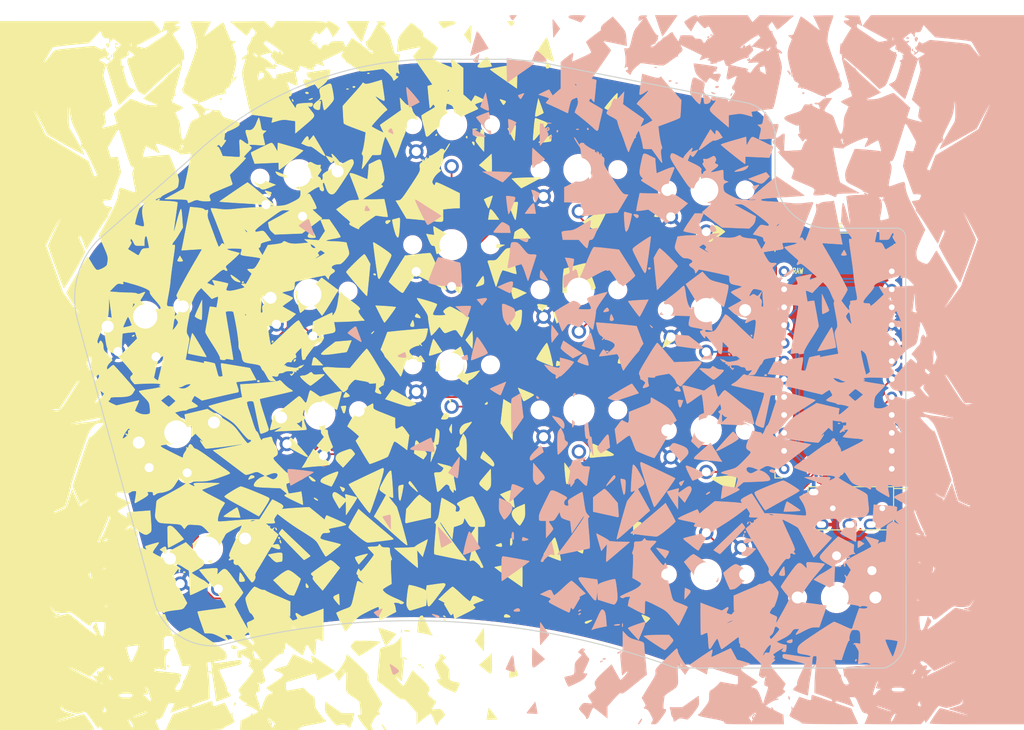
<source format=kicad_pcb>
(kicad_pcb (version 20211014) (generator pcbnew)
  (title_block (title "splinter") (date "2022-08-25") (rev "0.1") (company "filterpaper"))
  (layers (0 "F.Cu" signal) (31 "B.Cu" signal) (34 "B.Paste" user) (35 "F.Paste" user) (36 "B.SilkS" user "B.Silkscreen") (37 "F.SilkS" user "F.Silkscreen") (38 "B.Mask" user) (39 "F.Mask" user) (44 "Edge.Cuts" user))
  (net 0 "")
  (net 1 "reset")
  (net 2 "gnd")
  (net 3 "vcc")
  (net 4 "Switch18")
  (net 5 "Switch1")
  (net 6 "Switch2")
  (net 7 "Switch3")
  (net 8 "Switch4")
  (net 9 "Switch5")
  (net 10 "Switch6")
  (net 11 "Switch7")
  (net 12 "Switch8")
  (net 13 "Switch9")
  (net 14 "Switch10")
  (net 15 "Switch11")
  (net 16 "Switch12")
  (net 17 "Switch13")
  (net 18 "Switch14")
  (net 19 "Switch15")
  (net 20 "Switch16")
  (net 21 "Switch17")
  (net 22 "raw")
  (footprint "Kailh:SW_PG1350_rev_DPB2" (layer "F.Cu") (at 126.222674 57.450261 5)
    (fp_text reference "SW3" hide)
    (fp_text value "SW_Push" hide)
  )
  (footprint "Kailh:SW_PG1350_rev_DPB2" (layer "F.Cu") (at 147.818 50.366)
    (fp_text reference "SW4" hide)
    (fp_text value "SW_Push" hide)
  )
  (footprint "Kailh:SW_PG1350_rev_DPB2" (layer "F.Cu") (at 165.818 56.726)
    (fp_text reference "SW5" hide)
    (fp_text value "SW_Push" hide)
  )
  (footprint "Kailh:SW_PG1350_rev_DPB2" (layer "F.Cu") (at 183.818 59.606)
    (fp_text reference "SW6" hide)
    (fp_text value "SW_Push" hide)
  )
  (footprint "Kailh:SW_PG1350_rev_DPB2" (layer "F.Cu") (at 108.90337 93.926306 15)
    (fp_text reference "SW8" hide)
    (fp_text value "SW_Push" hide)
  )
  (footprint "Kailh:SW_PG1350_rev_DPB2" (layer "F.Cu") (at 127.704262 74.385584 5)
    (fp_text reference "SW9" hide)
    (fp_text value "SW_Push" hide)
  )
  (footprint "Kailh:SW_PG1350_rev_DPB2" (layer "F.Cu") (at 147.818 67.356)
    (fp_text reference "SW10" hide)
    (fp_text value "SW_Push" hide)
  )
  (footprint "Kailh:SW_PG1350_rev_DPB2" (layer "F.Cu") (at 165.818 73.726)
    (fp_text reference "SW11" hide)
    (fp_text value "SW_Push" hide)
  )
  (footprint "Kailh:SW_PG1350_rev_DPB2" (layer "F.Cu") (at 183.818 76.606)
    (fp_text reference "SW12" hide)
    (fp_text value "SW_Push" hide)
  )
  (footprint "Kailh:SW_PG1350_rev_DPB2" (layer "F.Cu") (at 104.503165 77.504519 15)
    (fp_text reference "SW14" hide)
    (fp_text value "SW_Push" hide)
  )
  (footprint "Kailh:SW_PG1350_rev_DPB2" (layer "F.Cu") (at 129.18561 91.317467 5)
    (fp_text reference "SW15" hide)
    (fp_text value "SW_Push" hide)
  )
  (footprint "Kailh:SW_PG1350_rev_DPB2" (layer "F.Cu") (at 147.818 84.356)
    (fp_text reference "SW16" hide)
    (fp_text value "SW_Push" hide)
  )
  (footprint "Kailh:SW_PG1350_rev_DPB2" (layer "F.Cu") (at 165.818 90.731)
    (fp_text reference "SW17" hide)
    (fp_text value "SW_Push" hide)
  )
  (footprint "Kailh:SW_PG1350_rev_DPB2" (layer "F.Cu") (at 183.818 93.606)
    (fp_text reference "SW18" hide)
    (fp_text value "SW_Push" hide)
  )
  (footprint "Kailh:SW_PG1350_rev_DPB2" (layer "F.Cu") (at 183.818 114 180)
    (fp_text reference "SW20" hide)
    (fp_text value "SW_Push" hide)
  )
  (footprint "Kailh:SW_PG1350_rev_DPB2" (layer "F.Cu") (at 202.245524 117.262705 180)
    (fp_text reference "SW21" hide)
    (fp_text value "SW_Push" hide)
  )
  (footprint "kbd:ProMicro_v3_min_dual" (layer "F.Cu") (at 202.438 85.598)
    (fp_text reference "U1" hide)
    (fp_text value "ProMicro-kbd" hide)
  )
  (footprint "Kailh:SW_PG1350_rev_DPB2" (layer "F.Cu") (at 113.303734 110.348688 15)
    (fp_text reference "SW8" hide)
    (fp_text value "SW_Push" hide)
  )
  (footprint "Kailh:TRRS-PJ-DPB2" (layer "F.Cu") (at 210.312 104.648 -90)
    (fp_text reference "Jack0" hide)
    (fp_text value "TRRS" hide)
  )
  (gr_poly (pts (xy 177.388112 111.006252) (xy 177.261842 110.861488) (xy 177.144255 110.725549) (xy 177.038242 110.601475) (xy 176.946699 110.492303) (xy 176.87252 110.401074) (xy 176.842846 110.363136) (xy 176.818597 110.330824) (xy 176.800137 110.304516) (xy 176.787826 110.284593) (xy 176.78409 110.277145) (xy 176.782026 110.271435) (xy 176.781681 110.267511) (xy 176.783099 110.26542) (xy 176.792087 110.262141) (xy 176.809427 110.261463) (xy 176.866972 110.267327) (xy 177.058209 110.303814) (xy 177.321793 110.365478) (xy 177.622708 110.442913) (xy 177.925939 110.526714) (xy 178.196469 110.607477) (xy 178.399282 110.675797) (xy 178.464353 110.702352) (xy 178.499363 110.722269) (xy 178.504719 110.727472) (xy 178.50922 110.733797) (xy 178.51288 110.741206) (xy 178.515712 110.749665) (xy 178.518949 110.769585) (xy 178.519039 110.793266) (xy 178.516091 110.820421) (xy 178.510213 110.850759) (xy 178.501513 110.88399) (xy 178.4901 110.919826) (xy 178.476083 110.957977) (xy 178.45957 110.998154) (xy 178.440669 111.040067) (xy 178.41949 111.083428) (xy 178.39614 111.127945) (xy 178.370728 111.173331) (xy 178.343362 111.219296) (xy 178.314152 111.26555) (xy 178.030167 111.722396)) (layer "B.SilkS") (width 0.07) (fill solid))
  (gr_poly (pts (xy 189.809034 41.328601) (xy 189.796333 41.326953) (xy 189.783686 41.324395) (xy 189.77112 41.320927) (xy 189.758663 41.316545) (xy 189.746341 41.311247) (xy 189.734182 41.305032) (xy 189.722213 41.297896) (xy 189.710462 41.289838) (xy 189.698954 41.280855) (xy 189.687718 41.270945) (xy 189.67678 41.260106) (xy 189.666167 41.248336) (xy 189.655908 41.235631) (xy 189.646028 41.221991) (xy 189.636555 41.207412) (xy 189.628585 41.194245) (xy 189.625554 41.188204) (xy 189.623147 41.182525) (xy 189.621356 41.177207) (xy 189.62017 41.172251) (xy 189.61958 41.167657) (xy 189.619579 41.163425) (xy 189.620156 41.159554) (xy 189.621303 41.156045) (xy 189.623011 41.152898) (xy 189.625271 41.150113) (xy 189.628073 41.147689) (xy 189.631408 41.145627) (xy 189.635268 41.143927) (xy 189.639644 41.142589) (xy 189.644526 41.141612) (xy 189.649905 41.140997) (xy 189.66212 41.140852) (xy 189.676216 41.142154) (xy 189.69212 41.144904) (xy 189.709761 41.1491) (xy 189.729065 41.154743) (xy 189.749961 41.161833) (xy 189.772377 41.17037) (xy 189.80089 41.18093) (xy 189.826274 41.189446) (xy 189.848584 41.1959) (xy 189.858603 41.198348) (xy 189.867874 41.200274) (xy 189.876402 41.201676) (xy 189.884197 41.20255) (xy 189.891263 41.202896) (xy 189.897608 41.20271) (xy 189.903239 41.20199) (xy 189.908162 41.200735) (xy 189.912384 41.198942) (xy 189.915912 41.196609) (xy 189.918753 41.193732) (xy 189.920913 41.190311) (xy 189.9224 41.186343) (xy 189.923219 41.181825) (xy 189.923379 41.176756) (xy 189.922885 41.171133) (xy 189.921744 41.164954) (xy 189.919964 41.158216) (xy 189.91755 41.150917) (xy 189.914511 41.143056) (xy 189.910851 41.134629) (xy 189.90658 41.125635) (xy 189.896225 41.105935) (xy 189.883501 41.083938) (xy 189.872796 41.064115) (xy 189.863846 41.046318) (xy 189.856669 41.030546) (xy 189.853751 41.02342) (xy 189.851282 41.016801) (xy 189.849266 41.010688) (xy 189.847704 41.005081) (xy 189.846599 40.999981) (xy 189.845953 40.995388) (xy 189.845768 40.9913) (xy 189.846046 40.98772) (xy 189.84679 40.984645) (xy 189.848003 40.982078) (xy 189.849685 40.980016) (xy 189.85184 40.978461) (xy 189.85447 40.977413) (xy 189.857576 40.97687) (xy 189.861163 40.976835) (xy 189.86523 40.977305) (xy 189.869782 40.978283) (xy 189.874819 40.979766) (xy 189.880345 40.981756) (xy 189.886361 40.984252) (xy 189.89287 40.987255) (xy 189.899874 40.990764) (xy 189.915377 40.999302) (xy 189.932888 41.009865) (xy 189.939723 41.014636) (xy 189.946335 41.019681) (xy 189.952717 41.024984) (xy 189.958861 41.030528) (xy 189.96476 41.036299) (xy 189.970409 41.042281) (xy 189.980927 41.054811) (xy 189.990359 41.067992) (xy 189.998652 41.081698) (xy 190.005751 41.095802) (xy 190.011602 41.110178) (xy 190.014043 41.117428) (xy 190.016151 41.124698) (xy 190.01792 41.131973) (xy 190.019344 41.139237) (xy 190.020414 41.146474) (xy 190.021125 41.153667) (xy 190.02147 41.160802) (xy 190.021442 41.167862) (xy 190.021034 41.174832) (xy 190.020239 41.181696) (xy 190.019051 41.188437) (xy 190.017463 41.195041) (xy 190.015467 41.201491) (xy 190.013058 41.207771) (xy 190.010229 41.213866) (xy 190.006972 41.21976) (xy 189.997499 41.233216) (xy 189.987619 41.245802) (xy 189.977359 41.257515) (xy 189.966747 41.268354) (xy 189.955809 41.278315) (xy 189.944572 41.287396) (xy 189.933064 41.295596) (xy 189.921312 41.302912) (xy 189.909344 41.309342) (xy 189.897185 41.314883) (xy 189.884863 41.319533) (xy 189.872406 41.32329) (xy 189.85984 41.326152) (xy 189.847193 41.328116) (xy 189.834491 41.329181) (xy 189.821763 41.329343)) (layer "B.SilkS") (width 0.07) (fill solid))
  (gr_poly (pts (xy 163.460445 79.582577) (xy 163.438494 79.541614) (xy 163.397697 79.447024) (xy 163.270995 79.127853) (xy 162.917171 78.185799) (xy 162.581866 77.250689) (xy 162.478312 76.940199) (xy 162.452562 76.851251) (xy 162.447973 76.816799) (xy 162.555107 76.736527) (xy 162.692699 76.641116) (xy 163.039869 76.416092) (xy 163.450703 76.164156) (xy 163.886425 75.907733) (xy 164.308256 75.669253) (xy 164.677418 75.471143) (xy 164.83013 75.394235) (xy 164.955133 75.335829) (xy 165.04758 75.298731) (xy 165.102624 75.285741) (xy 165.12991 75.287447) (xy 165.160597 75.292445) (xy 165.194323 75.300555) (xy 165.230725 75.311594) (xy 165.269443 75.325382) (xy 165.310114 75.341739) (xy 165.352377 75.360483) (xy 165.39587 75.381434) (xy 165.440231 75.40441) (xy 165.485099 75.429232) (xy 165.530112 75.455717) (xy 165.574907 75.483686) (xy 165.619124 75.512957) (xy 165.6624 75.543349) (xy 165.704374 75.574681) (xy 165.744684 75.606774) (xy 165.805772 75.659539) (xy 165.859499 75.707095) (xy 165.906027 75.75002) (xy 165.926642 75.769927) (xy 165.945519 75.788894) (xy 165.962678 75.806993) (xy 165.978139 75.824296) (xy 165.991922 75.840875) (xy 166.004048 75.856803) (xy 166.014537 75.872153) (xy 166.02341 75.886996) (xy 166.030686 75.901405) (xy 166.036387 75.915452) (xy 166.040532 75.92921) (xy 166.043142 75.94275) (xy 166.044237 75.956147) (xy 166.043838 75.96947) (xy 166.041965 75.982794) (xy 166.038638 75.99619) (xy 166.033878 76.009731) (xy 166.027704 76.023489) (xy 166.020138 76.037537) (xy 166.0112 76.051946) (xy 166.00091 76.066789) (xy 165.989287 76.082139) (xy 165.976354 76.098067) (xy 165.96213 76.114647) (xy 165.92989 76.150049) (xy 165.911531 76.171144) (xy 165.893571 76.192637) (xy 165.876117 76.214346) (xy 165.859279 76.236092) (xy 165.843164 76.257694) (xy 165.827881 76.27897) (xy 165.813538 76.299739) (xy 165.800245 76.319822) (xy 165.788109 76.339036) (xy 165.777239 76.357201) (xy 165.767744 76.374136) (xy 165.759731 76.389661) (xy 165.753311 76.403594) (xy 165.74859 76.415755) (xy 165.745679 76.425962) (xy 165.744935 76.430276) (xy 165.744684 76.434035) (xy 165.745904 76.438628) (xy 165.749525 76.443144) (xy 165.763735 76.451929) (xy 165.786844 76.460351) (xy 165.818381 76.468376) (xy 165.90486 76.483086) (xy 166.01941 76.495772) (xy 166.158268 76.506141) (xy 166.317672 76.513907) (xy 166.49386 76.518778) (xy 166.683071 76.520466) (xy 167.027974 76.518995) (xy 167.165174 76.514851) (xy 167.279982 76.506383) (xy 167.32925 76.500048) (xy 167.373231 76.492055) (xy 167.412031 76.482213) (xy 167.445753 76.47033) (xy 167.474501 76.456213) (xy 167.49838 76.43967) (xy 167.517492 76.420509) (xy 167.531942 76.398538) (xy 167.541835 76.373564) (xy 167.547274 76.345396) (xy 167.548363 76.313841) (xy 167.545206 76.278707) (xy 167.537907 76.239802) (xy 167.52657 76.196934) (xy 167.511299 76.14991) (xy 167.492199 76.098539) (xy 167.442924 75.981985) (xy 167.379578 75.845734) (xy 167.213999 75.507995) (xy 167.164925 75.411677) (xy 167.120046 75.318542) (xy 167.080087 75.230616) (xy 167.04577 75.149925) (xy 167.030954 75.112925) (xy 167.01782 75.078494) (xy 167.006459 75.046885) (xy 166.99696 75.01835) (xy 166.989415 74.993143) (xy 166.983913 74.971518) (xy 166.980546 74.953727) (xy 166.979404 74.940024) (xy 166.987199 74.927593) (xy 167.009931 74.911329) (xy 167.096292 74.868472) (xy 167.40519 74.749606) (xy 167.843444 74.60209) (xy 168.348402 74.44459) (xy 168.857411 74.295772) (xy 169.307819 74.174301) (xy 169.636975 74.098843) (xy 169.736503 74.084202) (xy 169.766579 74.083674) (xy 169.782224 74.088064) (xy 169.782579 74.098524) (xy 169.774651 74.120234) (xy 169.735536 74.194945) (xy 169.66806 74.307276) (xy 169.575408 74.452308) (xy 169.460762 74.625121) (xy 169.327305 74.820796) (xy 169.178222 75.034413) (xy 169.016695 75.261052) (xy 168.920187 75.397061) (xy 168.829775 75.527265) (xy 168.745476 75.651644) (xy 168.667309 75.770182) (xy 168.59529 75.882859) (xy 168.52944 75.989658) (xy 168.469775 76.090561) (xy 168.416314 76.185549) (xy 168.369074 76.274605) (xy 168.328075 76.35771) (xy 168.293334 76.434847) (xy 168.264868 76.505996) (xy 168.242697 76.571141) (xy 168.226838 76.630264) (xy 168.217309 76.683345) (xy 168.214924 76.707614) (xy 168.214129 76.730367) (xy 168.21009 76.819854) (xy 168.198598 76.945624) (xy 168.157023 77.283291) (xy 168.096927 77.697937) (xy 168.025834 78.144125) (xy 167.951268 78.576423) (xy 167.880753 78.949396) (xy 167.821814 79.217611) (xy 167.799037 79.298236) (xy 167.781975 79.335634) (xy 167.775671 79.338159) (xy 167.766128 79.336592) (xy 167.737964 79.321888) (xy 167.698766 79.292931) (xy 167.649821 79.251133) (xy 167.59241 79.197904) (xy 167.52782 79.134654) (xy 167.382233 78.983738) (xy 167.223335 78.809671) (xy 167.061399 78.623739) (xy 166.906697 78.437228) (xy 166.769503 78.261425) (xy 166.745276 78.231052) (xy 166.723273 78.204802) (xy 166.703115 78.182749) (xy 166.693609 78.173318) (xy 166.684422 78.164964) (xy 166.675506 78.157694) (xy 166.666814 78.151519) (xy 166.658299 78.146448) (xy 166.649912 78.142488) (xy 166.641607 78.13965) (xy 166.633335 78.137943) (xy 166.62505 78.137374) (xy 166.616705 78.137955) (xy 166.60825 78.139692) (xy 166.59964 78.142597) (xy 166.590826 78.146677) (xy 166.581761 78.151942) (xy 166.572398 78.1584) (xy 166.562689 78.166061) (xy 166.552586 78.174934) (xy 166.542043 78.185028) (xy 166.531011 78.196352) (xy 166.519444 78.208915) (xy 166.494511 78.237793) (xy 166.466866 78.271735) (xy 166.436128 78.310814) (xy 166.243973 78.577171) (xy 166.167213 78.68236) (xy 166.100436 78.770168) (xy 166.041473 78.841554) (xy 166.014244 78.871387) (xy 165.988153 78.897475) (xy 165.962931 78.919936) (xy 165.938306 78.938891) (xy 165.914007 78.954458) (xy 165.889761 78.966759) (xy 165.865299 78.975913) (xy 165.840348 78.98204) (xy 165.814638 78.985259) (xy 165.787897 78.98569) (xy 165.759853 78.983454) (xy 165.730236 78.97867) (xy 165.698774 78.971457) (xy 165.665196 78.961936) (xy 165.590607 78.936449) (xy 165.504297 78.903166) (xy 165.287835 78.817048) (xy 164.958463 78.691911) (xy 164.824724 78.643659) (xy 164.708674 78.605408) (xy 164.656592 78.590141) (xy 164.608105 78.577503) (xy 164.562937 78.567538) (xy 164.520813 78.560288) (xy 164.481455 78.555796) (xy 164.444589 78.554105) (xy 164.409939 78.555258) (xy 164.377228 78.559299) (xy 164.346181 78.566269) (xy 164.316523 78.576213) (xy 164.287977 78.589172) (xy 164.260267 78.605191) (xy 164.233118 78.624311) (xy 164.206254 78.646576) (xy 164.179399 78.672029) (xy 164.152277 78.700713) (xy 164.124612 78.73267) (xy 164.09613 78.767944) (xy 164.035605 78.848614) (xy 163.892599 79.051643) (xy 163.811233 79.164096) (xy 163.734787 79.268301) (xy 163.664708 79.361798) (xy 163.632507 79.403762) (xy 163.602441 79.442127) (xy 163.57469 79.476586) (xy 163.549435 79.50683) (xy 163.526856 79.532552) (xy 163.507136 79.553445) (xy 163.490453 79.569202) (xy 163.483308 79.575058) (xy 163.47699 79.579514) (xy 163.471522 79.582533) (xy 163.466927 79.584075) (xy 163.463227 79.584102)) (layer "B.SilkS") (width 0.07) (fill solid))
  (gr_poly (pts (xy 160.336603 123.143577) (xy 160.3285 122.96119) (xy 160.322712 122.761006) (xy 160.319239 122.549535) (xy 160.318082 122.33329) (xy 160.319239 122.118781) (xy 160.322712 121.912519) (xy 160.3285 121.721016) (xy 160.336603 121.550783) (xy 160.37364 120.797605) (xy 160.978652 121.674254) (xy 161.58367 122.563256) (xy 160.978652 123.267049) (xy 160.37364 123.970835)) (layer "B.SilkS") (width 0.07) (fill solid))
  (gr_poly (pts (xy 194.826689 71.81058) (xy 194.816609 71.809567) (xy 194.812156 71.808735) (xy 194.808087 71.807686) (xy 194.804395 71.80642) (xy 194.801075 71.804936) (xy 194.79812 71.803236) (xy 194.795526 71.801319) (xy 194.793285 71.799185) (xy 194.791392 71.796833) (xy 194.789841 71.794265) (xy 194.788626 71.791479) (xy 194.787741 71.788477) (xy 194.78718 71.785257) (xy 194.786937 71.781821) (xy 194.787007 71.778167) (xy 194.788059 71.770208) (xy 194.79029 71.761382) (xy 194.79365 71.751687) (xy 194.798094 71.741124) (xy 194.803573 71.729692) (xy 194.810041 71.717393) (xy 194.841017 71.679593) (xy 194.894638 71.627974) (xy 194.967504 71.564925) (xy 195.056213 71.492832) (xy 195.267563 71.331065) (xy 195.501485 71.161773) (xy 195.730778 71.004056) (xy 195.928237 70.877014) (xy 196.006529 70.830965) (xy 196.066661 70.799746) (xy 196.105234 70.785746) (xy 196.115374 70.78595) (xy 196.118848 70.791353) (xy 196.117492 70.816436) (xy 196.1135 70.842982) (xy 196.106985 70.870862) (xy 196.09806 70.899947) (xy 196.086838 70.930108) (xy 196.073432 70.961216) (xy 196.04052 71.025759) (xy 196.000228 71.092545) (xy 195.953462 71.160542) (xy 195.901125 71.22872) (xy 195.844121 71.296048) (xy 195.783356 71.361496) (xy 195.719733 71.424031) (xy 195.654156 71.482623) (xy 195.587531 71.536242) (xy 195.520761 71.583856) (xy 195.454751 71.624435) (xy 195.422313 71.641763) (xy 195.390404 71.656946) (xy 195.359138 71.669855) (xy 195.328627 71.680361) (xy 195.238563 71.70872) (xy 195.157959 71.733606) (xy 195.086435 71.75502) (xy 195.02361 71.772961) (xy 194.995341 71.78063) (xy 194.969105 71.78743) (xy 194.944854 71.793362) (xy 194.922541 71.798426) (xy 194.902117 71.802622) (xy 194.883536 71.80595) (xy 194.866751 71.80841) (xy 194.851713 71.810001) (xy 194.838375 71.810725)) (layer "B.SilkS") (width 0.07) (fill solid))
  (gr_poly (pts (xy 172.168529 102.69048) (xy 172.15767 102.672706) (xy 172.131137 102.605176) (xy 172.099178 102.500098) (xy 172.062986 102.363585) (xy 171.982682 102.020708) (xy 171.899773 101.625453) (xy 171.823809 101.226724) (xy 171.764341 100.87343) (xy 171.730917 100.614476) (xy 171.726956 100.53566) (xy 171.728686 100.511592) (xy 171.733088 100.49877) (xy 171.734711 100.496598) (xy 171.737245 100.494712) (xy 171.744929 100.491776) (xy 171.755904 100.489925) (xy 171.769936 100.489123) (xy 171.78679 100.489334) (xy 171.80623 100.490522) (xy 171.851928 100.495683) (xy 171.905151 100.504317) (xy 171.964016 100.516134) (xy 172.026644 100.530846) (xy 172.091152 100.548162) (xy 172.14983 100.561675) (xy 172.201146 100.575243) (xy 172.245552 100.590077) (xy 172.283502 100.607389) (xy 172.300196 100.617353) (xy 172.315446 100.628391) (xy 172.329308 100.640654) (xy 172.341838 100.654294) (xy 172.353093 100.669462) (xy 172.363129 100.68631) (xy 172.372004 100.70499) (xy 172.379772 100.725652) (xy 172.392219 100.77353) (xy 172.400921 100.831158) (xy 172.406332 100.899746) (xy 172.408903 100.980506) (xy 172.409086 101.07465) (xy 172.407334 101.183391) (xy 172.399832 101.449507) (xy 172.394093 101.616628) (xy 172.386328 101.781723) (xy 172.376827 101.940452) (xy 172.365879 102.088473) (xy 172.353773 102.221446) (xy 172.340798 102.335031) (xy 172.327244 102.424886) (xy 172.320341 102.459558) (xy 172.3134 102.486671) (xy 172.310944 102.49705) (xy 172.308213 102.507341) (xy 172.305225 102.517528) (xy 172.301995 102.527596) (xy 172.298539 102.537527) (xy 172.294873 102.547307) (xy 172.291012 102.55692) (xy 172.286972 102.56635) (xy 172.28277 102.57558) (xy 172.278421 102.584596) (xy 172.269344 102.601921) (xy 172.25987 102.618196) (xy 172.250125 102.633295) (xy 172.240234 102.647092) (xy 172.235274 102.653463) (xy 172.230326 102.65946) (xy 172.225404 102.665069) (xy 172.220526 102.670273) (xy 172.215706 102.675057) (xy 172.210961 102.679404) (xy 172.206306 102.683299) (xy 172.201757 102.686726) (xy 172.197331 102.689669) (xy 172.193043 102.692113) (xy 172.188908 102.694041) (xy 172.184942 102.695438) (xy 172.181163 102.696287) (xy 172.177584 102.696574)) (layer "B.SilkS") (width 0.07) (fill solid))
  (gr_poly (pts (xy 139.643797 128.160231) (xy 139.624458 128.156229) (xy 139.60611 128.149364) (xy 139.588637 128.139568) (xy 139.571924 128.126769) (xy 139.555855 128.110898) (xy 139.540315 128.091884) (xy 139.525188 128.069657) (xy 139.510361 128.044148) (xy 139.495716 128.015286) (xy 139.466515 127.947222) (xy 139.436662 127.864907) (xy 139.405237 127.767779) (xy 139.333975 127.526841) (xy 139.267801 127.308832) (xy 139.202785 127.097772) (xy 139.17252 127.002805) (xy 139.144715 126.919124) (xy 139.120094 126.849911) (xy 139.09938 126.798351) (xy 139.095165 126.777787) (xy 139.095086 126.769424) (xy 139.096341 126.762323) (xy 139.098916 126.756469) (xy 139.102798 126.75185) (xy 139.107973 126.748452) (xy 139.114428 126.746261) (xy 139.122149 126.745264) (xy 139.131122 126.745447) (xy 139.152772 126.7493) (xy 139.179269 126.75771) (xy 139.210505 126.770569) (xy 139.246371 126.78777) (xy 139.286759 126.809202) (xy 139.331559 126.834759) (xy 139.380665 126.864331) (xy 139.491355 126.935086) (xy 139.61796 127.0206) (xy 139.770127 127.130034) (xy 139.902886 127.227585) (xy 140.0168 127.314392) (xy 140.066864 127.354123) (xy 140.112427 127.391595) (xy 140.153559 127.426952) (xy 140.19033 127.460334) (xy 140.22281 127.491885) (xy 140.251069 127.521747) (xy 140.275177 127.550063) (xy 140.295204 127.576975) (xy 140.31122 127.602626) (xy 140.323296 127.627157) (xy 140.331501 127.650712) (xy 140.335905 127.673432) (xy 140.336705 127.684524) (xy 140.33658 127.69546) (xy 140.33554 127.70626) (xy 140.333594 127.716939) (xy 140.327017 127.738012) (xy 140.316921 127.758819) (xy 140.303374 127.779505) (xy 140.286448 127.800211) (xy 140.266212 127.821079) (xy 140.242735 127.842253) (xy 140.21609 127.863874) (xy 140.186344 127.886086) (xy 140.153569 127.90903) (xy 140.117834 127.932849) (xy 140.037767 127.983682) (xy 139.954849 128.035389) (xy 139.881426 128.079012) (xy 139.816576 128.113989) (xy 139.759377 128.13976) (xy 139.733358 128.149018) (xy 139.708906 128.155764) (xy 139.685905 128.159928) (xy 139.66424 128.16144)) (layer "B.SilkS") (width 0.07) (fill solid))
  (gr_poly (pts (xy 156.262021 91.658159) (xy 156.255677 91.004914) (xy 156.25472 90.721411) (xy 156.255265 90.465109) (xy 156.25733 90.234853) (xy 156.260932 90.029484) (xy 156.266089 89.847845) (xy 156.27282 89.688778) (xy 156.281143 89.551126) (xy 156.291076 89.43373) (xy 156.302636 89.335435) (xy 156.315843 89.255082) (xy 156.330713 89.191513) (xy 156.338778 89.165661) (xy 156.347266 89.143572) (xy 156.356179 89.125099) (xy 156.365519 89.1101) (xy 156.375288 89.098428) (xy 156.38549 89.08994) (xy 156.644779 88.934052) (xy 156.840405 88.817333) (xy 157.052234 88.694828) (xy 157.558478 88.386148) (xy 157.756031 90.077717) (xy 157.953584 91.769283) (xy 157.632557 92.263171) (xy 157.463363 92.508959) (xy 157.251338 92.812624) (xy 157.023106 93.13481) (xy 156.805291 93.436159) (xy 156.299058 94.115256)) (layer "B.SilkS") (width 0.07) (fill solid))
  (gr_poly (pts (xy 176.881873 73.742341) (xy 176.868708 73.687743) (xy 176.848307 73.548644) (xy 176.789273 73.053983) (xy 176.622588 71.458102) (xy 176.412682 69.223258) (xy 176.783099 68.556508) (xy 176.820105 68.487839) (xy 176.856893 68.420978) (xy 176.893247 68.356288) (xy 176.92895 68.29413) (xy 176.963785 68.234866) (xy 176.997535 68.178857) (xy 177.029983 68.126466) (xy 177.060911 68.078054) (xy 177.090104 68.033982) (xy 177.117343 67.994613) (xy 177.142411 67.960309) (xy 177.165092 67.93143) (xy 177.185169 67.90834) (xy 177.202424 67.891398) (xy 177.209925 67.885347) (xy 177.21664 67.880968) (xy 177.222541 67.878308) (xy 177.227601 67.877411) (xy 177.251368 67.884251) (xy 177.287368 67.904204) (xy 177.392624 67.980048) (xy 177.536476 68.098143) (xy 177.712035 68.251687) (xy 178.130707 68.637925) (xy 178.59351 69.084355) (xy 179.045317 69.536573) (xy 179.430998 69.940174) (xy 179.581815 70.106741) (xy 179.695426 70.240753) (xy 179.764943 70.335407) (xy 179.781012 70.36585) (xy 179.783473 70.383904) (xy 179.746214 70.444071) (xy 179.65672 70.564287) (xy 179.520636 70.737461) (xy 179.343603 70.956503) (xy 178.889263 71.503832) (xy 178.338847 72.149552) (xy 178.05392 72.47779) (xy 177.786501 72.782153) (xy 177.542522 73.056131) (xy 177.327917 73.293212) (xy 177.148617 73.486884) (xy 177.010555 73.630638) (xy 176.958842 73.68176) (xy 176.919663 73.717961) (xy 176.893759 73.738426) (xy 176.886018 73.742503)) (layer "B.SilkS") (width 0.07) (fill solid))
  (gr_poly (pts (xy 205.278174 110.225816) (xy 205.27588 110.218298) (xy 205.271419 110.189407) (xy 205.267247 110.143733) (xy 205.26351 110.083299) (xy 205.260351 110.010132) (xy 205.257916 109.926258) (xy 205.256348 109.833702) (xy 205.255794 109.73449) (xy 205.257018 109.638377) (xy 205.260955 109.553624) (xy 205.268002 109.480011) (xy 205.272817 109.447315) (xy 205.278559 109.417323) (xy 205.285277 109.390007) (xy 205.293022 109.365342) (xy 205.301843 109.343299) (xy 205.31179 109.323851) (xy 205.322913 109.306972) (xy 205.33526 109.292633) (xy 205.348883 109.280809) (xy 205.363831 109.271472) (xy 205.380154 109.264595) (xy 205.397901 109.26015) (xy 205.417121 109.258111) (xy 205.437866 109.25845) (xy 205.460184 109.26114) (xy 205.484126 109.266155) (xy 205.50974 109.273467) (xy 205.537078 109.283048) (xy 205.566187 109.294873) (xy 205.597119 109.308913) (xy 205.664649 109.343531) (xy 205.740065 109.386687) (xy 205.823764 109.438162) (xy 206.132444 109.648058) (xy 205.724987 109.932051) (xy 205.64309 109.990362) (xy 205.565245 110.044332) (xy 205.493187 110.093093) (xy 205.428653 110.135778) (xy 205.37338 110.171517) (xy 205.329103 110.199442) (xy 205.29756 110.218685) (xy 205.280486 110.228378)) (layer "B.SilkS") (width 0.07) (fill solid))
  (gr_poly (pts (xy 199.588417 82.373049) (xy 199.600834 82.328558) (xy 199.653024 82.219697) (xy 199.855234 81.845397) (xy 200.152074 81.323221) (xy 200.500569 80.726237) (xy 200.857747 80.127517) (xy 201.180631 79.600131) (xy 201.426249 79.217149) (xy 201.506654 79.102645) (xy 201.551626 79.051643) (xy 201.561141 79.05527) (xy 201.57334 79.07472) (xy 201.604946 79.156958) (xy 201.691112 79.465856) (xy 201.796666 79.912213) (xy 201.908153 80.429904) (xy 202.012115 80.952803) (xy 202.095097 81.414787) (xy 202.143643 81.749729) (xy 202.150796 81.848896) (xy 202.149357 81.877787) (xy 202.144294 81.891505) (xy 202.03066 81.920059) (xy 201.753811 81.981024) (xy 201.354263 82.065141) (xy 200.872529 82.163148) (xy 200.62339 82.211668) (xy 200.388866 82.254979) (xy 200.174309 82.292503) (xy 199.985073 82.32366) (xy 199.826513 82.347872) (xy 199.703981 82.36456) (xy 199.622831 82.373145) (xy 199.599448 82.374219)) (layer "B.SilkS") (width 0.07) (fill solid))
  (gr_poly (pts (xy 165.768997 119.22907) (xy 165.764956 119.227768) (xy 165.763297 119.226791) (xy 165.761878 119.225598) (xy 165.760698 119.224187) (xy 165.759756 119.222559) (xy 165.758584 119.218652) (xy 165.758354 119.213877) (xy 165.759061 119.208234) (xy 165.760697 119.201723) (xy 165.763255 119.194343) (xy 165.766729 119.186096) (xy 165.771112 119.17698) (xy 165.776396 119.166996) (xy 165.782577 119.156144) (xy 165.789645 119.144424) (xy 165.806421 119.118379) (xy 165.814207 119.106818) (xy 165.823566 119.095348) (xy 165.834336 119.084059) (xy 165.846354 119.073041) (xy 165.859458 119.062385) (xy 165.873484 119.052181) (xy 165.888269 119.04252) (xy 165.903652 119.033491) (xy 165.919469 119.025186) (xy 165.935557 119.017695) (xy 165.951754 119.011109) (xy 165.967897 119.005517) (xy 165.983822 119.00101) (xy 165.999368 118.997679) (xy 166.014371 118.995614) (xy 166.028669 118.994906) (xy 166.036483 118.99505) (xy 166.043717 118.995479) (xy 166.050373 118.996188) (xy 166.056451 118.997173) (xy 166.061949 118.998429) (xy 166.066869 118.999952) (xy 166.07121 119.001738) (xy 166.074972 119.003781) (xy 166.078155 119.006077) (xy 166.08076 119.008622) (xy 166.082785 119.011412) (xy 166.084232 119.01444) (xy 166.085101 119.017704) (xy 166.08539 119.021199) (xy 166.085101 119.02492) (xy 166.084232 119.028862) (xy 166.082785 119.033021) (xy 166.08076 119.037393) (xy 166.078155 119.041973) (xy 166.074972 119.046756) (xy 166.07121 119.051738) (xy 166.066869 119.056915) (xy 166.061949 119.062281) (xy 166.056451 119.067833) (xy 166.050373 119.073566) (xy 166.043717 119.079475) (xy 166.028669 119.091804) (xy 166.011305 119.104784) (xy 165.991627 119.118379) (xy 165.949801 119.144424) (xy 165.912263 119.166996) (xy 165.878956 119.186096) (xy 165.849828 119.201723) (xy 165.836813 119.208234) (xy 165.824823 119.213877) (xy 165.81385 119.218652) (xy 165.803887 119.222559) (xy 165.794929 119.225598) (xy 165.786967 119.227768) (xy 165.779996 119.22907) (xy 165.774008 119.229504)) (layer "B.SilkS") (width 0.07) (fill solid))
  (gr_poly (pts (xy 163.589987 93.355356) (xy 163.57743 93.353153) (xy 163.56396 93.349051) (xy 163.549525 93.343018) (xy 163.534072 93.335023) (xy 163.51755 93.325034) (xy 163.48109 93.298947) (xy 163.439728 93.264503) (xy 163.393049 93.221451) (xy 163.340636 93.169536) (xy 163.282074 93.108505) (xy 163.216947 93.038105) (xy 163.065333 92.868186) (xy 162.951845 92.739192) (xy 162.835753 92.604844) (xy 162.72024 92.469048) (xy 162.608489 92.335713) (xy 162.503683 92.208744) (xy 162.409005 92.092049) (xy 162.327639 91.989533) (xy 162.262767 91.905104) (xy 162.221381 91.848197) (xy 162.185186 91.797692) (xy 162.154163 91.753337) (xy 162.128296 91.714879) (xy 162.107565 91.682063) (xy 162.09912 91.667693) (xy 162.091953 91.654638) (xy 162.086061 91.642867) (xy 162.081441 91.632349) (xy 162.078092 91.623052) (xy 162.076012 91.614944) (xy 162.075197 91.607993) (xy 162.075647 91.602169) (xy 162.077358 91.597438) (xy 162.078686 91.595473) (xy 162.080328 91.59377) (xy 162.084555 91.591134) (xy 162.090037 91.589496) (xy 162.096772 91.588826) (xy 162.104756 91.589093) (xy 162.113989 91.590263) (xy 162.124468 91.592306) (xy 162.13619 91.59519) (xy 162.149153 91.598884) (xy 162.178794 91.608573) (xy 162.213372 91.621119) (xy 162.265077 91.640676) (xy 162.326041 91.661825) (xy 162.393951 91.683843) (xy 162.466491 91.706005) (xy 162.541347 91.727588) (xy 162.616202 91.747869) (xy 162.688742 91.766124) (xy 162.756653 91.78163) (xy 162.824069 91.799337) (xy 162.889682 91.819974) (xy 162.953422 91.843432) (xy 163.015223 91.869604) (xy 163.075016 91.89838) (xy 163.132733 91.929652) (xy 163.188307 91.963311) (xy 163.24167 91.99925) (xy 163.292754 92.037359) (xy 163.341491 92.077529) (xy 163.387814 92.119653) (xy 163.431654 92.163622) (xy 163.472944 92.209328) (xy 163.511615 92.256661) (xy 163.547601 92.305513) (xy 163.580833 92.355776) (xy 163.611244 92.407341) (xy 163.638765 92.460101) (xy 163.663329 92.513945) (xy 163.684868 92.568766) (xy 163.703314 92.624455) (xy 163.7186 92.680904) (xy 163.730657 92.738004) (xy 163.739418 92.795646) (xy 163.744814 92.853723) (xy 163.746779 92.912125) (xy 163.745244 92.970744) (xy 163.740141 93.029472) (xy 163.731403 93.0882) (xy 163.718962 93.146819) (xy 163.702749 93.205222) (xy 163.682698 93.263298) (xy 163.670474 93.294944) (xy 163.663798 93.308409) (xy 163.656677 93.320259) (xy 163.649058 93.330464) (xy 163.64089 93.338991) (xy 163.63212 93.345809) (xy 163.622697 93.350886) (xy 163.612568 93.354191) (xy 163.601682 93.355691)) (layer "B.SilkS") (width 0.07) (fill solid))
  (gr_poly (pts (xy 194.796515 105.10058) (xy 194.797525 105.089716) (xy 194.805603 105.047948) (xy 194.842452 104.894381) (xy 194.970554 104.388146) (xy 194.991514 104.315271) (xy 195.012637 104.245018) (xy 195.033795 104.177696) (xy 195.054864 104.113612) (xy 195.075715 104.053072) (xy 195.096222 103.996386) (xy 195.116259 103.943859) (xy 195.1357 103.8958) (xy 195.154417 103.852516) (xy 195.172283 103.814314) (xy 195.189173 103.781501) (xy 195.20496 103.754387) (xy 195.2124 103.743062) (xy 195.219517 103.733276) (xy 195.226295 103.725069) (xy 195.232717 103.718478) (xy 195.238769 103.713543) (xy 195.244435 103.7103) (xy 195.249697 103.708789) (xy 195.254542 103.709049) (xy 195.32404 103.744483) (xy 195.418697 103.798059) (xy 195.667209 103.948854) (xy 195.967521 104.139874) (xy 196.287078 104.34956) (xy 196.593323 104.556353) (xy 196.853699 104.738692) (xy 197.035652 104.875018) (xy 197.087046 104.919188) (xy 197.101066 104.934097) (xy 197.106625 104.943771) (xy 197.105118 104.948436) (xy 197.100647 104.953161) (xy 197.083112 104.96275) (xy 197.054616 104.972448) (xy 197.015757 104.982164) (xy 196.909334 105.001288) (xy 196.768619 105.019399) (xy 196.598387 105.035773) (xy 196.403411 105.049688) (xy 196.188468 105.060419) (xy 195.958331 105.067243) (xy 195.518269 105.083448) (xy 195.151133 105.095023) (xy 194.797693 105.104282)) (layer "B.SilkS") (width 0.07) (fill solid))
  (gr_poly (pts (xy 184.320529 99.979399) (xy 184.272701 99.976786) (xy 184.233338 99.971966) (xy 184.216888 99.968609) (xy 184.202621 99.964559) (xy 184.190561 99.959767) (xy 184.18073 99.954186) (xy 184.173151 99.947769) (xy 184.167846 99.940468) (xy 184.164839 99.932235) (xy 184.164151 99.923023) (xy 184.165805 99.912785) (xy 184.169824 99.901472) (xy 184.17623 99.889039) (xy 184.185047 99.875437) (xy 184.196296 99.860618) (xy 184.210001 99.844535) (xy 184.244866 99.808389) (xy 184.289824 99.766618) (xy 184.345055 99.718842) (xy 184.41074 99.664681) (xy 184.48706 99.603757) (xy 184.574196 99.535687) (xy 184.666918 99.46694) (xy 184.750505 99.408791) (xy 184.824796 99.361132) (xy 184.858404 99.341203) (xy 184.889628 99.323855) (xy 184.918445 99.309076) (xy 184.944837 99.296851) (xy 184.968783 99.287168) (xy 184.990262 99.280013) (xy 185.009254 99.275371) (xy 185.025739 99.27323) (xy 185.039696 99.273576) (xy 185.051105 99.276395) (xy 185.059946 99.281674) (xy 185.066199 99.289399) (xy 185.069842 99.299557) (xy 185.070856 99.312134) (xy 185.06922 99.327117) (xy 185.064915 99.344491) (xy 185.057919 99.364244) (xy 185.048212 99.386362) (xy 185.035774 99.410831) (xy 185.020584 99.437637) (xy 185.002623 99.466768) (xy 184.98187 99.498209) (xy 184.931906 99.567969) (xy 184.870529 99.646809) (xy 184.844092 99.681074) (xy 184.815882 99.714309) (xy 184.786153 99.746349) (xy 184.755159 99.777034) (xy 184.723151 99.806199) (xy 184.690384 99.833682) (xy 184.65711 99.85932) (xy 184.623584 99.882951) (xy 184.590057 99.904411) (xy 184.556783 99.923538) (xy 184.524016 99.940169) (xy 184.492009 99.954141) (xy 184.461015 99.965292) (xy 184.431286 99.973458) (xy 184.416976 99.976371) (xy 184.403077 99.978477) (xy 184.389621 99.979756) (xy 184.37664 99.980186)) (layer "B.SilkS") (width 0.07) (fill solid))
  (gr_poly (pts (xy 193.584302 99.719829) (xy 193.575683 99.718246) (xy 193.566059 99.71588) (xy 193.543764 99.708892) (xy 193.517345 99.699047) (xy 193.48673 99.686525) (xy 193.451847 99.671506) (xy 193.340529 99.630992) (xy 193.218792 99.588162) (xy 193.157996 99.568049) (xy 193.09937 99.549962) (xy 193.044507 99.534768) (xy 193.018984 99.528528) (xy 192.994998 99.523337) (xy 192.971414 99.515058) (xy 192.949281 99.506436) (xy 192.928605 99.497494) (xy 192.909389 99.488251) (xy 192.891637 99.478728) (xy 192.875356 99.468944) (xy 192.860548 99.458921) (xy 192.847219 99.448679) (xy 192.835373 99.438237) (xy 192.825015 99.427617) (xy 192.816149 99.416839) (xy 192.80878 99.405923) (xy 192.802911 99.394889) (xy 192.798549 99.383758) (xy 192.795696 99.372549) (xy 192.794359 99.361285) (xy 192.79454 99.349984) (xy 192.796246 99.338668) (xy 192.79948 99.327355) (xy 192.804246 99.316068) (xy 192.81055 99.304826) (xy 192.818396 99.29365) (xy 192.827788 99.282559) (xy 192.838732 99.271575) (xy 192.85123 99.260717) (xy 192.865289 99.250007) (xy 192.880912 99.239463) (xy 192.898104 99.229107) (xy 192.91687 99.21896) (xy 192.937213 99.20904) (xy 192.95914 99.19937) (xy 192.982653 99.189968) (xy 193.025654 99.175667) (xy 193.046446 99.169973) (xy 193.066793 99.165273) (xy 193.086714 99.161586) (xy 193.106231 99.15893) (xy 193.125363 99.157323) (xy 193.144132 99.156783) (xy 193.162556 99.157329) (xy 193.180658 99.158977) (xy 193.198456 99.161748) (xy 193.215972 99.165657) (xy 193.233226 99.170724) (xy 193.250237 99.176967) (xy 193.267027 99.184403) (xy 193.283616 99.193052) (xy 193.300024 99.20293) (xy 193.316272 99.214056) (xy 193.332379 99.226448) (xy 193.348367 99.240125) (xy 193.364255 99.255104) (xy 193.380064 99.271403) (xy 193.395814 99.28904) (xy 193.411526 99.308034) (xy 193.427219 99.328403) (xy 193.442915 99.350164) (xy 193.474395 99.397938) (xy 193.506129 99.451499) (xy 193.538279 99.510993) (xy 193.559826 99.552406) (xy 193.578117 99.588791) (xy 193.593081 99.620328) (xy 193.604644 99.6472) (xy 193.609128 99.658942) (xy 193.612735 99.669585) (xy 193.615456 99.679152) (xy 193.617281 99.687666) (xy 193.618202 99.695148) (xy 193.618209 99.701623) (xy 193.617294 99.707111) (xy 193.615448 99.711637) (xy 193.612661 99.715222) (xy 193.608925 99.717889) (xy 193.60423 99.71966) (xy 193.598567 99.720559) (xy 193.591928 99.720608)) (layer "B.SilkS") (width 0.07) (fill solid))
  (gr_poly (pts (xy 165.038613 88.867363) (xy 165.036406 88.866405) (xy 165.034271 88.864827) (xy 165.032209 88.862646) (xy 165.028302 88.856536) (xy 165.024684 88.848201) (xy 165.021356 88.837767) (xy 165.018317 88.825363) (xy 165.015568 88.811113) (xy 165.013108 88.795146) (xy 165.009057 88.758562) (xy 165.006164 88.716626) (xy 165.004428 88.670348) (xy 165.00385 88.620743) (xy 165.004101 88.608085) (xy 165.004845 88.595587) (xy 165.006068 88.583266) (xy 165.007757 88.571137) (xy 165.009898 88.559215) (xy 165.012477 88.547518) (xy 165.015482 88.53606) (xy 165.018898 88.524858) (xy 165.022712 88.513927) (xy 165.026911 88.503283) (xy 165.03148 88.492942) (xy 165.036406 88.48292) (xy 165.041676 88.473233) (xy 165.047276 88.463896) (xy 165.053193 88.454925) (xy 165.059412 88.446336) (xy 165.065921 88.438145) (xy 165.072706 88.430368) (xy 165.079753 88.423021) (xy 165.087049 88.416119) (xy 165.09458 88.409678) (xy 165.102332 88.403714) (xy 165.110292 88.398243) (xy 165.118447 88.393281) (xy 165.126783 88.388843) (xy 165.135285 88.384946) (xy 165.143942 88.381605) (xy 165.152739 88.378835) (xy 165.161662 88.376654) (xy 165.170698 88.375076) (xy 165.179834 88.374118) (xy 165.189056 88.373795) (xy 165.21728 88.374262) (xy 165.241797 88.375797) (xy 165.262661 88.378598) (xy 165.271739 88.380535) (xy 165.279925 88.382864) (xy 165.287224 88.385608) (xy 165.293644 88.388793) (xy 165.299191 88.392444) (xy 165.303872 88.396586) (xy 165.307694 88.401243) (xy 165.310664 88.406441) (xy 165.312788 88.412204) (xy 165.314073 88.418556) (xy 165.314527 88.425524) (xy 165.314155 88.433132) (xy 165.312964 88.441404) (xy 165.310962 88.450366) (xy 165.308155 88.460042) (xy 165.30455 88.470458) (xy 165.294973 88.493606) (xy 165.282285 88.52001) (xy 165.26654 88.549868) (xy 165.247793 88.583379) (xy 165.226098 88.620743) (xy 165.20991 88.645898) (xy 165.193831 88.670348) (xy 165.177968 88.693966) (xy 165.162432 88.716626) (xy 165.147329 88.7382) (xy 165.132769 88.758562) (xy 165.11886 88.777587) (xy 165.105711 88.795146) (xy 165.093431 88.811113) (xy 165.082126 88.825363) (xy 165.071908 88.837767) (xy 165.062883 88.848201) (xy 165.05516 88.856536) (xy 165.048849 88.862646) (xy 165.046256 88.864827) (xy 165.044056 88.866405) (xy 165.042264 88.867363) (xy 165.040892 88.867686)) (layer "B.SilkS") (width 0.07) (fill solid))
  (gr_poly (pts (xy 145.074857 96.627337) (xy 145.022801 96.624778) (xy 144.966458 96.620899) (xy 144.840841 96.609396) (xy 144.716859 96.590369) (xy 144.562058 96.570618) (xy 144.184887 96.530682) (xy 143.759102 96.493061) (xy 143.334478 96.461227) (xy 142.750949 96.415239) (xy 142.521467 96.393701) (xy 142.333385 96.371131) (xy 142.186614 96.34603) (xy 142.128691 96.332061) (xy 142.081062 96.316895) (xy 142.043715 96.300346) (xy 142.01664 96.282226) (xy 141.999824 96.262347) (xy 141.993256 96.240521) (xy 141.996926 96.216561) (xy 142.010822 96.190279) (xy 142.034932 96.161488) (xy 142.069245 96.129999) (xy 142.11375 96.095626) (xy 142.168436 96.05818) (xy 142.308304 95.97332) (xy 142.488759 95.873918) (xy 142.709711 95.758473) (xy 143.272741 95.47345) (xy 143.879875 95.167663) (xy 144.388619 94.916282) (xy 144.589816 94.819313) (xy 144.746881 94.74593) (xy 144.853304 94.699459) (xy 144.88549 94.687356) (xy 144.902573 94.683229) (xy 144.910437 94.686544) (xy 144.920051 94.698467) (xy 144.944004 94.746098) (xy 144.973383 94.822053) (xy 145.007139 94.922262) (xy 145.083586 95.179166) (xy 145.164952 95.484254) (xy 145.242846 95.804968) (xy 145.308875 96.108754) (xy 145.354647 96.363054) (xy 145.367314 96.461473) (xy 145.371769 96.535312) (xy 145.371262 96.54432) (xy 145.36974 96.552829) (xy 145.367201 96.560844) (xy 145.363642 96.568374) (xy 145.359061 96.575424) (xy 145.353456 96.582002) (xy 145.339164 96.593767) (xy 145.320749 96.603724) (xy 145.298192 96.611926) (xy 145.271474 96.618429) (xy 145.240579 96.623285) (xy 145.205488 96.62655) (xy 145.166182 96.628277) (xy 145.122645 96.628521)) (layer "B.SilkS") (width 0.07) (fill solid))
  (gr_poly (pts (xy 151.369619 41.561775) (xy 151.350531 41.55993) (xy 151.330728 41.556855) (xy 151.310251 41.552551) (xy 151.26744 41.540251) (xy 151.222421 41.523032) (xy 151.175522 41.500894) (xy 151.127067 41.473836) (xy 151.077382 41.441858) (xy 151.026793 41.40496) (xy 150.992395 41.378233) (xy 150.963442 41.353187) (xy 150.95108 41.341097) (xy 150.940167 41.32919) (xy 150.930733 41.317387) (xy 150.922807 41.305609) (xy 150.916418 41.293776) (xy 150.911596 41.28181) (xy 150.90837 41.269632) (xy 150.90677 41.257162) (xy 150.906824 41.244321) (xy 150.908563 41.23103) (xy 150.912016 41.21721) (xy 150.917212 41.202782) (xy 150.92418 41.187667) (xy 150.93295 41.171785) (xy 150.943552 41.155058) (xy 150.956014 41.137406) (xy 150.986638 41.099011) (xy 151.025057 41.055968) (xy 151.071508 41.007644) (xy 151.126224 40.953405) (xy 151.261394 40.824653) (xy 151.70589 40.404841) (xy 151.619458 40.824653) (xy 151.605641 40.909852) (xy 151.592258 40.996932) (xy 151.579743 41.083145) (xy 151.56853 41.16574) (xy 151.559052 41.241969) (xy 151.551745 41.309081) (xy 151.547043 41.364328) (xy 151.545379 41.40496) (xy 151.544662 41.424024) (xy 151.542539 41.441858) (xy 151.539051 41.458462) (xy 151.534238 41.473836) (xy 151.52814 41.48798) (xy 151.520799 41.500894) (xy 151.512255 41.512578) (xy 151.50255 41.523032) (xy 151.491723 41.532257) (xy 151.479815 41.540251) (xy 151.466867 41.547016) (xy 151.45292 41.552551) (xy 151.438014 41.556855) (xy 151.42219 41.55993) (xy 151.40549 41.561775) (xy 151.387952 41.56239)) (layer "B.SilkS") (width 0.07) (fill solid))
  (gr_poly (pts (xy 185.73951 111.086989) (xy 185.704136 111.070859) (xy 185.596508 111.013006) (xy 185.455021 110.930555) (xy 185.298052 110.834937) (xy 185.143977 110.737583) (xy 185.011172 110.649923) (xy 184.958488 110.613301) (xy 184.918013 110.583389) (xy 184.892043 110.561616) (xy 184.885216 110.554228) (xy 184.882876 110.549411) (xy 185.040882 110.391017) (xy 185.470912 109.976806) (xy 186.883125 108.635591) (xy 188.871026 106.746461) (xy 189.09328 107.030454) (xy 189.116117 107.060662) (xy 189.138231 107.090959) (xy 189.159477 107.121149) (xy 189.17971 107.15103) (xy 189.198785 107.180406) (xy 189.216558 107.209076) (xy 189.232884 107.236841) (xy 189.247619 107.263503) (xy 189.260617 107.288864) (xy 189.271734 107.312723) (xy 189.280825 107.334882) (xy 189.287747 107.355142) (xy 189.292353 107.373304) (xy 189.293742 107.381536) (xy 189.294499 107.389169) (xy 189.294604 107.396178) (xy 189.29404 107.402539) (xy 189.292789 107.408225) (xy 189.290833 107.413213) (xy 189.250946 107.463976) (xy 189.145368 107.58318) (xy 188.766077 107.995077) (xy 188.210838 108.585237) (xy 187.53753 109.289993) (xy 186.862097 109.988382) (xy 186.301263 110.561755) (xy 186.082268 110.78275) (xy 185.914061 110.949919) (xy 185.804022 111.055738) (xy 185.773121 111.083291) (xy 185.759529 111.092684)) (layer "B.SilkS") (width 0.07) (fill solid))
  (gr_poly (pts (xy 141.091006 83.30091) (xy 141.025544 83.299089) (xy 140.983062 83.298522) (xy 140.939186 83.29687) (xy 140.894262 83.294205) (xy 140.848632 83.2906) (xy 140.75663 83.280857) (xy 140.665931 83.268221) (xy 140.579283 83.25327) (xy 140.499436 83.236582) (xy 140.462922 83.227769) (xy 140.429139 83.218738) (xy 140.398431 83.209562) (xy 140.371142 83.200315) (xy 140.332551 83.184489) (xy 140.300291 83.169205) (xy 140.274614 83.154139) (xy 140.264323 83.146585) (xy 140.255774 83.138964) (xy 140.248997 83.131234) (xy 140.244024 83.123355) (xy 140.240886 83.115286) (xy 140.239616 83.106986) (xy 140.240246 83.098415) (xy 140.242806 83.089532) (xy 140.247328 83.080297) (xy 140.253845 83.070668) (xy 140.262387 83.060605) (xy 140.272987 83.050067) (xy 140.300484 83.027404) (xy 140.336591 83.002354) (xy 140.381561 82.974591) (xy 140.435646 82.943789) (xy 140.4991 82.909624) (xy 140.655127 82.829898) (xy 140.764131 82.776264) (xy 140.867347 82.72726) (xy 140.96246 82.684044) (xy 141.006254 82.664968) (xy 141.047155 82.647774) (xy 141.084872 82.632604) (xy 141.119116 82.619606) (xy 141.149598 82.608923) (xy 141.176029 82.600699) (xy 141.198119 82.59508) (xy 141.215579 82.59221) (xy 141.222482 82.591851) (xy 141.228119 82.592234) (xy 141.232454 82.593377) (xy 141.23545 82.595297) (xy 141.241743 82.610731) (xy 141.251075 82.637741) (xy 141.27712 82.721858) (xy 141.31011 82.838387) (xy 141.328124 82.905912) (xy 141.346571 82.978067) (xy 141.359244 83.032677) (xy 141.369241 83.080992) (xy 141.376198 83.123375) (xy 141.379755 83.160187) (xy 141.380146 83.176617) (xy 141.37955 83.19179) (xy 141.377924 83.205752) (xy 141.375222 83.218546) (xy 141.371398 83.230219) (xy 141.366407 83.240817) (xy 141.360205 83.250383) (xy 141.352746 83.258963) (xy 141.343984 83.266603) (xy 141.333875 83.273348) (xy 141.322374 83.279242) (xy 141.309434 83.284332) (xy 141.295011 83.288662) (xy 141.27906 83.292277) (xy 141.261536 83.295224) (xy 141.242392 83.297546) (xy 141.199069 83.3005) (xy 141.148727 83.301501)) (layer "B.SilkS") (width 0.07) (fill solid))
  (gr_poly (pts (xy 157.567194 46.694393) (xy 157.55906 46.69324) (xy 157.550756 46.691122) (xy 157.542271 46.688027) (xy 157.533595 46.683945) (xy 157.524715 46.678863) (xy 157.51562 46.67277) (xy 157.506299 46.665656) (xy 157.49674 46.657508) (xy 157.486933 46.648316) (xy 157.476866 46.638068) (xy 157.466528 46.626753) (xy 157.455907 46.61436) (xy 157.433772 46.586293) (xy 157.410371 46.553776) (xy 157.385614 46.51672) (xy 157.316859 46.415024) (xy 157.290739 46.373608) (xy 157.270822 46.337491) (xy 157.263354 46.321189) (xy 157.257634 46.305933) (xy 157.253727 46.291631) (xy 157.251698 46.27819) (xy 157.251615 46.265519) (xy 157.25354 46.253523) (xy 157.257542 46.24211) (xy 157.263684 46.231188) (xy 157.272033 46.220664) (xy 157.282654 46.210446) (xy 157.295613 46.200439) (xy 157.310975 46.190553) (xy 157.328805 46.180694) (xy 157.349171 46.170769) (xy 157.397766 46.150352) (xy 157.457286 46.12856) (xy 157.528255 46.104653) (xy 157.706636 46.047523) (xy 157.778318 46.021647) (xy 157.840794 45.999677) (xy 157.894407 45.981759) (xy 157.939501 45.968037) (xy 157.95896 45.962794) (xy 157.976419 45.958656) (xy 157.99192 45.955638) (xy 158.005506 45.95376) (xy 158.01722 45.953039) (xy 158.027105 45.953494) (xy 158.035204 45.955143) (xy 158.04156 45.958004) (xy 158.046215 45.962094) (xy 158.049213 45.967433) (xy 158.050598 45.974038) (xy 158.05041 45.981926) (xy 158.048695 45.991117) (xy 158.045494 46.001629) (xy 158.04085 46.013478) (xy 158.034807 46.026685) (xy 158.018695 46.057239) (xy 157.9975 46.093437) (xy 157.971566 46.135422) (xy 157.941237 46.183339) (xy 157.864069 46.301218) (xy 157.786899 46.422568) (xy 157.718989 46.532342) (xy 157.6914 46.578186) (xy 157.669599 46.615494) (xy 157.662652 46.626669) (xy 157.655693 46.637038) (xy 157.648712 46.646589) (xy 157.641697 46.655309) (xy 157.634637 46.663189) (xy 157.62752 46.670216) (xy 157.620335 46.676379) (xy 157.613071 46.681668) (xy 157.605717 46.68607) (xy 157.598261 46.689575) (xy 157.590692 46.692171) (xy 157.582999 46.693847) (xy 157.57517 46.694591)) (layer "B.SilkS") (width 0.07) (fill solid))
  (gr_poly (pts (xy 159.023263 97.854256) (xy 159.016393 97.853373) (xy 159.009831 97.852005) (xy 159.00356 97.850156) (xy 158.997561 97.847836) (xy 158.991819 97.845049) (xy 158.986316 97.841804) (xy 158.981034 97.838106) (xy 158.975956 97.833963) (xy 158.971066 97.829382) (xy 158.966345 97.824368) (xy 158.957345 97.813073) (xy 158.948817 97.800132) (xy 158.940623 97.785599) (xy 158.932627 97.76953) (xy 158.924689 97.751977) (xy 158.916672 97.732995) (xy 158.901948 97.678818) (xy 158.894966 97.622543) (xy 158.895942 97.563809) (xy 158.905094 97.502254) (xy 158.922638 97.437515) (xy 158.948791 97.369231) (xy 158.983771 97.297041) (xy 159.027795 97.220582) (xy 159.081078 97.139494) (xy 159.14384 97.053413) (xy 159.216295 96.961978) (xy 159.298662 96.864829) (xy 159.391158 96.761601) (xy 159.493999 96.651936) (xy 159.607402 96.535469) (xy 159.731585 96.41184) (xy 160.423024 95.745091) (xy 160.645283 96.201934) (xy 160.677983 96.274511) (xy 160.706632 96.339781) (xy 160.73123 96.398249) (xy 160.74201 96.425092) (xy 160.751776 96.450424) (xy 160.76053 96.474309) (xy 160.768271 96.496811) (xy 160.774999 96.517992) (xy 160.780715 96.537917) (xy 160.785417 96.556647) (xy 160.789107 96.574247) (xy 160.791784 96.59078) (xy 160.793448 96.606309) (xy 160.794099 96.620897) (xy 160.793737 96.634609) (xy 160.792363 96.647506) (xy 160.789975 96.659653) (xy 160.786575 96.671112) (xy 160.782162 96.681948) (xy 160.776736 96.692222) (xy 160.770297 96.701999) (xy 160.762846 96.711343) (xy 160.754381 96.720315) (xy 160.744904 96.72898) (xy 160.734414 96.737401) (xy 160.722911 96.74564) (xy 160.710395 96.753762) (xy 160.696866 96.76183) (xy 160.682325 96.769907) (xy 160.557694 96.850358) (xy 160.352035 96.987529) (xy 160.095444 97.164056) (xy 159.957454 97.261653) (xy 159.818017 97.362578) (xy 159.682689 97.460608) (xy 159.563042 97.546628) (xy 159.457972 97.621073) (xy 159.366378 97.684377) (xy 159.325289 97.711986) (xy 159.287155 97.736973) (xy 159.251838 97.759392) (xy 159.2192 97.779296) (xy 159.189103 97.796741) (xy 159.16141 97.81178) (xy 159.135982 97.824468) (xy 159.112681 97.834858) (xy 159.09137 97.843006) (xy 159.071911 97.848966) (xy 159.062832 97.851142) (xy 159.054165 97.852791) (xy 159.045892 97.853921) (xy 159.037995 97.854537) (xy 159.030458 97.854646)) (layer "B.SilkS") (width 0.07) (fill solid))
  (gr_poly (pts (xy 170.35453 78.114414) (xy 170.332076 78.110634) (xy 170.31156 78.104583) (xy 170.292969 78.09623) (xy 170.276286 78.085545) (xy 170.261495 78.072495) (xy 170.248581 78.057048) (xy 170.237528 78.039173) (xy 170.228319 78.018838) (xy 170.220939 77.996012) (xy 170.215373 77.970662) (xy 170.211604 77.942758) (xy 170.209616 77.912267) (xy 170.209394 77.879159) (xy 170.214185 77.804961) (xy 170.225848 77.719911) (xy 170.244257 77.623756) (xy 170.269287 77.516242) (xy 170.300809 77.397117) (xy 170.326178 77.308275) (xy 170.337596 77.273946) (xy 170.348653 77.246636) (xy 170.354159 77.23568) (xy 170.35971 77.226559) (xy 170.365352 77.219302) (xy 170.371129 77.213935) (xy 170.377087 77.210485) (xy 170.383271 77.208979) (xy 170.389727 77.209445) (xy 170.396499 77.211909) (xy 170.403632 77.2164) (xy 170.411173 77.222942) (xy 170.419166 77.231565) (xy 170.427656 77.242295) (xy 170.446309 77.270185) (xy 170.467494 77.306829) (xy 170.491573 77.352444) (xy 170.518908 77.407247) (xy 170.584789 77.545286) (xy 170.613156 77.603332) (xy 170.638086 77.657182) (xy 170.649274 77.682579) (xy 170.659616 77.706981) (xy 170.669117 77.730406) (xy 170.677782 77.752872) (xy 170.685614 77.774399) (xy 170.692619 77.795002) (xy 170.698801 77.814702) (xy 170.704165 77.833515) (xy 170.708715 77.85146) (xy 170.712455 77.868555) (xy 170.715391 77.884817) (xy 170.717526 77.900266) (xy 170.718865 77.914919) (xy 170.719413 77.928795) (xy 170.719174 77.941911) (xy 170.718153 77.954285) (xy 170.716354 77.965936) (xy 170.713782 77.976881) (xy 170.710442 77.987139) (xy 170.706336 77.996728) (xy 170.701472 78.005666) (xy 170.695852 78.013971) (xy 170.689481 78.02166) (xy 170.682364 78.028754) (xy 170.674506 78.035268) (xy 170.665911 78.041221) (xy 170.656582 78.046632) (xy 170.646526 78.051519) (xy 170.567358 78.079982) (xy 170.496456 78.100378) (xy 170.464065 78.107472) (xy 170.433692 78.112454) (xy 170.405323 78.115293) (xy 170.378941 78.115957)) (layer "B.SilkS") (width 0.07) (fill solid))
  (gr_poly (pts (xy 180.107392 90.353697) (xy 180.093696 90.349354) (xy 180.080181 90.340959) (xy 180.066822 90.328499) (xy 180.053594 90.311961) (xy 180.040473 90.291331) (xy 180.027433 90.266595) (xy 180.014449 90.237739) (xy 179.988552 90.167617) (xy 179.962583 90.080854) (xy 179.936342 89.977343) (xy 179.909632 89.856975) (xy 179.882252 89.719642) (xy 179.867264 89.643449) (xy 179.854952 89.576589) (xy 179.84568 89.518555) (xy 179.839808 89.468841) (xy 179.838259 89.446946) (xy 179.837697 89.42694) (xy 179.838166 89.408762) (xy 179.839711 89.392347) (xy 179.842377 89.377632) (xy 179.84621 89.364554) (xy 179.851255 89.353049) (xy 179.857556 89.343055) (xy 179.86516 89.334507) (xy 179.874112 89.327344) (xy 179.884456 89.3215) (xy 179.896238 89.316914) (xy 179.909503 89.313521) (xy 179.924296 89.311259) (xy 179.940663 89.310064) (xy 179.958649 89.309872) (xy 179.978299 89.310622) (xy 179.999658 89.312248) (xy 180.047684 89.317879) (xy 180.10309 89.326259) (xy 180.166237 89.336883) (xy 180.536654 89.386272) (xy 180.351443 89.941895) (xy 180.313211 90.047649) (xy 180.277095 90.137956) (xy 180.242896 90.212709) (xy 180.210415 90.271798) (xy 180.194757 90.295435) (xy 180.179454 90.315116) (xy 180.164481 90.330826) (xy 180.149813 90.342553) (xy 180.135425 90.350283) (xy 180.121293 90.354002)) (layer "B.SilkS") (width 0.07) (fill solid))
  (gr_poly (pts (xy 156.536774 109.066599) (xy 156.532788 109.066024) (xy 156.524393 109.063689) (xy 156.515419 109.059818) (xy 156.505848 109.054456) (xy 156.495661 109.047652) (xy 156.484842 109.039454) (xy 156.473372 109.029907) (xy 156.461233 109.019061) (xy 156.448406 109.006962) (xy 156.434874 108.993658) (xy 156.414907 108.969506) (xy 156.396676 108.9434) (xy 156.380181 108.915414) (xy 156.365422 108.885619) (xy 156.3524 108.854087) (xy 156.341113 108.820892) (xy 156.331564 108.786105) (xy 156.32375 108.749798) (xy 156.317673 108.712045) (xy 156.313332 108.672917) (xy 156.310727 108.632487) (xy 156.30986 108.590827) (xy 156.310728 108.54801) (xy 156.313333 108.504107) (xy 156.317675 108.459191) (xy 156.323753 108.413335) (xy 156.34322 108.308249) (xy 156.364316 108.219712) (xy 156.386641 108.14749) (xy 156.39814 108.117422) (xy 156.409798 108.091346) (xy 156.421564 108.06923) (xy 156.433389 108.051046) (xy 156.445223 108.036764) (xy 156.457016 108.026354) (xy 156.468719 108.019788) (xy 156.480282 108.017037) (xy 156.491654 108.018069) (xy 156.502787 108.022857) (xy 156.513631 108.031371) (xy 156.524136 108.043582) (xy 156.534251 108.059459) (xy 156.543928 108.078974) (xy 156.553117 108.102097) (xy 156.561768 108.1288) (xy 156.577256 108.192824) (xy 156.589995 108.270811) (xy 156.599587 108.362526) (xy 156.605634 108.467733) (xy 156.607738 108.586199) (xy 156.607424 108.675827) (xy 156.606387 108.755128) (xy 156.604482 108.824482) (xy 156.603159 108.855547) (xy 156.601564 108.884268) (xy 156.59968 108.910691) (xy 156.597488 108.934865) (xy 156.594971 108.956837) (xy 156.592111 108.976655) (xy 156.588888 108.994365) (xy 156.585286 109.010016) (xy 156.581286 109.023654) (xy 156.576869 109.035328) (xy 156.572019 109.045085) (xy 156.569425 109.049259) (xy 156.566716 109.052972) (xy 156.56389 109.056229) (xy 156.560944 109.059037) (xy 156.557875 109.061401) (xy 156.554682 109.063327) (xy 156.551363 109.064821) (xy 156.547915 109.06589) (xy 156.544336 109.066538) (xy 156.540623 109.066773)) (layer "B.SilkS") (width 0.07) (fill solid))
  (gr_poly (pts (xy 171.30057 105.886186) (xy 171.283914 105.883583) (xy 171.266088 105.879888) (xy 171.247074 105.875249) (xy 171.226849 105.869811) (xy 171.014437 105.816565) (xy 170.601769 105.721646) (xy 170.04788 105.598946) (xy 169.411807 105.462354) (xy 167.843712 105.116635) (xy 167.843712 103.104031) (xy 168.547498 102.548405) (xy 168.836888 102.331947) (xy 169.093866 102.140952) (xy 169.290651 101.996258) (xy 169.357788 101.947785) (xy 169.399459 101.918701) (xy 169.40748 101.915435) (xy 169.417612 101.914863) (xy 169.429798 101.916926) (xy 169.443977 101.921569) (xy 169.478083 101.938369) (xy 169.51946 101.964808) (xy 169.567637 102.000436) (xy 169.622144 102.0448) (xy 169.682512 102.097448) (xy 169.74827 102.157927) (xy 169.894073 102.300572) (xy 170.055792 102.469117) (xy 170.229666 102.659945) (xy 170.411931 102.869438) (xy 171.288586 103.906599) (xy 171.375018 104.919074) (xy 171.390039 105.08914) (xy 171.402581 105.238968) (xy 171.412483 105.369732) (xy 171.419582 105.482608) (xy 171.422029 105.532706) (xy 171.423714 105.578773) (xy 171.424617 105.620955) (xy 171.424718 105.659401) (xy 171.423995 105.694256) (xy 171.42243 105.725668) (xy 171.42 105.753783) (xy 171.416687 105.778749) (xy 171.412469 105.800713) (xy 171.407327 105.819822) (xy 171.40124 105.836222) (xy 171.397835 105.843452) (xy 171.394187 105.85006) (xy 171.390292 105.856065) (xy 171.386148 105.861484) (xy 171.381753 105.866336) (xy 171.377104 105.87064) (xy 171.372198 105.874413) (xy 171.367033 105.877675) (xy 171.361606 105.880444) (xy 171.355915 105.882737) (xy 171.349958 105.884574) (xy 171.343731 105.885972) (xy 171.330458 105.887527) (xy 171.316079 105.887549)) (layer "B.SilkS") (width 0.07) (fill solid))
  (gr_poly (pts (xy 162.85867 97.009024) (xy 162.849885 96.986057) (xy 162.833438 96.897818) (xy 162.818728 96.758357) (xy 162.806042 96.573896) (xy 162.795673 96.350658) (xy 162.787907 96.094863) (xy 162.783036 95.812734) (xy 162.781348 95.510492) (xy 162.783325 95.07383) (xy 162.786068 94.886906) (xy 162.790222 94.718919) (xy 162.795968 94.568368) (xy 162.803486 94.433752) (xy 162.812957 94.313568) (xy 162.824563 94.206317) (xy 162.838484 94.110496) (xy 162.8549 94.024605) (xy 162.873994 93.947143) (xy 162.895945 93.876608) (xy 162.920934 93.811499) (xy 162.949144 93.750314) (xy 162.980753 93.691553) (xy 163.015943 93.633715) (xy 163.250544 93.275646) (xy 163.509829 93.818924) (xy 163.537159 93.873397) (xy 163.563512 93.930024) (xy 163.588779 93.98835) (xy 163.612854 94.047925) (xy 163.635626 94.108295) (xy 163.656987 94.169009) (xy 163.676829 94.229615) (xy 163.695043 94.28966) (xy 163.711521 94.348692) (xy 163.726153 94.40626) (xy 163.738833 94.46191) (xy 163.74945 94.515191) (xy 163.757897 94.56565) (xy 163.764065 94.612836) (xy 163.767846 94.656295) (xy 163.76913 94.695577) (xy 163.77014 94.734487) (xy 163.773157 94.772457) (xy 163.775413 94.791066) (xy 163.778164 94.809414) (xy 163.781408 94.82749) (xy 163.785143 94.845286) (xy 163.789366 94.862792) (xy 163.794075 94.88) (xy 163.799268 94.896901) (xy 163.804942 94.913485) (xy 163.811096 94.929743) (xy 163.817726 94.945667) (xy 163.824832 94.961248) (xy 163.83241 94.976475) (xy 163.840458 94.991341) (xy 163.848974 95.005836) (xy 163.857956 95.019951) (xy 163.867402 95.033678) (xy 163.877308 95.047006) (xy 163.887674 95.059928) (xy 163.898496 95.072433) (xy 163.909772 95.084514) (xy 163.921501 95.09616) (xy 163.93368 95.107363) (xy 163.946306 95.118114) (xy 163.959378 95.128404) (xy 163.972893 95.138224) (xy 163.986848 95.147564) (xy 164.001242 95.156416) (xy 164.016073 95.16477) (xy 164.082306 95.202361) (xy 164.111231 95.221696) (xy 164.137325 95.241506) (xy 164.160561 95.261877) (xy 164.180913 95.282895) (xy 164.198353 95.304645) (xy 164.212854 95.327213) (xy 164.224388 95.350686) (xy 164.23293 95.375149) (xy 164.23845 95.400688) (xy 164.240924 95.42739) (xy 164.240322 95.455339) (xy 164.236619 95.484622) (xy 164.229786 95.515325) (xy 164.219798 95.547534) (xy 164.206626 95.581334) (xy 164.190244 95.616812) (xy 164.170624 95.654053) (xy 164.14774 95.693144) (xy 164.092069 95.777217) (xy 164.023015 95.869719) (xy 163.940359 95.971336) (xy 163.843884 96.082756) (xy 163.733375 96.204667) (xy 163.608614 96.337756) (xy 163.480052 96.473286) (xy 163.355686 96.600134) (xy 163.238556 96.715407) (xy 163.183654 96.767798) (xy 163.1317 96.816211) (xy 163.083074 96.860282) (xy 163.038156 96.899651) (xy 162.997325 96.933955) (xy 162.960962 96.962834) (xy 162.929446 96.985924) (xy 162.903157 97.002866) (xy 162.892092 97.008917) (xy 162.882475 97.013296) (xy 162.874355 97.015956) (xy 162.86778 97.016853)) (layer "B.SilkS") (width 0.07) (fill solid))
  (gr_poly (pts (xy 184.827858 86.425547) (xy 184.821139 86.422936) (xy 184.742672 86.374135) (xy 184.639644 86.303974) (xy 184.376252 86.11252) (xy 184.063665 85.874474) (xy 183.734583 85.615737) (xy 183.421706 85.362209) (xy 183.157736 85.139791) (xy 183.05431 85.048342) (xy 182.975374 84.974382) (xy 182.925015 84.92115) (xy 182.911829 84.903319) (xy 182.90732 84.891884) (xy 182.908288 84.887363) (xy 182.911163 84.883063) (xy 182.92244 84.875147) (xy 182.940771 84.868171) (xy 182.965776 84.862173) (xy 182.997075 84.857187) (xy 183.034289 84.85325) (xy 183.124939 84.848668) (xy 183.23469 84.848716) (xy 183.360502 84.853684) (xy 183.499336 84.863861) (xy 183.648154 84.879536) (xy 183.762733 84.890078) (xy 183.866207 84.898467) (xy 183.959336 84.904577) (xy 184.042879 84.908282) (xy 184.081292 84.909192) (xy 184.117595 84.909454) (xy 184.15188 84.909051) (xy 184.184244 84.907968) (xy 184.214782 84.906188) (xy 184.243587 84.903696) (xy 184.270756 84.900476) (xy 184.296382 84.896512) (xy 184.320562 84.891788) (xy 184.34339 84.88629) (xy 184.36496 84.879999) (xy 184.385369 84.872902) (xy 184.404711 84.864982) (xy 184.42308 84.856223) (xy 184.440572 84.846609) (xy 184.457282 84.836125) (xy 184.473305 84.824755) (xy 184.488735 84.812483) (xy 184.503668 84.799292) (xy 184.518199 84.785169) (xy 184.532422 84.770095) (xy 184.546433 84.754057) (xy 184.560326 84.737037) (xy 184.574196 84.71902) (xy 184.602679 84.679965) (xy 184.628431 84.646191) (xy 184.652194 84.617771) (xy 184.663561 84.605591) (xy 184.674709 84.594777) (xy 184.68573 84.585337) (xy 184.696717 84.577281) (xy 184.707763 84.570618) (xy 184.718961 84.565356) (xy 184.730402 84.561505) (xy 184.742181 84.559074) (xy 184.754389 84.558072) (xy 184.767119 84.558508) (xy 184.780465 84.56039) (xy 184.794518 84.563729) (xy 184.809371 84.568532) (xy 184.825117 84.57481) (xy 184.841849 84.58257) (xy 184.85966 84.591823) (xy 184.898887 84.614842) (xy 184.94354 84.643937) (xy 184.994361 84.679182) (xy 185.117472 84.768409) (xy 185.158074 84.795877) (xy 185.200937 84.822621) (xy 185.245717 84.848496) (xy 185.292071 84.873359) (xy 185.339654 84.897065) (xy 185.388123 84.919468) (xy 185.437135 84.940425) (xy 185.486346 84.95979) (xy 185.535413 84.977418) (xy 185.58399 84.993166) (xy 185.631736 85.006888) (xy 185.678306 85.018439) (xy 185.723357 85.027676) (xy 185.766545 85.034452) (xy 185.807527 85.038624) (xy 185.845958 85.040047) (xy 185.882961 85.040475) (xy 185.919728 85.041735) (xy 185.956026 85.043791) (xy 185.991617 85.046607) (xy 186.026268 85.050146) (xy 186.059744 85.054372) (xy 186.091809 85.05925) (xy 186.122228 85.064742) (xy 186.150766 85.070813) (xy 186.177187 85.077427) (xy 186.201258 85.084547) (xy 186.222741 85.092138) (xy 186.241404 85.100162) (xy 186.257009 85.108585) (xy 186.263592 85.112934) (xy 186.269323 85.117369) (xy 186.274172 85.121886) (xy 186.27811 85.126479) (xy 186.28177 85.130811) (xy 186.283518 85.136828) (xy 186.283394 85.144477) (xy 186.281438 85.153706) (xy 186.272196 85.176697) (xy 186.256117 85.205386) (xy 186.233527 85.239356) (xy 186.204751 85.278191) (xy 186.170115 85.321476) (xy 186.129944 85.368794) (xy 186.084565 85.419729) (xy 186.034302 85.473866) (xy 185.979481 85.530788) (xy 185.920428 85.590079) (xy 185.857467 85.651324) (xy 185.790926 85.714106) (xy 185.721129 85.778009) (xy 185.648402 85.842618) (xy 185.576713 85.908551) (xy 185.505494 85.971878) (xy 185.435215 86.032312) (xy 185.366347 86.089563) (xy 185.29936 86.143341) (xy 185.234724 86.193356) (xy 185.172909 86.239321) (xy 185.114387 86.280944) (xy 185.059626 86.317937) (xy 185.009097 86.350011) (xy 184.963272 86.376876) (xy 184.922619 86.398242) (xy 184.887608 86.413821) (xy 184.872367 86.419349) (xy 184.858712 86.423322) (xy 184.846703 86.425704) (xy 184.836399 86.426457)) (layer "B.SilkS") (width 0.07) (fill solid))
  (gr_poly (pts (xy 184.585619 65.531015) (xy 184.536718 65.529776) (xy 184.489482 65.527778) (xy 184.444162 65.525074) (xy 184.401013 65.521719) (xy 184.360288 65.517767) (xy 184.32224 65.513272) (xy 184.287121 65.508289) (xy 184.255186 65.502872) (xy 184.226688 65.497075) (xy 184.201879 65.490953) (xy 184.181013 65.484559) (xy 184.164343 65.477948) (xy 184.157661 65.474578) (xy 184.152122 65.471175) (xy 184.14776 65.467744) (xy 184.144604 65.464292) (xy 184.142688 65.460828) (xy 184.142042 65.457356) (xy 184.143213 65.440612) (xy 184.146636 65.420642) (xy 184.159695 65.37201) (xy 184.180133 65.31343) (xy 184.206865 65.246873) (xy 184.238806 65.174312) (xy 184.274871 65.097717) (xy 184.313974 65.01906) (xy 184.355031 64.940313) (xy 184.396956 64.863448) (xy 184.438664 64.790434) (xy 184.47907 64.723245) (xy 184.517088 64.663851) (xy 184.551634 64.614224) (xy 184.581622 64.576335) (xy 184.594567 64.562409) (xy 184.605967 64.552156) (xy 184.615684 64.545824) (xy 184.623583 64.543658) (xy 184.643927 64.545435) (xy 184.665509 64.550634) (xy 184.688194 64.559061) (xy 184.711848 64.570523) (xy 184.736333 64.584825) (xy 184.761514 64.601771) (xy 184.813423 64.642823) (xy 184.86649 64.692121) (xy 184.919628 64.748112) (xy 184.971754 64.80924) (xy 185.021782 64.873949) (xy 185.068626 64.940683) (xy 185.111202 65.007888) (xy 185.148425 65.074008) (xy 185.179208 65.137487) (xy 185.202467 65.19677) (xy 185.210936 65.224352) (xy 185.217117 65.250301) (xy 185.220874 65.274424) (xy 185.222073 65.296525) (xy 185.220576 65.316411) (xy 185.216248 65.333887) (xy 185.205391 65.358488) (xy 185.191313 65.38137) (xy 185.17398 65.402552) (xy 185.153356 65.422052) (xy 185.129403 65.439889) (xy 185.102086 65.456079) (xy 185.071369 65.470642) (xy 185.037215 65.483595) (xy 184.999589 65.494956) (xy 184.958454 65.504744) (xy 184.913773 65.512977) (xy 184.865512 65.519672) (xy 184.813633 65.524848) (xy 184.758101 65.528522) (xy 184.698879 65.530714) (xy 184.635931 65.531441)) (layer "B.SilkS") (width 0.07) (fill solid))
  (gr_poly (pts (xy 182.81874 53.92009) (xy 182.813395 53.919503) (xy 182.808523 53.918428) (xy 182.804114 53.916868) (xy 182.800161 53.91483) (xy 182.796656 53.912316) (xy 182.793593 53.909333) (xy 182.790962 53.905883) (xy 182.788758 53.901973) (xy 182.786971 53.897605) (xy 182.784621 53.887519) (xy 182.783851 53.87566) (xy 182.800635 53.837896) (xy 182.848673 53.747174) (xy 183.024619 53.431162) (xy 183.28391 52.976244) (xy 183.598764 52.431039) (xy 184.426027 51.04815) (xy 184.771752 51.467952) (xy 184.824608 51.531207) (xy 184.872218 51.586794) (xy 184.914836 51.634856) (xy 184.952716 51.67554) (xy 184.969958 51.693159) (xy 184.98611 51.708988) (xy 185.001204 51.723045) (xy 185.015272 51.735347) (xy 185.028345 51.745912) (xy 185.040455 51.75476) (xy 185.051633 51.761907) (xy 185.061912 51.767373) (xy 185.071322 51.771174) (xy 185.079896 51.773329) (xy 185.087665 51.773857) (xy 185.091258 51.773516) (xy 185.094661 51.772775) (xy 185.097879 51.771636) (xy 185.100915 51.770101) (xy 185.10646 51.765854) (xy 185.111326 51.760051) (xy 185.115545 51.752711) (xy 185.11915 51.743852) (xy 185.122171 51.733491) (xy 185.124641 51.721647) (xy 185.12659 51.708339) (xy 185.128052 51.693583) (xy 185.129056 51.677399) (xy 185.129636 51.659803) (xy 185.129822 51.640816) (xy 185.131522 51.586989) (xy 185.13431 51.53663) (xy 185.138188 51.489735) (xy 185.143158 51.446299) (xy 185.149222 51.406318) (xy 185.156382 51.369786) (xy 185.164641 51.3367) (xy 185.174001 51.307056) (xy 185.184465 51.280847) (xy 185.196033 51.258071) (xy 185.20871 51.238722) (xy 185.222497 51.222796) (xy 185.237396 51.210288) (xy 185.25341 51.201194) (xy 185.270541 51.195509) (xy 185.28879 51.19323) (xy 185.308162 51.19435) (xy 185.328656 51.198867) (xy 185.350277 51.206774) (xy 185.373026 51.218069) (xy 185.396905 51.232745) (xy 185.421917 51.2508) (xy 185.448064 51.272227) (xy 185.475349 51.297023) (xy 185.503772 51.325183) (xy 185.533338 51.356703) (xy 185.564047 51.391578) (xy 185.595903 51.429804) (xy 185.663063 51.516288) (xy 185.734834 51.616121) (xy 186.117599 52.184096) (xy 185.537278 52.443381) (xy 185.479605 52.467968) (xy 185.422584 52.490745) (xy 185.366575 52.511641) (xy 185.311941 52.530584) (xy 185.259043 52.547501) (xy 185.208243 52.56232) (xy 185.159903 52.574969) (xy 185.114385 52.585374) (xy 185.07205 52.593465) (xy 185.03326 52.599169) (xy 184.998377 52.602412) (xy 184.967762 52.603124) (xy 184.954169 52.602507) (xy 184.941778 52.601231) (xy 184.930635 52.599285) (xy 184.920786 52.596661) (xy 184.912274 52.59335) (xy 184.905147 52.589343) (xy 184.899448 52.58463) (xy 184.895224 52.579203) (xy 184.890532 52.575508) (xy 184.883449 52.573657) (xy 184.862378 52.575346) (xy 184.832553 52.58398) (xy 184.794516 52.599269) (xy 184.748811 52.620926) (xy 184.69598 52.648659) (xy 184.571109 52.721199) (xy 184.424244 52.814574) (xy 184.259727 52.92647) (xy 184.081897 53.054571) (xy 183.895097 53.196563) (xy 183.742219 53.313525) (xy 183.602743 53.4192) (xy 183.476182 53.513879) (xy 183.362046 53.59785) (xy 183.259847 53.671403) (xy 183.169097 53.734827) (xy 183.089308 53.788412) (xy 183.053371 53.811605) (xy 183.01999 53.832447) (xy 182.989106 53.850974) (xy 182.960657 53.867222) (xy 182.934582 53.881227) (xy 182.910819 53.893025) (xy 182.889309 53.902653) (xy 182.869989 53.910147) (xy 182.852798 53.915543) (xy 182.837677 53.918877) (xy 182.824563 53.920185)) (layer "B.SilkS") (width 0.07) (fill solid))
  (gr_poly (pts (xy 160.64388 41.440655) (xy 160.533026 41.435881) (xy 160.411066 41.427345) (xy 160.132529 41.398987) (xy 159.805664 41.355581) (xy 159.225352 41.26915) (xy 159.496984 40.627095) (xy 159.522846 40.560738) (xy 159.549341 40.496172) (xy 159.576234 40.43374) (xy 159.603289 40.373786) (xy 159.630272 40.316653) (xy 159.656947 40.262685) (xy 159.683079 40.212226) (xy 159.708434 40.16562) (xy 159.732775 40.123209) (xy 159.755869 40.085338) (xy 159.77748 40.052351) (xy 159.797372 40.02459) (xy 159.815311 40.0024) (xy 159.823475 39.993502) (xy 159.831062 39.986125) (xy 159.838044 39.980313) (xy 159.84439 39.976108) (xy 159.850072 39.973554) (xy 159.855059 39.972693) (xy 159.879771 39.975992) (xy 159.909652 39.985628) (xy 159.944298 40.00121) (xy 159.983307 40.022347) (xy 160.072807 40.079721) (xy 160.174931 40.154621) (xy 160.28646 40.243918) (xy 160.404175 40.344483) (xy 160.524855 40.453187) (xy 160.645283 40.566901) (xy 160.762238 40.682496) (xy 160.8725 40.796844) (xy 160.972851 40.906814) (xy 161.060071 41.009278) (xy 161.130941 41.101108) (xy 161.182241 41.179174) (xy 161.199546 41.212067) (xy 161.210751 41.240346) (xy 161.215454 41.26362) (xy 161.213253 41.281497) (xy 161.195546 41.314341) (xy 161.169989 41.343423) (xy 161.136257 41.368744) (xy 161.094024 41.390302) (xy 161.042965 41.408099) (xy 160.982754 41.422134) (xy 160.913066 41.432407) (xy 160.833574 41.438918) (xy 160.743954 41.441668)) (layer "B.SilkS") (width 0.07) (fill solid))
  (gr_poly (pts (xy 146.376221 110.168455) (xy 146.371888 110.166644) (xy 146.358212 110.124842) (xy 146.33656 110.027858) (xy 146.274463 109.699957) (xy 146.111056 108.729736) (xy 145.963852 107.761829) (xy 145.92201 107.436822) (xy 145.913524 107.341718) (xy 145.915039 107.302087) (xy 145.917452 107.301243) (xy 145.922332 107.303293) (xy 145.939229 107.315786) (xy 145.999736 107.372314) (xy 146.092365 107.467041) (xy 146.212919 107.595336) (xy 146.521021 107.934112) (xy 146.890474 108.351601) (xy 147.828861 109.42581) (xy 147.125075 109.820921) (xy 147.053945 109.861701) (xy 146.984334 109.900599) (xy 146.916604 109.937472) (xy 146.851117 109.972174) (xy 146.788235 110.004562) (xy 146.728319 110.034489) (xy 146.671732 110.061812) (xy 146.618834 110.086386) (xy 146.569987 110.108066) (xy 146.525554 110.126708) (xy 146.485895 110.142166) (xy 146.451374 110.154296) (xy 146.42235 110.162954) (xy 146.399187 110.167994) (xy 146.389916 110.169113) (xy 146.382246 110.169272)) (layer "B.SilkS") (width 0.07) (fill solid))
  (gr_poly (pts (xy 185.30268 97.96759) (xy 184.933228 97.926884) (xy 184.458438 97.882704) (xy 183.939662 97.840838) (xy 183.438248 97.807074) (xy 183.209391 97.787492) (xy 182.989504 97.766175) (xy 182.784087 97.743699) (xy 182.598638 97.720644) (xy 182.438655 97.697589) (xy 182.309637 97.675113) (xy 182.258457 97.664273) (xy 182.217081 97.653795) (xy 182.186194 97.643751) (xy 182.166486 97.634213) (xy 182.14 97.615104) (xy 182.121871 97.593626) (xy 182.113798 97.567989) (xy 182.117482 97.5364) (xy 182.134622 97.497071) (xy 182.166919 97.44821) (xy 182.216072 97.388026) (xy 182.283783 97.31473) (xy 182.371752 97.22653) (xy 182.481677 97.121636) (xy 182.774201 96.854603) (xy 183.174956 96.499307) (xy 183.697543 96.041423) (xy 184.426027 95.411713) (xy 184.734707 95.930299) (xy 184.799265 96.039326) (xy 184.862231 96.14271) (xy 184.922014 96.23828) (xy 184.977023 96.323867) (xy 185.025664 96.397299) (xy 185.066347 96.456406) (xy 185.09748 96.499018) (xy 185.108968 96.51346) (xy 185.117472 96.522964) (xy 185.127293 96.53133) (xy 185.138163 96.542426) (xy 185.149974 96.55609) (xy 185.162617 96.572161) (xy 185.175983 96.590473) (xy 185.189964 96.610866) (xy 185.219337 96.657241) (xy 185.249867 96.709982) (xy 185.280687 96.767787) (xy 185.310927 96.829354) (xy 185.33972 96.893381) (xy 185.376497 96.964691) (xy 185.420943 97.047142) (xy 185.471466 97.137985) (xy 185.526474 97.234472) (xy 185.64358 97.433378) (xy 185.702495 97.530299) (xy 185.759529 97.621865) (xy 186.043514 98.041675)) (layer "B.SilkS") (width 0.07) (fill solid))
  (gr_poly (pts (xy 171.292107 125.168302) (xy 171.284143 125.167664) (xy 171.277039 125.166615) (xy 171.270789 125.165165) (xy 171.265389 125.163327) (xy 171.260835 125.161111) (xy 171.257122 125.158529) (xy 171.254245 125.155591) (xy 171.252201 125.152311) (xy 171.250983 125.148698) (xy 171.250589 125.144763) (xy 171.251013 125.14052) (xy 171.252252 125.135977) (xy 171.254299 125.131148) (xy 171.257151 125.126043) (xy 171.260804 125.120673) (xy 171.265253 125.11505) (xy 171.270492 125.109185) (xy 171.283328 125.096775) (xy 171.299274 125.083532) (xy 171.318295 125.069548) (xy 171.340355 125.054913) (xy 171.365417 125.039717) (xy 171.393445 125.024051) (xy 171.424403 125.008005) (xy 171.455283 124.99129) (xy 171.48537 124.975864) (xy 171.514593 124.961714) (xy 171.542883 124.948825) (xy 171.570169 124.937184) (xy 171.596381 124.926777) (xy 171.621449 124.917591) (xy 171.645303 124.909612) (xy 171.667872 124.902828) (xy 171.689088 124.897223) (xy 171.708879 124.892785) (xy 171.727176 124.8895) (xy 171.743908 124.887354) (xy 171.759006 124.886334) (xy 171.772399 124.886427) (xy 171.784017 124.887618) (xy 171.79379 124.889895) (xy 171.801649 124.893243) (xy 171.807522 124.897649) (xy 171.811341 124.9031) (xy 171.813034 124.909582) (xy 171.812532 124.917081) (xy 171.809764 124.925584) (xy 171.804661 124.935077) (xy 171.797153 124.945547) (xy 171.787169 124.95698) (xy 171.774639 124.969363) (xy 171.759493 124.982681) (xy 171.741662 124.996922) (xy 171.721074 125.012072) (xy 171.697661 125.028117) (xy 171.671351 125.045044) (xy 171.651998 125.05864) (xy 171.631125 125.071621) (xy 171.608951 125.083951) (xy 171.585691 125.095593) (xy 171.561563 125.106511) (xy 171.536784 125.11667) (xy 171.511571 125.126033) (xy 171.48614 125.134564) (xy 171.46071 125.142226) (xy 171.435497 125.148985) (xy 171.410719 125.154802) (xy 171.386591 125.159643) (xy 171.363332 125.163471) (xy 171.341158 125.16625) (xy 171.320286 125.167944) (xy 171.300934 125.168517)) (layer "B.SilkS") (width 0.07) (fill solid))
  (gr_poly (pts (xy 159.188304 133.675755) (xy 159.043563 133.670038) (xy 158.907793 133.662441) (xy 158.784177 133.653397) (xy 158.675899 133.64334) (xy 158.628505 133.638068) (xy 158.58614 133.632705) (xy 158.549201 133.627306) (xy 158.518086 133.621925) (xy 158.493193 133.616617) (xy 158.474919 133.611435) (xy 158.468389 133.608908) (xy 158.463663 133.606433) (xy 158.460791 133.604018) (xy 158.459823 133.601667) (xy 158.471591 133.581387) (xy 158.505353 133.532023) (xy 158.629597 133.359355) (xy 158.814035 133.110289) (xy 159.040146 132.81145) (xy 159.632811 132.058265) (xy 159.70689 132.416337) (xy 159.725918 132.493893) (xy 159.745669 132.58534) (xy 159.765709 132.687204) (xy 159.785605 132.796014) (xy 159.823226 133.020578) (xy 159.855059 133.231251) (xy 159.929138 133.700451)) (layer "B.SilkS") (width 0.07) (fill solid))
  (gr_poly (pts (xy 157.93574 109.229823) (xy 157.907151 109.22812) (xy 157.894082 109.226591) (xy 157.881818 109.22459) (xy 157.87035 109.2221) (xy 157.859668 109.219107) (xy 157.849764 109.215593) (xy 157.840629 109.211544) (xy 157.832253 109.206942) (xy 157.824628 109.201774) (xy 157.817745 109.196022) (xy 157.811594 109.189671) (xy 157.806166 109.182705) (xy 157.801453 109.175108) (xy 157.797445 109.166865) (xy 157.794134 109.157959) (xy 157.79151 109.148375) (xy 157.789564 109.138097) (xy 157.788288 109.127109) (xy 157.787671 109.115395) (xy 157.787706 109.10294) (xy 157.788383 109.089727) (xy 157.789693 109.075741) (xy 157.791626 109.060966) (xy 157.79733 109.028985) (xy 157.805421 108.993658) (xy 157.819287 108.944052) (xy 157.833009 108.897774) (xy 157.83977 108.8762) (xy 157.846441 108.855837) (xy 157.853003 108.836813) (xy 157.859439 108.819253) (xy 157.86573 108.803286) (xy 157.871858 108.789036) (xy 157.877806 108.776632) (xy 157.883554 108.766198) (xy 157.886349 108.761761) (xy 157.889086 108.757863) (xy 157.891765 108.754522) (xy 157.894383 108.751753) (xy 157.896938 108.749571) (xy 157.899427 108.747994) (xy 157.901849 108.747036) (xy 157.9042 108.746713) (xy 157.917197 108.749534) (xy 157.945676 108.75771) (xy 158.04156 108.788385) (xy 158.1768 108.835267) (xy 158.254477 108.8637) (xy 158.336349 108.894882) (xy 158.401775 108.916914) (xy 158.459242 108.936867) (xy 158.508897 108.954975) (xy 158.550882 108.971473) (xy 158.569044 108.979191) (xy 158.585343 108.986596) (xy 158.599798 108.993716) (xy 158.612425 109.00058) (xy 158.623244 109.007218) (xy 158.632272 109.01366) (xy 158.639528 109.019934) (xy 158.645029 109.026071) (xy 158.648794 109.032098) (xy 158.650841 109.038047) (xy 158.651188 109.043946) (xy 158.649852 109.049825) (xy 158.646853 109.055712) (xy 158.642207 109.061638) (xy 158.635934 109.067632) (xy 158.628051 109.073724) (xy 158.618576 109.079941) (xy 158.607528 109.086315) (xy 158.594925 109.092874) (xy 158.580784 109.099648) (xy 158.547962 109.113958) (xy 158.509207 109.12948) (xy 158.484802 109.138727) (xy 158.458082 109.147903) (xy 158.398854 109.165748) (xy 158.333839 109.182435) (xy 158.265351 109.197387) (xy 158.195706 109.210024) (xy 158.127218 109.219767) (xy 158.094132 109.223373) (xy 158.062203 109.226038) (xy 158.03172 109.22769) (xy 158.002974 109.228256) (xy 157.967657 109.229827)) (layer "B.SilkS") (width 0.07) (fill solid))
  (gr_poly (pts (xy 171.192923 108.996043) (xy 171.188732 108.994383) (xy 171.185227 108.991968) (xy 171.182391 108.988809) (xy 171.180212 108.984917) (xy 171.178673 108.980305) (xy 171.17746 108.968961) (xy 171.240667 108.655096) (xy 171.400674 108.018418) (xy 171.888968 106.217076) (xy 172.398097 104.445829) (xy 172.584148 103.846772) (xy 172.646689 103.667059) (xy 172.683817 103.585574) (xy 172.932306 103.270721) (xy 173.301183 102.807701) (xy 173.395239 102.694962) (xy 173.478335 102.592805) (xy 173.550507 102.501102) (xy 173.611791 102.419726) (xy 173.662223 102.348552) (xy 173.68338 102.31675) (xy 173.701839 102.287452) (xy 173.717602 102.26064) (xy 173.730675 102.2363) (xy 173.741062 102.214414) (xy 173.748768 102.194969) (xy 173.753796 102.177946) (xy 173.756153 102.163332) (xy 173.755842 102.15111) (xy 173.754687 102.14589) (xy 173.752867 102.141263) (xy 173.750383 102.137226) (xy 173.747234 102.133777) (xy 173.743422 102.130915) (xy 173.738946 102.128636) (xy 173.728009 102.125823) (xy 173.714427 102.125323) (xy 173.698204 102.12712) (xy 173.679344 102.131198) (xy 173.657854 102.137542) (xy 173.633736 102.146135) (xy 173.606995 102.156962) (xy 173.577637 102.170006) (xy 173.545664 102.185253) (xy 173.511083 102.202686) (xy 173.485503 102.218171) (xy 173.459814 102.232228) (xy 173.434198 102.244874) (xy 173.408834 102.256127) (xy 173.383905 102.266005) (xy 173.35959 102.274527) (xy 173.336072 102.281711) (xy 173.313529 102.287574) (xy 173.292145 102.292135) (xy 173.272098 102.295412) (xy 173.253571 102.297423) (xy 173.236745 102.298185) (xy 173.221799 102.297718) (xy 173.208915 102.296039) (xy 173.203302 102.294751) (xy 173.198273 102.293166) (xy 173.19385 102.291288) (xy 173.190056 102.289118) (xy 173.182122 102.235427) (xy 173.180988 102.109046) (xy 173.19623 101.679667) (xy 173.229992 101.083889) (xy 173.276488 100.404622) (xy 173.329929 99.724778) (xy 173.384528 99.127264) (xy 173.434496 98.694992) (xy 173.455935 98.566731) (xy 173.474046 98.510871) (xy 173.486485 98.501315) (xy 173.50063 98.495772) (xy 173.516453 98.494203) (xy 173.533925 98.49657) (xy 173.573694 98.51296) (xy 173.619703 98.544633) (xy 173.671717 98.591281) (xy 173.729501 98.652598) (xy 173.79282 98.728275) (xy 173.861438 98.818006) (xy 173.93512 98.921483) (xy 174.013631 99.038399) (xy 174.184201 99.311315) (xy 174.371266 99.634296) (xy 174.572945 100.004881) (xy 174.787863 100.412845) (xy 174.872027 100.576539) (xy 174.940274 100.717354) (xy 174.968339 100.780114) (xy 174.992316 100.838273) (xy 175.012169 100.892204) (xy 175.027862 100.942281) (xy 175.039359 100.988875) (xy 175.046624 101.032362) (xy 175.04962 101.073112) (xy 175.048312 101.111501) (xy 175.042663 101.147899) (xy 175.032637 101.182681) (xy 175.018197 101.21622) (xy 174.999309 101.248888) (xy 174.975935 101.281058) (xy 174.948039 101.313105) (xy 174.915585 101.3454) (xy 174.878537 101.378317) (xy 174.836859 101.412228) (xy 174.790515 101.447508) (xy 174.683682 101.523662) (xy 174.412428 101.708797) (xy 174.140796 101.894006) (xy 174.992751 103.425063) (xy 175.857054 104.968466) (xy 175.276736 105.462354) (xy 173.041892 107.474951) (xy 172.543469 107.916942) (xy 172.328803 108.105888) (xy 172.135914 108.274433) (xy 171.963861 108.423299) (xy 171.811703 108.55321) (xy 171.6785 108.664889) (xy 171.563311 108.759061) (xy 171.465196 108.836448) (xy 171.383215 108.897774) (xy 171.34798 108.92264) (xy 171.316427 108.943763) (xy 171.288436 108.961231) (xy 171.263891 108.975137) (xy 171.242673 108.98557) (xy 171.224666 108.99262) (xy 171.209752 108.996379) (xy 171.197813 108.996936)) (layer "B.SilkS") (width 0.07) (fill solid))
  (gr_poly (pts (xy 164.114847 82.768161) (xy 164.030131 82.703398) (xy 163.947604 82.638997) (xy 163.867718 82.57532) (xy 163.790925 82.512728) (xy 163.717677 82.451582) (xy 163.648426 82.392246) (xy 163.583624 82.335079) (xy 163.523724 82.280445) (xy 163.469178 82.228705) (xy 163.420438 82.18022) (xy 163.377955 82.135353) (xy 163.342183 82.094465) (xy 163.313573 82.057917) (xy 163.302096 82.041384) (xy 163.292578 82.026072) (xy 163.285077 82.012026) (xy 163.279649 81.999292) (xy 163.276351 81.987914) (xy 163.275239 81.977937) (xy 163.276234 81.959751) (xy 163.279146 81.937784) (xy 163.283866 81.912309) (xy 163.290287 81.883596) (xy 163.307795 81.817543) (xy 163.330802 81.741796) (xy 163.358438 81.658525) (xy 163.389836 81.5699) (xy 163.424128 81.478093) (xy 163.460445 81.385272) (xy 163.633303 80.953118) (xy 164.95446 81.842121) (xy 166.287959 82.731119) (xy 165.62121 83.064493) (xy 164.95446 83.397868)) (layer "B.SilkS") (width 0.07) (fill solid))
  (gr_poly (pts (xy 174.950042 87.607211) (xy 174.930618 87.605126) (xy 174.91404 87.601025) (xy 174.900289 87.59488) (xy 174.889343 87.586664) (xy 174.881183 87.57635) (xy 174.875787 87.563911) (xy 174.873137 87.549319) (xy 174.87321 87.532548) (xy 174.875988 87.513571) (xy 174.881449 87.49236) (xy 174.889573 87.468887) (xy 174.900341 87.443127) (xy 174.913731 87.415052) (xy 174.929723 87.384634) (xy 174.969433 87.316664) (xy 175.019307 87.238999) (xy 175.079183 87.151423) (xy 175.113888 87.101106) (xy 175.143837 87.056214) (xy 175.168902 87.016098) (xy 175.179563 86.997627) (xy 175.188956 86.980105) (xy 175.197066 86.963452) (xy 175.203875 86.947585) (xy 175.209368 86.932424) (xy 175.21353 86.917887) (xy 175.216344 86.903892) (xy 175.217795 86.890359) (xy 175.217867 86.877205) (xy 175.216544 86.86435) (xy 175.21381 86.851712) (xy 175.20965 86.839209) (xy 175.204047 86.826761) (xy 175.196986 86.814285) (xy 175.188451 86.801701) (xy 175.178426 86.788928) (xy 175.166896 86.775882) (xy 175.153844 86.762484) (xy 175.139254 86.748652) (xy 175.123111 86.734305) (xy 175.086103 86.703738) (xy 175.042692 86.670132) (xy 174.992751 86.632837) (xy 174.962405 86.609855) (xy 174.931715 86.587307) (xy 174.900917 86.565338) (xy 174.870245 86.544093) (xy 174.839935 86.523715) (xy 174.810221 86.50435) (xy 174.781339 86.486143) (xy 174.753525 86.469238) (xy 174.727013 86.45378) (xy 174.702038 86.439913) (xy 174.678835 86.427783) (xy 174.65764 86.417534) (xy 174.638688 86.40931) (xy 174.622214 86.403257) (xy 174.608453 86.399519) (xy 174.602663 86.398564) (xy 174.59764 86.398241) (xy 174.593046 86.398026) (xy 174.588533 86.397391) (xy 174.584105 86.396349) (xy 174.57977 86.394913) (xy 174.575534 86.393098) (xy 174.571404 86.390916) (xy 174.567388 86.388382) (xy 174.563491 86.385508) (xy 174.559721 86.382309) (xy 174.556085 86.378798) (xy 174.552588 86.374988) (xy 174.549239 86.370894) (xy 174.543008 86.361905) (xy 174.537447 86.351939) (xy 174.532609 86.341105) (xy 174.528548 86.329512) (xy 174.52532 86.317267) (xy 174.522979 86.30448) (xy 174.521577 86.291259) (xy 174.521171 86.277713) (xy 174.521814 86.263949) (xy 174.52356 86.250078) (xy 174.525157 86.232325) (xy 174.525343 86.211661) (xy 174.524155 86.188356) (xy 174.521628 86.162682) (xy 174.517799 86.13491) (xy 174.512704 86.105311) (xy 174.50638 86.074156) (xy 174.498862 86.041718) (xy 174.490186 86.008266) (xy 174.480389 85.974073) (xy 174.469507 85.93941) (xy 174.457576 85.904547) (xy 174.444632 85.869757) (xy 174.430712 85.835311) (xy 174.415851 85.801479) (xy 174.400086 85.768534) (xy 174.375129 85.714087) (xy 174.356701 85.659965) (xy 174.346123 85.603312) (xy 174.344716 85.541269) (xy 174.353798 85.470978) (xy 174.374691 85.389582) (xy 174.408715 85.294222) (xy 174.45719 85.182042) (xy 174.521437 85.050184) (xy 174.602776 84.89579) (xy 174.822011 84.507961) (xy 175.125458 83.995696) (xy 175.523679 83.336131) (xy 175.779089 82.908682) (xy 176.022778 82.511762) (xy 176.248815 82.15391) (xy 176.451266 81.843662) (xy 176.6242 81.589556) (xy 176.697744 81.486223) (xy 176.761683 81.400128) (xy 176.815277 81.332336) (xy 176.857783 81.283915) (xy 176.888461 81.255933) (xy 176.899132 81.249939) (xy 176.906568 81.249456) (xy 176.923826 81.260916) (xy 176.952027 81.285579) (xy 177.038723 81.371767) (xy 177.161593 81.502522) (xy 177.315572 81.672343) (xy 177.495596 81.875734) (xy 177.696601 82.107196) (xy 177.913521 82.361231) (xy 178.141293 82.632339) (xy 179.277239 83.990533) (xy 180.437875 83.953496) (xy 180.684964 83.947225) (xy 180.939866 83.93806) (xy 181.444173 83.913365) (xy 181.892918 83.884039) (xy 182.078368 83.869086) (xy 182.228223 83.854712) (xy 182.290951 83.850658) (xy 182.353841 83.847744) (xy 182.416479 83.84595) (xy 182.478447 83.84526) (xy 182.53933 83.845655) (xy 182.598712 83.847117) (xy 182.656176 83.849628) (xy 182.711308 83.85317) (xy 182.76369 83.857725) (xy 182.812907 83.863274) (xy 182.858543 83.8698) (xy 182.900182 83.877285) (xy 182.937408 83.88571) (xy 182.969805 83.895058) (xy 182.996956 83.90531) (xy 183.018446 83.916449) (xy 183.053498 83.942976) (xy 183.078928 83.972977) (xy 183.093216 84.008475) (xy 183.094844 84.051498) (xy 183.082292 84.104071) (xy 183.05404 84.168219) (xy 183.00857 84.245968) (xy 182.944363 84.339344) (xy 182.859898 84.450373) (xy 182.753656 84.58108) (xy 182.469767 84.909632) (xy 182.080539 85.341206) (xy 181.573821 85.892008) (xy 181.145141 86.359273) (xy 180.774338 86.76866) (xy 180.500768 87.076182) (xy 180.412745 87.177999) (xy 180.36379 87.237855) (xy 180.341433 87.266057) (xy 180.320359 87.290426) (xy 180.300117 87.310887) (xy 180.290167 87.319631) (xy 180.280255 87.32737) (xy 180.270325 87.334097) (xy 180.260321 87.339802) (xy 180.250185 87.344475) (xy 180.239862 87.348109) (xy 180.229294 87.350694) (xy 180.218426 87.352221) (xy 180.207201 87.352681) (xy 180.195561 87.352064) (xy 180.183452 87.350362) (xy 180.170816 87.347567) (xy 180.157596 87.343667) (xy 180.143736 87.338656) (xy 180.129181 87.332523) (xy 180.113872 87.32526) (xy 180.08077 87.307306) (xy 180.043978 87.284722) (xy 180.003044 87.257435) (xy 179.957516 87.225374) (xy 179.906941 87.188465) (xy 179.872676 87.164629) (xy 179.839442 87.139582) (xy 179.807402 87.113558) (xy 179.776719 87.086793) (xy 179.747554 87.059521) (xy 179.720072 87.031978) (xy 179.694434 87.004398) (xy 179.670804 86.977018) (xy 179.649345 86.950072) (xy 179.630218 86.923795) (xy 179.613588 86.898422) (xy 179.599616 86.874189) (xy 179.588466 86.851331) (xy 179.584 86.84049) (xy 179.5803 86.830082) (xy 179.577387 86.820134) (xy 179.575281 86.810677) (xy 179.574002 86.801741) (xy 179.573572 86.793353) (xy 179.571015 86.763635) (xy 179.563537 86.730252) (xy 179.551423 86.693518) (xy 179.534963 86.653748) (xy 179.514441 86.611256) (xy 179.490146 86.566356) (xy 179.431385 86.470589) (xy 179.360977 86.368963) (xy 179.281217 86.263991) (xy 179.194403 86.158186) (xy 179.102833 86.054064) (xy 179.008803 85.954137) (xy 178.91461 85.860921) (xy 178.822551 85.776929) (xy 178.734924 85.704675) (xy 178.654025 85.646673) (xy 178.616816 85.623803) (xy 178.582151 85.605438) (xy 178.550317 85.591893) (xy 178.5216 85.583483) (xy 178.496288 85.580521) (xy 178.474668 85.583323) (xy 178.325536 85.614193) (xy 178.068751 85.663583) (xy 177.740199 85.722232) (xy 177.375765 85.780881) (xy 177.280611 85.797362) (xy 177.189833 85.81433) (xy 177.103759 85.831697) (xy 177.022712 85.849371) (xy 176.947019 85.867262) (xy 176.877005 85.885279) (xy 176.812996 85.903333) (xy 176.755317 85.921332) (xy 176.704294 85.939187) (xy 176.660253 85.956806) (xy 176.640952 85.9655) (xy 176.623519 85.9741) (xy 176.607994 85.982597) (xy 176.594418 85.990978) (xy 176.582831 85.999233) (xy 176.573275 86.007349) (xy 176.565789 86.015316) (xy 176.560416 86.023123) (xy 176.557194 86.030758) (xy 176.556166 86.03821) (xy 176.557371 86.045467) (xy 176.560851 86.052519) (xy 176.564832 86.05932) (xy 176.567522 86.065831) (xy 176.568932 86.072053) (xy 176.569073 86.077986) (xy 176.567958 86.083629) (xy 176.565597 86.088982) (xy 176.562002 86.094047) (xy 176.557184 86.098822) (xy 176.543923 86.107504) (xy 176.525905 86.115028) (xy 176.503221 86.121394) (xy 176.475962 86.126603) (xy 176.444216 86.130655) (xy 176.408076 86.133549) (xy 176.367631 86.135285) (xy 176.322972 86.135864) (xy 176.274189 86.135285) (xy 176.221373 86.133549) (xy 176.104002 86.126603) (xy 175.560722 86.089561) (xy 175.573074 86.521715) (xy 175.573641 86.566227) (xy 175.575293 86.61157) (xy 175.577957 86.65742) (xy 175.581562 86.703451) (xy 175.586036 86.749337) (xy 175.591304 86.794753) (xy 175.597297 86.839373) (xy 175.60394 86.882872) (xy 175.611162 86.924924) (xy 175.618891 86.965203) (xy 175.627054 87.003384) (xy 175.635579 87.039142) (xy 175.644393 87.07215) (xy 175.653424 87.102083) (xy 175.6626 87.128616) (xy 175.671848 87.151423) (xy 175.681959 87.180533) (xy 175.689067 87.20778) (xy 175.691461 87.220756) (xy 175.693064 87.233327) (xy 175.693863 87.245514) (xy 175.693842 87.257337) (xy 175.69299 87.268817) (xy 175.691292 87.279973) (xy 175.688735 87.290826) (xy 175.685305 87.301396) (xy 175.680989 87.311705) (xy 175.675774 87.321771) (xy 175.669645 87.331616) (xy 175.662588 87.341259) (xy 175.654592 87.350722) (xy 175.645641 87.360024) (xy 175.635723 87.369187) (xy 175.624823 87.378229) (xy 175.612929 87.387172) (xy 175.600026 87.396035) (xy 175.571142 87.413607) (xy 175.538062 87.431106) (xy 175.500676 87.448696) (xy 175.458878 87.466539) (xy 175.412558 87.484797) (xy 175.305312 87.523106) (xy 175.210347 87.554541) (xy 175.1275 87.578886) (xy 175.056609 87.595924) (xy 175.025596 87.601635) (xy 174.997511 87.605438) (xy 174.972333 87.607306)) (layer "B.SilkS") (width 0.07) (fill solid))
  (gr_poly (pts (xy 189.236968 55.871592) (xy 189.118623 55.789478) (xy 188.725755 55.49546) (xy 188.186746 55.077583) (xy 187.576113 54.594884) (xy 186.968374 54.106397) (xy 186.438046 53.671157) (xy 186.059647 53.348201) (xy 185.950707 53.247277) (xy 185.907693 53.196563) (xy 185.907747 53.192445) (xy 185.912462 53.187061) (xy 185.935427 53.17264) (xy 186.032324 53.130196) (xy 186.19115 53.071547) (xy 186.404671 52.999008) (xy 186.966856 52.821519) (xy 187.661001 52.61625) (xy 189.438999 52.110006) (xy 189.476041 52.739719) (xy 189.513084 53.369426) (xy 189.871153 52.715024) (xy 189.926649 52.618437) (xy 189.977696 52.532106) (xy 190.024764 52.455577) (xy 190.068323 52.3884) (xy 190.088933 52.358176) (xy 190.108843 52.330121) (xy 190.12811 52.304177) (xy 190.146795 52.280289) (xy 190.164954 52.258399) (xy 190.182648 52.238451) (xy 190.199936 52.220388) (xy 190.216875 52.204155) (xy 190.233524 52.189694) (xy 190.249943 52.176949) (xy 190.26619 52.165864) (xy 190.282324 52.156381) (xy 190.298404 52.148445) (xy 190.314488 52.141999) (xy 190.330636 52.136987) (xy 190.346906 52.133351) (xy 190.363357 52.131035) (xy 190.380047 52.129984) (xy 190.397036 52.130139) (xy 190.414382 52.131446) (xy 190.432143 52.133846) (xy 190.45038 52.137285) (xy 190.469151 52.141704) (xy 190.488513 52.147049) (xy 190.674687 52.222579) (xy 191.012499 52.376244) (xy 191.930052 52.813799) (xy 192.815193 53.251355) (xy 193.112491 53.405021) (xy 193.241943 53.480553) (xy 193.245006 53.488884) (xy 193.24503 53.504378) (xy 193.242161 53.526673) (xy 193.236542 53.555406) (xy 193.217635 53.630743) (xy 193.189468 53.727495) (xy 193.153198 53.842768) (xy 193.109983 53.973668) (xy 193.007345 54.270772) (xy 192.73571 55.023958) (xy 191.031791 54.949869) (xy 189.327875 54.875789) (xy 189.327875 55.382023) (xy 189.327296 55.48584) (xy 189.32556 55.582857) (xy 189.322666 55.670903) (xy 189.318615 55.747807) (xy 189.316155 55.781403) (xy 189.313406 55.8114) (xy 189.310367 55.837526) (xy 189.307039 55.85951) (xy 189.303422 55.877082) (xy 189.299515 55.889968) (xy 189.297453 55.89457) (xy 189.295319 55.897899) (xy 189.293112 55.899922) (xy 189.290833 55.900603)) (layer "B.SilkS") (width 0.07) (fill solid))
  (gr_poly (pts (xy 166.948383 67.802699) (xy 166.93605 67.799801) (xy 166.922714 67.795198) (xy 166.90836 67.78888) (xy 166.876545 67.771049) (xy 166.840499 67.746219) (xy 166.800111 67.7143) (xy 166.755274 67.6752) (xy 166.705879 67.628829) (xy 166.651818 67.575097) (xy 166.592982 67.513913) (xy 166.529262 67.445187) (xy 166.460551 67.368828) (xy 166.386739 67.284746) (xy 165.806421 66.642686) (xy 163.559224 66.642686) (xy 163.472792 66.185837) (xy 163.44559 65.992337) (xy 163.421862 65.813882) (xy 163.412385 65.736446) (xy 163.405079 65.670153) (xy 163.400377 65.617461) (xy 163.398713 65.58083) (xy 163.39972 65.572764) (xy 163.402719 65.564775) (xy 163.414557 65.549045) (xy 163.433954 65.533677) (xy 163.460641 65.518706) (xy 163.494345 65.50417) (xy 163.534796 65.490104) (xy 163.581721 65.476545) (xy 163.634851 65.463528) (xy 163.758635 65.439267) (xy 163.903979 65.417611) (xy 164.068711 65.398849) (xy 164.250663 65.383272) (xy 164.517385 65.358481) (xy 164.635154 65.343662) (xy 164.745328 65.326166) (xy 164.850003 65.305197) (xy 164.951277 65.27996) (xy 165.051249 65.249659) (xy 165.152017 65.213498) (xy 165.255678 65.170681) (xy 165.364331 65.120412) (xy 165.480075 65.061895) (xy 165.605006 64.994335) (xy 165.741223 64.916935) (xy 165.890823 64.828901) (xy 166.23857 64.617743) (xy 166.46931 64.478137) (xy 166.686159 64.348226) (xy 166.884486 64.230758) (xy 167.059663 64.128484) (xy 167.207057 64.044151) (xy 167.322041 63.98051) (xy 167.399983 63.940309) (xy 167.423616 63.929858) (xy 167.436253 63.926298) (xy 167.439581 63.927088) (xy 167.442622 63.929433) (xy 167.447852 63.938646) (xy 167.451961 63.953646) (xy 167.454967 63.974144) (xy 167.456887 63.999852) (xy 167.45774 64.030479) (xy 167.456317 64.105334) (xy 167.450843 64.196395) (xy 167.441462 64.301346) (xy 167.428318 64.417872) (xy 167.411558 64.543658) (xy 167.325126 65.161024) (xy 167.893102 65.086939) (xy 168.461072 65.000507) (xy 168.189434 65.667257) (xy 168.129434 65.81454) (xy 168.074065 65.946685) (xy 168.022747 66.06447) (xy 167.974901 66.16867) (xy 167.929949 66.260066) (xy 167.908378 66.301204) (xy 167.887313 66.339433) (xy 167.866682 66.37485) (xy 167.846412 66.407551) (xy 167.826432 66.437634) (xy 167.80667 66.465196) (xy 167.787052 66.490335) (xy 167.767506 66.513147) (xy 167.74796 66.53373) (xy 167.728342 66.552181) (xy 167.708579 66.568597) (xy 167.688599 66.583076) (xy 167.66833 66.595714) (xy 167.647699 66.60661) (xy 167.626634 66.615859) (xy 167.605062 66.62356) (xy 167.582912 66.629809) (xy 167.560111 66.634704) (xy 167.536586 66.638342) (xy 167.512266 66.64082) (xy 167.487077 66.642236) (xy 167.460947 66.642686) (xy 167.431711 66.644157) (xy 167.404156 66.648667) (xy 167.378228 66.65636) (xy 167.353875 66.667381) (xy 167.342271 66.674185) (xy 167.33104 66.681875) (xy 167.30967 66.699986) (xy 167.289711 66.721859) (xy 167.271109 66.747639) (xy 167.253808 66.777471) (xy 167.237756 66.811499) (xy 167.222898 66.849867) (xy 167.209179 66.892721) (xy 167.196546 66.940206) (xy 167.184943 66.992465) (xy 167.174318 67.049644) (xy 167.164615 67.111888) (xy 167.125836 67.302497) (xy 167.0859 67.488476) (xy 167.066583 67.572494) (xy 167.048279 67.646673) (xy 167.031422 67.708119) (xy 167.023672 67.733162) (xy 167.016446 67.753937) (xy 167.012537 67.765872) (xy 167.007746 67.776205) (xy 167.00206 67.784923) (xy 166.995465 67.792015) (xy 166.987948 67.797471) (xy 166.979495 67.801278) (xy 166.970092 67.803426) (xy 166.959726 67.803904)) (layer "B.SilkS") (width 0.07) (fill solid))
  (gr_poly (pts (xy 187.207009 116.125897) (xy 187.192661 116.108476) (xy 187.150808 116.038131) (xy 187.024346 115.779227) (xy 186.859684 115.408039) (xy 186.679395 114.978974) (xy 186.506052 114.546436) (xy 186.362227 114.16483) (xy 186.270491 113.888561) (xy 186.251211 113.806929) (xy 186.249452 113.783214) (xy 186.253418 113.772033) (xy 186.276664 113.755129) (xy 186.325957 113.715507) (xy 186.491101 113.579108) (xy 186.725698 113.384831) (xy 187.006596 113.154672) (xy 187.084976 113.091182) (xy 187.162505 113.030477) (xy 187.238913 112.972738) (xy 187.313928 112.918146) (xy 187.387279 112.866882) (xy 187.458694 112.819127) (xy 187.527903 112.775061) (xy 187.594634 112.734867) (xy 187.658616 112.698723) (xy 187.719577 112.666812) (xy 187.777246 112.639314) (xy 187.831352 112.61641) (xy 187.881624 112.598281) (xy 187.92779 112.585107) (xy 187.96958 112.577071) (xy 187.988748 112.575035) (xy 188.006721 112.574352) (xy 188.044724 112.577505) (xy 188.089076 112.586844) (xy 188.139469 112.602187) (xy 188.195595 112.623355) (xy 188.257147 112.650166) (xy 188.323818 112.682439) (xy 188.395301 112.719993) (xy 188.471286 112.762648) (xy 188.551468 112.810222) (xy 188.635538 112.862535) (xy 188.814115 112.980655) (xy 189.004557 113.115559) (xy 189.204404 113.2658) (xy 190.093401 113.969585) (xy 189.068582 114.994411) (xy 188.931777 115.130188) (xy 188.803527 115.255293) (xy 188.683417 115.370053) (xy 188.571029 115.474793) (xy 188.465948 115.569839) (xy 188.367758 115.655515) (xy 188.276043 115.732148) (xy 188.190388 115.800064) (xy 188.110375 115.859587) (xy 188.035589 115.911043) (xy 187.965615 115.954759) (xy 187.900035 115.991059) (xy 187.838435 116.020268) (xy 187.780398 116.042714) (xy 187.752585 116.051501) (xy 187.725508 116.05872) (xy 187.699113 116.064411) (xy 187.673349 116.068613) (xy 187.594972 116.078356) (xy 187.518622 116.088678) (xy 187.3801 116.108742) (xy 187.273991 116.124176) (xy 187.238155 116.128709) (xy 187.225428 116.129927) (xy 187.2165 116.130349)) (layer "B.SilkS") (width 0.07) (fill solid))
  (gr_poly (pts (xy 149.485563 111.196145) (xy 149.480332 111.171552) (xy 149.48363 111.075951) (xy 149.503496 110.925728) (xy 149.537794 110.729601) (xy 149.641154 110.234506) (xy 149.776635 109.660408) (xy 149.927165 109.07705) (xy 150.075669 108.554175) (xy 150.205074 108.161523) (xy 150.257279 108.035826) (xy 150.298306 107.968839) (xy 150.30499 107.964703) (xy 150.313433 107.96382) (xy 150.323585 107.966116) (xy 150.335396 107.971515) (xy 150.363798 107.991329) (xy 150.398242 108.022664) (xy 150.438328 108.064924) (xy 150.483659 108.117511) (xy 150.588465 108.25128) (xy 150.709478 108.419198) (xy 150.843513 108.616488) (xy 150.987388 108.838377) (xy 151.13792 109.08009) (xy 151.878754 110.302468) (xy 150.755155 110.746964) (xy 150.526827 110.837495) (xy 150.308339 110.922527) (xy 150.104899 111.000035) (xy 149.921717 111.067993) (xy 149.764001 111.124376) (xy 149.636959 111.167157) (xy 149.545801 111.194311) (xy 149.515306 111.201395) (xy 149.495735 111.203813)) (layer "B.SilkS") (width 0.07) (fill solid))
  (gr_poly (pts (xy 159.994001 89.114378) (xy 159.984865 89.113631) (xy 159.975829 89.112401) (xy 159.966906 89.110698) (xy 159.958109 89.108535) (xy 159.949452 89.105921) (xy 159.94095 89.102868) (xy 159.932614 89.099389) (xy 159.924459 89.095493) (xy 159.916499 89.091193) (xy 159.908747 89.086499) (xy 159.901216 89.081423) (xy 159.89392 89.075976) (xy 159.886873 89.07017) (xy 159.880088 89.064016) (xy 159.87358 89.057525) (xy 159.86736 89.050708) (xy 159.861443 89.043577) (xy 159.855843 89.036143) (xy 159.850573 89.028418) (xy 159.845647 89.020412) (xy 159.841078 89.012137) (xy 159.836879 89.003604) (xy 159.833065 88.994825) (xy 159.829649 88.985811) (xy 159.826644 88.976573) (xy 159.824065 88.967122) (xy 159.821924 88.95747) (xy 159.820235 88.947628) (xy 159.819012 88.937608) (xy 159.818268 88.92742) (xy 159.818017 88.917076) (xy 159.818469 88.886678) (xy 159.819898 88.860259) (xy 159.821012 88.848519) (xy 159.822412 88.837746) (xy 159.82411 88.827932) (xy 159.82612 88.819068) (xy 159.828455 88.811145) (xy 159.83113 88.804153) (xy 159.834157 88.798083) (xy 159.837551 88.792927) (xy 159.841324 88.788675) (xy 159.845491 88.785318) (xy 159.850064 88.782847) (xy 159.855058 88.781254) (xy 159.860487 88.780529) (xy 159.866363 88.780664) (xy 159.8727 88.781648) (xy 159.879511 88.783473) (xy 159.886812 88.78613) (xy 159.894614 88.789611) (xy 159.902931 88.793905) (xy 159.911778 88.799004) (xy 159.931112 88.81158) (xy 159.952725 88.827268) (xy 159.976726 88.845994) (xy 160.003223 88.867686) (xy 160.039541 88.899977) (xy 160.073834 88.931545) (xy 160.08995 88.946831) (xy 160.105234 88.961665) (xy 160.119577 88.975957) (xy 160.132871 88.989615) (xy 160.145007 89.00255) (xy 160.155877 89.014671) (xy 160.165373 89.025888) (xy 160.173385 89.03611) (xy 160.179806 89.045248) (xy 160.184527 89.053209) (xy 160.186216 89.056721) (xy 160.187439 89.059905) (xy 160.188183 89.06275) (xy 160.188434 89.065245) (xy 160.188183 89.067559) (xy 160.187439 89.069869) (xy 160.186216 89.07217) (xy 160.184527 89.074457) (xy 160.179806 89.078972) (xy 160.173385 89.083379) (xy 160.165373 89.087641) (xy 160.155877 89.091723) (xy 160.145007 89.095587) (xy 160.132871 89.099197) (xy 160.119577 89.102519) (xy 160.105234 89.105515) (xy 160.08995 89.108149) (xy 160.073834 89.110386) (xy 160.056995 89.112188) (xy 160.039541 89.11352) (xy 160.021581 89.114346) (xy 160.003223 89.114629)) (layer "B.SilkS") (width 0.07) (fill solid))
  (gr_poly (pts (xy 173.511083 122.464481) (xy 173.366341 122.305293) (xy 173.23057 122.154063) (xy 173.106954 122.014119) (xy 172.998676 121.88879) (xy 172.908918 121.781402) (xy 172.871979 121.735477) (xy 172.840865 121.695285) (xy 172.815972 121.661243) (xy 172.797698 121.633767) (xy 172.786442 121.613272) (xy 172.78357 121.605773) (xy 172.782602 121.600175) (xy 172.789334 121.58883) (xy 172.808963 121.573514) (xy 172.883526 121.532167) (xy 172.999507 121.478521) (xy 173.150125 121.414964) (xy 173.528138 121.267665) (xy 173.963305 121.10937) (xy 174.401366 120.959177) (xy 174.78806 120.836188) (xy 175.069128 120.7595) (xy 175.153096 120.744488) (xy 175.177971 120.743859) (xy 175.19031 120.748213) (xy 175.195955 120.765405) (xy 175.194384 120.79835) (xy 175.169665 120.91085) (xy 175.116296 121.084411) (xy 175.034422 121.317729) (xy 174.924189 121.609504) (xy 174.785741 121.958433) (xy 174.619221 122.363214) (xy 174.424776 122.822545) (xy 174.23957 123.254698)) (layer "B.SilkS") (width 0.07) (fill solid))
  (gr_poly (pts (xy 176.206307 79.10996) (xy 176.2001 79.108703) (xy 176.193395 79.106561) (xy 176.1862 79.103536) (xy 176.178521 79.099635) (xy 176.170365 79.09486) (xy 176.152649 79.082712) (xy 176.133106 79.067127) (xy 176.111791 79.048142) (xy 176.088758 79.025793) (xy 176.064061 79.000116) (xy 176.037754 78.971147) (xy 176.009892 78.938923) (xy 175.980528 78.903479) (xy 175.952458 78.868606) (xy 175.928439 78.838055) (xy 175.908472 78.811808) (xy 175.892555 78.789848) (xy 175.88069 78.772156) (xy 175.872877 78.758715) (xy 175.870489 78.753582) (xy 175.869114 78.749506) (xy 175.868753 78.746482) (xy 175.869404 78.744511) (xy 175.871067 78.743588) (xy 175.873744 78.743712) (xy 175.877434 78.74488) (xy 175.882136 78.747091) (xy 175.89458 78.75463) (xy 175.911075 78.76631) (xy 175.931621 78.782115) (xy 175.95622 78.802025) (xy 175.984869 78.826023) (xy 176.017571 78.85409) (xy 176.040413 78.870419) (xy 176.062569 78.886912) (xy 176.083929 78.90344) (xy 176.104385 78.919878) (xy 176.123828 78.936098) (xy 176.14215 78.951975) (xy 176.159242 78.967382) (xy 176.174995 78.982192) (xy 176.189302 78.996279) (xy 176.202053 79.009515) (xy 176.21314 79.021775) (xy 176.222455 79.032932) (xy 176.229889 79.042859) (xy 176.235333 79.05143) (xy 176.237275 79.055167) (xy 176.238679 79.058518) (xy 176.239532 79.061466) (xy 176.239819 79.063996) (xy 176.23953 79.072786) (xy 176.23867 79.080641) (xy 176.237245 79.087564) (xy 176.235261 79.09356) (xy 176.232725 79.098634) (xy 176.229645 79.10279) (xy 176.226026 79.106033) (xy 176.221876 79.108366) (xy 176.217202 79.109796) (xy 176.21201 79.110325)) (layer "B.SilkS") (width 0.07) (fill solid))
  (gr_poly (pts (xy 150.48306 40.550976) (xy 150.503046 40.454161) (xy 150.59348 40.089412) (xy 150.900232 38.949417) (xy 151.230136 37.783955) (xy 151.349509 37.387373) (xy 151.409557 37.219262) (xy 151.415155 37.216248) (xy 151.422652 37.21642) (xy 151.443126 37.226039) (xy 151.470546 37.247559) (xy 151.504476 37.280419) (xy 151.544484 37.324059) (xy 151.590135 37.377918) (xy 151.696629 37.51405) (xy 151.820487 37.68433) (xy 151.958236 37.884273) (xy 152.106404 38.109392) (xy 152.261518 38.355203) (xy 153.014694 39.589934) (xy 151.755285 40.083819) (xy 150.864737 40.432624) (xy 150.590203 40.538734) (xy 150.513345 40.567625) (xy 150.483512 40.577705)) (layer "B.SilkS") (width 0.07) (fill solid))
  (gr_poly (pts (xy 192.221529 85.90414) (xy 192.202326 85.903496) (xy 192.184217 85.902433) (xy 192.167207 85.900955) (xy 192.1513 85.899071) (xy 192.136501 85.896786) (xy 192.122815 85.894108) (xy 192.110245 85.891043) (xy 192.098797 85.887599) (xy 192.088474 85.883781) (xy 192.079282 85.879598) (xy 192.071226 85.875054) (xy 192.064308 85.870158) (xy 192.058535 85.864917) (xy 192.05391 85.859336) (xy 192.050438 85.853422) (xy 192.048124 85.847183) (xy 192.046971 85.840626) (xy 192.046986 85.833756) (xy 192.048171 85.826581) (xy 192.050532 85.819108) (xy 192.054074 85.811343) (xy 192.058799 85.803293) (xy 192.064715 85.794965) (xy 192.071824 85.786366) (xy 192.080131 85.777502) (xy 192.089641 85.768381) (xy 192.100358 85.759008) (xy 192.112287 85.749391) (xy 192.125432 85.739537) (xy 192.139798 85.729453) (xy 192.15539 85.719144) (xy 192.161248 85.715852) (xy 192.167239 85.71292) (xy 192.173353 85.710345) (xy 192.179577 85.708125) (xy 192.185901 85.706257) (xy 192.192313 85.70474) (xy 192.198802 85.703571) (xy 192.205357 85.702748) (xy 192.211966 85.702268) (xy 192.218617 85.70213) (xy 192.225301 85.702331) (xy 192.232004 85.702868) (xy 192.238717 85.703741) (xy 192.245428 85.704945) (xy 192.252125 85.70648) (xy 192.258797 85.708342) (xy 192.265433 85.71053) (xy 192.272022 85.713042) (xy 192.278551 85.715874) (xy 192.285011 85.719025) (xy 192.291389 85.722493) (xy 192.297675 85.726275) (xy 192.303857 85.730368) (xy 192.309923 85.734772) (xy 192.315862 85.739483) (xy 192.321664 85.7445) (xy 192.327317 85.749819) (xy 192.332809 85.755439) (xy 192.338129 85.761358) (xy 192.343266 85.767572) (xy 192.348209 85.774081) (xy 192.352946 85.780881) (xy 192.356166 85.786667) (xy 192.358887 85.792442) (xy 192.361115 85.798194) (xy 192.362857 85.803912) (xy 192.364119 85.809585) (xy 192.364909 85.815201) (xy 192.365233 85.82075) (xy 192.365099 85.826219) (xy 192.364512 85.831598) (xy 192.36348 85.836876) (xy 192.362009 85.84204) (xy 192.360106 85.84708) (xy 192.357779 85.851984) (xy 192.355033 85.856741) (xy 192.351876 85.86134) (xy 192.348314 85.86577) (xy 192.344354 85.870018) (xy 192.340003 85.874075) (xy 192.335268 85.877928) (xy 192.330155 85.881566) (xy 192.324671 85.884978) (xy 192.318824 85.888152) (xy 192.312619 85.891078) (xy 192.306064 85.893744) (xy 192.299165 85.896139) (xy 192.291929 85.898251) (xy 192.284364 85.900069) (xy 192.276475 85.901582) (xy 192.268269 85.902778) (xy 192.259754 85.903647) (xy 192.250936 85.904176) (xy 192.241822 85.904355)) (layer "B.SilkS") (width 0.07) (fill solid))
  (gr_poly (pts (xy 185.301237 96.508359) (xy 185.294282 96.507526) (xy 185.287967 96.506199) (xy 185.282268 96.504389) (xy 185.277161 96.502106) (xy 185.272623 96.499361) (xy 185.26863 96.496166) (xy 185.265158 96.49253) (xy 185.262183 96.488464) (xy 185.259682 96.48398) (xy 185.257631 96.479087) (xy 185.256006 96.473798) (xy 185.254784 96.468121) (xy 185.25394 96.462069) (xy 185.253293 96.44888) (xy 185.278283 96.405782) (xy 185.349032 96.313615) (xy 185.602488 96.010361) (xy 185.963017 95.595692) (xy 186.379977 95.126185) (xy 186.802724 94.658413) (xy 187.180617 94.248954) (xy 187.463011 93.954381) (xy 187.55257 93.867857) (xy 187.599264 93.831271) (xy 187.610011 93.830108) (xy 187.623597 93.833402) (xy 187.639823 93.840905) (xy 187.658492 93.852371) (xy 187.702358 93.886208) (xy 187.753604 93.932941) (xy 187.810638 93.990598) (xy 187.871867 94.057209) (xy 187.935701 94.130801) (xy 188.000548 94.209403) (xy 188.064817 94.291043) (xy 188.126915 94.373751) (xy 188.18525 94.455554) (xy 188.238232 94.534482) (xy 188.284269 94.608563) (xy 188.321769 94.675824) (xy 188.34914 94.734296) (xy 188.35853 94.759619) (xy 188.36479 94.782006) (xy 188.365132 94.789989) (xy 188.361589 94.800005) (xy 188.343231 94.825872) (xy 188.310476 94.859082) (xy 188.264084 94.899111) (xy 188.133426 94.997527) (xy 187.957334 95.116923) (xy 187.741885 95.253105) (xy 187.493156 95.401874) (xy 187.217225 95.559036) (xy 186.920167 95.720393) (xy 186.661346 95.860427) (xy 186.430233 95.984653) (xy 186.22531 96.093759) (xy 186.045058 96.188431) (xy 185.887956 96.269357) (xy 185.817612 96.304881) (xy 185.752486 96.337225) (xy 185.692389 96.366477) (xy 185.637129 96.392721) (xy 185.586518 96.416045) (xy 185.540365 96.436534) (xy 185.498481 96.454273) (xy 185.460675 96.469349) (xy 185.426758 96.481848) (xy 185.39654 96.491855) (xy 185.36983 96.499457) (xy 185.34644 96.504739) (xy 185.335929 96.506537) (xy 185.326178 96.507787) (xy 185.317161 96.508501) (xy 185.308855 96.508688)) (layer "B.SilkS") (width 0.07) (fill solid))
  (gr_poly (pts (xy 175.125088 71.325952) (xy 175.101081 71.300486) (xy 175.030566 71.202673) (xy 174.933428 71.048141) (xy 174.813717 70.843833) (xy 174.675486 70.596696) (xy 174.522785 70.313675) (xy 174.359666 70.001714) (xy 174.19018 69.667759) (xy 174.040275 69.376463) (xy 173.909451 69.121176) (xy 173.796822 68.899134) (xy 173.747054 68.799714) (xy 173.701502 68.707568) (xy 173.660056 68.622348) (xy 173.622605 68.54371) (xy 173.589038 68.471308) (xy 173.559244 68.404795) (xy 173.533113 68.343825) (xy 173.510534 68.288054) (xy 173.491395 68.237134) (xy 173.475587 68.19072) (xy 173.462998 68.148466) (xy 173.457877 68.12879) (xy 173.453518 68.110026) (xy 173.449909 68.092128) (xy 173.447036 68.075054) (xy 173.444885 68.05876) (xy 173.443441 68.043204) (xy 173.442691 68.028342) (xy 173.442622 68.014131) (xy 173.443219 68.000527) (xy 173.444469 67.987488) (xy 173.446357 67.97497) (xy 173.44887 67.962929) (xy 173.451994 67.951324) (xy 173.455716 67.94011) (xy 173.46002 67.929244) (xy 173.464894 67.918683) (xy 173.470324 67.908383) (xy 173.476295 67.898302) (xy 173.482795 67.888397) (xy 173.489808 67.878623) (xy 173.505321 67.859298) (xy 173.522725 67.839983) (xy 173.541908 67.820331) (xy 173.585168 67.778632) (xy 173.668089 67.705266) (xy 173.783784 67.612475) (xy 174.092947 67.382364) (xy 174.471563 67.11579) (xy 174.878538 66.840244) (xy 175.272781 66.58322) (xy 175.613198 66.372208) (xy 175.75038 66.292548) (xy 175.858695 66.234701) (xy 175.933008 66.202103) (xy 175.955808 66.196346) (xy 175.968181 66.19819) (xy 175.956268 66.395069) (xy 175.900658 66.88886) (xy 175.705804 68.40834) (xy 175.478538 70.038948) (xy 175.382413 70.671649) (xy 175.313779 71.063001) (xy 175.306411 71.090467) (xy 175.298248 71.11721) (xy 175.289362 71.143085) (xy 175.279824 71.167948) (xy 175.269708 71.191653) (xy 175.259085 71.214056) (xy 175.248029 71.235012) (xy 175.24236 71.244902) (xy 175.23661 71.254377) (xy 175.230788 71.263417) (xy 175.224902 71.272005) (xy 175.218962 71.280123) (xy 175.212977 71.287752) (xy 175.206956 71.294876) (xy 175.200908 71.301474) (xy 175.194841 71.30753) (xy 175.188766 71.313026) (xy 175.18269 71.317942) (xy 175.176624 71.322262) (xy 175.170575 71.325967) (xy 175.164554 71.329039) (xy 175.158569 71.331459) (xy 175.152629 71.333211) (xy 175.146743 71.334275) (xy 175.14092 71.334633)) (layer "B.SilkS") (width 0.07) (fill solid))
  (gr_poly (pts (xy 176.274475 135.169187) (xy 176.219271 135.167813) (xy 176.172876 135.165136) (xy 176.152873 135.163173) (xy 176.134945 135.160723) (xy 176.119046 135.157729) (xy 176.105135 135.154139) (xy 176.093168 135.149898) (xy 176.083102 135.144951) (xy 176.074895 135.139245) (xy 176.068503 135.132725) (xy 176.063884 135.125337) (xy 176.060994 135.117026) (xy 176.059791 135.107738) (xy 176.060232 135.09742) (xy 176.062273 135.086017) (xy 176.065872 135.073474) (xy 176.070986 135.059737) (xy 176.077571 135.044752) (xy 176.085586 135.028465) (xy 176.094986 135.010822) (xy 176.117773 134.971249) (xy 176.178087 134.873437) (xy 176.210597 134.822585) (xy 176.238496 134.775694) (xy 176.261511 134.731517) (xy 176.279371 134.688804) (xy 176.291806 134.646309) (xy 176.298543 134.602783) (xy 176.29969 134.580243) (xy 176.299311 134.556978) (xy 176.29384 134.507646) (xy 176.281857 134.453539) (xy 176.263092 134.39341) (xy 176.237273 134.32601) (xy 176.204129 134.250091) (xy 176.163389 134.164405) (xy 176.114781 134.067705) (xy 175.992876 133.836268) (xy 175.942785 133.738125) (xy 175.894267 133.647272) (xy 175.84716 133.563473) (xy 175.801301 133.486493) (xy 175.756527 133.416096) (xy 175.712676 133.352047) (xy 175.669584 133.294112) (xy 175.627089 133.242056) (xy 175.585028 133.195642) (xy 175.56411 133.174478) (xy 175.543239 133.154636) (xy 175.522395 133.136088) (xy 175.501557 133.118804) (xy 175.480707 133.102754) (xy 175.459822 133.087908) (xy 175.438883 133.074239) (xy 175.41787 133.061716) (xy 175.396762 133.05031) (xy 175.375538 133.039991) (xy 175.354179 133.03073) (xy 175.332664 133.022498) (xy 175.310972 133.015265) (xy 175.289084 133.009002) (xy 175.23886 132.995643) (xy 175.194623 132.983151) (xy 175.156282 132.971238) (xy 175.139295 132.965409) (xy 175.123747 132.959615) (xy 175.109629 132.953821) (xy 175.096928 132.947991) (xy 175.085633 132.942089) (xy 175.075733 132.936078) (xy 175.067217 132.929923) (xy 175.060073 132.923586) (xy 175.05429 132.917033) (xy 175.049857 132.910226) (xy 175.046762 132.90313) (xy 175.044994 132.895708) (xy 175.044542 132.887925) (xy 175.045395 132.879743) (xy 175.047541 132.871128) (xy 175.050969 132.862042) (xy 175.055667 132.85245) (xy 175.061624 132.842315) (xy 175.06883 132.831602) (xy 175.077272 132.820273) (xy 175.08694 132.808293) (xy 175.097821 132.795626) (xy 175.123182 132.768086) (xy 175.153262 132.737362) (xy 175.183486 132.708155) (xy 175.20926 132.680232) (xy 175.230476 132.652853) (xy 175.247026 132.625274) (xy 175.253517 132.611178) (xy 175.2588 132.596754) (xy 175.262863 132.58191) (xy 175.265692 132.566553) (xy 175.267272 132.550589) (xy 175.267591 132.533928) (xy 175.266635 132.516474) (xy 175.26439 132.498137) (xy 175.25598 132.45844) (xy 175.242252 132.414095) (xy 175.223098 132.36436) (xy 175.19841 132.308493) (xy 175.168078 132.245753) (xy 175.131996 132.175399) (xy 175.042141 132.00888) (xy 174.733461 131.4656) (xy 175.066836 130.897631) (xy 175.497444 130.189207) (xy 176.06696 129.267796) (xy 176.168032 129.108457) (xy 176.258559 128.963118) (xy 176.338993 128.830729) (xy 176.409788 128.710241) (xy 176.471394 128.600605) (xy 176.524265 128.500772) (xy 176.568851 128.409693) (xy 176.605607 128.326319) (xy 176.634983 128.249601) (xy 176.647045 128.21341) (xy 176.657431 128.17849) (xy 176.666199 128.14471) (xy 176.673405 128.111937) (xy 176.679105 128.080042) (xy 176.683356 128.048893) (xy 176.686214 128.018359) (xy 176.687736 127.988309) (xy 176.687978 127.958612) (xy 176.686997 127.929136) (xy 176.681592 127.870324) (xy 176.671973 127.810825) (xy 176.662414 127.744043) (xy 176.658009 127.681131) (xy 176.660442 127.619883) (xy 176.671394 127.558093) (xy 176.692546 127.493553) (xy 176.725582 127.424057) (xy 176.772182 127.347399) (xy 176.83403 127.261373) (xy 176.912807 127.16377) (xy 177.010195 127.052386) (xy 177.127877 126.925012) (xy 177.267533 126.779444) (xy 177.619502 126.424895) (xy 178.079556 125.971086) (xy 178.661419 125.410061) (xy 178.920807 125.162828) (xy 179.150678 124.946269) (xy 179.344664 124.766752) (xy 179.4964 124.630643) (xy 179.554435 124.580856) (xy 179.59952 124.544308) (xy 179.630859 124.521796) (xy 179.641125 124.516052) (xy 179.647656 124.514116) (xy 179.652321 124.513497) (xy 179.657052 124.513941) (xy 179.661841 124.515425) (xy 179.666682 124.517927) (xy 179.676494 124.525891) (xy 179.686432 124.537654) (xy 179.696442 124.553033) (xy 179.706471 124.57185) (xy 179.716464 124.593921) (xy 179.726366 124.619068) (xy 179.736124 124.647108) (xy 179.745683 124.677862) (xy 179.754989 124.711147) (xy 179.763987 124.746784) (xy 179.772623 124.784591) (xy 179.780844 124.824388) (xy 179.79582 124.909228) (xy 179.803644 124.955834) (xy 179.817612 125.009613) (xy 179.8625 125.136422) (xy 179.927537 125.285116) (xy 180.009775 125.451156) (xy 180.106265 125.63) (xy 180.214059 125.81711) (xy 180.330209 126.007946) (xy 180.451768 126.197969) (xy 180.575785 126.382637) (xy 180.699315 126.557412) (xy 180.819408 126.717754) (xy 180.933117 126.859122) (xy 181.037492 126.976978) (xy 181.069568 127.008256) (xy 180.870029 127.008256) (xy 180.499612 126.835392) (xy 180.420528 126.799969) (xy 180.341535 126.767893) (xy 180.263879 126.739325) (xy 180.18881 126.714429) (xy 180.117576 126.693368) (xy 180.051423 126.676303) (xy 179.991601 126.663398) (xy 179.939357 126.654816) (xy 179.89594 126.65072) (xy 179.877931 126.650404) (xy 179.862597 126.651271) (xy 179.850093 126.653341) (xy 179.840576 126.656634) (xy 179.834202 126.661171) (xy 179.831126 126.666971) (xy 179.831504 126.674055) (xy 179.835494 126.682444) (xy 179.84325 126.692158) (xy 179.854928 126.703217) (xy 179.870686 126.715641) (xy 179.890677 126.729451) (xy 179.91506 126.744668) (xy 179.943989 126.761311) (xy 179.9642 126.773019) (xy 179.987613 126.784945) (xy 180.013956 126.797014) (xy 180.042957 126.809156) (xy 180.107852 126.833368) (xy 180.180126 126.857001) (xy 180.257609 126.879476) (xy 180.338132 126.900214) (xy 180.419523 126.918638) (xy 180.499612 126.934168) (xy 180.870029 127.008256) (xy 181.069568 127.008256) (xy 181.129587 127.066782) (xy 181.170107 127.099745) (xy 181.206452 127.123993) (xy 181.238253 127.138958) (xy 181.265141 127.144072) (xy 181.304039 127.145028) (xy 181.337294 127.148244) (xy 181.364762 127.154246) (xy 181.37628 127.158456) (xy 181.386297 127.163558) (xy 181.394794 127.16962) (xy 181.401755 127.176705) (xy 181.407159 127.18488) (xy 181.410991 127.19421) (xy 181.41323 127.204761) (xy 181.41386 127.216599) (xy 181.412862 127.229788) (xy 181.410219 127.244395) (xy 181.399921 127.278124) (xy 181.382823 127.31831) (xy 181.35878 127.365478) (xy 181.327646 127.420151) (xy 181.289278 127.482855) (xy 181.243531 127.554113) (xy 181.129319 127.724393) (xy 180.832987 128.156546) (xy 180.351443 127.539185) (xy 180.303016 127.47514) (xy 180.255149 127.412867) (xy 180.208115 127.352693) (xy 180.162184 127.294942) (xy 180.117628 127.239941) (xy 180.074717 127.188014) (xy 180.033724 127.139488) (xy 179.994919 127.094687) (xy 179.958573 127.053938) (xy 179.924959 127.017565) (xy 179.894348 126.985896) (xy 179.86701 126.959254) (xy 179.843216 126.937966) (xy 179.82324 126.922357) (xy 179.814767 126.916784) (xy 179.80735 126.912753) (xy 179.801023 126.910305) (xy 179.79582 126.909479) (xy 179.79242 126.910151) (xy 179.78917 126.914419) (xy 179.783135 126.933377) (xy 179.773054 127.010377) (xy 179.765868 127.134548) (xy 179.761865 127.299956) (xy 179.761334 127.500671) (xy 179.764565 127.730758) (xy 179.771849 127.984286) (xy 179.783473 128.255322) (xy 179.810217 128.773858) (xy 179.81687 128.986154) (xy 179.816849 129.171719) (xy 179.813822 129.25555) (xy 179.808508 129.333987) (xy 179.800704 129.40746) (xy 179.790202 129.476397) (xy 179.776797 129.541228) (xy 179.760283 129.602383) (xy 179.740455 129.660292) (xy 179.717107 129.715383) (xy 179.690033 129.768088) (xy 179.659027 129.818834) (xy 179.623885 129.868052) (xy 179.584398 129.916171) (xy 179.540364 129.963621) (xy 179.491574 130.010831) (xy 179.437824 130.058231) (xy 179.378909 130.106251) (xy 179.244756 130.205866) (xy 179.08747 130.313114) (xy 178.696916 130.564254) (xy 178.551064 130.661656) (xy 178.412158 130.757757) (xy 178.28367 130.850096) (xy 178.224418 130.894086) (xy 178.169072 130.936213) (xy 178.118068 130.97617) (xy 178.071839 131.013649) (xy 178.030818 131.048343) (xy 177.995441 131.079944) (xy 177.966141 131.108144) (xy 177.943352 131.132638) (xy 177.934535 131.143398) (xy 177.927509 131.153116) (xy 177.922328 131.161753) (xy 177.919045 131.169271) (xy 177.911819 131.189732) (xy 177.904068 131.218368) (xy 177.88721 131.298142) (xy 177.868906 131.404539) (xy 177.849589 131.53351) (xy 177.809654 131.842963) (xy 177.770876 132.194089) (xy 177.758152 132.328054) (xy 177.747797 132.448002) (xy 177.743525 132.502951) (xy 177.739866 132.554674) (xy 177.736826 132.603263) (xy 177.734413 132.648812) (xy 177.732632 132.691413) (xy 177.731492 132.731158) (xy 177.730998 132.76814) (xy 177.731157 132.802452) (xy 177.731977 132.834187) (xy 177.733463 132.863438) (xy 177.735623 132.890296) (xy 177.738464 132.914855) (xy 177.741992 132.937208) (xy 177.746214 132.957446) (xy 177.751137 132.975664) (xy 177.756767 132.991953) (xy 177.763112 133.006406) (xy 177.770178 133.019116) (xy 177.773984 133.024846) (xy 177.777972 133.030176) (xy 177.782145 133.035115) (xy 177.786501 133.039677) (xy 177.791043 133.043873) (xy 177.795772 133.047714) (xy 177.800687 133.051212) (xy 177.805791 133.054379) (xy 177.816564 133.059764) (xy 177.8281 133.063962) (xy 177.840405 133.067066) (xy 177.853484 133.069168) (xy 177.867347 133.070361) (xy 177.881998 133.070738) (xy 177.948376 133.073325) (xy 178.00383 133.08159) (xy 178.027393 133.08809) (xy 178.048143 133.096295) (xy 178.066054 133.106299) (xy 178.081098 133.118198) (xy 178.093248 133.132087) (xy 178.102477 133.148059) (xy 178.108757 133.166212) (xy 178.112063 133.186639) (xy 178.112366 133.209435) (xy 178.10964 133.234695) (xy 178.103857 133.262515) (xy 178.09499 133.292989) (xy 178.067896 133.362279) (xy 178.028142 133.443326) (xy 177.97551 133.536888) (xy 177.909783 133.643727) (xy 177.830744 133.7646) (xy 177.738177 133.900269) (xy 177.511586 134.219028) (xy 177.401711 134.372139) (xy 177.302816 134.508031) (xy 177.213723 134.627717) (xy 177.133258 134.73221) (xy 177.060244 134.822523) (xy 177.026165 134.862679) (xy 176.993507 134.899669) (xy 176.962125 134.933621) (xy 176.931871 134.964661) (xy 176.902598 134.992916) (xy 176.874159 135.018512) (xy 176.846407 135.041576) (xy 176.819196 135.062234) (xy 176.792379 135.080613) (xy 176.765808 135.09684) (xy 176.739336 135.111041) (xy 176.712817 135.123343) (xy 176.686103 135.133873) (xy 176.659048 135.142756) (xy 176.631504 135.150121) (xy 176.603326 135.156092) (xy 176.574365 135.160798) (xy 176.544475 135.164364) (xy 176.513508 135.166917) (xy 176.481319 135.168584) (xy 176.412682 135.169766)) (layer "B.SilkS") (width 0.07) (fill solid))
  (gr_poly (pts (xy 165.768997 119.72296) (xy 165.764956 119.721657) (xy 165.763297 119.720681) (xy 165.761878 119.719487) (xy 165.760698 119.718076) (xy 165.759756 119.716448) (xy 165.758584 119.712542) (xy 165.758354 119.707767) (xy 165.759061 119.702123) (xy 165.760697 119.695612) (xy 165.763255 119.688233) (xy 165.766729 119.679985) (xy 165.771112 119.670869) (xy 165.776396 119.660885) (xy 165.782577 119.650033) (xy 165.789645 119.638312) (xy 165.806421 119.612267) (xy 165.814207 119.600707) (xy 165.823566 119.589237) (xy 165.834336 119.577948) (xy 165.846354 119.56693) (xy 165.859458 119.556274) (xy 165.873484 119.54607) (xy 165.888269 119.536409) (xy 165.903652 119.52738) (xy 165.919469 119.519076) (xy 165.935557 119.511585) (xy 165.951754 119.504998) (xy 165.967897 119.499406) (xy 165.983822 119.4949) (xy 165.999368 119.491569) (xy 166.014371 119.489504) (xy 166.028669 119.488796) (xy 166.036483 119.48894) (xy 166.043717 119.489368) (xy 166.050373 119.490078) (xy 166.056451 119.491063) (xy 166.061949 119.492319) (xy 166.066869 119.493842) (xy 166.07121 119.495627) (xy 166.074972 119.497671) (xy 166.078155 119.499967) (xy 166.08076 119.502512) (xy 166.082785 119.505301) (xy 166.084232 119.50833) (xy 166.085101 119.511594) (xy 166.08539 119.515088) (xy 166.085101 119.518809) (xy 166.084232 119.522751) (xy 166.082785 119.52691) (xy 166.08076 119.531282) (xy 166.078155 119.535862) (xy 166.074972 119.540645) (xy 166.07121 119.545627) (xy 166.066869 119.550804) (xy 166.061949 119.55617) (xy 166.056451 119.561722) (xy 166.050373 119.567455) (xy 166.043717 119.573364) (xy 166.028669 119.585692) (xy 166.011305 119.598672) (xy 165.991627 119.612267) (xy 165.949801 119.638312) (xy 165.912263 119.660885) (xy 165.878956 119.679985) (xy 165.849828 119.695612) (xy 165.836813 119.702123) (xy 165.824823 119.707767) (xy 165.81385 119.712542) (xy 165.803887 119.716448) (xy 165.794929 119.719487) (xy 165.786967 119.721657) (xy 165.779996 119.72296) (xy 165.774008 119.723394)) (layer "B.SilkS") (width 0.07) (fill solid))
  (gr_poly (pts (xy 165.460699 35.626468) (xy 165.191951 35.524409) (xy 164.940569 35.430452) (xy 164.82971 35.390492) (xy 164.733175 35.357333) (xy 164.654293 35.332566) (xy 164.622511 35.323826) (xy 164.596391 35.317782) (xy 164.586011 35.314097) (xy 164.57572 35.309995) (xy 164.565533 35.305495) (xy 164.555466 35.300615) (xy 164.535754 35.289788) (xy 164.516712 35.277658) (xy 164.498466 35.26437) (xy 164.481142 35.25007) (xy 164.464867 35.234901) (xy 164.449768 35.219008) (xy 164.435971 35.202537) (xy 164.423603 35.185632) (xy 164.41279 35.168437) (xy 164.40366 35.151098) (xy 164.399765 35.14242) (xy 164.396338 35.13376) (xy 164.393395 35.125135) (xy 164.390951 35.116566) (xy 164.389023 35.108068) (xy 164.387626 35.099662) (xy 164.386777 35.091364) (xy 164.38649 35.083192) (xy 164.389625 35.058868) (xy 164.399416 35.036769) (xy 164.416441 35.016804) (xy 164.44128 34.998883) (xy 164.474511 34.982915) (xy 164.516713 34.96881) (xy 164.568464 34.956478) (xy 164.630345 34.945827) (xy 164.702932 34.936769) (xy 164.786806 34.929211) (xy 164.990728 34.918239) (xy 165.24674 34.912185) (xy 165.559473 34.910328) (xy 165.794214 34.911992) (xy 166.013619 34.916695) (xy 166.212766 34.924002) (xy 166.386737 34.93348) (xy 166.530612 34.944694) (xy 166.589726 34.950816) (xy 166.63947 34.95721) (xy 166.679231 34.963821) (xy 166.708393 34.970594) (xy 166.726341 34.977477) (xy 166.730918 34.980941) (xy 166.732461 34.984413) (xy 166.730755 34.993484) (xy 166.725757 35.006624) (xy 166.717648 35.023562) (xy 166.706609 35.044028) (xy 166.676464 35.094454) (xy 166.636769 35.155732) (xy 166.588972 35.225691) (xy 166.534519 35.302161) (xy 166.474857 35.382972) (xy 166.411433 35.465951) (xy 166.090406 35.885763)) (layer "B.SilkS") (width 0.07) (fill solid))
  (gr_poly (pts (xy 135.817807 62.567516) (xy 135.775182 62.565717) (xy 135.755339 62.564346) (xy 135.736464 62.562651) (xy 135.718547 62.560627) (xy 135.70158 62.558265) (xy 135.685553 62.55556) (xy 135.670458 62.552504) (xy 135.656285 62.549092) (xy 135.643026 62.545315) (xy 135.630671 62.541167) (xy 135.619211 62.536642) (xy 135.608638 62.531733) (xy 135.598942 62.526432) (xy 135.590114 62.520734) (xy 135.582145 62.514631) (xy 135.575026 62.508116) (xy 135.568749 62.501184) (xy 135.563303 62.493826) (xy 135.55868 62.486036) (xy 135.554871 62.477808) (xy 135.551867 62.469134) (xy 135.549659 62.460009) (xy 135.548238 62.450424) (xy 135.547594 62.440374) (xy 135.547719 62.429851) (xy 135.548604 62.418848) (xy 135.550239 62.40736) (xy 135.552616 62.395379) (xy 135.555726 62.382898) (xy 135.624433 62.168583) (xy 135.652392 62.083898) (xy 135.677078 62.013447) (xy 135.688425 61.983384) (xy 135.699231 61.95667) (xy 135.70959 61.933233) (xy 135.719594 61.913005) (xy 135.729336 61.895915) (xy 135.738908 61.881893) (xy 135.748404 61.870869) (xy 135.757915 61.862772) (xy 135.767534 61.857534) (xy 135.777355 61.855083) (xy 135.78747 61.855349) (xy 135.797972 61.858263) (xy 135.808952 61.863754) (xy 135.820505 61.871753) (xy 135.832722 61.882188) (xy 135.845697 61.894991) (xy 135.859522 61.910091) (xy 135.87429 61.927418) (xy 135.907024 61.968471) (xy 135.987885 62.074219) (xy 136.037489 62.138825) (xy 136.061106 62.170721) (xy 136.083765 62.202128) (xy 136.105338 62.232884) (xy 136.1257 62.262827) (xy 136.144724 62.291792) (xy 136.162283 62.319618) (xy 136.178251 62.346142) (xy 136.1925 62.3712) (xy 136.204904 62.394631) (xy 136.215337 62.416271) (xy 136.223672 62.435958) (xy 136.229783 62.45353) (xy 136.233542 62.468822) (xy 136.2345 62.475562) (xy 136.234823 62.481672) (xy 136.234356 62.486266) (xy 136.232969 62.490783) (xy 136.230682 62.495219) (xy 136.227516 62.499568) (xy 136.218627 62.507991) (xy 136.206464 62.516016) (xy 136.19119 62.523607) (xy 136.172969 62.530727) (xy 136.151962 62.537341) (xy 136.128332 62.543411) (xy 136.102242 62.548904) (xy 136.073856 62.553781) (xy 136.043335 62.558007) (xy 136.010842 62.561546) (xy 135.976541 62.564361) (xy 135.940593 62.566416) (xy 135.903163 62.567676) (xy 135.864411 62.568104)) (layer "B.SilkS") (width 0.07) (fill solid))
  (gr_poly (pts (xy 162.731833 51.448121) (xy 162.727328 51.446348) (xy 162.723149 51.443491) (xy 162.719288 51.439548) (xy 162.71574 51.43452) (xy 162.712496 51.428406) (xy 162.709552 51.421208) (xy 162.706898 51.412924) (xy 162.70453 51.403555) (xy 162.70244 51.393101) (xy 162.699067 51.368937) (xy 162.696725 51.340431) (xy 162.695359 51.307585) (xy 162.694916 51.270398) (xy 162.695059 51.261284) (xy 162.695486 51.252465) (xy 162.696188 51.24395) (xy 162.697159 51.235744) (xy 162.698392 51.227854) (xy 162.699881 51.220288) (xy 162.701619 51.213052) (xy 162.703598 51.206153) (xy 162.705813 51.199598) (xy 162.708256 51.193393) (xy 162.710921 51.187545) (xy 162.7138 51.182061) (xy 162.716888 51.176948) (xy 162.720177 51.172213) (xy 162.72366 51.167862) (xy 162.72733 51.163902) (xy 162.731182 51.16034) (xy 162.735208 51.157183) (xy 162.739401 51.154437) (xy 162.743754 51.152109) (xy 162.748262 51.150207) (xy 162.752916 51.148736) (xy 162.75771 51.147704) (xy 162.762638 51.147117) (xy 162.767693 51.146983) (xy 162.772867 51.147307) (xy 162.778154 51.148097) (xy 162.783547 51.14936) (xy 162.78904 51.151102) (xy 162.794626 51.15333) (xy 162.800297 51.156051) (xy 162.806048 51.159272) (xy 162.811691 51.162887) (xy 162.817044 51.166779) (xy 162.822108 51.170932) (xy 162.826882 51.175334) (xy 162.831368 51.179972) (xy 162.835563 51.18483) (xy 162.83947 51.189897) (xy 162.843087 51.195158) (xy 162.846415 51.2006) (xy 162.849453 51.206209) (xy 162.852202 51.211971) (xy 162.854662 51.217874) (xy 162.856832 51.223904) (xy 162.858713 51.230046) (xy 162.860304 51.236288) (xy 162.861607 51.242616) (xy 162.863343 51.255475) (xy 162.863921 51.268515) (xy 162.863342 51.281627) (xy 162.861606 51.294704) (xy 162.858712 51.307635) (xy 162.856831 51.314013) (xy 162.85466 51.320314) (xy 162.852201 51.326524) (xy 162.849451 51.332631) (xy 162.846413 51.33862) (xy 162.843085 51.344478) (xy 162.823108 51.372405) (xy 162.804813 51.395991) (xy 162.788145 51.415237) (xy 162.780405 51.423231) (xy 162.773052 51.430141) (xy 162.766078 51.435965) (xy 162.759477 51.440704) (xy 162.753243 51.444358) (xy 162.747368 51.446927) (xy 162.741846 51.44841) (xy 162.73667 51.448808)) (layer "B.SilkS") (width 0.07) (fill solid))
  (gr_poly (pts (xy 154.924027 114.911355) (xy 154.919833 114.885041) (xy 154.91231 114.783925) (xy 154.900736 114.412544) (xy 154.89379 113.8629) (xy 154.891474 113.191712) (xy 154.891929 112.930163) (xy 154.893379 112.695581) (xy 154.89595 112.486574) (xy 154.899769 112.301749) (xy 154.902186 112.217969) (xy 154.904963 112.139713) (xy 154.908115 112.066805) (xy 154.911658 111.999073) (xy 154.915608 111.936342) (xy 154.919981 111.878437) (xy 154.924792 111.825186) (xy 154.930058 111.776413) (xy 154.935794 111.731945) (xy 154.942016 111.691607) (xy 154.94874 111.655226) (xy 154.955982 111.622627) (xy 154.963758 111.593636) (xy 154.972083 111.56808) (xy 154.980973 111.545784) (xy 154.990444 111.526574) (xy 155.000512 111.510275) (xy 155.005775 111.503164) (xy 155.011193 111.496715) (xy 155.016768 111.490907) (xy 155.022503 111.485719) (xy 155.028398 111.481127) (xy 155.034457 111.477112) (xy 155.04068 111.47365) (xy 155.047071 111.470721) (xy 155.060361 111.466371) (xy 155.074343 111.463889) (xy 155.089033 111.463101) (xy 155.317094 111.489748) (xy 155.765235 111.560528) (xy 157.016741 111.779499) (xy 158.233521 112.010044) (xy 158.638254 112.095293) (xy 158.756346 112.124397) (xy 158.805545 112.142198) (xy 158.799926 112.151766) (xy 158.774484 112.175334) (xy 158.668182 112.261428) (xy 158.262266 112.568179) (xy 157.652621 113.013837) (xy 156.90407 113.549785) (xy 156.143947 114.081678) (xy 155.518097 114.517495) (xy 155.091344 114.812092) (xy 154.972886 114.892324) (xy 154.928511 114.920323)) (layer "B.SilkS") (width 0.07) (fill solid))
  (gr_poly (pts (xy 220.184162 135.16844) (xy 218.68957 135.163785) (xy 217.528352 135.15479) (xy 217.061545 135.148348) (xy 216.664626 135.140441) (xy 216.333107 135.130942) (xy 216.062505 135.119726) (xy 215.848334 135.106664) (xy 215.686108 135.091631) (xy 215.571342 135.0745) (xy 215.530354 135.065109) (xy 215.499549 135.055145) (xy 215.478367 135.044593) (xy 215.466245 135.033438) (xy 215.462625 135.021663) (xy 215.466945 135.009254) (xy 215.589926 134.807038) (xy 215.712852 134.608693) (xy 215.954853 134.228678) (xy 216.185568 133.879338) (xy 216.397617 133.570802) (xy 216.494336 133.435001) (xy 216.583621 133.313198) (xy 216.66455 133.206661) (xy 216.736201 133.116655) (xy 216.797651 133.044447) (xy 216.847977 132.991302) (xy 216.886258 132.958486) (xy 216.900593 132.950098) (xy 216.911571 132.947266) (xy 216.976032 132.959011) (xy 217.117036 132.992604) (xy 217.59221 133.115499) (xy 218.264169 133.296272) (xy 219.059986 133.515243) (xy 219.467155 133.627139) (xy 219.849436 133.729775) (xy 220.198149 133.820835) (xy 220.504611 133.898005) (xy 220.760141 133.958968) (xy 220.956056 134.001412) (xy 221.028946 134.014964) (xy 221.083676 134.023019) (xy 221.119163 134.025286) (xy 221.12935 134.024159) (xy 221.134319 134.021476) (xy 221.13466 134.018551) (xy 221.131112 134.014431) (xy 221.112712 134.002738) (xy 221.033226 133.966492) (xy 220.901651 133.914909) (xy 220.723774 133.850159) (xy 220.252265 133.689838) (xy 219.665 133.502891) (xy 218.158639 133.033698) (xy 219.121722 132.737362) (xy 219.254485 132.694774) (xy 219.375274 132.654791) (xy 219.48456 132.617123) (xy 219.582814 132.58148) (xy 219.670504 132.547574) (xy 219.710536 132.531181) (xy 219.748103 132.515114) (xy 219.783264 132.499337) (xy 219.816079 132.483812) (xy 219.846605 132.468505) (xy 219.874903 132.453378) (xy 219.90103 132.438396) (xy 219.925045 132.423523) (xy 219.947008 132.408722) (xy 219.966977 132.393957) (xy 219.98501 132.379192) (xy 220.001167 132.364391) (xy 220.015506 132.349518) (xy 220.028086 132.334536) (xy 220.038966 132.319409) (xy 220.048204 132.304102) (xy 220.05586 132.288577) (xy 220.061992 132.272799) (xy 220.06666 132.256732) (xy 220.069921 132.240339) (xy 220.071834 132.223585) (xy 220.072459 132.206433) (xy 220.072884 132.182311) (xy 220.074123 132.156417) (xy 220.078825 132.100324) (xy 220.086132 132.040179) (xy 220.095609 131.978009) (xy 220.106823 131.915838) (xy 220.119339 131.855693) (xy 220.132723 131.7996) (xy 220.146542 131.749584) (xy 220.157246 131.723109) (xy 220.166196 131.699257) (xy 220.173373 131.678044) (xy 220.176292 131.668434) (xy 220.17876 131.659491) (xy 220.180777 131.651216) (xy 220.182338 131.643614) (xy 220.183444 131.636685) (xy 220.18409 131.630431) (xy 220.184275 131.624857) (xy 220.183996 131.619962) (xy 220.183252 131.61575) (xy 220.18204 131.612224) (xy 220.180358 131.609384) (xy 220.178203 131.607235) (xy 220.175573 131.605777) (xy 220.172466 131.605013) (xy 220.16888 131.604945) (xy 220.164812 131.605576) (xy 220.160261 131.606908) (xy 220.155223 131.608943) (xy 220.149698 131.611683) (xy 220.143681 131.615132) (xy 220.137172 131.61929) (xy 220.130167 131.62416) (xy 220.122665 131.629745) (xy 220.114664 131.636046) (xy 220.10616 131.643066) (xy 220.097153 131.650808) (xy 220.085309 131.665685) (xy 220.073013 131.682425) (xy 220.060391 131.700865) (xy 220.047571 131.720842) (xy 220.034678 131.742194) (xy 220.02184 131.764757) (xy 220.009182 131.78837) (xy 219.996832 131.812868) (xy 219.984916 131.83809) (xy 219.97356 131.863872) (xy 219.962892 131.890053) (xy 219.953037 131.916468) (xy 219.944124 131.942956) (xy 219.936277 131.969353) (xy 219.929624 131.995497) (xy 219.924291 132.021225) (xy 219.916836 132.055412) (xy 219.903431 132.088676) (xy 219.883623 132.121254) (xy 219.85696 132.153379) (xy 219.822991 132.185288) (xy 219.781262 132.217214) (xy 219.731321 132.249394) (xy 219.672717 132.282062) (xy 219.604997 132.315453) (xy 219.52771 132.349804) (xy 219.440402 132.385348) (xy 219.342622 132.42232) (xy 219.113837 132.501492) (xy 218.837736 132.589201) (xy 218.51367 132.687254) (xy 218.376904 132.726749) (xy 218.254716 132.760131) (xy 218.145405 132.787581) (xy 218.047273 132.809279) (xy 217.958618 132.825406) (xy 217.87774 132.836144) (xy 217.839686 132.839548) (xy 217.802939 132.841673) (xy 217.767286 132.84254) (xy 217.732515 132.842173) (xy 217.698413 132.840594) (xy 217.664768 132.837826) (xy 217.631367 132.833892) (xy 217.597998 132.828813) (xy 217.530504 132.815315) (xy 217.460587 132.797511) (xy 217.386546 132.775584) (xy 217.306681 132.749714) (xy 217.208747 132.713926) (xy 217.111248 132.681032) (xy 217.016931 132.651611) (xy 216.928547 132.62624) (xy 216.848845 132.6055) (xy 216.780573 132.589969) (xy 216.751583 132.584338) (xy 216.726482 132.580226) (xy 216.705613 132.577706) (xy 216.68932 132.576849) (xy 216.671456 132.582969) (xy 216.650273 132.597881) (xy 214.188814 132.597881) (xy 214.18873 132.578828) (xy 214.187165 132.55828) (xy 214.184104 132.536245) (xy 214.17953 132.512729) (xy 214.173427 132.487739) (xy 214.165781 132.461282) (xy 214.156574 132.433364) (xy 214.145792 132.403993) (xy 214.134795 132.373787) (xy 214.124956 132.343509) (xy 214.116274 132.313376) (xy 214.10875 132.283605) (xy 214.102384 132.254413) (xy 214.097175 132.226016) (xy 214.093123 132.198633) (xy 214.090229 132.17248) (xy 214.088493 132.147774) (xy 214.087914 132.124731) (xy 214.088493 132.10357) (xy 214.09023 132.084507) (xy 214.093124 132.067759) (xy 214.095005 132.060321) (xy 214.097175 132.053544) (xy 214.099635 132.047453) (xy 214.102384 132.042077) (xy 214.105423 132.037442) (xy 214.108751 132.033576) (xy 214.113129 132.030104) (xy 214.11701 132.026639) (xy 214.120403 132.023187) (xy 214.123316 132.019756) (xy 214.12576 132.016352) (xy 214.127742 132.012982) (xy 214.129271 132.009652) (xy 214.130358 132.006371) (xy 214.131011 132.003143) (xy 214.131238 131.999976) (xy 214.13105 131.996878) (xy 214.130454 131.993854) (xy 214.129461 131.990911) (xy 214.128079 131.988057) (xy 214.126317 131.985297) (xy 214.124184 131.98264) (xy 214.12169 131.98009) (xy 214.118842 131.977657) (xy 214.115651 131.975345) (xy 214.112126 131.973162) (xy 214.108275 131.971115) (xy 214.104108 131.96921) (xy 214.099633 131.967454) (xy 214.094859 131.965855) (xy 214.089796 131.964418) (xy 214.084453 131.963151) (xy 214.078839 131.96206) (xy 214.072962 131.961152) (xy 214.060458 131.959914) (xy 214.047014 131.959489) (xy 214.039926 131.959847) (xy 214.032565 131.960908) (xy 214.024947 131.962653) (xy 214.017086 131.965059) (xy 214.000703 131.971779) (xy 213.983542 131.980903) (xy 213.965729 131.992271) (xy 213.947392 132.005719) (xy 213.928658 132.021083) (xy 213.909651 132.038203) (xy 213.890501 132.056914) (xy 213.871332 132.077053) (xy 213.852271 132.098459) (xy 213.833446 132.120969) (xy 213.814983 132.144419) (xy 213.797008 132.168647) (xy 213.779647 132.193489) (xy 213.763029 132.218785) (xy 213.743637 132.256585) (xy 213.73502 132.274359) (xy 213.72712 132.291419) (xy 213.719935 132.307792) (xy 213.713462 132.323504) (xy 213.707698 132.338584) (xy 213.702643 132.353058) (xy 213.698293 132.366953) (xy 213.694645 132.380296) (xy 213.691699 132.393115) (xy 213.689451 132.405437) (xy 213.6879 132.417288) (xy 213.687043 132.428697) (xy 213.686877 132.439689) (xy 213.687401 132.450292) (xy 213.688613 132.460534) (xy 213.690509 132.470441) (xy 213.693089 132.480041) (xy 213.696348 132.48936) (xy 213.700286 132.498426) (xy 213.7049 132.507266) (xy 213.710188 132.515908) (xy 213.716147 132.524377) (xy 213.722776 132.532702) (xy 213.730071 132.540909) (xy 213.738031 132.549025) (xy 213.746653 132.557078) (xy 213.755936 132.565096) (xy 213.765876 132.573104) (xy 213.776473 132.58113) (xy 213.787722 132.589201) (xy 213.818431 132.608048) (xy 213.848038 132.625238) (xy 213.876529 132.640778) (xy 213.903887 132.654673) (xy 213.930097 132.666933) (xy 213.955142 132.677562) (xy 213.979007 132.686567) (xy 214.001676 132.693957) (xy 214.023134 132.699736) (xy 214.043363 132.703913) (xy 214.06235 132.706494) (xy 214.080076 132.707485) (xy 214.096528 132.706894) (xy 214.111689 132.704727) (xy 214.125543 132.700991) (xy 214.138075 132.695693) (xy 214.149268 132.688839) (xy 214.159107 132.680437) (xy 214.167575 132.670492) (xy 214.174658 132.659013) (xy 214.180339 132.646006) (xy 214.184603 132.631476) (xy 214.187433 132.615433) (xy 214.188814 132.597881) (xy 216.650273 132.597881) (xy 216.64596 132.600917) (xy 216.613301 132.630079) (xy 216.573951 132.669839) (xy 216.477054 132.778697) (xy 216.359032 132.922571) (xy 216.223647 133.096541) (xy 216.07466 133.295689) (xy 215.998873 133.400382) (xy 210.051606 133.400382) (xy 210.051105 133.397056) (xy 210.049992 133.393439) (xy 210.048287 133.389536) (xy 210.046008 133.385352) (xy 210.043175 133.380892) (xy 210.039807 133.376162) (xy 210.031548 133.365909) (xy 210.021384 133.354634) (xy 210.009473 133.342379) (xy 209.991326 133.329395) (xy 209.965004 133.313753) (xy 209.889859 133.275434) (xy 209.788091 133.2293) (xy 209.663751 133.177234) (xy 209.52089 133.121117) (xy 209.36356 133.062829) (xy 209.195811 133.004252) (xy 209.021696 132.947266) (xy 208.359575 132.728104) (xy 208.12054 132.648619) (xy 207.984528 132.601546) (xy 207.974327 132.598253) (xy 207.964563 132.595321) (xy 207.955238 132.592746) (xy 207.946353 132.590525) (xy 207.937911 132.588657) (xy 207.929915 132.58714) (xy 207.922367 132.585971) (xy 207.915268 132.585148) (xy 207.908622 132.584668) (xy 207.90243 132.58453) (xy 207.896694 132.584731) (xy 207.891418 132.585269) (xy 207.886603 132.586141) (xy 207.882251 132.587346) (xy 207.878365 132.588881) (xy 207.874947 132.590743) (xy 207.871999 132.592931) (xy 207.869524 132.595443) (xy 207.867523 132.598275) (xy 207.866 132.601427) (xy 207.864956 132.604894) (xy 207.864393 132.608676) (xy 207.864315 132.61277) (xy 207.864722 132.617174) (xy 207.865618 132.621885) (xy 207.867004 132.626901) (xy 207.868883 132.632221) (xy 207.871257 132.63784) (xy 207.874129 132.643759) (xy 207.877501 132.649973) (xy 207.881374 132.656482) (xy 207.885751 132.663282) (xy 207.898849 132.678296) (xy 207.919344 132.695427) (xy 207.946821 132.714475) (xy 207.980863 132.735241) (xy 208.06698 132.781133) (xy 208.174367 132.831511) (xy 208.299696 132.884782) (xy 208.43964 132.939356) (xy 208.590869 132.99364) (xy 208.750057 133.046043) (xy 208.973238 133.118011) (xy 209.171333 133.181333) (xy 209.34559 133.236335) (xy 209.497256 133.283343) (xy 209.565008 133.303951) (xy 209.62758 133.322682) (xy 209.685129 133.339577) (xy 209.73781 133.354678) (xy 209.785779 133.368023) (xy 209.829193 133.379655) (xy 209.868207 133.389614) (xy 209.902978 133.397941) (xy 209.933661 133.404676) (xy 209.960412 133.40986) (xy 209.983388 133.413534) (xy 210.002744 133.415738) (xy 210.011114 133.416302) (xy 210.018637 133.416513) (xy 210.025333 133.416378) (xy 210.031222 133.415901) (xy 210.036323 133.415086) (xy 210.040655 133.41394) (xy 210.044239 133.412468) (xy 210.047093 133.410673) (xy 210.049237 133.408563) (xy 210.050691 133.40614) (xy 210.051474 133.403412) (xy 210.051606 133.400382) (xy 215.998873 133.400382) (xy 215.915834 133.515093) (xy 215.750931 133.749836) (xy 215.747611 133.754593) (xy 210.614889 133.754593) (xy 210.612751 133.730737) (xy 210.607846 133.710734) (xy 210.600316 133.694531) (xy 210.590304 133.682076) (xy 210.577952 133.673318) (xy 210.563402 133.668204) (xy 210.546797 133.666683) (xy 210.52828 133.668702) (xy 210.507992 133.67421) (xy 210.486077 133.683155) (xy 210.462676 133.695483) (xy 210.437932 133.711145) (xy 210.411988 133.730086) (xy 210.384985 133.752257) (xy 210.357067 133.777603) (xy 210.328376 133.806075) (xy 210.299054 133.837618) (xy 210.269243 133.872183) (xy 210.239087 133.909716) (xy 210.208727 133.950165) (xy 210.178306 133.993479) (xy 210.147967 134.039605) (xy 210.117851 134.088492) (xy 210.088102 134.140088) (xy 210.058861 134.19434) (xy 210.03007 134.253501) (xy 210.003902 134.310528) (xy 209.980374 134.365313) (xy 209.959505 134.417746) (xy 209.941313 134.46772) (xy 209.925815 134.515125) (xy 209.913031 134.559854) (xy 209.902978 134.601797) (xy 209.895674 134.640846) (xy 209.891137 134.676893) (xy 209.889912 134.693757) (xy 209.889386 134.709829) (xy 209.889561 134.725096) (xy 209.890438 134.739545) (xy 209.892021 134.753162) (xy 209.894312 134.765934) (xy 209.897313 134.777846) (xy 209.901026 134.788886) (xy 209.905453 134.799039) (xy 209.910597 134.808292) (xy 209.916459 134.816632) (xy 209.923043 134.824045) (xy 209.93382 134.833308) (xy 209.945305 134.840267) (xy 209.957482 134.844933) (xy 209.970334 134.847318) (xy 209.983847 134.847433) (xy 209.998004 134.845289) (xy 210.012789 134.840898) (xy 210.028187 134.834271) (xy 210.060758 134.814355) (xy 210.09559 134.785629) (xy 210.132556 134.748187) (xy 210.17153 134.702116) (xy 210.212385 134.647509) (xy 210.254995 134.584455) (xy 210.299232 134.513045) (xy 210.34497 134.433369) (xy 210.392083 134.345519) (xy 210.440444 134.249583) (xy 210.489926 134.145654) (xy 210.540403 134.03382) (xy 210.561625 133.981541) (xy 210.579082 133.933479) (xy 210.592917 133.889581) (xy 210.603273 133.849795) (xy 210.610292 133.81407) (xy 210.614116 133.782353) (xy 210.614889 133.754593) (xy 215.747611 133.754593) (xy 215.587113 133.984578) (xy 215.431254 134.203983) (xy 215.28668 134.40313) (xy 215.156721 134.5771) (xy 215.098261 134.653106) (xy 215.044703 134.720974) (xy 214.996463 134.780087) (xy 214.953956 134.829832) (xy 214.917599 134.869592) (xy 214.887807 134.898754) (xy 214.875503 134.909168) (xy 214.864996 134.916702) (xy 214.856339 134.921279) (xy 214.849583 134.922822) (xy 214.84499 134.922535) (xy 214.840474 134.921685) (xy 214.836039 134.920288) (xy 214.831689 134.91836) (xy 214.827431 134.915917) (xy 214.823267 134.912973) (xy 214.815242 134.905651) (xy 214.807652 134.896521) (xy 214.800532 134.885708) (xy 214.793918 134.87334) (xy 214.787847 134.859542) (xy 214.782355 134.844443) (xy 214.777477 134.828168) (xy 214.773251 134.810844) (xy 214.769712 134.792597) (xy 214.766897 134.773554) (xy 214.764841 134.753842) (xy 214.763581 134.733588) (xy 214.763153 134.712917) (xy 214.760368 134.68066) (xy 214.756497 134.653376) (xy 214.754087 134.641616) (xy 214.751325 134.63112) (xy 214.748182 134.621895) (xy 214.744633 134.613947) (xy 214.740649 134.607283) (xy 214.736204 134.60191) (xy 214.731271 134.597835) (xy 214.725822 134.595065) (xy 214.719831 134.593605) (xy 214.71327 134.593464) (xy 214.706112 134.594648) (xy 214.698331 134.597163) (xy 214.689898 134.601017) (xy 214.680787 134.606216) (xy 214.67097 134.612767) (xy 214.660421 134.620676) (xy 214.637017 134.640599) (xy 214.610357 134.666038) (xy 214.580224 134.697048) (xy 214.546402 134.733683) (xy 214.508673 134.775998) (xy 214.46682 134.824045) (xy 214.170486 135.157422) (xy 210.207027 135.169766) (xy 208.665747 135.165522) (xy 207.405753 135.154332) (xy 206.555531 135.138513) (xy 206.324238 135.129592) (xy 206.264072 135.125005) (xy 206.243571 135.120382) (xy 206.244852 135.11305) (xy 206.248611 135.10051) (xy 206.263056 135.060959) (xy 206.31611 134.932084) (xy 206.394631 134.752277) (xy 206.490515 134.540061) (xy 206.546783 134.412869) (xy 206.595129 134.299242) (xy 206.635444 134.198276) (xy 206.652556 134.152258) (xy 206.66762 134.109065) (xy 206.680623 134.068586) (xy 206.691549 134.030707) (xy 206.700387 133.995315) (xy 206.707122 133.962297) (xy 206.711741 133.931539) (xy 206.71423 133.90293) (xy 206.714576 133.876355) (xy 206.712765 133.851702) (xy 206.708784 133.828857) (xy 206.702618 133.807708) (xy 206.694256 133.788142) (xy 206.683682 133.770045) (xy 206.670883 133.753305) (xy 206.655846 133.737808) (xy 206.638557 133.723442) (xy 206.619003 133.710093) (xy 206.59717 133.697648) (xy 206.573045 133.685995) (xy 206.546613 133.67502) (xy 206.517862 133.664611) (xy 206.486778 133.654653) (xy 206.453346 133.645035) (xy 206.37939 133.626363) (xy 206.298433 133.608135) (xy 206.226014 133.589346) (xy 206.16083 133.568278) (xy 206.101578 133.543213) (xy 206.046956 133.512432) (xy 205.995662 133.474218) (xy 205.946393 133.426851) (xy 205.897849 133.368615) (xy 205.848725 133.29779) (xy 205.79772 133.212658) (xy 205.743532 133.111502) (xy 205.684859 132.992603) (xy 205.548847 132.694701) (xy 205.379265 132.305209) (xy 205.243349 131.987317) (xy 205.186207 131.858702) (xy 205.134635 131.748427) (xy 205.110554 131.699727) (xy 205.087405 131.655082) (xy 205.065033 131.614317) (xy 205.043285 131.577255) (xy 205.022007 131.54372) (xy 205.001046 131.513535) (xy 204.980248 131.486525) (xy 204.959459 131.462513) (xy 204.938525 131.441322) (xy 204.917293 131.422776) (xy 204.895608 131.406699) (xy 204.873318 131.392915) (xy 204.850268 131.381247) (xy 204.826304 131.371518) (xy 204.801274 131.363553) (xy 204.775022 131.357176) (xy 204.747396 131.352208) (xy 204.718242 131.348476) (xy 204.687406 131.345801) (xy 204.654734 131.344008) (xy 204.583267 131.342362) (xy 204.502612 131.342127) (xy 204.033416 131.342127) (xy 204.329751 132.021225) (xy 204.638431 132.687978) (xy 203.440751 132.255825) (xy 203.258102 132.192412) (xy 203.093702 132.136307) (xy 202.946413 132.087291) (xy 202.815094 132.045149) (xy 202.698606 132.009662) (xy 202.59581 131.980615) (xy 202.549191 131.968438) (xy 202.505567 131.957789) (xy 202.464796 131.948642) (xy 202.426735 131.940968) (xy 202.391244 131.934742) (xy 202.358178 131.929935) (xy 202.327395 131.926521) (xy 202.298754 131.924473) (xy 202.272111 131.923763) (xy 202.247324 131.924364) (xy 202.224251 131.92625) (xy 202.202749 131.929392) (xy 202.182676 131.933764) (xy 202.16389 131.93934) (xy 202.146247 131.94609) (xy 202.129606 131.953989) (xy 202.113825 131.96301) (xy 202.098759 131.973125) (xy 202.084269 131.984307) (xy 202.07021 131.996529) (xy 202.048216 132.023668) (xy 202.033747 132.049849) (xy 202.02767 132.07556) (xy 202.02805 132.088391) (xy 202.030853 132.101288) (xy 202.044165 132.127523) (xy 202.068474 132.154753) (xy 202.104647 132.183466) (xy 202.153554 132.214151) (xy 202.216061 132.247295) (xy 202.293038 132.283388) (xy 202.385353 132.322917) (xy 202.493874 132.366371) (xy 202.763004 132.467006) (xy 203.107376 132.589201) (xy 204.305056 132.996658) (xy 204.77425 134.03382) (xy 204.872932 134.242567) (xy 204.96409 134.439738) (xy 205.045987 134.620703) (xy 205.116887 134.780831) (xy 205.175054 134.915494) (xy 205.218752 135.02006) (xy 205.246244 135.089899) (xy 205.25337 135.110349) (xy 205.255794 135.120382) (xy 205.173487 135.133114) (xy 204.93766 135.143531) (xy 204.072003 135.157421) (xy 202.791943 135.162051) (xy 201.230599 135.157422) (xy 200.425883 135.151126) (xy 199.680058 135.141793) (xy 199.009184 135.129855) (xy 198.429323 135.115748) (xy 197.956535 135.099904) (xy 197.606882 135.082758) (xy 197.396424 135.064743) (xy 197.348413 135.055546) (xy 197.339589 135.050923) (xy 197.341223 135.046294) (xy 197.346946 135.042248) (xy 197.350254 135.037082) (xy 197.351193 135.03083) (xy 197.349808 135.023529) (xy 197.340246 135.005925) (xy 197.32193 134.984558) (xy 197.295222 134.959719) (xy 197.260484 134.931697) (xy 197.218076 134.90078) (xy 197.168361 134.867259) (xy 197.048458 134.793562) (xy 196.903667 134.71292) (xy 196.736883 134.627647) (xy 196.550999 134.540061) (xy 196.457174 134.498148) (xy 196.365863 134.455946) (xy 196.277555 134.413744) (xy 196.192737 134.371831) (xy 196.111899 134.330496) (xy 196.035527 134.29003) (xy 195.964112 134.250722) (xy 195.898141 134.21286) (xy 195.838102 134.176735) (xy 195.784484 134.142635) (xy 195.737775 134.11085) (xy 195.698464 134.08167) (xy 195.667038 134.055383) (xy 195.654435 134.043415) (xy 195.643986 134.03228) (xy 195.635754 134.022012) (xy 195.629797 134.012649) (xy 195.626179 134.004226) (xy 195.624959 133.99678) (xy 195.625815 133.98351) (xy 195.628335 133.967021) (xy 195.632447 133.947566) (xy 195.638078 133.925397) (xy 195.653609 133.873934) (xy 195.674348 133.814658) (xy 195.699718 133.749593) (xy 195.729138 133.680767) (xy 195.762031 133.610204) (xy 195.797818 133.539931) (xy 195.815754 133.50424) (xy 195.832496 133.466813) (xy 195.848008 133.427939) (xy 195.862255 133.387907) (xy 195.875199 133.347007) (xy 195.886805 133.305529) (xy 195.897036 133.263761) (xy 195.905856 133.221993) (xy 195.91323 133.180514) (xy 195.919121 133.139614) (xy 195.923492 133.099582) (xy 195.926308 133.060707) (xy 195.927532 133.023279) (xy 195.927128 132.987588) (xy 195.92506 132.953922) (xy 195.921292 132.92257) (xy 195.905182 132.837419) (xy 195.894282 132.776142) (xy 195.890966 132.75432) (xy 195.889169 132.738305) (xy 195.888964 132.72804) (xy 195.889481 132.725048) (xy 195.890423 132.723474) (xy 195.891799 132.72331) (xy 195.893618 132.72455) (xy 195.89589 132.727187) (xy 195.898622 132.731215) (xy 195.905507 132.743414) (xy 195.914345 132.761094) (xy 195.938171 132.812677) (xy 195.970679 132.88553) (xy 195.988992 132.921321) (xy 196.007214 132.949606) (xy 196.025835 132.969824) (xy 196.035447 132.976733) (xy 196.045341 132.981415) (xy 196.05558 132.983799) (xy 196.066223 132.983817) (xy 196.077331 132.981398) (xy 196.088967 132.976471) (xy 196.10119 132.968967) (xy 196.114062 132.958815) (xy 196.141997 132.930289) (xy 196.17326 132.890332) (xy 196.208339 132.838384) (xy 196.247723 132.773883) (xy 196.2919 132.69627) (xy 196.396586 132.499461) (xy 196.526304 132.243473) (xy 196.983153 131.354479) (xy 197.674598 131.589072) (xy 197.840887 131.647507) (xy 197.988584 131.697714) (xy 198.118773 131.739564) (xy 198.177641 131.757316) (xy 198.232539 131.772931) (xy 198.283602 131.786394) (xy 198.330967 131.797689) (xy 198.374769 131.8068) (xy 198.415143 131.813711) (xy 198.452225 131.818407) (xy 198.486152 131.820871) (xy 198.517057 131.821088) (xy 198.545078 131.819041) (xy 198.57035 131.814716) (xy 198.593009 131.808096) (xy 198.613189 131.799165) (xy 198.631027 131.787908) (xy 198.646659 131.774309) (xy 198.660219 131.758351) (xy 198.671845 131.74002) (xy 198.68167 131.719299) (xy 198.689832 131.696172) (xy 198.696465 131.670624) (xy 198.701706 131.642639) (xy 198.70569 131.6122) (xy 198.708552 131.579293) (xy 198.710428 131.543901) (xy 198.711767 131.4656) (xy 198.712337 131.428884) (xy 198.71401 131.392964) (xy 198.716732 131.358057) (xy 198.720448 131.32438) (xy 198.725105 131.292149) (xy 198.730649 131.261583) (xy 198.737024 131.232897) (xy 198.744178 131.206309) (xy 198.748029 131.19387) (xy 198.752054 131.182037) (xy 198.756247 131.170836) (xy 198.7606 131.160296) (xy 198.765107 131.150443) (xy 198.769761 131.141305) (xy 198.774555 131.132908) (xy 198.779482 131.12528) (xy 198.784537 131.118448) (xy 198.78971 131.112438) (xy 198.794997 131.107279) (xy 198.800391 131.102997) (xy 198.805884 131.099619) (xy 198.811469 131.097173) (xy 198.81714 131.095685) (xy 198.822891 131.095183) (xy 198.873389 131.105263) (xy 198.97453 131.134154) (xy 199.304432 131.240262) (xy 199.76398 131.397303) (xy 200.304556 131.589072) (xy 200.51732 131.665374) (xy 200.707312 131.732415) (xy 200.794159 131.762554) (xy 200.875781 131.790486) (xy 200.952334 131.816248) (xy 201.023975 131.839875) (xy 201.090858 131.861404) (xy 201.153141 131.880872) (xy 201.210979 131.898314) (xy 201.264529 131.913766) (xy 201.313945 131.927264) (xy 201.359384 131.938846) (xy 201.401003 131.948547) (xy 201.438957 131.956402) (xy 201.473402 131.962449) (xy 201.504494 131.966724) (xy 201.53239 131.969262) (xy 201.545188 131.969892) (xy 201.557244 131.9701) (xy 201.56858 131.969893) (xy 201.579214 131.969275) (xy 201.589166 131.968249) (xy 201.598455 131.966821) (xy 201.607101 131.964995) (xy 201.615123 131.962775) (xy 201.622541 131.960167) (xy 201.629374 131.957175) (xy 201.635642 131.953802) (xy 201.641365 131.950055) (xy 201.646561 131.945936) (xy 201.65125 131.941451) (xy 201.655453 131.936605) (xy 201.659187 131.931401) (xy 201.662473 131.925845) (xy 201.665331 131.91994) (xy 201.667779 131.913692) (xy 201.669838 131.907105) (xy 201.671526 131.900183) (xy 201.672864 131.892931) (xy 201.674565 131.877455) (xy 201.675098 131.860712) (xy 201.671396 131.830571) (xy 201.659953 131.800158) (xy 201.640263 131.769203) (xy 201.611818 131.737434) (xy 201.574114 131.70458) (xy 201.526642 131.670369) (xy 201.468897 131.63453) (xy 201.400372 131.596792) (xy 201.320562 131.556883) (xy 201.228958 131.514533) (xy 201.008349 131.421422) (xy 200.734492 131.315287) (xy 200.403336 131.193959) (xy 199.143918 130.749462) (xy 199.168613 129.662908) (xy 199.175148 129.293143) (xy 199.186169 128.941175) (xy 199.202688 128.590074) (xy 199.225718 128.222912) (xy 199.295364 127.372688) (xy 199.403209 126.255071) (xy 199.416038 126.131048) (xy 199.426553 126.022236) (xy 199.434463 125.92764) (xy 199.439479 125.846265) (xy 199.440812 125.810225) (xy 199.441312 125.777116) (xy 199.440944 125.746816) (xy 199.439672 125.7192) (xy 199.43746 125.694143) (xy 199.434271 125.67152) (xy 199.430068 125.651208) (xy 199.424817 125.633083) (xy 199.418481 125.617019) (xy 199.411023 125.602893) (xy 199.402408 125.59058) (xy 199.392599 125.579955) (xy 199.38156 125.570896) (xy 199.369255 125.563276) (xy 199.355648 125.556972) (xy 199.340702 125.55186) (xy 199.324382 125.547815) (xy 199.306651 125.544712) (xy 199.287473 125.542429) (xy 199.266812 125.540839) (xy 199.220896 125.539244) (xy 199.168613 125.538933) (xy 199.116291 125.539591) (xy 199.070101 125.542454) (xy 199.029517 125.548863) (xy 198.994016 125.560155) (xy 198.963073 125.577669) (xy 198.949146 125.589177) (xy 198.936163 125.602743) (xy 198.912761 125.636716) (xy 198.892344 125.680926) (xy 198.874387 125.736711) (xy 198.858365 125.805411) (xy 198.843754 125.888362) (xy 198.830029 125.986905) (xy 198.80314 126.236116) (xy 198.773501 126.563751) (xy 198.756307 126.786942) (xy 198.73318 127.034297) (xy 198.705133 127.297569) (xy 198.67318 127.568509) (xy 198.638333 127.83887) (xy 198.601605 128.100405) (xy 198.56401 128.344865) (xy 198.526558 128.564003) (xy 198.451317 129.008311) (xy 198.378391 129.488501) (xy 198.314725 129.947855) (xy 198.267265 130.329654) (xy 198.248792 130.483079) (xy 198.230609 130.626374) (xy 198.213004 130.756358) (xy 198.196268 130.869847) (xy 198.180689 130.963656) (xy 198.173425 131.002187) (xy 198.166558 131.034605) (xy 198.160125 131.060511) (xy 198.154163 131.079508) (xy 198.148707 131.091198) (xy 198.14618 131.094178) (xy 198.143794 131.095183) (xy 198.100449 131.087674) (xy 198.024494 131.066365) (xy 197.793634 130.989654) (xy 197.48898 130.879663) (xy 197.148298 130.751006) (xy 196.809351 130.618298) (xy 196.509907 130.496153) (xy 196.28773 130.399184) (xy 196.217418 130.364708) (xy 196.180585 130.342006) (xy 196.174109 130.334844) (xy 196.168569 130.327255) (xy 196.163961 130.319246) (xy 196.160279 130.310823) (xy 196.15752 130.301993) (xy 196.155679 130.292763) (xy 196.154751 130.283139) (xy 196.154732 130.27313) (xy 196.155618 130.26274) (xy 196.157403 130.251977) (xy 196.160084 130.240848) (xy 196.163655 130.22936) (xy 196.168113 130.217519) (xy 196.173452 130.205332) (xy 196.186758 130.179947) (xy 196.203536 130.153261) (xy 196.223751 130.125326) (xy 196.247366 130.096198) (xy 196.274346 130.06593) (xy 196.304653 130.034577) (xy 196.338252 130.002193) (xy 196.375106 129.968832) (xy 196.41518 129.934549) (xy 196.459607 129.900109) (xy 196.500308 129.866229) (xy 196.53732 129.832892) (xy 196.570678 129.800079) (xy 196.600419 129.767773) (xy 196.626578 129.735955) (xy 196.638326 129.720223) (xy 196.649193 129.704607) (xy 196.659182 129.689104) (xy 196.668299 129.673711) (xy 196.676547 129.658428) (xy 196.683932 129.64325) (xy 196.690457 129.628177) (xy 196.696128 129.613205) (xy 196.700949 129.598333) (xy 196.704924 129.583558) (xy 196.708059 129.568877) (xy 196.710356 129.55429) (xy 196.711822 129.539793) (xy 196.71246 129.525385) (xy 196.712276 129.511062) (xy 196.711272 129.496823) (xy 196.709455 129.482666) (xy 196.706829 129.468588) (xy 196.703397 129.454586) (xy 196.699165 129.44066) (xy 196.692919 129.41236) (xy 196.692606 129.374004) (xy 196.69808 129.325953) (xy 196.709198 129.26857) (xy 196.725813 129.202215) (xy 196.747783 129.127251) (xy 196.807205 128.952942) (xy 196.886305 128.748537) (xy 196.983925 128.516929) (xy 197.098909 128.261013) (xy 197.230099 127.983682) (xy 197.293574 127.855164) (xy 197.354174 127.729359) (xy 197.411627 127.606954) (xy 197.465661 127.488637) (xy 197.516005 127.375094) (xy 197.562389 127.267014) (xy 197.60454 127.165083) (xy 197.642188 127.069989) (xy 197.67506 126.982419) (xy 197.702887 126.903061) (xy 197.725396 126.832601) (xy 197.742316 126.771727) (xy 197.753376 126.721127) (xy 197.758305 126.681487) (xy 197.758385 126.665992) (xy 197.75683 126.653495) (xy 197.753607 126.644082) (xy 197.748682 126.637839) (xy 197.731741 126.627017) (xy 197.699969 126.613192) (xy 197.595114 126.577259) (xy 197.440484 126.531487) (xy 197.242446 126.477323) (xy 196.74161 126.349607) (xy 196.14354 126.205686) (xy 195.896695 126.15073) (xy 195.678229 126.101145) (xy 195.486422 126.056226) (xy 195.319557 126.015269) (xy 195.24494 125.996055) (xy 195.175915 125.977566) (xy 195.112266 125.959716) (xy 195.053778 125.942415) (xy 195.000237 125.925575) (xy 194.951428 125.909108) (xy 194.907137 125.892925) (xy 194.867147 125.87694) (xy 194.831245 125.861063) (xy 194.799216 125.845206) (xy 194.770845 125.829282) (xy 194.745918 125.813201) (xy 194.724218 125.796877) (xy 194.705533 125.78022) (xy 194.689646 125.763143) (xy 194.676344 125.745556) (xy 194.665411 125.727373) (xy 194.656632 125.708505) (xy 194.649793 125.688864) (xy 194.64468 125.668361) (xy 194.641076 125.646909) (xy 194.638768 125.624419) (xy 194.637541 125.600804) (xy 194.63718 125.575974) (xy 194.63853 125.462462) (xy 194.644993 125.417724) (xy 194.659559 125.380927) (xy 194.685411 125.352015) (xy 194.725733 125.330935) (xy 194.783707 125.317633) (xy 194.862517 125.312053) (xy 194.965347 125.314142) (xy 195.095378 125.323846) (xy 195.449782 125.365879) (xy 196.625084 125.538933) (xy 196.961329 125.587407) (xy 197.280066 125.630382) (xy 197.574205 125.666989) (xy 197.836656 125.696362) (xy 198.060329 125.717631) (xy 198.238134 125.72993) (xy 198.30762 125.732444) (xy 198.362981 125.732389) (xy 198.403329 125.729658) (xy 198.427779 125.724142) (xy 198.48972 125.698538) (xy 198.536686 125.67268) (xy 198.554575 125.659667) (xy 198.568747 125.646605) (xy 198.579212 125.633498) (xy 198.585978 125.62035) (xy 198.589055 125.607165) (xy 198.58845 125.593949) (xy 198.584174 125.580706) (xy 198.576236 125.56744) (xy 198.564644 125.554156) (xy 198.549407 125.540859) (xy 198.508037 125.514241) (xy 198.452197 125.487624) (xy 198.38196 125.461042) (xy 198.297399 125.434534) (xy 198.198585 125.408133) (xy 198.085591 125.381877) (xy 197.95849 125.355803) (xy 197.817353 125.329945) (xy 197.662253 125.304341) (xy 197.50535 125.277907) (xy 197.367221 125.25377) (xy 197.246672 125.231333) (xy 197.14251 125.209999) (xy 197.096201 125.199559) (xy 197.053541 125.189172) (xy 197.014381 125.178762) (xy 196.978571 125.168254) (xy 196.945963 125.157575) (xy 196.916407 125.14665) (xy 196.889754 125.135403) (xy 196.865854 125.12376) (xy 196.844559 125.111648) (xy 196.825719 125.098991) (xy 196.809186 125.085714) (xy 196.794809 125.071743) (xy 196.78244 125.057003) (xy 196.771929 125.04142) (xy 196.763128 125.024919) (xy 196.755886 125.007426) (xy 196.750055 124.988866) (xy 196.745486 124.969163) (xy 196.742029 124.948245) (xy 196.739536 124.926035) (xy 196.737856 124.902461) (xy 196.736841 124.877445) (xy 196.736208 124.822796) (xy 196.738194 124.690745) (xy 196.746312 124.570305) (xy 196.763799 124.45833) (xy 196.793893 124.351672) (xy 196.83983 124.247185) (xy 196.904849 124.141721) (xy 196.992187 124.032133) (xy 197.105082 123.915275) (xy 197.246771 123.787998) (xy 197.420491 123.647157) (xy 197.629481 123.489603) (xy 197.876977 123.312191) (xy 198.50044 122.8852) (xy 199.316779 122.341008) (xy 199.806954 122.016266) (xy 200.270216 121.713227) (xy 200.695857 121.438549) (xy 201.073171 121.198887) (xy 201.391449 121.000896) (xy 201.639985 120.851234) (xy 201.808072 120.756555) (xy 201.8586 120.731915) (xy 201.885001 120.723517) (xy 201.904996 120.726365) (xy 201.936729 120.734731) (xy 202.032589 120.766925) (xy 202.166938 120.81793) (xy 202.334131 120.885574) (xy 202.528528 120.967688) (xy 202.744483 121.062101) (xy 202.976355 121.166643) (xy 203.2185 121.279142) (xy 203.405056 121.364413) (xy 203.571915 121.439826) (xy 203.720218 121.505653) (xy 203.787766 121.535056) (xy 203.851103 121.562165) (xy 203.91037 121.587013) (xy 203.96571 121.609634) (xy 204.017265 121.630062) (xy 204.065178 121.64833) (xy 204.109591 121.664474) (xy 204.150647 121.678526) (xy 204.188488 121.690521) (xy 204.223256 121.700492) (xy 204.255095 121.708474) (xy 204.284146 121.7145) (xy 204.310551 121.718605) (xy 204.334454 121.720821) (xy 204.345512 121.721233) (xy 204.355997 121.721184) (xy 204.365927 121.720681) (xy 204.375321 121.719727) (xy 204.384196 121.718327) (xy 204.39257 121.716484) (xy 204.400461 121.714203) (xy 204.407886 121.711489) (xy 204.414864 121.708344) (xy 204.421412 121.704775) (xy 204.427548 121.700784) (xy 204.433289 121.696377) (xy 204.438654 121.691557) (xy 204.443661 121.686329) (xy 204.448326 121.680696) (xy 204.452669 121.674664) (xy 204.456706 121.668236) (xy 204.460456 121.661417) (xy 204.467165 121.646621) (xy 204.472938 121.63031) (xy 204.477918 121.612518) (xy 204.652323 121.086216) (xy 204.984153 120.106155) (xy 205.441002 118.809697) (xy 205.947236 118.846738) (xy 206.006401 118.850504) (xy 206.06345 118.852551) (xy 206.118292 118.852898) (xy 206.170837 118.851563) (xy 206.220995 118.848564) (xy 206.268674 118.843919) (xy 206.313786 118.837647) (xy 206.356239 118.829764) (xy 206.395942 118.82029) (xy 206.432806 118.809242) (xy 206.46674 118.796639) (xy 206.482579 118.78976) (xy 206.497653 118.782498) (xy 206.511949 118.774857) (xy 206.525455 118.766838) (xy 206.538162 118.758444) (xy 206.550056 118.749677) (xy 206.561128 118.740539) (xy 206.571366 118.731032) (xy 206.580758 118.721159) (xy 206.589293 118.710922) (xy 206.610379 118.684409) (xy 206.627179 118.660303) (xy 206.639457 118.638402) (xy 206.643827 118.628217) (xy 206.646978 118.61851) (xy 206.648881 118.609254) (xy 206.649507 118.600426) (xy 206.648826 118.592) (xy 206.646809 118.583952) (xy 206.643426 118.576256) (xy 206.638649 118.568889) (xy 206.632447 118.561824) (xy 206.624791 118.555037) (xy 206.615653 118.548504) (xy 206.605001 118.542199) (xy 206.579044 118.530174) (xy 206.546684 118.518765) (xy 206.507686 118.507771) (xy 206.461815 118.496995) (xy 206.408836 118.486236) (xy 206.348514 118.475297) (xy 206.280613 118.463978) (xy 206.234073 118.455579) (xy 206.187261 118.44888) (xy 206.140485 118.443846) (xy 206.094053 118.440439) (xy 206.048272 118.438624) (xy 206.00345 118.438365) (xy 205.959894 118.439625) (xy 205.917912 118.442368) (xy 205.87781 118.446559) (xy 205.839897 118.45216) (xy 205.804481 118.459136) (xy 205.771867 118.46745) (xy 205.742365 118.477067) (xy 205.716281 118.487949) (xy 205.704617 118.493854) (xy 205.693922 118.500062) (xy 205.684237 118.506569) (xy 205.675598 118.513369) (xy 205.666445 118.521182) (xy 205.657508 118.528422) (xy 205.648783 118.535092) (xy 205.640268 118.541197) (xy 205.631961 118.546741) (xy 205.62386 118.551728) (xy 205.615963 118.556165) (xy 205.608266 118.560054) (xy 205.600769 118.563401) (xy 205.593468 118.566209) (xy 205.586362 118.568484) (xy 205.579448 118.57023) (xy 205.572724 118.571452) (xy 205.566188 118.572153) (xy 205.559837 118.572339) (xy 205.553669 118.572014) (xy 205.547682 118.571183) (xy 205.541873 118.56985) (xy 205.536241 118.568019) (xy 205.530784 118.565696) (xy 205.525497 118.562884) (xy 205.520381 118.559589) (xy 205.515432 118.555814) (xy 205.510648 118.551564) (xy 205.506026 118.546844) (xy 205.501565 118.541659) (xy 205.497263 118.536012) (xy 205.493116 118.529908) (xy 205.489123 118.523352) (xy 205.485282 118.516349) (xy 205.48159 118.508903) (xy 205.478045 118.501017) (xy 205.466869 118.48657) (xy 205.443052 118.471091) (xy 205.407261 118.454708) (xy 205.360166 118.437547) (xy 205.23474 118.401398) (xy 205.072128 118.363657) (xy 204.877683 118.325337) (xy 204.65676 118.287451) (xy 204.414711 118.251012) (xy 204.15689 118.217032) (xy 203.93499 118.192884) (xy 203.740075 118.170852) (xy 203.569903 118.150158) (xy 203.42223 118.130024) (xy 203.356131 118.119925) (xy 203.294815 118.109674) (xy 203.238003 118.099174) (xy 203.185415 118.088328) (xy 203.136769 118.077039) (xy 203.091786 118.06521) (xy 203.050185 118.052744) (xy 203.011686 118.039542) (xy 202.976008 118.025509) (xy 202.942872 118.010546) (xy 202.911996 117.994557) (xy 202.883101 117.977444) (xy 202.855906 117.959111) (xy 202.830131 117.939459) (xy 202.805495 117.918392) (xy 202.781719 117.895813) (xy 202.758521 117.871624) (xy 202.735622 117.845728) (xy 202.71274 117.818028) (xy 202.689597 117.788426) (xy 202.641401 117.723131) (xy 202.588793 117.649063) (xy 202.304805 117.216911) (xy 202.996252 115.920452) (xy 203.097309 115.73058) (xy 203.187731 115.558451) (xy 203.267879 115.402998) (xy 203.338116 115.263154) (xy 203.398803 115.137851) (xy 203.450302 115.026024) (xy 203.492975 114.926604) (xy 203.511114 114.881214) (xy 203.527183 114.838525) (xy 203.541225 114.798404) (xy 203.553287 114.760719) (xy 203.563414 114.725335) (xy 203.571651 114.692119) (xy 203.578043 114.660938) (xy 203.582636 114.631658) (xy 203.585474 114.604146) (xy 203.586603 114.578269) (xy 203.586067 114.553893) (xy 203.583913 114.530885) (xy 203.580186 114.509111) (xy 203.57493 114.488439) (xy 203.568191 114.468734) (xy 203.560014 114.449863) (xy 203.550445 114.431693) (xy 203.539528 114.414091) (xy 203.50711 114.358154) (xy 203.479287 114.306342) (xy 203.456021 114.259014) (xy 203.446086 114.237146) (xy 203.437277 114.216534) (xy 203.429589 114.197225) (xy 203.423019 114.179264) (xy 203.41756 114.162694) (xy 203.41321 114.147563) (xy 203.409962 114.133915) (xy 203.407814 114.121795) (xy 203.406759 114.111249) (xy 203.406795 114.102322) (xy 203.407916 114.095058) (xy 203.410117 114.089504) (xy 203.413394 114.085704) (xy 203.415435 114.084476) (xy 203.417743 114.083704) (xy 203.42316 114.083548) (xy 203.429639 114.085283) (xy 203.437175 114.088953) (xy 203.445766 114.094603) (xy 203.455405 114.102279) (xy 203.466089 114.112026) (xy 203.477813 114.123889) (xy 203.490573 114.137914) (xy 203.504363 114.154145) (xy 203.51918 114.172628) (xy 203.535019 114.193407) (xy 203.551875 114.216529) (xy 203.578571 114.248597) (xy 203.603386 114.275131) (xy 203.626754 114.295804) (xy 203.638031 114.303841) (xy 203.64911 114.310292) (xy 203.660043 114.315114) (xy 203.670886 114.318268) (xy 203.681693 114.319713) (xy 203.692518 114.319408) (xy 203.703416 114.317312) (xy 203.71444 114.313385) (xy 203.725645 114.307586) (xy 203.737084 114.299875) (xy 203.748814 114.29021) (xy 203.760887 114.278551) (xy 203.786281 114.249088) (xy 203.813701 114.211161) (xy 203.84358 114.164443) (xy 203.876353 114.10861) (xy 203.912454 114.043336) (xy 203.996376 113.883161) (xy 204.292709 113.339881) (xy 203.934639 112.845992) (xy 203.863712 112.741219) (xy 203.798989 112.649088) (xy 203.740306 112.569509) (xy 203.687502 112.502392) (xy 203.663253 112.473479) (xy 203.640413 112.447647) (xy 203.618961 112.424885) (xy 203.598877 112.405182) (xy 203.58014 112.388526) (xy 203.56273 112.374907) (xy 203.546627 112.364313) (xy 203.531811 112.356733) (xy 203.518261 112.352155) (xy 203.505956 112.350568) (xy 203.494877 112.351961) (xy 203.485003 112.356322) (xy 203.476313 112.363641) (xy 203.468788 112.373905) (xy 203.462407 112.387104) (xy 203.457149 112.403226) (xy 203.452995 112.422261) (xy 203.449924 112.444196) (xy 203.447915 112.46902) (xy 203.446949 112.496722) (xy 203.447004 112.527291) (xy 203.448061 112.560716) (xy 203.453098 112.636086) (xy 203.455234 112.650987) (xy 203.457014 112.665579) (xy 203.458446 112.679847) (xy 203.459537 112.693771) (xy 203.460294 112.707333) (xy 203.460722 112.720515) (xy 203.460829 112.7333) (xy 203.460623 112.745668) (xy 203.460108 112.757602) (xy 203.459293 112.769085) (xy 203.458184 112.780097) (xy 203.456788 112.79062) (xy 203.455112 112.800637) (xy 203.453162 112.81013) (xy 203.450945 112.81908) (xy 203.448468 112.827469) (xy 203.445738 112.83528) (xy 203.442762 112.842494) (xy 203.439546 112.849093) (xy 203.436097 112.855058) (xy 203.432422 112.860373) (xy 203.428528 112.865018) (xy 203.424421 112.868977) (xy 203.420109 112.872229) (xy 203.415597 112.874759) (xy 203.410894 112.876546) (xy 203.406005 112.877574) (xy 203.400937 112.877825) (xy 203.395698 112.877279) (xy 203.390293 112.87592) (xy 203.384731 112.873728) (xy 203.379017 112.870687) (xy 203.373338 112.867) (xy 203.367881 112.862895) (xy 203.36265 112.858387) (xy 203.35765 112.853493) (xy 203.348359 112.842608) (xy 203.340045 112.830366) (xy 203.332744 112.816895) (xy 203.326492 112.80232) (xy 203.321325 112.786768) (xy 203.31728 112.770367) (xy 203.314392 112.753242) (xy 203.312697 112.73552) (xy 203.312233 112.717327) (xy 203.313035 112.698792) (xy 203.315139 112.680039) (xy 203.318582 112.661195) (xy 203.323399 112.642388) (xy 203.329627 112.623744) (xy 203.332919 112.614558) (xy 203.335854 112.605525) (xy 203.338437 112.596655) (xy 203.340671 112.587957) (xy 203.342562 112.579439) (xy 203.344114 112.571112) (xy 203.345331 112.562983) (xy 203.346218 112.555063) (xy 203.346779 112.547359) (xy 203.347019 112.539882) (xy 203.346943 112.532639) (xy 203.346555 112.525641) (xy 203.34586 112.518896) (xy 203.344861 112.512413) (xy 203.343564 112.506202) (xy 203.341973 112.500271) (xy 203.340093 112.494629) (xy 203.337928 112.489286) (xy 203.335483 112.48425) (xy 203.332761 112.479531) (xy 203.329769 112.475137) (xy 203.326509 112.471078) (xy 203.322988 112.467362) (xy 203.319208 112.464) (xy 203.315176 112.460999) (xy 203.310895 112.458368) (xy 203.306369 112.456118) (xy 203.301604 112.454257) (xy 203.296604 112.452793) (xy 203.291373 112.451736) (xy 203.285916 112.451096) (xy 203.280237 112.45088) (xy 203.23001 112.443899) (xy 203.215661 112.435294) (xy 203.208324 112.423389) (xy 203.207879 112.408264) (xy 203.214202 112.390001) (xy 203.246668 112.344386) (xy 203.304744 112.287196) (xy 203.387455 112.219082) (xy 203.493823 112.140694) (xy 203.622872 112.052684) (xy 203.945105 111.850403) (xy 204.346342 111.617446) (xy 204.818768 111.359022) (xy 205.35457 111.080341) (xy 205.694843 110.906781) (xy 206.016305 110.7406) (xy 206.311722 110.585705) (xy 206.573859 110.446003) (xy 206.795483 110.325401) (xy 206.969357 110.227805) (xy 207.088247 110.157122) (xy 207.124812 110.133094) (xy 207.144919 110.117259) (xy 207.151179 110.109631) (xy 207.156084 110.100658) (xy 207.15965 110.090368) (xy 207.161895 110.078793) (xy 207.162498 110.0519) (xy 207.158037 110.020214) (xy 207.148655 109.983971) (xy 207.134499 109.943405) (xy 207.115713 109.898752) (xy 207.092442 109.850246) (xy 207.064829 109.798123) (xy 207.033021 109.742618) (xy 206.997161 109.683966) (xy 206.957394 109.622402) (xy 206.913865 109.558161) (xy 206.866719 109.491479) (xy 206.816101 109.422591) (xy 206.762154 109.351731) (xy 206.709953 109.283055) (xy 206.659976 109.216152) (xy 206.612423 109.151347) (xy 206.567492 109.088966) (xy 206.525383 109.029334) (xy 206.486295 108.972777) (xy 206.450426 108.91962) (xy 206.417975 108.870188) (xy 206.389142 108.824809) (xy 206.364125 108.783806) (xy 206.343124 108.747506) (xy 206.326336 108.716233) (xy 206.313962 108.690315) (xy 206.3062 108.670075) (xy 206.304111 108.662187) (xy 206.303249 108.65584) (xy 206.30364 108.651077) (xy 206.305308 108.647936) (xy 206.331678 108.647119) (xy 206.393571 108.657607) (xy 206.603956 108.706779) (xy 206.896527 108.784022) (xy 207.231349 108.877904) (xy 207.568485 108.976995) (xy 207.868002 109.069865) (xy 208.089963 109.145082) (xy 208.15938 109.172499) (xy 208.194433 109.191217) (xy 208.196532 109.192733) (xy 208.198206 109.194951) (xy 208.199465 109.197853) (xy 208.200316 109.201417) (xy 208.200835 109.210451) (xy 208.199834 109.22189) (xy 208.197386 109.235572) (xy 208.193563 109.251334) (xy 208.188439 109.269014) (xy 208.182084 109.288448) (xy 208.165975 109.331928) (xy 208.145814 109.380472) (xy 208.122181 109.432779) (xy 208.095655 109.487547) (xy 208.051571 109.572749) (xy 208.035208 109.60646) (xy 208.023114 109.634365) (xy 208.01565 109.656555) (xy 208.013768 109.665535) (xy 208.013178 109.673119) (xy 208.013927 109.679321) (xy 208.01606 109.684149) (xy 208.019622 109.687617) (xy 208.024657 109.689735) (xy 208.031212 109.690515) (xy 208.039332 109.689967) (xy 208.049061 109.688104) (xy 208.060445 109.684936) (xy 208.088359 109.674731) (xy 208.123435 109.659445) (xy 208.166036 109.639166) (xy 208.216522 109.613985) (xy 208.342599 109.549281) (xy 208.382628 109.529176) (xy 208.423796 109.510553) (xy 208.465796 109.49345) (xy 208.508321 109.477902) (xy 208.551063 109.463945) (xy 208.593715 109.451616) (xy 208.635968 109.440951) (xy 208.677517 109.431986) (xy 208.718052 109.424757) (xy 208.757267 109.419301) (xy 208.794854 109.415653) (xy 208.830506 109.41385) (xy 208.863915 109.413928) (xy 208.894774 109.415923) (xy 208.922775 109.419872) (xy 208.947611 109.42581) (xy 208.980785 109.433581) (xy 209.011011 109.438206) (xy 209.038525 109.43943) (xy 209.051337 109.438688) (xy 209.06356 109.437001) (xy 209.075222 109.434337) (xy 209.086352 109.430664) (xy 209.096981 109.425952) (xy 209.107137 109.420168) (xy 209.11685 109.413281) (xy 209.126149 109.405258) (xy 209.135064 109.396069) (xy 209.143624 109.385682) (xy 209.151858 109.374065) (xy 209.159797 109.361186) (xy 209.174902 109.331518) (xy 209.189176 109.296423) (xy 209.202852 109.255649) (xy 209.216167 109.208943) (xy 209.229355 109.156051) (xy 209.242652 109.096721) (xy 209.256293 109.030698) (xy 209.270111 108.920972) (xy 209.283495 108.789541) (xy 209.296011 108.641326) (xy 209.307224 108.481246) (xy 209.316702 108.314221) (xy 209.324009 108.14517) (xy 209.328712 107.979013) (xy 209.330376 107.82067) (xy 209.330759 107.694127) (xy 209.332281 107.582143) (xy 209.335503 107.483363) (xy 209.340987 107.396429) (xy 209.344751 107.356981) (xy 209.349292 107.319986) (xy 209.354677 107.285274) (xy 209.360979 107.252676) (xy 209.368266 107.222023) (xy 209.376609 107.193144) (xy 209.386077 107.165871) (xy 209.396742 107.140033) (xy 209.408673 107.115461) (xy 209.42194 107.091986) (xy 209.436613 107.069437) (xy 209.452763 107.047646) (xy 209.470459 107.026443) (xy 209.489772 107.005658) (xy 209.510771 106.985122) (xy 209.533526 106.964665) (xy 209.558109 106.944117) (xy 209.584588 106.92331) (xy 209.643518 106.880236) (xy 209.710876 106.834088) (xy 209.787223 106.783509) (xy 210.231723 106.499516) (xy 210.737958 106.771156) (xy 211.244195 107.055141) (xy 210.824389 106.610645) (xy 210.416932 106.178491) (xy 209.305682 106.90698) (xy 209.103135 107.039456) (xy 208.924462 107.154768) (xy 208.767203 107.253404) (xy 208.6289 107.335852) (xy 208.566088 107.371159) (xy 208.507092 107.402601) (xy 208.451604 107.430241) (xy 208.399319 107.454139) (xy 208.349927 107.474357) (xy 208.303121 107.490955) (xy 208.258594 107.503994) (xy 208.216039 107.513536) (xy 208.175148 107.519641) (xy 208.135613 107.522371) (xy 208.097128 107.521786) (xy 208.059384 107.517948) (xy 208.022074 107.510918) (xy 207.98489 107.500756) (xy 207.947526 107.487525) (xy 207.909673 107.471284) (xy 207.871025 107.452094) (xy 207.831273 107.430018) (xy 207.790111 107.405116) (xy 207.74723 107.377449) (xy 207.655084 107.314063) (xy 207.552375 107.24035) (xy 207.515309 107.210242) (xy 207.482729 107.178904) (xy 207.45449 107.144528) (xy 207.430447 107.105304) (xy 207.410455 107.059424) (xy 207.39437 107.00508) (xy 207.382047 106.940463) (xy 207.373341 106.863763) (xy 207.368108 106.773173) (xy 207.366203 106.666883) (xy 207.371798 106.39997) (xy 207.388968 106.048556) (xy 207.416556 105.598171) (xy 207.515335 104.1412) (xy 208.762403 104.227632) (xy 209.276163 104.2666) (xy 209.760985 104.307886) (xy 209.974819 104.328674) (xy 210.160148 104.349173) (xy 210.309882 104.369093) (xy 210.416932 104.388146) (xy 210.484706 104.39951) (xy 210.544721 104.410766) (xy 210.59732 104.422383) (xy 210.642847 104.434833) (xy 210.663066 104.441516) (xy 210.681646 104.448584) (xy 210.69863 104.456096) (xy 210.714061 104.464109) (xy 210.727981 104.472683) (xy 210.740434 104.481876) (xy 210.751463 104.491748) (xy 210.76111 104.502356) (xy 210.769419 104.513761) (xy 210.776433 104.52602) (xy 210.782194 104.539192) (xy 210.786745 104.553337) (xy 210.79013 104.568512) (xy 210.792391 104.584777) (xy 210.793572 104.602191) (xy 210.793714 104.620812) (xy 210.792862 104.640699) (xy 210.791059 104.661911) (xy 210.784767 104.708545) (xy 210.775184 104.761184) (xy 210.762653 104.820297) (xy 210.751988 104.879085) (xy 210.743312 104.930603) (xy 210.736879 104.975102) (xy 210.732943 105.012838) (xy 210.731989 105.029248) (xy 210.731755 105.044061) (xy 210.732271 105.057311) (xy 210.73357 105.069027) (xy 210.735682 105.079242) (xy 210.73864 105.087988) (xy 210.742475 105.095296) (xy 210.747219 105.101198) (xy 210.752904 105.105725) (xy 210.75956 105.108909) (xy 210.767221 105.110781) (xy 210.775917 105.111375) (xy 210.78568 105.11072) (xy 210.796542 105.108849) (xy 210.808534 105.105793) (xy 210.821689 105.101584) (xy 210.836037 105.096254) (xy 210.85161 105.089834) (xy 210.88656 105.073851) (xy 210.926791 105.05389) (xy 210.972556 105.030203) (xy 211.099938 104.960813) (xy 211.222419 104.891803) (xy 211.339437 104.823553) (xy 211.450432 104.756442) (xy 211.554844 104.69085) (xy 211.652111 104.627157) (xy 211.741674 104.565744) (xy 211.822971 104.506988) (xy 211.895442 104.451272) (xy 211.958525 104.398974) (xy 212.011661 104.350474) (xy 212.034323 104.327767) (xy 212.054289 104.306152) (xy 212.071486 104.285676) (xy 212.085847 104.266387) (xy 212.0973 104.248333) (xy 212.105776 104.231561) (xy 212.111204 104.216118) (xy 212.113514 104.202052) (xy 212.112636 104.18941) (xy 212.108501 104.17824) (xy 212.097573 104.166577) (xy 212.078959 104.150339) (xy 212.020333 104.105509) (xy 211.935953 104.046498) (xy 211.829144 103.976056) (xy 211.703236 103.896933) (xy 211.561557 103.811877) (xy 211.407434 103.723639) (xy 211.244195 103.634967) (xy 211.085032 103.542725) (xy 210.933971 103.452653) (xy 210.794486 103.366922) (xy 210.670049 103.287702) (xy 210.564133 103.217163) (xy 210.519205 103.185828) (xy 210.48021 103.157477) (xy 210.447582 103.132381) (xy 210.421754 103.110813) (xy 210.40316 103.093042) (xy 210.396712 103.085666) (xy 210.392236 103.079341) (xy 210.390091 103.074174) (xy 210.39056 103.067959) (xy 210.399085 103.052524) (xy 210.417305 103.033328) (xy 210.444712 103.010659) (xy 210.480802 102.984807) (xy 210.525066 102.95606) (xy 210.636095 102.891044) (xy 210.773747 102.817925) (xy 210.933971 102.739018) (xy 211.112716 102.656639) (xy 211.305931 102.573103) (xy 211.451318 102.510806) (xy 211.582345 102.453248) (xy 211.699697 102.399958) (xy 211.804064 102.350467) (xy 211.896132 102.304304) (xy 211.937768 102.282323) (xy 211.976588 102.260998) (xy 212.012676 102.24027) (xy 212.046119 102.22008) (xy 212.077003 102.200369) (xy 212.105413 102.181079) (xy 212.131437 102.162151) (xy 212.155158 102.143525) (xy 212.176664 102.125144) (xy 212.19604 102.106948) (xy 212.213373 102.088879) (xy 212.228747 102.070877) (xy 212.24225 102.052885) (xy 212.253966 102.034843) (xy 212.263983 102.016692) (xy 212.272385 101.998374) (xy 212.279259 101.97983) (xy 212.28469 101.961001) (xy 212.288765 101.941828) (xy 212.291569 101.922253) (xy 212.293188 101.902217) (xy 212.293709 101.881661) (xy 212.292106 101.811725) (xy 212.286667 101.749893) (xy 212.276454 101.695874) (xy 212.269263 101.671704) (xy 212.260526 101.649378) (xy 212.250125 101.628862) (xy 212.237942 101.610118) (xy 212.22386 101.59311) (xy 212.207761 101.577803) (xy 212.189528 101.564159) (xy 212.169043 101.552144) (xy 212.146189 101.54172) (xy 212.120848 101.532851) (xy 212.092902 101.525502) (xy 212.062235 101.519636) (xy 211.992263 101.512208) (xy 211.909993 101.510279) (xy 211.814483 101.513559) (xy 211.704793 101.521759) (xy 211.579982 101.534588) (xy 211.281237 101.572981) (xy 211.172343 101.588023) (xy 211.072202 101.600714) (xy 210.98031 101.611018) (xy 210.896158 101.618897) (xy 210.819241 101.624317) (xy 210.749052 101.627241) (xy 210.685085 101.627632) (xy 210.626834 101.625456) (xy 210.599693 101.623393) (xy 210.573791 101.620674) (xy 210.549065 101.617296) (xy 210.525451 101.613252) (xy 210.502887 101.60854) (xy 210.481308 101.603154) (xy 210.460651 101.597089) (xy 210.440854 101.590342) (xy 210.421852 101.582908) (xy 210.403583 101.574782) (xy 210.385983 101.565959) (xy 210.368989 101.556436) (xy 210.352537 101.546207) (xy 210.336565 101.535269) (xy 210.321009 101.523616) (xy 210.305805 101.511244) (xy 210.285599 101.493025) (xy 210.262228 101.475457) (xy 210.235999 101.458612) (xy 210.20722 101.442563) (xy 210.176199 101.427382) (xy 210.143241 101.413141) (xy 210.108657 101.399913) (xy 210.072751 101.387771) (xy 210.035833 101.376786) (xy 209.99821 101.367031) (xy 209.960188 101.358578) (xy 209.922077 101.3515) (xy 209.884182 101.345868) (xy 209.846812 101.341757) (xy 209.810273 101.339236) (xy 209.774875 101.33838) (xy 209.716075 101.338645) (xy 209.664473 101.339924) (xy 209.619745 101.342938) (xy 209.581564 101.348413) (xy 209.564827 101.352298) (xy 209.549604 101.35707) (xy 209.535856 101.362819) (xy 209.523542 101.369635) (xy 209.512619 101.377608) (xy 209.503049 101.386829) (xy 209.494791 101.397389) (xy 209.487802 101.409377) (xy 209.482044 101.422885) (xy 209.477475 101.438003) (xy 209.474054 101.45482) (xy 209.471742 101.473429) (xy 209.470496 101.493918) (xy 209.470277 101.516378) (xy 209.472755 101.567576) (xy 209.47885 101.627744) (xy 209.488237 101.697606) (xy 209.515584 101.869308) (xy 209.531067 101.980411) (xy 209.549153 102.098314) (xy 209.589667 102.340049) (xy 209.630181 102.565579) (xy 209.663751 102.745967) (xy 209.667043 102.764268) (xy 209.669982 102.782121) (xy 209.672571 102.799514) (xy 209.67482 102.816432) (xy 209.676734 102.832861) (xy 209.67832 102.848788) (xy 209.679585 102.864201) (xy 209.680535 102.879083) (xy 209.681179 102.893424) (xy 209.681521 102.907208) (xy 209.68157 102.920423) (xy 209.681331 102.933054) (xy 209.680813 102.945088) (xy 209.68002 102.956512) (xy 209.678961 102.967312) (xy 209.677642 102.977474) (xy 209.676069 102.986985) (xy 209.674251 102.995832) (xy 209.672192 103.004) (xy 209.669901 103.011477) (xy 209.667383 103.018248) (xy 209.664646 103.0243) (xy 209.661697 103.029619) (xy 209.658542 103.034193) (xy 209.655188 103.038007) (xy 209.651642 103.041047) (xy 209.64791 103.043301) (xy 209.644 103.044755) (xy 209.639918 103.045394) (xy 209.635671 103.045206) (xy 209.631265 103.044177) (xy 209.626708 103.042294) (xy 209.316448 102.867115) (xy 209.041855 102.711017) (xy 208.800976 102.572536) (xy 208.591857 102.450207) (xy 208.498598 102.394641) (xy 208.412545 102.342564) (xy 208.333457 102.293792) (xy 208.261087 102.248142) (xy 208.195193 102.205432) (xy 208.135529 102.165477) (xy 208.081852 102.128095) (xy 208.033918 102.093103) (xy 207.991482 102.060318) (xy 207.9543 102.029556) (xy 207.922128 102.000634) (xy 207.894722 101.97337) (xy 207.871838 101.947579) (xy 207.853231 101.92308) (xy 207.845455 101.911257) (xy 207.838658 101.899688) (xy 207.832807 101.88835) (xy 207.827873 101.877221) (xy 207.823826 101.866277) (xy 207.820634 101.855496) (xy 207.818268 101.844854) (xy 207.816696 101.834328) (xy 207.815888 101.823897) (xy 207.815814 101.813537) (xy 207.817745 101.792937) (xy 207.822244 101.772346) (xy 207.829067 101.751582) (xy 207.83797 101.73046) (xy 207.848709 101.708797) (xy 207.869931 101.669399) (xy 207.887101 101.634377) (xy 207.899931 101.603479) (xy 207.904627 101.589497) (xy 207.90813 101.576451) (xy 207.910403 101.56431) (xy 207.91141 101.553041) (xy 207.911115 101.542613) (xy 207.909481 101.532994) (xy 207.906472 101.524154) (xy 207.902053 101.516059) (xy 207.896187 101.508679) (xy 207.888838 101.501981) (xy 207.879969 101.495935) (xy 207.869545 101.490508) (xy 207.85753 101.485669) (xy 207.843886 101.481386) (xy 207.811571 101.474362) (xy 207.772311 101.469183) (xy 207.725816 101.465596) (xy 207.671797 101.463347) (xy 207.609964 101.462183) (xy 207.540029 101.461852) (xy 207.478203 101.462455) (xy 207.4222 101.46436) (xy 207.371768 101.467712) (xy 207.348562 101.469976) (xy 207.326654 101.472656) (xy 207.306011 101.47577) (xy 207.286603 101.479336) (xy 207.268398 101.483373) (xy 207.251364 101.487898) (xy 207.23547 101.492929) (xy 207.220683 101.498485) (xy 207.206973 101.504583) (xy 207.194307 101.511242) (xy 207.182654 101.51848) (xy 207.171982 101.526314) (xy 207.162259 101.534764) (xy 207.153455 101.543847) (xy 207.145537 101.55358) (xy 207.138473 101.563983) (xy 207.132232 101.575074) (xy 207.126783 101.586869) (xy 207.122093 101.599388) (xy 207.118131 101.612649) (xy 207.114866 101.626669) (xy 207.112265 101.641467) (xy 207.110298 101.657061) (xy 207.108931 101.673468) (xy 207.108135 101.690708) (xy 207.107876 101.708797) (xy 207.106689 101.761038) (xy 207.103005 101.806659) (xy 207.100171 101.826998) (xy 207.096644 101.845696) (xy 207.092404 101.862758) (xy 207.087426 101.878186) (xy 207.081689 101.891987) (xy 207.075169 101.904165) (xy 207.067845 101.914724) (xy 207.059693 101.923668) (xy 207.050691 101.931003) (xy 207.040816 101.936733) (xy 207.030047 101.940862) (xy 207.018359 101.943395) (xy 207.00573 101.944336) (xy 206.992139 101.94369) (xy 206.977562 101.941461) (xy 206.961976 101.937655) (xy 206.94536 101.932275) (xy 206.92769 101.925325) (xy 206.908943 101.916812) (xy 206.889098 101.906738) (xy 206.846022 101.881929) (xy 206.798278 101.850934) (xy 206.745688 101.813789) (xy 206.68807 101.770532) (xy 206.660918 101.752174) (xy 206.630602 101.734215) (xy 206.597428 101.716761) (xy 206.561704 101.699923) (xy 206.523737 101.683807) (xy 206.483835 101.668524) (xy 206.442305 101.654181) (xy 206.399454 101.640887) (xy 206.355591 101.628751) (xy 206.311022 101.61788) (xy 206.266055 101.608385) (xy 206.220998 101.600372) (xy 206.176158 101.593951) (xy 206.131843 101.58923) (xy 206.088359 101.586318) (xy 206.046015 101.585323) (xy 206.003852 101.583903) (xy 205.956425 101.579752) (xy 205.90426 101.573033) (xy 205.84788 101.563909) (xy 205.724577 101.539094) (xy 205.590711 101.50661) (xy 205.450479 101.467761) (xy 205.308076 101.423847) (xy 205.167699 101.376171) (xy 205.033543 101.326035) (xy 204.936001 101.28494) (xy 204.846454 101.244404) (xy 204.763924 101.203543) (xy 204.687435 101.16147) (xy 204.61601 101.1173) (xy 204.548673 101.070144) (xy 204.484447 101.019118) (xy 204.422355 100.963336) (xy 204.361421 100.90191) (xy 204.300667 100.833955) (xy 204.239118 100.758584) (xy 204.175796 100.674912) (xy 204.109725 100.582052) (xy 204.039928 100.479118) (xy 203.88525 100.239482) (xy 203.717285 99.974595) (xy 203.648269 99.868125) (xy 203.587953 99.778004) (xy 203.560758 99.738849) (xy 203.535378 99.703511) (xy 203.511694 99.671898) (xy 203.489585 99.64392) (xy 203.468933 99.619488) (xy 203.449617 99.59851) (xy 203.431517 99.580896) (xy 203.414513 99.566556) (xy 203.398487 99.555399) (xy 203.390802 99.550987) (xy 203.383317 99.547336) (xy 203.376016 99.544435) (xy 203.368884 99.542274) (xy 203.361906 99.540841) (xy 203.355068 99.540124) (xy 203.348354 99.540113) (xy 203.34175 99.540796) (xy 203.33524 99.542162) (xy 203.328809 99.5442) (xy 203.322443 99.546897) (xy 203.316126 99.550243) (xy 203.303581 99.558837) (xy 203.291054 99.569891) (xy 203.278426 99.583314) (xy 203.265576 99.599016) (xy 203.252384 99.616907) (xy 203.238731 99.636896) (xy 203.224498 99.658892) (xy 203.193808 99.708546) (xy 203.17242 99.736013) (xy 203.150038 99.762758) (xy 203.126823 99.788634) (xy 203.102939 99.813497) (xy 203.078549 99.837203) (xy 203.053815 99.859607) (xy 203.028901 99.880563) (xy 203.003968 99.899928) (xy 202.97918 99.917557) (xy 202.9547 99.933305) (xy 202.93069 99.947027) (xy 202.907313 99.958578) (xy 202.884732 99.967815) (xy 202.87379 99.97152) (xy 202.863109 99.974591) (xy 202.852708 99.977012) (xy 202.842608 99.978763) (xy 202.832829 99.979828) (xy 202.823391 99.980186) (xy 202.814312 99.980365) (xy 202.805596 99.980895) (xy 202.797247 99.981763) (xy 202.789267 99.982959) (xy 202.781657 99.984472) (xy 202.77442 99.98629) (xy 202.767559 99.988402) (xy 202.761075 99.990797) (xy 202.754971 99.993463) (xy 202.749249 99.996389) (xy 202.743912 99.999563) (xy 202.738961 100.002975) (xy 202.734399 100.006613) (xy 202.730228 100.010466) (xy 202.72645 100.014522) (xy 202.723068 100.018771) (xy 202.720084 100.0232) (xy 202.717501 100.027799) (xy 202.715319 100.032556) (xy 202.713542 100.03746) (xy 202.712173 100.0425) (xy 202.711212 100.047664) (xy 202.710663 100.052941) (xy 202.710528 100.05832) (xy 202.710809 100.063789) (xy 202.711508 100.069338) (xy 202.712627 100.074954) (xy 202.71417 100.080627) (xy 202.716137 100.086345) (xy 202.718531 100.092097) (xy 202.721356 100.097872) (xy 202.724612 100.103658) (xy 202.727724 100.11053) (xy 202.730122 100.117254) (xy 202.731815 100.123823) (xy 202.732811 100.130234) (xy 202.73312 100.136483) (xy 202.732751 100.142564) (xy 202.731712 100.148473) (xy 202.730014 100.154206) (xy 202.727664 100.159757) (xy 202.724672 100.165124) (xy 202.721047 100.170301) (xy 202.716798 100.175283) (xy 202.711935 100.180066) (xy 202.706465 100.184645) (xy 202.700398 100.189017) (xy 202.693744 100.193176) (xy 202.678708 100.200839) (xy 202.661429 100.207597) (xy 202.64198 100.213414) (xy 202.620433 100.218255) (xy 202.59686 100.222083) (xy 202.571334 100.224862) (xy 202.543927 100.226556) (xy 202.514711 100.227129) (xy 202.489395 100.229497) (xy 202.473515 100.236525) (xy 202.466887 100.248097) (xy 202.469325 100.264099) (xy 202.500657 100.308927) (xy 202.566028 100.370087) (xy 202.663956 100.446658) (xy 202.792956 100.537716) (xy 203.138244 100.759605) (xy 203.590027 101.028375) (xy 204.13644 101.336645) (xy 204.765617 101.677038) (xy 205.465694 102.042172) (xy 205.618989 102.122818) (xy 205.75964 102.198272) (xy 205.888029 102.268844) (xy 206.004535 102.334839) (xy 206.109538 102.396566) (xy 206.203417 102.454332) (xy 206.286553 102.508445) (xy 206.324211 102.534227) (xy 206.359325 102.559211) (xy 206.391944 102.583436) (xy 206.422114 102.606939) (xy 206.449883 102.62976) (xy 206.475298 102.651936) (xy 206.498407 102.673506) (xy 206.519258 102.694509) (xy 206.537898 102.714983) (xy 206.554374 102.734966) (xy 206.568733 102.754497) (xy 206.581024 102.773615) (xy 206.591294 102.792357) (xy 206.599591 102.810762) (xy 206.605961 102.828869) (xy 206.610452 102.846715) (xy 206.613112 102.864341) (xy 206.613988 102.881783) (xy 206.657202 103.346351) (xy 206.693858 103.713487) (xy 206.737459 104.116505) (xy 206.754642 104.28057) (xy 206.769003 104.426584) (xy 206.780325 104.556175) (xy 206.788392 104.670972) (xy 206.792986 104.772601) (xy 206.793913 104.818987) (xy 206.79389 104.862692) (xy 206.792891 104.903918) (xy 206.790888 104.94287) (xy 206.787853 104.979752) (xy 206.783761 105.014765) (xy 206.778584 105.048115) (xy 206.772294 105.080005) (xy 206.764865 105.110637) (xy 206.756269 105.140216) (xy 206.74648 105.168945) (xy 206.73547 105.197027) (xy 206.723211 105.224666) (xy 206.709678 105.252066) (xy 206.694842 105.279429) (xy 206.678677 105.306959) (xy 206.64225 105.363337) (xy 206.600181 105.422825) (xy 206.552251 105.487052) (xy 206.451471 105.613561) (xy 206.404852 105.665078) (xy 206.357202 105.709685) (xy 206.305863 105.748071) (xy 206.248175 105.780922) (xy 206.18148 105.808926) (xy 206.103119 105.83277) (xy 206.010434 105.853142) (xy 205.900765 105.870728) (xy 205.771454 105.886216) (xy 205.619842 105.900294) (xy 205.239081 105.926966) (xy 204.737211 105.956243) (xy 204.479851 105.971674) (xy 204.252606 105.98593) (xy 204.053178 105.99957) (xy 203.879271 106.013156) (xy 203.801169 106.020104) (xy 203.728587 106.027249) (xy 203.661236 106.03466) (xy 203.598829 106.042408) (xy 203.54108 106.050563) (xy 203.487701 106.059196) (xy 203.438405 106.068375) (xy 203.392905 106.078171) (xy 203.350914 106.088655) (xy 203.312145 106.099896) (xy 203.27631 106.111965) (xy 203.243123 106.124931) (xy 203.212296 106.138865) (xy 203.183542 106.153836) (xy 203.156574 106.169915) (xy 203.131106 106.187172) (xy 203.106849 106.205678) (xy 203.083516 106.225501) (xy 203.060822 106.246712) (xy 203.038477 106.269382) (xy 203.016197 106.29358) (xy 202.993692 106.319376) (xy 202.946862 106.376044) (xy 202.687569 106.709422) (xy 202.428279 106.388397) (xy 202.346913 106.286098) (xy 202.308852 106.244553) (xy 202.270466 106.208976) (xy 202.230199 106.179042) (xy 202.186495 106.154426) (xy 202.1378 106.134801) (xy 202.082557 106.119843) (xy 202.019211 106.109225) (xy 201.946207 106.102623) (xy 201.861989 106.099711) (xy 201.765002 106.100163) (xy 201.65369 106.103653) (xy 201.526498 106.109857) (xy 201.218251 106.129101) (xy 200.902239 106.147019) (xy 200.771363 106.156801) (xy 200.65568 106.168265) (xy 200.55302 106.182261) (xy 200.505895 106.190474) (xy 200.461211 106.199639) (xy 200.418698 106.209863) (xy 200.378085 106.22125) (xy 200.339099 106.233908) (xy 200.301469 106.247943) (xy 200.264925 106.263461) (xy 200.229194 106.280568) (xy 200.194007 106.299371) (xy 200.15909 106.319976) (xy 200.124174 106.342489) (xy 200.088986 106.367016) (xy 200.053256 106.393665) (xy 200.016712 106.42254) (xy 199.940096 106.487396) (xy 199.85697 106.562435) (xy 199.662502 106.746461) (xy 199.545396 106.865256) (xy 199.436393 106.979131) (xy 199.337808 107.085481) (xy 199.251956 107.181702) (xy 199.214528 107.225201) (xy 199.181152 107.265191) (xy 199.152117 107.301346) (xy 199.127712 107.333341) (xy 199.108226 107.360851) (xy 199.09395 107.38355) (xy 199.085172 107.401113) (xy 199.082935 107.407866) (xy 199.082181 107.413213) (xy 199.088587 107.425597) (xy 199.107382 107.443986) (xy 199.179609 107.49733) (xy 199.293796 107.570353) (xy 199.444881 107.660159) (xy 199.627799 107.763856) (xy 199.837484 107.87855) (xy 200.068874 108.001347) (xy 200.316904 108.129353) (xy 200.564909 108.257358) (xy 200.79613 108.380155) (xy 201.005358 108.494849) (xy 201.187383 108.598547) (xy 201.266567 108.645367) (xy 201.336997 108.688354) (xy 201.398021 108.727144) (xy 201.44899 108.761376) (xy 201.489251 108.790688) (xy 201.518154 108.814719) (xy 201.528142 108.824641) (xy 201.535047 108.833107) (xy 201.538786 108.840071) (xy 201.539279 108.845489) (xy 201.532731 108.861433) (xy 201.513523 108.890273) (xy 201.43973 108.983818) (xy 201.323106 109.120482) (xy 201.168863 109.294621) (xy 200.76835 109.732755) (xy 200.279861 110.253076) (xy 199.020447 111.57423) (xy 197.983278 109.573979) (xy 197.572733 108.784912) (xy 197.21775 108.113918) (xy 197.07267 107.845125) (xy 196.955371 107.632763) (xy 196.870483 107.485802) (xy 196.84164 107.439651) (xy 196.822637 107.413213) (xy 196.775416 107.370459) (xy 196.688531 107.309057) (xy 196.418846 107.142538) (xy 196.059739 106.93811) (xy 195.657369 106.720226) (xy 195.257893 106.513338) (xy 194.907467 106.341901) (xy 194.765073 106.277117) (xy 194.652251 106.230366) (xy 194.57477 106.204704) (xy 194.551086 106.200737) (xy 194.5384 106.203188) (xy 194.537762 106.216356) (xy 194.544864 106.246018) (xy 194.580846 106.351355) (xy 194.64345 106.512254) (xy 194.729785 106.72177) (xy 194.962068 107.258873) (xy 195.254542 107.907102) (xy 195.450666 108.328424) (xy 195.62315 108.700965) (xy 195.773242 109.028037) (xy 195.902192 109.312949) (xy 196.011246 109.55901) (xy 196.058702 109.668506) (xy 196.101652 109.76953) (xy 196.140253 109.862497) (xy 196.174659 109.947821) (xy 196.205028 110.025914) (xy 196.231515 110.09719) (xy 196.254276 110.162064) (xy 196.273467 110.220949) (xy 196.289245 110.274259) (xy 196.301764 110.322407) (xy 196.311182 110.365807) (xy 196.317653 110.404873) (xy 196.321335 110.44002) (xy 196.322383 110.471659) (xy 196.320953 110.500206) (xy 196.317201 110.526073) (xy 196.311284 110.549676) (xy 196.303356 110.571426) (xy 196.293574 110.591739) (xy 196.282095 110.611028) (xy 196.269074 110.629706) (xy 196.254667 110.648187) (xy 196.237164 110.670769) (xy 196.221724 110.692246) (xy 196.214788 110.702589) (xy 196.208382 110.712675) (xy 196.202509 110.722513) (xy 196.197174 110.732109) (xy 196.192382 110.74147) (xy 196.188136 110.750603) (xy 196.184443 110.759514) (xy 196.181306 110.76821) (xy 196.178729 110.776698) (xy 196.176717 110.784985) (xy 196.175276 110.793078) (xy 196.174408 110.800983) (xy 196.17412 110.808707) (xy 196.174414 110.816257) (xy 196.175297 110.823639) (xy 196.176772 110.830861) (xy 196.178843 110.83793) (xy 196.181517 110.844851) (xy 196.184796 110.851632) (xy 196.188685 110.85828) (xy 196.19319 110.864802) (xy 196.198313 110.871203) (xy 196.204061 110.877491) (xy 196.210438 110.883674) (xy 196.217447 110.889756) (xy 196.225094 110.895746) (xy 196.233383 110.90165) (xy 196.242319 110.907475) (xy 196.264428 110.921428) (xy 196.284477 110.935465) (xy 196.302504 110.949524) (xy 196.318549 110.963545) (xy 196.33265 110.977466) (xy 196.344845 110.991227) (xy 196.355172 111.004766) (xy 196.36367 111.018023) (xy 196.370378 111.030936) (xy 196.375333 111.043444) (xy 196.378575 111.055487) (xy 196.380141 111.067003) (xy 196.380071 111.07793) (xy 196.378402 111.08821) (xy 196.375173 111.097779) (xy 196.370423 111.106577) (xy 196.364189 111.114543) (xy 196.356511 111.121616) (xy 196.347427 111.127735) (xy 196.336975 111.132839) (xy 196.325193 111.136866) (xy 196.31212 111.139757) (xy 196.297795 111.141449) (xy 196.282256 111.141882) (xy 196.265541 111.140994) (xy 196.247689 111.138725) (xy 196.228738 111.135014) (xy 196.208727 111.129799) (xy 196.187694 111.12302) (xy 196.165678 111.114615) (xy 196.142716 111.104523) (xy 196.118848 111.092684) (xy 196.090169 111.077342) (xy 196.06204 111.063713) (xy 196.034504 111.051769) (xy 196.007602 111.041488) (xy 195.981379 111.032843) (xy 195.955877 111.02581) (xy 195.931139 111.020365) (xy 195.907208 111.016481) (xy 195.884128 111.014135) (xy 195.86194 111.013301) (xy 195.840688 111.013955) (xy 195.820416 111.016072) (xy 195.801165 111.019626) (xy 195.782979 111.024594) (xy 195.765901 111.03095) (xy 195.749973 111.038669) (xy 195.73524 111.047726) (xy 195.721743 111.058097) (xy 195.709526 111.069757) (xy 195.698631 111.08268) (xy 195.689102 111.096842) (xy 195.680981 111.112219) (xy 195.674312 111.128784) (xy 195.669137 111.146514) (xy 195.6655 111.165383) (xy 195.663443 111.185367) (xy 195.663009 111.206441) (xy 195.664242 111.228579) (xy 195.667183 111.251758) (xy 195.671877 111.275951) (xy 195.678366 111.301135) (xy 195.686694 111.327284) (xy 195.693688 111.352739) (xy 195.698519 111.378126) (xy 195.701266 111.403378) (xy 195.702007 111.428426) (xy 195.700822 111.453202) (xy 195.697789 111.47764) (xy 195.692989 111.50167) (xy 195.6865 111.525226) (xy 195.678401 111.548239) (xy 195.668772 111.570641) (xy 195.657691 111.592365) (xy 195.645238 111.613344) (xy 195.631492 111.633508) (xy 195.616531 111.65279) (xy 195.600436 111.671123) (xy 195.583285 111.688439) (xy 195.565157 111.704669) (xy 195.546131 111.719747) (xy 195.526288 111.733603) (xy 195.505704 111.746171) (xy 195.484461 111.757382) (xy 195.462637 111.767169) (xy 195.440311 111.775464) (xy 195.417562 111.782199) (xy 195.394469 111.787306) (xy 195.371112 111.790717) (xy 195.347569 111.792366) (xy 195.32392 111.792182) (xy 195.300244 111.7901) (xy 195.27662 111.786051) (xy 195.253127 111.779967) (xy 195.229845 111.771781) (xy 195.216566 111.768312) (xy 195.202181 111.767181) (xy 195.170014 111.772023) (xy 195.133181 111.786487) (xy 195.091518 111.810754) (xy 195.044864 111.845005) (xy 194.993054 111.88942) (xy 194.935928 111.944181) (xy 194.873321 112.009469) (xy 194.805071 112.085463) (xy 194.731015 112.172346) (xy 194.564835 112.3795) (xy 194.373477 112.632377) (xy 194.155641 112.932424) (xy 193.977473 113.181611) (xy 193.80683 113.416474) (xy 193.647763 113.631947) (xy 193.504323 113.822967) (xy 193.380562 113.984469) (xy 193.28053 114.111389) (xy 193.20828 114.198663) (xy 193.183838 114.22585) (xy 193.167862 114.241226) (xy 193.148713 114.250381) (xy 193.128402 114.254857) (xy 193.10707 114.254893) (xy 193.084855 114.250727) (xy 193.0619 114.242601) (xy 193.038342 114.230754) (xy 193.014324 114.215424) (xy 192.989984 114.196853) (xy 192.965464 114.17528) (xy 192.940903 114.150943) (xy 192.89222 114.094941) (xy 192.845056 114.030763) (xy 192.800532 113.960327) (xy 192.759771 113.885551) (xy 192.723893 113.808351) (xy 192.694019 113.730644) (xy 192.671272 113.654348) (xy 192.662922 113.617328) (xy 192.656773 113.58138) (xy 192.652966 113.546743) (xy 192.651642 113.513658) (xy 192.652941 113.482362) (xy 192.657002 113.453097) (xy 192.663966 113.426102) (xy 192.673973 113.401616) (xy 192.688129 113.37262) (xy 192.698088 113.340965) (xy 192.703707 113.306308) (xy 192.704841 113.268304) (xy 192.701344 113.226611) (xy 192.693072 113.180885) (xy 192.679881 113.130781) (xy 192.661625 113.075957) (xy 192.63816 113.016069) (xy 192.609342 112.950773) (xy 192.575025 112.879725) (xy 192.535065 112.802581) (xy 192.489318 112.718999) (xy 192.437638 112.628634) (xy 192.315901 112.426183) (xy 192.069922 112.027215) (xy 191.764907 111.521752) (xy 191.439057 110.974616) (xy 191.130571 110.450629) (xy 190.985756 110.207206) (xy 190.849478 109.980278) (xy 190.724486 109.774765) (xy 190.613529 109.595585) (xy 190.519357 109.447659) (xy 190.444719 109.335907) (xy 190.415584 109.295133) (xy 190.392364 109.265247) (xy 190.375402 109.246865) (xy 190.369375 109.24218) (xy 190.365042 109.240601) (xy 190.355966 109.241596) (xy 190.342784 109.244508) (xy 190.305043 109.255649) (xy 190.2537 109.273158) (xy 190.190638 109.296164) (xy 190.036876 109.355199) (xy 189.858806 109.42581) (xy 189.747825 109.470379) (xy 189.695916 109.489631) (xy 189.646395 109.506864) (xy 189.599261 109.52208) (xy 189.554514 109.535281) (xy 189.512155 109.546471) (xy 189.472183 109.55565) (xy 189.434599 109.562822) (xy 189.399402 109.567989) (xy 189.366592 109.571152) (xy 189.336171 109.572315) (xy 189.308136 109.571479) (xy 189.282489 109.568646) (xy 189.25923 109.56382) (xy 189.238357 109.557001) (xy 189.219873 109.548193) (xy 189.203776 109.537398) (xy 189.190066 109.524618) (xy 189.178743 109.509855) (xy 189.169809 109.493111) (xy 189.163261 109.474389) (xy 189.159101 109.453691) (xy 189.157329 109.43102) (xy 189.157944 109.406377) (xy 189.160946 109.379764) (xy 189.166336 109.351185) (xy 189.174113 109.320641) (xy 189.184277 109.288135) (xy 189.196829 109.253669) (xy 189.211769 109.217244) (xy 189.229096 109.178864) (xy 189.251752 109.128478) (xy 189.273758 109.083681) (xy 189.295619 109.044273) (xy 189.317841 109.010056) (xy 189.329247 108.994832) (xy 189.340932 108.980831) (xy 189.352961 108.968029) (xy 189.365397 108.9564) (xy 189.378304 108.945919) (xy 189.391744 108.936561) (xy 189.405781 108.928303) (xy 189.420478 108.921119) (xy 189.435898 108.914983) (xy 189.452106 108.909872) (xy 189.469163 108.905759) (xy 189.487134 108.902622) (xy 189.506081 108.900434) (xy 189.526068 108.89917) (xy 189.569417 108.899318) (xy 189.617684 108.902866) (xy 189.671378 108.909615) (xy 189.731004 108.919366) (xy 189.797069 108.931921) (xy 190.216873 109.006008) (xy 189.809416 108.277519) (xy 189.40196 107.536688) (xy 189.797069 107.20331) (xy 189.858308 107.152309) (xy 189.912511 107.105521) (xy 189.959878 107.062532) (xy 189.981059 107.042332) (xy 190.000606 107.022925) (xy 190.018543 107.00426) (xy 190.034896 106.986285) (xy 190.049688 106.968947) (xy 190.062945 106.952194) (xy 190.074692 106.935975) (xy 190.084954 106.920238) (xy 190.093755 106.90493) (xy 190.101121 106.89) (xy 190.107075 106.875396) (xy 190.111644 106.861065) (xy 190.114852 106.846955) (xy 190.116723 106.833015) (xy 190.117284 106.819193) (xy 190.116557 106.805436) (xy 190.11457 106.791693) (xy 190.111345 106.777912) (xy 190.106909 106.76404) (xy 190.101286 106.750026) (xy 190.094501 106.735817) (xy 190.086578 106.721362) (xy 190.077544 106.706608) (xy 190.067422 106.691504) (xy 190.056237 106.675998) (xy 190.044014 106.660037) (xy 190.018117 106.62951) (xy 189.996 106.602762) (xy 189.977681 106.579813) (xy 189.963179 106.56068) (xy 189.95251 106.545381) (xy 189.945694 106.533935) (xy 189.943737 106.529662) (xy 189.942749 106.52636) (xy 189.942733 106.524029) (xy 189.943692 106.522673) (xy 189.945628 106.522294) (xy 189.948542 106.522893) (xy 189.952438 106.524474) (xy 189.957317 106.527038) (xy 189.970035 106.535126) (xy 189.986714 106.547174) (xy 190.007372 106.563202) (xy 190.032027 106.583227) (xy 190.060698 106.607267) (xy 190.093401 106.63534) (xy 190.124837 106.659217) (xy 190.154463 106.679929) (xy 190.182498 106.697494) (xy 190.195986 106.705101) (xy 190.209158 106.711929) (xy 190.22204 106.71798) (xy 190.23466 106.723254) (xy 190.247045 106.727756) (xy 190.259222 106.731487) (xy 190.271218 106.734449) (xy 190.283061 106.736644) (xy 190.294776 106.738076) (xy 190.306393 106.738745) (xy 190.317936 106.738655) (xy 190.329435 106.737808) (xy 190.340916 106.736205) (xy 190.352405 106.733849) (xy 190.363931 106.730743) (xy 190.37552 106.726889) (xy 190.387199 106.722289) (xy 190.398996 106.716944) (xy 190.410938 106.710859) (xy 190.423052 106.704034) (xy 190.435364 106.696471) (xy 190.447903 106.688175) (xy 190.473767 106.669386) (xy 190.500861 106.647685) (xy 190.51879 106.631066) (xy 190.53549 106.613705) (xy 190.550888 106.59573) (xy 190.564911 106.577266) (xy 190.577488 106.558441) (xy 190.588545 106.53938) (xy 190.59801 106.520212) (xy 190.605811 106.501061) (xy 190.609065 106.491532) (xy 190.611876 106.482055) (xy 190.614235 106.472645) (xy 190.616133 106.46332) (xy 190.61756 106.454094) (xy 190.618508 106.444983) (xy 190.618968 106.436004) (xy 190.61893 106.427171) (xy 190.618386 106.418501) (xy 190.617326 106.41001) (xy 190.615742 106.401713) (xy 190.613625 106.393626) (xy 190.610964 106.385766) (xy 190.607752 106.378147) (xy 190.60398 106.370787) (xy 190.599637 106.363699) (xy 190.593413 106.350533) (xy 190.588617 106.338813) (xy 190.586749 106.333496) (xy 190.585232 106.32854) (xy 190.584063 106.323946) (xy 190.58324 106.319714) (xy 190.58276 106.315844) (xy 190.582622 106.312335) (xy 190.582822 106.309188) (xy 190.58336 106.306402) (xy 190.584232 106.303979) (xy 190.585437 106.301917) (xy 190.586972 106.300216) (xy 190.588834 106.298878) (xy 190.591022 106.297901) (xy 190.593534 106.297286) (xy 190.596366 106.297033) (xy 190.599517 106.297141) (xy 190.602985 106.297611) (xy 190.606767 106.298443) (xy 190.610861 106.299637) (xy 190.615265 106.301193) (xy 190.619976 106.30311) (xy 190.624992 106.305389) (xy 190.635932 106.311032) (xy 190.648065 106.318122) (xy 190.661374 106.32666) (xy 190.669404 106.331109) (xy 190.677282 106.335199) (xy 190.685002 106.338932) (xy 190.692556 106.34231) (xy 190.699939 106.345335) (xy 190.707144 106.348009) (xy 190.714162 106.350336) (xy 190.720989 106.352317) (xy 190.727617 106.353954) (xy 190.734039 106.35525) (xy 190.740248 106.356206) (xy 190.746239 106.356826) (xy 190.752003 106.357111) (xy 190.757534 106.357064) (xy 190.762826 106.356687) (xy 190.767871 106.355982) (xy 190.772663 106.354952) (xy 190.777195 106.353598) (xy 190.78146 106.351923) (xy 190.785451 106.349929) (xy 190.789163 106.347619) (xy 190.792587 106.344995) (xy 190.795717 106.342059) (xy 190.798546 106.338813) (xy 190.801068 106.335259) (xy 190.803276 106.3314) (xy 190.805163 106.327239) (xy 190.806722 106.322776) (xy 190.807946 106.318015) (xy 190.808829 106.312958) (xy 190.809364 106.307608) (xy 190.809543 106.301965) (xy 190.809902 106.296035) (xy 190.810966 106.289832) (xy 190.812717 106.28337) (xy 190.815138 106.276667) (xy 190.821915 106.262599) (xy 190.831151 106.247752) (xy 190.842702 106.232255) (xy 190.856424 106.216233) (xy 190.872171 106.199813) (xy 190.889799 106.183122) (xy 190.909164 106.166286) (xy 190.93012 106.149432) (xy 190.952523 106.132686) (xy 190.976229 106.116176) (xy 191.001092 106.100028) (xy 191.026967 106.084368) (xy 191.053711 106.069323) (xy 191.081178 106.05502) (xy 191.121482 106.035181) (xy 191.154153 106.017278) (xy 191.178794 106.00122) (xy 191.195006 105.986917) (xy 191.199827 105.980395) (xy 191.202392 105.974277) (xy 191.20265 105.968553) (xy 191.200553 105.963211) (xy 191.19605 105.95824) (xy 191.189092 105.953629) (xy 191.167611 105.945439) (xy 191.135712 105.938551) (xy 191.092997 105.932875) (xy 191.039068 105.928321) (xy 190.973528 105.924797) (xy 190.80602 105.920481) (xy 190.58729 105.919203) (xy 190.456637 105.91683) (xy 190.341937 105.914113) (xy 190.242357 105.91071) (xy 190.157066 105.906275) (xy 190.119519 105.903564) (xy 190.085232 105.900466) (xy 190.054101 105.896939) (xy 190.026022 105.892939) (xy 190.000891 105.888423) (xy 189.978605 105.88335) (xy 189.959058 105.877675) (xy 189.942148 105.871355) (xy 189.92777 105.864349) (xy 189.91582 105.856612) (xy 189.910723 105.852456) (xy 189.906194 105.848102) (xy 189.902221 105.843543) (xy 189.898789 105.838776) (xy 189.895886 105.833793) (xy 189.893499 105.82859) (xy 189.891616 105.823162) (xy 189.890222 105.817503) (xy 189.888853 105.80547) (xy 189.889288 105.79245) (xy 189.891423 105.778398) (xy 189.895154 105.763273) (xy 189.900378 105.747031) (xy 189.90699 105.729629) (xy 189.914885 105.711024) (xy 189.923961 105.691173) (xy 189.945238 105.647563) (xy 189.964467 105.609147) (xy 189.980422 105.572322) (xy 189.993013 105.536655) (xy 190.00215 105.501711) (xy 190.007741 105.467056) (xy 190.009179 105.449702) (xy 190.009697 105.432257) (xy 190.009284 105.414668) (xy 190.007928 105.396879) (xy 190.002342 105.360489) (xy 189.992849 105.322651) (xy 189.979359 105.282932) (xy 189.961781 105.240898) (xy 189.940026 105.196116) (xy 189.914002 105.148149) (xy 189.88362 105.096566) (xy 189.848788 105.040931) (xy 189.809416 104.980811) (xy 189.525431 104.573354) (xy 188.525307 105.338883) (xy 188.072703 105.671678) (xy 187.571483 106.028782) (xy 187.084154 106.365051) (xy 186.865232 106.511264) (xy 186.673224 106.63534) (xy 185.760349 107.21209) (xy 185.395448 107.443927) (xy 185.083904 107.644726) (xy 184.819964 107.81948) (xy 184.597876 107.973182) (xy 184.41189 108.110822) (xy 184.330638 108.175179) (xy 184.256254 108.237393) (xy 184.188019 108.298088) (xy 184.125215 108.357887) (xy 184.067123 108.417415) (xy 184.013023 108.477295) (xy 183.962197 108.538153) (xy 183.913926 108.600611) (xy 183.867491 108.665293) (xy 183.822173 108.732825) (xy 183.73201 108.878929) (xy 183.637688 109.043916) (xy 183.413558 109.450504) (xy 183.281475 109.68064) (xy 183.155615 109.895583) (xy 183.038726 110.090558) (xy 182.933557 110.26079) (xy 182.842858 110.401505) (xy 182.803794 110.459301) (xy 182.769377 110.507927) (xy 182.739953 110.546787) (xy 182.715864 110.575282) (xy 182.697454 110.592817) (xy 182.690486 110.597288) (xy 182.685066 110.598795) (xy 182.672967 110.596378) (xy 182.655406 110.589294) (xy 182.632707 110.577796) (xy 182.605198 110.562139) (xy 182.537048 110.519358) (xy 182.45356 110.462975) (xy 182.357338 110.395017) (xy 182.250987 110.317509) (xy 182.137112 110.232477) (xy 182.018317 110.141946) (xy 181.762691 109.931274) (xy 181.482758 109.70671) (xy 181.214401 109.496036) (xy 180.993503 109.327033) (xy 180.948098 109.290173) (xy 180.904611 109.253819) (xy 180.863222 109.218188) (xy 180.824113 109.183498) (xy 180.787463 109.149966) (xy 180.753453 109.117808) (xy 180.722266 109.087241) (xy 180.694081 109.058484) (xy 180.669079 109.031752) (xy 180.647441 109.007262) (xy 180.629349 108.985233) (xy 180.614982 108.96588) (xy 180.609252 108.957275) (xy 180.604522 108.949421) (xy 180.600814 108.942344) (xy 180.59815 108.936072) (xy 180.596553 108.930633) (xy 180.596046 108.926052) (xy 180.596651 108.922358) (xy 180.598391 108.919576) (xy 180.609704 108.911212) (xy 180.633913 108.900116) (xy 180.718198 108.870381) (xy 180.845601 108.831675) (xy 181.010479 108.7853) (xy 181.430091 108.674753) (xy 181.93189 108.549159) (xy 182.223207 108.47935) (xy 182.478061 108.417247) (xy 182.698478 108.361582) (xy 182.886484 108.311089) (xy 182.968966 108.287388) (xy 183.044104 108.264504) (xy 183.112152 108.242281) (xy 183.173364 108.22056) (xy 183.227992 108.199182) (xy 183.27629 108.17799) (xy 183.31851 108.156824) (xy 183.354907 108.135528) (xy 183.385733 108.113942) (xy 183.411241 108.091909) (xy 183.42208 108.080675) (xy 183.431685 108.06927) (xy 183.440087 108.057674) (xy 183.447318 108.045867) (xy 183.45341 108.033829) (xy 183.458393 108.021541) (xy 183.462301 108.008982) (xy 183.465164 107.996134) (xy 183.467883 107.969489) (xy 183.466804 107.941446) (xy 183.46218 107.911848) (xy 183.454264 107.880536) (xy 183.443309 107.847352) (xy 183.42957 107.812138) (xy 183.413298 107.774736) (xy 183.394747 107.734986) (xy 183.351821 107.647814) (xy 183.320184 107.590611) (xy 183.289723 107.539196) (xy 183.259876 107.493279) (xy 183.230084 107.452571) (xy 183.199786 107.416783) (xy 183.184272 107.400644) (xy 183.168421 107.385626) (xy 183.152163 107.371693) (xy 183.135428 107.358809) (xy 183.118145 107.346938) (xy 183.100246 107.336043) (xy 183.081659 107.32609) (xy 183.062315 107.31704) (xy 183.042144 107.308859) (xy 183.021075 107.30151) (xy 182.975963 107.289163) (xy 182.926421 107.279709) (xy 182.871887 107.272861) (xy 182.811799 107.268327) (xy 182.745599 107.265819) (xy 182.672724 107.265047) (xy 182.571421 107.263872) (xy 182.480426 107.260272) (xy 182.438761 107.25753) (xy 182.399633 107.254141) (xy 182.363028 107.250092) (xy 182.328932 107.245369) (xy 182.297332 107.239959) (xy 182.268215 107.233848) (xy 182.241566 107.227022) (xy 182.217373 107.219469) (xy 182.195621 107.211174) (xy 182.176298 107.202124) (xy 182.159389 107.192305) (xy 182.144881 107.181704) (xy 182.132761 107.170307) (xy 182.123014 107.158101) (xy 182.115628 107.145071) (xy 182.110588 107.131206) (xy 182.107882 107.11649) (xy 182.107495 107.10091) (xy 182.109414 107.084454) (xy 182.113626 107.067106) (xy 182.120117 107.048854) (xy 182.128873 107.029685) (xy 182.139881 107.009583) (xy 182.153127 106.988537) (xy 182.168598 106.966532) (xy 182.18628 106.943555) (xy 182.206159 106.919592) (xy 182.228223 106.89463) (xy 182.255253 106.8636) (xy 182.275465 106.835065) (xy 182.287827 106.808629) (xy 182.290742 106.796073) (xy 182.291308 106.783892) (xy 182.289397 106.772038) (xy 182.284878 106.760458) (xy 182.277625 106.749105) (xy 182.267506 106.737928) (xy 182.238161 106.715905) (xy 182.195811 106.69399) (xy 182.139426 106.671786) (xy 182.067974 106.648894) (xy 181.980425 106.624917) (xy 181.875749 106.599457) (xy 181.610887 106.542497) (xy 181.265141 106.474829) (xy 181.031026 106.427611) (xy 180.804435 106.379524) (xy 180.590577 106.332016) (xy 180.394661 106.286533) (xy 180.221896 106.244523) (xy 180.077491 106.207432) (xy 179.966656 106.176707) (xy 179.894599 106.153796) (xy 179.865129 106.137058) (xy 179.856206 106.114224) (xy 179.868987 106.084697) (xy 179.90463 106.047882) (xy 179.964292 106.003181) (xy 180.049131 105.949997) (xy 180.29897 105.815793) (xy 180.663406 105.640496) (xy 181.1517 105.419331) (xy 182.536903 104.820297) (xy 182.540518 104.81957) (xy 182.544412 104.819692) (xy 182.548572 104.82064) (xy 182.552988 104.822396) (xy 182.562541 104.828247) (xy 182.57298 104.837083) (xy 182.584215 104.84874) (xy 182.596156 104.863056) (xy 182.608711 104.879868) (xy 182.621791 104.899013) (xy 182.635305 104.920328) (xy 182.649163 104.943651) (xy 182.663274 104.968819) (xy 182.677547 104.995669) (xy 182.706221 105.053765) (xy 182.734461 105.116635) (xy 182.845583 105.43766) (xy 183.932139 104.548657) (xy 185.03104 103.659656) (xy 186.463318 103.733743) (xy 187.071034 103.772519) (xy 187.648653 103.812454) (xy 188.133668 103.850076) (xy 188.321914 103.866935) (xy 188.46357 103.881912) (xy 188.542751 103.892472) (xy 188.613738 103.900987) (xy 188.646222 103.904473) (xy 188.676732 103.907441) (xy 188.705293 103.909889) (xy 188.731929 103.911815) (xy 188.756667 103.913216) (xy 188.779531 103.91409) (xy 188.800545 103.914436) (xy 188.819735 103.91425) (xy 188.837125 103.913531) (xy 188.85274 103.912276) (xy 188.866605 103.910482) (xy 188.878745 103.908149) (xy 188.889186 103.905272) (xy 188.89795 103.901851) (xy 188.901712 103.899936) (xy 188.905065 103.897883) (xy 188.908011 103.895693) (xy 188.910554 103.893366) (xy 188.912696 103.8909) (xy 188.914442 103.888296) (xy 188.915793 103.885554) (xy 188.916754 103.882673) (xy 188.917327 103.879653) (xy 188.917515 103.876494) (xy 188.917322 103.873195) (xy 188.916751 103.869756) (xy 188.915804 103.866177) (xy 188.914485 103.862458) (xy 188.910743 103.854597) (xy 188.905549 103.84617) (xy 188.898929 103.837176) (xy 188.890907 103.827613) (xy 188.881508 103.817477) (xy 188.870757 103.806767) (xy 188.858679 103.79548) (xy 188.812296 103.743731) (xy 188.775264 103.694605) (xy 188.760373 103.67085) (xy 188.747963 103.64754) (xy 188.738079 103.624606) (xy 188.730771 103.601977) (xy 188.726086 103.579582) (xy 188.724071 103.557353) (xy 188.724773 103.535219) (xy 188.72824 103.51311) (xy 188.734519 103.490956) (xy 188.743659 103.468686) (xy 188.755706 103.446231) (xy 188.770708 103.42352) (xy 188.788712 103.400484) (xy 188.809766 103.377052) (xy 188.833917 103.353154) (xy 188.861214 103.328721) (xy 188.92543 103.277966) (xy 189.002796 103.224227) (xy 189.093691 103.166943) (xy 189.198495 103.105554) (xy 189.317586 103.039498) (xy 189.451347 102.968215) (xy 189.601274 102.887428) (xy 189.743243 102.812717) (xy 189.873926 102.745531) (xy 189.989994 102.687316) (xy 190.088121 102.639518) (xy 190.164978 102.603585) (xy 190.217237 102.580965) (xy 190.233102 102.575098) (xy 190.24157 102.573103) (xy 190.250749 102.580365) (xy 190.2687 102.60168) (xy 190.328966 102.68365) (xy 190.533273 102.985193) (xy 190.823239 103.432588) (xy 191.16761 103.980689) (xy 192.056613 105.388267) (xy 192.698665 105.375923) (xy 192.955111 105.371895) (xy 193.275512 105.378431) (xy 194.137116 105.423768) (xy 195.341356 105.513093) (xy 196.740354 105.630322) (xy 193.383318 105.630322) (xy 193.383204 105.626642) (xy 193.382064 105.622623) (xy 193.37991 105.618259) (xy 193.376751 105.613542) (xy 193.372599 105.608465) (xy 193.367467 105.603022) (xy 193.361365 105.597206) (xy 193.354304 105.59101) (xy 193.346295 105.584428) (xy 193.327482 105.570076) (xy 193.305015 105.554097) (xy 193.278986 105.536436) (xy 193.25906 105.525014) (xy 193.236493 105.513936) (xy 193.21154 105.503256) (xy 193.184452 105.493028) (xy 193.155483 105.483307) (xy 193.124886 105.474146) (xy 193.092915 105.465601) (xy 193.059822 105.457724) (xy 193.025861 105.450571) (xy 192.991286 105.444196) (xy 192.956348 105.438653) (xy 192.921302 105.433996) (xy 192.886401 105.430279) (xy 192.851898 105.427557) (xy 192.818045 105.425885) (xy 192.785097 105.425315) (xy 192.735162 105.425478) (xy 192.691793 105.426038) (xy 192.654899 105.427105) (xy 192.624389 105.428787) (xy 192.600174 105.431192) (xy 192.590399 105.4327) (xy 192.582163 105.43443) (xy 192.575455 105.436394) (xy 192.570265 105.438608) (xy 192.56658 105.441083) (xy 192.56439 105.443834) (xy 192.563682 105.446875) (xy 192.564447 105.450219) (xy 192.566672 105.453879) (xy 192.570346 105.457869) (xy 192.575459 105.462203) (xy 192.581997 105.466894) (xy 192.59931 105.477402) (xy 192.622193 105.489502) (xy 192.650556 105.503302) (xy 192.68431 105.51891) (xy 192.723363 105.536436) (xy 192.749799 105.547858) (xy 192.778009 105.558936) (xy 192.807737 105.569616) (xy 192.838732 105.579844) (xy 192.870739 105.589566) (xy 192.903506 105.598727) (xy 192.970306 105.61515) (xy 193.037106 105.628679) (xy 193.069873 105.634223) (xy 193.101881 105.638881) (xy 193.132876 105.642598) (xy 193.162605 105.64532) (xy 193.190814 105.646993) (xy 193.217251 105.647563) (xy 193.254163 105.649434) (xy 193.286246 105.650384) (xy 193.313589 105.650356) (xy 193.325513 105.649959) (xy 193.336285 105.649297) (xy 193.345918 105.648365) (xy 193.354423 105.647154) (xy 193.361811 105.645658) (xy 193.368093 105.643871) (xy 193.373281 105.641785) (xy 193.377387 105.639394) (xy 193.38042 105.636691) (xy 193.382394 105.633669) (xy 193.383318 105.630322) (xy 196.740354 105.630322) (xy 196.946108 105.647563) (xy 197.2702 105.671533) (xy 197.4029 105.68028) (xy 197.517749 105.686531) (xy 197.56888 105.688642) (xy 197.61603 105.690034) (xy 197.659358 105.690675) (xy 197.699027 105.690534) (xy 197.735196 105.689579) (xy 197.768025 105.687779) (xy 197.797676 105.685101) (xy 197.824309 105.681514) (xy 197.848083 105.676987) (xy 197.869161 105.671488) (xy 197.887702 105.664985) (xy 197.903867 105.657447) (xy 197.911108 105.653279) (xy 197.917816 105.648841) (xy 197.92401 105.644128) (xy 197.92971 105.639137) (xy 197.934936 105.633863) (xy 197.939709 105.628302) (xy 197.944049 105.622451) (xy 197.947975 105.616306) (xy 197.954666 105.603115) (xy 197.959945 105.588699) (xy 197.963971 105.573026) (xy 197.966905 105.556065) (xy 197.968908 105.537783) (xy 197.97014 105.518149) (xy 197.970933 105.474699) (xy 197.965757 105.366134) (xy 197.954992 105.253824) (xy 197.938838 105.138368) (xy 197.917493 105.020361) (xy 197.891155 104.9004) (xy 197.860025 104.779083) (xy 197.824301 104.657007) (xy 197.784182 104.534767) (xy 197.739866 104.412962) (xy 197.691554 104.292187) (xy 197.639443 104.173041) (xy 197.583732 104.056119) (xy 197.524622 103.942019) (xy 197.46231 103.831337) (xy 197.396996 103.724671) (xy 197.328878 103.622617) (xy 197.290136 103.56726) (xy 197.252768 103.512554) (xy 197.216992 103.45886) (xy 197.183024 103.406541) (xy 197.151083 103.355959) (xy 197.121384 103.307474) (xy 197.094145 103.261449) (xy 197.069583 103.218246) (xy 197.047915 103.178226) (xy 197.029358 103.141751) (xy 197.014128 103.109183) (xy 197.002444 103.080883) (xy 196.994523 103.057214) (xy 196.99204 103.047229) (xy 196.99058 103.038537) (xy 196.990169 103.031184) (xy 196.990834 103.025214) (xy 196.992602 103.020673) (xy 196.995501 103.017607) (xy 197.145595 102.930403) (xy 197.520257 102.727444) (xy 198.061606 102.441142) (xy 198.711767 102.103909) (xy 198.978245 101.963676) (xy 199.213758 101.838636) (xy 199.419754 101.727775) (xy 199.597679 101.630083) (xy 199.676568 101.585857) (xy 199.748981 101.544544) (xy 199.8151 101.506016) (xy 199.875106 101.470147) (xy 199.929179 101.436811) (xy 199.977501 101.405879) (xy 200.020252 101.377227) (xy 200.057613 101.350727) (xy 200.089765 101.326253) (xy 200.116889 101.303678) (xy 200.139166 101.282875) (xy 200.148543 101.273099) (xy 200.156777 101.263718) (xy 200.163889 101.254717) (xy 200.169902 101.246081) (xy 200.174839 101.237792) (xy 200.178722 101.229836) (xy 200.181574 101.222196) (xy 200.183418 101.214857) (xy 200.184277 101.207803) (xy 200.184172 101.201018) (xy 200.183127 101.194486) (xy 200.181164 101.188192) (xy 200.178305 101.182119) (xy 200.174574 101.176252) (xy 200.169993 101.170574) (xy 200.164584 101.165071) (xy 200.158371 101.159726) (xy 200.151375 101.154524) (xy 200.135127 101.144483) (xy 200.116022 101.134822) (xy 200.094239 101.125413) (xy 200.069961 101.116132) (xy 199.560636 100.934009) (xy 199.18096 100.800119) (xy 198.773501 100.659283) (xy 198.573968 100.590168) (xy 198.385721 100.523078) (xy 198.213101 100.46004) (xy 198.060449 100.403078) (xy 197.832412 100.315491) (xy 197.736335 100.276521) (xy 197.741393 100.271897) (xy 197.765225 100.267309) (xy 197.865595 100.258386) (xy 198.251831 100.242565) (xy 198.837167 100.231374) (xy 199.563722 100.227129) (xy 200.171799 100.227611) (xy 200.418132 100.228757) (xy 200.62925 100.230988) (xy 200.722366 100.232623) (xy 200.807595 100.234665) (xy 200.88524 100.23716) (xy 200.955608 100.240152) (xy 201.019003 100.243686) (xy 201.075731 100.247808) (xy 201.126097 100.252564) (xy 201.170406 100.257997) (xy 201.208964 100.264154) (xy 201.242075 100.27108) (xy 201.256684 100.274845) (xy 201.270045 100.27882) (xy 201.282198 100.283009) (xy 201.293179 100.287419) (xy 201.303028 100.292054) (xy 201.311783 100.296922) (xy 201.319481 100.302027) (xy 201.326161 100.307374) (xy 201.331861 100.312971) (xy 201.336618 100.318822) (xy 201.340472 100.324933) (xy 201.343461 100.331309) (xy 201.345622 100.337957) (xy 201.346993 100.344882) (xy 201.347614 100.352089) (xy 201.347521 100.359585) (xy 201.346754 100.367375) (xy 201.34535 100.375464) (xy 201.340784 100.392563) (xy 201.33413 100.410929) (xy 201.325691 100.430606) (xy 201.304683 100.474075) (xy 201.276977 100.526313) (xy 201.254353 100.571912) (xy 201.237264 100.610893) (xy 201.226161 100.643271) (xy 201.222997 100.65699) (xy 201.221498 100.669066) (xy 201.221722 100.6795) (xy 201.223725 100.688295) (xy 201.227565 100.695453) (xy 201.233296 100.700977) (xy 201.240977 100.704868) (xy 201.250662 100.707129) (xy 201.26241 100.707763) (xy 201.276276 100.706771) (xy 201.31059 100.699919) (xy 201.354055 100.686592) (xy 201.407125 100.666809) (xy 201.470251 100.640586) (xy 201.543885 100.607943) (xy 201.724487 100.523467) (xy 201.7879 100.492312) (xy 201.844005 100.46349) (xy 201.869385 100.44987) (xy 201.89302 100.436731) (xy 201.914936 100.424039) (xy 201.935162 100.411762) (xy 201.953723 100.399864) (xy 201.970648 100.388312) (xy 201.985963 100.377072) (xy 201.999695 100.36611) (xy 202.011872 100.355393) (xy 202.02252 100.344885) (xy 202.031668 100.334554) (xy 202.039341 100.324366) (xy 202.045567 100.314286) (xy 202.050374 100.30428) (xy 202.053788 100.294316) (xy 202.055836 100.284358) (xy 202.056546 100.274373) (xy 202.055945 100.264327) (xy 202.054059 100.254186) (xy 202.050917 100.243916) (xy 202.046544 100.233484) (xy 202.040969 100.222854) (xy 202.034219 100.211995) (xy 202.026319 100.20087) (xy 202.017299 100.189448) (xy 202.007184 100.177693) (xy 201.996002 100.165571) (xy 201.98378 100.15305) (xy 201.957265 100.130761) (xy 201.923876 100.110172) (xy 201.883398 100.091248) (xy 201.835613 100.073951) (xy 201.780303 100.058245) (xy 201.717253 100.044095) (xy 201.646244 100.031464) (xy 201.567061 100.020316) (xy 201.383299 100.002325) (xy 201.164232 99.989833) (xy 200.908123 99.98255) (xy 200.613236 99.980186) (xy 200.240118 99.977148) (xy 199.920248 99.965139) (xy 199.773046 99.954413) (xy 199.630474 99.939818) (xy 199.489639 99.920809) (xy 199.347646 99.896844) (xy 199.201602 99.867381) (xy 199.048612 99.831876) (xy 198.885784 99.789788) (xy 198.710222 99.740574) (xy 198.309324 99.618595) (xy 197.822767 99.4616) (xy 197.506705 99.352021) (xy 197.211191 99.24707) (xy 196.942879 99.149065) (xy 196.708426 99.06032) (xy 196.514488 98.983149) (xy 196.434792 98.949628) (xy 196.36772 98.919869) (xy 196.314105 98.894161) (xy 196.274779 98.872794) (xy 196.250573 98.856058) (xy 196.2444 98.849516) (xy 196.242319 98.84424) (xy 196.242965 98.839216) (xy 196.244881 98.833419) (xy 196.252399 98.819596) (xy 196.26462 98.80295) (xy 196.28129 98.783664) (xy 196.302156 98.761918) (xy 196.326965 98.737893) (xy 196.387398 98.68373) (xy 196.460565 98.62262) (xy 196.544439 98.556012) (xy 196.636995 98.485352) (xy 196.736208 98.412086) (xy 197.075949 98.175946) (xy 197.620578 97.78238) (xy 199.032792 96.745215) (xy 199.398337 96.475216) (xy 199.748546 96.224317) (xy 200.075024 95.997726) (xy 200.36938 95.800652) (xy 200.623222 95.638305) (xy 200.732327 95.571782) (xy 200.828157 95.515893) (xy 200.909662 95.471291) (xy 200.975793 95.438626) (xy 201.025501 95.41855) (xy 201.043869 95.413436) (xy 201.057738 95.411713) (xy 201.070647 95.411247) (xy 201.083891 95.409862) (xy 201.097443 95.407583) (xy 201.111274 95.40443) (xy 201.125359 95.400428) (xy 201.139671 95.395598) (xy 201.168862 95.383547) (xy 201.198633 95.368456) (xy 201.228766 95.350508) (xy 201.259043 95.329884) (xy 201.289248 95.306763) (xy 201.319163 95.281327) (xy 201.348572 95.253757) (xy 201.377258 95.224234) (xy 201.405003 95.192938) (xy 201.43159 95.160051) (xy 201.456803 95.125752) (xy 201.480424 95.090224) (xy 201.502237 95.053646) (xy 201.524261 95.017797) (xy 201.546329 94.984331) (xy 201.568411 94.953244) (xy 201.590476 94.92453) (xy 201.612497 94.898186) (xy 201.634442 94.874206) (xy 201.656284 94.852587) (xy 201.677992 94.833324) (xy 201.699538 94.816412) (xy 201.720891 94.801846) (xy 201.742023 94.789623) (xy 201.762904 94.779738) (xy 201.783504 94.772186) (xy 201.803795 94.766963) (xy 201.823747 94.764064) (xy 201.84333 94.763484) (xy 201.862515 94.76522) (xy 201.881273 94.769266) (xy 201.899574 94.775618) (xy 201.917389 94.784272) (xy 201.934689 94.795223) (xy 201.951444 94.808466) (xy 201.967624 94.823998) (xy 201.983201 94.841812) (xy 201.998145 94.861906) (xy 202.012426 94.884274) (xy 202.026016 94.908913) (xy 202.038884 94.935816) (xy 202.051001 94.964981) (xy 202.062339 94.996401) (xy 202.072867 95.030074) (xy 202.082557 95.065994) (xy 202.092107 95.094787) (xy 202.097099 95.108207) (xy 202.102236 95.120976) (xy 202.107517 95.133094) (xy 202.112943 95.144561) (xy 202.118514 95.155377) (xy 202.124229 95.165542) (xy 202.13009 95.175055) (xy 202.136094 95.183917) (xy 202.142244 95.192129) (xy 202.148538 95.199689) (xy 202.154977 95.206598) (xy 202.161561 95.212856) (xy 202.168289 95.218463) (xy 202.175162 95.223419) (xy 202.182179 95.227723) (xy 202.189342 95.231377) (xy 202.196649 95.234379) (xy 202.204101 95.23673) (xy 202.211697 95.23843) (xy 202.219438 95.239479) (xy 202.227324 95.239877) (xy 202.235354 95.239624) (xy 202.243529 95.23872) (xy 202.251849 95.237164) (xy 202.260313 95.234957) (xy 202.268922 95.2321) (xy 202.277676 95.228591) (xy 202.286574 95.224431) (xy 202.295617 95.21962) (xy 202.304805 95.214157) (xy 202.322455 95.205627) (xy 202.33835 95.198579) (xy 202.352473 95.193051) (xy 202.358864 95.190868) (xy 202.364806 95.189078) (xy 202.370295 95.187686) (xy 202.375329 95.186697) (xy 202.379907 95.186114) (xy 202.384026 95.185943) (xy 202.387684 95.186188) (xy 202.390878 95.186854) (xy 202.393607 95.187944) (xy 202.395867 95.189464) (xy 202.397657 95.191419) (xy 202.398975 95.193811) (xy 202.399818 95.196647) (xy 202.400184 95.199931) (xy 202.400071 95.203666) (xy 202.399476 95.207859) (xy 202.398397 95.212512) (xy 202.396832 95.217632) (xy 202.394779 95.223221) (xy 202.392235 95.229285) (xy 202.389198 95.235829) (xy 202.385666 95.242856) (xy 202.377108 95.258381) (xy 202.366542 95.275894) (xy 202.362308 95.28334) (xy 202.358859 95.291763) (xy 202.356182 95.301126) (xy 202.354268 95.311393) (xy 202.352679 95.334496) (xy 202.354003 95.360782) (xy 202.358148 95.389962) (xy 202.365024 95.421746) (xy 202.37454 95.455846) (xy 202.386607 95.491971) (xy 202.401134 95.529833) (xy 202.41803 95.569142) (xy 202.437205 95.609608) (xy 202.458568 95.650942) (xy 202.48203 95.692856) (xy 202.507499 95.735059) (xy 202.534885 95.777262) (xy 202.564098 95.819175) (xy 202.593739 95.859339) (xy 202.622386 95.900878) (xy 202.649911 95.94343) (xy 202.676188 95.986633) (xy 202.70109 96.030126) (xy 202.724492 96.073546) (xy 202.746265 96.116532) (xy 202.766285 96.158723) (xy 202.784423 96.199755) (xy 202.800553 96.239269) (xy 202.81455 96.276901) (xy 202.826285 96.312291) (xy 202.835633 96.345076) (xy 202.842467 96.374895) (xy 202.84666 96.401386) (xy 202.848086 96.424188) (xy 202.848194 96.435688) (xy 202.848517 96.447031) (xy 202.849052 96.458202) (xy 202.849798 96.469187) (xy 202.850752 96.479974) (xy 202.851911 96.490547) (xy 202.853274 96.500895) (xy 202.854838 96.511003) (xy 202.856601 96.520858) (xy 202.858561 96.530447) (xy 202.860715 96.539754) (xy 202.863062 96.548768) (xy 202.865598 96.557475) (xy 202.868322 96.56586) (xy 202.871231 96.573911) (xy 202.874324 96.581613) (xy 202.877597 96.588954) (xy 202.881049 96.59592) (xy 202.884677 96.602497) (xy 202.88848 96.608671) (xy 202.892454 96.614429) (xy 202.896597 96.619758) (xy 202.900908 96.624644) (xy 202.905384 96.629073) (xy 202.910023 96.633031) (xy 202.914823 96.636506) (xy 202.91978 96.639484) (xy 202.924894 96.64195) (xy 202.930161 96.643892) (xy 202.93558 96.645296) (xy 202.941148 96.646149) (xy 202.946862 96.646436) (xy 202.998326 96.629627) (xy 203.110849 96.58142) (xy 203.49014 96.404122) (xy 204.026858 96.141165) (xy 204.663126 95.819175) (xy 205.270793 95.512182) (xy 205.509423 95.386666) (xy 205.704537 95.277826) (xy 205.856098 95.184179) (xy 205.915535 95.142589) (xy 205.96407 95.104241) (xy 206.001699 95.06895) (xy 206.028417 95.03653) (xy 206.044219 95.006796) (xy 206.049102 94.979563) (xy 206.04306 94.954644) (xy 206.02609 94.931856) (xy 205.998185 94.911011) (xy 205.959343 94.891926) (xy 205.909559 94.874414) (xy 205.848827 94.85829) (xy 205.694505 94.829466) (xy 205.49634 94.803969) (xy 205.254297 94.780318) (xy 204.638431 94.732616) (xy 203.903772 94.660078) (xy 203.748322 94.643028) (xy 203.613998 94.626701) (xy 203.505718 94.611243) (xy 203.428404 94.596797) (xy 203.144418 94.53506) (xy 203.527183 94.078214) (xy 203.60142 93.985559) (xy 203.66674 93.901856) (xy 203.723197 93.826799) (xy 203.770847 93.76008) (xy 203.791385 93.729751) (xy 203.809742 93.701392) (xy 203.825924 93.674963) (xy 203.839938 93.650426) (xy 203.85179 93.627744) (xy 203.861488 93.606876) (xy 203.869038 93.587786) (xy 203.874447 93.570435) (xy 203.877722 93.554783) (xy 203.87887 93.540794) (xy 203.877896 93.528427) (xy 203.874809 93.517645) (xy 203.872475 93.512837) (xy 203.869615 93.50841) (xy 203.86623 93.50436) (xy 203.86232 93.500683) (xy 203.852932 93.494425) (xy 203.841457 93.489599) (xy 203.827903 93.486165) (xy 203.812275 93.484085) (xy 203.79458 93.483321) (xy 203.774826 93.483835) (xy 203.753019 93.485587) (xy 203.729166 93.48854) (xy 203.703274 93.492655) (xy 203.675349 93.497894) (xy 203.632206 93.507107) (xy 203.587182 93.51603) (xy 203.541869 93.524374) (xy 203.497857 93.53185) (xy 203.45674 93.538168) (xy 203.420108 93.543039) (xy 203.389553 93.546174) (xy 203.377051 93.547) (xy 203.366666 93.547283) (xy 203.361059 93.548585) (xy 203.355812 93.550171) (xy 203.350921 93.552038) (xy 203.346386 93.55418) (xy 203.342203 93.556594) (xy 203.338371 93.559275) (xy 203.334886 93.562218) (xy 203.331748 93.565419) (xy 203.328953 93.568872) (xy 203.3265 93.572575) (xy 203.324386 93.576522) (xy 203.322608 93.580708) (xy 203.321166 93.58513) (xy 203.320055 93.589782) (xy 203.319275 93.59466) (xy 203.318822 93.59976) (xy 203.318695 93.605077) (xy 203.318892 93.610606) (xy 203.320245 93.622284) (xy 203.322864 93.634758) (xy 203.326732 93.647992) (xy 203.331829 93.661949) (xy 203.338138 93.676594) (xy 203.345641 93.691889) (xy 203.354319 93.7078) (xy 203.36285 93.72314) (xy 203.369898 93.736761) (xy 203.375427 93.748683) (xy 203.3794 93.758923) (xy 203.380792 93.763417) (xy 203.381781 93.767498) (xy 203.382364 93.771168) (xy 203.382535 93.774428) (xy 203.38229 93.777282) (xy 203.381625 93.779731) (xy 203.380534 93.781777) (xy 203.379014 93.783423) (xy 203.37706 93.784672) (xy 203.374667 93.785524) (xy 203.371832 93.785984) (xy 203.368548 93.786052) (xy 203.364813 93.785731) (xy 203.36062 93.785024) (xy 203.355967 93.783932) (xy 203.350847 93.782459) (xy 203.339194 93.778374) (xy 203.325623 93.772789) (xy 203.310098 93.76572) (xy 203.292585 93.757187) (xy 203.28539 93.752773) (xy 203.277717 93.748792) (xy 203.269592 93.74524) (xy 203.261041 93.742115) (xy 203.242773 93.737138) (xy 203.223131 93.733843) (xy 203.202331 93.732213) (xy 203.180591 93.732228) (xy 203.158127 93.733871) (xy 203.135157 93.737123) (xy 203.111897 93.741967) (xy 203.088565 93.748385) (xy 203.065378 93.756358) (xy 203.042553 93.765869) (xy 203.020306 93.776899) (xy 202.998856 93.78943) (xy 202.978418 93.803444) (xy 202.95921 93.818924) (xy 202.902782 93.863885) (xy 202.877396 93.882005) (xy 202.853897 93.897324) (xy 202.832288 93.909921) (xy 202.812572 93.919876) (xy 202.79475 93.927266) (xy 202.778825 93.932172) (xy 202.764799 93.934672) (xy 202.752675 93.934845) (xy 202.742454 93.932772) (xy 202.734139 93.92853) (xy 202.727732 93.922199) (xy 202.723235 93.913859) (xy 202.720652 93.903587) (xy 202.719983 93.891464) (xy 202.721231 93.877568) (xy 202.724399 93.861979) (xy 202.729489 93.844776) (xy 202.736502 93.826038) (xy 202.75631 93.784272) (xy 202.783841 93.737316) (xy 202.819113 93.685801) (xy 202.862145 93.630362) (xy 202.912953 93.571631) (xy 202.971557 93.510241) (xy 203.003224 93.477441) (xy 203.033318 93.444044) (xy 203.061711 93.410322) (xy 203.088277 93.376545) (xy 203.11289 93.342985) (xy 203.135423 93.309913) (xy 203.155749 93.277601) (xy 203.173742 93.24632) (xy 203.189276 93.216341) (xy 203.202223 93.187936) (xy 203.212457 93.161375) (xy 203.219851 93.136931) (xy 203.222444 93.125587) (xy 203.224279 93.114874) (xy 203.225341 93.104826) (xy 203.225615 93.095476) (xy 203.225083 93.086859) (xy 203.22373 93.079009) (xy 203.221541 93.071958) (xy 203.2185 93.065742) (xy 203.21405 93.05887) (xy 203.20996 93.05215) (xy 203.206227 93.045588) (xy 203.202849 93.03919) (xy 203.199824 93.032965) (xy 203.197149 93.026918) (xy 203.194822 93.021057) (xy 203.192841 93.015388) (xy 203.191204 93.009918) (xy 203.189908 93.004653) (xy 203.188951 92.999602) (xy 203.188332 92.994769) (xy 203.188047 92.990162) (xy 203.188094 92.985789) (xy 203.188471 92.981655) (xy 203.189176 92.977767) (xy 203.190207 92.974133) (xy 203.191561 92.970759) (xy 203.193236 92.967651) (xy 203.195229 92.964817) (xy 203.19754 92.962264) (xy 203.200164 92.959997) (xy 203.203101 92.958025) (xy 203.206347 92.956353) (xy 203.209901 92.954989) (xy 203.213759 92.953939) (xy 203.217921 92.95321) (xy 203.222384 92.952809) (xy 203.227145 92.952742) (xy 203.232202 92.953017) (xy 203.237552 92.95364) (xy 203.243195 92.954618) (xy 203.26935 92.95885) (xy 203.294571 92.962284) (xy 203.318865 92.964917) (xy 203.342239 92.966748) (xy 203.364699 92.967774) (xy 203.386253 92.967993) (xy 203.406907 92.967402) (xy 203.426668 92.966) (xy 203.445543 92.963784) (xy 203.463538 92.960752) (xy 203.48066 92.956901) (xy 203.496917 92.95223) (xy 203.512314 92.946735) (xy 203.52686 92.940416) (xy 203.540559 92.933269) (xy 203.55342 92.925292) (xy 203.565449 92.916484) (xy 203.576652 92.906841) (xy 203.587038 92.896362) (xy 203.596611 92.885043) (xy 203.60538 92.872884) (xy 203.613351 92.859882) (xy 203.62053 92.846034) (xy 203.626925 92.831338) (xy 203.632542 92.815792) (xy 203.637388 92.799394) (xy 203.64147 92.782141) (xy 203.644794 92.764031) (xy 203.647368 92.745062) (xy 203.649198 92.725232) (xy 203.650291 92.704538) (xy 203.650654 92.682978) (xy 203.649889 92.643453) (xy 203.647423 92.608123) (xy 203.643004 92.576846) (xy 203.639982 92.562681) (xy 203.636378 92.549475) (xy 203.632158 92.537209) (xy 203.627292 92.525865) (xy 203.621748 92.515426) (xy 203.615493 92.505874) (xy 203.608497 92.497189) (xy 203.600728 92.489355) (xy 203.592155 92.482352) (xy 203.582744 92.476163) (xy 203.572466 92.470771) (xy 203.561287 92.466155) (xy 203.549177 92.4623) (xy 203.536104 92.459186) (xy 203.522037 92.456796) (xy 203.506943 92.455111) (xy 203.473548 92.453784) (xy 203.435669 92.455062) (xy 203.39305 92.4588) (xy 203.34544 92.464854) (xy 203.292585 92.473077) (xy 203.25412 92.47727) (xy 203.217537 92.480576) (xy 203.182979 92.482979) (xy 203.150591 92.484459) (xy 203.120519 92.484998) (xy 203.092907 92.484579) (xy 203.080068 92.484005) (xy 203.067899 92.483184) (xy 203.056417 92.482114) (xy 203.04564 92.480793) (xy 203.035587 92.479219) (xy 203.026275 92.47739) (xy 203.017723 92.475303) (xy 203.009948 92.472956) (xy 203.00297 92.470347) (xy 202.996805 92.467473) (xy 202.991473 92.464332) (xy 202.98699 92.460922) (xy 202.983376 92.457241) (xy 202.980647 92.453287) (xy 202.978823 92.449056) (xy 202.977922 92.444548) (xy 202.977961 92.439759) (xy 202.978959 92.434687) (xy 202.980933 92.429331) (xy 202.983902 92.423687) (xy 202.986944 92.419059) (xy 202.989135 92.414439) (xy 202.990495 92.409837) (xy 202.991041 92.405262) (xy 202.99079 92.400724) (xy 202.989762 92.39623) (xy 202.987975 92.391791) (xy 202.985446 92.387416) (xy 202.982193 92.383113) (xy 202.978235 92.378891) (xy 202.968276 92.370728) (xy 202.955712 92.362998) (xy 202.940688 92.355776) (xy 202.923349 92.349132) (xy 202.903839 92.343139) (xy 202.882304 92.33787) (xy 202.858888 92.333397) (xy 202.833735 92.329791) (xy 202.806991 92.327127) (xy 202.7788 92.325475) (xy 202.749307 92.324908) (xy 202.678575 92.323244) (xy 202.59786 92.318542) (xy 202.509911 92.311235) (xy 202.417475 92.301758) (xy 202.323304 92.290544) (xy 202.230145 92.278028) (xy 202.140748 92.264643) (xy 202.057862 92.250824) (xy 201.675098 92.176745) (xy 201.675098 93.720147) (xy 201.391113 93.473201) (xy 201.119475 93.213909) (xy 200.526807 93.818924) (xy 200.467817 93.880657) (xy 200.411414 93.940635) (xy 200.357868 93.998552) (xy 200.307451 94.054099) (xy 200.260435 94.10697) (xy 200.21709 94.156856) (xy 200.177688 94.20345) (xy 200.1425 94.246446) (xy 200.111798 94.285534) (xy 200.085852 94.320408) (xy 200.064935 94.350761) (xy 200.049317 94.376284) (xy 200.04358 94.387139) (xy 200.03927 94.396671) (xy 200.03642 94.404842) (xy 200.035065 94.411613) (xy 200.035238 94.416947) (xy 200.036973 94.420804) (xy 200.038437 94.422167) (xy 200.040305 94.423147) (xy 200.045266 94.423936) (xy 200.055228 94.423222) (xy 200.066511 94.421115) (xy 200.078988 94.417669) (xy 200.092532 94.412939) (xy 200.107016 94.40698) (xy 200.122315 94.399845) (xy 200.138301 94.391588) (xy 200.154847 94.382264) (xy 200.171828 94.371928) (xy 200.189116 94.360633) (xy 200.206585 94.348434) (xy 200.224108 94.335384) (xy 200.241559 94.321539) (xy 200.258811 94.306953) (xy 200.275737 94.291679) (xy 200.292212 94.275773) (xy 200.354737 94.216885) (xy 200.399429 94.182613) (xy 200.415393 94.174172) (xy 200.427264 94.17124) (xy 200.435166 94.173603) (xy 200.43922 94.181046) (xy 200.439547 94.193354) (xy 200.436271 94.210313) (xy 200.419396 94.257323) (xy 200.389571 94.320358) (xy 200.347773 94.3977) (xy 200.294978 94.487631) (xy 200.232163 94.588431) (xy 200.080379 94.81577) (xy 199.900235 95.06597) (xy 199.801969 95.195348) (xy 199.699544 95.325287) (xy 199.645419 95.333142) (xy 199.512526 95.329674) (xy 199.04842 95.293259) (xy 197.592798 95.133901) (xy 195.940392 94.918982) (xy 195.230306 94.813114) (xy 194.698917 94.720269) (xy 194.660591 94.711723) (xy 194.624399 94.704569) (xy 194.59045 94.698754) (xy 194.558852 94.694224) (xy 194.529714 94.690923) (xy 194.503145 94.688798) (xy 194.479252 94.687794) (xy 194.468343 94.687696) (xy 194.458145 94.687858) (xy 194.44867 94.688273) (xy 194.439931 94.688934) (xy 194.431944 94.689835) (xy 194.42472 94.690969) (xy 194.418275 94.692329) (xy 194.412621 94.693908) (xy 194.407771 94.6957) (xy 194.40374 94.697697) (xy 194.400541 94.699894) (xy 194.398188 94.702282) (xy 194.396693 94.704856) (xy 194.396072 94.707609) (xy 194.396337 94.710533) (xy 194.397501 94.713622) (xy 194.399579 94.71687) (xy 194.402584 94.720269) (xy 194.422371 94.73151) (xy 194.462487 94.746532) (xy 194.599368 94.78683) (xy 194.804543 94.838992) (xy 195.069333 94.900849) (xy 195.743028 95.044964) (xy 196.550999 95.201813) (xy 198.612988 95.609269) (xy 196.402833 97.276146) (xy 194.808498 98.481541) (xy 194.289721 98.868356) (xy 194.132848 98.980952) (xy 194.084155 99.013692) (xy 194.056859 99.029449) (xy 194.039571 99.037278) (xy 194.01579 99.042304) (xy 193.985968 99.044616) (xy 193.950557 99.044306) (xy 193.91001 99.041464) (xy 193.864778 99.03618) (xy 193.815314 99.028545) (xy 193.762069 99.018648) (xy 193.646049 98.992434) (xy 193.520335 98.958262) (xy 193.388543 98.916855) (xy 193.254291 98.868935) (xy 192.98352 98.767746) (xy 192.871105 98.728184) (xy 192.771205 98.696074) (xy 192.681724 98.671489) (xy 192.640235 98.66204) (xy 192.600563 98.654499) (xy 192.562447 98.648876) (xy 192.525624 98.645179) (xy 192.489832 98.643417) (xy 192.454809 98.643599) (xy 192.420292 98.645735) (xy 192.386019 98.649833) (xy 192.351728 98.655903) (xy 192.317157 98.663953) (xy 192.282044 98.673993) (xy 192.246125 98.686031) (xy 192.209139 98.700077) (xy 192.170824 98.71614) (xy 192.089156 98.754352) (xy 191.999024 98.800739) (xy 191.784973 98.918328) (xy 191.296517 99.202313) (xy 191.229347 99.202313) (xy 190.624335 98.967712) (xy 190.556842 98.942101) (xy 190.490984 98.918516) (xy 190.426804 98.896957) (xy 190.364344 98.877423) (xy 190.303647 98.859915) (xy 190.244757 98.844433) (xy 190.187716 98.830977) (xy 190.132567 98.819546) (xy 190.079354 98.810141) (xy 190.028119 98.802761) (xy 189.978906 98.797408) (xy 189.931756 98.79408) (xy 189.886714 98.792778) (xy 189.843821 98.793501) (xy 189.803122 98.79625) (xy 189.764658 98.801025) (xy 189.728474 98.807826) (xy 189.694611 98.816652) (xy 189.663113 98.827504) (xy 189.634023 98.840382) (xy 189.607384 98.855286) (xy 189.583239 98.872215) (xy 189.56163 98.89117) (xy 189.542601 98.91215) (xy 189.526194 98.935157) (xy 189.512453 98.960189) (xy 189.501421 98.987246) (xy 189.49314 99.01633) (xy 189.487653 99.047439) (xy 189.485003 99.080574) (xy 189.485235 99.115734) (xy 189.488389 99.15292) (xy 189.489869 99.166915) (xy 189.491982 99.181103) (xy 189.49471 99.195458) (xy 189.498035 99.209955) (xy 189.506403 99.239277) (xy 189.516942 99.26887) (xy 189.529506 99.298535) (xy 189.543951 99.328074) (xy 189.560133 99.357288) (xy 189.577906 99.385976) (xy 189.597127 99.413942) (xy 189.617649 99.440985) (xy 189.639329 99.466906) (xy 189.662022 99.491507) (xy 189.685583 99.514589) (xy 189.709868 99.535953) (xy 189.734732 99.555399) (xy 189.760029 99.57273) (xy 189.819685 99.607428) (xy 189.874385 99.637334) (xy 189.92525 99.662284) (xy 189.973403 99.682115) (xy 190.019964 99.696666) (xy 190.042999 99.70191) (xy 190.066055 99.705772) (xy 190.089275 99.708233) (xy 190.112797 99.709271) (xy 190.136763 99.708868) (xy 190.161312 99.707001) (xy 190.186585 99.703652) (xy 190.212721 99.698799) (xy 190.268145 99.684501) (xy 190.328705 99.663946) (xy 190.395524 99.636969) (xy 190.469722 99.603409) (xy 190.552421 99.563103) (xy 190.644742 99.515888) (xy 190.747806 99.4616) (xy 191.229347 99.202313) (xy 191.296517 99.202313) (xy 191.254042 99.227007) (xy 191.772623 99.424561) (xy 191.83044 99.449093) (xy 191.888041 99.476271) (xy 191.945279 99.505917) (xy 192.002011 99.537857) (xy 192.058092 99.571912) (xy 192.113378 99.607907) (xy 192.220982 99.685011) (xy 192.323667 99.767758) (xy 192.420274 99.854737) (xy 192.509647 99.944538) (xy 192.590627 100.03575) (xy 192.662058 100.126961) (xy 192.69383 100.172126) (xy 192.722781 100.216762) (xy 192.748766 100.260693) (xy 192.77164 100.303741) (xy 192.791258 100.345732) (xy 192.807476 100.386488) (xy 192.820148 100.425834) (xy 192.829132 100.463592) (xy 192.83428 100.499587) (xy 192.83545 100.533643) (xy 192.832496 100.565582) (xy 192.825274 100.595228) (xy 192.813638 100.622406) (xy 192.797445 100.646938) (xy 192.773374 100.66734) (xy 192.737999 100.686873) (xy 192.691012 100.705538) (xy 192.632107 100.723335) (xy 192.477308 100.756326) (xy 192.271143 100.785843) (xy 192.011152 100.811888) (xy 191.694875 100.834461) (xy 191.319853 100.85356) (xy 190.883625 100.869187) (xy 189.09328 100.943268) (xy 188.599391 101.35073) (xy 188.436418 101.489515) (xy 188.371227 101.546092) (xy 188.316562 101.595164) (xy 188.293099 101.617129) (xy 188.272171 101.637508) (xy 188.253749 101.6564) (xy 188.2378 101.673901) (xy 188.224293 101.69011) (xy 188.213196 101.705122) (xy 188.204477 101.719036) (xy 188.198105 101.731948) (xy 188.194049 101.743955) (xy 188.192275 101.755156) (xy 188.192753 101.765647) (xy 188.195452 101.775525) (xy 188.200339 101.784888) (xy 188.207383 101.793832) (xy 188.216552 101.802455) (xy 188.227815 101.810855) (xy 188.241139 101.819128) (xy 188.256494 101.827372) (xy 188.273847 101.835683) (xy 188.293168 101.84416) (xy 188.337582 101.861997) (xy 188.389485 101.881661) (xy 188.433445 101.900164) (xy 188.467403 101.919136) (xy 188.490329 101.939339) (xy 188.497332 101.950139) (xy 188.50119 101.961532) (xy 188.501774 101.973611) (xy 188.498956 101.986473) (xy 188.492607 102.000212) (xy 188.482597 102.014924) (xy 188.451081 102.047643) (xy 188.403377 102.08539) (xy 188.338455 102.128924) (xy 188.255283 102.179007) (xy 188.030066 102.301852) (xy 187.71948 102.460002) (xy 187.315276 102.659535) (xy 187.043662 102.789905) (xy 186.788397 102.910725) (xy 186.555416 103.01939) (xy 186.350651 103.113296) (xy 186.180033 103.189839) (xy 186.049495 103.246413) (xy 185.96497 103.280415) (xy 185.941817 103.288137) (xy 185.93239 103.289239) (xy 185.930787 103.280058) (xy 185.930557 103.262087) (xy 185.933933 103.201654) (xy 185.953997 102.995997) (xy 185.987951 102.702364) (xy 186.031167 102.350855) (xy 186.166986 101.437157) (xy 186.537403 101.523589) (xy 186.958753 101.593041) (xy 187.202418 101.632978) (xy 187.426406 101.671758) (xy 187.944986 101.733492) (xy 188.15489 101.091435) (xy 188.174993 101.024786) (xy 188.193595 100.95933) (xy 188.210642 100.895394) (xy 188.226079 100.833303) (xy 188.239852 100.773381) (xy 188.251907 100.715956) (xy 188.262189 100.661352) (xy 188.270644 100.609895) (xy 188.277219 100.561911) (xy 188.281858 100.517725) (xy 188.284508 100.477662) (xy 188.285114 100.44205) (xy 188.283621 100.411212) (xy 188.279977 100.385474) (xy 188.277331 100.37462) (xy 188.274126 100.365163) (xy 188.270356 100.357144) (xy 188.266014 100.350603) (xy 188.248842 100.336507) (xy 188.227607 100.322044) (xy 188.174062 100.292291) (xy 188.107602 100.261887) (xy 188.030453 100.231374) (xy 187.94484 100.201296) (xy 187.852986 100.172195) (xy 187.757117 100.144612) (xy 187.659457 100.119092) (xy 187.562232 100.096177) (xy 187.467665 100.076408) (xy 187.377982 100.060329) (xy 187.295407 100.048483) (xy 187.222164 100.041412) (xy 187.160479 100.039658) (xy 187.112577 100.043764) (xy 187.094489 100.048185) (xy 187.080681 100.054273) (xy 187.076052 100.057565) (xy 187.071432 100.060498) (xy 187.066831 100.063073) (xy 187.062256 100.065294) (xy 187.057718 100.067161) (xy 187.053225 100.068679) (xy 187.048786 100.069848) (xy 187.044411 100.070671) (xy 187.040108 100.07115) (xy 187.035886 100.071289) (xy 187.031755 100.071088) (xy 187.027723 100.07055) (xy 187.0238 100.069677) (xy 187.019994 100.068473) (xy 187.016315 100.066938) (xy 187.012771 100.065075) (xy 187.009373 100.062887) (xy 187.006128 100.060376) (xy 187.003046 100.057543) (xy 187.000135 100.054392) (xy 186.997406 100.050924) (xy 186.994866 100.047142) (xy 186.992525 100.043048) (xy 186.990393 100.038645) (xy 186.988477 100.033933) (xy 186.986788 100.028917) (xy 186.985333 100.023598) (xy 186.984123 100.017978) (xy 186.983166 100.012059) (xy 186.982471 100.005845) (xy 186.982047 99.999336) (xy 186.981904 99.992536) (xy 186.981258 99.986678) (xy 186.979342 99.980687) (xy 186.971824 99.968349) (xy 186.959603 99.955613) (xy 186.942933 99.942569) (xy 186.922067 99.929309) (xy 186.897257 99.915922) (xy 186.868759 99.902498) (xy 186.836823 99.889129) (xy 186.801705 99.875904) (xy 186.763656 99.862914) (xy 186.722931 99.85025) (xy 186.679782 99.838002) (xy 186.634463 99.82626) (xy 186.587226 99.815115) (xy 186.538326 99.804658) (xy 186.488016 99.794978) (xy 186.437421 99.785441) (xy 186.387694 99.775397) (xy 186.339125 99.764919) (xy 186.292003 99.75408) (xy 186.246617 99.74295) (xy 186.203257 99.731604) (xy 186.162212 99.720113) (xy 186.123771 99.70855) (xy 186.088225 99.696986) (xy 186.055861 99.685495) (xy 186.026971 99.674148) (xy 186.001842 99.663019) (xy 185.980766 99.652179) (xy 185.964029 99.641701) (xy 185.95738 99.63662) (xy 185.951924 99.631657) (xy 185.947698 99.62682) (xy 185.944738 99.622119) (xy 185.942737 99.617132) (xy 185.943634 99.611448) (xy 185.953853 99.5981) (xy 185.974851 99.582292) (xy 186.006087 99.564241) (xy 186.047017 99.544164) (xy 186.097099 99.522279) (xy 186.222549 99.473951) (xy 186.378096 99.420993) (xy 186.559398 99.365142) (xy 186.762114 99.308134) (xy 186.981904 99.251705) (xy 187.339394 99.155578) (xy 187.488477 99.112633) (xy 187.621644 99.070737) (xy 187.741788 99.028118) (xy 187.851803 98.983004) (xy 187.954584 98.93362) (xy 188.053024 98.878196) (xy 188.150017 98.814959) (xy 188.248458 98.742136) (xy 188.351239 98.657954) (xy 188.461255 98.560641) (xy 188.581399 98.448425) (xy 188.714566 98.319532) (xy 189.031543 98.00463) (xy 189.249187 97.784357) (xy 189.439773 97.58984) (xy 189.604314 97.419053) (xy 189.677134 97.341925) (xy 189.743823 97.26997) (xy 189.804507 97.202934) (xy 189.859313 97.140565) (xy 189.908367 97.082609) (xy 189.951796 97.028813) (xy 189.989727 96.978923) (xy 190.022286 96.932688) (xy 190.0496 96.889852) (xy 190.071796 96.850164) (xy 190.088999 96.81337) (xy 190.101337 96.779216) (xy 190.105722 96.76305) (xy 190.108937 96.747449) (xy 190.110999 96.732383) (xy 190.111924 96.717817) (xy 190.111728 96.703723) (xy 190.110426 96.690066) (xy 190.108035 96.676817) (xy 190.104569 96.663943) (xy 190.100046 96.651413) (xy 190.09448 96.639195) (xy 190.087888 96.627257) (xy 190.080285 96.615568) (xy 190.062111 96.592809) (xy 190.040084 96.570665) (xy 190.014332 96.548882) (xy 189.98498 96.527209) (xy 189.952156 96.50539) (xy 189.915986 96.483174) (xy 189.834114 96.436535) (xy 189.779232 96.402866) (xy 189.730175 96.370916) (xy 189.686688 96.340087) (xy 189.648518 96.309783) (xy 189.615413 96.279406) (xy 189.600681 96.264004) (xy 189.587119 96.24836) (xy 189.574697 96.232399) (xy 189.563383 96.216048) (xy 189.553145 96.19923) (xy 189.543952 96.181873) (xy 189.535771 96.1639) (xy 189.528572 96.145238) (xy 189.522322 96.125811) (xy 189.51699 96.105546) (xy 189.512545 96.084368) (xy 189.508954 96.062201) (xy 189.504209 96.014606) (xy 189.502503 95.962163) (xy 189.503582 95.904276) (xy 189.507193 95.840348) (xy 189.513084 95.769783) (xy 189.519272 95.723848) (xy 189.528445 95.674333) (xy 189.540403 95.621706) (xy 189.554948 95.566439) (xy 189.57188 95.509002) (xy 189.591 95.449864) (xy 189.612111 95.389497) (xy 189.635012 95.32837) (xy 189.659504 95.266953) (xy 189.68539 95.205718) (xy 189.712469 95.145134) (xy 189.740542 95.085671) (xy 189.769412 95.027799) (xy 189.798878 94.97199) (xy 189.828743 94.918713) (xy 189.858806 94.868438) (xy 189.891322 94.820758) (xy 189.923893 94.7706) (xy 189.956283 94.71838) (xy 189.988257 94.664515) (xy 190.01958 94.60942) (xy 190.050017 94.55351) (xy 190.079333 94.497203) (xy 190.107292 94.440914) (xy 190.133659 94.385059) (xy 190.1582 94.330054) (xy 190.180679 94.276315) (xy 190.200861 94.224258) (xy 190.218511 94.1743) (xy 190.233394 94.126855) (xy 190.245275 94.08234) (xy 190.253918 94.041172) (xy 190.267579 93.982092) (xy 190.281024 93.929686) (xy 190.294613 93.883682) (xy 190.301575 93.862997) (xy 190.308709 93.84381) (xy 190.31606 93.826089) (xy 190.323673 93.809798) (xy 190.331593 93.794905) (xy 190.339866 93.781375) (xy 190.348537 93.769174) (xy 190.357651 93.758269) (xy 190.367254 93.748625) (xy 190.37739 93.740209) (xy 190.388105 93.732987) (xy 190.399443 93.726924) (xy 190.411451 93.721988) (xy 190.424174 93.718143) (xy 190.437656 93.715357) (xy 190.451943 93.713594) (xy 190.46708 93.712822) (xy 190.483112 93.713006) (xy 190.500085 93.714113) (xy 190.518043 93.716108) (xy 190.557098 93.722628) (xy 190.600639 93.732296) (xy 190.649027 93.744839) (xy 190.798353 93.778408) (xy 190.973143 93.818923) (xy 191.152564 93.859437) (xy 191.2375 93.877525) (xy 191.315779 93.893008) (xy 191.352356 93.900375) (xy 191.387884 93.908538) (xy 191.422183 93.917424) (xy 191.45507 93.926962) (xy 191.486366 93.937078) (xy 191.51589 93.947701) (xy 191.54346 93.958758) (xy 191.568896 93.970177) (xy 191.580758 93.975999) (xy 191.592018 93.981885) (xy 191.602653 93.987825) (xy 191.612643 93.99381) (xy 191.621963 93.999831) (xy 191.630591 94.00588) (xy 191.638505 94.011946) (xy 191.645681 94.018022) (xy 191.652098 94.024098) (xy 191.657733 94.030164) (xy 191.662563 94.036213) (xy 191.666566 94.042234) (xy 191.669718 94.048219) (xy 191.671998 94.054159) (xy 191.673382 94.060044) (xy 191.673849 94.065867) (xy 191.67667 94.119054) (xy 191.680116 94.140488) (xy 191.684845 94.158568) (xy 191.690805 94.173355) (xy 191.69794 94.184914) (xy 191.706197 94.193308) (xy 191.71552 94.1986) (xy 191.725857 94.200853) (xy 191.737152 94.200131) (xy 191.749351 94.196497) (xy 191.762401 94.190015) (xy 191.776246 94.180746) (xy 191.790833 94.168756) (xy 191.822015 94.136863) (xy 191.855511 94.094841) (xy 191.890889 94.043198) (xy 191.927713 93.982438) (xy 191.965551 93.913069) (xy 192.003967 93.835598) (xy 192.042528 93.75053) (xy 192.080799 93.658372) (xy 192.118348 93.559631) (xy 192.141903 93.497759) (xy 192.166145 93.437389) (xy 192.190894 93.378864) (xy 192.215968 93.322526) (xy 192.241187 93.268721) (xy 192.26637 93.217792) (xy 192.291336 93.170082) (xy 192.315904 93.125935) (xy 192.339892 93.085695) (xy 192.363122 93.049705) (xy 192.385411 93.018309) (xy 192.406578 92.991851) (xy 192.416685 92.98058) (xy 192.426443 92.970674) (xy 192.435831 92.962173) (xy 192.444825 92.955122) (xy 192.453404 92.949563) (xy 192.461544 92.945539) (xy 192.469222 92.943093) (xy 192.476417 92.942268) (xy 192.483791 92.940762) (xy 192.492002 92.936293) (xy 192.510806 92.91878) (xy 192.532577 92.890341) (xy 192.55706 92.851594) (xy 192.584004 92.803152) (xy 192.613153 92.74563) (xy 192.67706 92.605808) (xy 192.746754 92.437047) (xy 192.82021 92.244267) (xy 192.895402 92.032387) (xy 192.970306 91.806328) (xy 193.126189 91.29411) (xy 193.300594 90.746008) (xy 193.470368 90.228002) (xy 193.61236 89.806074) (xy 193.670045 89.631381) (xy 193.721942 89.461896) (xy 193.766894 89.301673) (xy 193.786404 89.226299) (xy 193.803743 89.15476) (xy 193.818767 89.087562) (xy 193.831332 89.025211) (xy 193.841291 88.968214) (xy 193.848502 88.917077) (xy 193.852819 88.872307) (xy 193.854097 88.834409) (xy 193.852192 88.803892) (xy 193.85 88.791558) (xy 193.846959 88.78126) (xy 193.842949 88.773195) (xy 193.837885 88.765213) (xy 193.824724 88.749547) (xy 193.807728 88.734351) (xy 193.787152 88.719716) (xy 193.763247 88.705731) (xy 193.736268 88.692489) (xy 193.706467 88.680078) (xy 193.674098 88.66859) (xy 193.639414 88.658114) (xy 193.602667 88.648742) (xy 193.564113 88.640564) (xy 193.524002 88.63367) (xy 193.48259 88.62815) (xy 193.440128 88.624095) (xy 193.39687 88.621596) (xy 193.35307 88.620743) (xy 193.288919 88.621355) (xy 193.230537 88.623324) (xy 193.177618 88.626847) (xy 193.153111 88.629254) (xy 193.129854 88.632125) (xy 193.107809 88.635484) (xy 193.086937 88.639357) (xy 193.0672 88.643767) (xy 193.04856 88.64874) (xy 193.030978 88.654301) (xy 193.014415 88.660475) (xy 192.998834 88.667287) (xy 192.984195 88.674761) (xy 192.970461 88.682922) (xy 192.957593 88.691795) (xy 192.945552 88.701405) (xy 192.9343 88.711778) (xy 192.923799 88.722937) (xy 192.91401 88.734908) (xy 192.904895 88.747715) (xy 192.896415 88.761384) (xy 192.888532 88.775939) (xy 192.881207 88.791405) (xy 192.874403 88.807807) (xy 192.868079 88.82517) (xy 192.8622 88.843519) (xy 192.856724 88.862878) (xy 192.846834 88.904729) (xy 192.690949 89.620866) (xy 192.41468 90.966714) (xy 192.127607 92.311018) (xy 192.025743 92.777704) (xy 191.970181 93.016353) (xy 191.944618 93.10153) (xy 191.93209 93.135183) (xy 191.918477 93.162977) (xy 191.910969 93.174698) (xy 191.902838 93.184982) (xy 191.893964 93.193837) (xy 191.884232 93.201273) (xy 191.873523 93.207297) (xy 191.86172 93.21192) (xy 191.848705 93.21515) (xy 191.834361 93.216996) (xy 191.81857 93.217468) (xy 191.801214 93.216574) (xy 191.761338 93.210726) (xy 191.713794 93.199524) (xy 191.657641 93.183041) (xy 191.591938 93.161349) (xy 191.515744 93.13452) (xy 191.328124 93.065742) (xy 191.2485 93.034024) (xy 191.176147 93.003572) (xy 191.110812 92.974205) (xy 191.052241 92.945743) (xy 191.025414 92.931794) (xy 191.000182 92.918004) (xy 190.976515 92.904349) (xy 190.95438 92.890807) (xy 190.933747 92.877356) (xy 190.914584 92.863973) (xy 190.896858 92.850635) (xy 190.880538 92.837319) (xy 190.865593 92.824004) (xy 190.851991 92.810665) (xy 190.839701 92.797282) (xy 190.828689 92.783831) (xy 190.818926 92.770289) (xy 190.81038 92.756634) (xy 190.803017 92.742844) (xy 190.796808 92.728895) (xy 190.791721 92.714766) (xy 190.787723 92.700433) (xy 190.784783 92.685874) (xy 190.782869 92.671066) (xy 190.78195 92.655987) (xy 190.781995 92.640614) (xy 190.78297 92.624925) (xy 190.784846 92.608896) (xy 190.854879 92.363881) (xy 191.011728 91.861889) (xy 191.48864 90.374049) (xy 191.638543 89.900056) (xy 191.764137 89.487558) (xy 191.817818 89.304414) (xy 191.865422 89.136699) (xy 191.906949 88.98443) (xy 191.942399 88.847624) (xy 191.971772 88.726301) (xy 191.995068 88.620479) (xy 192.012286 88.530175) (xy 192.023427 88.455407) (xy 192.028492 88.396194) (xy 192.028745 88.372426) (xy 192.027478 88.352554) (xy 192.024693 88.336579) (xy 192.020388 88.324504) (xy 192.014564 88.316331) (xy 192.007221 88.312063) (xy 191.247868 88.131485) (xy 189.636555 87.756435) (xy 188.776494 87.560424) (xy 188.062284 87.392194) (xy 187.783749 87.324284) (xy 187.570325 87.270266) (xy 187.431563 87.232452) (xy 187.393165 87.220346) (xy 187.377013 87.21316) (xy 187.376431 87.210487) (xy 187.376984 87.207113) (xy 187.381403 87.198353) (xy 187.390091 87.187061) (xy 187.402867 87.173417) (xy 187.419549 87.157604) (xy 187.439957 87.1398) (xy 187.491227 87.098949) (xy 187.55523 87.052309) (xy 187.630518 87.001329) (xy 187.715646 86.947454) (xy 187.809165 86.892132) (xy 187.859582 86.85979) (xy 187.913273 86.823233) (xy 187.969749 86.782879) (xy 188.028522 86.739142) (xy 188.151005 86.643186) (xy 188.276816 86.538693) (xy 188.402049 86.428991) (xy 188.522796 86.317408) (xy 188.635151 86.207271) (xy 188.686961 86.153785) (xy 188.735207 86.101909) (xy 188.797746 86.033592) (xy 188.855835 85.972094) (xy 188.909655 85.917288) (xy 188.935021 85.892355) (xy 188.959388 85.869048) (xy 188.982778 85.84735) (xy 189.005214 85.827247) (xy 189.026718 85.808721) (xy 189.047313 85.791758) (xy 189.067023 85.776341) (xy 189.085868 85.762454) (xy 189.103873 85.750083) (xy 189.121059 85.73921) (xy 189.137449 85.72982) (xy 189.153066 85.721898) (xy 189.167933 85.715427) (xy 189.182071 85.710392) (xy 189.195505 85.706777) (xy 189.208255 85.704565) (xy 189.220345 85.703742) (xy 189.231798 85.704291) (xy 189.242635 85.706196) (xy 189.252881 85.709442) (xy 189.262556 85.714013) (xy 189.271685 85.719893) (xy 189.280289 85.727066) (xy 189.288391 85.735517) (xy 189.296014 85.745229) (xy 189.30318 85.756186) (xy 189.35348 85.783308) (xy 189.468277 85.813414) (xy 189.869224 85.880624) (xy 190.461746 85.953912) (xy 191.201567 86.02937) (xy 192.945998 86.171171) (xy 193.862055 86.2297) (xy 194.748306 86.274772) (xy 194.752506 86.277094) (xy 194.755857 86.283939) (xy 194.760098 86.310488) (xy 194.761192 86.352988) (xy 194.759302 86.410013) (xy 194.74722 86.561917) (xy 194.725154 86.754769) (xy 194.694407 86.97714) (xy 194.65628 87.217597) (xy 194.612077 87.464711) (xy 194.563098 87.707051) (xy 194.489013 88.089815) (xy 196.822637 88.68248) (xy 197.289204 88.80178) (xy 197.728423 88.916884) (xy 198.130312 89.024753) (xy 198.484885 89.122349) (xy 198.782159 89.206632) (xy 199.01215 89.274565) (xy 199.164874 89.323109) (xy 199.209141 89.33916) (xy 199.230347 89.349225) (xy 199.231451 89.354132) (xy 199.227891 89.361859) (xy 199.207221 89.385472) (xy 199.114786 89.463246) (xy 198.960132 89.577772) (xy 198.75035 89.724275) (xy 198.49253 89.89798) (xy 198.193761 90.094113) (xy 197.501736 90.53456) (xy 196.920428 90.891111) (xy 196.677984 91.042736) (xy 196.462833 91.180669) (xy 196.27134 91.307967) (xy 196.099868 91.427686) (xy 195.944783 91.542884) (xy 195.802449 91.656617) (xy 195.669231 91.771941) (xy 195.541493 91.891914) (xy 195.415601 92.019591) (xy 195.287917 92.15803) (xy 195.154808 92.310287) (xy 195.012637 92.479419) (xy 194.686569 92.880534) (xy 194.572737 93.020411) (xy 194.46292 93.1528) (xy 194.357372 93.277448) (xy 194.256345 93.394101) (xy 194.160093 93.502507) (xy 194.06887 93.602412) (xy 193.982927 93.693563) (xy 193.90252 93.775707) (xy 193.8279 93.84859) (xy 193.759321 93.91196) (xy 193.697036 93.965563) (xy 193.641298 94.009146) (xy 193.615964 94.027101) (xy 193.592361 94.042456) (xy 193.570522 94.055179) (xy 193.550478 94.065239) (xy 193.532261 94.072604) (xy 193.515902 94.077243) (xy 193.501433 94.079123) (xy 193.488886 94.078214) (xy 193.470103 94.076472) (xy 193.450905 94.075851) (xy 193.431452 94.076315) (xy 193.41191 94.077828) (xy 193.39244 94.080354) (xy 193.373205 94.083856) (xy 193.354368 94.0883) (xy 193.336091 94.093647) (xy 193.318538 94.099863) (xy 193.301871 94.10691) (xy 193.286254 94.114754) (xy 193.278889 94.118963) (xy 193.271848 94.123357) (xy 193.26515 94.127932) (xy 193.258817 94.132684) (xy 193.252867 94.137607) (xy 193.247323 94.142698) (xy 193.242203 94.147951) (xy 193.237529 94.153363) (xy 193.233321 94.158929) (xy 193.229599 94.164643) (xy 193.222117 94.179164) (xy 193.218071 94.194861) (xy 193.217281 94.211606) (xy 193.219566 94.229274) (xy 193.224745 94.247738) (xy 193.232637 94.266871) (xy 193.24306 94.286546) (xy 193.255836 94.306638) (xy 193.270781 94.327019) (xy 193.287716 94.347562) (xy 193.326832 94.388632) (xy 193.371735 94.428833) (xy 193.420979 94.467153) (xy 193.473117 94.502579) (xy 193.526702 94.534098) (xy 193.580286 94.560698) (xy 193.632424 94.581365) (xy 193.657498 94.589157) (xy 193.681668 94.595087) (xy 193.704752 94.599027) (xy 193.726571 94.600851) (xy 193.746942 94.600432) (xy 193.765686 94.597644) (xy 193.782621 94.592359) (xy 193.797566 94.584453) (xy 193.815858 94.571249) (xy 193.842615 94.545963) (xy 193.919496 94.46175) (xy 194.024158 94.337024) (xy 194.152551 94.176992) (xy 194.300621 93.986865) (xy 194.464319 93.771849) (xy 194.639591 93.537156) (xy 194.822388 93.287993) (xy 195.13635 92.861772) (xy 195.272342 92.684022) (xy 195.400972 92.524394) (xy 195.527215 92.378801) (xy 195.656044 92.243157) (xy 195.792433 92.113372) (xy 195.941356 91.98536) (xy 196.107788 91.855033) (xy 196.296701 91.718303) (xy 196.51307 91.571083) (xy 196.761869 91.409284) (xy 197.37665 91.025604) (xy 198.180836 90.53456) (xy 199.427906 89.769037) (xy 201.033043 90.151796) (xy 202.625835 90.53456) (xy 202.564098 91.003759) (xy 202.553424 91.082249) (xy 202.544685 91.151298) (xy 202.538081 91.211303) (xy 202.53381 91.262663) (xy 202.532611 91.285225) (xy 202.532071 91.305775) (xy 202.532213 91.324363) (xy 202.533062 91.341038) (xy 202.534645 91.35585) (xy 202.536984 91.368849) (xy 202.540106 91.380085) (xy 202.544035 91.389607) (xy 202.548796 91.397465) (xy 202.554414 91.403708) (xy 202.560913 91.408388) (xy 202.56832 91.411552) (xy 202.576657 91.413251) (xy 202.585951 91.413535) (xy 202.596226 91.412454) (xy 202.607507 91.410057) (xy 202.619819 91.406393) (xy 202.633187 91.401514) (xy 202.647636 91.395468) (xy 202.66319 91.388305) (xy 202.697714 91.370827) (xy 202.736959 91.349479) (xy 202.793679 91.312316) (xy 202.86892 91.258224) (xy 202.959209 91.189953) (xy 203.061073 91.110251) (xy 203.171041 91.021867) (xy 203.285639 90.927551) (xy 203.401395 90.830052) (xy 203.514835 90.732119) (xy 204.058113 90.250575) (xy 203.514835 90.090059) (xy 203.399658 90.062423) (xy 203.278694 90.035656) (xy 203.155415 90.010625) (xy 203.033293 89.988197) (xy 202.915802 89.969242) (xy 202.806413 89.954628) (xy 202.7086 89.945223) (xy 202.66512 89.942745) (xy 202.625835 89.941895) (xy 202.59157 89.941467) (xy 202.558335 89.940207) (xy 202.526295 89.938151) (xy 202.49561 89.935336) (xy 202.466446 89.931796) (xy 202.438963 89.92757) (xy 202.413325 89.922693) (xy 202.389695 89.9172) (xy 202.368235 89.911129) (xy 202.358369 89.907888) (xy 202.349108 89.904515) (xy 202.34047 89.901016) (xy 202.332477 89.897395) (xy 202.325149 89.893656) (xy 202.318505 89.889804) (xy 202.312567 89.885844) (xy 202.307355 89.88178) (xy 202.302888 89.877616) (xy 202.299189 89.873357) (xy 202.296276 89.869008) (xy 202.29417 89.864573) (xy 202.292891 89.860057) (xy 202.29246 89.855463) (xy 202.291491 89.850655) (xy 202.288617 89.8455) (xy 202.27734 89.834217) (xy 202.259009 89.82174) (xy 202.234004 89.808197) (xy 202.202705 89.793712) (xy 202.165491 89.778414) (xy 202.074841 89.745883) (xy 201.96509 89.711615) (xy 201.839278 89.676623) (xy 201.700444 89.641921) (xy 201.551626 89.60852) (xy 201.476159 89.592044) (xy 201.402808 89.575097) (xy 201.331953 89.557788) (xy 201.263974 89.540226) (xy 201.199251 89.522519) (xy 201.138163 89.504775) (xy 201.08109 89.487104) (xy 201.028412 89.469614) (xy 200.980509 89.452413) (xy 200.937761 89.43561) (xy 200.900548 89.419313) (xy 200.869249 89.403631) (xy 200.844244 89.388673) (xy 200.83422 89.381499) (xy 200.825913 89.374547) (xy 200.819369 89.36783) (xy 200.814636 89.361361) (xy 200.811761 89.355155) (xy 200.810792 89.349225) (xy 200.811366 89.344273) (xy 200.813068 89.338693) (xy 200.819739 89.325738) (xy 200.83057 89.310539) (xy 200.845326 89.293279) (xy 200.863771 89.274138) (xy 200.885672 89.253297) (xy 200.910791 89.230936) (xy 200.938895 89.207237) (xy 201.003115 89.156546) (xy 201.076451 89.102672) (xy 201.157022 89.047061) (xy 201.242946 88.99116) (xy 201.28646 88.96341) (xy 201.32887 88.93584) (xy 201.369942 88.908632) (xy 201.40944 88.881966) (xy 201.44713 88.856024) (xy 201.482775 88.830985) (xy 201.516142 88.807032) (xy 201.546995 88.784345) (xy 201.575099 88.763105) (xy 201.600219 88.743492) (xy 201.622119 88.725688) (xy 201.640564 88.709874) (xy 201.65532 88.69623) (xy 201.666151 88.684937) (xy 201.670021 88.680228) (xy 201.672822 88.676176) (xy 201.674524 88.672801) (xy 201.675098 88.670128) (xy 201.673998 88.658084) (xy 201.670787 88.642941) (xy 201.658554 88.604269) (xy 201.639449 88.555939) (xy 201.614519 88.499777) (xy 201.584815 88.43761) (xy 201.551384 88.371265) (xy 201.477542 88.233348) (xy 201.401385 88.10064) (xy 201.365061 88.040806) (xy 201.331305 87.987754) (xy 201.301167 87.943312) (xy 201.275695 87.909306) (xy 201.255938 87.887563) (xy 201.248531 87.881861) (xy 201.242946 87.879909) (xy 201.233586 87.881615) (xy 201.219578 87.886614) (xy 201.178702 87.905762) (xy 201.122488 87.935906) (xy 201.053107 87.975601) (xy 200.972729 88.023398) (xy 200.883525 88.077851) (xy 200.687321 88.200937) (xy 200.193432 88.534311) (xy 197.995628 88.015731) (xy 197.116466 87.810458) (xy 196.333381 87.632966) (xy 195.733189 87.501775) (xy 195.402706 87.435408) (xy 195.252394 87.405867) (xy 195.19253 87.391269) (xy 195.142452 87.375025) (xy 195.120985 87.365872) (xy 195.10185 87.355814) (xy 195.085007 87.344683) (xy 195.070419 87.332316) (xy 195.058046 87.318548) (xy 195.04785 87.303212) (xy 195.039792 87.286145) (xy 195.033836 87.26718) (xy 195.029941 87.246154) (xy 195.028069 87.222901) (xy 195.028182 87.197256) (xy 195.030242 87.169054) (xy 195.040048 87.104318) (xy 195.057179 87.027374) (xy 195.081328 86.936901) (xy 195.112187 86.831579) (xy 195.192805 86.571105) (xy 195.322451 86.135864) (xy 195.362965 85.998115) (xy 195.374107 85.958325) (xy 195.378014 85.941398) (xy 195.36708 85.935917) (xy 195.335112 85.928809) (xy 195.213062 85.910143) (xy 194.771456 85.858053) (xy 194.133065 85.792071) (xy 193.377762 85.719144) (xy 192.538154 85.632718) (xy 192.982653 84.805452) (xy 193.427152 83.965844) (xy 195.353319 83.644811) (xy 196.120198 83.514587) (xy 196.765533 83.408671) (xy 197.223346 83.337481) (xy 197.361312 83.318165) (xy 197.427655 83.311436) (xy 197.444873 83.314502) (xy 197.459487 83.323808) (xy 197.471497 83.339516) (xy 197.480902 83.36179) (xy 197.487702 83.390793) (xy 197.491899 83.426686) (xy 197.49349 83.469634) (xy 197.492478 83.519797) (xy 197.48886 83.577341) (xy 197.482639 83.642426) (xy 197.462381 83.795875) (xy 197.431706 83.981445) (xy 197.390612 84.200439) (xy 197.359479 84.377447) (xy 197.331384 84.544616) (xy 197.307051 84.697895) (xy 197.287204 84.833232) (xy 197.272566 84.946576) (xy 197.267427 84.993734) (xy 197.263861 85.033874) (xy 197.261959 85.066491) (xy 197.261811 85.091077) (xy 197.263509 85.107126) (xy 197.265077 85.111791) (xy 197.267141 85.114132) (xy 197.273191 85.118898) (xy 197.281972 85.123899) (xy 197.293322 85.129081) (xy 197.307077 85.134389) (xy 197.341152 85.145169) (xy 197.382896 85.155804) (xy 197.431007 85.165861) (xy 197.484182 85.174904) (xy 197.541119 85.182501) (xy 197.600516 85.188216) (xy 197.646763 85.193561) (xy 197.688634 85.195089) (xy 197.72667 85.191879) (xy 197.761415 85.183007) (xy 197.777722 85.17616) (xy 197.79341 85.167552) (xy 197.808547 85.157067) (xy 197.823199 85.144591) (xy 197.851324 85.113201) (xy 197.878328 85.072461) (xy 197.904752 85.021447) (xy 197.931141 84.959237) (xy 197.958036 84.884909) (xy 197.98598 84.797541) (xy 198.015516 84.696209) (xy 198.047186 84.579993) (xy 198.119099 84.299213) (xy 198.217298 83.938444) (xy 198.302764 83.635552) (xy 198.33819 83.515215) (xy 198.367394 83.420633) (xy 198.389363 83.355568) (xy 198.397318 83.335281) (xy 198.403084 83.323784) (xy 198.411555 83.318445) (xy 198.427441 83.31175) (xy 198.479869 83.294652) (xy 198.557184 83.273214) (xy 198.656203 83.248158) (xy 198.90662 83.190089) (xy 199.205655 83.12623) (xy 199.321941 83.102361) (xy 199.425783 83.081712) (xy 199.51776 83.064318) (xy 199.55948 83.056854) (xy 199.598451 83.050217) (xy 199.634745 83.044411) (xy 199.668434 83.039443) (xy 199.699592 83.035315) (xy 199.728289 83.032033) (xy 199.754599 83.029601) (xy 199.778594 83.028024) (xy 199.800347 83.027306) (xy 199.819928 83.027451) (xy 199.837412 83.028465) (xy 199.85287 83.030351) (xy 199.866375 83.033115) (xy 199.872417 83.034827) (xy 199.877999 83.03676) (xy 199.883128 83.038915) (xy 199.887814 83.041291) (xy 199.892065 83.043891) (xy 199.895892 83.046714) (xy 199.899303 83.04976) (xy 199.902307 83.053031) (xy 199.904913 83.056527) (xy 199.90713 83.060249) (xy 199.908967 83.064197) (xy 199.910434 83.068371) (xy 199.911538 83.072772) (xy 199.91229 83.077401) (xy 199.912699 83.082259) (xy 199.912773 83.087346) (xy 199.911953 83.098208) (xy 199.909903 83.109992) (xy 199.906695 83.122703) (xy 199.902403 83.136346) (xy 199.897097 83.150925) (xy 199.888859 83.173064) (xy 199.882701 83.193176) (xy 199.880418 83.202473) (xy 199.878677 83.211263) (xy 199.877482 83.219547) (xy 199.876841 83.227324) (xy 199.876761 83.234595) (xy 199.877248 83.241359) (xy 199.87831 83.247617) (xy 199.879952 83.253368) (xy 199.882183 83.258613) (xy 199.885008 83.263352) (xy 199.888434 83.267584) (xy 199.892469 83.27131) (xy 199.897118 83.274529) (xy 199.902389 83.277242) (xy 199.908289 83.279448) (xy 199.914824 83.281148) (xy 199.922001 83.282342) (xy 199.929827 83.283029) (xy 199.938309 83.283209) (xy 199.947453 83.282884) (xy 199.957266 83.282052) (xy 199.967755 83.280713) (xy 199.990789 83.276516) (xy 200.016608 83.270294) (xy 200.045266 83.262047) (xy 200.109172 83.244829) (xy 200.213882 83.221535) (xy 200.52372 83.160185) (xy 200.930792 83.084944) (xy 201.391113 83.002756) (xy 202.527056 82.792856) (xy 202.452974 82.410091) (xy 202.168989 80.903728) (xy 202.096111 80.539581) (xy 202.067576 80.3901) (xy 202.044359 80.259357) (xy 202.026495 80.145109) (xy 202.014021 80.045113) (xy 202.009816 79.999759) (xy 202.006973 79.957128) (xy 202.005495 79.916937) (xy 202.005387 79.878908) (xy 202.006654 79.842761) (xy 202.0093 79.808213) (xy 202.013329 79.774987) (xy 202.018747 79.7428) (xy 202.025558 79.711373) (xy 202.033765 79.680425) (xy 202.043374 79.649676) (xy 202.05439 79.618846) (xy 202.066816 79.587654) (xy 202.080658 79.55582) (xy 202.112605 79.489105) (xy 202.150267 79.416457) (xy 202.193681 79.335634) (xy 202.282789 79.173696) (xy 202.317097 79.099031) (xy 202.343971 79.021743) (xy 202.362959 78.936714) (xy 202.373609 78.838825) (xy 202.375469 78.722959) (xy 202.368087 78.583995) (xy 202.35101 78.416816) (xy 202.323786 78.216303) (xy 202.237091 77.694802) (xy 201.922043 76.026575) (xy 201.911191 75.965253) (xy 201.901786 75.906409) (xy 201.893827 75.850205) (xy 201.887316 75.796804) (xy 201.882252 75.746369) (xy 201.878634 75.699063) (xy 201.876464 75.655049) (xy 201.87574 75.61449) (xy 201.876464 75.577547) (xy 201.878634 75.544385) (xy 201.882252 75.515166) (xy 201.884603 75.502086) (xy 201.887316 75.490052) (xy 201.890391 75.479086) (xy 201.893827 75.469207) (xy 201.897626 75.460436) (xy 201.901786 75.452793) (xy 201.906308 75.446299) (xy 201.911191 75.440973) (xy 201.916436 75.436837) (xy 201.922043 75.43391) (xy 201.927578 75.431272) (xy 201.932609 75.428002) (xy 201.937138 75.424116) (xy 201.941167 75.419633) (xy 201.944699 75.414572) (xy 201.947736 75.40895) (xy 201.95028 75.402785) (xy 201.952333 75.396096) (xy 201.954977 75.381217) (xy 201.955685 75.364456) (xy 201.954476 75.345959) (xy 201.951368 75.325871) (xy 201.946379 75.304336) (xy 201.939527 75.281498) (xy 201.930831 75.257503) (xy 201.920307 75.232495) (xy 201.907975 75.206619) (xy 201.893852 75.18002) (xy 201.877956 75.152842) (xy 201.860306 75.12523) (xy 201.823 75.05703) (xy 201.777156 74.966258) (xy 201.724657 74.856966) (xy 201.667382 74.733204) (xy 201.607213 74.599024) (xy 201.546032 74.458479) (xy 201.485719 74.315619) (xy 201.428155 74.174495) (xy 201.39855 74.103547) (xy 201.365527 74.029994) (xy 201.329429 73.954415) (xy 201.290599 73.87739) (xy 201.249383 73.799496) (xy 201.206122 73.721313) (xy 201.161162 73.643419) (xy 201.114845 73.566393) (xy 201.067515 73.490815) (xy 201.019515 73.417262) (xy 200.971191 73.346313) (xy 200.922884 73.278548) (xy 200.874939 73.214545) (xy 200.827699 73.154883) (xy 200.781508 73.100141) (xy 200.73671 73.050897) (xy 200.304556 72.606401) (xy 199.551378 73.384272) (xy 198.810543 74.162143) (xy 198.366042 73.976937) (xy 198.322248 73.958863) (xy 198.279033 73.941729) (xy 198.236686 73.925608) (xy 198.195497 73.910573) (xy 198.155754 73.896694) (xy 198.117748 73.884046) (xy 198.081768 73.8727) (xy 198.048102 73.862728) (xy 198.017041 73.854203) (xy 197.988874 73.847198) (xy 197.96389 73.841784) (xy 197.942379 73.838034) (xy 197.92463 73.83602) (xy 197.910932 73.835815) (xy 197.905693 73.836413) (xy 197.901575 73.837491) (xy 197.898615 73.839057) (xy 197.896848 73.841121) (xy 197.892936 73.84959) (xy 197.890433 73.865476) (xy 197.889517 73.917902) (xy 197.89381 73.995216) (xy 197.903022 74.094235) (xy 197.916864 74.211775) (xy 197.935047 74.344654) (xy 197.957281 74.489687) (xy 197.983278 74.643692) (xy 198.119099 75.409215) (xy 198.60064 75.335131) (xy 198.648778 75.326443) (xy 198.695777 75.318877) (xy 198.741365 75.312395) (xy 198.78527 75.306963) (xy 198.827222 75.302544) (xy 198.86695 75.299102) (xy 198.904181 75.2966) (xy 198.938646 75.295002) (xy 198.970071 75.294273) (xy 198.998187 75.294376) (xy 199.022721 75.295275) (xy 199.043403 75.296933) (xy 199.059962 75.299315) (xy 199.072125 75.302385) (xy 199.076474 75.304166) (xy 199.079622 75.306106) (xy 199.081536 75.308199) (xy 199.082181 75.310441) (xy 199.106104 75.465744) (xy 199.171699 75.839825) (xy 199.390864 77.0267) (xy 199.51202 77.685735) (xy 199.610026 78.252165) (xy 199.647453 78.481843) (xy 199.675621 78.665797) (xy 199.69337 78.796503) (xy 199.699544 78.866437) (xy 199.694133 78.895226) (xy 199.67825 78.939315) (xy 199.617164 79.069781) (xy 199.520485 79.2506) (xy 199.392406 79.474538) (xy 199.237125 79.73436) (xy 199.058838 80.022832) (xy 198.861741 80.332718) (xy 198.65003 80.656785) (xy 198.431783 80.996165) (xy 198.232925 81.31601) (xy 198.056639 81.610679) (xy 197.906109 81.874529) (xy 197.841497 81.993133) (xy 197.784518 82.101915) (xy 197.73557 82.200171) (xy 197.695049 82.287196) (xy 197.663355 82.362282) (xy 197.640886 82.424727) (xy 197.628038 82.473823) (xy 197.625347 82.493145) (xy 197.625211 82.508865) (xy 197.628647 82.54434) (xy 197.629551 82.576776) (xy 197.627706 82.606318) (xy 197.625684 82.620049) (xy 197.622894 82.633111) (xy 197.619309 82.645522) (xy 197.6149 82.657299) (xy 197.609641 82.668462) (xy 197.603505 82.679028) (xy 197.596465 82.689015) (xy 197.588493 82.698441) (xy 197.579563 82.707325) (xy 197.569647 82.715684) (xy 197.558718 82.723537) (xy 197.546749 82.730902) (xy 197.533713 82.737796) (xy 197.519583 82.744238) (xy 197.487931 82.755837) (xy 197.451577 82.765846) (xy 197.410303 82.774407) (xy 197.363893 82.781666) (xy 197.312128 82.787767) (xy 197.254794 82.792856) (xy 197.215765 82.796771) (xy 197.177551 82.799295) (xy 197.140386 82.800479) (xy 197.104504 82.80038) (xy 197.070143 82.79905) (xy 197.037535 82.796545) (xy 197.006917 82.792919) (xy 196.978524 82.788225) (xy 196.965235 82.785495) (xy 196.952591 82.782519) (xy 196.94062 82.779303) (xy 196.929352 82.775854) (xy 196.918817 82.772179) (xy 196.909044 82.768284) (xy 196.900062 82.764177) (xy 196.8919 82.759865) (xy 196.884589 82.755353) (xy 196.878157 82.75065) (xy 196.872635 82.74576) (xy 196.86805 82.740693) (xy 196.864433 82.735453) (xy 196.861813 82.730048) (xy 196.860219 82.724485) (xy 196.859682 82.718771) (xy 196.85907 82.712042) (xy 196.857246 82.705742) (xy 196.854228 82.699868) (xy 196.850035 82.694414) (xy 196.838194 82.684749) (xy 196.821868 82.676713) (xy 196.801201 82.670268) (xy 196.776337 82.665378) (xy 196.747422 82.662008) (xy 196.7146 82.660121) (xy 196.678017 82.659681) (xy 196.637815 82.660652) (xy 196.594142 82.662997) (xy 196.54714 82.66668) (xy 196.443732 82.677919) (xy 196.328748 82.694076) (xy 196.275983 82.705218) (xy 196.224376 82.715491) (xy 196.174216 82.724897) (xy 196.125791 82.733434) (xy 196.035309 82.747903) (xy 195.955245 82.7589) (xy 195.887914 82.766424) (xy 195.859747 82.768884) (xy 195.835631 82.770476) (xy 195.815856 82.771199) (xy 195.800711 82.771055) (xy 195.790486 82.770042) (xy 195.787309 82.76921) (xy 195.78547 82.768161) (xy 195.819618 82.501538) (xy 195.929008 81.792729) (xy 196.304056 79.483797) (xy 196.521097 78.1993) (xy 196.697624 77.125479) (xy 196.816273 76.375773) (xy 196.848468 76.157914) (xy 196.859682 76.063623) (xy 196.859104 76.053385) (xy 196.857376 76.043506) (xy 196.854503 76.033985) (xy 196.850494 76.024819) (xy 196.845354 76.016005) (xy 196.83909 76.007542) (xy 196.823218 75.991658) (xy 196.802934 75.977149) (xy 196.778291 75.963997) (xy 196.749343 75.952183) (xy 196.716144 75.94169) (xy 196.67875 75.932499) (xy 196.637213 75.924592) (xy 196.591589 75.917952) (xy 196.541932 75.912559) (xy 196.488296 75.908396) (xy 196.430735 75.905445) (xy 196.369304 75.903688) (xy 196.304056 75.903106) (xy 196.220483 75.903583) (xy 196.145375 75.90518) (xy 196.078224 75.908153) (xy 196.047475 75.910233) (xy 196.028255 75.911906) (xy 191.911121 75.911906) (xy 191.910786 75.850589) (xy 191.907865 75.78021) (xy 191.902413 75.70021) (xy 191.894482 75.610026) (xy 191.871405 75.396868) (xy 191.844201 75.06793) (xy 191.820471 74.737835) (xy 191.803686 74.447096) (xy 191.798984 74.329146) (xy 191.79732 74.236227) (xy 191.796757 74.168402) (xy 191.794547 74.108028) (xy 191.789913 74.054456) (xy 191.782079 74.007032) (xy 191.776718 73.985423) (xy 191.770265 73.965107) (xy 191.762623 73.946004) (xy 191.753694 73.92803) (xy 191.743382 73.911105) (xy 191.731589 73.895149) (xy 191.718218 73.880078) (xy 191.703171 73.865812) (xy 191.686352 73.85227) (xy 191.667664 73.83937) (xy 191.647008 73.82703) (xy 191.624288 73.81517) (xy 191.572268 73.792562) (xy 191.510824 73.770894) (xy 191.439179 73.749515) (xy 191.356556 73.727775) (xy 191.155263 73.680604) (xy 191.032894 73.65065) (xy 190.92409 73.626176) (xy 190.827368 73.608033) (xy 190.741245 73.597069) (xy 190.701695 73.594546) (xy 190.664238 73.594137) (xy 190.628689 73.595947) (xy 190.594863 73.600084) (xy 190.562574 73.606654) (xy 190.531637 73.615763) (xy 190.501867 73.627517) (xy 190.473079 73.642022) (xy 190.445086 73.659385) (xy 190.417703 73.679712) (xy 190.390746 73.703109) (xy 190.364028 73.729683) (xy 190.337364 73.759539) (xy 190.310569 73.792785) (xy 190.283458 73.829525) (xy 190.255845 73.869868) (xy 190.198371 73.961782) (xy 190.136666 74.069377) (xy 190.069244 74.193504) (xy 189.994625 74.335012) (xy 189.960908 74.400702) (xy 189.933829 74.458868) (xy 189.91337 74.509511) (xy 189.905617 74.53201) (xy 189.899513 74.552629) (xy 189.895054 74.571367) (xy 189.892239 74.588223) (xy 189.891065 74.603199) (xy 189.89153 74.616294) (xy 189.893633 74.627507) (xy 189.89737 74.63684) (xy 189.902739 74.644291) (xy 189.909738 74.649862) (xy 189.918365 74.653552) (xy 189.928618 74.65536) (xy 189.940494 74.655288) (xy 189.95399 74.653335) (xy 189.969106 74.6495) (xy 189.985838 74.643785) (xy 190.004185 74.636189) (xy 190.024143 74.626711) (xy 190.068887 74.602113) (xy 190.120051 74.569991) (xy 190.177619 74.530346) (xy 190.24157 74.483175) (xy 190.279414 74.454963) (xy 190.314544 74.43053) (xy 190.347432 74.409896) (xy 190.378547 74.393078) (xy 190.393587 74.386106) (xy 190.40836 74.380094) (xy 190.422925 74.375046) (xy 190.43734 74.370964) (xy 190.451666 74.367848) (xy 190.465959 74.365703) (xy 190.48028 74.36453) (xy 190.494687 74.364332) (xy 190.509238 74.36511) (xy 190.523993 74.366867) (xy 190.53901 74.369605) (xy 190.554349 74.373327) (xy 190.570067 74.378034) (xy 190.586223 74.38373) (xy 190.602877 74.390416) (xy 190.620087 74.398094) (xy 190.656411 74.416437) (xy 190.695666 74.438778) (xy 190.73832 74.465134) (xy 190.784846 74.495523) (xy 190.837351 74.528042) (xy 190.88425 74.556004) (xy 190.926302 74.579191) (xy 190.945748 74.588926) (xy 190.964266 74.597386) (xy 190.981953 74.604544) (xy 190.998903 74.610372) (xy 191.01521 74.614844) (xy 191.030971 74.617932) (xy 191.046279 74.61961) (xy 191.06123 74.619849) (xy 191.075919 74.618624) (xy 191.090441 74.615906) (xy 191.10489 74.611669) (xy 191.119362 74.605886) (xy 191.133951 74.598529) (xy 191.148753 74.589572) (xy 191.163862 74.578986) (xy 191.179374 74.566746) (xy 191.195383 74.552824) (xy 191.211985 74.537192) (xy 191.247345 74.500693) (xy 191.286214 74.457032) (xy 191.329351 74.405991) (xy 191.377516 74.347354) (xy 191.673849 73.989284) (xy 191.48864 74.446133) (xy 191.460427 74.516411) (xy 191.435995 74.579491) (xy 191.415361 74.635988) (xy 191.406474 74.661959) (xy 191.398543 74.686516) (xy 191.391571 74.709734) (xy 191.385559 74.73169) (xy 191.380511 74.752462) (xy 191.376428 74.772126) (xy 191.373313 74.790759) (xy 191.371168 74.808438) (xy 191.369995 74.82524) (xy 191.369796 74.841241) (xy 191.370575 74.856519) (xy 191.372332 74.871151) (xy 191.37507 74.885212) (xy 191.378792 74.898781) (xy 191.383499 74.911934) (xy 191.389195 74.924748) (xy 191.395881 74.937299) (xy 191.403559 74.949666) (xy 191.412232 74.961923) (xy 191.421902 74.974149) (xy 191.432572 74.986421) (xy 191.444243 74.998814) (xy 191.456917 75.011406) (xy 191.470598 75.024274) (xy 191.500988 75.051146) (xy 191.527472 75.072868) (xy 191.551388 75.096435) (xy 191.572773 75.121956) (xy 191.591661 75.149538) (xy 191.60809 75.179291) (xy 191.622095 75.211323) (xy 191.633713 75.245741) (xy 191.642979 75.282656) (xy 191.649931 75.322176) (xy 191.654603 75.364408) (xy 191.657033 75.409462) (xy 191.657255 75.457446) (xy 191.655308 75.508468) (xy 191.651226 75.562638) (xy 191.645046 75.620064) (xy 191.636804 75.680853) (xy 191.628424 75.747165) (xy 191.621853 75.807364) (xy 191.619268 75.83525) (xy 191.617163 75.861703) (xy 191.615545 75.886754) (xy 191.614426 75.910435) (xy 191.613812 75.932777) (xy 191.613714 75.953813) (xy 191.614141 75.973573) (xy 191.615101 75.992091) (xy 191.616604 76.009396) (xy 191.618658 76.025521) (xy 191.621273 76.040498) (xy 191.624458 76.054358) (xy 191.628222 76.067132) (xy 191.632573 76.078853) (xy 191.637521 76.089552) (xy 191.643075 76.099261) (xy 191.649244 76.108012) (xy 191.656037 76.115835) (xy 191.663463 76.122763) (xy 191.671531 76.128827) (xy 191.68025 76.13406) (xy 191.68963 76.138492) (xy 191.699678 76.142155) (xy 191.710405 76.145081) (xy 191.721819 76.147302) (xy 191.73393 76.14885) (xy 191.746745 76.149755) (xy 191.760275 76.150049) (xy 191.78879 76.148509) (xy 191.814175 76.143514) (xy 191.836485 76.134504) (xy 191.855775 76.120917) (xy 191.872098 76.102194) (xy 191.885509 76.077774) (xy 191.896063 76.047096) (xy 191.903813 76.009599) (xy 191.908814 75.964723) (xy 191.911121 75.911906) (xy 196.028255 75.911906) (xy 196.018526 75.912753) (xy 195.991313 75.915742) (xy 195.965773 75.919234) (xy 195.941842 75.923259) (xy 195.919459 75.927849) (xy 195.898558 75.933036) (xy 195.879077 75.938852) (xy 195.860953 75.945328) (xy 195.844121 75.952495) (xy 195.82852 75.960387) (xy 195.814086 75.969033) (xy 195.800754 75.978466) (xy 195.788463 75.988717) (xy 195.777148 75.999819) (xy 195.766747 76.011802) (xy 195.757196 76.024698) (xy 195.748431 76.03854) (xy 195.74039 76.053358) (xy 195.73301 76.069185) (xy 195.726226 76.086051) (xy 195.719975 76.10399) (xy 195.714195 76.123031) (xy 195.708822 76.143207) (xy 195.699044 76.187092) (xy 195.657355 76.384645) (xy 194.143291 76.384645) (xy 194.143112 76.378966) (xy 194.142583 76.373509) (xy 194.141714 76.368278) (xy 194.140518 76.363278) (xy 194.139005 76.358513) (xy 194.137187 76.353988) (xy 194.135075 76.349707) (xy 194.132681 76.345674) (xy 194.130015 76.341895) (xy 194.127089 76.338373) (xy 194.123914 76.335114) (xy 194.120502 76.332122) (xy 194.116864 76.3294) (xy 194.113012 76.326955) (xy 194.108955 76.32479) (xy 194.104707 76.32291) (xy 194.100277 76.321319) (xy 194.095679 76.320022) (xy 194.090921 76.319024) (xy 194.086017 76.318328) (xy 194.080978 76.31794) (xy 194.075813 76.317864) (xy 194.070536 76.318104) (xy 194.065157 76.318666) (xy 194.059688 76.319553) (xy 194.05414 76.320769) (xy 194.048523 76.322321) (xy 194.04285 76.324212) (xy 194.037132 76.326446) (xy 194.03138 76.329028) (xy 194.025606 76.331963) (xy 194.01982 76.335255) (xy 194.006224 76.342479) (xy 193.993244 76.350209) (xy 193.980915 76.358372) (xy 193.969273 76.366898) (xy 193.958355 76.375712) (xy 193.948196 76.384744) (xy 193.938833 76.39392) (xy 193.930302 76.403168) (xy 193.92264 76.412416) (xy 193.915881 76.421592) (xy 193.910064 76.430623) (xy 193.905223 76.439437) (xy 193.90318 76.44374) (xy 193.901394 76.447962) (xy 193.899871 76.452093) (xy 193.898615 76.456125) (xy 193.89763 76.460048) (xy 193.896921 76.463854) (xy 193.896492 76.467533) (xy 193.896348 76.471077) (xy 193.896492 76.473391) (xy 193.896921 76.475701) (xy 193.89763 76.478002) (xy 193.898615 76.480289) (xy 193.901394 76.484805) (xy 193.905223 76.489212) (xy 193.910064 76.493475) (xy 193.915881 76.497556) (xy 193.92264 76.501421) (xy 193.930302 76.505032) (xy 193.938833 76.508354) (xy 193.948196 76.511351) (xy 193.958355 76.513985) (xy 193.969273 76.516222) (xy 193.980915 76.518025) (xy 193.993244 76.519357) (xy 194.006224 76.520183) (xy 194.01982 76.520466) (xy 194.025606 76.520287) (xy 194.03138 76.519755) (xy 194.037132 76.518879) (xy 194.04285 76.517669) (xy 194.048523 76.516133) (xy 194.05414 76.514281) (xy 194.059688 76.512121) (xy 194.065157 76.509662) (xy 194.070536 76.506915) (xy 194.075813 76.503887) (xy 194.080978 76.500587) (xy 194.086017 76.497026) (xy 194.090921 76.493211) (xy 194.095679 76.489152) (xy 194.100277 76.484858) (xy 194.104707 76.480337) (xy 194.108955 76.4756) (xy 194.113012 76.470655) (xy 194.116864 76.46551) (xy 194.120502 76.460176) (xy 194.123914 76.454661) (xy 194.127089 76.448974) (xy 194.130015 76.443125) (xy 194.132681 76.437121) (xy 194.135075 76.430973) (xy 194.137187 76.42469) (xy 194.139005 76.418279) (xy 194.140518 76.411751) (xy 194.141714 76.405115) (xy 194.142583 76.398379) (xy 194.143112 76.391553) (xy 194.143291 76.384645) (xy 195.657355 76.384645) (xy 195.55131 76.88717) (xy 195.415441 77.585801) (xy 195.294043 78.264175) (xy 195.189718 78.903482) (xy 195.105072 79.48491) (xy 195.042709 79.989651) (xy 195.005233 80.398893) (xy 194.996642 80.561825) (xy 194.995249 80.693828) (xy 194.996567 80.751515) (xy 194.995949 80.808642) (xy 194.993486 80.864937) (xy 194.989269 80.920129) (xy 194.983387 80.973946) (xy 194.975933 81.026117) (xy 194.966995 81.076371) (xy 194.956664 81.124436) (xy 194.945032 81.170042) (xy 194.932187 81.212917) (xy 194.918221 81.252789) (xy 194.903225 81.289387) (xy 194.887288 81.322441) (xy 194.870501 81.351679) (xy 194.852954 81.376828) (xy 194.843924 81.387786) (xy 194.834738 81.397619) (xy 194.818125 81.418968) (xy 194.800807 81.445707) (xy 194.782946 81.477437) (xy 194.764705 81.513761) (xy 194.746247 81.554282) (xy 194.727735 81.5986) (xy 194.6912 81.697041) (xy 194.656401 81.805899) (xy 194.62464 81.921992) (xy 194.610307 81.981756) (xy 194.597221 82.042136) (xy 194.585546 82.102733) (xy 194.575445 82.163148) (xy 194.550585 82.326749) (xy 194.525887 82.47125) (xy 194.499779 82.598098) (xy 194.470686 82.70874) (xy 194.454529 82.758436) (xy 194.437035 82.804624) (xy 194.418009 82.847483) (xy 194.397253 82.887196) (xy 194.374572 82.923942) (xy 194.349767 82.957903) (xy 194.322642 82.989259) (xy 194.293001 83.018192) (xy 194.260648 83.044882) (xy 194.225384 83.06951) (xy 194.187014 83.092257) (xy 194.145341 83.113304) (xy 194.100169 83.132831) (xy 194.051299 83.15102) (xy 193.941685 83.184107) (xy 193.814924 83.21401) (xy 193.669443 83.242177) (xy 193.503669 83.270054) (xy 193.316028 83.299089) (xy 192.878546 83.369701) (xy 192.700093 83.400231) (xy 192.545677 83.428737) (xy 192.476822 83.442501) (xy 192.413183 83.456084) (xy 192.354495 83.469595) (xy 192.300494 83.483142) (xy 192.250914 83.496834) (xy 192.205493 83.510779) (xy 192.163965 83.525085) (xy 192.126065 83.539862) (xy 192.09153 83.555218) (xy 192.060094 83.57126) (xy 192.031493 83.588099) (xy 192.005463 83.605842) (xy 191.981738 83.624598) (xy 191.960056 83.644475) (xy 191.94015 83.665582) (xy 191.921757 83.688028) (xy 191.904612 83.71192) (xy 191.88845 83.737368) (xy 191.873008 83.76448) (xy 191.858019 83.793364) (xy 191.828348 83.856884) (xy 191.79732 83.928796) (xy 191.780846 83.967548) (xy 191.76392 84.004978) (xy 191.746668 84.040926) (xy 191.729217 84.075228) (xy 191.711694 84.107721) (xy 191.694225 84.138242) (xy 191.676937 84.166629) (xy 191.659957 84.192719) (xy 191.64341 84.21635) (xy 191.627425 84.237357) (xy 191.612126 84.255579) (xy 191.604774 84.263595) (xy 191.597642 84.270854) (xy 191.590744 84.277334) (xy 191.584098 84.283017) (xy 191.577718 84.287881) (xy 191.571621 84.291906) (xy 191.565822 84.295073) (xy 191.560338 84.297359) (xy 191.555183 84.298746) (xy 191.550375 84.299213) (xy 191.545244 84.300182) (xy 191.539134 84.303057) (xy 191.524113 84.314334) (xy 191.505583 84.332665) (xy 191.483816 84.35767) (xy 191.431654 84.426184) (xy 191.369797 84.516835) (xy 191.300416 84.626586) (xy 191.225681 84.752397) (xy 191.147764 84.891231) (xy 191.068834 85.040047) (xy 191.002974 85.162314) (xy 190.943626 85.2704) (xy 190.889775 85.365175) (xy 190.840411 85.447506) (xy 190.794519 85.518261) (xy 190.772558 85.549569) (xy 190.751086 85.578309) (xy 190.729976 85.604589) (xy 190.709101 85.628518) (xy 190.688334 85.650204) (xy 190.667549 85.669756) (xy 190.646619 85.687282) (xy 190.625419 85.702891) (xy 190.60382 85.716691) (xy 190.581697 85.728791) (xy 190.558922 85.7393) (xy 190.53537 85.748325) (xy 190.510914 85.755976) (xy 190.485426 85.76236) (xy 190.458781 85.767587) (xy 190.430852 85.771765) (xy 190.401512 85.775003) (xy 190.370635 85.777409) (xy 190.303762 85.780158) (xy 190.22922 85.780881) (xy 189.784721 85.780881) (xy 190.044014 85.496896) (xy 190.108819 85.426674) (xy 190.164254 85.363994) (xy 190.210213 85.308585) (xy 190.246585 85.260176) (xy 190.261143 85.238512) (xy 190.273263 85.218495) (xy 190.282933 85.200093) (xy 190.290138 85.183271) (xy 190.294865 85.167996) (xy 190.297101 85.154233) (xy 190.296832 85.141948) (xy 190.294045 85.131109) (xy 190.288725 85.12168) (xy 190.28086 85.113628) (xy 190.270435 85.106919) (xy 190.257438 85.101519) (xy 190.241854 85.097394) (xy 190.22367 85.09451) (xy 190.202872 85.092834) (xy 190.179448 85.092331) (xy 190.124663 85.094709) (xy 190.059207 85.101374) (xy 189.982972 85.112055) (xy 189.895848 85.126479) (xy 189.834145 85.134841) (xy 189.778428 85.141286) (xy 189.728318 85.145633) (xy 189.705248 85.146963) (xy 189.683436 85.147701) (xy 189.662836 85.147824) (xy 189.643401 85.14731) (xy 189.625082 85.146135) (xy 189.607833 85.144277) (xy 189.591606 85.141714) (xy 189.576353 85.138423) (xy 189.562027 85.134381) (xy 189.548581 85.129567) (xy 189.535966 85.123956) (xy 189.524137 85.117527) (xy 189.513044 85.110257) (xy 189.502641 85.102123) (xy 189.492879 85.093103) (xy 189.483713 85.083174) (xy 189.475093 85.072314) (xy 189.466973 85.0605) (xy 189.459306 85.047709) (xy 189.452043 85.033919) (xy 189.445137 85.019106) (xy 189.438541 85.00325) (xy 189.432207 84.986326) (xy 189.426088 84.968312) (xy 189.414304 84.928926) (xy 189.406347 84.897527) (xy 189.396363 84.868153) (xy 189.390611 84.854226) (xy 189.384354 84.840806) (xy 189.377589 84.827892) (xy 189.370318 84.815484) (xy 189.362541 84.803583) (xy 189.354257 84.792188) (xy 189.345467 84.7813) (xy 189.336171 84.770918) (xy 189.326368 84.761042) (xy 189.316058 84.751673) (xy 189.305242 84.74281) (xy 189.29392 84.734454) (xy 189.282091 84.726604) (xy 189.269756 84.719261) (xy 189.256914 84.712424) (xy 189.243566 84.706094) (xy 189.215351 84.694952) (xy 189.185109 84.685836) (xy 189.152842 84.678746) (xy 189.11855 84.673682) (xy 189.082231 84.670643) (xy 189.043887 84.66963) (xy 189.010942 84.66878) (xy 188.977111 84.666302) (xy 188.942665 84.662305) (xy 188.907875 84.656897) (xy 188.873013 84.650187) (xy 188.83835 84.642283) (xy 188.804157 84.633294) (xy 188.770706 84.623328) (xy 188.738267 84.612494) (xy 188.707113 84.600901) (xy 188.677514 84.588656) (xy 188.649742 84.575869) (xy 188.624068 84.562648) (xy 188.600763 84.549102) (xy 188.580099 84.535338) (xy 188.562346 84.521467) (xy 188.542289 84.504575) (xy 188.517063 84.488631) (xy 188.452427 84.45961) (xy 188.371079 84.434461) (xy 188.275659 84.413236) (xy 188.168808 84.39599) (xy 188.053168 84.382778) (xy 187.931378 84.373653) (xy 187.806079 84.368669) (xy 187.679912 84.367882) (xy 187.555517 84.371346) (xy 187.435536 84.379114) (xy 187.322608 84.391241) (xy 187.219376 84.407781) (xy 187.128478 84.428789) (xy 187.052557 84.454319) (xy 187.021037 84.468796) (xy 186.994252 84.484424) (xy 186.984051 84.489995) (xy 186.974287 84.495135) (xy 186.964961 84.499845) (xy 186.956076 84.504127) (xy 186.947634 84.507984) (xy 186.939638 84.511419) (xy 186.932089 84.514433) (xy 186.92499 84.517028) (xy 186.918344 84.519208) (xy 186.912152 84.520974) (xy 186.906416 84.522329) (xy 186.90114 84.523274) (xy 186.896324 84.523812) (xy 186.891973 84.523946) (xy 186.888086 84.523677) (xy 186.884668 84.523008) (xy 186.881721 84.521941) (xy 186.879245 84.520479) (xy 186.877245 84.518623) (xy 186.875721 84.516376) (xy 186.874677 84.51374) (xy 186.874115 84.510718) (xy 186.874036 84.507311) (xy 186.874443 84.503522) (xy 186.875339 84.499353) (xy 186.876725 84.494807) (xy 186.878604 84.489886) (xy 186.880979 84.484592) (xy 186.88385 84.478927) (xy 186.887222 84.472893) (xy 186.891095 84.466493) (xy 186.895472 84.45973) (xy 186.899707 84.45275) (xy 186.903162 84.445709) (xy 186.905853 84.438619) (xy 186.907795 84.43149) (xy 186.909005 84.424334) (xy 186.909498 84.417162) (xy 186.909291 84.409985) (xy 186.908398 84.402816) (xy 186.906836 84.395664) (xy 186.904621 84.388542) (xy 186.901768 84.381461) (xy 186.898294 84.374431) (xy 186.894213 84.367465) (xy 186.889543 84.360574) (xy 186.884298 84.353768) (xy 186.878495 84.34706) (xy 186.872149 84.34046) (xy 186.865277 84.33398) (xy 186.850015 84.321425) (xy 186.832835 84.309485) (xy 186.813866 84.298251) (xy 186.793232 84.287812) (xy 186.77106 84.27826) (xy 186.747478 84.269684) (xy 186.722611 84.262176) (xy 186.706767 84.257474) (xy 186.691644 84.252626) (xy 186.67724 84.247634) (xy 186.663552 84.242498) (xy 186.650579 84.237216) (xy 186.638318 84.23179) (xy 186.626767 84.226219) (xy 186.615924 84.220504) (xy 186.605786 84.214644) (xy 186.596351 84.208639) (xy 186.587617 84.202489) (xy 186.579582 84.196195) (xy 186.572243 84.189756) (xy 186.565598 84.183172) (xy 186.559645 84.176444) (xy 186.554382 84.169571) (xy 186.549805 84.162553) (xy 186.545914 84.15539) (xy 186.542706 84.148083) (xy 186.540178 84.140631) (xy 186.538328 84.133035) (xy 186.537155 84.125294) (xy 186.536655 84.117408) (xy 186.536826 84.109377) (xy 186.537667 84.101202) (xy 186.539175 84.092882) (xy 186.541347 84.084417) (xy 186.544182 84.075808) (xy 186.547677 84.067053) (xy 186.55183 84.058155) (xy 186.556638 84.049111) (xy 186.5621 84.039923) (xy 186.572521 84.022134) (xy 186.576869 84.0138) (xy 186.580645 84.005847) (xy 186.583851 83.998284) (xy 186.586489 83.991116) (xy 186.588563 83.98435) (xy 186.590073 83.977994) (xy 186.591023 83.972053) (xy 186.591415 83.966536) (xy 186.59125 83.961448) (xy 186.590531 83.956797) (xy 186.589261 83.952588) (xy 186.587441 83.94883) (xy 186.585074 83.945528) (xy 186.582163 83.94269) (xy 186.578708 83.940322) (xy 186.574714 83.938431) (xy 186.570181 83.937023) (xy 186.565112 83.936107) (xy 186.55951 83.935688) (xy 186.553377 83.935773) (xy 186.546714 83.936369) (xy 186.539525 83.937482) (xy 186.531811 83.939121) (xy 186.523575 83.94129) (xy 186.514819 83.943998) (xy 186.505545 83.94725) (xy 186.495756 83.951054) (xy 186.485454 83.955417) (xy 186.463318 83.965844) (xy 186.451564 83.968919) (xy 186.439462 83.971206) (xy 186.427025 83.97271) (xy 186.414267 83.973439) (xy 186.401202 83.973399) (xy 186.387843 83.972597) (xy 186.360297 83.968735) (xy 186.331738 83.961907) (xy 186.302274 83.952168) (xy 186.272015 83.93957) (xy 186.241069 83.924169) (xy 186.209544 83.906019) (xy 186.177548 83.885174) (xy 186.145191 83.861689) (xy 186.112581 83.835616) (xy 186.079826 83.807012) (xy 186.047034 83.77593) (xy 186.014315 83.742424) (xy 185.981777 83.706548) (xy 185.953134 83.67531) (xy 185.927421 83.646477) (xy 185.904674 83.62014) (xy 185.88493 83.596389) (xy 185.868224 83.575315) (xy 185.854592 83.557008) (xy 185.848941 83.548921) (xy 185.844072 83.541559) (xy 185.839989 83.534934) (xy 185.836698 83.529058) (xy 185.834203 83.523941) (xy 185.832508 83.519595) (xy 185.831618 83.516032) (xy 185.831537 83.513262) (xy 185.831801 83.512178) (xy 185.83227 83.511297) (xy 185.832943 83.510619) (xy 185.833822 83.510148) (xy 185.834906 83.509883) (xy 185.836196 83.509826) (xy 185.839398 83.510343) (xy 185.843432 83.51171) (xy 185.848302 83.513939) (xy 185.854014 83.51704) (xy 185.860571 83.521025) (xy 185.867978 83.525906) (xy 185.87624 83.531693) (xy 185.885361 83.538398) (xy 185.895345 83.546032) (xy 185.918189 83.561653) (xy 185.940346 83.57608) (xy 185.961707 83.589278) (xy 185.982163 83.601209) (xy 186.001607 83.611838) (xy 186.019929 83.621129) (xy 186.037021 83.629045) (xy 186.052775 83.635551) (xy 186.060116 83.638263) (xy 186.067082 83.640609) (xy 186.073659 83.642584) (xy 186.079833 83.644184) (xy 186.085591 83.645404) (xy 186.09092 83.64624) (xy 186.095806 83.646687) (xy 186.100235 83.64674) (xy 186.104194 83.646396) (xy 186.107669 83.645649) (xy 186.110647 83.644495) (xy 186.113113 83.64293) (xy 186.115055 83.640949) (xy 186.116459 83.638547) (xy 186.117312 83.63572) (xy 186.117599 83.632464) (xy 186.118029 83.628158) (xy 186.119308 83.624494) (xy 186.121414 83.621463) (xy 186.124327 83.619057) (xy 186.128027 83.617265) (xy 186.132493 83.616079) (xy 186.143643 83.615488) (xy 186.157615 83.617213) (xy 186.174246 83.62118) (xy 186.193372 83.627317) (xy 186.214832 83.635552) (xy 186.238462 83.645814) (xy 186.264099 83.658028) (xy 186.291582 83.672124) (xy 186.320747 83.688028) (xy 186.351431 83.705668) (xy 186.383471 83.724973) (xy 186.416706 83.745869) (xy 186.450971 83.768285) (xy 186.507013 83.805342) (xy 186.560142 83.837858) (xy 186.6115 83.865925) (xy 186.662224 83.889634) (xy 186.713455 83.909074) (xy 186.766332 83.924336) (xy 186.821994 83.935511) (xy 186.881581 83.942688) (xy 186.946232 83.945959) (xy 187.017087 83.945414) (xy 187.095285 83.941142) (xy 187.181965 83.933236) (xy 187.278268 83.921784) (xy 187.385333 83.906878) (xy 187.636304 83.867064) (xy 187.726693 83.852899) (xy 187.812469 83.838246) (xy 187.893363 83.823194) (xy 187.969101 83.807835) (xy 188.039414 83.792259) (xy 188.104029 83.776557) (xy 188.162675 83.760818) (xy 188.215081 83.745134) (xy 188.260976 83.729594) (xy 188.300089 83.714289) (xy 188.317017 83.706753) (xy 188.332148 83.69931) (xy 188.345447 83.691971) (xy 188.356881 83.684747) (xy 188.366416 83.67765) (xy 188.374018 83.67069) (xy 188.379653 83.66388) (xy 188.383288 83.657231) (xy 188.384887 83.650753) (xy 188.384418 83.644458) (xy 188.381846 83.638358) (xy 188.377138 83.632464) (xy 188.367001 83.621471) (xy 188.359703 83.611653) (xy 188.357102 83.607191) (xy 188.35519 83.603029) (xy 188.353962 83.59917) (xy 188.353409 83.595617) (xy 188.353525 83.59237) (xy 188.354304 83.589434) (xy 188.355739 83.586809) (xy 188.357822 83.584499) (xy 188.360548 83.582505) (xy 188.363908 83.58083) (xy 188.367898 83.579476) (xy 188.372508 83.578446) (xy 188.383569 83.577363) (xy 188.397034 83.577601) (xy 188.412851 83.579177) (xy 188.430965 83.58211) (xy 188.451322 83.586417) (xy 188.473867 83.592118) (xy 188.498547 83.599229) (xy 188.525307 83.607769) (xy 188.562053 83.620463) (xy 188.593553 83.630607) (xy 188.619773 83.637966) (xy 188.640675 83.642304) (xy 188.649121 83.643267) (xy 188.656224 83.643386) (xy 188.661979 83.642633) (xy 188.666382 83.640978) (xy 188.669429 83.638392) (xy 188.671115 83.634844) (xy 188.671436 83.630306) (xy 188.670386 83.624749) (xy 188.667962 83.618143) (xy 188.664158 83.610458) (xy 188.652396 83.591735) (xy 188.635063 83.568346) (xy 188.612123 83.540055) (xy 188.583539 83.506628) (xy 188.549277 83.467829) (xy 188.46357 83.373173) (xy 188.422446 83.331053) (xy 188.3823 83.292603) (xy 188.342949 83.257735) (xy 188.304213 83.226358) (xy 188.265911 83.198381) (xy 188.227863 83.173714) (xy 188.189886 83.152266) (xy 188.151802 83.133947) (xy 188.113427 83.118667) (xy 188.074583 83.106334) (xy 188.035087 83.09686) (xy 187.99476 83.090153) (xy 187.953419 83.086122) (xy 187.910885 83.084678) (xy 187.866977 83.08573) (xy 187.821512 83.089188) (xy 187.787395 83.095561) (xy 187.754615 83.100812) (xy 187.723355 83.104978) (xy 187.693796 83.108095) (xy 187.666117 83.110199) (xy 187.6405 83.111327) (xy 187.617126 83.111514) (xy 187.596176 83.110796) (xy 187.57783 83.10921) (xy 187.569691 83.108103) (xy 187.56227 83.106793) (xy 187.555591 83.105283) (xy 187.549676 83.103579) (xy 187.544548 83.101686) (xy 187.540229 83.099606) (xy 187.536742 83.097346) (xy 187.53411 83.09491) (xy 187.532355 83.092301) (xy 187.5315 83.089526) (xy 187.531567 83.086587) (xy 187.532579 83.083491) (xy 187.53456 83.08024) (xy 187.53753 83.076841) (xy 187.543855 83.068518) (xy 187.546753 83.057575) (xy 187.546414 83.044213) (xy 187.543027 83.028633) (xy 187.536782 83.011037) (xy 187.52787 82.991625) (xy 187.502801 82.948159) (xy 187.469341 82.899846) (xy 187.429007 82.848296) (xy 187.38332 82.795118) (xy 187.333799 82.741922) (xy 187.281962 82.690317) (xy 187.22933 82.641914) (xy 187.177421 82.598322) (xy 187.127755 82.56115) (xy 187.081851 82.532009) (xy 187.060785 82.520953) (xy 187.041228 82.512508) (xy 187.023372 82.506876) (xy 187.007406 82.504257) (xy 186.99352 82.504853) (xy 186.981904 82.508865) (xy 186.970726 82.514353) (xy 186.960339 82.517031) (xy 186.950739 82.517055) (xy 186.941921 82.514581) (xy 186.933881 82.509765) (xy 186.926613 82.502762) (xy 186.920115 82.493729) (xy 186.914381 82.482821) (xy 186.909406 82.470196) (xy 186.905187 82.456008) (xy 186.898995 82.42357) (xy 186.89577 82.386755) (xy 186.895474 82.346811) (xy 186.898073 82.304985) (xy 186.903529 82.262527) (xy 186.911807 82.220684) (xy 186.92287 82.180703) (xy 186.936682 82.143833) (xy 186.944608 82.126955) (xy 186.953207 82.111322) (xy 186.962476 82.097092) (xy 186.972409 82.084418) (xy 186.983003 82.073459) (xy 186.994252 82.064369) (xy 186.999356 82.060287) (xy 187.003111 82.055012) (xy 187.005541 82.048579) (xy 187.006671 82.041025) (xy 187.006526 82.032385) (xy 187.005131 82.022697) (xy 186.998689 82.000318) (xy 186.987545 81.974176) (xy 186.971896 81.944562) (xy 186.951944 81.911765) (xy 186.927885 81.876074) (xy 186.89992 81.837778) (xy 186.868247 81.797167) (xy 186.833065 81.75453) (xy 186.794573 81.710157) (xy 186.752971 81.664337) (xy 186.708456 81.617359) (xy 186.661229 81.569513) (xy 186.611487 81.521088) (xy 186.117599 81.03955) (xy 186.105251 81.521088) (xy 186.094326 81.756483) (xy 186.080362 81.978131) (xy 186.063795 82.181547) (xy 186.045057 82.362246) (xy 186.035009 82.442674) (xy 186.024583 82.515742) (xy 186.01383 82.580887) (xy 186.002806 82.63755) (xy 185.991565 82.685169) (xy 185.980161 82.723185) (xy 185.968649 82.751036) (xy 185.962869 82.760974) (xy 185.957082 82.768161) (xy 185.94817 82.776565) (xy 185.937724 82.783305) (xy 185.925876 82.788453) (xy 185.912758 82.792082) (xy 185.898501 82.794265) (xy 185.883235 82.795072) (xy 185.867092 82.794578) (xy 185.850202 82.792853) (xy 185.832698 82.789971) (xy 185.81471 82.786004) (xy 185.79637 82.781024) (xy 185.777807 82.775104) (xy 185.759155 82.768315) (xy 185.740543 82.760731) (xy 185.703965 82.743464) (xy 185.669124 82.723882) (xy 185.652683 82.713404) (xy 185.637069 82.702564) (xy 185.622413 82.691434) (xy 185.608847 82.680088) (xy 185.596503 82.668597) (xy 185.58551 82.657033) (xy 185.576 82.64547) (xy 185.568104 82.633979) (xy 185.561954 82.622632) (xy 185.55768 82.611503) (xy 185.555414 82.600663) (xy 185.555287 82.590184) (xy 185.55743 82.58014) (xy 185.561973 82.570602) (xy 185.562794 82.555428) (xy 185.554072 82.528934) (xy 185.510342 82.445033) (xy 185.435466 82.324995) (xy 185.334129 82.174914) (xy 185.07081 81.809008) (xy 184.757861 81.396075) (xy 184.432757 80.984879) (xy 184.132976 80.624181) (xy 184.004292 80.478007) (xy 183.895992 80.362742) (xy 183.81276 80.284484) (xy 183.782008 80.261136) (xy 183.75928 80.249326) (xy 183.75353 80.247334) (xy 183.747859 80.24598) (xy 183.742273 80.24525) (xy 183.73678 80.24513) (xy 183.731387 80.245607) (xy 183.7261 80.246667) (xy 183.720926 80.248297) (xy 183.715872 80.250484) (xy 183.710944 80.253213) (xy 183.70615 80.25647) (xy 183.701496 80.260244) (xy 183.696989 80.264519) (xy 183.692635 80.269283) (xy 183.688443 80.274521) (xy 183.680566 80.286368) (xy 183.673412 80.299952) (xy 183.667037 80.315163) (xy 183.661493 80.331893) (xy 183.656836 80.350035) (xy 183.653119 80.369478) (xy 183.650397 80.390116) (xy 183.648723 80.411838) (xy 183.648154 80.434537) (xy 183.647683 80.466936) (xy 183.646128 80.494633) (xy 183.64327 80.517554) (xy 183.641285 80.527202) (xy 183.638893 80.535629) (xy 183.636067 80.542826) (xy 183.63278 80.548784) (xy 183.629004 80.553494) (xy 183.624713 80.556947) (xy 183.61988 80.559133) (xy 183.614476 80.560045) (xy 183.608476 80.559673) (xy 183.601852 80.558007) (xy 183.594576 80.55504) (xy 183.586623 80.550761) (xy 183.577964 80.545161) (xy 183.568572 80.538233) (xy 183.547483 80.520351) (xy 183.523138 80.497043) (xy 183.495321 80.468237) (xy 183.463814 80.43386) (xy 183.428401 80.393841) (xy 183.388863 80.348105) (xy 183.30375 80.239926) (xy 183.228855 80.141893) (xy 183.195178 80.096506) (xy 183.163981 80.053446) (xy 183.135239 80.012641) (xy 183.108927 79.974024) (xy 183.085022 79.937522) (xy 183.063496 79.903066) (xy 183.044327 79.870587) (xy 183.027488 79.840013) (xy 183.012956 79.811275) (xy 183.000705 79.784303) (xy 182.99071 79.759026) (xy 182.982946 79.735375) (xy 182.977389 79.713279) (xy 182.974014 79.692669) (xy 182.972796 79.673474) (xy 182.972988 79.664386) (xy 182.97371 79.655625) (xy 182.974958 79.647182) (xy 182.97673 79.63905) (xy 182.979023 79.631219) (xy 182.981833 79.623681) (xy 182.985158 79.616426) (xy 182.988994 79.609446) (xy 182.993338 79.602733) (xy 182.998187 79.596277) (xy 183.009387 79.584102) (xy 183.02257 79.572851) (xy 183.037711 79.562456) (xy 183.054786 79.552845) (xy 183.073768 79.543948) (xy 183.094634 79.535696) (xy 183.117358 79.528018) (xy 183.141915 79.520845) (xy 183.223933 79.497681) (xy 183.289311 79.474445) (xy 183.337904 79.451065) (xy 183.355862 79.439298) (xy 183.369568 79.427467) (xy 183.379007 79.415565) (xy 183.384159 79.403581) (xy 183.385006 79.391506) (xy 183.38153 79.379332) (xy 183.373714 79.367049) (xy 183.361539 79.354649) (xy 183.324039 79.32946) (xy 183.268886 79.303692) (xy 183.195936 79.277273) (xy 183.105044 79.25013) (xy 182.996065 79.222192) (xy 182.868855 79.193385) (xy 182.723268 79.163638) (xy 182.376386 79.101033) (xy 182.006429 79.033799) (xy 181.857904 79.002606) (xy 181.731825 78.970617) (xy 181.676767 78.953758) (xy 181.626799 78.936023) (xy 181.581745 78.917184) (xy 181.541433 78.897016) (xy 181.505687 78.875292) (xy 181.474334 78.851787) (xy 181.4472 78.826274) (xy 181.42411 78.798528) (xy 181.404891 78.768322) (xy 181.389369 78.735429) (xy 181.377368 78.699625) (xy 181.368717 78.660683) (xy 181.363239 78.618376) (xy 181.360761 78.57248) (xy 181.36111 78.522767) (xy 181.36411 78.469012) (xy 181.377371 78.348469) (xy 181.39915 78.209045) (xy 181.462694 77.866313) (xy 181.549126 77.421817) (xy 180.72186 77.409464) (xy 180.288551 77.395767) (xy 179.73717 77.373967) (xy 179.134856 77.345221) (xy 178.548747 77.310685) (xy 177.227601 77.224258) (xy 177.65975 76.705672) (xy 177.736875 76.606542) (xy 177.806205 76.51282) (xy 177.867757 76.424415) (xy 177.895622 76.382179) (xy 177.92155 76.341238) (xy 177.945543 76.301581) (xy 177.967602 76.263197) (xy 177.987731 76.226074) (xy 178.005931 76.190202) (xy 178.022205 76.155568) (xy 178.036555 76.122162) (xy 178.048984 76.089973) (xy 178.059492 76.058989) (xy 178.068084 76.029198) (xy 178.074761 76.000589) (xy 178.079525 75.973152) (xy 178.082378 75.946875) (xy 178.083324 75.921746) (xy 178.082363 75.897754) (xy 178.079499 75.874888) (xy 178.074733 75.853137) (xy 178.068068 75.832489) (xy 178.059507 75.812933) (xy 178.049051 75.794458) (xy 178.036702 75.777052) (xy 178.022464 75.760704) (xy 178.006337 75.745403) (xy 177.988325 75.731137) (xy 177.96843 75.717895) (xy 177.926731 75.689828) (xy 177.894709 75.660621) (xy 177.882547 75.645325) (xy 177.873068 75.629425) (xy 177.866361 75.612815) (xy 177.862515 75.595389) (xy 177.861616 75.57704) (xy 177.863754 75.557663) (xy 177.869016 75.537151) (xy 177.877491 75.515398) (xy 177.904431 75.467742) (xy 177.94528 75.413846) (xy 178.000743 75.352861) (xy 178.071526 75.283935) (xy 178.158333 75.206219) (xy 178.26187 75.118863) (xy 178.382843 75.021016) (xy 178.521956 74.911829) (xy 178.857427 74.656034) (xy 179.071262 74.495327) (xy 179.283215 74.331147) (xy 179.487934 74.168126) (xy 179.680064 74.010892) (xy 179.854251 73.864077) (xy 180.005144 73.73231) (xy 180.127386 73.620221) (xy 180.176091 73.573003) (xy 180.215627 73.532441) (xy 180.250461 73.498036) (xy 180.285368 73.464409) (xy 180.320131 73.431759) (xy 180.354532 73.400285) (xy 180.388354 73.370185) (xy 180.42138 73.341659) (xy 180.453394 73.314905) (xy 180.484177 73.290123) (xy 180.513514 73.267511) (xy 180.541187 73.247269) (xy 180.566978 73.229594) (xy 180.590672 73.214688) (xy 180.61205 73.202747) (xy 180.630896 73.193972) (xy 180.639301 73.190834) (xy 180.646993 73.188561) (xy 180.653942 73.187179) (xy 180.660123 73.186713) (xy 180.666088 73.18822) (xy 180.672395 73.192691) (xy 180.685951 73.210226) (xy 180.700629 73.238722) (xy 180.716265 73.277582) (xy 180.749762 73.384004) (xy 180.78514 73.52472) (xy 180.821097 73.694954) (xy 180.856331 73.88993) (xy 180.889539 74.104874) (xy 180.919418 74.335012) (xy 180.955182 74.59148) (xy 180.997168 74.84028) (xy 181.044651 75.078373) (xy 181.096909 75.302721) (xy 181.124603 75.408791) (xy 181.153218 75.510285) (xy 181.182666 75.606823) (xy 181.212856 75.698026) (xy 181.243696 75.783513) (xy 181.275097 75.862906) (xy 181.306969 75.935823) (xy 181.33922 76.001886) (xy 181.363483 76.048398) (xy 181.387618 76.092991) (xy 181.411567 76.135626) (xy 181.435274 76.176265) (xy 181.458682 76.214869) (xy 181.481736 76.2514) (xy 181.504378 76.285819) (xy 181.526552 76.318088) (xy 181.548202 76.348169) (xy 181.56927 76.376023) (xy 181.589701 76.401611) (xy 181.609438 76.424896) (xy 181.628424 76.445838) (xy 181.646604 76.4644) (xy 181.663919 76.480542) (xy 181.680314 76.494227) (xy 181.695733 76.505417) (xy 181.710118 76.514071) (xy 181.723414 76.520153) (xy 181.735563 76.523624) (xy 181.74651 76.524445) (xy 181.751514 76.52385) (xy 181.756197 76.522578) (xy 181.760551 76.520624) (xy 181.764569 76.517984) (xy 181.768243 76.514652) (xy 181.771568 76.510625) (xy 181.777138 76.500463) (xy 181.781223 76.487459) (xy 181.783766 76.471574) (xy 181.78471 76.452771) (xy 181.784 76.431011) (xy 181.781578 76.406255) (xy 181.777388 76.378465) (xy 181.771374 76.347603) (xy 181.767175 76.329104) (xy 181.763827 76.310731) (xy 181.76131 76.292611) (xy 181.759607 76.274872) (xy 181.7587 76.257638) (xy 181.758571 76.241038) (xy 181.7592 76.225197) (xy 181.760572 76.210242) (xy 181.762667 76.1963) (xy 181.76398 76.189749) (xy 181.765467 76.183498) (xy 181.767126 76.177564) (xy 181.768954 76.171962) (xy 181.77095 76.166708) (xy 181.773111 76.161818) (xy 181.775435 76.157308) (xy 181.777919 76.153193) (xy 181.780561 76.14949) (xy 181.78336 76.146215) (xy 181.786312 76.143382) (xy 181.789416 76.141009) (xy 181.792669 76.13911) (xy 181.796069 76.137702) (xy 181.833346 76.149277) (xy 181.921808 76.186319) (xy 182.223206 76.32291) (xy 183.12031 76.74889) (xy 184.022044 77.19339) (xy 184.32923 77.353131) (xy 184.421454 77.405221) (xy 184.463072 77.434159) (xy 184.465812 77.439705) (xy 184.469365 77.45596) (xy 184.478697 77.518275) (xy 184.504741 77.745927) (xy 184.537732 78.080074) (xy 184.574196 78.483673) (xy 184.660623 79.508492) (xy 184.15439 79.42206) (xy 184.079522 79.409336) (xy 184.012106 79.398981) (xy 183.98108 79.394709) (xy 183.95178 79.39105) (xy 183.924163 79.388011) (xy 183.898183 79.385597) (xy 183.873795 79.383817) (xy 183.850953 79.382677) (xy 183.829612 79.382183) (xy 183.809727 79.382342) (xy 183.791253 79.383162) (xy 183.774144 79.384649) (xy 183.758356 79.386809) (xy 183.743843 79.38965) (xy 183.73056 79.393178) (xy 183.718462 79.397401) (xy 183.707503 79.402324) (xy 183.697638 79.407955) (xy 183.688822 79.4143) (xy 183.68101 79.421366) (xy 183.674157 79.42916) (xy 183.668217 79.43769) (xy 183.663146 79.44696) (xy 183.658897 79.456979) (xy 183.655426 79.467753) (xy 183.652687 79.479289) (xy 183.650636 79.491594) (xy 183.649227 79.504674) (xy 183.648414 79.518536) (xy 183.648154 79.533187) (xy 183.651247 79.570521) (xy 183.660742 79.603823) (xy 183.676966 79.633108) (xy 183.687703 79.646251) (xy 183.700243 79.658397) (xy 183.7309 79.679706) (xy 183.769262 79.697054) (xy 183.815655 79.710459) (xy 183.870404 79.719939) (xy 183.933834 79.725513) (xy 184.006271 79.727198) (xy 184.088042 79.725012) (xy 184.17947 79.718975) (xy 184.280883 79.709102) (xy 184.392605 79.695414) (xy 184.514963 79.677927) (xy 184.648281 79.656661) (xy 184.719081 79.644175) (xy 184.784075 79.62912) (xy 184.844403 79.610376) (xy 184.901204 79.586821) (xy 184.955618 79.557334) (xy 185.008784 79.520792) (xy 185.061841 79.476075) (xy 185.11593 79.422062) (xy 185.172189 79.357631) (xy 185.231757 79.28166) (xy 185.295776 79.193029) (xy 185.365382 79.090616) (xy 185.525921 78.839958) (xy 185.722487 78.520715) (xy 185.851578 78.301022) (xy 185.977341 78.08972) (xy 186.205572 77.711972) (xy 186.475666 77.273648) (xy 186.496228 77.254105) (xy 186.526141 77.246951) (xy 186.566363 77.253001) (xy 186.617853 77.273068) (xy 186.68157 77.307966) (xy 186.758472 77.358509) (xy 186.849518 77.425512) (xy 186.955666 77.509787) (xy 187.217103 77.733411) (xy 187.550454 78.035894) (xy 187.963386 78.423746) (xy 188.46357 78.903479) (xy 188.843705 79.268615) (xy 189.201123 79.609007) (xy 189.528156 79.917278) (xy 189.817134 80.186048) (xy 190.060389 80.407936) (xy 190.250252 80.575564) (xy 190.322765 80.636725) (xy 190.379054 80.681553) (xy 190.41816 80.709126) (xy 190.430971 80.716154) (xy 190.439126 80.718522) (xy 190.447654 80.714739) (xy 190.456995 80.703595) (xy 190.477903 80.660452) (xy 190.501416 80.591553) (xy 190.527098 80.499359) (xy 190.58324 80.254922) (xy 190.642854 79.94682) (xy 190.702468 79.594731) (xy 190.758609 79.218334) (xy 190.807805 78.837308) (xy 190.846583 78.471331) (xy 190.852871 78.364232) (xy 190.852901 78.269722) (xy 190.850422 78.227143) (xy 190.846203 78.187656) (xy 190.840183 78.151244) (xy 190.832306 78.117889) (xy 190.822511 78.087573) (xy 190.810741 78.060276) (xy 190.796935 78.035983) (xy 190.781036 78.014673) (xy 190.762985 77.99633) (xy 190.742723 77.980935) (xy 190.720191 77.96847) (xy 190.69533 77.958917) (xy 190.668081 77.952258) (xy 190.638387 77.948475) (xy 190.606187 77.947549) (xy 190.571424 77.949463) (xy 190.534038 77.954199) (xy 190.49397 77.961738) (xy 190.451163 77.972063) (xy 190.405556 77.985154) (xy 190.305711 78.019567) (xy 190.193965 78.064833) (xy 190.069847 78.120805) (xy 189.932888 78.18734) (xy 189.821009 78.245498) (xy 189.721394 78.29492) (xy 189.63386 78.335552) (xy 189.558227 78.367339) (xy 189.524817 78.3799) (xy 189.494315 78.390228) (xy 189.466697 78.398319) (xy 189.441942 78.404164) (xy 189.420026 78.407758) (xy 189.400927 78.409093) (xy 189.384623 78.408162) (xy 189.37109 78.40496) (xy 189.360307 78.399479) (xy 189.35225 78.391712) (xy 189.346897 78.381652) (xy 189.344226 78.369293) (xy 189.344213 78.354629) (xy 189.346836 78.337651) (xy 189.352073 78.318354) (xy 189.359901 78.29673) (xy 189.370297 78.272773) (xy 189.383239 78.246476) (xy 189.398704 78.217833) (xy 189.416669 78.186836) (xy 189.460011 78.117754) (xy 189.513084 78.039177) (xy 189.551702 77.982481) (xy 189.583573 77.932296) (xy 189.60774 77.887899) (xy 189.623243 77.848566) (xy 189.627447 77.830572) (xy 189.629125 77.813574) (xy 189.628157 77.797479) (xy 189.624425 77.782199) (xy 189.617808 77.767642) (xy 189.608186 77.753718) (xy 189.59544 77.740336) (xy 189.57945 77.727407) (xy 189.560095 77.71484) (xy 189.537257 77.702544) (xy 189.480648 77.678403) (xy 189.408666 77.654263) (xy 189.320352 77.6294) (xy 189.214747 77.60309) (xy 189.090892 77.574609) (xy 188.7846 77.508243) (xy 188.679292 77.484884) (xy 188.580532 77.460856) (xy 188.487632 77.435778) (xy 188.399904 77.409272) (xy 188.316663 77.380957) (xy 188.237219 77.350454) (xy 188.160887 77.317383) (xy 188.086978 77.281363) (xy 188.014806 77.242015) (xy 187.943682 77.19896) (xy 187.872921 77.151817) (xy 187.801834 77.100207) (xy 187.729734 77.043749) (xy 187.655934 76.982064) (xy 187.579747 76.914772) (xy 187.500485 76.841494) (xy 186.944859 76.310566) (xy 187.895597 75.79198) (xy 188.084809 75.687559) (xy 188.260999 75.588637) (xy 188.420403 75.497239) (xy 188.559261 75.415391) (xy 188.673811 75.345118) (xy 188.720794 75.314956) (xy 188.760289 75.288447) (xy 188.791827 75.265844) (xy 188.814935 75.247402) (xy 188.829146 75.233372) (xy 188.832767 75.228092) (xy 188.833987 75.22401) (xy 188.830143 75.216684) (xy 188.818866 75.204186) (xy 188.77553 75.164974) (xy 188.707017 75.108978) (xy 188.616366 75.038801) (xy 188.506615 74.957049) (xy 188.380804 74.866325) (xy 188.24197 74.769234) (xy 188.093153 74.668381) (xy 188.017686 74.6175) (xy 187.944335 74.566927) (xy 187.87348 74.516969) (xy 187.805501 74.467933) (xy 187.740778 74.420127) (xy 187.67969 74.373858) (xy 187.622617 74.329434) (xy 187.56994 74.287162) (xy 187.522037 74.24735) (xy 187.479289 74.210306) (xy 187.442076 74.176336) (xy 187.410777 74.145748) (xy 187.385772 74.11885) (xy 187.375749 74.106881) (xy 187.367442 74.095949) (xy 187.360898 74.086094) (xy 187.356165 74.077353) (xy 187.35329 74.069765) (xy 187.352321 74.063369) (xy 187.353254 74.058381) (xy 187.35602 74.052694) (xy 187.366863 74.039325) (xy 187.38447 74.02346) (xy 187.408462 74.005298) (xy 187.438459 73.985038) (xy 187.474081 73.962879) (xy 187.56068 73.913659) (xy 187.665221 73.85923) (xy 187.784666 73.801184) (xy 187.915975 73.741111) (xy 188.05611 73.680604) (xy 188.202541 73.624175) (xy 188.343184 73.567166) (xy 188.474566 73.511314) (xy 188.593215 73.458356) (xy 188.695658 73.410027) (xy 188.778423 73.368066) (xy 188.811341 73.350015) (xy 188.838037 73.334207) (xy 188.858076 73.320859) (xy 188.871026 73.310187) (xy 188.875629 73.305379) (xy 188.877896 73.300224) (xy 188.87788 73.29474) (xy 188.875633 73.288941) (xy 188.864651 73.276464) (xy 188.845368 73.262921) (xy 188.818199 73.248436) (xy 188.78356 73.233138) (xy 188.741867 73.217153) (xy 188.693537 73.200607) (xy 188.578625 73.166339) (xy 188.442155 73.131347) (xy 188.287452 73.096645) (xy 188.117845 73.063244) (xy 187.953868 73.031797) (xy 187.808466 73.001507) (xy 187.680535 72.971218) (xy 187.568973 72.939771) (xy 187.518986 72.923251) (xy 187.472677 72.906008) (xy 187.429908 72.887897) (xy 187.390542 72.868773) (xy 187.354441 72.848492) (xy 187.321466 72.826909) (xy 187.29148 72.803878) (xy 187.264345 72.779256) (xy 187.239923 72.752898) (xy 187.218077 72.724658) (xy 187.198667 72.694393) (xy 187.181557 72.661957) (xy 187.166608 72.627207) (xy 187.153682 72.589996) (xy 187.142642 72.550182) (xy 187.13335 72.507618) (xy 187.125667 72.46216) (xy 187.119456 72.413663) (xy 187.110898 72.306976) (xy 187.106572 72.186398) (xy 187.105376 72.050773) (xy 187.104583 72.000076) (xy 187.101927 71.954262) (xy 187.096992 71.913006) (xy 187.089363 71.875983) (xy 187.084407 71.858956) (xy 187.078622 71.842866) (xy 187.071955 71.827671) (xy 187.064355 71.81333) (xy 187.055768 71.799804) (xy 187.046144 71.78705) (xy 187.03543 71.775029) (xy 187.023575 71.7637) (xy 187.010526 71.753022) (xy 186.996231 71.742954) (xy 186.980638 71.733457) (xy 186.963695 71.724488) (xy 186.945351 71.716007) (xy 186.925553 71.707974) (xy 186.881388 71.693089) (xy 186.830784 71.679506) (xy 186.773326 71.666899) (xy 186.708596 71.654943) (xy 186.636179 71.643313) (xy 186.430521 71.600482) (xy 186.204028 71.550708) (xy 185.986795 71.500934) (xy 185.808919 71.458102) (xy 185.705317 71.430539) (xy 185.556571 71.395018) (xy 185.151428 71.305308) (xy 184.105 71.08769) (xy 182.771498 70.8284) (xy 182.54925 71.112385) (xy 182.314649 71.396371) (xy 182.228223 71.08769) (xy 182.224285 71.071309) (xy 182.219436 71.054599) (xy 182.207121 71.020333) (xy 182.191516 70.985163) (xy 182.172853 70.94936) (xy 182.151369 70.913195) (xy 182.127299 70.87694) (xy 182.100877 70.840866) (xy 182.072339 70.805245) (xy 182.04192 70.770347) (xy 182.009856 70.736444) (xy 181.97638 70.703807) (xy 181.941729 70.672708) (xy 181.906137 70.643417) (xy 181.869839 70.616206) (xy 181.833072 70.591347) (xy 181.796069 70.56911) (xy 181.756711 70.546209) (xy 181.719665 70.523794) (xy 181.684924 70.501844) (xy 181.652485 70.48034) (xy 181.622343 70.459261) (xy 181.594493 70.438587) (xy 181.568931 70.418297) (xy 181.545653 70.398371) (xy 181.524654 70.378788) (xy 181.505928 70.359529) (xy 181.489473 70.340573) (xy 181.475283 70.321899) (xy 181.463354 70.303488) (xy 181.453682 70.285318) (xy 181.446261 70.26737) (xy 181.441087 70.249623) (xy 181.438156 70.232057) (xy 181.437464 70.214652) (xy 181.439005 70.197387) (xy 181.442775 70.180241) (xy 181.44877 70.163196) (xy 181.456985 70.146229) (xy 181.467416 70.129321) (xy 181.480058 70.112452) (xy 181.494907 70.0956) (xy 181.511957 70.078747) (xy 181.531206 70.061871) (xy 181.552647 70.044952) (xy 181.576277 70.027969) (xy 181.602091 70.010903) (xy 181.630084 69.993734) (xy 181.660252 69.976439) (xy 181.708023 69.949329) (xy 181.749558 69.92132) (xy 181.784989 69.89253) (xy 181.814447 69.863072) (xy 181.838063 69.833063) (xy 181.855968 69.802617) (xy 181.868294 69.77185) (xy 181.87517 69.740878) (xy 181.876729 69.709815) (xy 181.873102 69.678777) (xy 181.86442 69.647879) (xy 181.850813 69.617237) (xy 181.832414 69.586965) (xy 181.809352 69.55718) (xy 181.78176 69.527995) (xy 181.749769 69.499528) (xy 181.713508 69.471893) (xy 181.673111 69.445204) (xy 181.580428 69.395131) (xy 181.47277 69.35023) (xy 181.351184 69.311425) (xy 181.216721 69.279638) (xy 181.070429 69.25579) (xy 180.913357 69.240805) (xy 180.746555 69.235605) (xy 180.712998 69.233158) (xy 180.677199 69.225863) (xy 180.639229 69.213793) (xy 180.599161 69.197021) (xy 180.557068 69.175619) (xy 180.513021 69.149659) (xy 180.467092 69.119214) (xy 180.419356 69.084356) (xy 180.369882 69.045156) (xy 180.318745 69.001688) (xy 180.266016 68.954024) (xy 180.211767 68.902237) (xy 180.156071 68.846397) (xy 180.099001 68.786579) (xy 180.040628 68.722853) (xy 179.981026 68.655293) (xy 179.757884 68.382637) (xy 179.668948 68.270528) (xy 179.594211 68.171044) (xy 179.533002 68.081544) (xy 179.507262 68.039713) (xy 179.484653 67.999388) (xy 179.465092 67.960238) (xy 179.448495 67.921934) (xy 179.434778 67.884145) (xy 179.423858 67.846542) (xy 179.415651 67.808794) (xy 179.410073 67.770572) (xy 179.407041 67.731545) (xy 179.406471 67.691382) (xy 179.40828 67.649755) (xy 179.412383 67.606333) (xy 179.427139 67.512783) (xy 179.450071 67.408091) (xy 179.480508 67.289618) (xy 179.561224 67.000761) (xy 179.783473 66.210537) (xy 180.38849 66.124106) (xy 180.697168 66.094973) (xy 181.089191 66.066999) (xy 181.30054 66.055254) (xy 181.513627 66.04597) (xy 181.722083 66.039868) (xy 181.919543 66.037674) (xy 182.109098 66.031745) (xy 182.270329 66.02323) (xy 182.403273 66.012146) (xy 182.507965 65.998512) (xy 182.584442 65.982345) (xy 182.612111 65.973318) (xy 182.63274 65.963665) (xy 182.646332 65.953387) (xy 182.652894 65.942488) (xy 182.652429 65.930969) (xy 182.644942 65.918833) (xy 182.630437 65.906082) (xy 182.608919 65.892719) (xy 182.544862 65.864163) (xy 182.452806 65.833183) (xy 182.332788 65.799798) (xy 182.184845 65.764026) (xy 182.009012 65.725885) (xy 181.805325 65.685392) (xy 181.573821 65.642567) (xy 181.392181 65.609697) (xy 181.22038 65.576393) (xy 181.06247 65.543378) (xy 180.922503 65.511376) (xy 180.860513 65.495981) (xy 180.804529 65.48111) (xy 180.755056 65.466855) (xy 180.712601 65.453305) (xy 180.677669 65.44055) (xy 180.650769 65.428682) (xy 180.632406 65.417791) (xy 180.626584 65.41274) (xy 180.623086 65.407966) (xy 180.622594 65.392596) (xy 180.630152 65.36545) (xy 180.645414 65.3272) (xy 180.668037 65.278513) (xy 180.733993 65.152509) (xy 180.825271 64.992791) (xy 180.93912 64.804712) (xy 181.072793 64.593627) (xy 181.223539 64.364889) (xy 181.388609 64.123852) (xy 182.203528 62.938521) (xy 182.80854 62.938521) (xy 182.8681 62.938808) (xy 182.926177 62.939655) (xy 182.982445 62.941044) (xy 183.036579 62.942959) (xy 183.088253 62.945379) (xy 183.137141 62.948288) (xy 183.182919 62.951668) (xy 183.225261 62.955499) (xy 183.26384 62.959765) (xy 183.298332 62.964446) (xy 183.328411 62.969525) (xy 183.353751 62.974985) (xy 183.374026 62.980806) (xy 183.382163 62.983846) (xy 183.388912 62.98697) (xy 183.394232 62.990176) (xy 183.398082 62.993461) (xy 183.400422 62.996822) (xy 183.401211 63.000258) (xy 183.394507 63.029197) (xy 183.375358 63.085917) (xy 183.305519 63.268809) (xy 183.203269 63.521154) (xy 183.080184 63.815172) (xy 182.771498 64.568358) (xy 183.216 65.235103) (xy 183.648154 65.901858) (xy 184.672973 65.827773) (xy 185.685445 65.753689) (xy 185.389112 66.000631) (xy 185.105124 66.235232) (xy 185.870653 66.309311) (xy 186.09463 66.33275) (xy 186.304084 66.352119) (xy 186.499828 66.367399) (xy 186.682676 66.378574) (xy 186.853442 66.385625) (xy 187.01294 66.388534) (xy 187.161984 66.387282) (xy 187.301387 66.381853) (xy 187.431965 66.372227) (xy 187.554529 66.358387) (xy 187.669896 66.340314) (xy 187.778877 66.317992) (xy 187.882289 66.291401) (xy 187.980943 66.260523) (xy 188.075655 66.225342) (xy 188.167237 66.185837) (xy 188.239545 66.151106) (xy 188.304093 66.120969) (xy 188.361515 66.095389) (xy 188.387752 66.084297) (xy 188.412444 66.074331) (xy 188.435672 66.065486) (xy 188.457513 66.057758) (xy 188.478048 66.051142) (xy 188.497355 66.045634) (xy 188.515514 66.041229) (xy 188.532603 66.037923) (xy 188.548702 66.035712) (xy 188.56389 66.03459) (xy 188.578246 66.034553) (xy 188.59185 66.035596) (xy 188.604779 66.037716) (xy 188.617114 66.040907) (xy 188.628933 66.045166) (xy 188.640316 66.050487) (xy 188.651342 66.056866) (xy 188.662089 66.064298) (xy 188.672638 66.07278) (xy 188.683067 66.082306) (xy 188.693455 66.092872) (xy 188.703882 66.104473) (xy 188.714426 66.117106) (xy 188.725167 66.130764) (xy 188.747555 66.161142) (xy 188.769401 66.186179) (xy 188.797885 66.210365) (xy 188.832988 66.233719) (xy 188.874693 66.256258) (xy 188.922982 66.278002) (xy 188.977836 66.298968) (xy 189.039237 66.319174) (xy 189.107168 66.338638) (xy 189.18161 66.357378) (xy 189.262545 66.375414) (xy 189.443823 66.40944) (xy 189.650856 66.440861) (xy 189.883501 66.469822) (xy 189.969275 66.479473) (xy 184.8549 66.479473) (xy 184.854433 66.464527) (xy 184.852753 66.451643) (xy 184.851465 66.446031) (xy 184.84988 66.441002) (xy 184.848002 66.43658) (xy 184.845831 66.432786) (xy 184.836208 66.427228) (xy 184.823685 66.424354) (xy 184.808471 66.424026) (xy 184.790777 66.426105) (xy 184.770812 66.430455) (xy 184.748789 66.436936) (xy 184.699403 66.455743) (xy 184.644302 66.481423) (xy 184.585168 66.512873) (xy 184.523682 66.548989) (xy 184.461527 66.588668) (xy 184.400385 66.630807) (xy 184.341937 66.674303) (xy 184.287867 66.718051) (xy 184.239856 66.76095) (xy 184.199585 66.801895) (xy 184.182879 66.82129) (xy 184.168738 66.839783) (xy 184.157374 66.857236) (xy 184.148997 66.873512) (xy 184.143816 66.888471) (xy 184.142042 66.901977) (xy 184.143463 66.921807) (xy 184.147619 66.939653) (xy 184.154353 66.955554) (xy 184.163505 66.969551) (xy 184.174919 66.981686) (xy 184.188435 66.991998) (xy 184.203895 67.000529) (xy 184.221142 67.007319) (xy 184.240016 67.012408) (xy 184.26036 67.015838) (xy 184.282015 67.017649) (xy 184.304823 67.017883) (xy 184.328626 67.016578) (xy 184.353265 67.013777) (xy 184.378583 67.00952) (xy 184.404421 67.003848) (xy 184.457023 66.98842) (xy 184.509806 66.96782) (xy 184.53587 66.955681) (xy 184.561504 66.942372) (xy 184.586551 66.927932) (xy 184.610851 66.912402) (xy 184.634247 66.895823) (xy 184.656581 66.878236) (xy 184.677693 66.859682) (xy 184.697427 66.8402) (xy 184.715623 66.819832) (xy 184.732124 66.798619) (xy 184.74677 66.776601) (xy 184.759405 66.753818) (xy 184.774889 66.728238) (xy 184.788945 66.702549) (xy 184.801591 66.676932) (xy 184.812843 66.651568) (xy 184.822721 66.626638) (xy 184.831243 66.602322) (xy 184.838427 66.578803) (xy 184.84429 66.55626) (xy 184.84885 66.534874) (xy 184.852127 66.514827) (xy 184.854138 66.4963) (xy 184.8549 66.479473) (xy 189.969275 66.479473) (xy 190.871278 66.580955) (xy 191.254042 67.309441) (xy 191.636804 68.02558) (xy 191.970181 67.494647) (xy 192.016064 67.417185) (xy 192.036972 67.381071) (xy 192.056539 67.34665) (xy 192.074777 67.313885) (xy 192.091696 67.282735) (xy 192.107309 67.253164) (xy 192.121627 67.225132) (xy 192.13466 67.198602) (xy 192.14642 67.173534) (xy 192.156919 67.149891) (xy 192.166168 67.127633) (xy 192.174177 67.106723) (xy 192.18096 67.087122) (xy 192.186525 67.068791) (xy 192.190886 67.051693) (xy 192.194053 67.035788) (xy 192.196038 67.021039) (xy 192.196851 67.007406) (xy 192.196505 66.994852) (xy 192.1959 66.988968) (xy 192.19501 66.983338) (xy 192.193835 66.977959) (xy 192.192378 66.972825) (xy 192.190639 66.967933) (xy 192.18862 66.963276) (xy 192.186322 66.95885) (xy 192.183748 66.954651) (xy 192.180897 66.950674) (xy 192.177772 66.946913) (xy 192.174374 66.943364) (xy 192.170704 66.940022) (xy 192.166765 66.936882) (xy 192.162556 66.93394) (xy 192.153338 66.92863) (xy 192.143063 66.924052) (xy 192.13174 66.920168) (xy 192.119382 66.91694) (xy 192.106 66.914329) (xy 192.096778 66.911656) (xy 192.087642 66.908279) (xy 192.078605 66.90422) (xy 192.069682 66.899498) (xy 192.052228 66.888149) (xy 192.035389 66.874394) (xy 192.019273 66.858396) (xy 192.00399 66.840319) (xy 191.989647 66.820324) (xy 191.976354 66.798575) (xy 191.964218 66.775234) (xy 191.953347 66.750464) (xy 191.943852 66.724429) (xy 191.93584 66.697289) (xy 191.929419 66.66921) (xy 191.924698 66.640352) (xy 191.921786 66.610879) (xy 191.920792 66.580955) (xy 191.919526 66.534574) (xy 191.915293 66.492354) (xy 191.907444 66.453823) (xy 191.895325 66.418512) (xy 191.878287 66.38595) (xy 191.86772 66.370553) (xy 191.855679 66.355667) (xy 191.826849 66.327192) (xy 191.791145 66.300056) (xy 191.747918 66.273788) (xy 191.696515 66.247918) (xy 191.636286 66.221976) (xy 191.56658 66.195491) (xy 191.486745 66.167994) (xy 191.39613 66.139013) (xy 191.179958 66.074721) (xy 190.451474 65.877157) (xy 190.723111 65.50674) (xy 190.989589 65.159139) (xy 191.097018 65.020951) (xy 191.190376 64.90443) (xy 191.272013 64.808023) (xy 191.309172 64.766875) (xy 191.344282 64.730171) (xy 191.377637 64.697719) (xy 191.409532 64.669322) (xy 191.440261 64.644787) (xy 191.470117 64.623918) (xy 191.499394 64.606523) (xy 191.528386 64.592405) (xy 191.557387 64.581372) (xy 191.586691 64.573227) (xy 191.616593 64.567778) (xy 191.647384 64.564829) (xy 191.679361 64.564186) (xy 191.712816 64.565655) (xy 191.748044 64.569041) (xy 191.785338 64.574149) (xy 191.867301 64.588757) (xy 192.068955 64.63009) (xy 192.156875 64.649469) (xy 192.235788 64.665901) (xy 192.306237 64.67933) (xy 192.338456 64.684902) (xy 192.368763 64.689703) (xy 192.397225 64.693726) (xy 192.42391 64.696965) (xy 192.448885 64.699412) (xy 192.47222 64.701061) (xy 192.49398 64.701906) (xy 192.514235 64.701939) (xy 192.533052 64.701153) (xy 192.550499 64.699542) (xy 192.566644 64.6971) (xy 192.581554 64.693818) (xy 192.595298 64.689691) (xy 192.607943 64.684712) (xy 192.619557 64.678873) (xy 192.630208 64.672168) (xy 192.639963 64.664591) (xy 192.648891 64.656135) (xy 192.65706 64.646792) (xy 192.664536 64.636556) (xy 192.671389 64.62542) (xy 192.677685 64.613377) (xy 192.683493 64.600422) (xy 192.688881 64.586546) (xy 192.693915 64.571742) (xy 192.698665 64.556006) (xy 192.698759 64.526588) (xy 192.684944 64.489086) (xy 192.656913 64.443227) (xy 192.614358 64.388741) (xy 192.556972 64.325356) (xy 192.484447 64.252801) (xy 192.292752 64.079096) (xy 192.036812 63.865455) (xy 191.714168 63.609709) (xy 191.322361 63.309686) (xy 190.85893 62.963216) (xy 190.233636 62.506297) (xy 189.977881 62.321182) (xy 189.755206 62.162384) (xy 189.561976 62.027966) (xy 189.394556 61.915995) (xy 189.319389 61.867821) (xy 189.24931 61.824533) (xy 189.183867 61.785889) (xy 189.122603 61.751647) (xy 189.065066 61.721565) (xy 189.0108 61.695401) (xy 188.959351 61.672912) (xy 188.910265 61.653858) (xy 188.863087 61.637997) (xy 188.817362 61.625085) (xy 188.772637 61.614883) (xy 188.728457 61.607146) (xy 188.684367 61.601635) (xy 188.639913 61.598106) (xy 188.594641 61.596318) (xy 188.548096 61.596028) (xy 188.449369 61.598979) (xy 188.340098 61.605022) (xy 187.710388 61.642064) (xy 189.266141 62.506367) (xy 190.821891 63.358328) (xy 190.747806 63.864561) (xy 190.735212 63.926353) (xy 190.720555 63.986733) (xy 190.703801 64.045738) (xy 190.684912 64.103406) (xy 190.663853 64.15977) (xy 190.640587 64.214869) (xy 190.615079 64.268737) (xy 190.587292 64.321412) (xy 190.557189 64.372929) (xy 190.524735 64.423325) (xy 190.489894 64.472635) (xy 190.452629 64.520897) (xy 190.412905 64.568145) (xy 190.370684 64.614417) (xy 190.325931 64.659748) (xy 190.27861 64.704175) (xy 189.883501 65.049891) (xy 187.969681 64.975812) (xy 186.055862 64.901733) (xy 184.648281 63.839866) (xy 183.228347 62.77801) (xy 183.969184 62.123608) (xy 184.197823 61.914162) (xy 184.289832 61.82824) (xy 184.367572 61.753768) (xy 184.431493 61.68993) (xy 184.458413 61.661745) (xy 184.482049 61.635914) (xy 184.502455 61.612334) (xy 184.51969 61.590904) (xy 184.533809 61.571523) (xy 184.544869 61.554088) (xy 184.552928 61.538499) (xy 184.55804 61.524652) (xy 184.560262 61.512447) (xy 184.560308 61.506928) (xy 184.559652 61.501781) (xy 184.558303 61.496994) (xy 184.556266 61.492553) (xy 184.553549 61.488447) (xy 184.55016 61.484662) (xy 184.54139 61.478005) (xy 184.530014 61.47248) (xy 184.516088 61.467987) (xy 184.499667 61.464423) (xy 184.48081 61.461686) (xy 184.459572 61.459675) (xy 184.41018 61.457423) (xy 184.351943 61.456853) (xy 184.334691 61.456674) (xy 184.317677 61.456142) (xy 184.300921 61.455266) (xy 184.284443 61.454056) (xy 184.268264 61.45252) (xy 184.252403 61.450668) (xy 184.236881 61.448508) (xy 184.221719 61.44605) (xy 184.206936 61.443303) (xy 184.192554 61.440275) (xy 184.178592 61.436976) (xy 184.165071 61.433414) (xy 184.152012 61.4296) (xy 184.139434 61.425541) (xy 184.127358 61.421247) (xy 184.115804 61.416727) (xy 184.104792 61.41199) (xy 184.094344 61.407045) (xy 184.084479 61.401901) (xy 184.075217 61.396567) (xy 184.06658 61.391052) (xy 184.058587 61.385365) (xy 184.051259 61.379516) (xy 184.044615 61.373513) (xy 184.038677 61.367365) (xy 184.033465 61.361081) (xy 184.028999 61.354671) (xy 184.025299 61.348143) (xy 184.022386 61.341507) (xy 184.02028 61.334771) (xy 184.019001 61.327945) (xy 184.018571 61.321037) (xy 184.022272 61.282539) (xy 184.033137 61.232411) (xy 184.050801 61.171467) (xy 184.074905 61.100522) (xy 184.140982 60.93188) (xy 184.228473 60.732998) (xy 184.334485 60.510386) (xy 184.456124 60.270556) (xy 184.590496 60.020018) (xy 184.734707 59.765284) (xy 184.779059 59.684337) (xy 184.819812 59.61256) (xy 184.857418 59.549572) (xy 184.875181 59.521257) (xy 184.892328 59.494996) (xy 184.908914 59.470743) (xy 184.924996 59.44845) (xy 184.94063 59.428069) (xy 184.955873 59.409554) (xy 184.970782 59.392857) (xy 184.985412 59.37793) (xy 184.999821 59.364725) (xy 185.014065 59.353196) (xy 185.0282 59.343295) (xy 185.042283 59.334974) (xy 185.056371 59.328186) (xy 185.07052 59.322883) (xy 185.084786 59.319018) (xy 185.099227 59.316544) (xy 185.113898 59.315412) (xy 185.128856 59.315576) (xy 185.144158 59.316988) (xy 185.15986 59.3196) (xy 185.176019 59.323366) (xy 185.192691 59.328236) (xy 185.209932 59.334165) (xy 185.2278 59.341105) (xy 185.265641 59.357825) (xy 185.356912 59.406253) (xy 185.427457 59.440809) (xy 185.477961 59.462088) (xy 185.509113 59.470688) (xy 185.517646 59.470421) (xy 185.521598 59.467207) (xy 185.521057 59.461122) (xy 185.516106 59.45224) (xy 185.493323 59.426385) (xy 185.453936 59.390238) (xy 185.398632 59.344398) (xy 185.3281 59.289459) (xy 185.144097 59.154676) (xy 184.907425 58.990666) (xy 184.623583 58.802202) (xy 184.472879 58.705962) (xy 184.335305 58.6209) (xy 184.271296 58.582526) (xy 184.210392 58.546906) (xy 184.152537 58.514027) (xy 184.09767 58.483874) (xy 184.045733 58.456434) (xy 183.996668 58.431693) (xy 183.950414 58.409639) (xy 183.906915 58.390256) (xy 183.86611 58.373533) (xy 183.827942 58.359454) (xy 183.792351 58.348008) (xy 183.759278 58.339179) (xy 183.728666 58.332955) (xy 183.700454 58.329322) (xy 183.674585 58.328266) (xy 183.650999 58.329774) (xy 183.640044 58.331485) (xy 183.629637 58.333833) (xy 183.619772 58.336814) (xy 183.610442 58.340428) (xy 183.601638 58.344672) (xy 183.593353 58.349546) (xy 183.585581 58.355047) (xy 183.578313 58.361173) (xy 183.571543 58.367924) (xy 183.565263 58.375297) (xy 183.559465 58.383291) (xy 183.554143 58.391903) (xy 183.544896 58.410978) (xy 183.537461 58.432509) (xy 183.531781 58.456481) (xy 183.527797 58.482881) (xy 183.525449 58.511696) (xy 183.52468 58.542912) (xy 183.523824 58.564824) (xy 183.521309 58.58654) (xy 183.517212 58.608007) (xy 183.511609 58.629173) (xy 183.504577 58.649987) (xy 183.496193 58.670396) (xy 183.486534 58.690348) (xy 183.475677 58.709792) (xy 183.463698 58.728675) (xy 183.450675 58.746945) (xy 183.436684 58.764551) (xy 183.421802 58.78144) (xy 183.406107 58.79756) (xy 183.389674 58.81286) (xy 183.372581 58.827286) (xy 183.354905 58.840789) (xy 183.336723 58.853314) (xy 183.318111 58.864811) (xy 183.299146 58.875227) (xy 183.279905 58.884511) (xy 183.260466 58.892609) (xy 183.240904 58.899472) (xy 183.221297 58.905045) (xy 183.201722 58.909278) (xy 183.182255 58.912118) (xy 183.162974 58.913513) (xy 183.143955 58.913412) (xy 183.125275 58.911762) (xy 183.107011 58.908511) (xy 183.08924 58.903607) (xy 183.072038 58.896999) (xy 183.055483 58.888634) (xy 183.03595 58.873983) (xy 183.019022 58.857668) (xy 183.004697 58.839472) (xy 182.992977 58.819178) (xy 182.983862 58.796569) (xy 182.977351 58.771429) (xy 182.973444 58.743539) (xy 182.972142 58.712683) (xy 182.973444 58.678644) (xy 182.977351 58.641205) (xy 182.983862 58.600149) (xy 182.992977 58.555258) (xy 183.004697 58.506316) (xy 183.019022 58.453106) (xy 183.03595 58.39541) (xy 183.055483 58.333011) (xy 183.07285 58.272366) (xy 183.087919 58.215373) (xy 183.10071 58.161926) (xy 183.11124 58.111916) (xy 183.119526 58.065233) (xy 183.125589 58.02177) (xy 183.129444 57.981419) (xy 183.131111 57.944069) (xy 183.13113 57.926487) (xy 183.130608 57.909614) (xy 183.129548 57.893438) (xy 183.127952 57.877944) (xy 183.125823 57.86312) (xy 183.123162 57.848952) (xy 183.119972 57.835425) (xy 183.116256 57.822528) (xy 183.112015 57.810245) (xy 183.107251 57.798564) (xy 183.101968 57.78747) (xy 183.096167 57.776951) (xy 183.089851 57.766993) (xy 183.083021 57.757581) (xy 183.07568 57.748704) (xy 183.067831 57.740346) (xy 183.049302 57.724589) (xy 183.04002 57.7188) (xy 183.030718 57.71442) (xy 183.021389 57.711459) (xy 183.012026 57.70993) (xy 183.002622 57.709844) (xy 182.993171 57.711211) (xy 182.983665 57.714043) (xy 182.974098 57.718352) (xy 182.964464 57.724148) (xy 182.954755 57.731443) (xy 182.935086 57.750576) (xy 182.915037 57.77584) (xy 182.894554 57.807326) (xy 182.873582 57.845124) (xy 182.852068 57.889325) (xy 182.829958 57.94002) (xy 182.807196 57.997297) (xy 182.783729 58.061249) (xy 182.759502 58.131966) (xy 182.734461 58.209537) (xy 182.681738 58.364867) (xy 182.629846 58.507029) (xy 182.578461 58.636458) (xy 182.527257 58.753587) (xy 182.501621 58.807676) (xy 182.475909 58.858852) (xy 182.450078 58.907171) (xy 182.42409 58.952686) (xy 182.397903 58.995452) (xy 182.371476 59.035523) (xy 182.344768 59.072953) (xy 182.31774 59.107797) (xy 182.29035 59.140109) (xy 182.262558 59.169942) (xy 182.234322 59.197353) (xy 182.205603 59.222393) (xy 182.176359 59.245119) (xy 182.14655 59.265584) (xy 182.116135 59.283843) (xy 182.085074 59.299949) (xy 182.053325 59.313957) (xy 182.020848 59.325921) (xy 181.987603 59.335895) (xy 181.953548 59.343935) (xy 181.918643 59.350093) (xy 181.882848 59.354425) (xy 181.846121 59.356984) (xy 181.808421 59.357825) (xy 181.749804 59.355004) (xy 181.693123 59.345092) (xy 181.63655 59.32592) (xy 181.578258 59.295318) (xy 181.516422 59.251114) (xy 181.449214 59.191139) (xy 181.374808 59.113221) (xy 181.291377 59.015191) (xy 181.197094 58.894879) (xy 181.090132 58.750113) (xy 180.830865 58.378539) (xy 180.498962 57.883108) (xy 180.07981 57.246455) (xy 179.680719 56.631385) (xy 179.513576 56.369962) (xy 179.366564 56.136555) (xy 179.238578 55.929121) (xy 179.128517 55.745616) (xy 179.035276 55.583995) (xy 178.957753 55.442216) (xy 178.894844 55.318235) (xy 178.868525 55.262279) (xy 178.845446 55.210007) (xy 178.825469 55.161161) (xy 178.808455 55.115488) (xy 178.794268 55.072731) (xy 178.782769 55.032636) (xy 178.77382 54.994946) (xy 178.767284 54.959406) (xy 178.763022 54.92576) (xy 178.760896 54.893754) (xy 178.760769 54.863131) (xy 178.762503 54.833637) (xy 178.765959 54.805015) (xy 178.771001 54.77701) (xy 178.790116 54.698878) (xy 178.811057 54.631182) (xy 178.834784 54.57394) (xy 178.847992 54.549246) (xy 178.862255 54.527171) (xy 178.877694 54.507719) (xy 178.894428 54.490892) (xy 178.912578 54.476692) (xy 178.932262 54.465121) (xy 178.953602 54.456182) (xy 178.976717 54.449877) (xy 179.001726 54.446208) (xy 179.028749 54.445177) (xy 179.057907 54.446788) (xy 179.089318 54.451041) (xy 179.123104 54.457939) (xy 179.159383 54.467485) (xy 179.239902 54.494527) (xy 179.331834 54.532187) (xy 179.436138 54.580482) (xy 179.553771 54.63943) (xy 179.685693 54.709049) (xy 179.832862 54.789358) (xy 179.955008 54.855486) (xy 180.06688 54.914976) (xy 180.168624 54.967847) (xy 180.260384 55.014116) (xy 180.342305 55.053801) (xy 180.379621 55.071181) (xy 180.414532 55.086921) (xy 180.447055 55.101025) (xy 180.477208 55.113494) (xy 180.50501 55.12433) (xy 180.53048 55.133537) (xy 180.553634 55.141116) (xy 180.574491 55.147069) (xy 180.593069 55.151399) (xy 180.609386 55.154108) (xy 180.623461 55.155198) (xy 180.635311 55.154671) (xy 180.640407 55.153802) (xy 180.644954 55.15253) (xy 180.648954 55.150855) (xy 180.652409 55.148778) (xy 180.655321 55.146298) (xy 180.657693 55.143415) (xy 180.659527 55.140131) (xy 180.660826 55.136445) (xy 180.66159 55.132358) (xy 180.661824 55.12787) (xy 180.661528 55.122981) (xy 180.660705 55.117692) (xy 180.657489 55.105913) (xy 180.652193 55.092536) (xy 180.644835 55.077563) (xy 180.635433 55.060995) (xy 180.632894 55.054311) (xy 180.632193 55.045869) (xy 180.636132 55.023905) (xy 180.646909 54.995503) (xy 180.664179 54.961059) (xy 180.687598 54.920973) (xy 180.716823 54.875642) (xy 180.75151 54.825463) (xy 180.791316 54.770835) (xy 180.884909 54.649823) (xy 180.994852 54.515789) (xy 181.118396 54.371916) (xy 181.252793 54.221387) (xy 181.46694 53.997256) (xy 181.554697 53.907926) (xy 181.630155 53.833607) (xy 181.693748 53.774192) (xy 181.74591 53.729572) (xy 181.76784 53.712776) (xy 181.787076 53.699639) (xy 181.80367 53.690145) (xy 181.817679 53.684283) (xy 181.829155 53.682038) (xy 181.838153 53.683396) (xy 181.844728 53.688345) (xy 181.848933 53.696871) (xy 181.850823 53.70896) (xy 181.850452 53.724598) (xy 181.847875 53.743772) (xy 181.843146 53.766468) (xy 181.827447 53.822374) (xy 181.803789 53.892207) (xy 181.772608 53.975858) (xy 181.734337 54.073218) (xy 181.719653 54.110125) (xy 181.708316 54.142166) (xy 181.700776 54.169396) (xy 181.697487 54.191869) (xy 181.697578 54.201339) (xy 181.698901 54.20964) (xy 181.701513 54.216778) (xy 181.705469 54.222762) (xy 181.710828 54.227597) (xy 181.717645 54.23129) (xy 181.725976 54.233848) (xy 181.735879 54.235278) (xy 181.74741 54.235587) (xy 181.760624 54.234781) (xy 181.792333 54.229852) (xy 181.831458 54.220546) (xy 181.87845 54.206918) (xy 181.933762 54.18902) (xy 181.997846 54.166909) (xy 182.154138 54.110261) (xy 182.660377 53.937397) (xy 182.327002 54.431283) (xy 182.264853 54.52522) (xy 182.20775 54.608053) (xy 182.18095 54.645361) (xy 182.155241 54.679961) (xy 182.130568 54.711874) (xy 182.106874 54.741125) (xy 182.084102 54.767734) (xy 182.062197 54.791726) (xy 182.0411 54.813122) (xy 182.020757 54.831945) (xy 182.00111 54.848218) (xy 181.982102 54.861963) (xy 181.963678 54.873203) (xy 181.945781 54.881961) (xy 181.928354 54.888259) (xy 181.911341 54.89212) (xy 181.894685 54.893566) (xy 181.878329 54.89262) (xy 181.862218 54.889305) (xy 181.846295 54.883643) (xy 181.830503 54.875657) (xy 181.814785 54.865369) (xy 181.799085 54.852802) (xy 181.783347 54.83798) (xy 181.767514 54.820923) (xy 181.75153 54.801655) (xy 181.735337 54.780199) (xy 181.718881 54.756577) (xy 181.702103 54.730812) (xy 181.684947 54.702926) (xy 181.666966 54.673011) (xy 181.649907 54.648232) (xy 181.633535 54.628807) (xy 181.625533 54.62117) (xy 181.617615 54.614953) (xy 181.609752 54.610183) (xy 181.601913 54.606887) (xy 181.59407 54.605092) (xy 181.586192 54.604825) (xy 181.578252 54.606114) (xy 181.570219 54.608986) (xy 181.562063 54.613467) (xy 181.553757 54.619585) (xy 181.545269 54.627367) (xy 181.536571 54.63684) (xy 181.518427 54.660967) (xy 181.49909 54.692185) (xy 181.478323 54.73071) (xy 181.455893 54.776759) (xy 181.431564 54.830549) (xy 181.4051 54.892298) (xy 181.376267 54.962221) (xy 181.335873 55.05791) (xy 181.298517 55.14897) (xy 181.264924 55.233085) (xy 181.235815 55.307939) (xy 181.211916 55.371219) (xy 181.19395 55.420608) (xy 181.18264 55.453792) (xy 181.179707 55.463583) (xy 181.178709 55.468455) (xy 181.182407 55.472475) (xy 181.19325 55.479787) (xy 181.23485 55.503565) (xy 181.387068 55.582665) (xy 181.611054 55.694178) (xy 181.882501 55.826524) (xy 182.054128 55.905985) (xy 182.212571 55.982408) (xy 182.357955 56.055937) (xy 182.490408 56.126716) (xy 182.610054 56.194891) (xy 182.665115 56.228046) (xy 182.717022 56.260605) (xy 182.765791 56.292586) (xy 182.811438 56.324005) (xy 182.853978 56.354882) (xy 182.893428 56.385235) (xy 182.929803 56.415081) (xy 182.963119 56.444438) (xy 182.993392 56.473326) (xy 183.020638 56.501761) (xy 183.044872 56.529762) (xy 183.066111 56.557347) (xy 183.08437 56.584535) (xy 183.099665 56.611342) (xy 183.112012 56.637788) (xy 183.121426 56.66389) (xy 183.127924 56.689667) (xy 183.131521 56.715136) (xy 183.132234 56.740316) (xy 183.130077 56.765225) (xy 183.125068 56.789881) (xy 183.11722 56.814301) (xy 183.109657 56.836571) (xy 183.103156 56.85934) (xy 183.097694 56.88253) (xy 183.093251 56.906061) (xy 183.089801 56.929854) (xy 183.087324 56.953831) (xy 183.085797 56.977911) (xy 183.085196 57.002016) (xy 183.0855 57.026068) (xy 183.086686 57.049985) (xy 183.08873 57.073691) (xy 183.091611 57.097104) (xy 183.095306 57.120147) (xy 183.099793 57.14274) (xy 183.105048 57.164804) (xy 183.111049 57.18626) (xy 183.117773 57.207028) (xy 183.125198 57.22703) (xy 183.133302 57.246186) (xy 183.142061 57.264418) (xy 183.151454 57.281646) (xy 183.161456 57.297791) (xy 183.172047 57.312774) (xy 183.183203 57.326516) (xy 183.194901 57.338937) (xy 183.207119 57.349959) (xy 183.219835 57.359503) (xy 183.233026 57.367488) (xy 183.246669 57.373837) (xy 183.260741 57.37847) (xy 183.27522 57.381308) (xy 183.290084 57.382271) (xy 183.295835 57.382056) (xy 183.301506 57.381418) (xy 183.307092 57.380369) (xy 183.312584 57.378919) (xy 183.317978 57.377081) (xy 183.323265 57.374865) (xy 183.328439 57.372283) (xy 183.333493 57.369346) (xy 183.338421 57.366065) (xy 183.343215 57.362452) (xy 183.347869 57.358518) (xy 183.352376 57.354274) (xy 183.360922 57.344903) (xy 183.368799 57.334428) (xy 183.375952 57.32294) (xy 183.382328 57.31053) (xy 183.387872 57.297287) (xy 183.392529 57.283304) (xy 183.396246 57.268669) (xy 183.398968 57.253473) (xy 183.400641 57.237806) (xy 183.401211 57.22176) (xy 183.401534 57.21243) (xy 183.402492 57.202971) (xy 183.40407 57.193399) (xy 183.406251 57.18373) (xy 183.40902 57.173979) (xy 183.412361 57.164163) (xy 183.420696 57.144397) (xy 183.431129 57.124559) (xy 183.443533 57.104775) (xy 183.457782 57.085172) (xy 183.473749 57.065877) (xy 183.491308 57.047016) (xy 183.510332 57.028715) (xy 183.530695 57.011102) (xy 183.552269 56.994302) (xy 183.574929 56.978443) (xy 183.598547 56.963651) (xy 183.622998 56.950053) (xy 183.648154 56.937775) (xy 183.691541 56.917961) (xy 183.729013 56.899648) (xy 183.760445 56.882022) (xy 183.773855 56.873212) (xy 183.785709 56.86427) (xy 183.795988 56.855092) (xy 183.804678 56.845577) (xy 183.811764 56.835623) (xy 183.817227 56.825129) (xy 183.821055 56.813994) (xy 183.823229 56.802114) (xy 183.823735 56.789389) (xy 183.822557 56.775716) (xy 183.819679 56.760994) (xy 183.815084 56.745122) (xy 183.808758 56.727997) (xy 183.800684 56.709518) (xy 183.77923 56.66809) (xy 183.750596 56.620024) (xy 183.714654 56.564507) (xy 183.671279 56.500724) (xy 183.561722 56.345105) (xy 183.519758 56.284612) (xy 183.481827 56.228097) (xy 183.447912 56.175489) (xy 183.417993 56.126715) (xy 183.392054 56.081703) (xy 183.380571 56.060585) (xy 183.370075 56.040381) (xy 183.360566 56.021081) (xy 183.35204 56.002676) (xy 183.344495 55.985157) (xy 183.337929 55.968515) (xy 183.33234 55.952742) (xy 183.327725 55.937828) (xy 183.324082 55.923763) (xy 183.321409 55.91054) (xy 183.319704 55.898149) (xy 183.318964 55.886581) (xy 183.319187 55.875826) (xy 183.320372 55.865877) (xy 183.322514 55.856723) (xy 183.325613 55.848356) (xy 183.329666 55.840767) (xy 183.334671 55.833947) (xy 183.340625 55.827886) (xy 183.347527 55.822576) (xy 183.355374 55.818007) (xy 183.364163 55.814171) (xy 183.373243 55.810412) (xy 183.381956 55.806084) (xy 183.390298 55.801201) (xy 183.398265 55.795773) (xy 183.405852 55.789811) (xy 183.413055 55.783327) (xy 183.419868 55.776332) (xy 183.426288 55.768837) (xy 183.437931 55.752394) (xy 183.447945 55.734088) (xy 183.456295 55.714009) (xy 183.462945 55.692248) (xy 183.467858 55.668895) (xy 183.470999 55.644041) (xy 183.472331 55.617777) (xy 183.471818 55.590191) (xy 183.469424 55.561376) (xy 183.465113 55.531421) (xy 183.458849 55.500417) (xy 183.450595 55.468455) (xy 183.440063 55.424584) (xy 183.431738 55.385471) (xy 183.4258 55.350953) (xy 183.423783 55.335365) (xy 183.422431 55.320865) (xy 183.421765 55.307432) (xy 183.42181 55.295046) (xy 183.422587 55.283687) (xy 183.424119 55.273333) (xy 183.426429 55.263966) (xy 183.42954 55.255563) (xy 183.433473 55.248106) (xy 183.438252 55.241574) (xy 183.443899 55.235945) (xy 183.450436 55.231201) (xy 183.457887 55.22732) (xy 183.466274 55.224283) (xy 183.47562 55.222069) (xy 183.485947 55.220657) (xy 183.497277 55.220028) (xy 183.509634 55.22016) (xy 183.52304 55.221034) (xy 183.537518 55.22263) (xy 183.569778 55.227902) (xy 183.606597 55.235815) (xy 183.648154 55.246206) (xy 183.679947 55.253886) (xy 183.714977 55.258456) (xy 183.753011 55.259987) (xy 183.793811 55.258552) (xy 183.837144 55.254223) (xy 183.882774 55.247072) (xy 183.930465 55.237173) (xy 183.979984 55.224596) (xy 184.031094 55.209416) (xy 184.083561 55.191703) (xy 184.137149 55.17153) (xy 184.191623 55.14897) (xy 184.246748 55.124094) (xy 184.30229 55.096976) (xy 184.358012 55.067687) (xy 184.41368 55.0363) (xy 184.500798 54.988539) (xy 184.57757 54.947071) (xy 184.644937 54.911825) (xy 184.675388 54.896513) (xy 184.703839 54.882729) (xy 184.73041 54.870465) (xy 184.755218 54.859711) (xy 184.778379 54.850458) (xy 184.800013 54.842697) (xy 184.820235 54.836419) (xy 184.839164 54.831615) (xy 184.856918 54.828277) (xy 184.873614 54.826394) (xy 184.889369 54.825959) (xy 184.904301 54.826961) (xy 184.918528 54.829392) (xy 184.932167 54.833243) (xy 184.945335 54.838505) (xy 184.958151 54.845169) (xy 184.970732 54.853225) (xy 184.983195 54.862665) (xy 184.995659 54.873479) (xy 185.008239 54.88566) (xy 185.021055 54.899196) (xy 185.034224 54.91408) (xy 185.06209 54.947855) (xy 185.092777 54.986911) (xy 185.108534 55.010752) (xy 185.123332 55.03584) (xy 185.137081 55.061979) (xy 185.14969 55.088967) (xy 185.16107 55.116606) (xy 185.171129 55.144698) (xy 185.179778 55.173043) (xy 185.186925 55.201442) (xy 185.192481 55.229697) (xy 185.196354 55.257608) (xy 185.198455 55.284977) (xy 185.198693 55.311604) (xy 185.196978 55.33729) (xy 185.193219 55.361837) (xy 185.190545 55.373622) (xy 185.187326 55.385046) (xy 185.183551 55.396086) (xy 185.179209 55.406717) (xy 185.164258 55.445832) (xy 185.14757 55.48813) (xy 185.1113 55.576489) (xy 185.092875 55.619656) (xy 185.075029 55.660218) (xy 185.05834 55.696728) (xy 185.043387 55.727739) (xy 185.041396 55.734755) (xy 185.040045 55.741899) (xy 185.039322 55.749157) (xy 185.039216 55.756511) (xy 185.039716 55.763947) (xy 185.040811 55.771449) (xy 185.042489 55.779) (xy 185.044739 55.786585) (xy 185.04755 55.794188) (xy 185.05091 55.801793) (xy 185.054808 55.809385) (xy 185.059233 55.816947) (xy 185.064173 55.824464) (xy 185.069618 55.83192) (xy 185.081974 55.846585) (xy 185.096211 55.860817) (xy 185.112239 55.874487) (xy 185.129967 55.88747) (xy 185.149305 55.899639) (xy 185.170162 55.910868) (xy 185.192449 55.92103) (xy 185.216073 55.929998) (xy 185.240946 55.937645) (xy 185.309377 55.957219) (xy 185.339344 55.967838) (xy 185.366468 55.979052) (xy 185.390744 55.990891) (xy 185.412164 56.003382) (xy 185.430722 56.016557) (xy 185.446412 56.030443) (xy 185.459225 56.045071) (xy 185.469156 56.06047) (xy 185.476197 56.076669) (xy 185.480342 56.093698) (xy 185.481585 56.111587) (xy 185.479917 56.130363) (xy 185.475333 56.150058) (xy 185.467826 56.1707) (xy 185.457389 56.192318) (xy 185.444015 56.214943) (xy 185.427697 56.238603) (xy 185.408429 56.263328) (xy 185.386204 56.289147) (xy 185.361015 56.31609) (xy 185.301718 56.373464) (xy 185.230483 56.435685) (xy 185.147257 56.502989) (xy 185.051985 56.575611) (xy 184.944613 56.653785) (xy 184.887787 56.695135) (xy 184.833222 56.735707) (xy 184.781153 56.775302) (xy 184.731815 56.813721) (xy 184.685444 56.850766) (xy 184.642273 56.886237) (xy 184.60254 56.919936) (xy 184.566477 56.951663) (xy 184.534322 56.98122) (xy 184.506309 57.008407) (xy 184.482672 57.033026) (xy 184.463648 57.054878) (xy 184.455939 57.064704) (xy 184.449471 57.073764) (xy 184.444274 57.082032) (xy 184.440376 57.089484) (xy 184.437808 57.096095) (xy 184.436599 57.10184) (xy 184.436778 57.106695) (xy 184.438375 57.110634) (xy 184.456938 57.117341) (xy 184.493118 57.119147) (xy 184.545431 57.116358) (xy 184.612394 57.109283) (xy 184.784339 57.083503) (xy 184.997087 57.044267) (xy 185.238774 56.994034) (xy 185.497535 56.935264) (xy 185.761505 56.870417) (xy 186.018819 56.801954) (xy 186.053872 56.794385) (xy 186.08509 56.790596) (xy 186.11269 56.791184) (xy 186.125201 56.793306) (xy 186.13689 56.796746) (xy 186.147783 56.801578) (xy 186.157907 56.807878) (xy 186.167289 56.81572) (xy 186.175958 56.825178) (xy 186.183938 56.836327) (xy 186.191259 56.849242) (xy 186.204028 56.880667) (xy 186.214483 56.92005) (xy 186.222839 56.967989) (xy 186.229314 57.02508) (xy 186.234125 57.091919) (xy 186.237489 57.169104) (xy 186.239623 57.257232) (xy 186.24107 57.468703) (xy 186.241423 57.588965) (xy 186.242734 57.695752) (xy 186.245384 57.79006) (xy 186.249752 57.872882) (xy 186.252698 57.910297) (xy 186.256217 57.945214) (xy 186.260356 57.977757) (xy 186.265161 58.00805) (xy 186.270681 58.036219) (xy 186.276962 58.062386) (xy 186.284053 58.086677) (xy 186.292001 58.109216) (xy 186.300854 58.130127) (xy 186.310657 58.149534) (xy 186.321461 58.167563) (xy 186.333311 58.184337) (xy 186.346255 58.19998) (xy 186.360341 58.214617) (xy 186.375617 58.228373) (xy 186.392129 58.241371) (xy 186.409925 58.253736) (xy 186.429052 58.265592) (xy 186.449559 58.277064) (xy 186.471493 58.288276) (xy 186.51983 58.310418) (xy 186.574442 58.333011) (xy 186.920167 58.45648) (xy 186.574442 58.592296) (xy 186.525934 58.613191) (xy 186.482129 58.634428) (xy 186.442809 58.656353) (xy 186.407757 58.679309) (xy 186.376756 58.703638) (xy 186.362708 58.716426) (xy 186.34959 58.729686) (xy 186.337377 58.743462) (xy 186.326042 58.757796) (xy 186.315556 58.772732) (xy 186.305893 58.788312) (xy 186.297026 58.804579) (xy 186.288928 58.821576) (xy 186.281571 58.839347) (xy 186.274929 58.857934) (xy 186.263679 58.897728) (xy 186.254961 58.941302) (xy 186.248558 58.989001) (xy 186.244254 59.041167) (xy 186.24183 59.098145) (xy 186.24107 59.160277) (xy 186.242433 59.281329) (xy 186.24734 59.390751) (xy 186.257023 59.489935) (xy 186.27271 59.580275) (xy 186.28319 59.622564) (xy 186.295632 59.663163) (xy 186.31019 59.702248) (xy 186.327018 59.739992) (xy 186.34627 59.77657) (xy 186.368099 59.812155) (xy 186.392659 59.846922) (xy 186.420104 59.881044) (xy 186.450588 59.914696) (xy 186.484264 59.948052) (xy 186.561808 60.014572) (xy 186.653966 60.081995) (xy 186.761968 60.151716) (xy 186.887044 60.225127) (xy 187.030423 60.30362) (xy 187.193337 60.388588) (xy 187.377013 60.481424) (xy 187.681619 60.630917) (xy 187.815789 60.693609) (xy 187.940935 60.749012) (xy 188.059352 60.797687) (xy 188.173337 60.840194) (xy 188.285189 60.877094) (xy 188.397203 60.908948) (xy 188.511678 60.936317) (xy 188.630909 60.95976) (xy 188.757193 60.97984) (xy 188.892829 60.997116) (xy 189.040113 61.012149) (xy 189.201341 61.0255) (xy 189.574821 61.049399) (xy 189.815832 61.060973) (xy 190.0444 61.067918) (xy 190.255026 61.070233) (xy 190.351892 61.069655) (xy 190.442212 61.067918) (xy 190.525296 61.065025) (xy 190.600459 61.060974) (xy 190.667012 61.055765) (xy 190.724269 61.049399) (xy 190.771542 61.041875) (xy 190.808143 61.033193) (xy 190.822227 61.028418) (xy 190.833386 61.023354) (xy 190.841533 61.018) (xy 190.846583 61.012357) (xy 190.849409 61.006643) (xy 190.850957 61.00108) (xy 190.851253 60.995675) (xy 190.850321 60.990435) (xy 190.848187 60.985368) (xy 190.844874 60.980478) (xy 190.834815 60.971263) (xy 190.820343 60.962843) (xy 190.801656 60.955273) (xy 190.778955 60.948608) (xy 190.752437 60.942901) (xy 190.722301 60.938207) (xy 190.688748 60.934581) (xy 190.651974 60.932075) (xy 190.612181 60.930746) (xy 190.569565 60.930647) (xy 190.524327 60.931832) (xy 190.476665 60.934356) (xy 190.426779 60.938273) (xy 190.378641 60.94261) (xy 190.331642 60.946351) (xy 190.286054 60.949478) (xy 190.242149 60.951971) (xy 190.200197 60.953812) (xy 190.160469 60.954985) (xy 190.123238 60.95547) (xy 190.088773 60.95525) (xy 190.057348 60.954307) (xy 190.029232 60.952622) (xy 190.004698 60.950177) (xy 189.984015 60.946954) (xy 189.975204 60.945046) (xy 189.967457 60.942936) (xy 189.960809 60.940623) (xy 189.955294 60.938104) (xy 189.950945 60.935377) (xy 189.947797 60.93244) (xy 189.945883 60.92929) (xy 189.945238 60.925925) (xy 189.987136 60.873324) (xy 190.105631 60.758612) (xy 190.529222 60.379176) (xy 191.129629 59.860255) (xy 191.82047 59.274485) (xy 192.515363 58.694502) (xy 193.127924 58.192944) (xy 193.571773 57.842446) (xy 193.703436 57.746544) (xy 193.760527 57.715646) (xy 193.946459 57.830268) (xy 194.391394 58.125612) (xy 195.714476 59.022908) (xy 197.042189 59.93641) (xy 197.492911 60.252013) (xy 197.686945 60.394997) (xy 197.678764 60.400196) (xy 197.645804 60.406499) (xy 197.510611 60.422197) (xy 196.998587 60.464447) (xy 195.291582 60.580203) (xy 194.704251 60.613546) (xy 194.180767 60.644376) (xy 193.717547 60.673071) (xy 193.311011 60.700011) (xy 192.957578 60.725577) (xy 192.653667 60.750148) (xy 192.519162 60.76218) (xy 192.395695 60.774105) (xy 192.282818 60.785971) (xy 192.180083 60.797825) (xy 192.087043 60.809716) (xy 192.003249 60.821691) (xy 191.928255 60.833797) (xy 191.861612 60.846081) (xy 191.802873 60.858591) (xy 191.75159 60.871375) (xy 191.707316 60.88448) (xy 191.669603 60.897954) (xy 191.638003 60.911843) (xy 191.612069 60.926196) (xy 191.591353 60.94106) (xy 191.582811 60.948698) (xy 191.575407 60.956482) (xy 191.569083 60.964417) (xy 191.563784 60.97251) (xy 191.559453 60.980766) (xy 191.556036 60.989192) (xy 191.551715 61.006574) (xy 191.550375 61.024704) (xy 191.554661 61.047144) (xy 191.567883 61.068208) (xy 191.590581 61.08797) (xy 191.6233 61.106503) (xy 191.666582 61.123878) (xy 191.720969 61.140168) (xy 191.787004 61.155446) (xy 191.865229 61.169783) (xy 192.060421 61.195925) (xy 192.310886 61.219173) (xy 192.620964 61.240107) (xy 192.994998 61.259305) (xy 193.654224 61.297309) (xy 194.37017 61.350362) (xy 195.056021 61.410361) (xy 195.624959 61.469201) (xy 195.936678 61.50159) (xy 196.227272 61.524574) (xy 196.502239 61.538007) (xy 196.767076 61.541746) (xy 197.027284 61.535644) (xy 197.288361 61.519558) (xy 197.555803 61.493343) (xy 197.835111 61.456853) (xy 198.043326 61.430858) (xy 198.239097 61.408623) (xy 198.418084 61.39044) (xy 198.575945 61.376597) (xy 198.70834 61.367384) (xy 198.810928 61.363091) (xy 198.849688 61.36288) (xy 198.879368 61.364007) (xy 198.899427 61.366509) (xy 198.905678 61.368286) (xy 198.90932 61.370421) (xy 198.912398 61.373526) (xy 198.914695 61.378179) (xy 198.917013 61.391958) (xy 198.916401 61.411417) (xy 198.912986 61.436212) (xy 198.906894 61.465998) (xy 198.898251 61.500433) (xy 198.873822 61.581872) (xy 198.840711 61.677779) (xy 198.799931 61.785406) (xy 198.752495 61.902004) (xy 198.699417 62.024824) (xy 198.306235 63.007971) (xy 197.79833 64.315666) (xy 194.264076 64.315666) (xy 194.263677 64.312154) (xy 194.261758 64.309871) (xy 194.258311 64.308795) (xy 194.253326 64.308905) (xy 194.246795 64.310176) (xy 194.229058 64.316114) (xy 194.205027 64.326429) (xy 194.174629 64.340941) (xy 194.137792 64.359467) (xy 194.044512 64.407842) (xy 194.017045 64.422284) (xy 193.990301 64.437722) (xy 193.964425 64.453991) (xy 193.939562 64.470929) (xy 193.915856 64.488373) (xy 193.893453 64.506161) (xy 193.872496 64.52413) (xy 193.853132 64.542117) (xy 193.835503 64.55996) (xy 193.819755 64.577495) (xy 193.806034 64.594559) (xy 193.794482 64.610991) (xy 193.789565 64.618919) (xy 193.785246 64.626627) (xy 193.781541 64.634096) (xy 193.778469 64.641304) (xy 193.776048 64.648233) (xy 193.774297 64.65486) (xy 193.773233 64.661167) (xy 193.772874 64.667132) (xy 193.773631 64.699249) (xy 193.776033 64.72612) (xy 193.777914 64.737578) (xy 193.780281 64.74771) (xy 193.783158 64.756513) (xy 193.786572 64.763982) (xy 193.790546 64.770113) (xy 193.795106 64.774901) (xy 193.800276 64.778341) (xy 193.806082 64.78043) (xy 193.812547 64.781162) (xy 193.819698 64.780532) (xy 193.827559 64.778538) (xy 193.836154 64.775173) (xy 193.845509 64.770433) (xy 193.855649 64.764315) (xy 193.878381 64.747922) (xy 193.90455 64.725959) (xy 193.934354 64.698389) (xy 193.967993 64.665176) (xy 194.005664 64.626283) (xy 194.047569 64.581676) (xy 194.093904 64.531316) (xy 194.170784 64.441944) (xy 194.200796 64.406355) (xy 194.225092 64.376591) (xy 194.243601 64.352469) (xy 194.256249 64.33381) (xy 194.260354 64.326472) (xy 194.262965 64.320431) (xy 194.264076 64.315666) (xy 197.79833 64.315666) (xy 197.73016 64.491181) (xy 197.209648 65.858637) (xy 197.044745 66.306515) (xy 196.983153 66.494523) (xy 196.983369 66.496658) (xy 196.984009 66.498435) (xy 196.985066 66.499861) (xy 196.986529 66.500938) (xy 196.988391 66.501671) (xy 196.990641 66.502065) (xy 196.996272 66.501854) (xy 197.00335 66.50034) (xy 197.011803 66.497561) (xy 197.021558 66.493551) (xy 197.032543 66.488348) (xy 197.044685 66.481987) (xy 197.057912 66.474505) (xy 197.072153 66.465937) (xy 197.087333 66.456321) (xy 197.103382 66.445691) (xy 197.120227 66.434084) (xy 197.137795 66.421537) (xy 197.156014 66.408085) (xy 197.182969 66.386831) (xy 197.195875 66.377643) (xy 197.208442 66.369429) (xy 197.220701 66.362201) (xy 197.232684 66.355971) (xy 197.244423 66.350748) (xy 197.25595 66.346545) (xy 197.267295 66.343373) (xy 197.278492 66.341243) (xy 197.289571 66.340167) (xy 197.300564 66.340156) (xy 197.311502 66.341221) (xy 197.322419 66.343373) (xy 197.333344 66.346624) (xy 197.34431 66.350985) (xy 197.355348 66.356468) (xy 197.36649 66.363083) (xy 197.377768 66.370842) (xy 197.389213 66.379756) (xy 197.400857 66.389837) (xy 197.412732 66.401096) (xy 197.424869 66.413544) (xy 197.4373 66.427193) (xy 197.46317 66.458137) (xy 197.490596 66.494018) (xy 197.51983 66.534927) (xy 197.551126 66.580955) (xy 197.572225 66.61248) (xy 197.593739 66.642161) (xy 197.615506 66.669888) (xy 197.637364 66.695553) (xy 197.65915 66.719048) (xy 197.6807 66.740264) (xy 197.691336 66.749983) (xy 197.701852 66.759092) (xy 197.712229 66.767577) (xy 197.722444 66.775424) (xy 197.732479 66.782621) (xy 197.742312 66.789152) (xy 197.751924 66.795005) (xy 197.761294 66.800167) (xy 197.770402 66.804623) (xy 197.779227 66.80836) (xy 197.78775 66.811365) (xy 197.795949 66.813624) (xy 197.803804 66.815123) (xy 197.811296 66.815849) (xy 197.818403 66.815788) (xy 197.825105 66.814927) (xy 197.831383 66.813252) (xy 197.837215 66.810749) (xy 197.842581 66.807406) (xy 197.847461 66.803208) (xy 197.888265 66.7304) (xy 197.958585 66.568028) (xy 198.208616 65.921918) (xy 199.292085 62.975564) (xy 199.31422 62.912925) (xy 199.334311 62.850088) (xy 199.35234 62.787143) (xy 199.36829 62.72418) (xy 199.382141 62.661289) (xy 199.393876 62.598561) (xy 199.403478 62.536087) (xy 199.410926 62.473956) (xy 199.416205 62.412259) (xy 199.419295 62.351087) (xy 199.420178 62.29053) (xy 199.418837 62.230679) (xy 199.415253 62.171623) (xy 199.409408 62.113453) (xy 199.401285 62.05626) (xy 199.390864 62.000134) (xy 199.378146 61.930048) (xy 199.367833 61.867739) (xy 199.360016 61.812881) (xy 199.357072 61.788146) (xy 199.354786 61.76515) (xy 199.353169 61.743856) (xy 199.352233 61.72422) (xy 199.351988 61.706203) (xy 199.352447 61.689765) (xy 199.35362 61.674863) (xy 199.355518 61.661459) (xy 199.358154 61.64951) (xy 199.361538 61.638977) (xy 199.365682 61.629818) (xy 199.370596 61.621993) (xy 199.376293 61.615462) (xy 199.382784 61.610183) (xy 199.390079 61.606115) (xy 199.39819 61.603219) (xy 199.407129 61.601454) (xy 199.416907 61.600778) (xy 199.427535 61.601151) (xy 199.439024 61.602532) (xy 199.451386 61.604881) (xy 199.464631 61.608157) (xy 199.478772 61.61232) (xy 199.49382 61.617327) (xy 199.52668 61.629717) (xy 199.537204 61.634059) (xy 199.547926 61.637831) (xy 199.55883 61.641043) (xy 199.569896 61.643703) (xy 199.581107 61.64582) (xy 199.592444 61.647404) (xy 199.60389 61.648464) (xy 199.615427 61.649008) (xy 199.627035 61.649045) (xy 199.638698 61.648585) (xy 199.650398 61.647637) (xy 199.662115 61.64621) (xy 199.685531 61.641954) (xy 199.708803 61.635889) (xy 199.731785 61.628087) (xy 199.754334 61.618622) (xy 199.776303 61.607565) (xy 199.797549 61.594989) (xy 199.817927 61.580966) (xy 199.837292 61.565568) (xy 199.8555 61.548868) (xy 199.872405 61.530938) (xy 199.892198 61.510256) (xy 199.919044 61.489918) (xy 199.952764 61.469978) (xy 199.993176 61.45049) (xy 200.040099 61.431508) (xy 200.093352 61.413087) (xy 200.152755 61.39528) (xy 200.218126 61.378143) (xy 200.366052 61.346093) (xy 200.535682 61.317371) (xy 200.725569 61.292411) (xy 200.934266 61.271647) (xy 201.860306 61.185215) (xy 202.403584 63.950993) (xy 202.803327 65.980568) (xy 202.940111 66.668347) (xy 203.0086 67.000761) (xy 203.070334 67.297099) (xy 201.625708 67.198314) (xy 200.168737 67.111888) (xy 200.316904 67.395868) (xy 200.439219 67.613876) (xy 200.656453 67.991626) (xy 200.938509 68.475869) (xy 201.255291 69.013357) (xy 201.664848 69.717823) (xy 202.091623 70.470328) (xy 202.513478 71.229778) (xy 202.893157 71.927304) (xy 199.514335 71.927304) (xy 198.896975 71.371681) (xy 198.629948 71.133571) (xy 198.39233 70.923007) (xy 198.181987 70.738597) (xy 197.996785 70.578948) (xy 197.834588 70.442667) (xy 197.761451 70.382854) (xy 197.693264 70.328361) (xy 197.629762 70.279014) (xy 197.570678 70.234638) (xy 197.515745 70.19506) (xy 197.464696 70.160105) (xy 197.417264 70.1296) (xy 197.373182 70.10337) (xy 197.332185 70.081241) (xy 197.294004 70.063039) (xy 197.258374 70.048591) (xy 197.225027 70.037721) (xy 197.193697 70.030256) (xy 197.164117 70.026022) (xy 197.136019 70.024844) (xy 197.109138 70.026549) (xy 197.083207 70.030963) (xy 197.057958 70.037911) (xy 197.033126 70.04722) (xy 197.008442 70.058714) (xy 196.983641 70.072221) (xy 196.958456 70.087566) (xy 196.901027 70.12115) (xy 196.874403 70.135365) (xy 196.849188 70.147879) (xy 196.825392 70.158701) (xy 196.803028 70.167843) (xy 196.782105 70.175317) (xy 196.762637 70.181133) (xy 196.744633 70.185304) (xy 196.728106 70.18784) (xy 196.713067 70.188753) (xy 196.699526 70.188054) (xy 196.687496 70.185754) (xy 196.676987 70.181865) (xy 196.668011 70.176398) (xy 196.66058 70.169364) (xy 196.654703 70.160774) (xy 196.650394 70.150641) (xy 196.647662 70.138974) (xy 196.64652 70.125786) (xy 196.646979 70.111088) (xy 196.649049 70.094891) (xy 196.652743 70.077206) (xy 196.658072 70.058045) (xy 196.665046 70.037419) (xy 196.673677 70.015339) (xy 196.683977 69.991817) (xy 196.695957 69.966864) (xy 196.725001 69.912709) (xy 196.7609 69.852965) (xy 196.786623 69.810907) (xy 196.808095 69.772321) (xy 196.817175 69.75415) (xy 196.825118 69.73663) (xy 196.831899 69.719688) (xy 196.837492 69.703253) (xy 196.841874 69.687252) (xy 196.84502 69.671613) (xy 196.846903 69.656264) (xy 196.847501 69.641131) (xy 196.846787 69.626143) (xy 196.844737 69.611227) (xy 196.841325 69.596312) (xy 196.836528 69.581324) (xy 196.830321 69.566192) (xy 196.822677 69.550842) (xy 196.813573 69.535204) (xy 196.802984 69.519203) (xy 196.790884 69.502769) (xy 196.777249 69.485828) (xy 196.762054 69.468308) (xy 196.745275 69.450138) (xy 196.706862 69.411554) (xy 196.661811 69.369498) (xy 196.609923 69.32339) (xy 196.550999 69.272653) (xy 196.223147 68.986999) (xy 195.912223 68.709884) (xy 195.627056 68.449844) (xy 195.37647 68.215416) (xy 195.169292 68.015135) (xy 195.08474 67.930468) (xy 195.014349 67.85754) (xy 194.959224 67.797416) (xy 194.920467 67.751165) (xy 194.899183 67.719853) (xy 194.895437 67.710133) (xy 194.896473 67.704548) (xy 194.90579 67.698923) (xy 194.924133 67.691382) (xy 194.985796 67.670981) (xy 195.194348 67.611947) (xy 195.488559 67.53439) (xy 195.83486 67.445257) (xy 195.925948 67.424014) (xy 196.013726 67.402066) (xy 196.097778 67.379575) (xy 196.177688 67.356704) (xy 196.25304 67.333617) (xy 196.323419 67.310475) (xy 196.388408 67.287442) (xy 196.447591 67.26468) (xy 196.500552 67.242352) (xy 196.546875 67.220621) (xy 196.586144 67.19965) (xy 196.603004 67.189501) (xy 196.617943 67.179602) (xy 196.630912 67.169974) (xy 196.641857 67.160639) (xy 196.650727 67.151615) (xy 196.657469 67.142923) (xy 196.662032 67.134584) (xy 196.664363 67.126619) (xy 196.664411 67.119046) (xy 196.662123 67.111888) (xy 196.649779 67.100608) (xy 196.627036 67.089942) (xy 196.594489 67.079928) (xy 196.552736 67.0706) (xy 196.443999 67.054152) (xy 196.305599 67.040888) (xy 196.142312 67.031095) (xy 195.958912 67.025066) (xy 195.760175 67.023087) (xy 195.550875 67.025451) (xy 195.392736 67.028083) (xy 195.251164 67.031457) (xy 195.125365 67.035735) (xy 195.068131 67.038264) (xy 195.014541 67.04108) (xy 194.964496 67.044204) (xy 194.917897 67.047655) (xy 194.874645 67.051454) (xy 194.834638 67.055622) (xy 194.797779 67.060179) (xy 194.763967 67.065145) (xy 194.733104 67.07054) (xy 194.705089 67.076386) (xy 194.679823 67.082701) (xy 194.657208 67.089508) (xy 194.637142 67.096825) (xy 194.619527 67.104673) (xy 194.604263 67.113073) (xy 194.597482 67.117487) (xy 194.591252 67.122045) (xy 194.585559 67.126752) (xy 194.580392 67.13161) (xy 194.575739 67.136621) (xy 194.571586 67.141787) (xy 194.567921 67.147112) (xy 194.564732 67.152597) (xy 194.562007 67.158246) (xy 194.559733 67.164061) (xy 194.557898 67.170044) (xy 194.556488 67.176198) (xy 194.555492 67.182526) (xy 194.554898 67.18903) (xy 194.554864 67.202576) (xy 194.556285 67.216857) (xy 194.559063 67.231893) (xy 194.563098 67.247704) (xy 194.573998 67.293669) (xy 194.587793 67.346868) (xy 194.603902 67.405276) (xy 194.621748 67.466867) (xy 194.640751 67.529616) (xy 194.660333 67.591496) (xy 194.679914 67.650481) (xy 194.698917 67.704548) (xy 194.708979 67.750501) (xy 194.715171 67.791462) (xy 194.716226 67.827937) (xy 194.710878 67.860434) (xy 194.705408 67.875348) (xy 194.697862 67.889457) (xy 194.688082 67.902825) (xy 194.675911 67.915514) (xy 194.643758 67.939112) (xy 194.600139 67.960756) (xy 194.543787 67.980953) (xy 194.473435 68.000209) (xy 194.387818 68.019031) (xy 194.28567 68.037926) (xy 194.026715 68.077957) (xy 193.686442 68.124354) (xy 193.220624 68.184741) (xy 193.01915 68.211823) (xy 192.837571 68.237024) (xy 192.675092 68.260488) (xy 192.530917 68.282361) (xy 192.404249 68.302787) (xy 192.294294 68.32191) (xy 192.200255 68.339876) (xy 192.121337 68.356829) (xy 192.056743 68.372914) (xy 192.005679 68.388276) (xy 191.984971 68.39573) (xy 191.967347 68.403059) (xy 191.952707 68.410278) (xy 191.940952 68.417407) (xy 191.931983 68.424464) (xy 191.925699 68.431467) (xy 191.922002 68.438433) (xy 191.920792 68.445382) (xy 191.925431 68.473347) (xy 191.92866 68.4833) (xy 184.252932 68.4833) (xy 184.252914 68.480041) (xy 184.24976 68.471732) (xy 184.242364 68.461011) (xy 184.230627 68.447849) (xy 184.21445 68.432215) (xy 184.193733 68.414081) (xy 184.168377 68.393417) (xy 184.103349 68.344383) (xy 184.018571 68.284876) (xy 183.954569 68.243396) (xy 183.89317 68.203074) (xy 183.783975 68.130531) (xy 183.702559 68.076511) (xy 183.675887 68.059341) (xy 183.660501 68.050275) (xy 183.658367 68.047746) (xy 183.656591 68.044798) (xy 183.655173 68.041448) (xy 183.65411 68.037711) (xy 183.6534 68.033603) (xy 183.65304 68.02914) (xy 183.653363 68.019214) (xy 183.65506 68.008057) (xy 183.658114 67.995797) (xy 183.662506 67.98256) (xy 183.668218 67.968474) (xy 183.675233 67.953663) (xy 183.683532 67.938256) (xy 183.693097 67.922379) (xy 183.70391 67.906158) (xy 183.715953 67.88972) (xy 183.729208 67.873191) (xy 183.743656 67.856699) (xy 183.75928 67.840369) (xy 183.776483 67.815451) (xy 183.790992 67.79151) (xy 183.797207 67.77985) (xy 183.802714 67.768365) (xy 183.807503 67.757035) (xy 183.811562 67.745835) (xy 183.814879 67.734744) (xy 183.817443 67.723739) (xy 183.819243 67.712797) (xy 183.820268 67.701896) (xy 183.820505 67.691013) (xy 183.819945 67.680126) (xy 183.818576 67.669211) (xy 183.816385 67.658247) (xy 183.813363 67.64721) (xy 183.809497 67.636078) (xy 183.804777 67.624829) (xy 183.799191 67.61344) (xy 183.792728 67.601887) (xy 183.785376 67.59015) (xy 183.777124 67.578204) (xy 183.767961 67.566027) (xy 183.757876 67.553598) (xy 183.746857 67.540892) (xy 183.721973 67.514563) (xy 183.693217 67.486859) (xy 183.660501 67.457599) (xy 183.620891 67.420701) (xy 183.58497 67.388703) (xy 183.552088 67.361589) (xy 183.536583 67.349858) (xy 183.521594 67.33934) (xy 183.507038 67.330035) (xy 183.492836 67.321939) (xy 183.478905 67.31505) (xy 183.465163 67.309366) (xy 183.45153 67.304885) (xy 183.437925 67.301604) (xy 183.424265 67.299522) (xy 183.410469 67.298635) (xy 183.396457 67.298942) (xy 183.382146 67.300441) (xy 183.367455 67.303129) (xy 183.352303 67.307004) (xy 183.336609 67.312063) (xy 183.32029 67.318305) (xy 183.303266 67.325727) (xy 183.285455 67.334326) (xy 183.247148 67.355051) (xy 183.204717 67.380459) (xy 183.157511 67.410534) (xy 183.104878 67.445257) (xy 183.041453 67.490812) (xy 182.981791 67.534197) (xy 182.927338 67.574398) (xy 182.879541 67.610403) (xy 182.839847 67.641199) (xy 182.82349 67.654327) (xy 182.809703 67.665772) (xy 182.798664 67.675409) (xy 182.790555 67.68311) (xy 182.785557 67.68875) (xy 182.784281 67.690756) (xy 182.783851 67.6922) (xy 182.787269 67.698679) (xy 182.797307 67.708721) (xy 182.835941 67.738698) (xy 182.897146 67.78054) (xy 182.978319 67.832654) (xy 183.076854 67.89345) (xy 183.190149 67.961336) (xy 183.315597 68.034721) (xy 183.450595 68.112012) (xy 183.578517 68.184898) (xy 183.69783 68.250603) (xy 183.807737 68.308893) (xy 183.907444 68.359532) (xy 183.996154 68.402286) (xy 184.073071 68.436919) (xy 184.1374 68.463196) (xy 184.188344 68.480881) (xy 184.208549 68.486429) (xy 184.225109 68.489741) (xy 184.237925 68.490787) (xy 184.246898 68.489539) (xy 184.249911 68.488045) (xy 184.251927 68.485967) (xy 184.252932 68.4833) (xy 191.92866 68.4833) (xy 191.938806 68.51457) (xy 191.960103 68.567549) (xy 191.988508 68.630784) (xy 192.063387 68.782014) (xy 192.156932 68.95625) (xy 192.26263 69.141484) (xy 192.373972 69.325705) (xy 192.484446 69.496903) (xy 192.537323 69.573866) (xy 192.587541 69.64307) (xy 192.616016 69.679367) (xy 192.645757 69.71409) (xy 192.676583 69.747113) (xy 192.708314 69.778309) (xy 192.740767 69.807552) (xy 192.773763 69.834714) (xy 192.807121 69.859671) (xy 192.84066 69.882294) (xy 192.874199 69.902457) (xy 192.907557 69.920034) (xy 192.940553 69.934898) (xy 192.973006 69.946922) (xy 193.004736 69.955981) (xy 193.020274 69.959358) (xy 193.035562 69.961946) (xy 193.050579 69.963729) (xy 193.065303 69.964692) (xy 193.079709 69.964818) (xy 193.093777 69.964092) (xy 193.148424 69.960042) (xy 193.209147 69.95715) (xy 193.273922 69.955414) (xy 193.340723 69.954835) (xy 193.407523 69.955414) (xy 193.472298 69.95715) (xy 193.533022 69.960042) (xy 193.587668 69.964092) (xy 193.626576 69.968782) (xy 193.659894 69.973834) (xy 193.687533 69.979609) (xy 193.699195 69.982881) (xy 193.709403 69.98647) (xy 193.718146 69.990421) (xy 193.725412 69.994778) (xy 193.731191 69.999588) (xy 193.735471 70.004895) (xy 193.738241 70.010745) (xy 193.739489 70.017183) (xy 193.739204 70.024253) (xy 193.737375 70.032002) (xy 193.733991 70.040475) (xy 193.72904 70.049716) (xy 193.722511 70.059771) (xy 193.714392 70.070685) (xy 193.693342 70.095271) (xy 193.665799 70.123836) (xy 193.631672 70.156742) (xy 193.590871 70.19435) (xy 193.488886 70.285119) (xy 193.143167 70.593799) (xy 193.40246 71.08769) (xy 193.464217 71.208688) (xy 193.528416 71.329884) (xy 193.594025 71.449742) (xy 193.660015 71.566724) (xy 193.725353 71.679292) (xy 193.789009 71.785911) (xy 193.849952 71.885041) (xy 193.907152 71.975146) (xy 193.959576 72.054688) (xy 194.006194 72.122131) (xy 194.045976 72.175935) (xy 194.07789 72.214565) (xy 194.090574 72.227709) (xy 194.100905 72.236483) (xy 194.108753 72.240694) (xy 194.113991 72.240151) (xy 194.116487 72.234661) (xy 194.116116 72.224032) (xy 194.112746 72.208072) (xy 194.106249 72.186589) (xy 194.098167 72.160104) (xy 194.092527 72.136188) (xy 194.089455 72.114804) (xy 194.088922 72.10505) (xy 194.089078 72.095916) (xy 194.08994 72.087396) (xy 194.091523 72.079487) (xy 194.093843 72.072184) (xy 194.096916 72.065482) (xy 194.100757 72.059377) (xy 194.105383 72.053865) (xy 194.11081 72.04894) (xy 194.117053 72.044598) (xy 194.124127 72.040835) (xy 194.13205 72.037647) (xy 194.140836 72.035028) (xy 194.150501 72.032975) (xy 194.161062 72.031482) (xy 194.172534 72.030545) (xy 194.198275 72.030322) (xy 194.22785 72.03227) (xy 194.261386 72.036351) (xy 194.299009 72.042531) (xy 194.340847 72.050773) (xy 194.624832 72.100162) (xy 194.353192 72.32241) (xy 194.251545 72.407032) (xy 194.213499 72.441321) (xy 194.185926 72.471541) (xy 194.17029 72.498651) (xy 194.167407 72.511338) (xy 194.168057 72.523608) (xy 194.172424 72.535578) (xy 194.180691 72.547371) (xy 194.193041 72.559104) (xy 194.209657 72.570899) (xy 194.25642 72.59515) (xy 194.322446 72.621083) (xy 194.409199 72.649657) (xy 194.518145 72.681831) (xy 194.808474 72.760808) (xy 195.205153 72.865686) (xy 195.340897 72.90085) (xy 195.470401 72.93227) (xy 195.593792 72.959964) (xy 195.711196 72.983951) (xy 195.82274 73.004247) (xy 195.92855 73.020873) (xy 196.028754 73.033844) (xy 196.123477 73.04318) (xy 196.212847 73.048898) (xy 196.296989 73.051018) (xy 196.376031 73.049555) (xy 196.450099 73.04453) (xy 196.51932 73.03596) (xy 196.583821 73.023863) (xy 196.643727 73.008257) (xy 196.699165 72.98916) (xy 196.71652 72.978998) (xy 196.731505 72.966901) (xy 196.744066 72.952669) (xy 196.75415 72.936105) (xy 196.761701 72.917008) (xy 196.766666 72.89518) (xy 196.76899 72.870422) (xy 196.76862 72.842536) (xy 196.7655 72.811321) (xy 196.759576 72.77658) (xy 196.750795 72.738112) (xy 196.739102 72.69572) (xy 196.724442 72.649205) (xy 196.706762 72.598367) (xy 196.686007 72.543007) (xy 196.662123 72.482927) (xy 196.626385 72.396423) (xy 196.59383 72.314115) (xy 196.565325 72.237885) (xy 196.552864 72.202637) (xy 196.54174 72.169614) (xy 196.532064 72.13905) (xy 196.523943 72.111182) (xy 196.517486 72.086243) (xy 196.512801 72.06447) (xy 196.509997 72.046097) (xy 196.509183 72.031359) (xy 196.509556 72.025427) (xy 196.510467 72.020492) (xy 196.511929 72.016583) (xy 196.513957 72.01373) (xy 196.550848 71.997745) (xy 196.629664 71.973819) (xy 196.888619 71.907428) (xy 197.241914 71.825122) (xy 197.640644 71.737462) (xy 198.0359 71.65501) (xy 198.378777 71.58833) (xy 198.620368 71.547984) (xy 198.687898 71.540987) (xy 198.705672 71.54136) (xy 198.711767 71.544534) (xy 198.710772 71.55101) (xy 198.70786 71.561031) (xy 198.696718 71.590839) (xy 198.67921 71.632222) (xy 198.656204 71.683444) (xy 198.597169 71.808458) (xy 198.526558 71.951993) (xy 198.488428 72.026101) (xy 198.45766 72.091093) (xy 198.434668 72.147114) (xy 198.41987 72.194308) (xy 198.415674 72.214641) (xy 198.413682 72.232821) (xy 198.413946 72.248867) (xy 198.416518 72.262797) (xy 198.421451 72.274629) (xy 198.428796 72.28438) (xy 198.438605 72.29207) (xy 198.450931 72.297716) (xy 198.465825 72.301337) (xy 198.483339 72.302949) (xy 198.503526 72.302572) (xy 198.526437 72.300224) (xy 198.58064 72.289685) (xy 198.646364 72.271477) (xy 198.724025 72.245745) (xy 198.814039 72.212634) (xy 198.916823 72.172288) (xy 199.032792 72.124852) (xy 199.514335 71.927304) (xy 202.893157 71.927304) (xy 202.908276 71.955081) (xy 203.253878 72.605143) (xy 203.528146 73.138871) (xy 203.708941 73.515172) (xy 203.757368 73.631445) (xy 203.774126 73.692952) (xy 203.771847 73.710526) (xy 203.765155 73.735154) (xy 203.739399 73.803691) (xy 203.698595 73.8948) (xy 203.64448 74.004719) (xy 203.578789 74.129686) (xy 203.503259 74.26594) (xy 203.419626 74.409718) (xy 203.329627 74.55726) (xy 202.897473 75.273394) (xy 203.416056 75.964838) (xy 203.515778 76.096239) (xy 203.606691 76.212699) (xy 203.688958 76.314329) (xy 203.762743 76.401236) (xy 203.828208 76.473529) (xy 203.857872 76.504229) (xy 203.885516 76.531316) (xy 203.911162 76.554804) (xy 203.93483 76.574706) (xy 203.95654 76.591037) (xy 203.976312 76.603808) (xy 203.994167 76.613035) (xy 204.010125 76.61873) (xy 204.024207 76.620907) (xy 204.036432 76.61958) (xy 204.041855 76.617606) (xy 204.046822 76.614762) (xy 204.055397 76.606467) (xy 204.062176 76.594708) (xy 204.06718 76.579499) (xy 204.07043 76.560854) (xy 204.071946 76.538786) (xy 204.071748 76.513309) (xy 204.069857 76.484435) (xy 204.066293 76.45218) (xy 204.061076 76.416555) (xy 204.054227 76.377576) (xy 204.045766 76.335255) (xy 204.041853 76.302446) (xy 204.039351 76.268986) (xy 204.038224 76.235092) (xy 204.038435 76.20098) (xy 204.039948 76.166869) (xy 204.042727 76.132974) (xy 204.046737 76.099514) (xy 204.05194 76.066704) (xy 204.0583 76.034763) (xy 204.065782 76.003907) (xy 204.074349 75.974354) (xy 204.083965 75.946319) (xy 204.094594 75.920021) (xy 204.106199 75.895677) (xy 204.118745 75.873503) (xy 204.132195 75.853717) (xy 204.14564 75.836537) (xy 204.158144 75.817567) (xy 204.169635 75.797041) (xy 204.180042 75.775195) (xy 204.18929 75.752264) (xy 204.197309 75.728482) (xy 204.204025 75.704086) (xy 204.209367 75.67931) (xy 204.213261 75.65439) (xy 204.215637 75.62956) (xy 204.216421 75.605055) (xy 204.21554 75.581111) (xy 204.212924 75.557964) (xy 204.208499 75.535847) (xy 204.205585 75.525249) (xy 204.202192 75.514996) (xy 204.198311 75.505119) (xy 204.193932 75.495647) (xy 204.186315 75.466967) (xy 204.182188 75.441) (xy 204.181859 75.417566) (xy 204.183215 75.406741) (xy 204.185636 75.396482) (xy 204.18916 75.386766) (xy 204.193826 75.377569) (xy 204.199672 75.36887) (xy 204.206737 75.360646) (xy 204.215059 75.352874) (xy 204.224676 75.345531) (xy 204.24795 75.332045) (xy 204.276868 75.320005) (xy 204.311736 75.309232) (xy 204.352862 75.299543) (xy 204.400554 75.29076) (xy 204.455119 75.282699) (xy 204.516864 75.275182) (xy 204.663126 75.261052) (xy 204.865746 75.244555) (xy 204.946093 75.233593) (xy 205.013092 75.217061) (xy 205.041733 75.205825) (xy 205.067213 75.192137) (xy 205.089592 75.175647) (xy 205.108927 75.156) (xy 205.125278 75.132844) (xy 205.138704 75.105827) (xy 205.149263 75.074595) (xy 205.157014 75.038797) (xy 205.164327 74.952089) (xy 205.161113 74.842881) (xy 205.147844 74.708352) (xy 205.124988 74.54568) (xy 205.0524 74.12462) (xy 204.947111 73.55713) (xy 204.901002 73.308403) (xy 204.856051 73.048968) (xy 204.813415 72.786638) (xy 204.774251 72.529228) (xy 204.739718 72.284551) (xy 204.710972 72.060419) (xy 204.689171 71.864648) (xy 204.675473 71.70505) (xy 204.635345 71.278107) (xy 204.558175 70.613865) (xy 204.453223 69.80377) (xy 204.329751 68.939267) (xy 204.212019 68.124351) (xy 204.165288 67.795027) (xy 204.126408 67.513163) (xy 204.109855 67.388943) (xy 204.095196 67.275286) (xy 204.08241 67.171758) (xy 204.071472 67.077924) (xy 204.062362 66.99335) (xy 204.055056 66.917603) (xy 204.049531 66.850248) (xy 204.045765 66.790851) (xy 204.043736 66.738978) (xy 204.04342 66.694196) (xy 204.043898 66.674328) (xy 204.044795 66.656069) (xy 204.04611 66.639366) (xy 204.047839 66.624164) (xy 204.04998 66.61041) (xy 204.052529 66.598047) (xy 204.055484 66.587024) (xy 204.058842 66.577284) (xy 204.0626 66.568774) (xy 204.066756 66.56144) (xy 204.071306 66.555228) (xy 204.076248 66.550082) (xy 204.081578 66.54595) (xy 204.087295 66.542776) (xy 204.093395 66.540506) (xy 204.099875 66.539086) (xy 204.106733 66.538463) (xy 204.113965 66.53858) (xy 204.12157 66.539385) (xy 204.129543 66.540824) (xy 204.146586 66.545382) (xy 204.165072 66.551821) (xy 204.20628 66.568607) (xy 204.230843 66.576615) (xy 204.253604 66.582169) (xy 204.274569 66.58535) (xy 204.293747 66.586236) (xy 204.311143 66.584906) (xy 204.326764 66.58144) (xy 204.340617 66.575916) (xy 204.352709 66.568414) (xy 204.363047 66.559013) (xy 204.371637 66.547792) (xy 204.378486 66.53483) (xy 204.383601 66.520206) (xy 204.386989 66.504) (xy 204.388656 66.48629) (xy 204.38861 66.467156) (xy 204.386857 66.446677) (xy 204.383403 66.424932) (xy 204.378256 66.401999) (xy 204.36291 66.35289) (xy 204.340871 66.299983) (xy 204.312194 66.243911) (xy 204.276934 66.185307) (xy 204.235145 66.124803) (xy 204.186881 66.063034) (xy 204.132195 66.000631) (xy 204.068458 65.925536) (xy 203.990395 65.823527) (xy 203.901047 65.698946) (xy 203.803451 65.556133) (xy 203.700646 65.399429) (xy 203.59567 65.233175) (xy 203.491562 65.061712) (xy 203.391361 64.88938) (xy 202.90982 64.074467) (xy 202.996252 62.852089) (xy 203.011735 62.60534) (xy 203.029821 62.369008) (xy 203.049644 62.148881) (xy 203.070335 61.950747) (xy 203.091026 61.780394) (xy 203.110849 61.643609) (xy 203.120164 61.589613) (xy 203.128936 61.54618) (xy 203.137057 61.514033) (xy 203.144418 61.493896) (xy 203.16091 61.481012) (xy 203.182593 61.493269) (xy 203.209449 61.530631) (xy 203.241459 61.593061) (xy 203.320872 61.79298) (xy 203.420687 62.092738) (xy 203.540759 62.492046) (xy 203.680944 62.990614) (xy 203.841096 63.588153) (xy 204.021071 64.284373) (xy 204.035085 64.336855) (xy 204.049262 64.387636) (xy 204.063475 64.436464) (xy 204.077598 64.483085) (xy 204.091503 64.527247) (xy 204.105065 64.568696) (xy 204.118157 64.607178) (xy 204.130652 64.642441) (xy 204.142424 64.674231) (xy 204.153345 64.702295) (xy 204.16329 64.726381) (xy 204.172132 64.746234) (xy 204.179743 64.761601) (xy 204.185998 64.77223) (xy 204.188578 64.775689) (xy 204.19077 64.777867) (xy 204.19256 64.778735) (xy 204.193932 64.778259) (xy 204.196992 64.763099) (xy 204.196994 64.727592) (xy 204.188336 64.599802) (xy 204.139912 64.147006) (xy 204.056761 63.488165) (xy 203.946987 62.691578) (xy 203.834704 61.892869) (xy 203.743258 61.228434) (xy 203.679593 60.767727) (xy 203.660349 60.635476) (xy 203.650654 60.580203) (xy 203.652741 60.568702) (xy 203.658959 60.557354) (xy 203.683524 60.535156) (xy 203.723824 60.513681) (xy 203.779336 60.493002) (xy 203.849533 60.473191) (xy 203.933893 60.45432) (xy 204.143 60.419689) (xy 204.402461 60.389689) (xy 204.708079 60.364898) (xy 205.055658 60.345895) (xy 205.441002 60.33326) (xy 205.643911 60.326988) (xy 205.8419 60.317823) (xy 206.03005 60.306344) (xy 206.203442 60.293128) (xy 206.357156 60.278755) (xy 206.486271 60.263803) (xy 206.585869 60.24885) (xy 206.623062 60.241554) (xy 206.65103 60.234475) (xy 206.68559 60.220984) (xy 206.715105 60.208143) (xy 206.739446 60.195736) (xy 206.749638 60.189628) (xy 206.758488 60.183546) (xy 206.765983 60.177465) (xy 206.772105 60.171357) (xy 206.776838 60.165194) (xy 206.780168 60.15895) (xy 206.782078 60.152597) (xy 206.782552 60.146109) (xy 206.781575 60.139458) (xy 206.779131 60.132617) (xy 206.775204 60.125559) (xy 206.769777 60.118256) (xy 206.762836 60.110683) (xy 206.754364 60.102811) (xy 206.744346 60.094613) (xy 206.732766 60.086063) (xy 206.704855 60.067795) (xy 206.670506 60.047791) (xy 206.62959 60.025834) (xy 206.581983 60.001706) (xy 206.527557 59.97519) (xy 206.457815 59.943502) (xy 206.388651 59.913839) (xy 206.321802 59.88707) (xy 206.289788 59.875043) (xy 206.259004 59.864064) (xy 206.229668 59.854243) (xy 206.201995 59.845687) (xy 206.176203 59.838507) (xy 206.15251 59.832809) (xy 206.131131 59.828704) (xy 206.112285 59.826298) (xy 206.096188 59.825701) (xy 206.089238 59.826115) (xy 206.083057 59.827022) (xy 206.078464 59.828036) (xy 206.073947 59.828765) (xy 206.069512 59.829214) (xy 206.065163 59.829386) (xy 206.060904 59.829288) (xy 206.05674 59.828923) (xy 206.052676 59.828295) (xy 206.048716 59.82741) (xy 206.044864 59.826271) (xy 206.041125 59.824884) (xy 206.037504 59.823252) (xy 206.034005 59.821381) (xy 206.030633 59.819274) (xy 206.027391 59.816937) (xy 206.024286 59.814374) (xy 206.02132 59.811589) (xy 206.018499 59.808587) (xy 206.015828 59.805373) (xy 206.01331 59.801951) (xy 206.01095 59.798325) (xy 206.008753 59.7945) (xy 206.006724 59.790481) (xy 206.004866 59.786272) (xy 206.003185 59.781877) (xy 206.001684 59.777302) (xy 206.000369 59.77255) (xy 205.999244 59.767626) (xy 205.998313 59.762535) (xy 205.997582 59.757282) (xy 205.997053 59.75187) (xy 205.996733 59.746304) (xy 205.996625 59.74059) (xy 205.995083 59.733) (xy 205.990506 59.724147) (xy 205.972558 59.702802) (xy 205.943396 59.676862) (xy 205.903635 59.646637) (xy 205.794777 59.574555) (xy 205.650903 59.489016) (xy 205.476933 59.392481) (xy 205.277786 59.287409) (xy 205.058381 59.176259) (xy 204.82364 59.061493) (xy 204.661917 58.985324) (xy 204.514356 58.914002) (xy 204.38036 58.847166) (xy 204.259333 58.784454) (xy 204.150677 58.725503) (xy 204.053795 58.669953) (xy 203.968091 58.617441) (xy 203.929244 58.592211) (xy 203.892968 58.567606) (xy 203.859187 58.543579) (xy 203.827829 58.520085) (xy 203.798816 58.49708) (xy 203.772076 58.474518) (xy 203.747534 58.452354) (xy 203.725114 58.430543) (xy 203.704743 58.409039) (xy 203.686345 58.387798) (xy 203.669846 58.366773) (xy 203.655172 58.34592) (xy 203.642248 58.325194) (xy 203.630999 58.304549) (xy 203.621351 58.28394) (xy 203.613229 58.263323) (xy 203.606558 58.242651) (xy 203.601265 58.221879) (xy 203.538467 57.904664) (xy 203.51651 57.766802) (xy 203.501715 57.638091) (xy 203.494733 57.515023) (xy 203.496217 57.39409) (xy 203.506815 57.271781) (xy 203.527181 57.14459) (xy 203.557965 57.009006) (xy 203.599818 56.86152) (xy 203.653391 56.698625) (xy 203.719335 56.516811) (xy 203.890942 56.082392) (xy 204.119848 55.530192) (xy 204.384349 54.881961) (xy 204.60602 54.344857) (xy 204.760553 53.974442) (xy 204.82364 53.826275) (xy 204.966091 53.824828) (xy 205.321966 53.844796) (xy 206.411801 53.928138) (xy 207.568775 54.034631) (xy 208.008572 54.083537) (xy 208.268514 54.122603) (xy 208.327317 54.135424) (xy 208.37894 54.145876) (xy 208.423726 54.153615) (xy 208.462018 54.158297) (xy 208.478837 54.159384) (xy 208.494161 54.159578) (xy 208.508034 54.158836) (xy 208.520499 54.157116) (xy 208.531598 54.154373) (xy 208.541374 54.150565) (xy 208.549871 54.14565) (xy 208.557131 54.139584) (xy 208.563197 54.132324) (xy 208.568112 54.123827) (xy 208.57192 54.114051) (xy 208.574663 54.102952) (xy 208.576384 54.090488) (xy 208.577126 54.076615) (xy 208.576931 54.061291) (xy 208.575844 54.044472) (xy 208.571163 54.00618) (xy 208.563425 53.961394) (xy 208.552974 53.909772) (xy 208.540153 53.85097) (xy 208.495551 53.671733) (xy 208.454205 53.508647) (xy 208.415897 53.361079) (xy 208.380411 53.228398) (xy 208.347529 53.109968) (xy 208.317035 53.005158) (xy 208.288711 52.913334) (xy 208.262341 52.833864) (xy 208.249821 52.798564) (xy 208.237707 52.766114) (xy 208.225973 52.736436) (xy 208.214592 52.709451) (xy 208.203537 52.68508) (xy 208.19278 52.663243) (xy 208.182294 52.643861) (xy 208.172053 52.626855) (xy 208.162028 52.612146) (xy 208.152194 52.599656) (xy 208.142522 52.589304) (xy 208.132986 52.581011) (xy 208.123558 52.574699) (xy 208.114212 52.570289) (xy 208.10492 52.567701) (xy 208.095655 52.566855) (xy 208.079961 52.569415) (xy 208.056346 52.576912) (xy 207.98723 52.605633) (xy 207.892069 52.65085) (xy 207.774625 52.710391) (xy 207.638661 52.782087) (xy 207.487938 52.863768) (xy 207.157265 53.048399) (xy 206.985368 53.1465) (xy 206.823889 53.23592) (xy 206.676301 53.314923) (xy 206.546077 53.381772) (xy 206.488561 53.410096) (xy 206.436688 53.43473) (xy 206.390892 53.455458) (xy 206.351608 53.472061) (xy 206.319269 53.484324) (xy 206.29431 53.492029) (xy 206.284733 53.494104) (xy 206.277164 53.494958) (xy 206.271657 53.494564) (xy 206.268266 53.492895) (xy 206.26631 53.48997) (xy 206.265061 53.485844) (xy 206.264624 53.474109) (xy 206.266828 53.457925) (xy 206.271545 53.437526) (xy 206.288016 53.385027) (xy 206.313024 53.318493) (xy 206.345556 53.239803) (xy 206.384599 53.15084) (xy 206.429141 53.053484) (xy 206.478168 52.949615) (xy 206.536621 52.835349) (xy 206.586953 52.732913) (xy 206.629147 52.64169) (xy 206.647186 52.600092) (xy 206.663183 52.561066) (xy 206.677137 52.524536) (xy 206.689044 52.490426) (xy 206.698903 52.458657) (xy 206.706712 52.429154) (xy 206.712468 52.40184) (xy 206.716168 52.376637) (xy 206.717812 52.353468) (xy 206.717395 52.332258) (xy 206.714917 52.312928) (xy 206.710375 52.295403) (xy 206.703766 52.279605) (xy 206.695089 52.265458) (xy 206.68434 52.252884) (xy 206.671519 52.241806) (xy 206.656621 52.232149) (xy 206.639647 52.223834) (xy 206.620592 52.216785) (xy 206.599455 52.210926) (xy 206.576233 52.206179) (xy 206.550925 52.202467) (xy 206.523528 52.199714) (xy 206.494039 52.197843) (xy 206.462457 52.196777) (xy 206.428779 52.196438) (xy 206.328307 52.210489) (xy 206.18005 52.250385) (xy 205.991496 52.312745) (xy 205.770132 52.394187) (xy 205.258928 52.600785) (xy 204.706341 52.843123) (xy 204.172276 53.094142) (xy 204.164716 53.098002) (xy 203.251684 53.098002) (xy 203.251105 53.081721) (xy 203.249369 53.064409) (xy 203.246475 53.046157) (xy 203.242423 53.027055) (xy 203.237214 53.007193) (xy 203.230848 52.986662) (xy 203.21703 52.941758) (xy 203.203646 52.891356) (xy 203.191131 52.836903) (xy 203.179917 52.779846) (xy 203.170439 52.721632) (xy 203.163132 52.663707) (xy 203.160428 52.635305) (xy 203.15843 52.607518) (xy 203.157191 52.580527) (xy 203.156766 52.554513) (xy 203.15655 52.542977) (xy 203.15591 52.531531) (xy 203.154853 52.520193) (xy 203.15339 52.508982) (xy 203.151528 52.497916) (xy 203.149278 52.487013) (xy 203.146648 52.47629) (xy 203.143647 52.465766) (xy 203.140284 52.45546) (xy 203.136569 52.445388) (xy 203.13251 52.43557) (xy 203.128116 52.426023) (xy 203.123397 52.416766) (xy 203.118361 52.407815) (xy 203.113018 52.399191) (xy 203.107376 52.39091) (xy 203.101445 52.382991) (xy 203.095234 52.375452) (xy 203.088751 52.36831) (xy 203.082006 52.361585) (xy 203.075008 52.355294) (xy 203.067766 52.349455) (xy 203.060288 52.344086) (xy 203.052584 52.339205) (xy 203.044664 52.334831) (xy 203.036535 52.330982) (xy 203.028208 52.327675) (xy 203.01969 52.324929) (xy 203.010992 52.322761) (xy 203.002122 52.321191) (xy 202.993089 52.320235) (xy 202.983902 52.319912) (xy 202.957848 52.320832) (xy 202.935213 52.323795) (xy 202.915941 52.329109) (xy 202.90755 52.332744) (xy 202.89998 52.337082) (xy 202.893223 52.342162) (xy 202.887274 52.348022) (xy 202.882125 52.3547) (xy 202.877769 52.362234) (xy 202.874201 52.370665) (xy 202.871412 52.380029) (xy 202.869396 52.390365) (xy 202.868147 52.401711) (xy 202.867921 52.42759) (xy 202.87068 52.457973) (xy 202.876368 52.493167) (xy 202.884932 52.53348) (xy 202.896318 52.579218) (xy 202.910471 52.630691) (xy 202.946862 52.752067) (xy 202.961166 52.79558) (xy 202.976211 52.83799) (xy 202.991871 52.879062) (xy 203.008019 52.91856) (xy 203.024529 52.956249) (xy 203.041275 52.991895) (xy 203.058129 53.025262) (xy 203.074965 53.056114) (xy 203.091656 53.084218) (xy 203.108076 53.109337) (xy 203.116144 53.120704) (xy 203.124098 53.131237) (xy 203.13192 53.140906) (xy 203.139595 53.149682) (xy 203.147108 53.157536) (xy 203.154442 53.164438) (xy 203.161581 53.170358) (xy 203.16851 53.175268) (xy 203.175213 53.179139) (xy 203.181675 53.181939) (xy 203.187878 53.183641) (xy 203.193808 53.184215) (xy 203.199451 53.183964) (xy 203.204804 53.183218) (xy 203.209869 53.181987) (xy 203.214643 53.180284) (xy 203.219129 53.17812) (xy 203.223325 53.175506) (xy 203.227231 53.172454) (xy 203.230849 53.168974) (xy 203.234177 53.165078) (xy 203.237215 53.160778) (xy 203.239964 53.156084) (xy 203.242424 53.151008) (xy 203.246475 53.139755) (xy 203.249369 53.127109) (xy 203.251105 53.113161) (xy 203.251684 53.098002) (xy 204.164716 53.098002) (xy 203.716634 53.326785) (xy 203.536942 53.42776) (xy 203.39932 53.513994) (xy 203.311256 53.582105) (xy 203.288148 53.608308) (xy 203.280237 53.628711) (xy 203.277473 53.644047) (xy 203.26912 53.657628) (xy 203.255088 53.669437) (xy 203.235286 53.679455) (xy 203.209623 53.687664) (xy 203.178011 53.694046) (xy 203.140357 53.698583) (xy 203.096572 53.701257) (xy 203.046565 53.70205) (xy 202.990246 53.700944) (xy 202.927525 53.697921) (xy 202.85831 53.692962) (xy 202.700039 53.677166) (xy 202.514711 53.653412) (xy 202.223007 53.619266) (xy 202.092783 53.605013) (xy 201.977606 53.59322) (xy 201.88095 53.584321) (xy 201.806288 53.578749) (xy 201.77829 53.577347) (xy 201.757092 53.57694) (xy 201.743129 53.577582) (xy 201.738996 53.578313) (xy 201.736835 53.579327) (xy 201.736946 53.649459) (xy 201.758563 53.818) (xy 201.855098 54.393666) (xy 202.182878 56.102792) (xy 202.540755 57.800343) (xy 202.67491 58.361538) (xy 202.72098 58.520675) (xy 202.749307 58.579954) (xy 203.19535 58.817636) (xy 203.626152 59.052232) (xy 204.132195 59.33313) (xy 205.428652 60.036922) (xy 203.848208 60.073964) (xy 203.590342 60.078643) (xy 203.361867 60.083611) (xy 203.160921 60.089158) (xy 202.985639 60.095573) (xy 202.907041 60.099197) (xy 202.83416 60.103146) (xy 202.766764 60.107457) (xy 202.70462 60.112166) (xy 202.647495 60.117309) (xy 202.595156 60.122922) (xy 202.547371 60.129041) (xy 202.503906 60.135703) (xy 202.464528 60.142944) (xy 202.429006 60.1508) (xy 202.397105 60.159307) (xy 202.368593 60.168502) (xy 202.343238 60.178419) (xy 202.320805 60.189097) (xy 202.310612 60.194732) (xy 202.301063 60.20057) (xy 202.292128 60.206616) (xy 202.283779 60.212875) (xy 202.275985 60.219351) (xy 202.268719 60.226048) (xy 202.261951 60.232972) (xy 202.255651 60.240126) (xy 202.244342 60.255144) (xy 202.234559 60.271139) (xy 202.22607 60.288146) (xy 202.21864 60.306203) (xy 202.212038 60.325345) (xy 202.206031 60.345608) (xy 202.182904 60.442842) (xy 202.172905 60.481041) (xy 202.162236 60.512295) (xy 202.15625 60.525317) (xy 202.149614 60.536603) (xy 202.14217 60.546153) (xy 202.133755 60.553966) (xy 202.12421 60.560043) (xy 202.113374 60.564384) (xy 202.101087 60.566989) (xy 202.087187 60.567857) (xy 202.071515 60.566989) (xy 202.05391 60.564384) (xy 202.012259 60.553966) (xy 201.96095 60.536603) (xy 201.898699 60.512295) (xy 201.736231 60.442842) (xy 201.514584 60.345608) (xy 201.436232 60.31058) (xy 201.362945 60.279531) (xy 201.294288 60.252389) (xy 201.229827 60.229082) (xy 201.169128 60.209536) (xy 201.111757 60.19368) (xy 201.05728 60.181442) (xy 201.005262 60.172748) (xy 200.955271 60.167527) (xy 200.906871 60.165706) (xy 200.859628 60.167213) (xy 200.813109 60.171975) (xy 200.766879 60.179921) (xy 200.720505 60.190977) (xy 200.673552 60.205072) (xy 200.625586 60.222133) (xy 200.589934 60.233694) (xy 200.54815 60.245164) (xy 200.448287 60.267472) (xy 200.330192 60.288332) (xy 200.198062 60.307022) (xy 200.056094 60.322818) (xy 199.908482 60.334996) (xy 199.759424 60.342834) (xy 199.613115 60.345608) (xy 199.512043 60.345152) (xy 199.421515 60.343702) (xy 199.34108 60.341131) (xy 199.304506 60.339385) (xy 199.270286 60.337312) (xy 199.238362 60.334894) (xy 199.208679 60.332118) (xy 199.18118 60.328966) (xy 199.155808 60.325423) (xy 199.132507 60.321473) (xy 199.111221 60.3171) (xy 199.091893 60.312288) (xy 199.074466 60.307023) (xy 199.058884 60.301286) (xy 199.04509 60.295064) (xy 199.033028 60.28834) (xy 199.022641 60.281098) (xy 199.013873 60.273323) (xy 199.006667 60.264998) (xy 199.000967 60.256108) (xy 198.996717 60.246638) (xy 198.993858 60.23657) (xy 198.992336 60.225889) (xy 198.992094 60.21458) (xy 198.993075 60.202627) (xy 198.995223 60.190014) (xy 198.99848 60.176724) (xy 199.002791 60.162743) (xy 199.008099 60.148054) (xy 199.099594 59.906944) (xy 199.131541 59.80746) (xy 199.152021 59.719371) (xy 199.15743 59.678978) (xy 199.159334 59.640687) (xy 199.157522 59.60425) (xy 199.15178 59.569419) (xy 199.141896 59.535944) (xy 199.127658 59.503577) (xy 199.108853 59.472069) (xy 199.085269 59.441171) (xy 199.056693 59.410635) (xy 199.022912 59.380212) (xy 198.983714 59.349654) (xy 198.938887 59.318711) (xy 198.831494 59.254678) (xy 198.699033 59.186123) (xy 198.539804 59.111058) (xy 198.352106 59.027491) (xy 197.884504 58.826897) (xy 196.839616 58.387026) (xy 196.438138 58.220917) (xy 196.192932 58.123105) (xy 196.146612 58.104844) (xy 196.104813 58.086981) (xy 196.067427 58.069335) (xy 196.050356 58.060536) (xy 196.034347 58.051724) (xy 196.019387 58.042876) (xy 196.005462 58.033969) (xy 195.992559 58.024981) (xy 195.980665 58.015888) (xy 195.969765 58.006669) (xy 195.959847 57.997301) (xy 195.950896 57.987761) (xy 195.942899 57.978026) (xy 195.935843 57.968074) (xy 195.929714 57.957883) (xy 195.924498 57.94743) (xy 195.920182 57.936691) (xy 195.916753 57.925645) (xy 195.914196 57.914269) (xy 195.912498 57.902541) (xy 195.911645 57.890437) (xy 195.911625 57.877935) (xy 195.912423 57.865013) (xy 195.914026 57.851647) (xy 195.91642 57.837816) (xy 195.919592 57.823497) (xy 195.923529 57.808667) (xy 195.928215 57.793303) (xy 195.933639 57.777383) (xy 195.95433 57.726933) (xy 195.978782 57.660855) (xy 196.006129 57.582045) (xy 196.035502 57.493396) (xy 196.096852 57.298156) (xy 196.155887 57.098286) (xy 196.279359 56.616743) (xy 195.143418 55.480797) (xy 194.917888 55.253049) (xy 194.707406 55.036298) (xy 194.516603 54.835752) (xy 194.350108 54.656622) (xy 194.212552 54.504116) (xy 194.108565 54.383442) (xy 194.070607 54.33667) (xy 194.042778 54.29981) (xy 194.025656 54.273513) (xy 194.021291 54.264529) (xy 194.01982 54.258429) (xy 194.020106 54.253836) (xy 194.020956 54.249319) (xy 194.022353 54.244883) (xy 194.024281 54.240534) (xy 194.026725 54.236275) (xy 194.029668 54.23211) (xy 194.03699 54.224085) (xy 194.04612 54.216494) (xy 194.056933 54.209373) (xy 194.069301 54.202759) (xy 194.083098 54.196688) (xy 194.098198 54.191195) (xy 194.114473 54.186317) (xy 194.131797 54.182091) (xy 194.150043 54.178552) (xy 194.169085 54.175736) (xy 194.188796 54.17368) (xy 194.20905 54.17242) (xy 194.22972 54.171992) (xy 194.242743 54.17134) (xy 194.254026 54.169382) (xy 194.263569 54.166112) (xy 194.271369 54.161526) (xy 194.277423 54.15562) (xy 194.28173 54.148389) (xy 194.284286 54.139829) (xy 194.285091 54.129935) (xy 194.284141 54.118702) (xy 194.281434 54.106127) (xy 194.270742 54.076929) (xy 194.252996 54.042305) (xy 194.228178 54.002219) (xy 194.19627 53.956635) (xy 194.157254 53.905516) (xy 194.111111 53.848827) (xy 194.057825 53.786531) (xy 193.997376 53.718591) (xy 193.929746 53.644973) (xy 193.772874 53.480553) (xy 193.663697 53.371014) (xy 193.567361 53.273303) (xy 193.483396 53.186517) (xy 193.445906 53.146938) (xy 193.411333 53.10975) (xy 193.379617 53.074842) (xy 193.3507 53.042099) (xy 193.324524 53.01141) (xy 193.301028 52.98266) (xy 193.280155 52.955737) (xy 193.261846 52.930527) (xy 193.246042 52.906918) (xy 193.232685 52.884797) (xy 193.221714 52.864051) (xy 193.213072 52.844566) (xy 193.206701 52.826229) (xy 193.204347 52.817456) (xy 193.20254 52.808928) (xy 193.20127 52.80063) (xy 193.200531 52.792549) (xy 193.200316 52.784671) (xy 193.200616 52.77698) (xy 193.201426 52.769464) (xy 193.202736 52.762107) (xy 193.204541 52.754896) (xy 193.206832 52.747817) (xy 193.209602 52.740856) (xy 193.212845 52.733998) (xy 193.220716 52.720536) (xy 193.230387 52.707318) (xy 193.241799 52.694231) (xy 193.254892 52.681162) (xy 193.269609 52.667999) (xy 193.285891 52.654627) (xy 193.303678 52.640934) (xy 193.373186 52.58824) (xy 193.42855 52.54117) (xy 193.469228 52.499562) (xy 193.494676 52.463254) (xy 193.50152 52.447036) (xy 193.504353 52.432082) (xy 193.503107 52.418371) (xy 193.497715 52.405884) (xy 193.488109 52.394599) (xy 193.474221 52.384496) (xy 193.455982 52.375556) (xy 193.433327 52.367757) (xy 193.374491 52.355504) (xy 193.29717 52.347573) (xy 193.200821 52.343802) (xy 193.084903 52.344028) (xy 192.948873 52.348089) (xy 192.792187 52.355821) (xy 192.41468 52.38165) (xy 192.300463 52.390193) (xy 192.189681 52.397325) (xy 192.082879 52.403082) (xy 191.980599 52.407501) (xy 191.883383 52.410618) (xy 191.791773 52.412468) (xy 191.706314 52.413089) (xy 191.627546 52.412516) (xy 191.556013 52.410786) (xy 191.492257 52.407934) (xy 191.436821 52.403997) (xy 191.390248 52.399011) (xy 191.35308 52.393012) (xy 191.325859 52.386037) (xy 191.316149 52.382195) (xy 191.309129 52.378122) (xy 191.304867 52.373823) (xy 191.303432 52.369302) (xy 191.306808 52.332767) (xy 191.316551 52.271488) (xy 191.332081 52.188506) (xy 191.352821 52.086858) (xy 191.407611 51.839721) (xy 191.47629 51.554384) (xy 191.502311 51.438583) (xy 191.524715 51.335823) (xy 191.543357 51.244965) (xy 191.558092 51.164867) (xy 191.563949 51.128498) (xy 191.568775 51.094392) (xy 191.572553 51.062407) (xy 191.575263 51.0324) (xy 191.576888 51.004229) (xy 191.577409 50.977751) (xy 191.576809 50.952824) (xy 191.57507 50.929305) (xy 191.572173 50.907053) (xy 191.568101 50.885924) (xy 191.562835 50.865776) (xy 191.556357 50.846467) (xy 191.548649 50.827855) (xy 191.539693 50.809796) (xy 191.529471 50.792149) (xy 191.517965 50.774771) (xy 191.505157 50.757519) (xy 191.491028 50.740252) (xy 191.475561 50.722826) (xy 191.458737 50.7051) (xy 191.440539 50.68693) (xy 191.420948 50.668175) (xy 191.377516 50.628338) (xy 191.118223 50.40609) (xy 191.451595 50.369053) (xy 191.50638 50.361629) (xy 191.555341 50.352486) (xy 191.59902 50.340485) (xy 191.637961 50.324487) (xy 191.672706 50.303353) (xy 191.703798 50.275942) (xy 191.731778 50.241116) (xy 191.75719 50.197735) (xy 191.780577 50.14466) (xy 191.80248 50.08075) (xy 191.823443 50.004867) (xy 191.844007 49.915872) (xy 191.864717 49.812624) (xy 191.886114 49.693984) (xy 191.933139 49.405971) (xy 191.949613 49.312712) (xy 191.966539 49.223052) (xy 191.98379 49.137407) (xy 192.001241 49.056194) (xy 192.018764 48.979828) (xy 192.036232 48.908726) (xy 192.05352 48.843303) (xy 192.070501 48.783976) (xy 192.087047 48.73116) (xy 192.103033 48.685271) (xy 192.118331 48.646725) (xy 192.132816 48.615939) (xy 192.139714 48.603585) (xy 192.14636 48.593328) (xy 192.15274 48.585218) (xy 192.158838 48.579308) (xy 192.164637 48.57565) (xy 192.170121 48.574295) (xy 192.175276 48.575296) (xy 192.180085 48.578705) (xy 192.198388 48.612443) (xy 192.22465 48.665714) (xy 192.295839 48.821018) (xy 192.338162 48.918131) (xy 192.383234 49.024939) (xy 192.429754 49.138983) (xy 192.476417 49.257802) (xy 192.530961 49.398731) (xy 192.588072 49.529802) (xy 192.647716 49.650998) (xy 192.709856 49.7623) (xy 192.741851 49.814236) (xy 192.774456 49.863692) (xy 192.807667 49.910665) (xy 192.84148 49.955153) (xy 192.875889 49.997155) (xy 192.910891 50.036667) (xy 192.94648 50.073688) (xy 192.982653 50.108216) (xy 193.019404 50.140247) (xy 193.05673 50.16978) (xy 193.094626 50.196813) (xy 193.133086 50.221342) (xy 193.172108 50.243367) (xy 193.211685 50.262884) (xy 193.251815 50.279892) (xy 193.292491 50.294388) (xy 193.33371 50.30637) (xy 193.375467 50.315836) (xy 193.417757 50.322782) (xy 193.460577 50.327209) (xy 193.503921 50.329111) (xy 193.547785 50.328489) (xy 193.592165 50.325339) (xy 193.637055 50.319658) (xy 193.717529 50.3096) (xy 193.78773 50.30343) (xy 193.847803 50.302433) (xy 193.897891 50.307893) (xy 193.919236 50.313445) (xy 193.93814 50.321093) (xy 193.95462 50.330998) (xy 193.968694 50.343319) (xy 193.980381 50.358218) (xy 193.989699 50.375854) (xy 193.996665 50.396389) (xy 194.001299 50.419983) (xy 194.003617 50.446796) (xy 194.003638 50.47699) (xy 193.996861 50.548158) (xy 193.981113 50.634772) (xy 193.956539 50.738116) (xy 193.923284 50.859475) (xy 193.881491 51.000132) (xy 193.772874 51.344478) (xy 193.724136 51.511772) (xy 193.684514 51.661865) (xy 193.654152 51.794921) (xy 193.642489 51.85511) (xy 193.633196 51.911101) (xy 193.62629 51.962914) (xy 193.621789 52.010569) (xy 193.619712 52.054087) (xy 193.620077 52.093488) (xy 193.622902 52.128792) (xy 193.628204 52.16002) (xy 193.636003 52.187192) (xy 193.646315 52.210328) (xy 193.65916 52.22945) (xy 193.674555 52.244576) (xy 193.692518 52.255727) (xy 193.713067 52.262925) (xy 193.736222 52.266188) (xy 193.761998 52.265538) (xy 193.790415 52.260995) (xy 193.821491 52.252578) (xy 193.855244 52.24031) (xy 193.891692 52.224209) (xy 193.930852 52.204297) (xy 193.972744 52.180593) (xy 194.017385 52.153118) (xy 194.064793 52.121892) (xy 194.114986 52.086936) (xy 194.167983 52.048269) (xy 194.431134 51.853729) (xy 194.536086 51.779113) (xy 194.624831 51.721262) (xy 194.698529 51.681427) (xy 194.730096 51.668654) (xy 194.758336 51.660854) (xy 194.783392 51.65818) (xy 194.80541 51.660791) (xy 194.824533 51.668841) (xy 194.840908 51.682486) (xy 194.854678 51.701883) (xy 194.865988 51.727188) (xy 194.874983 51.758556) (xy 194.881808 51.796143) (xy 194.889525 51.890602) (xy 194.890296 52.01181) (xy 194.88528 52.161016) (xy 194.875634 52.339468) (xy 194.84708 52.789104) (xy 194.830875 53.038773) (xy 194.8193 53.274696) (xy 194.812355 53.49123) (xy 194.81004 53.682733) (xy 194.810619 53.767333) (xy 194.812355 53.84356) (xy 194.815249 53.910707) (xy 194.8193 53.968069) (xy 194.824509 54.014941) (xy 194.830875 54.050617) (xy 194.838399 54.074392) (xy 194.842595 54.081596) (xy 194.84708 54.08556) (xy 194.864344 54.09193) (xy 194.892587 54.09716) (xy 194.979621 54.104275) (xy 195.103407 54.107049) (xy 195.25917 54.105627) (xy 195.442136 54.100153) (xy 195.64753 54.090772) (xy 195.870576 54.077628) (xy 196.1065 54.060866) (xy 197.279488 53.986786) (xy 197.551126 53.307689) (xy 197.581476 53.239165) (xy 197.612187 53.172738) (xy 197.643043 53.108771) (xy 197.673827 53.047625) (xy 197.704321 52.989663) (xy 197.734309 52.935246) (xy 197.763573 52.884735) (xy 197.791897 52.838493) (xy 197.819063 52.796881) (xy 197.844855 52.760262) (xy 197.869055 52.728996) (xy 197.880491 52.715484) (xy 197.891447 52.703445) (xy 197.901896 52.692927) (xy 197.911813 52.683972) (xy 197.921168 52.676628) (xy 197.929936 52.670938) (xy 197.938088 52.666949) (xy 197.945599 52.664705) (xy 197.95244 52.664252) (xy 197.958585 52.665635) (xy 197.977507 52.668359) (xy 197.994927 52.669637) (xy 198.010865 52.66954) (xy 198.025337 52.668141) (xy 198.038362 52.665512) (xy 198.049959 52.661726) (xy 198.060145 52.656854) (xy 198.068938 52.65097) (xy 198.076356 52.644145) (xy 198.082418 52.636452) (xy 198.087142 52.627963) (xy 198.090545 52.618751) (xy 198.092646 52.608887) (xy 198.093463 52.598445) (xy 198.093014 52.587497) (xy 198.091317 52.576114) (xy 198.08839 52.56437) (xy 198.084251 52.552336) (xy 198.078919 52.540085) (xy 198.072411 52.527689) (xy 198.064745 52.515222) (xy 198.05594 52.502754) (xy 198.046013 52.490358) (xy 198.034983 52.478108) (xy 198.022868 52.466074) (xy 198.009686 52.454329) (xy 197.995455 52.442947) (xy 197.980192 52.431998) (xy 197.963917 52.421556) (xy 197.946647 52.411693) (xy 197.928401 52.40248) (xy 197.909196 52.393992) (xy 197.89983 52.390807) (xy 197.890268 52.388195) (xy 197.88053 52.386147) (xy 197.870635 52.384659) (xy 197.860605 52.383722) (xy 197.850459 52.383329) (xy 197.840219 52.383475) (xy 197.829904 52.384152) (xy 197.819534 52.385354) (xy 197.809131 52.387073) (xy 197.798714 52.389304) (xy 197.788304 52.392038) (xy 197.777921 52.39527) (xy 197.767586 52.398993) (xy 197.757318 52.403199) (xy 197.747139 52.407882) (xy 197.737068 52.413036) (xy 197.727126 52.418653) (xy 197.717333 52.424727) (xy 197.707709 52.431251) (xy 197.698276 52.438218) (xy 197.689053 52.445621) (xy 197.68006 52.453454) (xy 197.671319 52.461709) (xy 197.662849 52.470381) (xy 197.65467 52.479462) (xy 197.646804 52.488945) (xy 197.639269 52.498824) (xy 197.632088 52.509092) (xy 197.625279 52.519742) (xy 197.618864 52.530767) (xy 197.612863 52.542161) (xy 197.601158 52.562545) (xy 197.589254 52.581952) (xy 197.577241 52.600274) (xy 197.56521 52.617402) (xy 197.553252 52.633228) (xy 197.541456 52.647643) (xy 197.535648 52.654287) (xy 197.529914 52.660538) (xy 197.524266 52.666383) (xy 197.518716 52.671806) (xy 197.513273 52.676796) (xy 197.507951 52.681338) (xy 197.50276 52.685419) (xy 197.497711 52.689025) (xy 197.492816 52.692143) (xy 197.488086 52.694759) (xy 197.483532 52.696859) (xy 197.479166 52.69843) (xy 197.474999 52.699459) (xy 197.471042 52.699932) (xy 197.467307 52.699835) (xy 197.463804 52.699154) (xy 197.460546 52.697877) (xy 197.457544 52.69599) (xy 197.454807 52.693478) (xy 197.45235 52.69033) (xy 197.328238 52.524595) (xy 197.219392 52.378466) (xy 197.12516 52.250714) (xy 197.044891 52.140107) (xy 197.009789 52.090849) (xy 196.977933 52.045417) (xy 196.949243 52.003656) (xy 196.923637 51.965414) (xy 196.901032 51.930535) (xy 196.881349 51.898866) (xy 196.864506 51.870255) (xy 196.850421 51.844546) (xy 196.839013 51.821586) (xy 196.8302 51.801222) (xy 196.823901 51.7833) (xy 196.821669 51.775206) (xy 196.820035 51.767665) (xy 196.818988 51.760658) (xy 196.81852 51.754165) (xy 196.818619 51.748167) (xy 196.819275 51.742645) (xy 196.820478 51.73758) (xy 196.822218 51.732952) (xy 196.824485 51.728742) (xy 196.827269 51.724932) (xy 196.830559 51.721501) (xy 196.834345 51.718431) (xy 196.838618 51.715703) (xy 196.843366 51.713296) (xy 196.84858 51.711193) (xy 196.85425 51.709373) (xy 196.866915 51.706508) (xy 196.88128 51.704547) (xy 196.897264 51.703336) (xy 196.914786 51.702723) (xy 196.933764 51.702553) (xy 196.958075 51.701826) (xy 196.969368 51.700915) (xy 196.98009 51.699635) (xy 196.990241 51.697984) (xy 196.999825 51.69596) (xy 197.008844 51.693561) (xy 197.0173 51.690784) (xy 197.025195 51.687627) (xy 197.032532 51.684089) (xy 197.039313 51.680166) (xy 197.04554 51.675856) (xy 197.051215 51.671158) (xy 197.05634 51.666068) (xy 197.060919 51.660586) (xy 197.064953 51.654707) (xy 197.068444 51.648431) (xy 197.071395 51.641754) (xy 197.073808 51.634675) (xy 197.075685 51.627191) (xy 197.077028 51.619301) (xy 197.07784 51.611001) (xy 197.078123 51.602289) (xy 197.077879 51.593164) (xy 197.077111 51.583623) (xy 197.075821 51.573664) (xy 197.07401 51.563284) (xy 197.071682 51.552482) (xy 197.065482 51.5296) (xy 197.057238 51.504999) (xy 197.050301 51.481902) (xy 197.043418 51.4545) (xy 197.030034 51.388085) (xy 197.017517 51.308358) (xy 197.006304 51.217923) (xy 196.996826 51.119386) (xy 196.989519 51.015352) (xy 196.984817 50.908424) (xy 196.983153 50.801207) (xy 196.982713 50.734919) (xy 196.981369 50.674889) (xy 196.980346 50.647187) (xy 196.979083 50.621009) (xy 196.977577 50.596341) (xy 196.975822 50.573169) (xy 196.973813 50.551481) (xy 196.971547 50.531262) (xy 196.969018 50.512499) (xy 196.966223 50.495179) (xy 196.963156 50.479287) (xy 196.959814 50.464811) (xy 196.956191 50.451737) (xy 196.952284 50.44005) (xy 196.948087 50.429739) (xy 196.943596 50.420788) (xy 196.938806 50.413185) (xy 196.933714 50.406915) (xy 196.931053 50.404277) (xy 196.928314 50.401966) (xy 196.925498 50.399983) (xy 196.922603 50.398324) (xy 196.919628 50.396989) (xy 196.916574 50.395975) (xy 196.91344 50.395281) (xy 196.910225 50.394906) (xy 196.906929 50.394847) (xy 196.90355 50.395102) (xy 196.900089 50.395671) (xy 196.896546 50.396552) (xy 196.889206 50.39924) (xy 196.881527 50.403153) (xy 196.873505 50.408279) (xy 196.865135 50.414603) (xy 196.856412 50.422111) (xy 196.847332 50.43079) (xy 196.824555 50.449298) (xy 196.797654 50.463103) (xy 196.766267 50.472133) (xy 196.730033 50.476317) (xy 196.688591 50.475581) (xy 196.641577 50.469854) (xy 196.588631 50.459062) (xy 196.529391 50.443134) (xy 196.463495 50.421997) (xy 196.390581 50.395578) (xy 196.310288 50.363806) (xy 196.222253 50.326608) (xy 196.021514 50.235643) (xy 195.78547 50.122105) (xy 195.564568 50.00893) (xy 195.374323 49.90487) (xy 195.215006 49.808914) (xy 195.14703 49.763658) (xy 195.086889 49.720047) (xy 195.034615 49.677957) (xy 194.990242 49.637258) (xy 194.953806 49.597826) (xy 194.925338 49.559534) (xy 194.904874 49.522254) (xy 194.892448 49.485861) (xy 194.888092 49.450227) (xy 194.891842 49.415227) (xy 194.90373 49.380732) (xy 194.923792 49.346618) (xy 194.95206 49.312757) (xy 194.988569 49.279022) (xy 195.033353 49.245287) (xy 195.086446 49.211426) (xy 195.147881 49.177312) (xy 195.217692 49.142818) (xy 195.38258 49.072183) (xy 195.58138 48.99851) (xy 195.814364 48.920785) (xy 196.081803 48.837996) (xy 196.273957 48.778643) (xy 196.444119 48.724916) (xy 196.594022 48.675783) (xy 196.725405 48.630213) (xy 196.840003 48.587175) (xy 196.891551 48.566284) (xy 196.939553 48.545639) (xy 196.984227 48.525112) (xy 197.025791 48.504573) (xy 197.06446 48.483895) (xy 197.100453 48.462947) (xy 197.133986 48.441601) (xy 197.165276 48.419729) (xy 197.19454 48.397201) (xy 197.221996 48.373889) (xy 197.24786 48.349663) (xy 197.272349 48.324395) (xy 197.295681 48.297956) (xy 197.318072 48.270217) (xy 197.33974 48.241049) (xy 197.360902 48.210323) (xy 197.402573 48.143683) (xy 197.444824 48.069266) (xy 197.489389 47.98604) (xy 197.529415 47.905084) (xy 197.566511 47.833243) (xy 197.60122 47.770084) (xy 197.634084 47.715172) (xy 197.649993 47.690673) (xy 197.665645 47.668074) (xy 197.681107 47.647319) (xy 197.696447 47.628355) (xy 197.711733 47.611127) (xy 197.727032 47.595581) (xy 197.742412 47.581663) (xy 197.757942 47.569319) (xy 197.773689 47.558494) (xy 197.789721 47.549134) (xy 197.806105 47.541185) (xy 197.82291 47.534592) (xy 197.840203 47.529301) (xy 197.858053 47.525259) (xy 197.876526 47.52241) (xy 197.895691 47.5207) (xy 197.915616 47.520076) (xy 197.936368 47.520483) (xy 197.958016 47.521866) (xy 197.980627 47.524172) (xy 198.029009 47.531333) (xy 198.082057 47.541533) (xy 198.119204 47.547761) (xy 198.156406 47.552579) (xy 198.193426 47.556022) (xy 198.230031 47.558126) (xy 198.265984 47.558928) (xy 198.301052 47.558465) (xy 198.334997 47.556771) (xy 198.367587 47.553883) (xy 198.398584 47.549839) (xy 198.427755 47.544672) (xy 198.454864 47.538421) (xy 198.479676 47.53112) (xy 198.501956 47.522806) (xy 198.521468 47.513516) (xy 198.530113 47.508516) (xy 198.537978 47.503285) (xy 198.545034 47.497828) (xy 198.551251 47.492149) (xy 198.560404 47.483214) (xy 198.569347 47.474927) (xy 198.578086 47.467287) (xy 198.586629 47.460292) (xy 198.594982 47.453938) (xy 198.603151 47.448225) (xy 198.611145 47.443149) (xy 198.618968 47.438708) (xy 198.626629 47.4349) (xy 198.634134 47.431723) (xy 198.64149 47.429175) (xy 198.648703 47.427253) (xy 198.655781 47.425954) (xy 198.66273 47.425278) (xy 198.669556 47.425221) (xy 198.676268 47.425781) (xy 198.682871 47.426956) (xy 198.689372 47.428744) (xy 198.695778 47.431142) (xy 198.702096 47.434149) (xy 198.708332 47.437761) (xy 198.714494 47.441977) (xy 198.720588 47.446794) (xy 198.726621 47.452211) (xy 198.7326 47.458224) (xy 198.738531 47.464832) (xy 198.744422 47.472032) (xy 198.750278 47.479822) (xy 198.756108 47.4882) (xy 198.761917 47.497164) (xy 198.767712 47.506711) (xy 198.773501 47.516839) (xy 198.784209 47.534489) (xy 198.79318 47.550386) (xy 198.800415 47.564509) (xy 198.803381 47.5709) (xy 198.805913 47.576842) (xy 198.808011 47.582331) (xy 198.809675 47.587365) (xy 198.810905 47.591943) (xy 198.811701 47.596062) (xy 198.812063 47.59972) (xy 198.81199 47.602914) (xy 198.811484 47.605642) (xy 198.810543 47.607903) (xy 198.809169 47.609693) (xy 198.80736 47.61101) (xy 198.805117 47.611853) (xy 198.802441 47.612219) (xy 198.79933 47.612105) (xy 198.795784 47.61151) (xy 198.791805 47.610431) (xy 198.787392 47.608866) (xy 198.782545 47.606813) (xy 198.777263 47.604269) (xy 198.771548 47.601232) (xy 198.765398 47.5977) (xy 198.751797 47.589142) (xy 198.736459 47.578576) (xy 198.720552 47.56975) (xy 198.705278 47.561792) (xy 198.690691 47.554703) (xy 198.676846 47.548481) (xy 198.663796 47.543127) (xy 198.657587 47.540776) (xy 198.651597 47.538642) (xy 198.645833 47.536725) (xy 198.640302 47.535024) (xy 198.63501 47.533541) (xy 198.629965 47.532275) (xy 198.625173 47.531226) (xy 198.620641 47.530394) (xy 198.616376 47.529778) (xy 198.612385 47.52938) (xy 198.608673 47.529199) (xy 198.605249 47.529235) (xy 198.602119 47.529488) (xy 198.59929 47.529958) (xy 198.596768 47.530646) (xy 198.59456 47.53155) (xy 198.592673 47.532671) (xy 198.591114 47.534009) (xy 198.58989 47.535565) (xy 198.589007 47.537337) (xy 198.588472 47.539327) (xy 198.588293 47.541533) (xy 198.591872 47.551226) (xy 198.602313 47.563946) (xy 198.641998 47.597555) (xy 198.703786 47.640532) (xy 198.784112 47.691052) (xy 198.986129 47.807411) (xy 199.219544 47.932017) (xy 199.455854 48.050256) (xy 199.666552 48.147514) (xy 199.75339 48.183709) (xy 199.823135 48.209177) (xy 199.872225 48.222093) (xy 199.887911 48.223273) (xy 199.897097 48.22063) (xy 199.901152 48.214152) (xy 199.904067 48.204111) (xy 199.905861 48.190706) (xy 199.906552 48.174136) (xy 199.906157 48.154599) (xy 199.904695 48.132295) (xy 199.898642 48.080182) (xy 199.888537 48.019387) (xy 199.874526 47.951502) (xy 199.856753 47.878119) (xy 199.835363 47.800829) (xy 199.821288 47.750011) (xy 199.80669 47.703931) (xy 199.791331 47.66241) (xy 199.774978 47.625265) (xy 199.766355 47.608278) (xy 199.757394 47.592317) (xy 199.748068 47.57736) (xy 199.738346 47.563384) (xy 199.728199 47.550367) (xy 199.717597 47.538286) (xy 199.706512 47.527118) (xy 199.694914 47.516841) (xy 199.682772 47.507432) (xy 199.670059 47.498868) (xy 199.656745 47.491128) (xy 199.642799 47.484188) (xy 199.628194 47.478026) (xy 199.612899 47.472618) (xy 199.596885 47.467943) (xy 199.580122 47.463979) (xy 199.562582 47.460701) (xy 199.544235 47.458088) (xy 199.505001 47.454765) (xy 199.462187 47.45383) (xy 199.415556 47.455102) (xy 199.399534 47.454958) (xy 199.383887 47.454535) (xy 199.368628 47.45384) (xy 199.353772 47.452883) (xy 199.339333 47.451673) (xy 199.325322 47.450219) (xy 199.311755 47.448529) (xy 199.298644 47.446614) (xy 199.286004 47.444481) (xy 199.273848 47.44214) (xy 199.262189 47.439601) (xy 199.25104 47.436872) (xy 199.240417 47.433961) (xy 199.230331 47.430879) (xy 199.220797 47.427634) (xy 199.211828 47.424236) (xy 199.203438 47.420692) (xy 199.195641 47.417013) (xy 199.188449 47.413208) (xy 199.181877 47.409285) (xy 199.175937 47.405253) (xy 199.170645 47.401122) (xy 199.166012 47.3969) (xy 199.162053 47.392597) (xy 199.158782 47.388222) (xy 199.156211 47.383783) (xy 199.154355 47.37929) (xy 199.153227 47.374752) (xy 199.15284 47.370178) (xy 199.153209 47.365576) (xy 199.154346 47.360956) (xy 199.156266 47.356328) (xy 199.160096 47.350684) (xy 199.164628 47.345328) (xy 199.169838 47.340256) (xy 199.175703 47.335467) (xy 199.18931 47.326729) (xy 199.205269 47.319093) (xy 199.223398 47.312543) (xy 199.243516 47.30706) (xy 199.265444 47.302626) (xy 199.288999 47.299223) (xy 199.314001 47.296833) (xy 199.340269 47.295438) (xy 199.367622 47.29502) (xy 199.395879 47.29556) (xy 199.42486 47.29704) (xy 199.454384 47.299443) (xy 199.484269 47.30275) (xy 199.514335 47.306943) (xy 199.55125 47.312294) (xy 199.587984 47.314443) (xy 199.624645 47.313373) (xy 199.661343 47.309066) (xy 199.698186 47.301502) (xy 199.735281 47.290665) (xy 199.772739 47.276536) (xy 199.810667 47.259098) (xy 199.849173 47.238331) (xy 199.888368 47.214218) (xy 199.928357 47.186742) (xy 199.969252 47.155883) (xy 200.011159 47.121623) (xy 200.054187 47.083946) (xy 200.098446 47.042832) (xy 200.144043 46.998263) (xy 200.193905 46.947441) (xy 200.241977 46.901339) (xy 200.288783 46.85976) (xy 200.334847 46.822503) (xy 200.380694 46.789371) (xy 200.426848 46.760163) (xy 200.473835 46.734682) (xy 200.522177 46.712727) (xy 200.572401 46.694101) (xy 200.625031 46.678604) (xy 200.68059 46.666037) (xy 200.739604 46.656201) (xy 200.802597 46.648897) (xy 200.870094 46.643926) (xy 200.942618 46.64109) (xy 201.020696 46.640188) (xy 201.563974 46.640188) (xy 201.057738 47.381022) (xy 200.818751 47.731639) (xy 200.724959 47.874382) (xy 200.64835 47.998189) (xy 200.6165 48.053641) (xy 200.588959 48.105138) (xy 200.565732 48.152942) (xy 200.546823 48.197311) (xy 200.532237 48.238507) (xy 200.521978 48.276788) (xy 200.516051 48.312415) (xy 200.51446 48.345647) (xy 200.51721 48.376746) (xy 200.524305 48.40597) (xy 200.53575 48.43358) (xy 200.55155 48.459836) (xy 200.571708 48.484997) (xy 200.59623 48.509324) (xy 200.62512 48.533077) (xy 200.658382 48.556516) (xy 200.696021 48.5799) (xy 200.738042 48.60349) (xy 200.835247 48.652328) (xy 200.950031 48.705108) (xy 201.082433 48.763911) (xy 201.193747 48.816797) (xy 201.292311 48.865197) (xy 201.379263 48.910414) (xy 201.455743 48.953749) (xy 201.52289 48.996506) (xy 201.581843 49.039987) (xy 201.608604 49.062406) (xy 201.633743 49.085493) (xy 201.657404 49.109413) (xy 201.679729 49.134328) (xy 201.70086 49.1604) (xy 201.720939 49.187792) (xy 201.74011 49.216668) (xy 201.758514 49.247189) (xy 201.793593 49.313821) (xy 201.827316 49.388989) (xy 201.860822 49.473997) (xy 201.895249 49.570146) (xy 201.97143 49.801078) (xy 202.030234 49.985213) (xy 202.090538 50.166382) (xy 202.151819 50.343355) (xy 202.213552 50.514902) (xy 202.275213 50.679793) (xy 202.336277 50.836798) (xy 202.39622 50.984688) (xy 202.454516 51.122232) (xy 202.510643 51.2482) (xy 202.564074 51.361363) (xy 202.614286 51.460491) (xy 202.660754 51.544353) (xy 202.702953 51.611721) (xy 202.74036 51.661363) (xy 202.757102 51.679153) (xy 202.772449 51.69205) (xy 202.786336 51.699901) (xy 202.798696 51.702553) (xy 202.821664 51.700967) (xy 202.844253 51.696234) (xy 202.86645 51.688391) (xy 202.888237 51.677472) (xy 202.930521 51.646556) (xy 202.970978 51.603774) (xy 203.009481 51.549417) (xy 203.045905 51.483774) (xy 203.080122 51.407135) (xy 203.112006 51.319787) (xy 203.14143 51.222022) (xy 203.168268 51.114129) (xy 203.192392 50.996396) (xy 203.213677 50.869114) (xy 203.231996 50.732571) (xy 203.247222 50.587057) (xy 203.259229 50.432862) (xy 203.26789 50.270274) (xy 203.271058 50.170396) (xy 203.275872 50.070282) (xy 203.282242 49.970566) (xy 203.290076 49.871882) (xy 203.299285 49.774861) (xy 203.309779 49.680138) (xy 203.321466 49.588345) (xy 203.334256 49.500114) (xy 203.348059 49.41608) (xy 203.362785 49.336875) (xy 203.378342 49.263132) (xy 203.394642 49.195485) (xy 203.411592 49.134565) (xy 203.429103 49.081007) (xy 203.447084 49.035443) (xy 203.465446 48.998507) (xy 203.633677 48.637352) (xy 203.681161 48.531871) (xy 203.727632 48.425521) (xy 203.771498 48.320906) (xy 203.811168 48.22063) (xy 203.996376 47.776134) (xy 203.453098 47.479802) (xy 203.398163 47.45177) (xy 203.344675 47.423394) (xy 203.292922 47.394911) (xy 203.243196 47.366554) (xy 203.195784 47.338558) (xy 203.150977 47.31116) (xy 203.109064 47.284594) (xy 203.070335 47.259094) (xy 203.035077 47.234897) (xy 203.003582 47.212238) (xy 202.976139 47.191351) (xy 202.953036 47.172471) (xy 202.934563 47.155835) (xy 202.92101 47.141676) (xy 202.916169 47.135599) (xy 202.912666 47.13023) (xy 202.910538 47.125598) (xy 202.90982 47.121732) (xy 202.910861 47.116708) (xy 202.913947 47.110913) (xy 202.92605 47.09711) (xy 202.945713 47.080521) (xy 202.972521 47.061346) (xy 203.045905 47.016033) (xy 203.142874 46.962762) (xy 203.2601 46.903124) (xy 203.394255 46.838711) (xy 203.542012 46.771114) (xy 203.700041 46.701925) (xy 204.477918 46.368551) (xy 204.354446 45.887012) (xy 204.34013 45.832769) (xy 204.325001 45.781239) (xy 204.309111 45.732531) (xy 204.292517 45.686753) (xy 204.275271 45.644014) (xy 204.266421 45.623818) (xy 204.257428 45.604422) (xy 204.2483 45.58584) (xy 204.239043 45.568086) (xy 204.229664 45.551172) (xy 204.22017 45.535114) (xy 204.210567 45.519923) (xy 204.200862 45.505614) (xy 204.191063 45.492201) (xy 204.181175 45.479696) (xy 204.171206 45.468114) (xy 204.161162 45.457467) (xy 204.15105 45.447771) (xy 204.140878 45.439037) (xy 204.130651 45.43128) (xy 204.120377 45.424514) (xy 204.110062 45.418751) (xy 204.099713 45.414005) (xy 204.089337 45.410291) (xy 204.07894 45.407621) (xy 204.06853 45.406009) (xy 204.058113 45.405469) (xy 204.031917 45.405022) (xy 204.008869 45.403636) (xy 203.998513 45.402567) (xy 203.988931 45.401236) (xy 203.980117 45.399634) (xy 203.972068 45.397751) (xy 203.964778 45.395579) (xy 203.958244 45.393109) (xy 203.95246 45.390331) (xy 203.947422 45.387237) (xy 203.943125 45.383817) (xy 203.939566 45.380062) (xy 203.936739 45.375964) (xy 203.93464 45.371513) (xy 203.933265 45.366701) (xy 203.932609 45.361517) (xy 203.932667 45.355954) (xy 203.933435 45.350002) (xy 203.934908 45.343652) (xy 203.937082 45.336895) (xy 203.939953 45.329722) (xy 203.943515 45.322123) (xy 203.947765 45.314091) (xy 203.952697 45.305616) (xy 203.964592 45.2873) (xy 203.979164 45.267103) (xy 203.996376 45.244952) (xy 204.013595 45.220752) (xy 204.028209 45.194309) (xy 204.040218 45.165406) (xy 204.049623 45.133827) (xy 204.056424 45.099354) (xy 204.06062 45.061771) (xy 204.062211 45.020859) (xy 204.061198 44.976403) (xy 204.057581 44.928184) (xy 204.051359 44.875987) (xy 204.042533 44.819593) (xy 204.031102 44.758786) (xy 204.017067 44.693349) (xy 204.000427 44.623065) (xy 203.959334 44.467087) (xy 203.717502 43.606276) (xy 203.517921 42.886831) (xy 203.357697 42.297322) (xy 203.233935 41.826317) (xy 203.143743 41.462386) (xy 203.110331 41.317001) (xy 203.084225 41.194098) (xy 203.065065 41.092248) (xy 203.052489 41.010022) (xy 203.046134 40.945991) (xy 203.045639 40.898727) (xy 203.04847 40.86619) (xy 203.050052 40.833477) (xy 203.050441 40.800701) (xy 203.049691 40.767974) (xy 203.047855 40.73541) (xy 203.044988 40.703122) (xy 203.041145 40.671223) (xy 203.036379 40.639825) (xy 203.030745 40.609043) (xy 203.024297 40.578988) (xy 203.01709 40.549775) (xy 203.009177 40.521516) (xy 203.000613 40.494323) (xy 202.991452 40.468311) (xy 202.981748 40.443592) (xy 202.971556 40.42028) (xy 202.96093 40.398486) (xy 202.949925 40.378325) (xy 202.938593 40.35991) (xy 202.926991 40.343352) (xy 202.915171 40.328766) (xy 202.903189 40.316265) (xy 202.891098 40.305961) (xy 202.878952 40.297968) (xy 202.866807 40.292398) (xy 202.854716 40.289365) (xy 202.842734 40.288982) (xy 202.830914 40.291362) (xy 202.819312 40.296617) (xy 202.80798 40.304861) (xy 202.796975 40.316207) (xy 202.786349 40.330768) (xy 202.779557 40.343544) (xy 202.776287 40.347413) (xy 202.773109 40.349647) (xy 202.770031 40.350281) (xy 202.767059 40.349348) (xy 202.7642 40.346882) (xy 202.761461 40.342918) (xy 202.75637 40.330627) (xy 202.751839 40.312748) (xy 202.747923 40.289552) (xy 202.744676 40.261309) (xy 202.740408 40.190771) (xy 202.739467 40.103304) (xy 202.742289 40.001077) (xy 202.749307 39.886261) (xy 202.76251 39.716193) (xy 202.774484 39.566365) (xy 202.785444 39.4356) (xy 202.795609 39.322723) (xy 202.800461 39.272625) (xy 202.805195 39.226559) (xy 202.809839 39.184376) (xy 202.814419 39.145931) (xy 202.818963 39.111075) (xy 202.823498 39.079663) (xy 202.828052 39.051548) (xy 202.83265 39.026582) (xy 202.837321 39.004618) (xy 202.842091 38.985509) (xy 202.846988 38.96911) (xy 202.849493 38.961879) (xy 202.852039 38.955271) (xy 202.85463 38.949267) (xy 202.857271 38.943847) (xy 202.859963 38.938995) (xy 202.86271 38.934691) (xy 202.865516 38.930918) (xy 202.868385 38.927656) (xy 202.871319 38.924888) (xy 202.874322 38.922594) (xy 202.877397 38.920758) (xy 202.880548 38.919359) (xy 202.883778 38.918381) (xy 202.887091 38.917804) (xy 202.89049 38.917611) (xy 202.893978 38.917782) (xy 202.897558 38.9183) (xy 202.901235 38.919146) (xy 202.905011 38.920301) (xy 202.90889 38.921749) (xy 202.916971 38.925443) (xy 202.925503 38.930083) (xy 202.934515 38.935521) (xy 202.940338 38.938671) (xy 202.946226 38.941181) (xy 202.952174 38.943062) (xy 202.958173 38.944326) (xy 202.964217 38.944984) (xy 202.9703 38.945048) (xy 202.976414 38.944527) (xy 202.982554 38.943435) (xy 202.988711 38.941782) (xy 202.99488 38.93958) (xy 203.001053 38.936839) (xy 203.007224 38.933572) (xy 203.013386 38.929789) (xy 203.019532 38.925502) (xy 203.03175 38.91546) (xy 203.043822 38.903537) (xy 203.055696 38.889824) (xy 203.067317 38.87441) (xy 203.07863 38.857386) (xy 203.089582 38.838843) (xy 203.100117 38.818872) (xy 203.110183 38.797562) (xy 203.119724 38.775004) (xy 203.149916 38.710425) (xy 203.201523 38.612565) (xy 203.357407 38.336682) (xy 203.564223 37.986714) (xy 203.798821 37.602022) (xy 204.391488 36.651282) (xy 203.835863 36.268522) (xy 203.722275 36.188338) (xy 203.622271 36.114376) (xy 203.535831 36.046491) (xy 203.497692 36.014782) (xy 203.462938 35.984538) (xy 203.431567 35.955741) (xy 203.403575 35.928373) (xy 203.37896 35.902415) (xy 203.357722 35.877851) (xy 203.339856 35.85466) (xy 203.325361 35.832827) (xy 203.314235 35.812331) (xy 203.306476 35.793156) (xy 203.30208 35.775284) (xy 203.301047 35.758695) (xy 203.303373 35.743373) (xy 203.309056 35.729298) (xy 203.318094 35.716453) (xy 203.330486 35.70482) (xy 203.346228 35.694381) (xy 203.365318 35.685118) (xy 203.387754 35.677012) (xy 203.413534 35.670045) (xy 203.442655 35.6642) (xy 203.475116 35.659458) (xy 203.510914 35.655802) (xy 203.550047 35.653212) (xy 203.592512 35.651672) (xy 203.638307 35.651162) (xy 203.684498 35.650626) (xy 203.728141 35.649037) (xy 203.76922 35.646432) (xy 203.807719 35.642843) (xy 203.843623 35.638304) (xy 203.876916 35.632849) (xy 203.907582 35.626513) (xy 203.935604 35.61933) (xy 203.960968 35.611332) (xy 203.983658 35.602554) (xy 204.003657 35.59303) (xy 204.02095 35.582794) (xy 204.03552 35.57188) (xy 204.047353 35.560321) (xy 204.056432 35.548152) (xy 204.062742 35.535407) (xy 204.066266 35.522119) (xy 204.066989 35.508322) (xy 204.064895 35.494051) (xy 204.059968 35.479338) (xy 204.052193 35.464219) (xy 204.041553 35.448727) (xy 204.028033 35.432896) (xy 204.011616 35.416759) (xy 203.992288 35.400351) (xy 203.970032 35.383706) (xy 203.944832 35.366858) (xy 203.916673 35.34984) (xy 203.885539 35.332686) (xy 203.851413 35.315431) (xy 203.814281 35.298108) (xy 203.774126 35.280751) (xy 203.666033 35.233731) (xy 203.577873 35.18993) (xy 203.509607 35.149385) (xy 203.461201 35.112131) (xy 203.444434 35.094751) (xy 203.432618 35.078206) (xy 203.425749 35.062503) (xy 203.423822 35.047645) (xy 203.426832 35.033638) (xy 203.434776 35.020484) (xy 203.447649 35.008191) (xy 203.465445 34.99676) (xy 203.488161 34.986198) (xy 203.515792 34.976509) (xy 203.585782 34.959766) (xy 203.675378 34.946569) (xy 203.784543 34.936953) (xy 203.913242 34.930954) (xy 204.061439 34.928608) (xy 204.229097 34.929953) (xy 204.416181 34.935023) (xy 205.428652 34.972065) (xy 205.638556 35.675857) (xy 205.848459 36.379649) (xy 205.502737 36.206785) (xy 205.44797 36.178583) (xy 205.399136 36.154216) (xy 205.3558 36.133755) (xy 205.336058 36.125012) (xy 205.317529 36.117273) (xy 205.300156 36.110546) (xy 205.283887 36.104842) (xy 205.268667 36.100168) (xy 205.254442 36.096534) (xy 205.241157 36.09395) (xy 205.228759 36.092423) (xy 205.217192 36.091963) (xy 205.206403 36.09258) (xy 205.196338 36.094281) (xy 205.186942 36.097077) (xy 205.178161 36.100976) (xy 205.16994 36.105988) (xy 205.162226 36.112121) (xy 205.154964 36.119384) (xy 205.1481 36.127786) (xy 205.14158 36.137337) (xy 205.135349 36.148046) (xy 205.129353 36.159921) (xy 205.123538 36.172971) (xy 205.11785 36.187207) (xy 205.106636 36.219267) (xy 205.095277 36.256175) (xy 205.081149 36.315854) (xy 205.071958 36.370723) (xy 205.06888 36.422047) (xy 205.073092 36.471092) (xy 205.085767 36.519125) (xy 205.095647 36.543157) (xy 205.108084 36.567411) (xy 205.141215 36.617217) (xy 205.186339 36.669808) (xy 205.24463 36.726451) (xy 205.317263 36.788411) (xy 205.405415 36.856954) (xy 205.510261 36.933347) (xy 205.774738 37.114747) (xy 206.120099 37.342737) (xy 206.521576 37.608391) (xy 206.933472 37.884465) (xy 207.30601 38.139704) (xy 207.461966 38.249744) (xy 207.589417 38.342856) (xy 207.665873 38.398012) (xy 207.738042 38.447833) (xy 207.806269 38.492481) (xy 207.870896 38.532118) (xy 207.932267 38.566909) (xy 207.990726 38.597015) (xy 208.046617 38.622599) (xy 208.100284 38.643824) (xy 208.152069 38.660853) (xy 208.202317 38.673848) (xy 208.251371 38.682973) (xy 208.299576 38.68839) (xy 208.347273 38.690262) (xy 208.394808 38.688752) (xy 208.442524 38.684022) (xy 208.490765 38.676236) (xy 208.878883 38.603598) (xy 209.032988 38.574333) (xy 209.162531 38.548903) (xy 209.269068 38.526656) (xy 209.314196 38.516523) (xy 209.354155 38.506941) (xy 209.38914 38.49783) (xy 209.419345 38.489107) (xy 209.444966 38.480692) (xy 209.466196 38.472503) (xy 209.48323 38.464459) (xy 209.496262 38.456478) (xy 209.501338 38.452486) (xy 209.505487 38.448479) (xy 209.508733 38.444448) (xy 209.511099 38.440381) (xy 209.512611 38.436269) (xy 209.513293 38.432101) (xy 209.513169 38.427869) (xy 209.512263 38.42356) (xy 209.510599 38.419165) (xy 209.508203 38.414675) (xy 209.501308 38.405364) (xy 209.491773 38.395548) (xy 209.479791 38.385143) (xy 209.465557 38.374069) (xy 209.449266 38.362245) (xy 209.367418 38.305813) (xy 209.290465 38.257292) (xy 209.156937 38.179254) (xy 208.748514 37.950832) (xy 208.198869 37.652957) (xy 207.564722 37.318042) (xy 207.249193 37.149616) (xy 206.955078 36.989294) (xy 206.688745 36.840548) (xy 206.456559 36.70685) (xy 206.264888 36.591674) (xy 206.186235 36.542116) (xy 206.120097 36.498491) (xy 206.067272 36.461233) (xy 206.028554 36.430775) (xy 206.00474 36.407551) (xy 205.99867 36.398788) (xy 205.996625 36.391996) (xy 205.999477 36.379188) (xy 206.007863 36.359561) (xy 206.040226 36.301515) (xy 206.091689 36.221186) (xy 206.160226 36.121902) (xy 206.243811 36.006991) (xy 206.340418 35.879781) (xy 206.448022 35.743599) (xy 206.564597 35.601773) (xy 207.120222 34.910328) (xy 228.715513 34.910328) (xy 228.715513 40.911075) (xy 222.64068 40.911075) (xy 222.633575 40.878493) (xy 222.600624 40.803208) (xy 222.470713 40.548188) (xy 222.278005 40.193327) (xy 222.049557 39.785942) (xy 221.812428 39.373347) (xy 221.593675 39.002858) (xy 221.420355 38.72179) (xy 221.359189 38.629574) (xy 221.319528 38.577456) (xy 221.29515 38.564889) (xy 221.246047 38.550422) (xy 221.07895 38.516298) (xy 220.828798 38.476097) (xy 220.506155 38.430831) (xy 219.685643 38.329158) (xy 218.701917 38.219381) (xy 216.183084 37.972444) (xy 215.355819 37.083441) (xy 214.528556 36.206785) (xy 214.318654 36.725377) (xy 214.285266 36.810694) (xy 214.25412 36.886444) (xy 214.224567 36.953187) (xy 214.195953 37.011483) (xy 214.181796 37.037639) (xy 214.167629 37.061894) (xy 214.153372 37.084317) (xy 214.138944 37.104979) (xy 214.124262 37.12395) (xy 214.109245 37.1413) (xy 214.093813 37.157099) (xy 214.077883 37.171418) (xy 214.061374 37.184325) (xy 214.044205 37.195892) (xy 214.026294 37.206188) (xy 214.007561 37.215284) (xy 213.987923 37.223249) (xy 213.9673 37.230154) (xy 213.945609 37.236069) (xy 213.92277 37.241064) (xy 213.898701 37.245208) (xy 213.873321 37.248573) (xy 213.818301 37.253242) (xy 213.757059 37.255632) (xy 213.688944 37.256305) (xy 213.625357 37.256796) (xy 213.568607 37.258499) (xy 213.518296 37.261758) (xy 213.474026 37.266916) (xy 213.454032 37.270314) (xy 213.435399 37.274316) (xy 213.418077 37.278965) (xy 213.402017 37.284303) (xy 213.387168 37.290373) (xy 213.373482 37.29722) (xy 213.360908 37.304884) (xy 213.349396 37.31341) (xy 213.338898 37.32284) (xy 213.329362 37.333218) (xy 213.32074 37.344586) (xy 213.312982 37.356987) (xy 213.306037 37.370464) (xy 213.299857 37.38506) (xy 213.294391 37.400818) (xy 213.28959 37.417781) (xy 213.285403 37.435992) (xy 213.281782 37.455494) (xy 213.276037 37.498543) (xy 213.271955 37.547271) (xy 213.26914 37.602022) (xy 213.26914 37.935402) (xy 213.071583 37.651411) (xy 213.026448 37.588645) (xy 212.983103 37.534741) (xy 212.961848 37.511169) (xy 212.940735 37.489881) (xy 212.919663 37.470898) (xy 212.89853 37.454244) (xy 212.877234 37.439942) (xy 212.855673 37.428013) (xy 212.833746 37.418481) (xy 212.811352 37.411368) (xy 212.788387 37.406696) (xy 212.764751 37.404489) (xy 212.740342 37.404769) (xy 212.715058 37.407558) (xy 212.688797 37.412879) (xy 212.661458 37.420755) (xy 212.632938 37.431209) (xy 212.603137 37.444262) (xy 212.571952 37.459938) (xy 212.539282 37.478259) (xy 212.469078 37.522927) (xy 212.391712 37.578447) (xy 212.30637 37.645) (xy 212.212237 37.722766) (xy 212.108501 37.811928) (xy 211.614612 38.23174) (xy 211.627486 38.244076) (xy 210.318154 38.244076) (xy 210.317975 38.23829) (xy 210.317446 38.232516) (xy 210.316577 38.226764) (xy 210.315381 38.221046) (xy 210.313868 38.215373) (xy 210.31205 38.209756) (xy 210.309938 38.204208) (xy 210.307543 38.198738) (xy 210.304877 38.193359) (xy 210.301951 38.188082) (xy 210.298777 38.182918) (xy 210.295365 38.177878) (xy 210.291727 38.172974) (xy 210.287874 38.168216) (xy 210.283818 38.163617) (xy 210.279569 38.159188) (xy 210.27514 38.154939) (xy 210.270541 38.150883) (xy 210.265783 38.14703) (xy 210.260879 38.143392) (xy 210.25584 38.13998) (xy 210.250675 38.136805) (xy 210.245398 38.133879) (xy 210.240019 38.131213) (xy 210.23455 38.128819) (xy 210.229001 38.126707) (xy 210.223385 38.124888) (xy 210.217712 38.123376) (xy 210.211994 38.122179) (xy 210.206242 38.121311) (xy 210.200467 38.120781) (xy 210.194681 38.120602) (xy 210.187809 38.120781) (xy 210.181086 38.121311) (xy 210.174517 38.122179) (xy 210.168106 38.123376) (xy 210.161858 38.124888) (xy 210.155777 38.126707) (xy 210.149868 38.128819) (xy 210.144135 38.131213) (xy 210.138583 38.133879) (xy 210.133217 38.136805) (xy 210.12804 38.13998) (xy 210.123058 38.143392) (xy 210.118275 38.14703) (xy 210.113695 38.150883) (xy 210.109323 38.154939) (xy 210.105164 38.159188) (xy 210.101222 38.163617) (xy 210.097502 38.168216) (xy 210.094007 38.172974) (xy 210.090743 38.177878) (xy 210.087715 38.182918) (xy 210.084925 38.188082) (xy 210.08238 38.193359) (xy 210.080084 38.198738) (xy 210.078041 38.204208) (xy 210.076256 38.209756) (xy 210.074733 38.215373) (xy 210.073477 38.221046) (xy 210.072492 38.226764) (xy 210.071783 38.232516) (xy 210.071354 38.23829) (xy 210.07121 38.244076) (xy 210.071354 38.250949) (xy 210.071783 38.257672) (xy 210.072492 38.264241) (xy 210.073477 38.270652) (xy 210.074733 38.276901) (xy 210.076256 38.282982) (xy 210.078041 38.288891) (xy 210.080084 38.294623) (xy 210.08238 38.300175) (xy 210.084925 38.305542) (xy 210.087715 38.310719) (xy 210.090743 38.315701) (xy 210.094007 38.320484) (xy 210.097502 38.325064) (xy 210.101222 38.329436) (xy 210.105164 38.333595) (xy 210.109323 38.337537) (xy 210.113695 38.341258) (xy 210.118275 38.344752) (xy 210.123058 38.348016) (xy 210.12804 38.351045) (xy 210.133217 38.353834) (xy 210.138583 38.356379) (xy 210.144135 38.358676) (xy 210.149868 38.360719) (xy 210.155777 38.362504) (xy 210.161858 38.364027) (xy 210.168106 38.365284) (xy 210.174517 38.366269) (xy 210.181086 38.366978) (xy 210.187809 38.367407) (xy 210.194681 38.36755) (xy 210.200467 38.367407) (xy 210.206242 38.366978) (xy 210.211994 38.366269) (xy 210.217712 38.365284) (xy 210.223385 38.364027) (xy 210.229001 38.362504) (xy 210.23455 38.360719) (xy 210.240019 38.358676) (xy 210.245398 38.356379) (xy 210.250675 38.353834) (xy 210.25584 38.351045) (xy 210.260879 38.348016) (xy 210.265783 38.344752) (xy 210.270541 38.341258) (xy 210.27514 38.337537) (xy 210.279569 38.333595) (xy 210.283818 38.329436) (xy 210.287874 38.325064) (xy 210.291727 38.320484) (xy 210.295365 38.315701) (xy 210.298777 38.310719) (xy 210.301951 38.305542) (xy 210.304877 38.300175) (xy 210.307543 38.294623) (xy 210.309938 38.288891) (xy 210.31205 38.282982) (xy 210.313868 38.276901) (xy 210.315381 38.270652) (xy 210.316577 38.264241) (xy 210.317446 38.257672) (xy 210.317975 38.250949) (xy 210.318154 38.244076) (xy 211.627486 38.244076) (xy 211.910945 38.515719) (xy 211.9403 38.544653) (xy 211.968099 38.571235) (xy 211.994234 38.595429) (xy 212.018597 38.6172) (xy 212.041079 38.636511) (xy 212.061571 38.653325) (xy 212.079965 38.667608) (xy 212.096153 38.679323) (xy 212.103385 38.684205) (xy 212.110025 38.688432) (xy 212.11606 38.691999) (xy 212.121474 38.694902) (xy 212.126256 38.697135) (xy 212.130391 38.698694) (xy 212.133866 38.699575) (xy 212.136667 38.699773) (xy 212.137811 38.699615) (xy 212.138781 38.699284) (xy 212.139576 38.69878) (xy 212.140194 38.698103) (xy 212.140634 38.697252) (xy 212.140893 38.696226) (xy 212.140863 38.693647) (xy 212.140092 38.690364) (xy 212.138566 38.686371) (xy 212.136271 38.681663) (xy 212.133194 38.676236) (xy 212.130046 38.669328) (xy 212.127539 38.662502) (xy 212.125666 38.655766) (xy 212.124416 38.649129) (xy 212.123782 38.642601) (xy 212.123753 38.636191) (xy 212.124321 38.629907) (xy 212.125478 38.623759) (xy 212.127212 38.617756) (xy 212.129517 38.611906) (xy 212.132382 38.606219) (xy 212.135799 38.600704) (xy 212.139759 38.59537) (xy 212.144252 38.590226) (xy 212.149269 38.585281) (xy 212.154802 38.580543) (xy 212.160842 38.576023) (xy 212.167379 38.571729) (xy 212.174404 38.56767) (xy 212.181908 38.563855) (xy 212.189883 38.560293) (xy 212.198319 38.556994) (xy 212.216538 38.551218) (xy 212.236494 38.5466) (xy 212.258114 38.543212) (xy 212.281325 38.541126) (xy 212.306055 38.540414) (xy 212.347299 38.540589) (xy 212.383081 38.541234) (xy 212.413437 38.54253) (xy 212.438403 38.544659) (xy 212.448876 38.546091) (xy 212.458015 38.5478) (xy 212.465825 38.549807) (xy 212.472309 38.552135) (xy 212.477474 38.554806) (xy 212.481323 38.557844) (xy 212.48386 38.561271) (xy 212.485091 38.565109) (xy 212.485019 38.569381) (xy 212.48365 38.57411) (xy 212.480988 38.579319) (xy 212.477036 38.585029) (xy 212.471801 38.591264) (xy 212.465286 38.598046) (xy 212.448435 38.613341) (xy 212.42652 38.631096) (xy 212.399577 38.651493) (xy 212.367642 38.67471) (xy 212.330751 38.700931) (xy 212.296055 38.729533) (xy 212.266169 38.75555) (xy 212.241275 38.779577) (xy 212.230757 38.791031) (xy 212.221555 38.802212) (xy 212.213691 38.813193) (xy 212.207188 38.824051) (xy 212.202068 38.834858) (xy 212.198355 38.845691) (xy 212.196071 38.856623) (xy 212.195238 38.867729) (xy 212.195879 38.879084) (xy 212.198017 38.890763) (xy 212.201675 38.902839) (xy 212.206874 38.915388) (xy 212.213638 38.928484) (xy 212.221988 38.942201) (xy 212.231949 38.956615) (xy 212.243542 38.971801) (xy 212.25679 38.987831) (xy 212.271715 39.004782) (xy 212.306689 39.041743) (xy 212.348644 39.08328) (xy 212.397762 39.129989) (xy 212.454223 39.182469) (xy 212.504751 39.229703) (xy 212.549962 39.274423) (xy 212.590036 39.317008) (xy 212.625154 39.357839) (xy 212.655498 39.397295) (xy 212.668936 39.416626) (xy 212.681247 39.435756) (xy 212.692456 39.454733) (xy 212.702584 39.473602) (xy 212.711653 39.492414) (xy 212.719688 39.511213) (xy 212.726709 39.530049) (xy 212.73274 39.548969) (xy 212.737804 39.56802) (xy 212.741922 39.587249) (xy 212.745119 39.606705) (xy 212.747415 39.626434) (xy 212.748834 39.646484) (xy 212.749399 39.666903) (xy 212.748054 39.709036) (xy 212.743563 39.753213) (xy 212.736105 39.799814) (xy 212.725862 39.849218) (xy 212.715803 39.902726) (xy 212.709053 39.952579) (xy 212.70603 39.999466) (xy 212.706045 40.022012) (xy 212.707148 40.044074) (xy 212.709391 40.065738) (xy 212.712825 40.087091) (xy 212.717502 40.108217) (xy 212.723475 40.129202) (xy 212.730795 40.150134) (xy 212.739515 40.171097) (xy 212.749686 40.192178) (xy 212.76136 40.213462) (xy 212.77459 40.235035) (xy 212.789428 40.256984) (xy 212.824133 40.302352) (xy 212.865892 40.350251) (xy 212.915121 40.40137) (xy 212.972236 40.456396) (xy 213.037653 40.516017) (xy 213.111787 40.580919) (xy 213.195056 40.65179) (xy 213.738334 41.096286) (xy 212.861679 43.936148) (xy 212.684092 44.503735) (xy 212.515187 45.031966) (xy 212.359014 45.509264) (xy 212.219626 45.924054) (xy 212.101073 46.26476) (xy 212.007408 46.519807) (xy 211.971174 46.611591) (xy 211.942681 46.677619) (xy 211.922436 46.716444) (xy 211.915564 46.725204) (xy 211.910945 46.72662) (xy 211.896421 46.719041) (xy 211.871733 46.701297) (xy 211.794032 46.637486) (xy 211.682184 46.539528) (xy 211.540528 46.411763) (xy 211.185159 46.084177) (xy 210.762653 45.689454) (xy 209.688445 44.676982) (xy 210.157639 44.430034) (xy 210.234478 44.39161) (xy 210.303539 44.354144) (xy 210.365727 44.31628) (xy 210.421947 44.276662) (xy 210.473102 44.233933) (xy 210.520098 44.186736) (xy 210.563838 44.133714) (xy 210.605226 44.073513) (xy 210.645168 44.004774) (xy 210.684567 43.926142) (xy 210.724328 43.836259) (xy 210.765354 43.73377) (xy 210.808552 43.617318) (xy 210.854823 43.485547) (xy 210.960209 43.170619) (xy 211.033132 42.933885) (xy 211.099091 42.714423) (xy 211.158069 42.512144) (xy 211.210047 42.326957) (xy 211.255008 42.158772) (xy 211.292933 42.007497) (xy 211.323804 41.873043) (xy 211.347603 41.75532) (xy 211.364312 41.654235) (xy 211.370003 41.609905) (xy 211.373913 41.569701) (xy 211.376043 41.533611) (xy 211.376388 41.501625) (xy 211.374948 41.47373) (xy 211.371719 41.449917) (xy 211.3667 41.430173) (xy 211.359887 41.414487) (xy 211.35128 41.402848) (xy 211.340875 41.395245) (xy 211.328671 41.391665) (xy 211.314665 41.392099) (xy 211.298854 41.396535) (xy 211.281237 41.40496) (xy 211.265897 41.413493) (xy 211.252274 41.420543) (xy 211.240352 41.426073) (xy 211.230112 41.430047) (xy 211.225617 41.43144) (xy 211.221535 41.43243) (xy 211.217866 41.433013) (xy 211.214605 41.433184) (xy 211.211752 41.43294) (xy 211.209303 41.432275) (xy 211.207256 41.431184) (xy 211.20561 41.429665) (xy 211.204362 41.427711) (xy 211.203509 41.425318) (xy 211.20305 41.422482) (xy 211.202982 41.419199) (xy 211.203302 41.415463) (xy 211.204009 41.411271) (xy 211.205101 41.406618) (xy 211.206575 41.401498) (xy 211.210659 41.389844) (xy 211.216245 41.376273) (xy 211.223314 41.360748) (xy 211.231848 41.343234) (xy 211.236585 41.336398) (xy 211.241527 41.329786) (xy 211.251985 41.317261) (xy 211.263129 41.305713) (xy 211.274871 41.295195) (xy 211.287118 41.285762) (xy 211.299782 41.27747) (xy 211.306242 41.273767) (xy 211.312771 41.27037) (xy 211.31936 41.267285) (xy 211.325996 41.264519) (xy 211.332668 41.262079) (xy 211.339365 41.25997) (xy 211.346076 41.258201) (xy 211.352789 41.256778) (xy 211.359492 41.255708) (xy 211.366176 41.254996) (xy 211.372827 41.254652) (xy 211.379436 41.25468) (xy 211.385991 41.255088) (xy 211.39248 41.255883) (xy 211.398892 41.257071) (xy 211.405216 41.258659) (xy 211.41144 41.260654) (xy 211.417554 41.263063) (xy 211.423546 41.265893) (xy 211.429404 41.26915) (xy 211.441078 41.274139) (xy 211.452913 41.275354) (xy 211.464852 41.272996) (xy 211.476839 41.267269) (xy 211.488817 41.258377) (xy 211.500729 41.246524) (xy 211.512518 41.231912) (xy 211.52413 41.214745) (xy 211.54659 41.173562) (xy 211.567659 41.124601) (xy 211.586882 41.069491) (xy 211.603808 41.009859) (xy 211.617985 40.947333) (xy 211.62896 40.883541) (xy 211.636283 40.820111) (xy 211.639499 40.75867) (xy 211.638157 40.700847) (xy 211.631806 40.648268) (xy 211.62661 40.624455) (xy 211.619992 40.602563) (xy 211.611895 40.582796) (xy 211.602264 40.565358) (xy 211.59373 40.550017) (xy 211.586661 40.536394) (xy 211.581075 40.524472) (xy 211.576991 40.514232) (xy 211.575517 40.509737) (xy 211.574425 40.505655) (xy 211.573718 40.501986) (xy 211.573398 40.498725) (xy 211.573466 40.495872) (xy 211.573925 40.493423) (xy 211.574778 40.491376) (xy 211.576026 40.48973) (xy 211.577673 40.488481) (xy 211.579719 40.487629) (xy 211.582168 40.487169) (xy 211.585022 40.487101) (xy 211.588282 40.487422) (xy 211.591952 40.488129) (xy 211.596033 40.489221) (xy 211.600528 40.490694) (xy 211.610769 40.494779) (xy 211.622691 40.500365) (xy 211.636314 40.507434) (xy 211.651654 40.515968) (xy 211.659684 40.520382) (xy 211.667562 40.524367) (xy 211.675281 40.527926) (xy 211.682836 40.531065) (xy 211.690218 40.533788) (xy 211.697422 40.536099) (xy 211.704441 40.538003) (xy 211.711268 40.539505) (xy 211.717895 40.540609) (xy 211.724317 40.54132) (xy 211.730527 40.541642) (xy 211.736517 40.541579) (xy 211.742281 40.541137) (xy 211.747812 40.540319) (xy 211.753103 40.539131) (xy 211.758149 40.537576) (xy 211.76294 40.53566) (xy 211.767472 40.533386) (xy 211.771737 40.530759) (xy 211.775729 40.527785) (xy 211.77944 40.524467) (xy 211.782864 40.520809) (xy 211.785994 40.516817) (xy 211.788824 40.512495) (xy 211.791346 40.507848) (xy 211.793554 40.502879) (xy 211.79544 40.497594) (xy 211.796999 40.491997) (xy 211.798223 40.486092) (xy 211.799106 40.479884) (xy 211.799641 40.473378) (xy 211.799821 40.466578) (xy 211.799498 40.458477) (xy 211.79854 40.450385) (xy 211.796962 40.44231) (xy 211.794781 40.434263) (xy 211.792011 40.426252) (xy 211.78867 40.418286) (xy 211.784773 40.410374) (xy 211.780335 40.402526) (xy 211.769902 40.387056) (xy 211.757497 40.371947) (xy 211.743248 40.357273) (xy 211.72728 40.343104) (xy 211.709721 40.329515) (xy 211.690696 40.316577) (xy 211.670334 40.304362) (xy 211.648759 40.292943) (xy 211.626099 40.282392) (xy 211.602481 40.272782) (xy 211.578031 40.264185) (xy 211.552875 40.256672) (xy 211.540217 40.253057) (xy 211.52772 40.249166) (xy 211.515398 40.245013) (xy 211.503269 40.240611) (xy 211.479651 40.231116) (xy 211.456992 40.220788) (xy 211.435417 40.209737) (xy 211.415054 40.198071) (xy 211.39603 40.185899) (xy 211.378471 40.173329) (xy 211.37028 40.166928) (xy 211.362503 40.160469) (xy 211.355156 40.153965) (xy 211.348254 40.147429) (xy 211.341813 40.140876) (xy 211.33585 40.134317) (xy 211.330379 40.127768) (xy 211.325416 40.121241) (xy 211.320979 40.114751) (xy 211.317081 40.10831) (xy 211.31374 40.101933) (xy 211.310971 40.095633) (xy 211.30879 40.089423) (xy 211.307212 40.083317) (xy 211.306254 40.077329) (xy 211.305931 40.071472) (xy 211.30568 40.064707) (xy 211.304933 40.058301) (xy 211.303703 40.052253) (xy 211.302 40.04656) (xy 211.299836 40.041219) (xy 211.297222 40.036228) (xy 211.29417 40.031586) (xy 211.29069 40.02729) (xy 211.286794 40.023337) (xy 211.282494 40.019726) (xy 211.2778 40.016454) (xy 211.272724 40.013518) (xy 211.267277 40.010918) (xy 211.261471 40.008649) (xy 211.255317 40.006711) (xy 211.248826 40.005101) (xy 211.234878 40.002854) (xy 211.219718 40.001892) (xy 211.203437 40.002197) (xy 211.186125 40.00375) (xy 211.167872 40.006533) (xy 211.148769 40.010528) (xy 211.128907 40.015717) (xy 211.108375 40.022082) (xy 211.09926 40.02541) (xy 211.090442 40.028449) (xy 211.081926 40.031198) (xy 211.073721 40.033658) (xy 211.065832 40.035828) (xy 211.058266 40.037709) (xy 211.05103 40.0393) (xy 211.044131 40.040602) (xy 211.037576 40.041614) (xy 211.031371 40.042337) (xy 211.025523 40.042771) (xy 211.020039 40.042915) (xy 211.014927 40.04277) (xy 211.010191 40.042335) (xy 211.00584 40.041611) (xy 211.00188 40.040598) (xy 210.998319 40.039295) (xy 210.995161 40.037703) (xy 210.992416 40.035822) (xy 210.990088 40.033651) (xy 210.988186 40.03119) (xy 210.986715 40.028441) (xy 210.985683 40.025402) (xy 210.985096 40.022073) (xy 210.984962 40.018456) (xy 210.985286 40.014548) (xy 210.986077 40.010352) (xy 210.987339 40.005866) (xy 210.989081 40.001091) (xy 210.991309 39.996026) (xy 210.99403 39.990673) (xy 210.997251 39.985029) (xy 211.000364 39.979137) (xy 211.002767 39.973046) (xy 211.004474 39.966773) (xy 211.005499 39.960338) (xy 211.005854 39.953758) (xy 211.005553 39.947052) (xy 211.00461 39.940236) (xy 211.003039 39.933331) (xy 211.000853 39.926353) (xy 210.998065 39.91932) (xy 210.99469 39.912252) (xy 210.99074 39.905165) (xy 210.986229 39.898078) (xy 210.981172 39.89101) (xy 210.96947 39.876999) (xy 210.955742 39.863277) (xy 210.940097 39.84999) (xy 210.922643 39.837281) (xy 210.903489 39.825295) (xy 210.882743 39.814178) (xy 210.860515 39.804073) (xy 210.836912 39.795126) (xy 210.812042 39.787481) (xy 210.772658 39.773533) (xy 210.737742 39.759242) (xy 210.70713 39.744263) (xy 210.693387 39.736408) (xy 210.68066 39.728253) (xy 210.668927 39.719754) (xy 210.658169 39.710868) (xy 210.648365 39.701553) (xy 210.639495 39.691765) (xy 210.631538 39.681462) (xy 210.624474 39.670601) (xy 210.618282 39.659138) (xy 210.612943 39.647031) (xy 210.608436 39.634237) (xy 210.604741 39.620712) (xy 210.601837 39.606414) (xy 210.599704 39.5913) (xy 210.598321 39.575327) (xy 210.597669 39.558452) (xy 210.598474 39.521824) (xy 210.601956 39.481072) (xy 210.607951 39.435853) (xy 210.616298 39.385823) (xy 210.626834 39.330638) (xy 210.639685 39.271707) (xy 210.650347 39.219777) (xy 210.658658 39.174611) (xy 210.664454 39.135975) (xy 210.666359 39.119032) (xy 210.667574 39.103633) (xy 210.66808 39.089749) (xy 210.667855 39.07735) (xy 210.666879 39.066407) (xy 210.665133 39.056891) (xy 210.662595 39.048772) (xy 210.659246 39.042021) (xy 210.655064 39.036608) (xy 210.650031 39.032505) (xy 210.644124 39.029681) (xy 210.637325 39.028107) (xy 210.629612 39.027754) (xy 210.620965 39.028592) (xy 210.611365 39.030593) (xy 210.60079 39.033726) (xy 210.58922 39.037962) (xy 210.576635 39.043272) (xy 210.563014 39.049627) (xy 210.548338 39.056996) (xy 210.515737 39.074663) (xy 210.478668 39.096037) (xy 210.427519 39.127629) (xy 210.368122 39.165877) (xy 210.302648 39.209334) (xy 210.233267 39.256552) (xy 210.162149 39.306085) (xy 210.091466 39.356486) (xy 210.023387 39.406307) (xy 209.960083 39.454101) (xy 209.676099 39.688702) (xy 210.058861 39.960345) (xy 210.098462 39.987383) (xy 210.138371 40.012866) (xy 210.178315 40.036686) (xy 210.218025 40.058733) (xy 210.257228 40.078899) (xy 210.295653 40.097076) (xy 210.33303 40.113155) (xy 210.369086 40.127027) (xy 210.40355 40.138585) (xy 210.436151 40.147719) (xy 210.466619 40.154322) (xy 210.49468 40.158284) (xy 210.507724 40.159241) (xy 210.520065 40.159497) (xy 210.531668 40.159038) (xy 210.542501 40.157852) (xy 210.552529 40.155924) (xy 210.561718 40.153242) (xy 210.570035 40.14979) (xy 210.577444 40.145556) (xy 210.592924 40.137022) (xy 210.606938 40.129953) (xy 210.61947 40.124367) (xy 210.625173 40.122135) (xy 210.6305 40.120281) (xy 210.635446 40.118807) (xy 210.64001 40.117715) (xy 210.64419 40.117007) (xy 210.647984 40.116686) (xy 210.651388 40.116754) (xy 210.654402 40.117213) (xy 210.657021 40.118065) (xy 210.659246 40.119313) (xy 210.661072 40.120959) (xy 210.662498 40.123005) (xy 210.663522 40.125453) (xy 210.664141 40.128306) (xy 210.664353 40.131566) (xy 210.664156 40.135236) (xy 210.663547 40.139316) (xy 210.662525 40.143811) (xy 210.661087 40.148722) (xy 210.65923 40.154051) (xy 210.656953 40.1598) (xy 210.654253 40.165972) (xy 210.647576 40.179595) (xy 210.63918 40.194935) (xy 210.635852 40.201916) (xy 210.632814 40.208958) (xy 210.630065 40.216049) (xy 210.627605 40.223178) (xy 210.625435 40.230335) (xy 210.623554 40.237507) (xy 210.621962 40.244684) (xy 210.62066 40.251854) (xy 210.619647 40.259005) (xy 210.618924 40.266128) (xy 210.61849 40.273209) (xy 210.618345 40.280238) (xy 210.61849 40.287205) (xy 210.618924 40.294096) (xy 210.619648 40.300901) (xy 210.62066 40.30761) (xy 210.621963 40.314209) (xy 210.623554 40.320689) (xy 210.625435 40.327038) (xy 210.627606 40.333244) (xy 210.630065 40.339296) (xy 210.632815 40.345183) (xy 210.635853 40.350894) (xy 210.639181 40.356418) (xy 210.642798 40.361742) (xy 210.646705 40.366856) (xy 210.650901 40.371749) (xy 210.655386 40.376409) (xy 210.660161 40.380825) (xy 210.665226 40.384985) (xy 210.670579 40.388878) (xy 210.676222 40.392494) (xy 210.699639 40.409541) (xy 210.71828 40.430477) (xy 210.731134 40.458611) (xy 210.737187 40.497253) (xy 210.735427 40.549715) (xy 210.72484 40.619304) (xy 210.673136 40.823106) (xy 210.573973 41.13514) (xy 210.419247 41.581884) (xy 209.910695 42.985418) (xy 209.69527 43.565278) (xy 209.604477 43.804285) (xy 209.523108 44.012743) (xy 209.44977 44.193203) (xy 209.415677 44.273731) (xy 209.383069 44.348216) (xy 209.351772 44.416976) (xy 209.321613 44.48033) (xy 209.292417 44.538598) (xy 209.26401 44.592097) (xy 209.236218 44.641148) (xy 209.208866 44.686067) (xy 209.181782 44.727175) (xy 209.15479 44.76479) (xy 209.127717 44.799231) (xy 209.100388 44.830816) (xy 209.07263 44.859865) (xy 209.044268 44.886695) (xy 209.015129 44.911627) (xy 208.985037 44.934978) (xy 208.95382 44.957068) (xy 208.921302 44.978215) (xy 208.887311 44.998738) (xy 208.851672 45.018956) (xy 208.774752 45.059752) (xy 208.317904 45.294342) (xy 207.317778 44.331254) (xy 206.856108 43.898331) (xy 206.346979 43.432996) (xy 205.854055 42.990812) (xy 205.441002 42.627343) (xy 205.05708 42.298407) (xy 204.656952 41.94979) (xy 203.984029 41.355581) (xy 203.921859 41.301212) (xy 203.860557 41.249375) (xy 203.800413 41.200287) (xy 203.741715 41.154166) (xy 203.684754 41.111228) (xy 203.629818 41.07169) (xy 203.577198 41.03577) (xy 203.527182 41.003684) (xy 203.48006 40.97565) (xy 203.436121 40.951884) (xy 203.395655 40.932603) (xy 203.358951 40.918025) (xy 203.3421 40.912566) (xy 203.326298 40.908366) (xy 203.311582 40.905449) (xy 203.297986 40.903843) (xy 203.285549 40.903575) (xy 203.274305 40.904674) (xy 203.264291 40.907164) (xy 203.255542 40.911075) (xy 203.24773 40.916899) (xy 203.240506 40.922801) (xy 203.233879 40.928784) (xy 203.227857 40.934853) (xy 203.222451 40.941012) (xy 203.217668 40.947267) (xy 203.213519 40.953621) (xy 203.210012 40.960078) (xy 203.207156 40.966645) (xy 203.20496 40.973324) (xy 203.203433 40.980121) (xy 203.202584 40.98704) (xy 203.202423 40.994086) (xy 203.202958 41.001262) (xy 203.204199 41.008575) (xy 203.206154 41.016028) (xy 203.208832 41.023625) (xy 203.212243 41.031371) (xy 203.216396 41.039272) (xy 203.221299 41.04733) (xy 203.226962 41.055552) (xy 203.233393 41.06394) (xy 203.240602 41.072501) (xy 203.248598 41.081237) (xy 203.25739 41.090155) (xy 203.266986 41.099258) (xy 203.277397 41.108551) (xy 203.28863 41.118038) (xy 203.313602 41.137615) (xy 203.341974 41.158023) (xy 203.395197 41.200949) (xy 203.469112 41.262976) (xy 203.664545 41.432751) (xy 203.778829 41.534713) (xy 203.899335 41.644198) (xy 204.022445 41.758312) (xy 204.144543 41.874162) (xy 204.204389 41.930985) (xy 204.263312 41.985529) (xy 204.32097 42.037541) (xy 204.377018 42.086768) (xy 204.431112 42.132955) (xy 204.48291 42.175851) (xy 204.532067 42.215202) (xy 204.578239 42.250754) (xy 204.621084 42.282255) (xy 204.660257 42.309452) (xy 204.695414 42.332091) (xy 204.726213 42.349919) (xy 204.752309 42.362683) (xy 204.763486 42.367087) (xy 204.773359 42.370129) (xy 204.781884 42.37178) (xy 204.789019 42.372006) (xy 204.79472 42.370776) (xy 204.798945 42.368059) (xy 204.802488 42.364909) (xy 204.806168 42.362401) (xy 204.809973 42.360527) (xy 204.813897 42.359277) (xy 204.817929 42.358641) (xy 204.82206 42.358612) (xy 204.826282 42.35918) (xy 204.830585 42.360335) (xy 204.83496 42.36207) (xy 204.839399 42.364374) (xy 204.843892 42.367238) (xy 204.84843 42.370655) (xy 204.857606 42.379107) (xy 204.866854 42.389657) (xy 204.876103 42.402233) (xy 204.885279 42.416763) (xy 204.89431 42.433174) (xy 204.903124 42.451393) (xy 204.911649 42.471349) (xy 204.919812 42.492969) (xy 204.927541 42.516181) (xy 204.934764 42.540912) (xy 204.952842 42.571864) (xy 204.987939 42.617793) (xy 205.105503 42.750816) (xy 205.280076 42.932455) (xy 205.50428 43.155187) (xy 205.770734 43.411488) (xy 206.072059 43.693833) (xy 206.400876 43.994698) (xy 206.749805 44.30656) (xy 208.478416 45.837623) (xy 208.009224 46.047523) (xy 207.776555 46.156141) (xy 207.49064 46.286751) (xy 206.897974 46.553757) (xy 206.255915 46.8254) (xy 207.144919 46.813052) (xy 207.401991 46.805046) (xy 207.520508 46.797968) (xy 207.634177 46.788357) (xy 207.744373 46.775853) (xy 207.852472 46.760094) (xy 207.959847 46.740717) (xy 208.067873 46.71736) (xy 208.177925 46.689663) (xy 208.291377 46.657264) (xy 208.409604 46.6198) (xy 208.53398 46.57691) (xy 208.665881 46.528233) (xy 208.806681 46.473405) (xy 209.120474 46.343856) (xy 209.343109 46.253903) (xy 209.554169 46.170607) (xy 209.749024 46.095993) (xy 209.923043 46.032087) (xy 210.071595 45.980914) (xy 210.134875 45.960736) (xy 210.190052 45.944501) (xy 210.236547 45.932462) (xy 210.273781 45.924872) (xy 210.301177 45.921986) (xy 210.311004 45.922385) (xy 210.318154 45.924054) (xy 210.33527 45.933806) (xy 210.363057 45.953451) (xy 210.448185 46.020324) (xy 210.568619 46.120476) (xy 210.719438 46.249711) (xy 211.092556 46.578649) (xy 211.528182 46.973568) (xy 212.627084 47.98604) (xy 212.392487 48.689827) (xy 212.348066 48.830568) (xy 212.307985 48.963784) (xy 212.273114 49.086582) (xy 212.24432 49.196067) (xy 212.232473 49.244914) (xy 212.222471 49.289347) (xy 212.214422 49.329004) (xy 212.208436 49.363526) (xy 212.204619 49.392548) (xy 212.203082 49.415711) (xy 212.203932 49.432651) (xy 212.205287 49.438675) (xy 212.207279 49.443008) (xy 212.250135 49.466476) (xy 212.33309 49.498788) (xy 212.595637 49.583652) (xy 212.947605 49.685011) (xy 213.341679 49.790276) (xy 213.730545 49.88686) (xy 214.066886 49.962174) (xy 214.200574 49.98792) (xy 214.303389 50.003629) (xy 214.369414 50.007725) (xy 214.386783 50.004927) (xy 214.392737 49.998636) (xy 214.39117 49.989994) (xy 214.386564 49.978114) (xy 214.379064 49.963232) (xy 214.368814 49.945582) (xy 214.355961 49.9254) (xy 214.340647 49.902922) (xy 214.30322 49.852014) (xy 214.257689 49.794739) (xy 214.205213 49.732979) (xy 214.14695 49.668613) (xy 214.116009 49.636042) (xy 214.084056 49.603525) (xy 214.031788 49.548471) (xy 213.985977 49.498211) (xy 213.946425 49.45146) (xy 213.912931 49.406933) (xy 213.885298 49.363347) (xy 213.863325 49.319417) (xy 213.8544 49.296921) (xy 213.846815 49.273859) (xy 213.840546 49.250068) (xy 213.835568 49.225389) (xy 213.829386 49.172723) (xy 213.828068 49.114577) (xy 213.831417 49.049667) (xy 213.839234 48.976708) (xy 213.851319 48.894417) (xy 213.867473 48.801508) (xy 213.911195 48.578705) (xy 214.034668 47.874914) (xy 213.479042 47.343985) (xy 212.923417 46.8254) (xy 213.565473 44.788109) (xy 213.730665 44.266848) (xy 213.86605 43.819815) (xy 213.923017 43.622371) (xy 213.973076 43.441368) (xy 214.016405 43.2761) (xy 214.053188 43.125862) (xy 214.083604 42.989949) (xy 214.107834 42.867655) (xy 214.12606 42.758275) (xy 214.138461 42.661104) (xy 214.14522 42.575436) (xy 214.146516 42.500565) (xy 214.142531 42.435787) (xy 214.133446 42.380395) (xy 213.923542 41.479056) (xy 213.800069 40.960464) (xy 214.306305 40.664137) (xy 214.800194 40.355452) (xy 214.355695 40.145556) (xy 214.277238 40.108677) (xy 214.207842 40.076826) (xy 214.14644 40.050111) (xy 214.118404 40.038714) (xy 214.091966 40.028642) (xy 214.066993 40.019908) (xy 214.043352 40.012526) (xy 214.020909 40.00651) (xy 213.999531 40.001872) (xy 213.979084 39.998628) (xy 213.959435 39.99679) (xy 213.940451 39.996371) (xy 213.921999 39.997386) (xy 213.903944 39.999848) (xy 213.886154 40.00377) (xy 213.868495 40.009167) (xy 213.850833 40.016051) (xy 213.833036 40.024436) (xy 213.81497 40.034336) (xy 213.796502 40.045764) (xy 213.777498 40.058734) (xy 213.757824 40.07326) (xy 213.737348 40.089354) (xy 213.693455 40.126305) (xy 213.64475 40.169694) (xy 213.590168 40.21963) (xy 213.557786 40.248847) (xy 213.525586 40.276255) (xy 213.493747 40.301782) (xy 213.462451 40.325355) (xy 213.431878 40.346903) (xy 213.40221 40.366352) (xy 213.373627 40.383631) (xy 213.34631 40.398668) (xy 213.32044 40.411389) (xy 213.296197 40.421723) (xy 213.273764 40.429596) (xy 213.263282 40.432588) (xy 213.25332 40.434938) (xy 213.2439 40.436637) (xy 213.235046 40.437675) (xy 213.226779 40.438045) (xy 213.219123 40.437736) (xy 213.2121 40.436739) (xy 213.205733 40.435047) (xy 213.200044 40.432649) (xy 213.195056 40.429536) (xy 213.191764 40.424943) (xy 213.188837 40.420426) (xy 213.186276 40.415991) (xy 213.184083 40.411642) (xy 213.182261 40.407383) (xy 213.180813 40.40322) (xy 213.179739 40.399155) (xy 213.179043 40.395195) (xy 213.178727 40.391343) (xy 213.178793 40.387604) (xy 213.179243 40.383983) (xy 213.18008 40.380484) (xy 213.181306 40.377112) (xy 213.182923 40.37387) (xy 213.184933 40.370765) (xy 213.187339 40.367799) (xy 213.190143 40.364978) (xy 213.193347 40.362307) (xy 213.196953 40.359789) (xy 213.200964 40.357429) (xy 213.205382 40.355232) (xy 213.210209 40.353203) (xy 213.215448 40.351345) (xy 213.221101 40.349664) (xy 213.227169 40.348163) (xy 213.233656 40.346848) (xy 213.240563 40.345723) (xy 213.247893 40.344792) (xy 213.26383 40.343532) (xy 213.281486 40.343104) (xy 213.303187 40.342507) (xy 213.321977 40.340645) (xy 213.330274 40.339204) (xy 213.337836 40.337407) (xy 213.344661 40.335239) (xy 213.350747 40.332686) (xy 213.356091 40.329736) (xy 213.360691 40.326374) (xy 213.364546 40.322587) (xy 213.367652 40.318362) (xy 213.370007 40.313684) (xy 213.37161 40.308541) (xy 213.372457 40.302918) (xy 213.372547 40.296803) (xy 213.371878 40.290181) (xy 213.370446 40.283039) (xy 213.368251 40.275364) (xy 213.365289 40.267141) (xy 213.361558 40.258358) (xy 213.357056 40.249001) (xy 213.345731 40.228509) (xy 213.331295 40.205558) (xy 213.31373 40.180039) (xy 213.293018 40.151843) (xy 213.26914 40.120862) (xy 213.220571 40.059486) (xy 213.201586 40.034831) (xy 213.186182 40.014172) (xy 213.174395 39.997493) (xy 213.166262 39.984775) (xy 213.163577 39.979895) (xy 213.161819 39.976) (xy 213.160992 39.973085) (xy 213.161101 39.971149) (xy 213.162151 39.97019) (xy 213.164146 39.970206) (xy 213.16709 39.971193) (xy 213.170988 39.973151) (xy 213.181666 39.979967) (xy 213.196213 39.990635) (xy 213.214668 40.005138) (xy 213.237065 40.023457) (xy 213.293834 40.071472) (xy 213.322947 40.093168) (xy 213.350216 40.111935) (xy 213.363216 40.120208) (xy 213.375821 40.127736) (xy 213.388056 40.134512) (xy 213.399943 40.140534) (xy 213.411504 40.145796) (xy 213.422763 40.150294) (xy 213.433741 40.154023) (xy 213.444461 40.156979) (xy 213.454946 40.159158) (xy 213.465218 40.160554) (xy 213.475301 40.161163) (xy 213.485216 40.160981) (xy 213.494987 40.160004) (xy 213.504635 40.158226) (xy 213.514184 40.155643) (xy 213.523657 40.152251) (xy 213.533075 40.148044) (xy 213.542461 40.14302) (xy 213.551838 40.137172) (xy 213.561229 40.130497) (xy 213.570656 40.122991) (xy 213.580141 40.114647) (xy 213.589708 40.105463) (xy 213.599379 40.095433) (xy 213.609177 40.084553) (xy 213.619124 40.072818) (xy 213.629243 40.060224) (xy 213.639556 40.046766) (xy 213.658942 40.022291) (xy 213.667544 40.010767) (xy 213.675416 39.999695) (xy 213.682555 39.989058) (xy 213.68896 39.978836) (xy 213.694627 39.969013) (xy 213.699556 39.959569) (xy 213.703743 39.950487) (xy 213.707185 39.941748) (xy 213.709882 39.933335) (xy 213.711831 39.92523) (xy 213.713029 39.917413) (xy 213.713474 39.909868) (xy 213.713163 39.902577) (xy 213.712096 39.89552) (xy 213.710269 39.88868) (xy 213.70768 39.88204) (xy 213.704327 39.87558) (xy 213.700207 39.869282) (xy 213.695319 39.86313) (xy 213.689659 39.857104) (xy 213.683227 39.851187) (xy 213.676019 39.84536) (xy 213.668033 39.839605) (xy 213.659268 39.833905) (xy 213.64972 39.828241) (xy 213.639387 39.822594) (xy 213.628268 39.816948) (xy 213.61636 39.811284) (xy 213.590168 39.799829) (xy 213.570962 39.792036) (xy 213.552716 39.782628) (xy 213.535446 39.771729) (xy 213.519171 39.759459) (xy 213.503909 39.745942) (xy 213.489677 39.731298) (xy 213.476495 39.715651) (xy 213.46438 39.699122) (xy 213.45335 39.681833) (xy 213.443423 39.663907) (xy 213.434618 39.645466) (xy 213.426952 39.626631) (xy 213.420444 39.607525) (xy 213.415112 39.588269) (xy 213.410973 39.568987) (xy 213.408046 39.549799) (xy 213.406349 39.530829) (xy 213.405899 39.512197) (xy 213.406716 39.494027) (xy 213.408817 39.47644) (xy 213.412221 39.459559) (xy 213.416944 39.443505) (xy 213.423006 39.4284) (xy 213.430425 39.414367) (xy 213.439218 39.401528) (xy 213.449404 39.390005) (xy 213.461 39.379919) (xy 213.474026 39.371394) (xy 213.488498 39.36455) (xy 213.504436 39.359511) (xy 213.521856 39.356398) (xy 213.540778 39.355333) (xy 213.546743 39.35483) (xy 213.55305 39.35334) (xy 213.566606 39.347495) (xy 213.581283 39.337996) (xy 213.59692 39.325043) (xy 213.613351 39.308834) (xy 213.630416 39.289569) (xy 213.647951 39.267446) (xy 213.665794 39.242664) (xy 213.683781 39.215422) (xy 213.70175 39.18592) (xy 213.719539 39.154356) (xy 213.736983 39.120929) (xy 213.753921 39.085839) (xy 213.77019 39.049283) (xy 213.785627 39.011462) (xy 213.800069 38.972574) (xy 213.820095 38.911622) (xy 213.838727 38.858285) (xy 213.85631 38.812364) (xy 213.864816 38.792122) (xy 213.873188 38.77366) (xy 213.88147 38.756952) (xy 213.889705 38.741974) (xy 213.897935 38.728701) (xy 213.906203 38.717107) (xy 213.914553 38.707169) (xy 213.923027 38.69886) (xy 213.931668 38.692157) (xy 213.94052 38.687034) (xy 213.949624 38.683467) (xy 213.959025 38.68143) (xy 213.968766 38.680899) (xy 213.978888 38.681849) (xy 213.989435 38.684255) (xy 214.00045 38.688092) (xy 214.011976 38.693335) (xy 214.024056 38.69996) (xy 214.036733 38.707941) (xy 214.05005 38.717254) (xy 214.064049 38.727873) (xy 214.078775 38.739774) (xy 214.110574 38.767322) (xy 214.145792 38.799699) (xy 214.179346 38.829924) (xy 214.211073 38.8557) (xy 214.241751 38.876917) (xy 214.272158 38.893467) (xy 214.287503 38.899958) (xy 214.303071 38.905242) (xy 214.318961 38.909304) (xy 214.335269 38.912133) (xy 214.352092 38.913713) (xy 214.369528 38.914032) (xy 214.387674 38.913075) (xy 214.406627 38.91083) (xy 214.447343 38.902419) (xy 214.492455 38.88869) (xy 214.542739 38.869535) (xy 214.598974 38.844846) (xy 214.661937 38.814513) (xy 214.732406 38.778429) (xy 214.898973 38.688572) (xy 215.44225 38.404593) (xy 218.208028 38.676236) (xy 219.029673 38.756759) (xy 219.373457 38.792165) (xy 219.676383 38.824983) (xy 219.941326 38.855704) (xy 220.171164 38.884815) (xy 220.36877 38.912804) (xy 220.537023 38.94016) (xy 220.611039 38.953754) (xy 220.678795 38.967372) (xy 220.740651 38.981076) (xy 220.796965 38.994927) (xy 220.848098 39.008985) (xy 220.894408 39.023313) (xy 220.936255 39.037971) (xy 220.973998 39.05302) (xy 221.007998 39.068521) (xy 221.038613 39.084536) (xy 221.066203 39.101124) (xy 221.091128 39.118348) (xy 221.113747 39.136268) (xy 221.134419 39.154945) (xy 221.153504 39.174441) (xy 221.171361 39.194816) (xy 221.435042 39.528361) (xy 221.692645 39.846712) (xy 221.93578 40.140464) (xy 222.156052 40.400212) (xy 222.345071 40.616553) (xy 222.494443 40.78008) (xy 222.551639 40.839099) (xy 222.595777 40.881389) (xy 222.625807 40.905772) (xy 222.635204 40.910882) (xy 222.64068 40.911075) (xy 228.715513 40.911075) (xy 228.715513 47.064826) (xy 224.111095 47.064826) (xy 224.11 47.06) (xy 224.10228 47.06576) (xy 224.084124 47.091614) (xy 224.018746 47.199482) (xy 223.787429 47.610989) (xy 223.451931 48.228542) (xy 223.048138 48.986159) (xy 222.023319 50.937024) (xy 219.479792 52.369302) (xy 218.484297 52.915088) (xy 218.047321 53.151301) (xy 217.66475 53.355537) (xy 217.347002 53.522152) (xy 217.104495 53.645503) (xy 216.947646 53.719948) (xy 216.9046 53.737067) (xy 216.892491 53.740292) (xy 216.886874 53.739843) (xy 216.88789 53.709544) (xy 216.912944 53.639255) (xy 217.028289 53.391224) (xy 217.219165 53.020783) (xy 217.471825 52.552964) (xy 218.107514 51.425318) (xy 218.463051 50.815555) (xy 218.825389 50.208542) (xy 218.907383 50.059602) (xy 218.940855 49.988026) (xy 218.969697 49.915292) (xy 218.994199 49.839086) (xy 219.014649 49.757092) (xy 219.031337 49.666995) (xy 219.044552 49.566481) (xy 219.054584 49.453234) (xy 219.061723 49.324939) (xy 219.068475 49.013944) (xy 219.067124 48.614976) (xy 219.059986 48.109514) (xy 219.022945 46.454983) (xy 218.850084 47.726745) (xy 218.79604 48.120311) (xy 218.768612 48.293872) (xy 218.739538 48.456001) (xy 218.707786 48.609738) (xy 218.672327 48.758122) (xy 218.632129 48.904191) (xy 218.586162 49.050983) (xy 218.533393 49.201538) (xy 218.472794 49.358893) (xy 218.403331 49.526087) (xy 218.323976 49.706159) (xy 218.13146 50.117091) (xy 217.886999 50.615996) (xy 217.784966 50.821652) (xy 217.691759 51.01282) (xy 217.607234 51.189772) (xy 217.531245 51.352779) (xy 217.463649 51.502112) (xy 217.404301 51.638043) (xy 217.353055 51.760843) (xy 217.309767 51.870783) (xy 217.274293 51.968135) (xy 217.246488 52.053169) (xy 217.226207 52.126158) (xy 217.218843 52.15822) (xy 217.213305 52.187373) (xy 217.209576 52.213649) (xy 217.207638 52.237084) (xy 217.207472 52.257711) (xy 217.209061 52.275564) (xy 217.212386 52.290676) (xy 217.217429 52.303083) (xy 217.224173 52.312817) (xy 217.232598 52.319912) (xy 217.250811 52.332651) (xy 217.266164 52.347591) (xy 217.278763 52.364548) (xy 217.288715 52.383336) (xy 217.296125 52.40377) (xy 217.301101 52.425664) (xy 217.303748 52.448834) (xy 217.304173 52.473094) (xy 217.302481 52.498258) (xy 217.29878 52.52414) (xy 217.293175 52.550557) (xy 217.285772 52.577321) (xy 217.276679 52.604249) (xy 217.266 52.631154) (xy 217.253843 52.65785) (xy 217.240314 52.684154) (xy 217.225519 52.709878) (xy 217.209564 52.734839) (xy 217.192555 52.75885) (xy 217.174599 52.781726) (xy 217.155802 52.803282) (xy 217.13627 52.823332) (xy 217.11611 52.84169) (xy 217.095427 52.858173) (xy 217.074328 52.872593) (xy 217.05292 52.884766) (xy 217.031308 52.894507) (xy 217.009599 52.901629) (xy 216.9879 52.905948) (xy 216.966315 52.907278) (xy 216.944952 52.905434) (xy 216.923917 52.90023) (xy 216.913933 52.897446) (xy 216.902502 52.898358) (xy 216.875299 52.911299) (xy 216.842309 52.939108) (xy 216.803531 52.981838) (xy 216.758966 53.039543) (xy 216.708612 53.112279) (xy 216.590542 53.303058) (xy 216.449321 53.554609) (xy 216.284948 53.867364) (xy 216.097425 54.241758) (xy 215.88675 54.678225) (xy 215.546623 55.401506) (xy 215.397757 55.724151) (xy 215.267846 56.010188) (xy 215.160507 56.251659) (xy 215.079357 56.440606) (xy 215.028015 56.569071) (xy 215.014652 56.608136) (xy 215.010097 56.629095) (xy 215.010349 56.634953) (xy 215.011095 56.640942) (xy 215.012325 56.647049) (xy 215.014028 56.653259) (xy 215.018806 56.665938) (xy 215.025338 56.678869) (xy 215.033535 56.691945) (xy 215.043304 56.705058) (xy 215.054557 56.718098) (xy 215.067203 56.730957) (xy 215.081151 56.743526) (xy 215.096311 56.755698) (xy 215.112592 56.767364) (xy 215.129904 56.778415) (xy 215.148157 56.788743) (xy 215.167259 56.798238) (xy 215.187122 56.806794) (xy 215.207653 56.814301) (xy 215.357363 56.865234) (xy 215.38647 56.874712) (xy 215.410803 56.882019) (xy 215.420953 56.884723) (xy 215.429637 56.886722) (xy 215.436767 56.88796) (xy 215.44225 56.888386) (xy 215.455224 56.866536) (xy 215.483536 56.803883) (xy 215.57807 56.573528) (xy 215.709645 56.232048) (xy 215.862057 55.814171) (xy 216.257167 54.72762) (xy 217.998125 53.678106) (xy 219.603264 52.701129) (xy 220.387313 52.221324) (xy 221.023195 51.826021) (xy 222.319653 51.023456) (xy 223.233347 49.060244) (xy 223.587365 48.292786) (xy 223.739704 47.956372) (xy 223.870772 47.66192) (xy 223.976954 47.417243) (xy 224.05463 47.230155) (xy 224.081649 47.160649) (xy 224.100185 47.10847) (xy 224.109786 47.074595) (xy 224.111095 47.064826) (xy 228.715513 47.064826) (xy 228.715513 66.580955) (xy 222.282611 66.580955) (xy 221.171361 64.457226) (xy 220.733035 63.628614) (xy 220.368792 62.949325) (xy 220.226027 62.687743) (xy 220.115674 62.489971) (xy 220.042362 62.364835) (xy 220.021044 62.332264) (xy 220.010722 62.321161) (xy 220.009053 62.322525) (xy 220.008657 62.326572) (xy 220.011566 62.342455) (xy 220.031365 62.40354) (xy 220.068238 62.500219) (xy 220.120304 62.628297) (xy 220.26249 62.961865) (xy 220.442875 63.370675) (xy 221.430653 65.482046) (xy 221.529865 65.697062) (xy 221.622421 65.903397) (xy 221.706295 66.095841) (xy 221.779462 66.269186) (xy 221.839896 66.418221) (xy 221.885571 66.537739) (xy 221.914461 66.622531) (xy 221.92198 66.650276) (xy 221.924542 66.667386) (xy 221.836182 66.953037) (xy 221.601971 67.623718) (xy 220.881202 69.613742) (xy 220.132651 71.624601) (xy 219.863713 72.321325) (xy 219.726736 72.643438) (xy 219.711997 72.642092) (xy 219.682333 72.613712) (xy 219.582187 72.482611) (xy 219.246352 71.970322) (xy 218.782608 71.214657) (xy 218.25433 70.323704) (xy 217.724895 69.405548) (xy 217.257678 68.568276) (xy 216.916055 67.919975) (xy 216.812147 67.700466) (xy 216.763403 67.568731) (xy 216.761196 67.547993) (xy 216.763692 67.518572) (xy 216.770674 67.481049) (xy 216.781924 67.436001) (xy 216.816361 67.325648) (xy 216.865267 67.192143) (xy 216.926907 67.040118) (xy 216.999543 66.874202) (xy 217.08144 66.699025) (xy 217.170861 66.519217) (xy 217.245384 66.369022) (xy 217.27951 66.297608) (xy 217.311552 66.228647) (xy 217.341513 66.162137) (xy 217.369399 66.098075) (xy 217.395214 66.03646) (xy 217.418963 65.977289) (xy 217.44065 65.920559) (xy 217.460279 65.866269) (xy 217.477856 65.814416) (xy 217.493384 65.764998) (xy 217.506869 65.718013) (xy 217.518314 65.673458) (xy 217.527724 65.631331) (xy 217.535104 65.59163) (xy 217.540459 65.554353) (xy 217.543792 65.519497) (xy 217.545109 65.48706) (xy 217.544413 65.45704) (xy 217.54171 65.429435) (xy 217.537004 65.404242) (xy 217.530299 65.381459) (xy 217.5216 65.361084) (xy 217.510911 65.343114) (xy 217.498238 65.327548) (xy 217.483584 65.314383) (xy 217.466954 65.303616) (xy 217.448352 65.295246) (xy 217.427784 65.28927) (xy 217.405253 65.285686) (xy 217.380764 65.284492) (xy 217.374548 65.285712) (xy 217.367494 65.289331) (xy 217.351005 65.30352) (xy 217.33155 65.326572) (xy 217.309381 65.357998) (xy 217.284753 65.39731) (xy 217.257919 65.444019) (xy 217.198642 65.557677) (xy 217.133578 65.695065) (xy 217.064752 65.852276) (xy 216.99419 66.025402) (xy 216.923917 66.210537) (xy 216.791377 66.568798) (xy 216.731835 66.726008) (xy 216.678516 66.863395) (xy 216.63272 66.977052) (xy 216.595751 67.063073) (xy 216.580983 67.094498) (xy 216.568911 67.11755) (xy 216.559696 67.131739) (xy 216.55621 67.135358) (xy 216.553501 67.136577) (xy 216.447392 66.983009) (xy 216.17691 66.565519) (xy 215.786043 65.948929) (xy 215.318778 65.19806) (xy 215.068072 64.797981) (xy 214.820259 64.409767) (xy 214.581707 64.042968) (xy 214.358782 63.707134) (xy 214.15785 63.411814) (xy 213.985278 63.166559) (xy 213.847433 62.980918) (xy 213.793523 62.913438) (xy 213.750681 62.864442) (xy 213.716702 62.825263) (xy 213.684315 62.786571) (xy 213.653664 62.748568) (xy 213.624894 62.71145) (xy 213.598149 62.675418) (xy 213.573575 62.64067) (xy 213.551317 62.607405) (xy 213.531518 62.575822) (xy 213.514323 62.54612) (xy 213.499878 62.518499) (xy 213.488326 62.493156) (xy 213.483681 62.481402) (xy 213.479814 62.470292) (xy 213.476742 62.459851) (xy 213.474484 62.450104) (xy 213.473058 62.441077) (xy 213.472482 62.432793) (xy 213.472775 62.425278) (xy 213.473954 62.418556) (xy 213.476037 62.412653) (xy 213.479042 62.407593) (xy 213.483205 62.402353) (xy 213.486443 62.395917) (xy 213.488772 62.388319) (xy 213.490208 62.379593) (xy 213.490464 62.358893) (xy 213.487338 62.334086) (xy 213.480957 62.305446) (xy 213.471446 62.273242) (xy 213.458933 62.237747) (xy 213.443544 62.199232) (xy 213.425406 62.157968) (xy 213.404646 62.114225) (xy 213.381389 62.068276) (xy 213.355763 62.020392) (xy 213.327894 61.970844) (xy 213.29791 61.919903) (xy 213.265935 61.867841) (xy 213.232098 61.814928) (xy 213.198116 61.764191) (xy 213.165707 61.714051) (xy 213.134999 61.664815) (xy 213.106117 61.616791) (xy 213.079189 61.570286) (xy 213.054341 61.525608) (xy 213.031699 61.483065) (xy 213.011391 61.442963) (xy 212.993542 61.405611) (xy 212.97828 61.371315) (xy 212.965731 61.340384) (xy 212.956021 61.313124) (xy 212.949278 61.289844) (xy 212.945627 61.27085) (xy 212.945001 61.263057) (xy 212.945196 61.25645) (xy 212.946228 61.25107) (xy 212.948111 61.246953) (xy 212.957471 61.241902) (xy 212.97148 61.236075) (xy 213.012356 61.222448) (xy 213.068569 61.206797) (xy 213.13795 61.189844) (xy 213.218328 61.172312) (xy 213.307531 61.154925) (xy 213.403391 61.138406) (xy 213.503736 61.123478) (xy 213.560438 61.115816) (xy 213.614716 61.106742) (xy 213.666463 61.096294) (xy 213.715568 61.084508) (xy 213.739097 61.078124) (xy 213.761925 61.071419) (xy 213.784038 61.064398) (xy 213.805423 61.057065) (xy 213.826067 61.049424) (xy 213.845956 61.04148) (xy 213.865076 61.033238) (xy 213.883414 61.024702) (xy 213.900955 61.015876) (xy 213.917688 61.006766) (xy 213.933598 60.997375) (xy 213.948671 60.987709) (xy 213.962894 60.977771) (xy 213.976253 60.967566) (xy 213.988735 60.957099) (xy 214.000326 60.946375) (xy 214.011013 60.935397) (xy 214.020782 60.92417) (xy 214.02962 60.912699) (xy 214.037513 60.900989) (xy 214.044447 60.889043) (xy 214.050408 60.876867) (xy 214.055384 60.864465) (xy 214.059361 60.851841) (xy 214.091194 60.756923) (xy 214.128815 60.648113) (xy 214.14871 60.59284) (xy 214.16875 60.539302) (xy 214.188501 60.489237) (xy 214.207529 60.444382) (xy 214.219478 60.413529) (xy 214.227304 60.38566) (xy 214.230644 60.360577) (xy 214.230518 60.349018) (xy 214.229136 60.33808) (xy 214.226452 60.32774) (xy 214.22242 60.317971) (xy 214.216996 60.308749) (xy 214.210133 60.30005) (xy 214.201788 60.291848) (xy 214.191914 60.284118) (xy 214.180466 60.276836) (xy 214.1674 60.269977) (xy 214.136231 60.257428) (xy 214.098043 60.246271) (xy 214.052477 60.236308) (xy 213.999169 60.22734) (xy 213.937759 60.219168) (xy 213.867884 60.211593) (xy 213.701293 60.197439) (xy 213.108625 60.160396) (xy 212.392487 58.197185) (xy 211.664001 56.233983) (xy 211.88625 55.172117) (xy 212.108501 54.110261) (xy 212.602389 54.147297) (xy 213.108625 54.18434) (xy 213.330876 53.492895) (xy 213.540778 52.813798) (xy 212.923417 51.66551) (xy 212.599398 51.070094) (xy 212.469041 50.834514) (xy 212.356987 50.638761) (xy 212.26114 50.481641) (xy 212.218637 50.417196) (xy 212.1794 50.361961) (xy 212.143164 50.315788) (xy 212.109669 50.278527) (xy 212.078652 50.250029) (xy 212.04985 50.230145) (xy 212.023002 50.218726) (xy 211.997845 50.215621) (xy 211.974117 50.220683) (xy 211.951555 50.233762) (xy 211.929897 50.254709) (xy 211.908882 50.283375) (xy 211.888247 50.319609) (xy 211.867729 50.363264) (xy 211.825997 50.472236) (xy 211.781588 50.609099) (xy 211.676348 50.961718) (xy 211.304388 52.139334) (xy 210.812042 53.678106) (xy 210.725699 53.948497) (xy 210.646826 54.191142) (xy 210.574789 54.407526) (xy 210.508956 54.599131) (xy 210.448694 54.76744) (xy 210.420455 54.843322) (xy 210.39337 54.913937) (xy 210.367362 54.979469) (xy 210.34235 55.040104) (xy 210.318257 55.096027) (xy 210.295002 55.147424) (xy 210.272507 55.194481) (xy 210.250693 55.237382) (xy 210.22948 55.276313) (xy 210.208789 55.311459) (xy 210.188541 55.343006) (xy 210.168658 55.371139) (xy 210.149059 55.396044) (xy 210.129666 55.417906) (xy 210.110399 55.436909) (xy 210.09118 55.453241) (xy 210.071929 55.467085) (xy 210.052568 55.478628) (xy 210.033017 55.488055) (xy 210.013196 55.49555) (xy 209.993028 55.501301) (xy 209.972432 55.505491) (xy 209.926832 55.512389) (xy 209.887183 55.519575) (xy 209.853357 55.52763) (xy 209.825229 55.537132) (xy 209.813262 55.542606) (xy 209.802672 55.548659) (xy 209.793443 55.555363) (xy 209.785559 55.562791) (xy 209.779004 55.571014) (xy 209.773763 55.580106) (xy 209.76982 55.590138) (xy 209.767158 55.601183) (xy 209.765763 55.613313) (xy 209.765618 55.626601) (xy 209.766707 55.641119) (xy 209.769015 55.656939) (xy 209.777224 55.692775) (xy 209.790117 55.734688) (xy 209.807567 55.783257) (xy 209.82945 55.839061) (xy 209.886001 55.974688) (xy 209.914066 56.044264) (xy 209.938043 56.110531) (xy 209.957896 56.175098) (xy 209.973589 56.239574) (xy 209.985086 56.30557) (xy 209.992351 56.374694) (xy 209.995348 56.448557) (xy 209.994039 56.528769) (xy 209.98839 56.616939) (xy 209.978364 56.714677) (xy 209.963925 56.823593) (xy 209.945036 56.945296) (xy 209.893767 57.233503) (xy 209.824265 57.592177) (xy 209.702144 58.174497) (xy 209.655624 58.405672) (xy 209.620536 58.599824) (xy 209.598181 58.759178) (xy 209.592185 58.8265) (xy 209.589861 58.885956) (xy 209.591371 58.937826) (xy 209.596878 58.982386) (xy 209.606546 59.019915) (xy 209.620536 59.050691) (xy 209.639011 59.074991) (xy 209.662135 59.093095) (xy 209.69007 59.10528) (xy 209.722979 59.111824) (xy 209.761024 59.113005) (xy 209.804369 59.109102) (xy 209.853176 59.100392) (xy 209.907609 59.087154) (xy 210.033999 59.048204) (xy 210.184842 58.994478) (xy 210.565098 58.851592) (xy 210.767404 58.779485) (xy 210.963489 58.712299) (xy 211.148287 58.651479) (xy 211.316735 58.598473) (xy 211.463768 58.554727) (xy 211.584322 58.521689) (xy 211.673333 58.500805) (xy 211.704427 58.495373) (xy 211.725736 58.493522) (xy 211.746283 58.496576) (xy 211.766251 58.505797) (xy 211.78564 58.521276) (xy 211.80445 58.543104) (xy 211.822682 58.57137) (xy 211.840334 58.606166) (xy 211.857408 58.647582) (xy 211.873903 58.695707) (xy 211.88982 58.750634) (xy 211.905157 58.812451) (xy 211.919916 58.88125) (xy 211.934096 58.95712) (xy 211.96072 59.130439) (xy 211.985028 59.33313) (xy 212.006485 59.492406) (xy 212.039192 59.661611) (xy 212.08427 59.843151) (xy 212.142841 60.039432) (xy 212.304946 60.485837) (xy 212.534479 61.020072) (xy 212.840411 61.661381) (xy 213.231711 62.429007) (xy 213.717353 63.342195) (xy 213.851004 63.586824) (xy 209.682103 63.586824) (xy 209.673204 63.497815) (xy 209.650704 63.368001) (xy 209.615905 63.202447) (xy 209.570109 63.006218) (xy 209.514619 62.784377) (xy 209.450737 62.54199) (xy 209.379764 62.284119) (xy 209.330255 62.119547) (xy 209.283495 61.968251) (xy 209.239339 61.829905) (xy 209.197643 61.704184) (xy 209.158262 61.590761) (xy 209.121052 61.489313) (xy 209.085867 61.399512) (xy 209.06899 61.358877) (xy 209.052564 61.321033) (xy 209.036572 61.285938) (xy 209.020996 61.253551) (xy 209.005819 61.223832) (xy 208.991021 61.196741) (xy 208.976584 61.172235) (xy 208.962492 61.150276) (xy 208.948725 61.130821) (xy 208.935265 61.113831) (xy 208.922095 61.099264) (xy 208.909196 61.087081) (xy 208.896551 61.077239) (xy 208.88414 61.069699) (xy 208.871946 61.06442) (xy 208.859952 61.061361) (xy 208.848138 61.060482) (xy 208.836487 61.061741) (xy 208.810298 61.067954) (xy 208.787291 61.072666) (xy 208.767468 61.075823) (xy 208.758751 61.076801) (xy 208.750829 61.077369) (xy 208.743702 61.077522) (xy 208.737372 61.077252) (xy 208.731837 61.076553) (xy 208.727099 61.075417) (xy 208.723156 61.073838) (xy 208.720009 61.071809) (xy 208.717657 61.069323) (xy 208.716102 61.066374) (xy 208.715342 61.062955) (xy 208.715379 61.059059) (xy 208.71621 61.054678) (xy 208.717838 61.049808) (xy 208.720262 61.044439) (xy 208.723481 61.038567) (xy 208.727496 61.032184) (xy 208.732307 61.025282) (xy 208.737914 61.017857) (xy 208.744317 61.0099) (xy 208.75951 60.992365) (xy 208.777886 60.972623) (xy 208.799445 60.95062) (xy 208.844138 60.903868) (xy 208.880908 60.860788) (xy 208.896289 60.840597) (xy 208.909648 60.821289) (xy 208.920973 60.802855) (xy 208.930249 60.785281) (xy 208.937463 60.768558) (xy 208.942602 60.752674) (xy 208.945652 60.737617) (xy 208.946599 60.723376) (xy 208.945431 60.709941) (xy 208.942132 60.697298) (xy 208.93669 60.685438) (xy 208.929091 60.674349) (xy 208.919322 60.66402) (xy 208.907369 60.654439) (xy 208.893219 60.645595) (xy 208.876857 60.637477) (xy 208.858271 60.630073) (xy 208.837446 60.623372) (xy 208.814369 60.617364) (xy 208.789028 60.612035) (xy 208.731494 60.603375) (xy 208.664736 60.597301) (xy 208.588645 60.593723) (xy 208.503112 60.59255) (xy 208.433195 60.592861) (xy 208.371489 60.593877) (xy 208.317813 60.595725) (xy 208.271988 60.598531) (xy 208.251962 60.600333) (xy 208.233831 60.602423) (xy 208.217571 60.604815) (xy 208.203161 60.607526) (xy 208.190578 60.610572) (xy 208.179799 60.613968) (xy 208.170802 60.61773) (xy 208.163563 60.621875) (xy 208.158061 60.626417) (xy 208.155954 60.628843) (xy 208.154273 60.631373) (xy 208.153014 60.634011) (xy 208.152176 60.636759) (xy 208.151754 60.639618) (xy 208.151747 60.64259) (xy 208.152964 60.648882) (xy 208.155804 60.655651) (xy 208.160245 60.662913) (xy 208.166264 60.670684) (xy 208.173839 60.678979) (xy 208.182946 60.687815) (xy 208.193564 60.697207) (xy 208.205669 60.70717) (xy 208.234252 60.728877) (xy 208.268514 60.753061) (xy 208.332602 60.80741) (xy 208.39054 60.87299) (xy 208.442256 60.949458) (xy 208.487678 61.03647) (xy 208.526733 61.133684) (xy 208.55935 61.240754) (xy 208.585455 61.357339) (xy 208.604976 61.483093) (xy 208.617842 61.617673) (xy 208.623979 61.760737) (xy 208.623316 61.911939) (xy 208.61578 62.070937) (xy 208.601298 62.237386) (xy 208.579799 62.410944) (xy 208.55121 62.591267) (xy 208.515458 62.77801) (xy 208.431826 63.186264) (xy 208.401187 63.351513) (xy 208.378868 63.492798) (xy 208.371032 63.554911) (xy 208.36552 63.611582) (xy 208.362414 63.662995) (xy 208.361794 63.709332) (xy 208.363743 63.750776) (xy 208.368342 63.787512) (xy 208.375671 63.819721) (xy 208.385813 63.847587) (xy 208.398849 63.871293) (xy 208.414861 63.891022) (xy 208.433929 63.906958) (xy 208.456135 63.919283) (xy 208.48156 63.928181) (xy 208.510286 63.933834) (xy 208.542395 63.936426) (xy 208.577967 63.93614) (xy 208.617084 63.933159) (xy 208.659828 63.927667) (xy 208.756519 63.909879) (xy 208.868693 63.884241) (xy 208.997001 63.852219) (xy 209.11987 63.819373) (xy 209.236807 63.786238) (xy 209.345351 63.753682) (xy 209.443044 63.722573) (xy 209.527425 63.693779) (xy 209.596034 63.668168) (xy 209.623656 63.656827) (xy 209.646412 63.646607) (xy 209.663996 63.637617) (xy 209.676099 63.629966) (xy 209.681046 63.614445) (xy 209.682103 63.586824) (xy 213.851004 63.586824) (xy 214.306305 64.420189) (xy 214.750807 65.222755) (xy 214.084056 66.741471) (xy 213.913427 67.136577) (xy 210.688571 67.136577) (xy 210.37989 66.642686) (xy 210.348509 66.592375) (xy 210.319263 66.543475) (xy 210.292259 66.496239) (xy 210.267607 66.450919) (xy 210.245414 66.407771) (xy 210.22579 66.367046) (xy 210.208843 66.328997) (xy 210.194681 66.293879) (xy 210.183413 66.261944) (xy 210.178898 66.24725) (xy 210.175147 66.233446) (xy 210.172174 66.220564) (xy 210.169993 66.208637) (xy 210.168616 66.197695) (xy 210.168057 66.187771) (xy 210.168331 66.178896) (xy 210.16945 66.171101) (xy 210.171428 66.164419) (xy 210.174279 66.158881) (xy 210.178017 66.154518) (xy 210.182653 66.151363) (xy 210.188204 66.149446) (xy 210.194681 66.1488) (xy 210.200467 66.148478) (xy 210.206242 66.147519) (xy 210.211994 66.145942) (xy 210.217712 66.14376) (xy 210.223385 66.140991) (xy 210.229001 66.13765) (xy 210.240019 66.129315) (xy 210.250675 66.118882) (xy 210.260879 66.106477) (xy 210.270541 66.092228) (xy 210.279569 66.07626) (xy 210.287874 66.058701) (xy 210.295365 66.039677) (xy 210.301951 66.019314) (xy 210.307543 65.99774) (xy 210.31205 65.97508) (xy 210.315381 65.951463) (xy 210.317446 65.927013) (xy 210.318154 65.901858) (xy 210.316011 65.833685) (xy 210.313362 65.804008) (xy 210.309689 65.77725) (xy 210.305013 65.753395) (xy 210.299353 65.732428) (xy 210.29273 65.714331) (xy 210.285164 65.699091) (xy 210.276675 65.686689) (xy 210.267285 65.677112) (xy 210.257013 65.670343) (xy 210.245879 65.666366) (xy 210.233905 65.665165) (xy 210.221109 65.666724) (xy 210.207514 65.671029) (xy 210.193138 65.678062) (xy 210.178003 65.687808) (xy 210.162128 65.700252) (xy 210.145535 65.715376) (xy 210.128243 65.733167) (xy 210.091644 65.776681) (xy 210.052495 65.830667) (xy 210.010959 65.894999) (xy 209.967198 65.969549) (xy 209.921375 66.054192) (xy 209.873652 66.1488) (xy 209.794433 66.308278) (xy 209.759517 66.373194) (xy 209.726065 66.429121) (xy 209.692831 66.476729) (xy 209.675905 66.497621) (xy 209.658566 66.516685) (xy 209.640656 66.534003) (xy 209.622021 66.54966) (xy 209.602505 66.563738) (xy 209.58195 66.576322) (xy 209.560202 66.587495) (xy 209.537104 66.597342) (xy 209.5125 66.605944) (xy 209.486235 66.613387) (xy 209.458152 66.619754) (xy 209.428095 66.625128) (xy 209.361436 66.633234) (xy 209.285011 66.638373) (xy 209.197571 66.641215) (xy 208.984653 66.642686) (xy 208.342599 66.642686) (xy 208.342599 66.037674) (xy 208.341743 65.971295) (xy 208.339223 65.906581) (xy 208.335111 65.843748) (xy 208.32948 65.783012) (xy 208.322402 65.724592) (xy 208.313949 65.668704) (xy 208.304194 65.615565) (xy 208.293209 65.565393) (xy 208.281067 65.518403) (xy 208.267839 65.474814) (xy 208.253599 65.434842) (xy 208.238418 65.398705) (xy 208.222369 65.366619) (xy 208.205524 65.338801) (xy 208.196826 65.326561) (xy 208.187956 65.315469) (xy 208.178923 65.305553) (xy 208.169736 65.29684) (xy 208.145099 65.279124) (xy 208.121963 65.267975) (xy 208.100094 65.263878) (xy 208.08956 65.264628) (xy 208.079255 65.267325) (xy 208.069148 65.272029) (xy 208.059212 65.278801) (xy 208.039729 65.298797) (xy 208.020573 65.327799) (xy 208.001506 65.366297) (xy 207.982295 65.414779) (xy 207.962704 65.473733) (xy 207.942498 65.543648) (xy 207.921443 65.625012) (xy 207.87584 65.824039) (xy 207.824015 66.074721) (xy 207.638807 67.000761) (xy 208.145042 67.037803) (xy 208.226345 67.044989) (xy 208.299454 67.053043) (xy 208.365149 67.062544) (xy 208.424205 67.074071) (xy 208.451487 67.080776) (xy 208.477401 67.088203) (xy 208.502045 67.096426) (xy 208.525515 67.105518) (xy 208.547909 67.11555) (xy 208.569324 67.126595) (xy 208.589858 67.138725) (xy 208.609607 67.152013) (xy 208.628668 67.166531) (xy 208.64714 67.18235) (xy 208.665118 67.199545) (xy 208.682701 67.218186) (xy 208.699986 67.238347) (xy 208.717069 67.260099) (xy 208.751021 67.308667) (xy 208.785335 67.36447) (xy 208.820788 67.428086) (xy 208.858158 67.500095) (xy 208.898223 67.581073) (xy 208.937954 67.663909) (xy 208.974139 67.736742) (xy 209.007286 67.799989) (xy 209.022879 67.828148) (xy 209.037901 67.854066) (xy 209.052417 67.877796) (xy 209.06649 67.899389) (xy 209.080184 67.918898) (xy 209.09356 67.936374) (xy 209.106684 67.951869) (xy 209.119617 67.965436) (xy 209.132424 67.977127) (xy 209.145168 67.986993) (xy 209.157912 67.995086) (xy 209.170718 68.001459) (xy 209.183652 68.006163) (xy 209.196775 68.009251) (xy 209.210152 68.010775) (xy 209.223845 68.010786) (xy 209.237918 68.009336) (xy 209.252435 68.006478) (xy 209.267457 68.002264) (xy 209.283049 67.996745) (xy 209.299275 67.989973) (xy 209.316196 67.982001) (xy 209.333878 67.972881) (xy 209.352382 67.962664) (xy 209.392113 67.939149) (xy 209.720856 67.73079) (xy 209.942528 67.593617) (xy 210.057053 67.524378) (xy 210.169988 67.457599) (xy 210.688571 67.136577) (xy 213.913427 67.136577) (xy 213.863832 67.25142) (xy 213.775098 67.463511) (xy 213.699749 67.651691) (xy 213.637133 67.819469) (xy 213.586598 67.970355) (xy 213.547495 68.107856) (xy 213.532026 68.172684) (xy 213.519171 68.235482) (xy 213.508848 68.296689) (xy 213.500976 68.356742) (xy 213.495473 68.416081) (xy 213.492258 68.475144) (xy 213.491249 68.534369) (xy 213.492366 68.594197) (xy 213.50065 68.71741) (xy 213.516458 68.848291) (xy 213.539139 68.990351) (xy 213.602515 69.322037) (xy 213.609636 69.349254) (xy 213.621578 69.377572) (xy 213.638096 69.406863) (xy 213.658945 69.436996) (xy 213.712663 69.499278) (xy 213.780778 69.563386) (xy 213.861336 69.62829) (xy 213.952385 69.692959) (xy 214.05197 69.756361) (xy 214.15814 69.817467) (xy 214.268939 69.875245) (xy 214.382415 69.928664) (xy 214.496615 69.976693) (xy 214.609585 70.018301) (xy 214.719371 70.052458) (xy 214.824021 70.078132) (xy 214.921581 70.094292) (xy 215.010097 70.099908) (xy 215.039178 70.096155) (xy 215.070844 70.084933) (xy 215.10508 70.066294) (xy 215.141865 70.040295) (xy 215.181183 70.006989) (xy 215.223014 69.96643) (xy 215.267342 69.918672) (xy 215.314147 69.86377) (xy 215.363412 69.801778) (xy 215.415119 69.73275) (xy 215.46925 69.656741) (xy 215.525786 69.573804) (xy 215.646003 69.387365) (xy 215.775625 69.173868) (xy 215.881107 68.988733) (xy 215.982827 68.815607) (xy 216.07818 68.658398) (xy 216.164563 68.521011) (xy 216.203576 68.460972) (xy 216.23937 68.407354) (xy 216.271618 68.360645) (xy 216.299997 68.321333) (xy 216.324179 68.289907) (xy 216.343839 68.266856) (xy 216.358652 68.252667) (xy 216.364139 68.249048) (xy 216.368293 68.247828) (xy 216.415815 68.302776) (xy 216.520438 68.458214) (xy 216.867776 69.014128) (xy 217.88237 70.7111) (xy 218.880759 72.435853) (xy 219.20784 73.026495) (xy 219.271126 73.149676) (xy 213.293834 73.149676) (xy 212.701167 72.544664) (xy 212.606643 72.448496) (xy 212.521433 72.363361) (xy 212.444435 72.288717) (xy 212.374545 72.22402) (xy 212.310659 72.168728) (xy 212.280624 72.14444) (xy 212.251675 72.122299) (xy 212.223677 72.102239) (xy 212.19649 72.08419) (xy 212.169977 72.068086) (xy 212.143999 72.053859) (xy 212.118419 72.04144) (xy 212.0931 72.030762) (xy 212.067902 72.021757) (xy 212.042689 72.014357) (xy 212.017322 72.008495) (xy 211.991663 72.004102) (xy 211.965575 72.001111) (xy 211.938919 71.999454) (xy 211.911558 71.999063) (xy 211.883354 71.99987) (xy 211.854168 72.001807) (xy 211.823863 72.004807) (xy 211.759344 72.013724) (xy 211.688694 72.026078) (xy 211.625125 72.038799) (xy 211.568502 72.049133) (xy 211.518535 72.057007) (xy 211.495956 72.059998) (xy 211.474933 72.062348) (xy 211.45543 72.064047) (xy 211.43741 72.065085) (xy 211.420836 72.065455) (xy 211.405674 72.065146) (xy 211.391886 72.064149) (xy 211.379436 72.062457) (xy 211.368288 72.060059) (xy 211.358407 72.056946) (xy 211.349756 72.05311) (xy 211.342298 72.048542) (xy 211.335998 72.043232) (xy 211.330819 72.037171) (xy 211.326725 72.030351) (xy 211.323681 72.022762) (xy 211.321649 72.014395) (xy 211.320594 72.005242) (xy 211.320479 71.995292) (xy 211.321269 71.984538) (xy 211.322927 71.97297) (xy 211.325417 71.960579) (xy 211.328703 71.947356) (xy 211.332748 71.933291) (xy 211.342973 71.902604) (xy 211.371671 71.814437) (xy 211.376234 71.781061) (xy 211.37114 71.755209) (xy 211.364236 71.745195) (xy 211.354036 71.737171) (xy 211.322571 71.727235) (xy 211.274394 71.725692) (xy 211.207153 71.73283) (xy 211.118498 71.748939) (xy 211.006077 71.774309) (xy 210.700532 71.853986) (xy 209.700793 72.137199) (xy 209.420825 72.22199) (xy 209.159758 72.305045) (xy 208.917682 72.386363) (xy 208.694687 72.465945) (xy 208.490865 72.543791) (xy 208.306304 72.6199) (xy 208.221276 72.657304) (xy 208.141097 72.694273) (xy 208.065779 72.730808) (xy 207.995333 72.76691) (xy 207.92977 72.802577) (xy 207.869102 72.83781) (xy 207.81334 72.872609) (xy 207.762496 72.906974) (xy 207.71658 72.940905) (xy 207.675604 72.974402) (xy 207.639579 73.007465) (xy 207.608517 73.040094) (xy 207.582429 73.072289) (xy 207.561326 73.104049) (xy 207.545219 73.135376) (xy 207.534121 73.166268) (xy 207.528041 73.196727) (xy 207.526991 73.226751) (xy 207.530984 73.256342) (xy 207.540029 73.285498) (xy 207.542459 73.295762) (xy 207.542833 73.308) (xy 207.537569 73.338189) (xy 207.524565 73.37565) (xy 207.504145 73.419965) (xy 207.476635 73.470719) (xy 207.442361 73.527496) (xy 207.401647 73.58988) (xy 207.354821 73.657456) (xy 207.24413 73.806515) (xy 207.112892 73.971346) (xy 206.963713 74.148621) (xy 206.799196 74.335012) (xy 206.631321 74.524837) (xy 206.484101 74.696649) (xy 206.357355 74.851241) (xy 206.301603 74.92233) (xy 206.250902 74.989411) (xy 206.205229 75.052587) (xy 206.164562 75.111955) (xy 206.128877 75.167615) (xy 206.098153 75.219667) (xy 206.072367 75.26821) (xy 206.051496 75.313344) (xy 206.035517 75.355168) (xy 206.024408 75.393781) (xy 206.018146 75.429284) (xy 206.016709 75.461775) (xy 206.020074 75.491354) (xy 206.028218 75.518121) (xy 206.041119 75.542175) (xy 206.058755 75.563615) (xy 206.081101 75.582541) (xy 206.108137 75.599053) (xy 206.13984 75.613249) (xy 206.176186 75.62523) (xy 206.217153 75.635095) (xy 206.262719 75.642943) (xy 206.31286 75.648874) (xy 206.367555 75.652987) (xy 206.426781 75.655382) (xy 206.490515 75.656158) (xy 206.555069 75.656746) (xy 206.614541 75.658546) (xy 206.642411 75.659917) (xy 206.669058 75.661611) (xy 206.694497 75.663636) (xy 206.718745 75.665998) (xy 206.741817 75.668703) (xy 206.76373 75.671758) (xy 206.784498 75.675171) (xy 206.804139 75.678948) (xy 206.822667 75.683095) (xy 206.840098 75.687621) (xy 206.856449 75.69253) (xy 206.871735 75.697831) (xy 206.885972 75.703529) (xy 206.899176 75.709633) (xy 206.911362 75.716147) (xy 206.922547 75.72308) (xy 206.932746 75.730438) (xy 206.941975 75.738228) (xy 206.95025 75.746457) (xy 206.957587 75.75513) (xy 206.964001 75.764257) (xy 206.969509 75.773841) (xy 206.974126 75.783892) (xy 206.977868 75.794415) (xy 206.980751 75.805418) (xy 206.982791 75.816907) (xy 206.984003 75.828888) (xy 206.984403 75.841369) (xy 206.987113 75.898325) (xy 206.995666 75.943957) (xy 207.00233 75.962426) (xy 207.010693 75.977942) (xy 207.020832 75.990465) (xy 207.032828 75.999954) (xy 207.046759 76.006367) (xy 207.062704 76.009666) (xy 207.080743 76.009808) (xy 207.100955 76.006754) (xy 207.123418 76.000462) (xy 207.148212 75.990891) (xy 207.20511 75.961753) (xy 207.272281 75.919014) (xy 207.350359 75.862348) (xy 207.439976 75.791429) (xy 207.541765 75.705933) (xy 207.656359 75.605533) (xy 207.784392 75.489904) (xy 208.083306 75.211657) (xy 208.947611 74.396744) (xy 208.589543 73.828773) (xy 208.518016 73.711113) (xy 208.452566 73.600542) (xy 208.39464 73.499521) (xy 208.345685 73.41051) (xy 208.325024 73.371277) (xy 208.307148 73.335968) (xy 208.292239 73.304892) (xy 208.280476 73.278356) (xy 208.272042 73.256668) (xy 208.267116 73.240134) (xy 208.266025 73.233896) (xy 208.26588 73.229062) (xy 208.266702 73.225671) (xy 208.268514 73.223761) (xy 208.271403 73.221733) (xy 208.27542 73.220273) (xy 208.286721 73.21901) (xy 208.302182 73.219881) (xy 208.321568 73.222795) (xy 208.344644 73.227663) (xy 208.371174 73.234394) (xy 208.433658 73.253083) (xy 208.507139 73.278139) (xy 208.589735 73.308838) (xy 208.679567 73.344456) (xy 208.774752 73.384272) (xy 208.835396 73.408297) (xy 208.892388 73.429465) (xy 208.945834 73.447811) (xy 208.995844 73.463372) (xy 209.042525 73.476184) (xy 209.085988 73.486283) (xy 209.126339 73.493704) (xy 209.145382 73.496423) (xy 209.163688 73.498485) (xy 209.181271 73.499897) (xy 209.198144 73.500662) (xy 209.21432 73.500785) (xy 209.229813 73.50027) (xy 209.244638 73.499122) (xy 209.258806 73.497346) (xy 209.272333 73.494946) (xy 209.285231 73.491926) (xy 209.297514 73.488291) (xy 209.309196 73.484046) (xy 209.32029 73.479195) (xy 209.33081 73.473742) (xy 209.340769 73.467693) (xy 209.350181 73.461051) (xy 209.359059 73.453822) (xy 209.367418 73.446009) (xy 209.385993 73.432275) (xy 209.413575 73.418902) (xy 209.449622 73.405964) (xy 209.493591 73.393532) (xy 209.544939 73.381679) (xy 209.603124 73.370477) (xy 209.737834 73.350316) (xy 209.89338 73.333628) (xy 210.065422 73.320991) (xy 210.249617 73.312985) (xy 210.441625 73.310187) (xy 210.654495 73.308499) (xy 210.889791 73.303628) (xy 211.396992 73.285493) (xy 211.901877 73.258099) (xy 212.13428 73.241653) (xy 212.343097 73.223761) (xy 213.293834 73.149676) (xy 219.271126 73.149676) (xy 219.299295 73.204505) (xy 219.331625 73.285498) (xy 219.326784 73.304603) (xy 219.312574 73.338213) (xy 219.257928 73.445623) (xy 219.171449 73.601072) (xy 219.056899 73.797904) (xy 218.758637 74.289092) (xy 218.582448 74.570136) (xy 218.393237 74.86594) (xy 217.723399 75.926257) (xy 217.504236 76.270628) (xy 217.405459 76.421687) (xy 217.402095 76.426316) (xy 217.398945 76.430936) (xy 217.396007 76.435537) (xy 217.393281 76.440112) (xy 217.390761 76.44465) (xy 217.388448 76.449143) (xy 217.386338 76.453582) (xy 217.38443 76.457958) (xy 217.38272 76.462261) (xy 217.381207 76.466483) (xy 217.379889 76.470614) (xy 217.378763 76.474646) (xy 217.377826 76.478569) (xy 217.377077 76.482375) (xy 217.376514 76.486054) (xy 217.376134 76.489598) (xy 217.375934 76.492997) (xy 217.375914 76.496242) (xy 217.376069 76.499324) (xy 217.376399 76.502235) (xy 217.3769 76.504964) (xy 217.377571 76.507504) (xy 217.37841 76.509845) (xy 217.379413 76.511978) (xy 217.380579 76.513893) (xy 217.381906 76.515583) (xy 217.383391 76.517037) (xy 217.385032 76.518248) (xy 217.386827 76.519205) (xy 217.388773 76.5199) (xy 217.390868 76.520323) (xy 217.39311 76.520466) (xy 217.406172 76.511929) (xy 217.431044 76.486897) (xy 217.513689 76.39082) (xy 217.792852 76.038925) (xy 218.190086 75.520342) (xy 218.664875 74.890635) (xy 219.862555 73.24845) (xy 222.282611 66.580955) (xy 228.715513 66.580955) (xy 228.715513 76.895827) (xy 213.647587 76.895827) (xy 213.647336 76.882993) (xy 213.645377 76.869357) (xy 213.641696 76.854938) (xy 213.636277 76.839757) (xy 213.629103 76.823835) (xy 213.620158 76.807192) (xy 213.609428 76.789847) (xy 213.596896 76.771823) (xy 213.582546 76.753137) (xy 213.566363 76.733813) (xy 213.54833 76.713868) (xy 213.528432 76.693325) (xy 213.516729 76.674502) (xy 213.504846 76.641717) (xy 213.480972 76.537441) (xy 213.457676 76.386864) (xy 213.435827 76.196351) (xy 213.416293 75.972269) (xy 213.399943 75.720984) (xy 213.387644 75.448863) (xy 213.380264 75.162272) (xy 213.343223 73.742341) (xy 213.13332 75.273394) (xy 213.11644 75.390213) (xy 210.076491 75.390213) (xy 210.076417 75.384406) (xy 210.075662 75.377541) (xy 210.074243 75.369608) (xy 210.072174 75.3606) (xy 210.066154 75.339318) (xy 210.057729 75.313623) (xy 210.047024 75.283443) (xy 210.034168 75.248704) (xy 210.025058 75.225152) (xy 210.016274 75.20093) (xy 210.007852 75.176239) (xy 209.999827 75.151276) (xy 209.985117 75.101331) (xy 209.972432 75.052689) (xy 209.962062 75.006941) (xy 209.954296 74.965678) (xy 209.951481 74.947227) (xy 209.949425 74.930493) (xy 209.948165 74.915677) (xy 209.947737 74.902977) (xy 209.947558 74.897226) (xy 209.947029 74.891555) (xy 209.94616 74.885969) (xy 209.944964 74.880477) (xy 209.943451 74.875083) (xy 209.941633 74.869797) (xy 209.939521 74.864623) (xy 209.937126 74.859569) (xy 209.93446 74.854641) (xy 209.931534 74.849847) (xy 209.92836 74.845194) (xy 209.924948 74.840687) (xy 209.92131 74.836334) (xy 209.917457 74.832141) (xy 209.913401 74.828116) (xy 209.909152 74.824265) (xy 209.904723 74.820594) (xy 209.900124 74.817112) (xy 209.895367 74.813824) (xy 209.890463 74.810737) (xy 209.885423 74.807858) (xy 209.880259 74.805193) (xy 209.874982 74.802751) (xy 209.869603 74.800536) (xy 209.864133 74.798557) (xy 209.858585 74.79682) (xy 209.852969 74.795331) (xy 209.847296 74.794098) (xy 209.841578 74.793127) (xy 209.835826 74.792425) (xy 209.830051 74.791999) (xy 209.824265 74.791855) (xy 209.817393 74.792071) (xy 209.81067 74.792712) (xy 209.804101 74.793768) (xy 209.79769 74.795232) (xy 209.791441 74.797093) (xy 209.78536 74.799343) (xy 209.779451 74.801974) (xy 209.773719 74.804974) (xy 209.768167 74.808337) (xy 209.7628 74.812052) (xy 209.757623 74.816111) (xy 209.752641 74.820505) (xy 209.747858 74.825224) (xy 209.743278 74.83026) (xy 209.738907 74.835603) (xy 209.734747 74.841244) (xy 209.727085 74.853387) (xy 209.720326 74.866614) (xy 209.714508 74.880854) (xy 209.709667 74.896034) (xy 209.705839 74.912083) (xy 209.70306 74.928927) (xy 209.701365 74.946495) (xy 209.700793 74.964714) (xy 209.701079 74.973029) (xy 209.701929 74.981752) (xy 209.705254 75.000309) (xy 209.710641 75.020168) (xy 209.717963 75.041113) (xy 209.727094 75.062925) (xy 209.737907 75.085389) (xy 209.750275 75.108286) (xy 209.764072 75.131401) (xy 209.779172 75.154516) (xy 209.795447 75.177414) (xy 209.812771 75.199877) (xy 209.831017 75.22169) (xy 209.850059 75.242634) (xy 209.869771 75.262494) (xy 209.890025 75.281051) (xy 209.910695 75.298089) (xy 209.972214 75.34661) (xy 209.997213 75.365481) (xy 210.01854 75.380662) (xy 210.036323 75.392081) (xy 210.043924 75.396357) (xy 210.050687 75.399666) (xy 210.056626 75.401997) (xy 210.061759 75.403343) (xy 210.0661 75.403695) (xy 210.069666 75.403042) (xy 210.072472 75.401377) (xy 210.074534 75.39869) (xy 210.075869 75.394971) (xy 210.076491 75.390213) (xy 213.11644 75.390213) (xy 213.088899 75.580821) (xy 213.048818 75.869149) (xy 213.013947 76.13201) (xy 212.985153 76.363038) (xy 212.963304 76.555867) (xy 212.949269 76.704131) (xy 212.945452 76.759561) (xy 212.943915 76.801462) (xy 212.944765 76.829038) (xy 212.94612 76.837206) (xy 212.948111 76.841494) (xy 212.952136 76.844234) (xy 212.95947 76.847788) (xy 212.983417 76.857121) (xy 213.01865 76.869058) (xy 213.063867 76.883166) (xy 213.117765 76.899011) (xy 213.179043 76.916157) (xy 213.246398 76.934172) (xy 213.318528 76.95262) (xy 213.349092 76.960112) (xy 213.378266 76.966394) (xy 213.406033 76.971486) (xy 213.432378 76.97541) (xy 213.457286 76.978185) (xy 213.480739 76.979832) (xy 213.502723 76.980372) (xy 213.523222 76.979823) (xy 213.54222 76.978208) (xy 213.5597 76.975546) (xy 213.575648 76.971857) (xy 213.590047 76.967162) (xy 213.602881 76.961482) (xy 213.614135 76.954836) (xy 213.623793 76.947245) (xy 213.631839 76.93873) (xy 213.638257 76.92931) (xy 213.643032 76.919006) (xy 213.646147 76.907838) (xy 213.647587 76.895827) (xy 228.715513 76.895827) (xy 228.715513 78.233378) (xy 211.371575 78.233378) (xy 211.361301 78.188885) (xy 211.338584 78.119504) (xy 211.30516 78.029142) (xy 211.213134 77.801105) (xy 211.099115 77.536025) (xy 210.976994 77.265158) (xy 210.86066 77.019756) (xy 210.764004 76.831075) (xy 210.727396 76.767771) (xy 210.700917 76.730367) (xy 210.684359 76.717616) (xy 210.666842 76.71228) (xy 210.647986 76.71512) (xy 210.627413 76.726894) (xy 210.604741 76.748363) (xy 210.579591 76.780286) (xy 210.551584 76.823423) (xy 210.52034 76.878534) (xy 210.446618 77.027714) (xy 210.355389 77.233903) (xy 210.243613 77.503179) (xy 210.108252 77.841618) (xy 210.105536 77.849757) (xy 210.104324 77.857963) (xy 210.104599 77.866232) (xy 210.106347 77.874561) (xy 210.10955 77.882943) (xy 210.114193 77.891376) (xy 210.127737 77.908371) (xy 210.146852 77.925512) (xy 210.17141 77.94276) (xy 210.201287 77.960082) (xy 210.236354 77.977439) (xy 210.276485 77.994796) (xy 210.321554 78.012117) (xy 210.371435 78.029366) (xy 210.425999 78.046506) (xy 210.485122 78.063501) (xy 210.548676 78.080315) (xy 210.688571 78.113256) (xy 210.937059 78.165732) (xy 211.148505 78.208948) (xy 211.299758 78.238273) (xy 211.345578 78.24628) (xy 211.367668 78.249077) (xy 211.371502 78.245071) (xy 211.371575 78.233378) (xy 228.715513 78.233378) (xy 228.715513 80.222896) (xy 215.000644 80.222896) (xy 214.999279 80.173709) (xy 214.993048 80.118644) (xy 214.981789 80.057103) (xy 214.965339 79.988491) (xy 214.943535 79.91221) (xy 214.916215 79.827663) (xy 214.883216 79.734254) (xy 214.844375 79.631386) (xy 214.748515 79.394883) (xy 214.627334 79.11338) (xy 214.579051 79.00899) (xy 214.531619 78.909121) (xy 214.485307 78.814244) (xy 214.440389 78.72483) (xy 214.397134 78.641347) (xy 214.355815 78.564268) (xy 214.316703 78.494061) (xy 214.280068 78.431198) (xy 214.246183 78.376148) (xy 214.215318 78.329382) (xy 214.187745 78.291369) (xy 214.175277 78.275793) (xy 214.163734 78.262581) (xy 214.15315 78.251793) (xy 214.143559 78.243488) (xy 214.134994 78.237724) (xy 214.127489 78.234559) (xy 214.121078 78.234054) (xy 214.115796 78.236266) (xy 214.111675 78.241254) (xy 214.108751 78.249077) (xy 214.092641 78.305557) (xy 214.07248 78.39763) (xy 214.038346 78.58222) (xy 204.388337 78.58222) (xy 204.387981 78.574322) (xy 204.385506 78.555249) (xy 204.380789 78.531763) (xy 204.373955 78.50381) (xy 204.365132 78.471335) (xy 204.354446 78.434283) (xy 204.338964 78.371269) (xy 204.320877 78.286695) (xy 204.301054 78.184469) (xy 204.280363 78.068497) (xy 204.259672 77.942686) (xy 204.239849 77.810943) (xy 204.221762 77.677174) (xy 204.20628 77.545286) (xy 204.187572 77.416333) (xy 204.168321 77.302537) (xy 204.158413 77.251267) (xy 204.148275 77.203717) (xy 204.137874 77.159867) (xy 204.12718 77.119693) (xy 204.116159 77.083172) (xy 204.104782 77.050282) (xy 204.093016 77.021) (xy 204.080829 76.995304) (xy 204.06819 76.973172) (xy 204.055068 76.954579) (xy 204.041429 76.939505) (xy 204.027244 76.927926) (xy 204.01248 76.919819) (xy 203.997105 76.915163) (xy 203.981089 76.913934) (xy 203.964398 76.916109) (xy 203.947003 76.921667) (xy 203.92887 76.930585) (xy 203.909968 76.942839) (xy 203.890267 76.958408) (xy 203.869733 76.977269) (xy 203.848335 76.999399) (xy 203.826043 77.024775) (xy 203.802823 77.053375) (xy 203.778644 77.085177) (xy 203.753476 77.120157) (xy 203.700041 77.199563) (xy 203.667501 77.250203) (xy 203.639391 77.296195) (xy 203.615803 77.338388) (xy 203.596828 77.377633) (xy 203.589098 77.396416) (xy 203.582554 77.41478) (xy 203.577209 77.432833) (xy 203.573074 77.450679) (xy 203.57016 77.468427) (xy 203.568477 77.486181) (xy 203.568038 77.504048) (xy 203.568854 77.522134) (xy 203.570936 77.540546) (xy 203.574295 77.55939) (xy 203.578943 77.578772) (xy 203.584891 77.598798) (xy 203.59215 77.619575) (xy 203.600732 77.641209) (xy 203.621908 77.687472) (xy 203.648511 77.738437) (xy 203.68063 77.794955) (xy 203.718355 77.857876) (xy 203.761778 77.92805) (xy 203.819921 78.01325) (xy 203.881971 78.100331) (xy 203.946046 78.186544) (xy 204.010266 78.26914) (xy 204.07275 78.345369) (xy 204.102752 78.380238) (xy 204.131616 78.412483) (xy 204.159105 78.441763) (xy 204.184984 78.467732) (xy 204.209018 78.490049) (xy 204.230972 78.508368) (xy 204.261524 78.534259) (xy 204.28844 78.556335) (xy 204.311847 78.574539) (xy 204.331872 78.588819) (xy 204.348641 78.599119) (xy 204.355845 78.602761) (xy 204.362282 78.605387) (xy 204.367968 78.606991) (xy 204.37292 78.607566) (xy 204.377153 78.607106) (xy 204.380682 78.605604) (xy 204.383525 78.603052) (xy 204.385695 78.599445) (xy 204.387211 78.594775) (xy 204.388086 78.589036) (xy 204.388337 78.58222) (xy 214.038346 78.58222) (xy 214.02232 78.668883) (xy 213.962899 79.023478) (xy 213.898847 79.42206) (xy 213.84825 79.764217) (xy 213.801975 80.065877) (xy 213.758557 80.330243) (xy 213.716533 80.560514) (xy 213.695585 80.663866) (xy 213.674436 80.759894) (xy 213.652903 80.849) (xy 213.630802 80.931583) (xy 213.60795 81.008044) (xy 213.584165 81.078782) (xy 213.559263 81.144199) (xy 213.533061 81.204693) (xy 213.505376 81.260666) (xy 213.476025 81.312517) (xy 213.444824 81.360647) (xy 213.41159 81.405456) (xy 213.376142 81.447344) (xy 213.338294 81.48671) (xy 213.297864 81.523957) (xy 213.25467 81.559482) (xy 213.208527 81.593687) (xy 213.159253 81.626972) (xy 213.106665 81.659737) (xy 213.050579 81.692383) (xy 212.927182 81.758914) (xy 212.787598 81.829768) (xy 212.689227 81.881973) (xy 212.592719 81.937181) (xy 212.497332 81.996078) (xy 212.468951 82.014979) (xy 211.565223 82.014979) (xy 211.528182 80.570353) (xy 211.518366 80.280796) (xy 211.507538 80.008747) (xy 211.495842 79.760139) (xy 211.483423 79.540903) (xy 211.470424 79.356974) (xy 211.456992 79.214282) (xy 211.450158 79.160255) (xy 211.44327 79.118761) (xy 211.436346 79.090544) (xy 211.432876 79.081645) (xy 211.429404 79.076343) (xy 211.418054 79.069117) (xy 211.398222 79.061366) (xy 211.335063 79.044508) (xy 211.243833 79.026204) (xy 211.12844 79.006887) (xy 210.992789 78.986992) (xy 210.840788 78.966952) (xy 210.503363 78.928174) (xy 209.639057 78.85409) (xy 209.490891 79.323286) (xy 209.342722 79.792477) (xy 210.453971 80.903728) (xy 211.565223 82.014979) (xy 212.468951 82.014979) (xy 212.402326 82.059352) (xy 212.306957 82.12769) (xy 212.210486 82.20178) (xy 212.112169 82.282308) (xy 212.011266 82.369963) (xy 211.907035 82.465431) (xy 211.798735 82.569399) (xy 211.685623 82.682556) (xy 211.566959 82.805588) (xy 211.310006 83.084027) (xy 211.021944 83.410216) (xy 210.805627 83.660512) (xy 210.604068 83.898509) (xy 210.421609 84.118854) (xy 210.262591 84.316192) (xy 210.131353 84.485171) (xy 210.077509 84.557352) (xy 210.032238 84.620435) (xy 209.996083 84.673752) (xy 209.969586 84.716633) (xy 209.95329 84.748408) (xy 209.949136 84.759923) (xy 209.947737 84.768409) (xy 209.947988 84.774375) (xy 209.948732 84.780685) (xy 209.951644 84.794262) (xy 209.956364 84.808997) (xy 209.962785 84.824744) (xy 209.970798 84.84136) (xy 209.980293 84.8587) (xy 209.991163 84.876618) (xy 210.0033 84.89497) (xy 210.016593 84.913611) (xy 210.030936 84.932397) (xy 210.046219 84.951183) (xy 210.062335 84.969824) (xy 210.079174 84.988176) (xy 210.096627 85.006094) (xy 210.114587 85.023432) (xy 210.132946 85.040047) (xy 210.178225 85.079453) (xy 210.198352 85.099246) (xy 210.216795 85.119148) (xy 210.233547 85.139194) (xy 210.248601 85.159421) (xy 210.26195 85.179865) (xy 210.273587 85.200563) (xy 210.283507 85.221549) (xy 210.291701 85.242862) (xy 210.298164 85.264536) (xy 210.302888 85.286608) (xy 210.305866 85.309114) (xy 210.307093 85.33209) (xy 210.306996 85.33638) (xy 207.009098 85.33638) (xy 206.725112 84.064618) (xy 206.682629 83.870795) (xy 206.642805 83.69589) (xy 206.605115 83.538566) (xy 206.569035 83.397484) (xy 206.534041 83.271305) (xy 206.499606 83.158691) (xy 206.482436 83.107053) (xy 206.465208 83.058304) (xy 206.447859 83.012276) (xy 206.430322 82.968804) (xy 206.412532 82.927719) (xy 206.394423 82.888855) (xy 206.37593 82.852043) (xy 206.356986 82.817117) (xy 206.337528 82.783908) (xy 206.317488 82.752251) (xy 206.296802 82.721978) (xy 206.275403 82.692921) (xy 206.253227 82.664913) (xy 206.230207 82.637786) (xy 206.206279 82.611374) (xy 206.181376 82.585509) (xy 206.128385 82.534752) (xy 206.07071 82.484176) (xy 206.019467 82.442494) (xy 205.995325 82.423373) (xy 205.972149 82.405389) (xy 205.949922 82.388535) (xy 205.928629 82.372805) (xy 205.908254 82.358192) (xy 205.888781 82.344688) (xy 205.870195 82.332289) (xy 205.852478 82.320985) (xy 205.835616 82.310772) (xy 205.819593 82.301641) (xy 205.804393 82.293587) (xy 205.79 82.286602) (xy 205.776399 82.28068) (xy 205.763572 82.275813) (xy 205.751506 82.271996) (xy 205.740183 82.26922) (xy 205.729588 82.267481) (xy 205.719706 82.26677) (xy 205.71052 82.26708) (xy 205.706183 82.267617) (xy 205.702014 82.268406) (xy 205.698011 82.269448) (xy 205.694173 82.270741) (xy 205.690496 82.272284) (xy 205.686981 82.274077) (xy 205.683623 82.276118) (xy 205.680421 82.278407) (xy 205.677374 82.280944) (xy 205.674479 82.283726) (xy 205.669139 82.290026) (xy 205.664384 82.2973) (xy 205.660199 82.305542) (xy 205.656567 82.314745) (xy 205.653474 82.324902) (xy 205.650903 82.336007) (xy 205.65358 82.404279) (xy 205.670003 82.530284) (xy 205.698869 82.706931) (xy 205.738878 82.927132) (xy 205.847109 83.469831) (xy 205.984278 84.10166) (xy 206.134953 84.717476) (xy 206.263634 85.231429) (xy 206.315748 85.432843) (xy 206.357589 85.587955) (xy 206.387565 85.68982) (xy 206.397606 85.718614) (xy 206.404084 85.731492) (xy 206.406758 85.734605) (xy 206.410134 85.737011) (xy 206.414194 85.738725) (xy 206.418916 85.739764) (xy 206.42428 85.740142) (xy 206.430265 85.739875) (xy 206.44402 85.737473) (xy 206.460018 85.732684) (xy 206.478096 85.725633) (xy 206.49809 85.716448) (xy 206.51984 85.705256) (xy 206.543181 85.692183) (xy 206.56795 85.677355) (xy 206.593986 85.660899) (xy 206.621125 85.642942) (xy 206.678062 85.603031) (xy 206.737459 85.558633) (xy 207.009098 85.33638) (xy 210.306996 85.33638) (xy 210.30656 85.355572) (xy 210.304262 85.379598) (xy 210.300192 85.404202) (xy 210.294342 85.429421) (xy 210.286706 85.455291) (xy 210.277277 85.481848) (xy 210.266048 85.509129) (xy 210.253013 85.537169) (xy 210.221497 85.595674) (xy 210.182674 85.657651) (xy 210.136489 85.723391) (xy 210.082889 85.793181) (xy 210.021819 85.867313) (xy 209.725486 86.213035) (xy 208.083306 86.138951) (xy 207.790774 86.12925) (xy 207.519892 86.123275) (xy 207.270895 86.12099) (xy 207.044018 86.122359) (xy 206.839496 86.127345) (xy 206.657564 86.135912) (xy 206.498458 86.148024) (xy 206.427538 86.155398) (xy 206.362412 86.163645) (xy 206.30311 86.17276) (xy 206.249662 86.182739) (xy 206.202096 86.193576) (xy 206.160443 86.205269) (xy 206.124731 86.217811) (xy 206.09499 86.231199) (xy 206.071249 86.245428) (xy 206.053538 86.260493) (xy 206.041886 86.276391) (xy 206.038341 86.28465) (xy 206.036322 86.293116) (xy 206.035833 86.301787) (xy 206.036876 86.310664) (xy 206.043578 86.32903) (xy 206.056456 86.34821) (xy 206.07554 86.3682) (xy 206.10086 86.388994) (xy 206.132444 86.410589) (xy 206.154287 86.424045) (xy 206.173489 86.436634) (xy 206.190014 86.448354) (xy 206.197262 86.453889) (xy 206.203826 86.459207) (xy 206.209704 86.464307) (xy 206.21489 86.469191) (xy 206.219379 86.473857) (xy 206.223167 86.478306) (xy 206.226251 86.482539) (xy 206.228624 86.486554) (xy 206.230283 86.490352) (xy 206.231222 86.493934) (xy 206.231439 86.497298) (xy 206.230927 86.500445) (xy 206.229683 86.503375) (xy 206.227702 86.506088) (xy 206.224979 86.508584) (xy 206.22151 86.510863) (xy 206.217291 86.512925) (xy 206.212316 86.51477) (xy 206.206582 86.516398) (xy 206.200083 86.517808) (xy 206.192816 86.519002) (xy 206.184776 86.519979) (xy 206.175958 86.520739) (xy 206.166357 86.521281) (xy 206.144791 86.521715) (xy 206.137849 86.521859) (xy 206.130919 86.522282) (xy 206.124017 86.522977) (xy 206.117155 86.523934) (xy 206.110348 86.525144) (xy 206.103609 86.526599) (xy 206.09695 86.528288) (xy 206.090387 86.530204) (xy 206.083933 86.532337) (xy 206.0776 86.534678) (xy 206.071403 86.537217) (xy 206.065355 86.539947) (xy 206.05947 86.542858) (xy 206.053762 86.54594) (xy 206.048243 86.549185) (xy 206.042928 86.552584) (xy 206.037829 86.556127) (xy 206.032962 86.559807) (xy 206.028338 86.563612) (xy 206.023973 86.567536) (xy 206.019878 86.571568) (xy 206.016069 86.575699) (xy 206.012558 86.579921) (xy 206.009358 86.584224) (xy 206.006485 86.5886) (xy 206.00395 86.593039) (xy 206.001769 86.597532) (xy 205.999953 86.60207) (xy 205.998518 86.606644) (xy 205.997475 86.611246) (xy 205.99684 86.615866) (xy 205.996625 86.620495) (xy 205.998599 86.626532) (xy 206.004454 86.633056) (xy 206.027421 86.64748) (xy 206.064749 86.663605) (xy 206.104566 86.677417) (xy 203.503939 86.677417) (xy 203.503717 86.6735) (xy 203.502486 86.669881) (xy 203.500243 86.666551) (xy 203.496982 86.663502) (xy 203.492699 86.660724) (xy 203.48739 86.658208) (xy 203.48105 86.655946) (xy 203.473674 86.653927) (xy 203.455799 86.650587) (xy 203.433727 86.648115) (xy 203.407423 86.646438) (xy 203.376851 86.645486) (xy 203.341974 86.645184) (xy 203.315537 86.644331) (xy 203.287327 86.641832) (xy 203.257599 86.637778) (xy 203.226604 86.632259) (xy 203.194596 86.625365) (xy 203.161829 86.617187) (xy 203.128555 86.607815) (xy 203.095028 86.597341) (xy 203.061501 86.585853) (xy 203.028228 86.573442) (xy 202.995461 86.5602) (xy 202.963453 86.546216) (xy 202.932459 86.531581) (xy 202.902731 86.516385) (xy 202.874522 86.500719) (xy 202.848086 86.484673) (xy 202.817917 86.464096) (xy 202.78543 86.444062) (xy 202.714364 86.405766) (xy 202.636606 86.370074) (xy 202.553874 86.337277) (xy 202.467886 86.307663) (xy 202.380362 86.281521) (xy 202.293018 86.259142) (xy 202.207573 86.240814) (xy 202.125746 86.226828) (xy 202.049254 86.217471) (xy 201.979816 86.213034) (xy 201.91915 86.213806) (xy 201.892643 86.216236) (xy 201.868974 86.220077) (xy 201.848357 86.225364) (xy 201.831007 86.232135) (xy 201.817139 86.240425) (xy 201.806967 86.25027) (xy 201.800706 86.261707) (xy 201.798572 86.274772) (xy 201.799038 86.280845) (xy 201.800423 86.287475) (xy 201.805855 86.302311) (xy 201.814687 86.319101) (xy 201.826739 86.337664) (xy 201.841829 86.357818) (xy 201.859777 86.379383) (xy 201.880402 86.402179) (xy 201.903523 86.426023) (xy 201.928959 86.450735) (xy 201.956529 86.476135) (xy 201.986052 86.502041) (xy 202.017348 86.528273) (xy 202.050235 86.554649) (xy 202.084534 86.580989) (xy 202.120062 86.607112) (xy 202.156639 86.632837) (xy 202.23033 86.681298) (xy 202.307458 86.724767) (xy 202.387408 86.763172) (xy 202.469564 86.79644) (xy 202.553312 86.824499) (xy 202.638036 86.847277) (xy 202.723122 86.8647) (xy 202.807955 86.876698) (xy 202.89192 86.883197) (xy 202.974402 86.884126) (xy 203.054785 86.879411) (xy 203.132456 86.868981) (xy 203.206798 86.852763) (xy 203.277198 86.830685) (xy 203.310727 86.817425) (xy 203.34304 86.802674) (xy 203.374059 86.786421) (xy 203.403709 86.768658) (xy 203.429603 86.750994) (xy 203.451699 86.734994) (xy 203.46996 86.720585) (xy 203.484351 86.707695) (xy 203.490084 86.701797) (xy 203.494836 86.696252) (xy 203.498601 86.691051) (xy 203.501377 86.686184) (xy 203.503158 86.681642) (xy 203.503939 86.677417) (xy 206.104566 86.677417) (xy 206.11566 86.681266) (xy 206.255121 86.72055) (xy 206.439582 86.764031) (xy 206.662821 86.810405) (xy 206.918616 86.858371) (xy 207.200745 86.906626) (xy 207.502987 86.953869) (xy 207.810414 86.999977) (xy 208.098741 87.044928) (xy 208.361601 87.087565) (xy 208.592629 87.126728) (xy 208.785458 87.161262) (xy 208.933721 87.190008) (xy 209.031052 87.211809) (xy 209.058628 87.219743) (xy 209.071084 87.225507) (xy 209.073551 87.228826) (xy 209.074035 87.234117) (xy 209.069227 87.250395) (xy 209.057004 87.273908) (xy 209.037708 87.304221) (xy 209.011684 87.340901) (xy 208.979276 87.383513) (xy 208.89668 87.484799) (xy 208.792669 87.604606) (xy 208.669993 87.739461) (xy 208.5314 87.885892) (xy 208.379641 88.040426) (xy 208.141523 88.285489) (xy 208.043716 88.389808) (xy 207.958678 88.48454) (xy 207.895968 88.559006) (xy 206.02132 88.559006) (xy 205.515084 88.151547) (xy 205.41416 88.074305) (xy 205.316563 88.001259) (xy 205.224466 87.93429) (xy 205.140037 87.875278) (xy 205.101377 87.849345) (xy 205.065447 87.826106) (xy 205.032521 87.805798) (xy 205.002868 87.788654) (xy 204.97676 87.774911) (xy 204.954468 87.764803) (xy 204.936264 87.758566) (xy 204.92878 87.756973) (xy 204.922419 87.756435) (xy 204.910753 87.758711) (xy 204.894493 87.765382) (xy 204.873964 87.776213) (xy 204.849493 87.790969) (xy 204.790024 87.831315) (xy 204.71869 87.884539) (xy 204.638095 87.948759) (xy 204.550845 88.022095) (xy 204.459543 88.102666) (xy 204.366794 88.188589) (xy 203.8976 88.620743) (xy 204.366794 89.052892) (xy 204.412906 89.096268) (xy 204.458457 89.138287) (xy 204.503177 89.17875) (xy 204.546793 89.217459) (xy 204.589035 89.254215) (xy 204.62963 89.288818) (xy 204.668309 89.321069) (xy 204.704799 89.350771) (xy 204.738829 89.377723) (xy 204.770128 89.401727) (xy 204.798425 89.422584) (xy 204.823448 89.440095) (xy 204.844926 89.454061) (xy 204.862587 89.464282) (xy 204.876162 89.470562) (xy 204.881331 89.47216) (xy 204.885377 89.472699) (xy 204.894881 89.470417) (xy 204.909324 89.463704) (xy 204.928432 89.452758) (xy 204.951936 89.43778) (xy 205.011044 89.396518) (xy 205.084476 89.341511) (xy 205.170062 89.274349) (xy 205.265633 89.196625) (xy 205.369017 89.10993) (xy 205.478045 89.015855) (xy 206.02132 88.559006) (xy 207.895968 88.559006) (xy 207.88536 88.571604) (xy 207.822713 88.652916) (xy 207.769689 88.730393) (xy 207.746457 88.768293) (xy 207.725238 88.805954) (xy 207.705899 88.843614) (xy 207.68831 88.881514) (xy 207.67234 88.919893) (xy 207.657858 88.958992) (xy 207.632832 89.040303) (xy 207.612183 89.127366) (xy 207.594861 89.222098) (xy 207.579819 89.326416) (xy 207.566007 89.442237) (xy 207.552375 89.571478) (xy 207.543835 89.649544) (xy 207.536724 89.726036) (xy 207.531024 89.800538) (xy 207.526717 89.872635) (xy 207.523784 89.941911) (xy 207.522207 90.007948) (xy 207.521969 90.070333) (xy 207.523052 90.128647) (xy 207.525436 90.182476) (xy 207.529105 90.231404) (xy 207.53404 90.275014) (xy 207.540222 90.312891) (xy 207.547635 90.344618) (xy 207.551797 90.358045) (xy 207.556259 90.369779) (xy 207.56102 90.379768) (xy 207.566078 90.387959) (xy 207.571429 90.394301) (xy 207.577071 90.398741) (xy 207.6465 90.435352) (xy 207.724466 90.466482) (xy 207.809956 90.492151) (xy 207.901957 90.512375) (xy 207.999456 90.527173) (xy 208.101442 90.536563) (xy 208.206899 90.540563) (xy 208.314817 90.539191) (xy 208.424181 90.532466) (xy 208.53398 90.520406) (xy 208.6432 90.503027) (xy 208.750828 90.48035) (xy 208.855852 90.452391) (xy 208.957258 90.419169) (xy 209.054034 90.380701) (xy 209.145167 90.337007) (xy 209.341179 90.22974) (xy 209.50941 90.136364) (xy 209.57732 90.097779) (xy 209.631339 90.06614) (xy 209.669153 90.042603) (xy 209.681259 90.034235) (xy 209.688445 90.028327) (xy 209.68919 90.022313) (xy 209.686878 90.009155) (xy 209.67359 89.962925) (xy 209.649595 89.892676) (xy 209.615905 89.801447) (xy 209.573534 89.692275) (xy 209.523494 89.5682) (xy 209.466798 89.432259) (xy 209.404459 89.287493) (xy 209.370474 89.21637) (xy 209.338044 89.146802) (xy 209.278286 89.013924) (xy 209.226051 88.892044) (xy 209.182209 88.784343) (xy 209.147627 88.694006) (xy 209.123174 88.624215) (xy 209.115017 88.598019) (xy 209.109717 88.578154) (xy 209.107384 88.565017) (xy 209.107364 88.561096) (xy 209.108126 88.559006) (xy 209.148761 88.562214) (xy 209.247997 88.580035) (xy 209.597384 88.653155) (xy 210.725612 88.904729) (xy 212.293709 89.275146) (xy 212.923417 88.99116) (xy 213.017528 88.946829) (xy 213.101005 88.906224) (xy 213.138868 88.887216) (xy 213.174208 88.869019) (xy 213.20707 88.85159) (xy 213.2375 88.834888) (xy 213.265542 88.818875) (xy 213.291242 88.803508) (xy 213.314644 88.788746) (xy 213.335795 88.77455) (xy 213.35474 88.760879) (xy 213.371523 88.747691) (xy 213.38619 88.734947) (xy 213.398786 88.722605) (xy 213.409356 88.710625) (xy 213.417945 88.698965) (xy 213.4246 88.687587) (xy 213.427215 88.68199) (xy 213.429364 88.676447) (xy 213.431052 88.670955) (xy 213.432284 88.665507) (xy 213.433066 88.660099) (xy 213.433403 88.654725) (xy 213.433303 88.649381) (xy 213.432769 88.644061) (xy 213.431808 88.63876) (xy 213.430425 88.633473) (xy 213.426417 88.622922) (xy 213.420791 88.612367) (xy 213.413591 88.601766) (xy 213.404862 88.591079) (xy 213.394651 88.580265) (xy 213.383001 88.569285) (xy 213.369959 88.558096) (xy 213.355569 88.546659) (xy 213.335038 88.53207) (xy 213.315176 88.516178) (xy 213.296073 88.499129) (xy 213.277821 88.481066) (xy 213.260509 88.462136) (xy 213.244228 88.442482) (xy 213.229068 88.422249) (xy 213.21512 88.401581) (xy 213.202475 88.380625) (xy 213.191222 88.359523) (xy 213.181452 88.338422) (xy 213.173256 88.317465) (xy 213.166723 88.296798) (xy 213.161946 88.276565) (xy 213.159013 88.25691) (xy 213.158266 88.247345) (xy 213.158015 88.237979) (xy 213.155353 88.213653) (xy 213.147139 88.191533) (xy 213.133028 88.171511) (xy 213.112677 88.153479) (xy 213.085743 88.137327) (xy 213.051881 88.122948) (xy 213.010749 88.110232) (xy 212.962002 88.099072) (xy 212.905297 88.089359) (xy 212.84029 88.080985) (xy 212.766638 88.07384) (xy 212.683997 88.067817) (xy 212.490372 88.0587) (xy 212.256667 88.052768) (xy 211.971505 88.049227) (xy 211.71228 88.042954) (xy 211.477436 88.033535) (xy 211.265417 88.020552) (xy 211.167481 88.012594) (xy 211.074668 88.00359) (xy 210.986784 87.993487) (xy 210.903634 87.982233) (xy 210.825023 87.969776) (xy 210.750758 87.956064) (xy 210.680644 87.941046) (xy 210.614487 87.924669) (xy 210.552091 87.906881) (xy 210.493263 87.88763) (xy 210.437809 87.866864) (xy 210.385532 87.844532) (xy 210.336241 87.820581) (xy 210.289739 87.794959) (xy 210.245833 87.767614) (xy 210.204327 87.738495) (xy 210.165029 87.707549) (xy 210.127742 87.674724) (xy 210.092273 87.639968) (xy 210.058428 87.603229) (xy 210.026011 87.564456) (xy 209.994829 87.523596) (xy 209.964686 87.480597) (xy 209.93539 87.435408) (xy 209.676099 87.003254) (xy 209.984779 86.608147) (xy 210.183516 86.364675) (xy 210.516674 85.975351) (xy 211.396992 84.972138) (xy 212.247214 84.024488) (xy 212.542751 83.704617) (xy 212.68882 83.558379) (xy 212.692794 83.555375) (xy 212.697749 83.553295) (xy 212.703653 83.552123) (xy 212.710476 83.551845) (xy 212.726748 83.553905) (xy 212.746312 83.559346) (xy 212.768914 83.568043) (xy 212.794302 83.579869) (xy 212.822222 83.594697) (xy 212.852421 83.612401) (xy 212.884645 83.632854) (xy 212.918642 83.65593) (xy 212.954159 83.681502) (xy 212.990941 83.709443) (xy 213.028736 83.739627) (xy 213.067291 83.771927) (xy 213.106353 83.806217) (xy 213.145667 83.84237) (xy 213.226639 83.914008) (xy 213.298585 83.976188) (xy 213.36203 84.028998) (xy 213.417499 84.07253) (xy 213.442407 84.090845) (xy 213.465517 84.106874) (xy 213.486895 84.120628) (xy 213.506607 84.13212) (xy 213.524718 84.14136) (xy 213.541294 84.148359) (xy 213.556401 84.153129) (xy 213.570103 84.155681) (xy 213.582467 84.156027) (xy 213.593559 84.154177) (xy 213.603443 84.150143) (xy 213.612185 84.143937) (xy 213.619851 84.135569) (xy 213.626507 84.125051) (xy 213.632217 84.112395) (xy 213.637048 84.097611) (xy 213.641065 84.080711) (xy 213.644334 84.061706) (xy 213.64692 84.040607) (xy 213.648889 84.017426) (xy 213.651237 83.964863) (xy 213.651903 83.904107) (xy 213.649911 83.874507) (xy 213.644066 83.841526) (xy 213.634567 83.805542) (xy 213.621614 83.766936) (xy 213.605405 83.726086) (xy 213.58614 83.683374) (xy 213.564017 83.639179) (xy 213.539235 83.593881) (xy 213.511993 83.547859) (xy 213.482491 83.501493) (xy 213.450927 83.455164) (xy 213.417499 83.40925) (xy 213.382408 83.364132) (xy 213.345852 83.32019) (xy 213.30803 83.277803) (xy 213.26914 83.237352) (xy 212.874028 82.829898) (xy 213.256791 82.360701) (xy 213.334493 82.26108) (xy 213.417692 82.158709) (xy 213.503785 82.056628) (xy 213.590168 81.957875) (xy 213.674235 81.865487) (xy 213.753382 81.782505) (xy 213.790298 81.74549) (xy 213.825006 81.711966) (xy 213.857183 81.682313) (xy 213.886501 81.65691) (xy 213.9179 81.626087) (xy 213.947272 81.5938) (xy 213.974619 81.560029) (xy 213.999941 81.524757) (xy 214.023236 81.487966) (xy 214.044506 81.449637) (xy 214.06375 81.409752) (xy 214.080969 81.368294) (xy 214.096162 81.325245) (xy 214.109329 81.280585) (xy 214.12047 81.234298) (xy 214.129586 81.186365) (xy 214.136676 81.136768) (xy 214.14174 81.085489) (xy 214.144779 81.03251) (xy 214.145792 80.977813) (xy 214.146786 80.930848) (xy 214.149698 80.882798) (xy 214.154419 80.834024) (xy 214.16084 80.784888) (xy 214.168852 80.735753) (xy 214.178348 80.686979) (xy 214.189218 80.638929) (xy 214.201354 80.591963) (xy 214.214648 80.546445) (xy 214.228991 80.502735) (xy 214.244274 80.461196) (xy 214.260389 80.422189) (xy 214.277228 80.386076) (xy 214.294682 80.353218) (xy 214.312642 80.323977) (xy 214.331 80.298716) (xy 214.365956 80.253155) (xy 214.397077 80.213781) (xy 214.424871 80.1807) (xy 214.449842 80.154023) (xy 214.461429 80.143118) (xy 214.472499 80.133856) (xy 214.483118 80.126248) (xy 214.493347 80.120309) (xy 214.503251 80.116052) (xy 214.512893 80.11349) (xy 214.522336 80.112638) (xy 214.531643 80.113509) (xy 214.540878 80.116115) (xy 214.550104 80.120472) (xy 214.559384 80.126592) (xy 214.568781 80.134489) (xy 214.57836 80.144177) (xy 214.588182 80.155669) (xy 214.598312 80.168978) (xy 214.608813 80.184119) (xy 214.63118 80.219949) (xy 214.655791 80.263267) (xy 214.68315 80.314181) (xy 214.713765 80.3728) (xy 214.733494 80.409697) (xy 214.751216 80.441674) (xy 214.767238 80.468731) (xy 214.781867 80.490869) (xy 214.788756 80.500093) (xy 214.795411 80.508088) (xy 214.801872 80.514852) (xy 214.808177 80.520387) (xy 214.814365 80.524691) (xy 214.820473 80.527766) (xy 214.826541 80.529611) (xy 214.832606 80.530226) (xy 214.838708 80.529611) (xy 214.844884 80.527766) (xy 214.851174 80.524691) (xy 214.857614 80.520387) (xy 214.864245 80.514852) (xy 214.871104 80.508088) (xy 214.87823 80.500093) (xy 214.885661 80.490869) (xy 214.901592 80.468731) (xy 214.919206 80.441674) (xy 214.938809 80.409697) (xy 214.960709 80.3728) (xy 214.977177 80.341157) (xy 214.989431 80.306023) (xy 214.997307 80.266802) (xy 215.000644 80.222896) (xy 228.715513 80.222896) (xy 228.715513 83.274983) (xy 216.447206 83.274983) (xy 216.446074 83.247683) (xy 216.443618 83.220103) (xy 216.439843 83.192067) (xy 216.428367 83.133918) (xy 216.4117 83.071826) (xy 216.389897 83.00438) (xy 216.363011 82.93017) (xy 216.294209 82.755813) (xy 216.273114 82.698705) (xy 216.251621 82.643314) (xy 216.229911 82.589913) (xy 216.208165 82.538772) (xy 216.186563 82.490164) (xy 216.165287 82.444359) (xy 216.144517 82.401628) (xy 216.124435 82.362244) (xy 216.105221 82.326477) (xy 216.087056 82.294599) (xy 216.07012 82.266881) (xy 216.054596 82.243594) (xy 216.040663 82.22501) (xy 216.03435 82.217566) (xy 216.028503 82.211399) (xy 216.023144 82.206544) (xy 216.018296 82.203034) (xy 216.013981 82.200903) (xy 216.010223 82.200185) (xy 216.005593 82.201656) (xy 216.000968 82.206018) (xy 215.99175 82.223119) (xy 215.982604 82.250892) (xy 215.973567 82.288738) (xy 215.955962 82.392267) (xy 215.939226 82.528931) (xy 215.923647 82.693955) (xy 215.909515 82.882564) (xy 215.89712 83.089982) (xy 215.88675 83.311436) (xy 215.883301 83.536435) (xy 215.882313 83.745518) (xy 215.883928 83.934344) (xy 215.888293 84.098572) (xy 215.891552 84.170105) (xy 215.895552 84.233861) (xy 215.900312 84.289297) (xy 215.90585 84.335871) (xy 215.912183 84.373039) (xy 215.919331 84.40026) (xy 215.923215 84.40997) (xy 215.92731 84.41699) (xy 215.931618 84.421252) (xy 215.93614 84.422687) (xy 215.939934 84.42197) (xy 215.944357 84.419839) (xy 215.954998 84.411474) (xy 215.967882 84.397863) (xy 215.982827 84.379279) (xy 215.999654 84.355993) (xy 216.018181 84.328275) (xy 216.059612 84.260631) (xy 216.105673 84.178517) (xy 216.154917 84.084105) (xy 216.205897 83.979564) (xy 216.257167 83.867064) (xy 216.338268 83.684604) (xy 216.370272 83.607211) (xy 216.396652 83.537161) (xy 216.417461 83.473044) (xy 216.432753 83.413448) (xy 216.438348 83.384905) (xy 216.442583 83.356963) (xy 216.445467 83.329446) (xy 216.447006 83.302178) (xy 216.447206 83.274983) (xy 228.715513 83.274983) (xy 228.715513 85.394638) (xy 215.49796 85.394638) (xy 215.49793 85.390141) (xy 215.497499 85.386011) (xy 215.496662 85.38226) (xy 215.49541 85.378902) (xy 215.493739 85.375952) (xy 215.49164 85.373422) (xy 215.475723 85.363197) (xy 215.447652 85.342554) (xy 215.409164 85.312651) (xy 215.361993 85.274645) (xy 215.307878 85.229694) (xy 215.248553 85.178955) (xy 215.185756 85.123585) (xy 215.121223 85.064742) (xy 215.06456 85.016984) (xy 215.014607 84.975539) (xy 214.97084 84.940351) (xy 214.932734 84.911367) (xy 214.91564 84.899184) (xy 214.899765 84.888533) (xy 214.885043 84.879405) (xy 214.871408 84.871793) (xy 214.858795 84.865692) (xy 214.847139 84.861095) (xy 214.836373 84.857994) (xy 214.826432 84.856383) (xy 214.817251 84.856256) (xy 214.808764 84.857604) (xy 214.800906 84.860422) (xy 214.793611 84.864703) (xy 214.786813 84.87044) (xy 214.780447 84.877626) (xy 214.774447 84.886255) (xy 214.768748 84.896319) (xy 214.763284 84.907812) (xy 214.757989 84.920726) (xy 214.752798 84.935057) (xy 214.747646 84.950796) (xy 214.737195 84.986471) (xy 214.726111 85.0277) (xy 214.720468 85.055903) (xy 214.717429 85.084903) (xy 214.716995 85.114626) (xy 214.719166 85.144999) (xy 214.723941 85.175952) (xy 214.73132 85.207411) (xy 214.741304 85.239304) (xy 214.753893 85.271558) (xy 214.769085 85.304103) (xy 214.786883 85.336864) (xy 214.807285 85.36977) (xy 214.830291 85.402748) (xy 214.855902 85.435726) (xy 214.884117 85.468632) (xy 214.914937 85.501394) (xy 214.948361 85.533938) (xy 214.992282 85.573156) (xy 215.031753 85.60749) (xy 215.067246 85.636978) (xy 215.083646 85.649915) (xy 215.099229 85.661654) (xy 215.114052 85.672199) (xy 215.128174 85.681555) (xy 215.141653 85.689727) (xy 215.15455 85.696718) (xy 215.166922 85.702534) (xy 215.178828 85.707178) (xy 215.190328 85.710656) (xy 215.201479 85.712972) (xy 215.212341 85.71413) (xy 215.222972 85.714136) (xy 215.233432 85.712992) (xy 215.243778 85.710705) (xy 215.25407 85.707279) (xy 215.264367 85.702717) (xy 215.274727 85.697025) (xy 215.285209 85.690207) (xy 215.295872 85.682268) (xy 215.306774 85.673212) (xy 215.317975 85.663044) (xy 215.329533 85.651768) (xy 215.341508 85.639388) (xy 215.353957 85.62591) (xy 215.380514 85.595675) (xy 215.396277 85.577172) (xy 215.411117 85.558778) (xy 215.42498 85.5406) (xy 215.437813 85.522748) (xy 215.44956 85.505331) (xy 215.460168 85.488455) (xy 215.469582 85.472231) (xy 215.477748 85.456767) (xy 215.484612 85.442171) (xy 215.49012 85.428551) (xy 215.492348 85.422142) (xy 215.494216 85.416017) (xy 215.495719 85.410191) (xy 215.496848 85.404676) (xy 215.497598 85.399488) (xy 215.49796 85.394638) (xy 228.715513 85.394638) (xy 228.715513 89.787145) (xy 221.666285 89.787145) (xy 221.665277 89.783488) (xy 221.661344 89.780026) (xy 221.654446 89.776751) (xy 221.631606 89.770738) (xy 221.596448 89.765393) (xy 221.548666 89.760664) (xy 221.487952 89.756495) (xy 221.326497 89.749623) (xy 221.109625 89.744342) (xy 220.344097 89.731994) (xy 219.146417 87.855214) (xy 218.662753 87.107436) (xy 218.441251 86.769142) (xy 218.240439 86.466153) (xy 218.065673 86.20715) (xy 217.922306 86.000817) (xy 217.81569 85.855833) (xy 217.777837 85.809061) (xy 217.751181 85.780881) (xy 217.674427 85.707236) (xy 217.619847 85.666309) (xy 217.600748 85.657849) (xy 217.587043 85.657251) (xy 217.578684 85.664407) (xy 217.575619 85.679211) (xy 217.585175 85.73134) (xy 217.615313 85.812788) (xy 217.665636 85.922704) (xy 217.735747 86.060239) (xy 217.933736 86.414763) (xy 218.206099 86.869559) (xy 218.54965 87.417828) (xy 218.961208 88.052768) (xy 219.416247 88.750096) (xy 219.456671 88.810739) (xy 215.327162 88.810739) (xy 215.32635 88.798016) (xy 215.31888 88.767687) (xy 215.303344 88.730323) (xy 215.279415 88.68529) (xy 215.246768 88.631956) (xy 215.205078 88.569687) (xy 215.15402 88.497849) (xy 215.022493 88.32294) (xy 214.849583 88.102163) (xy 214.790657 88.027225) (xy 214.738748 87.959324) (xy 214.69364 87.89768) (xy 214.655115 87.841517) (xy 214.638253 87.815248) (xy 214.622957 87.790057) (xy 214.609197 87.765848) (xy 214.596948 87.742522) (xy 214.586182 87.719983) (xy 214.576872 87.698134) (xy 214.56899 87.676877) (xy 214.562511 87.656115) (xy 214.557406 87.635751) (xy 214.553648 87.615688) (xy 214.551211 87.595828) (xy 214.550067 87.576075) (xy 214.550189 87.556331) (xy 214.55155 87.536498) (xy 214.554123 87.51648) (xy 214.557881 87.496179) (xy 214.562796 87.475499) (xy 214.568841 87.454341) (xy 214.57599 87.43261) (xy 214.584215 87.410206) (xy 214.603785 87.362996) (xy 214.627334 87.311934) (xy 214.763153 86.990912) (xy 214.392737 87.262549) (xy 214.320101 87.317895) (xy 214.285193 87.345161) (xy 214.251516 87.371939) (xy 214.219285 87.398065) (xy 214.188718 87.423378) (xy 214.160033 87.447713) (xy 214.133445 87.470909) (xy 214.109173 87.492803) (xy 214.087433 87.513232) (xy 214.068441 87.532033) (xy 214.052417 87.549043) (xy 214.039575 87.564101) (xy 214.034416 87.570846) (xy 214.030134 87.577041) (xy 214.026756 87.582668) (xy 214.02431 87.587704) (xy 214.022822 87.592129) (xy 214.02232 87.595924) (xy 214.024885 87.605854) (xy 214.032425 87.621535) (xy 214.061484 87.66885) (xy 214.107617 87.735265) (xy 214.168943 87.818174) (xy 214.243581 87.914974) (xy 214.32965 88.023061) (xy 214.425269 88.139829) (xy 214.528556 88.262674) (xy 214.579865 88.324407) (xy 214.631698 88.384385) (xy 214.683713 88.442302) (xy 214.735564 88.497849) (xy 214.78691 88.55072) (xy 214.837405 88.600606) (xy 214.886706 88.6472) (xy 214.93447 88.690196) (xy 214.980354 88.729284) (xy 215.024012 88.764158) (xy 215.065102 88.79451) (xy 215.10328 88.820034) (xy 215.138203 88.840421) (xy 215.154336 88.848592) (xy 215.169526 88.855363) (xy 215.183731 88.860697) (xy 215.196907 88.864554) (xy 215.209011 88.866897) (xy 215.22 88.867686) (xy 215.254094 88.866278) (xy 215.282074 88.861633) (xy 215.29367 88.857899) (xy 215.303615 88.853117) (xy 215.311869 88.84721) (xy 215.318392 88.840098) (xy 215.323142 88.831701) (xy 215.326079 88.821942) (xy 215.327162 88.810739) (xy 219.456671 88.810739) (xy 219.602103 89.02891) (xy 219.765514 89.265111) (xy 219.840051 89.368159) (xy 219.910476 89.461666) (xy 219.977288 89.546003) (xy 220.040987 89.62154) (xy 220.102073 89.68865) (xy 220.161044 89.747701) (xy 220.218401 89.799066) (xy 220.274644 89.843115) (xy 220.330272 89.880219) (xy 220.385784 89.910747) (xy 220.441681 89.935073) (xy 220.498462 89.953565) (xy 220.556626 89.966595) (xy 220.616674 89.974533) (xy 220.679104 89.977751) (xy 220.744417 89.97662) (xy 220.813113 89.971509) (xy 220.88569 89.962789) (xy 221.044488 89.936009) (xy 221.430653 89.855463) (xy 221.550049 89.829925) (xy 221.594654 89.818756) (xy 221.628787 89.808582) (xy 221.65214 89.799349) (xy 221.659678 89.795069) (xy 221.664406 89.791003) (xy 221.666285 89.787145) (xy 228.715513 89.787145) (xy 228.715513 91.917692) (xy 218.953531 91.917692) (xy 218.953235 91.913786) (xy 218.951687 91.90959) (xy 218.948862 91.905104) (xy 218.891337 91.882357) (xy 218.74969 91.843512) (xy 218.260697 91.727226) (xy 216.786554 91.408128) (xy 215.273055 91.10292) (xy 214.734866 91.003997) (xy 214.46682 90.966714) (xy 214.460236 90.967037) (xy 214.454368 90.967995) (xy 214.44921 90.969573) (xy 214.444755 90.971754) (xy 214.440996 90.974523) (xy 214.437927 90.977865) (xy 214.435541 90.981762) (xy 214.43383 90.9862) (xy 214.432789 90.991162) (xy 214.43241 90.996632) (xy 214.432687 91.002596) (xy 214.433613 91.009037) (xy 214.435181 91.015939) (xy 214.437384 91.023286) (xy 214.443669 91.039254) (xy 214.452414 91.056813) (xy 214.463564 91.075837) (xy 214.477066 91.096199) (xy 214.492865 91.117774) (xy 214.510906 91.140433) (xy 214.531136 91.164051) (xy 214.5535 91.188502) (xy 214.577944 91.213657) (xy 214.617464 91.247404) (xy 214.662591 91.279324) (xy 214.714301 91.309617) (xy 214.773571 91.338481) (xy 214.841378 91.366114) (xy 214.918699 91.392717) (xy 215.00651 91.418488) (xy 215.105788 91.443626) (xy 215.342652 91.492798) (xy 215.637105 91.541826) (xy 215.996959 91.592299) (xy 216.430028 91.645811) (xy 217.08964 91.72279) (xy 217.706422 91.79861) (xy 218.529056 91.905104) (xy 218.578942 91.913786) (xy 218.626603 91.921309) (xy 218.671841 91.927676) (xy 218.714457 91.932884) (xy 218.754251 91.936936) (xy 218.791024 91.939829) (xy 218.824578 91.941566) (xy 218.854714 91.942144) (xy 218.881232 91.941566) (xy 218.903934 91.939829) (xy 218.913791 91.938527) (xy 218.92262 91.936936) (xy 218.930396 91.935055) (xy 218.937093 91.932884) (xy 218.942686 91.930425) (xy 218.947152 91.927676) (xy 218.950465 91.924637) (xy 218.952599 91.921309) (xy 218.953531 91.917692) (xy 228.715513 91.917692) (xy 228.715513 104.195218) (xy 221.30255 104.195218) (xy 221.301772 104.193389) (xy 221.300015 104.191941) (xy 221.297277 104.19086) (xy 221.293555 104.19013) (xy 221.288848 104.189734) (xy 221.283152 104.189656) (xy 221.268788 104.190395) (xy 221.250445 104.192219) (xy 221.228105 104.195002) (xy 221.171361 104.202937) (xy 221.146989 104.205575) (xy 221.115871 104.20436) (xy 221.078495 104.199492) (xy 221.035349 104.191169) (xy 220.986922 104.17959) (xy 220.933701 104.164955) (xy 220.814835 104.127311) (xy 220.682657 104.079827) (xy 220.541074 104.024096) (xy 220.393993 103.961709) (xy 220.24532 103.894257) (xy 219.504486 103.536185) (xy 219.097028 102.116254) (xy 219.01735 101.830773) (xy 218.945774 101.561788) (xy 218.883459 101.315374) (xy 218.831563 101.09761) (xy 218.791241 100.914572) (xy 218.763653 100.772337) (xy 218.754995 100.71842) (xy 218.749955 100.676983) (xy 218.748677 100.648785) (xy 218.749493 100.639888) (xy 218.751305 100.634586) (xy 218.738259 100.542875) (xy 218.674714 100.306035) (xy 218.416387 99.460058) (xy 218.016839 98.222829) (xy 217.516583 96.72052) (xy 217.097164 95.486328) (xy 216.92341 94.980122) (xy 216.770348 94.540078) (xy 216.635518 94.160371) (xy 216.516459 93.835177) (xy 216.410712 93.558673) (xy 216.362061 93.43686) (xy 216.315817 93.325035) (xy 216.27167 93.22247) (xy 216.229314 93.128438) (xy 216.188441 93.04221) (xy 216.148743 92.963059) (xy 216.109914 92.890256) (xy 216.071645 92.823074) (xy 216.03363 92.760784) (xy 215.995561 92.702658) (xy 215.957129 92.647969) (xy 215.918029 92.595989) (xy 215.877951 92.545989) (xy 215.83659 92.497241) (xy 215.748785 92.400592) (xy 215.652153 92.300216) (xy 215.561539 92.206065) (xy 215.47881 92.122314) (xy 215.402882 92.048366) (xy 215.332669 91.983624) (xy 215.267086 91.927492) (xy 215.205049 91.879372) (xy 215.145471 91.838668) (xy 215.116265 91.82091) (xy 215.087268 91.804782) (xy 215.058343 91.79021) (xy 215.029354 91.777118) (xy 215.000167 91.765433) (xy 214.970644 91.75508) (xy 214.940652 91.745983) (xy 214.910054 91.738069) (xy 214.846497 91.72549) (xy 214.778889 91.716745) (xy 214.706144 91.711238) (xy 214.627177 91.708371) (xy 214.540904 91.707548) (xy 214.486251 91.708118) (xy 214.433589 91.709791) (xy 214.383169 91.712513) (xy 214.335245 91.71623) (xy 214.29007 91.720887) (xy 214.247898 91.72643) (xy 214.208981 91.732806) (xy 214.173573 91.739959) (xy 214.141928 91.747836) (xy 214.127595 91.752028) (xy 214.114297 91.756381) (xy 214.102067 91.760888) (xy 214.090935 91.765542) (xy 214.080934 91.770336) (xy 214.072094 91.775264) (xy 214.064449 91.780318) (xy 214.058029 91.785492) (xy 214.052866 91.790779) (xy 214.048992 91.796172) (xy 214.046437 91.801665) (xy 214.045235 91.80725) (xy 214.045417 91.812922) (xy 214.047014 91.818672) (xy 214.054161 91.833043) (xy 214.070623 91.857234) (xy 214.129393 91.932693) (xy 214.219127 92.040274) (xy 214.33563 92.175201) (xy 214.632156 92.507997) (xy 214.985402 92.892881) (xy 215.105698 93.021267) (xy 215.216768 93.13804) (xy 215.318941 93.243456) (xy 215.41254 93.337766) (xy 215.497891 93.421224) (xy 215.57532 93.494084) (xy 215.645153 93.556598) (xy 215.677323 93.584054) (xy 215.707716 93.609019) (xy 215.736372 93.631525) (xy 215.763332 93.651602) (xy 215.788638 93.669282) (xy 215.812329 93.684598) (xy 215.834447 93.697581) (xy 215.855032 93.708262) (xy 215.874125 93.716673) (xy 215.891766 93.722846) (xy 215.907997 93.726812) (xy 215.922858 93.728603) (xy 215.936389 93.728251) (xy 215.948631 93.725788) (xy 215.959626 93.721244) (xy 215.969413 93.714652) (xy 215.978033 93.706043) (xy 215.985528 93.69545) (xy 215.993557 93.68886) (xy 216.00375 93.689906) (xy 216.0306 93.714767) (xy 216.066023 93.769759) (xy 216.109965 93.854614) (xy 216.143043 93.930048) (xy 211.429404 93.930048) (xy 211.427591 93.899062) (xy 211.422278 93.864188) (xy 211.413655 93.825733) (xy 211.401912 93.784004) (xy 211.369826 93.691954) (xy 211.327539 93.5905) (xy 211.276571 93.4821) (xy 211.21844 93.369214) (xy 211.154666 93.254303) (xy 211.086768 93.139826) (xy 211.016266 93.028243) (xy 210.944678 92.922013) (xy 210.873525 92.823597) (xy 210.804325 92.735454) (xy 210.738598 92.660045) (xy 210.677862 92.599828) (xy 210.649841 92.576185) (xy 210.623638 92.557263) (xy 210.599442 92.54337) (xy 210.577444 92.534812) (xy 210.546474 92.528599) (xy 210.518361 92.523887) (xy 210.505365 92.522111) (xy 210.49307 92.520731) (xy 210.481471 92.519753) (xy 210.470565 92.519184) (xy 210.460345 92.519032) (xy 210.450808 92.519302) (xy 210.441949 92.520002) (xy 210.433764 92.521138) (xy 210.426249 92.522717) (xy 210.419398 92.524746) (xy 210.413207 92.527232) (xy 210.407671 92.530181) (xy 210.402787 92.5336) (xy 210.39855 92.537497) (xy 210.394954 92.541877) (xy 210.391996 92.546748) (xy 210.389671 92.552117) (xy 210.387975 92.557989) (xy 210.386903 92.564373) (xy 210.38645 92.571274) (xy 210.386612 92.5787) (xy 210.387384 92.586657) (xy 210.388763 92.595152) (xy 210.390742 92.604192) (xy 210.393319 92.613783) (xy 210.396488 92.623933) (xy 210.400245 92.634648) (xy 210.404585 92.645936) (xy 210.408128 92.65505) (xy 210.41181 92.663871) (xy 210.415623 92.672394) (xy 210.41956 92.680614) (xy 210.423615 92.688526) (xy 210.427781 92.696126) (xy 210.43205 92.70341) (xy 210.436417 92.710372) (xy 210.440874 92.71701) (xy 210.445415 92.723317) (xy 210.450033 92.729289) (xy 210.454721 92.734923) (xy 210.459472 92.740212) (xy 210.46428 92.745154) (xy 210.469137 92.749743) (xy 210.474037 92.753974) (xy 210.478974 92.757844) (xy 210.48394 92.761348) (xy 210.488929 92.764481) (xy 210.493933 92.767239) (xy 210.498946 92.769616) (xy 210.503962 92.77161) (xy 210.508973 92.773214) (xy 210.513973 92.774426) (xy 210.518955 92.775239) (xy 210.523912 92.77565) (xy 210.528837 92.775653) (xy 210.533724 92.775246) (xy 210.538565 92.774422) (xy 210.543355 92.773178) (xy 210.548086 92.771509) (xy 210.552751 92.76941) (xy 210.557308 92.76644) (xy 210.561719 92.764463) (xy 210.56598 92.763458) (xy 210.57009 92.763405) (xy 210.574046 92.764284) (xy 210.577846 92.766073) (xy 210.581488 92.768754) (xy 210.58497 92.772304) (xy 210.591442 92.781935) (xy 210.597245 92.794804) (xy 210.60236 92.810747) (xy 210.60677 92.829603) (xy 210.610457 92.851207) (xy 210.613402 92.875398) (xy 210.615587 92.902012) (xy 210.616995 92.930888) (xy 210.617607 92.961861) (xy 210.617405 92.99477) (xy 210.616371 93.029451) (xy 210.614487 93.065742) (xy 210.613362 93.117456) (xy 210.614752 93.166329) (xy 210.618855 93.212707) (xy 210.621986 93.235067) (xy 210.62587 93.256932) (xy 210.630531 93.278345) (xy 210.635995 93.299348) (xy 210.642287 93.319986) (xy 210.649431 93.3403) (xy 210.657452 93.360333) (xy 210.666375 93.380129) (xy 210.676225 93.399731) (xy 210.687027 93.419182) (xy 210.698806 93.438523) (xy 210.711586 93.4578) (xy 210.725393 93.477053) (xy 210.74025 93.496327) (xy 210.773219 93.535108) (xy 210.810692 93.574486) (xy 210.852867 93.614804) (xy 210.899944 93.656407) (xy 210.952121 93.699637) (xy 211.009597 93.744839) (xy 211.052972 93.77622) (xy 211.094991 93.805466) (xy 211.135454 93.83247) (xy 211.174163 93.857122) (xy 211.210918 93.879314) (xy 211.245521 93.898939) (xy 211.277773 93.915886) (xy 211.307475 93.930048) (xy 211.321307 93.936051) (xy 211.334427 93.941316) (xy 211.34681 93.945831) (xy 211.358431 93.949582) (xy 211.369266 93.952555) (xy 211.379288 93.954737) (xy 211.388475 93.956114) (xy 211.396799 93.956672) (xy 211.404238 93.956398) (xy 211.410765 93.955279) (xy 211.416357 93.953301) (xy 211.420987 93.95045) (xy 211.424632 93.946713) (xy 211.427266 93.942076) (xy 211.428865 93.936525) (xy 211.429404 93.930048) (xy 216.143043 93.930048) (xy 216.223188 94.11282) (xy 216.369835 94.487216) (xy 216.549473 94.975631) (xy 216.761667 95.575894) (xy 217.281986 97.103285) (xy 218.46732 100.671633) (xy 217.961084 101.918701) (xy 217.454847 103.165768) (xy 216.960958 102.94352) (xy 216.910077 102.919823) (xy 216.859503 102.895167) (xy 216.809545 102.869753) (xy 216.760509 102.843777) (xy 216.712703 102.81744) (xy 216.666434 102.79094) (xy 216.62201 102.764476) (xy 216.579738 102.738248) (xy 216.539926 102.712454) (xy 216.502882 102.687292) (xy 216.468912 102.662963) (xy 216.438324 102.639664) (xy 216.411426 102.617596) (xy 216.388525 102.596956) (xy 216.369929 102.577944) (xy 216.355945 102.560758) (xy 216.340454 102.536889) (xy 216.326355 102.516239) (xy 216.313595 102.498845) (xy 216.302119 102.484743) (xy 216.296845 102.478937) (xy 216.291873 102.473969) (xy 216.287194 102.469841) (xy 216.282802 102.466559) (xy 216.278691 102.464127) (xy 216.274853 102.462549) (xy 216.271282 102.461831) (xy 216.267971 102.461977) (xy 216.264913 102.46299) (xy 216.262102 102.464877) (xy 216.25953 102.46764) (xy 216.257191 102.471286) (xy 216.255078 102.475817) (xy 216.253185 102.48124) (xy 216.251504 102.487557) (xy 216.250029 102.494775) (xy 216.247668 102.511928) (xy 216.24605 102.532734) (xy 216.245118 102.557231) (xy 216.24482 102.585453) (xy 216.245538 102.595033) (xy 216.247671 102.605233) (xy 216.256058 102.627366) (xy 216.269725 102.651596) (xy 216.288421 102.677671) (xy 216.311891 102.705337) (xy 216.339884 102.734343) (xy 216.372144 102.764433) (xy 216.40842 102.795355) (xy 216.448458 102.826856) (xy 216.492005 102.858682) (xy 216.538808 102.890581) (xy 216.588612 102.922298) (xy 216.641166 102.953582) (xy 216.696216 102.984178) (xy 216.753509 103.013833) (xy 216.812791 103.042294) (xy 216.888201 103.080668) (xy 216.9571 103.117198) (xy 217.019632 103.152064) (xy 217.075942 103.185446) (xy 217.126175 103.217526) (xy 217.149058 103.233134) (xy 217.170475 103.248485) (xy 217.190446 103.2636) (xy 217.208988 103.278503) (xy 217.226119 103.293216) (xy 217.241858 103.307761) (xy 217.256222 103.322162) (xy 217.269229 103.336441) (xy 217.280898 103.35062) (xy 217.291247 103.364723) (xy 217.300293 103.378771) (xy 217.308055 103.392787) (xy 217.314551 103.406795) (xy 217.319799 103.420816) (xy 217.323818 103.434873) (xy 217.326624 103.448989) (xy 217.328237 103.463186) (xy 217.328674 103.477487) (xy 217.327953 103.491915) (xy 217.326093 103.506492) (xy 217.323112 103.521241) (xy 217.319027 103.536185) (xy 217.287388 103.635349) (xy 217.251118 103.755349) (xy 217.214848 103.879979) (xy 217.183208 103.993031) (xy 217.178548 104.013349) (xy 217.178337 104.023611) (xy 217.179843 104.025084) (xy 217.182394 104.024179) (xy 217.190539 104.015413) (xy 217.218369 103.97133) (xy 217.260378 103.894257) (xy 217.315121 103.787087) (xy 217.38115 103.652714) (xy 217.541278 103.313934) (xy 218.269765 101.770532) (xy 218.55375 101.153172) (xy 218.973556 102.437286) (xy 219.393361 103.709049) (xy 220.183583 104.067121) (xy 220.489563 104.20641) (xy 220.742295 104.320234) (xy 220.916314 104.397018) (xy 220.965847 104.417902) (xy 220.979852 104.423334) (xy 220.986152 104.425185) (xy 221.047889 104.385057) (xy 221.077792 104.364896) (xy 221.111168 104.341842) (xy 221.14686 104.316474) (xy 221.183708 104.289369) (xy 221.236353 104.252736) (xy 221.256987 104.23801) (xy 221.273804 104.225508) (xy 221.286788 104.215105) (xy 221.295918 104.206673) (xy 221.299034 104.203157) (xy 221.301179 104.200086) (xy 221.302352 104.197445) (xy 221.30255 104.195218) (xy 228.715513 104.195218) (xy 228.715513 108.662987) (xy 214.886569 108.662987) (xy 214.885541 108.620517) (xy 214.876808 108.565567) (xy 214.860388 108.498227) (xy 214.836299 108.418588) (xy 214.80456 108.326741) (xy 214.765188 108.222776) (xy 214.718202 108.106783) (xy 214.601458 107.839076) (xy 214.454473 107.524343) (xy 214.30498 107.207799) (xy 214.147528 106.860292) (xy 213.988051 106.496) (xy 213.832481 106.129104) (xy 213.68675 105.773783) (xy 213.556791 105.444218) (xy 213.448535 105.154588) (xy 213.367917 104.919074) (xy 213.358928 104.893037) (xy 213.350409 104.870528) (xy 213.342252 104.8516) (xy 213.338275 104.843496) (xy 213.334348 104.836307) (xy 213.330457 104.830041) (xy 213.326589 104.824704) (xy 213.32273 104.820304) (xy 213.318866 104.816846) (xy 213.314984 104.814337) (xy 213.31107 104.812785) (xy 213.307112 104.812196) (xy 213.303094 104.812577) (xy 213.299004 104.813934) (xy 213.294828 104.816276) (xy 213.290553 104.819607) (xy 213.286165 104.823935) (xy 213.28165 104.829267) (xy 213.276995 104.83561) (xy 213.272186 104.84297) (xy 213.26721 104.851355) (xy 213.256702 104.871223) (xy 213.245361 104.895269) (xy 213.23308 104.923548) (xy 213.21975 104.956113) (xy 213.210053 104.986771) (xy 213.204099 105.023107) (xy 213.201872 105.065015) (xy 213.203352 105.112384) (xy 213.208522 105.165107) (xy 213.217363 105.223076) (xy 213.229858 105.28618) (xy 213.245988 105.354313) (xy 213.265736 105.427366) (xy 213.289083 105.505229) (xy 213.346502 105.674955) (xy 213.418101 105.862623) (xy 213.503736 106.067364) (xy 213.837111 106.849871) (xy 213.986436 107.204662) (xy 214.096403 107.474951) (xy 214.117502 107.529461) (xy 214.139016 107.581711) (xy 214.160783 107.631465) (xy 214.182641 107.678487) (xy 214.204427 107.722543) (xy 214.225977 107.763398) (xy 214.247129 107.800816) (xy 214.267721 107.834563) (xy 214.28759 107.864403) (xy 214.297201 107.877784) (xy 214.306572 107.890101) (xy 214.315679 107.901323) (xy 214.324505 107.911422) (xy 214.333027 107.920368) (xy 214.341226 107.928131) (xy 214.349081 107.934682) (xy 214.356572 107.939993) (xy 214.363679 107.944033) (xy 214.370382 107.946772) (xy 214.376659 107.948183) (xy 214.382491 107.948234) (xy 214.387857 107.946898) (xy 214.392737 107.944144) (xy 214.39856 107.941175) (xy 214.404448 107.9392) (xy 214.410395 107.938202) (xy 214.416395 107.938163) (xy 214.422439 107.939064) (xy 214.428522 107.940888) (xy 214.434636 107.943616) (xy 214.440775 107.94723) (xy 214.453101 107.957045) (xy 214.465446 107.970188) (xy 214.477754 107.986514) (xy 214.489971 108.005879) (xy 214.502044 108.028137) (xy 214.513918 108.053145) (xy 214.525539 108.080757) (xy 214.536852 108.11083) (xy 214.547803 108.143217) (xy 214.558339 108.177775) (xy 214.568404 108.214359) (xy 214.577944 108.252824) (xy 214.587624 108.289827) (xy 214.598081 108.326595) (xy 214.609226 108.362892) (xy 214.617722 108.388648) (xy 214.145792 108.388648) (xy 214.144578 108.378127) (xy 214.140999 108.367423) (xy 214.13515 108.356569) (xy 214.127126 108.3456) (xy 214.104934 108.323453) (xy 214.075181 108.301251) (xy 214.038628 108.279266) (xy 213.996033 108.257769) (xy 213.948158 108.237033) (xy 213.895761 108.217327) (xy 213.839601 108.198924) (xy 213.78044 108.182094) (xy 213.719035 108.167109) (xy 213.656148 108.15424) (xy 213.592537 108.143759) (xy 213.528962 108.135936) (xy 213.466183 108.131044) (xy 213.404959 108.129353) (xy 213.39501 108.13069) (xy 213.385998 108.132383) (xy 213.377917 108.134423) (xy 213.370763 108.136805) (xy 213.364531 108.139522) (xy 213.359217 108.142566) (xy 213.354817 108.145932) (xy 213.351326 108.149611) (xy 213.348738 108.153598) (xy 213.347051 108.157886) (xy 213.346259 108.162468) (xy 213.346358 108.167336) (xy 213.347343 108.172485) (xy 213.34921 108.177908) (xy 213.351954 108.183597) (xy 213.35557 108.189547) (xy 213.360055 108.195749) (xy 213.365403 108.202198) (xy 213.378673 108.215808) (xy 213.395343 108.230322) (xy 213.415377 108.245687) (xy 213.438739 108.261847) (xy 213.465393 108.278748) (xy 213.495303 108.296337) (xy 213.528432 108.314559) (xy 213.561706 108.332609) (xy 213.594373 108.349711) (xy 213.626402 108.36586) (xy 213.657764 108.381047) (xy 213.68843 108.395267) (xy 213.71837 108.408513) (xy 213.747555 108.420777) (xy 213.775955 108.432053) (xy 213.803541 108.442334) (xy 213.830284 108.451614) (xy 213.856155 108.459886) (xy 213.881123 108.467142) (xy 213.90516 108.473377) (xy 213.928236 108.478582) (xy 213.950322 108.482753) (xy 213.971388 108.485881) (xy 213.991405 108.48796) (xy 214.010344 108.488983) (xy 214.028174 108.488943) (xy 214.044868 108.487834) (xy 214.060395 108.485649) (xy 214.074726 108.482381) (xy 214.087832 108.478024) (xy 214.099683 108.47257) (xy 214.110249 108.466012) (xy 214.119503 108.458344) (xy 214.127413 108.44956) (xy 214.133951 108.439652) (xy 214.139087 108.428614) (xy 214.142792 108.416438) (xy 214.145037 108.403119) (xy 214.145792 108.388648) (xy 214.617722 108.388648) (xy 214.620967 108.398484) (xy 214.633215 108.433135) (xy 214.645879 108.466611) (xy 214.658868 108.498676) (xy 214.672093 108.529095) (xy 214.685462 108.557632) (xy 214.698885 108.584054) (xy 214.712272 108.608124) (xy 214.725533 108.629608) (xy 214.738576 108.64827) (xy 214.751312 108.663875) (xy 214.757537 108.670458) (xy 214.763651 108.676189) (xy 214.769642 108.681038) (xy 214.7755 108.684976) (xy 214.813269 108.706261) (xy 214.843242 108.714615) (xy 214.85531 108.71397) (xy 214.865437 108.710126) (xy 214.873624 108.703095) (xy 214.879873 108.692887) (xy 214.886569 108.662987) (xy 228.715513 108.662987) (xy 228.715513 112.406273) (xy 214.138992 112.406273) (xy 214.138304 112.399503) (xy 214.136532 112.392231) (xy 214.133674 112.384453) (xy 214.129731 112.376164) (xy 214.124703 112.36736) (xy 214.11859 112.358035) (xy 214.111391 112.348186) (xy 214.103108 112.337808) (xy 214.083285 112.315447) (xy 214.059121 112.290915) (xy 214.030616 112.264176) (xy 213.997771 112.235195) (xy 213.960585 112.203935) (xy 213.932206 112.180208) (xy 213.907192 112.159973) (xy 213.885434 112.143246) (xy 213.866822 112.130046) (xy 213.851249 112.120391) (xy 213.844568 112.116898) (xy 213.838607 112.114299) (xy 213.83335 112.112594) (xy 213.828785 112.111788) (xy 213.824899 112.111881) (xy 213.821677 112.112876) (xy 213.819107 112.114775) (xy 213.817174 112.117581) (xy 213.815865 112.121296) (xy 213.815166 112.125922) (xy 213.815064 112.131462) (xy 213.815546 112.137917) (xy 213.816597 112.14529) (xy 213.818205 112.153583) (xy 213.823034 112.172939) (xy 213.829925 112.196003) (xy 213.83877 112.222793) (xy 213.849459 112.253327) (xy 213.853074 112.26367) (xy 213.856965 112.273857) (xy 213.861118 112.283877) (xy 213.86552 112.293719) (xy 213.875016 112.312821) (xy 213.885343 112.331073) (xy 213.896394 112.348385) (xy 213.90806 112.364665) (xy 213.920233 112.379825) (xy 213.932803 112.393773) (xy 213.945662 112.406419) (xy 213.958703 112.417672) (xy 213.965257 112.422748) (xy 213.971816 112.427442) (xy 213.978365 112.431743) (xy 213.984893 112.435639) (xy 213.991383 112.439119) (xy 213.997825 112.442171) (xy 214.004202 112.444785) (xy 214.010503 112.446949) (xy 214.016714 112.448652) (xy 214.022821 112.449882) (xy 214.02881 112.450629) (xy 214.034668 112.45088) (xy 214.062594 112.450006) (xy 214.074929 112.448906) (xy 214.086179 112.447359) (xy 214.096343 112.44536) (xy 214.105423 112.442904) (xy 214.113417 112.439987) (xy 214.120326 112.436604) (xy 214.12615 112.432751) (xy 214.130889 112.428423) (xy 214.134542 112.423616) (xy 214.137111 112.418324) (xy 214.138594 112.412545) (xy 214.138992 112.406273) (xy 228.715513 112.406273) (xy 228.715513 113.187039) (xy 216.115409 113.187039) (xy 216.115214 113.15852) (xy 216.113775 113.130677) (xy 216.111089 113.103603) (xy 216.10715 113.07739) (xy 216.101953 113.052131) (xy 216.095496 113.027919) (xy 216.087772 113.004847) (xy 216.078777 112.983007) (xy 216.068508 112.962491) (xy 216.056959 112.943393) (xy 216.044126 112.925806) (xy 216.030004 112.909821) (xy 216.014588 112.895532) (xy 215.997875 112.883032) (xy 215.990968 112.879955) (xy 215.984142 112.877663) (xy 215.977406 112.876144) (xy 215.97077 112.875388) (xy 215.964242 112.875381) (xy 215.957831 112.876114) (xy 215.951548 112.877575) (xy 215.9454 112.879753) (xy 215.939397 112.882636) (xy 215.933547 112.886213) (xy 215.92786 112.890473) (xy 215.922345 112.895404) (xy 215.917011 112.900995) (xy 215.911867 112.907236) (xy 215.902185 112.921618) (xy 215.893371 112.93846) (xy 215.885497 112.957671) (xy 215.878636 112.979161) (xy 215.87286 113.00284) (xy 215.868242 113.028617) (xy 215.864854 113.056402) (xy 215.862768 113.086104) (xy 215.862057 113.117632) (xy 215.853158 113.259214) (xy 215.848736 113.31918) (xy 215.844114 113.37287) (xy 215.839131 113.420989) (xy 215.833624 113.464243) (xy 215.827429 113.503337) (xy 215.820384 113.538977) (xy 215.812327 113.571867) (xy 215.803093 113.602714) (xy 215.792521 113.632223) (xy 215.780448 113.661098) (xy 215.766712 113.690046) (xy 215.751148 113.719771) (xy 215.733595 113.75098) (xy 215.713889 113.784377) (xy 215.689113 113.82302) (xy 215.670216 113.85564) (xy 215.656997 113.882292) (xy 215.652456 113.893396) (xy 215.649259 113.903028) (xy 215.647383 113.911196) (xy 215.646803 113.917905) (xy 215.647492 113.923163) (xy 215.649428 113.926976) (xy 215.652585 113.929351) (xy 215.656937 113.930295) (xy 215.662461 113.929814) (xy 215.669131 113.927916) (xy 215.676922 113.924607) (xy 215.68581 113.919894) (xy 215.706775 113.906284) (xy 215.731829 113.887139) (xy 215.76077 113.862514) (xy 215.793402 113.832463) (xy 215.829524 113.79704) (xy 215.868938 113.756301) (xy 215.911445 113.710298) (xy 215.932859 113.685462) (xy 215.953111 113.659634) (xy 215.972196 113.632906) (xy 215.99011 113.605371) (xy 216.006849 113.577121) (xy 216.022407 113.54825) (xy 216.036781 113.51885) (xy 216.049965 113.489013) (xy 216.061956 113.458833) (xy 216.072748 113.428401) (xy 216.082338 113.397812) (xy 216.090721 113.367156) (xy 216.097891 113.336528) (xy 216.103846 113.30602) (xy 216.108579 113.275724) (xy 216.112087 113.245734) (xy 216.114365 113.216141) (xy 216.115409 113.187039) (xy 228.715513 113.187039) (xy 228.715513 117.416431) (xy 221.750797 117.416431) (xy 221.748594 117.409833) (xy 221.743858 117.407756) (xy 221.736608 117.410221) (xy 221.726862 117.417249) (xy 221.714639 117.42886) (xy 221.68283 117.465911) (xy 221.641327 117.521537) (xy 221.590274 117.5959) (xy 221.529816 117.689165) (xy 221.524222 117.698179) (xy 213.854505 117.698179) (xy 213.854264 117.692813) (xy 213.853703 117.687261) (xy 213.852816 117.681528) (xy 213.851599 117.675618) (xy 213.850047 117.669537) (xy 213.848156 117.663289) (xy 213.845922 117.656878) (xy 213.843339 117.650308) (xy 213.840404 117.643584) (xy 213.837112 117.636712) (xy 213.829889 117.625151) (xy 213.82216 117.613681) (xy 213.813997 117.602392) (xy 213.805472 117.591374) (xy 213.796657 117.580718) (xy 213.787626 117.570514) (xy 213.77845 117.560853) (xy 213.769202 117.551825) (xy 213.759953 117.54352) (xy 213.750777 117.536029) (xy 213.741746 117.529442) (xy 213.732932 117.52385) (xy 213.728629 117.521455) (xy 213.724407 117.519343) (xy 213.720276 117.517525) (xy 213.716244 117.516012) (xy 213.712321 117.514816) (xy 213.708515 117.513947) (xy 213.704836 117.513418) (xy 213.701293 117.513239) (xy 213.698978 117.513418) (xy 213.696669 117.513947) (xy 213.694368 117.514816) (xy 213.69208 117.516012) (xy 213.689811 117.517525) (xy 213.687565 117.519343) (xy 213.683158 117.52385) (xy 213.678895 117.529442) (xy 213.674813 117.536029) (xy 213.670949 117.54352) (xy 213.667337 117.551825) (xy 213.664015 117.560853) (xy 213.661019 117.570514) (xy 213.658384 117.580718) (xy 213.656148 117.591374) (xy 213.654345 117.602392) (xy 213.653013 117.613681) (xy 213.652187 117.625151) (xy 213.651903 117.636712) (xy 213.652083 117.643584) (xy 213.652615 117.650308) (xy 213.65349 117.656878) (xy 213.654701 117.663289) (xy 213.656237 117.669537) (xy 213.658089 117.675618) (xy 213.660249 117.681528) (xy 213.662707 117.687261) (xy 213.665455 117.692813) (xy 213.668483 117.698179) (xy 213.671782 117.703356) (xy 213.675344 117.708338) (xy 213.679158 117.713121) (xy 213.683217 117.717701) (xy 213.687511 117.722072) (xy 213.692031 117.726231) (xy 213.696769 117.730173) (xy 213.701714 117.733894) (xy 213.706858 117.737388) (xy 213.712192 117.740652) (xy 213.717707 117.743681) (xy 213.723394 117.74647) (xy 213.729243 117.749015) (xy 213.735247 117.751311) (xy 213.741395 117.753354) (xy 213.747678 117.755139) (xy 213.754088 117.756662) (xy 213.760616 117.757918) (xy 213.767252 117.758903) (xy 213.773988 117.759612) (xy 213.780814 117.760041) (xy 213.787722 117.760185) (xy 213.793401 117.760041) (xy 213.798858 117.759612) (xy 213.804089 117.758903) (xy 213.809089 117.757918) (xy 213.813854 117.756662) (xy 213.818379 117.755139) (xy 213.822661 117.753354) (xy 213.826693 117.751311) (xy 213.830473 117.749015) (xy 213.833994 117.74647) (xy 213.837254 117.743681) (xy 213.840246 117.740652) (xy 213.842968 117.737388) (xy 213.845413 117.733894) (xy 213.847578 117.730173) (xy 213.849459 117.726231) (xy 213.851049 117.722072) (xy 213.852346 117.717701) (xy 213.853345 117.713121) (xy 213.854041 117.708338) (xy 213.854429 117.703356) (xy 213.854505 117.698179) (xy 221.524222 117.698179) (xy 221.460098 117.801494) (xy 221.381264 117.933048) (xy 221.275999 118.105958) (xy 221.229362 118.177383) (xy 221.185059 118.2398) (xy 221.14184 118.29397) (xy 221.098459 118.340652) (xy 221.076318 118.361422) (xy 221.053668 118.380605) (xy 221.030353 118.398296) (xy 221.006217 118.41459) (xy 220.981105 118.429581) (xy 220.95486 118.443366) (xy 220.927326 118.456037) (xy 220.898348 118.467692) (xy 220.835433 118.488328) (xy 220.764868 118.506035) (xy 220.685404 118.521571) (xy 220.595793 118.535696) (xy 220.494787 118.54917) (xy 220.381139 118.562753) (xy 220.307876 118.571294) (xy 220.232008 118.578405) (xy 220.074774 118.588413) (xy 219.914067 118.592923) (xy 219.754518 118.592078) (xy 219.600756 118.586025) (xy 219.457412 118.574907) (xy 219.391094 118.567494) (xy 219.329117 118.558869) (xy 219.272059 118.549051) (xy 219.2205 118.538057) (xy 219.062518 118.499834) (xy 218.993122 118.488708) (xy 218.926674 118.484618) (xy 218.860588 118.488847) (xy 218.792278 118.502681) (xy 218.719156 118.527403) (xy 218.638637 118.564297) (xy 218.548134 118.614648) (xy 218.445061 118.67974) (xy 218.326831 118.760856) (xy 218.190858 118.859281) (xy 217.855337 119.113195) (xy 217.417807 119.451755) (xy 217.201215 119.619754) (xy 217.008732 119.767839) (xy 216.838714 119.896934) (xy 216.761614 119.954647) (xy 216.689513 120.007959) (xy 216.622205 120.056985) (xy 216.559484 120.101839) (xy 216.501145 120.142637) (xy 216.446982 120.179494) (xy 216.396788 120.212526) (xy 216.350359 120.241848) (xy 216.307489 120.267576) (xy 216.267971 120.289823) (xy 216.231601 120.308707) (xy 216.198171 120.324342) (xy 216.167478 120.336843) (xy 216.139314 120.346326) (xy 216.126116 120.349972) (xy 216.113474 120.352906) (xy 216.101362 120.355143) (xy 216.089753 120.356698) (xy 216.078623 120.357585) (xy 216.067945 120.357818) (xy 216.057693 120.357412) (xy 216.047843 120.356381) (xy 216.038368 120.35474) (xy 216.029243 120.352503) (xy 216.020441 120.349684) (xy 216.011938 120.346297) (xy 216.003707 120.342358) (xy 215.995723 120.337881) (xy 215.980392 120.327369) (xy 215.965739 120.314876) (xy 215.951558 120.300518) (xy 215.937645 120.28441) (xy 215.923792 120.266668) (xy 215.907608 120.243116) (xy 215.89155 120.218895) (xy 215.875745 120.194204) (xy 215.86032 120.169241) (xy 215.845401 120.144206) (xy 215.831116 120.119298) (xy 215.81759 120.094715) (xy 215.80495 120.070657) (xy 215.793324 120.047323) (xy 215.782836 120.02491) (xy 215.773615 120.003619) (xy 215.765786 119.983649) (xy 215.759477 119.965197) (xy 215.754814 119.948464) (xy 215.751923 119.933648) (xy 215.751182 119.927021) (xy 215.750931 119.920948) (xy 215.746039 119.910856) (xy 215.731765 119.901415) (xy 215.677475 119.884487) (xy 215.592871 119.870162) (xy 215.482765 119.858443) (xy 215.20529 119.842816) (xy 214.883539 119.837607) (xy 214.556 119.842816) (xy 214.261161 119.858443) (xy 214.138033 119.870162) (xy 214.037513 119.884487) (xy 213.964412 119.901415) (xy 213.939648 119.910856) (xy 213.923542 119.920948) (xy 213.919485 119.930697) (xy 213.916549 119.950321) (xy 213.913896 120.017025) (xy 213.915295 120.11672) (xy 213.920455 120.245063) (xy 213.940905 120.570336) (xy 213.972931 120.958118) (xy 213.987023 121.129393) (xy 214.001749 121.282473) (xy 214.017451 121.417973) (xy 214.025776 121.479322) (xy 214.034474 121.536507) (xy 214.043588 121.589604) (xy 214.053161 121.638691) (xy 214.063235 121.683844) (xy 214.073855 121.725139) (xy 214.085062 121.762655) (xy 214.096901 121.796467) (xy 214.109412 121.826653) (xy 214.122641 121.853289) (xy 214.136629 121.876453) (xy 214.15142 121.896221) (xy 214.167057 121.91267) (xy 214.183582 121.925877) (xy 214.201038 121.935919) (xy 214.219469 121.942873) (xy 214.238917 121.946815) (xy 214.259426 121.947822) (xy 214.281037 121.945972) (xy 214.303795 121.941341) (xy 214.327743 121.934006) (xy 214.352922 121.924044) (xy 214.379377 121.911532) (xy 214.407149 121.896547) (xy 214.436283 121.879164) (xy 214.46682 121.859463) (xy 214.482116 121.845795) (xy 214.500052 121.823626) (xy 214.520375 121.793427) (xy 214.542833 121.755668) (xy 214.593138 121.659349) (xy 214.648941 121.538433) (xy 214.708218 121.396681) (xy 214.768941 121.237855) (xy 214.829085 121.065717) (xy 214.886626 120.884029) (xy 215.170611 120.00738) (xy 215.417555 120.31606) (xy 215.506181 120.426631) (xy 215.539994 120.473714) (xy 215.566301 120.517668) (xy 215.576522 120.53902) (xy 215.584723 120.560247) (xy 215.590858 120.581569) (xy 215.594879 120.603206) (xy 215.596738 120.625376) (xy 215.596389 120.648299) (xy 215.593783 120.672194) (xy 215.588874 120.697281) (xy 215.581613 120.723778) (xy 215.571954 120.751906) (xy 215.545249 120.813928) (xy 215.508379 120.885102) (xy 215.460964 120.967183) (xy 215.402625 121.061924) (xy 215.332982 121.17108) (xy 215.158263 121.439655) (xy 215.13006 121.483401) (xy 215.105692 121.522227) (xy 215.08523 121.556423) (xy 215.068747 121.586278) (xy 215.06202 121.599668) (xy 215.056315 121.612082) (xy 215.051642 121.623555) (xy 215.048008 121.634124) (xy 215.045423 121.643824) (xy 215.043896 121.652693) (xy 215.043436 121.660766) (xy 215.044053 121.668079) (xy 215.045755 121.674669) (xy 215.04855 121.680571) (xy 215.05245 121.685822) (xy 215.057461 121.690459) (xy 215.063594 121.694516) (xy 215.070857 121.698031) (xy 215.07926 121.70104) (xy 215.088812 121.703578) (xy 215.09952 121.705682) (xy 215.111396 121.707388) (xy 215.124447 121.708733) (xy 215.138683 121.709752) (xy 215.170744 121.710957) (xy 215.207653 121.711295) (xy 215.241918 121.703608) (xy 215.293095 121.681054) (xy 215.360151 121.644393) (xy 215.442057 121.594383) (xy 215.646293 121.457358) (xy 215.897554 121.276057) (xy 216.187593 121.056557) (xy 216.508163 120.804934) (xy 216.851015 120.527265) (xy 217.207903 120.229628) (xy 217.901663 119.654326) (xy 218.208896 119.402704) (xy 218.479667 119.183203) (xy 218.706451 119.0019) (xy 218.881723 118.864875) (xy 218.997961 118.778203) (xy 219.03159 118.755649) (xy 219.047639 118.747962) (xy 219.083861 118.753026) (xy 219.161465 118.76764) (xy 219.421142 118.822047) (xy 219.787314 118.904235) (xy 220.220625 119.007259) (xy 220.430088 119.054868) (xy 220.62244 119.095857) (xy 220.796489 119.130264) (xy 220.95104 119.158123) (xy 221.0849 119.179471) (xy 221.196875 119.194344) (xy 221.285772 119.202778) (xy 221.350396 119.204809) (xy 221.373233 119.203436) (xy 221.389554 119.200475) (xy 221.39921 119.195931) (xy 221.402052 119.189809) (xy 221.39793 119.182114) (xy 221.386696 119.17285) (xy 221.3682 119.162021) (xy 221.342293 119.149633) (xy 221.267649 119.120193) (xy 221.16157 119.084568) (xy 221.022863 119.042794) (xy 220.850334 118.994906) (xy 220.257667 118.834393) (xy 220.689819 118.760313) (xy 220.756342 118.748065) (xy 220.817439 118.734099) (xy 220.873762 118.717854) (xy 220.92596 118.69877) (xy 220.974686 118.676284) (xy 221.02059 118.649838) (xy 221.064324 118.61887) (xy 221.106538 118.58282) (xy 221.147885 118.541127) (xy 221.189014 118.49323) (xy 221.230577 118.438568) (xy 221.273226 118.376581) (xy 221.31761 118.306708) (xy 221.364383 118.228389) (xy 221.414194 118.141063) (xy 221.467694 118.044168) (xy 221.540789 117.904422) (xy 221.602742 117.781623) (xy 221.653699 117.675933) (xy 221.693803 117.587516) (xy 221.7232 117.516535) (xy 221.742034 117.463152) (xy 221.750451 117.42753) (xy 221.750797 117.416431) (xy 228.715513 117.416431) (xy 228.715513 123.497426) (xy 210.891786 123.497426) (xy 210.890974 123.469461) (xy 210.886124 123.452258) (xy 210.873771 123.440441) (xy 210.853276 123.428193) (xy 210.790024 123.4027) (xy 210.70069 123.376374) (xy 210.589599 123.349814) (xy 210.461071 123.323615) (xy 210.319431 123.298375) (xy 210.014103 123.253157) (xy 209.708196 123.218936) (xy 209.565832 123.207442) (xy 209.436291 123.200487) (xy 209.323897 123.198668) (xy 209.232972 123.202584) (xy 209.167839 123.212829) (xy 209.146295 123.220512) (xy 209.13282 123.230001) (xy 209.12859 123.242922) (xy 209.12966 123.267383) (xy 209.135831 123.302767) (xy 209.146903 123.348461) (xy 209.182956 123.468317) (xy 209.236227 123.622031) (xy 209.305126 123.804683) (xy 209.388059 124.011354) (xy 209.483437 124.237125) (xy 209.589666 124.477075) (xy 209.695148 124.715892) (xy 209.796868 124.938359) (xy 209.892222 125.1397) (xy 209.978604 125.315141) (xy 210.053411 125.459907) (xy 210.08566 125.519295) (xy 210.114038 125.569223) (xy 210.13822 125.609095) (xy 210.15788 125.638314) (xy 210.172693 125.656283) (xy 210.178181 125.660862) (xy 210.182334 125.662406) (xy 210.195426 125.656416) (xy 210.211399 125.638941) (xy 210.251063 125.572503) (xy 210.299481 125.469022) (xy 210.354809 125.334433) (xy 210.478811 124.995657) (xy 210.608312 124.603634) (xy 210.728553 124.205823) (xy 210.824775 123.849683) (xy 210.859266 123.702072) (xy 210.882218 123.582675) (xy 210.891786 123.497426) (xy 228.715513 123.497426) (xy 228.715513 126.211952) (xy 219.179889 126.211952) (xy 219.178197 126.206622) (xy 219.172353 126.203524) (xy 219.14796 126.20414) (xy 219.106204 126.214016) (xy 219.046578 126.233369) (xy 218.871691 126.301376) (xy 218.619248 126.409896) (xy 218.285198 126.560667) (xy 217.356069 126.995904) (xy 216.059611 127.625617) (xy 215.318778 126.909479) (xy 215.220046 126.816263) (xy 215.127372 126.730951) (xy 215.04045 126.653343) (xy 214.958972 126.583241) (xy 214.882631 126.520447) (xy 214.811119 126.46476) (xy 214.744129 126.415983) (xy 214.681353 126.373916) (xy 214.622483 126.33836) (xy 214.594417 126.322961) (xy 214.567213 126.309116) (xy 214.540832 126.296799) (xy 214.515235 126.285986) (xy 214.490384 126.276651) (xy 214.466241 126.26877) (xy 214.442767 126.262317) (xy 214.419923 126.257269) (xy 214.397673 126.2536) (xy 214.375975 126.251285) (xy 214.354794 126.2503) (xy 214.33409 126.250619) (xy 214.313824 126.252217) (xy 214.293958 126.255071) (xy 214.237374 126.264687) (xy 214.18797 126.275281) (xy 214.145692 126.287248) (xy 214.127209 126.293872) (xy 214.110486 126.300988) (xy 214.095518 126.308647) (xy 214.082298 126.316899) (xy 214.070819 126.325792) (xy 214.061074 126.335377) (xy 214.053056 126.345704) (xy 214.046758 126.356822) (xy 214.042174 126.368781) (xy 214.039297 126.381631) (xy 214.038121 126.395421) (xy 214.038637 126.410202) (xy 214.04084 126.426022) (xy 214.044723 126.442933) (xy 214.050279 126.460982) (xy 214.057502 126.480221) (xy 214.066383 126.500699) (xy 214.076918 126.522466) (xy 214.102917 126.570064) (xy 214.135446 126.623414) (xy 214.17445 126.682913) (xy 214.186527 126.700473) (xy 207.046993 126.700473) (xy 207.046824 126.694574) (xy 207.045004 126.688625) (xy 207.041509 126.682597) (xy 207.036314 126.676461) (xy 207.029394 126.670187) (xy 207.020724 126.663745) (xy 207.01028 126.657107) (xy 206.983967 126.643122) (xy 206.950256 126.627999) (xy 206.908949 126.611501) (xy 206.859846 126.593393) (xy 206.737459 126.551407) (xy 206.682439 126.53187) (xy 206.62836 126.514919) (xy 206.575004 126.500537) (xy 206.522154 126.488705) (xy 206.469594 126.479405) (xy 206.417106 126.472619) (xy 206.364474 126.46833) (xy 206.31148 126.466518) (xy 206.257907 126.467166) (xy 206.203538 126.470257) (xy 206.148156 126.47577) (xy 206.091545 126.48369) (xy 206.033486 126.493997) (xy 205.973764 126.506674) (xy 205.91216 126.521702) (xy 205.848459 126.539063) (xy 205.798006 126.552513) (xy 205.748692 126.565059) (xy 205.700789 126.576664) (xy 205.654568 126.587292) (xy 205.610301 126.596908) (xy 205.568258 126.605475) (xy 205.528712 126.612956) (xy 205.491932 126.619316) (xy 205.458192 126.624519) (xy 205.427761 126.628528) (xy 205.400911 126.631307) (xy 205.377914 126.63282) (xy 205.35904 126.63303) (xy 205.344562 126.631903) (xy 205.339056 126.630826) (xy 205.33475 126.629401) (xy 205.331679 126.627623) (xy 205.329876 126.625488) (xy 205.325818 126.616587) (xy 205.322882 126.59942) (xy 205.320229 126.541954) (xy 205.321628 126.456416) (xy 205.326789 126.346136) (xy 205.335422 126.21444) (xy 205.347239 126.064657) (xy 205.379265 125.724142) (xy 205.389795 125.587635) (xy 205.3981 125.464368) (xy 205.403981 125.35311) (xy 205.40724 125.252632) (xy 205.407677 125.161705) (xy 205.405094 125.079097) (xy 205.399291 125.003579) (xy 205.39512 124.968094) (xy 205.39007 124.933921) (xy 205.384115 124.900906) (xy 205.377231 124.868894) (xy 205.369393 124.837732) (xy 205.360576 124.807267) (xy 205.350755 124.777344) (xy 205.339906 124.74781) (xy 205.315021 124.689294) (xy 205.285724 124.630488) (xy 205.251814 124.570163) (xy 205.213093 124.507089) (xy 205.169362 124.440035) (xy 205.139721 124.39609) (xy 205.111075 124.352398) (xy 205.08355 124.309212) (xy 205.057273 124.266786) (xy 205.03237 124.225373) (xy 205.008969 124.185226) (xy 204.987196 124.146598) (xy 204.967177 124.109743) (xy 204.949039 124.074913) (xy 204.932908 124.042363) (xy 204.918912 124.012345) (xy 204.907177 123.985112) (xy 204.897829 123.960917) (xy 204.890996 123.940015) (xy 204.886803 123.922658) (xy 204.885736 123.915387) (xy 204.885377 123.909098) (xy 204.885197 123.903456) (xy 204.884662 123.898105) (xy 204.883779 123.893048) (xy 204.882555 123.888287) (xy 204.880996 123.883824) (xy 204.87911 123.879663) (xy 204.876902 123.875804) (xy 204.87438 123.87225) (xy 204.87155 123.869004) (xy 204.86842 123.866068) (xy 204.864996 123.863444) (xy 204.861285 123.861134) (xy 204.857294 123.85914) (xy 204.853028 123.857465) (xy 204.848496 123.856112) (xy 204.843705 123.855081) (xy 204.83866 123.854376) (xy 204.833368 123.854) (xy 204.827837 123.853953) (xy 204.822073 123.854238) (xy 204.816083 123.854858) (xy 204.809873 123.855815) (xy 204.796824 123.858749) (xy 204.782978 123.863057) (xy 204.768392 123.868758) (xy 204.753118 123.87587) (xy 204.737211 123.88441) (xy 204.72187 123.89294) (xy 204.708247 123.899988) (xy 204.696325 123.905516) (xy 204.686085 123.909489) (xy 204.68159 123.91088) (xy 204.677508 123.91187) (xy 204.673838 123.912452) (xy 204.670578 123.912623) (xy 204.667724 123.912378) (xy 204.665275 123.911713) (xy 204.663229 123.910623) (xy 204.661583 123.909103) (xy 204.660334 123.907149) (xy 204.659481 123.904756) (xy 204.659022 123.90192) (xy 204.658954 123.898637) (xy 204.659275 123.894901) (xy 204.659982 123.890709) (xy 204.661074 123.886056) (xy 204.662547 123.880937) (xy 204.666632 123.869283) (xy 204.672218 123.855712) (xy 204.679287 123.840188) (xy 204.687821 123.822675) (xy 204.700834 123.807195) (xy 204.716687 123.793181) (xy 204.735325 123.780649) (xy 204.756694 123.769619) (xy 204.78074 123.760108) (xy 204.807409 123.752135) (xy 204.836646 123.745717) (xy 204.868398 123.740872) (xy 204.902609 123.73762) (xy 204.939226 123.735977) (xy 204.978194 123.735962) (xy 205.019459 123.737593) (xy 205.062967 123.740888) (xy 205.108663 123.745865) (xy 205.156493 123.752542) (xy 205.206404 123.760937) (xy 205.626211 123.835018) (xy 205.626211 122.983057) (xy 205.6248 122.807381) (xy 205.620134 122.650116) (xy 205.61156 122.510287) (xy 205.605605 122.446606) (xy 205.598429 122.386918) (xy 205.589951 122.3311) (xy 205.580089 122.27903) (xy 205.568762 122.230587) (xy 205.555889 122.185649) (xy 205.541388 122.144092) (xy 205.525178 122.105796) (xy 205.507177 122.070637) (xy 205.487304 122.038495) (xy 205.465477 122.009247) (xy 205.441617 121.98277) (xy 205.415639 121.958943) (xy 205.387465 121.937643) (xy 205.357011 121.91875) (xy 205.324197 121.902139) (xy 205.288941 121.88769) (xy 205.251163 121.875281) (xy 205.210779 121.864788) (xy 205.16771 121.856091) (xy 205.121874 121.849066) (xy 205.073189 121.843593) (xy 204.966947 121.83681) (xy 204.848335 121.834767) (xy 204.773703 121.835285) (xy 204.706776 121.837178) (xy 204.646867 121.840952) (xy 204.593288 121.847114) (xy 204.568658 121.851248) (xy 204.545352 121.856169) (xy 204.523286 121.86194) (xy 204.502372 121.868625) (xy 204.482526 121.876286) (xy 204.46366 121.884987) (xy 204.44569 121.894792) (xy 204.42853 121.905763) (xy 204.412093 121.917964) (xy 204.396293 121.931458) (xy 204.381045 121.946309) (xy 204.366263 121.96258) (xy 204.351861 121.980333) (xy 204.337752 121.999633) (xy 204.323852 122.020543) (xy 204.310074 122.043126) (xy 204.282539 122.093564) (xy 204.254463 122.151454) (xy 204.225156 122.217303) (xy 204.193932 122.291615) (xy 204.173684 122.33915) (xy 204.154647 122.388874) (xy 204.136877 122.44037) (xy 204.120427 122.493223) (xy 204.105352 122.547016) (xy 204.091705 122.601334) (xy 204.079542 122.65576) (xy 204.068916 122.709879) (xy 204.059882 122.763274) (xy 204.052494 122.81553) (xy 204.046806 122.866231) (xy 204.042872 122.91496) (xy 204.040747 122.961301) (xy 204.040485 123.004839) (xy 204.04214 123.045157) (xy 204.045766 123.08184) (xy 204.049059 123.099055) (xy 204.051997 123.115958) (xy 204.054586 123.132526) (xy 204.056835 123.148737) (xy 204.058748 123.164568) (xy 204.060334 123.179997) (xy 204.061599 123.195001) (xy 204.06255 123.209557) (xy 204.063193 123.223642) (xy 204.063535 123.237235) (xy 204.063584 123.250313) (xy 204.063346 123.262852) (xy 204.062827 123.27483) (xy 204.062034 123.286226) (xy 204.060975 123.297015) (xy 204.059656 123.307176) (xy 204.058084 123.316686) (xy 204.056265 123.325522) (xy 204.054206 123.333662) (xy 204.051915 123.341082) (xy 204.049398 123.347762) (xy 204.046661 123.353677) (xy 204.043712 123.358805) (xy 204.040557 123.363124) (xy 204.037203 123.366611) (xy 204.033657 123.369243) (xy 204.029925 123.370999) (xy 204.026015 123.371854) (xy 204.021933 123.371787) (xy 204.017686 123.370775) (xy 204.013281 123.368795) (xy 204.008724 123.365826) (xy 203.989136 123.362482) (xy 203.967196 123.371492) (xy 203.94258 123.393633) (xy 203.914961 123.429682) (xy 203.884015 123.480419) (xy 203.849415 123.546619) (xy 203.767952 123.728524) (xy 203.667968 123.981618) (xy 203.546859 124.312123) (xy 203.40202 124.726261) (xy 203.230848 125.230253) (xy 202.946862 126.094558) (xy 202.304805 126.057518) (xy 202.226667 126.053608) (xy 202.1543 126.051127) (xy 202.087683 126.050057) (xy 202.0268 126.050379) (xy 201.998503 126.051057) (xy 201.971633 126.052076) (xy 201.946187 126.053434) (xy 201.922163 126.055129) (xy 201.899558 126.057159) (xy 201.878372 126.059521) (xy 201.8586 126.062213) (xy 201.840242 126.065233) (xy 201.823294 126.068579) (xy 201.807755 126.072248) (xy 201.793622 126.076238) (xy 201.780893 126.080547) (xy 201.769566 126.085172) (xy 201.759639 126.090111) (xy 201.751108 126.095363) (xy 201.743973 126.100924) (xy 201.73823 126.106793) (xy 201.733877 126.112967) (xy 201.730913 126.119444) (xy 201.729335 126.126222) (xy 201.72914 126.133298) (xy 201.730326 126.14067) (xy 201.732892 126.148337) (xy 201.736835 126.156295) (xy 201.740486 126.16306) (xy 201.744482 126.169466) (xy 201.748809 126.175514) (xy 201.753451 126.181208) (xy 201.75839 126.186548) (xy 201.763612 126.191539) (xy 201.769101 126.196181) (xy 201.774841 126.200477) (xy 201.780816 126.204429) (xy 201.787011 126.20804) (xy 201.793408 126.211312) (xy 201.799994 126.214247) (xy 201.806751 126.216848) (xy 201.813664 126.219115) (xy 201.820718 126.221053) (xy 201.827896 126.222664) (xy 201.842561 126.224909) (xy 201.857534 126.225871) (xy 201.872687 126.225566) (xy 201.887895 126.224014) (xy 201.903031 126.221231) (xy 201.917968 126.217237) (xy 201.932579 126.21205) (xy 201.946738 126.205686) (xy 201.962078 126.197291) (xy 201.975701 126.190613) (xy 201.981873 126.187913) (xy 201.987623 126.185636) (xy 201.992952 126.183779) (xy 201.997863 126.182341) (xy 202.002357 126.181319) (xy 202.006439 126.18071) (xy 202.010108 126.180513) (xy 202.013369 126.180725) (xy 202.016222 126.181344) (xy 202.018671 126.182368) (xy 202.020717 126.183794) (xy 202.022364 126.18562) (xy 202.023612 126.187845) (xy 202.024465 126.190465) (xy 202.024924 126.193478) (xy 202.024992 126.196883) (xy 202.024671 126.200676) (xy 202.023964 126.204856) (xy 202.022872 126.20942) (xy 202.021399 126.214367) (xy 202.019545 126.219693) (xy 202.017314 126.225397) (xy 202.011728 126.237929) (xy 202.004659 126.251943) (xy 201.996125 126.267423) (xy 201.98823 126.287248) (xy 201.985201 126.316199) (xy 201.992653 126.398925) (xy 202.01631 126.510481) (xy 202.054003 126.645748) (xy 202.103561 126.799609) (xy 202.162814 126.966944) (xy 202.22959 127.142636) (xy 202.30172 127.321565) (xy 202.377034 127.498612) (xy 202.45336 127.668661) (xy 202.528528 127.826591) (xy 202.600369 127.967285) (xy 202.666711 128.085623) (xy 202.725385 128.176488) (xy 202.774219 128.23476) (xy 202.794268 128.250075) (xy 202.811044 128.255322) (xy 202.816722 128.255466) (xy 202.822179 128.255892) (xy 202.827409 128.256594) (xy 202.832409 128.257565) (xy 202.837175 128.258798) (xy 202.8417 128.260287) (xy 202.845981 128.262025) (xy 202.850014 128.264004) (xy 202.853793 128.266219) (xy 202.857314 128.268662) (xy 202.860574 128.271326) (xy 202.863566 128.274205) (xy 202.866288 128.277293) (xy 202.868733 128.280581) (xy 202.870898 128.284064) (xy 202.872778 128.287735) (xy 202.874369 128.291586) (xy 202.875666 128.295612) (xy 202.876665 128.299805) (xy 202.87736 128.304158) (xy 202.877748 128.308665) (xy 202.877824 128.313319) (xy 202.877584 128.318114) (xy 202.877022 128.323041) (xy 202.876135 128.328095) (xy 202.874918 128.33327) (xy 202.873367 128.338557) (xy 202.871476 128.34395) (xy 202.869241 128.349443) (xy 202.866659 128.355028) (xy 202.863723 128.3607) (xy 202.860431 128.36645) (xy 202.854779 128.380859) (xy 202.851677 128.400694) (xy 202.851072 128.425594) (xy 202.852907 128.455196) (xy 202.857131 128.489139) (xy 202.863687 128.52706) (xy 202.872523 128.5686) (xy 202.883583 128.613394) (xy 202.896813 128.661083) (xy 202.91216 128.711304) (xy 202.929568 128.763695) (xy 202.948984 128.817895) (xy 202.970353 128.873542) (xy 202.993622 128.930274) (xy 203.018735 128.98773) (xy 203.045639 129.045547) (xy 203.083633 129.133316) (xy 203.11924 129.211752) (xy 203.152966 129.281362) (xy 203.185318 129.342652) (xy 203.201136 129.370335) (xy 203.216801 129.396128) (xy 203.232375 129.420094) (xy 203.247922 129.442297) (xy 203.263505 129.4628) (xy 203.279188 129.481666) (xy 203.295034 129.498958) (xy 203.311105 129.51474) (xy 203.327466 129.529075) (xy 203.34418 129.542027) (xy 203.36131 129.553658) (xy 203.378919 129.564032) (xy 203.39707 129.573212) (xy 203.415828 129.581262) (xy 203.435255 129.588245) (xy 203.455414 129.594224) (xy 203.476369 129.599263) (xy 203.498183 129.603424) (xy 203.52092 129.606772) (xy 203.544642 129.609369) (xy 203.595297 129.612564) (xy 203.650654 129.613516) (xy 203.689405 129.612944) (xy 203.726836 129.61125) (xy 203.762783 129.608471) (xy 203.797085 129.604642) (xy 203.829578 129.599802) (xy 203.845095 129.597013) (xy 203.860099 129.593984) (xy 203.87457 129.59072) (xy 203.888486 129.587226) (xy 203.901829 129.583505) (xy 203.914577 129.579563) (xy 203.926709 129.575404) (xy 203.938207 129.571033) (xy 203.949049 129.566453) (xy 203.959215 129.56167) (xy 203.968684 129.556688) (xy 203.977437 129.551511) (xy 203.985453 129.546145) (xy 203.992711 129.540593) (xy 203.999192 129.53486) (xy 204.004875 129.528951) (xy 204.009739 129.52287) (xy 204.013764 129.516621) (xy 204.016931 129.51021) (xy 204.019217 129.50364) (xy 204.020604 129.496917) (xy 204.021071 129.490045) (xy 204.01951 129.463729) (xy 204.014949 129.433617) (xy 203.997558 129.363318) (xy 203.970365 129.281768) (xy 203.934834 129.191591) (xy 203.892429 129.095409) (xy 203.844617 128.995845) (xy 203.792861 128.895521) (xy 203.738628 128.79706) (xy 203.683382 128.703085) (xy 203.628588 128.616217) (xy 203.575712 128.53908) (xy 203.526217 128.474297) (xy 203.48157 128.424489) (xy 203.461522 128.406021) (xy 203.443235 128.39228) (xy 203.426892 128.383594) (xy 203.412677 128.380291) (xy 203.400772 128.382699) (xy 203.391361 128.391146) (xy 203.384425 128.403029) (xy 203.380974 128.407485) (xy 203.377543 128.410968) (xy 203.374139 128.413494) (xy 203.370769 128.415074) (xy 203.36744 128.415722) (xy 203.364159 128.415453) (xy 203.360931 128.41428) (xy 203.357765 128.412216) (xy 203.354667 128.409274) (xy 203.351643 128.405469) (xy 203.345846 128.395322) (xy 203.34043 128.381883) (xy 203.335447 128.365261) (xy 203.330952 128.345565) (xy 203.327001 128.322902) (xy 203.323646 128.297381) (xy 203.320942 128.269111) (xy 203.318943 128.2382) (xy 203.317704 128.204757) (xy 203.31728 128.16889) (xy 203.316716 128.133066) (xy 203.315085 128.095289) (xy 203.308984 128.015322) (xy 203.299699 127.931882) (xy 203.287954 127.847863) (xy 203.274474 127.76616) (xy 203.25998 127.689666) (xy 203.245197 127.621275) (xy 203.230848 127.563881) (xy 203.210681 127.502567) (xy 203.198002 127.447837) (xy 203.19509 127.399038) (xy 203.204224 127.355521) (xy 203.227683 127.316635) (xy 203.267745 127.281727) (xy 203.326689 127.250147) (xy 203.406796 127.221244) (xy 203.510342 127.194367) (xy 203.639608 127.168865) (xy 203.796872 127.144086) (xy 203.984414 127.119379) (xy 204.459444 127.067579) (xy 205.08293 127.008256) (xy 205.40403 126.97946) (xy 205.713989 126.949218) (xy 206.005138 126.918398) (xy 206.269808 126.887868) (xy 206.50033 126.858495) (xy 206.689035 126.831149) (xy 206.828255 126.806697) (xy 206.876911 126.795828) (xy 206.91032 126.786007) (xy 206.947039 126.770486) (xy 206.97835 126.756176) (xy 207.004055 126.742843) (xy 207.023953 126.730251) (xy 207.031663 126.72416) (xy 207.037847 126.718166) (xy 207.04248 126.712239) (xy 207.045537 126.706352) (xy 207.046993 126.700473) (xy 214.186527 126.700473) (xy 214.219875 126.74896) (xy 214.245226 126.784414) (xy 214.27047 126.816702) (xy 214.295785 126.845844) (xy 214.321354 126.871856) (xy 214.347357 126.894757) (xy 214.360577 126.905047) (xy 214.373974 126.914565) (xy 214.38757 126.923315) (xy 214.401388 126.931299) (xy 214.41545 126.938518) (xy 214.429778 126.944976) (xy 214.444396 126.950674) (xy 214.459326 126.955614) (xy 214.47459 126.959799) (xy 214.490212 126.963232) (xy 214.506213 126.965914) (xy 214.522617 126.967847) (xy 214.539446 126.969034) (xy 214.556723 126.969478) (xy 214.57447 126.96918) (xy 214.59271 126.968142) (xy 214.630758 126.963859) (xy 214.67105 126.956645) (xy 214.713765 126.94652) (xy 214.772546 126.931688) (xy 214.824021 126.919896) (xy 214.868406 126.911576) (xy 214.905918 126.907162) (xy 214.922165 126.906556) (xy 214.936774 126.90709) (xy 214.949774 126.908817) (xy 214.961191 126.911793) (xy 214.971053 126.91607) (xy 214.979387 126.921704) (xy 214.986219 126.928749) (xy 214.991577 126.937259) (xy 214.995488 126.947288) (xy 214.99798 126.95889) (xy 214.999079 126.972121) (xy 214.998812 126.987034) (xy 214.997207 127.003682) (xy 214.99429 127.022122) (xy 214.984632 127.06459) (xy 214.970054 127.114871) (xy 214.950773 127.1734) (xy 214.927008 127.24061) (xy 214.898973 127.316936) (xy 214.859616 127.414627) (xy 214.845798 127.453914) (xy 214.844425 127.458823) (xy 213.433797 127.458823) (xy 213.432692 127.441829) (xy 213.429832 127.427612) (xy 213.425258 127.416191) (xy 213.419011 127.407588) (xy 213.411133 127.401821) (xy 213.401662 127.398913) (xy 213.39064 127.398882) (xy 213.378108 127.40175) (xy 213.364107 127.407537) (xy 213.348677 127.416263) (xy 213.331858 127.427948) (xy 213.313693 127.442613) (xy 213.29422 127.460278) (xy 213.273481 127.480964) (xy 213.251517 127.504691) (xy 213.228369 127.531479) (xy 213.204076 127.561348) (xy 213.17868 127.594319) (xy 213.152221 127.630413) (xy 213.124741 127.669649) (xy 213.096279 127.712049) (xy 213.074144 127.748779) (xy 213.054052 127.784805) (xy 213.036023 127.819998) (xy 213.020073 127.854233) (xy 213.006222 127.887383) (xy 212.994486 127.919322) (xy 212.984885 127.949921) (xy 212.977436 127.979056) (xy 212.972158 128.0066) (xy 212.970338 128.019735) (xy 212.969068 128.032425) (xy 212.968349 128.044653) (xy 212.968185 128.056405) (xy 212.968576 128.067664) (xy 212.969526 128.078414) (xy 212.971036 128.088639) (xy 212.97311 128.098324) (xy 212.975749 128.107453) (xy 212.978955 128.11601) (xy 212.982731 128.123979) (xy 212.987079 128.131345) (xy 212.992001 128.138091) (xy 212.9975 128.144201) (xy 213.004588 128.150534) (xy 213.011957 128.155653) (xy 213.019597 128.159573) (xy 213.0275 128.162311) (xy 213.035655 128.163883) (xy 213.044055 128.164304) (xy 213.05269 128.16359) (xy 213.061551 128.161756) (xy 213.070629 128.15882) (xy 213.079915 128.154796) (xy 213.0894 128.1497) (xy 213.099075 128.143549) (xy 213.118958 128.128142) (xy 213.139493 128.108702) (xy 213.160606 128.085355) (xy 213.182226 128.058227) (xy 213.20428 128.027447) (xy 213.226696 127.993139) (xy 213.2494 127.955431) (xy 213.272323 127.914448) (xy 213.295389 127.870319) (xy 213.318528 127.823169) (xy 213.339407 127.776979) (xy 213.358084 127.733342) (xy 213.374599 127.692277) (xy 213.388994 127.653806) (xy 213.401309 127.617948) (xy 213.411585 127.584724) (xy 213.419862 127.554154) (xy 213.426181 127.526258) (xy 213.430582 127.501058) (xy 213.433108 127.478573) (xy 213.433797 127.458823) (xy 214.844425 127.458823) (xy 214.836465 127.487287) (xy 214.833616 127.501863) (xy 214.832052 127.515089) (xy 214.831826 127.527008) (xy 214.832992 127.537664) (xy 214.835606 127.547098) (xy 214.83972 127.555355) (xy 214.845391 127.562477) (xy 214.85267 127.568507) (xy 214.861614 127.573488) (xy 214.872276 127.577463) (xy 214.884711 127.580475) (xy 214.898972 127.582566) (xy 214.915115 127.583781) (xy 214.933192 127.584161) (xy 214.975371 127.58259) (xy 215.025941 127.578198) (xy 215.085338 127.571328) (xy 215.232347 127.551529) (xy 215.689195 127.477448) (xy 215.269389 127.934297) (xy 215.226587 127.979984) (xy 215.186262 128.024297) (xy 215.148579 128.067018) (xy 215.113698 128.10793) (xy 215.081784 128.146816) (xy 215.052999 128.183459) (xy 215.027506 128.217643) (xy 215.005468 128.24915) (xy 214.987046 128.277763) (xy 214.979243 128.290916) (xy 214.972405 128.303265) (xy 214.966553 128.314781) (xy 214.961707 128.325439) (xy 214.957887 128.33521) (xy 214.955114 128.344068) (xy 214.953408 128.351985) (xy 214.95279 128.358935) (xy 214.95328 128.36489) (xy 214.954897 128.369823) (xy 214.957663 128.373707) (xy 214.961598 128.376515) (xy 214.966722 128.37822) (xy 214.973056 128.378794) (xy 215.044342 128.356843) (xy 215.190869 128.294631) (xy 215.666816 128.071271) (xy 217.050476 127.381757) (xy 218.438767 126.65983) (xy 218.920501 126.395955) (xy 219.07079 126.307408) (xy 219.146417 126.255071) (xy 219.171075 126.229207) (xy 219.179889 126.211952) (xy 228.715513 126.211952) (xy 228.715513 128.452882) (xy 214.516209 128.452882) (xy 214.516029 128.446189) (xy 214.515494 128.44) (xy 214.514611 128.434314) (xy 214.513387 128.429127) (xy 214.511828 128.424437) (xy 214.509942 128.420243) (xy 214.507734 128.416541) (xy 214.505212 128.41333) (xy 214.502383 128.410608) (xy 214.499252 128.408371) (xy 214.495828 128.406619) (xy 214.492117 128.405348) (xy 214.488126 128.404556) (xy 214.483861 128.404241) (xy 214.479329 128.404402) (xy 214.474537 128.405034) (xy 214.469492 128.406137) (xy 214.4642 128.407708) (xy 214.458669 128.409745) (xy 214.452905 128.412245) (xy 214.446915 128.415206) (xy 214.440705 128.418626) (xy 214.427656 128.426834) (xy 214.41381 128.436851) (xy 214.399223 128.448658) (xy 214.383949 128.462237) (xy 214.368041 128.477571) (xy 214.354591 128.49173) (xy 214.342044 128.506342) (xy 214.330439 128.521279) (xy 214.31981 128.536415) (xy 214.310194 128.551624) (xy 214.301627 128.566777) (xy 214.294145 128.58175) (xy 214.287785 128.596416) (xy 214.282582 128.610647) (xy 214.278573 128.624317) (xy 214.275794 128.6373) (xy 214.274876 128.643495) (xy 214.27428 128.64947) (xy 214.27401 128.655209) (xy 214.274069 128.660698) (xy 214.274464 128.66592) (xy 214.275197 128.67086) (xy 214.276274 128.675501) (xy 214.277699 128.679827) (xy 214.279477 128.683824) (xy 214.281612 128.687475) (xy 214.289889 128.694897) (xy 214.29849 128.700983) (xy 214.307375 128.705771) (xy 214.316507 128.7093) (xy 214.325847 128.711608) (xy 214.335356 128.712734) (xy 214.344997 128.712715) (xy 214.35473 128.711591) (xy 214.364518 128.7094) (xy 214.374321 128.70618) (xy 214.384102 128.70197) (xy 214.393821 128.696808) (xy 214.403442 128.690733) (xy 214.412924 128.683783) (xy 214.42223 128.675996) (xy 214.431321 128.667412) (xy 214.440159 128.658067) (xy 214.448706 128.648002) (xy 214.456922 128.637253) (xy 214.46477 128.625861) (xy 214.472211 128.613862) (xy 214.479206 128.601296) (xy 214.485718 128.588201) (xy 214.491707 128.574616) (xy 214.497136 128.560578) (xy 214.501965 128.546126) (xy 214.506157 128.5313) (xy 214.509673 128.516136) (xy 214.512475 128.500674) (xy 214.514524 128.484952) (xy 214.515781 128.469009) (xy 214.516209 128.452882) (xy 228.715513 128.452882) (xy 228.715513 130.252409) (xy 211.910827 130.252409) (xy 211.908918 130.229564) (xy 211.904578 130.207919) (xy 211.89776 130.187449) (xy 211.888418 130.168131) (xy 211.876502 130.149938) (xy 211.861966 130.132847) (xy 211.844762 130.116831) (xy 211.824843 130.101867) (xy 211.802161 130.087929) (xy 211.776669 130.074993) (xy 211.717064 130.052026) (xy 211.645648 130.032767) (xy 211.562042 130.017016) (xy 211.465866 130.004576) (xy 211.356739 129.995246) (xy 211.234283 129.988828) (xy 211.098117 129.985124) (xy 210.947861 129.983933) (xy 210.784043 129.984433) (xy 210.639181 129.9862) (xy 210.51226 129.98963) (xy 210.455211 129.992094) (xy 210.402268 129.995123) (xy 210.353304 129.998766) (xy 210.308193 130.003075) (xy 210.266807 130.008098) (xy 210.229021 130.013885) (xy 210.194708 130.020486) (xy 210.16374 130.02795) (xy 210.135992 130.036328) (xy 210.111337 130.045669) (xy 210.089648 130.056023) (xy 210.070799 130.06744) (xy 210.054662 130.079969) (xy 210.041112 130.09366) (xy 210.030022 130.108563) (xy 210.021265 130.124727) (xy 210.014715 130.142203) (xy 210.010245 130.16104) (xy 210.007727 130.181287) (xy 210.007721 130.181493) (xy 208.651279 130.181493) (xy 208.243821 130.132101) (xy 208.166578 130.122334) (xy 208.093532 130.111843) (xy 208.026562 130.101064) (xy 207.967551 130.090429) (xy 207.918379 130.080373) (xy 207.898071 130.075698) (xy 207.880928 130.071331) (xy 207.867185 130.067325) (xy 207.857077 130.063735) (xy 207.85084 130.060616) (xy 207.849247 130.059249) (xy 207.848709 130.058021) (xy 207.852616 130.03868) (xy 207.863757 130.000528) (xy 207.904271 129.875898) (xy 208.033917 129.490045) (xy 208.055766 129.425497) (xy 208.075011 129.366067) (xy 208.091651 129.311666) (xy 208.098994 129.286322) (xy 208.105686 129.262202) (xy 208.111727 129.239293) (xy 208.117117 129.217585) (xy 208.121855 129.197066) (xy 208.125943 129.177725) (xy 208.129379 129.15955) (xy 208.132165 129.142531) (xy 208.134299 129.126655) (xy 208.135782 129.111913) (xy 208.136614 129.098291) (xy 208.136795 129.08578) (xy 208.136325 129.074368) (xy 208.135203 129.064043) (xy 208.133431 129.054794) (xy 208.131007 129.04661) (xy 208.127932 129.03948) (xy 208.126151 129.036306) (xy 208.124207 129.033391) (xy 208.1221 129.030735) (xy 208.11983 129.028334) (xy 208.117397 129.026189) (xy 208.114802 129.024297) (xy 208.112043 129.022657) (xy 208.109122 129.021268) (xy 208.106039 129.020128) (xy 208.102792 129.019235) (xy 208.095811 129.018189) (xy 208.088178 129.018117) (xy 208.079894 129.019008) (xy 208.07096 129.020852) (xy 208.058077 129.029989) (xy 208.042705 129.047789) (xy 208.005245 129.107283) (xy 207.960079 129.195136) (xy 207.90871 129.307154) (xy 207.793364 129.586895) (xy 207.671218 129.912939) (xy 207.554281 130.251715) (xy 207.454563 130.569655) (xy 207.414913 130.710321) (xy 207.384073 130.83319) (xy 207.363541 130.934065) (xy 207.354821 131.008751) (xy 207.355955 131.025252) (xy 207.35927 131.040053) (xy 207.364628 131.05319) (xy 207.371894 131.064699) (xy 207.380933 131.074617) (xy 207.391609 131.082979) (xy 207.403786 131.089822) (xy 207.417328 131.095182) (xy 207.4321 131.099095) (xy 207.447967 131.101597) (xy 207.464792 131.102725) (xy 207.48244 131.102514) (xy 207.500776 131.101001) (xy 207.519663 131.098222) (xy 207.538966 131.094213) (xy 207.558549 131.08901) (xy 207.578277 131.08265) (xy 207.598014 131.075168) (xy 207.617625 131.066601) (xy 207.636973 131.056985) (xy 207.655924 131.046356) (xy 207.67434 131.034751) (xy 207.692088 131.022205) (xy 207.709031 131.008754) (xy 207.725033 130.994436) (xy 207.739959 130.979285) (xy 207.753673 130.963339) (xy 207.76604 130.946632) (xy 207.776924 130.929203) (xy 207.786188 130.911086) (xy 207.793699 130.892318) (xy 207.799319 130.872935) (xy 207.808113 130.850983) (xy 207.820469 130.826969) (xy 207.836189 130.801147) (xy 207.855075 130.77377) (xy 207.876927 130.745091) (xy 207.901546 130.715362) (xy 207.928734 130.684838) (xy 207.958291 130.653771) (xy 207.990018 130.622415) (xy 208.023717 130.591022) (xy 208.059188 130.559847) (xy 208.096233 130.529142) (xy 208.134652 130.49916) (xy 208.174247 130.470154) (xy 208.214819 130.442379) (xy 208.256168 130.416086) (xy 208.651279 130.181493) (xy 210.007721 130.181493) (xy 210.007037 130.202996) (xy 210.008047 130.226214) (xy 210.010631 130.250993) (xy 210.014661 130.277381) (xy 210.020012 130.305429) (xy 210.034168 130.366701) (xy 210.046463 130.401892) (xy 210.060767 130.433501) (xy 210.077928 130.46171) (xy 210.098797 130.486699) (xy 210.124224 130.50865) (xy 210.155059 130.527743) (xy 210.192152 130.54416) (xy 210.236353 130.55808) (xy 210.288512 130.569686) (xy 210.349479 130.579157) (xy 210.420105 130.586675) (xy 210.501239 130.59242) (xy 210.593732 130.596574) (xy 210.698433 130.599317) (xy 210.947861 130.601294) (xy 211.063526 130.600707) (xy 211.169967 130.598907) (xy 211.267509 130.595841) (xy 211.356477 130.591456) (xy 211.437199 130.585695) (xy 211.509998 130.578506) (xy 211.543528 130.574359) (xy 211.575201 130.569834) (xy 211.605055 130.564924) (xy 211.633132 130.559624) (xy 211.659473 130.553926) (xy 211.684119 130.547823) (xy 211.707109 130.541308) (xy 211.728486 130.534375) (xy 211.748288 130.527017) (xy 211.766558 130.519227) (xy 211.783336 130.510999) (xy 211.798662 130.502325) (xy 211.812578 130.493199) (xy 211.825123 130.483614) (xy 211.836339 130.473564) (xy 211.846266 130.46304) (xy 211.854946 130.452038) (xy 211.862418 130.440549) (xy 211.868723 130.428567) (xy 211.873903 130.416086) (xy 211.895109 130.356294) (xy 211.907544 130.301801) (xy 211.910353 130.27648) (xy 211.910827 130.252409) (xy 228.715513 130.252409) (xy 228.715513 135.169766) (xy 222.048014 135.169766)) (layer "B.SilkS") (width 0.07) (fill solid))
  (gr_poly (pts (xy 183.302432 44.059622) (xy 183.169494 43.951659) (xy 183.048059 43.849358) (xy 182.937477 43.751722) (xy 182.837095 43.657759) (xy 182.746264 43.566472) (xy 182.664331 43.476866) (xy 182.590645 43.387949) (xy 182.524557 43.298723) (xy 182.465413 43.208196) (xy 182.412563 43.115371) (xy 182.365357 43.019255) (xy 182.323142 42.918852) (xy 182.285269 42.813168) (xy 182.251084 42.701207) (xy 182.219939 42.581976) (xy 182.19118 42.45448) (xy 182.160579 42.3189) (xy 182.133884 42.191713) (xy 182.111529 42.075524) (xy 182.093949 41.972936) (xy 182.087085 41.927557) (xy 182.081577 41.886554) (xy 182.07748 41.850255) (xy 182.074848 41.818983) (xy 182.073735 41.793065) (xy 182.074195 41.772826) (xy 182.076284 41.758592) (xy 182.077955 41.753828) (xy 182.080054 41.750688) (xy 182.125747 41.744974) (xy 182.233767 41.750112) (xy 182.601339 41.787733) (xy 183.111868 41.853134) (xy 183.694455 41.935898) (xy 184.2782 42.025606) (xy 184.792202 42.111842) (xy 185.165561 42.184188) (xy 185.277344 42.211897) (xy 185.327378 42.232226) (xy 185.331791 42.237036) (xy 185.335776 42.242191) (xy 185.339335 42.247676) (xy 185.342474 42.253476) (xy 185.345196 42.259573) (xy 185.347507 42.265954) (xy 185.349412 42.2726) (xy 185.350913 42.279498) (xy 185.352017 42.286631) (xy 185.352728 42.293983) (xy 185.352987 42.309282) (xy 185.351727 42.325267) (xy 185.348983 42.341814) (xy 185.344793 42.358794) (xy 185.339192 42.376081) (xy 185.332216 42.39355) (xy 185.323902 42.411072) (xy 185.314286 42.428523) (xy 185.303404 42.445774) (xy 185.291291 42.4627) (xy 185.277985 42.479175) (xy 185.270099 42.488504) (xy 185.262645 42.497961) (xy 185.25562 42.507526) (xy 185.249023 42.517181) (xy 185.242851 42.526909) (xy 185.237101 42.536691) (xy 185.231772 42.54651) (xy 185.226861 42.556346) (xy 185.222366 42.566182) (xy 185.218285 42.576) (xy 185.214615 42.585783) (xy 185.211355 42.59551) (xy 185.208501 42.605166) (xy 185.206052 42.614731) (xy 185.204006 42.624187) (xy 185.202359 42.633517) (xy 185.201111 42.642702) (xy 185.200258 42.651725) (xy 185.199799 42.660566) (xy 185.199731 42.669209) (xy 185.200051 42.677635) (xy 185.200759 42.685825) (xy 185.20185 42.693762) (xy 185.203324 42.701428) (xy 185.205177 42.708804) (xy 185.207408 42.715873) (xy 185.210014 42.722617) (xy 185.212994 42.729017) (xy 185.216344 42.735055) (xy 185.220062 42.740713) (xy 185.224147 42.745973) (xy 185.228596 42.750818) (xy 185.236994 42.761676) (xy 185.243693 42.771123) (xy 185.248727 42.779196) (xy 185.250631 42.782728) (xy 185.252133 42.785931) (xy 185.253238 42.788807) (xy 185.253948 42.791363) (xy 185.25427 42.793602) (xy 185.254208 42.795529) (xy 185.253766 42.797148) (xy 185.252948 42.798465) (xy 185.25176 42.799483) (xy 185.250205 42.800207) (xy 185.248289 42.800642) (xy 185.246015 42.800792) (xy 185.243389 42.800662) (xy 185.240414 42.800256) (xy 185.233439 42.798634) (xy 185.225125 42.795963) (xy 185.215509 42.792279) (xy 185.204627 42.787619) (xy 185.192515 42.782018) (xy 185.179209 42.775512) (xy 185.170963 42.771278) (xy 185.162442 42.767828) (xy 185.153659 42.765152) (xy 185.144627 42.763237) (xy 185.135359 42.762073) (xy 185.125871 42.761649) (xy 185.116174 42.761952) (xy 185.106283 42.762972) (xy 185.096211 42.764697) (xy 185.085971 42.767117) (xy 185.075578 42.770219) (xy 185.065045 42.773993) (xy 185.054385 42.778426) (xy 185.043612 42.783509) (xy 185.03274 42.789229) (xy 185.021782 42.795576) (xy 184.999662 42.810102) (xy 184.977361 42.826998) (xy 184.954987 42.846172) (xy 184.93265 42.867535) (xy 184.910457 42.890995) (xy 184.888517 42.916464) (xy 184.866939 42.943849) (xy 184.845831 42.97306) (xy 184.789932 43.062651) (xy 184.769597 43.098756) (xy 184.755158 43.129525) (xy 184.750342 43.143016) (xy 184.74723 43.155302) (xy 184.7459 43.166426) (xy 184.746429 43.176431) (xy 184.748892 43.185359) (xy 184.753368 43.193255) (xy 184.759933 43.20016) (xy 184.768664 43.206118) (xy 184.779637 43.211171) (xy 184.79293 43.215363) (xy 184.80862 43.218737) (xy 184.826783 43.221335) (xy 184.870836 43.224377) (xy 184.925706 43.224832) (xy 184.992006 43.223044) (xy 185.070352 43.219357) (xy 185.265641 43.207661) (xy 185.485672 43.193192) (xy 185.573947 43.190298) (xy 185.648404 43.191455) (xy 185.680609 43.193824) (xy 185.70955 43.197532) (xy 185.735289 43.202687) (xy 185.757889 43.209397) (xy 185.777416 43.217771) (xy 185.79393 43.227918) (xy 185.807497 43.239945) (xy 185.818178 43.253963) (xy 185.826038 43.270078) (xy 185.83114 43.2884) (xy 185.833547 43.309037) (xy 185.833323 43.332097) (xy 185.83053 43.35769) (xy 185.825232 43.385924) (xy 185.817492 43.416906) (xy 185.807374 43.450746) (xy 185.780256 43.527434) (xy 185.744383 43.616855) (xy 185.648402 43.837368) (xy 185.438502 44.294223) (xy 184.870529 43.997885) (xy 184.302556 43.6892) (xy 184.030918 44.059622) (xy 183.75928 44.430034)) (layer "B.SilkS") (width 0.07) (fill solid))
  (gr_poly (pts (xy 174.374374 77.501099) (xy 174.353169 77.482485) (xy 174.289443 77.413879) (xy 174.092176 77.17236) (xy 173.831244 76.83216) (xy 173.541952 76.441752) (xy 173.259605 76.049607) (xy 173.019509 75.704198) (xy 172.85697 75.453997) (xy 172.815816 75.379748) (xy 172.807199 75.357987) (xy 172.807291 75.347478) (xy 172.819036 75.342427) (xy 172.844526 75.33658) (xy 172.933851 75.322786) (xy 173.24562 75.288832) (xy 173.696294 75.250245) (xy 174.23957 75.211657) (xy 175.634806 75.137578) (xy 175.042141 76.322908) (xy 174.92337 76.561727) (xy 174.809663 76.784195) (xy 174.703771 76.985537) (xy 174.608441 77.160978) (xy 174.526424 77.305745) (xy 174.491267 77.365132) (xy 174.460469 77.415061) (xy 174.434373 77.454933) (xy 174.413324 77.484152) (xy 174.397665 77.502121) (xy 174.391964 77.5067) (xy 174.387739 77.508243)) (layer "B.SilkS") (width 0.07) (fill solid))
  (gr_poly (pts (xy 156.045311 103.661496) (xy 156.039277 103.660128) (xy 156.033904 103.657883) (xy 156.029182 103.654765) (xy 156.025102 103.650783) (xy 156.021655 103.645941) (xy 156.018831 103.640246) (xy 156.016623 103.633705) (xy 156.015021 103.626323) (xy 156.013598 103.609063) (xy 156.01449 103.588515) (xy 156.017625 103.56473) (xy 156.02293 103.537758) (xy 156.030333 103.507647) (xy 156.039762 103.474448) (xy 156.064457 103.324739) (xy 156.098413 103.082426) (xy 156.137 102.77992) (xy 156.175589 102.449629) (xy 156.214364 102.119342) (xy 156.234403 101.962591) (xy 156.254297 101.816836) (xy 156.273613 101.686129) (xy 156.291917 101.574522) (xy 156.308775 101.486066) (xy 156.316526 101.451785) (xy 156.323753 101.424812) (xy 156.336242 101.38172) (xy 156.351317 101.345158) (xy 156.370119 101.315288) (xy 156.381273 101.302913) (xy 156.393785 101.292272) (xy 156.407799 101.283386) (xy 156.423457 101.276275) (xy 156.440901 101.270958) (xy 156.460273 101.267457) (xy 156.505372 101.265983) (xy 156.559895 101.272016) (xy 156.62498 101.285716) (xy 156.701768 101.307249) (xy 156.791397 101.336776) (xy 156.895007 101.374459) (xy 157.148727 101.474949) (xy 157.472046 101.610021) (xy 158.015316 101.844621) (xy 157.101629 102.758311) (xy 156.931806 102.925066) (xy 156.778478 103.073697) (xy 156.641066 103.204603) (xy 156.518992 103.318182) (xy 156.411677 103.414831) (xy 156.363373 103.456932) (xy 156.318542 103.494949) (xy 156.277112 103.528934) (xy 156.239009 103.558934) (xy 156.204161 103.585001) (xy 156.172498 103.607183) (xy 156.143945 103.625531) (xy 156.11843 103.640095) (xy 156.095882 103.650923) (xy 156.076227 103.658066) (xy 156.067463 103.660272) (xy 156.059395 103.661574) (xy 156.052014 103.66198)) (layer "B.SilkS") (width 0.07) (fill solid))
  (gr_poly (pts (xy 154.714394 65.653245) (xy 154.491927 65.648543) (xy 154.290586 65.641237) (xy 154.115145 65.631761) (xy 153.97038 65.620548) (xy 153.910992 65.614426) (xy 153.861064 65.608032) (xy 153.821192 65.601422) (xy 153.791973 65.594648) (xy 153.774003 65.587766) (xy 153.769424 65.584302) (xy 153.767881 65.58083) (xy 153.770931 65.563791) (xy 153.779839 65.540743) (xy 153.813773 65.478338) (xy 153.86677 65.397049) (xy 153.935918 65.300315) (xy 154.018306 65.191571) (xy 154.111021 65.074254) (xy 154.315787 64.827646) (xy 154.526919 64.587984) (xy 154.627592 64.479348) (xy 154.721122 64.382759) (xy 154.804595 64.301652) (xy 154.8751 64.239463) (xy 154.929726 64.19963) (xy 154.950173 64.189171) (xy 154.965559 64.185589) (xy 154.98588 64.185888) (xy 155.009624 64.188993) (xy 155.036524 64.194743) (xy 155.066313 64.202978) (xy 155.133493 64.226259) (xy 155.209029 64.257552) (xy 155.290788 64.295574) (xy 155.376633 64.33904) (xy 155.464432 64.386665) (xy 155.552051 64.437167) (xy 155.637354 64.489259) (xy 155.718208 64.54166) (xy 155.792478 64.593083) (xy 155.858031 64.642246) (xy 155.912731 64.687864) (xy 155.954445 64.728653) (xy 155.969766 64.746835) (xy 155.981039 64.763328) (xy 155.987999 64.777972) (xy 155.990378 64.790606) (xy 155.992042 64.816869) (xy 155.996744 64.857166) (xy 156.013529 64.971185) (xy 156.037257 65.1153) (xy 156.064457 65.27215) (xy 156.138547 65.654909) (xy 154.953211 65.654909)) (layer "B.SilkS") (width 0.07) (fill solid))
  (gr_poly (pts (xy 182.215875 95.646311) (xy 181.697289 95.140078) (xy 182.055364 94.275773) (xy 182.127469 94.092588) (xy 182.194655 93.907668) (xy 182.255475 93.726221) (xy 182.308482 93.553456) (xy 182.352228 93.394582) (xy 182.370176 93.321982) (xy 182.385266 93.254808) (xy 182.397318 93.193711) (xy 182.406151 93.139342) (xy 182.411583 93.092353) (xy 182.413434 93.053395) (xy 182.414169 93.004609) (xy 182.416424 92.960019) (xy 182.418144 92.939253) (xy 182.42027 92.919481) (xy 182.422813 92.900686) (xy 182.42578 92.882849) (xy 182.429182 92.865953) (xy 182.433027 92.84998) (xy 182.437324 92.83491) (xy 182.442082 92.820727) (xy 182.44731 92.807412) (xy 182.453018 92.794948) (xy 182.459214 92.783315) (xy 182.465908 92.772496) (xy 182.473108 92.762473) (xy 182.480823 92.753227) (xy 182.489063 92.744742) (xy 182.497836 92.736997) (xy 182.507153 92.729977) (xy 182.51702 92.723661) (xy 182.527449 92.718033) (xy 182.538447 92.713075) (xy 182.550024 92.708767) (xy 182.562189 92.705092) (xy 182.574951 92.702032) (xy 182.588318 92.69957) (xy 182.602301 92.697686) (xy 182.616908 92.696362) (xy 182.632148 92.695581) (xy 182.648029 92.695325) (xy 182.68293 92.694367) (xy 182.713671 92.691129) (xy 182.740434 92.68507) (xy 182.752379 92.680813) (xy 182.763397 92.675647) (xy 182.773512 92.669504) (xy 182.782744 92.662317) (xy 182.791117 92.654017) (xy 182.798654 92.644537) (xy 182.805377 92.63381) (xy 182.811309 92.621766) (xy 182.820889 92.59346) (xy 182.827574 92.559077) (xy 182.831547 92.518075) (xy 182.832988 92.46991) (xy 182.832078 92.41404) (xy 182.828997 92.349923) (xy 182.823926 92.277016) (xy 182.80854 92.10266) (xy 182.800079 92.000193) (xy 182.793516 91.909735) (xy 182.789305 91.830273) (xy 182.787897 91.760796) (xy 182.788386 91.729485) (xy 182.789745 91.70029) (xy 182.792031 91.673085) (xy 182.7953 91.647742) (xy 182.79961 91.624136) (xy 182.805016 91.602139) (xy 182.811575 91.581626) (xy 182.819344 91.562469) (xy 182.828378 91.544542) (xy 182.838736 91.527719) (xy 182.850472 91.511872) (xy 182.863644 91.496875) (xy 182.878308 91.482601) (xy 182.894521 91.468925) (xy 182.91234 91.455718) (xy 182.931819 91.442855) (xy 182.953017 91.43021) (xy 182.97599 91.417654) (xy 183.027486 91.392309) (xy 183.08676 91.365805) (xy 183.154263 91.337131) (xy 183.549374 91.176618) (xy 183.475295 90.423436) (xy 183.415415 89.901091) (xy 183.388885 89.677141) (xy 183.364361 89.476559) (xy 183.341647 89.29826) (xy 183.320543 89.141158) (xy 183.300849 89.004169) (xy 183.282367 88.886207) (xy 183.264898 88.786187) (xy 183.248243 88.703024) (xy 183.232203 88.635633) (xy 183.224351 88.607513) (xy 183.216578 88.582928) (xy 183.20886 88.561744) (xy 183.201171 88.543825) (xy 183.193487 88.529034) (xy 183.185782 88.517237) (xy 183.178032 88.508298) (xy 183.170212 88.50208) (xy 183.162297 88.498449) (xy 183.154263 88.497269) (xy 183.140174 88.500829) (xy 183.116788 88.51128) (xy 183.044298 88.551481) (xy 182.941131 88.615122) (xy 182.811631 88.699455) (xy 182.660136 88.801729) (xy 182.490989 88.919197) (xy 182.308531 89.049108) (xy 182.117101 89.188714) (xy 181.922728 89.327741) (xy 181.740509 89.455915) (xy 181.574496 89.570489) (xy 181.42874 89.668712) (xy 181.307293 89.747835) (xy 181.256952 89.779375) (xy 181.214207 89.80511) (xy 181.179564 89.824695) (xy 181.153531 89.837786) (xy 181.136614 89.844041) (xy 181.131732 89.844498) (xy 181.129319 89.843116) (xy 181.123411 89.833368) (xy 181.115043 89.813744) (xy 181.091506 89.747041) (xy 181.021282 89.519002) (xy 180.927906 89.193729) (xy 180.820639 88.805949) (xy 180.716461 88.400807) (xy 180.616911 88.028075) (xy 180.487264 87.546534) (xy 180.459556 87.425691) (xy 180.456039 87.378952) (xy 180.462379 87.341455) (xy 180.46994 87.3262) (xy 180.4808 87.313291) (xy 180.495237 87.302737) (xy 180.513528 87.29455) (xy 180.562787 87.285322) (xy 180.630802 87.285699) (xy 180.719798 87.295771) (xy 180.831999 87.315627) (xy 180.96963 87.345359) (xy 181.134916 87.385057) (xy 181.557351 87.494711) (xy 182.117101 87.645314) (xy 183.512332 88.028078) (xy 184.142042 87.583577) (xy 184.20448 87.53789) (xy 184.266502 87.493577) (xy 184.327693 87.450857) (xy 184.387635 87.409944) (xy 184.502112 87.334414) (xy 184.606605 87.268722) (xy 184.697787 87.214606) (xy 184.737346 87.192432) (xy 184.772329 87.173802) (xy 184.80232 87.158935) (xy 184.826903 87.148046) (xy 184.845662 87.141354) (xy 184.852728 87.139649) (xy 184.858181 87.139075) (xy 184.864111 87.139936) (xy 184.870317 87.142491) (xy 184.883502 87.152508) (xy 184.897628 87.168783) (xy 184.912585 87.190972) (xy 184.928266 87.218732) (xy 184.944562 87.25172) (xy 184.961365 87.28959) (xy 184.978565 87.332001) (xy 185.013725 87.429067) (xy 185.049176 87.540169) (xy 185.084047 87.662557) (xy 185.117472 87.793483) (xy 185.232021 88.227756) (xy 185.279873 88.400544) (xy 185.323131 88.545116) (xy 185.343432 88.607138) (xy 185.36306 88.662487) (xy 185.382173 88.711287) (xy 185.400928 88.753667) (xy 185.419484 88.789753) (xy 185.438 88.819671) (xy 185.456633 88.843549) (xy 185.475542 88.861512) (xy 185.494885 88.873687) (xy 185.504769 88.877644) (xy 185.514821 88.880201) (xy 185.52506 88.881375) (xy 185.535507 88.881181) (xy 185.557102 88.876753) (xy 185.579764 88.867043) (xy 185.603651 88.852179) (xy 185.628922 88.832286) (xy 185.655735 88.807492) (xy 185.684248 88.777923) (xy 185.71462 88.743706) (xy 185.781571 88.661834) (xy 185.944738 88.44788) (xy 185.999139 88.376684) (xy 186.051208 88.31124) (xy 186.100925 88.251512) (xy 186.148274 88.197463) (xy 186.193234 88.149057) (xy 186.235789 88.106257) (xy 186.256159 88.086949) (xy 186.275921 88.069029) (xy 186.295072 88.052493) (xy 186.31361 88.037335) (xy 186.331534 88.023553) (xy 186.34884 88.01114) (xy 186.365527 88.000093) (xy 186.381592 87.990407) (xy 186.397033 87.982077) (xy 186.411848 87.9751) (xy 186.426035 87.96947) (xy 186.43959 87.965183) (xy 186.452513 87.962234) (xy 186.4648 87.960619) (xy 186.47645 87.960334) (xy 186.487459 87.961373) (xy 186.497827 87.963733) (xy 186.507551 87.967408) (xy 186.516627 87.972395) (xy 186.525055 87.978689) (xy 186.590385 88.024557) (xy 186.716631 88.121068) (xy 187.122354 88.441709) (xy 188.340098 89.423309) (xy 188.988326 89.94633) (xy 189.52543 90.37559) (xy 189.895847 90.668258) (xy 190.001185 90.749986) (xy 190.044014 90.781506) (xy 190.057977 90.807473) (xy 190.080477 90.868275) (xy 190.145878 91.07514) (xy 190.229801 91.363612) (xy 190.321826 91.695203) (xy 190.338509 91.757727) (xy 186.813413 91.757727) (xy 186.812833 91.750234) (xy 186.81044 91.743577) (xy 186.806257 91.737698) (xy 186.800306 91.732538) (xy 186.792609 91.728039) (xy 186.783189 91.72414) (xy 186.77207 91.720784) (xy 186.759272 91.717912) (xy 186.74482 91.715465) (xy 186.728736 91.713384) (xy 186.69176 91.710086) (xy 186.648527 91.707548) (xy 186.634568 91.707261) (xy 186.620487 91.706412) (xy 186.606306 91.705015) (xy 186.592049 91.703087) (xy 186.563394 91.6977) (xy 186.534702 91.690378) (xy 186.506155 91.681247) (xy 186.477934 91.670435) (xy 186.450219 91.658067) (xy 186.423192 91.644269) (xy 186.397032 91.62917) (xy 186.371922 91.612895) (xy 186.348041 91.595571) (xy 186.325571 91.577325) (xy 186.304693 91.558283) (xy 186.285587 91.538572) (xy 186.268435 91.518318) (xy 186.260648 91.508027) (xy 186.253418 91.497648) (xy 186.24756 91.486254) (xy 186.241568 91.475232) (xy 186.235454 91.464589) (xy 186.22923 91.454335) (xy 186.222906 91.444479) (xy 186.216494 91.435031) (xy 186.210005 91.425998) (xy 186.203451 91.41739) (xy 186.196842 91.409216) (xy 186.19019 91.401485) (xy 186.183507 91.394207) (xy 186.176803 91.38739) (xy 186.17009 91.381043) (xy 186.16338 91.375175) (xy 186.156683 91.369796) (xy 186.15001 91.364914) (xy 186.143374 91.360538) (xy 186.136786 91.356678) (xy 186.130256 91.353343) (xy 186.123796 91.350541) (xy 186.117418 91.348282) (xy 186.111133 91.346574) (xy 186.104951 91.345427) (xy 186.098885 91.34485) (xy 186.092945 91.344851) (xy 186.087143 91.34544) (xy 186.081491 91.346626) (xy 186.075999 91.348418) (xy 186.070678 91.350825) (xy 186.065541 91.353856) (xy 186.060599 91.35752) (xy 186.055862 91.361826) (xy 186.04907 91.371469) (xy 186.042622 91.386303) (xy 186.036572 91.40602) (xy 186.030974 91.430314) (xy 186.025883 91.458875) (xy 186.021352 91.491398) (xy 186.01419 91.567097) (xy 186.009922 91.654951) (xy 186.008981 91.752499) (xy 186.011802 91.857281) (xy 186.018819 91.966839) (xy 186.055862 92.497769) (xy 186.488016 92.10266) (xy 186.557643 92.03935) (xy 186.618481 91.983384) (xy 186.670709 91.93429) (xy 186.714509 91.8916) (xy 186.750061 91.854841) (xy 186.764801 91.83854) (xy 186.777547 91.823545) (xy 186.788321 91.809798) (xy 186.797147 91.797241) (xy 186.804046 91.785814) (xy 186.809042 91.775458) (xy 186.812156 91.766116) (xy 186.813413 91.757727) (xy 190.338509 91.757727) (xy 190.411537 92.031423) (xy 190.488514 92.333785) (xy 190.54234 92.563799) (xy 190.557316 92.639649) (xy 190.562598 92.682978) (xy 190.561449 92.689455) (xy 190.55804 92.695006) (xy 190.552424 92.699643) (xy 190.544656 92.70338) (xy 190.522879 92.708209) (xy 190.493145 92.709602) (xy 190.455886 92.707667) (xy 190.411537 92.702513) (xy 190.360532 92.694247) (xy 190.303306 92.682979) (xy 190.171924 92.65187) (xy 190.020863 92.610053) (xy 189.853597 92.558397) (xy 189.673597 92.497769) (xy 189.363156 92.393735) (xy 189.238782 92.354144) (xy 189.134756 92.32298) (xy 189.050915 92.300354) (xy 188.987096 92.286373) (xy 188.962643 92.282658) (xy 188.943136 92.281146) (xy 188.928552 92.281849) (xy 188.918872 92.284781) (xy 188.914076 92.289956) (xy 188.914142 92.297387) (xy 188.919052 92.307089) (xy 188.928784 92.319073) (xy 188.943317 92.333355) (xy 188.962633 92.349947) (xy 189.015527 92.390118) (xy 189.087305 92.439693) (xy 189.177802 92.498782) (xy 189.414304 92.645936) (xy 189.883501 92.917576) (xy 188.895724 92.868186) (xy 187.843123 92.818799) (xy 186.697916 92.76941) (xy 186.449308 92.755013) (xy 186.216182 92.739893) (xy 186.003603 92.724483) (xy 185.816635 92.709217) (xy 185.660341 92.694531) (xy 185.539787 92.680857) (xy 185.494495 92.674536) (xy 185.460037 92.668631) (xy 185.437046 92.663196) (xy 185.426154 92.658286) (xy 185.423042 92.655075) (xy 185.420641 92.650107) (xy 185.417931 92.63511) (xy 185.417934 92.61371) (xy 185.420559 92.586323) (xy 185.425717 92.553366) (xy 185.433316 92.515254) (xy 185.455478 92.42523) (xy 185.486322 92.31958) (xy 185.525124 92.20163) (xy 185.571162 92.074708) (xy 185.62371 91.942144) (xy 185.662792 91.836819) (xy 185.696756 91.742563) (xy 185.725692 91.65858) (xy 185.738302 91.620193) (xy 185.749689 91.584075) (xy 185.759865 91.550128) (xy 185.76884 91.518251) (xy 185.776626 91.488346) (xy 185.783234 91.460314) (xy 185.788675 91.434053) (xy 185.792962 91.409466) (xy 185.796104 91.386452) (xy 185.798113 91.364912) (xy 185.799001 91.344747) (xy 185.798779 91.325857) (xy 185.797459 91.308142) (xy 185.79505 91.291504) (xy 185.791566 91.275842) (xy 185.787017 91.261058) (xy 185.781414 91.247051) (xy 185.774769 91.233723) (xy 185.767093 91.220973) (xy 185.758397 91.208703) (xy 185.748694 91.196812) (xy 185.737993 91.185202) (xy 185.726306 91.173773) (xy 185.713645 91.162425) (xy 185.700021 91.151059) (xy 185.685445 91.139575) (xy 185.657247 91.117389) (xy 185.63292 91.096938) (xy 185.612572 91.077935) (xy 185.603924 91.068886) (xy 185.596312 91.060089) (xy 185.589748 91.05151) (xy 185.584248 91.043112) (xy 185.579823 91.034858) (xy 185.576488 91.026713) (xy 185.574257 91.01864) (xy 185.573142 91.010604) (xy 185.573158 91.002567) (xy 185.574318 90.994495) (xy 185.576635 90.98635) (xy 185.580124 90.978096) (xy 185.584797 90.969698) (xy 185.590669 90.961118) (xy 185.597752 90.952322) (xy 185.606061 90.943273) (xy 185.615608 90.933934) (xy 185.626409 90.92427) (xy 185.638475 90.914243) (xy 185.651821 90.903819) (xy 185.682406 90.881633) (xy 185.718273 90.85742) (xy 185.759529 90.830893) (xy 185.798904 90.803754) (xy 185.833757 90.777574) (xy 185.864197 90.751864) (xy 185.890332 90.726136) (xy 185.901819 90.713112) (xy 185.912271 90.699901) (xy 185.921701 90.686441) (xy 185.930123 90.672672) (xy 185.93755 90.658531) (xy 185.943995 90.643959) (xy 185.949473 90.628894) (xy 185.953997 90.613275) (xy 185.957581 90.597041) (xy 185.960237 90.580131) (xy 185.96198 90.562484) (xy 185.962824 90.544039) (xy 185.961865 90.50451) (xy 185.957469 90.461057) (xy 185.949746 90.41319) (xy 185.938803 90.360422) (xy 185.924749 90.302264) (xy 185.907693 90.238228) (xy 185.796569 89.818426) (xy 185.203904 90.645684) (xy 185.113211 90.770942) (xy 185.030512 90.883176) (xy 184.95512 90.982967) (xy 184.886349 91.070893) (xy 184.823509 91.147533) (xy 184.7941 91.181801) (xy 184.765915 91.213465) (xy 184.73887 91.242597) (xy 184.712879 91.269269) (xy 184.687855 91.293554) (xy 184.663713 91.315523) (xy 184.640367 91.33525) (xy 184.61773 91.352806) (xy 184.595718 91.368264) (xy 184.574244 91.381697) (xy 184.553222 91.393176) (xy 184.532566 91.402774) (xy 184.51219 91.410564) (xy 184.492009 91.416617) (xy 184.471937 91.421006) (xy 184.451887 91.423803) (xy 184.431774 91.425082) (xy 184.411511 91.424913) (xy 184.391014 91.42337) (xy 184.370195 91.420524) (xy 184.348969 91.416449) (xy 184.327251 91.411216) (xy 184.284765 91.401611) (xy 184.24492 91.396312) (xy 184.207173 91.39586) (xy 184.170982 91.400797) (xy 184.1533 91.405456) (xy 184.135803 91.411667) (xy 184.118424 91.419496) (xy 184.101095 91.429012) (xy 184.066314 91.453375) (xy 184.030918 91.485298) (xy 183.994365 91.525323) (xy 183.956111 91.573995) (xy 183.915615 91.631854) (xy 183.872333 91.699444) (xy 183.825724 91.777307) (xy 183.775244 91.865986) (xy 183.660501 92.077963) (xy 183.619863 92.154139) (xy 183.581377 92.229555) (xy 183.54517 92.303741) (xy 183.511368 92.376227) (xy 183.480099 92.446542) (xy 183.451489 92.514217) (xy 183.425664 92.578781) (xy 183.402752 92.639763) (xy 183.382877 92.696694) (xy 183.366169 92.749103) (xy 183.352751 92.796521) (xy 183.342753 92.838476) (xy 183.336299 92.874498) (xy 183.333517 92.904118) (xy 183.333542 92.91638) (xy 183.334533 92.926865) (xy 183.336505 92.935514) (xy 183.339474 92.942268) (xy 183.342622 92.949571) (xy 183.345129 92.95757) (xy 183.348252 92.975548) (xy 183.348915 92.995986) (xy 183.347191 93.018667) (xy 183.343152 93.043374) (xy 183.33687 93.069889) (xy 183.328417 93.097996) (xy 183.317866 93.127478) (xy 183.30529 93.158117) (xy 183.290761 93.189696) (xy 183.27435 93.221999) (xy 183.256131 93.254809) (xy 183.236176 93.287907) (xy 183.214556 93.321079) (xy 183.191345 93.354105) (xy 183.166615 93.38677) (xy 182.919667 93.7078) (xy 183.4259 94.312812) (xy 183.944486 94.930172) (xy 183.339474 95.535185) (xy 182.734461 96.152547)) (layer "B.SilkS") (width 0.07) (fill solid))
  (gr_poly (pts (xy 200.609908 46.51654) (xy 200.606867 46.516005) (xy 200.60411 46.515122) (xy 200.601637 46.513898) (xy 200.599443 46.512339) (xy 200.597528 46.510452) (xy 200.595889 46.508245) (xy 200.594523 46.505723) (xy 200.593428 46.502893) (xy 200.592602 46.499763) (xy 200.592044 46.496339) (xy 200.59175 46.492628) (xy 200.591946 46.484371) (xy 200.593173 46.475047) (xy 200.595413 46.46471) (xy 200.598647 46.453415) (xy 200.602859 46.441215) (xy 200.608028 46.428165) (xy 200.614139 46.41432) (xy 200.621171 46.399733) (xy 200.629108 46.384458) (xy 200.637931 46.368551) (xy 200.648346 46.351036) (xy 200.656428 46.335512) (xy 200.662159 46.321941) (xy 200.664137 46.315877) (xy 200.66552 46.310287) (xy 200.666306 46.305168) (xy 200.666494 46.300514) (xy 200.66608 46.296322) (xy 200.665062 46.292587) (xy 200.663438 46.289303) (xy 200.661206 46.286467) (xy 200.658364 46.284075) (xy 200.654909 46.282121) (xy 200.650839 46.280601) (xy 200.646152 46.27951) (xy 200.640846 46.278845) (xy 200.634917 46.2786) (xy 200.628365 46.278771) (xy 200.621186 46.279354) (xy 200.604941 46.281735) (xy 200.586164 46.285708) (xy 200.564837 46.291236) (xy 200.540942 46.298283) (xy 200.51446 46.306814) (xy 200.488463 46.314211) (xy 200.456967 46.317955) (xy 200.420263 46.318154) (xy 200.378639 46.314917) (xy 200.332386 46.308351) (xy 200.281791 46.298566) (xy 200.227145 46.28567) (xy 200.168737 46.269772) (xy 200.106856 46.25098) (xy 200.041792 46.229402) (xy 199.903272 46.178326) (xy 199.755491 46.11741) (xy 199.600765 46.047523) (xy 199.39403 45.945719) (xy 199.191257 45.848907) (xy 198.993511 45.757448) (xy 198.801861 45.671705) (xy 198.617373 45.592039) (xy 198.441115 45.518811) (xy 198.274153 45.452384) (xy 198.117555 45.39312) (xy 197.972388 45.341379) (xy 197.839718 45.297525) (xy 197.720614 45.261918) (xy 197.616142 45.23492) (xy 197.527369 45.216893) (xy 197.455362 45.208199) (xy 197.42598 45.207465) (xy 197.40119 45.2092) (xy 197.381124 45.213449) (xy 197.365918 45.220257) (xy 197.35901 45.22355) (xy 197.352184 45.226482) (xy 197.345448 45.229058) (xy 197.338812 45.231278) (xy 197.332284 45.233146) (xy 197.325874 45.234664) (xy 197.319591 45.235833) (xy 197.313443 45.236656) (xy 197.307439 45.237136) (xy 197.30159 45.237274) (xy 197.295903 45.237073) (xy 197.290388 45.236536) (xy 197.285054 45.235663) (xy 197.27991 45.234459) (xy 197.274965 45.232924) (xy 197.270228 45.231061) (xy 197.265707 45.228873) (xy 197.261413 45.226362) (xy 197.257354 45.223529) (xy 197.253539 45.220378) (xy 197.249978 45.21691) (xy 197.246678 45.213128) (xy 197.24365 45.209034) (xy 197.240903 45.20463) (xy 197.238444 45.199919) (xy 197.236285 45.194902) (xy 197.234432 45.189583) (xy 197.232896 45.183963) (xy 197.231686 45.178044) (xy 197.23081 45.171829) (xy 197.230278 45.165321) (xy 197.230099 45.15852) (xy 197.229883 45.150563) (xy 197.229243 45.142899) (xy 197.228186 45.135534) (xy 197.226723 45.128472) (xy 197.224861 45.121717) (xy 197.222611 45.115274) (xy 197.219981 45.109148) (xy 197.21698 45.103343) (xy 197.213617 45.097863) (xy 197.209902 45.092714) (xy 197.205843 45.087899) (xy 197.201449 45.083423) (xy 197.19673 45.079291) (xy 197.191694 45.075507) (xy 197.186351 45.072076) (xy 197.180709 45.069002) (xy 197.174779 45.066289) (xy 197.168567 45.063943) (xy 197.162085 45.061968) (xy 197.15534 45.060368) (xy 197.148342 45.059148) (xy 197.141099 45.058312) (xy 197.133622 45.057865) (xy 197.125919 45.057812) (xy 197.117998 45.058156) (xy 197.10987 45.058903) (xy 197.101542 45.060057) (xy 197.093025 45.061622) (xy 197.084327 45.063603) (xy 197.075457 45.066005) (xy 197.066424 45.068832) (xy 197.057238 45.072088) (xy 197.03561 45.080667) (xy 197.014733 45.087902) (xy 196.994634 45.093827) (xy 196.97534 45.098471) (xy 196.956877 45.101868) (xy 196.939274 45.104048) (xy 196.922557 45.105044) (xy 196.906754 45.104886) (xy 196.891891 45.103608) (xy 196.877996 45.101239) (xy 196.865095 45.097812) (xy 196.853217 45.093359) (xy 196.842387 45.087911) (xy 196.832634 45.081501) (xy 196.823984 45.074158) (xy 196.816465 45.065916) (xy 196.810102 45.056806) (xy 196.804925 45.046859) (xy 196.80096 45.036107) (xy 196.798233 45.024582) (xy 196.796773 45.012316) (xy 196.796606 44.99934) (xy 196.797759 44.985685) (xy 196.800259 44.971384) (xy 196.804135 44.956468) (xy 196.809412 44.940969) (xy 196.816117 44.924918) (xy 196.824279 44.908348) (xy 196.833924 44.891289) (xy 196.845079 44.873773) (xy 196.857772 44.855832) (xy 196.872029 44.837498) (xy 196.886282 44.818944) (xy 196.898945 44.800332) (xy 196.910021 44.781681) (xy 196.919512 44.763004) (xy 196.927421 44.744318) (xy 196.933749 44.725639) (xy 196.938499 44.706983) (xy 196.941674 44.688365) (xy 196.943275 44.669801) (xy 196.943304 44.651308) (xy 196.941765 44.6329) (xy 196.938659 44.614594) (xy 196.933988 44.596406) (xy 196.927755 44.578351) (xy 196.919963 44.560446) (xy 196.910612 44.542705) (xy 196.899706 44.525145) (xy 196.887247 44.507783) (xy 196.873237 44.490632) (xy 196.857678 44.47371) (xy 196.840573 44.457033) (xy 196.821924 44.440615) (xy 196.801732 44.424473) (xy 196.780002 44.408623) (xy 196.756733 44.393081) (xy 196.73193 44.377861) (xy 196.705594 44.362981) (xy 196.677727 44.348456) (xy 196.648332 44.334302) (xy 196.617411 44.320534) (xy 196.550999 44.294223) (xy 196.518896 44.281218) (xy 196.487479 44.265428) (xy 196.456859 44.246961) (xy 196.427142 44.225926) (xy 196.398439 44.202431) (xy 196.370857 44.176585) (xy 196.344504 44.148496) (xy 196.31949 44.118272) (xy 196.295923 44.086023) (xy 196.273912 44.051857) (xy 196.253564 44.015882) (xy 196.234989 43.978206) (xy 196.218295 43.938939) (xy 196.203591 43.898189) (xy 196.190984 43.856064) (xy 196.180585 43.812674) (xy 196.175847 43.791043) (xy 196.170902 43.770141) (xy 196.165758 43.749971) (xy 196.160424 43.730538) (xy 196.154909 43.711847) (xy 196.149222 43.693901) (xy 196.143372 43.676706) (xy 196.137369 43.660266) (xy 196.131221 43.644586) (xy 196.124937 43.62967) (xy 196.118527 43.615523) (xy 196.111999 43.602148) (xy 196.105362 43.589552) (xy 196.098626 43.577737) (xy 196.0918 43.566709) (xy 196.084892 43.556473) (xy 196.077912 43.547032) (xy 196.070869 43.538392) (xy 196.063771 43.530556) (xy 196.056628 43.52353) (xy 196.049449 43.517318) (xy 196.042243 43.511923) (xy 196.035019 43.507352) (xy 196.027786 43.503609) (xy 196.020552 43.500697) (xy 196.013328 43.498621) (xy 196.006122 43.497387) (xy 195.998943 43.496998) (xy 195.9918 43.497459) (xy 195.984702 43.498775) (xy 195.977659 43.50095) (xy 195.970679 43.503988) (xy 195.963878 43.508404) (xy 195.95737 43.512392) (xy 195.951155 43.515959) (xy 195.945236 43.519112) (xy 195.939616 43.521859) (xy 195.934297 43.524205) (xy 195.92928 43.526157) (xy 195.924569 43.527723) (xy 195.920166 43.528909) (xy 195.916072 43.529722) (xy 195.91229 43.530169) (xy 195.908822 43.530256) (xy 195.905671 43.52999) (xy 195.902838 43.529379) (xy 195.900327 43.528428) (xy 195.898139 43.527145) (xy 195.896277 43.525536) (xy 195.894742 43.523609) (xy 195.893537 43.52137) (xy 195.892665 43.518825) (xy 195.892128 43.515982) (xy 195.891927 43.512848) (xy 195.892065 43.509428) (xy 195.892545 43.505731) (xy 195.893368 43.501762) (xy 195.894538 43.497529) (xy 195.896055 43.493038) (xy 195.897923 43.488296) (xy 195.900144 43.483311) (xy 195.902719 43.478088) (xy 195.905652 43.472634) (xy 195.908944 43.466957) (xy 195.916345 43.446956) (xy 195.920109 43.41518) (xy 195.920365 43.372299) (xy 195.917239 43.318983) (xy 195.901347 43.183718) (xy 195.873445 43.01474) (xy 195.834546 42.817401) (xy 195.785664 42.597057) (xy 195.72781 42.359059) (xy 195.661999 42.108763) (xy 195.592549 41.848639) (xy 195.532378 41.604359) (xy 195.481503 41.374403) (xy 195.439943 41.157253) (xy 195.407715 40.951389) (xy 195.384839 40.755292) (xy 195.371331 40.567442) (xy 195.36721 40.38632) (xy 195.372495 40.210408) (xy 195.387202 40.038185) (xy 195.411351 39.868133) (xy 195.444959 39.698732) (xy 195.488044 39.528464) (xy 195.540625 39.355808) (xy 195.60272 39.179246) (xy 195.674346 38.997258) (xy 195.970679 38.268771) (xy 195.711386 38.009476) (xy 195.452098 37.750191) (xy 195.78547 37.750191) (xy 195.805002 37.749939) (xy 195.824234 37.74919) (xy 195.843153 37.747952) (xy 195.861749 37.746235) (xy 195.88001 37.744048) (xy 195.897926 37.7414) (xy 195.915484 37.7383) (xy 195.932674 37.734756) (xy 195.949484 37.730779) (xy 195.965902 37.726376) (xy 195.981918 37.721557) (xy 195.997521 37.716332) (xy 196.012698 37.710708) (xy 196.027439 37.704696) (xy 196.041733 37.698303) (xy 196.055567 37.69154) (xy 196.068931 37.684416) (xy 196.081814 37.676938) (xy 196.094204 37.669117) (xy 196.106089 37.660961) (xy 196.117459 37.65248) (xy 196.128303 37.643682) (xy 196.138608 37.634577) (xy 196.148364 37.625173) (xy 196.157559 37.61548) (xy 196.166182 37.605506) (xy 196.174222 37.595262) (xy 196.181668 37.584754) (xy 196.188507 37.573994) (xy 196.194729 37.56299) (xy 196.200323 37.55175) (xy 196.205277 37.540284) (xy 196.22469 37.482937) (xy 196.254087 37.405622) (xy 196.336467 37.203824) (xy 196.550999 36.700682) (xy 196.608539 36.568936) (xy 196.668683 36.426918) (xy 196.729407 36.279402) (xy 196.788683 36.131163) (xy 196.844487 35.986975) (xy 196.894792 35.851613) (xy 196.937574 35.729853) (xy 196.970806 35.626468) (xy 196.987277 35.578186) (xy 197.004182 35.530755) (xy 197.021377 35.484444) (xy 197.038716 35.439526) (xy 197.056056 35.396272) (xy 197.073251 35.354953) (xy 197.090156 35.315841) (xy 197.106627 35.279206) (xy 197.122519 35.24532) (xy 197.137688 35.214455) (xy 197.151989 35.186882) (xy 197.165276 35.162871) (xy 197.177406 35.142695) (xy 197.188234 35.126625) (xy 197.197615 35.114932) (xy 197.201717 35.110811) (xy 197.205404 35.107887) (xy 197.221206 35.108532) (xy 197.249632 35.119414) (xy 197.289996 35.140064) (xy 197.341609 35.17001) (xy 197.475837 35.25591) (xy 197.646817 35.373354) (xy 197.849051 35.518578) (xy 198.077041 35.68782) (xy 198.325287 35.877319) (xy 198.588293 36.083311) (xy 198.850189 36.289837) (xy 199.095301 36.480737) (xy 199.318419 36.651959) (xy 199.514334 36.799452) (xy 199.677839 36.919163) (xy 199.803723 37.007041) (xy 199.850929 37.037777) (xy 199.886778 37.059035) (xy 199.910616 37.07031) (xy 199.917829 37.072045) (xy 199.921795 37.071094) (xy 199.921683 37.063374) (xy 199.91685 37.045217) (xy 199.893819 36.97984) (xy 199.854294 36.879447) (xy 199.799865 36.748524) (xy 199.652663 36.413029) (xy 199.563073 36.217427) (xy 199.464946 36.009237) (xy 198.971057 34.972065) (xy 200.341599 34.935023) (xy 200.876002 34.928271) (xy 201.112095 34.926993) (xy 201.320116 34.927306) (xy 201.494569 34.929356) (xy 201.629954 34.933287) (xy 201.720774 34.939244) (xy 201.747753 34.943027) (xy 201.76153 34.947371) (xy 201.764161 34.959438) (xy 201.762904 34.981398) (xy 201.749376 35.052901) (xy 201.722246 35.157683) (xy 201.682816 35.291548) (xy 201.632391 35.450301) (xy 201.57227 35.629745) (xy 201.503758 35.825684) (xy 201.428155 36.033922) (xy 201.346258 36.255548) (xy 201.268412 36.489616) (xy 201.196354 36.728894) (xy 201.131821 36.966145) (xy 201.076547 37.194134) (xy 201.032271 37.405628) (xy 201.000727 37.593392) (xy 200.990273 37.676114) (xy 200.983653 37.750191) (xy 200.948156 38.267229) (xy 200.933301 38.453404) (xy 200.927104 38.515744) (xy 200.921919 38.552762) (xy 200.93562 38.654961) (xy 200.982907 38.841934) (xy 201.159796 39.419191) (xy 201.415687 40.182524) (xy 201.713684 41.029924) (xy 202.016891 41.859381) (xy 202.288409 42.568887) (xy 202.491342 43.056433) (xy 202.555559 43.185092) (xy 202.576337 43.215065) (xy 202.588793 43.220009) (xy 202.599787 43.21161) (xy 202.609605 43.204912) (xy 202.614068 43.202189) (xy 202.61823 43.199878) (xy 202.622088 43.197973) (xy 202.625642 43.196471) (xy 202.628888 43.195367) (xy 202.631825 43.194657) (xy 202.634449 43.194335) (xy 202.63676 43.194397) (xy 202.638753 43.19484) (xy 202.640428 43.195657) (xy 202.641782 43.196846) (xy 202.642813 43.198401) (xy 202.643518 43.200317) (xy 202.643895 43.202591) (xy 202.643942 43.205217) (xy 202.643657 43.208192) (xy 202.643037 43.21151) (xy 202.64208 43.215167) (xy 202.640784 43.219159) (xy 202.639147 43.223481) (xy 202.634839 43.233098) (xy 202.629139 43.24398) (xy 202.622028 43.256092) (xy 202.613488 43.269398) (xy 202.605297 43.287933) (xy 202.599181 43.3109) (xy 202.595046 43.337954) (xy 202.592797 43.368752) (xy 202.593575 43.440206) (xy 202.600755 43.522512) (xy 202.613579 43.612922) (xy 202.631285 43.708685) (xy 202.653116 43.807052) (xy 202.678311 43.905275) (xy 202.70611 44.000605) (xy 202.735754 44.090291) (xy 202.766483 44.171585) (xy 202.797538 44.241737) (xy 202.828159 44.297999) (xy 202.843069 44.320062) (xy 202.857586 44.337621) (xy 202.871614 44.350333) (xy 202.88506 44.357854) (xy 202.897827 44.359841) (xy 202.90982 44.355949) (xy 202.91322 44.354101) (xy 202.916473 44.353176) (xy 202.919577 44.353155) (xy 202.922529 44.35402) (xy 202.925328 44.355754) (xy 202.927971 44.358338) (xy 202.932779 44.365983) (xy 202.936936 44.376812) (xy 202.940423 44.390679) (xy 202.943224 44.40744) (xy 202.945319 44.426951) (xy 202.946691 44.449066) (xy 202.947321 44.47364) (xy 202.947191 44.50053) (xy 202.946284 44.529589) (xy 202.944581 44.560674) (xy 202.942063 44.59364) (xy 202.938714 44.628342) (xy 202.934515 44.664634) (xy 202.929035 44.701497) (xy 202.921927 44.737871) (xy 202.913299 44.773559) (xy 202.903261 44.80836) (xy 202.891921 44.842076) (xy 202.879387 44.874509) (xy 202.865767 44.905458) (xy 202.851171 44.934726) (xy 202.835707 44.962113) (xy 202.819483 44.98742) (xy 202.811121 44.999232) (xy 202.802608 45.010449) (xy 202.793961 45.021046) (xy 202.785191 45.030999) (xy 202.776312 45.040283) (xy 202.767339 45.048873) (xy 202.758284 45.056745) (xy 202.749162 45.063872) (xy 202.739985 45.070231) (xy 202.730767 45.075796) (xy 202.721523 45.080543) (xy 202.712264 45.084447) (xy 202.661935 45.107257) (xy 202.587442 45.146563) (xy 202.492403 45.20034) (xy 202.380434 45.266561) (xy 202.255153 45.343201) (xy 202.120178 45.428234) (xy 201.979126 45.519634) (xy 201.835614 45.615375) (xy 201.600148 45.763757) (xy 201.415035 45.878715) (xy 201.338287 45.925152) (xy 201.270438 45.965023) (xy 201.210257 45.998927) (xy 201.156515 46.027458) (xy 201.107982 46.051215) (xy 201.063429 46.070793) (xy 201.021624 46.086791) (xy 200.981339 46.099805) (xy 200.941343 46.110431) (xy 200.900406 46.119267) (xy 200.8573 46.126909) (xy 200.810792 46.133955) (xy 200.803956 46.134099) (xy 200.797336 46.134525) (xy 200.790933 46.135227) (xy 200.784748 46.136198) (xy 200.778779 46.137431) (xy 200.773028 46.13892) (xy 200.767493 46.140657) (xy 200.762176 46.142636) (xy 200.757075 46.14485) (xy 200.752192 46.147293) (xy 200.747526 46.149957) (xy 200.743076 46.152836) (xy 200.738844 46.155923) (xy 200.734829 46.159211) (xy 200.731031 46.162694) (xy 200.72745 46.166364) (xy 200.724085 46.170216) (xy 200.720938 46.174241) (xy 200.718008 46.178433) (xy 200.715295 46.182787) (xy 200.712799 46.187293) (xy 200.71052 46.191947) (xy 200.708458 46.196741) (xy 200.706613 46.201669) (xy 200.704986 46.206722) (xy 200.703575 46.211896) (xy 200.702381 46.217183) (xy 200.701405 46.222576) (xy 200.700645 46.228069) (xy 200.700102 46.233655) (xy 200.699668 46.245076) (xy 200.701839 46.254618) (xy 200.70372 46.264684) (xy 200.705311 46.275221) (xy 200.706614 46.286172) (xy 200.707626 46.297486) (xy 200.70835 46.309107) (xy 200.708784 46.320981) (xy 200.708929 46.333054) (xy 200.708784 46.345271) (xy 200.70835 46.357579) (xy 200.707626 46.369923) (xy 200.706614 46.382249) (xy 200.705311 46.394503) (xy 200.70372 46.40663) (xy 200.701839 46.418576) (xy 200.699668 46.430288) (xy 200.699525 46.434881) (xy 200.699104 46.439398) (xy 200.698417 46.443833) (xy 200.697474 46.448182) (xy 200.696286 46.452441) (xy 200.694866 46.456604) (xy 200.693224 46.460669) (xy 200.691372 46.464629) (xy 200.689321 46.468481) (xy 200.687083 46.472219) (xy 200.684668 46.475841) (xy 200.682088 46.47934) (xy 200.679354 46.482712) (xy 200.676478 46.485954) (xy 200.67347 46.489059) (xy 200.670343 46.492025) (xy 200.667107 46.494846) (xy 200.663775 46.497517) (xy 200.656862 46.502395) (xy 200.649697 46.506621) (xy 200.642368 46.51016) (xy 200.638672 46.511661) (xy 200.634968 46.512976) (xy 200.631269 46.514101) (xy 200.627585 46.515031) (xy 200.623929 46.515763) (xy 200.620311 46.516292) (xy 200.616743 46.516612) (xy 200.613236 46.51672)) (layer "B.SilkS") (width 0.07) (fill solid))
  (gr_poly (pts (xy 203.204098 68.864809) (xy 203.137617 68.863308) (xy 203.080614 68.860143) (xy 203.032907 68.854771) (xy 203.012484 68.851088) (xy 202.994316 68.846651) (xy 202.978382 68.84139) (xy 202.96466 68.835238) (xy 202.953126 68.828128) (xy 202.943757 68.819992) (xy 202.936533 68.810761) (xy 202.931428 68.800368) (xy 202.928422 68.788745) (xy 202.927491 68.775824) (xy 202.928613 68.761538) (xy 202.931766 68.745819) (xy 202.936926 68.728598) (xy 202.944071 68.709808) (xy 202.953178 68.689382) (xy 202.964225 68.667251) (xy 202.992049 68.617603) (xy 203.02736 68.560322) (xy 203.069979 68.494866) (xy 203.119724 68.420692) (xy 203.31728 68.099665) (xy 203.477793 68.395997) (xy 203.493842 68.424034) (xy 203.50953 68.452451) (xy 203.53953 68.509629) (xy 203.567215 68.565939) (xy 203.592005 68.61979) (xy 203.613323 68.669589) (xy 203.63059 68.713745) (xy 203.637523 68.73321) (xy 203.643227 68.750667) (xy 203.647628 68.765917) (xy 203.650654 68.778762) (xy 203.650152 68.783355) (xy 203.648665 68.787871) (xy 203.646218 68.792305) (xy 203.642841 68.796654) (xy 203.6334 68.805076) (xy 203.620558 68.8131) (xy 203.604533 68.82069) (xy 203.585542 68.82781) (xy 203.563802 68.834423) (xy 203.539529 68.840494) (xy 203.512942 68.845986) (xy 203.484256 68.850864) (xy 203.453689 68.85509) (xy 203.421459 68.858629) (xy 203.387781 68.861444) (xy 203.352874 68.8635) (xy 203.316953 68.86476) (xy 203.280237 68.865188)) (layer "B.SilkS") (width 0.07) (fill solid))
  (gr_poly (pts (xy 168.370945 51.198439) (xy 168.355084 51.19537) (xy 168.338183 51.190429) (xy 168.320167 51.183569) (xy 168.280494 51.163899) (xy 168.235467 51.135983) (xy 168.18449 51.099439) (xy 168.126965 51.053888) (xy 168.062296 50.99895) (xy 167.989885 50.934245) (xy 167.909137 50.859394) (xy 167.720238 50.677733) (xy 167.50831 50.486906) (xy 167.20783 50.227638) (xy 166.463909 49.605067) (xy 165.733879 49.012592) (xy 165.45076 48.790944) (xy 165.26314 48.652784) (xy 165.261184 48.650767) (xy 165.259938 48.647061) (xy 165.259521 48.634772) (xy 165.261782 48.616297) (xy 165.266611 48.592016) (xy 165.28354 48.527556) (xy 165.30944 48.44443) (xy 165.343444 48.345677) (xy 165.384682 48.234335) (xy 165.432286 48.113443) (xy 165.485388 47.98604) (xy 165.520842 47.904121) (xy 165.55313 47.82497) (xy 165.582271 47.748459) (xy 165.608284 47.674463) (xy 165.631185 47.602854) (xy 165.650993 47.533506) (xy 165.667727 47.466293) (xy 165.681403 47.401088) (xy 165.692042 47.337763) (xy 165.699659 47.276193) (xy 165.704274 47.216251) (xy 165.705905 47.15781) (xy 165.70457 47.100744) (xy 165.700286 47.044926) (xy 165.693073 46.990229) (xy 165.682947 46.936526) (xy 165.654442 46.778544) (xy 165.641654 46.715876) (xy 165.628541 46.663535) (xy 165.621557 46.641108) (xy 165.614126 46.621106) (xy 165.606125 46.603478) (xy 165.597432 46.588173) (xy 165.587925 46.575137) (xy 165.577482 46.564319) (xy 165.565981 46.555667) (xy 165.5533 46.549129) (xy 165.539317 46.544653) (xy 165.523909 46.542186) (xy 165.506955 46.541678) (xy 165.488333 46.543076) (xy 165.46792 46.546327) (xy 165.445594 46.551381) (xy 165.394716 46.566686) (xy 165.334723 46.588574) (xy 165.264637 46.616631) (xy 165.090282 46.689583) (xy 165.024473 46.71698) (xy 164.965483 46.744396) (xy 164.912606 46.773005) (xy 164.865137 46.803984) (xy 164.822371 46.838508) (xy 164.783602 46.877754) (xy 164.748125 46.922895) (xy 164.715234 46.975109) (xy 164.684224 47.03557) (xy 164.654389 47.105454) (xy 164.625025 47.185937) (xy 164.595426 47.278195) (xy 164.564886 47.383403) (xy 164.5327 47.502736) (xy 164.460569 47.788482) (xy 164.250663 48.726874) (xy 163.052991 48.158899) (xy 162.565852 47.931051) (xy 162.119228 47.725199) (xy 161.762896 47.563336) (xy 161.546628 47.467454) (xy 161.482624 47.439769) (xy 161.421225 47.412663) (xy 161.363878 47.386714) (xy 161.312029 47.362501) (xy 161.267125 47.340604) (xy 161.230614 47.3216) (xy 161.215957 47.313365) (xy 161.20394 47.30607) (xy 161.194746 47.299788) (xy 161.188553 47.294591) (xy 161.185511 47.291917) (xy 161.183318 47.28854) (xy 161.181951 47.284481) (xy 161.181392 47.279759) (xy 161.18162 47.274396) (xy 161.182614 47.26841) (xy 161.18682 47.254655) (xy 161.193847 47.238658) (xy 161.203533 47.22058) (xy 161.215714 47.200585) (xy 161.230229 47.178836) (xy 161.246915 47.155495) (xy 161.265607 47.130726) (xy 161.286145 47.10469) (xy 161.308364 47.077551) (xy 161.357198 47.020613) (xy 161.410806 46.961216) (xy 161.511441 46.850599) (xy 161.549034 46.804705) (xy 161.576915 46.763856) (xy 161.586925 46.745036) (xy 161.59416 46.727132) (xy 161.598507 46.710027) (xy 161.599849 46.693608) (xy 161.598071 46.677759) (xy 161.593057 46.662364) (xy 161.584693 46.647308) (xy 161.572863 46.632475) (xy 161.557452 46.617751) (xy 161.538345 46.603021) (xy 161.488579 46.573078) (xy 161.422644 46.541725) (xy 161.339617 46.508038) (xy 161.238576 46.471095) (xy 161.118598 46.429974) (xy 160.818141 46.331508) (xy 160.139044 46.10926) (xy 160.855178 45.751191) (xy 160.999945 45.679664) (xy 161.135886 45.614215) (xy 161.259962 45.556289) (xy 161.369134 45.507334) (xy 161.460364 45.468797) (xy 161.498301 45.453887) (xy 161.530613 45.442125) (xy 161.55692 45.43369) (xy 161.576842 45.428765) (xy 161.58429 45.427674) (xy 161.589999 45.427529) (xy 161.593923 45.428351) (xy 161.596012 45.430163) (xy 161.624568 45.47878) (xy 161.685533 45.578329) (xy 161.867655 45.874659) (xy 162.114598 46.282119) (xy 162.694916 45.763538) (xy 163.275239 45.2573) (xy 163.275239 41.50375) (xy 164.090152 40.849338) (xy 164.172843 40.783403) (xy 164.253923 40.720055) (xy 164.332942 40.659564) (xy 164.409446 40.602203) (xy 164.482984 40.548241) (xy 164.553103 40.497951) (xy 164.619351 40.451603) (xy 164.681277 40.40947) (xy 164.738428 40.371823) (xy 164.790352 40.338932) (xy 164.836596 40.311069) (xy 164.87671 40.288505) (xy 164.910239 40.271513) (xy 164.936734 40.260362) (xy 164.947201 40.257062) (xy 164.955741 40.255325) (xy 164.962295 40.255184) (xy 164.966808 40.256672) (xy 164.973033 40.266458) (xy 164.977829 40.281705) (xy 164.981214 40.302089) (xy 164.983207 40.327284) (xy 164.983825 40.356965) (xy 164.983086 40.390806) (xy 164.977612 40.469665) (xy 164.96693 40.561258) (xy 164.951183 40.662979) (xy 164.930517 40.772225) (xy 164.905076 40.88639) (xy 164.883178 40.999419) (xy 164.864174 41.105358) (xy 164.848643 41.201748) (xy 164.84236 41.245593) (xy 164.837163 41.286129) (xy 164.833123 41.323047) (xy 164.830314 41.35604) (xy 164.828807 41.384801) (xy 164.828674 41.409023) (xy 164.829989 41.428397) (xy 164.831211 41.43617) (xy 164.832823 41.442616) (xy 164.834832 41.447697) (xy 164.837249 41.451373) (xy 164.840081 41.453608) (xy 164.843339 41.454361) (xy 164.91292 41.44116) (xy 165.029003 41.403742) (xy 165.37253 41.269344) (xy 165.817633 41.077358) (xy 166.308025 40.853973) (xy 166.787421 40.625379) (xy 167.199535 40.417766) (xy 167.362771 40.330011) (xy 167.488079 40.257323) (xy 167.568424 40.202975) (xy 167.589536 40.183701) (xy 167.596769 40.170241) (xy 167.594779 40.15309) (xy 167.588955 40.129681) (xy 167.566672 40.06568) (xy 167.531656 39.98142) (xy 167.485643 39.880086) (xy 167.43037 39.76486) (xy 167.367572 39.638927) (xy 167.298988 39.505469) (xy 167.226352 39.367669) (xy 167.15017 39.232117) (xy 167.07992 39.1051) (xy 167.016906 38.98937) (xy 166.962429 38.887674) (xy 166.917791 38.802764) (xy 166.884295 38.737388) (xy 166.863242 38.694295) (xy 166.857789 38.681964) (xy 166.855935 38.676236) (xy 166.861322 38.664204) (xy 166.877036 38.644659) (xy 166.936771 38.585102) (xy 167.150724 38.398615) (xy 167.454967 38.14991) (xy 167.80667 37.872121) (xy 168.163002 37.598384) (xy 168.481136 37.361833) (xy 168.718241 37.195604) (xy 168.793024 37.149214) (xy 168.831489 37.132831) (xy 168.837275 37.132364) (xy 168.843049 37.13098) (xy 168.848801 37.1287) (xy 168.85452 37.125548) (xy 168.865809 37.116715) (xy 168.876827 37.104663) (xy 168.887483 37.089572) (xy 168.897687 37.071624) (xy 168.907349 37.050999) (xy 168.916377 37.027878) (xy 168.924682 37.002441) (xy 168.932173 36.97487) (xy 168.93876 36.945346) (xy 168.944352 36.91405) (xy 168.948859 36.881162) (xy 168.95219 36.846863) (xy 168.954255 36.811334) (xy 168.954963 36.774756) (xy 168.956793 36.720385) (xy 168.962656 36.667949) (xy 168.973113 36.61678) (xy 168.988724 36.566206) (xy 169.010051 36.515561) (xy 169.037655 36.464174) (xy 169.072095 36.411376) (xy 169.113932 36.356498) (xy 169.163727 36.29887) (xy 169.222042 36.237825) (xy 169.289436 36.172691) (xy 169.36647 36.102801) (xy 169.453705 36.027485) (xy 169.551702 35.946074) (xy 169.782224 35.762289) (xy 170.597142 35.107887) (xy 171.091028 35.651162) (xy 171.531333 36.147415) (xy 171.70976 36.35302) (xy 171.863118 36.535147) (xy 171.993469 36.697452) (xy 172.102876 36.843587) (xy 172.15037 36.911732) (xy 172.193401 36.977206) (xy 172.232226 37.040463) (xy 172.267104 37.101962) (xy 172.298292 37.162158) (xy 172.326049 37.221509) (xy 172.350631 37.280471) (xy 172.372297 37.339501) (xy 172.391303 37.399055) (xy 172.407909 37.459591) (xy 172.422372 37.521564) (xy 172.434949 37.585432) (xy 172.455476 37.720678) (xy 172.471555 37.868983) (xy 172.498611 38.219381) (xy 172.572696 39.194816) (xy 170.930517 38.836741) (xy 170.600565 38.765771) (xy 170.291161 38.701891) (xy 170.008959 38.646402) (xy 169.760616 38.600606) (xy 169.552787 38.565808) (xy 169.392128 38.543308) (xy 169.331567 38.537077) (xy 169.285295 38.534409) (xy 169.254143 38.535467) (xy 169.244497 38.537445) (xy 169.238943 38.540414) (xy 169.237347 38.543482) (xy 169.237168 38.548029) (xy 169.240946 38.561395) (xy 169.250041 38.580187) (xy 169.264219 38.60408) (xy 169.283243 38.632748) (xy 169.30688 38.665865) (xy 169.367049 38.744145) (xy 169.442844 38.836315) (xy 169.532385 38.939771) (xy 169.633791 39.051908) (xy 169.745181 39.170122) (xy 169.858211 39.288938) (xy 169.964152 39.40298) (xy 170.060543 39.509788) (xy 170.144924 39.606902) (xy 170.181843 39.651055) (xy 170.214836 39.691862) (xy 170.243597 39.729016) (xy 170.267819 39.762208) (xy 170.287193 39.791132) (xy 170.301412 39.81548) (xy 170.306493 39.825842) (xy 170.31017 39.834945) (xy 170.312404 39.84275) (xy 170.313157 39.849218) (xy 170.285158 39.90741) (xy 170.204925 40.039251) (xy 169.910327 40.489732) (xy 169.474507 41.132367) (xy 168.94261 41.898857) (xy 167.584416 43.862063) (xy 167.930138 43.960843) (xy 168.275866 44.071969) (xy 168.209639 44.800456) (xy 165.497741 44.800456) (xy 165.497562 44.794563) (xy 165.497033 44.78847) (xy 165.496164 44.782197) (xy 165.494968 44.775761) (xy 165.491637 44.762473) (xy 165.48713 44.748751) (xy 165.481538 44.73474) (xy 165.474951 44.720584) (xy 165.46746 44.706428) (xy 165.459155 44.692416) (xy 165.450127 44.678694) (xy 165.440465 44.665406) (xy 165.430261 44.652697) (xy 165.419605 44.640711) (xy 165.408587 44.629594) (xy 165.397298 44.619489) (xy 165.385827 44.610542) (xy 165.380053 44.606548) (xy 165.374267 44.602897) (xy 165.367394 44.59957) (xy 165.360671 44.596534) (xy 165.354101 44.593792) (xy 165.347689 44.591346) (xy 165.341441 44.589198) (xy 165.33536 44.587352) (xy 165.32945 44.585808) (xy 165.323717 44.584569) (xy 165.318165 44.583638) (xy 165.312799 44.583017) (xy 165.307622 44.582707) (xy 165.30264 44.582712) (xy 165.297857 44.583034) (xy 165.293277 44.583674) (xy 165.288905 44.584635) (xy 165.284746 44.58592) (xy 165.280804 44.58753) (xy 165.277083 44.589468) (xy 165.273589 44.591736) (xy 165.270325 44.594336) (xy 165.267297 44.597271) (xy 165.264508 44.600543) (xy 165.261963 44.604154) (xy 165.259667 44.608107) (xy 165.257624 44.612403) (xy 165.255839 44.617044) (xy 165.254316 44.622035) (xy 165.253059 44.627375) (xy 165.252074 44.633068) (xy 165.251365 44.639117) (xy 165.250937 44.645522) (xy 165.250793 44.652287) (xy 165.250937 44.65818) (xy 165.251365 44.664273) (xy 165.253059 44.676982) (xy 165.255839 44.69027) (xy 165.259667 44.703992) (xy 165.264508 44.718003) (xy 165.270325 44.732159) (xy 165.277083 44.746315) (xy 165.284746 44.760327) (xy 165.293277 44.774049) (xy 165.30264 44.787337) (xy 165.312799 44.800046) (xy 165.323717 44.812032) (xy 165.32945 44.817708) (xy 165.33536 44.823149) (xy 165.341441 44.828337) (xy 165.347689 44.833254) (xy 165.354101 44.837881) (xy 165.360671 44.842201) (xy 165.367394 44.846195) (xy 165.374267 44.849846) (xy 165.380053 44.853173) (xy 165.385827 44.856209) (xy 165.391579 44.858951) (xy 165.397298 44.861397) (xy 165.402971 44.863545) (xy 165.408587 44.865391) (xy 165.414136 44.866935) (xy 165.419605 44.868174) (xy 165.424984 44.869105) (xy 165.430261 44.869726) (xy 165.435426 44.870036) (xy 165.440465 44.870031) (xy 165.44537 44.869709) (xy 165.450127 44.869069) (xy 165.454726 44.868108) (xy 165.459155 44.866823) (xy 165.463404 44.865213) (xy 165.46746 44.863275) (xy 165.471313 44.861007) (xy 165.474951 44.858407) (xy 165.478363 44.855472) (xy 165.481538 44.8522) (xy 165.484464 44.848589) (xy 165.48713 44.844637) (xy 165.489525 44.840341) (xy 165.491637 44.835699) (xy 165.493455 44.830708) (xy 165.494968 44.825368) (xy 165.496164 44.819675) (xy 165.497033 44.813626) (xy 165.497562 44.807221) (xy 165.497741 44.800456) (xy 168.209639 44.800456) (xy 168.140044 45.565985) (xy 168.027377 46.646364) (xy 167.992459 46.989771) (xy 167.979533 47.134079) (xy 167.978088 47.13712) (xy 167.976078 47.139309) (xy 167.973516 47.140661) (xy 167.970416 47.141192) (xy 167.966792 47.140919) (xy 167.962656 47.139857) (xy 167.952907 47.135429) (xy 167.941277 47.128034) (xy 167.927874 47.117801) (xy 167.912808 47.104854) (xy 167.896186 47.089321) (xy 167.878118 47.071328) (xy 167.858711 47.051002) (xy 167.816315 47.003857) (xy 167.769868 46.948897) (xy 167.720238 46.887137) (xy 167.682707 46.841257) (xy 167.648613 46.800803) (xy 167.632753 46.782588) (xy 167.617631 46.765703) (xy 167.603204 46.750138) (xy 167.589433 46.735884) (xy 167.576277 46.722932) (xy 167.563696 46.711274) (xy 167.551648 46.7009) (xy 167.540093 46.6918) (xy 167.52899 46.683967) (xy 167.518298 46.677391) (xy 167.507978 46.672063) (xy 167.497987 46.667974) (xy 167.488286 46.665115) (xy 167.478833 46.663476) (xy 167.469589 46.66305) (xy 167.460512 46.663826) (xy 167.451561 46.665796) (xy 167.442696 46.66895) (xy 167.433877 46.67328) (xy 167.425062 46.678777) (xy 167.416211 46.685431) (xy 167.407283 46.693234) (xy 167.398237 46.702176) (xy 167.389033 46.712249) (xy 167.37963 46.723443) (xy 167.369988 46.735749) (xy 167.360065 46.749159) (xy 167.349821 46.763663) (xy 167.32679 46.801644) (xy 167.304483 46.840638) (xy 167.283624 46.879343) (xy 167.264935 46.916457) (xy 167.25663 46.93401) (xy 167.24914 46.950677) (xy 167.242554 46.966295) (xy 167.236962 46.980702) (xy 167.232456 46.993733) (xy 167.229125 47.005227) (xy 167.22706 47.015022) (xy 167.226352 47.022953) (xy 167.23119 47.032594) (xy 167.245379 47.047408) (xy 167.299856 47.091251) (xy 167.385876 47.151878) (xy 167.499532 47.226684) (xy 167.636919 47.313067) (xy 167.794129 47.40842) (xy 167.967255 47.51014) (xy 168.152392 47.615623) (xy 168.342205 47.725709) (xy 168.520299 47.831889) (xy 168.683056 47.931413) (xy 168.826857 48.021533) (xy 168.948087 48.099499) (xy 169.043127 48.162562) (xy 169.10836 48.207973) (xy 169.128669 48.2232) (xy 169.140169 48.232983) (xy 169.143512 48.24693) (xy 169.144341 48.269903) (xy 169.138818 48.340826) (xy 169.124325 48.441556) (xy 169.101583 48.567898) (xy 169.071317 48.715654) (xy 169.034251 48.880629) (xy 168.991108 49.058626) (xy 168.94261 49.24545) (xy 168.8475 49.63632) (xy 168.75586 50.020242) (xy 168.680426 50.35323) (xy 168.652765 50.48688) (xy 168.63393 50.591302) (xy 168.61898 50.678939) (xy 168.602293 50.764549) (xy 168.584448 50.846108) (xy 168.566024 50.921589) (xy 168.5476 50.988968) (xy 168.538569 51.018985) (xy 168.529754 51.046217) (xy 168.521229 51.070411) (xy 168.513066 51.091313) (xy 168.505337 51.10867) (xy 168.498114 51.12223) (xy 168.479204 51.149658) (xy 168.459119 51.171497) (xy 168.448449 51.180202) (xy 168.437261 51.187368) (xy 168.425481 51.192946) (xy 168.413034 51.19689) (xy 168.399845 51.199152) (xy 168.38584 51.199684)) (layer "B.SilkS") (width 0.07) (fill solid))
  (gr_poly (pts (xy 167.108318 51.085043) (xy 167.101491 51.084615) (xy 167.094755 51.083905) (xy 167.088119 51.08292) (xy 167.081591 51.081664) (xy 167.075181 51.080141) (xy 167.068897 51.078356) (xy 167.062749 51.076313) (xy 167.056745 51.074016) (xy 167.050896 51.071471) (xy 167.045209 51.068682) (xy 167.039694 51.065654) (xy 167.03436 51.06239) (xy 167.029215 51.058895) (xy 167.02427 51.055175) (xy 167.019533 51.051233) (xy 167.015013 51.047073) (xy 167.010718 51.042702) (xy 167.006659 51.038122) (xy 167.002844 51.033339) (xy 166.999283 51.028357) (xy 166.995984 51.023181) (xy 166.992955 51.017814) (xy 166.990208 51.012263) (xy 166.987749 51.00653) (xy 166.98559 51.000621) (xy 166.983737 50.994541) (xy 166.982201 50.988293) (xy 166.980991 50.981882) (xy 166.980115 50.975313) (xy 166.979583 50.96859) (xy 166.979404 50.961718) (xy 166.979475 50.955933) (xy 166.979687 50.950158) (xy 166.980035 50.944406) (xy 166.980513 50.938688) (xy 166.981118 50.933015) (xy 166.981845 50.927398) (xy 166.98269 50.92185) (xy 166.983648 50.91638) (xy 166.985885 50.905724) (xy 166.98852 50.89552) (xy 166.989975 50.890616) (xy 166.991516 50.885859) (xy 166.993139 50.88126) (xy 166.994838 50.87683) (xy 166.99661 50.872581) (xy 166.998449 50.868525) (xy 167.000352 50.864672) (xy 167.002314 50.861034) (xy 167.00433 50.857622) (xy 167.006396 50.854447) (xy 167.008506 50.851521) (xy 167.010658 50.848855) (xy 167.012846 50.846461) (xy 167.015065 50.844349) (xy 167.017312 50.842531) (xy 167.019581 50.841018) (xy 167.021868 50.839821) (xy 167.024169 50.838953) (xy 167.026479 50.838423) (xy 167.028793 50.838244) (xy 167.032337 50.838423) (xy 167.036016 50.838953) (xy 167.039822 50.839821) (xy 167.043745 50.841018) (xy 167.051908 50.844349) (xy 167.060433 50.848855) (xy 167.069247 50.854447) (xy 167.078278 50.861034) (xy 167.087454 50.868525) (xy 167.096702 50.87683) (xy 167.10595 50.885859) (xy 167.115126 50.89552) (xy 167.124158 50.905724) (xy 167.132972 50.91638) (xy 167.141498 50.927398) (xy 167.149661 50.938688) (xy 167.157391 50.950158) (xy 167.164615 50.961718) (xy 167.167907 50.96859) (xy 167.170842 50.975313) (xy 167.173424 50.981882) (xy 167.175659 50.988293) (xy 167.177549 50.994541) (xy 167.179101 51.000621) (xy 167.180318 51.00653) (xy 167.181205 51.012263) (xy 167.181766 51.017814) (xy 167.182006 51.023181) (xy 167.18193 51.028357) (xy 167.181542 51.033339) (xy 167.180846 51.038122) (xy 167.179848 51.042702) (xy 167.178551 51.047073) (xy 167.17696 51.051233) (xy 167.17508 51.055175) (xy 167.172915 51.058895) (xy 167.17047 51.06239) (xy 167.167749 51.065654) (xy 167.164756 51.068682) (xy 167.161497 51.071471) (xy 167.157975 51.074016) (xy 167.154196 51.076313) (xy 167.150164 51.078356) (xy 167.145882 51.080141) (xy 167.141357 51.081664) (xy 167.136592 51.08292) (xy 167.131592 51.083905) (xy 167.126361 51.084615) (xy 167.120904 51.085043) (xy 167.115225 51.085187)) (layer "B.SilkS") (width 0.07) (fill solid))
  (gr_poly (pts (xy 185.27379 115.042195) (xy 185.255233 115.040184) (xy 185.238051 115.037357) (xy 185.222243 115.033707) (xy 185.20781 115.029227) (xy 185.194752 115.02391) (xy 185.183068 115.017751) (xy 185.172758 115.010741) (xy 185.163824 115.002875) (xy 185.156263 114.994145) (xy 185.150078 114.984544) (xy 185.145267 114.974066) (xy 185.14183 114.962705) (xy 185.139768 114.950452) (xy 185.139081 114.937302) (xy 185.139768 114.923248) (xy 185.14183 114.908282) (xy 185.145267 114.892399) (xy 185.150078 114.875591) (xy 185.156263 114.857851) (xy 185.163824 114.839173) (xy 185.183068 114.798975) (xy 185.20781 114.754943) (xy 185.238051 114.707023) (xy 185.27379 114.655159) (xy 185.315028 114.599298) (xy 185.372109 114.52659) (xy 185.395251 114.498456) (xy 185.415156 114.47602) (xy 185.432094 114.459443) (xy 185.439536 114.453403) (xy 185.446337 114.44889) (xy 185.452533 114.445922) (xy 185.458157 114.444522) (xy 185.463243 114.444708) (xy 185.467825 114.446502) (xy 185.471936 114.449924) (xy 185.475611 114.454994) (xy 185.478884 114.461732) (xy 185.481788 114.470159) (xy 185.486626 114.492161) (xy 185.490397 114.521163) (xy 185.493372 114.557326) (xy 185.495823 114.600815) (xy 185.500236 114.710419) (xy 185.500055 114.729843) (xy 185.499513 114.748754) (xy 185.498608 114.767145) (xy 185.497342 114.785009) (xy 185.495715 114.80234) (xy 185.493725 114.81913) (xy 185.491374 114.835373) (xy 185.488661 114.851062) (xy 185.485586 114.866191) (xy 185.48215 114.880752) (xy 185.478352 114.894738) (xy 185.474192 114.908144) (xy 185.46967 114.920962) (xy 185.464787 114.933185) (xy 185.459542 114.944807) (xy 185.453935 114.955821) (xy 185.447966 114.96622) (xy 185.441636 114.975997) (xy 185.434944 114.985145) (xy 185.42789 114.993659) (xy 185.420474 115.00153) (xy 185.412697 115.008752) (xy 185.404558 115.015319) (xy 185.396057 115.021223) (xy 185.387195 115.026458) (xy 185.37797 115.031017) (xy 185.368384 115.034893) (xy 185.358436 115.03808) (xy 185.348127 115.04057) (xy 185.337456 115.042357) (xy 185.326422 115.043435) (xy 185.315028 115.043795)) (layer "B.SilkS") (width 0.07) (fill solid))
  (gr_poly (pts (xy 170.770001 118.241728) (xy 170.721071 118.23447) (xy 170.633218 118.213754) (xy 170.361001 118.138321) (xy 169.993864 118.028161) (xy 169.572323 117.896007) (xy 168.522809 117.562631) (xy 168.448724 116.772406) (xy 168.37464 115.969837) (xy 168.349945 116.587198) (xy 168.319704 117.069054) (xy 168.302793 117.257177) (xy 168.28165 117.409254) (xy 168.268779 117.471577) (xy 168.253995 117.52465) (xy 168.237014 117.568396) (xy 168.217551 117.602734) (xy 168.19532 117.627585) (xy 168.170037 117.642871) (xy 168.141418 117.648512) (xy 168.109176 117.64443) (xy 168.073027 117.630544) (xy 168.032687 117.606776) (xy 167.987871 117.573047) (xy 167.938293 117.529277) (xy 167.823714 117.4113) (xy 167.686671 117.252212) (xy 167.524885 117.051379) (xy 167.336078 116.808169) (xy 166.868282 116.192086) (xy 166.382422 115.547789) (xy 166.192821 115.290527) (xy 166.039665 115.072928) (xy 165.923623 114.892299) (xy 165.879729 114.815006) (xy 165.845364 114.745944) (xy 165.820613 114.684778) (xy 165.805558 114.631169) (xy 165.800284 114.584781) (xy 165.804874 114.545278) (xy 165.819412 114.512322) (xy 165.843981 114.485577) (xy 165.878665 114.464705) (xy 165.923548 114.44937) (xy 165.978713 114.439235) (xy 166.044244 114.433963) (xy 166.120224 114.433217) (xy 166.206738 114.436661) (xy 166.4117 114.454769) (xy 166.659799 114.485592) (xy 167.288084 114.574603) (xy 168.399335 114.735115) (xy 168.461072 115.167268) (xy 168.470206 115.230672) (xy 168.479159 115.286714) (xy 168.488039 115.335557) (xy 168.492486 115.357331) (xy 168.496956 115.377365) (xy 168.501461 115.395681) (xy 168.506017 115.4123) (xy 168.510636 115.427241) (xy 168.515331 115.440524) (xy 168.520117 115.452171) (xy 168.525007 115.462201) (xy 168.530015 115.470635) (xy 168.535154 115.477493) (xy 168.540437 115.482796) (xy 168.545879 115.486563) (xy 168.548663 115.487878) (xy 168.551492 115.488816) (xy 168.554368 115.489381) (xy 168.557291 115.489575) (xy 168.560264 115.4894) (xy 168.563289 115.488859) (xy 168.5695 115.48669) (xy 168.575936 115.483087) (xy 168.582612 115.478071) (xy 168.589542 115.471662) (xy 168.596738 115.463881) (xy 168.604214 115.454748) (xy 168.611985 115.444284) (xy 168.620063 115.432508) (xy 168.628462 115.419441) (xy 168.646278 115.389516) (xy 168.660189 115.372254) (xy 168.683048 115.352988) (xy 168.753496 115.309116) (xy 168.85339 115.259239) (xy 168.978496 115.204696) (xy 169.287418 115.086963) (xy 169.646404 114.966626) (xy 170.021596 114.854391) (xy 170.379135 114.760967) (xy 170.540704 114.724655) (xy 170.685163 114.69706) (xy 170.80828 114.679522) (xy 170.905822 114.673378) (xy 170.911752 114.675209) (xy 170.917958 114.68064) (xy 170.931142 114.701956) (xy 170.945267 114.736619) (xy 170.960225 114.783925) (xy 170.992202 114.913644) (xy 171.026205 115.085469) (xy 171.061365 115.293756) (xy 171.096816 115.532864) (xy 171.131688 115.797148) (xy 171.165112 116.080965) (xy 171.18884 116.302919) (xy 171.209076 116.502265) (xy 171.225803 116.680702) (xy 171.239004 116.839932) (xy 171.248659 116.981653) (xy 171.254752 117.107567) (xy 171.257263 117.219374) (xy 171.256175 117.318772) (xy 171.251469 117.407464) (xy 171.247754 117.448326) (xy 171.243128 117.487148) (xy 171.237588 117.524144) (xy 171.231133 117.559526) (xy 171.22376 117.593505) (xy 171.215467 117.626296) (xy 171.206251 117.65811) (xy 171.19611 117.68916) (xy 171.173047 117.749817) (xy 171.146257 117.809968) (xy 171.115723 117.871313) (xy 171.096511 117.910199) (xy 171.076052 117.948) (xy 171.054544 117.984499) (xy 171.032186 118.019479) (xy 171.009176 118.052722) (xy 170.985715 118.084012) (xy 170.962 118.113132) (xy 170.938231 118.139864) (xy 170.914607 118.163991) (xy 170.891327 118.185297) (xy 170.879877 118.194824) (xy 170.868589 118.203565) (xy 170.857485 118.211491) (xy 170.846592 118.218576) (xy 170.835934 118.224794) (xy 170.825536 118.230116) (xy 170.815423 118.234515) (xy 170.80562 118.237966) (xy 170.796151 118.240439) (xy 170.787041 118.241909) (xy 170.778316 118.242348)) (layer "B.SilkS") (width 0.07) (fill solid))
  (gr_poly (pts (xy 189.640894 106.88834) (xy 189.636557 106.886913) (xy 189.632798 106.884292) (xy 189.629641 106.880489) (xy 189.627108 106.875515) (xy 189.625222 106.869381) (xy 189.624005 106.862098) (xy 189.623479 106.853679) (xy 189.623668 106.844133) (xy 189.624594 106.833473) (xy 189.62628 106.821709) (xy 189.628747 106.808854) (xy 189.63202 106.794917) (xy 189.63612 106.779912) (xy 189.64107 106.763848) (xy 189.646893 106.746738) (xy 189.661247 106.709422) (xy 189.664791 106.69915) (xy 189.668467 106.689177) (xy 189.672266 106.679512) (xy 189.676176 106.670163) (xy 189.680185 106.661139) (xy 189.684282 106.65245) (xy 189.688456 106.644105) (xy 189.692696 106.636112) (xy 189.69699 106.628481) (xy 189.701327 106.621221) (xy 189.705695 106.61434) (xy 189.710084 106.607849) (xy 189.714482 106.601755) (xy 189.718878 106.596069) (xy 189.72326 106.590798) (xy 189.727617 106.585952) (xy 189.731938 106.581541) (xy 189.736211 106.577572) (xy 189.740426 106.574056) (xy 189.74457 106.571001) (xy 189.748633 106.568416) (xy 189.752604 106.56631) (xy 189.75647 106.564693) (xy 189.760221 106.563573) (xy 189.763845 106.56296) (xy 189.767332 106.562862) (xy 189.770669 106.563288) (xy 189.773846 106.564248) (xy 189.776851 106.565751) (xy 189.779673 106.567806) (xy 189.7823 106.570421) (xy 189.784721 106.573606) (xy 189.78805 106.577185) (xy 189.791091 106.580975) (xy 189.793847 106.584969) (xy 189.796321 106.589159) (xy 189.798515 106.593539) (xy 189.80043 106.598103) (xy 189.80207 106.602842) (xy 189.803436 106.607751) (xy 189.805356 106.618051) (xy 189.806209 106.628948) (xy 189.806013 106.640388) (xy 189.804786 106.652316) (xy 189.802547 106.664678) (xy 189.799312 106.67742) (xy 189.795101 106.690488) (xy 189.789932 106.703827) (xy 189.783821 106.717384) (xy 189.776789 106.731103) (xy 189.768852 106.744931) (xy 189.760029 106.758814) (xy 189.739658 106.793121) (xy 189.729854 106.80824) (xy 189.720335 106.82202) (xy 189.711124 106.834469) (xy 189.702242 106.845601) (xy 189.693714 106.855426) (xy 189.68556 106.863956) (xy 189.677805 106.871201) (xy 189.67047 106.877174) (xy 189.663578 106.881885) (xy 189.657152 106.885346) (xy 189.651214 106.887568) (xy 189.645787 106.888562)) (layer "B.SilkS") (width 0.07) (fill solid))
  (gr_poly (pts (xy 179.425403 97.115632) (xy 179.258668 96.933414) (xy 179.10322 96.759878) (xy 178.96224 96.599074) (xy 178.838913 96.455055) (xy 178.736421 96.331873) (xy 178.657949 96.233577) (xy 178.628715 96.195029) (xy 178.606679 96.164221) (xy 178.59224 96.141661) (xy 178.585795 96.127855) (xy 178.587221 96.117036) (xy 178.591414 96.103232) (xy 178.598247 96.086643) (xy 178.607595 96.067467) (xy 178.61933 96.045905) (xy 178.633326 96.022153) (xy 178.667594 95.968882) (xy 178.709386 95.909243) (xy 178.75769 95.84483) (xy 178.811492 95.777234) (xy 178.86978 95.708046) (xy 178.918123 95.651573) (xy 178.961926 95.602372) (xy 179.002147 95.560188) (xy 179.039747 95.524768) (xy 179.057862 95.509516) (xy 179.075682 95.49586) (xy 179.093325 95.483768) (xy 179.110912 95.473209) (xy 179.128562 95.464152) (xy 179.146395 95.456564) (xy 179.164531 95.450414) (xy 179.18309 95.44567) (xy 179.202192 95.4423) (xy 179.221956 95.440274) (xy 179.242502 95.439558) (xy 179.26395 95.440123) (xy 179.286421 95.441935) (xy 179.310032 95.444964) (xy 179.361161 95.454544) (xy 179.418294 95.468609) (xy 179.482391 95.486906) (xy 179.635309 95.535185) (xy 179.843653 95.605154) (xy 180.033964 95.671849) (xy 180.20702 95.735759) (xy 180.3636 95.797372) (xy 180.504481 95.857176) (xy 180.569277 95.886552) (xy 180.630439 95.915659) (xy 180.688066 95.944559) (xy 180.742255 95.973311) (xy 180.793101 96.001977) (xy 180.840704 96.030619) (xy 180.885159 96.059297) (xy 180.926564 96.088071) (xy 180.965017 96.117005) (xy 181.000615 96.146157) (xy 181.033454 96.17559) (xy 181.063632 96.205364) (xy 181.091246 96.235541) (xy 181.116394 96.266181) (xy 181.139172 96.297345) (xy 181.159679 96.329095) (xy 181.17801 96.361492) (xy 181.194264 96.394597) (xy 181.208537 96.42847) (xy 181.220927 96.463173) (xy 181.231531 96.498766) (xy 181.240446 96.535312) (xy 181.252817 96.595363) (xy 181.261861 96.651092) (xy 181.267142 96.703384) (xy 181.268227 96.753126) (xy 181.267061 96.777317) (xy 181.264683 96.801203) (xy 181.261038 96.824895) (xy 181.256073 96.848503) (xy 181.249734 96.872139) (xy 181.241965 96.895912) (xy 181.232714 96.919934) (xy 181.221925 96.944315) (xy 181.195519 96.994599) (xy 181.162311 97.047651) (xy 181.121869 97.104356) (xy 181.073758 97.1656) (xy 181.017544 97.232271) (xy 180.952793 97.305254) (xy 180.879071 97.385435) (xy 180.795944 97.473702) (xy 180.252669 98.016977)) (layer "B.SilkS") (width 0.07) (fill solid))
  (gr_poly (pts (xy 167.063719 84.415359) (xy 166.980825 84.398789) (xy 166.882124 84.374152) (xy 166.770852 84.342624) (xy 166.523546 84.263597) (xy 166.264809 84.171113) (xy 166.020542 84.074578) (xy 165.911928 84.02773) (xy 165.816643 83.983396) (xy 165.737927 83.942752) (xy 165.679015 83.906972) (xy 165.657998 83.891275) (xy 165.643146 83.877234) (xy 165.634864 83.864997) (xy 165.633557 83.854712) (xy 165.637865 83.84087) (xy 165.646025 83.822688) (xy 165.657839 83.800454) (xy 165.673107 83.774457) (xy 165.713211 83.712337) (xy 165.764746 83.63864) (xy 165.82612 83.555683) (xy 165.895742 83.46578) (xy 165.972021 83.371247) (xy 166.053364 83.274399) (xy 166.161607 83.154426) (xy 166.260083 83.054294) (xy 166.349733 82.974745) (xy 166.391542 82.942921) (xy 166.431497 82.91652) (xy 166.469716 82.895636) (xy 166.506316 82.880361) (xy 166.541415 82.870788) (xy 166.57513 82.86701) (xy 166.607579 82.869119) (xy 166.63888 82.877208) (xy 166.66915 82.891369) (xy 166.698506 82.911696) (xy 166.727067 82.938281) (xy 166.754949 82.971217) (xy 166.782271 83.010596) (xy 166.809149 83.056511) (xy 166.862047 83.16832) (xy 166.914583 83.307386) (xy 166.967698 83.474451) (xy 167.022332 83.670255) (xy 167.079426 83.895541) (xy 167.13992 84.15105) (xy 167.146293 84.178517) (xy 167.151544 84.205261) (xy 167.15571 84.231136) (xy 167.158827 84.255999) (xy 167.160931 84.279705) (xy 167.162058 84.302108) (xy 167.162245 84.323065) (xy 167.161527 84.34243) (xy 167.160841 84.35147) (xy 167.159941 84.360058) (xy 167.158834 84.368176) (xy 167.157524 84.375806) (xy 167.156014 84.382929) (xy 167.15431 84.389528) (xy 167.152416 84.395584) (xy 167.150336 84.401079) (xy 167.148076 84.405996) (xy 167.145639 84.410316) (xy 167.14303 84.414021) (xy 167.140254 84.417092) (xy 167.137315 84.419513) (xy 167.134218 84.421264) (xy 167.130967 84.422329) (xy 167.127567 84.422687)) (layer "B.SilkS") (width 0.07) (fill solid))
  (gr_poly (pts (xy 213.488007 38.583353) (xy 213.481692 38.581283) (xy 213.475328 38.577939) (xy 213.468873 38.573328) (xy 213.462288 38.56746) (xy 213.45553 38.560345) (xy 213.44856 38.55199) (xy 213.441336 38.542405) (xy 213.433819 38.5316) (xy 213.41774 38.506362) (xy 213.399997 38.47635) (xy 213.380264 38.441635) (xy 213.367376 38.417338) (xy 213.356453 38.393111) (xy 213.347433 38.369024) (xy 213.340256 38.345147) (xy 213.334861 38.321551) (xy 213.331186 38.298305) (xy 213.32917 38.27548) (xy 213.328753 38.253146) (xy 213.329873 38.231372) (xy 213.33247 38.210229) (xy 213.336482 38.189787) (xy 213.341848 38.170116) (xy 213.348507 38.151286) (xy 213.356399 38.133367) (xy 213.365461 38.116429) (xy 213.375634 38.100543) (xy 213.386855 38.085778) (xy 213.399065 38.072205) (xy 213.412202 38.059893) (xy 213.426204 38.048913) (xy 213.441012 38.039334) (xy 213.456563 38.031227) (xy 213.472797 38.024662) (xy 213.489653 38.01971) (xy 213.507069 38.016439) (xy 213.524985 38.01492) (xy 213.54334 38.015224) (xy 213.562072 38.01742) (xy 213.581121 38.021578) (xy 213.600425 38.027769) (xy 213.619924 38.036062) (xy 213.639556 38.046528) (xy 213.656919 38.05855) (xy 213.671967 38.071512) (xy 213.678623 38.078368) (xy 213.6847 38.085487) (xy 213.690199 38.092877) (xy 213.695118 38.100547) (xy 213.699459 38.108506) (xy 213.703221 38.116764) (xy 213.706405 38.125329) (xy 213.709009 38.134211) (xy 213.711035 38.143418) (xy 213.712482 38.15296) (xy 213.71335 38.162846) (xy 213.713639 38.173084) (xy 213.712482 38.194655) (xy 213.709009 38.217745) (xy 213.703221 38.242427) (xy 213.695118 38.268773) (xy 213.6847 38.296855) (xy 213.671967 38.326747) (xy 213.656919 38.358519) (xy 213.639556 38.392245) (xy 213.615482 38.435666) (xy 213.593977 38.473372) (xy 213.574715 38.505434) (xy 213.557369 38.531925) (xy 213.549314 38.543105) (xy 213.541616 38.552918) (xy 213.534234 38.561376) (xy 213.527128 38.568485) (xy 213.520258 38.574257) (xy 213.513581 38.578698) (xy 213.507059 38.58182) (xy 213.500649 38.58363) (xy 213.494312 38.584138)) (layer "B.SilkS") (width 0.07) (fill solid))
  (gr_poly (pts (xy 169.715386 101.461056) (xy 169.711657 101.458671) (xy 169.709299 101.454699) (xy 169.708308 101.449143) (xy 169.710421 101.433283) (xy 169.717978 101.411112) (xy 169.730962 101.382646) (xy 169.749353 101.347905) (xy 169.802287 101.259665) (xy 169.876637 101.146539) (xy 169.972256 101.00867) (xy 170.089 100.846203) (xy 170.226725 100.659283) (xy 170.326871 100.526753) (xy 170.414971 100.411061) (xy 170.492003 100.311394) (xy 170.526673 100.267316) (xy 170.558941 100.226939) (xy 170.588931 100.19016) (xy 170.616765 100.15688) (xy 170.642563 100.126995) (xy 170.666449 100.100404) (xy 170.688544 100.077005) (xy 170.708971 100.056697) (xy 170.727851 100.039378) (xy 170.745307 100.024946) (xy 170.761461 100.013299) (xy 170.769087 100.008489) (xy 170.776434 100.004336) (xy 170.783517 100.000829) (xy 170.79035 99.997955) (xy 170.796949 99.995701) (xy 170.803329 99.994054) (xy 170.809506 99.993001) (xy 170.815495 99.992531) (xy 170.821311 99.99263) (xy 170.826969 99.993285) (xy 170.832485 99.994484) (xy 170.837873 99.996214) (xy 170.84315 99.998462) (xy 170.84833 100.001216) (xy 170.853428 100.004462) (xy 170.85846 100.008189) (xy 170.868388 100.017032) (xy 170.878234 100.027643) (xy 170.888121 100.039921) (xy 170.89817 100.053763) (xy 170.908505 100.069067) (xy 170.930517 100.103658) (xy 170.939121 100.117628) (xy 170.946396 100.131789) (xy 170.952315 100.146185) (xy 170.95685 100.160861) (xy 170.959974 100.175863) (xy 170.961661 100.191235) (xy 170.961882 100.207023) (xy 170.960611 100.223273) (xy 170.957822 100.240029) (xy 170.953485 100.257337) (xy 170.947575 100.275241) (xy 170.940065 100.293788) (xy 170.920133 100.332988) (xy 170.893473 100.375299) (xy 170.859868 100.421083) (xy 170.819101 100.470701) (xy 170.770954 100.524515) (xy 170.71521 100.582887) (xy 170.651653 100.646178) (xy 170.580066 100.714751) (xy 170.500231 100.788966) (xy 170.411931 100.869187) (xy 170.156305 101.097223) (xy 170.04231 101.197785) (xy 169.941193 101.285903) (xy 169.855703 101.358974) (xy 169.788589 101.414392) (xy 169.762782 101.434667) (xy 169.742601 101.449553) (xy 169.728387 101.458723) (xy 169.723626 101.461063) (xy 169.720487 101.461852)) (layer "B.SilkS") (width 0.07) (fill solid))
  (gr_poly (pts (xy 137.14851 119.723395) (xy 137.118732 119.695502) (xy 137.089695 119.667519) (xy 137.061562 119.639644) (xy 137.034496 119.612077) (xy 137.008659 119.585016) (xy 136.984215 119.558661) (xy 136.961327 119.53321) (xy 136.940157 119.508862) (xy 136.920867 119.485817) (xy 136.903622 119.464273) (xy 136.888583 119.444429) (xy 136.875913 119.426484) (xy 136.865775 119.410637) (xy 136.858332 119.397087) (xy 136.855673 119.391236) (xy 136.853747 119.386033) (xy 136.852577 119.381504) (xy 136.852183 119.377674) (xy 136.854986 119.369704) (xy 136.863176 119.35978) (xy 136.894409 119.334651) (xy 136.943258 119.303444) (xy 137.007101 119.267319) (xy 137.169278 119.184939) (xy 137.359961 119.096772) (xy 137.558168 119.012077) (xy 137.742919 118.940116) (xy 137.823693 118.911804) (xy 137.893235 118.890148) (xy 137.948923 118.876306) (xy 137.988134 118.871434) (xy 137.992296 118.872188) (xy 137.995536 118.874422) (xy 137.997871 118.878098) (xy 137.999321 118.883179) (xy 137.999633 118.897398) (xy 137.996618 118.916772) (xy 137.99042 118.940994) (xy 137.981184 118.969755) (xy 137.969054 119.002749) (xy 137.954175 119.039667) (xy 137.916748 119.124049) (xy 137.87006 119.22044) (xy 137.81527 119.326381) (xy 137.753533 119.439411) (xy 137.444848 119.995036)) (layer "B.SilkS") (width 0.07) (fill solid))
  (gr_poly (pts (xy 179.953923 88.095092) (xy 179.884289 88.088577) (xy 179.811255 88.079007) (xy 179.736774 88.066687) (xy 179.662799 88.051925) (xy 179.591284 88.035029) (xy 179.524183 88.016306) (xy 179.463448 87.996065) (xy 179.411033 87.974611) (xy 179.368891 87.952253) (xy 179.352283 87.940832) (xy 179.338976 87.929299) (xy 179.335899 87.925505) (xy 179.333604 87.921084) (xy 179.332077 87.916063) (xy 179.331306 87.910464) (xy 179.331276 87.904314) (xy 179.331974 87.897638) (xy 179.333387 87.890459) (xy 179.335501 87.882803) (xy 179.341776 87.86616) (xy 179.350693 87.847908) (xy 179.362141 87.828244) (xy 179.376014 87.807369) (xy 179.392202 87.785481) (xy 179.410596 87.762779) (xy 179.431088 87.739462) (xy 179.45357 87.715729) (xy 179.477934 87.69178) (xy 179.504069 87.667812) (xy 179.531869 87.644026) (xy 179.561224 87.620619) (xy 179.869904 87.373671) (xy 180.018073 87.657661) (xy 180.036156 87.687872) (xy 180.053353 87.71819) (xy 180.069646 87.748437) (xy 180.085016 87.77843) (xy 180.099446 87.80799) (xy 180.112918 87.836934) (xy 180.125412 87.865083) (xy 180.136913 87.892255) (xy 180.1474 87.918269) (xy 180.156856 87.942945) (xy 180.172604 87.987559) (xy 180.18401 88.024649) (xy 180.188041 88.03992) (xy 180.190932 88.052768) (xy 180.188838 88.062541) (xy 180.18272 88.071051) (xy 180.172822 88.078335) (xy 180.159388 88.084432) (xy 180.142663 88.089381) (xy 180.122889 88.093219) (xy 180.075177 88.09772) (xy 180.018203 88.098242)) (layer "B.SilkS") (width 0.07) (fill solid))
  (gr_poly (pts (xy 175.727835 70.840598) (xy 175.722163 70.84017) (xy 175.716578 70.83946) (xy 175.711085 70.838475) (xy 175.705692 70.837219) (xy 175.700405 70.835696) (xy 175.695231 70.833911) (xy 175.690177 70.831868) (xy 175.685249 70.829571) (xy 175.680455 70.827026) (xy 175.675801 70.824237) (xy 175.671294 70.821209) (xy 175.66694 70.817945) (xy 175.662748 70.81445) (xy 175.658722 70.81073) (xy 175.654871 70.806787) (xy 175.6512 70.802628) (xy 175.647717 70.798257) (xy 175.644429 70.793677) (xy 175.641342 70.788894) (xy 175.638462 70.783912) (xy 175.635798 70.778736) (xy 175.633355 70.773369) (xy 175.631141 70.767818) (xy 175.629161 70.762085) (xy 175.627424 70.756176) (xy 175.625935 70.750096) (xy 175.624701 70.743848) (xy 175.62373 70.737437) (xy 175.623028 70.730868) (xy 175.622602 70.724145) (xy 175.622459 70.717273) (xy 175.62271 70.711487) (xy 175.623456 70.705713) (xy 175.624687 70.699961) (xy 175.62639 70.694243) (xy 175.628554 70.68857) (xy 175.631168 70.682953) (xy 175.63422 70.677405) (xy 175.6377 70.671935) (xy 175.645896 70.661279) (xy 175.655666 70.651075) (xy 175.66692 70.641413) (xy 175.679566 70.632385) (xy 175.693514 70.62408) (xy 175.708674 70.616589) (xy 175.724955 70.610002) (xy 175.742267 70.60441) (xy 175.76052 70.599904) (xy 175.779623 70.596573) (xy 175.799486 70.594508) (xy 175.820017 70.593799) (xy 175.829132 70.593978) (xy 175.83795 70.594508) (xy 175.846465 70.595376) (xy 175.85467 70.596573) (xy 175.862559 70.598086) (xy 175.870125 70.599904) (xy 175.877361 70.602016) (xy 175.884259 70.60441) (xy 175.890814 70.607076) (xy 175.897019 70.610002) (xy 175.902867 70.613177) (xy 175.90835 70.616589) (xy 175.913463 70.620227) (xy 175.918198 70.62408) (xy 175.922549 70.628136) (xy 175.926509 70.632385) (xy 175.930071 70.636814) (xy 175.933228 70.641413) (xy 175.935974 70.646171) (xy 175.938301 70.651075) (xy 175.940204 70.656115) (xy 175.941675 70.661279) (xy 175.942707 70.666556) (xy 175.943293 70.671935) (xy 175.943428 70.677405) (xy 175.943103 70.682953) (xy 175.942313 70.68857) (xy 175.94105 70.694243) (xy 175.939308 70.699961) (xy 175.93708 70.705713) (xy 175.934359 70.711487) (xy 175.931139 70.717273) (xy 175.92363 70.730868) (xy 175.915054 70.743848) (xy 175.905501 70.756176) (xy 175.895062 70.767818) (xy 175.883827 70.778736) (xy 175.871887 70.788894) (xy 175.859332 70.798257) (xy 175.846253 70.806787) (xy 175.832739 70.81445) (xy 175.818882 70.821209) (xy 175.804772 70.827026) (xy 175.790498 70.831868) (xy 175.776153 70.835696) (xy 175.761825 70.838475) (xy 175.747606 70.84017) (xy 175.733585 70.840742)) (layer "B.SilkS") (width 0.07) (fill solid))
  (gr_poly (pts (xy 174.245368 135.169299) (xy 174.239606 135.167912) (xy 174.234622 135.165625) (xy 174.230406 135.162459) (xy 174.22695 135.158434) (xy 174.224244 135.153569) (xy 174.22228 135.147887) (xy 174.221049 135.141406) (xy 174.220747 135.126132) (xy 174.223267 135.10791) (xy 174.228537 135.086902) (xy 174.236483 135.063272) (xy 174.247034 135.037182) (xy 174.260117 135.008795) (xy 174.27566 134.978273) (xy 174.29359 134.94578) (xy 174.313835 134.911479) (xy 174.336323 134.875531) (xy 174.360982 134.8381) (xy 174.387739 134.799349) (xy 174.442553 134.726714) (xy 174.495197 134.658129) (xy 174.544658 134.595332) (xy 174.567878 134.566647) (xy 174.589923 134.540059) (xy 174.610666 134.515786) (xy 174.629979 134.494046) (xy 174.647738 134.475055) (xy 174.663814 134.459029) (xy 174.678082 134.446188) (xy 174.684498 134.441028) (xy 174.690414 134.436746) (xy 174.695815 134.433369) (xy 174.700684 134.430922) (xy 174.705007 134.429435) (xy 174.708766 134.428933) (xy 174.710865 134.429435) (xy 174.712531 134.430922) (xy 174.714578 134.436746) (xy 174.714925 134.446188) (xy 174.713589 134.459029) (xy 174.71059 134.475055) (xy 174.705945 134.494046) (xy 174.699671 134.515786) (xy 174.691789 134.540059) (xy 174.682314 134.566647) (xy 174.671266 134.595332) (xy 174.658662 134.625899) (xy 174.644521 134.658129) (xy 174.628861 134.691807) (xy 174.611699 134.726714) (xy 174.593054 134.762634) (xy 174.572945 134.799349) (xy 174.551841 134.8381) (xy 174.530285 134.875531) (xy 174.508404 134.911479) (xy 174.486323 134.94578) (xy 174.46417 134.978273) (xy 174.442071 135.008795) (xy 174.420153 135.037182) (xy 174.398542 135.063272) (xy 174.377365 135.086902) (xy 174.356749 135.10791) (xy 174.336821 135.126132) (xy 174.327154 135.134148) (xy 174.317706 135.141406) (xy 174.308493 135.147887) (xy 174.299531 135.153569) (xy 174.290836 135.158434) (xy 174.282424 135.162459) (xy 174.27431 135.165625) (xy 174.266511 135.167912) (xy 174.259041 135.169299) (xy 174.251917 135.169766)) (layer "B.SilkS") (width 0.07) (fill solid))
  (gr_poly (pts (xy 190.655529 59.573851) (xy 190.642854 59.570071) (xy 190.630322 59.564202) (xy 190.617846 59.556273) (xy 190.605333 59.546314) (xy 190.592693 59.534355) (xy 190.579836 59.520424) (xy 190.566672 59.50455) (xy 190.55311 59.486764) (xy 190.53906 59.467095) (xy 190.509132 59.422224) (xy 190.476166 59.370173) (xy 190.452448 59.332659) (xy 190.432276 59.298672) (xy 190.41572 59.267976) (xy 190.408822 59.253789) (xy 190.402855 59.240337) (xy 190.397828 59.22759) (xy 190.393751 59.215519) (xy 190.390633 59.204095) (xy 190.388482 59.193288) (xy 190.387308 59.183068) (xy 190.387119 59.173407) (xy 190.387926 59.164275) (xy 190.389736 59.155643) (xy 190.392559 59.147481) (xy 190.396404 59.13976) (xy 190.40128 59.13245) (xy 190.407196 59.125522) (xy 190.414161 59.118947) (xy 190.422184 59.112695) (xy 190.431274 59.106737) (xy 190.44144 59.101044) (xy 190.452692 59.095585) (xy 190.465037 59.090333) (xy 190.478487 59.085257) (xy 190.493048 59.080328) (xy 190.525544 59.070793) (xy 190.562598 59.061493) (xy 190.68009 59.027924) (xy 190.81726 58.987411) (xy 190.956743 58.946898) (xy 191.021927 58.928811) (xy 191.081178 58.913329) (xy 191.166186 58.889599) (xy 191.199439 58.881424) (xy 191.226452 58.876287) (xy 191.237601 58.874994) (xy 191.24717 58.874623) (xy 191.255152 58.875229) (xy 191.261541 58.876865) (xy 191.266328 58.879587) (xy 191.269508 58.883449) (xy 191.271073 58.888504) (xy 191.271018 58.894807) (xy 191.269335 58.902413) (xy 191.266017 58.911375) (xy 191.261058 58.921747) (xy 191.254451 58.933585) (xy 191.236265 58.961873) (xy 191.211405 58.996672) (xy 191.179816 59.038416) (xy 191.141445 59.08754) (xy 191.044139 59.209662) (xy 190.980787 59.290006) (xy 190.924525 59.359879) (xy 190.87463 59.419514) (xy 190.851843 59.445566) (xy 190.830377 59.469147) (xy 190.810141 59.490286) (xy 190.791045 59.509013) (xy 190.772997 59.525357) (xy 190.755908 59.539348) (xy 190.739687 59.551014) (xy 190.724244 59.560386) (xy 190.709488 59.567492) (xy 190.695329 59.572362) (xy 190.681677 59.575026) (xy 190.66844 59.575512)) (layer "B.SilkS") (width 0.07) (fill solid))
  (gr_poly (pts (xy 197.536393 46.022685) (xy 197.533869 46.022262) (xy 197.531213 46.021567) (xy 197.528434 46.02061) (xy 197.522529 46.017945) (xy 197.516208 46.01434) (xy 197.509525 46.009866) (xy 197.502534 46.004597) (xy 197.495291 45.998604) (xy 197.487848 45.991961) (xy 197.480261 45.984738) (xy 197.472583 45.977009) (xy 197.464869 45.968846) (xy 197.457173 45.960322) (xy 197.449549 45.951508) (xy 197.442052 45.942477) (xy 197.434736 45.933302) (xy 197.427655 45.924054) (xy 197.424434 45.918304) (xy 197.421713 45.912632) (xy 197.419485 45.907047) (xy 197.417743 45.901554) (xy 197.41648 45.896161) (xy 197.41569 45.890873) (xy 197.415366 45.885699) (xy 197.4155 45.880645) (xy 197.416087 45.875717) (xy 197.417119 45.870923) (xy 197.41859 45.866268) (xy 197.420492 45.861761) (xy 197.42282 45.857408) (xy 197.425565 45.853214) (xy 197.428723 45.849189) (xy 197.432285 45.845337) (xy 197.436244 45.841666) (xy 197.440596 45.838183) (xy 197.445331 45.834894) (xy 197.450444 45.831807) (xy 197.455927 45.828928) (xy 197.461775 45.826263) (xy 197.46798 45.82382) (xy 197.474535 45.821605) (xy 197.481434 45.819625) (xy 197.48867 45.817888) (xy 197.496236 45.816399) (xy 197.504125 45.815165) (xy 197.512331 45.814194) (xy 197.520846 45.813492) (xy 197.538779 45.812922) (xy 197.547893 45.813066) (xy 197.556712 45.813492) (xy 197.565228 45.814194) (xy 197.573433 45.815165) (xy 197.581323 45.816399) (xy 197.588889 45.817888) (xy 197.596124 45.819625) (xy 197.603023 45.821605) (xy 197.609579 45.82382) (xy 197.615784 45.826263) (xy 197.621631 45.828928) (xy 197.627115 45.831807) (xy 197.632228 45.834894) (xy 197.636963 45.838183) (xy 197.641314 45.841666) (xy 197.645274 45.845337) (xy 197.648836 45.849189) (xy 197.651993 45.853214) (xy 197.654739 45.857408) (xy 197.657066 45.861761) (xy 197.658969 45.866268) (xy 197.660439 45.870923) (xy 197.661471 45.875717) (xy 197.662058 45.880645) (xy 197.662192 45.885699) (xy 197.661868 45.890873) (xy 197.661077 45.896161) (xy 197.659815 45.901554) (xy 197.658073 45.907047) (xy 197.655844 45.912632) (xy 197.653123 45.918304) (xy 197.649903 45.924054) (xy 197.642822 45.933302) (xy 197.635506 45.942477) (xy 197.62801 45.951508) (xy 197.620386 45.960322) (xy 197.612691 45.968846) (xy 197.604977 45.977009) (xy 197.597299 45.984738) (xy 197.589712 45.991961) (xy 197.582269 45.998604) (xy 197.575025 46.004597) (xy 197.568034 46.009866) (xy 197.561351 46.01434) (xy 197.558142 46.016255) (xy 197.55503 46.017945) (xy 197.552022 46.019399) (xy 197.549125 46.02061) (xy 197.546345 46.021567) (xy 197.543689 46.022262) (xy 197.541165 46.022685) (xy 197.538779 46.022828)) (layer "B.SilkS") (width 0.07) (fill solid))
  (gr_poly (pts (xy 174.035261 63.546844) (xy 174.02108 63.545087) (xy 174.006518 63.541994) (xy 173.991557 63.537562) (xy 173.976183 63.53179) (xy 173.96038 63.524675) (xy 173.944131 63.516214) (xy 173.92742 63.506406) (xy 173.910233 63.495249) (xy 173.892553 63.482739) (xy 173.874364 63.468875) (xy 173.836397 63.437075) (xy 173.796205 63.399832) (xy 173.753663 63.357125) (xy 173.708642 63.308938) (xy 173.636414 63.227428) (xy 173.608774 63.19445) (xy 173.586904 63.166174) (xy 173.578161 63.153687) (xy 173.570894 63.14224) (xy 173.565115 63.131787) (xy 173.560834 63.122284) (xy 173.558064 63.113686) (xy 173.556816 63.105946) (xy 173.5571 63.09902) (xy 173.558929 63.092863) (xy 173.562313 63.08743) (xy 173.567264 63.082675) (xy 173.573793 63.078552) (xy 173.581911 63.075018) (xy 173.59163 63.072026) (xy 173.602961 63.069532) (xy 173.630504 63.065854) (xy 173.66463 63.063623) (xy 173.705431 63.062478) (xy 173.807416 63.061995) (xy 173.839318 63.062497) (xy 173.870184 63.063985) (xy 173.899992 63.066431) (xy 173.928719 63.069809) (xy 173.956343 63.074091) (xy 173.982841 63.07925) (xy 174.008191 63.08526) (xy 174.032369 63.092092) (xy 174.055354 63.09972) (xy 174.077122 63.108117) (xy 174.097652 63.117256) (xy 174.116919 63.127108) (xy 174.134903 63.137649) (xy 174.15158 63.148849) (xy 174.166927 63.160682) (xy 174.180922 63.173122) (xy 174.193543 63.186139) (xy 174.204767 63.199709) (xy 174.21457 63.213803) (xy 174.222931 63.228395) (xy 174.229828 63.243457) (xy 174.235236 63.258961) (xy 174.239135 63.274882) (xy 174.2415 63.291192) (xy 174.24231 63.307863) (xy 174.241542 63.324869) (xy 174.239173 63.342183) (xy 174.235181 63.359777) (xy 174.229543 63.377624) (xy 174.222237 63.395697) (xy 174.213239 63.413969) (xy 174.202528 63.432412) (xy 174.192035 63.449124) (xy 174.181382 63.464531) (xy 174.170552 63.478632) (xy 174.159531 63.491423) (xy 174.148301 63.502903) (xy 174.136847 63.51307) (xy 174.125154 63.52192) (xy 174.113205 63.529453) (xy 174.100985 63.535666) (xy 174.088478 63.540555) (xy 174.075667 63.544121) (xy 174.062538 63.546358) (xy 174.049075 63.547267)) (layer "B.SilkS") (width 0.07) (fill solid))
  (gr_poly (pts (xy 204.916741 109.3513) (xy 204.834178 109.315142) (xy 204.57303 109.185616) (xy 204.223039 109.001397) (xy 203.831232 108.788383) (xy 203.444634 108.572475) (xy 203.11027 108.379574) (xy 202.875167 108.23558) (xy 202.809533 108.190016) (xy 202.786349 108.166392) (xy 202.79062 108.154757) (xy 202.803157 108.134078) (xy 202.851365 108.067616) (xy 202.927643 107.971057) (xy 203.028663 107.848453) (xy 203.151098 107.703855) (xy 203.29162 107.541315) (xy 203.446901 107.364884) (xy 203.613612 107.178613) (xy 203.733397 107.046411) (xy 203.843217 106.927232) (xy 203.943813 106.820496) (xy 204.035925 106.725625) (xy 204.120297 106.642041) (xy 204.197669 106.569163) (xy 204.268783 106.506414) (xy 204.302225 106.478657) (xy 204.334381 106.453216) (xy 204.365343 106.430016) (xy 204.395204 106.408988) (xy 204.424056 106.390057) (xy 204.451993 106.373152) (xy 204.479107 106.3582) (xy 204.50549 106.34513) (xy 204.531236 106.333868) (xy 204.556438 106.324343) (xy 204.581187 106.316481) (xy 204.605576 106.310211) (xy 204.629699 106.305461) (xy 204.653648 106.302157) (xy 204.677515 106.300228) (xy 204.701393 106.299601) (xy 204.725376 106.300204) (xy 204.749555 106.301965) (xy 204.787749 106.307319) (xy 204.823591 106.31412) (xy 204.840619 106.318062) (xy 204.857045 106.322367) (xy 204.872866 106.327034) (xy 204.888076 106.332062) (xy 204.902672 106.337452) (xy 204.916647 106.343203) (xy 204.929999 106.349317) (xy 204.942723 106.355792) (xy 204.954813 106.362628) (xy 204.966266 106.369827) (xy 204.977077 106.377387) (xy 204.987241 106.385309) (xy 204.996754 106.393593) (xy 205.005611 106.402238) (xy 205.013808 106.411245) (xy 205.021341 106.420614) (xy 205.028204 106.430345) (xy 205.034393 106.440437) (xy 205.039904 106.450891) (xy 205.044733 106.461706) (xy 205.048874 106.472884) (xy 205.052323 106.484423) (xy 205.055076 106.496324) (xy 205.057129 106.508586) (xy 205.058475 106.52121) (xy 205.059112 106.534196) (xy 205.059034 106.547543) (xy 205.058238 106.561253) (xy 205.033543 108.067616) (xy 205.027828 108.328932) (xy 205.020231 108.572307) (xy 205.011188 108.792531) (xy 205.001131 108.984395) (xy 204.990496 109.142691) (xy 204.979716 109.262208) (xy 204.974407 109.305797) (xy 204.969226 109.337738) (xy 204.964225 109.35738) (xy 204.961809 109.362386) (xy 204.959459 109.364073)) (layer "B.SilkS") (width 0.07) (fill solid))
  (gr_poly (pts (xy 163.731989 73.429442) (xy 163.72014 73.417121) (xy 163.708897 73.397209) (xy 163.698273 73.370213) (xy 163.678939 73.297007) (xy 163.662245 73.201572) (xy 163.6483 73.087978) (xy 163.637213 72.960295) (xy 163.629092 72.822592) (xy 163.624045 72.678938) (xy 163.622182 72.533403) (xy 163.623611 72.390057) (xy 163.628441 72.252969) (xy 163.636779 72.126209) (xy 163.648735 72.013846) (xy 163.664417 71.919949) (xy 163.683933 71.848589) (xy 163.695163 71.822632) (xy 163.707393 71.803835) (xy 163.720807 71.787079) (xy 163.737731 71.769346) (xy 163.75791 71.750818) (xy 163.781091 71.731675) (xy 163.807021 71.712098) (xy 163.835447 71.692268) (xy 163.866116 71.672366) (xy 163.898774 71.652573) (xy 163.933169 71.633069) (xy 163.969047 71.614035) (xy 164.006155 71.595653) (xy 164.044239 71.578103) (xy 164.083047 71.561566) (xy 164.122325 71.546222) (xy 164.16182 71.532253) (xy 164.201279 71.519839) (xy 164.281587 71.489502) (xy 164.351206 71.457718) (xy 164.410154 71.42304) (xy 164.435632 71.404164) (xy 164.458449 71.384022) (xy 164.478607 71.362432) (xy 164.496109 71.339215) (xy 164.510956 71.314189) (xy 164.523152 71.287174) (xy 164.532697 71.257988) (xy 164.539596 71.226451) (xy 164.543849 71.192382) (xy 164.545459 71.155599) (xy 164.540759 71.073172) (xy 164.525515 70.977722) (xy 164.499744 70.867803) (xy 164.463465 70.741967) (xy 164.416696 70.598767) (xy 164.359454 70.436757) (xy 164.213626 70.050519) (xy 163.880246 69.198563) (xy 164.448227 69.2603) (xy 164.562921 69.275252) (xy 164.673563 69.291941) (xy 164.777259 69.309787) (xy 164.871117 69.328212) (xy 164.913451 69.33746) (xy 164.952241 69.346637) (xy 164.987124 69.355669) (xy 165.017739 69.364484) (xy 165.043724 69.373009) (xy 165.064717 69.381173) (xy 165.080357 69.388903) (xy 165.086056 69.392583) (xy 165.090282 69.396127) (xy 165.096223 69.407191) (xy 165.100193 69.426196) (xy 165.102246 69.452689) (xy 165.102435 69.486218) (xy 165.097443 69.572575) (xy 165.085649 69.68165) (xy 165.06749 69.809825) (xy 165.043398 69.953482) (xy 165.013808 70.109003) (xy 164.979155 70.272772) (xy 164.952968 70.389766) (xy 164.929983 70.495673) (xy 164.910217 70.590981) (xy 164.901547 70.634813) (xy 164.893689 70.676179) (xy 164.886644 70.715139) (xy 164.880416 70.751755) (xy 164.875006 70.786087) (xy 164.870417 70.818196) (xy 164.866651 70.848145) (xy 164.86371 70.875993) (xy 164.861597 70.901802) (xy 164.860313 70.925632) (xy 164.859862 70.947545) (xy 164.860244 70.967603) (xy 164.861463 70.985865) (xy 164.863521 71.002393) (xy 164.86642 71.017248) (xy 164.870162 71.030491) (xy 164.87235 71.036527) (xy 164.87475 71.042183) (xy 164.877361 71.047466) (xy 164.880185 71.052385) (xy 164.883221 71.056946) (xy 164.886471 71.061158) (xy 164.889933 71.065028) (xy 164.893608 71.068563) (xy 164.897498 71.071772) (xy 164.901601 71.074662) (xy 164.905918 71.077241) (xy 164.91045 71.079515) (xy 164.915197 71.081494) (xy 164.920158 71.083183) (xy 164.930728 71.085728) (xy 164.942161 71.08721) (xy 164.95446 71.08769) (xy 164.970931 71.087118) (xy 164.987837 71.085423) (xy 165.005031 71.082644) (xy 165.022371 71.078815) (xy 165.03971 71.073973) (xy 165.056905 71.068155) (xy 165.07381 71.061396) (xy 165.090281 71.053733) (xy 165.106173 71.045202) (xy 165.121342 71.035839) (xy 165.135642 71.02568) (xy 165.142422 71.020313) (xy 165.14893 71.014761) (xy 165.155148 71.009029) (xy 165.161059 71.00312) (xy 165.166645 70.997039) (xy 165.171887 70.990791) (xy 165.176767 70.98438) (xy 165.181267 70.977811) (xy 165.185369 70.971088) (xy 165.189056 70.964216) (xy 165.218866 70.920522) (xy 165.23356 70.90237) (xy 165.248116 70.886685) (xy 165.262536 70.873468) (xy 165.276822 70.862723) (xy 165.290978 70.854451) (xy 165.305005 70.848654) (xy 165.318905 70.845336) (xy 165.332681 70.844497) (xy 165.346334 70.846141) (xy 165.359868 70.85027) (xy 165.373284 70.856885) (xy 165.386585 70.86599) (xy 165.399773 70.877586) (xy 165.41285 70.891676) (xy 165.425818 70.908262) (xy 165.438681 70.927346) (xy 165.464095 70.973018) (xy 165.489112 71.028709) (xy 165.51375 71.094439) (xy 165.538025 71.170225) (xy 165.561957 71.256086) (xy 165.585563 71.352039) (xy 165.608862 71.458102) (xy 165.661339 71.706595) (xy 165.704555 71.918042) (xy 165.73388 72.069293) (xy 165.741886 72.115111) (xy 165.744684 72.137199) (xy 165.744325 72.140636) (xy 165.743258 72.143998) (xy 165.741499 72.147283) (xy 165.739065 72.150489) (xy 165.732231 72.156654) (xy 165.722883 72.162475) (xy 165.711148 72.167934) (xy 165.697151 72.173014) (xy 165.681021 72.177695) (xy 165.662883 72.181961) (xy 165.642864 72.185792) (xy 165.621091 72.189171) (xy 165.597689 72.192079) (xy 165.572787 72.1945) (xy 165.54651 72.196414) (xy 165.518985 72.197803) (xy 165.490339 72.19865) (xy 165.460699 72.198936) (xy 165.429674 72.204242) (xy 165.392499 72.215335) (xy 165.349681 72.231927) (xy 165.301727 72.253728) (xy 165.249142 72.280448) (xy 165.192434 72.311799) (xy 165.132108 72.34749) (xy 165.068672 72.387233) (xy 165.002631 72.430738) (xy 164.934492 72.477715) (xy 164.864761 72.527876) (xy 164.793945 72.58093) (xy 164.722551 72.636588) (xy 164.651084 72.694562) (xy 164.580051 72.754561) (xy 164.509959 72.816296) (xy 164.440862 72.880204) (xy 164.372742 72.942085) (xy 164.241024 73.058613) (xy 164.117986 73.163565) (xy 164.006813 73.254627) (xy 163.95667 73.294225) (xy 163.910688 73.329482) (xy 163.869262 73.360109) (xy 163.832793 73.385816) (xy 163.801677 73.406314) (xy 163.776313 73.421314) (xy 163.757098 73.430526) (xy 163.74992 73.432872) (xy 163.74443 73.433661)) (layer "B.SilkS") (width 0.07) (fill solid))
  (gr_poly (pts (xy 169.368753 126.032539) (xy 169.350793 126.031713) (xy 169.33334 126.030381) (xy 169.316501 126.028578) (xy 169.300386 126.026341) (xy 169.285103 126.023707) (xy 169.27076 126.02071) (xy 169.257467 126.017388) (xy 169.245331 126.013777) (xy 169.234461 126.009913) (xy 169.229535 126.007897) (xy 169.224966 126.005832) (xy 169.220767 126.003721) (xy 169.216953 126.00157) (xy 169.213537 125.999382) (xy 169.210533 125.997163) (xy 169.207953 125.994917) (xy 169.205812 125.992648) (xy 169.204124 125.990362) (xy 169.202901 125.988061) (xy 169.202157 125.985752) (xy 169.201906 125.983438) (xy 169.202157 125.981051) (xy 169.202901 125.978524) (xy 169.205812 125.973068) (xy 169.210533 125.967105) (xy 169.216953 125.960672) (xy 169.224966 125.953804) (xy 169.234461 125.946539) (xy 169.245331 125.938912) (xy 169.257467 125.93096) (xy 169.285103 125.914223) (xy 169.316501 125.896619) (xy 169.350793 125.878437) (xy 169.387112 125.859966) (xy 169.396334 125.856672) (xy 169.40547 125.853737) (xy 169.414507 125.851154) (xy 169.42343 125.848919) (xy 169.432228 125.847027) (xy 169.440884 125.845475) (xy 169.449388 125.844258) (xy 169.457723 125.843371) (xy 169.465878 125.842809) (xy 169.473839 125.842568) (xy 169.481592 125.842644) (xy 169.489123 125.843032) (xy 169.496418 125.843728) (xy 169.503466 125.844726) (xy 169.51025 125.846023) (xy 169.51676 125.847614) (xy 169.522979 125.849494) (xy 169.528896 125.851659) (xy 169.534496 125.854105) (xy 169.539766 125.856826) (xy 169.544693 125.859818) (xy 169.549262 125.863078) (xy 169.55346 125.866599) (xy 169.557275 125.870379) (xy 169.560691 125.874412) (xy 169.563695 125.878693) (xy 169.566275 125.883218) (xy 169.568416 125.887983) (xy 169.570105 125.892984) (xy 169.571328 125.898214) (xy 169.572072 125.903671) (xy 169.572323 125.90935) (xy 169.572072 125.916222) (xy 169.571328 125.922946) (xy 169.570105 125.929515) (xy 169.568416 125.935927) (xy 169.566275 125.942175) (xy 169.563695 125.948256) (xy 169.560691 125.954166) (xy 169.557275 125.959899) (xy 169.55346 125.96545) (xy 169.549262 125.970817) (xy 169.544693 125.975994) (xy 169.539766 125.980976) (xy 169.528896 125.990339) (xy 169.51676 125.998869) (xy 169.503466 126.006532) (xy 169.489123 126.01329) (xy 169.473839 126.019108) (xy 169.457723 126.023949) (xy 169.440884 126.027777) (xy 169.42343 126.030556) (xy 169.40547 126.03225) (xy 169.387112 126.032823)) (layer "B.SilkS") (width 0.07) (fill solid))
  (gr_poly (pts (xy 170.977887 121.220231) (xy 170.921833 121.215866) (xy 170.874678 121.208608) (xy 170.855076 121.203848) (xy 170.838465 121.198311) (xy 170.825101 121.191978) (xy 170.815239 121.18483) (xy 170.809134 121.176851) (xy 170.807043 121.168022) (xy 170.807581 121.165636) (xy 170.80918 121.163114) (xy 170.815459 121.1577) (xy 170.825681 121.151852) (xy 170.839648 121.145641) (xy 170.857159 121.139142) (xy 170.878016 121.132425) (xy 170.928973 121.11863) (xy 170.990926 121.104835) (xy 171.062285 121.091619) (xy 171.141456 121.07956) (xy 171.226849 121.069238) (xy 171.269941 121.065181) (xy 171.311133 121.062246) (xy 171.350264 121.060396) (xy 171.38717 121.059594) (xy 171.421688 121.059805) (xy 171.453657 121.060993) (xy 171.482912 121.063121) (xy 171.509292 121.066154) (xy 171.521352 121.067998) (xy 171.532633 121.070054) (xy 171.543113 121.072319) (xy 171.552773 121.074787) (xy 171.561591 121.077454) (xy 171.569548 121.080315) (xy 171.576624 121.083367) (xy 171.582797 121.086603) (xy 171.588048 121.090021) (xy 171.592356 121.093615) (xy 171.595701 121.097381) (xy 171.598062 121.101314) (xy 171.59942 121.10541) (xy 171.599753 121.109664) (xy 171.599042 121.114073) (xy 171.597266 121.11863) (xy 171.589568 121.127743) (xy 171.578218 121.136548) (xy 171.563472 121.145027) (xy 171.545586 121.153163) (xy 171.501415 121.168332) (xy 171.447749 121.181909) (xy 171.38663 121.19375) (xy 171.320104 121.20371) (xy 171.250214 121.211644) (xy 171.179003 121.217408) (xy 171.108516 121.220857) (xy 171.040796 121.221846)) (layer "B.SilkS") (width 0.07) (fill solid))
  (gr_poly (pts (xy 165.60533 51.060421) (xy 165.590106 51.060206) (xy 165.575542 51.059852) (xy 165.561643 51.059359) (xy 165.548413 51.058731) (xy 165.535857 51.057969) (xy 165.523979 51.057077) (xy 165.512784 51.056055) (xy 165.502276 51.054907) (xy 165.49246 51.053635) (xy 165.483341 51.05224) (xy 165.474922 51.050725) (xy 165.467209 51.049094) (xy 165.460205 51.047346) (xy 165.453917 51.045486) (xy 165.448347 51.043515) (xy 165.4435 51.041435) (xy 165.439382 51.039249) (xy 165.435996 51.036959) (xy 165.433347 51.034568) (xy 165.432301 51.033334) (xy 165.43144 51.032077) (xy 165.430766 51.030794) (xy 165.430279 51.029488) (xy 165.429979 51.028158) (xy 165.429868 51.026805) (xy 165.429946 51.025428) (xy 165.430213 51.024029) (xy 165.43067 51.022607) (xy 165.431317 51.021163) (xy 165.432156 51.019696) (xy 165.433186 51.018208) (xy 165.435823 51.015167) (xy 165.439234 51.012043) (xy 165.443422 51.008838) (xy 165.448393 51.005553) (xy 165.45415 51.002192) (xy 165.460699 50.998755) (xy 165.477594 50.994415) (xy 165.495738 50.990652) (xy 165.51493 50.987469) (xy 165.534973 50.984865) (xy 165.555667 50.982839) (xy 165.576813 50.981392) (xy 165.598213 50.980524) (xy 165.619666 50.980234) (xy 165.640975 50.980524) (xy 165.661941 50.981392) (xy 165.682363 50.982839) (xy 165.702045 50.984865) (xy 165.720785 50.987469) (xy 165.738386 50.990652) (xy 165.754648 50.994415) (xy 165.769373 50.998755) (xy 165.783852 51.005553) (xy 165.794912 51.012043) (xy 165.802609 51.018208) (xy 165.805212 51.021163) (xy 165.806995 51.024029) (xy 165.807964 51.026805) (xy 165.808126 51.029488) (xy 165.807488 51.032077) (xy 165.806056 51.034568) (xy 165.803837 51.036959) (xy 165.800838 51.039249) (xy 165.792527 51.043515) (xy 165.781178 51.047346) (xy 165.766845 51.050725) (xy 165.749581 51.053635) (xy 165.729442 51.056055) (xy 165.706481 51.057969) (xy 165.680752 51.059359) (xy 165.65231 51.060206) (xy 165.62121 51.060492)) (layer "B.SilkS") (width 0.07) (fill solid))
  (gr_poly (pts (xy 179.588747 44.531172) (xy 179.578175 44.530875) (xy 179.568032 44.530343) (xy 179.55833 44.529585) (xy 179.549081 44.52861) (xy 179.540295 44.527427) (xy 179.531983 44.526045) (xy 179.524158 44.524473) (xy 179.51683 44.52272) (xy 179.510011 44.520795) (xy 179.503712 44.518708) (xy 179.497944 44.516467) (xy 179.492719 44.514081) (xy 179.488047 44.51156) (xy 179.483941 44.508912) (xy 179.480412 44.506147) (xy 179.47747 44.503273) (xy 179.475127 44.500299) (xy 179.473395 44.497235) (xy 179.472761 44.495672) (xy 179.472284 44.49409) (xy 179.471966 44.49249) (xy 179.471807 44.490873) (xy 179.471809 44.48924) (xy 179.471974 44.487592) (xy 179.472303 44.485931) (xy 179.472797 44.484257) (xy 179.473457 44.482573) (xy 179.474286 44.480877) (xy 179.476454 44.477461) (xy 179.479311 44.474018) (xy 179.48287 44.470557) (xy 179.48714 44.467087) (xy 179.494929 44.460435) (xy 179.504311 44.454398) (xy 179.515139 44.449013) (xy 179.527269 44.444315) (xy 179.540557 44.440341) (xy 179.554858 44.437126) (xy 179.570026 44.434708) (xy 179.585919 44.433122) (xy 179.60239 44.432404) (xy 179.619295 44.43259) (xy 179.636489 44.433718) (xy 179.653828 44.435822) (xy 179.671167 44.438939) (xy 179.688361 44.443105) (xy 179.705265 44.448356) (xy 179.721735 44.454728) (xy 179.738674 44.461665) (xy 179.752483 44.468547) (xy 179.758232 44.471951) (xy 179.763218 44.475321) (xy 179.767449 44.47865) (xy 179.770932 44.481931) (xy 179.773674 44.485159) (xy 179.77568 44.488325) (xy 179.776959 44.491424) (xy 179.777516 44.494448) (xy 179.777359 44.49739) (xy 179.776494 44.500244) (xy 179.774929 44.503004) (xy 179.772669 44.505662) (xy 179.769722 44.508211) (xy 179.766095 44.510645) (xy 179.761794 44.512956) (xy 179.756826 44.515139) (xy 179.744916 44.519091) (xy 179.730419 44.522446) (xy 179.713391 44.52515) (xy 179.693885 44.527149) (xy 179.671955 44.528388) (xy 179.647656 44.528813) (xy 179.635106 44.529827) (xy 179.622928 44.530561) (xy 179.611135 44.531024) (xy 179.599738 44.531225)) (layer "B.SilkS") (width 0.07) (fill solid))
  (gr_poly (pts (xy 210.784103 93.435909) (xy 210.769737 93.435168) (xy 210.756592 93.433952) (xy 210.744663 93.432277) (xy 210.733946 93.430159) (xy 210.724436 93.427613) (xy 210.716129 93.424657) (xy 210.70902 93.421304) (xy 210.703105 93.417572) (xy 210.698379 93.413476) (xy 210.694838 93.409031) (xy 210.692477 93.404255) (xy 210.691291 93.399161) (xy 210.691277 93.393767) (xy 210.692429 93.388089) (xy 210.694744 93.382141) (xy 210.698216 93.37594) (xy 210.702841 93.369501) (xy 210.708614 93.362841) (xy 210.715531 93.355975) (xy 210.723588 93.34892) (xy 210.73278 93.34169) (xy 210.743102 93.334302) (xy 210.75455 93.326771) (xy 210.780806 93.311346) (xy 210.811511 93.295541) (xy 210.846629 93.279483) (xy 210.886124 93.263298) (xy 210.895239 93.259971) (xy 210.904058 93.256935) (xy 210.912573 93.254193) (xy 210.920779 93.251747) (xy 210.928668 93.2496) (xy 210.936234 93.247753) (xy 210.94347 93.246209) (xy 210.950369 93.244971) (xy 210.956925 93.24404) (xy 210.96313 93.243418) (xy 210.968978 93.243109) (xy 210.974461 93.243113) (xy 210.979574 93.243435) (xy 210.98431 93.244075) (xy 210.988661 93.245036) (xy 210.992621 93.24632) (xy 210.996183 93.24793) (xy 210.99934 93.249868) (xy 211.002086 93.252136) (xy 211.004413 93.254736) (xy 211.006316 93.257671) (xy 211.007787 93.260942) (xy 211.008819 93.264553) (xy 211.009405 93.268505) (xy 211.00954 93.272801) (xy 211.009216 93.277443) (xy 211.008425 93.282433) (xy 211.007163 93.287774) (xy 211.005421 93.293467) (xy 211.003193 93.299515) (xy 211.000472 93.30592) (xy 210.997251 93.312685) (xy 210.989742 93.326281) (xy 210.981166 93.339261) (xy 210.971613 93.35159) (xy 210.961174 93.363232) (xy 210.949939 93.374151) (xy 210.937998 93.38431) (xy 210.925443 93.393673) (xy 210.912363 93.402204) (xy 210.898849 93.409867) (xy 210.884992 93.416625) (xy 210.870881 93.422443) (xy 210.856608 93.427285) (xy 210.842262 93.431113) (xy 210.827934 93.433892) (xy 210.813715 93.435587) (xy 210.799695 93.436159)) (layer "B.SilkS") (width 0.07) (fill solid))
  (gr_poly (pts (xy 150.596849 83.673099) (xy 150.591722 83.647555) (xy 150.595412 83.550423) (xy 150.615887 83.399103) (xy 150.650975 83.202241) (xy 150.756313 82.706471) (xy 150.894062 82.132278) (xy 151.046859 81.548824) (xy 151.197341 81.025273) (xy 151.328144 80.63079) (xy 151.38074 80.503562) (xy 151.421905 80.434537) (xy 151.43376 80.431662) (xy 151.452788 80.441054) (xy 151.510386 80.49362) (xy 151.590736 80.586194) (xy 151.689879 80.712735) (xy 151.928697 81.043553) (xy 152.195151 81.437748) (xy 152.457553 81.846991) (xy 152.684217 82.222953) (xy 152.774244 82.383353) (xy 152.843453 82.517309) (xy 152.887883 82.618781) (xy 152.899568 82.655448) (xy 152.903573 82.681729) (xy 152.898017 82.695427) (xy 152.8817 82.713176) (xy 152.855145 82.734687) (xy 152.818878 82.759671) (xy 152.719305 82.818899) (xy 152.587175 82.888545) (xy 152.426685 82.966294) (xy 152.242031 83.049832) (xy 152.037409 83.136842) (xy 151.817017 83.22501) (xy 151.597901 83.315033) (xy 151.388335 83.398834) (xy 151.193239 83.474822) (xy 151.017532 83.541405) (xy 150.866134 83.596991) (xy 150.743964 83.639989) (xy 150.655941 83.668807) (xy 150.626273 83.677401) (xy 150.606986 83.681853)) (layer "B.SilkS") (width 0.07) (fill solid))
  (gr_poly (pts (xy 180.23241 101.438721) (xy 180.221557 101.434532) (xy 180.210614 101.428272) (xy 180.199522 101.419957) (xy 180.188221 101.409603) (xy 180.176654 101.397225) (xy 180.164761 101.38284) (xy 180.152484 101.366463) (xy 180.139764 101.34811) (xy 180.126542 101.327797) (xy 180.098356 101.281353) (xy 180.067458 101.227259) (xy 180.050561 101.191763) (xy 180.037048 101.159179) (xy 180.027115 101.129236) (xy 180.023554 101.11517) (xy 180.020963 101.101663) (xy 180.019366 101.08868) (xy 180.01879 101.076187) (xy 180.019257 101.064151) (xy 180.020794 101.052538) (xy 180.023426 101.041314) (xy 180.027176 101.030445) (xy 180.032071 101.019897) (xy 180.038135 101.009636) (xy 180.045392 100.999629) (xy 180.053867 100.98984) (xy 180.063587 100.980238) (xy 180.074574 100.970786) (xy 180.086855 100.961452) (xy 180.100454 100.952202) (xy 180.115395 100.943002) (xy 180.131705 100.933817) (xy 180.168527 100.91536) (xy 180.211118 100.896559) (xy 180.259678 100.877144) (xy 180.314406 100.856842) (xy 180.684823 100.73337) (xy 180.499612 101.103787) (xy 180.460031 101.177746) (xy 180.424322 101.242282) (xy 180.392012 101.297522) (xy 180.376986 101.321695) (xy 180.362633 101.343592) (xy 180.348896 101.363227) (xy 180.335714 101.380618) (xy 180.32303 101.39578) (xy 180.310785 101.408728) (xy 180.298919 101.419478) (xy 180.287375 101.428047) (xy 180.276092 101.43445) (xy 180.265014 101.438704) (xy 180.254079 101.440822) (xy 180.243231 101.440823)) (layer "B.SilkS") (width 0.07) (fill solid))
  (gr_poly (pts (xy 191.491701 58.677014) (xy 191.443557 58.671428) (xy 191.392754 58.662713) (xy 191.281943 58.635969) (xy 191.156806 58.596926) (xy 191.014885 58.545729) (xy 190.85372 58.482522) (xy 190.463818 58.320659) (xy 189.797069 58.036674) (xy 191.044139 57.567482) (xy 192.291209 57.110634) (xy 192.525804 57.394619) (xy 192.77275 57.690951) (xy 192.254164 58.221879) (xy 192.151311 58.326083) (xy 192.058732 58.416541) (xy 191.973966 58.493397) (xy 191.894553 58.556797) (xy 191.856086 58.583496) (xy 191.818034 58.606885) (xy 191.780091 58.626982) (xy 191.741949 58.643806) (xy 191.703301 58.657374) (xy 191.663839 58.667705) (xy 191.623255 58.674816) (xy 191.581243 58.678726) (xy 191.537494 58.679452)) (layer "B.SilkS") (width 0.07) (fill solid))
  (gr_poly (pts (xy 139.515712 51.655953) (xy 139.504771 51.654502) (xy 139.49225 51.651688) (xy 139.462241 51.642033) (xy 139.425233 51.627115) (xy 139.380772 51.60706) (xy 139.328408 51.581995) (xy 139.198159 51.517341) (xy 139.130833 51.482371) (xy 139.072225 51.451144) (xy 139.022082 51.423065) (xy 139.000105 51.410019) (xy 138.98015 51.397535) (xy 138.962184 51.38554) (xy 138.946177 51.373959) (xy 138.932095 51.362717) (xy 138.919908 51.351739) (xy 138.909584 51.340952) (xy 138.901092 51.330279) (xy 138.894399 51.319648) (xy 138.889474 51.308982) (xy 138.886285 51.298208) (xy 138.884801 51.287251) (xy 138.88499 51.276036) (xy 138.886821 51.264489) (xy 138.890261 51.252535) (xy 138.89528 51.240099) (xy 138.901845 51.227107) (xy 138.909924 51.213485) (xy 138.919487 51.199157) (xy 138.930501 51.184049) (xy 138.942935 51.168086) (xy 138.956758 51.151195) (xy 138.98844 51.114326) (xy 139.025295 51.072845) (xy 139.067465 51.027896) (xy 139.106253 50.990489) (xy 139.142038 50.960932) (xy 139.158923 50.949193) (xy 139.1752 50.939532) (xy 139.190916 50.931987) (xy 139.206119 50.926596) (xy 139.220856 50.923399) (xy 139.235175 50.922433) (xy 139.249124 50.923737) (xy 139.262749 50.927349) (xy 139.276098 50.933308) (xy 139.289219 50.941653) (xy 139.302159 50.952421) (xy 139.314965 50.96565) (xy 139.327686 50.981381) (xy 139.340368 50.99965) (xy 139.353059 51.020497) (xy 139.365807 51.04396) (xy 139.391662 51.098886) (xy 139.418313 51.164737) (xy 139.446139 51.241819) (xy 139.475521 51.330441) (xy 139.506839 51.430909) (xy 139.534597 51.524261) (xy 139.544306 51.561269) (xy 139.550634 51.592002) (xy 139.552388 51.605054) (xy 139.553127 51.616584) (xy 139.552794 51.626609) (xy 139.551333 51.635144) (xy 139.548688 51.642205) (xy 139.544801 51.647808) (xy 139.539617 51.651969) (xy 139.533078 51.654702) (xy 139.525128 51.656025)) (layer "B.SilkS") (width 0.07) (fill solid))
  (gr_poly (pts (xy 179.292937 134.783591) (xy 179.280405 134.781463) (xy 179.268935 134.777534) (xy 179.258499 134.771811) (xy 179.249067 134.764296) (xy 179.240609 134.754996) (xy 179.233096 134.743914) (xy 179.226498 134.731056) (xy 179.220787 134.716425) (xy 179.215933 134.700025) (xy 179.211906 134.681863) (xy 179.208677 134.661941) (xy 179.206217 134.640265) (xy 179.204496 134.61684) (xy 179.203485 134.591669) (xy 179.203155 134.564757) (xy 179.202302 134.538747) (xy 179.199803 134.511797) (xy 179.195748 134.484124) (xy 179.190229 134.455944) (xy 179.183334 134.427475) (xy 179.175156 134.398934) (xy 179.165784 134.370537) (xy 179.155309 134.342503) (xy 179.14382 134.315047) (xy 179.13141 134.288386) (xy 179.118167 134.262739) (xy 179.104183 134.238322) (xy 179.089547 134.215352) (xy 179.074351 134.194045) (xy 179.058685 134.17462) (xy 179.042638 134.157292) (xy 179.028764 134.139966) (xy 179.014979 134.120542) (xy 179.001375 134.099237) (xy 178.988043 134.076267) (xy 178.975072 134.051851) (xy 178.962553 134.026204) (xy 178.950577 133.999544) (xy 178.939234 133.972089) (xy 178.928614 133.944054) (xy 178.918808 133.915658) (xy 178.909906 133.887117) (xy 178.901999 133.858648) (xy 178.895177 133.830468) (xy 178.889531 133.802795) (xy 178.885151 133.775845) (xy 178.882127 133.749836) (xy 178.875833 133.693502) (xy 178.8665 133.627908) (xy 178.854563 133.555368) (xy 178.840455 133.478197) (xy 178.824611 133.398711) (xy 178.807464 133.319225) (xy 178.789449 133.242055) (xy 178.771001 133.169515) (xy 178.684569 132.823794) (xy 180.450222 132.823794) (xy 181.586168 132.00888) (xy 182.722114 131.206311) (xy 182.759151 131.873056) (xy 182.768871 132.096634) (xy 182.769164 132.192027) (xy 182.765134 132.279552) (xy 182.755823 132.361506) (xy 182.740271 132.440187) (xy 182.717521 132.51789) (xy 182.686614 132.596915) (xy 182.646591 132.679556) (xy 182.596493 132.768112) (xy 182.535363 132.864879) (xy 182.462242 132.972155) (xy 182.37617 133.092236) (xy 182.27619 133.22742) (xy 182.030669 133.552283) (xy 181.935885 133.675279) (xy 181.845967 133.789629) (xy 181.760859 133.895371) (xy 181.680509 133.992539) (xy 181.604861 134.08117) (xy 181.533861 134.1613) (xy 181.467455 134.232966) (xy 181.40559 134.296203) (xy 181.34821 134.351048) (xy 181.295261 134.397537) (xy 181.270431 134.41766) (xy 181.246689 134.435707) (xy 181.224028 134.451683) (xy 181.20244 134.465592) (xy 181.18192 134.47744) (xy 181.16246 134.48723) (xy 181.144053 134.494968) (xy 181.126694 134.500657) (xy 181.110374 134.504302) (xy 181.095088 134.505908) (xy 181.080828 134.505479) (xy 181.067587 134.503021) (xy 180.93323 134.464097) (xy 180.807644 134.430672) (xy 180.690342 134.402745) (xy 180.580835 134.380317) (xy 180.478636 134.363388) (xy 180.383255 134.351957) (xy 180.337969 134.348303) (xy 180.294204 134.346024) (xy 180.2519 134.34512) (xy 180.210996 134.34559) (xy 180.171429 134.347435) (xy 180.133141 134.350655) (xy 180.096068 134.355249) (xy 180.060151 134.361218) (xy 180.025328 134.368561) (xy 179.991539 134.377279) (xy 179.958721 134.387372) (xy 179.926815 134.398839) (xy 179.895759 134.411681) (xy 179.865492 134.425897) (xy 179.835953 134.441488) (xy 179.80708 134.458453) (xy 179.778814 134.476793) (xy 179.751093 134.496508) (xy 179.723855 134.517597) (xy 179.697041 134.540061) (xy 179.628416 134.596497) (xy 179.565924 134.645445) (xy 179.536903 134.667123) (xy 179.509327 134.686942) (xy 179.483167 134.704907) (xy 179.458392 134.721023) (xy 179.434974 134.735294) (xy 179.412883 134.747725) (xy 179.39209 134.75832) (xy 179.372565 134.767084) (xy 179.354279 134.774021) (xy 179.337203 134.779135) (xy 179.321307 134.782432) (xy 179.306561 134.783916)) (layer "B.SilkS") (width 0.07) (fill solid))
  (gr_poly (pts (xy 148.618723 100.349524) (xy 148.603265 100.346021) (xy 148.561208 100.330153) (xy 148.499472 100.299815) (xy 148.41227 100.251825) (xy 148.293814 100.182999) (xy 148.138317 100.090153) (xy 147.693045 99.819673) (xy 147.35967 99.609769) (xy 148.100499 98.523216) (xy 148.401466 98.1009) (xy 148.65613 97.746882) (xy 148.915423 97.38727) (xy 148.92078 97.385345) (xy 148.925286 97.390971) (xy 148.931822 97.423829) (xy 148.935487 97.568619) (xy 148.927577 97.804855) (xy 148.909248 98.115754) (xy 148.845966 98.8944) (xy 148.803328 99.328578) (xy 148.754901 99.77028) (xy 148.747682 99.829702) (xy 148.739975 99.887387) (xy 148.73187 99.943047) (xy 148.723457 99.996391) (xy 148.714827 100.047131) (xy 148.70607 100.094977) (xy 148.697277 100.139639) (xy 148.688539 100.180829) (xy 148.679944 100.218257) (xy 148.671585 100.251633) (xy 148.663552 100.280668) (xy 148.655934 100.305073) (xy 148.648823 100.324558) (xy 148.642309 100.338835) (xy 148.639304 100.343929) (xy 148.636482 100.347613) (xy 148.633854 100.34985) (xy 148.631432 100.350603)) (layer "B.SilkS") (width 0.07) (fill solid))
  (gr_poly (pts (xy 164.363628 119.350226) (xy 164.262246 119.307059) (xy 163.923469 119.149247) (xy 163.445785 118.917352) (xy 162.880127 118.636842) (xy 162.422002 118.398987) (xy 162.235977 118.301158) (xy 162.153051 118.256957) (xy 162.076594 118.215683) (xy 162.006412 118.177177) (xy 161.942315 118.141277) (xy 161.884109 118.107824) (xy 161.831603 118.076656) (xy 161.784604 118.047614) (xy 161.742921 118.020536) (xy 161.70636 117.995262) (xy 161.674731 117.971632) (xy 161.64784 117.949486) (xy 161.636112 117.938918) (xy 161.625496 117.928661) (xy 161.615969 117.918695) (xy 161.607506 117.908999) (xy 161.600084 117.899554) (xy 161.593678 117.890339) (xy 161.588265 117.881334) (xy 161.58382 117.872519) (xy 161.58032 117.863875) (xy 161.57774 117.85538) (xy 161.576057 117.847016) (xy 161.575246 117.838762) (xy 161.575284 117.830597) (xy 161.576146 117.822502) (xy 161.577808 117.814457) (xy 161.580246 117.806441) (xy 161.583437 117.798436) (xy 161.587356 117.790419) (xy 161.591979 117.782373) (xy 161.597282 117.774275) (xy 161.609834 117.757848) (xy 161.624818 117.740978) (xy 161.642042 117.723505) (xy 161.661315 117.705267) (xy 161.682444 117.686104) (xy 161.73398 117.640103) (xy 161.776979 117.598804) (xy 161.810717 117.561412) (xy 161.834472 117.527132) (xy 161.842379 117.510909) (xy 161.847519 117.495166) (xy 161.849801 117.479803) (xy 161.849135 117.46472) (xy 161.84543 117.449818) (xy 161.838597 117.434998) (xy 161.828544 117.420159) (xy 161.815181 117.405203) (xy 161.798417 117.39003) (xy 161.778163 117.37454) (xy 161.726821 117.342214) (xy 161.660431 117.307427) (xy 161.57827 117.269385) (xy 161.479613 117.227291) (xy 161.363737 117.18035) (xy 161.077437 117.068743) (xy 160.37364 116.809446) (xy 160.867531 116.562502) (xy 161.025308 116.482189) (xy 161.166084 116.412528) (xy 161.291087 116.353467) (xy 161.348059 116.327894) (xy 161.401549 116.30495) (xy 161.451712 116.284629) (xy 161.498699 116.266923) (xy 161.542667 116.251827) (xy 161.583768 116.239332) (xy 161.622155 116.229433) (xy 161.657983 116.222123) (xy 161.691406 116.217394) (xy 161.722577 116.215241) (xy 161.75165 116.215656) (xy 161.778779 116.218632) (xy 161.804117 116.224163) (xy 161.827818 116.232243) (xy 161.850036 116.242863) (xy 161.870924 116.256017) (xy 161.890638 116.2717) (xy 161.909329 116.289903) (xy 161.927152 116.31062) (xy 161.94426 116.333844) (xy 161.960808 116.359569) (xy 161.976949 116.387787) (xy 161.992837 116.418492) (xy 162.008626 116.451678) (xy 162.040519 116.525462) (xy 162.056996 116.564638) (xy 162.073943 116.603308) (xy 162.091252 116.641254) (xy 162.108814 116.67826) (xy 162.12652 116.714108) (xy 162.144263 116.748581) (xy 162.161933 116.781463) (xy 162.179422 116.812536) (xy 162.196622 116.841583) (xy 162.213424 116.868388) (xy 162.229719 116.892733) (xy 162.2454 116.914401) (xy 162.260357 116.933175) (xy 162.274483 116.948839) (xy 162.287668 116.961175) (xy 162.293874 116.966027) (xy 162.299804 116.969966) (xy 162.30699 116.972039) (xy 162.316923 116.971353) (xy 162.344732 116.961959) (xy 162.382633 116.942293) (xy 162.43003 116.912859) (xy 162.550922 116.826717) (xy 162.702634 116.707585) (xy 162.880391 116.559515) (xy 163.079418 116.386558) (xy 163.29494 116.192765) (xy 163.522182 115.982189) (xy 163.749956 115.7664) (xy 163.966877 115.566239) (xy 164.167881 115.385756) (xy 164.347905 115.229004) (xy 164.501883 115.100033) (xy 164.567523 115.047231) (xy 164.624753 115.002895) (xy 164.672939 114.967529) (xy 164.711449 114.941641) (xy 164.739649 114.925737) (xy 164.749685 114.921687) (xy 164.756907 114.920323) (xy 164.775343 114.92488) (xy 164.802532 114.938265) (xy 164.83797 114.960041) (xy 164.881148 114.989776) (xy 164.988703 115.071384) (xy 165.121146 115.179615) (xy 165.274425 115.310998) (xy 165.444489 115.462059) (xy 165.627287 115.629325) (xy 165.818768 115.809324) (xy 166.744808 116.698326) (xy 166.213875 116.969966) (xy 166.159931 116.99961) (xy 166.109334 117.028277) (xy 166.062245 117.05586) (xy 166.018828 117.082248) (xy 165.979246 117.107334) (xy 165.94366 117.13101) (xy 165.912234 117.153166) (xy 165.898133 117.16364) (xy 165.885132 117.173694) (xy 165.873252 117.183314) (xy 165.862514 117.192486) (xy 165.852939 117.201197) (xy 165.844545 117.209433) (xy 165.837355 117.217181) (xy 165.831387 117.224426) (xy 165.826663 117.231157) (xy 165.823203 117.237358) (xy 165.821026 117.243017) (xy 165.820155 117.248119) (xy 165.820214 117.250458) (xy 165.820608 117.252652) (xy 165.821337 117.254701) (xy 165.822406 117.256602) (xy 165.823816 117.258353) (xy 165.82557 117.259954) (xy 165.83012 117.262696) (xy 165.836075 117.264814) (xy 165.843458 117.266295) (xy 165.865159 117.267042) (xy 165.883949 117.269382) (xy 165.892246 117.271193) (xy 165.899808 117.273457) (xy 165.906633 117.276191) (xy 165.912719 117.279414) (xy 165.918063 117.283143) (xy 165.922664 117.287396) (xy 165.926518 117.292192) (xy 165.929624 117.297549) (xy 165.93198 117.303484) (xy 165.933582 117.310017) (xy 165.93443 117.317164) (xy 165.93452 117.324944) (xy 165.93385 117.333376) (xy 165.932419 117.342476) (xy 165.930223 117.352264) (xy 165.927261 117.362758) (xy 165.919028 117.385933) (xy 165.907703 117.412146) (xy 165.893267 117.441543) (xy 165.875701 117.474268) (xy 165.854988 117.510465) (xy 165.83111 117.55028) (xy 165.788596 117.616791) (xy 165.736387 117.702692) (xy 165.610408 117.917611) (xy 165.324877 118.414585) (xy 165.269953 118.50855) (xy 165.2206 118.591572) (xy 165.176311 118.663995) (xy 165.155907 118.696339) (xy 165.13658 118.726162) (xy 165.118266 118.753508) (xy 165.100901 118.778418) (xy 165.084422 118.800937) (xy 165.068767 118.821106) (xy 165.053871 118.83897) (xy 165.039671 118.85457) (xy 165.026104 118.86795) (xy 165.013108 118.879153) (xy 165.000617 118.888221) (xy 164.994542 118.891969) (xy 164.98857 118.895199) (xy 164.982693 118.897916) (xy 164.976903 118.900128) (xy 164.971192 118.901837) (xy 164.965552 118.903051) (xy 164.959975 118.903775) (xy 164.954454 118.904012) (xy 164.948981 118.903771) (xy 164.943546 118.903054) (xy 164.938144 118.901869) (xy 164.932765 118.90022) (xy 164.927402 118.898112) (xy 164.922047 118.895551) (xy 164.91133 118.889093) (xy 164.900548 118.880886) (xy 164.88964 118.870975) (xy 164.878543 118.859403) (xy 164.867192 118.846211) (xy 164.855524 118.831444) (xy 164.843477 118.815144) (xy 164.830986 118.797354) (xy 164.804612 118.764979) (xy 164.780897 118.73745) (xy 164.759606 118.714987) (xy 164.740504 118.697804) (xy 164.731699 118.691261) (xy 164.723354 118.68612) (xy 164.715439 118.682407) (xy 164.707924 118.680151) (xy 164.700779 118.679378) (xy 164.693976 118.680115) (xy 164.687485 118.682389) (xy 164.681276 118.686228) (xy 164.675321 118.691658) (xy 164.66959 118.698708) (xy 164.664053 118.707403) (xy 164.658681 118.717771) (xy 164.653444 118.729839) (xy 164.648314 118.743635) (xy 164.638255 118.776517) (xy 164.628269 118.816633) (xy 164.618119 118.864202) (xy 164.607571 118.919439) (xy 164.596391 118.982562) (xy 164.58685 119.021452) (xy 164.576784 119.059274) (xy 164.566249 119.095831) (xy 164.555298 119.130922) (xy 164.543985 119.164349) (xy 164.532364 119.195913) (xy 164.52049 119.225415) (xy 164.508418 119.252656) (xy 164.496201 119.277438) (xy 164.490055 119.288844) (xy 164.483893 119.299561) (xy 164.477722 119.309563) (xy 164.471549 119.318826) (xy 164.46538 119.327324) (xy 164.459223 119.335034) (xy 164.453084 119.34193) (xy 164.446969 119.347987) (xy 164.440887 119.353181) (xy 164.434842 119.357485) (xy 164.428843 119.360877) (xy 164.422896 119.36333) (xy 164.417008 119.364821) (xy 164.411185 119.365323)) (layer "B.SilkS") (width 0.07) (fill solid))
  (gr_poly (pts (xy 212.982617 39.950977) (xy 212.980969 39.950812) (xy 212.979307 39.950484) (xy 212.977633 39.94999) (xy 212.975948 39.94933) (xy 212.974253 39.948501) (xy 212.970836 39.946334) (xy 212.967392 39.943477) (xy 212.96393 39.93992) (xy 212.960459 39.93565) (xy 212.953809 39.927861) (xy 212.947774 39.91848) (xy 212.94239 39.907652) (xy 212.937693 39.895521) (xy 212.93372 39.882233) (xy 212.930507 39.867933) (xy 212.928089 39.852764) (xy 212.926504 39.836871) (xy 212.925787 39.8204) (xy 212.925973 39.803494) (xy 212.927101 39.7863) (xy 212.929205 39.76896) (xy 212.932322 39.751621) (xy 212.936488 39.734426) (xy 212.941739 39.717521) (xy 212.948111 39.70105) (xy 212.955048 39.684111) (xy 212.96193 39.670302) (xy 212.965334 39.664553) (xy 212.968703 39.659567) (xy 212.972033 39.655336) (xy 212.975314 39.651853) (xy 212.978542 39.649112) (xy 212.981708 39.647105) (xy 212.984807 39.645826) (xy 212.98783 39.645269) (xy 212.990773 39.645426) (xy 212.993627 39.646291) (xy 212.996387 39.647857) (xy 212.999044 39.650116) (xy 213.001594 39.653064) (xy 213.004027 39.656691) (xy 213.006339 39.660992) (xy 213.008522 39.665961) (xy 213.012474 39.677871) (xy 213.015829 39.692368) (xy 213.018533 39.709397) (xy 213.020532 39.728904) (xy 213.021771 39.750834) (xy 213.022196 39.775134) (xy 213.02321 39.787685) (xy 213.023944 39.799862) (xy 213.024407 39.811655) (xy 213.024607 39.823052) (xy 213.024554 39.834042) (xy 213.024257 39.844614) (xy 213.023725 39.854757) (xy 213.022967 39.864458) (xy 213.021992 39.873708) (xy 213.020808 39.882493) (xy 213.019426 39.890804) (xy 213.017854 39.898629) (xy 213.016101 39.905957) (xy 213.014176 39.912776) (xy 213.012089 39.919075) (xy 213.009847 39.924842) (xy 213.007461 39.930067) (xy 213.00494 39.934739) (xy 213.002292 39.938845) (xy 212.999526 39.942374) (xy 212.996652 39.945316) (xy 212.993678 39.947658) (xy 212.990614 39.949391) (xy 212.98905 39.950024) (xy 212.987468 39.950501) (xy 212.985868 39.95082) (xy 212.98425 39.950979)) (layer "B.SilkS") (width 0.07) (fill solid))
  (gr_poly (pts (xy 185.293494 45.158376) (xy 185.284461 45.157948) (xy 185.275591 45.157238) (xy 185.266893 45.156253) (xy 185.258376 45.154997) (xy 185.250048 45.153474) (xy 185.24192 45.151689) (xy 185.234 45.149646) (xy 185.226296 45.147349) (xy 185.218819 45.144804) (xy 185.211577 45.142015) (xy 185.204579 45.138986) (xy 185.197834 45.135722) (xy 185.191352 45.132228) (xy 185.185141 45.128507) (xy 185.17921 45.124565) (xy 185.173568 45.120406) (xy 185.168225 45.116034) (xy 185.16319 45.111454) (xy 185.158471 45.106671) (xy 185.154077 45.101689) (xy 185.150018 45.096512) (xy 185.146303 45.091145) (xy 185.14294 45.085593) (xy 185.13994 45.079861) (xy 185.13731 45.073951) (xy 185.135059 45.06787) (xy 185.133198 45.061622) (xy 185.131734 45.055211) (xy 185.130678 45.048642) (xy 185.130037 45.041918) (xy 185.129822 45.035046) (xy 185.130145 45.029261) (xy 185.131106 45.023487) (xy 185.132691 45.017736) (xy 185.134886 45.012019) (xy 185.137678 45.006347) (xy 185.141054 45.000731) (xy 185.1495 44.989714) (xy 185.160117 44.979059) (xy 185.172796 44.968856) (xy 185.187428 44.959195) (xy 185.203905 44.950167) (xy 185.222118 44.941862) (xy 185.241959 44.934372) (xy 185.263319 44.927785) (xy 185.28609 44.922194) (xy 185.310164 44.917687) (xy 185.335431 44.914356) (xy 185.361783 44.912291) (xy 185.389112 44.911583) (xy 185.401663 44.911762) (xy 185.413842 44.912291) (xy 185.425642 44.91316) (xy 185.437053 44.914356) (xy 185.448066 44.915869) (xy 185.458672 44.917687) (xy 185.468863 44.919799) (xy 185.478628 44.922194) (xy 185.487959 44.924859) (xy 185.496847 44.927785) (xy 185.505283 44.93096) (xy 185.513258 44.934372) (xy 185.520762 44.93801) (xy 185.527787 44.941862) (xy 185.534324 44.945919) (xy 185.540364 44.950167) (xy 185.545897 44.954596) (xy 185.550914 44.959195) (xy 185.555407 44.963952) (xy 185.559367 44.968856) (xy 185.562784 44.973895) (xy 185.565649 44.979059) (xy 185.567954 44.984336) (xy 185.569689 44.989714) (xy 185.570845 44.995183) (xy 185.571413 45.000731) (xy 185.571385 45.006347) (xy 185.570751 45.012019) (xy 185.569501 45.017736) (xy 185.567628 45.023487) (xy 185.565122 45.029261) (xy 185.561973 45.035046) (xy 185.55825 45.041918) (xy 185.554042 45.048642) (xy 185.549367 45.055211) (xy 185.544247 45.061622) (xy 185.532753 45.073951) (xy 185.519721 45.085593) (xy 185.505315 45.096512) (xy 185.489696 45.106671) (xy 185.473029 45.116034) (xy 185.455476 45.124565) (xy 185.437199 45.132228) (xy 185.418362 45.138986) (xy 185.399127 45.144804) (xy 185.379657 45.149646) (xy 185.360114 45.153474) (xy 185.340662 45.156253) (xy 185.321463 45.157948) (xy 185.30268 45.15852)) (layer "B.SilkS") (width 0.07) (fill solid))
  (gr_poly (pts (xy 209.981547 79.486401) (xy 209.969586 79.485178) (xy 209.94465 79.480711) (xy 209.918846 79.473639) (xy 209.892753 79.464072) (xy 209.866949 79.452116) (xy 209.854337 79.445278) (xy 209.842014 79.437883) (xy 209.830052 79.429945) (xy 209.818525 79.421478) (xy 209.807504 79.412496) (xy 209.797062 79.403012) (xy 209.787271 79.39304) (xy 209.778204 79.382593) (xy 209.769932 79.371684) (xy 209.762528 79.360328) (xy 209.759308 79.353564) (xy 209.756587 79.347158) (xy 209.754359 79.34111) (xy 209.752617 79.335417) (xy 209.751354 79.330076) (xy 209.750564 79.325086) (xy 209.750239 79.320444) (xy 209.750374 79.316148) (xy 209.75096 79.312195) (xy 209.751992 79.308585) (xy 209.753463 79.305313) (xy 209.755365 79.302378) (xy 209.757693 79.299777) (xy 209.760439 79.297509) (xy 209.763596 79.295571) (xy 209.767158 79.293961) (xy 209.771118 79.292677) (xy 209.775469 79.291715) (xy 209.780204 79.291075) (xy 209.785317 79.290754) (xy 209.790801 79.290749) (xy 209.796648 79.291058) (xy 209.809408 79.292611) (xy 209.823543 79.295393) (xy 209.838998 79.299387) (xy 209.855719 79.304575) (xy 209.873652 79.310939) (xy 209.883996 79.314482) (xy 209.894184 79.318158) (xy 209.914047 79.325865) (xy 209.93315 79.33397) (xy 209.951402 79.342383) (xy 209.968715 79.351013) (xy 209.984996 79.35977) (xy 210.000156 79.368563) (xy 210.014104 79.377301) (xy 210.026749 79.385896) (xy 210.038002 79.394255) (xy 210.047772 79.402288) (xy 210.052073 79.406155) (xy 210.055969 79.409906) (xy 210.059448 79.41353) (xy 210.062501 79.417017) (xy 210.065115 79.420354) (xy 210.067279 79.423531) (xy 210.068982 79.426536) (xy 210.070212 79.429358) (xy 210.070958 79.431986) (xy 210.07121 79.434408) (xy 210.070535 79.443236) (xy 210.068557 79.45121) (xy 210.06535 79.458344) (xy 210.060985 79.464649) (xy 210.055535 79.470141) (xy 210.049072 79.474832) (xy 210.041668 79.478737) (xy 210.033396 79.481868) (xy 210.024329 79.48424) (xy 210.014538 79.485865) (xy 210.004096 79.486758) (xy 209.993075 79.486933)) (layer "B.SilkS") (width 0.07) (fill solid))
  (gr_poly (pts (xy 141.874029 47.872312) (xy 141.858767 47.863362) (xy 141.843758 47.846346) (xy 141.828695 47.819544) (xy 141.81327 47.78124) (xy 141.797176 47.729714) (xy 141.76175 47.580124) (xy 141.719957 47.357031) (xy 141.669337 47.046686) (xy 141.531777 46.10926) (xy 141.505806 45.913803) (xy 141.483741 45.728619) (xy 141.466017 45.558193) (xy 141.453067 45.407012) (xy 141.445326 45.279561) (xy 141.443545 45.226136) (xy 141.443228 45.180325) (xy 141.444431 45.142691) (xy 141.447208 45.113792) (xy 141.451612 45.094191) (xy 141.454441 45.088051) (xy 141.457698 45.084447) (xy 141.461196 45.082408) (xy 141.467019 45.083197) (xy 141.485383 45.09298) (xy 141.512284 45.113254) (xy 141.547216 45.143476) (xy 141.639145 45.231594) (xy 141.757119 45.352992) (xy 141.897086 45.503329) (xy 142.054995 45.678265) (xy 142.226795 45.873457) (xy 142.408433 46.084565) (xy 142.587854 46.297386) (xy 142.753384 46.497618) (xy 142.90155 46.680777) (xy 143.02888 46.842376) (xy 143.131902 46.97793) (xy 143.173211 47.034539) (xy 143.207142 47.082954) (xy 143.233259 47.122616) (xy 143.251128 47.152963) (xy 143.260316 47.173434) (xy 143.261519 47.179791) (xy 143.260388 47.183469) (xy 143.238324 47.198854) (xy 143.192674 47.225525) (xy 143.042773 47.30694) (xy 142.593644 47.541533) (xy 142.34477 47.664815) (xy 142.130623 47.768417) (xy 142.043084 47.809583) (xy 141.972039 47.841923) (xy 141.920093 47.864134) (xy 141.902097 47.871034) (xy 141.889852 47.874914)) (layer "B.SilkS") (width 0.07) (fill solid))
  (gr_poly (pts (xy 128.357302 66.124106) (xy 128.298999 66.096213) (xy 128.206313 66.042763) (xy 127.938844 65.873881) (xy 127.597003 65.646832) (xy 127.222894 65.390989) (xy 126.858626 65.135724) (xy 126.546302 64.910412) (xy 126.32803 64.744423) (xy 126.267322 64.692855) (xy 126.245916 64.667132) (xy 126.249334 64.657914) (xy 126.259373 64.644319) (xy 126.275705 64.6266) (xy 126.298007 64.60501) (xy 126.359213 64.551233) (xy 126.440388 64.485011) (xy 126.538926 64.408372) (xy 126.652223 64.323341) (xy 126.777675 64.231943) (xy 126.912676 64.136204) (xy 126.999944 64.078612) (xy 127.081244 64.026211) (xy 127.156683 63.978983) (xy 127.226372 63.93691) (xy 127.290417 63.899974) (xy 127.348927 63.868156) (xy 127.376141 63.854161) (xy 127.402012 63.841439) (xy 127.426554 63.829988) (xy 127.449779 63.819804) (xy 127.471703 63.810887) (xy 127.492338 63.803234) (xy 127.511697 63.796843) (xy 127.529796 63.79171) (xy 127.546646 63.787835) (xy 127.562262 63.785215) (xy 127.576656 63.783847) (xy 127.589844 63.783729) (xy 127.601838 63.784859) (xy 127.612652 63.787235) (xy 127.622299 63.790854) (xy 127.630793 63.795715) (xy 127.638148 63.801815) (xy 127.644376 63.809151) (xy 127.649493 63.817721) (xy 127.65351 63.827524) (xy 128.073312 65.074592) (xy 128.147803 65.294406) (xy 128.213179 65.497291) (xy 128.268427 65.67905) (xy 128.291937 65.760697) (xy 128.312535 65.835489) (xy 128.330094 65.902901) (xy 128.344489 65.96241) (xy 128.355592 66.01349) (xy 128.363277 66.055617) (xy 128.367417 66.088267) (xy 128.367886 66.110914) (xy 128.366704 66.118324) (xy 128.364556 66.123036) (xy 128.361428 66.124985)) (layer "B.SilkS") (width 0.07) (fill solid))
  (gr_poly (pts (xy 176.489563 108.606674) (xy 176.033776 108.56247) (xy 174.832238 108.424143) (xy 173.695523 108.274241) (xy 173.320766 108.215567) (xy 173.211415 108.193908) (xy 173.165366 108.178742) (xy 173.163123 108.176392) (xy 173.161025 108.173973) (xy 173.159071 108.171492) (xy 173.157262 108.168951) (xy 173.155597 108.166357) (xy 173.154078 108.163712) (xy 173.152703 108.161023) (xy 173.151473 108.158292) (xy 173.150387 108.155526) (xy 173.149446 108.152728) (xy 173.14865 108.149902) (xy 173.147999 108.147055) (xy 173.147493 108.144189) (xy 173.147131 108.141309) (xy 173.146914 108.138421) (xy 173.146841 108.135527) (xy 173.146914 108.132634) (xy 173.147131 108.129746) (xy 173.147493 108.126866) (xy 173.147999 108.124) (xy 173.14865 108.121152) (xy 173.149446 108.118327) (xy 173.150387 108.115529) (xy 173.151473 108.112762) (xy 173.152703 108.110032) (xy 173.154078 108.107342) (xy 173.155597 108.104697) (xy 173.157262 108.102102) (xy 173.159071 108.099562) (xy 173.161025 108.09708) (xy 173.163123 108.094661) (xy 173.165366 108.09231) (xy 175.500529 106.126016) (xy 176.973128 104.87316) (xy 177.733834 104.215282) (xy 178.054862 103.918952) (xy 178.758653 105.141322) (xy 178.898259 105.392125) (xy 179.02817 105.631352) (xy 179.145638 105.853216) (xy 179.247912 106.05193) (xy 179.332245 106.221704) (xy 179.395886 106.356752) (xy 179.419088 106.409444) (xy 179.436087 106.451285) (xy 179.446538 106.48155) (xy 179.450098 106.499516) (xy 179.443837 106.518375) (xy 179.425476 106.546784) (xy 179.395648 106.584164) (xy 179.354986 106.629937) (xy 179.243692 106.744342) (xy 179.096659 106.885371) (xy 178.918951 107.048393) (xy 178.715631 107.228779) (xy 178.491764 107.421897) (xy 178.252415 107.62312) (xy 178.115586 107.736089) (xy 177.983116 107.843343) (xy 177.855313 107.944665) (xy 177.732483 108.039837) (xy 177.614935 108.128643) (xy 177.502975 108.210865) (xy 177.396911 108.286287) (xy 177.297051 108.35469) (xy 177.203702 108.415859) (xy 177.117172 108.469577) (xy 177.037768 108.515626) (xy 176.965798 108.553788) (xy 176.901569 108.583848) (xy 176.845389 108.605589) (xy 176.820413 108.613271) (xy 176.797565 108.618792) (xy 176.776883 108.622124) (xy 176.758405 108.623241)) (layer "B.SilkS") (width 0.07) (fill solid))
  (gr_poly (pts (xy 156.02742 51.776632) (xy 156.012592 51.740019) (xy 155.99619 51.661987) (xy 155.960474 51.405832) (xy 155.92389 51.056493) (xy 155.890055 50.662298) (xy 155.862587 50.271577) (xy 155.845103 49.932655) (xy 155.84122 49.693862) (xy 155.84551 49.627116) (xy 155.84941 49.609548) (xy 155.854556 49.603525) (xy 155.89769 49.608254) (xy 155.955962 49.621684) (xy 156.026859 49.642673) (xy 156.107866 49.670084) (xy 156.19647 49.702776) (xy 156.290157 49.73961) (xy 156.482721 49.821145) (xy 156.665446 49.905574) (xy 156.746833 49.946025) (xy 156.818219 49.983782) (xy 156.877089 50.017704) (xy 156.920928 50.046652) (xy 156.947223 50.069486) (xy 156.953006 50.078255) (xy 156.95346 50.085068) (xy 156.90272 50.177284) (xy 156.797575 50.378311) (xy 156.484269 50.986413) (xy 156.398296 51.152547) (xy 156.317387 51.306091) (xy 156.243134 51.443718) (xy 156.17713 51.562101) (xy 156.147718 51.613036) (xy 156.120964 51.657912) (xy 156.097069 51.696313) (xy 156.07623 51.727823) (xy 156.058647 51.752025) (xy 156.044518 51.768505) (xy 156.038811 51.773719) (xy 156.034043 51.776846) (xy 156.030238 51.777834)) (layer "B.SilkS") (width 0.07) (fill solid))
  (gr_poly (pts (xy 158.595639 62.382898) (xy 158.680912 62.266468) (xy 158.7685 62.150616) (xy 158.856088 62.038236) (xy 158.941361 61.932223) (xy 159.022004 61.835471) (xy 159.095702 61.750873) (xy 159.129222 61.714036) (xy 159.160138 61.681324) (xy 159.18816 61.653097) (xy 159.212999 61.629717) (xy 159.294849 61.558454) (xy 159.328629 61.533756) (xy 159.358467 61.518011) (xy 159.372099 61.513886) (xy 159.384976 61.512467) (xy 159.397175 61.513911) (xy 159.408773 61.518372) (xy 159.419846 61.526008) (xy 159.430471 61.536974) (xy 159.440726 61.551427) (xy 159.450687 61.569521) (xy 159.470034 61.617261) (xy 159.489128 61.681442) (xy 159.508583 61.763312) (xy 159.529016 61.864118) (xy 159.57527 62.127534) (xy 159.632811 62.481672) (xy 159.70689 62.938521) (xy 158.200527 62.938521)) (layer "B.SilkS") (width 0.07) (fill solid))
  (gr_poly (pts (xy 206.400852 60.224737) (xy 206.388891 60.223514) (xy 206.363955 60.219047) (xy 206.338151 60.211975) (xy 206.312058 60.202407) (xy 206.286254 60.190451) (xy 206.273642 60.183612) (xy 206.261318 60.176216) (xy 206.249357 60.168278) (xy 206.23783 60.159811) (xy 206.226809 60.150829) (xy 206.216367 60.141345) (xy 206.206576 60.131372) (xy 206.197509 60.120924) (xy 206.189237 60.110016) (xy 206.181834 60.098659) (xy 206.178613 60.091895) (xy 206.175892 60.08549) (xy 206.173664 60.079442) (xy 206.171922 60.073749) (xy 206.170659 60.068409) (xy 206.169869 60.063419) (xy 206.169545 60.058777) (xy 206.169679 60.054481) (xy 206.170266 60.050529) (xy 206.171298 60.046918) (xy 206.172769 60.043646) (xy 206.174671 60.040711) (xy 206.176999 60.03811) (xy 206.179744 60.035842) (xy 206.182902 60.033904) (xy 206.186464 60.032294) (xy 206.190424 60.031009) (xy 206.194775 60.030048) (xy 206.19951 60.029408) (xy 206.204623 60.029086) (xy 206.210106 60.029081) (xy 206.215954 60.02939) (xy 206.228714 60.030942) (xy 206.242849 60.033724) (xy 206.258304 60.037718) (xy 206.275025 60.042906) (xy 206.292958 60.04927) (xy 206.303302 60.052813) (xy 206.313489 60.05649) (xy 206.333352 60.064199) (xy 206.352455 60.072306) (xy 206.370708 60.08072) (xy 206.38802 60.089351) (xy 206.404301 60.098108) (xy 206.419461 60.106902) (xy 206.433409 60.115641) (xy 206.446055 60.124235) (xy 206.457308 60.132594) (xy 206.467077 60.140628) (xy 206.471378 60.144494) (xy 206.475274 60.148245) (xy 206.478754 60.151869) (xy 206.481806 60.155356) (xy 206.48442 60.158693) (xy 206.486584 60.161869) (xy 206.488287 60.164874) (xy 206.489517 60.167695) (xy 206.490264 60.170322) (xy 206.490515 60.172744) (xy 206.48984 60.181572) (xy 206.487862 60.189547) (xy 206.484655 60.19668) (xy 206.48029 60.202985) (xy 206.47484 60.208477) (xy 206.468377 60.213168) (xy 206.460973 60.217073) (xy 206.452701 60.220204) (xy 206.443634 60.222576) (xy 206.433843 60.224201) (xy 206.423401 60.225094) (xy 206.41238 60.225269)) (layer "B.SilkS") (width 0.07) (fill solid))
  (gr_poly (pts (xy 212.279022 38.194543) (xy 212.265057 38.194114) (xy 212.25181 38.193405) (xy 212.23928 38.19242) (xy 212.227464 38.191164) (xy 212.216361 38.189641) (xy 212.205967 38.187856) (xy 212.196281 38.185813) (xy 212.187301 38.183517) (xy 212.179024 38.180973) (xy 212.171447 38.178184) (xy 212.164569 38.175156) (xy 212.158388 38.171892) (xy 212.1529 38.168398) (xy 212.148105 38.164677) (xy 212.143999 38.160735) (xy 212.14058 38.156576) (xy 212.137846 38.152205) (xy 212.135795 38.147625) (xy 212.134425 38.142842) (xy 212.133732 38.13786) (xy 212.133716 38.132683) (xy 212.134374 38.127316) (xy 212.135703 38.121764) (xy 212.137701 38.116031) (xy 212.140366 38.110122) (xy 212.143696 38.10404) (xy 212.147688 38.097791) (xy 212.152341 38.09138) (xy 212.157651 38.08481) (xy 212.163617 38.078086) (xy 212.170236 38.071213) (xy 212.178304 38.063364) (xy 212.186304 38.056021) (xy 212.19424 38.049185) (xy 212.202117 38.042856) (xy 212.209941 38.037032) (xy 212.217714 38.031715) (xy 212.225443 38.026905) (xy 212.23313 38.022601) (xy 212.240782 38.018803) (xy 212.248402 38.015511) (xy 212.255994 38.012726) (xy 212.263564 38.010448) (xy 212.271116 38.008675) (xy 212.278655 38.007409) (xy 212.286184 38.00665) (xy 212.293709 38.006397) (xy 212.301234 38.00665) (xy 212.308763 38.007409) (xy 212.316302 38.008675) (xy 212.323854 38.010448) (xy 212.331424 38.012726) (xy 212.339016 38.015511) (xy 212.346636 38.018803) (xy 212.354288 38.022601) (xy 212.361975 38.026905) (xy 212.369703 38.031715) (xy 212.377477 38.037032) (xy 212.3853 38.042856) (xy 212.393178 38.049185) (xy 212.401114 38.056021) (xy 212.409113 38.063364) (xy 212.417181 38.071213) (xy 212.429766 38.08481) (xy 212.435076 38.09138) (xy 212.439729 38.097791) (xy 212.443721 38.10404) (xy 212.447051 38.110122) (xy 212.449716 38.116031) (xy 212.451714 38.121764) (xy 212.453043 38.127316) (xy 212.453701 38.132683) (xy 212.453685 38.13786) (xy 212.452993 38.142842) (xy 212.451622 38.147625) (xy 212.449571 38.152205) (xy 212.446838 38.156576) (xy 212.443419 38.160735) (xy 212.439313 38.164677) (xy 212.434517 38.168398) (xy 212.42903 38.171892) (xy 212.422848 38.175156) (xy 212.41597 38.178184) (xy 212.408394 38.180973) (xy 212.400117 38.183517) (xy 212.391136 38.185813) (xy 212.371057 38.189641) (xy 212.348138 38.19242) (xy 212.322362 38.194114) (xy 212.293709 38.194687)) (layer "B.SilkS") (width 0.07) (fill solid))
  (gr_poly (pts (xy 151.767627 75.520342) (xy 151.409557 75.100535) (xy 151.940491 75.001756) (xy 152.10653 74.97433) (xy 152.253053 74.952511) (xy 152.380514 74.936697) (xy 152.437236 74.931166) (xy 152.489363 74.927286) (xy 152.536949 74.925105) (xy 152.580053 74.924675) (xy 152.618729 74.926044) (xy 152.653036 74.929263) (xy 152.683028 74.934381) (xy 152.708764 74.941447) (xy 152.730299 74.950513) (xy 152.747689 74.961626) (xy 152.760993 74.974838) (xy 152.770265 74.990197) (xy 152.775562 75.007755) (xy 152.776942 75.027559) (xy 152.77446 75.04966) (xy 152.768173 75.074108) (xy 152.758137 75.100953) (xy 152.74441 75.130244) (xy 152.727047 75.162031) (xy 152.706105 75.196364) (xy 152.68164 75.233292) (xy 152.65371 75.272865) (xy 152.587678 75.360146) (xy 152.508461 75.458605) (xy 152.113349 75.940149)) (layer "B.SilkS") (width 0.07) (fill solid))
  (gr_poly (pts (xy 159.686326 61.328833) (xy 159.675686 61.315491) (xy 159.662802 61.293829) (xy 159.647857 61.264317) (xy 159.612504 61.183626) (xy 159.571073 61.077179) (xy 159.525011 60.948739) (xy 159.475765 60.802067) (xy 159.424782 60.640925) (xy 159.37351 60.469076) (xy 159.101878 59.592426) (xy 159.37351 59.678853) (xy 159.497372 59.726121) (xy 159.651329 59.788437) (xy 159.814545 59.857697) (xy 159.893114 59.892398) (xy 159.966186 59.925795) (xy 160.299555 60.098659) (xy 160.027923 60.716025) (xy 159.972577 60.838267) (xy 159.918532 60.95313) (xy 159.867093 61.057864) (xy 159.842757 61.105573) (xy 159.81956 61.14972) (xy 159.797666 61.18996) (xy 159.777237 61.22595) (xy 159.758435 61.257345) (xy 159.741424 61.283803) (xy 159.726367 61.304979) (xy 159.713426 61.320531) (xy 159.707799 61.32609) (xy 159.702763 61.330114) (xy 159.698338 61.33256) (xy 159.694543 61.333384)) (layer "B.SilkS") (width 0.07) (fill solid))
  (gr_poly (pts (xy 156.417897 35.544669) (xy 156.403068 35.539583) (xy 156.388033 35.531836) (xy 156.372695 35.521408) (xy 156.356956 35.508278) (xy 156.340721 35.492426) (xy 156.323891 35.473832) (xy 156.306369 35.452475) (xy 156.288058 35.428335) (xy 156.24868 35.371624) (xy 156.204979 35.303537) (xy 156.101499 35.132582) (xy 156.082602 35.097529) (xy 156.067811 35.066311) (xy 156.057468 35.03871) (xy 156.054073 35.026199) (xy 156.051919 35.01451) (xy 156.051049 35.003617) (xy 156.051506 34.993493) (xy 156.053333 34.98411) (xy 156.056573 34.975442) (xy 156.06127 34.967461) (xy 156.067465 34.96014) (xy 156.075202 34.953452) (xy 156.084524 34.947371) (xy 156.095473 34.941868) (xy 156.108094 34.936916) (xy 156.138519 34.92856) (xy 156.176142 34.922085) (xy 156.221308 34.917274) (xy 156.27436 34.91391) (xy 156.335642 34.911775) (xy 156.484269 34.910328) (xy 156.990502 34.910328) (xy 156.706517 35.280751) (xy 156.658348 35.347861) (xy 156.61519 35.405548) (xy 156.576263 35.453649) (xy 156.558144 35.474054) (xy 156.540792 35.492001) (xy 156.524108 35.507471) (xy 156.507997 35.520442) (xy 156.49236 35.530895) (xy 156.477101 35.538809) (xy 156.462123 35.544164) (xy 156.447327 35.546939) (xy 156.432618 35.547114)) (layer "B.SilkS") (width 0.07) (fill solid))
  (gr_poly (pts (xy 182.883303 47.444265) (xy 182.872448 47.440927) (xy 182.846711 47.42876) (xy 182.815873 47.409576) (xy 182.78026 47.383736) (xy 182.740197 47.351601) (xy 182.696012 47.313535) (xy 182.648027 47.269897) (xy 182.541967 47.167357) (xy 182.42462 47.046875) (xy 182.298591 46.911346) (xy 182.166486 46.763663) (xy 181.962323 46.525086) (xy 181.879612 46.425539) (xy 181.808803 46.336718) (xy 181.749135 46.256796) (xy 181.699848 46.183946) (xy 181.678861 46.149602) (xy 181.660184 46.11634) (xy 181.643723 46.083934) (xy 181.629383 46.052154) (xy 181.617068 46.020771) (xy 181.606684 45.989558) (xy 181.598136 45.958287) (xy 181.591328 45.926728) (xy 181.586167 45.894654) (xy 181.582556 45.861836) (xy 181.580402 45.828046) (xy 181.579608 45.793055) (xy 181.581725 45.718559) (xy 181.588145 45.636521) (xy 181.598111 45.545114) (xy 181.610863 45.442511) (xy 181.627479 45.312574) (xy 181.64887 45.167011) (xy 181.674022 45.01103) (xy 181.701924 44.849842) (xy 181.761923 44.532674) (xy 181.791995 44.387114) (xy 181.820763 44.257181) (xy 181.845326 44.141971) (xy 181.869092 44.04161) (xy 181.893582 43.9559) (xy 181.920314 43.88464) (xy 181.934996 43.854368) (xy 181.950809 43.827633) (xy 181.967941 43.804412) (xy 181.986585 43.78468) (xy 182.006928 43.768411) (xy 182.029161 43.75558) (xy 182.053474 43.746164) (xy 182.080057 43.740137) (xy 182.1091 43.737473) (xy 182.140793 43.73815) (xy 182.175325 43.74214) (xy 182.212886 43.74942) (xy 182.253667 43.759965) (xy 182.297858 43.77375) (xy 182.397226 43.810939) (xy 182.512511 43.860789) (xy 182.645232 43.923102) (xy 182.969057 44.084317) (xy 183.080287 44.139619) (xy 183.17826 44.190472) (xy 183.263608 44.237926) (xy 183.336965 44.283028) (xy 183.369344 44.305026) (xy 183.398963 44.326829) (xy 183.425901 44.348568) (xy 183.450236 44.370376) (xy 183.472048 44.392383) (xy 183.491416 44.414719) (xy 183.50842 44.437517) (xy 183.523138 44.460907) (xy 183.535649 44.485021) (xy 183.546032 44.50999) (xy 183.554368 44.535944) (xy 183.560734 44.563015) (xy 183.56521 44.591334) (xy 183.567875 44.621032) (xy 183.568808 44.65224) (xy 183.568089 44.68509) (xy 183.565796 44.719712) (xy 183.562008 44.756237) (xy 183.550267 44.835524) (xy 183.533497 44.923998) (xy 183.512332 45.022709) (xy 183.484494 45.147672) (xy 183.461521 45.259594) (xy 183.443938 45.359905) (xy 183.437332 45.406153) (xy 183.43227 45.450033) (xy 183.428817 45.491725) (xy 183.42704 45.531408) (xy 183.427004 45.569259) (xy 183.428774 45.605457) (xy 183.432416 45.640182) (xy 183.437995 45.673611) (xy 183.445578 45.705923) (xy 183.455229 45.737297) (xy 183.467014 45.767912) (xy 183.480999 45.797945) (xy 183.49725 45.827576) (xy 183.515832 45.856984) (xy 183.536809 45.886346) (xy 183.560249 45.915841) (xy 183.586217 45.945649) (xy 183.614778 45.975947) (xy 183.645997 46.006915) (xy 183.679941 46.03873) (xy 183.756264 46.105619) (xy 183.844271 46.178042) (xy 183.944486 46.257429) (xy 183.998494 46.299968) (xy 184.049392 46.341926) (xy 184.097184 46.383301) (xy 184.141873 46.42409) (xy 184.183459 46.464291) (xy 184.221945 46.503903) (xy 184.257335 46.542922) (xy 184.289629 46.581347) (xy 184.31883 46.619174) (xy 184.344941 46.656403) (xy 184.367964 46.69303) (xy 184.3879 46.729054) (xy 184.404753 46.764472) (xy 184.418524 46.799282) (xy 184.429216 46.833481) (xy 184.436831 46.867068) (xy 184.441371 46.90004) (xy 184.442839 46.932394) (xy 184.441236 46.96413) (xy 184.436566 46.995243) (xy 184.42883 47.025732) (xy 184.41803 47.055596) (xy 184.404169 47.08483) (xy 184.38725 47.113434) (xy 184.367273 47.141405) (xy 184.344243 47.168741) (xy 184.31816 47.195438) (xy 184.289027 47.221497) (xy 184.256846 47.246913) (xy 184.221621 47.271684) (xy 184.183352 47.295809) (xy 184.142042 47.319285) (xy 184.112026 47.334841) (xy 184.082205 47.349102) (xy 184.052628 47.362074) (xy 184.023344 47.373764) (xy 183.994404 47.384178) (xy 183.965858 47.393325) (xy 183.937755 47.401209) (xy 183.910145 47.407839) (xy 183.883077 47.413221) (xy 183.856602 47.417362) (xy 183.830769 47.420269) (xy 183.805627 47.421947) (xy 183.781227 47.422405) (xy 183.757619 47.421649) (xy 183.734851 47.419685) (xy 183.712975 47.416521) (xy 183.692039 47.412163) (xy 183.672093 47.406619) (xy 183.653187 47.399894) (xy 183.63537 47.391995) (xy 183.618694 47.38293) (xy 183.603206 47.372705) (xy 183.588958 47.361328) (xy 183.575998 47.348803) (xy 183.564376 47.33514) (xy 183.554143 47.320343) (xy 183.545347 47.304421) (xy 183.53804 47.28738) (xy 183.532269 47.269226) (xy 183.528086 47.249967) (xy 183.52554 47.229609) (xy 183.52468 47.208159) (xy 183.523016 47.171528) (xy 183.518313 47.118836) (xy 183.501528 46.975107) (xy 183.477798 46.796652) (xy 183.450595 46.603151) (xy 183.437745 46.530892) (xy 183.427084 46.466681) (xy 183.418773 46.410174) (xy 183.412977 46.361029) (xy 183.411073 46.33911) (xy 183.409858 46.318902) (xy 183.409352 46.300363) (xy 183.409577 46.283449) (xy 183.410553 46.268118) (xy 183.4123 46.254326) (xy 183.414838 46.242031) (xy 183.418187 46.23119) (xy 183.422369 46.221759) (xy 183.427402 46.213696) (xy 183.433309 46.206959) (xy 183.440108 46.201503) (xy 183.447821 46.197286) (xy 183.456468 46.194264) (xy 183.466068 46.192396) (xy 183.476643 46.191638) (xy 183.488213 46.191947) (xy 183.500798 46.193281) (xy 183.514418 46.195595) (xy 183.529095 46.198848) (xy 183.544847 46.202996) (xy 183.561696 46.207996) (xy 183.598764 46.220382) (xy 183.671689 46.240398) (xy 183.700338 46.247784) (xy 183.723779 46.25318) (xy 183.74201 46.256405) (xy 183.749172 46.257147) (xy 183.755032 46.257279) (xy 183.75959 46.256778) (xy 183.762846 46.255621) (xy 183.764799 46.253786) (xy 183.76545 46.25125) (xy 183.764799 46.247991) (xy 183.762846 46.243985) (xy 183.75959 46.239211) (xy 183.755032 46.233645) (xy 183.74201 46.22005) (xy 183.723779 46.203018) (xy 183.700338 46.182369) (xy 183.671689 46.157921) (xy 183.598764 46.096908) (xy 183.53909 46.050528) (xy 183.484842 46.013518) (xy 183.435658 45.986274) (xy 183.412852 45.976438) (xy 183.391176 45.969194) (xy 183.370586 45.964591) (xy 183.351036 45.962677) (xy 183.33248 45.963504) (xy 183.314874 45.967121) (xy 183.298173 45.973577) (xy 183.28233 45.982923) (xy 183.267302 45.995208) (xy 183.253042 46.010481) (xy 183.239506 46.028793) (xy 183.226647 46.050193) (xy 183.214422 46.074732) (xy 183.202785 46.102458) (xy 183.181093 46.167673) (xy 183.16121 46.246236) (xy 183.142774 46.338544) (xy 183.125423 46.444997) (xy 183.108796 46.565991) (xy 183.092531 46.701925) (xy 183.082854 46.772915) (xy 183.072418 46.842133) (xy 183.061331 46.909252) (xy 183.049701 46.973948) (xy 183.037637 47.035895) (xy 183.025247 47.094768) (xy 183.01264 47.15024) (xy 182.999925 47.201986) (xy 182.98721 47.249681) (xy 182.974603 47.292999) (xy 182.962214 47.331615) (xy 182.95015 47.365202) (xy 182.93852 47.393436) (xy 182.927432 47.415991) (xy 182.916996 47.43254) (xy 182.912056 47.438462) (xy 182.90732 47.442759) (xy 182.900779 47.445227) (xy 182.89276 47.445714)) (layer "B.SilkS") (width 0.07) (fill solid))
  (gr_poly (pts (xy 167.632489 121.822887) (xy 167.633107 121.819769) (xy 167.639787 121.803514) (xy 167.653123 121.775105) (xy 167.672392 121.735989) (xy 167.725833 121.631422) (xy 167.794322 121.50139) (xy 167.901975 121.279529) (xy 168.062875 120.939596) (xy 168.461072 120.081461) (xy 168.509779 119.969556) (xy 168.55845 119.861069) (xy 168.60676 119.756525) (xy 168.654382 119.656448) (xy 168.700991 119.561363) (xy 168.746262 119.471794) (xy 168.789869 119.388267) (xy 168.831487 119.311305) (xy 168.870789 119.241432) (xy 168.907451 119.179174) (xy 168.941147 119.125056) (xy 168.97155 119.079601) (xy 168.998337 119.043333) (xy 169.021181 119.016779) (xy 169.031022 119.007308) (xy 169.039756 119.000461) (xy 169.047341 118.996306) (xy 169.053737 118.994906) (xy 169.118587 118.999162) (xy 169.17897 119.012173) (xy 169.235048 119.034299) (xy 169.286984 119.065903) (xy 169.334941 119.107346) (xy 169.379082 119.15899) (xy 169.41957 119.221196) (xy 169.456567 119.294327) (xy 169.490235 119.378744) (xy 169.520739 119.474809) (xy 169.54824 119.582884) (xy 169.572902 119.70333) (xy 169.594887 119.836508) (xy 169.614357 119.982782) (xy 169.631477 120.142512) (xy 169.646407 120.31606) (xy 169.732834 121.316182) (xy 169.004347 121.464351) (xy 168.849888 121.493701) (xy 168.694704 121.52551) (xy 168.542704 121.558765) (xy 168.397793 121.592455) (xy 168.263878 121.625565) (xy 168.144867 121.657084) (xy 168.044665 121.685998) (xy 167.967181 121.711295) (xy 167.843903 121.754704) (xy 167.788991 121.773587) (xy 167.740302 121.79001) (xy 167.699136 121.80354) (xy 167.666797 121.813741) (xy 167.644586 121.82018) (xy 167.637686 121.821853) (xy 167.633806 121.822423) (xy 167.6329 121.823114)) (layer "B.SilkS") (width 0.07) (fill solid))
  (gr_poly (pts (xy 145.862029 120.094188) (xy 145.823984 120.089181) (xy 145.782031 120.079109) (xy 145.735793 120.063883) (xy 145.684887 120.043411) (xy 145.628936 120.017604) (xy 145.567559 119.986371) (xy 145.500376 119.949621) (xy 145.427008 119.907265) (xy 145.347074 119.859211) (xy 145.267658 119.811028) (xy 145.200812 119.768343) (xy 145.146663 119.731157) (xy 145.105338 119.699469) (xy 145.076963 119.673279) (xy 145.067671 119.662246) (xy 145.061664 119.652588) (xy 145.058958 119.644304) (xy 145.059569 119.637395) (xy 145.063513 119.631861) (xy 145.070804 119.627701) (xy 145.08146 119.624916) (xy 145.095496 119.623505) (xy 145.13377 119.624808) (xy 145.185755 119.631609) (xy 145.251575 119.643909) (xy 145.331359 119.661707) (xy 145.425232 119.685003) (xy 145.655754 119.748091) (xy 145.679805 119.754021) (xy 145.703327 119.760224) (xy 145.726298 119.766685) (xy 145.748694 119.773388) (xy 145.770493 119.780317) (xy 145.791673 119.787457) (xy 145.812211 119.79479) (xy 145.832085 119.802303) (xy 145.851271 119.809978) (xy 145.869747 119.8178) (xy 145.887491 119.825753) (xy 145.904479 119.833821) (xy 145.92069 119.841989) (xy 145.936101 119.850241) (xy 145.950689 119.85856) (xy 145.964431 119.866932) (xy 145.977305 119.875339) (xy 145.989288 119.883767) (xy 146.000358 119.8922) (xy 146.010492 119.900621) (xy 146.019668 119.909015) (xy 146.027862 119.917366) (xy 146.035053 119.925659) (xy 146.041217 119.933877) (xy 146.046332 119.942004) (xy 146.050375 119.950025) (xy 146.053324 119.957924) (xy 146.055157 119.965686) (xy 146.05585 119.973293) (xy 146.055381 119.980731) (xy 146.053727 119.987984) (xy 146.050866 119.995036) (xy 146.029532 120.022946) (xy 146.006951 120.046425) (xy 145.982741 120.065383) (xy 145.969907 120.073138) (xy 145.956524 120.079729) (xy 145.942544 120.085143) (xy 145.92792 120.089371) (xy 145.912604 120.092401) (xy 145.896548 120.094221) (xy 145.879706 120.094821)) (layer "B.SilkS") (width 0.07) (fill solid))
  (gr_poly (pts (xy 134.997616 81.075748) (xy 134.924067 81.038393) (xy 134.695088 80.904502) (xy 134.39058 80.713892) (xy 134.050912 80.493185) (xy 133.716452 80.269005) (xy 133.427571 80.067976) (xy 133.224639 79.916722) (xy 133.168018 79.868081) (xy 133.153127 79.851962) (xy 133.148023 79.841867) (xy 133.148741 79.836699) (xy 133.150872 79.830475) (xy 133.159237 79.814978) (xy 133.172847 79.79561) (xy 133.19143 79.772606) (xy 133.214717 79.746203) (xy 133.242434 79.716634) (xy 133.310078 79.648942) (xy 133.392191 79.57141) (xy 133.486603 79.485921) (xy 133.591145 79.394354) (xy 133.703646 79.298591) (xy 133.791433 79.228813) (xy 133.869995 79.167498) (xy 133.939948 79.114432) (xy 133.971889 79.090923) (xy 134.001907 79.069396) (xy 134.030081 79.049821) (xy 134.056487 79.032173) (xy 134.081201 79.016424) (xy 134.104302 79.002547) (xy 134.125865 78.990515) (xy 134.145968 78.9803) (xy 134.164687 78.971876) (xy 134.182099 78.965216) (xy 134.198281 78.960292) (xy 134.213311 78.957077) (xy 134.227264 78.955544) (xy 134.233861 78.9554) (xy 134.240218 78.955666) (xy 134.246344 78.95634) (xy 134.252249 78.957416) (xy 134.257943 78.958893) (xy 134.263435 78.960767) (xy 134.268735 78.963034) (xy 134.273853 78.965691) (xy 134.278797 78.968735) (xy 134.283578 78.972162) (xy 134.292689 78.980152) (xy 134.301261 78.989634) (xy 134.309372 79.000581) (xy 134.317099 79.012966) (xy 134.324519 79.026762) (xy 134.331708 79.041942) (xy 134.338743 79.058478) (xy 134.345701 79.076343) (xy 134.366778 79.139815) (xy 134.400877 79.23454) (xy 134.500038 79.499234) (xy 134.765502 80.199942) (xy 134.83187 80.376395) (xy 134.891291 80.541997) (xy 134.94261 80.69284) (xy 134.984669 80.825018) (xy 135.001864 80.882886) (xy 135.016309 80.934623) (xy 135.027861 80.979741) (xy 135.036374 81.01775) (xy 135.041703 81.048163) (xy 135.043705 81.070491) (xy 135.043412 81.078471) (xy 135.042234 81.084246) (xy 135.040151 81.087756) (xy 135.037145 81.088939)) (layer "B.SilkS") (width 0.07) (fill solid))
  (gr_poly (pts (xy 169.813443 82.570459) (xy 169.807557 82.570035) (xy 169.801617 82.569341) (xy 169.795632 82.568384) (xy 169.789611 82.567174) (xy 169.783562 82.565719) (xy 169.77142 82.562114) (xy 169.759277 82.557641) (xy 169.747207 82.552372) (xy 169.735282 82.54638) (xy 169.723574 82.539736) (xy 169.712155 82.532514) (xy 169.701099 82.524785) (xy 169.690476 82.516623) (xy 169.68036 82.508098) (xy 169.670822 82.499284) (xy 169.661936 82.490253) (xy 169.653774 82.481077) (xy 169.646407 82.471828) (xy 169.64438 82.467199) (xy 169.642923 82.46258) (xy 169.642026 82.457978) (xy 169.64168 82.453404) (xy 169.641878 82.448865) (xy 169.642609 82.444372) (xy 169.643864 82.439933) (xy 169.645635 82.435558) (xy 169.647912 82.431255) (xy 169.650687 82.427033) (xy 169.65395 82.422901) (xy 169.657692 82.418869) (xy 169.666578 82.41114) (xy 169.677273 82.403917) (xy 169.689705 82.397273) (xy 169.7038 82.391281) (xy 169.719487 82.386011) (xy 169.736693 82.381538) (xy 169.755347 82.377932) (xy 169.775375 82.375268) (xy 169.796705 82.373616) (xy 169.819266 82.373049) (xy 169.830695 82.373192) (xy 169.841826 82.373616) (xy 169.85265 82.37431) (xy 169.863157 82.375268) (xy 169.873339 82.376478) (xy 169.883185 82.377932) (xy 169.892689 82.379622) (xy 169.901839 82.381538) (xy 169.910628 82.383671) (xy 169.919046 82.386011) (xy 169.927084 82.388551) (xy 169.934733 82.391281) (xy 169.941984 82.394191) (xy 169.948829 82.397273) (xy 169.955257 82.400519) (xy 169.96126 82.403917) (xy 169.96683 82.407461) (xy 169.971956 82.41114) (xy 169.976629 82.414946) (xy 169.980842 82.418869) (xy 169.984584 82.422901) (xy 169.987847 82.427033) (xy 169.990622 82.431255) (xy 169.992899 82.435558) (xy 169.99467 82.439933) (xy 169.995925 82.444372) (xy 169.996656 82.448865) (xy 169.996853 82.453404) (xy 169.996507 82.457978) (xy 169.99561 82.46258) (xy 169.994152 82.467199) (xy 169.992124 82.471828) (xy 169.984758 82.481077) (xy 169.976595 82.490253) (xy 169.967709 82.499284) (xy 169.958172 82.508098) (xy 169.948056 82.516623) (xy 169.937433 82.524785) (xy 169.926376 82.532514) (xy 169.914958 82.539736) (xy 169.903249 82.54638) (xy 169.891324 82.552372) (xy 169.879254 82.557641) (xy 169.867112 82.562114) (xy 169.85497 82.565719) (xy 169.842899 82.568384) (xy 169.830974 82.570035) (xy 169.825088 82.570459) (xy 169.819266 82.570602)) (layer "B.SilkS") (width 0.07) (fill solid))
  (gr_poly (pts (xy 156.056772 74.170184) (xy 156.029374 74.162002) (xy 155.954301 74.13475) (xy 155.85521 74.094187) (xy 155.735716 74.041759) (xy 155.599439 73.978914) (xy 155.449995 73.907098) (xy 155.291001 73.827758) (xy 155.126075 73.742341) (xy 154.323504 73.334882) (xy 155.163112 72.952118) (xy 155.330557 72.877598) (xy 155.485757 72.811452) (xy 155.558827 72.781514) (xy 155.628911 72.753663) (xy 155.696033 72.727896) (xy 155.760218 72.704211) (xy 155.821491 72.682606) (xy 155.879877 72.663079) (xy 155.935401 72.645627) (xy 155.988088 72.630249) (xy 156.037962 72.616941) (xy 156.085048 72.605702) (xy 156.129372 72.59653) (xy 156.170957 72.589421) (xy 156.20983 72.584375) (xy 156.246015 72.581388) (xy 156.279536 72.580458) (xy 156.310419 72.581584) (xy 156.338688 72.584762) (xy 156.364369 72.589991) (xy 156.387485 72.597268) (xy 156.408063 72.606591) (xy 156.426127 72.617958) (xy 156.434224 72.624408) (xy 156.441702 72.631367) (xy 156.448563 72.638836) (xy 156.454812 72.646815) (xy 156.465483 72.6643) (xy 156.473739 72.68382) (xy 156.479606 72.705372) (xy 156.483107 72.728954) (xy 156.484269 72.754564) (xy 156.481471 72.799685) (xy 156.473465 72.867812) (xy 156.460828 72.955328) (xy 156.444139 73.058615) (xy 156.400922 73.298034) (xy 156.37555 73.426931) (xy 156.348442 73.55713) (xy 156.333998 73.619003) (xy 156.31854 73.679374) (xy 156.302214 73.737901) (xy 156.285165 73.794238) (xy 156.267537 73.848044) (xy 156.249474 73.898973) (xy 156.231122 73.946683) (xy 156.212626 73.99083) (xy 156.194129 74.031071) (xy 156.175778 74.06706) (xy 156.157715 74.098456) (xy 156.148838 74.112323) (xy 156.140087 74.124914) (xy 156.131481 74.136184) (xy 156.123038 74.14609) (xy 156.114775 74.154591) (xy 156.106712 74.161642) (xy 156.098865 74.167201) (xy 156.091254 74.171225) (xy 156.083896 74.173671) (xy 156.07681 74.174495)) (layer "B.SilkS") (width 0.07) (fill solid))
  (gr_poly (pts (xy 169.703944 112.197387) (xy 169.700594 112.178179) (xy 169.696373 112.104385) (xy 169.695335 111.987762) (xy 169.697336 111.833519) (xy 169.709876 111.433005) (xy 169.732834 110.944517) (xy 169.806918 109.672755) (xy 169.399459 110.154299) (xy 168.992 110.648187) (xy 168.73271 109.783882) (xy 168.527439 109.077003) (xy 168.442744 108.780285) (xy 168.386987 108.573857) (xy 168.300556 108.215785) (xy 169.189558 108.684976) (xy 169.365481 108.781296) (xy 169.529684 108.874432) (xy 169.60626 108.919173) (xy 169.67855 108.962359) (xy 169.7461 109.003735) (xy 169.80846 109.04305) (xy 169.865177 109.08005) (xy 169.915799 109.114481) (xy 169.959874 109.146091) (xy 169.996948 109.174626) (xy 170.026572 109.199833) (xy 170.048291 109.221459) (xy 170.056045 109.230849) (xy 170.061654 109.23925) (xy 170.065061 109.246629) (xy 170.066209 109.252954) (xy 170.068111 109.25874) (xy 170.073757 109.264517) (xy 170.095919 109.276008) (xy 170.131972 109.287354) (xy 170.181192 109.298483) (xy 170.31624 109.319801) (xy 170.495275 109.339383) (xy 170.712509 109.35665) (xy 170.962154 109.371022) (xy 171.238424 109.381922) (xy 171.535529 109.38877) (xy 172.992497 109.42581) (xy 171.375018 110.808701) (xy 171.049166 111.087937) (xy 170.742993 111.347928) (xy 170.217464 111.788762) (xy 169.853993 112.088374) (xy 169.750394 112.171838) (xy 169.708144 112.203935)) (layer "B.SilkS") (width 0.07) (fill solid))
  (gr_poly (pts (xy 190.262721 80.347961) (xy 190.259042 80.347533) (xy 190.251312 80.345839) (xy 190.243149 80.343059) (xy 190.234624 80.339231) (xy 190.225809 80.334389) (xy 190.216778 80.328571) (xy 190.207602 80.321813) (xy 190.198354 80.31415) (xy 190.189106 80.305619) (xy 190.17993 80.296256) (xy 190.170899 80.286097) (xy 190.162085 80.275178) (xy 190.15356 80.263536) (xy 190.145397 80.251207) (xy 190.137668 80.238227) (xy 190.130446 80.224631) (xy 190.127153 80.218845) (xy 190.124218 80.213071) (xy 190.121635 80.207319) (xy 190.1194 80.2016) (xy 190.117509 80.195928) (xy 190.115957 80.190311) (xy 190.11474 80.184763) (xy 190.113853 80.179293) (xy 190.113291 80.173914) (xy 190.113051 80.168637) (xy 190.113127 80.163473) (xy 190.113515 80.158433) (xy 190.11421 80.153529) (xy 190.115209 80.148771) (xy 190.116506 80.144172) (xy 190.118097 80.139743) (xy 190.119977 80.135494) (xy 190.122142 80.131438) (xy 190.124587 80.127585) (xy 190.127309 80.123947) (xy 190.130301 80.120535) (xy 190.133561 80.11736) (xy 190.137082 80.114434) (xy 190.140862 80.111768) (xy 190.144894 80.109374) (xy 190.149176 80.107262) (xy 190.153701 80.105443) (xy 190.158466 80.103931) (xy 190.163467 80.102734) (xy 190.168698 80.101866) (xy 190.174155 80.101336) (xy 190.179833 80.101157) (xy 190.186741 80.101336) (xy 190.193567 80.101866) (xy 190.200303 80.102734) (xy 190.20694 80.103931) (xy 190.213467 80.105443) (xy 190.219878 80.107262) (xy 190.226161 80.109374) (xy 190.232309 80.111768) (xy 190.238313 80.114434) (xy 190.244162 80.11736) (xy 190.249849 80.120535) (xy 190.255364 80.123947) (xy 190.260698 80.127585) (xy 190.265842 80.131438) (xy 190.270787 80.135494) (xy 190.275524 80.139743) (xy 190.280044 80.144172) (xy 190.284338 80.148771) (xy 190.288398 80.153529) (xy 190.292212 80.158433) (xy 190.295774 80.163473) (xy 190.299073 80.168637) (xy 190.302101 80.173914) (xy 190.304849 80.179293) (xy 190.307307 80.184763) (xy 190.309467 80.190311) (xy 190.311319 80.195928) (xy 190.312855 80.2016) (xy 190.314065 80.207319) (xy 190.314941 80.213071) (xy 190.315473 80.218845) (xy 190.315652 80.224631) (xy 190.315581 80.231504) (xy 190.315369 80.238227) (xy 190.315021 80.244796) (xy 190.314543 80.251207) (xy 190.313938 80.257455) (xy 190.31321 80.263536) (xy 190.312366 80.269446) (xy 190.311408 80.275178) (xy 190.310341 80.28073) (xy 190.309171 80.286097) (xy 190.307901 80.291274) (xy 190.306536 80.296256) (xy 190.305081 80.301039) (xy 190.30354 80.305619) (xy 190.301918 80.309991) (xy 190.300218 80.31415) (xy 190.298446 80.318092) (xy 190.296607 80.321813) (xy 190.294704 80.325307) (xy 190.292743 80.328571) (xy 190.290727 80.3316) (xy 190.288661 80.334389) (xy 190.28655 80.336934) (xy 190.284399 80.339231) (xy 190.282211 80.341274) (xy 190.279992 80.343059) (xy 190.277746 80.344582) (xy 190.275477 80.345839) (xy 190.27319 80.346823) (xy 190.270889 80.347533) (xy 190.268579 80.347961) (xy 190.266265 80.348105)) (layer "B.SilkS") (width 0.07) (fill solid))
  (gr_poly (pts (xy 167.92111 82.172475) (xy 167.851524 82.159937) (xy 167.766456 82.139406) (xy 167.664676 82.110862) (xy 167.406059 82.029664) (xy 167.065836 81.9162) (xy 166.23857 81.644562) (xy 166.831235 80.755565) (xy 166.949475 80.57911) (xy 167.061783 80.413507) (xy 167.165698 80.262663) (xy 167.258761 80.130484) (xy 167.338512 80.020878) (xy 167.372627 79.975761) (xy 167.402491 79.937751) (xy 167.427797 79.907338) (xy 167.448239 79.88501) (xy 167.463507 79.871255) (xy 167.469105 79.867745) (xy 167.473295 79.866562) (xy 167.485917 79.878053) (xy 167.504814 79.915661) (xy 167.55876 80.060259) (xy 167.62978 80.282413) (xy 167.712521 80.564181) (xy 167.801627 80.887621) (xy 167.891747 81.234791) (xy 167.977527 81.587749) (xy 168.053613 81.928553) (xy 168.068022 81.98715) (xy 168.078018 82.037915) (xy 168.082371 82.080832) (xy 168.079851 82.11588) (xy 168.075629 82.130448) (xy 168.069228 82.143043) (xy 168.060494 82.153661) (xy 168.049272 82.162302) (xy 168.035411 82.168962) (xy 168.018754 82.173639) (xy 167.99915 82.176331) (xy 167.976443 82.177036)) (layer "B.SilkS") (width 0.07) (fill solid))
  (gr_poly (pts (xy 176.625413 42.308677) (xy 176.614841 42.308379) (xy 176.604699 42.307847) (xy 176.594997 42.307089) (xy 176.585748 42.306113) (xy 176.576962 42.30493) (xy 176.568651 42.303548) (xy 176.560826 42.301976) (xy 176.553498 42.300223) (xy 176.546679 42.298298) (xy 176.54038 42.296211) (xy 176.534612 42.29397) (xy 176.529386 42.291584) (xy 176.524715 42.289063) (xy 176.520609 42.286415) (xy 176.517079 42.28365) (xy 176.514137 42.280776) (xy 176.511794 42.277802) (xy 176.510062 42.274738) (xy 176.509428 42.273175) (xy 176.508951 42.271593) (xy 176.508633 42.269993) (xy 176.508474 42.268375) (xy 176.508476 42.266742) (xy 176.50864 42.265094) (xy 176.508969 42.263433) (xy 176.509462 42.261759) (xy 176.510123 42.260074) (xy 176.510952 42.258378) (xy 176.513119 42.254962) (xy 176.515976 42.251518) (xy 176.519534 42.248056) (xy 176.523804 42.244584) (xy 176.531594 42.237933) (xy 176.540976 42.231896) (xy 176.551804 42.226511) (xy 176.563935 42.221814) (xy 176.577223 42.217841) (xy 176.591524 42.214627) (xy 176.606693 42.212209) (xy 176.622585 42.210624) (xy 176.639056 42.209906) (xy 176.655961 42.210093) (xy 176.673155 42.21122) (xy 176.690495 42.213324) (xy 176.707834 42.21644) (xy 176.725028 42.220606) (xy 176.741933 42.225855) (xy 176.758405 42.232226) (xy 176.775343 42.239163) (xy 176.789152 42.246045) (xy 176.794901 42.249449) (xy 176.799887 42.252819) (xy 176.804118 42.256149) (xy 176.807601 42.259431) (xy 176.810342 42.262659) (xy 176.812348 42.265825) (xy 176.813626 42.268924) (xy 176.814184 42.271949) (xy 176.814026 42.274892) (xy 176.813161 42.277747) (xy 176.811596 42.280507) (xy 176.809336 42.283165) (xy 176.806389 42.285714) (xy 176.802761 42.288149) (xy 176.798459 42.290461) (xy 176.793491 42.292644) (xy 176.781581 42.296597) (xy 176.767084 42.299953) (xy 176.750055 42.302658) (xy 176.730549 42.304657) (xy 176.708619 42.305896) (xy 176.68432 42.306321) (xy 176.67177 42.307335) (xy 176.659593 42.308068) (xy 176.6478 42.30853) (xy 176.636403 42.30873)) (layer "B.SilkS") (width 0.07) (fill solid))
  (gr_poly (pts (xy 159.37583 127.144652) (xy 159.361603 127.142441) (xy 159.348399 127.138578) (xy 159.336153 127.133091) (xy 159.324803 127.12601) (xy 159.314284 127.117365) (xy 159.304535 127.107184) (xy 159.295491 127.095498) (xy 159.287089 127.082336) (xy 159.27812 127.057569) (xy 159.269748 127.020793) (xy 159.254867 126.914106) (xy 159.242591 126.768061) (xy 159.233065 126.588448) (xy 159.226433 126.381054) (xy 159.222841 126.151666) (xy 159.222432 125.906072) (xy 159.225352 125.650061) (xy 159.262394 124.390643) (xy 160.114344 125.193213) (xy 160.978652 125.983438) (xy 160.188434 126.625488) (xy 160.075487 126.715672) (xy 159.972452 126.796542) (xy 159.878823 126.868331) (xy 159.794092 126.931277) (xy 159.754905 126.959506) (xy 159.717753 126.985612) (xy 159.682573 127.009625) (xy 159.6493 127.031574) (xy 159.617873 127.051488) (xy 159.588227 127.069397) (xy 159.5603 127.085329) (xy 159.534027 127.099315) (xy 159.509346 127.111384) (xy 159.486194 127.121565) (xy 159.464506 127.129887) (xy 159.444221 127.136381) (xy 159.425273 127.141074) (xy 159.407601 127.143998) (xy 159.391141 127.145181)) (layer "B.SilkS") (width 0.07) (fill solid))
  (gr_poly (pts (xy 162.639593 86.267572) (xy 162.627012 86.265512) (xy 162.615298 86.261788) (xy 162.604494 86.256414) (xy 162.594639 86.249403) (xy 162.585774 86.240769) (xy 162.57794 86.230525) (xy 162.571178 86.218684) (xy 162.565528 86.205262) (xy 162.561031 86.19027) (xy 162.557728 86.173722) (xy 162.555659 86.155633) (xy 162.554865 86.136015) (xy 162.555387 86.114883) (xy 162.557266 86.092249) (xy 162.560541 86.068128) (xy 162.565255 86.042533) (xy 162.571447 86.015477) (xy 162.579369 85.979563) (xy 162.58447 85.945783) (xy 162.586532 85.913957) (xy 162.586355 85.89872) (xy 162.585338 85.883903) (xy 162.583452 85.869484) (xy 162.580671 85.85544) (xy 162.576968 85.84175) (xy 162.572315 85.828389) (xy 162.566686 85.815336) (xy 162.560052 85.802567) (xy 162.552388 85.790061) (xy 162.543665 85.777794) (xy 162.533858 85.765745) (xy 162.522938 85.75389) (xy 162.510878 85.742207) (xy 162.497652 85.730673) (xy 162.483232 85.719265) (xy 162.467591 85.707962) (xy 162.432539 85.685577) (xy 162.392277 85.663337) (xy 162.346589 85.64106) (xy 162.295258 85.618567) (xy 162.238067 85.595675) (xy 162.194587 85.57461) (xy 162.147779 85.548698) (xy 162.098077 85.5183) (xy 162.045915 85.483778) (xy 161.991728 85.445494) (xy 161.935949 85.40381) (xy 161.879012 85.359088) (xy 161.821352 85.311688) (xy 161.763403 85.261974) (xy 161.705598 85.210306) (xy 161.648373 85.157047) (xy 161.592159 85.102557) (xy 161.537393 85.0472) (xy 161.484508 84.991336) (xy 161.433938 84.935328) (xy 161.386117 84.879536) (xy 160.929268 84.323908) (xy 161.830613 84.558509) (xy 162.273788 84.671489) (xy 162.452302 84.714315) (xy 162.604824 84.746994) (xy 162.671978 84.759285) (xy 162.7334 84.768749) (xy 162.789346 84.775287) (xy 162.840072 84.778802) (xy 162.885834 84.779197) (xy 162.926886 84.776375) (xy 162.963484 84.770238) (xy 162.995883 84.76069) (xy 163.02434 84.747634) (xy 163.049109 84.730971) (xy 163.070447 84.710605) (xy 163.088607 84.686438) (xy 163.103847 84.658374) (xy 163.116421 84.626315) (xy 163.126586 84.590164) (xy 163.134595 84.549823) (xy 163.140706 84.505196) (xy 163.145173 84.456186) (xy 163.150197 84.344624) (xy 163.151765 84.064618) (xy 163.151765 83.348478) (xy 164.040768 83.583079) (xy 164.223565 83.634927) (xy 164.398837 83.687643) (xy 164.562533 83.739781) (xy 164.710603 83.789893) (xy 164.838994 83.836533) (xy 164.894544 83.858098) (xy 164.943656 83.878252) (xy 164.985822 83.896815) (xy 165.020537 83.913605) (xy 165.047294 83.928441) (xy 165.065587 83.941144) (xy 165.07138 83.958061) (xy 165.066066 83.985182) (xy 165.050329 84.021785) (xy 165.024855 84.067148) (xy 164.947434 84.181273) (xy 164.839284 84.321786) (xy 164.705885 84.482918) (xy 164.552717 84.658899) (xy 164.385261 84.84396) (xy 164.208997 85.03233) (xy 164.029404 85.218241) (xy 163.851964 85.395922) (xy 163.682157 85.559604) (xy 163.525462 85.703517) (xy 163.38736 85.821891) (xy 163.273332 85.908958) (xy 163.227058 85.938947) (xy 163.188858 85.958946) (xy 163.159416 85.968233) (xy 163.139417 85.966087) (xy 163.134645 85.962902) (xy 163.129594 85.960285) (xy 163.124276 85.958224) (xy 163.118703 85.956708) (xy 163.112886 85.955725) (xy 163.106836 85.955264) (xy 163.100564 85.955315) (xy 163.094082 85.955865) (xy 163.087401 85.956903) (xy 163.080533 85.958419) (xy 163.073488 85.9604) (xy 163.066277 85.962835) (xy 163.051407 85.969024) (xy 163.036012 85.976895) (xy 163.020184 85.986358) (xy 163.004011 85.997321) (xy 162.987585 86.009695) (xy 162.970996 86.02339) (xy 162.954335 86.038314) (xy 162.937692 86.054378) (xy 162.921157 86.07149) (xy 162.904822 86.089561) (xy 162.884101 86.114089) (xy 162.863639 86.13675) (xy 162.843474 86.157557) (xy 162.823649 86.176524) (xy 162.804204 86.193663) (xy 162.785179 86.20899) (xy 162.766615 86.222517) (xy 162.748554 86.234257) (xy 162.731035 86.244226) (xy 162.714099 86.252435) (xy 162.697787 86.258899) (xy 162.68214 86.263631) (xy 162.667198 86.266645) (xy 162.653002 86.267954)) (layer "B.SilkS") (width 0.07) (fill solid))
  (gr_poly (pts (xy 155.879251 62.987916) (xy 155.862895 62.948239) (xy 155.842162 62.8615) (xy 155.790893 62.573894) (xy 155.732099 62.179215) (xy 155.672437 61.731579) (xy 155.618562 61.285101) (xy 155.577131 60.893896) (xy 155.554799 60.612081) (xy 155.552876 60.529106) (xy 155.558224 60.493771) (xy 155.566123 60.489575) (xy 155.580316 60.486247) (xy 155.600441 60.483787) (xy 155.626137 60.482195) (xy 155.692793 60.481617) (xy 155.777391 60.484511) (xy 155.877037 60.490877) (xy 155.988836 60.500717) (xy 156.109895 60.514029) (xy 156.237321 60.530813) (xy 156.476547 60.561584) (xy 156.570911 60.576282) (xy 156.648635 60.594092) (xy 156.681302 60.605) (xy 156.709864 60.617689) (xy 156.734338 60.632495) (xy 156.754743 60.649751) (xy 156.771097 60.669793) (xy 156.783417 60.692955) (xy 156.791721 60.719571) (xy 156.796029 60.749977) (xy 156.796358 60.784506) (xy 156.792725 60.823493) (xy 156.77365 60.916182) (xy 156.738948 61.030719) (xy 156.688764 61.169782) (xy 156.542528 61.532191) (xy 156.3361 62.024824) (xy 156.253673 62.226745) (xy 156.174429 62.413184) (xy 156.100394 62.580233) (xy 156.033593 62.723987) (xy 156.003539 62.785907) (xy 155.976053 62.840539) (xy 155.951388 62.887393) (xy 155.929798 62.925982) (xy 155.911536 62.955817) (xy 155.896856 62.97641) (xy 155.890938 62.983088) (xy 155.88601 62.987273) (xy 155.882104 62.988902)) (layer "B.SilkS") (width 0.07) (fill solid))
  (gr_poly (pts (xy 156.623745 127.758088) (xy 156.552899 127.748556) (xy 156.471563 127.733598) (xy 156.382015 127.713975) (xy 156.286535 127.690444) (xy 156.187402 127.663766) (xy 155.987291 127.604008) (xy 155.890871 127.572447) (xy 155.799913 127.540777) (xy 155.716697 127.509758) (xy 155.6435 127.48015) (xy 155.582602 127.452712) (xy 155.536283 127.428204) (xy 155.506819 127.407386) (xy 155.499121 127.398598) (xy 155.496492 127.391017) (xy 155.499051 127.37447) (xy 155.506548 127.348356) (xy 155.53527 127.269667) (xy 155.580486 127.159434) (xy 155.640027 127.022144) (xy 155.7934 126.684333) (xy 155.978025 126.292118) (xy 156.157158 125.924184) (xy 156.229903 125.781772) (xy 156.292882 125.668389) (xy 156.347179 125.585029) (xy 156.371411 125.55492) (xy 156.393879 125.532689) (xy 156.41472 125.518462) (xy 156.434069 125.512363) (xy 156.452061 125.514515) (xy 156.468832 125.525044) (xy 156.484518 125.544074) (xy 156.499254 125.571729) (xy 156.526421 125.653412) (xy 156.551417 125.771087) (xy 156.575328 125.925749) (xy 156.624235 126.350015) (xy 156.681822 126.934168) (xy 156.690504 127.018745) (xy 156.698028 127.10088) (xy 156.704395 127.180157) (xy 156.709604 127.256161) (xy 156.713655 127.328475) (xy 156.716549 127.396683) (xy 156.718286 127.46037) (xy 156.718864 127.519119) (xy 156.718286 127.572514) (xy 156.716549 127.62014) (xy 156.713655 127.661579) (xy 156.709604 127.696418) (xy 156.704395 127.724238) (xy 156.701356 127.735387) (xy 156.698028 127.744625) (xy 156.694411 127.751901) (xy 156.690504 127.757162) (xy 156.686308 127.760357) (xy 156.681822 127.761434)) (layer "B.SilkS") (width 0.07) (fill solid))
  (gr_poly (pts (xy 158.607892 72.421817) (xy 158.58098 72.352894) (xy 158.490691 72.100161) (xy 158.363361 71.727043) (xy 158.21288 71.272896) (xy 158.173137 71.153917) (xy 158.132815 71.038156) (xy 158.092204 70.92623) (xy 158.051593 70.818752) (xy 158.011271 70.716339) (xy 157.971528 70.619605) (xy 157.932654 70.529165) (xy 157.894937 70.445634) (xy 157.858667 70.369627) (xy 157.824133 70.301759) (xy 157.791625 70.242644) (xy 157.761432 70.192899) (xy 157.733844 70.153138) (xy 157.721117 70.137194) (xy 157.709149 70.123976) (xy 157.697978 70.113562) (xy 157.687638 70.106028) (xy 157.678166 70.101451) (xy 157.669599 70.099908) (xy 157.648998 70.101473) (xy 157.619969 70.106058) (xy 157.538795 70.123638) (xy 157.430419 70.151346) (xy 157.299182 70.187881) (xy 156.985487 70.282223) (xy 156.632438 70.396246) (xy 156.541063 70.427772) (xy 156.452438 70.457452) (xy 156.366996 70.485179) (xy 156.285171 70.510844) (xy 156.207398 70.534338) (xy 156.13411 70.555554) (xy 156.065742 70.574381) (xy 156.002727 70.590713) (xy 155.945501 70.60444) (xy 155.894496 70.615455) (xy 155.850147 70.623648) (xy 155.812888 70.628911) (xy 155.783154 70.631136) (xy 155.771243 70.631075) (xy 155.761377 70.630213) (xy 155.753609 70.628538) (xy 155.747993 70.626036) (xy 155.744584 70.622692) (xy 155.743435 70.618494) (xy 155.747342 70.578753) (xy 155.758483 70.499654) (xy 155.798998 70.241905) (xy 155.928641 69.457859) (xy 155.967948 69.239828) (xy 156.002336 69.033229) (xy 156.031516 68.842547) (xy 156.055198 68.672267) (xy 156.073092 68.526875) (xy 156.08491 68.410856) (xy 156.090361 68.328694) (xy 156.090609 68.301712) (xy 156.089157 68.284876) (xy 156.087276 68.272636) (xy 156.086263 68.254681) (xy 156.086841 68.203072) (xy 156.090892 68.132943) (xy 156.098415 68.047188) (xy 156.109411 67.9487) (xy 156.12388 67.840373) (xy 156.141821 67.725101) (xy 156.163236 67.605779) (xy 156.178701 67.503488) (xy 156.193189 67.413695) (xy 156.207459 67.335586) (xy 156.222273 67.268347) (xy 156.23012 67.23855) (xy 156.238389 67.211165) (xy 156.247172 67.186091) (xy 156.256566 67.163226) (xy 156.266666 67.142467) (xy 156.277565 67.123714) (xy 156.28936 67.106865) (xy 156.302145 67.091818) (xy 156.316016 67.078471) (xy 156.331066 67.066722) (xy 156.347392 67.05647) (xy 156.365087 67.047613) (xy 156.384248 67.04005) (xy 156.404968 67.033677) (xy 156.427344 67.028395) (xy 156.451469 67.0241) (xy 156.477439 67.020692) (xy 156.505349 67.018068) (xy 156.567367 67.014767) (xy 156.638284 67.013384) (xy 156.718859 67.013103) (xy 156.794026 67.014128) (xy 156.862952 67.01783) (xy 156.926923 67.025149) (xy 156.987221 67.037026) (xy 157.045133 67.054402) (xy 157.10194 67.078216) (xy 157.158929 67.10941) (xy 157.217382 67.148923) (xy 157.278584 67.197698) (xy 157.34382 67.256673) (xy 157.414373 67.326789) (xy 157.491528 67.408988) (xy 157.576569 67.504209) (xy 157.670779 67.613393) (xy 157.891847 67.877411) (xy 158.125359 68.162699) (xy 158.222211 68.278122) (xy 158.308373 68.377086) (xy 158.385781 68.460858) (xy 158.421808 68.497442) (xy 158.456371 68.530703) (xy 158.489714 68.560798) (xy 158.522077 68.587887) (xy 158.553704 68.612127) (xy 158.584835 68.633676) (xy 158.615713 68.652694) (xy 158.64658 68.669337) (xy 158.677678 68.683765) (xy 158.709248 68.696136) (xy 158.741532 68.706607) (xy 158.774773 68.715338) (xy 158.809212 68.722486) (xy 158.845091 68.72821) (xy 158.882652 68.732667) (xy 158.922137 68.736017) (xy 159.007847 68.740026) (xy 159.104156 68.741503) (xy 159.212999 68.741714) (xy 159.293037 68.742296) (xy 159.3306 68.743027) (xy 159.366546 68.744054) (xy 159.400891 68.745379) (xy 159.433651 68.747005) (xy 159.464842 68.748934) (xy 159.494481 68.751169) (xy 159.522581 68.75371) (xy 159.54916 68.756562) (xy 159.574234 68.759725) (xy 159.597817 68.763203) (xy 159.619926 68.766998) (xy 159.640577 68.771111) (xy 159.659786 68.775545) (xy 159.677568 68.780303) (xy 159.693939 68.785386) (xy 159.708915 68.790797) (xy 159.722512 68.796538) (xy 159.734746 68.802611) (xy 159.745632 68.809019) (xy 159.755187 68.815764) (xy 159.763426 68.822848) (xy 159.770364 68.830273) (xy 159.776019 68.838042) (xy 159.780405 68.846157) (xy 159.782128 68.850344) (xy 159.783539 68.85462) (xy 159.785436 68.863433) (xy 159.786113 68.872599) (xy 159.785584 68.88212) (xy 159.783866 68.891998) (xy 159.780975 68.902236) (xy 159.188304 70.741968) (xy 158.976282 71.40409) (xy 158.797827 71.945824) (xy 158.727336 72.154182) (xy 158.672617 72.311609) (xy 158.63613 72.411158) (xy 158.625492 72.437058) (xy 158.620334 72.445884)) (layer "B.SilkS") (width 0.07) (fill solid))
  (gr_poly (pts (xy 155.644656 42.713775) (xy 155.637903 42.065351) (xy 155.636938 41.526895) (xy 155.638988 41.315907) (xy 155.642919 41.152812) (xy 155.648876 41.044412) (xy 155.652659 41.012847) (xy 155.657003 40.997506) (xy 155.711781 40.994284) (xy 155.841149 41.006453) (xy 156.280536 41.069081) (xy 156.888926 41.16962) (xy 157.580081 41.292297) (xy 158.267764 41.421341) (xy 158.865737 41.540981) (xy 159.287761 41.635445) (xy 159.405844 41.668307) (xy 159.4476 41.688962) (xy 159.437779 41.704762) (xy 159.408966 41.733186) (xy 159.298275 41.825161) (xy 159.12334 41.959387) (xy 158.891974 42.130366) (xy 158.291206 42.560588) (xy 157.558478 43.07184) (xy 155.681698 44.380655)) (layer "B.SilkS") (width 0.07) (fill solid))
  (gr_poly (pts (xy 184.065643 38.120458) (xy 184.063334 38.120029) (xy 184.061033 38.11932) (xy 184.058745 38.118335) (xy 184.05423 38.115556) (xy 184.049823 38.111728) (xy 184.045561 38.106887) (xy 184.041479 38.101069) (xy 184.037615 38.094311) (xy 184.034004 38.086648) (xy 184.030682 38.078118) (xy 184.027686 38.068755) (xy 184.025051 38.058597) (xy 184.022815 38.04768) (xy 184.021012 38.036039) (xy 184.01968 38.023711) (xy 184.018854 38.010732) (xy 184.018571 37.997139) (xy 184.01875 37.991353) (xy 184.019282 37.985578) (xy 184.020158 37.979826) (xy 184.021368 37.974108) (xy 184.022904 37.968435) (xy 184.024757 37.962819) (xy 184.026916 37.95727) (xy 184.029375 37.951801) (xy 184.032122 37.946422) (xy 184.03515 37.941144) (xy 184.03845 37.93598) (xy 184.042011 37.93094) (xy 184.045826 37.926036) (xy 184.049885 37.921279) (xy 184.054179 37.91668) (xy 184.058699 37.91225) (xy 184.063437 37.908002) (xy 184.068382 37.903945) (xy 184.073526 37.900092) (xy 184.07886 37.896454) (xy 184.084375 37.893042) (xy 184.090062 37.889868) (xy 184.095911 37.886942) (xy 184.101915 37.884276) (xy 184.108063 37.881881) (xy 184.114346 37.879769) (xy 184.120756 37.877951) (xy 184.127284 37.876438) (xy 184.13392 37.875242) (xy 184.140656 37.874373) (xy 184.147482 37.873844) (xy 184.15439 37.873665) (xy 184.160068 37.873844) (xy 184.165525 37.874373) (xy 184.170756 37.875242) (xy 184.175756 37.876438) (xy 184.180521 37.877951) (xy 184.185047 37.879769) (xy 184.189328 37.881881) (xy 184.193361 37.884276) (xy 184.19714 37.886942) (xy 184.200662 37.889868) (xy 184.203921 37.893042) (xy 184.206914 37.896454) (xy 184.209635 37.900092) (xy 184.21208 37.903945) (xy 184.214245 37.908002) (xy 184.216126 37.91225) (xy 184.217716 37.91668) (xy 184.219013 37.921279) (xy 184.220012 37.926036) (xy 184.220708 37.93094) (xy 184.221096 37.93598) (xy 184.221172 37.941144) (xy 184.220931 37.946422) (xy 184.22037 37.951801) (xy 184.219483 37.95727) (xy 184.218266 37.962819) (xy 184.216714 37.968435) (xy 184.214824 37.974108) (xy 184.212589 37.979826) (xy 184.210007 37.985578) (xy 184.207072 37.991353) (xy 184.203779 37.997139) (xy 184.196556 38.010732) (xy 184.188827 38.023711) (xy 184.180663 38.036039) (xy 184.172138 38.04768) (xy 184.163323 38.058597) (xy 184.154292 38.068755) (xy 184.145116 38.078118) (xy 184.135867 38.086648) (xy 184.126619 38.094311) (xy 184.117443 38.101069) (xy 184.108412 38.106887) (xy 184.099598 38.111728) (xy 184.095294 38.113771) (xy 184.091073 38.115556) (xy 184.086941 38.117079) (xy 184.08291 38.118335) (xy 184.078986 38.11932) (xy 184.07518 38.120029) (xy 184.071501 38.120458) (xy 184.067958 38.120602)) (layer "B.SilkS") (width 0.07) (fill solid))
  (gr_poly (pts (xy 165.875901 91.212783) (xy 165.824987 91.210136) (xy 165.800649 91.208137) (xy 165.777039 91.205681) (xy 165.754143 91.202764) (xy 165.731948 91.199381) (xy 165.710441 91.195528) (xy 165.689607 91.1912) (xy 165.669434 91.186393) (xy 165.649907 91.181101) (xy 165.631013 91.175322) (xy 165.612739 91.16905) (xy 165.59507 91.16228) (xy 165.577994 91.155009) (xy 165.561496 91.147231) (xy 165.545564 91.138942) (xy 165.530184 91.130137) (xy 165.515341 91.120813) (xy 165.501023 91.110964) (xy 165.487217 91.100586) (xy 165.473907 91.089674) (xy 165.461081 91.078225) (xy 165.448726 91.066233) (xy 165.436827 91.053693) (xy 165.425372 91.040602) (xy 165.414346 91.026955) (xy 165.403736 91.012747) (xy 165.393529 90.997974) (xy 165.38371 90.982631) (xy 165.374267 90.966714) (xy 165.34896 90.915016) (xy 165.33818 90.890282) (xy 165.328663 90.866249) (xy 165.320422 90.842884) (xy 165.313467 90.820158) (xy 165.30781 90.798037) (xy 165.303462 90.77649) (xy 165.300434 90.755486) (xy 165.298738 90.734993) (xy 165.298385 90.714979) (xy 165.299386 90.695413) (xy 165.301753 90.676263) (xy 165.305497 90.657497) (xy 165.310628 90.639084) (xy 165.317159 90.620992) (xy 165.325101 90.603189) (xy 165.334465 90.585644) (xy 165.345263 90.568326) (xy 165.357505 90.551201) (xy 165.371203 90.53424) (xy 165.386368 90.517409) (xy 165.403012 90.500678) (xy 165.421146 90.484015) (xy 165.440781 90.467388) (xy 165.461929 90.450766) (xy 165.4846 90.434116) (xy 165.508807 90.417408) (xy 165.56187 90.383689) (xy 165.62121 90.349354) (xy 165.654833 90.332612) (xy 165.686468 90.319595) (xy 165.70164 90.314563) (xy 165.716437 90.310558) (xy 165.7309 90.30761) (xy 165.745069 90.305752) (xy 165.758984 90.305016) (xy 165.772687 90.305433) (xy 165.786219 90.307034) (xy 165.799619 90.309852) (xy 165.812928 90.313918) (xy 165.826188 90.319263) (xy 165.839439 90.32592) (xy 165.852721 90.333919) (xy 165.866076 90.343294) (xy 165.879544 90.354074) (xy 165.893165 90.366292) (xy 165.906981 90.37998) (xy 165.935359 90.411891) (xy 165.965003 90.450061) (xy 165.996239 90.494741) (xy 166.029393 90.546186) (xy 166.064789 90.604648) (xy 166.102753 90.670382) (xy 166.130083 90.714181) (xy 166.156436 90.757439) (xy 166.205776 90.841313) (xy 166.249908 90.919979) (xy 166.287962 90.991409) (xy 166.319071 91.05358) (xy 166.331749 91.080559) (xy 166.342366 91.104464) (xy 166.350812 91.125041) (xy 166.35698 91.142036) (xy 166.36076 91.155197) (xy 166.362044 91.16427) (xy 166.36147 91.166585) (xy 166.359768 91.168894) (xy 166.353097 91.173482) (xy 166.342266 91.177998) (xy 166.32751 91.182405) (xy 166.309065 91.186667) (xy 166.287165 91.190749) (xy 166.233942 91.198224) (xy 166.169722 91.204542) (xy 166.096386 91.209413) (xy 166.015815 91.212548) (xy 165.92989 91.213657)) (layer "B.SilkS") (width 0.07) (fill solid))
  (gr_poly (pts (xy 189.041359 108.740783) (xy 189.036172 108.738995) (xy 189.031528 108.735579) (xy 189.027451 108.730551) (xy 189.023967 108.723927) (xy 189.0211 108.715723) (xy 189.018875 108.705954) (xy 189.017317 108.694637) (xy 189.01645 108.681786) (xy 189.016301 108.667419) (xy 189.016893 108.651551) (xy 189.018251 108.634197) (xy 189.023366 108.595096) (xy 189.031845 108.550244) (xy 189.043887 108.499767) (xy 189.047431 108.486059) (xy 189.051111 108.472724) (xy 189.054917 108.459774) (xy 189.05884 108.447219) (xy 189.062872 108.435072) (xy 189.067004 108.423342) (xy 189.071226 108.412042) (xy 189.075529 108.401183) (xy 189.079904 108.390776) (xy 189.084343 108.380833) (xy 189.088836 108.371364) (xy 189.093375 108.362382) (xy 189.097949 108.353897) (xy 189.102551 108.34592) (xy 189.10717 108.338464) (xy 189.111799 108.331539) (xy 189.116428 108.325156) (xy 189.121047 108.319327) (xy 189.125649 108.314064) (xy 189.130224 108.309377) (xy 189.134762 108.305278) (xy 189.139255 108.301778) (xy 189.143694 108.298888) (xy 189.148069 108.296621) (xy 189.152372 108.294986) (xy 189.156594 108.293995) (xy 189.160725 108.293661) (xy 189.164757 108.293993) (xy 189.16868 108.295003) (xy 189.172486 108.296703) (xy 189.176165 108.299104) (xy 189.179709 108.302216) (xy 189.184047 108.310012) (xy 189.187788 108.319434) (xy 189.190914 108.330377) (xy 189.193407 108.34273) (xy 189.195249 108.356385) (xy 189.196421 108.371234) (xy 189.196906 108.387169) (xy 189.196686 108.40408) (xy 189.195743 108.421859) (xy 189.194057 108.440398) (xy 189.191612 108.459587) (xy 189.18839 108.47932) (xy 189.184371 108.499486) (xy 189.179538 108.519978) (xy 189.173874 108.540687) (xy 189.167359 108.561504) (xy 189.146846 108.608696) (xy 189.12711 108.64849) (xy 189.117596 108.665652) (xy 189.108352 108.681013) (xy 189.099401 108.694587) (xy 189.090769 108.706391) (xy 189.08248 108.716441) (xy 189.07456 108.724752) (xy 189.067034 108.731341) (xy 189.059925 108.736222) (xy 189.05326 108.739413) (xy 189.047063 108.740928)) (layer "B.SilkS") (width 0.07) (fill solid))
  (gr_poly (pts (xy 190.364464 134.427373) (xy 190.353427 134.422819) (xy 190.344212 134.415463) (xy 190.336754 134.405493) (xy 190.330986 134.393099) (xy 190.326845 134.378471) (xy 190.324263 134.3618) (xy 190.323176 134.343275) (xy 190.323518 134.323085) (xy 190.325223 134.301422) (xy 190.33246 134.254433) (xy 190.344364 134.203827) (xy 190.36041 134.151122) (xy 190.380074 134.097839) (xy 190.40283 134.045496) (xy 190.428154 133.995613) (xy 190.455523 133.949709) (xy 190.484411 133.909303) (xy 190.499261 133.891637) (xy 190.514293 133.875915) (xy 190.529444 133.862327) (xy 190.544646 133.851063) (xy 190.559835 133.842313) (xy 190.574945 133.836268) (xy 190.598958 133.82991) (xy 190.62004 133.824765) (xy 190.638157 133.820885) (xy 190.653271 133.818326) (xy 190.659691 133.817558) (xy 190.665347 133.817141) (xy 190.670234 133.817081) (xy 190.674348 133.817385) (xy 190.677684 133.81806) (xy 190.680239 133.819112) (xy 190.682006 133.820549) (xy 190.682982 133.822377) (xy 190.683162 133.824602) (xy 190.682542 133.827233) (xy 190.681116 133.830274) (xy 190.678882 133.833734) (xy 190.675834 133.83762) (xy 190.671967 133.841936) (xy 190.66176 133.851893) (xy 190.648225 133.863658) (xy 190.631326 133.877286) (xy 190.611026 133.892831) (xy 190.58729 133.910348) (xy 190.569209 133.922198) (xy 190.552033 133.934536) (xy 190.535798 133.947272) (xy 190.520539 133.960316) (xy 190.506292 133.973577) (xy 190.493096 133.986964) (xy 190.480984 134.000388) (xy 190.469993 134.013757) (xy 190.46016 134.026982) (xy 190.451521 134.039971) (xy 190.444112 134.052635) (xy 190.437968 134.064884) (xy 190.433127 134.076625) (xy 190.431206 134.082278) (xy 190.429624 134.08777) (xy 190.428386 134.093091) (xy 190.427496 134.098228) (xy 190.426959 134.103171) (xy 190.426779 134.107908) (xy 190.428952 134.115552) (xy 190.430854 134.124499) (xy 190.432503 134.134603) (xy 190.433917 134.14572) (xy 190.436112 134.170414) (xy 190.437583 134.197423) (xy 190.438475 134.22559) (xy 190.438933 134.253757) (xy 190.439126 134.305461) (xy 190.439054 134.312333) (xy 190.43884 134.319056) (xy 190.438485 134.325626) (xy 190.437993 134.332037) (xy 190.437364 134.338286) (xy 190.436603 134.344367) (xy 190.43571 134.350276) (xy 190.434689 134.356009) (xy 190.43354 134.361561) (xy 190.432268 134.366927) (xy 190.430873 134.372104) (xy 190.429359 134.377086) (xy 190.427727 134.381869) (xy 190.425979 134.386449) (xy 190.424119 134.39082) (xy 190.422148 134.39498) (xy 190.420068 134.398922) (xy 190.417882 134.402642) (xy 190.415592 134.406136) (xy 190.4132 134.4094) (xy 190.410709 134.412429) (xy 190.408121 134.415218) (xy 190.405438 134.417763) (xy 190.402662 134.420059) (xy 190.399795 134.422102) (xy 190.396841 134.423887) (xy 190.3938 134.42541) (xy 190.390676 134.426666) (xy 190.387471 134.427651) (xy 190.384186 134.42836) (xy 190.380825 134.428789) (xy 190.377389 134.428933)) (layer "B.SilkS") (width 0.07) (fill solid))
  (gr_poly (pts (xy 156.948303 119.240135) (xy 156.906747 119.238014) (xy 156.868019 119.235074) (xy 156.832121 119.231328) (xy 156.799057 119.226793) (xy 156.768828 119.221485) (xy 156.741436 119.215419) (xy 156.716883 119.208612) (xy 156.695173 119.201079) (xy 156.676307 119.192837) (xy 156.660287 119.1839) (xy 156.647116 119.174285) (xy 156.636795 119.164008) (xy 156.629328 119.153084) (xy 156.624717 119.141529) (xy 156.622963 119.129359) (xy 156.624069 119.116591) (xy 156.628038 119.103239) (xy 156.63487 119.089319) (xy 156.64457 119.074848) (xy 156.657139 119.059841) (xy 156.672579 119.044315) (xy 156.690892 119.028284) (xy 156.712081 119.011764) (xy 156.736149 118.994772) (xy 156.763096 118.977324) (xy 156.792926 118.959435) (xy 156.825641 118.94112) (xy 156.861243 118.922397) (xy 156.899735 118.90328) (xy 156.941118 118.883786) (xy 156.97085 118.870653) (xy 156.999848 118.859028) (xy 157.028099 118.848899) (xy 157.055593 118.840256) (xy 157.082318 118.833088) (xy 157.108264 118.827381) (xy 157.133418 118.823127) (xy 157.157769 118.820312) (xy 157.181307 118.818926) (xy 157.20402 118.818958) (xy 157.225896 118.820396) (xy 157.246924 118.823229) (xy 157.267093 118.827446) (xy 157.286392 118.833035) (xy 157.304809 118.839984) (xy 157.322333 118.848284) (xy 157.338953 118.857922) (xy 157.354657 118.868887) (xy 157.369434 118.881168) (xy 157.383273 118.894754) (xy 157.396162 118.909633) (xy 157.408091 118.925793) (xy 157.419048 118.943225) (xy 157.429021 118.961915) (xy 157.437999 118.981854) (xy 157.445972 119.003029) (xy 157.452927 119.02543) (xy 157.458853 119.049044) (xy 157.463739 119.073862) (xy 157.467575 119.099871) (xy 157.470347 119.12706) (xy 157.472046 119.155418) (xy 157.471472 119.160012) (xy 157.46977 119.164528) (xy 157.466969 119.168964) (xy 157.463099 119.173313) (xy 157.452268 119.181736) (xy 157.437512 119.189761) (xy 157.419066 119.197351) (xy 157.397166 119.204471) (xy 157.372046 119.211085) (xy 157.343942 119.217156) (xy 157.313089 119.222649) (xy 157.279722 119.227526) (xy 157.244076 119.231752) (xy 157.206386 119.235291) (xy 157.125816 119.240162) (xy 157.039892 119.24185)) (layer "B.SilkS") (width 0.07) (fill solid))
  (gr_poly (pts (xy 195.578159 131.703568) (xy 195.572483 131.701742) (xy 195.566589 131.698361) (xy 195.560497 131.693431) (xy 195.554224 131.686959) (xy 195.547788 131.678952) (xy 195.541207 131.669416) (xy 195.5345 131.65836) (xy 195.520778 131.631708) (xy 195.506766 131.599053) (xy 195.49261 131.560446) (xy 195.478454 131.515944) (xy 195.464443 131.4656) (xy 195.461151 131.453014) (xy 195.458215 131.440734) (xy 195.455633 131.428775) (xy 195.453399 131.417152) (xy 195.451508 131.405883) (xy 195.449956 131.394981) (xy 195.448739 131.384464) (xy 195.447853 131.374348) (xy 195.447291 131.364647) (xy 195.447051 131.355378) (xy 195.447127 131.346556) (xy 195.447515 131.338198) (xy 195.448211 131.33032) (xy 195.44921 131.322937) (xy 195.450507 131.316064) (xy 195.452098 131.309718) (xy 195.453978 131.303915) (xy 195.456143 131.29867) (xy 195.458589 131.294) (xy 195.46131 131.28992) (xy 195.464303 131.286445) (xy 195.467563 131.283592) (xy 195.471084 131.281377) (xy 195.472942 131.280514) (xy 195.474864 131.279815) (xy 195.476849 131.279285) (xy 195.478896 131.278923) (xy 195.481006 131.278733) (xy 195.483178 131.278715) (xy 195.487703 131.279209) (xy 195.492468 131.280419) (xy 195.497469 131.282362) (xy 195.5027 131.285053) (xy 195.508157 131.288508) (xy 195.513835 131.292743) (xy 195.525257 131.300535) (xy 195.536335 131.309937) (xy 195.547015 131.320822) (xy 195.557243 131.333063) (xy 195.566964 131.346534) (xy 195.576125 131.361109) (xy 195.584671 131.37666) (xy 195.592548 131.393061) (xy 195.599701 131.410186) (xy 195.606076 131.427908) (xy 195.61162 131.446101) (xy 195.616278 131.464637) (xy 195.619994 131.48339) (xy 195.622716 131.502234) (xy 195.624389 131.521042) (xy 195.624959 131.539688) (xy 195.62397 131.582671) (xy 195.621101 131.619052) (xy 195.619006 131.634784) (xy 195.616495 131.648886) (xy 195.613586 131.661364) (xy 195.610297 131.672226) (xy 195.606646 131.681479) (xy 195.602652 131.689128) (xy 195.598332 131.695181) (xy 195.593705 131.699645) (xy 195.588788 131.702526) (xy 195.5836 131.703831)) (layer "B.SilkS") (width 0.07) (fill solid))
  (gr_poly (pts (xy 172.118941 85.125072) (xy 172.10871 85.120496) (xy 172.086653 85.100929) (xy 172.062336 85.067128) (xy 172.035594 85.018677) (xy 172.006267 84.955159) (xy 171.974191 84.876159) (xy 171.939202 84.78126) (xy 171.859838 84.542105) (xy 171.766873 84.234365) (xy 171.659003 83.854712) (xy 171.622531 83.723014) (xy 171.587162 83.600992) (xy 171.552842 83.488484) (xy 171.519517 83.385327) (xy 171.487133 83.291358) (xy 171.455635 83.206414) (xy 171.440201 83.167276) (xy 171.424969 83.130332) (xy 171.409931 83.095564) (xy 171.39508 83.062951) (xy 171.380411 83.032471) (xy 171.365915 83.004106) (xy 171.351587 82.977834) (xy 171.33742 82.953635) (xy 171.323406 82.931489) (xy 171.309539 82.911375) (xy 171.295812 82.893274) (xy 171.282219 82.877164) (xy 171.268752 82.863026) (xy 171.255405 82.850839) (xy 171.242171 82.840583) (xy 171.229044 82.832237) (xy 171.216016 82.825781) (xy 171.20308 82.821195) (xy 171.19023 82.818458) (xy 171.17746 82.81755) (xy 171.118207 82.821433) (xy 171.018296 82.832406) (xy 170.719069 82.87157) (xy 169.881003 82.990409) (xy 169.654895 83.025088) (xy 169.442677 83.054847) (xy 169.248979 83.079397) (xy 169.078433 83.098449) (xy 168.935668 83.111713) (xy 168.825314 83.118899) (xy 168.783738 83.120123) (xy 168.752002 83.119719) (xy 168.730684 83.117651) (xy 168.724112 83.115982) (xy 168.720362 83.113883) (xy 168.716315 83.106917) (xy 168.715621 83.095483) (xy 168.718088 83.079889) (xy 168.723523 83.060442) (xy 168.742529 83.011222) (xy 168.771104 82.950281) (xy 168.807708 82.88008) (xy 168.850806 82.803079) (xy 168.89886 82.721736) (xy 168.950331 82.638513) (xy 169.003684 82.555868) (xy 169.05738 82.476262) (xy 169.109883 82.402154) (xy 169.159654 82.336005) (xy 169.205157 82.280274) (xy 169.244853 82.23742) (xy 169.262044 82.221591) (xy 169.277207 82.209904) (xy 169.29015 82.202666) (xy 169.30068 82.200185) (xy 169.305524 82.20058) (xy 169.310787 82.201753) (xy 169.322505 82.206359) (xy 169.335705 82.213859) (xy 169.350262 82.224108) (xy 169.366049 82.236962) (xy 169.38294 82.252276) (xy 169.400807 82.269904) (xy 169.419524 82.289703) (xy 169.438964 82.311528) (xy 169.459002 82.335234) (xy 169.479509 82.360676) (xy 169.500361 82.387709) (xy 169.521429 82.41619) (xy 169.542588 82.445972) (xy 169.56371 82.476912) (xy 169.58467 82.508865) (xy 169.769876 82.829898) (xy 170.362541 82.311312) (xy 170.490583 82.195011) (xy 170.548179 82.139799) (xy 170.601479 82.086434) (xy 170.650475 82.034832) (xy 170.695157 81.98491) (xy 170.735516 81.936584) (xy 170.771543 81.889771) (xy 170.80323 81.844386) (xy 170.830567 81.800347) (xy 170.853544 81.757569) (xy 170.872154 81.715969) (xy 170.886387 81.675464) (xy 170.896234 81.635969) (xy 170.901686 81.597401) (xy 170.902733 81.559676) (xy 170.899368 81.522711) (xy 170.89158 81.486422) (xy 170.879361 81.450725) (xy 170.862702 81.415537) (xy 170.841593 81.380774) (xy 170.816026 81.346352) (xy 170.785992 81.312188) (xy 170.751481 81.278198) (xy 170.712485 81.244299) (xy 170.668994 81.210406) (xy 170.620999 81.176436) (xy 170.568492 81.142306) (xy 170.511464 81.107932) (xy 170.449904 81.07323) (xy 170.383805 81.038116) (xy 170.313157 81.002508) (xy 170.255195 80.975323) (xy 170.197305 80.949404) (xy 170.139849 80.92486) (xy 170.083189 80.9018) (xy 170.027687 80.880331) (xy 169.973704 80.860562) (xy 169.921601 80.842602) (xy 169.871742 80.826559) (xy 169.824486 80.812542) (xy 169.780198 80.800659) (xy 169.739237 80.791018) (xy 169.701965 80.783729) (xy 169.668746 80.7789) (xy 169.639939 80.776638) (xy 169.615907 80.777054) (xy 169.605795 80.778299) (xy 169.597012 80.780254) (xy 169.589055 80.783512) (xy 169.581392 80.786344) (xy 169.574027 80.788761) (xy 169.566966 80.79077) (xy 169.560211 80.792382) (xy 169.553769 80.793604) (xy 169.547643 80.794447) (xy 169.541838 80.794919) (xy 169.536359 80.795029) (xy 169.531209 80.794787) (xy 169.526395 80.7942) (xy 169.521919 80.793279) (xy 169.517787 80.792033) (xy 169.514003 80.79047) (xy 169.510572 80.788599) (xy 169.507498 80.78643) (xy 169.504786 80.783972) (xy 169.50244 80.781234) (xy 169.500465 80.778223) (xy 169.498865 80.774951) (xy 169.497645 80.771426) (xy 169.496809 80.767656) (xy 169.496363 80.763652) (xy 169.496309 80.759421) (xy 169.496654 80.754973) (xy 169.4974 80.750317) (xy 169.498554 80.745463) (xy 169.50012 80.740418) (xy 169.502101 80.735193) (xy 169.504503 80.729796) (xy 169.507329 80.724236) (xy 169.510586 80.718522) (xy 169.520073 80.702894) (xy 169.527738 80.688417) (xy 169.53364 80.675083) (xy 169.537837 80.662887) (xy 169.540388 80.651821) (xy 169.541352 80.641879) (xy 169.540787 80.633053) (xy 169.538753 80.625338) (xy 169.535309 80.618726) (xy 169.530512 80.613211) (xy 169.524422 80.608785) (xy 169.517097 80.605442) (xy 169.508597 80.603176) (xy 169.49898 80.601979) (xy 169.488305 80.601844) (xy 169.476631 80.602765) (xy 169.464016 80.604736) (xy 169.45052 80.607748) (xy 169.421117 80.616873) (xy 169.388892 80.630086) (xy 169.354316 80.647332) (xy 169.317859 80.668557) (xy 169.279992 80.693707) (xy 169.241184 80.722728) (xy 169.201906 80.755565) (xy 169.15324 80.795452) (xy 169.134025 80.810531) (xy 169.118175 80.822317) (xy 169.105653 80.830775) (xy 169.096422 80.83587) (xy 169.09303 80.837144) (xy 169.090448 80.837563) (xy 169.08867 80.837124) (xy 169.087692 80.835821) (xy 169.087511 80.833649) (xy 169.08812 80.830606) (xy 169.089517 80.826684) (xy 169.091696 80.821881) (xy 169.098382 80.809612) (xy 169.108143 80.793762) (xy 169.120942 80.774295) (xy 169.136744 80.751174) (xy 169.177211 80.693828) (xy 169.20063 80.662652) (xy 169.219871 80.633682) (xy 169.227885 80.619901) (xy 169.234807 80.606521) (xy 169.240622 80.593495) (xy 169.245313 80.580772) (xy 169.248864 80.568301) (xy 169.25126 80.556035) (xy 169.252485 80.543922) (xy 169.252523 80.531913) (xy 169.251358 80.519958) (xy 169.248975 80.508008) (xy 169.245357 80.496013) (xy 169.240489 80.483922) (xy 169.234355 80.471687) (xy 169.22694 80.459258) (xy 169.218226 80.446584) (xy 169.208199 80.433617) (xy 169.196842 80.420306) (xy 169.18414 80.406601) (xy 169.154638 80.377813) (xy 169.119564 80.346855) (xy 169.078793 80.313328) (xy 169.032198 80.276836) (xy 168.979652 80.236979) (xy 168.930276 80.20146) (xy 168.883866 80.164078) (xy 168.840204 80.124417) (xy 168.799075 80.08206) (xy 168.760262 80.036593) (xy 168.723546 79.987599) (xy 168.688711 79.934662) (xy 168.65554 79.877366) (xy 168.623816 79.815295) (xy 168.593322 79.748034) (xy 168.563841 79.675165) (xy 168.535155 79.596274) (xy 168.507049 79.510943) (xy 168.479303 79.418758) (xy 168.451703 79.319302) (xy 168.42403 79.21216) (xy 168.38882 79.053552) (xy 168.357662 78.90406) (xy 168.331135 78.767011) (xy 168.309817 78.645734) (xy 168.294287 78.543556) (xy 168.288873 78.500669) (xy 168.285123 78.463806) (xy 168.28311 78.433381) (xy 168.282906 78.409811) (xy 168.284583 78.393511) (xy 168.286149 78.388218) (xy 168.288213 78.384899) (xy 168.469875 78.386755) (xy 168.935861 78.415959) (xy 170.413476 78.531519) (xy 172.106396 78.681807) (xy 173.399962 78.817048) (xy 173.967932 78.878785) (xy 174.437129 80.11351) (xy 174.918667 81.34823) (xy 174.659377 81.706299) (xy 174.631908 81.743585) (xy 174.605164 81.781178) (xy 174.579288 81.818807) (xy 174.554424 81.856201) (xy 174.530719 81.893088) (xy 174.508315 81.929198) (xy 174.487359 81.964259) (xy 174.467994 81.998) (xy 174.450366 82.030149) (xy 174.434619 82.060435) (xy 174.420897 82.088587) (xy 174.409346 82.114333) (xy 174.40011 82.137403) (xy 174.393334 82.157524) (xy 174.389162 82.174426) (xy 174.388098 82.181585) (xy 174.387739 82.187838) (xy 174.386027 82.201111) (xy 174.380986 82.217621) (xy 174.372763 82.237134) (xy 174.361501 82.259414) (xy 174.347344 82.284226) (xy 174.330439 82.311336) (xy 174.310929 82.340507) (xy 174.28896 82.371505) (xy 174.264675 82.404094) (xy 174.238219 82.43804) (xy 174.209738 82.473108) (xy 174.179376 82.509061) (xy 174.147278 82.545666) (xy 174.113588 82.582686) (xy 174.078451 82.619887) (xy 174.042011 82.657034) (xy 173.851499 82.873424) (xy 173.594427 83.1843) (xy 173.297998 83.5545) (xy 172.989414 83.948863) (xy 172.695879 84.33223) (xy 172.444593 84.669439) (xy 172.262761 84.92533) (xy 172.206391 85.011793) (xy 172.177584 85.064742) (xy 172.162943 85.097952) (xy 172.146692 85.118592) (xy 172.137912 85.124068) (xy 172.128668 85.126245)) (layer "B.SilkS") (width 0.07) (fill solid))
  (gr_poly (pts (xy 192.156954 104.900604) (xy 192.138773 104.882613) (xy 192.081884 104.813353) (xy 192.000396 104.703579) (xy 191.897639 104.557921) (xy 191.77694 104.381008) (xy 191.641627 104.177472) (xy 191.495028 103.951942) (xy 191.340471 103.709049) (xy 191.228412 103.530473) (xy 191.128108 103.369115) (xy 191.039163 103.223963) (xy 190.961179 103.094004) (xy 190.893758 102.978224) (xy 190.836501 102.875612) (xy 190.81156 102.828927) (xy 190.789012 102.785154) (xy 190.768805 102.744166) (xy 190.750891 102.705837) (xy 190.735219 102.67004) (xy 190.721741 102.636649) (xy 190.710406 102.605537) (xy 190.701165 102.576577) (xy 190.693967 102.549642) (xy 190.688763 102.524607) (xy 190.685504 102.501345) (xy 190.684139 102.479728) (xy 190.68462 102.45963) (xy 190.686895 102.440926) (xy 190.690916 102.423487) (xy 190.696632 102.407188) (xy 190.703994 102.391902) (xy 190.712952 102.377502) (xy 190.723457 102.363862) (xy 190.735459 102.350855) (xy 190.806015 102.304066) (xy 190.946277 102.231215) (xy 191.39642 102.023458) (xy 192.006884 101.759849) (xy 192.698666 101.472655) (xy 193.392763 101.194144) (xy 194.010173 100.956582) (xy 194.471891 100.792235) (xy 194.619678 100.747601) (xy 194.698917 100.73337) (xy 194.727302 100.737058) (xy 194.765675 100.747822) (xy 194.869511 100.788788) (xy 195.004673 100.852688) (xy 195.16541 100.935941) (xy 195.540602 101.146181) (xy 195.949073 101.390858) (xy 196.344811 101.641322) (xy 196.681803 101.868925) (xy 196.813891 101.9652) (xy 196.914037 102.045017) (xy 196.976491 102.104793) (xy 196.991786 102.126048) (xy 196.995501 102.140949) (xy 196.985465 102.157535) (xy 196.964994 102.179294) (xy 196.934648 102.2059) (xy 196.894986 102.237028) (xy 196.789962 102.311546) (xy 196.654408 102.400244) (xy 196.492809 102.500518) (xy 196.309649 102.609761) (xy 196.109416 102.725372) (xy 195.896594 102.844743) (xy 194.757565 103.466732) (xy 194.115124 103.822293) (xy 193.525931 104.153545) (xy 193.0168 104.441392) (xy 192.592171 104.678305) (xy 192.294874 104.841133) (xy 192.207359 104.887532) (xy 192.167737 104.906729)) (layer "B.SilkS") (width 0.07) (fill solid))
  (gr_poly (pts (xy 184.986995 46.009917) (xy 184.966122 46.008243) (xy 184.943948 46.005521) (xy 184.920688 46.001804) (xy 184.89656 45.997146) (xy 184.871781 45.991602) (xy 184.846568 45.985226) (xy 184.821138 45.978072) (xy 184.795708 45.970194) (xy 184.770495 45.961648) (xy 184.745717 45.952486) (xy 184.721589 45.942764) (xy 184.698329 45.932536) (xy 184.676155 45.921855) (xy 184.655283 45.910776) (xy 184.635931 45.899354) (xy 184.599109 45.87331) (xy 184.57171 45.850738) (xy 184.553319 45.831639) (xy 184.547371 45.823392) (xy 184.543519 45.816012) (xy 184.541711 45.809501) (xy 184.541894 45.803858) (xy 184.544018 45.799083) (xy 184.548029 45.795177) (xy 184.553876 45.792138) (xy 184.561506 45.789968) (xy 184.581911 45.788232) (xy 184.608828 45.789968) (xy 184.641839 45.795177) (xy 184.68053 45.803858) (xy 184.724484 45.816012) (xy 184.773285 45.831639) (xy 184.826518 45.850738) (xy 184.883766 45.87331) (xy 184.944613 45.899354) (xy 184.973115 45.912811) (xy 184.998415 45.9254) (xy 185.020495 45.937121) (xy 185.039338 45.947973) (xy 185.04754 45.953074) (xy 185.054926 45.957957) (xy 185.061493 45.962624) (xy 185.06724 45.967074) (xy 185.072164 45.971306) (xy 185.076263 45.975322) (xy 185.079534 45.979121) (xy 185.081975 45.982702) (xy 185.083584 45.986066) (xy 185.084359 45.989214) (xy 185.084298 45.992144) (xy 185.083398 45.994858) (xy 185.081657 45.997354) (xy 185.079072 45.999633) (xy 185.075642 46.001695) (xy 185.071364 46.00354) (xy 185.066236 46.005168) (xy 185.060256 46.006579) (xy 185.053421 46.007773) (xy 185.045729 46.00875) (xy 185.037178 46.00951) (xy 185.027766 46.010052) (xy 185.006348 46.010486)) (layer "B.SilkS") (width 0.07) (fill solid))
  (gr_poly (pts (xy 155.254853 106.218144) (xy 155.249544 106.215533) (xy 155.236551 106.205745) (xy 155.220846 106.190477) (xy 155.202609 106.170036) (xy 155.18202 106.14473) (xy 155.134512 106.080751) (xy 155.07977 106.001001) (xy 155.019241 105.907939) (xy 154.95437 105.804024) (xy 154.886606 105.691716) (xy 154.817395 105.573476) (xy 154.769169 105.48196) (xy 154.726188 105.396396) (xy 154.6882 105.315497) (xy 154.65495 105.237981) (xy 154.626185 105.162562) (xy 154.601653 105.087958) (xy 154.581101 105.012883) (xy 154.564274 104.936054) (xy 154.55092 104.856186) (xy 154.540785 104.771996) (xy 154.533617 104.682198) (xy 154.529162 104.585509) (xy 154.527167 104.480645) (xy 154.527379 104.366322) (xy 154.53341 104.10416) (xy 154.570447 103.21516) (xy 155.360665 103.548535) (xy 155.568467 103.642239) (xy 155.663292 103.690015) (xy 155.752087 103.738494) (xy 155.834869 103.787742) (xy 155.911652 103.837824) (xy 155.982453 103.888805) (xy 156.047288 103.940752) (xy 156.106172 103.993731) (xy 156.159122 104.047805) (xy 156.206152 104.103042) (xy 156.24728 104.159506) (xy 156.28252 104.217264) (xy 156.311889 104.27638) (xy 156.335402 104.33692) (xy 156.353076 104.398951) (xy 156.364925 104.462537) (xy 156.370967 104.527744) (xy 156.371216 104.594637) (xy 156.365689 104.663283) (xy 156.354401 104.733746) (xy 156.337368 104.806093) (xy 156.314606 104.880389) (xy 156.286131 104.956698) (xy 156.251959 105.035088) (xy 156.212105 105.115624) (xy 156.166585 105.19837) (xy 156.115416 105.283393) (xy 156.058613 105.370758) (xy 155.996191 105.460531) (xy 155.854556 105.647563) (xy 155.803541 105.711321) (xy 155.752597 105.772746) (xy 155.702087 105.831531) (xy 155.652373 105.887367) (xy 155.603816 105.939948) (xy 155.556778 105.988966) (xy 155.511621 106.034113) (xy 155.468707 106.075083) (xy 155.428397 106.111567) (xy 155.391054 106.143258) (xy 155.357038 106.169848) (xy 155.326713 106.191031) (xy 155.313047 106.199498) (xy 155.300439 106.206498) (xy 155.288934 106.211992) (xy 155.278578 106.215943) (xy 155.269416 106.21831) (xy 155.261492 106.219057)) (layer "B.SilkS") (width 0.07) (fill solid))
  (gr_poly (pts (xy 138.642536 106.746461) (xy 138.530035 106.578618) (xy 138.425492 106.420035) (xy 138.331078 106.274185) (xy 138.248962 106.144539) (xy 138.181317 106.034572) (xy 138.130312 105.947756) (xy 138.111727 105.914114) (xy 138.098117 105.887563) (xy 138.089751 105.868535) (xy 138.086903 105.857466) (xy 138.087333 105.855044) (xy 138.088612 105.852417) (xy 138.093631 105.84659) (xy 138.101797 105.840076) (xy 138.112948 105.832964) (xy 138.12692 105.825347) (xy 138.143551 105.817313) (xy 138.162678 105.808954) (xy 138.184139 105.80036) (xy 138.233408 105.782828) (xy 138.290056 105.765441) (xy 138.352782 105.748922) (xy 138.386017 105.741214) (xy 138.420283 105.733995) (xy 138.574817 105.695215) (xy 138.730506 105.655279) (xy 138.86999 105.617659) (xy 138.928229 105.600802) (xy 138.975906 105.585826) (xy 139.010958 105.576294) (xy 139.042176 105.571502) (xy 139.069777 105.572424) (xy 139.093978 105.580039) (xy 139.104871 105.586661) (xy 139.114995 105.595322) (xy 139.133046 105.619251) (xy 139.148347 105.652802) (xy 139.161117 105.696952) (xy 139.171571 105.752677) (xy 139.179927 105.820954) (xy 139.186403 105.90276) (xy 139.191214 105.999072) (xy 139.196712 106.239119) (xy 139.198159 106.548908) (xy 139.198159 107.573727)) (layer "B.SilkS") (width 0.07) (fill solid))
  (gr_poly (pts (xy 159.323954 56.419373) (xy 159.314483 56.418535) (xy 159.306024 56.416873) (xy 159.298615 56.414377) (xy 159.292291 56.411035) (xy 159.287089 56.406836) (xy 159.27812 56.390758) (xy 159.269748 56.361549) (xy 159.254867 56.266775) (xy 159.242591 56.128594) (xy 159.233065 55.95308) (xy 159.226433 55.746313) (xy 159.222841 55.514369) (xy 159.222432 55.263325) (xy 159.225352 54.999258) (xy 159.262394 53.678106) (xy 160.126697 54.46833) (xy 160.991005 55.258549) (xy 160.63293 55.542534) (xy 160.451965 55.682601) (xy 160.240905 55.848131) (xy 159.830359 56.172246) (xy 159.784105 56.205944) (xy 159.738141 56.237527) (xy 159.692756 56.266902) (xy 159.648239 56.293981) (xy 159.604879 56.318672) (xy 159.562966 56.340886) (xy 159.52279 56.36053) (xy 159.484639 56.377517) (xy 159.448804 56.391754) (xy 159.415573 56.403151) (xy 159.385236 56.411618) (xy 159.358082 56.417065) (xy 159.34579 56.418627) (xy 159.334401 56.4194)) (layer "B.SilkS") (width 0.07) (fill solid))
  (gr_poly (pts (xy 161.342819 72.413433) (xy 161.307254 72.409542) (xy 161.265106 72.402358) (xy 161.216339 72.391864) (xy 161.098799 72.360875) (xy 160.954347 72.31643) (xy 160.782692 72.258382) (xy 160.583546 72.186589) (xy 160.539668 72.168114) (xy 160.500492 72.149331) (xy 160.465801 72.129644) (xy 160.435379 72.108456) (xy 160.409008 72.08517) (xy 160.397274 72.072553) (xy 160.386472 72.059188) (xy 160.376574 72.045) (xy 160.367553 72.029915) (xy 160.359382 72.013857) (xy 160.352034 71.996753) (xy 160.339698 71.959105) (xy 160.330329 71.916375) (xy 160.323709 71.867966) (xy 160.319621 71.81328) (xy 160.317848 71.751722) (xy 160.318173 71.682693) (xy 160.32038 71.605598) (xy 160.32425 71.519839) (xy 160.329164 71.46273) (xy 160.33462 71.40734) (xy 160.340583 71.353939) (xy 160.347016 71.302799) (xy 160.353884 71.254191) (xy 160.361149 71.208386) (xy 160.368776 71.165657) (xy 160.376729 71.126273) (xy 160.38497 71.090506) (xy 160.393465 71.058629) (xy 160.402177 71.030911) (xy 160.41107 71.007624) (xy 160.415573 70.997728) (xy 160.420107 70.98904) (xy 160.424669 70.981597) (xy 160.429253 70.97543) (xy 160.433855 70.970575) (xy 160.438471 70.967065) (xy 160.443095 70.964934) (xy 160.447724 70.964216) (xy 160.458127 70.967904) (xy 160.472922 70.978671) (xy 160.514453 71.019658) (xy 160.569837 71.083616) (xy 160.636599 71.166981) (xy 160.794339 71.377679) (xy 160.967851 71.623249) (xy 161.137311 71.875185) (xy 161.282897 72.104984) (xy 161.340543 72.202673) (xy 161.384786 72.284139) (xy 161.413149 72.345818) (xy 161.420601 72.368124) (xy 161.423154 72.384147) (xy 161.422357 72.390695) (xy 161.419964 72.396444) (xy 161.415971 72.401392) (xy 161.410372 72.405538) (xy 161.394342 72.411414) (xy 161.371836 72.414051)) (layer "B.SilkS") (width 0.07) (fill solid))
  (gr_poly (pts (xy 149.21175 76.853841) (xy 148.396837 76.088312) (xy 149.433998 76.05127) (xy 149.642745 76.043722) (xy 149.839915 76.039501) (xy 150.02088 76.038464) (xy 150.181009 76.040466) (xy 150.315672 76.045362) (xy 150.372006 76.048849) (xy 150.420238 76.053006) (xy 150.459788 76.057815) (xy 150.490077 76.063256) (xy 150.510527 76.069312) (xy 150.516882 76.072565) (xy 150.52056 76.075965) (xy 150.523637 76.079283) (xy 150.525935 76.084571) (xy 150.528253 76.100828) (xy 150.527641 76.124284) (xy 150.524226 76.154486) (xy 150.509491 76.23332) (xy 150.485062 76.333714) (xy 150.451951 76.45205) (xy 150.411172 76.58471) (xy 150.363737 76.728078) (xy 150.310659 76.878536) (xy 150.026674 77.631717)) (layer "B.SilkS") (width 0.07) (fill solid))
  (gr_poly (pts (xy 148.421532 73.236103) (xy 147.59118 73.191346) (xy 147.112339 73.164915) (xy 146.668226 73.137329) (xy 146.472374 73.125949) (xy 146.279216 73.110536) (xy 146.090001 73.091397) (xy 145.905978 73.06884) (xy 145.728393 73.043172) (xy 145.558495 73.0147) (xy 145.397532 72.983733) (xy 145.246751 72.950577) (xy 145.107402 72.91554) (xy 144.980731 72.878929) (xy 144.867987 72.841052) (xy 144.770417 72.802217) (xy 144.68927 72.76273) (xy 144.655245 72.742839) (xy 144.625794 72.7229) (xy 144.601072 72.702952) (xy 144.581236 72.683033) (xy 144.566442 72.663182) (xy 144.556845 72.643438) (xy 144.560714 72.576252) (xy 144.592996 72.44569) (xy 144.727973 72.03148) (xy 144.932113 71.47489) (xy 145.175755 70.850006) (xy 145.429236 70.230908) (xy 145.662893 69.691683) (xy 145.847064 69.306412) (xy 145.911323 69.19466) (xy 145.934873 69.163057) (xy 145.952087 69.149179) (xy 145.971057 69.146827) (xy 146.004297 69.148888) (xy 146.110478 69.165382) (xy 146.264408 69.196925) (xy 146.459865 69.24178) (xy 146.950475 69.364482) (xy 147.532534 69.519596) (xy 149.014197 69.927044) (xy 149.100629 70.54441) (xy 149.12976 70.863896) (xy 149.157733 71.285245) (xy 149.17876 71.752895) (xy 149.184861 71.986719) (xy 149.187055 72.211284) (xy 149.199408 73.285498)) (layer "B.SilkS") (width 0.07) (fill solid))
  (gr_poly (pts (xy 201.810748 116.043731) (xy 201.721593 116.016914) (xy 201.586424 115.965788) (xy 201.411176 115.892669) (xy 201.201779 115.799872) (xy 200.964168 115.689712) (xy 200.704273 115.564504) (xy 200.428028 115.426564) (xy 199.045142 114.747467) (xy 199.464946 114.389395) (xy 199.554246 114.315625) (xy 199.64456 114.243737) (xy 199.733426 114.17561) (xy 199.818385 114.113125) (xy 199.896978 114.058165) (xy 199.933119 114.034095) (xy 199.966745 114.012611) (xy 199.99755 113.993948) (xy 200.025226 113.978342) (xy 200.049465 113.966029) (xy 200.069961 113.957242) (xy 200.140755 113.922132) (xy 200.230594 113.873728) (xy 200.454459 113.745216) (xy 200.715656 113.588054) (xy 200.988283 113.418593) (xy 201.246441 113.253183) (xy 201.46423 113.108176) (xy 201.615749 112.99992) (xy 201.658563 112.964684) (xy 201.670318 112.952683) (xy 201.675098 112.944767) (xy 201.670971 112.935833) (xy 201.658868 112.923064) (xy 201.639205 112.906677) (xy 201.612397 112.886891) (xy 201.539013 112.837984) (xy 201.442044 112.778081) (xy 201.324818 112.708918) (xy 201.190663 112.632231) (xy 200.884877 112.46323) (xy 200.800004 112.416392) (xy 200.716959 112.368649) (xy 200.63612 112.320255) (xy 200.557868 112.271463) (xy 200.482581 112.222526) (xy 200.410641 112.173697) (xy 200.342427 112.12523) (xy 200.278319 112.077378) (xy 200.218696 112.030394) (xy 200.163938 111.984532) (xy 200.114426 111.940044) (xy 200.070538 111.897184) (xy 200.032656 111.856205) (xy 200.001157 111.81736) (xy 199.987921 111.798817) (xy 199.976424 111.780902) (xy 199.966712 111.763648) (xy 199.958834 111.747086) (xy 199.937817 111.695807) (xy 199.921503 111.647657) (xy 199.910543 111.601425) (xy 199.905587 111.555897) (xy 199.905565 111.53302) (xy 199.907288 111.509864) (xy 199.910837 111.486278) (xy 199.916295 111.462112) (xy 199.923742 111.437213) (xy 199.93326 111.41143) (xy 199.958835 111.356606) (xy 199.99367 111.296429) (xy 200.038417 111.229686) (xy 200.093726 111.155166) (xy 200.160249 111.071657) (xy 200.238637 110.977947) (xy 200.329541 110.872824) (xy 200.551502 110.623493) (xy 200.712112 110.445012) (xy 200.884876 110.255969) (xy 201.246032 109.868768) (xy 201.424006 109.681896) (xy 201.593298 109.507033) (xy 201.748699 109.349822) (xy 201.885001 109.215906) (xy 202.477669 108.635591) (xy 203.588917 109.228256) (xy 204.700168 109.820921) (xy 204.663126 110.351852) (xy 204.657187 110.415222) (xy 204.653238 110.475661) (xy 204.651243 110.533135) (xy 204.651164 110.587606) (xy 204.652967 110.639039) (xy 204.656615 110.687397) (xy 204.662071 110.732645) (xy 204.669299 110.774745) (xy 204.673567 110.794604) (xy 204.678264 110.813662) (xy 204.683387 110.831916) (xy 204.68893 110.84936) (xy 204.694888 110.86599) (xy 204.701259 110.881802) (xy 204.708036 110.89679) (xy 204.715216 110.910952) (xy 204.722793 110.924281) (xy 204.730764 110.936774) (xy 204.739124 110.948425) (xy 204.747868 110.959231) (xy 204.756992 110.969187) (xy 204.766491 110.978289) (xy 204.776361 110.986531) (xy 204.786597 110.99391) (xy 204.808296 111.009259) (xy 204.827064 111.022945) (xy 204.842866 111.035039) (xy 204.855666 111.045614) (xy 204.865427 111.054741) (xy 204.869157 111.058785) (xy 204.872113 111.062494) (xy 204.874292 111.065878) (xy 204.875688 111.068945) (xy 204.876298 111.071705) (xy 204.876117 111.074166) (xy 204.875139 111.076338) (xy 204.873361 111.078229) (xy 204.870779 111.079849) (xy 204.867387 111.081207) (xy 204.863181 111.082312) (xy 204.858157 111.083173) (xy 204.845635 111.084198) (xy 204.829785 111.084355) (xy 204.810571 111.083716) (xy 204.787956 111.082354) (xy 204.761905 111.080341) (xy 204.738785 111.077831) (xy 204.713538 111.077185) (xy 204.686351 111.078317) (xy 204.657411 111.081137) (xy 204.626907 111.085558) (xy 204.595027 111.091491) (xy 204.527885 111.107543) (xy 204.457489 111.128587) (xy 204.385338 111.153917) (xy 204.312933 111.182828) (xy 204.241777 111.214616) (xy 204.17337 111.248573) (xy 204.109214 111.283996) (xy 204.050809 111.320178) (xy 203.999657 111.356415) (xy 203.97727 111.374334) (xy 203.957259 111.392001) (xy 203.939811 111.409329) (xy 203.925116 111.42623) (xy 203.913359 111.442616) (xy 203.904729 111.458398) (xy 203.899413 111.473488) (xy 203.8976 111.487798) (xy 203.89778 111.493441) (xy 203.898314 111.498791) (xy 203.899197 111.503848) (xy 203.900421 111.508609) (xy 203.90198 111.513072) (xy 203.903867 111.517233) (xy 203.906074 111.521092) (xy 203.908596 111.524645) (xy 203.911426 111.527892) (xy 203.914556 111.530828) (xy 203.91798 111.533452) (xy 203.921691 111.535762) (xy 203.925682 111.537756) (xy 203.929947 111.539431) (xy 203.934479 111.540785) (xy 203.939271 111.541815) (xy 203.944316 111.54252) (xy 203.949608 111.542897) (xy 203.955139 111.542944) (xy 203.960903 111.542659) (xy 203.966893 111.542039) (xy 203.973102 111.541083) (xy 203.986152 111.53815) (xy 203.999997 111.533842) (xy 204.014584 111.528143) (xy 204.029859 111.521032) (xy 204.045766 111.512493) (xy 204.061106 111.501927) (xy 204.074729 111.493369) (xy 204.086651 111.486801) (xy 204.09198 111.484257) (xy 204.096891 111.482204) (xy 204.101385 111.480639) (xy 204.105467 111.47956) (xy 204.109136 111.478965) (xy 204.112397 111.478852) (xy 204.11525 111.479218) (xy 204.117699 111.480061) (xy 204.119745 111.481379) (xy 204.121392 111.483169) (xy 204.12264 111.485429) (xy 204.123493 111.488158) (xy 204.123952 111.491352) (xy 204.12402 111.49501) (xy 204.123699 111.499129) (xy 204.122992 111.503707) (xy 204.1219 111.508741) (xy 204.120427 111.51423) (xy 204.116342 111.526563) (xy 204.110756 111.540685) (xy 204.103687 111.556581) (xy 204.095153 111.57423) (xy 204.083014 111.589851) (xy 204.069807 111.604278) (xy 204.055624 111.617476) (xy 204.040555 111.629407) (xy 204.02469 111.640036) (xy 204.008119 111.649327) (xy 203.990934 111.657243) (xy 203.973224 111.663748) (xy 203.95508 111.668806) (xy 203.936593 111.672381) (xy 203.917852 111.674437) (xy 203.898948 111.674937) (xy 203.879973 111.673846) (xy 203.861015 111.671127) (xy 203.842166 111.666745) (xy 203.83281 111.663918) (xy 203.823515 111.660662) (xy 203.801311 111.656287) (xy 203.772052 111.656922) (xy 203.73621 111.662368) (xy 203.694255 111.672427) (xy 203.646656 111.686899) (xy 203.593885 111.705585) (xy 203.536412 111.728287) (xy 203.474706 111.754805) (xy 203.340479 111.818494) (xy 203.194965 111.895061) (xy 203.041928 111.982915) (xy 202.885128 112.080463) (xy 202.734115 112.179675) (xy 202.58918 112.272232) (xy 202.454084 112.356106) (xy 202.332589 112.429273) (xy 202.228457 112.489706) (xy 202.145451 112.535381) (xy 202.113045 112.552051) (xy 202.087332 112.564271) (xy 202.068781 112.571789) (xy 202.057862 112.574352) (xy 202.050646 112.583175) (xy 202.042959 112.609054) (xy 202.026609 112.708435) (xy 202.00968 112.865404) (xy 201.993041 113.072871) (xy 201.977558 113.323747) (xy 201.964102 113.61094) (xy 201.953539 113.927362) (xy 201.946738 114.265922) (xy 201.926095 114.932671) (xy 201.914399 115.227846) (xy 201.901979 115.488296) (xy 201.88898 115.707074) (xy 201.875548 115.877235) (xy 201.868714 115.941914) (xy 201.861826 115.991834) (xy 201.854901 116.026127) (xy 201.847959 116.043925) (xy 201.836217 116.047301)) (layer "B.SilkS") (width 0.07) (fill solid))
  (gr_poly (pts (xy 184.527635 37.740202) (xy 184.517063 37.739905) (xy 184.50692 37.739373) (xy 184.497218 37.738615) (xy 184.487969 37.73764) (xy 184.479183 37.736456) (xy 184.470871 37.735074) (xy 184.463046 37.733502) (xy 184.455718 37.731749) (xy 184.448899 37.729824) (xy 184.4426 37.727737) (xy 184.436832 37.725496) (xy 184.431607 37.72311) (xy 184.426936 37.720588) (xy 184.42283 37.71794) (xy 184.4193 37.715174) (xy 184.416358 37.7123) (xy 184.414016 37.709326) (xy 184.412284 37.706262) (xy 184.41165 37.704698) (xy 184.411173 37.703116) (xy 184.410854 37.701515) (xy 184.410695 37.699898) (xy 184.410698 37.698265) (xy 184.410862 37.696617) (xy 184.411191 37.694955) (xy 184.411685 37.693281) (xy 184.412345 37.691596) (xy 184.413174 37.6899) (xy 184.415342 37.686483) (xy 184.418199 37.683039) (xy 184.421757 37.679577) (xy 184.426027 37.676106) (xy 184.433817 37.669456) (xy 184.443199 37.663421) (xy 184.454027 37.658037) (xy 184.466157 37.65334) (xy 184.479445 37.649367) (xy 184.493746 37.646154) (xy 184.508915 37.643736) (xy 184.524807 37.642151) (xy 184.541278 37.641433) (xy 184.558183 37.64162) (xy 184.575377 37.642748) (xy 184.592716 37.644852) (xy 184.610054 37.647969) (xy 184.627248 37.652135) (xy 184.644153 37.657386) (xy 184.660623 37.663759) (xy 184.677562 37.670695) (xy 184.691372 37.677577) (xy 184.69712 37.680981) (xy 184.702106 37.684351) (xy 184.706338 37.68768) (xy 184.709821 37.690962) (xy 184.712562 37.694189) (xy 184.714569 37.697355) (xy 184.715847 37.700454) (xy 184.716405 37.703478) (xy 184.716248 37.70642) (xy 184.715383 37.709275) (xy 184.713817 37.712034) (xy 184.711558 37.714692) (xy 184.708611 37.717241) (xy 184.704983 37.719675) (xy 184.700682 37.721986) (xy 184.695714 37.724169) (xy 184.683804 37.728121) (xy 184.669307 37.731476) (xy 184.652279 37.73418) (xy 184.632773 37.736179) (xy 184.610843 37.737418) (xy 184.586544 37.737843) (xy 184.573993 37.738857) (xy 184.561816 37.739591) (xy 184.550023 37.740054) (xy 184.538625 37.740255)) (layer "B.SilkS") (width 0.07) (fill solid))
  (gr_poly (pts (xy 160.611366 112.203827) (xy 160.602233 112.203507) (xy 160.593203 112.202978) (xy 160.584293 112.202247) (xy 160.575519 112.201316) (xy 160.566897 112.200191) (xy 160.558441 112.198876) (xy 160.550169 112.197375) (xy 160.542096 112.195694) (xy 160.534237 112.193837) (xy 160.52661 112.191807) (xy 160.519228 112.18961) (xy 160.512109 112.187251) (xy 160.505268 112.184733) (xy 160.498721 112.182062) (xy 160.492484 112.179241) (xy 160.486572 112.176275) (xy 160.481001 112.17317) (xy 160.475788 112.169928) (xy 160.470948 112.166556) (xy 160.466497 112.163057) (xy 160.46245 112.159436) (xy 160.458824 112.155697) (xy 160.455634 112.151845) (xy 160.452897 112.147885) (xy 160.450627 112.14382) (xy 160.448841 112.139657) (xy 160.447555 112.135398) (xy 160.446785 112.131048) (xy 160.446546 112.126613) (xy 160.446853 112.122096) (xy 160.447724 112.117503) (xy 160.451429 112.098819) (xy 160.462314 112.066425) (xy 160.504252 111.963548) (xy 160.570788 111.814947) (xy 160.659172 111.6267) (xy 160.89049 111.155577) (xy 161.176211 110.598795) (xy 161.286145 110.384061) (xy 161.384883 110.193002) (xy 161.473095 110.024696) (xy 161.551449 109.878221) (xy 161.587139 109.812881) (xy 161.620616 109.752654) (xy 161.651963 109.697422) (xy 161.681263 109.647072) (xy 161.708602 109.601488) (xy 161.734061 109.560554) (xy 161.757726 109.524156) (xy 161.779679 109.492178) (xy 161.800004 109.464504) (xy 161.818785 109.441019) (xy 161.836105 109.421609) (xy 161.852049 109.406157) (xy 161.859531 109.39988) (xy 161.8667 109.394549) (xy 161.873566 109.39015) (xy 161.880141 109.386669) (xy 161.886434 109.384091) (xy 161.892456 109.382401) (xy 161.898217 109.381586) (xy 161.903728 109.381631) (xy 161.909 109.382522) (xy 161.914043 109.384244) (xy 161.918867 109.386782) (xy 161.923482 109.390123) (xy 161.9279 109.394252) (xy 161.93213 109.399154) (xy 161.936184 109.404815) (xy 161.940071 109.411221) (xy 161.947387 109.426209) (xy 161.954163 109.444003) (xy 161.960483 109.464487) (xy 161.966429 109.487547) (xy 162.042439 109.805389) (xy 162.108592 110.084435) (xy 162.165158 110.326981) (xy 162.21241 110.535326) (xy 162.232627 110.62739) (xy 162.250618 110.711765) (xy 162.266416 110.788738) (xy 162.280054 110.858596) (xy 162.291568 110.921627) (xy 162.30099 110.978116) (xy 162.308354 111.028353) (xy 162.313696 111.072623) (xy 162.317047 111.111213) (xy 162.318443 111.144412) (xy 162.318418 111.159079) (xy 162.317917 111.172505) (xy 162.316944 111.184728) (xy 162.315504 111.195781) (xy 162.3136 111.205702) (xy 162.311236 111.214526) (xy 162.308418 111.222289) (xy 162.305149 111.229028) (xy 162.301433 111.234777) (xy 162.297275 111.239573) (xy 162.292679 111.243451) (xy 162.28765 111.246448) (xy 162.28219 111.2486) (xy 162.276306 111.249942) (xy 162.27 111.25051) (xy 162.263277 111.25034) (xy 162.256142 111.249468) (xy 162.248598 111.24793) (xy 162.232303 111.243) (xy 162.214425 111.235836) (xy 162.194999 111.226725) (xy 162.174057 111.215955) (xy 162.151635 111.203813) (xy 162.125762 111.192819) (xy 162.099184 111.183001) (xy 162.072064 111.174376) (xy 162.044563 111.166963) (xy 162.016845 111.16078) (xy 161.989073 111.155845) (xy 161.96141 111.152176) (xy 161.934017 111.149792) (xy 161.907059 111.148709) (xy 161.880698 111.148947) (xy 161.855096 111.150524) (xy 161.830417 111.153456) (xy 161.806823 111.157764) (xy 161.784477 111.163464) (xy 161.763542 111.170575) (xy 161.744181 111.179115) (xy 161.676669 111.222334) (xy 161.6046 111.272517) (xy 161.529202 111.328523) (xy 161.451707 111.389213) (xy 161.373343 111.453448) (xy 161.295341 111.520089) (xy 161.21893 111.587996) (xy 161.145342 111.65603) (xy 161.075804 111.72305) (xy 161.011548 111.787919) (xy 160.953803 111.849495) (xy 160.9038 111.90664) (xy 160.862767 111.958215) (xy 160.831935 112.003079) (xy 160.820729 112.022638) (xy 160.812534 112.040093) (xy 160.807505 112.055301) (xy 160.805794 112.068118) (xy 160.805543 112.075026) (xy 160.804799 112.081852) (xy 160.803576 112.088587) (xy 160.801887 112.095223) (xy 160.799746 112.101751) (xy 160.797166 112.108161) (xy 160.794162 112.114444) (xy 160.790746 112.120592) (xy 160.786931 112.126595) (xy 160.782733 112.132444) (xy 160.778164 112.138131) (xy 160.773237 112.143646) (xy 160.762367 112.154124) (xy 160.750231 112.163806) (xy 160.736937 112.17262) (xy 160.722595 112.180494) (xy 160.707312 112.187355) (xy 160.691197 112.193131) (xy 160.674358 112.197749) (xy 160.656905 112.201137) (xy 160.638945 112.203223) (xy 160.620588 112.203935)) (layer "B.SilkS") (width 0.07) (fill solid))
  (gr_poly (pts (xy 183.006099 76.248829) (xy 182.942071 76.15972) (xy 182.845777 76.01751) (xy 182.575489 75.60214) (xy 182.233432 75.059441) (xy 181.857806 74.446133) (xy 180.944113 72.93977) (xy 182.104754 72.06312) (xy 183.277737 71.18647) (xy 183.821012 71.791482) (xy 183.998601 71.981634) (xy 184.077881 72.061236) (xy 184.153617 72.131995) (xy 184.227905 72.195012) (xy 184.302845 72.251391) (xy 184.380534 72.302236) (xy 184.46307 72.348649) (xy 184.552551 72.391735) (xy 184.651075 72.432596) (xy 184.760742 72.472335) (xy 184.883647 72.512057) (xy 185.02189 72.552863) (xy 185.177569 72.595859) (xy 185.549626 72.692827) (xy 185.78772 72.753334) (xy 186.016699 72.813407) (xy 186.230918 72.871453) (xy 186.424736 72.925882) (xy 186.592508 72.975102) (xy 186.728593 73.017521) (xy 186.827346 73.051548) (xy 186.86096 73.064917) (xy 186.883125 73.075592) (xy 186.902207 73.092789) (xy 186.917707 73.117095) (xy 186.929518 73.149251) (xy 186.93753 73.189997) (xy 186.941636 73.240076) (xy 186.941726 73.30023) (xy 186.937693 73.371199) (xy 186.929427 73.453726) (xy 186.899765 73.656418) (xy 186.851871 73.914238) (xy 186.784877 74.233118) (xy 186.697916 74.618992) (xy 186.563255 75.182527) (xy 186.501277 75.433114) (xy 186.444798 75.654616) (xy 186.395265 75.840813) (xy 186.354124 75.985483) (xy 186.322823 76.082404) (xy 186.311314 76.111015) (xy 186.302807 76.125355) (xy 186.299488 76.126772) (xy 186.294197 76.126419) (xy 186.277919 76.120556) (xy 186.254406 76.108073) (xy 186.224092 76.089278) (xy 186.144799 76.033981) (xy 186.043513 75.957124) (xy 185.923706 75.861168) (xy 185.788852 75.748572) (xy 185.642422 75.621796) (xy 185.487889 75.4833) (xy 185.332271 75.343694) (xy 185.182875 75.213783) (xy 185.043607 75.096315) (xy 184.918374 74.994041) (xy 184.811083 74.909708) (xy 184.765387 74.87513) (xy 184.725641 74.846067) (xy 184.692335 74.822865) (xy 184.665955 74.805867) (xy 184.646991 74.795415) (xy 184.640442 74.792753) (xy 184.635931 74.791855) (xy 184.623267 74.796407) (xy 184.604074 74.809749) (xy 184.578768 74.831411) (xy 184.547764 74.860923) (xy 184.470329 74.941614) (xy 184.375096 75.04806) (xy 184.265393 75.1765) (xy 184.144549 75.323171) (xy 184.015892 75.484311) (xy 183.882749 75.656158) (xy 183.228347 76.532814)) (layer "B.SilkS") (width 0.07) (fill solid))
  (gr_poly (pts (xy 183.839127 102.696323) (xy 183.833256 102.695579) (xy 183.828091 102.694356) (xy 183.823622 102.692667) (xy 183.81984 102.690526) (xy 183.816736 102.687947) (xy 183.814302 102.684942) (xy 183.812528 102.681526) (xy 183.811405 102.677712) (xy 183.810924 102.673513) (xy 183.811076 102.668944) (xy 183.811852 102.664018) (xy 183.813243 102.658748) (xy 183.81524 102.653147) (xy 183.817833 102.647231) (xy 183.821015 102.641011) (xy 183.829105 102.627717) (xy 183.839438 102.613375) (xy 183.851942 102.598091) (xy 183.866544 102.581976) (xy 183.883172 102.565137) (xy 183.901753 102.547684) (xy 183.922215 102.529724) (xy 183.944486 102.511366) (xy 183.970351 102.493008) (xy 183.996866 102.475048) (xy 184.023816 102.457594) (xy 184.050982 102.440755) (xy 184.078148 102.42464) (xy 184.105097 102.409357) (xy 184.131613 102.395014) (xy 184.157477 102.38172) (xy 184.182472 102.369584) (xy 184.206383 102.358714) (xy 184.228991 102.349218) (xy 184.25008 102.341205) (xy 184.269433 102.334785) (xy 184.286832 102.330064) (xy 184.302062 102.327152) (xy 184.314903 102.326157) (xy 184.321488 102.326408) (xy 184.327359 102.327152) (xy 184.332525 102.328375) (xy 184.336994 102.330064) (xy 184.340775 102.332205) (xy 184.343879 102.334785) (xy 184.346313 102.337789) (xy 184.348087 102.341205) (xy 184.34921 102.34502) (xy 184.349691 102.349218) (xy 184.349539 102.353787) (xy 184.348762 102.358714) (xy 184.347371 102.363984) (xy 184.345374 102.369584) (xy 184.34278 102.375501) (xy 184.339598 102.38172) (xy 184.331508 102.395014) (xy 184.321174 102.409357) (xy 184.30867 102.42464) (xy 184.294068 102.440755) (xy 184.277441 102.457594) (xy 184.258859 102.475048) (xy 184.238397 102.493008) (xy 184.216127 102.511366) (xy 184.190263 102.529724) (xy 184.163748 102.547684) (xy 184.136798 102.565137) (xy 184.109632 102.581976) (xy 184.082466 102.598091) (xy 184.055516 102.613375) (xy 184.029001 102.627717) (xy 184.003137 102.641011) (xy 183.978141 102.653147) (xy 183.95423 102.664018) (xy 183.931622 102.673513) (xy 183.910533 102.681526) (xy 183.891181 102.687947) (xy 183.873782 102.692667) (xy 183.858553 102.695579) (xy 183.845712 102.696574)) (layer "B.SilkS") (width 0.07) (fill solid))
  (gr_poly (pts (xy 176.474419 104.44988) (xy 176.437474 104.37488) (xy 176.366381 104.194832) (xy 176.137956 103.567053) (xy 175.821559 102.661463) (xy 175.4496 101.572981) (xy 175.293125 101.10089) (xy 175.152205 100.669873) (xy 175.026478 100.278466) (xy 174.915582 99.925205) (xy 174.819155 99.608623) (xy 174.736836 99.327256) (xy 174.668263 99.079639) (xy 174.613074 98.864307) (xy 174.570908 98.679794) (xy 174.554596 98.598637) (xy 174.541403 98.524637) (xy 174.531285 98.457608) (xy 174.524196 98.397369) (xy 174.520092 98.343736) (xy 174.518927 98.296526) (xy 174.520656 98.255556) (xy 174.525233 98.220642) (xy 174.532614 98.191603) (xy 174.542753 98.168254) (xy 174.555605 98.150412) (xy 174.571125 98.137895) (xy 174.589267 98.130519) (xy 174.609987 98.128101) (xy 174.841208 98.222707) (xy 175.390178 98.472859) (xy 177.017697 99.237807) (xy 178.645215 100.018962) (xy 179.194183 100.289371) (xy 179.425403 100.412338) (xy 179.422343 100.427498) (xy 179.404398 100.463005) (xy 179.326818 100.590795) (xy 179.025662 101.04359) (xy 178.569393 101.702431) (xy 178.005472 102.499021) (xy 177.710778 102.903923) (xy 177.432869 103.279597) (xy 177.17811 103.617651) (xy 176.95287 103.909692) (xy 176.763515 104.147327) (xy 176.684283 104.24312) (xy 176.61641 104.322165) (xy 176.560691 104.383413) (xy 176.517923 104.425814) (xy 176.501643 104.439619) (xy 176.4889 104.448319) (xy 176.479792 104.451783)) (layer "B.SilkS") (width 0.07) (fill solid))
  (gr_poly (pts (xy 150.00963 83.656731) (xy 149.99584 83.655471) (xy 149.981028 83.653415) (xy 149.965171 83.650599) (xy 149.930234 83.642834) (xy 149.890847 83.632464) (xy 149.831546 83.618647) (xy 149.766024 83.605263) (xy 149.696162 83.592747) (xy 149.62384 83.581532) (xy 149.55094 83.572054) (xy 149.479342 83.564747) (xy 149.410928 83.560043) (xy 149.347577 83.558379) (xy 149.27884 83.556381) (xy 149.248476 83.553913) (xy 149.220775 83.550493) (xy 149.195733 83.546143) (xy 149.173345 83.54088) (xy 149.153606 83.534728) (xy 149.136513 83.527704) (xy 149.122061 83.519831) (xy 149.110245 83.511128) (xy 149.10106 83.501616) (xy 149.094503 83.491314) (xy 149.090568 83.480244) (xy 149.089251 83.468426) (xy 149.090548 83.45588) (xy 149.094454 83.442625) (xy 149.100965 83.428684) (xy 149.110075 83.414076) (xy 149.121781 83.398821) (xy 149.136078 83.38294) (xy 149.152961 83.366453) (xy 149.172426 83.34938) (xy 149.194469 83.331743) (xy 149.219084 83.31356) (xy 149.276016 83.275641) (xy 149.343184 83.235788) (xy 149.420554 83.194161) (xy 149.508088 83.150925) (xy 149.690016 83.065675) (xy 149.762677 83.0325) (xy 149.824485 83.006036) (xy 149.876454 82.986589) (xy 149.899066 82.979594) (xy 149.919597 82.974468) (xy 149.938176 82.97125) (xy 149.954927 82.969979) (xy 149.969978 82.970693) (xy 149.983456 82.973431) (xy 149.995487 82.97823) (xy 150.006197 82.98513) (xy 150.015714 82.994168) (xy 150.024163 83.005384) (xy 150.031672 83.018815) (xy 150.038368 83.0345) (xy 150.044375 83.052478) (xy 150.049822 83.072787) (xy 150.059541 83.120551) (xy 150.068536 83.1781) (xy 150.088406 83.323784) (xy 150.096767 83.382868) (xy 150.103211 83.435296) (xy 150.107557 83.481357) (xy 150.108887 83.502091) (xy 150.109625 83.521341) (xy 150.109747 83.539145) (xy 150.109232 83.555538) (xy 150.108057 83.570556) (xy 150.1062 83.584235) (xy 150.103636 83.596613) (xy 150.100345 83.607724) (xy 150.096303 83.617605) (xy 150.091489 83.626293) (xy 150.085878 83.633823) (xy 150.079449 83.640231) (xy 150.072178 83.645555) (xy 150.064045 83.649829) (xy 150.055025 83.65309) (xy 150.045096 83.655375) (xy 150.034235 83.656719) (xy 150.022421 83.657159)) (layer "B.SilkS") (width 0.07) (fill solid))
  (gr_poly (pts (xy 187.547854 85.021343) (xy 187.539072 85.019984) (xy 187.529892 85.017286) (xy 187.520253 85.013235) (xy 187.510094 85.007813) (xy 187.499354 85.001005) (xy 187.487972 84.992795) (xy 187.475886 84.983168) (xy 187.449362 84.959598) (xy 187.419293 84.930168) (xy 187.38519 84.894752) (xy 187.302932 84.805452) (xy 187.272398 84.772) (xy 187.258536 84.7562) (xy 187.245608 84.74099) (xy 187.233611 84.72635) (xy 187.222544 84.712259) (xy 187.212404 84.698697) (xy 187.203188 84.685644) (xy 187.194895 84.673079) (xy 187.187522 84.660983) (xy 187.181067 84.649334) (xy 187.175527 84.638112) (xy 187.170901 84.627298) (xy 187.167186 84.616869) (xy 187.16438 84.606808) (xy 187.16248 84.597092) (xy 187.161485 84.587702) (xy 187.161392 84.578616) (xy 187.162199 84.569816) (xy 187.163903 84.561281) (xy 187.166503 84.552989) (xy 187.169995 84.544921) (xy 187.174379 84.537057) (xy 187.17965 84.529376) (xy 187.185809 84.521857) (xy 187.19285 84.514482) (xy 187.200774 84.507228) (xy 187.209577 84.500075) (xy 187.219258 84.493005) (xy 187.229813 84.485995) (xy 187.241241 84.479026) (xy 187.253539 84.472077) (xy 187.269157 84.463398) (xy 187.283564 84.455895) (xy 187.290296 84.45259) (xy 187.296704 84.449586) (xy 187.302782 84.446884) (xy 187.308524 84.444488) (xy 187.313922 84.4424) (xy 187.318969 84.440621) (xy 187.323659 84.439154) (xy 187.327986 84.438001) (xy 187.331941 84.437165) (xy 187.335519 84.436647) (xy 187.338712 84.436451) (xy 187.341515 84.436578) (xy 187.343919 84.437031) (xy 187.345919 84.437811) (xy 187.346765 84.438325) (xy 187.347507 84.438922) (xy 187.348145 84.439601) (xy 187.348677 84.440364) (xy 187.349103 84.441211) (xy 187.349422 84.442142) (xy 187.349735 84.444256) (xy 187.34961 84.446709) (xy 187.349039 84.449504) (xy 187.348016 84.452643) (xy 187.346534 84.456127) (xy 187.344586 84.45996) (xy 187.342166 84.464143) (xy 187.339266 84.468679) (xy 187.33588 84.473569) (xy 187.332002 84.478817) (xy 187.327624 84.484424) (xy 187.316104 84.497646) (xy 187.306945 84.511774) (xy 187.300046 84.526703) (xy 187.295309 84.542325) (xy 187.292634 84.558536) (xy 187.291921 84.575228) (xy 187.293071 84.592295) (xy 187.295985 84.609632) (xy 187.300562 84.627131) (xy 187.306704 84.644687) (xy 187.314311 84.662193) (xy 187.323284 84.679543) (xy 187.333522 84.696631) (xy 187.344928 84.71335) (xy 187.3574 84.729595) (xy 187.37084 84.745259) (xy 187.385148 84.760235) (xy 187.400225 84.774418) (xy 187.415971 84.787701) (xy 187.432287 84.799978) (xy 187.449073 84.811142) (xy 187.46623 84.821088) (xy 187.483658 84.829709) (xy 187.501257 84.836899) (xy 187.51893 84.842552) (xy 187.536575 84.846561) (xy 187.554093 84.84882) (xy 187.571385 84.849222) (xy 187.588352 84.847663) (xy 187.604894 84.844034) (xy 187.620911 84.838231) (xy 187.636304 84.830147) (xy 187.649471 84.823922) (xy 187.661192 84.819126) (xy 187.666509 84.817258) (xy 187.671465 84.81574) (xy 187.676059 84.814571) (xy 187.680292 84.813748) (xy 187.684163 84.813268) (xy 187.687672 84.81313) (xy 187.690819 84.813331) (xy 187.693604 84.813868) (xy 187.696028 84.814741) (xy 187.69809 84.815945) (xy 187.69979 84.81748) (xy 187.701129 84.819343) (xy 187.702106 84.821531) (xy 187.702721 84.824042) (xy 187.702974 84.826875) (xy 187.702866 84.830026) (xy 187.702396 84.833494) (xy 187.701564 84.837276) (xy 187.70037 84.84137) (xy 187.698815 84.845774) (xy 187.696898 84.850485) (xy 187.694619 84.855502) (xy 187.688976 84.866441) (xy 187.681886 84.878575) (xy 187.673349 84.891884) (xy 187.653589 84.924418) (xy 187.635655 84.952486) (xy 187.619061 84.975959) (xy 187.611113 84.985933) (xy 187.603316 84.994711) (xy 187.59561 85.002278) (xy 187.587933 85.008617) (xy 187.580225 85.013712) (xy 187.572424 85.017549) (xy 187.564469 85.02011) (xy 187.5563 85.02138)) (layer "B.SilkS") (width 0.07) (fill solid))
  (gr_poly (pts (xy 161.728398 52.443058) (xy 161.725037 52.4421) (xy 161.721753 52.440522) (xy 161.718548 52.438341) (xy 161.712384 52.432231) (xy 161.706563 52.423896) (xy 161.701104 52.413462) (xy 161.696025 52.401058) (xy 161.691344 52.386808) (xy 161.687079 52.370841) (xy 161.683248 52.353282) (xy 161.679869 52.334258) (xy 161.67696 52.313895) (xy 161.674539 52.292321) (xy 161.672625 52.269661) (xy 161.671235 52.246043) (xy 161.670388 52.221593) (xy 161.670102 52.196438) (xy 161.670353 52.183781) (xy 161.671097 52.171283) (xy 161.67232 52.158962) (xy 161.674009 52.146833) (xy 161.67615 52.134913) (xy 161.678729 52.123216) (xy 161.681734 52.111758) (xy 161.68515 52.100556) (xy 161.688964 52.089625) (xy 161.693163 52.078982) (xy 161.697732 52.068641) (xy 161.702658 52.058619) (xy 161.707928 52.048932) (xy 161.713528 52.039595) (xy 161.719445 52.030624) (xy 161.725665 52.022036) (xy 161.732174 52.013845) (xy 161.738958 52.006068) (xy 161.746005 51.998721) (xy 161.753301 51.991819) (xy 161.760832 51.985378) (xy 161.768584 51.979414) (xy 161.776544 51.973943) (xy 161.784699 51.968981) (xy 161.793035 51.964543) (xy 161.801538 51.960646) (xy 161.810194 51.957305) (xy 161.818991 51.954536) (xy 161.827914 51.952354) (xy 161.83695 51.950777) (xy 161.846086 51.949818) (xy 161.855308 51.949495) (xy 161.883673 51.950098) (xy 161.908602 51.952003) (xy 161.91979 51.95349) (xy 161.930131 51.955356) (xy 161.939632 51.957619) (xy 161.948296 51.960299) (xy 161.956128 51.963413) (xy 161.963133 51.966979) (xy 161.969315 51.971016) (xy 161.974678 51.975541) (xy 161.979228 51.980572) (xy 161.982968 51.986127) (xy 161.985904 51.992226) (xy 161.988039 51.998884) (xy 161.989378 52.006122) (xy 161.989926 52.013957) (xy 161.989687 52.022406) (xy 161.988666 52.031489) (xy 161.986867 52.041222) (xy 161.984295 52.051625) (xy 161.980954 52.062715) (xy 161.97685 52.074511) (xy 161.966366 52.10029) (xy 161.95288 52.129108) (xy 161.936427 52.161109) (xy 161.917045 52.196438) (xy 161.903027 52.221593) (xy 161.888828 52.246043) (xy 161.874557 52.269661) (xy 161.860322 52.292321) (xy 161.846233 52.313895) (xy 161.832397 52.334258) (xy 161.818922 52.353282) (xy 161.805918 52.370841) (xy 161.793493 52.386808) (xy 161.781755 52.401058) (xy 161.770813 52.413462) (xy 161.760774 52.423896) (xy 161.751749 52.432231) (xy 161.74765 52.435572) (xy 161.743845 52.438341) (xy 161.740347 52.440522) (xy 161.73717 52.4421) (xy 161.734328 52.443058) (xy 161.731834 52.443381)) (layer "B.SilkS") (width 0.07) (fill solid))
  (gr_poly (pts (xy 171.977743 121.403883) (xy 171.976276 121.403507) (xy 171.974788 121.402907) (xy 171.973279 121.402083) (xy 171.971748 121.401032) (xy 171.968624 121.39825) (xy 171.965418 121.394554) (xy 171.962134 121.389938) (xy 171.958772 121.384395) (xy 171.955336 121.377919) (xy 171.950995 121.360737) (xy 171.947233 121.341747) (xy 171.94405 121.321165) (xy 171.941445 121.299208) (xy 171.939419 121.276094) (xy 171.937973 121.252038) (xy 171.937104 121.227259) (xy 171.936815 121.201974) (xy 171.937104 121.176399) (xy 171.937973 121.150752) (xy 171.939419 121.125249) (xy 171.941445 121.100108) (xy 171.94405 121.075546) (xy 171.947233 121.051779) (xy 171.950995 121.029026) (xy 171.955336 121.007502) (xy 171.962134 120.986648) (xy 171.968624 120.970316) (xy 171.974788 120.958397) (xy 171.977743 120.954058) (xy 171.980609 120.950782) (xy 171.983385 120.948556) (xy 171.986068 120.947364) (xy 171.988656 120.947195) (xy 171.991147 120.948034) (xy 171.993538 120.949867) (xy 171.995828 120.952682) (xy 172.000093 120.961202) (xy 172.003924 120.973483) (xy 172.007302 120.989417) (xy 172.010211 121.008897) (xy 172.012631 121.031813) (xy 172.014545 121.058057) (xy 172.015935 121.08752) (xy 172.016781 121.120094) (xy 172.017068 121.15567) (xy 172.016781 121.193571) (xy 172.015935 121.228524) (xy 172.014545 121.260474) (xy 172.013653 121.275307) (xy 172.012631 121.289368) (xy 172.011483 121.302652) (xy 172.010211 121.315151) (xy 172.008817 121.326859) (xy 172.007302 121.337769) (xy 172.005671 121.347874) (xy 172.003924 121.357167) (xy 172.002064 121.365642) (xy 172.000093 121.373291) (xy 171.998013 121.380109) (xy 171.995828 121.386088) (xy 171.993538 121.391221) (xy 171.991147 121.395502) (xy 171.988656 121.398923) (xy 171.986068 121.401479) (xy 171.984738 121.40243) (xy 171.983385 121.403162) (xy 171.982008 121.403674) (xy 171.980609 121.403966) (xy 171.979187 121.404036)) (layer "B.SilkS") (width 0.07) (fill solid))
  (gr_poly (pts (xy 159.892096 101.301341) (xy 159.877362 101.295287) (xy 159.861036 101.286484) (xy 159.843264 101.275077) (xy 159.824188 101.261211) (xy 159.803956 101.245029) (xy 159.78271 101.226676) (xy 159.760596 101.206299) (xy 159.737759 101.18404) (xy 159.714342 101.160045) (xy 159.690492 101.134458) (xy 159.666353 101.107425) (xy 159.642068 101.079089) (xy 159.617784 101.049596) (xy 159.593645 101.01909) (xy 159.569795 100.987716) (xy 159.546379 100.955618) (xy 159.511333 100.907097) (xy 159.480158 100.857997) (xy 159.452672 100.807161) (xy 159.428695 100.753431) (xy 159.408046 100.69565) (xy 159.390544 100.63266) (xy 159.376008 100.563303) (xy 159.364257 100.486422) (xy 159.355111 100.40086) (xy 159.348389 100.305458) (xy 159.341492 100.080507) (xy 159.34212 99.802308) (xy 159.348826 99.4616) (xy 159.385863 98.263925) (xy 160.126697 99.140576) (xy 160.466799 99.537905) (xy 160.601282 99.69848) (xy 160.712995 99.837422) (xy 160.760532 99.899663) (xy 160.802641 99.957554) (xy 160.839411 100.011448) (xy 160.870928 100.061698) (xy 160.897282 100.108656) (xy 160.91856 100.152674) (xy 160.93485 100.194107) (xy 160.946242 100.233305) (xy 160.952822 100.270623) (xy 160.954679 100.306412) (xy 160.951902 100.341025) (xy 160.944578 100.374816) (xy 160.932796 100.408136) (xy 160.916644 100.441339) (xy 160.896209 100.474777) (xy 160.871581 100.508802) (xy 160.842847 100.543769) (xy 160.810096 100.580028) (xy 160.773415 100.617933) (xy 160.732893 100.657837) (xy 160.534156 100.844492) (xy 160.478789 100.894523) (xy 160.424018 100.942619) (xy 160.370152 100.98858) (xy 160.317498 101.032208) (xy 160.266364 101.073304) (xy 160.217056 101.111669) (xy 160.169882 101.147104) (xy 160.125151 101.17941) (xy 160.083168 101.208387) (xy 160.044242 101.233838) (xy 160.008681 101.255564) (xy 159.976791 101.273364) (xy 159.94888 101.287041) (xy 159.925255 101.296395) (xy 159.915147 101.299389) (xy 159.906225 101.301228) (xy 159.898529 101.301887)) (layer "B.SilkS") (width 0.07) (fill solid))
  (gr_poly (pts (xy 171.81713 73.293143) (xy 171.802241 73.290228) (xy 171.78846 73.285482) (xy 171.775699 73.278957) (xy 171.76387 73.270704) (xy 171.752883 73.260777) (xy 171.742652 73.249225) (xy 171.733088 73.236103) (xy 171.626207 73.076749) (xy 171.433667 72.776173) (xy 170.893475 71.927304) (xy 170.797358 71.783005) (xy 170.707952 71.650915) (xy 170.625021 71.530798) (xy 170.54833 71.422419) (xy 170.477644 71.325543) (xy 170.412727 71.239935) (xy 170.353345 71.16536) (xy 170.325656 71.132136) (xy 170.299263 71.101582) (xy 170.274135 71.073669) (xy 170.250245 71.048367) (xy 170.227561 71.025647) (xy 170.206056 71.00548) (xy 170.185699 70.987835) (xy 170.166461 70.972685) (xy 170.148313 70.959999) (xy 170.131225 70.949747) (xy 170.115168 70.941902) (xy 170.100112 70.936432) (xy 170.086029 70.933309) (xy 170.072889 70.932504) (xy 170.060661 70.933987) (xy 170.049318 70.937728) (xy 170.03883 70.943698) (xy 170.029166 70.951869) (xy 170.012955 70.967061) (xy 170.004839 70.973898) (xy 169.996708 70.980228) (xy 169.988559 70.986051) (xy 169.980388 70.991369) (xy 169.97219 70.996179) (xy 169.96396 71.000484) (xy 169.955694 71.004282) (xy 169.947387 71.007574) (xy 169.939034 71.010359) (xy 169.930632 71.012638) (xy 169.922176 71.01441) (xy 169.913661 71.015676) (xy 169.905083 71.016436) (xy 169.896436 71.016689) (xy 169.887718 71.016436) (xy 169.878922 71.015676) (xy 169.870046 71.01441) (xy 169.861083 71.012638) (xy 169.852029 71.010359) (xy 169.842881 71.007574) (xy 169.833634 71.004282) (xy 169.824282 71.000484) (xy 169.814822 70.996179) (xy 169.805248 70.991369) (xy 169.785744 70.980228) (xy 169.765734 70.967061) (xy 169.745181 70.951869) (xy 169.718763 70.939757) (xy 169.680842 70.936001) (xy 169.630911 70.940854) (xy 169.568463 70.95457) (xy 169.492993 70.977402) (xy 169.403994 71.009603) (xy 169.183384 71.103125) (xy 168.902581 71.23716) (xy 168.557533 71.413735) (xy 168.14419 71.634874) (xy 167.658501 71.902604) (xy 167.269177 72.113183) (xy 166.903005 72.306977) (xy 166.568087 72.479934) (xy 166.272526 72.628004) (xy 166.024424 72.747135) (xy 165.920703 72.794582) (xy 165.831885 72.833276) (xy 165.758983 72.862708) (xy 165.703011 72.882375) (xy 165.66498 72.891767) (xy 165.65301 72.892453) (xy 165.645905 72.890381) (xy 165.64272 72.885357) (xy 165.640105 72.87956) (xy 165.636548 72.865736) (xy 165.635161 72.84909) (xy 165.635872 72.829804) (xy 165.638609 72.808058) (xy 165.6433 72.784033) (xy 165.649871 72.75791) (xy 165.658251 72.72987) (xy 165.668368 72.700093) (xy 165.680148 72.668761) (xy 165.69352 72.636054) (xy 165.708411 72.602153) (xy 165.724749 72.56724) (xy 165.742462 72.531495) (xy 165.761476 72.495098) (xy 165.781721 72.458232) (xy 165.836126 72.351953) (xy 165.913683 72.186784) (xy 166.124358 71.712764) (xy 166.385965 71.102154) (xy 166.670724 70.420936) (xy 166.924373 69.794266) (xy 167.148793 69.255282) (xy 167.250314 69.017857) (xy 167.344853 68.801378) (xy 167.43252 68.605517) (xy 167.513422 68.429949) (xy 167.587668 68.27435) (xy 167.655367 68.138392) (xy 167.716626 68.021752) (xy 167.771556 67.924102) (xy 167.820263 67.845117) (xy 167.862857 67.784473) (xy 167.899446 67.741842) (xy 167.915522 67.727181) (xy 167.930138 67.7169) (xy 167.987365 67.711617) (xy 168.107823 67.714003) (xy 168.284134 67.723625) (xy 168.508916 67.740047) (xy 169.07438 67.791558) (xy 169.745181 67.865064) (xy 171.473792 68.062617) (xy 172.609738 69.852965) (xy 173.054817 70.555986) (xy 173.420025 71.143252) (xy 173.56074 71.374667) (xy 173.667163 71.55457) (xy 173.734519 71.675438) (xy 173.752054 71.711382) (xy 173.758031 71.729745) (xy 173.757897 71.734293) (xy 173.755222 71.74095) (xy 173.742501 71.760348) (xy 173.720375 71.787451) (xy 173.68935 71.821771) (xy 173.60263 71.910107) (xy 173.486392 72.021449) (xy 173.344688 72.15189) (xy 173.181568 72.297524) (xy 173.001086 72.454444) (xy 172.807291 72.618743) (xy 172.668124 72.735146) (xy 172.541852 72.839232) (xy 172.42777 72.931418) (xy 172.325173 73.012118) (xy 172.233356 73.081749) (xy 172.191269 73.112543) (xy 172.151613 73.140727) (xy 172.114299 73.166351) (xy 172.079239 73.189467) (xy 172.046345 73.210129) (xy 172.015528 73.228387) (xy 171.986702 73.244294) (xy 171.959776 73.257902) (xy 171.934664 73.269262) (xy 171.911277 73.278427) (xy 171.889526 73.285449) (xy 171.869324 73.290379) (xy 171.850583 73.293271) (xy 171.833214 73.294174)) (layer "B.SilkS") (width 0.07) (fill solid))
  (gr_poly (pts (xy 189.251476 108.129209) (xy 189.249166 108.12878) (xy 189.246866 108.128071) (xy 189.244579 108.127086) (xy 189.240063 108.124307) (xy 189.235656 108.120479) (xy 189.231394 108.115638) (xy 189.227312 108.10982) (xy 189.223448 108.103062) (xy 189.219837 108.095399) (xy 189.216515 108.086869) (xy 189.213519 108.077506) (xy 189.210884 108.067347) (xy 189.208648 108.056428) (xy 189.206845 108.044786) (xy 189.205513 108.032456) (xy 189.204687 108.019475) (xy 189.204404 108.005879) (xy 189.204583 108.000093) (xy 189.205115 107.994318) (xy 189.205991 107.988567) (xy 189.207201 107.982849) (xy 189.208737 107.977176) (xy 189.21059 107.97156) (xy 189.212749 107.966011) (xy 189.215208 107.960542) (xy 189.217955 107.955163) (xy 189.220983 107.949886) (xy 189.224283 107.944722) (xy 189.227844 107.939682) (xy 189.231659 107.934778) (xy 189.235718 107.930021) (xy 189.240012 107.925422) (xy 189.244533 107.920992) (xy 189.24927 107.916744) (xy 189.254215 107.912688) (xy 189.259359 107.908835) (xy 189.264693 107.905197) (xy 189.270208 107.901785) (xy 189.275895 107.89861) (xy 189.281744 107.895684) (xy 189.287748 107.893018) (xy 189.293896 107.890623) (xy 189.300179 107.888511) (xy 189.306589 107.886693) (xy 189.313117 107.88518) (xy 189.319753 107.883984) (xy 189.326489 107.883116) (xy 189.333315 107.882586) (xy 189.340223 107.882407) (xy 189.345901 107.882586) (xy 189.351358 107.883116) (xy 189.356589 107.883984) (xy 189.361589 107.88518) (xy 189.366354 107.886693) (xy 189.37088 107.888511) (xy 189.375161 107.890623) (xy 189.379194 107.893018) (xy 189.382973 107.895684) (xy 189.386495 107.89861) (xy 189.389754 107.901785) (xy 189.392747 107.905197) (xy 189.395468 107.908835) (xy 189.397913 107.912688) (xy 189.400078 107.916744) (xy 189.401959 107.920992) (xy 189.403549 107.925422) (xy 189.404846 107.930021) (xy 189.405845 107.934778) (xy 189.406541 107.939682) (xy 189.406929 107.944722) (xy 189.407005 107.949886) (xy 189.406764 107.955163) (xy 189.406203 107.960542) (xy 189.405316 107.966011) (xy 189.404099 107.97156) (xy 189.402547 107.977176) (xy 189.400657 107.982849) (xy 189.398422 107.988567) (xy 189.39584 107.994318) (xy 189.392905 108.000093) (xy 189.389612 108.005879) (xy 189.382389 108.019475) (xy 189.37466 108.032456) (xy 189.366496 108.044786) (xy 189.357971 108.056428) (xy 189.349156 108.067347) (xy 189.340125 108.077506) (xy 189.330949 108.086869) (xy 189.321701 108.095399) (xy 189.312452 108.103062) (xy 189.303276 108.10982) (xy 189.294245 108.115638) (xy 189.285431 108.120479) (xy 189.281127 108.122522) (xy 189.276906 108.124307) (xy 189.272774 108.12583) (xy 189.268743 108.127086) (xy 189.264819 108.128071) (xy 189.261013 108.12878) (xy 189.257334 108.129209) (xy 189.253791 108.129353)) (layer "B.SilkS") (width 0.07) (fill solid))
  (gr_poly (pts (xy 164.915139 93.188353) (xy 164.912932 93.185801) (xy 164.908736 93.175805) (xy 164.904829 93.159588) (xy 164.901212 93.13751) (xy 164.894845 93.077221) (xy 164.889636 92.997833) (xy 164.885585 92.902238) (xy 164.882691 92.793333) (xy 164.880376 92.547162) (xy 164.892723 91.892757) (xy 165.077929 92.250824) (xy 165.106289 92.304292) (xy 165.131176 92.353871) (xy 165.15259 92.400014) (xy 165.170532 92.443173) (xy 165.185002 92.483799) (xy 165.190934 92.503304) (xy 165.195999 92.522345) (xy 165.200195 92.540979) (xy 165.203523 92.559263) (xy 165.205983 92.577253) (xy 165.207575 92.595006) (xy 165.208298 92.612578) (xy 165.208154 92.630025) (xy 165.207141 92.647404) (xy 165.20526 92.664772) (xy 165.202511 92.682186) (xy 165.198894 92.699701) (xy 165.194409 92.717374) (xy 165.189055 92.735262) (xy 165.182833 92.753422) (xy 165.175743 92.771909) (xy 165.158959 92.810093) (xy 165.138701 92.850266) (xy 165.114971 92.892881) (xy 165.098781 92.922661) (xy 165.082682 92.951699) (xy 165.066763 92.979833) (xy 165.051115 93.0069) (xy 165.035829 93.032737) (xy 165.020995 93.057181) (xy 165.006704 93.08007) (xy 164.993045 93.10124) (xy 164.98011 93.120529) (xy 164.967989 93.137775) (xy 164.956772 93.152814) (xy 164.94655 93.165484) (xy 164.937413 93.175622) (xy 164.93328 93.17969) (xy 164.929452 93.183064) (xy 164.92594 93.185724) (xy 164.922757 93.187649) (xy 164.919912 93.188819) (xy 164.917418 93.189214)) (layer "B.SilkS") (width 0.07) (fill solid))
  (gr_poly (pts (xy 194.460777 71.951849) (xy 194.457098 71.951421) (xy 194.449368 71.949726) (xy 194.441205 71.946947) (xy 194.432679 71.943119) (xy 194.423865 71.938277) (xy 194.414833 71.932459) (xy 194.405657 71.925701) (xy 194.396408 71.918038) (xy 194.38716 71.909507) (xy 194.377984 71.900144) (xy 194.368953 71.889985) (xy 194.360138 71.879066) (xy 194.351614 71.867424) (xy 194.343451 71.855095) (xy 194.335722 71.842115) (xy 194.3285 71.828519) (xy 194.325207 71.822734) (xy 194.322272 71.816959) (xy 194.319689 71.811208) (xy 194.317455 71.80549) (xy 194.315564 71.799818) (xy 194.314012 71.794202) (xy 194.312795 71.788653) (xy 194.311908 71.783184) (xy 194.311346 71.777805) (xy 194.311106 71.772528) (xy 194.311182 71.767364) (xy 194.31157 71.762325) (xy 194.312266 71.757421) (xy 194.313264 71.752664) (xy 194.314561 71.748065) (xy 194.316152 71.743635) (xy 194.318033 71.739387) (xy 194.320198 71.735331) (xy 194.322643 71.731478) (xy 194.325365 71.72784) (xy 194.328357 71.724428) (xy 194.331617 71.721253) (xy 194.335138 71.718327) (xy 194.338918 71.715661) (xy 194.34295 71.713267) (xy 194.347232 71.711155) (xy 194.351757 71.709337) (xy 194.356522 71.707824) (xy 194.361523 71.706627) (xy 194.366754 71.705759) (xy 194.372211 71.705229) (xy 194.377889 71.70505) (xy 194.384797 71.705229) (xy 194.391623 71.705759) (xy 194.398359 71.706627) (xy 194.404996 71.707824) (xy 194.411524 71.709337) (xy 194.417934 71.711155) (xy 194.424217 71.713267) (xy 194.430365 71.715661) (xy 194.436369 71.718327) (xy 194.442218 71.721253) (xy 194.447905 71.724428) (xy 194.45342 71.72784) (xy 194.458754 71.731478) (xy 194.463898 71.735331) (xy 194.468843 71.739387) (xy 194.47358 71.743635) (xy 194.478101 71.748065) (xy 194.482395 71.752664) (xy 194.486453 71.757421) (xy 194.490268 71.762325) (xy 194.49383 71.767364) (xy 194.497129 71.772528) (xy 194.500157 71.777805) (xy 194.502905 71.783184) (xy 194.505363 71.788653) (xy 194.507523 71.794202) (xy 194.509375 71.799818) (xy 194.510911 71.80549) (xy 194.512121 71.811208) (xy 194.512997 71.816959) (xy 194.513529 71.822734) (xy 194.513708 71.828519) (xy 194.513637 71.835392) (xy 194.513425 71.842115) (xy 194.513077 71.848684) (xy 194.512599 71.855095) (xy 194.511994 71.861343) (xy 194.511266 71.867424) (xy 194.510422 71.873334) (xy 194.509464 71.879066) (xy 194.508397 71.884618) (xy 194.507227 71.889985) (xy 194.505957 71.895162) (xy 194.504592 71.900144) (xy 194.503137 71.904927) (xy 194.501596 71.909507) (xy 194.499974 71.913879) (xy 194.498274 71.918038) (xy 194.496502 71.92198) (xy 194.494663 71.925701) (xy 194.49276 71.929195) (xy 194.490799 71.932459) (xy 194.488783 71.935488) (xy 194.486717 71.938277) (xy 194.484606 71.940822) (xy 194.482455 71.943119) (xy 194.480267 71.945162) (xy 194.478048 71.946947) (xy 194.475802 71.94847) (xy 194.473533 71.949726) (xy 194.471246 71.950711) (xy 194.468945 71.951421) (xy 194.466635 71.951849) (xy 194.464321 71.951993)) (layer "B.SilkS") (width 0.07) (fill solid))
  (gr_poly (pts (xy 166.928429 134.427737) (xy 166.916977 134.4238) (xy 166.906295 134.417843) (xy 166.896449 134.409834) (xy 166.887507 134.399746) (xy 166.879538 134.387548) (xy 166.872609 134.373212) (xy 166.866787 134.356707) (xy 166.862141 134.338005) (xy 166.858738 134.317076) (xy 166.856647 134.293891) (xy 166.855935 134.26842) (xy 166.853373 134.249815) (xy 166.845854 134.226652) (xy 166.833634 134.199292) (xy 166.816964 134.168099) (xy 166.796097 134.133433) (xy 166.771288 134.095656) (xy 166.742789 134.05513) (xy 166.710854 134.012216) (xy 166.675735 133.967277) (xy 166.637686 133.920673) (xy 166.596961 133.872767) (xy 166.553811 133.823921) (xy 166.508492 133.774496) (xy 166.461255 133.724853) (xy 166.412355 133.675355) (xy 166.362044 133.626363) (xy 166.311733 133.577515) (xy 166.262832 133.528431) (xy 166.215596 133.479455) (xy 166.170277 133.430932) (xy 166.127128 133.383204) (xy 166.086403 133.336616) (xy 166.048355 133.291511) (xy 166.013237 133.248232) (xy 165.981302 133.207124) (xy 165.952803 133.16853) (xy 165.927994 133.132794) (xy 165.907129 133.100258) (xy 165.890459 133.071268) (xy 165.878238 133.046166) (xy 165.873876 133.035181) (xy 165.87072 133.025296) (xy 165.868804 133.016556) (xy 165.868158 133.009002) (xy 165.871757 132.995591) (xy 165.877852 132.978689) (xy 165.886335 132.958568) (xy 165.897096 132.935498) (xy 165.925022 132.8816) (xy 165.960761 132.819165) (xy 166.003445 132.750363) (xy 166.052207 132.677366) (xy 166.106178 132.602343) (xy 166.134846 132.564751) (xy 166.164491 132.527465) (xy 166.215178 132.468662) (xy 166.261506 132.417039) (xy 166.304615 132.372253) (xy 166.345645 132.33396) (xy 166.385734 132.301816) (xy 166.426022 132.275478) (xy 166.446597 132.264379) (xy 166.467649 132.254603) (xy 166.48932 132.246106) (xy 166.511754 132.238846) (xy 166.535091 132.23278) (xy 166.559476 132.227864) (xy 166.611955 132.221313) (xy 166.67033 132.218851) (xy 166.735741 132.220132) (xy 166.809327 132.224813) (xy 166.892228 132.232552) (xy 167.09053 132.255825) (xy 167.154576 132.264367) (xy 167.216848 132.271499) (xy 167.277023 132.277256) (xy 167.334774 132.281675) (xy 167.389776 132.284791) (xy 167.441702 132.286642) (xy 167.490229 132.287263) (xy 167.53503 132.28669) (xy 167.575779 132.28496) (xy 167.612152 132.282108) (xy 167.643822 132.278171) (xy 167.670463 132.273185) (xy 167.681797 132.27031) (xy 167.691751 132.267186) (xy 167.700286 132.263818) (xy 167.70736 132.26021) (xy 167.712933 132.256367) (xy 167.716964 132.252294) (xy 167.719413 132.247994) (xy 167.720238 132.243473) (xy 167.718532 132.229631) (xy 167.713534 132.211448) (xy 167.705425 132.189213) (xy 167.694385 132.163217) (xy 167.664241 132.101095) (xy 167.624546 132.027399) (xy 167.576749 131.944442) (xy 167.522296 131.854539) (xy 167.462634 131.760007) (xy 167.39921 131.66316) (xy 167.348984 131.590299) (xy 167.304725 131.524203) (xy 167.266327 131.464402) (xy 167.249292 131.436714) (xy 167.233681 131.410424) (xy 167.219481 131.385473) (xy 167.206677 131.361801) (xy 167.195258 131.33935) (xy 167.185208 131.318061) (xy 167.176515 131.297875) (xy 167.169165 131.278734) (xy 167.163145 131.260579) (xy 167.15844 131.24335) (xy 167.155037 131.22699) (xy 167.152923 131.211439) (xy 167.152084 131.196639) (xy 167.152507 131.182531) (xy 167.154178 131.169056) (xy 167.157083 131.156155) (xy 167.161209 131.143769) (xy 167.166542 131.131841) (xy 167.173069 131.12031) (xy 167.180776 131.109118) (xy 167.189649 131.098207) (xy 167.199676 131.087517) (xy 167.210842 131.07699) (xy 167.223134 131.066568) (xy 167.236538 131.05619) (xy 167.251041 131.045799) (xy 167.416095 130.919496) (xy 167.5644 130.80399) (xy 167.696572 130.698505) (xy 167.813225 130.602262) (xy 167.914975 130.514484) (xy 167.960454 130.473526) (xy 168.002437 130.434393) (xy 168.041002 130.396986) (xy 168.076225 130.36121) (xy 168.108184 130.326967) (xy 168.136955 130.294159) (xy 168.162615 130.26269) (xy 168.185241 130.232462) (xy 168.20491 130.203378) (xy 168.221698 130.175341) (xy 168.235683 130.148254) (xy 168.246942 130.122018) (xy 168.25555 130.096538) (xy 168.261586 130.071716) (xy 168.265126 130.047454) (xy 168.266247 130.023656) (xy 168.265026 130.000224) (xy 168.261539 129.977062) (xy 168.255864 129.954071) (xy 168.248077 129.931154) (xy 168.238256 129.908216) (xy 168.226476 129.885157) (xy 168.171927 129.775053) (xy 168.129242 129.670502) (xy 168.11262 129.619784) (xy 168.09929 129.569822) (xy 168.089361 129.520408) (xy 168.08294 129.471331) (xy 168.080136 129.42238) (xy 168.081058 129.373346) (xy 168.085815 129.324018) (xy 168.094515 129.274186) (xy 168.107266 129.223639) (xy 168.124177 129.172167) (xy 168.145357 129.119561) (xy 168.170913 129.065609) (xy 168.200955 129.010102) (xy 168.235591 128.95283) (xy 168.319079 128.832146) (xy 168.422246 128.701877) (xy 168.54596 128.560339) (xy 168.691088 128.405851) (xy 168.858499 128.236731) (xy 169.049061 128.051296) (xy 169.263643 127.847865) (xy 170.424278 126.761311) (xy 170.881127 127.600921) (xy 171.069807 127.948573) (xy 171.251542 128.28002) (xy 171.405497 128.555903) (xy 171.465545 128.66071) (xy 171.510835 128.736866) (xy 171.69604 129.020852) (xy 172.251669 128.452882) (xy 172.30788 128.393468) (xy 172.36075 128.335689) (xy 172.410264 128.279659) (xy 172.45641 128.225495) (xy 172.499174 128.173311) (xy 172.538542 128.123223) (xy 172.574501 128.075346) (xy 172.607037 128.029795) (xy 172.636136 127.986687) (xy 172.661785 127.946135) (xy 172.683971 127.908255) (xy 172.702679 127.873163) (xy 172.717897 127.840974) (xy 172.72961 127.811804) (xy 172.737806 127.785766) (xy 172.74247 127.762978) (xy 172.743589 127.743554) (xy 172.74115 127.727609) (xy 172.738592 127.720978) (xy 172.735138 127.715259) (xy 172.730789 127.710468) (xy 172.725541 127.706619) (xy 172.719394 127.703727) (xy 172.712345 127.701805) (xy 172.695536 127.700931) (xy 172.6751 127.704113) (xy 172.651024 127.711467) (xy 172.623295 127.723107) (xy 172.591899 127.739149) (xy 172.556822 127.759708) (xy 172.518051 127.784899) (xy 172.475572 127.814839) (xy 172.429372 127.849642) (xy 172.379437 127.889423) (xy 172.325753 127.934297) (xy 171.942989 128.255322) (xy 171.868904 127.428057) (xy 171.790189 126.630119) (xy 171.720735 125.897006) (xy 171.712359 125.797387) (xy 171.705809 125.706613) (xy 171.701176 125.624267) (xy 171.699607 125.586124) (xy 171.698551 125.549933) (xy 171.698019 125.515641) (xy 171.698023 125.483196) (xy 171.698575 125.452546) (xy 171.699684 125.42364) (xy 171.701364 125.396424) (xy 171.703624 125.370848) (xy 171.706477 125.346858) (xy 171.709933 125.324404) (xy 171.714005 125.303433) (xy 171.718702 125.283893) (xy 171.724037 125.265732) (xy 171.730021 125.248898) (xy 171.736665 125.233339) (xy 171.743981 125.219003) (xy 171.75198 125.205839) (xy 171.760672 125.193793) (xy 171.77007 125.182815) (xy 171.780185 125.172851) (xy 171.791027 125.163851) (xy 171.802609 125.155762) (xy 171.814942 125.148532) (xy 171.828037 125.142109) (xy 171.841904 125.136442) (xy 171.856557 125.131477) (xy 171.883053 125.117119) (xy 171.907054 125.096485) (xy 171.928668 125.068508) (xy 171.948003 125.03212) (xy 171.965167 124.986256) (xy 171.98027 124.929846) (xy 171.993419 124.861825) (xy 172.004724 124.781125) (xy 172.022233 124.57742) (xy 172.033664 124.310195) (xy 172.039887 123.970912) (xy 172.041768 123.551034) (xy 172.041768 122.044671) (xy 172.498611 122.550904) (xy 172.571004 122.624072) (xy 172.640774 122.691163) (xy 172.70906 122.752755) (xy 172.777003 122.809428) (xy 172.845742 122.861759) (xy 172.916416 122.910329) (xy 172.990164 122.955714) (xy 173.068127 122.998496) (xy 173.151444 123.039251) (xy 173.241254 123.07856) (xy 173.338696 123.117) (xy 173.444911 123.15515) (xy 173.561037 123.19359) (xy 173.688214 123.232898) (xy 173.98028 123.316433) (xy 174.146433 123.362703) (xy 174.293759 123.404722) (xy 174.423395 123.44316) (xy 174.536483 123.478686) (xy 174.587176 123.495566) (xy 174.63416 123.511969) (xy 174.677576 123.527978) (xy 174.717567 123.543678) (xy 174.754275 123.559152) (xy 174.787843 123.574483) (xy 174.818413 123.589755) (xy 174.846128 123.605052) (xy 174.871129 123.620458) (xy 174.89356 123.636056) (xy 174.913563 123.65193) (xy 174.93128 123.668163) (xy 174.946854 123.684839) (xy 174.960427 123.702042) (xy 174.972142 123.719856) (xy 174.982141 123.738364) (xy 174.990566 123.757649) (xy 174.99756 123.777796) (xy 175.003265 123.798888) (xy 175.007824 123.821008) (xy 175.011379 123.844242) (xy 175.014073 123.868671) (xy 175.017446 123.921451) (xy 175.043684 124.274888) (xy 175.060855 124.482283) (xy 175.079183 124.674628) (xy 175.101174 124.962282) (xy 175.144003 125.429355) (xy 175.264389 126.637839) (xy 175.400211 128.181242) (xy 175.116225 128.391146) (xy 175.029432 128.455027) (xy 174.894167 128.559568) (xy 174.506579 128.868055) (xy 174.010183 129.271462) (xy 173.461699 129.724644) (xy 173.224159 129.919682) (xy 173.010638 130.093251) (xy 172.81969 130.246165) (xy 172.649867 130.379238) (xy 172.572425 130.438588) (xy 172.499722 130.493283) (xy 172.431577 130.543425) (xy 172.367809 130.589116) (xy 172.308238 130.630456) (xy 172.252681 130.667549) (xy 172.200959 130.700495) (xy 172.152891 130.729396) (xy 172.108295 130.754355) (xy 172.066991 130.775472) (xy 172.028798 130.79285) (xy 171.993535 130.806591) (xy 171.961021 130.816795) (xy 171.931075 130.823565) (xy 171.903517 130.827003) (xy 171.890577 130.827504) (xy 171.878166 130.82721) (xy 171.866261 130.826133) (xy 171.85484 130.824287) (xy 171.843881 130.821685) (xy 171.833359 130.818338) (xy 171.823254 130.81426) (xy 171.813543 130.809463) (xy 171.795209 130.797764) (xy 171.778177 130.783344) (xy 171.762267 130.766303) (xy 171.747298 130.746743) (xy 171.733088 130.724766) (xy 171.728432 130.720344) (xy 171.721451 130.718614) (xy 171.71221 130.71952) (xy 171.700771 130.723006) (xy 171.671554 130.73749) (xy 171.634307 130.761615) (xy 171.589536 130.794928) (xy 171.537748 130.836976) (xy 171.415143 130.945473) (xy 171.270546 131.083487) (xy 171.108006 131.247402) (xy 170.931576 131.4336) (xy 170.745306 131.638464) (xy 169.819266 132.675626) (xy 169.819266 134.305461) (xy 168.880878 133.564627) (xy 168.693523 133.41581) (xy 168.514127 133.276976) (xy 168.347174 133.151165) (xy 168.197151 133.041414) (xy 168.068542 132.950763) (xy 167.965834 132.88225) (xy 167.925594 132.857246) (xy 167.893511 132.838915) (xy 167.870146 132.827637) (xy 167.861908 132.824763) (xy 167.856059 132.823794) (xy 167.846298 132.82541) (xy 167.835558 132.830209) (xy 167.811276 132.849067) (xy 167.783486 132.87979) (xy 167.752458 132.9218) (xy 167.718464 132.974517) (xy 167.681775 133.037362) (xy 167.601397 133.191124) (xy 167.513496 133.378454) (xy 167.420241 133.594723) (xy 167.323803 133.8353) (xy 167.226352 134.095556) (xy 167.214426 134.127276) (xy 167.201844 134.157592) (xy 167.188675 134.186474) (xy 167.174985 134.213894) (xy 167.160843 134.239821) (xy 167.146317 134.264227) (xy 167.131475 134.287081) (xy 167.116384 134.308356) (xy 167.101112 134.32802) (xy 167.085727 134.346046) (xy 167.070296 134.362403) (xy 167.054889 134.377062) (xy 167.039571 134.389993) (xy 167.024413 134.401168) (xy 167.00948 134.410557) (xy 166.994841 134.418131) (xy 166.980563 134.423859) (xy 166.966716 134.427714) (xy 166.953366 134.429664) (xy 166.940581 134.429682)) (layer "B.SilkS") (width 0.07) (fill solid))
  (gr_poly (pts (xy 180.758907 117.488544) (xy 180.756878 117.480074) (xy 180.755409 117.464189) (xy 180.754082 117.411762) (xy 180.757361 117.235429) (xy 180.767586 116.98501) (xy 180.783597 116.685974) (xy 180.832987 115.920452) (xy 181.154014 116.068613) (xy 181.251839 116.110747) (xy 181.337003 116.14986) (xy 181.409579 116.186984) (xy 181.441169 116.205121) (xy 181.469639 116.223148) (xy 181.494998 116.241193) (xy 181.517255 116.259386) (xy 181.536419 116.277853) (xy 181.5525 116.296726) (xy 181.565506 116.316132) (xy 181.575446 116.3362) (xy 181.582329 116.35706) (xy 181.586165 116.37884) (xy 181.586963 116.401669) (xy 181.58473 116.425676) (xy 181.579478 116.450989) (xy 181.571214 116.477738) (xy 181.559947 116.506052) (xy 181.545688 116.536059) (xy 181.528444 116.567888) (xy 181.508224 116.601669) (xy 181.458896 116.675598) (xy 181.397775 116.758878) (xy 181.324934 116.85254) (xy 181.240446 116.957615) (xy 181.145816 117.06956) (xy 181.057553 117.172534) (xy 180.977392 117.264511) (xy 180.907071 117.343466) (xy 180.848325 117.407373) (xy 180.823836 117.43305) (xy 180.802892 117.454205) (xy 180.78571 117.470586) (xy 180.772507 117.481938) (xy 180.767466 117.485649) (xy 180.763501 117.488008) (xy 180.760639 117.488984)) (layer "B.SilkS") (width 0.07) (fill solid))
  (gr_poly (pts (xy 189.563105 111.41981) (xy 189.546104 111.418753) (xy 189.529438 111.416715) (xy 189.513084 111.413716) (xy 189.458992 111.399896) (xy 189.399836 111.386511) (xy 189.337497 111.373994) (xy 189.273855 111.36278) (xy 189.210792 111.353302) (xy 189.150189 111.345995) (xy 189.093927 111.341293) (xy 189.068012 111.340054) (xy 189.043887 111.339629) (xy 189.013043 111.338258) (xy 188.985238 111.333866) (xy 188.960327 111.326037) (xy 188.938165 111.314356) (xy 188.928069 111.306941) (xy 188.918607 111.298407) (xy 188.90976 111.288702) (xy 188.901509 111.277773) (xy 188.886726 111.252039) (xy 188.874114 111.220789) (xy 188.863528 111.183605) (xy 188.854822 111.140074) (xy 188.847853 111.089778) (xy 188.842475 111.032301) (xy 188.838544 110.967228) (xy 188.835916 110.894142) (xy 188.833987 110.722269) (xy 188.834213 110.615633) (xy 188.835217 110.522038) (xy 188.837486 110.440633) (xy 188.841511 110.370568) (xy 188.844333 110.339522) (xy 188.847778 110.310993) (xy 188.851905 110.284874) (xy 188.856776 110.261058) (xy 188.862452 110.23944) (xy 188.868994 110.219914) (xy 188.876462 110.202372) (xy 188.884919 110.186709) (xy 188.894425 110.172819) (xy 188.905041 110.160595) (xy 188.916828 110.14993) (xy 188.929847 110.14072) (xy 188.944159 110.132857) (xy 188.959826 110.126235) (xy 188.976907 110.120748) (xy 188.995465 110.11629) (xy 189.015561 110.112754) (xy 189.037255 110.110035) (xy 189.085682 110.106619) (xy 189.141236 110.105193) (xy 189.204404 110.104907) (xy 189.289411 110.107704) (xy 189.393663 110.115711) (xy 189.513252 110.128348) (xy 189.644272 110.145036) (xy 189.782816 110.165197) (xy 189.924978 110.188253) (xy 190.066851 110.213624) (xy 190.204528 110.240731) (xy 190.834235 110.376547) (xy 190.303305 110.932173) (xy 190.231217 111.0031) (xy 190.163 111.067823) (xy 190.098472 111.126506) (xy 190.037453 111.17931) (xy 189.979763 111.226399) (xy 189.925219 111.267935) (xy 189.873642 111.304082) (xy 189.82485 111.335001) (xy 189.778663 111.360856) (xy 189.756489 111.371936) (xy 189.734899 111.38181) (xy 189.713869 111.3905) (xy 189.693378 111.398025) (xy 189.673402 111.404406) (xy 189.653919 111.409664) (xy 189.634906 111.413818) (xy 189.616341 111.41689) (xy 189.598201 111.418899) (xy 189.580463 111.419865)) (layer "B.SilkS") (width 0.07) (fill solid))
  (gr_poly (pts (xy 177.622707 37.811928) (xy 177.574671 37.689999) (xy 177.460653 37.373601) (xy 177.298017 36.909037) (xy 177.104127 36.342607) (xy 176.622588 34.910328) (xy 179.721735 34.910328) (xy 179.48714 35.256045) (xy 179.095116 35.828655) (xy 178.792609 36.26139) (xy 178.462321 36.725377) (xy 178.299636 36.950327) (xy 178.14708 37.159072) (xy 178.007836 37.34698) (xy 177.885087 37.509423) (xy 177.782016 37.641769) (xy 177.738855 37.695209) (xy 177.701807 37.739388) (xy 177.671271 37.773729) (xy 177.647643 37.797651) (xy 177.638545 37.805525) (xy 177.631323 37.810577) (xy 177.626027 37.812735)) (layer "B.SilkS") (width 0.07) (fill solid))
  (gr_poly (pts (xy 168.621583 96.485925) (xy 168.590477 96.444427) (xy 168.561994 96.4034) (xy 168.536151 96.363024) (xy 168.512967 96.32348) (xy 168.49246 96.284949) (xy 168.474648 96.247612) (xy 168.459549 96.211649) (xy 168.44718 96.177242) (xy 168.437561 96.144571) (xy 168.433788 96.128944) (xy 168.430709 96.113818) (xy 168.428327 96.099217) (xy 168.426643 96.085162) (xy 168.42566 96.071678) (xy 168.42538 96.058786) (xy 168.425806 96.046509) (xy 168.426939 96.034869) (xy 168.428782 96.02389) (xy 168.431337 96.013593) (xy 168.434606 96.004002) (xy 168.438593 95.995138) (xy 168.443298 95.987026) (xy 168.448724 95.979686) (xy 169.238943 94.942519) (xy 169.494378 94.614595) (xy 169.597063 94.486896) (xy 169.684989 94.384194) (xy 169.759603 94.307102) (xy 169.79237 94.278353) (xy 169.822352 94.256236) (xy 169.84973 94.24083) (xy 169.874683 94.232211) (xy 169.897394 94.230456) (xy 169.918043 94.235642) (xy 169.936811 94.247845) (xy 169.953879 94.267143) (xy 169.969427 94.293612) (xy 169.983637 94.32733) (xy 169.99669 94.368373) (xy 170.008766 94.416817) (xy 170.030711 94.53622) (xy 170.05092 94.686154) (xy 170.070839 94.867233) (xy 170.115598 95.325287) (xy 170.189683 96.029076) (xy 169.547628 96.44888) (xy 168.893226 96.856339)) (layer "B.SilkS") (width 0.07) (fill solid))
  (gr_poly (pts (xy 177.551015 55.73703) (xy 177.527885 55.722021) (xy 177.494608 55.68916) (xy 177.4499 55.637055) (xy 177.392477 55.564312) (xy 177.23435 55.351346) (xy 176.709015 54.616494) (xy 176.11635 53.801581) (xy 175.49899 53.801581) (xy 175.402527 53.801113) (xy 175.316481 53.799579) (xy 175.240276 53.796778) (xy 175.205681 53.794841) (xy 175.17333 53.792513) (xy 175.143149 53.789769) (xy 175.115066 53.786583) (xy 175.089009 53.782932) (xy 175.064905 53.778791) (xy 175.042682 53.774134) (xy 175.022268 53.768936) (xy 175.003591 53.763174) (xy 174.986577 53.756821) (xy 174.971155 53.749854) (xy 174.957252 53.742246) (xy 174.944796 53.733974) (xy 174.933715 53.725012) (xy 174.923936 53.715336) (xy 174.915387 53.704921) (xy 174.907995 53.693741) (xy 174.901689 53.681772) (xy 174.896396 53.668989) (xy 174.892043 53.655368) (xy 174.888558 53.640883) (xy 174.885869 53.625509) (xy 174.883904 53.609222) (xy 174.882589 53.591997) (xy 174.881854 53.573809) (xy 174.881625 53.554632) (xy 174.875915 53.465209) (xy 174.85968 53.343935) (xy 174.800982 53.026598) (xy 174.71624 52.644148) (xy 174.616161 52.238112) (xy 174.511451 51.850019) (xy 174.412818 51.521394) (xy 174.369126 51.39236) (xy 174.330969 51.293766) (xy 174.299685 51.230803) (xy 174.287039 51.214305) (xy 174.276612 51.208661) (xy 174.2608 51.216111) (xy 174.239104 51.237872) (xy 174.179692 51.320799) (xy 174.101651 51.450391) (xy 174.008254 51.619593) (xy 173.788488 52.048611) (xy 173.546584 52.551422) (xy 173.308731 53.071597) (xy 173.101119 53.552704) (xy 172.949937 53.938313) (xy 172.903692 54.077671) (xy 172.881376 54.171992) (xy 172.875012 54.200073) (xy 172.865194 54.214895) (xy 172.858995 54.217352) (xy 172.851939 54.216515) (xy 172.835266 54.204985) (xy 172.815193 54.18036) (xy 172.791737 54.142695) (xy 172.764917 54.092044) (xy 172.734751 54.02846) (xy 172.664454 53.862714) (xy 172.580989 53.64589) (xy 172.484502 53.378423) (xy 172.375137 53.060747) (xy 172.277182 52.770225) (xy 172.179514 52.486794) (xy 172.08474 52.217542) (xy 171.995464 51.969561) (xy 171.914291 51.74994) (xy 171.843826 51.565769) (xy 171.786672 51.424138) (xy 171.745435 51.332135) (xy 171.694792 51.2288) (xy 171.643569 51.109693) (xy 171.590032 50.969461) (xy 171.532443 50.802749) (xy 171.469067 50.604204) (xy 171.398167 50.368473) (xy 171.226849 49.764036) (xy 171.218807 49.74628) (xy 171.204181 49.725595) (xy 171.183333 49.702233) (xy 171.156624 49.676447) (xy 171.124418 49.648491) (xy 171.087075 49.618618) (xy 171.044957 49.58708) (xy 170.998426 49.554132) (xy 170.893571 49.485017) (xy 170.775404 49.413296) (xy 170.646819 49.340997) (xy 170.51071 49.270144) (xy 170.439581 49.235023) (xy 170.369971 49.199269) (xy 170.302242 49.163117) (xy 170.236756 49.126803) (xy 170.173874 49.09056) (xy 170.113959 49.054625) (xy 170.057371 49.019233) (xy 170.004474 48.984618) (xy 169.955627 48.951016) (xy 169.911194 48.918662) (xy 169.871536 48.887791) (xy 169.837014 48.858638) (xy 169.807991 48.831439) (xy 169.784828 48.806428) (xy 169.775557 48.794816) (xy 169.767886 48.78384) (xy 169.761862 48.773529) (xy 169.757529 48.763911) (xy 169.754559 48.755237) (xy 169.752585 48.745447) (xy 169.751548 48.722697) (xy 169.754273 48.696004) (xy 169.760615 48.665712) (xy 169.770431 48.632164) (xy 169.783574 48.595704) (xy 169.7999 48.556676) (xy 169.819265 48.515423) (xy 169.841524 48.472289) (xy 169.866532 48.427618) (xy 169.894144 48.381753) (xy 169.924217 48.335038) (xy 169.956604 48.287817) (xy 169.991161 48.240433) (xy 170.027745 48.19323) (xy 170.066209 48.146551) (xy 170.102925 48.099873) (xy 170.138846 48.052669) (xy 170.173754 48.005286) (xy 170.207431 47.958064) (xy 170.239662 47.911349) (xy 170.270229 47.865485) (xy 170.298914 47.820813) (xy 170.325502 47.77768) (xy 170.349774 47.736427) (xy 170.371514 47.697399) (xy 170.390505 47.660939) (xy 170.40653 47.627391) (xy 170.419371 47.597099) (xy 170.428812 47.570405) (xy 170.434636 47.547655) (xy 170.436124 47.537866) (xy 170.436626 47.529191) (xy 170.437623 47.511156) (xy 170.440557 47.489665) (xy 170.445335 47.465028) (xy 170.451867 47.437551) (xy 170.460063 47.407542) (xy 170.469833 47.375309) (xy 170.493733 47.305398) (xy 170.522841 47.230278) (xy 170.556434 47.152409) (xy 170.59379 47.074251) (xy 170.613652 47.035832) (xy 170.634184 46.998263) (xy 170.661127 46.947604) (xy 170.686514 46.902063) (xy 170.710527 46.861551) (xy 170.722075 46.843152) (xy 170.733346 46.825976) (xy 170.744365 46.810012) (xy 170.755153 46.795249) (xy 170.765733 46.781675) (xy 170.776127 46.769279) (xy 170.786359 46.75805) (xy 170.796451 46.747976) (xy 170.806425 46.739046) (xy 170.816304 46.731249) (xy 170.826111 46.724573) (xy 170.835868 46.719008) (xy 170.845598 46.714541) (xy 170.855323 46.711162) (xy 170.865067 46.708859) (xy 170.874851 46.707621) (xy 170.884699 46.707436) (xy 170.894632 46.708294) (xy 170.904674 46.710182) (xy 170.914847 46.713091) (xy 170.925174 46.717007) (xy 170.935678 46.721921) (xy 170.94638 46.72782) (xy 170.957304 46.734694) (xy 170.968472 46.742532) (xy 170.979907 46.75132) (xy 170.991597 46.761083) (xy 171.003542 46.769526) (xy 171.015782 46.776631) (xy 171.028354 46.782379) (xy 171.041296 46.786752) (xy 171.054648 46.789733) (xy 171.068448 46.791304) (xy 171.082733 46.791445) (xy 171.097544 46.79014) (xy 171.112917 46.787369) (xy 171.128891 46.783116) (xy 171.145506 46.777361) (xy 171.180808 46.761276) (xy 171.21913 46.73897) (xy 171.260781 46.710297) (xy 171.306067 46.675112) (xy 171.355297 46.633272) (xy 171.408776 46.584631) (xy 171.466814 46.529045) (xy 171.529718 46.466368) (xy 171.597794 46.396457) (xy 171.671351 46.319166) (xy 172.202279 45.738843) (xy 172.115852 46.615494) (xy 172.029421 47.479802) (xy 173.486388 48.504616) (xy 174.05494 48.901272) (xy 174.5251 49.233105) (xy 174.849407 49.463071) (xy 174.980404 49.55413) (xy 174.98236 49.555933) (xy 174.983608 49.559008) (xy 174.984046 49.568842) (xy 174.981842 49.583378) (xy 174.977124 49.602364) (xy 174.960653 49.65267) (xy 174.935645 49.717735) (xy 174.903113 49.795533) (xy 174.86407 49.884038) (xy 174.819529 49.981225) (xy 174.770503 50.085068) (xy 174.716821 50.185966) (xy 174.66748 50.283392) (xy 174.623347 50.375031) (xy 174.585292 50.458567) (xy 174.554182 50.531686) (xy 174.541503 50.563615) (xy 174.530886 50.592071) (xy 174.52244 50.616765) (xy 174.516272 50.637408) (xy 174.512492 50.653709) (xy 174.511208 50.665381) (xy 174.515711 50.668683) (xy 174.528854 50.667198) (xy 174.578876 50.650984) (xy 174.758538 50.573356) (xy 175.015178 50.450294) (xy 175.313778 50.299595) (xy 175.619324 50.139058) (xy 175.896798 49.986479) (xy 176.111186 49.859657) (xy 176.18378 49.811466) (xy 176.227471 49.776388) (xy 176.22965 49.763528) (xy 176.220445 49.739343) (xy 176.170679 49.660028) (xy 176.083764 49.544504) (xy 175.965287 49.39883) (xy 175.656004 49.041267) (xy 175.287541 48.63581) (xy 174.904608 48.230932) (xy 174.551916 47.875106) (xy 174.400882 47.730735) (xy 174.274175 47.616803) (xy 174.177383 47.539371) (xy 174.141952 47.516235) (xy 174.116096 47.504496) (xy 174.084767 47.493839) (xy 174.071729 47.487359) (xy 174.06051 47.480017) (xy 174.051164 47.471744) (xy 174.043741 47.462469) (xy 174.038294 47.452123) (xy 174.034876 47.440635) (xy 174.033537 47.427935) (xy 174.034331 47.413954) (xy 174.037308 47.39862) (xy 174.042521 47.381865) (xy 174.059864 47.343807) (xy 174.086774 47.29922) (xy 174.123668 47.247543) (xy 174.170962 47.188216) (xy 174.229072 47.120677) (xy 174.298414 47.044366) (xy 174.379403 46.958723) (xy 174.472457 46.863186) (xy 174.696419 46.640188) (xy 174.88551 46.451682) (xy 175.054488 46.279852) (xy 175.20321 46.124879) (xy 175.331529 45.986943) (xy 175.439302 45.866226) (xy 175.526383 45.762908) (xy 175.592629 45.677171) (xy 175.617893 45.640951) (xy 175.637894 45.609195) (xy 175.652613 45.581924) (xy 175.662033 45.559161) (xy 175.666136 45.540928) (xy 175.664903 45.527249) (xy 175.66228 45.522124) (xy 175.658316 45.518146) (xy 175.653009 45.515318) (xy 175.646358 45.513642) (xy 175.629009 45.513759) (xy 175.606253 45.518519) (xy 175.578071 45.527946) (xy 175.544444 45.542061) (xy 175.505356 45.560889) (xy 175.460787 45.58445) (xy 175.355136 45.645866) (xy 175.227347 45.726491) (xy 175.11618 45.798995) (xy 175.01402 45.863759) (xy 174.966239 45.893261) (xy 174.920614 45.920854) (xy 174.877115 45.946548) (xy 174.835709 45.970352) (xy 174.796366 45.992275) (xy 174.759052 46.012326) (xy 174.723737 46.030514) (xy 174.690389 46.046848) (xy 174.658976 46.061337) (xy 174.629467 46.073991) (xy 174.60183 46.084817) (xy 174.576033 46.093826) (xy 174.552045 46.101026) (xy 174.529833 46.106427) (xy 174.509368 46.110037) (xy 174.490616 46.111865) (xy 174.473546 46.111921) (xy 174.465632 46.111287) (xy 174.458126 46.110213) (xy 174.451025 46.108701) (xy 174.444325 46.106751) (xy 174.438022 46.104365) (xy 174.432111 46.101543) (xy 174.42659 46.098288) (xy 174.421453 46.094599) (xy 174.416697 46.090479) (xy 174.412319 46.085928) (xy 174.408313 46.080948) (xy 174.404676 46.075539) (xy 174.401405 46.069702) (xy 174.398494 46.06344) (xy 174.395941 46.056752) (xy 174.393741 46.049641) (xy 174.390385 46.034151) (xy 174.388395 46.016979) (xy 174.387739 45.998134) (xy 174.391669 45.939556) (xy 174.402979 45.832796) (xy 174.444843 45.499613) (xy 174.507543 45.048361) (xy 174.585292 44.528813) (xy 174.782845 43.207661) (xy 175.610111 43.454609) (xy 175.817931 43.518012) (xy 176.006887 43.574053) (xy 176.178081 43.622895) (xy 176.332618 43.664702) (xy 176.471599 43.699636) (xy 176.59613 43.72786) (xy 176.707312 43.749537) (xy 176.758242 43.757971) (xy 176.806249 43.764829) (xy 176.851471 43.770132) (xy 176.894046 43.773899) (xy 176.93411 43.776152) (xy 176.971803 43.77691) (xy 177.007263 43.776195) (xy 177.040626 43.774025) (xy 177.072032 43.770422) (xy 177.101618 43.765406) (xy 177.129521 43.758998) (xy 177.155881 43.751217) (xy 177.180834 43.742084) (xy 177.204519 43.73162) (xy 177.227073 43.719844) (xy 177.248635 43.706777) (xy 177.269342 43.69244) (xy 177.289333 43.676852) (xy 177.298555 43.668966) (xy 177.307691 43.661515) (xy 177.316728 43.654497) (xy 177.325651 43.647913) (xy 177.334448 43.641764) (xy 177.343105 43.636049) (xy 177.351609 43.630768) (xy 177.359944 43.625921) (xy 177.368099 43.621508) (xy 177.37606 43.617529) (xy 177.383813 43.613985) (xy 177.391343 43.610874) (xy 177.398639 43.608198) (xy 177.405687 43.605955) (xy 177.412471 43.604147) (xy 177.418981 43.602773) (xy 177.4252 43.601833) (xy 177.431117 43.601327) (xy 177.436717 43.601255) (xy 177.441987 43.601617) (xy 177.446914 43.602414) (xy 177.451483 43.603644) (xy 177.455681 43.605308) (xy 177.459495 43.607407) (xy 177.462912 43.60994) (xy 177.465916 43.612906) (xy 177.468496 43.616307) (xy 177.470637 43.620141) (xy 177.472326 43.62441) (xy 177.473549 43.629113) (xy 177.474293 43.63425) (xy 177.474544 43.639821) (xy 177.481806 43.659493) (xy 177.503121 43.694756) (xy 177.58509 43.808438) (xy 177.714808 43.97363) (xy 177.886632 44.183099) (xy 178.094919 44.429608) (xy 178.334026 44.705924) (xy 178.59831 45.004812) (xy 178.882127 45.319037) (xy 180.277358 46.887137) (xy 180.227974 48.035425) (xy 180.200385 48.484169) (xy 180.173954 48.875036) (xy 180.161534 49.035019) (xy 180.149838 49.164038) (xy 180.13901 49.256593) (xy 180.133967 49.287479) (xy 180.129195 49.307187) (xy 180.117209 49.33335) (xy 180.094082 49.361375) (xy 180.058222 49.39197) (xy 180.008038 49.425837) (xy 179.858328 49.506216) (xy 179.63222 49.608153) (xy 179.31698 49.737294) (xy 178.899876 49.899279) (xy 177.709139 50.344359) (xy 177.030042 50.591302) (xy 177.165864 51.739589) (xy 177.200396 51.974066) (xy 177.238402 52.210135) (xy 177.278723 52.441284) (xy 177.320202 52.661003) (xy 177.361681 52.86278) (xy 177.402003 53.040104) (xy 177.44001 53.186464) (xy 177.457783 53.245997) (xy 177.474544 53.295347) (xy 177.496251 53.351088) (xy 177.515083 53.402686) (xy 177.531057 53.450341) (xy 177.537978 53.472752) (xy 177.544191 53.494253) (xy 177.549699 53.514866) (xy 177.554504 53.534619) (xy 177.558607 53.553535) (xy 177.562013 53.571639) (xy 177.564722 53.588957) (xy 177.566736 53.605512) (xy 177.568059 53.621331) (xy 177.568693 53.636437) (xy 177.568639 53.650856) (xy 177.5679 53.664613) (xy 177.566478 53.677732) (xy 177.564376 53.690239) (xy 177.561596 53.702157) (xy 177.558139 53.713513) (xy 177.554009 53.724331) (xy 177.549207 53.734635) (xy 177.543736 53.744452) (xy 177.537598 53.753804) (xy 177.530796 53.762718) (xy 177.523331 53.771219) (xy 177.515205 53.77933) (xy 177.506422 53.787078) (xy 177.496983 53.794486) (xy 177.486891 53.801581) (xy 177.463303 53.822621) (xy 177.443458 53.857624) (xy 177.42734 53.906084) (xy 177.414929 53.967495) (xy 177.406208 54.041349) (xy 177.401159 54.127141) (xy 177.399763 54.224363) (xy 177.402003 54.33251) (xy 177.417316 54.579551) (xy 177.446955 54.864213) (xy 177.490774 55.182444) (xy 177.548628 55.530192) (xy 177.567752 55.646405) (xy 177.572367 55.688875) (xy 177.571972 55.719065) (xy 177.569494 55.729119) (xy 177.565283 55.735581) (xy 177.559176 55.738276)) (layer "B.SilkS") (width 0.07) (fill solid))
  (gr_poly (pts (xy 144.417273 64.522553) (xy 144.392527 64.49478) (xy 144.319574 64.387199) (xy 144.097106 63.998839) (xy 143.805476 63.446108) (xy 143.484182 62.808875) (xy 143.172729 62.167012) (xy 142.910616 61.600391) (xy 142.737345 61.188882) (xy 142.69637 61.066255) (xy 142.689457 61.030091) (xy 142.692418 61.012357) (xy 142.69545 61.010509) (xy 142.699889 61.009584) (xy 142.712822 61.010428) (xy 142.730891 61.014744) (xy 142.753771 61.022389) (xy 142.781137 61.033216) (xy 142.812662 61.047083) (xy 142.88689 61.083352) (xy 142.973851 61.13004) (xy 143.07094 61.185988) (xy 143.175552 61.25004) (xy 143.285083 61.321037) (xy 143.59473 61.524957) (xy 144.039809 61.813379) (xy 144.561286 62.145789) (xy 145.100126 62.481672) (xy 146.371888 63.296596) (xy 145.470543 63.913956) (xy 145.287217 64.036197) (xy 145.110546 64.151059) (xy 144.944871 64.255793) (xy 144.794534 64.34765) (xy 144.663875 64.42388) (xy 144.607282 64.455276) (xy 144.557235 64.481734) (xy 144.514279 64.50291) (xy 144.478955 64.518462) (xy 144.451807 64.528045) (xy 144.441468 64.530491) (xy 144.433376 64.531316)) (layer "B.SilkS") (width 0.07) (fill solid))
  (gr_poly (pts (xy 170.914908 89.365241) (xy 170.874317 89.363287) (xy 170.83469 89.359664) (xy 170.795661 89.354439) (xy 170.756868 89.347676) (xy 170.717945 89.339442) (xy 170.638258 89.31882) (xy 170.553687 89.293097) (xy 170.461321 89.262798) (xy 170.408697 89.24633) (xy 170.357503 89.229446) (xy 170.308009 89.212309) (xy 170.260486 89.195081) (xy 170.215206 89.177926) (xy 170.17244 89.161006) (xy 170.13246 89.144484) (xy 170.095536 89.128522) (xy 170.06194 89.113284) (xy 170.031943 89.098932) (xy 170.005817 89.085629) (xy 169.983833 89.073538) (xy 169.966262 89.062821) (xy 169.953375 89.053641) (xy 169.948773 89.049679) (xy 169.945444 89.046162) (xy 169.943422 89.04311) (xy 169.94274 89.040545) (xy 169.952305 89.024785) (xy 169.980191 88.998819) (xy 170.086083 88.919148) (xy 170.46441 88.668973) (xy 171.000163 88.336033) (xy 171.615788 87.966341) (xy 172.233727 87.605908) (xy 172.776426 87.300749) (xy 173.166328 87.096876) (xy 173.279744 87.047301) (xy 173.311827 87.038119) (xy 173.325877 87.040301) (xy 173.807416 87.719398) (xy 174.264265 88.349106) (xy 172.634433 88.904729) (xy 172.105021 89.07964) (xy 171.886861 89.149742) (xy 171.69585 89.208973) (xy 171.529075 89.257859) (xy 171.383625 89.296924) (xy 171.317986 89.312937) (xy 171.256586 89.326691) (xy 171.199062 89.338253) (xy 171.145048 89.347687) (xy 171.094182 89.355059) (xy 171.046099 89.360435) (xy 171.000435 89.36388) (xy 170.956826 89.36546)) (layer "B.SilkS") (width 0.07) (fill solid))
  (gr_poly (pts (xy 185.833611 49.751693) (xy 185.247214 49.24794) (xy 185.01504 49.046227) (xy 184.821138 48.872531) (xy 184.737974 48.794917) (xy 184.663699 48.722781) (xy 184.598088 48.655615) (xy 184.540914 48.592909) (xy 184.491952 48.534155) (xy 184.450975 48.478845) (xy 184.417757 48.426469) (xy 184.392073 48.376518) (xy 184.373695 48.328486) (xy 184.362398 48.281861) (xy 184.357957 48.236137) (xy 184.360144 48.190803) (xy 184.368733 48.145352) (xy 184.3835 48.099275) (xy 184.404217 48.052063) (xy 184.430658 48.003207) (xy 184.462598 47.952199) (xy 184.49981 47.89853) (xy 184.589146 47.781175) (xy 184.821139 47.492149) (xy 184.88986 47.40491) (xy 184.952449 47.323821) (xy 185.008853 47.248954) (xy 185.059017 47.180381) (xy 185.102886 47.118174) (xy 185.140407 47.062407) (xy 185.15677 47.03696) (xy 185.171526 47.013151) (xy 185.184667 46.990987) (xy 185.196187 46.970478) (xy 185.20608 46.951633) (xy 185.214337 46.934462) (xy 185.220954 46.918972) (xy 185.225922 46.905173) (xy 185.229235 46.893075) (xy 185.230887 46.882686) (xy 185.23087 46.874015) (xy 185.230233 46.870327) (xy 185.229177 46.867071) (xy 185.227701 46.86425) (xy 185.225803 46.861864) (xy 185.223483 46.859914) (xy 185.22074 46.858402) (xy 185.217573 46.857328) (xy 185.213981 46.856694) (xy 185.205519 46.85675) (xy 185.195349 46.858579) (xy 185.183462 46.862189) (xy 185.169853 46.867589) (xy 185.154514 46.874789) (xy 185.124604 46.890201) (xy 185.095087 46.904035) (xy 185.065996 46.916304) (xy 185.037361 46.927023) (xy 185.009214 46.936204) (xy 184.981588 46.943861) (xy 184.954513 46.950008) (xy 184.928021 46.954658) (xy 184.902144 46.957826) (xy 184.876914 46.959523) (xy 184.852362 46.959765) (xy 184.82852 46.958565) (xy 184.80542 46.955935) (xy 184.783092 46.95189) (xy 184.76157 46.946444) (xy 184.740884 46.939609) (xy 184.721066 46.9314) (xy 184.702148 46.92183) (xy 184.684161 46.910912) (xy 184.667138 46.89866) (xy 184.651109 46.885088) (xy 184.636106 46.87021) (xy 184.622162 46.854038) (xy 184.609308 46.836586) (xy 184.597574 46.817869) (xy 184.586994 46.797899) (xy 184.577599 46.77669) (xy 184.569419 46.754256) (xy 184.562488 46.730609) (xy 184.556837 46.705765) (xy 184.552496 46.679736) (xy 184.549499 46.652536) (xy 184.548353 46.617496) (xy 184.550174 46.586363) (xy 184.555902 46.558992) (xy 184.566476 46.535238) (xy 184.582839 46.514957) (xy 184.60593 46.498004) (xy 184.636689 46.484234) (xy 184.676058 46.473503) (xy 184.724977 46.465666) (xy 184.784386 46.460577) (xy 184.855226 46.458093) (xy 184.938437 46.458069) (xy 185.145735 46.464822) (xy 185.413804 46.479677) (xy 185.647482 46.49323) (xy 185.854229 46.506493) (xy 186.035763 46.520045) (xy 186.193802 46.534466) (xy 186.264548 46.542183) (xy 186.330065 46.550334) (xy 186.390567 46.558991) (xy 186.446269 46.568227) (xy 186.497387 46.578114) (xy 186.544134 46.588725) (xy 186.586725 46.600132) (xy 186.625376 46.612407) (xy 186.660302 46.625622) (xy 186.691716 46.63985) (xy 186.719833 46.655164) (xy 186.74487 46.671635) (xy 186.767039 46.689336) (xy 186.786557 46.708339) (xy 186.803637 46.728716) (xy 186.818495 46.750541) (xy 186.831345 46.773885) (xy 186.842402 46.798821) (xy 186.851882 46.82542) (xy 186.859998 46.853756) (xy 186.866965 46.883901) (xy 186.872999 46.915927) (xy 186.883125 46.985911) (xy 186.890031 47.041977) (xy 186.897281 47.089489) (xy 186.905507 47.127993) (xy 186.915344 47.157038) (xy 186.921063 47.167872) (xy 186.927422 47.176171) (xy 186.934501 47.18188) (xy 186.942377 47.184941) (xy 186.95113 47.185298) (xy 186.96084 47.182894) (xy 186.971586 47.177674) (xy 186.983446 47.16958) (xy 187.010826 47.144545) (xy 187.043614 47.107337) (xy 187.082443 47.057506) (xy 187.127947 46.994597) (xy 187.241507 46.827741) (xy 187.389361 46.603151) (xy 187.49824 46.438875) (xy 187.593644 46.292541) (xy 187.67599 46.162991) (xy 187.712396 46.104149) (xy 187.745694 46.049068) (xy 187.775934 45.997605) (xy 187.803171 45.949615) (xy 187.827454 45.904953) (xy 187.848837 45.863474) (xy 187.867371 45.825034) (xy 187.883108 45.789487) (xy 187.896101 45.75669) (xy 187.906401 45.726497) (xy 187.91406 45.698764) (xy 187.919131 45.673346) (xy 187.921665 45.650099) (xy 187.921997 45.639244) (xy 187.921715 45.628877) (xy 187.920824 45.618981) (xy 187.919331 45.609537) (xy 187.917244 45.600526) (xy 187.914568 45.591932) (xy 187.911309 45.583736) (xy 187.907475 45.575919) (xy 187.903072 45.568465) (xy 187.898106 45.561354) (xy 187.892584 45.554568) (xy 187.886512 45.54809) (xy 187.872745 45.535984) (xy 187.856858 45.524891) (xy 187.838902 45.514666) (xy 187.818929 45.505164) (xy 187.796991 45.496241) (xy 187.773141 45.487752) (xy 187.74743 45.479553) (xy 187.718347 45.467254) (xy 187.691289 45.453508) (xy 187.666257 45.438315) (xy 187.643251 45.421674) (xy 187.62227 45.403587) (xy 187.603315 45.384054) (xy 187.594597 45.373744) (xy 187.586386 45.363072) (xy 187.578681 45.352039) (xy 187.571482 45.340645) (xy 187.56479 45.328888) (xy 187.558604 45.31677) (xy 187.547752 45.291448) (xy 187.538926 45.264679) (xy 187.532125 45.236463) (xy 187.52735 45.206801) (xy 187.524601 45.175691) (xy 187.523877 45.143134) (xy 187.52518 45.109131) (xy 187.525323 45.09423) (xy 187.525746 45.079634) (xy 187.526441 45.065359) (xy 187.527398 45.051421) (xy 187.528609 45.037836) (xy 187.530063 45.02462) (xy 187.531753 45.011788) (xy 187.533668 44.999356) (xy 187.535801 44.98734) (xy 187.538142 44.975756) (xy 187.540682 44.96462) (xy 187.543411 44.953947) (xy 187.546322 44.943753) (xy 187.549404 44.934055) (xy 187.552649 44.924867) (xy 187.556048 44.916206) (xy 187.559591 44.908088) (xy 187.563271 44.900528) (xy 187.567076 44.893543) (xy 187.571 44.887147) (xy 187.575031 44.881358) (xy 187.579163 44.876189) (xy 187.583384 44.871659) (xy 187.587687 44.867782) (xy 187.592063 44.864574) (xy 187.596501 44.862051) (xy 187.600994 44.860228) (xy 187.605533 44.859123) (xy 187.610107 44.858749) (xy 187.614708 44.859124) (xy 187.619328 44.860263) (xy 187.623956 44.862182) (xy 187.627715 44.863637) (xy 187.632033 44.863396) (xy 187.642261 44.85799) (xy 187.654479 44.846289) (xy 187.668524 44.828619) (xy 187.684233 44.805306) (xy 187.701442 44.776675) (xy 187.739714 44.704762) (xy 187.782038 44.615485) (xy 187.82711 44.511449) (xy 187.87363 44.395258) (xy 187.920294 44.269517) (xy 187.962328 44.135798) (xy 188.004216 44.005406) (xy 188.08235 43.767918) (xy 188.179582 43.479304) (xy 188.181143 43.471669) (xy 188.181216 43.464961) (xy 188.179833 43.459167) (xy 188.177026 43.454272) (xy 188.172826 43.450263) (xy 188.167265 43.447127) (xy 188.160375 43.444851) (xy 188.152187 43.443419) (xy 188.132045 43.443039) (xy 188.107091 43.445879) (xy 188.07758 43.451829) (xy 188.043764 43.460782) (xy 188.005896 43.472628) (xy 187.964231 43.48726) (xy 187.91902 43.504568) (xy 187.870518 43.524445) (xy 187.76465 43.571469) (xy 187.648654 43.627463) (xy 187.480513 43.711588) (xy 187.332015 43.783035) (xy 187.202254 43.841278) (xy 187.090327 43.885794) (xy 187.040769 43.902739) (xy 186.99533 43.916057) (xy 186.953897 43.925679) (xy 186.916357 43.931542) (xy 186.882597 43.93358) (xy 186.852505 43.931726) (xy 186.825966 43.925917) (xy 186.802869 43.916085) (xy 186.783099 43.902165) (xy 186.766545 43.884092) (xy 186.753092 43.861801) (xy 186.742628 43.835225) (xy 186.73504 43.804299) (xy 186.730215 43.768958) (xy 186.728039 43.729136) (xy 186.7284 43.684767) (xy 186.731185 43.635786) (xy 186.73628 43.582127) (xy 186.75295 43.460514) (xy 186.777506 43.319404) (xy 186.809043 43.158272) (xy 186.847975 42.977714) (xy 186.881462 42.815225) (xy 186.896181 42.740525) (xy 186.909559 42.670063) (xy 186.921604 42.603749) (xy 186.932321 42.541488) (xy 186.941718 42.483188) (xy 186.949802 42.428756) (xy 186.956579 42.3781) (xy 186.962056 42.331127) (xy 186.966239 42.287744) (xy 186.969137 42.247859) (xy 186.970754 42.211379) (xy 186.971099 42.17821) (xy 186.970178 42.148262) (xy 186.967997 42.12144) (xy 186.964564 42.097652) (xy 186.96238 42.086867) (xy 186.959885 42.076805) (xy 186.957081 42.067456) (xy 186.953968 42.058807) (xy 186.950546 42.050848) (xy 186.946818 42.043565) (xy 186.942783 42.036949) (xy 186.938442 42.030987) (xy 186.933797 42.025667) (xy 186.928849 42.020979) (xy 186.923597 42.01691) (xy 186.918043 42.013448) (xy 186.912188 42.010584) (xy 186.906032 42.008303) (xy 186.899577 42.006596) (xy 186.892824 42.005451) (xy 186.885772 42.004855) (xy 186.878423 42.004798) (xy 186.870778 42.005268) (xy 186.862838 42.006252) (xy 186.846075 42.009721) (xy 186.828141 42.015112) (xy 186.809043 42.022331) (xy 186.797539 42.026418) (xy 186.786173 42.029415) (xy 186.774937 42.031318) (xy 186.763826 42.032122) (xy 186.752833 42.031823) (xy 186.741951 42.030416) (xy 186.731172 42.027897) (xy 186.720491 42.02426) (xy 186.7099 42.019503) (xy 186.699392 42.013619) (xy 186.678602 41.998456) (xy 186.658064 41.978735) (xy 186.637725 41.95442) (xy 186.617531 41.925475) (xy 186.597427 41.891863) (xy 186.57736 41.853549) (xy 186.557274 41.810496) (xy 186.537116 41.762668) (xy 186.516832 41.710028) (xy 186.496366 41.652542) (xy 186.475666 41.590172) (xy 186.449377 41.503142) (xy 186.425674 41.426982) (xy 186.403961 41.361276) (xy 186.383641 41.305608) (xy 186.373817 41.281409) (xy 186.364117 41.259563) (xy 186.354466 41.240019) (xy 186.344791 41.222724) (xy 186.335016 41.207626) (xy 186.325068 41.194674) (xy 186.31487 41.183816) (xy 186.304349 41.174999) (xy 186.293431 41.168172) (xy 186.28204 41.163282) (xy 186.270101 41.160278) (xy 186.257541 41.159107) (xy 186.244285 41.159718) (xy 186.230257 41.162059) (xy 186.215384 41.166077) (xy 186.199591 41.171721) (xy 186.182803 41.178938) (xy 186.164946 41.187676) (xy 186.145945 41.197885) (xy 186.125725 41.209511) (xy 186.081331 41.236807) (xy 186.031167 41.26915) (xy 186.000386 41.289401) (xy 185.968394 41.308459) (xy 185.935425 41.326286) (xy 185.901714 41.342848) (xy 185.867497 41.358108) (xy 185.833008 41.372029) (xy 185.798484 41.384575) (xy 185.764158 41.395711) (xy 185.730266 41.405399) (xy 185.697043 41.413605) (xy 185.664725 41.420291) (xy 185.633547 41.425421) (xy 185.603742 41.42896) (xy 185.575548 41.430872) (xy 185.549198 41.431119) (xy 185.524928 41.429666) (xy 185.514585 41.427565) (xy 185.5044 41.425887) (xy 185.494387 41.424621) (xy 185.484559 41.423754) (xy 185.47493 41.423277) (xy 185.465514 41.423178) (xy 185.456324 41.423445) (xy 185.447373 41.424066) (xy 185.438676 41.425032) (xy 185.430246 41.42633) (xy 185.422095 41.427949) (xy 185.414239 41.429878) (xy 185.40669 41.432106) (xy 185.399463 41.43462) (xy 185.392569 41.437411) (xy 185.386024 41.440466) (xy 185.379841 41.443774) (xy 185.374033 41.447324) (xy 185.368614 41.451105) (xy 185.363597 41.455105) (xy 185.358996 41.459314) (xy 185.354825 41.463719) (xy 185.351097 41.468309) (xy 185.347825 41.473073) (xy 185.345024 41.478) (xy 185.342706 41.483079) (xy 185.340886 41.488298) (xy 185.339577 41.493645) (xy 185.338792 41.49911) (xy 185.338545 41.504682) (xy 185.33885 41.510348) (xy 185.33972 41.516098) (xy 185.34059 41.523005) (xy 185.340896 41.529833) (xy 185.34065 41.536575) (xy 185.339865 41.543225) (xy 185.338557 41.549775) (xy 185.336737 41.556219) (xy 185.33442 41.56255) (xy 185.331619 41.568761) (xy 185.328348 41.574846) (xy 185.32462 41.580797) (xy 185.320448 41.586608) (xy 185.315848 41.592272) (xy 185.310831 41.597783) (xy 185.305412 41.603133) (xy 185.293421 41.613324) (xy 185.279982 41.622792) (xy 185.265206 41.631483) (xy 185.249199 41.639342) (xy 185.232071 41.646314) (xy 185.21393 41.652346) (xy 185.194884 41.657383) (xy 185.175043 41.661371) (xy 185.154514 41.664256) (xy 185.10797 41.66592) (xy 185.053034 41.670623) (xy 184.991732 41.67793) (xy 184.926089 41.687407) (xy 184.858131 41.698621) (xy 184.789884 41.711138) (xy 184.723373 41.724522) (xy 184.660623 41.738341) (xy 184.64688 41.741668) (xy 184.633442 41.744707) (xy 184.620325 41.747456) (xy 184.607545 41.749916) (xy 184.595118 41.752087) (xy 184.583059 41.753968) (xy 184.571385 41.755559) (xy 184.56011 41.756862) (xy 184.549252 41.757875) (xy 184.538825 41.758598) (xy 184.528846 41.759032) (xy 184.519331 41.759177) (xy 184.510295 41.759032) (xy 184.501754 41.758598) (xy 184.493724 41.757875) (xy 184.48622 41.756862) (xy 184.47926 41.755559) (xy 184.472857 41.753968) (xy 184.467029 41.752087) (xy 184.461791 41.749916) (xy 184.457159 41.747456) (xy 184.453149 41.744707) (xy 184.449776 41.741668) (xy 184.447056 41.738341) (xy 184.445006 41.734723) (xy 184.443641 41.730816) (xy 184.442977 41.72662) (xy 184.443029 41.722135) (xy 184.443814 41.71736) (xy 184.445347 41.712295) (xy 184.447645 41.706941) (xy 184.450722 41.701298) (xy 184.458146 41.686812) (xy 184.464242 41.671214) (xy 184.469059 41.65462) (xy 184.472643 41.63715) (xy 184.475043 41.61892) (xy 184.476306 41.600048) (xy 184.476478 41.580652) (xy 184.475609 41.560848) (xy 184.473745 41.540755) (xy 184.470934 41.520491) (xy 184.467223 41.500172) (xy 184.462659 41.479916) (xy 184.457291 41.459842) (xy 184.451165 41.440066) (xy 184.44433 41.420705) (xy 184.436832 41.401879) (xy 184.428719 41.383703) (xy 184.420039 41.366297) (xy 184.410838 41.349776) (xy 184.401165 41.334259) (xy 184.391068 41.319864) (xy 184.380592 41.306708) (xy 184.369787 41.294908) (xy 184.358698 41.284582) (xy 184.347375 41.275848) (xy 184.335864 41.268823) (xy 184.324213 41.263625) (xy 184.312469 41.260371) (xy 184.30068 41.259179) (xy 184.288893 41.260166) (xy 184.277156 41.263451) (xy 184.265516 41.26915) (xy 184.259658 41.272406) (xy 184.253666 41.275236) (xy 184.247552 41.277645) (xy 184.241328 41.27964) (xy 184.235004 41.281228) (xy 184.228592 41.282416) (xy 184.222103 41.283211) (xy 184.215548 41.283619) (xy 184.208939 41.283647) (xy 184.202287 41.283303) (xy 184.195604 41.282592) (xy 184.1889 41.281521) (xy 184.182187 41.280098) (xy 184.175476 41.278329) (xy 184.168779 41.27622) (xy 184.162107 41.27378) (xy 184.155471 41.271014) (xy 184.148882 41.267929) (xy 184.142352 41.264532) (xy 184.135893 41.26083) (xy 184.129514 41.256829) (xy 184.123229 41.252537) (xy 184.117047 41.247959) (xy 184.110981 41.243104) (xy 184.105041 41.237978) (xy 184.099239 41.232587) (xy 184.093587 41.226938) (xy 184.088095 41.221038) (xy 184.082774 41.214894) (xy 184.077637 41.208513) (xy 184.072695 41.201901) (xy 184.067958 41.195065) (xy 184.059424 41.177551) (xy 184.052356 41.162026) (xy 184.04677 41.148455) (xy 184.044539 41.14239) (xy 184.042686 41.136801) (xy 184.041212 41.131681) (xy 184.04012 41.127028) (xy 184.039413 41.122835) (xy 184.039093 41.1191) (xy 184.039161 41.115816) (xy 184.03962 41.11298) (xy 184.040473 41.110587) (xy 184.041721 41.108633) (xy 184.043368 41.107113) (xy 184.045414 41.106023) (xy 184.047863 41.105357) (xy 184.050717 41.105112) (xy 184.053977 41.105283) (xy 184.057647 41.105866) (xy 184.061728 41.106855) (xy 184.066223 41.108247) (xy 184.071134 41.110037) (xy 184.076463 41.11222) (xy 184.088385 41.117749) (xy 184.102007 41.124797) (xy 184.117347 41.133328) (xy 184.125377 41.137777) (xy 184.133255 41.141865) (xy 184.140975 41.145591) (xy 184.148529 41.148955) (xy 184.155912 41.151958) (xy 184.163117 41.154598) (xy 184.170136 41.156877) (xy 184.176962 41.158795) (xy 184.18359 41.16035) (xy 184.190012 41.161544) (xy 184.196222 41.162376) (xy 184.202212 41.162846) (xy 184.207976 41.162955) (xy 184.213507 41.162701) (xy 184.218799 41.162086) (xy 184.223844 41.16111) (xy 184.228636 41.159771) (xy 184.233168 41.158071) (xy 184.237433 41.156009) (xy 184.241424 41.153585) (xy 184.245136 41.1508) (xy 184.24856 41.147653) (xy 184.25169 41.144144) (xy 184.254519 41.140273) (xy 184.257041 41.136041) (xy 184.259249 41.131447) (xy 184.261136 41.126491) (xy 184.262695 41.121174) (xy 184.263919 41.115494) (xy 184.264802 41.109453) (xy 184.265337 41.10305) (xy 184.265516 41.096286) (xy 184.262894 41.05476) (xy 184.259595 41.035842) (xy 184.254954 41.018153) (xy 184.248955 41.001695) (xy 184.241587 40.986466) (xy 184.232835 40.972467) (xy 184.222686 40.959699) (xy 184.211127 40.94816) (xy 184.198142 40.93785) (xy 184.18372 40.928771) (xy 184.167847 40.920921) (xy 184.150508 40.914302) (xy 184.131691 40.908912) (xy 184.089567 40.901822) (xy 184.041365 40.899651) (xy 183.986978 40.9024) (xy 183.926297 40.910069) (xy 183.859213 40.922656) (xy 183.785617 40.940163) (xy 183.705403 40.96259) (xy 183.618459 40.989936) (xy 183.52468 41.022201) (xy 183.319601 41.092813) (xy 183.143461 41.151849) (xy 183.072392 41.174856) (xy 183.015937 41.192364) (xy 182.976557 41.203506) (xy 182.964038 41.206418) (xy 182.956709 41.207412) (xy 182.955767 41.206982) (xy 182.95525 41.205703) (xy 182.955455 41.200684) (xy 182.957252 41.192518) (xy 182.960568 41.181367) (xy 182.971468 41.150764) (xy 182.987578 41.110177) (xy 183.008318 41.060908) (xy 183.033109 41.004259) (xy 183.092531 40.874032) (xy 183.265389 40.540663) (xy 182.129443 39.985029) (xy 181.649639 39.757768) (xy 181.189512 39.53745) (xy 180.801154 39.349543) (xy 180.536654 39.219511) (xy 180.07981 38.98491) (xy 180.265016 39.330638) (xy 180.308105 39.41686) (xy 180.344646 39.495467) (xy 180.360404 39.532159) (xy 180.374458 39.567238) (xy 180.386785 39.600803) (xy 180.397362 39.63295) (xy 180.406166 39.663777) (xy 180.413176 39.693381) (xy 180.418367 39.721859) (xy 180.421718 39.749308) (xy 180.423207 39.775826) (xy 180.42281 39.801509) (xy 180.420504 39.826455) (xy 180.416268 39.850762) (xy 180.410078 39.874526) (xy 180.401913 39.897844) (xy 180.391749 39.920815) (xy 180.379564 39.943534) (xy 180.365335 39.9661) (xy 180.349039 39.988609) (xy 180.330655 40.011159) (xy 180.310158 40.033847) (xy 180.287528 40.056769) (xy 180.262741 40.080024) (xy 180.235774 40.103709) (xy 180.206605 40.12792) (xy 180.141571 40.178312) (xy 180.067458 40.231978) (xy 180.031306 40.260157) (xy 179.997016 40.288988) (xy 179.964717 40.318253) (xy 179.934533 40.347735) (xy 179.906592 40.377216) (xy 179.881021 40.406481) (xy 179.857945 40.435312) (xy 179.837492 40.463492) (xy 179.819788 40.490803) (xy 179.80496 40.517029) (xy 179.798664 40.529667) (xy 179.793134 40.541953) (xy 179.788386 40.553859) (xy 179.784437 40.565358) (xy 179.781302 40.576422) (xy 179.778996 40.587026) (xy 179.777536 40.597141) (xy 179.776937 40.606741) (xy 179.777216 40.615798) (xy 179.778387 40.624285) (xy 179.780467 40.632176) (xy 179.783473 40.639442) (xy 179.789981 40.652748) (xy 179.795603 40.66486) (xy 179.800321 40.675743) (xy 179.804116 40.685359) (xy 179.805662 40.689681) (xy 179.806971 40.693673) (xy 179.80804 40.69733) (xy 179.808867 40.700649) (xy 179.80945 40.703623) (xy 179.809786 40.70625) (xy 179.809874 40.708523) (xy 179.809711 40.71044) (xy 179.809294 40.711995) (xy 179.80899 40.712635) (xy 179.808622 40.713183) (xy 179.80819 40.713639) (xy 179.807693 40.714001) (xy 179.807131 40.714269) (xy 179.806503 40.714443) (xy 179.805051 40.714506) (xy 179.803335 40.714184) (xy 179.801352 40.713473) (xy 179.7991 40.712369) (xy 179.796576 40.710867) (xy 179.793779 40.708963) (xy 179.790706 40.706651) (xy 179.787355 40.703929) (xy 179.783724 40.70079) (xy 179.77981 40.69723) (xy 179.775611 40.693246) (xy 179.771125 40.688832) (xy 179.765384 40.686222) (xy 179.75746 40.685314) (xy 179.735313 40.68847) (xy 179.705171 40.698028) (xy 179.667524 40.713718) (xy 179.622858 40.735268) (xy 179.571664 40.762406) (xy 179.45164 40.832365) (xy 179.311359 40.921424) (xy 179.154728 41.027412) (xy 178.985654 41.14816) (xy 178.808043 41.281497) (xy 178.720014 41.35003) (xy 178.632239 41.416519) (xy 178.54526 41.480657) (xy 178.459619 41.542137) (xy 178.375859 41.60065) (xy 178.294523 41.65589) (xy 178.216154 41.707549) (xy 178.141293 41.75532) (xy 178.070483 41.798894) (xy 178.004268 41.837964) (xy 177.943189 41.872224) (xy 177.887789 41.901365) (xy 177.838611 41.92508) (xy 177.796198 41.943062) (xy 177.761091 41.955002) (xy 177.733834 41.960594) (xy 177.627147 41.966816) (xy 177.503095 41.966382) (xy 177.350105 41.958424) (xy 177.156601 41.942073) (xy 176.601747 41.880722) (xy 175.745933 41.775383) (xy 174.572945 41.614866) (xy 173.967932 42.12111) (xy 173.905488 42.175303) (xy 173.843423 42.231124) (xy 173.782118 42.288175) (xy 173.721952 42.346059) (xy 173.663306 42.404376) (xy 173.606559 42.46273) (xy 173.552091 42.520722) (xy 173.500281 42.577955) (xy 173.45151 42.634031) (xy 173.406158 42.688551) (xy 173.364603 42.741117) (xy 173.327227 42.791333) (xy 173.294408 42.838799) (xy 173.266528 42.883118) (xy 173.243964 42.923892) (xy 173.227098 42.960724) (xy 173.078935 43.294093) (xy 172.720865 42.997755) (xy 172.670499 42.955763) (xy 172.625848 42.917642) (xy 172.58684 42.883211) (xy 172.553403 42.852289) (xy 172.538751 42.838087) (xy 172.525465 42.824695) (xy 172.513535 42.812089) (xy 172.502952 42.800248) (xy 172.493708 42.789148) (xy 172.485794 42.778768) (xy 172.4792 42.769083) (xy 172.473917 42.760073) (xy 172.469936 42.751713) (xy 172.467249 42.743982) (xy 172.465845 42.736857) (xy 172.465717 42.730316) (xy 172.466129 42.727256) (xy 172.466855 42.724335) (xy 172.467896 42.721547) (xy 172.46925 42.718892) (xy 172.470916 42.716365) (xy 172.472893 42.713964) (xy 172.477775 42.709529) (xy 172.483887 42.705565) (xy 172.49122 42.702048) (xy 172.499765 42.698956) (xy 172.509512 42.696267) (xy 172.520453 42.693957) (xy 172.532579 42.692005) (xy 172.54588 42.690387) (xy 172.560349 42.689081) (xy 172.572936 42.688793) (xy 172.585226 42.687941) (xy 172.597214 42.686537) (xy 172.608893 42.684595) (xy 172.620254 42.682128) (xy 172.631293 42.679151) (xy 172.642001 42.675676) (xy 172.652373 42.671717) (xy 172.662401 42.667288) (xy 172.672079 42.662402) (xy 172.681399 42.657073) (xy 172.690356 42.651315) (xy 172.698942 42.64514) (xy 172.70715 42.638564) (xy 172.714974 42.631598) (xy 172.722406 42.624257) (xy 172.729441 42.616554) (xy 172.736071 42.608503) (xy 172.74229 42.600117) (xy 172.748091 42.591411) (xy 172.753466 42.582397) (xy 172.758409 42.573088) (xy 172.762914 42.5635) (xy 172.766974 42.553645) (xy 172.770581 42.543537) (xy 172.77373 42.533188) (xy 172.776413 42.522614) (xy 172.778623 42.511828) (xy 172.780353 42.500842) (xy 172.781598 42.489671) (xy 172.78235 42.478328) (xy 172.782602 42.466827) (xy 172.782206 42.437383) (xy 172.781028 42.40925) (xy 172.779082 42.382438) (xy 172.77638 42.356955) (xy 172.772937 42.33281) (xy 172.768765 42.310014) (xy 172.76388 42.288573) (xy 172.758293 42.268498) (xy 172.752019 42.249798) (xy 172.745071 42.232482) (xy 172.737464 42.216558) (xy 172.729209 42.202036) (xy 172.720322 42.188925) (xy 172.710815 42.177234) (xy 172.700702 42.166972) (xy 172.689996 42.158147) (xy 172.678712 42.15077) (xy 172.666863 42.144848) (xy 172.654462 42.140392) (xy 172.641523 42.137409) (xy 172.62806 42.13591) (xy 172.614085 42.135903) (xy 172.599613 42.137397) (xy 172.584658 42.140401) (xy 172.569232 42.144925) (xy 172.553349 42.150977) (xy 172.537023 42.158566) (xy 172.520268 42.167702) (xy 172.503096 42.178393) (xy 172.485523 42.190649) (xy 172.46756 42.204478) (xy 172.449222 42.21989) (xy 172.423024 42.241131) (xy 172.399955 42.258448) (xy 172.37996 42.271678) (xy 172.362986 42.280658) (xy 172.355615 42.283503) (xy 172.348978 42.285224) (xy 172.343069 42.285802) (xy 172.337882 42.285215) (xy 172.333409 42.283444) (xy 172.329643 42.280468) (xy 172.326579 42.276266) (xy 172.324208 42.270819) (xy 172.322525 42.264105) (xy 172.321522 42.256105) (xy 172.321531 42.236165) (xy 172.324181 42.210835) (xy 172.329416 42.179952) (xy 172.337184 42.143353) (xy 172.34743 42.100877) (xy 172.375137 41.997636) (xy 172.396703 41.916093) (xy 172.415122 41.833192) (xy 172.430429 41.748447) (xy 172.442662 41.661368) (xy 172.451857 41.571468) (xy 172.458049 41.478258) (xy 172.461274 41.381249) (xy 172.46157 41.279954) (xy 172.458972 41.173883) (xy 172.453516 41.062549) (xy 172.434176 40.822139) (xy 172.403839 40.554815) (xy 172.362795 40.256672) (xy 172.251669 39.60227) (xy 172.622086 39.60227) (xy 172.685323 39.601719) (xy 172.741362 39.599015) (xy 172.791106 39.592585) (xy 172.83546 39.580856) (xy 172.875329 39.562253) (xy 172.893864 39.549883) (xy 172.911617 39.535205) (xy 172.945228 39.498136) (xy 172.977066 39.449474) (xy 173.008037 39.387644) (xy 173.039043 39.311074) (xy 173.07099 39.21819) (xy 173.104782 39.107418) (xy 173.181519 38.825917) (xy 173.276488 38.453982) (xy 173.386938 38.019732) (xy 173.435904 37.83528) (xy 173.48176 37.670127) (xy 173.525301 37.52241) (xy 173.567323 37.390265) (xy 173.608621 37.27183) (xy 173.649992 37.165241) (xy 173.69223 37.068637) (xy 173.736133 36.980153) (xy 173.782496 36.897928) (xy 173.832114 36.820098) (xy 173.885783 36.7448) (xy 173.9443 36.670172) (xy 174.00846 36.594349) (xy 174.079059 36.515471) (xy 174.140553 36.442496) (xy 174.212176 36.355342) (xy 174.375389 36.151227) (xy 174.547865 35.928592) (xy 174.631065 35.818286) (xy 174.708766 35.7129) (xy 174.822303 35.557909) (xy 174.867098 35.495615) (xy 174.904007 35.442997) (xy 174.933102 35.399712) (xy 174.954457 35.365416) (xy 174.962254 35.351532) (xy 174.968142 35.339766) (xy 174.972132 35.330075) (xy 174.974232 35.322417) (xy 174.97445 35.316748) (xy 174.973857 35.314646) (xy 174.972797 35.313026) (xy 174.971271 35.311881) (xy 174.96928 35.311207) (xy 174.96391 35.31125) (xy 174.956695 35.31311) (xy 174.947644 35.316745) (xy 174.936767 35.322111) (xy 174.924071 35.329167) (xy 174.893263 35.348173) (xy 174.855294 35.373419) (xy 174.758156 35.441257) (xy 174.683162 35.49291) (xy 174.615439 35.536732) (xy 174.554734 35.572704) (xy 174.526933 35.587741) (xy 174.500793 35.600808) (xy 174.47628 35.611904) (xy 174.453363 35.621026) (xy 174.432011 35.628173) (xy 174.412191 35.633341) (xy 174.393873 35.636528) (xy 174.377024 35.637733) (xy 174.361614 35.636952) (xy 174.347609 35.634185) (xy 174.334979 35.629427) (xy 174.323692 35.622678) (xy 174.313717 35.613935) (xy 174.305021 35.603196) (xy 174.297573 35.590458) (xy 174.291341 35.575718) (xy 174.286294 35.558976) (xy 174.2824 35.540229) (xy 174.279627 35.519473) (xy 174.277944 35.496708) (xy 174.27732 35.471931) (xy 174.277721 35.445139) (xy 174.281478 35.385503) (xy 174.28896 35.317782) (xy 174.296173 35.260988) (xy 174.304418 35.210687) (xy 174.314435 35.166426) (xy 174.326966 35.127754) (xy 174.334406 35.110373) (xy 174.342753 35.094219) (xy 174.352099 35.079236) (xy 174.362537 35.065368) (xy 174.37416 35.052558) (xy 174.38706 35.040749) (xy 174.40133 35.029886) (xy 174.417063 35.01991) (xy 174.434351 35.010767) (xy 174.453287 35.0024) (xy 174.496475 34.987764) (xy 174.547368 34.975553) (xy 174.606708 34.965313) (xy 174.675235 34.956592) (xy 174.753693 34.948938) (xy 174.943362 34.935023) (xy 175.012655 34.933142) (xy 175.076939 34.932129) (xy 175.136122 34.931985) (xy 175.190114 34.932708) (xy 175.238825 34.9343) (xy 175.282164 34.93676) (xy 175.320041 34.940088) (xy 175.336903 34.942077) (xy 175.352365 34.944284) (xy 175.366417 34.946708) (xy 175.379046 34.949348) (xy 175.390242 34.952206) (xy 175.399994 34.955281) (xy 175.408289 34.958573) (xy 175.415118 34.962081) (xy 175.420467 34.965807) (xy 175.424327 34.96975) (xy 175.425694 34.971803) (xy 175.426685 34.97391) (xy 175.427298 34.976072) (xy 175.427531 34.978287) (xy 175.427383 34.980557) (xy 175.426853 34.982881) (xy 175.42464 34.987693) (xy 175.420881 34.992721) (xy 175.415564 34.997966) (xy 175.408677 35.003428) (xy 175.400211 35.009108) (xy 175.376489 35.025651) (xy 175.356295 35.043063) (xy 175.347538 35.052185) (xy 175.339682 35.061632) (xy 175.332736 35.071442) (xy 175.326705 35.081649) (xy 175.321596 35.09229) (xy 175.317417 35.103401) (xy 175.314174 35.115019) (xy 175.311873 35.127179) (xy 175.310522 35.139918) (xy 175.310128 35.153273) (xy 175.310696 35.167278) (xy 175.312235 35.18197) (xy 175.318248 35.213562) (xy 175.328223 35.248336) (xy 175.342213 35.286583) (xy 175.360272 35.328592) (xy 175.382455 35.374653) (xy 175.408816 35.425054) (xy 175.43941 35.480085) (xy 175.47429 35.540036) (xy 175.599885 35.771548) (xy 175.775255 36.086402) (xy 176.178087 36.79945) (xy 176.22737 36.88677) (xy 176.277756 36.97248) (xy 176.328903 37.056128) (xy 176.380465 37.137262) (xy 176.432099 37.21543) (xy 176.483462 37.29018) (xy 176.53421 37.361059) (xy 176.584 37.427616) (xy 176.632487 37.489398) (xy 176.679329 37.545952) (xy 176.724181 37.596828) (xy 176.766699 37.641572) (xy 176.806541 37.679733) (xy 176.843362 37.710857) (xy 176.860533 37.72364) (xy 176.876819 37.734494) (xy 176.892179 37.743363) (xy 176.906568 37.750191) (xy 176.931148 37.761612) (xy 176.953884 37.772691) (xy 176.974666 37.783371) (xy 176.993386 37.793599) (xy 177.009936 37.803321) (xy 177.017363 37.807975) (xy 177.024206 37.812482) (xy 177.030453 37.816836) (xy 177.036089 37.821028) (xy 177.041102 37.825054) (xy 177.045477 37.828905) (xy 177.0492 37.832576) (xy 177.052259 37.836059) (xy 177.05464 37.839347) (xy 177.056329 37.842434) (xy 177.057312 37.845314) (xy 177.057535 37.846673) (xy 177.057577 37.847978) (xy 177.057435 37.849228) (xy 177.057109 37.850421) (xy 177.056596 37.851557) (xy 177.055895 37.852635) (xy 177.055004 37.853655) (xy 177.053921 37.854615) (xy 177.051174 37.856352) (xy 177.04764 37.857841) (xy 177.043306 37.859074) (xy 177.038158 37.860045) (xy 177.032183 37.860747) (xy 177.025366 37.861174) (xy 177.017695 37.861317) (xy 177.010859 37.862726) (xy 177.004247 37.86463) (xy 176.997866 37.867018) (xy 176.991722 37.869878) (xy 176.985822 37.8732) (xy 176.980173 37.876971) (xy 176.974782 37.881182) (xy 176.969656 37.885819) (xy 176.964801 37.890872) (xy 176.960223 37.89633) (xy 176.955931 37.902182) (xy 176.95193 37.908415) (xy 176.944831 37.921983) (xy 176.93898 37.936944) (xy 176.934431 37.953206) (xy 176.931239 37.970681) (xy 176.929457 37.989276) (xy 176.929141 38.008903) (xy 176.930344 38.02947) (xy 176.93312 38.050886) (xy 176.937524 38.073062) (xy 176.94361 38.095907) (xy 176.945674 38.107624) (xy 176.94724 38.119604) (xy 176.948916 38.14426) (xy 176.948711 38.169675) (xy 176.946697 38.195651) (xy 176.942947 38.221989) (xy 176.937533 38.24849) (xy 176.930528 38.274954) (xy 176.922003 38.301183) (xy 176.912031 38.326978) (xy 176.900685 38.35214) (xy 176.888037 38.37647) (xy 176.874158 38.399769) (xy 176.859123 38.421839) (xy 176.843002 38.442479) (xy 176.825868 38.461491) (xy 176.807794 38.478677) (xy 176.787262 38.497753) (xy 176.7674 38.517842) (xy 176.748297 38.538798) (xy 176.730044 38.560479) (xy 176.712732 38.582738) (xy 176.69645 38.605431) (xy 176.681291 38.628414) (xy 176.667342 38.651541) (xy 176.654697 38.674668) (xy 176.643443 38.697651) (xy 176.633673 38.720344) (xy 176.625477 38.742603) (xy 176.618945 38.764283) (xy 176.614167 38.78524) (xy 176.611233 38.805329) (xy 176.610236 38.824405) (xy 176.610092 38.833518) (xy 176.609666 38.842336) (xy 176.608964 38.850851) (xy 176.607993 38.859056) (xy 176.60676 38.866945) (xy 176.605271 38.874511) (xy 176.603534 38.881746) (xy 176.601555 38.888645) (xy 176.59934 38.8952) (xy 176.596898 38.901405) (xy 176.594234 38.907253) (xy 176.591354 38.912736) (xy 176.588267 38.917849) (xy 176.584979 38.922585) (xy 176.581497 38.926936) (xy 176.577826 38.930896) (xy 176.573975 38.934458) (xy 176.56995 38.937615) (xy 176.565757 38.940361) (xy 176.561404 38.942688) (xy 176.556897 38.944591) (xy 176.552244 38.946061) (xy 176.54745 38.947093) (xy 176.542522 38.94768) (xy 176.537468 38.947814) (xy 176.532294 38.947489) (xy 176.527007 38.946699) (xy 176.521614 38.945436) (xy 176.516122 38.943693) (xy 176.510536 38.941464) (xy 176.504865 38.938742) (xy 176.499114 38.935521) (xy 176.49297 38.932372) (xy 176.486131 38.929866) (xy 176.478627 38.927992) (xy 176.470489 38.926743) (xy 176.452423 38.92608) (xy 176.432169 38.927805) (xy 176.409961 38.931845) (xy 176.386036 38.938128) (xy 176.360627 38.946581) (xy 176.33397 38.957133) (xy 176.306301 38.96971) (xy 176.277853 38.98424) (xy 176.248863 39.000651) (xy 176.219566 39.01887) (xy 176.190196 39.038826) (xy 176.160988 39.060445) (xy 176.132179 39.083655) (xy 176.104002 39.108385) (xy 175.80767 39.342985) (xy 176.141039 39.355333) (xy 176.180532 39.353886) (xy 176.22026 39.349545) (xy 176.260169 39.34231) (xy 176.300204 39.332181) (xy 176.340312 39.319159) (xy 176.380438 39.303242) (xy 176.420527 39.284432) (xy 176.460526 39.262727) (xy 176.50038 39.238129) (xy 176.540036 39.210636) (xy 176.579438 39.18025) (xy 176.618532 39.14697) (xy 176.657265 39.110796) (xy 176.695582 39.071728) (xy 176.73343 39.029766) (xy 176.770752 38.98491) (xy 176.803416 38.948196) (xy 176.836442 38.912276) (xy 176.869613 38.87737) (xy 176.902712 38.843693) (xy 176.935521 38.811463) (xy 176.967824 38.780897) (xy 176.999404 38.752211) (xy 177.030043 38.725624) (xy 177.059525 38.701352) (xy 177.087632 38.679611) (xy 177.114147 38.66062) (xy 177.138854 38.644595) (xy 177.161535 38.631754) (xy 177.172048 38.626594) (xy 177.181973 38.622312) (xy 177.191284 38.618935) (xy 177.199952 38.616488) (xy 177.207951 38.615001) (xy 177.215254 38.614499) (xy 177.221326 38.614104) (xy 177.227956 38.612931) (xy 177.242792 38.608325) (xy 177.259582 38.600825) (xy 177.278145 38.590576) (xy 177.298299 38.577722) (xy 177.319865 38.562408) (xy 177.34266 38.544779) (xy 177.366504 38.52498) (xy 177.391216 38.503155) (xy 177.416616 38.479449) (xy 177.442522 38.454006) (xy 177.468754 38.426972) (xy 177.49513 38.398491) (xy 177.52147 38.368708) (xy 177.547593 38.337767) (xy 177.573318 38.305813) (xy 177.599185 38.27386) (xy 177.625722 38.242919) (xy 177.652728 38.213136) (xy 177.680006 38.184656) (xy 177.707357 38.157623) (xy 177.73458 38.132181) (xy 177.761478 38.108476) (xy 177.787851 38.086652) (xy 177.813501 38.066854) (xy 177.838229 38.049226) (xy 177.861835 38.033913) (xy 177.884121 38.02106) (xy 177.904887 38.010812) (xy 177.923936 38.003312) (xy 177.932754 38.000638) (xy 177.941067 37.998706) (xy 177.948852 37.997534) (xy 177.956082 37.997139) (xy 177.97006 37.995007) (xy 177.988615 37.988771) (xy 178.011401 37.978663) (xy 178.038077 37.96492) (xy 178.068297 37.947776) (xy 178.101719 37.927468) (xy 178.176792 37.878295) (xy 178.260546 37.819283) (xy 178.350232 37.752313) (xy 178.443102 37.679265) (xy 178.536405 37.602022) (xy 178.586584 37.557464) (xy 178.635134 37.516434) (xy 178.681876 37.478986) (xy 178.726629 37.445173) (xy 178.769211 37.415049) (xy 178.809441 37.38867) (xy 178.828618 37.376902) (xy 178.84714 37.36609) (xy 178.864983 37.356241) (xy 178.882125 37.347362) (xy 178.898544 37.339459) (xy 178.914217 37.33254) (xy 178.929121 37.326611) (xy 178.943234 37.32168) (xy 178.956533 37.317752) (xy 178.968995 37.314835) (xy 178.980599 37.312935) (xy 178.99132 37.312059) (xy 179.001138 37.312214) (xy 179.010028 37.313407) (xy 179.017969 37.315645) (xy 179.024938 37.318934) (xy 179.030911 37.32328) (xy 179.035868 37.328692) (xy 179.039784 37.335175) (xy 179.042638 37.342737) (xy 179.059713 37.382139) (xy 179.091256 37.442667) (xy 179.135533 37.521138) (xy 179.190807 37.614369) (xy 179.255341 37.719175) (xy 179.327398 37.832374) (xy 179.405244 37.950781) (xy 179.48714 38.071213) (xy 179.882252 38.663888) (xy 180.067458 38.207034) (xy 180.252669 37.750191) (xy 181.079929 37.750191) (xy 181.205506 37.750658) (xy 181.318819 37.752192) (xy 181.42063 37.754993) (xy 181.511697 37.759258) (xy 181.553439 37.762002) (xy 181.59278 37.765188) (xy 181.629815 37.768839) (xy 181.664639 37.77298) (xy 181.697347 37.777637) (xy 181.728033 37.782835) (xy 181.756794 37.788597) (xy 181.783723 37.79495) (xy 181.808915 37.801917) (xy 181.832467 37.809525) (xy 181.854472 37.817797) (xy 181.875025 37.826759) (xy 181.894222 37.836435) (xy 181.912158 37.846851) (xy 181.928926 37.85803) (xy 181.944624 37.869999) (xy 181.959344 37.882782) (xy 181.973183 37.896403) (xy 181.986235 37.910888) (xy 181.998595 37.926262) (xy 182.010358 37.942549) (xy 182.02162 37.959774) (xy 182.032474 37.977962) (xy 182.043017 37.997139) (xy 182.062291 38.030432) (xy 182.083192 38.060922) (xy 182.105903 38.088699) (xy 182.130603 38.113854) (xy 182.157474 38.136477) (xy 182.186696 38.156658) (xy 182.21845 38.174488) (xy 182.252918 38.190058) (xy 182.290279 38.203457) (xy 182.330715 38.214776) (xy 182.374406 38.224105) (xy 182.421535 38.231536) (xy 182.47228 38.237158) (xy 182.526824 38.241062) (xy 182.585347 38.243338) (xy 182.648029 38.244076) (xy 182.716684 38.244833) (xy 182.779387 38.247235) (xy 182.836557 38.251483) (xy 182.863196 38.254361) (xy 182.888607 38.257774) (xy 182.912843 38.261748) (xy 182.935955 38.266308) (xy 182.957995 38.271479) (xy 182.979016 38.277284) (xy 182.99907 38.28375) (xy 183.018207 38.290901) (xy 183.036481 38.298761) (xy 183.053943 38.307357) (xy 183.070646 38.316712) (xy 183.086641 38.326852) (xy 183.10198 38.337801) (xy 183.116716 38.349584) (xy 183.1309 38.362226) (xy 183.144584 38.375753) (xy 183.157821 38.390188) (xy 183.170662 38.405557) (xy 183.18316 38.421885) (xy 183.195366 38.439196) (xy 183.207332 38.457516) (xy 183.219111 38.476868) (xy 183.242313 38.518773) (xy 183.265389 38.565109) (xy 183.280615 38.597592) (xy 183.296188 38.627902) (xy 183.31209 38.656038) (xy 183.328306 38.681996) (xy 183.344821 38.705775) (xy 183.361619 38.727373) (xy 183.378683 38.746786) (xy 183.395999 38.764014) (xy 183.413549 38.779052) (xy 183.431319 38.791901) (xy 183.449292 38.802556) (xy 183.467454 38.811016) (xy 183.485786 38.817278) (xy 183.504275 38.82134) (xy 183.522904 38.823201) (xy 183.541658 38.822857) (xy 183.56052 38.820307) (xy 183.579475 38.815548) (xy 183.598506 38.808577) (xy 183.617599 38.799394) (xy 183.636737 38.787994) (xy 183.655904 38.774377) (xy 183.675085 38.758539) (xy 183.694264 38.740479) (xy 183.713424 38.720195) (xy 183.732551 38.697683) (xy 183.751628 38.672942) (xy 183.770639 38.64597) (xy 183.789569 38.616763) (xy 183.808402 38.585321) (xy 183.827121 38.551641) (xy 183.845712 38.515719) (xy 183.859729 38.488535) (xy 183.873926 38.462616) (xy 183.888196 38.438072) (xy 183.90243 38.415011) (xy 183.916519 38.393542) (xy 183.930356 38.373772) (xy 183.94383 38.355812) (xy 183.956834 38.339769) (xy 183.963126 38.3325) (xy 183.96926 38.325751) (xy 183.975222 38.319536) (xy 183.980998 38.313868) (xy 183.986576 38.308761) (xy 183.991941 38.304228) (xy 183.99708 38.300282) (xy 184.001979 38.296939) (xy 184.006625 38.29421) (xy 184.011004 38.292109) (xy 184.015103 38.290651) (xy 184.018908 38.289849) (xy 184.022406 38.289715) (xy 184.025582 38.290265) (xy 184.028424 38.29151) (xy 184.030918 38.293466) (xy 184.033771 38.296436) (xy 184.037679 38.298416) (xy 184.042614 38.299428) (xy 184.048546 38.299495) (xy 184.063284 38.296884) (xy 184.081657 38.290765) (xy 184.10343 38.281318) (xy 184.128369 38.268723) (xy 184.156238 38.253162) (xy 184.186801 38.234816) (xy 184.255073 38.19049) (xy 184.331303 38.137194) (xy 184.413609 38.076373) (xy 184.500112 38.009476) (xy 184.907568 37.676106) (xy 184.660623 37.18222) (xy 184.509684 36.905516) (xy 184.44768 36.794421) (xy 184.393037 36.700291) (xy 184.368098 36.659306) (xy 184.344544 36.622223) (xy 184.322225 36.588929) (xy 184.300989 36.559311) (xy 184.280684 36.533256) (xy 184.261159 36.510652) (xy 184.242262 36.491384) (xy 184.223843 36.47534) (xy 184.205749 36.462407) (xy 184.187829 36.452473) (xy 184.169932 36.445423) (xy 184.151906 36.441144) (xy 184.133599 36.439525) (xy 184.114861 36.440451) (xy 184.095539 36.44381) (xy 184.075483 36.449489) (xy 184.05454 36.457374) (xy 184.03256 36.467353) (xy 184.00939 36.479312) (xy 183.98488 36.493139) (xy 183.931231 36.525943) (xy 183.870402 36.56486) (xy 183.82003 36.597351) (xy 183.774759 36.625102) (xy 183.733612 36.647717) (xy 183.71428 36.656974) (xy 183.695612 36.664797) (xy 183.677487 36.671137) (xy 183.659782 36.675945) (xy 183.642376 36.67917) (xy 183.625146 36.680762) (xy 183.60797 36.680672) (xy 183.590727 36.678851) (xy 183.573294 36.675248) (xy 183.555548 36.669813) (xy 183.537369 36.662498) (xy 183.518633 36.653252) (xy 183.499219 36.642025) (xy 183.479005 36.628768) (xy 183.457868 36.613431) (xy 183.435687 36.595964) (xy 183.387703 36.554442) (xy 183.334075 36.503804) (xy 183.273828 36.443653) (xy 183.205984 36.37359) (xy 183.129568 36.293217) (xy 183.083598 36.246537) (xy 183.038459 36.199313) (xy 182.994406 36.151872) (xy 182.951692 36.104539) (xy 182.910569 36.057641) (xy 182.871291 36.011502) (xy 182.834111 35.966448) (xy 182.799282 35.922804) (xy 182.767058 35.880897) (xy 182.737691 35.841052) (xy 182.711435 35.803594) (xy 182.688543 35.768849) (xy 182.669269 35.737142) (xy 182.653865 35.7088) (xy 182.642585 35.684147) (xy 182.635682 35.66351) (xy 182.632793 35.654243) (xy 182.628773 35.647253) (xy 182.62365 35.642501) (xy 182.61745 35.639949) (xy 182.610202 35.639558) (xy 182.601932 35.64129) (xy 182.582434 35.650969) (xy 182.559174 35.668679) (xy 182.532369 35.694113) (xy 182.502237 35.726961) (xy 182.468993 35.766918) (xy 182.432856 35.813676) (xy 182.394042 35.866926) (xy 182.309252 35.991676) (xy 182.216359 36.138709) (xy 182.117101 36.305565) (xy 181.660252 37.132831) (xy 181.154014 36.503123) (xy 181.104272 36.438649) (xy 181.057045 36.375116) (xy 181.012531 36.312885) (xy 180.970928 36.252318) (xy 180.932436 36.193777) (xy 180.897254 36.137624) (xy 180.865581 36.08422) (xy 180.837616 36.033927) (xy 180.813558 35.987107) (xy 180.793605 35.944121) (xy 180.777957 35.905331) (xy 180.766812 35.871099) (xy 180.762991 35.855805) (xy 180.76037 35.841787) (xy 180.758975 35.829088) (xy 180.75883 35.817756) (xy 180.75996 35.807834) (xy 180.76239 35.799367) (xy 180.766145 35.792403) (xy 180.771249 35.786984) (xy 180.859996 35.727562) (xy 181.018194 35.617207) (xy 181.222695 35.47444) (xy 181.450346 35.317782) (xy 181.509779 35.276111) (xy 181.567693 35.236754) (xy 181.624088 35.199713) (xy 181.678963 35.164987) (xy 181.732319 35.132575) (xy 181.784155 35.102479) (xy 181.834473 35.074698) (xy 181.883271 35.049232) (xy 181.930549 35.026081) (xy 181.976309 35.005246) (xy 182.020549 34.986725) (xy 182.06327 34.970519) (xy 182.104472 34.956629) (xy 182.144154 34.945054) (xy 182.182317 34.935793) (xy 182.218961 34.928848) (xy 182.254085 34.924218) (xy 182.287691 34.921903) (xy 182.319777 34.921903) (xy 182.350343 34.924219) (xy 182.379391 34.928849) (xy 182.406919 34.935795) (xy 182.432928 34.945055) (xy 182.457417 34.956631) (xy 182.480388 34.970522) (xy 182.501839 34.986728) (xy 182.52177 35.005249) (xy 182.540183 35.026085) (xy 182.557076 35.049237) (xy 182.57245 35.074703) (xy 182.586304 35.102485) (xy 182.59864 35.132582) (xy 182.611846 35.167306) (xy 182.623841 35.197382) (xy 182.634859 35.222791) (xy 182.645135 35.243516) (xy 182.650068 35.252116) (xy 182.654904 35.259538) (xy 182.659673 35.26578) (xy 182.664403 35.270839) (xy 182.669124 35.274714) (xy 182.673865 35.277402) (xy 182.678656 35.2789) (xy 182.683526 35.279207) (xy 182.688505 35.278321) (xy 182.693622 35.276238) (xy 182.698906 35.272957) (xy 182.704386 35.268476) (xy 182.710093 35.262791) (xy 182.716055 35.255902) (xy 182.722303 35.247806) (xy 182.728864 35.2385) (xy 182.743048 35.216249) (xy 182.758841 35.189134) (xy 182.77648 35.157135) (xy 182.796198 35.120234) (xy 182.81984 35.087355) (xy 182.851639 35.058039) (xy 182.895411 35.032087) (xy 182.954974 35.009301) (xy 183.034142 34.98948) (xy 183.136733 34.972427) (xy 183.427447 34.945827) (xy 183.857646 34.927909) (xy 184.457861 34.917081) (xy 186.29046 34.910328) (xy 189.661247 34.910328) (xy 190.006972 35.416562) (xy 190.340347 35.922806) (xy 190.85893 35.416562) (xy 191.377516 34.910328) (xy 193.760527 34.935023) (xy 196.14354 34.972065) (xy 195.056986 35.935142) (xy 194.838957 36.124887) (xy 194.632358 36.302476) (xy 194.441675 36.463859) (xy 194.271395 36.604984) (xy 194.126001 36.7218) (xy 194.064039 36.769826) (xy 194.00998 36.810256) (xy 193.964387 36.842583) (xy 193.927818 36.866301) (xy 193.900836 36.880902) (xy 193.891115 36.884627) (xy 193.884001 36.885882) (xy 193.879013 36.885201) (xy 193.873327 36.883178) (xy 193.859957 36.875247) (xy 193.844092 36.86236) (xy 193.82593 36.844789) (xy 193.805669 36.822804) (xy 193.78351 36.796678) (xy 193.73429 36.733084) (xy 193.67986 36.65618) (xy 193.621813 36.568134) (xy 193.561741 36.471118) (xy 193.501234 36.367302) (xy 193.471023 36.312506) (xy 193.440704 36.25941) (xy 193.410458 36.208267) (xy 193.380464 36.159331) (xy 193.350905 36.112855) (xy 193.32196 36.069091) (xy 193.293811 36.028293) (xy 193.266639 35.990715) (xy 193.240625 35.956609) (xy 193.215948 35.926229) (xy 193.192792 35.899829) (xy 193.171335 35.87766) (xy 193.161301 35.868242) (xy 193.151759 35.859977) (xy 193.142733 35.852897) (xy 193.134246 35.847033) (xy 193.126318 35.842417) (xy 193.118974 35.839081) (xy 193.112237 35.837056) (xy 193.106127 35.836374) (xy 193.100054 35.836804) (xy 193.093427 35.83808) (xy 193.078611 35.843078) (xy 193.061877 35.851187) (xy 193.043426 35.862226) (xy 193.023454 35.876014) (xy 193.002163 35.892371) (xy 192.97975 35.911114) (xy 192.956415 35.932065) (xy 192.932357 35.955041) (xy 192.907773 35.979861) (xy 192.882865 36.006346) (xy 192.85783 36.034314) (xy 192.832867 36.063583) (xy 192.808175 36.093974) (xy 192.783954 36.125305) (xy 192.760402 36.157396) (xy 192.719152 36.212239) (xy 192.683328 36.261601) (xy 192.652858 36.30637) (xy 192.627669 36.34743) (xy 192.617033 36.366847) (xy 192.607689 36.385669) (xy 192.59963 36.404007) (xy 192.592846 36.421973) (xy 192.587328 36.439676) (xy 192.583067 36.457227) (xy 192.580054 36.474738) (xy 192.57828 36.492319) (xy 192.577736 36.510081) (xy 192.578413 36.528135) (xy 192.580301 36.546591) (xy 192.583393 36.56556) (xy 192.587678 36.585153) (xy 192.593147 36.605481) (xy 192.607605 36.648784) (xy 192.626692 36.696356) (xy 192.650338 36.749083) (xy 192.678469 36.80785) (xy 192.711013 36.873546) (xy 192.734429 36.914179) (xy 192.75828 36.952643) (xy 192.78242 36.988791) (xy 192.806705 37.02248) (xy 192.830989 37.053565) (xy 192.855129 37.0819) (xy 192.87898 37.107342) (xy 192.890751 37.118932) (xy 192.902396 37.129745) (xy 192.913896 37.139762) (xy 192.925233 37.148965) (xy 192.93639 37.157336) (xy 192.947347 37.164857) (xy 192.958088 37.17151) (xy 192.968593 37.177277) (xy 192.978845 37.182139) (xy 192.988826 37.186079) (xy 192.998517 37.189078) (xy 193.007901 37.191119) (xy 193.01696 37.192183) (xy 193.025674 37.192252) (xy 193.034027 37.191309) (xy 193.042 37.189334) (xy 193.049576 37.186311) (xy 193.056735 37.18222) (xy 193.063571 37.177842) (xy 193.070183 37.173967) (xy 193.076564 37.170588) (xy 193.082708 37.167702) (xy 193.088608 37.165305) (xy 193.094256 37.163392) (xy 193.099647 37.161957) (xy 193.104774 37.160998) (xy 193.109629 37.160509) (xy 193.114206 37.160485) (xy 193.118499 37.160923) (xy 193.122499 37.161818) (xy 193.126202 37.163164) (xy 193.129598 37.164958) (xy 193.132683 37.167196) (xy 193.13545 37.169872) (xy 193.13789 37.172981) (xy 193.139998 37.176521) (xy 193.141768 37.180485) (xy 193.143191 37.18487) (xy 193.144261 37.189671) (xy 193.144972 37.194884) (xy 193.145317 37.200503) (xy 193.145289 37.206525) (xy 193.144881 37.212944) (xy 193.144086 37.219757) (xy 193.142898 37.226959) (xy 193.14131 37.234545) (xy 193.139315 37.242511) (xy 193.136906 37.250852) (xy 193.134076 37.259563) (xy 193.130819 37.268641) (xy 193.126156 37.290281) (xy 193.125924 37.317889) (xy 193.129924 37.351068) (xy 193.137957 37.389419) (xy 193.149825 37.432545) (xy 193.165328 37.480047) (xy 193.184268 37.531529) (xy 193.206446 37.586591) (xy 193.259717 37.705868) (xy 193.323551 37.834695) (xy 193.396357 37.969888) (xy 193.476542 38.108265) (xy 193.52748 38.19569) (xy 193.573824 38.277508) (xy 193.61561 38.3539) (xy 193.652875 38.425047) (xy 193.685654 38.49113) (xy 193.713984 38.55233) (xy 193.737901 38.608826) (xy 193.757441 38.660801) (xy 193.76558 38.68515) (xy 193.772639 38.708436) (xy 193.778622 38.730681) (xy 193.783534 38.75191) (xy 193.787378 38.772143) (xy 193.79016 38.791405) (xy 193.791883 38.809717) (xy 193.792553 38.827101) (xy 193.792174 38.843582) (xy 193.79075 38.85918) (xy 193.788287 38.87392) (xy 193.784787 38.887823) (xy 193.780257 38.900912) (xy 193.774701 38.913209) (xy 193.768123 38.924738) (xy 193.760527 38.935521) (xy 193.747461 38.952996) (xy 193.736016 38.972882) (xy 193.72615 38.994984) (xy 193.717818 39.019106) (xy 193.710979 39.045056) (xy 193.705588 39.072637) (xy 193.701604 39.101657) (xy 193.698984 39.13192) (xy 193.697683 39.163232) (xy 193.69766 39.195399) (xy 193.701275 39.261518) (xy 193.709483 39.328722) (xy 193.721942 39.395456) (xy 193.72218 39.3964) (xy 192.97947 39.3964) (xy 192.978796 39.387369) (xy 192.976033 39.380348) (xy 192.971154 39.37533) (xy 192.964132 39.372309) (xy 192.95494 39.371277) (xy 192.94355 39.372228) (xy 192.929935 39.375155) (xy 192.914068 39.380051) (xy 192.875472 39.395724) (xy 192.827542 39.419192) (xy 192.770062 39.450401) (xy 192.702816 39.489297) (xy 192.625586 39.535826) (xy 192.538154 39.589934) (xy 192.483441 39.623242) (xy 192.434987 39.653838) (xy 192.413072 39.668175) (xy 192.392682 39.681901) (xy 192.373801 39.69504) (xy 192.356417 39.707614) (xy 192.340517 39.719645) (xy 192.326086 39.731156) (xy 192.313111 39.74217) (xy 192.301578 39.752709) (xy 192.291474 39.762796) (xy 192.282786 39.772453) (xy 192.275499 39.781704) (xy 192.271655 39.787481) (xy 192.044263 39.787481) (xy 192.040255 39.778496) (xy 192.028549 39.767836) (xy 191.98395 39.742023) (xy 191.914283 39.711109) (xy 191.823364 39.676162) (xy 191.593035 39.598436) (xy 191.323494 39.517383) (xy 191.045271 39.441539) (xy 190.788898 39.379443) (xy 190.678445 39.356217) (xy 190.584903 39.33963) (xy 190.512089 39.330748) (xy 190.463818 39.330638) (xy 190.419437 39.339556) (xy 190.383682 39.342958) (xy 190.369114 39.342495) (xy 190.356791 39.340537) (xy 190.346742 39.337046) (xy 190.338996 39.331984) (xy 190.333584 39.325313) (xy 190.330535 39.316993) (xy 190.329877 39.306987) (xy 190.331641 39.295256) (xy 190.335856 39.281761) (xy 190.342551 39.266465) (xy 190.363498 39.230312) (xy 190.394719 39.186492) (xy 190.436448 39.134695) (xy 190.488921 39.074614) (xy 190.552372 39.005943) (xy 190.627037 38.928372) (xy 190.713152 38.841595) (xy 190.920667 38.639193) (xy 191.538027 38.058876) (xy 191.291084 37.762538) (xy 191.253177 37.7171) (xy 191.218182 37.678011) (xy 191.201782 37.660842) (xy 191.186117 37.645253) (xy 191.171189 37.631242) (xy 191.157 37.618806) (xy 191.143553 37.607945) (xy 191.130849 37.598654) (xy 191.118892 37.590933) (xy 191.107683 37.584779) (xy 191.097225 37.580189) (xy 191.08752 37.577161) (xy 191.07857 37.575693) (xy 191.070377 37.575783) (xy 191.062944 37.577429) (xy 191.056272 37.580628) (xy 191.050365 37.585377) (xy 191.045224 37.591676) (xy 191.040852 37.599521) (xy 191.037251 37.60891) (xy 191.034423 37.619841) (xy 191.032371 37.632311) (xy 191.031096 37.646319) (xy 191.030601 37.661863) (xy 191.030889 37.678939) (xy 191.031961 37.697545) (xy 191.033819 37.71768) (xy 191.036467 37.739341) (xy 191.044139 37.787233) (xy 191.045117 37.792876) (xy 191.045739 37.798227) (xy 191.046014 37.803284) (xy 191.045948 37.808045) (xy 191.045546 37.812507) (xy 191.044817 37.816669) (xy 191.043767 37.820528) (xy 191.042403 37.824082) (xy 191.040731 37.827328) (xy 191.038758 37.830265) (xy 191.036492 37.832889) (xy 191.033939 37.8352) (xy 191.031105 37.837193) (xy 191.027997 37.838868) (xy 191.024623 37.840222) (xy 191.020989 37.841253) (xy 191.017101 37.841958) (xy 191.012967 37.842335) (xy 191.008594 37.842382) (xy 191.003987 37.842097) (xy 190.999155 37.841477) (xy 190.994103 37.84052) (xy 190.988839 37.839224) (xy 190.983369 37.837587) (xy 190.9777 37.835606) (xy 190.971838 37.833279) (xy 190.959566 37.827579) (xy 190.946607 37.820468) (xy 190.933015 37.811928) (xy 190.924457 37.80859) (xy 190.912733 37.807801) (xy 190.880153 37.813639) (xy 190.835997 37.828992) (xy 190.780989 37.853405) (xy 190.715852 37.886428) (xy 190.64131 37.927608) (xy 190.466905 38.032631) (xy 190.263562 38.164856) (xy 190.037067 38.320666) (xy 189.793209 38.496444) (xy 189.537776 38.688572) (xy 189.407184 38.786321) (xy 189.284225 38.880198) (xy 189.169296 38.969807) (xy 189.062795 39.054749) (xy 188.965121 39.134627) (xy 188.876671 39.209042) (xy 188.797843 39.277597) (xy 188.729036 39.339894) (xy 188.670646 39.395536) (xy 188.623072 39.444123) (xy 188.603465 39.465648) (xy 188.586712 39.485259) (xy 188.572861 39.502908) (xy 188.561963 39.518546) (xy 188.554068 39.532121) (xy 188.549224 39.543585) (xy 188.547483 39.552887) (xy 188.547791 39.556712) (xy 188.548893 39.559978) (xy 188.550795 39.562679) (xy 188.553504 39.564809) (xy 188.561367 39.567329) (xy 188.57253 39.567489) (xy 188.587044 39.565239) (xy 188.652155 39.547342) (xy 188.716688 39.530893) (xy 188.778906 39.516182) (xy 188.837073 39.503498) (xy 188.889452 39.493129) (xy 188.934307 39.485365) (xy 188.969902 39.480494) (xy 188.983684 39.479235) (xy 188.9945 39.478807) (xy 189.000143 39.478663) (xy 189.005497 39.478237) (xy 189.010561 39.477535) (xy 189.015336 39.476564) (xy 189.019821 39.47533) (xy 189.024017 39.473841) (xy 189.027924 39.472103) (xy 189.031541 39.470123) (xy 189.034869 39.467909) (xy 189.037908 39.465465) (xy 189.040657 39.4628) (xy 189.043116 39.459921) (xy 189.045287 39.456833) (xy 189.047168 39.453544) (xy 189.04876 39.450061) (xy 189.050062 39.44639) (xy 189.051075 39.442538) (xy 189.051798 39.438512) (xy 189.052232 39.434318) (xy 189.052377 39.429965) (xy 189.052232 39.425457) (xy 189.051798 39.420803) (xy 189.051075 39.416008) (xy 189.050062 39.41108) (xy 189.04876 39.406025) (xy 189.047169 39.400851) (xy 189.045288 39.395564) (xy 189.043117 39.39017) (xy 189.040658 39.384677) (xy 189.037909 39.379091) (xy 189.031543 39.367669) (xy 189.028322 39.361812) (xy 189.025604 39.355823) (xy 189.023383 39.349716) (xy 189.021655 39.343506) (xy 189.020415 39.337205) (xy 189.019659 39.330827) (xy 189.019383 39.324386) (xy 189.019581 39.317896) (xy 189.020249 39.311369) (xy 189.021383 39.30482) (xy 189.022978 39.298261) (xy 189.02503 39.291707) (xy 189.027535 39.285172) (xy 189.030487 39.278668) (xy 189.033881 39.272209) (xy 189.037715 39.265809) (xy 189.041983 39.259481) (xy 189.04668 39.253239) (xy 189.051802 39.247097) (xy 189.057345 39.241068) (xy 189.063304 39.235165) (xy 189.069674 39.229402) (xy 189.076451 39.223793) (xy 189.083631 39.218352) (xy 189.091209 39.213091) (xy 189.09918 39.208025) (xy 189.10754 39.203167) (xy 189.116284 39.19853) (xy 189.125408 39.194128) (xy 189.134907 39.189975) (xy 189.144778 39.186084) (xy 189.155014 39.182469) (xy 189.164129 39.179141) (xy 189.172947 39.176105) (xy 189.181462 39.173363) (xy 189.189668 39.170917) (xy 189.197557 39.16877) (xy 189.205123 39.166923) (xy 189.212359 39.165379) (xy 189.219258 39.164141) (xy 189.225813 39.16321) (xy 189.232018 39.162588) (xy 189.237866 39.162279) (xy 189.243349 39.162284) (xy 189.248462 39.162605) (xy 189.253198 39.163245) (xy 189.257549 39.164207) (xy 189.261509 39.165491) (xy 189.265071 39.167101) (xy 189.268228 39.169039) (xy 189.270974 39.171307) (xy 189.273301 39.173908) (xy 189.275204 39.176843) (xy 189.276675 39.180115) (xy 189.277707 39.183726) (xy 189.278294 39.187678) (xy 189.278428 39.191974) (xy 189.278104 39.196616) (xy 189.277314 39.201606) (xy 189.276052 39.206947) (xy 189.27431 39.21264) (xy 189.272082 39.218688) (xy 189.269361 39.225094) (xy 189.266141 39.231859) (xy 189.255925 39.249657) (xy 189.248367 39.26602) (xy 189.243378 39.280959) (xy 189.240867 39.294485) (xy 189.240743 39.306609) (xy 189.242917 39.317343) (xy 189.247296 39.326698) (xy 189.253792 39.334685) (xy 189.262314 39.341316) (xy 189.272771 39.346601) (xy 189.285073 39.350553) (xy 189.29913 39.353182) (xy 189.31485 39.354499) (xy 189.332144 39.354517) (xy 189.37109 39.350698) (xy 189.415246 39.341815) (xy 189.463887 39.327958) (xy 189.516291 39.309218) (xy 189.571732 39.285684) (xy 189.629489 39.257448) (xy 189.688838 39.224599) (xy 189.749055 39.187229) (xy 189.809416 39.145427) (xy 189.840803 39.125606) (xy 189.870091 39.10783) (xy 189.897209 39.092115) (xy 189.909932 39.085037) (xy 189.922085 39.078481) (xy 189.933659 39.072449) (xy 189.944645 39.066944) (xy 189.955035 39.061968) (xy 189.964818 39.057524) (xy 189.973986 39.053613) (xy 189.982531 39.050238) (xy 189.990443 39.047401) (xy 189.997712 39.045104) (xy 190.00433 39.04335) (xy 190.010288 39.042141) (xy 190.015577 39.041479) (xy 190.020188 39.041366) (xy 190.024111 39.041805) (xy 190.025812 39.042232) (xy 190.027338 39.042798) (xy 190.028688 39.043503) (xy 190.02986 39.044347) (xy 190.030853 39.045331) (xy 190.031667 39.046454) (xy 190.0323 39.047718) (xy 190.032751 39.049123) (xy 190.033019 39.050668) (xy 190.033102 39.052354) (xy 190.032712 39.05615) (xy 190.031571 39.060514) (xy 190.02967 39.065448) (xy 190.027001 39.070953) (xy 190.023553 39.077033) (xy 190.01932 39.08369) (xy 190.014906 39.091719) (xy 190.010921 39.099597) (xy 190.007362 39.107317) (xy 190.004223 39.114872) (xy 190.0015 39.122255) (xy 189.999189 39.129459) (xy 189.997284 39.136478) (xy 189.995782 39.143304) (xy 189.994678 39.149932) (xy 189.993968 39.156354) (xy 189.993646 39.162564) (xy 189.993708 39.168554) (xy 189.994151 39.174318) (xy 189.994968 39.179849) (xy 189.996157 39.185141) (xy 189.997712 39.190186) (xy 189.999628 39.194978) (xy 190.001902 39.19951) (xy 190.004528 39.203775) (xy 190.007503 39.207767) (xy 190.010821 39.211478) (xy 190.014478 39.214902) (xy 190.01847 39.218032) (xy 190.022792 39.220862) (xy 190.02744 39.223384) (xy 190.032409 39.225591) (xy 190.037694 39.227478) (xy 190.043291 39.229037) (xy 190.049196 39.230261) (xy 190.055403 39.231144) (xy 190.061909 39.231679) (xy 190.068709 39.231859) (xy 190.075796 39.232253) (xy 190.083155 39.233426) (xy 190.090766 39.235358) (xy 190.098613 39.238032) (xy 190.114939 39.245531) (xy 190.131989 39.25578) (xy 190.149618 39.268633) (xy 190.16768 39.283946) (xy 190.186032 39.301574) (xy 190.204529 39.321372) (xy 190.223026 39.343196) (xy 190.241378 39.366901) (xy 190.25944 39.392343) (xy 190.277068 39.419376) (xy 190.294118 39.447856) (xy 190.310444 39.477639) (xy 190.325902 39.50858) (xy 190.340347 39.540533) (xy 190.361713 39.591448) (xy 190.379318 39.638203) (xy 190.392871 39.681558) (xy 190.398038 39.702197) (xy 190.402083 39.722272) (xy 190.404971 39.741875) (xy 190.406665 39.761104) (xy 190.407129 39.780053) (xy 190.406328 39.798815) (xy 190.404224 39.817488) (xy 190.400781 39.836165) (xy 190.395964 39.854941) (xy 190.389736 39.873912) (xy 190.382062 39.893172) (xy 190.372904 39.912817) (xy 190.362227 39.93294) (xy 190.349994 39.953638) (xy 190.33617 39.975005) (xy 190.320718 39.997137) (xy 190.284786 40.044072) (xy 190.241908 40.095202) (xy 190.191796 40.151289) (xy 190.134159 40.213091) (xy 190.068709 40.281367) (xy 190.025907 40.324882) (xy 189.985583 40.367293) (xy 189.947899 40.408365) (xy 189.913019 40.447864) (xy 189.881105 40.485555) (xy 189.85232 40.521201) (xy 189.826827 40.554569) (xy 189.804788 40.585422) (xy 189.786367 40.613527) (xy 189.778563 40.626474) (xy 189.771725 40.638646) (xy 189.765873 40.650014) (xy 189.761027 40.660547) (xy 189.757207 40.670216) (xy 189.754434 40.678992) (xy 189.752728 40.686846) (xy 189.75211 40.693749) (xy 189.7526 40.699669) (xy 189.754217 40.70458) (xy 189.756984 40.70845) (xy 189.760919 40.711251) (xy 189.766043 40.712953) (xy 189.772377 40.713527) (xy 189.791179 40.714235) (xy 189.80603 40.7163) (xy 189.8171 40.719631) (xy 189.824562 40.724137) (xy 189.828588 40.729729) (xy 189.829349 40.736315) (xy 189.827017 40.743806) (xy 189.821765 40.752111) (xy 189.803183 40.7708) (xy 189.77498 40.791659) (xy 189.738529 40.813966) (xy 189.695205 40.836995) (xy 189.646383 40.860025) (xy 189.593437 40.882332) (xy 189.537742 40.903191) (xy 189.480673 40.92188) (xy 189.423603 40.937676) (xy 189.367908 40.949854) (xy 189.314963 40.957691) (xy 189.266141 40.960464) (xy 189.236002 40.963024) (xy 189.196928 40.970521) (xy 189.149535 40.982684) (xy 189.094436 40.999243) (xy 188.963585 41.04446) (xy 188.809293 41.104003) (xy 188.63648 41.1757) (xy 188.450065 41.257381) (xy 188.254969 41.346876) (xy 188.05611 41.442013) (xy 187.080681 41.923552) (xy 187.932636 42.108763) (xy 188.293214 42.192878) (xy 188.65958 42.272361) (xy 188.986588 42.337953) (xy 189.121226 42.362646) (xy 189.229096 42.380395) (xy 189.273293 42.388851) (xy 189.315566 42.397973) (xy 189.355872 42.407706) (xy 189.394168 42.417992) (xy 189.430412 42.428776) (xy 189.464559 42.440001) (xy 189.496568 42.45161) (xy 189.526395 42.463547) (xy 189.553997 42.475756) (xy 189.579332 42.488179) (xy 189.602356 42.50076) (xy 189.623027 42.513443) (xy 189.641301 42.526172) (xy 189.657135 42.538889) (xy 189.670488 42.551538) (xy 189.681315 42.564063) (xy 189.689573 42.576407) (xy 189.69522 42.588514) (xy 189.698213 42.600326) (xy 189.698509 42.611789) (xy 189.696065 42.622844) (xy 189.690837 42.633436) (xy 189.682784 42.643508) (xy 189.671861 42.653003) (xy 189.658027 42.661865) (xy 189.641237 42.670038) (xy 189.62145 42.677465) (xy 189.598622 42.684089) (xy 189.57271 42.689853) (xy 189.543671 42.694703) (xy 189.511463 42.69858) (xy 189.476041 42.701428) (xy 189.450292 42.701865) (xy 189.42863 42.703188) (xy 189.411092 42.705416) (xy 189.397714 42.708566) (xy 189.392596 42.710493) (xy 189.388532 42.712657) (xy 189.385525 42.71506) (xy 189.383582 42.717706) (xy 189.382705 42.720595) (xy 189.3829 42.723731) (xy 189.384172 42.727116) (xy 189.386524 42.730752) (xy 189.389961 42.734641) (xy 189.394488 42.738785) (xy 189.406829 42.747849) (xy 189.423584 42.757962) (xy 189.444787 42.769141) (xy 189.470477 42.781406) (xy 189.500688 42.794774) (xy 189.535457 42.809263) (xy 189.574821 42.824891) (xy 189.635326 42.853737) (xy 189.665515 42.868847) (xy 189.695398 42.884318) (xy 189.724773 42.900078) (xy 189.753444 42.916055) (xy 189.78121 42.932176) (xy 189.807872 42.94837) (xy 189.833233 42.964563) (xy 189.857093 42.980684) (xy 189.879252 42.99666) (xy 189.899513 43.012419) (xy 189.917675 43.027889) (xy 189.933541 43.042997) (xy 189.94691 43.057672) (xy 189.952597 43.064823) (xy 189.957585 43.07184) (xy 189.961487 43.07698) (xy 189.96623 43.080841) (xy 189.971787 43.083445) (xy 189.978131 43.084814) (xy 189.985234 43.084972) (xy 189.99307 43.08394) (xy 190.001612 43.081742) (xy 190.010831 43.078399) (xy 190.031197 43.068373) (xy 190.05395 43.054043) (xy 190.078873 43.035588) (xy 190.10575 43.013191) (xy 190.134363 42.987032) (xy 190.164496 42.957291) (xy 190.195931 42.924151) (xy 190.228451 42.887791) (xy 190.261839 42.848392) (xy 190.295878 42.806136) (xy 190.330351 42.761204) (xy 190.365042 42.713775) (xy 190.438691 42.608968) (xy 190.518996 42.500398) (xy 190.603353 42.391251) (xy 190.689156 42.284708) (xy 190.773803 42.183953) (xy 190.854687 42.092169) (xy 190.929205 42.012539) (xy 190.963262 41.978277) (xy 190.994752 41.948247) (xy 191.026705 41.91818) (xy 191.057645 41.888294) (xy 191.087427 41.858771) (xy 191.115908 41.82979) (xy 191.142941 41.801533) (xy 191.168383 41.77418) (xy 191.192089 41.747912) (xy 191.213914 41.72291) (xy 191.233713 41.699355) (xy 191.251341 41.677428) (xy 191.266655 41.657309) (xy 191.279509 41.63918) (xy 191.289758 41.623221) (xy 191.297258 41.609612) (xy 191.299932 41.603746) (xy 191.301864 41.598536) (xy 191.303037 41.594003) (xy 191.303432 41.590172) (xy 191.302427 41.586736) (xy 191.299447 41.58338) (xy 191.287756 41.576932) (xy 191.268759 41.570882) (xy 191.242853 41.565284) (xy 191.171904 41.555661) (xy 191.078094 41.548499) (xy 190.964605 41.54423) (xy 190.834622 41.54329) (xy 190.691326 41.546112) (xy 190.537903 41.553129) (xy 189.760029 41.60253) (xy 190.315652 41.022201) (xy 190.375752 40.961217) (xy 190.439921 40.898948) (xy 190.507599 40.835847) (xy 190.578225 40.772366) (xy 190.726078 40.646072) (xy 190.878995 40.523685) (xy 191.032491 40.408823) (xy 191.108055 40.355343) (xy 191.18208 40.305102) (xy 191.254008 40.25855) (xy 191.323277 40.21614) (xy 191.389326 40.178325) (xy 191.451595 40.145556) (xy 191.51319 40.115488) (xy 191.572777 40.085601) (xy 191.630085 40.056076) (xy 191.684843 40.027094) (xy 191.73678 39.998836) (xy 191.785623 39.971482) (xy 191.831102 39.945214) (xy 191.872946 39.920212) (xy 191.910883 39.896657) (xy 191.944642 39.87473) (xy 191.973951 39.854612) (xy 191.99854 39.836484) (xy 192.018137 39.820526) (xy 192.032471 39.806919) (xy 192.037579 39.801053) (xy 192.04127 39.795844) (xy 192.043509 39.791312) (xy 192.044263 39.787481) (xy 192.271655 39.787481) (xy 192.2696 39.79057) (xy 192.265076 39.799074) (xy 192.261914 39.807239) (xy 192.260098 39.815088) (xy 192.259691 39.818901) (xy 192.259617 39.822643) (xy 192.259872 39.826318) (xy 192.260455 39.829927) (xy 192.261366 39.833474) (xy 192.262601 39.836962) (xy 192.26604 39.843771) (xy 192.270758 39.850376) (xy 192.276743 39.856801) (xy 192.28398 39.863067) (xy 192.292456 39.869198) (xy 192.302157 39.875216) (xy 192.313071 39.881143) (xy 192.325182 39.887002) (xy 192.338478 39.892816) (xy 192.352946 39.898608) (xy 192.44251 39.931068) (xy 192.479208 39.943265) (xy 192.511529 39.952242) (xy 192.526285 39.955399) (xy 192.540232 39.957602) (xy 192.553465 39.958801) (xy 192.566078 39.958946) (xy 192.578167 39.957989) (xy 192.589826 39.955878) (xy 192.60115 39.952564) (xy 192.612235 39.947998) (xy 192.623176 39.942129) (xy 192.634066 39.934909) (xy 192.645002 39.926287) (xy 192.656078 39.916213) (xy 192.667389 39.904638) (xy 192.67903 39.891512) (xy 192.703683 39.860408) (xy 192.730795 39.822504) (xy 192.761127 39.777401) (xy 192.834487 39.664007) (xy 192.87728 39.598742) (xy 192.912911 39.541815) (xy 192.941162 39.493171) (xy 192.961817 39.452757) (xy 192.974659 39.420518) (xy 192.978082 39.407447) (xy 192.97947 39.3964) (xy 193.72218 39.3964) (xy 193.738307 39.460165) (xy 193.758236 39.521292) (xy 193.769429 39.550027) (xy 193.781384 39.577282) (xy 193.794058 39.602865) (xy 193.807408 39.626581) (xy 193.82139 39.648234) (xy 193.835963 39.667632) (xy 193.851084 39.684578) (xy 193.866708 39.69888) (xy 193.882793 39.710341) (xy 193.899297 39.718769) (xy 193.916176 39.723968) (xy 193.933388 39.725744) (xy 193.949175 39.726812) (xy 193.966357 39.729941) (xy 193.98481 39.735023) (xy 194.004409 39.74195) (xy 194.02503 39.750614) (xy 194.046549 39.760906) (xy 194.091781 39.785938) (xy 194.139111 39.816179) (xy 194.187544 39.850762) (xy 194.236086 39.888817) (xy 194.283742 39.929477) (xy 194.329516 39.971873) (xy 194.372415 40.015137) (xy 194.411443 40.058401) (xy 194.445606 40.100797) (xy 194.473908 40.141457) (xy 194.485551 40.160864) (xy 194.495356 40.179512) (xy 194.503199 40.197291) (xy 194.508954 40.214094) (xy 194.512499 40.229812) (xy 194.513708 40.244336) (xy 194.513385 40.249906) (xy 194.512427 40.255044) (xy 194.510849 40.259753) (xy 194.508668 40.264035) (xy 194.505899 40.267892) (xy 194.502558 40.271326) (xy 194.498661 40.274339) (xy 194.494223 40.276934) (xy 194.489261 40.279114) (xy 194.48379 40.280879) (xy 194.471385 40.283179) (xy 194.457136 40.28385) (xy 194.441169 40.282912) (xy 194.42361 40.280382) (xy 194.404586 40.276279) (xy 194.384223 40.270621) (xy 194.362649 40.263425) (xy 194.339989 40.25471) (xy 194.316371 40.244494) (xy 194.291921 40.232794) (xy 194.266765 40.21963) (xy 194.210337 40.19058) (xy 194.161451 40.168963) (xy 194.120126 40.155847) (xy 194.086379 40.1523) (xy 194.072353 40.154447) (xy 194.060228 40.159387) (xy 194.050007 40.167253) (xy 194.041692 40.178177) (xy 194.035285 40.192294) (xy 194.030789 40.209736) (xy 194.027536 40.255132) (xy 194.031952 40.315431) (xy 194.044056 40.3917) (xy 194.063864 40.485007) (xy 194.091395 40.596419) (xy 194.169699 40.877825) (xy 194.279113 41.244455) (xy 194.371958 41.567169) (xy 194.407763 41.706587) (xy 194.436153 41.837505) (xy 194.456875 41.964516) (xy 194.469674 42.092215) (xy 194.474298 42.225195) (xy 194.470494 42.368051) (xy 194.458008 42.525375) (xy 194.436587 42.701764) (xy 194.405978 42.901809) (xy 194.365927 43.130106) (xy 194.329036 43.318788) (xy 192.328248 43.318788) (xy 192.241822 42.73847) (xy 192.226893 42.62023) (xy 192.210373 42.507923) (xy 192.192985 42.404008) (xy 192.175452 42.310946) (xy 192.158499 42.231197) (xy 192.142848 42.167219) (xy 192.135737 42.141912) (xy 192.129223 42.121472) (xy 192.123396 42.106203) (xy 192.118348 42.096415) (xy 192.109696 42.092219) (xy 192.097753 42.088891) (xy 192.082698 42.086431) (xy 192.064714 42.084838) (xy 192.043981 42.084114) (xy 192.020679 42.084258) (xy 191.967094 42.087151) (xy 191.905406 42.093517) (xy 191.837063 42.103356) (xy 191.76351 42.11667) (xy 191.686196 42.133458) (xy 191.625078 42.147121) (xy 191.57114 42.160585) (xy 191.524038 42.17423) (xy 191.502944 42.181239) (xy 191.48343 42.188436) (xy 191.465454 42.195868) (xy 191.448972 42.203583) (xy 191.433942 42.211628) (xy 191.42032 42.22005) (xy 191.408063 42.228898) (xy 191.39713 42.238218) (xy 191.387475 42.248058) (xy 191.379058 42.258466) (xy 191.371834 42.269489) (xy 191.365761 42.281174) (xy 191.360796 42.293569) (xy 191.356896 42.306721) (xy 191.354018 42.320679) (xy 191.352118 42.335488) (xy 191.351155 42.351198) (xy 191.351085 42.367855) (xy 191.351864 42.385507) (xy 191.353451 42.404201) (xy 191.358874 42.444906) (xy 191.367011 42.490349) (xy 191.377516 42.540912) (xy 191.412048 42.671138) (xy 191.427217 42.727787) (xy 191.440793 42.777056) (xy 191.452633 42.817643) (xy 191.457857 42.834274) (xy 191.462593 42.848246) (xy 191.466822 42.859397) (xy 191.470527 42.867563) (xy 191.472177 42.870477) (xy 191.473689 42.872583) (xy 191.475061 42.873861) (xy 191.47629 42.874292) (xy 191.488783 42.878777) (xy 191.516034 42.891654) (xy 191.609025 42.93911) (xy 191.908444 43.096535) (xy 192.328248 43.318788) (xy 194.329036 43.318788) (xy 194.25649 43.68983) (xy 194.106249 44.417686) (xy 193.855543 45.597811) (xy 193.75193 46.080004) (xy 193.660978 46.496651) (xy 193.61982 46.681887) (xy 193.581312 46.852526) (xy 193.545282 47.009167) (xy 193.511558 47.152405) (xy 193.479968 47.282837) (xy 193.45034 47.401062) (xy 193.422503 47.507674) (xy 193.396285 47.603272) (xy 193.371513 47.688451) (xy 193.348017 47.76381) (xy 193.325624 47.829944) (xy 193.304163 47.887451) (xy 193.283461 47.936928) (xy 193.273341 47.958841) (xy 193.263347 47.978971) (xy 193.253457 47.997391) (xy 193.243649 48.014177) (xy 193.233902 48.029402) (xy 193.224195 48.043143) (xy 193.214506 48.055472) (xy 193.204813 48.066466) (xy 193.195096 48.076197) (xy 193.185332 48.084742) (xy 193.175501 48.092175) (xy 193.16558 48.09857) (xy 193.155548 48.104001) (xy 193.145385 48.108545) (xy 193.135067 48.112274) (xy 193.124574 48.115264) (xy 193.113885 48.117589) (xy 193.102977 48.119324) (xy 193.080421 48.121323) (xy 193.056735 48.121856) (xy 192.988391 48.125787) (xy 192.871142 48.137098) (xy 192.516546 48.178963) (xy 192.046194 48.241663) (xy 191.513332 48.31941) (xy 190.179833 48.529316) (xy 190.253918 48.875033) (xy 190.328002 49.22076) (xy 189.525431 48.986159) (xy 189.285143 48.920639) (xy 189.177189 48.894164) (xy 189.075529 48.871758) (xy 188.97879 48.853331) (xy 188.885595 48.838793) (xy 188.79457 48.828052) (xy 188.704342 48.821019) (xy 188.613534 48.817604) (xy 188.520773 48.817715) (xy 188.424684 48.821263) (xy 188.323893 48.828157) (xy 188.217024 48.838307) (xy 188.102704 48.851621) (xy 187.84621 48.887385) (xy 186.981904 49.010859) (xy 186.981904 50.727118)) (layer "B.SilkS") (width 0.07) (fill solid))
  (gr_poly (pts (xy 183.709891 82.941019) (xy 183.825811 82.823992) (xy 183.928836 82.723062) (xy 184.01996 82.63841) (xy 184.100177 82.570217) (xy 184.136507 82.542349) (xy 184.170483 82.518664) (xy 184.20223 82.499184) (xy 184.231872 82.483931) (xy 184.259534 82.472929) (xy 184.28534 82.4662) (xy 184.309414 82.463767) (xy 184.33188 82.465652) (xy 184.352863 82.471878) (xy 184.372488 82.482467) (xy 184.390878 82.497442) (xy 184.408158 82.516826) (xy 184.424452 82.540641) (xy 184.439885 82.56891) (xy 184.454581 82.601655) (xy 184.468665 82.638899) (xy 184.48226 82.680666) (xy 184.495491 82.726976) (xy 184.521358 82.83332) (xy 184.547262 82.958113) (xy 184.574196 83.101536) (xy 184.660623 83.558379) (xy 183.104878 83.558379)) (layer "B.SilkS") (width 0.07) (fill solid))
  (gr_poly (pts (xy 187.294921 46.263484) (xy 187.290584 46.262057) (xy 187.286825 46.259437) (xy 187.283668 46.255634) (xy 187.281135 46.25066) (xy 187.279249 46.244526) (xy 187.278032 46.237243) (xy 187.277506 46.228824) (xy 187.277695 46.219278) (xy 187.278622 46.208618) (xy 187.280307 46.196854) (xy 187.282775 46.183998) (xy 187.286048 46.170062) (xy 187.290148 46.155057) (xy 187.295099 46.138993) (xy 187.300922 46.121882) (xy 187.315276 46.084565) (xy 187.31882 46.074294) (xy 187.322497 46.06432) (xy 187.326295 46.054654) (xy 187.330205 46.045305) (xy 187.334214 46.036281) (xy 187.338311 46.027591) (xy 187.342485 46.019246) (xy 187.346725 46.011253) (xy 187.351019 46.003622) (xy 187.355355 45.996361) (xy 187.359724 45.989481) (xy 187.364112 45.982989) (xy 187.36851 45.976895) (xy 187.372906 45.971208) (xy 187.377287 45.965938) (xy 187.381644 45.961092) (xy 187.385965 45.95668) (xy 187.390238 45.952712) (xy 187.394453 45.949196) (xy 187.398597 45.946141) (xy 187.40266 45.943556) (xy 187.406631 45.941451) (xy 187.410497 45.939834) (xy 187.414248 45.938714) (xy 187.417872 45.938101) (xy 187.421359 45.938003) (xy 187.424696 45.93843) (xy 187.427873 45.939391) (xy 187.430877 45.940894) (xy 187.433699 45.942948) (xy 187.436326 45.945564) (xy 187.438748 45.948749) (xy 187.442076 45.952329) (xy 187.445118 45.956119) (xy 187.447875 45.960112) (xy 187.450348 45.964302) (xy 187.452542 45.968682) (xy 187.454458 45.973246) (xy 187.456097 45.977985) (xy 187.457463 45.982894) (xy 187.459384 45.993195) (xy 187.460237 46.004092) (xy 187.460042 46.015531) (xy 187.458815 46.027459) (xy 187.456575 46.039822) (xy 187.453341 46.052564) (xy 187.449129 46.065632) (xy 187.44396 46.078971) (xy 187.437849 46.092527) (xy 187.430816 46.106246) (xy 187.422879 46.120073) (xy 187.414056 46.133955) (xy 187.393684 46.168262) (xy 187.38388 46.183382) (xy 187.374362 46.197162) (xy 187.36515 46.209612) (xy 187.356269 46.220744) (xy 187.34774 46.230569) (xy 187.339587 46.239099) (xy 187.331831 46.246344) (xy 187.324496 46.252317) (xy 187.317605 46.257029) (xy 187.311179 46.26049) (xy 187.305241 46.262712) (xy 187.299814 46.263706)) (layer "B.SilkS") (width 0.07) (fill solid))
  (gr_poly (pts (xy 179.884443 121.195582) (xy 179.828809 121.133099) (xy 179.633763 120.904098) (xy 179.353056 120.566287) (xy 179.017944 120.155548) (xy 178.737962 119.816819) (xy 178.616256 119.674748) (xy 178.502835 119.547833) (xy 178.394766 119.433796) (xy 178.289122 119.330358) (xy 178.182971 119.23524) (xy 178.073383 119.146162) (xy 177.957429 119.060847) (xy 177.832178 118.977015) (xy 177.694701 118.892387) (xy 177.542067 118.804684) (xy 177.371346 118.711627) (xy 177.179608 118.610938) (xy 176.721362 118.377545) (xy 176.43125 118.230922) (xy 176.157634 118.09819) (xy 175.90659 117.981664) (xy 175.684195 117.883658) (xy 175.585641 117.842324) (xy 175.496527 117.806488) (xy 175.417615 117.77644) (xy 175.349664 117.752469) (xy 175.293433 117.734865) (xy 175.249681 117.723916) (xy 175.21917 117.719913) (xy 175.209116 117.720606) (xy 175.202657 117.723144) (xy 175.19572 117.736815) (xy 175.188837 117.759005) (xy 175.175452 117.827132) (xy 175.162936 117.923909) (xy 175.151722 118.045718) (xy 175.142245 118.18894) (xy 175.134939 118.34996) (xy 175.130237 118.52516) (xy 175.128573 118.710922) (xy 175.128148 118.802435) (xy 175.126909 118.891452) (xy 175.122206 119.060116) (xy 175.114898 119.213154) (xy 175.110403 119.282637) (xy 175.105419 119.346803) (xy 175.100002 119.405181) (xy 175.094205 119.4573) (xy 175.088083 119.502692) (xy 175.081689 119.540885) (xy 175.075079 119.571409) (xy 175.068305 119.593795) (xy 175.064875 119.601788) (xy 175.061424 119.607571) (xy 175.05796 119.611083) (xy 175.054488 119.612267) (xy 175.018242 119.600499) (xy 174.940469 119.566737) (xy 174.67944 119.442494) (xy 174.309601 119.258057) (xy 173.869153 119.031947) (xy 172.757902 118.439282) (xy 172.844334 117.957745) (xy 172.851981 117.90658) (xy 172.86095 117.85518) (xy 172.871111 117.803889) (xy 172.88234 117.753049) (xy 172.89451 117.703006) (xy 172.907493 117.654102) (xy 172.921164 117.606681) (xy 172.935395 117.561087) (xy 172.95006 117.517663) (xy 172.965033 117.476754) (xy 172.980187 117.438702) (xy 172.995394 117.403851) (xy 173.010529 117.372546) (xy 173.025466 117.345129) (xy 173.040076 117.321944) (xy 173.054234 117.303336) (xy 173.070847 117.281185) (xy 173.083536 117.260989) (xy 173.092136 117.242673) (xy 173.094853 117.234198) (xy 173.096486 117.226166) (xy 173.097017 117.218568) (xy 173.096424 117.211395) (xy 173.094686 117.204638) (xy 173.091785 117.198288) (xy 173.087698 117.192336) (xy 173.082407 117.186773) (xy 173.07589 117.18159) (xy 173.068128 117.176777) (xy 173.059099 117.172326) (xy 173.048784 117.168228) (xy 173.024214 117.161054) (xy 172.994253 117.155182) (xy 172.958739 117.15054) (xy 172.91751 117.147055) (xy 172.870403 117.144656) (xy 172.817254 117.143269) (xy 172.757902 117.142823) (xy 172.713819 117.143532) (xy 172.669736 117.145597) (xy 172.625942 117.148928) (xy 172.582727 117.153434) (xy 172.54038 117.159026) (xy 172.499191 117.165613) (xy 172.459448 117.173103) (xy 172.421442 117.181408) (xy 172.385462 117.190436) (xy 172.351796 117.200098) (xy 172.320735 117.210302) (xy 172.292568 117.220958) (xy 172.267585 117.231975) (xy 172.246073 117.243265) (xy 172.228324 117.254734) (xy 172.220951 117.260509) (xy 172.214626 117.266295) (xy 172.201118 117.278346) (xy 172.186142 117.289055) (xy 172.169824 117.298452) (xy 172.152287 117.306569) (xy 172.133656 117.313439) (xy 172.114054 117.319092) (xy 172.093608 117.32356) (xy 172.07244 117.326875) (xy 172.050675 117.329069) (xy 172.028438 117.330173) (xy 172.005853 117.330219) (xy 171.983043 117.329239) (xy 171.960135 117.327263) (xy 171.937251 117.324325) (xy 171.914517 117.320455) (xy 171.892056 117.315685) (xy 171.869993 117.310047) (xy 171.848452 117.303573) (xy 171.827558 117.296294) (xy 171.807434 117.288241) (xy 171.788206 117.279447) (xy 171.769998 117.269943) (xy 171.752934 117.259761) (xy 171.737138 117.248932) (xy 171.722735 117.237488) (xy 171.709848 117.225462) (xy 171.698603 117.212883) (xy 171.689124 117.199784) (xy 171.681535 117.186197) (xy 171.67596 117.172154) (xy 171.672524 117.157685) (xy 171.671351 117.142823) (xy 171.67776 117.130869) (xy 171.696576 117.113741) (xy 171.768971 117.065269) (xy 171.883616 117.000012) (xy 172.035593 116.920574) (xy 172.219981 116.829561) (xy 172.431861 116.729578) (xy 172.666313 116.623228) (xy 172.918418 116.513117) (xy 173.118786 116.425457) (xy 173.307669 116.338521) (xy 173.484868 116.252452) (xy 173.650184 116.167396) (xy 173.803418 116.083497) (xy 173.944371 116.000901) (xy 174.072845 115.919752) (xy 174.188639 115.840194) (xy 174.241719 115.801057) (xy 174.291555 115.762373) (xy 174.338122 115.724158) (xy 174.381395 115.686432) (xy 174.421349 115.649213) (xy 174.457959 115.612518) (xy 174.491201 115.576365) (xy 174.521049 115.540774) (xy 174.547479 115.505761) (xy 174.570465 115.471345) (xy 174.589983 115.437544) (xy 174.606008 115.404376) (xy 174.618516 115.371859) (xy 174.62748 115.340011) (xy 174.632877 115.308851) (xy 174.634682 115.278396) (xy 174.633857 115.273336) (xy 174.631411 115.267435) (xy 174.621828 115.253218) (xy 174.606277 115.235963) (xy 174.5851 115.215887) (xy 174.558642 115.193206) (xy 174.527247 115.168137) (xy 174.451017 115.111706) (xy 174.359161 115.04833) (xy 174.254427 114.979744) (xy 174.139564 114.907686) (xy 174.017322 114.833891) (xy 173.399962 114.48817) (xy 173.486388 112.7966) (xy 173.501967 112.375975) (xy 173.507496 112.190025) (xy 173.511469 112.019883) (xy 173.513851 111.865224) (xy 173.514604 111.725721) (xy 173.513694 111.601049) (xy 173.511083 111.490882) (xy 173.506736 111.394896) (xy 173.500617 111.312764) (xy 173.492689 111.244161) (xy 173.488035 111.21483) (xy 173.482916 111.188761) (xy 173.477326 111.16591) (xy 173.471262 111.146239) (xy 173.464718 111.129705) (xy 173.45769 111.116269) (xy 173.450174 111.105889) (xy 173.442166 111.098526) (xy 173.43366 111.094137) (xy 173.424651 111.092684) (xy 173.409607 111.091086) (xy 173.402959 111.089082) (xy 173.396896 111.086269) (xy 173.391421 111.082642) (xy 173.386535 111.078196) (xy 173.382243 111.072928) (xy 173.378545 111.066832) (xy 173.372941 111.05214) (xy 173.369743 111.034083) (xy 173.368969 111.012627) (xy 173.370636 110.987734) (xy 173.374763 110.959368) (xy 173.381368 110.927493) (xy 173.390469 110.892073) (xy 173.402084 110.853072) (xy 173.416231 110.810454) (xy 173.432928 110.764182) (xy 173.452194 110.71422) (xy 173.474046 110.660532) (xy 173.506288 110.566169) (xy 173.537517 110.461242) (xy 173.56672 110.34908) (xy 173.592886 110.233011) (xy 173.615 110.116363) (xy 173.632049 110.002464) (xy 173.638359 109.947585) (xy 173.643022 109.894642) (xy 173.645913 109.844051) (xy 173.646905 109.796227) (xy 173.647966 109.653582) (xy 173.650486 109.59587) (xy 173.655393 109.546388) (xy 173.658991 109.524535) (xy 173.663484 109.504502) (xy 173.668972 109.486209) (xy 173.675554 109.469579) (xy 173.68333 109.454531) (xy 173.692399 109.440987) (xy 173.70286 109.428867) (xy 173.714814 109.418092) (xy 173.72836 109.408583) (xy 173.743596 109.400261) (xy 173.760623 109.393047) (xy 173.77954 109.386862) (xy 173.800447 109.381626) (xy 173.823443 109.377261) (xy 173.876099 109.370825) (xy 173.938305 109.366921) (xy 174.010857 109.364917) (xy 174.19018 109.364073) (xy 174.268089 109.363328) (xy 174.340011 109.36101) (xy 174.406326 109.356992) (xy 174.467414 109.351147) (xy 174.496117 109.3475) (xy 174.523655 109.343348) (xy 174.550076 109.338677) (xy 174.575428 109.33347) (xy 174.599758 109.327711) (xy 174.623114 109.321385) (xy 174.645542 109.314476) (xy 174.667092 109.306967) (xy 174.687809 109.298844) (xy 174.707742 109.290089) (xy 174.726937 109.280688) (xy 174.745443 109.270625) (xy 174.763307 109.259883) (xy 174.780577 109.248447) (xy 174.797299 109.236301) (xy 174.813522 109.22343) (xy 174.829292 109.209817) (xy 174.844658 109.195447) (xy 174.859667 109.180303) (xy 174.874366 109.16437) (xy 174.888803 109.147633) (xy 174.903025 109.130074) (xy 174.931014 109.092432) (xy 174.961737 109.05118) (xy 174.989277 109.015336) (xy 175.013923 108.984809) (xy 175.025252 108.971511) (xy 175.035965 108.959509) (xy 175.0461 108.948791) (xy 175.055692 108.939346) (xy 175.064778 108.931162) (xy 175.073393 108.924229) (xy 175.081574 108.918534) (xy 175.089358 108.914067) (xy 175.09678 108.910816) (xy 175.103876 108.908771) (xy 175.110683 108.907919) (xy 175.117237 108.908249) (xy 175.123573 108.909751) (xy 175.129729 108.912412) (xy 175.13574 108.916222) (xy 175.141643 108.921169) (xy 175.147473 108.927242) (xy 175.153267 108.934429) (xy 175.159061 108.94272) (xy 175.164891 108.952103) (xy 175.170794 108.962566) (xy 175.176805 108.974099) (xy 175.189297 109.000328) (xy 175.202657 109.030698) (xy 175.215604 109.059508) (xy 175.231571 109.085804) (xy 175.250974 109.109676) (xy 175.274231 109.131214) (xy 175.301755 109.15051) (xy 175.333965 109.167653) (xy 175.371274 109.182734) (xy 175.414101 109.195844) (xy 175.46286 109.207073) (xy 175.517967 109.216511) (xy 175.579839 109.224249) (xy 175.648891 109.230377) (xy 175.725539 109.234986) (xy 175.8102 109.238166) (xy 176.005223 109.240601) (xy 176.078517 109.241168) (xy 176.149966 109.24282) (xy 176.219172 109.245485) (xy 176.285737 109.24909) (xy 176.349264 109.253564) (xy 176.409354 109.258833) (xy 176.46561 109.264826) (xy 176.517633 109.27147) (xy 176.565027 109.278693) (xy 176.607392 109.286422) (xy 176.644331 109.294585) (xy 176.675446 109.30311) (xy 176.70034 109.311924) (xy 176.710329 109.316417) (xy 176.718613 109.320955) (xy 176.725143 109.325529) (xy 176.729869 109.33013) (xy 176.732741 109.334749) (xy 176.73371 109.339378) (xy 176.731434 109.350764) (xy 176.724763 109.36622) (xy 176.713932 109.385474) (xy 176.699176 109.408255) (xy 176.68073 109.434291) (xy 176.65883 109.463312) (xy 176.605606 109.52922) (xy 176.541386 109.603811) (xy 176.46805 109.684912) (xy 176.387479 109.770353) (xy 176.301556 109.857964) (xy 176.258042 109.901906) (xy 176.215632 109.945576) (xy 176.174561 109.988704) (xy 176.135063 110.031018) (xy 176.097373 110.072246) (xy 176.061727 110.112118) (xy 176.028361 110.150362) (xy 175.997508 110.186708) (xy 175.969404 110.220882) (xy 175.944285 110.252615) (xy 175.922385 110.281635) (xy 175.90394 110.307671) (xy 175.889185 110.330452) (xy 175.878354 110.349705) (xy 175.874484 110.357925) (xy 175.871683 110.365161) (xy 175.869981 110.37138) (xy 175.869407 110.376547) (xy 175.874248 110.394091) (xy 175.888458 110.423139) (xy 175.943104 110.513139) (xy 176.029582 110.641338) (xy 176.144131 110.802527) (xy 176.282988 110.991498) (xy 176.442393 111.203041) (xy 176.618582 111.431947) (xy 176.807794 111.673007) (xy 176.967045 111.871276) (xy 177.10772 112.045472) (xy 177.231213 112.196698) (xy 177.338917 112.326057) (xy 177.387282 112.382881) (xy 177.432223 112.434653) (xy 177.473913 112.481509) (xy 177.512525 112.523588) (xy 177.548235 112.561028) (xy 177.581216 112.593967) (xy 177.611642 112.622542) (xy 177.639687 112.646892) (xy 177.665526 112.667154) (xy 177.689332 112.683466) (xy 177.700528 112.690184) (xy 177.71128 112.695967) (xy 177.721612 112.700831) (xy 177.731544 112.704794) (xy 177.741099 112.707872) (xy 177.750297 112.710084) (xy 177.759162 112.711447) (xy 177.767715 112.711977) (xy 177.775977 112.711692) (xy 177.78397 112.71061) (xy 177.791716 112.708747) (xy 177.799237 112.70612) (xy 177.806555 112.702748) (xy 177.81369 112.698646) (xy 177.820666 112.693833) (xy 177.827504 112.688326) (xy 177.840852 112.675297) (xy 177.853908 112.659697) (xy 177.866847 112.641665) (xy 177.879842 112.621338) (xy 177.893067 112.598854) (xy 177.906698 112.574352) (xy 177.955917 112.485461) (xy 177.976448 112.451017) (xy 177.994863 112.423483) (xy 178.003418 112.412364) (xy 178.011614 112.403039) (xy 178.019507 112.395532) (xy 178.027153 112.389866) (xy 178.03461 112.386062) (xy 178.041933 112.384144) (xy 178.04918 112.384134) (xy 178.056406 112.386055) (xy 178.063668 112.38993) (xy 178.071023 112.39578) (xy 178.078527 112.403629) (xy 178.086237 112.413499) (xy 178.094209 112.425413) (xy 178.1025 112.439393) (xy 178.120264 112.473643) (xy 178.139982 112.516431) (xy 178.162106 112.567936) (xy 178.215378 112.697823) (xy 178.23925 112.757359) (xy 178.25992 112.811215) (xy 178.269049 112.836138) (xy 178.277371 112.85979) (xy 178.284884 112.882222) (xy 178.291585 112.903482) (xy 178.297471 112.923621) (xy 178.302542 112.942688) (xy 178.306795 112.960733) (xy 178.310226 112.977806) (xy 178.312835 112.993957) (xy 178.314618 113.009235) (xy 178.315574 113.02369) (xy 178.315701 113.037371) (xy 178.314995 113.05033) (xy 178.313455 113.062614) (xy 178.311078 113.074275) (xy 178.307863 113.085361) (xy 178.303806 113.095923) (xy 178.298907 113.10601) (xy 178.293162 113.115672) (xy 178.286568 113.124959) (xy 178.279125 113.13392) (xy 178.27083 113.142606) (xy 178.26168 113.151065) (xy 178.251673 113.159348) (xy 178.240806 113.167504) (xy 178.229079 113.175584) (xy 178.216488 113.183637) (xy 178.20303 113.191712) (xy 178.195073 113.19757) (xy 178.187412 113.203562) (xy 178.180054 113.209675) (xy 178.173006 113.2159) (xy 178.166274 113.222224) (xy 178.159866 113.228636) (xy 178.153787 113.235125) (xy 178.148046 113.24168) (xy 178.142648 113.248289) (xy 178.137601 113.254941) (xy 178.13291 113.261624) (xy 178.128584 113.268328) (xy 178.124629 113.275041) (xy 178.121051 113.281752) (xy 178.117858 113.288449) (xy 178.115055 113.295121) (xy 178.112651 113.301758) (xy 178.110651 113.308346) (xy 178.109063 113.314876) (xy 178.107893 113.321336) (xy 178.107148 113.327714) (xy 178.106835 113.334) (xy 178.10696 113.340182) (xy 178.107531 113.346248) (xy 178.108554 113.352188) (xy 178.110036 113.35799) (xy 178.111984 113.363643) (xy 178.114404 113.369135) (xy 178.117304 113.374456) (xy 178.120689 113.379593) (xy 178.124568 113.384536) (xy 178.128946 113.389273) (xy 178.132857 113.394619) (xy 178.135351 113.401366) (xy 178.136457 113.40947) (xy 178.136204 113.418885) (xy 178.131739 113.441469) (xy 178.122192 113.468756) (xy 178.107798 113.500383) (xy 178.088792 113.535989) (xy 178.065409 113.575213) (xy 178.037884 113.617693) (xy 178.006453 113.663066) (xy 177.97135 113.710972) (xy 177.93281 113.761048) (xy 177.891069 113.812933) (xy 177.846362 113.866264) (xy 177.798923 113.920681) (xy 177.748988 113.975821) (xy 177.696792 114.031322) (xy 177.165864 114.574603) (xy 177.684444 114.315314) (xy 177.769637 114.273931) (xy 177.84508 114.237757) (xy 177.911443 114.206792) (xy 177.969396 114.181036) (xy 177.995428 114.170112) (xy 178.019608 114.16049) (xy 178.042021 114.15217) (xy 178.062748 114.145152) (xy 178.081876 114.139437) (xy 178.099486 114.135023) (xy 178.115662 114.131912) (xy 178.130489 114.130104) (xy 178.14405 114.129597) (xy 178.156429 114.130393) (xy 178.167708 114.132491) (xy 178.177973 114.135891) (xy 178.187306 114.140594) (xy 178.195791 114.146598) (xy 178.203512 114.153905) (xy 178.210552 114.162514) (xy 178.216996 114.172426) (xy 178.222926 114.183639) (xy 178.228427 114.196155) (xy 178.233582 114.209973) (xy 178.238474 114.225093) (xy 178.243188 114.241515) (xy 178.252415 114.278266) (xy 178.299299 114.450936) (xy 178.377434 114.770613) (xy 178.585795 115.661157) (xy 178.759475 116.407899) (xy 178.828392 116.702711) (xy 178.889458 116.951636) (xy 178.94575 117.15954) (xy 178.973067 117.24963) (xy 179.000342 117.331289) (xy 179.027961 117.405125) (xy 179.056308 117.471747) (xy 179.085768 117.531763) (xy 179.116724 117.585781) (xy 179.149562 117.634409) (xy 179.184664 117.678255) (xy 179.222416 117.717928) (xy 179.263203 117.754035) (xy 179.307408 117.787185) (xy 179.355415 117.817986) (xy 179.407609 117.847047) (xy 179.464375 117.874974) (xy 179.593159 117.929864) (xy 179.74484 117.987522) (xy 180.129195 118.1306) (xy 180.340906 118.213582) (xy 180.538003 118.294395) (xy 180.71629 118.370866) (xy 180.871571 118.440827) (xy 180.939273 118.472687) (xy 180.999649 118.502105) (xy 181.052176 118.528811) (xy 181.096329 118.552532) (xy 181.131584 118.572997) (xy 181.157414 118.589935) (xy 181.173298 118.603075) (xy 181.177345 118.608136) (xy 181.178709 118.612145) (xy 181.166362 118.655287) (xy 181.130863 118.744298) (xy 180.999675 119.039666) (xy 180.803663 119.457735) (xy 180.561349 119.957988) (xy 180.438528 120.210625) (xy 180.321929 120.446477) (xy 180.2143 120.660335) (xy 180.118392 120.84699) (xy 180.036953 121.001234) (xy 179.972732 121.117857) (xy 179.947937 121.160434) (xy 179.928478 121.191651) (xy 179.914698 121.210859) (xy 179.910046 121.215756) (xy 179.906941 121.217407)) (layer "B.SilkS") (width 0.07) (fill solid))
  (gr_poly (pts (xy 176.416828 97.500589) (xy 176.317546 97.47177) (xy 176.01815 97.367977) (xy 175.624703 97.219039) (xy 175.185677 97.044635) (xy 174.749545 96.864443) (xy 174.36478 96.698142) (xy 174.079853 96.56541) (xy 173.989977 96.517781) (xy 173.943237 96.485925) (xy 173.927794 96.465034) (xy 173.909403 96.435136) (xy 173.864716 96.350489) (xy 173.811059 96.236325) (xy 173.750312 96.096984) (xy 173.684357 95.936808) (xy 173.615073 95.760137) (xy 173.544343 95.571312) (xy 173.474046 95.374674) (xy 173.400227 95.183267) (xy 173.328 95.000976) (xy 173.258957 94.832287) (xy 173.194689 94.681685) (xy 173.136787 94.553655) (xy 173.110721 94.499506) (xy 173.086844 94.452682) (xy 173.065354 94.413744) (xy 173.04645 94.383253) (xy 173.030332 94.361768) (xy 173.023379 94.354579) (xy 173.017198 94.349852) (xy 173.009787 94.346811) (xy 173.001465 94.344622) (xy 172.982205 94.342738) (xy 172.959654 94.344074) (xy 172.934046 94.348502) (xy 172.905617 94.355897) (xy 172.874601 94.366131) (xy 172.841234 94.379078) (xy 172.805751 94.394612) (xy 172.768386 94.412605) (xy 172.729376 94.432932) (xy 172.688955 94.455465) (xy 172.647358 94.480078) (xy 172.604821 94.506644) (xy 172.561578 94.535037) (xy 172.517865 94.56513) (xy 172.473917 94.596797) (xy 171.621961 95.226505) (xy 171.202155 95.547535) (xy 171.053991 94.510368) (xy 170.905822 93.460854) (xy 171.362671 92.831144) (xy 171.408922 92.767099) (xy 171.454865 92.704827) (xy 171.500193 92.644653) (xy 171.544598 92.586902) (xy 171.587774 92.5319) (xy 171.629413 92.479973) (xy 171.669206 92.431447) (xy 171.706848 92.386646) (xy 171.742029 92.345896) (xy 171.774444 92.309524) (xy 171.803783 92.277854) (xy 171.829741 92.251212) (xy 171.852008 92.229924) (xy 171.870279 92.214315) (xy 171.877819 92.208742) (xy 171.884245 92.204711) (xy 171.889518 92.202262) (xy 171.893599 92.201437) (xy 171.917667 92.208889) (xy 171.951863 92.221694) (xy 171.994741 92.239419) (xy 172.044854 92.26163) (xy 172.100754 92.287892) (xy 172.160995 92.317771) (xy 172.22413 92.350834) (xy 172.288711 92.386645) (xy 172.385173 92.440085) (xy 172.471218 92.484265) (xy 172.547423 92.518606) (xy 172.614368 92.542528) (xy 172.644548 92.550402) (xy 172.672631 92.555454) (xy 172.698688 92.557613) (xy 172.722791 92.556805) (xy 172.745014 92.552958) (xy 172.765428 92.546001) (xy 172.784105 92.53586) (xy 172.801119 92.522464) (xy 172.816541 92.50574) (xy 172.830444 92.485615) (xy 172.842899 92.462018) (xy 172.853981 92.434876) (xy 172.86376 92.404117) (xy 172.872309 92.369668) (xy 172.886006 92.289411) (xy 172.895653 92.193527) (xy 172.901826 92.081438) (xy 172.905106 91.952564) (xy 172.906071 91.806328) (xy 172.906071 91.028451) (xy 174.449476 90.411089) (xy 174.955373 90.210084) (xy 175.160447 90.126846) (xy 175.336545 90.053212) (xy 175.414418 90.019549) (xy 175.485875 89.987752) (xy 175.551191 89.957642) (xy 175.610643 89.92904) (xy 175.664506 89.901767) (xy 175.713056 89.875645) (xy 175.756569 89.850495) (xy 175.79532 89.826138) (xy 175.829586 89.802397) (xy 175.859643 89.779092) (xy 175.885765 89.756045) (xy 175.90823 89.733076) (xy 175.927312 89.710009) (xy 175.943288 89.686663) (xy 175.956433 89.662861) (xy 175.967024 89.638423) (xy 175.975335 89.613172) (xy 175.981644 89.586928) (xy 175.986225 89.559513) (xy 175.989355 89.530748) (xy 175.991309 89.500455) (xy 175.992363 89.468455) (xy 175.992876 89.39862) (xy 175.993159 89.357417) (xy 175.993985 89.317301) (xy 175.995317 89.278486) (xy 175.99712 89.241191) (xy 175.999357 89.205632) (xy 176.001992 89.172027) (xy 176.004988 89.140592) (xy 176.00831 89.111545) (xy 176.011921 89.085102) (xy 176.015786 89.061481) (xy 176.019868 89.040898) (xy 176.02413 89.023571) (xy 176.028537 89.009717) (xy 176.030784 89.00416) (xy 176.033053 88.999552) (xy 176.03534 88.995922) (xy 176.037641 88.993295) (xy 176.039951 88.991698) (xy 176.042265 88.99116) (xy 176.076124 89.005726) (xy 176.155705 89.047494) (xy 176.431203 89.201063) (xy 176.827086 89.428715) (xy 177.301685 89.7073) (xy 177.518289 89.834913) (xy 177.715485 89.954967) (xy 177.894993 90.06916) (xy 178.05853 90.179193) (xy 178.207815 90.286767) (xy 178.344565 90.393581) (xy 178.4705 90.501336) (xy 178.587337 90.611731) (xy 178.696795 90.726468) (xy 178.800591 90.847245) (xy 178.900445 90.975764) (xy 178.998074 91.113724) (xy 179.095197 91.262825) (xy 179.193531 91.424768) (xy 179.294795 91.601253) (xy 179.400708 91.79398) (xy 179.622961 92.213784) (xy 179.190807 92.547162) (xy 178.777176 92.889797) (xy 178.664363 92.98486) (xy 178.555311 93.078477) (xy 178.453783 93.168042) (xy 178.363541 93.250951) (xy 177.943735 93.621368) (xy 178.190683 93.942395) (xy 178.437626 94.251075) (xy 177.499233 95.880909) (xy 177.120329 96.510617) (xy 176.951423 96.787271) (xy 176.801617 97.029199) (xy 176.674962 97.229456) (xy 176.57551 97.381095) (xy 176.537251 97.436513) (xy 176.507312 97.477172) (xy 176.486199 97.502204) (xy 176.479111 97.508589) (xy 176.474419 97.510741)) (layer "B.SilkS") (width 0.07) (fill solid))
  (gr_poly (pts (xy 155.002407 58.478402) (xy 154.913081 58.435066) (xy 154.601313 58.275903) (xy 154.15064 58.040341) (xy 153.607365 57.752688) (xy 152.224476 57.011854) (xy 153.829613 57.024202) (xy 154.487101 57.037707) (xy 155.098289 57.058157) (xy 155.364816 57.070263) (xy 155.593722 57.083238) (xy 155.776326 57.096791) (xy 155.903946 57.110634) (xy 156.38549 57.160023) (xy 155.731082 57.826768) (xy 155.599074 57.961767) (xy 155.473722 58.087218) (xy 155.358208 58.200514) (xy 155.255717 58.299051) (xy 155.169431 58.380226) (xy 155.102534 58.441432) (xy 155.058211 58.480066) (xy 155.045508 58.490104) (xy 155.039643 58.493522)) (layer "B.SilkS") (width 0.07) (fill solid))
  (gr_poly (pts (xy 167.423905 96.214284) (xy 167.36862 96.084581) (xy 167.318472 95.963795) (xy 167.273387 95.851581) (xy 167.233295 95.747598) (xy 167.198122 95.6515) (xy 167.167797 95.562944) (xy 167.142246 95.481587) (xy 167.121398 95.407085) (xy 167.105181 95.339093) (xy 167.093521 95.27727) (xy 167.086346 95.22127) (xy 167.084418 95.195347) (xy 167.083585 95.170751) (xy 167.083837 95.147439) (xy 167.085165 95.125369) (xy 167.08756 95.104496) (xy 167.091013 95.084779) (xy 167.095515 95.066174) (xy 167.101057 95.048639) (xy 167.10763 95.03213) (xy 167.115225 95.016604) (xy 167.132289 94.985621) (xy 167.146406 94.957423) (xy 167.152341 94.944335) (xy 167.157519 94.931903) (xy 167.161933 94.920112) (xy 167.165577 94.90895) (xy 167.168442 94.898403) (xy 167.170523 94.888458) (xy 167.171813 94.8791) (xy 167.172304 94.870317) (xy 167.171991 94.862094) (xy 167.170866 94.854419) (xy 167.168923 94.847277) (xy 167.166154 94.840655) (xy 167.162554 94.834539) (xy 167.158115 94.828916) (xy 167.15283 94.823773) (xy 167.146693 94.819095) (xy 167.139697 94.81487) (xy 167.131835 94.811083) (xy 167.1231 94.807721) (xy 167.113486 94.804771) (xy 167.102986 94.802218) (xy 167.091592 94.80005) (xy 167.079299 94.798253) (xy 167.066099 94.796813) (xy 167.036953 94.79495) (xy 167.004099 94.794353) (xy 166.966717 94.792765) (xy 166.933079 94.787432) (xy 166.902877 94.777505) (xy 166.875804 94.762134) (xy 166.851553 94.74047) (xy 166.829816 94.71166) (xy 166.810285 94.674857) (xy 166.792654 94.629209) (xy 166.776614 94.573866) (xy 166.761858 94.507979) (xy 166.748079 94.430698) (xy 166.734969 94.341171) (xy 166.709526 94.121985) (xy 166.683071 93.843618) (xy 166.67022 93.694249) (xy 166.659558 93.560235) (xy 166.651247 93.440437) (xy 166.64545 93.333716) (xy 166.64233 93.238932) (xy 166.641825 93.19566) (xy 166.642049 93.154946) (xy 166.643025 93.116646) (xy 166.644771 93.080618) (xy 166.647309 93.04672) (xy 166.650659 93.01481) (xy 166.65484 92.984744) (xy 166.659874 92.956381) (xy 166.66578 92.929577) (xy 166.672579 92.904191) (xy 166.680292 92.880081) (xy 166.688939 92.857103) (xy 166.698539 92.835115) (xy 166.709114 92.813975) (xy 166.720684 92.793541) (xy 166.733269 92.773669) (xy 166.746889 92.754218) (xy 166.761565 92.735045) (xy 166.777318 92.716008) (xy 166.794166 92.696964) (xy 166.831235 92.658286) (xy 166.909347 92.582779) (xy 166.941629 92.55538) (xy 166.96995 92.535777) (xy 166.982756 92.529108) (xy 166.994726 92.524639) (xy 167.005915 92.522453) (xy 167.016374 92.522634) (xy 167.026154 92.525266) (xy 167.035308 92.530432) (xy 167.043887 92.538216) (xy 167.051945 92.548702) (xy 167.059532 92.561974) (xy 167.066701 92.578114) (xy 167.079992 92.619337) (xy 167.092234 92.67304) (xy 167.103843 92.739891) (xy 167.115234 92.820561) (xy 167.126825 92.915719) (xy 167.152268 93.152174) (xy 167.179205 93.371048) (xy 167.204551 93.569664) (xy 167.22845 93.748602) (xy 167.251046 93.90844) (xy 167.272485 94.049758) (xy 167.292911 94.173134) (xy 167.312468 94.279146) (xy 167.321967 94.325822) (xy 167.331302 94.368374) (xy 167.340493 94.406875) (xy 167.349558 94.441396) (xy 167.358513 94.472011) (xy 167.367379 94.498792) (xy 167.376172 94.52181) (xy 167.384911 94.541139) (xy 167.393613 94.55685) (xy 167.402298 94.569016) (xy 167.410983 94.57771) (xy 167.415331 94.580777) (xy 167.419685 94.583003) (xy 167.424049 94.584397) (xy 167.428424 94.584969) (xy 167.432813 94.584726) (xy 167.437218 94.583678) (xy 167.44164 94.581835) (xy 167.446083 94.579205) (xy 167.455039 94.57162) (xy 167.464104 94.560997) (xy 167.473295 94.547408) (xy 167.491547 94.525071) (xy 167.509347 94.518614) (xy 167.526821 94.528581) (xy 167.544096 94.555512) (xy 167.5613 94.599951) (xy 167.578557 94.662441) (xy 167.613742 94.843743) (xy 167.650663 95.103758) (xy 167.690334 95.446827) (xy 167.733767 95.877291) (xy 167.781975 96.39949) (xy 167.843712 97.202061)) (layer "B.SilkS") (width 0.07) (fill solid))
  (gr_poly (pts (xy 189.300912 135.16885) (xy 188.769518 135.167325) (xy 188.306527 135.16475) (xy 187.907347 135.160874) (xy 187.567382 135.155442) (xy 187.41817 135.152064) (xy 187.28204 135.148201) (xy 187.158416 135.143824) (xy 187.046725 135.138899) (xy 186.946392 135.133395) (xy 186.856844 135.127281) (xy 186.777506 135.120525) (xy 186.707803 135.113095) (xy 186.647162 135.10496) (xy 186.595008 135.096087) (xy 186.550767 135.086446) (xy 186.513865 135.076005) (xy 186.497987 135.070474) (xy 186.483728 135.064731) (xy 186.471016 135.058773) (xy 186.45978 135.052594) (xy 186.449948 135.046192) (xy 186.441449 135.039562) (xy 186.434209 135.0327) (xy 186.428159 135.025602) (xy 186.423225 135.018265) (xy 186.419336 135.010684) (xy 186.416421 135.002856) (xy 186.414407 134.994776) (xy 186.413223 134.986441) (xy 186.412797 134.977846) (xy 186.413931 134.959862) (xy 186.411297 134.919402) (xy 186.397484 134.881004) (xy 186.370577 134.844126) (xy 186.328658 134.808224) (xy 186.26981 134.772756) (xy 186.192115 134.73718) (xy 186.093657 134.700953) (xy 185.972518 134.663532) (xy 185.654529 134.582938) (xy 185.22281 134.491059) (xy 184.662024 134.383551) (xy 183.956834 134.256076) (xy 183.733137 134.212908) (xy 183.51928 134.167714) (xy 183.320471 134.121942) (xy 183.141919 134.077038) (xy 182.988833 134.034449) (xy 182.923468 134.014475) (xy 182.866422 133.995623) (xy 182.818348 133.978072) (xy 182.779895 133.962005) (xy 182.751716 133.947602) (xy 182.741682 133.941081) (xy 182.734461 133.935044) (xy 182.726647 133.927085) (xy 182.719407 133.919414) (xy 182.712736 133.912027) (xy 182.706631 133.904923) (xy 182.701087 133.898099) (xy 182.696099 133.891554) (xy 182.691662 133.885284) (xy 182.687772 133.879288) (xy 182.684426 133.873563) (xy 182.681617 133.868107) (xy 182.679342 133.862918) (xy 182.677595 133.857994) (xy 182.676374 133.853331) (xy 182.675672 133.848929) (xy 182.675486 133.844785) (xy 182.67581 133.840896) (xy 182.676642 133.83726) (xy 182.677975 133.833875) (xy 182.679805 133.830739) (xy 182.682128 133.827849) (xy 182.68494 133.825204) (xy 182.688235 133.8228) (xy 182.69201 133.820636) (xy 182.696259 133.81871) (xy 182.700979 133.817018) (xy 182.706164 133.81556) (xy 182.711811 133.814332) (xy 182.717914 133.813332) (xy 182.724469 133.812559) (xy 182.731472 133.812009) (xy 182.738919 133.811681) (xy 182.746803 133.811572) (xy 182.754608 133.810352) (xy 182.764097 133.806734) (xy 182.787921 133.792545) (xy 182.817858 133.769493) (xy 182.853492 133.738068) (xy 182.940188 133.652048) (xy 183.044681 133.538391) (xy 183.163644 133.401004) (xy 183.293748 133.243794) (xy 183.431666 133.070667) (xy 183.574069 132.88553) (xy 183.791665 132.595177) (xy 183.880884 132.472284) (xy 183.958184 132.361545) (xy 184.024415 132.260934) (xy 184.080427 132.168426) (xy 184.127069 132.081996) (xy 184.165194 131.999617) (xy 184.181327 131.959313) (xy 184.195649 131.919263) (xy 184.208266 131.879213) (xy 184.219286 131.83891) (xy 184.236954 131.756531) (xy 184.249503 131.6701) (xy 184.257784 131.577593) (xy 184.262646 131.476983) (xy 184.264941 131.366244) (xy 184.265516 131.243351) (xy 184.265884 131.123204) (xy 184.267301 131.01664) (xy 184.270237 130.922483) (xy 184.275162 130.839558) (xy 184.278518 130.80194) (xy 184.282547 130.766689) (xy 184.287309 130.733659) (xy 184.292863 130.702701) (xy 184.299266 130.67367) (xy 184.306578 130.646418) (xy 184.314858 130.620798) (xy 184.324164 130.596664) (xy 184.334556 130.573868) (xy 184.346091 130.552264) (xy 184.358829 130.531704) (xy 184.372829 130.512042) (xy 184.388149 130.49313) (xy 184.404848 130.474822) (xy 184.422985 130.456971) (xy 184.442619 130.439429) (xy 184.463808 130.422051) (xy 184.486611 130.404688) (xy 184.537296 130.369422) (xy 184.595143 130.332456) (xy 184.660623 130.292614) (xy 184.703818 130.267497) (xy 184.74978 130.238691) (xy 184.798093 130.206557) (xy 184.848341 130.171457) (xy 184.900109 130.133753) (xy 184.95298 130.093805) (xy 185.060367 130.008629) (xy 185.167176 129.918822) (xy 185.270078 129.827279) (xy 185.365745 129.736892) (xy 185.409825 129.693037) (xy 185.450849 129.650557) (xy 185.833611 129.230756) (xy 186.932515 129.415964) (xy 187.421942 129.505289) (xy 187.617197 129.53946) (xy 187.782736 129.565674) (xy 187.921 129.583206) (xy 187.980667 129.58849) (xy 188.034431 129.591332) (xy 188.082598 129.591643) (xy 188.125471 129.58933) (xy 188.163357 129.584305) (xy 188.196561 129.576476) (xy 188.225388 129.565754) (xy 188.250143 129.552047) (xy 188.271132 129.535265) (xy 188.288659 129.515318) (xy 188.30303 129.492116) (xy 188.31455 129.465567) (xy 188.323525 129.435582) (xy 188.330259 129.40207) (xy 188.335058 129.364941) (xy 188.338226 129.324104) (xy 188.340894 129.230945) (xy 188.340098 128.996155) (xy 188.340098 128.391146) (xy 187.068331 128.008378) (xy 185.953997 127.665742) (xy 185.043387 127.378673) (xy 184.883646 127.330199) (xy 184.730849 127.287224) (xy 184.588471 127.250617) (xy 184.522274 127.234972) (xy 184.459983 127.221244) (xy 184.402033 127.209542) (xy 184.348858 127.199975) (xy 184.300892 127.19265) (xy 184.25857 127.187676) (xy 184.222324 127.185162) (xy 184.192589 127.185217) (xy 184.1698 127.187948) (xy 184.161145 127.190351) (xy 184.15439 127.193464) (xy 184.142543 127.202537) (xy 184.130226 127.215698) (xy 184.117548 127.232693) (xy 184.104616 127.25327) (xy 184.091539 127.277174) (xy 184.078426 127.304154) (xy 184.065386 127.333954) (xy 184.052526 127.366324) (xy 184.039956 127.401008) (xy 184.027784 127.437754) (xy 184.016118 127.476309) (xy 184.005067 127.51642) (xy 183.99474 127.557833) (xy 183.985244 127.600295) (xy 183.976689 127.643552) (xy 183.969184 127.687353) (xy 183.882749 128.119506) (xy 182.685066 127.502145) (xy 181.833112 127.049928) (xy 181.566874 126.906584) (xy 181.491922 126.865226) (xy 181.462694 126.847743) (xy 181.489384 126.817233) (xy 181.581873 126.74373) (xy 181.927644 126.492564) (xy 183.006097 125.747293) (xy 184.112331 125.008967) (xy 184.492827 124.766484) (xy 184.607888 124.698626) (xy 184.660623 124.674628) (xy 184.663951 124.675238) (xy 184.66699 124.677049) (xy 184.672199 124.684154) (xy 184.676251 124.695708) (xy 184.679146 124.711477) (xy 184.680882 124.731225) (xy 184.681461 124.754716) (xy 184.680882 124.781717) (xy 184.679146 124.811991) (xy 184.672201 124.88142) (xy 184.660625 124.961122) (xy 184.64442 125.049216) (xy 184.623583 125.143821) (xy 184.601084 125.236039) (xy 184.580176 125.325942) (xy 184.561294 125.411215) (xy 184.544871 125.489543) (xy 184.531342 125.558611) (xy 184.521141 125.616103) (xy 184.514702 125.659705) (xy 184.513029 125.675574) (xy 184.512459 125.687102) (xy 184.516242 125.698402) (xy 184.528834 125.704006) (xy 184.552096 125.703135) (xy 184.587893 125.69501) (xy 184.70454 125.653893) (xy 184.89368 125.574432) (xy 185.549047 125.275593) (xy 186.673224 124.748716) (xy 187.290584 124.464724) (xy 187.722738 125.267293) (xy 188.15489 126.082214) (xy 189.043887 126.329158) (xy 189.224417 126.383974) (xy 189.393083 126.436618) (xy 189.546121 126.486079) (xy 189.679771 126.531344) (xy 189.790269 126.571399) (xy 189.835661 126.589157) (xy 189.873855 126.605233) (xy 189.904379 126.6195) (xy 189.926765 126.631832) (xy 189.934759 126.637232) (xy 189.940541 126.642102) (xy 189.944054 126.646424) (xy 189.945238 126.650183) (xy 189.944413 126.653942) (xy 189.941967 126.658259) (xy 189.932384 126.668487) (xy 189.916832 126.680704) (xy 189.895655 126.694749) (xy 189.837801 126.727667) (xy 189.761571 126.76594) (xy 189.669714 126.808263) (xy 189.56498 126.853336) (xy 189.450117 126.899856) (xy 189.327875 126.94652) (xy 189.162164 127.010399) (xy 189.021992 127.073247) (xy 188.908009 127.136349) (xy 188.861042 127.168396) (xy 188.820866 127.200987) (xy 188.787564 127.234285) (xy 188.761216 127.268448) (xy 188.741904 127.303637) (xy 188.729709 127.340014) (xy 188.724712 127.377738) (xy 188.726996 127.41697) (xy 188.73664 127.45787) (xy 188.753728 127.5006) (xy 188.778339 127.545319) (xy 188.810556 127.592188) (xy 188.85046 127.641368) (xy 188.898132 127.693018) (xy 189.017107 127.804375) (xy 189.168131 127.927543) (xy 189.351857 128.063805) (xy 189.568934 128.214447) (xy 189.820014 128.380751) (xy 190.105749 128.564003) (xy 190.295492 128.686849) (xy 190.47308 128.803617) (xy 190.634462 128.911704) (xy 190.775587 129.008505) (xy 190.892403 129.091415) (xy 190.94043 129.126848) (xy 190.98086 129.15783) (xy 191.013187 129.184038) (xy 191.036904 129.205145) (xy 191.051506 129.220826) (xy 191.055231 129.22653) (xy 191.056486 129.230756) (xy 191.053921 129.239398) (xy 191.046382 129.251278) (xy 191.034104 129.26616) (xy 191.017322 129.283809) (xy 190.996272 129.303991) (xy 190.971189 129.32647) (xy 190.909863 129.377378) (xy 190.835225 129.434653) (xy 190.749156 129.496414) (xy 190.653537 129.560779) (xy 190.55025 129.625868) (xy 190.056362 129.946893) (xy 190.537903 130.082709) (xy 190.628656 130.113801) (xy 190.711777 130.147968) (xy 190.788314 130.186837) (xy 190.859316 130.232037) (xy 190.925833 130.285194) (xy 190.988914 130.347938) (xy 191.049607 130.421894) (xy 191.108961 130.508693) (xy 191.168027 130.609961) (xy 191.227851 130.727325) (xy 191.289485 130.862415) (xy 191.353976 131.016858) (xy 191.422374 131.192281) (xy 191.495728 131.390313) (xy 191.661499 131.860712) (xy 191.871405 132.453377) (xy 192.031916 131.860712) (xy 192.065847 131.738567) (xy 192.101949 131.61512) (xy 192.138918 131.493698) (xy 192.175454 131.377629) (xy 192.242014 131.174864) (xy 192.291209 131.033447) (xy 192.315976 130.974316) (xy 192.343492 130.900715) (xy 192.373033 130.815539) (xy 192.403877 130.72168) (xy 192.466577 130.519494) (xy 192.525804 130.317309) (xy 192.545154 130.240944) (xy 192.561375 130.173459) (xy 192.574231 130.114186) (xy 192.583488 130.062455) (xy 192.586694 130.039209) (xy 192.588911 130.017597) (xy 192.590111 129.997536) (xy 192.590265 129.978942) (xy 192.589342 129.961732) (xy 192.587313 129.945822) (xy 192.58415 129.931129) (xy 192.579822 129.917568) (xy 192.574301 129.905056) (xy 192.567557 129.89351) (xy 192.55956 129.882845) (xy 192.550281 129.872978) (xy 192.539691 129.863826) (xy 192.52776 129.855304) (xy 192.514459 129.84733) (xy 192.499759 129.839819) (xy 192.483629 129.832688) (xy 192.466042 129.825854) (xy 192.426375 129.812738) (xy 192.380522 129.799803) (xy 192.328248 129.78638) (xy 192.269627 129.770301) (xy 192.218692 129.753245) (xy 192.175317 129.733367) (xy 192.139376 129.708823) (xy 192.110742 129.677768) (xy 192.099126 129.659222) (xy 192.089288 129.638357) (xy 192.074889 129.588744) (xy 192.067416 129.527086) (xy 192.066744 129.451538) (xy 192.072746 129.360254) (xy 192.085295 129.251389) (xy 192.104265 129.1231) (xy 192.160961 128.800866) (xy 192.241822 128.378794) (xy 192.257858 128.27746) (xy 192.268251 128.204775) (xy 192.271015 128.179086) (xy 192.271989 128.160451) (xy 192.271765 128.153767) (xy 192.271045 128.148833) (xy 192.269815 128.145645) (xy 192.268058 128.144197) (xy 192.265758 128.144485) (xy 192.2629 128.146506) (xy 192.259468 128.150253) (xy 192.255445 128.155724) (xy 192.245567 128.171815) (xy 192.233138 128.194743) (xy 192.200124 128.260964) (xy 192.15539 128.354099) (xy 192.123075 128.410825) (xy 192.09076 128.460643) (xy 192.074512 128.482972) (xy 192.058155 128.503588) (xy 192.041654 128.522494) (xy 192.024972 128.539696) (xy 192.008073 128.555197) (xy 191.99092 128.569003) (xy 191.973479 128.581117) (xy 191.955711 128.591545) (xy 191.937582 128.600291) (xy 191.919055 128.60736) (xy 191.900094 128.612755) (xy 191.880663 128.616482) (xy 191.860725 128.618544) (xy 191.840245 128.618948) (xy 191.819186 128.617696) (xy 191.797512 128.614794) (xy 191.775186 128.610246) (xy 191.752174 128.604057) (xy 191.728438 128.596231) (xy 191.703942 128.586772) (xy 191.678651 128.575686) (xy 191.652528 128.562976) (xy 191.59764 128.532705) (xy 191.538991 128.495995) (xy 191.47629 128.452882) (xy 191.437217 128.421989) (xy 191.403317 128.393267) (xy 191.374553 128.365413) (xy 191.35089 128.337125) (xy 191.332291 128.307101) (xy 191.31872 128.274038) (xy 191.310141 128.236634) (xy 191.306517 128.193587) (xy 191.307813 128.143595) (xy 191.313993 128.085355) (xy 191.32502 128.017566) (xy 191.340857 127.938924) (xy 191.386821 127.743876) (xy 191.451595 127.489793) (xy 191.661499 126.71192) (xy 190.525553 125.575974) (xy 190.375283 125.424425) (xy 190.234381 125.284416) (xy 190.102379 125.15562) (xy 189.978804 125.037713) (xy 189.863188 124.930368) (xy 189.755059 124.83326) (xy 189.653948 124.746064) (xy 189.559385 124.668454) (xy 189.470898 124.600104) (xy 189.388019 124.54069) (xy 189.310276 124.489884) (xy 189.237199 124.447363) (xy 189.168318 124.412799) (xy 189.103163 124.385869) (xy 189.071836 124.375164) (xy 189.041264 124.366245) (xy 189.011388 124.359072) (xy 188.98215 124.353603) (xy 188.924961 124.341997) (xy 188.873631 124.330211) (xy 188.827944 124.318063) (xy 188.807149 124.311796) (xy 188.787684 124.305372) (xy 188.76952 124.298766) (xy 188.752632 124.291957) (xy 188.736992 124.284922) (xy 188.722572 124.277639) (xy 188.709346 124.270084) (xy 188.697287 124.262235) (xy 188.686367 124.254069) (xy 188.67656 124.245565) (xy 188.667838 124.236699) (xy 188.660173 124.227448) (xy 188.65354 124.217791) (xy 188.647911 124.207703) (xy 188.643258 124.197164) (xy 188.639555 124.18615) (xy 188.636774 124.174639) (xy 188.634888 124.162607) (xy 188.633871 124.150033) (xy 188.633695 124.136894) (xy 188.634332 124.123167) (xy 188.635756 124.108829) (xy 188.63794 124.093859) (xy 188.640857 124.078232) (xy 188.644478 124.061928) (xy 188.648778 124.044923) (xy 188.653192 124.032299) (xy 188.657177 124.019905) (xy 188.660736 124.00775) (xy 188.663875 123.995846) (xy 188.666598 123.984204) (xy 188.668909 123.972836) (xy 188.670813 123.961753) (xy 188.672315 123.950966) (xy 188.673419 123.940486) (xy 188.67413 123.930325) (xy 188.674451 123.920495) (xy 188.674389 123.911005) (xy 188.673947 123.901869) (xy 188.673129 123.893096) (xy 188.67194 123.884699) (xy 188.670386 123.876689) (xy 188.668469 123.869076) (xy 188.666195 123.861873) (xy 188.663569 123.85509) (xy 188.660595 123.848739) (xy 188.657276 123.842831) (xy 188.653619 123.837377) (xy 188.649627 123.83239) (xy 188.645306 123.827879) (xy 188.640658 123.823857) (xy 188.63569 123.820334) (xy 188.630405 123.817322) (xy 188.624808 123.814833) (xy 188.618904 123.812877) (xy 188.612696 123.811466) (xy 188.606191 123.810611) (xy 188.599391 123.810323) (xy 188.592483 123.809677) (xy 188.585657 123.807761) (xy 188.578921 123.804605) (xy 188.572285 123.800243) (xy 188.559347 123.788022) (xy 188.546915 123.771352) (xy 188.535062 123.750486) (xy 188.52386 123.725677) (xy 188.513381 123.697179) (xy 188.503699 123.665243) (xy 188.494884 123.630125) (xy 188.487011 123.592076) (xy 188.480149 123.551351) (xy 188.474374 123.508202) (xy 188.469755 123.462882) (xy 188.466367 123.415646) (xy 188.464281 123.366745) (xy 188.46357 123.316433) (xy 188.463283 123.266122) (xy 188.462436 123.217221) (xy 188.461047 123.169984) (xy 188.459132 123.124665) (xy 188.456712 123.081516) (xy 188.453803 123.040791) (xy 188.450424 123.002742) (xy 188.446592 122.967624) (xy 188.442327 122.935689) (xy 188.437646 122.90719) (xy 188.432566 122.882381) (xy 188.427107 122.861515) (xy 188.421287 122.844846) (xy 188.418246 122.838163) (xy 188.415122 122.832625) (xy 188.411917 122.828262) (xy 188.408633 122.825107) (xy 188.405271 122.823191) (xy 188.401835 122.822545) (xy 188.389201 122.827097) (xy 188.365588 122.840439) (xy 188.287815 122.891612) (xy 188.173289 122.972304) (xy 188.026787 123.07875) (xy 187.656949 123.353862) (xy 187.2165 123.68685) (xy 186.985207 123.862244) (xy 186.766791 124.02505) (xy 186.566029 124.171938) (xy 186.387693 124.299582) (xy 186.236561 124.404654) (xy 186.117406 124.483825) (xy 186.071312 124.512658) (xy 186.035003 124.533769) (xy 186.009076 124.54674) (xy 186.000192 124.550043) (xy 185.994127 124.551156) (xy 185.989247 124.550187) (xy 185.983878 124.547312) (xy 185.971748 124.536035) (xy 185.957881 124.517704) (xy 185.942423 124.492699) (xy 185.925518 124.4614) (xy 185.90731 124.424186) (xy 185.867568 124.333535) (xy 185.824352 124.223785) (xy 185.778822 124.097974) (xy 185.732133 123.95914) (xy 185.685445 123.810323) (xy 185.662173 123.734856) (xy 185.638757 123.661505) (xy 185.615341 123.590651) (xy 185.592069 123.522671) (xy 185.569087 123.457948) (xy 185.546539 123.39686) (xy 185.52457 123.339787) (xy 185.503324 123.287109) (xy 185.482946 123.239206) (xy 185.463581 123.196458) (xy 185.445374 123.159245) (xy 185.428469 123.127946) (xy 185.413011 123.102941) (xy 185.40587 123.092917) (xy 185.399144 123.08461) (xy 185.392853 123.078066) (xy 185.387014 123.073332) (xy 185.381645 123.070458) (xy 185.376765 123.069489) (xy 185.364954 123.073761) (xy 185.348261 123.086298) (xy 185.327009 123.106685) (xy 185.301525 123.134505) (xy 185.239162 123.210783) (xy 185.163776 123.311804) (xy 185.077972 123.434239) (xy 184.984355 123.574762) (xy 184.885528 123.730043) (xy 184.784097 123.896755) (xy 184.595392 124.20283) (xy 184.517924 124.320092) (xy 184.45053 124.41225) (xy 184.392324 124.478363) (xy 184.36639 124.501359) (xy 184.34242 124.517491) (xy 184.320304 124.526641) (xy 184.299931 124.528692) (xy 184.281191 124.523527) (xy 184.263972 124.511028) (xy 184.248163 124.491077) (xy 184.233655 124.463556) (xy 184.220336 124.428349) (xy 184.208095 124.385337) (xy 184.186406 124.27543) (xy 184.167701 124.132895) (xy 184.151095 123.956791) (xy 184.1357 123.746177) (xy 184.105 123.217658) (xy 184.094125 123.035994) (xy 184.0805 122.864025) (xy 184.064849 122.705658) (xy 184.047895 122.564798) (xy 184.030363 122.445353) (xy 184.021605 122.394882) (xy 184.012975 122.35123) (xy 184.004561 122.314885) (xy 183.996455 122.286336) (xy 183.988746 122.26607) (xy 183.985069 122.259196) (xy 183.981526 122.254576) (xy 183.977587 122.251391) (xy 183.972733 122.248776) (xy 183.960377 122.245219) (xy 183.944657 122.243833) (xy 183.925771 122.244544) (xy 183.903919 122.247282) (xy 183.8793 122.251972) (xy 183.852113 122.258544) (xy 183.822556 122.266924) (xy 183.790829 122.27704) (xy 183.75713 122.28882) (xy 183.721659 122.302192) (xy 183.684614 122.317083) (xy 183.6066 122.351133) (xy 183.52468 122.390392) (xy 183.443314 122.430208) (xy 183.404385 122.448587) (xy 183.366867 122.465827) (xy 183.330941 122.481837) (xy 183.296787 122.496526) (xy 183.264587 122.509805) (xy 183.234521 122.521582) (xy 183.20677 122.531768) (xy 183.181515 122.540272) (xy 183.158937 122.547002) (xy 183.139216 122.55187) (xy 183.122535 122.554785) (xy 183.11539 122.555482) (xy 183.109073 122.555656) (xy 183.103606 122.555297) (xy 183.099011 122.554392) (xy 183.095312 122.552932) (xy 183.092531 122.550904) (xy 183.074685 122.413687) (xy 183.058576 122.064348) (xy 183.033881 120.936508) (xy 183.023077 119.581786) (xy 183.030794 118.414585) (xy 183.030794 118.031825) (xy 184.463072 118.575106) (xy 185.028922 118.785006) (xy 185.507955 118.957865) (xy 185.699361 119.024617) (xy 185.850398 119.075163) (xy 185.954843 119.107189) (xy 185.987649 119.115533) (xy 186.006475 119.118379) (xy 186.02192 119.116956) (xy 186.040332 119.112784) (xy 186.061493 119.106007) (xy 186.085186 119.096771) (xy 186.111195 119.085219) (xy 186.139302 119.071497) (xy 186.16929 119.05575) (xy 186.200941 119.038121) (xy 186.268369 118.9978) (xy 186.339849 118.95169) (xy 186.413643 118.900951) (xy 186.488016 118.846738) (xy 186.56962 118.789284) (xy 186.643103 118.741885) (xy 186.708447 118.70447) (xy 186.738061 118.689484) (xy 186.765634 118.676967) (xy 186.791163 118.666909) (xy 186.814646 118.659303) (xy 186.836081 118.654137) (xy 186.855465 118.651405) (xy 186.872796 118.651096) (xy 186.888072 118.653202) (xy 186.901291 118.657713) (xy 186.91245 118.66462) (xy 186.921548 118.673915) (xy 186.928581 118.685589) (xy 186.933548 118.699632) (xy 186.936446 118.716035) (xy 186.937273 118.734789) (xy 186.936027 118.755885) (xy 186.932706 118.779315) (xy 186.927306 118.805069) (xy 186.919827 118.833138) (xy 186.910266 118.863513) (xy 186.884887 118.931144) (xy 186.851152 119.007892) (xy 186.809043 119.093682) (xy 186.748657 119.216214) (xy 186.725699 119.266312) (xy 186.70795 119.309952) (xy 186.701119 119.329583) (xy 186.695699 119.347877) (xy 186.691726 119.364928) (xy 186.689236 119.380828) (xy 186.688266 119.39567) (xy 186.68885 119.409547) (xy 186.691027 119.422551) (xy 186.694831 119.434775) (xy 186.700299 119.446312) (xy 186.707467 119.457254) (xy 186.716372 119.467695) (xy 186.727049 119.477726) (xy 186.739535 119.487441) (xy 186.753866 119.496931) (xy 186.770077 119.506291) (xy 186.788206 119.515612) (xy 186.83036 119.534511) (xy 186.880617 119.554368) (xy 187.006596 119.599924) (xy 187.083839 119.62645) (xy 187.156886 119.650082) (xy 187.191247 119.660633) (xy 187.223855 119.670243) (xy 187.254473 119.67884) (xy 187.282866 119.686352) (xy 187.3088 119.692707) (xy 187.332038 119.697831) (xy 187.352346 119.701654) (xy 187.36949 119.704101) (xy 187.383233 119.705102) (xy 187.388756 119.705037) (xy 187.39334 119.704584) (xy 187.396957 119.703732) (xy 187.399577 119.702473) (xy 187.401171 119.700799) (xy 187.401708 119.698699) (xy 187.84621 119.180114) (xy 187.8883 119.131078) (xy 187.926539 119.085894) (xy 187.960834 119.044653) (xy 187.991096 119.007446) (xy 188.017234 118.974362) (xy 188.039158 118.945493) (xy 188.056778 118.920929) (xy 188.063945 118.910289) (xy 188.070002 118.900759) (xy 188.074938 118.892351) (xy 188.078741 118.885075) (xy 188.0814 118.878943) (xy 188.082904 118.873967) (xy 188.083241 118.870157) (xy 188.082968 118.868693) (xy 188.0824 118.867525) (xy 188.081534 118.866654) (xy 188.08037 118.866082) (xy 188.078906 118.86581) (xy 188.07714 118.86584) (xy 188.072697 118.866809) (xy 188.067032 118.869001) (xy 188.060132 118.872428) (xy 188.051987 118.877101) (xy 188.042584 118.88303) (xy 188.031913 118.890228) (xy 188.006721 118.908474) (xy 187.74743 119.13073) (xy 187.735086 118.068865) (xy 187.722738 117.007007) (xy 188.253666 116.784758) (xy 188.943569 116.485336) (xy 189.408326 116.288165) (xy 189.883501 116.093309) (xy 190.108861 115.995883) (xy 190.327421 115.899614) (xy 190.533537 115.806817) (xy 190.721567 115.719807) (xy 190.885866 115.640901) (xy 191.020794 115.572412) (xy 191.075479 115.542798) (xy 191.120705 115.516656) (xy 191.155766 115.494276) (xy 191.179958 115.475948) (xy 191.19903 115.460324) (xy 191.219097 115.445875) (xy 191.239996 115.432621) (xy 191.261565 115.420578) (xy 191.28364 115.409765) (xy 191.306058 115.4002) (xy 191.328658 115.391901) (xy 191.351275 115.384887) (xy 191.373748 115.379174) (xy 191.395914 115.374783) (xy 191.417609 115.371729) (xy 191.438671 115.370032) (xy 191.458937 115.36971) (xy 191.478244 115.37078) (xy 191.496431 115.373261) (xy 191.513332 115.377172) (xy 191.529767 115.380515) (xy 191.55105 115.381344) (xy 191.576817 115.37975) (xy 191.606709 115.375822) (xy 191.640362 115.369651) (xy 191.677416 115.361328) (xy 191.717508 115.350944) (xy 191.760278 115.338588) (xy 191.8524 115.308323) (xy 191.950888 115.271257) (xy 192.05285 115.228115) (xy 192.104228 115.204491) (xy 192.15539 115.17962) (xy 192.206271 115.15229) (xy 192.256845 115.125937) (xy 192.35584 115.076596) (xy 192.449914 115.032463) (xy 192.53661 114.994408) (xy 192.576422 114.97793) (xy 192.613466 114.963298) (xy 192.647436 114.950619) (xy 192.678023 114.940001) (xy 192.704921 114.931555) (xy 192.727822 114.925387) (xy 192.746418 114.921607) (xy 192.760402 114.920323) (xy 192.777051 114.924402) (xy 192.798963 114.936317) (xy 192.857058 114.981721) (xy 192.931648 115.052663) (xy 193.019694 115.145274) (xy 193.118158 115.255681) (xy 193.224002 115.380016) (xy 193.445673 115.654983) (xy 193.660399 115.939211) (xy 193.757562 116.075121) (xy 193.843872 116.201735) (xy 193.916291 116.315182) (xy 193.971781 116.411591) (xy 194.007304 116.487091) (xy 194.016627 116.515792) (xy 194.01982 116.537814) (xy 194.013682 116.636533) (xy 193.996186 116.758639) (xy 193.968706 116.900025) (xy 193.932617 117.056587) (xy 193.889294 117.224217) (xy 193.84011 117.398811) (xy 193.78644 117.576263) (xy 193.72966 117.752467) (xy 193.671143 117.923318) (xy 193.612265 118.084709) (xy 193.554399 118.232535) (xy 193.498921 118.36269) (xy 193.447205 118.471069) (xy 193.400626 118.553566) (xy 193.379692 118.583825) (xy 193.360558 118.606075) (xy 193.343395 118.619801) (xy 193.328375 118.62449) (xy 193.313781 118.626197) (xy 193.297857 118.631203) (xy 193.280721 118.639334) (xy 193.262491 118.650414) (xy 193.223218 118.680731) (xy 193.180979 118.72076) (xy 193.136715 118.769109) (xy 193.091365 118.824385) (xy 193.045871 118.885195) (xy 193.001173 118.950148) (xy 192.958211 119.017849) (xy 192.917926 119.086908) (xy 192.881258 119.15593) (xy 192.849148 119.223523) (xy 192.822537 119.288295) (xy 192.802364 119.348852) (xy 192.789571 119.403803) (xy 192.786235 119.428741) (xy 192.785097 119.451755) (xy 192.785815 119.456671) (xy 192.787943 119.462143) (xy 192.796287 119.474666) (xy 192.80984 119.489141) (xy 192.828313 119.505389) (xy 192.851415 119.523229) (xy 192.878859 119.542479) (xy 192.910354 119.562959) (xy 192.945612 119.584487) (xy 193.026254 119.629969) (xy 193.118473 119.677476) (xy 193.219951 119.725561) (xy 193.328375 119.772779) (xy 193.507457 119.847009) (xy 193.579436 119.878753) (xy 193.640527 119.908216) (xy 193.667182 119.922399) (xy 193.691345 119.936378) (xy 193.713093 119.950276) (xy 193.732504 119.964214) (xy 193.749654 119.978315) (xy 193.76462 119.992701) (xy 193.777479 120.007494) (xy 193.788307 120.022816) (xy 193.797183 120.038789) (xy 193.804182 120.055535) (xy 193.809381 120.073176) (xy 193.812857 120.091835) (xy 193.814688 120.111633) (xy 193.814949 120.132693) (xy 193.813719 120.155136) (xy 193.811073 120.179085) (xy 193.807088 120.204662) (xy 193.801842 120.231989) (xy 193.787873 120.29238) (xy 193.769781 120.361236) (xy 193.748179 120.439533) (xy 193.737041 120.48333) (xy 193.732177 120.503842) (xy 187.631443 120.503842) (xy 187.631246 120.501851) (xy 187.630735 120.499993) (xy 187.629907 120.49827) (xy 187.62876 120.496686) (xy 187.627293 120.495242) (xy 187.625502 120.49394) (xy 187.623385 120.492783) (xy 187.620941 120.491773) (xy 187.61506 120.490202) (xy 187.60784 120.489247) (xy 187.599264 120.488924) (xy 187.57863 120.490066) (xy 187.553999 120.493434) (xy 187.525714 120.498935) (xy 187.494119 120.50648) (xy 187.459558 120.515978) (xy 187.422375 120.52734) (xy 187.341515 120.555289) (xy 187.254289 120.589605) (xy 187.163446 120.629564) (xy 187.117527 120.651434) (xy 187.071735 120.674443) (xy 187.026412 120.6985) (xy 186.981904 120.723517) (xy 186.886617 120.775607) (xy 186.808802 120.820752) (xy 186.747988 120.858952) (xy 186.703705 120.890206) (xy 186.675484 120.914515) (xy 186.667249 120.924065) (xy 186.662853 120.931878) (xy 186.662237 120.937956) (xy 186.665343 120.942297) (xy 186.672111 120.944901) (xy 186.682483 120.945769) (xy 186.713803 120.942297) (xy 186.758833 120.931878) (xy 186.817102 120.914515) (xy 186.888141 120.890206) (xy 186.971479 120.858952) (xy 187.066645 120.820752) (xy 187.173171 120.775607) (xy 187.290584 120.723517) (xy 187.339901 120.700535) (xy 187.385889 120.677987) (xy 187.428405 120.656018) (xy 187.467303 120.634772) (xy 187.485351 120.624466) (xy 187.50244 120.614395) (xy 187.518552 120.604577) (xy 187.533669 120.59503) (xy 187.547774 120.585773) (xy 187.560847 120.576823) (xy 187.572872 120.568199) (xy 187.58383 120.559919) (xy 187.593702 120.552) (xy 187.602471 120.544461) (xy 187.610119 120.53732) (xy 187.616627 120.530595) (xy 187.621978 120.524304) (xy 187.626153 120.518465) (xy 187.629134 120.513096) (xy 187.630903 120.508216) (xy 187.631328 120.505965) (xy 187.631443 120.503842) (xy 193.732177 120.503842) (xy 193.726788 120.526567) (xy 193.717441 120.568972) (xy 193.709015 120.610273) (xy 193.70153 120.6502) (xy 193.695004 120.688481) (xy 193.689455 120.724844) (xy 193.6849 120.759019) (xy 193.681358 120.790734) (xy 193.678847 120.819718) (xy 193.677385 120.8457) (xy 193.67699 120.868408) (xy 193.67768 120.887571) (xy 193.679473 120.902917) (xy 193.68079 120.909075) (xy 193.682388 120.914177) (xy 193.684272 120.918188) (xy 193.686442 120.921077) (xy 193.696349 120.916869) (xy 193.716352 120.893495) (xy 193.783918 120.79418) (xy 194.010172 120.419857) (xy 194.321506 119.87711) (xy 194.674222 119.244941) (xy 195.024623 118.602355) (xy 195.329011 118.028354) (xy 195.543689 117.601941) (xy 195.603731 117.468768) (xy 195.624959 117.402119) (xy 195.621824 117.391338) (xy 195.612612 117.373178) (xy 195.577113 117.316457) (xy 195.520779 117.235427) (xy 195.445924 117.133562) (xy 195.354863 117.014334) (xy 195.249911 116.881215) (xy 195.133384 116.737679) (xy 195.007597 116.587198) (xy 194.885354 116.436138) (xy 194.770492 116.290866) (xy 194.665758 116.154855) (xy 194.573901 116.031576) (xy 194.497672 115.924503) (xy 194.466276 115.878129) (xy 194.439818 115.837108) (xy 194.418642 115.801876) (xy 194.40309 115.772864) (xy 194.393507 115.750509) (xy 194.391062 115.741963) (xy 194.390237 115.735244) (xy 194.396359 115.715279) (xy 194.414328 115.679127) (xy 194.483419 115.561804) (xy 194.592735 115.390365) (xy 194.737501 115.1719) (xy 195.114284 114.622254) (xy 195.57557 113.969585) (xy 195.80859 113.647958) (xy 196.014209 113.367297) (xy 196.195411 113.126029) (xy 196.277788 113.019676) (xy 196.35518 112.922581) (xy 196.42796 112.834547) (xy 196.496501 112.755378) (xy 196.561176 112.684877) (xy 196.622358 112.622848) (xy 196.68042 112.569093) (xy 196.735735 112.523416) (xy 196.788676 112.485621) (xy 196.839616 112.45551) (xy 196.888928 112.432887) (xy 196.913091 112.424322) (xy 196.936986 112.417555) (xy 196.960661 112.412562) (xy 196.984162 112.409318) (xy 197.007536 112.407798) (xy 197.030829 112.407978) (xy 197.054089 112.409834) (xy 197.077361 112.41334) (xy 197.12413 112.425206) (xy 197.171509 112.44338) (xy 197.219872 112.467664) (xy 197.269591 112.497863) (xy 197.32104 112.53378) (xy 197.374592 112.575218) (xy 197.430619 112.62198) (xy 197.551593 112.730689) (xy 197.686945 112.858335) (xy 198.082057 113.228752) (xy 198.02032 112.7966) (xy 198.011931 112.740591) (xy 198.005296 112.688273) (xy 198.000434 112.639571) (xy 197.998674 112.616555) (xy 197.997363 112.594415) (xy 197.996504 112.573144) (xy 197.9961 112.552732) (xy 197.996152 112.533169) (xy 197.996664 112.514448) (xy 197.997636 112.496559) (xy 197.999073 112.479493) (xy 198.000974 112.463241) (xy 198.003344 112.447793) (xy 198.006184 112.433142) (xy 198.009497 112.419277) (xy 198.013284 112.40619) (xy 198.017548 112.393871) (xy 198.022292 112.382312) (xy 198.027517 112.371504) (xy 198.033226 112.361437) (xy 198.039421 112.352103) (xy 198.046105 112.343492) (xy 198.053279 112.335595) (xy 198.060945 112.328404) (xy 198.069107 112.321909) (xy 198.077767 112.316101) (xy 198.086926 112.310972) (xy 198.096587 112.306512) (xy 198.106752 112.302711) (xy 198.161744 112.294084) (xy 198.257885 112.290991) (xy 198.549515 112.299239) (xy 198.933461 112.323114) (xy 199.361538 112.358276) (xy 199.785564 112.400383) (xy 200.157355 112.445095) (xy 200.428729 112.48807) (xy 200.511702 112.507549) (xy 200.551502 112.524967) (xy 200.549723 112.536852) (xy 200.535537 112.562754) (xy 200.472402 112.653645) (xy 200.367016 112.791707) (xy 200.224299 112.971008) (xy 199.846552 113.429592) (xy 199.378514 113.981938) (xy 199.168708 114.231258) (xy 198.949062 114.503512) (xy 198.72305 114.793563) (xy 198.494145 115.096274) (xy 198.041541 115.719133) (xy 197.619035 116.330995) (xy 197.254405 116.890768) (xy 197.102477 117.138279) (xy 196.975435 117.357357) (xy 196.876754 117.542867) (xy 196.809905 117.689671) (xy 196.789504 117.746953) (xy 196.778362 117.792633) (xy 196.776915 117.826068) (xy 196.785597 117.846617) (xy 196.800329 117.854556) (xy 196.834576 117.864413) (xy 196.957494 117.889445) (xy 197.392155 117.957741) (xy 198.0236 118.044558) (xy 198.785849 118.142953) (xy 199.179199 118.193667) (xy 199.548097 118.243079) (xy 199.884293 118.289886) (xy 200.179541 118.332787) (xy 200.425593 118.370479) (xy 200.614202 118.401661) (xy 200.73712 118.425029) (xy 200.771368 118.433376) (xy 200.7861 118.439282) (xy 200.79019 118.451732) (xy 200.788728 118.479266) (xy 200.770086 118.57626) (xy 200.732055 118.723607) (xy 200.676516 118.914651) (xy 200.605351 119.142737) (xy 200.52044 119.401209) (xy 200.423664 119.68341) (xy 200.316904 119.982684) (xy 199.79832 121.464351) (xy 199.205655 121.464351) (xy 199.118842 121.465843) (xy 199.033783 121.4705) (xy 198.949628 121.478594) (xy 198.865527 121.490396) (xy 198.780631 121.506176) (xy 198.694089 121.526207) (xy 198.605051 121.55076) (xy 198.512667 121.580106) (xy 198.416087 121.614516) (xy 198.31446 121.654261) (xy 198.206938 121.699614) (xy 198.092668 121.750844) (xy 197.840491 121.872025) (xy 197.551126 122.019975) (xy 197.338884 122.131317) (xy 197.140388 122.232386) (xy 196.960123 122.321011) (xy 196.802575 122.395022) (xy 196.733722 122.425869) (xy 196.67223 122.452249) (xy 196.61866 122.47389) (xy 196.573573 122.490521) (xy 196.537529 122.501871) (xy 196.511089 122.507668) (xy 196.501646 122.5084) (xy 196.494814 122.507642) (xy 196.490664 122.50536) (xy 196.489265 122.50152) (xy 196.490549 122.492733) (xy 196.494329 122.480419) (xy 196.500496 122.464813) (xy 196.508943 122.446151) (xy 196.532239 122.400596) (xy 196.563348 122.345636) (xy 196.601402 122.283152) (xy 196.645534 122.215025) (xy 196.694876 122.143136) (xy 196.748558 122.069367) (xy 196.995501 121.711295) (xy 196.563349 121.711295) (xy 196.499017 121.712215) (xy 196.439948 121.715178) (xy 196.385618 121.720493) (xy 196.335502 121.728466) (xy 196.311861 121.733546) (xy 196.289076 121.739406) (xy 196.267083 121.746084) (xy 196.245816 121.753619) (xy 196.228135 121.760852) (xy 194.160268 121.760852) (xy 194.159691 121.752229) (xy 194.158544 121.743799) (xy 194.156836 121.73554) (xy 194.154577 121.727431) (xy 194.151775 121.719449) (xy 194.148439 121.711573) (xy 194.140204 121.696053) (xy 194.129943 121.680695) (xy 194.117728 121.665326) (xy 194.103633 121.649772) (xy 194.087729 121.633858) (xy 194.070088 121.617411) (xy 194.050784 121.600256) (xy 194.007472 121.563126) (xy 193.939089 121.507178) (xy 193.877127 121.459912) (xy 193.821061 121.421617) (xy 193.795075 121.405924) (xy 193.770367 121.392582) (xy 193.74687 121.381627) (xy 193.72452 121.373097) (xy 193.70325 121.367026) (xy 193.682996 121.36345) (xy 193.663691 121.362407) (xy 193.64527 121.363933) (xy 193.627667 121.368063) (xy 193.610818 121.374833) (xy 193.594655 121.38428) (xy 193.579115 121.396441) (xy 193.56413 121.41135) (xy 193.549636 121.429045) (xy 193.535567 121.449561) (xy 193.521858 121.472935) (xy 193.508442 121.499203) (xy 193.495255 121.528401) (xy 193.469303 121.595732) (xy 193.443478 121.675217) (xy 193.417255 121.767146) (xy 193.39011 121.871807) (xy 193.375089 121.931534) (xy 193.357916 121.990193) (xy 193.338753 122.047586) (xy 193.317764 122.103513) (xy 193.29511 122.157777) (xy 193.270955 122.210177) (xy 193.245462 122.260516) (xy 193.218793 122.308594) (xy 193.191112 122.354212) (xy 193.16258 122.397171) (xy 193.133361 122.437273) (xy 193.103617 122.474317) (xy 193.073512 122.508107) (xy 193.043207 122.538442) (xy 193.012867 122.565123) (xy 192.982653 122.587952) (xy 192.941108 122.614912) (xy 192.904373 122.640426) (xy 192.872342 122.664782) (xy 192.858055 122.676617) (xy 192.844904 122.68827) (xy 192.832874 122.699779) (xy 192.821952 122.71118) (xy 192.812124 122.722508) (xy 192.803377 122.7338) (xy 192.795697 122.745092) (xy 192.789071 122.756421) (xy 192.783484 122.767821) (xy 192.778924 122.779331) (xy 192.775377 122.790984) (xy 192.772829 122.802819) (xy 192.771267 122.814871) (xy 192.770677 122.827176) (xy 192.771045 122.83977) (xy 192.772359 122.85269) (xy 192.774604 122.865972) (xy 192.777767 122.879652) (xy 192.781834 122.893765) (xy 192.786792 122.908349) (xy 192.792628 122.92344) (xy 192.799326 122.939073) (xy 192.815261 122.972111) (xy 192.834487 123.007753) (xy 192.856923 123.050634) (xy 192.878546 123.086298) (xy 192.900277 123.114185) (xy 192.911471 123.125037) (xy 192.923039 123.133734) (xy 192.935095 123.140206) (xy 192.947754 123.144384) (xy 192.961133 123.146197) (xy 192.975345 123.145575) (xy 192.990508 123.142448) (xy 193.006735 123.136746) (xy 193.024142 123.128398) (xy 193.042845 123.117336) (xy 193.084598 123.086784) (xy 193.132916 123.044531) (xy 193.188723 122.990014) (xy 193.25294 122.922674) (xy 193.32649 122.84195) (xy 193.410295 122.747281) (xy 193.61236 122.513865) (xy 193.725318 122.383408) (xy 193.823806 122.268922) (xy 193.908404 122.169013) (xy 193.945675 122.124091) (xy 193.97969 122.08229) (xy 194.010522 122.043438) (xy 194.038243 122.00736) (xy 194.062925 121.973882) (xy 194.084641 121.942829) (xy 194.103463 121.914029) (xy 194.119464 121.887306) (xy 194.132716 121.862487) (xy 194.14329 121.839397) (xy 194.151261 121.817863) (xy 194.154292 121.807625) (xy 194.156699 121.79771) (xy 194.158491 121.788097) (xy 194.159677 121.778764) (xy 194.160266 121.76969) (xy 194.160268 121.760852) (xy 196.228135 121.760852) (xy 196.225208 121.762049) (xy 196.205195 121.771414) (xy 196.185712 121.78175) (xy 196.166692 121.793097) (xy 196.148069 121.805493) (xy 196.129779 121.818976) (xy 196.111756 121.833585) (xy 196.093934 121.849359) (xy 196.076248 121.866335) (xy 196.058632 121.884553) (xy 196.023348 121.924865) (xy 195.987557 121.970603) (xy 195.950736 122.022075) (xy 195.912359 122.079587) (xy 195.871902 122.143448) (xy 195.833079 122.202954) (xy 195.790512 122.26123) (xy 195.743929 122.318493) (xy 195.693061 122.37496) (xy 195.637634 122.430849) (xy 195.577378 122.486375) (xy 195.512022 122.541757) (xy 195.441294 122.59721) (xy 195.364923 122.652954) (xy 195.282637 122.709203) (xy 195.194166 122.766176) (xy 195.099238 122.824089) (xy 194.997582 122.88316) (xy 194.888926 122.943606) (xy 194.64953 123.069489) (xy 193.71114 123.538683) (xy 194.205028 123.748586) (xy 194.256624 123.771291) (xy 194.309304 123.793056) (xy 194.362708 123.813807) (xy 194.416474 123.833474) (xy 194.470239 123.851983) (xy 194.523644 123.869262) (xy 194.576324 123.885238) (xy 194.62792 123.899841) (xy 194.678068 123.912996) (xy 194.726408 123.924632) (xy 194.772578 123.934676) (xy 194.816215 123.943056) (xy 194.856959 123.9497) (xy 194.894447 123.954536) (xy 194.928318 123.95749) (xy 194.95821 123.958491) (xy 194.997455 123.959296) (xy 195.031979 123.962036) (xy 195.061982 123.967199) (xy 195.075349 123.970843) (xy 195.087662 123.975275) (xy 195.098943 123.980558) (xy 195.109218 123.986751) (xy 195.118512 123.993917) (xy 195.122932 123.998264) (xy 192.977847 123.998264) (xy 192.97672 123.979472) (xy 192.974218 123.966106) (xy 192.97244 123.961559) (xy 192.970306 123.958491) (xy 192.959208 123.949368) (xy 192.946778 123.942806) (xy 192.93306 123.938763) (xy 192.918095 123.937196) (xy 192.901929 123.938061) (xy 192.884602 123.941316) (xy 192.866158 123.946918) (xy 192.846641 123.954824) (xy 192.804556 123.977375) (xy 192.758691 124.008625) (xy 192.709389 124.048232) (xy 192.656995 124.095852) (xy 192.601851 124.15114) (xy 192.544302 124.213754) (xy 192.484691 124.283349) (xy 192.423362 124.359582) (xy 192.360659 124.442109) (xy 192.296924 124.530587) (xy 192.232502 124.624672) (xy 192.167737 124.72402) (xy 192.129131 124.784293) (xy 192.092134 124.844476) (xy 192.056909 124.904189) (xy 192.023621 124.963053) (xy 191.99243 125.020686) (xy 191.9635 125.07671) (xy 191.936994 125.130744) (xy 191.913074 125.182409) (xy 191.891904 125.231324) (xy 191.873645 125.277111) (xy 191.858461 125.319389) (xy 191.846515 125.357778) (xy 191.837969 125.391899) (xy 191.832986 125.421372) (xy 191.831881 125.434246) (xy 191.831729 125.445816) (xy 191.832548 125.456034) (xy 191.83436 125.464853) (xy 191.836854 125.471366) (xy 191.839699 125.477025) (xy 191.842883 125.481843) (xy 191.846394 125.485833) (xy 191.850222 125.489009) (xy 191.854356 125.491385) (xy 191.858783 125.492974) (xy 191.863493 125.493791) (xy 191.868474 125.493847) (xy 191.873715 125.493157) (xy 191.879204 125.491735) (xy 191.884931 125.489594) (xy 191.890885 125.486748) (xy 191.897052 125.48321) (xy 191.909987 125.474112) (xy 191.923646 125.46241) (xy 191.937937 125.448212) (xy 191.952771 125.431627) (xy 191.968057 125.412762) (xy 191.983705 125.391727) (xy 191.999625 125.36863) (xy 192.015725 125.34358) (xy 192.031916 125.316685) (xy 192.054814 125.277021) (xy 192.07735 125.2413) (xy 192.099742 125.209413) (xy 192.122205 125.181252) (xy 192.133532 125.168534) (xy 192.144958 125.156708) (xy 192.156511 125.145759) (xy 192.168218 125.135673) (xy 192.180105 125.126437) (xy 192.192201 125.118038) (xy 192.204531 125.110462) (xy 192.217124 125.103695) (xy 192.230006 125.097725) (xy 192.243205 125.092536) (xy 192.256748 125.088116) (xy 192.270661 125.084451) (xy 192.284972 125.081528) (xy 192.299708 125.079333) (xy 192.314896 125.077852) (xy 192.330564 125.077072) (xy 192.346738 125.076979) (xy 192.363446 125.07756) (xy 192.398571 125.08069) (xy 192.436156 125.086351) (xy 192.476417 125.094437) (xy 192.522502 125.104622) (xy 192.563813 125.111679) (xy 192.600782 125.115082) (xy 192.633845 125.114307) (xy 192.649047 125.112189) (xy 192.663435 125.10883) (xy 192.677063 125.104164) (xy 192.689986 125.098125) (xy 192.702258 125.090649) (xy 192.713933 125.081669) (xy 192.725065 125.07112) (xy 192.735709 125.058936) (xy 192.745919 125.045053) (xy 192.755749 125.029403) (xy 192.774486 124.992545) (xy 192.792356 124.947838) (xy 192.809791 124.894756) (xy 192.827227 124.832775) (xy 192.845096 124.761371) (xy 192.883874 124.588196) (xy 192.897325 124.528492) (xy 192.909871 124.469982) (xy 192.932106 124.357845) (xy 192.950289 124.25439) (xy 192.957771 124.206731) (xy 192.964131 124.16222) (xy 192.969334 124.121182) (xy 192.973343 124.083941) (xy 192.976122 124.050824) (xy 192.977636 124.022157) (xy 192.977847 123.998264) (xy 195.122932 123.998264) (xy 195.126849 124.002116) (xy 195.134255 124.011409) (xy 195.140755 124.021858) (xy 195.146373 124.033522) (xy 195.151134 124.046465) (xy 195.155063 124.060745) (xy 195.158184 124.076425) (xy 195.162106 124.112228) (xy 195.163098 124.154361) (xy 195.161359 124.203313) (xy 195.157088 124.259572) (xy 195.150483 124.323627) (xy 195.131071 124.477075) (xy 195.121635 124.551797) (xy 195.11173 124.618778) (xy 195.101173 124.678379) (xy 195.095594 124.705526) (xy 195.089785 124.730963) (xy 195.083722 124.754737) (xy 195.077383 124.776892) (xy 195.070746 124.797473) (xy 195.063788 124.816526) (xy 195.056486 124.834095) (xy 195.048818 124.850227) (xy 195.040761 124.864967) (xy 195.032293 124.878358) (xy 195.02339 124.890448) (xy 195.014031 124.90128) (xy 195.004193 124.910901) (xy 194.993852 124.919355) (xy 194.982987 124.926688) (xy 194.971575 124.932945) (xy 194.959594 124.93817) (xy 194.947019 124.94241) (xy 194.93383 124.94571) (xy 194.920004 124.948114) (xy 194.905517 124.949668) (xy 194.890347 124.950417) (xy 194.874472 124.950406) (xy 194.857869 124.949681) (xy 194.840515 124.948287) (xy 194.822388 124.946268) (xy 194.763193 124.934666) (xy 194.710564 124.9229) (xy 194.686683 124.916905) (xy 194.664409 124.910809) (xy 194.643732 124.904591) (xy 194.62464 124.89823) (xy 194.607121 124.891706) (xy 194.591164 124.884999) (xy 194.576758 124.878089) (xy 194.563892 124.870955) (xy 194.552554 124.863577) (xy 194.542734 124.855934) (xy 194.534419 124.848006) (xy 194.527598 124.839773) (xy 194.52226 124.831215) (xy 194.518395 124.82231) (xy 194.51599 124.81304) (xy 194.515034 124.803382) (xy 194.515516 124.793318) (xy 194.517424 124.782826) (xy 194.520748 124.771887) (xy 194.525476 124.76048) (xy 194.531596 124.748584) (xy 194.539098 124.73618) (xy 194.54797 124.723247) (xy 194.5582 124.709764) (xy 194.569779 124.695711) (xy 194.582693 124.681069) (xy 194.596932 124.665816) (xy 194.612485 124.649932) (xy 194.674179 124.585679) (xy 194.720571 124.531789) (xy 194.751988 124.48821) (xy 194.762182 124.470269) (xy 194.768755 124.454885) (xy 194.771746 124.442052) (xy 194.771196 124.431761) (xy 194.767147 124.424008) (xy 194.759639 124.418784) (xy 194.748712 124.416084) (xy 194.734408 124.4159) (xy 194.695829 124.423053) (xy 194.644228 124.440191) (xy 194.579929 124.467258) (xy 194.50326 124.5042) (xy 194.414544 124.550963) (xy 194.314108 124.607493) (xy 194.202278 124.673735) (xy 194.079378 124.749636) (xy 193.945735 124.83514) (xy 193.819029 124.916422) (xy 193.707063 124.989385) (xy 193.609241 125.054678) (xy 193.565448 125.084653) (xy 193.524966 125.112954) (xy 193.487722 125.139664) (xy 193.453641 125.164864) (xy 193.422649 125.188635) (xy 193.39467 125.211058) (xy 193.36963 125.232215) (xy 193.347454 125.252188) (xy 193.328069 125.271057) (xy 193.311398 125.288904) (xy 193.297369 125.305811) (xy 193.285905 125.321858) (xy 193.281112 125.329585) (xy 193.276933 125.337128) (xy 193.273358 125.344497) (xy 193.270378 125.351702) (xy 193.267983 125.358753) (xy 193.266164 125.36566) (xy 193.264913 125.372434) (xy 193.264219 125.379085) (xy 193.264073 125.385623) (xy 193.264467 125.392058) (xy 193.265389 125.3984) (xy 193.266833 125.40466) (xy 193.268787 125.410847) (xy 193.271242 125.416972) (xy 193.27419 125.423046) (xy 193.277621 125.429077) (xy 193.285895 125.441055) (xy 193.295988 125.452988) (xy 193.307827 125.464956) (xy 193.321337 125.477042) (xy 193.336443 125.489328) (xy 193.35307 125.501893) (xy 193.383604 125.52436) (xy 193.410393 125.545615) (xy 193.422389 125.555861) (xy 193.433457 125.565893) (xy 193.443597 125.575739) (xy 193.452813 125.58543) (xy 193.461106 125.594994) (xy 193.468479 125.60446) (xy 193.474934 125.613859) (xy 193.480473 125.623219) (xy 193.485099 125.63257) (xy 193.488814 125.641942) (xy 193.49162 125.651363) (xy 193.49352 125.660864) (xy 193.494515 125.670472) (xy 193.494608 125.680219) (xy 193.493801 125.690133) (xy 193.492097 125.700244) (xy 193.489498 125.710581) (xy 193.486005 125.721174) (xy 193.481622 125.732051) (xy 193.47635 125.743242) (xy 193.470192 125.754777) (xy 193.46315 125.766686) (xy 193.455226 125.778996) (xy 193.446422 125.791739) (xy 193.426187 125.818636) (xy 193.40246 125.847614) (xy 193.38077 125.874111) (xy 193.362065 125.898113) (xy 193.346435 125.919727) (xy 193.339801 125.929672) (xy 193.33397 125.939061) (xy 193.328953 125.947908) (xy 193.324761 125.956226) (xy 193.321405 125.964028) (xy 193.318898 125.971328) (xy 193.317249 125.97814) (xy 193.316471 125.984477) (xy 193.316574 125.990353) (xy 193.317571 125.995781) (xy 193.319472 126.000776) (xy 193.322289 126.005349) (xy 193.326032 126.009516) (xy 193.330714 126.013289) (xy 193.336345 126.016683) (xy 193.342937 126.01971) (xy 193.350502 126.022384) (xy 193.35905 126.02472) (xy 193.368592 126.02673) (xy 193.379141 126.028428) (xy 193.390707 126.029827) (xy 193.403302 126.030942) (xy 193.431623 126.03237) (xy 193.464194 126.032823) (xy 193.489654 126.033851) (xy 193.500637 126.035152) (xy 193.510448 126.036995) (xy 193.519083 126.039388) (xy 193.526539 126.042345) (xy 193.53281 126.045876) (xy 193.537891 126.049993) (xy 193.541779 126.054707) (xy 193.544469 126.060028) (xy 193.545956 126.06597) (xy 193.546235 126.072542) (xy 193.545303 126.079756) (xy 193.543155 126.087623) (xy 193.539785 126.096155) (xy 193.53519 126.105364) (xy 193.529366 126.115259) (xy 193.522307 126.125853) (xy 193.504467 126.149182) (xy 193.481636 126.175442) (xy 193.453777 126.204721) (xy 193.420853 126.237112) (xy 193.382829 126.272704) (xy 193.339669 126.311588) (xy 193.291336 126.353855) (xy 193.252446 126.386799) (xy 193.214623 126.420629) (xy 193.178066 126.455075) (xy 193.142974 126.489864) (xy 193.109547 126.524726) (xy 193.077982 126.559389) (xy 193.048479 126.593581) (xy 193.021237 126.627032) (xy 192.996455 126.659471) (xy 192.974332 126.690625) (xy 192.955067 126.720224) (xy 192.938858 126.747996) (xy 192.925905 126.77367) (xy 192.916406 126.796975) (xy 192.913015 126.807654) (xy 192.910561 126.817639) (xy 192.909071 126.826896) (xy 192.908569 126.835392) (xy 192.91398 126.857847) (xy 192.929863 126.892329) (xy 192.955694 126.938134) (xy 192.990948 126.994555) (xy 193.087627 127.136428) (xy 193.215705 127.312303) (xy 193.370986 127.516539) (xy 193.549273 127.743492) (xy 193.746371 127.987519) (xy 193.958083 128.242978) (xy 195.019947 129.4777) (xy 194.810041 129.872813) (xy 194.777485 129.938468) (xy 194.749269 129.99696) (xy 194.725395 130.048941) (xy 194.715085 130.072694) (xy 194.705861 130.095062) (xy 194.697722 130.116129) (xy 194.690668 130.135975) (xy 194.684699 130.154681) (xy 194.679816 130.172329) (xy 194.676018 130.189) (xy 194.673305 130.204776) (xy 194.671677 130.219739) (xy 194.671134 130.233968) (xy 194.671677 130.247547) (xy 194.673305 130.260556) (xy 194.676018 130.273076) (xy 194.679816 130.28519) (xy 194.684699 130.296978) (xy 194.690668 130.308522) (xy 194.697722 130.319903) (xy 194.705861 130.331203) (xy 194.715085 130.342502) (xy 194.725395 130.353883) (xy 194.736789 130.365427) (xy 194.749269 130.377215) (xy 194.762834 130.389329) (xy 194.777485 130.40185) (xy 194.810041 130.428438) (xy 194.842573 130.452815) (xy 194.870619 130.475293) (xy 194.894036 130.496288) (xy 194.903962 130.50636) (xy 194.912677 130.516217) (xy 194.920162 130.525911) (xy 194.926399 130.535494) (xy 194.93137 130.545018) (xy 194.935057 130.554536) (xy 194.937441 130.564098) (xy 194.938505 130.573758) (xy 194.938231 130.583568) (xy 194.9366 130.593578) (xy 194.933595 130.603842) (xy 194.929197 130.614411) (xy 194.923388 130.625337) (xy 194.91615 130.636672) (xy 194.907465 130.648469) (xy 194.897316 130.660779) (xy 194.885683 130.673654) (xy 194.872549 130.687146) (xy 194.841705 130.71619) (xy 194.80464 130.748326) (xy 194.761207 130.783972) (xy 194.711264 130.823543) (xy 194.679452 130.846808) (xy 194.648924 130.870183) (xy 194.619807 130.893485) (xy 194.592228 130.916533) (xy 194.566312 130.939148) (xy 194.542187 130.961148) (xy 194.51998 130.982352) (xy 194.499816 131.00258) (xy 194.481823 131.02165) (xy 194.466126 131.039381) (xy 194.452854 131.055594) (xy 194.442131 131.070106) (xy 194.434086 131.082737) (xy 194.431106 131.08829) (xy 194.428844 131.093306) (xy 194.427313 131.097761) (xy 194.426532 131.101632) (xy 194.426514 131.104898) (xy 194.427276 131.107535) (xy 194.428362 131.109813) (xy 194.429305 131.112016) (xy 194.430108 131.114143) (xy 194.430773 131.11619) (xy 194.431303 131.118157) (xy 194.431699 131.120039) (xy 194.431964 131.121836) (xy 194.4321 131.123545) (xy 194.432109 131.125163) (xy 194.431994 131.126688) (xy 194.431757 131.128119) (xy 194.4314 131.129452) (xy 194.430926 131.130686) (xy 194.430336 131.131819) (xy 194.429634 131.132847) (xy 194.42882 131.133769) (xy 194.427898 131.134582) (xy 194.42687 131.135285) (xy 194.425738 131.135875) (xy 194.424504 131.136349) (xy 194.42317 131.136706) (xy 194.42174 131.136943) (xy 194.420214 131.137058) (xy 194.418596 131.137048) (xy 194.416887 131.136912) (xy 194.41509 131.136647) (xy 194.413207 131.136251) (xy 194.411241 131.135721) (xy 194.409193 131.135056) (xy 194.407066 131.134252) (xy 194.404862 131.133309) (xy 194.402584 131.132223) (xy 194.392819 131.128979) (xy 194.379882 131.128407) (xy 194.364001 131.130359) (xy 194.345405 131.134684) (xy 194.300981 131.14986) (xy 194.248436 131.17274) (xy 194.189597 131.202131) (xy 194.12629 131.23684) (xy 194.060343 131.275673) (xy 193.993581 131.317435) (xy 193.927833 131.360934) (xy 193.864924 131.404975) (xy 193.806682 131.448365) (xy 193.754933 131.48991) (xy 193.711504 131.528417) (xy 193.678221 131.562691) (xy 193.665955 131.577868) (xy 193.656912 131.591539) (xy 193.651318 131.603556) (xy 193.649403 131.613768) (xy 193.649689 131.618289) (xy 193.650539 131.622589) (xy 193.651936 131.626662) (xy 193.653864 131.630505) (xy 193.656308 131.634113) (xy 193.659251 131.637481) (xy 193.662678 131.640604) (xy 193.666573 131.643479) (xy 193.67092 131.646101) (xy 193.675704 131.648465) (xy 193.686516 131.652402) (xy 193.698884 131.655254) (xy 193.712681 131.656984) (xy 193.727781 131.657556) (xy 193.744056 131.656935) (xy 193.76138 131.655084) (xy 193.779626 131.651966) (xy 193.798668 131.647546) (xy 193.818379 131.641788) (xy 193.838633 131.634656) (xy 193.859303 131.626112) (xy 193.881719 131.619604) (xy 193.902615 131.613982) (xy 193.912471 131.61151) (xy 193.921919 131.609265) (xy 193.930952 131.607251) (xy 193.93956 131.60547) (xy 193.947734 131.603924) (xy 193.955464 131.602615) (xy 193.962743 131.601547) (xy 193.96956 131.60072) (xy 193.975907 131.600137) (xy 193.981775 131.5998) (xy 193.987154 131.599713) (xy 193.992036 131.599876) (xy 193.996412 131.600292) (xy 194.000272 131.600964) (xy 194.003607 131.601894) (xy 194.006409 131.603084) (xy 194.007607 131.603777) (xy 194.008669 131.604536) (xy 194.009592 131.605361) (xy 194.010377 131.606252) (xy 194.011021 131.60721) (xy 194.011524 131.608236) (xy 194.011884 131.609328) (xy 194.012101 131.610488) (xy 194.012173 131.611716) (xy 194.0121 131.613012) (xy 194.011879 131.614376) (xy 194.01151 131.615809) (xy 194.010324 131.618882) (xy 194.008533 131.622233) (xy 194.006126 131.625865) (xy 194.003095 131.629779) (xy 193.999431 131.633978) (xy 193.995125 131.638464) (xy 193.986621 131.647853) (xy 193.975133 131.657441) (xy 193.960859 131.667138) (xy 193.944 131.676853) (xy 193.924752 131.686496) (xy 193.903317 131.695977) (xy 193.879892 131.705204) (xy 193.854676 131.714087) (xy 193.827868 131.722537) (xy 193.799668 131.730462) (xy 193.770274 131.737772) (xy 193.739885 131.744377) (xy 193.708701 131.750187) (xy 193.676919 131.75511) (xy 193.644739 131.759056) (xy 193.61236 131.761936) (xy 193.57959 131.768553) (xy 193.541774 131.778986) (xy 193.499363 131.793) (xy 193.452811 131.810361) (xy 193.34909 131.854179) (xy 193.234227 131.908559) (xy 193.11184 131.971621) (xy 192.985547 132.041484) (xy 192.858964 132.116267) (xy 192.73571 132.194089) (xy 192.15539 132.601546) (xy 192.587541 132.836146) (xy 192.677869 132.884186) (xy 192.759172 132.926457) (xy 192.831685 132.962976) (xy 192.895643 132.993762) (xy 192.924487 133.007011) (xy 192.95128 133.018833) (xy 192.976053 133.029231) (xy 192.998834 133.038207) (xy 193.019652 133.045763) (xy 193.038537 133.051901) (xy 193.055518 133.056624) (xy 193.070626 133.059934) (xy 193.083888 133.061834) (xy 193.095335 133.062325) (xy 193.104996 133.061409) (xy 193.109166 133.060425) (xy 193.1129 133.05909) (xy 193.116203 133.057405) (xy 193.119077 133.055369) (xy 193.121527 133.052984) (xy 193.123556 133.050248) (xy 193.125169 133.047164) (xy 193.126367 133.043731) (xy 193.127156 133.039949) (xy 193.127539 133.035818) (xy 193.1271 133.026513) (xy 193.125082 133.015817) (xy 193.121512 133.003733) (xy 193.116421 132.990263) (xy 193.109838 132.97541) (xy 193.101792 132.959175) (xy 193.092313 132.941561) (xy 193.08143 132.92257) (xy 193.070864 132.907231) (xy 193.062307 132.893609) (xy 193.055738 132.881688) (xy 193.053195 132.876359) (xy 193.051141 132.871448) (xy 193.049577 132.866953) (xy 193.048498 132.862872) (xy 193.047903 132.859202) (xy 193.04779 132.855942) (xy 193.048156 132.853088) (xy 193.048999 132.85064) (xy 193.050316 132.848593) (xy 193.052107 132.846947) (xy 193.054367 132.845698) (xy 193.057096 132.844846) (xy 193.06029 132.844386) (xy 193.063947 132.844318) (xy 193.068066 132.844639) (xy 193.072644 132.845346) (xy 193.077679 132.846438) (xy 193.083168 132.847911) (xy 193.0955 132.851996) (xy 193.109622 132.857582) (xy 193.125517 132.864651) (xy 193.143167 132.873186) (xy 193.158788 132.884758) (xy 193.173215 132.896313) (xy 193.186413 132.907831) (xy 193.198344 132.919295) (xy 193.203823 132.925001) (xy 193.208973 132.930687) (xy 193.213788 132.936349) (xy 193.218263 132.941988) (xy 193.222395 132.947599) (xy 193.226179 132.95318) (xy 193.229611 132.95873) (xy 193.232685 132.964246) (xy 193.235397 132.969726) (xy 193.237743 132.975167) (xy 193.239718 132.980568) (xy 193.241318 132.985925) (xy 193.242538 132.991238) (xy 193.243374 132.996503) (xy 193.243821 133.001718) (xy 193.243874 133.006881) (xy 193.24353 133.01199) (xy 193.242783 133.017042) (xy 193.241629 133.022036) (xy 193.240064 133.026968) (xy 193.238083 133.031838) (xy 193.235682 133.036641) (xy 193.232855 133.041377) (xy 193.229599 133.046043) (xy 193.227132 133.049981) (xy 193.22665 133.054834) (xy 193.231479 133.06717) (xy 193.243759 133.082833) (xy 193.263166 133.101608) (xy 193.289373 133.123276) (xy 193.322056 133.147621) (xy 193.405544 133.203473) (xy 193.511025 133.267428) (xy 193.635896 133.33775) (xy 193.777552 133.412701) (xy 193.933388 133.490547) (xy 193.98278 133.515243) (xy 190.933015 133.515243) (xy 190.932441 133.512129) (xy 190.930739 133.509725) (xy 190.927938 133.508018) (xy 190.924068 133.506993) (xy 190.913237 133.506938) (xy 190.898481 133.509452) (xy 190.880036 133.514425) (xy 190.858135 133.52175) (xy 190.833016 133.531318) (xy 190.804912 133.54302) (xy 190.740692 133.572393) (xy 190.667356 133.609002) (xy 190.586785 133.651977) (xy 190.500861 133.700451) (xy 190.457772 133.728349) (xy 190.416601 133.756374) (xy 190.377528 133.784362) (xy 190.340733 133.812152) (xy 190.306399 133.839581) (xy 190.274705 133.866485) (xy 190.245832 133.892702) (xy 190.219962 133.918069) (xy 190.197275 133.942423) (xy 190.187182 133.954169) (xy 190.177953 133.965601) (xy 190.169609 133.976699) (xy 190.162175 133.987441) (xy 190.155672 133.997809) (xy 190.150123 134.00778) (xy 190.145551 134.017336) (xy 190.141979 134.026455) (xy 190.139428 134.035118) (xy 190.137921 134.043303) (xy 190.137482 134.050991) (xy 190.138133 134.058162) (xy 190.139896 134.064794) (xy 190.142794 134.070868) (xy 190.14859 134.081861) (xy 190.150637 134.086919) (xy 190.152126 134.09168) (xy 190.153063 134.096142) (xy 190.153455 134.100304) (xy 190.153309 134.104163) (xy 190.152632 134.107716) (xy 190.15143 134.110962) (xy 190.14971 134.113898) (xy 190.14748 134.116523) (xy 190.144745 134.118833) (xy 190.141513 134.120826) (xy 190.137791 134.122501) (xy 190.133584 134.123855) (xy 190.128901 134.124885) (xy 190.123747 134.12559) (xy 190.11813 134.125967) (xy 190.105533 134.125728) (xy 190.091163 134.124151) (xy 190.075074 134.121218) (xy 190.057322 134.116909) (xy 190.03796 134.111208) (xy 190.017043 134.104097) (xy 189.994625 134.095556) (xy 189.966111 134.085165) (xy 189.940727 134.077253) (xy 189.918417 134.071981) (xy 189.908398 134.070386) (xy 189.899128 134.069512) (xy 189.890599 134.06938) (xy 189.882805 134.07001) (xy 189.875738 134.071422) (xy 189.869393 134.073637) (xy 189.863763 134.076675) (xy 189.85884 134.080556) (xy 189.854618 134.0853) (xy 189.851089 134.090929) (xy 189.848249 134.097462) (xy 189.846088 134.10492) (xy 189.844602 134.113322) (xy 189.843782 134.12269) (xy 189.843623 134.133044) (xy 189.844117 134.144404) (xy 189.847038 134.170223) (xy 189.852491 134.200311) (xy 189.860422 134.23483) (xy 189.870776 134.273943) (xy 189.883501 134.317812) (xy 189.89318 134.347737) (xy 189.903637 134.377209) (xy 189.914781 134.406066) (xy 189.926522 134.434145) (xy 189.93877 134.461285) (xy 189.951434 134.48732) (xy 189.964423 134.51209) (xy 189.977647 134.535431) (xy 189.991017 134.55718) (xy 190.00444 134.577174) (xy 190.017828 134.595252) (xy 190.031088 134.611249) (xy 190.037643 134.618417) (xy 190.044132 134.625003) (xy 190.050544 134.630989) (xy 190.056868 134.636352) (xy 190.063093 134.641073) (xy 190.069207 134.645132) (xy 190.075198 134.648508) (xy 190.081057 134.651181) (xy 190.085578 134.653711) (xy 190.08988 134.656662) (xy 190.093961 134.660019) (xy 190.097817 134.66377) (xy 190.101448 134.667901) (xy 190.10485 134.672398) (xy 190.110961 134.682436) (xy 190.11613 134.693776) (xy 190.120342 134.706311) (xy 190.123576 134.71993) (xy 190.125816 134.734526) (xy 190.127042 134.749991) (xy 190.127238 134.766215) (xy 190.126385 134.78309) (xy 190.124464 134.800508) (xy 190.121459 134.81836) (xy 190.11735 134.836538) (xy 190.112119 134.854933) (xy 190.105749 134.873437) (xy 190.10242 134.882624) (xy 190.099377 134.891656) (xy 190.096613 134.900526) (xy 190.094126 134.909224) (xy 190.09191 134.917741) (xy 190.08996 134.926069) (xy 190.088273 134.934197) (xy 190.086843 134.942117) (xy 190.085667 134.949821) (xy 190.084739 134.957298) (xy 190.084056 134.96454) (xy 190.083612 134.971538) (xy 190.083404 134.978282) (xy 190.083425 134.984765) (xy 190.083673 134.990976) (xy 190.084143 134.996907) (xy 190.084829 135.002548) (xy 190.085728 135.007891) (xy 190.086835 135.012926) (xy 190.088146 135.017645) (xy 190.089655 135.022039) (xy 190.091359 135.026098) (xy 190.093253 135.029813) (xy 190.095332 135.033175) (xy 190.097592 135.036176) (xy 190.100028 135.038806) (xy 190.102637 135.041056) (xy 190.105412 135.042918) (xy 190.10835 135.044381) (xy 190.111447 135.045438) (xy 190.114697 135.046078) (xy 190.118096 135.046294) (xy 190.125866 135.042252) (xy 190.137422 135.030456) (xy 190.170838 134.985571) (xy 190.271473 134.82443) (xy 190.403072 134.594416) (xy 190.548707 134.32707) (xy 190.691448 134.053937) (xy 190.814366 133.806559) (xy 190.900531 133.61648) (xy 190.924541 133.552785) (xy 190.933015 133.515243) (xy 193.98278 133.515243) (xy 194.698917 133.873308) (xy 194.735956 134.527709) (xy 194.773001 135.169766) (xy 190.58729 135.169766)) (layer "B.SilkS") (width 0.07) (fill solid))
  (gr_poly (pts (xy 178.04261 64.278967) (xy 178.036011 64.278407) (xy 178.029881 64.277451) (xy 178.024211 64.276102) (xy 178.018989 64.274362) (xy 178.014205 64.272232) (xy 178.00985 64.269716) (xy 178.005913 64.266816) (xy 178.002385 64.263534) (xy 177.999254 64.259872) (xy 177.996511 64.255832) (xy 177.994146 64.251417) (xy 177.992148 64.246629) (xy 177.990507 64.24147) (xy 177.989213 64.235943) (xy 177.987626 64.223792) (xy 177.987305 64.210194) (xy 177.988169 64.195167) (xy 177.990136 64.178729) (xy 177.993124 64.160899) (xy 177.993825 64.152914) (xy 177.991349 64.142893) (xy 177.977184 64.116983) (xy 177.951263 64.083657) (xy 177.914219 64.043404) (xy 177.866684 63.996713) (xy 177.809292 63.944071) (xy 177.667467 63.82289) (xy 177.49381 63.683767) (xy 177.293385 63.530608) (xy 177.071254 63.367321) (xy 176.832484 63.197812) (xy 175.622459 62.358198) (xy 174.819893 62.481672) (xy 174.656147 62.503594) (xy 174.500793 62.522766) (xy 174.357594 62.538755) (xy 174.230311 62.551127) (xy 174.122707 62.559448) (xy 174.07746 62.561953) (xy 174.038543 62.563283) (xy 174.006427 62.563383) (xy 173.981582 62.562199) (xy 173.964478 62.559677) (xy 173.958975 62.557897) (xy 173.955585 62.555762) (xy 173.95238 62.542703) (xy 173.951943 62.517851) (xy 173.958864 62.435374) (xy 173.975335 62.313541) (xy 174.000343 62.15756) (xy 174.071918 61.763993) (xy 174.165485 61.296342) (xy 174.424776 60.073964) (xy 175.301431 60.098659) (xy 175.69365 60.107535) (xy 176.114806 60.114096) (xy 176.515127 60.116025) (xy 176.691919 60.114529) (xy 176.844837 60.111007) (xy 177.511586 60.098659) (xy 177.091779 59.814674) (xy 176.503743 59.445801) (xy 175.684196 58.938019) (xy 175.288384 58.692329) (xy 175.131418 58.59477) (xy 174.999502 58.512041) (xy 174.890955 58.442625) (xy 174.844918 58.412433) (xy 174.804093 58.385) (xy 174.768269 58.360136) (xy 174.737235 58.337649) (xy 174.710782 58.317351) (xy 174.6887 58.299052) (xy 174.670777 58.282561) (xy 174.656804 58.26769) (xy 174.64657 58.254246) (xy 174.64279 58.248002) (xy 174.639866 58.242043) (xy 174.637771 58.236346) (xy 174.63648 58.230888) (xy 174.635967 58.225644) (xy 174.636204 58.220592) (xy 174.637165 58.215707) (xy 174.638825 58.210965) (xy 174.641157 58.206343) (xy 174.644135 58.201818) (xy 174.651923 58.19296) (xy 174.661978 58.184201) (xy 174.674091 58.175352) (xy 174.688051 58.166223) (xy 174.758156 58.123105) (xy 174.784038 58.106999) (xy 174.806049 58.090911) (xy 174.815569 58.082789) (xy 174.824081 58.074569) (xy 174.831571 58.066219) (xy 174.838026 58.057704) (xy 174.843432 58.048989) (xy 174.847775 58.040042) (xy 174.851042 58.030828) (xy 174.853219 58.021313) (xy 174.854293 58.011464) (xy 174.85425 58.001246) (xy 174.853077 57.990626) (xy 174.850759 57.979569) (xy 174.847285 57.968043) (xy 174.842639 57.956012) (xy 174.836808 57.943442) (xy 174.829779 57.930301) (xy 174.821538 57.916554) (xy 174.812072 57.902167) (xy 174.789409 57.871338) (xy 174.761682 57.837543) (xy 174.728782 57.80051) (xy 174.690601 57.759968) (xy 174.647029 57.715646) (xy 174.592787 57.65049) (xy 174.545888 57.583325) (xy 174.506441 57.512145) (xy 174.474554 57.434942) (xy 174.450336 57.349708) (xy 174.433895 57.254436) (xy 174.42534 57.147119) (xy 174.424779 57.025747) (xy 174.432321 56.888315) (xy 174.448074 56.732814) (xy 174.472147 56.557236) (xy 174.504649 56.359575) (xy 174.595371 55.88997) (xy 174.721108 55.307938) (xy 174.795555 54.975359) (xy 174.829115 54.843335) (xy 174.86291 54.733214) (xy 174.880524 54.686146) (xy 174.898948 54.64429) (xy 174.918436 54.607557) (xy 174.939237 54.575859) (xy 174.961603 54.549108) (xy 174.985783 54.527215) (xy 175.012031 54.510092) (xy 175.040596 54.497652) (xy 175.071729 54.489806) (xy 175.105681 54.486465) (xy 175.142703 54.487542) (xy 175.183047 54.492949) (xy 175.226963 54.502597) (xy 175.274702 54.516398) (xy 175.326515 54.534265) (xy 175.382653 54.556108) (xy 175.508907 54.611372) (xy 175.655474 54.681485) (xy 176.017571 54.863437) (xy 176.585541 55.147427) (xy 176.671973 56.209289) (xy 176.690952 56.421) (xy 176.710365 56.618097) (xy 176.729489 56.796384) (xy 176.747601 56.951665) (xy 176.763975 57.079743) (xy 176.77789 57.176423) (xy 176.788622 57.237508) (xy 176.792568 57.253392) (xy 176.794146 57.257439) (xy 176.795447 57.258803) (xy 176.825373 57.249856) (xy 176.893644 57.224269) (xy 177.127278 57.130701) (xy 177.460461 56.993145) (xy 177.857308 56.826648) (xy 178.067911 56.739238) (xy 178.260137 56.662155) (xy 178.349494 56.627458) (xy 178.434421 56.595309) (xy 178.51497 56.565696) (xy 178.591197 56.53861) (xy 178.663155 56.514037) (xy 178.730899 56.491966) (xy 178.794483 56.472388) (xy 178.853961 56.455289) (xy 178.909387 56.44066) (xy 178.960817 56.428488) (xy 179.008304 56.418762) (xy 179.051902 56.411471) (xy 179.091665 56.406603) (xy 179.127649 56.404148) (xy 179.159906 56.404094) (xy 179.188492 56.40643) (xy 179.201426 56.408491) (xy 179.213461 56.411144) (xy 179.224606 56.41439) (xy 179.234867 56.418226) (xy 179.24425 56.42265) (xy 179.252764 56.427663) (xy 179.260413 56.433261) (xy 179.267206 56.439444) (xy 179.273148 56.446211) (xy 179.278248 56.453559) (xy 179.282511 56.461488) (xy 179.285944 56.469996) (xy 179.288554 56.479081) (xy 179.290348 56.488743) (xy 179.291333 56.49898) (xy 179.291515 56.50979) (xy 179.289498 56.533124) (xy 179.284353 56.558735) (xy 179.276133 56.586612) (xy 179.264892 56.616743) (xy 178.853959 57.662592) (xy 178.431452 58.779052) (xy 178.101548 59.684836) (xy 178.00388 59.970823) (xy 177.977563 60.056708) (xy 177.96843 60.098659) (xy 177.969327 60.104445) (xy 177.97199 60.11022) (xy 177.982441 60.12169) (xy 177.99944 60.132979) (xy 178.022642 60.143997) (xy 178.051705 60.154654) (xy 178.086284 60.164858) (xy 178.126037 60.174519) (xy 178.170618 60.183548) (xy 178.219685 60.191853) (xy 178.272893 60.199344) (xy 178.390362 60.211522) (xy 178.520273 60.21936) (xy 178.589036 60.221425) (xy 178.659879 60.222133) (xy 178.772456 60.222833) (xy 178.87523 60.225413) (xy 178.969974 60.230598) (xy 179.05846 60.239111) (xy 179.14246 60.251675) (xy 179.223748 60.269014) (xy 179.304095 60.291852) (xy 179.385274 60.320911) (xy 179.469057 60.356916) (xy 179.557218 60.400589) (xy 179.651528 60.452655) (xy 179.75376 60.513836) (xy 179.865687 60.584857) (xy 179.98908 60.66644) (xy 180.277358 60.864188) (xy 181.191056 61.51859) (xy 180.72186 61.950744) (xy 180.495753 62.153896) (xy 180.227973 62.390616) (xy 179.950932 62.62965) (xy 179.819067 62.740269) (xy 179.697041 62.839747) (xy 179.617861 62.906231) (xy 179.546874 62.967054) (xy 179.483881 63.022631) (xy 179.428683 63.073379) (xy 179.403946 63.097072) (xy 179.381082 63.119714) (xy 179.360068 63.141356) (xy 179.340879 63.162051) (xy 179.323489 63.181851) (xy 179.307873 63.200807) (xy 179.294008 63.218973) (xy 179.281868 63.236399) (xy 179.271427 63.253137) (xy 179.262662 63.269241) (xy 179.255548 63.284761) (xy 179.250059 63.29975) (xy 179.24617 63.314259) (xy 179.243858 63.328342) (xy 179.243096 63.342049) (xy 179.24386 63.355433) (xy 179.246126 63.368545) (xy 179.249868 63.381439) (xy 179.255061 63.394165) (xy 179.261681 63.406776) (xy 179.269702 63.419324) (xy 179.279101 63.43186) (xy 179.289851 63.444437) (xy 179.301929 63.457107) (xy 179.322427 63.480017) (xy 179.337428 63.502638) (xy 179.342776 63.51393) (xy 179.34664 63.525259) (xy 179.348986 63.536659) (xy 179.349776 63.548169) (xy 179.348974 63.559822) (xy 179.346545 63.571657) (xy 179.342451 63.583709) (xy 179.336658 63.596014) (xy 179.329128 63.608608) (xy 179.319825 63.621528) (xy 179.295758 63.648489) (xy 179.264167 63.677186) (xy 179.224762 63.707909) (xy 179.177255 63.740947) (xy 179.121355 63.77659) (xy 179.056773 63.815126) (xy 178.98322 63.856846) (xy 178.808043 63.950993) (xy 178.678433 64.016564) (xy 178.562352 64.074465) (xy 178.459149 64.124843) (xy 178.368173 64.167841) (xy 178.327066 64.186619) (xy 178.288772 64.203605) (xy 178.253208 64.218819) (xy 178.220295 64.232279) (xy 178.18995 64.244002) (xy 178.162092 64.254007) (xy 178.136639 64.262312) (xy 178.11351 64.268935) (xy 178.092625 64.273894) (xy 178.0739 64.277207) (xy 178.057256 64.278892) (xy 178.049688 64.27913)) (layer "B.SilkS") (width 0.07) (fill solid))
  (gr_poly (pts (xy 168.927019 126.402988) (xy 168.912653 126.402247) (xy 168.899508 126.401031) (xy 168.887579 126.399356) (xy 168.876862 126.397238) (xy 168.867353 126.394693) (xy 168.859046 126.391736) (xy 168.851937 126.388384) (xy 168.846022 126.384651) (xy 168.841296 126.380555) (xy 168.837755 126.376111) (xy 168.835394 126.371334) (xy 168.834209 126.36624) (xy 168.834195 126.360847) (xy 168.835347 126.355168) (xy 168.837662 126.34922) (xy 168.841134 126.343019) (xy 168.845759 126.33658) (xy 168.851533 126.329921) (xy 168.85845 126.323055) (xy 168.866507 126.315999) (xy 168.875699 126.30877) (xy 168.886022 126.301382) (xy 168.89747 126.293852) (xy 168.923727 126.278427) (xy 168.954432 126.262623) (xy 168.989551 126.246566) (xy 169.029047 126.230383) (xy 169.038162 126.227054) (xy 169.04698 126.224018) (xy 169.055495 126.221276) (xy 169.0637 126.218829) (xy 169.071589 126.216682) (xy 169.079155 126.214835) (xy 169.086391 126.213291) (xy 169.09329 126.212052) (xy 169.099845 126.211121) (xy 169.106049 126.210499) (xy 169.111897 126.21019) (xy 169.11738 126.210194) (xy 169.122493 126.210516) (xy 169.127228 126.211156) (xy 169.131579 126.212117) (xy 169.135539 126.213402) (xy 169.139101 126.215012) (xy 169.142258 126.21695) (xy 169.145004 126.219218) (xy 169.147332 126.221818) (xy 169.149234 126.224753) (xy 169.150705 126.228025) (xy 169.151737 126.231636) (xy 169.152323 126.235588) (xy 169.152458 126.239884) (xy 169.152133 126.244526) (xy 169.151343 126.249516) (xy 169.15008 126.254856) (xy 169.148339 126.260549) (xy 169.14611 126.266597) (xy 169.143389 126.273002) (xy 169.140169 126.279767) (xy 169.13266 126.293363) (xy 169.124083 126.306344) (xy 169.11453 126.318673) (xy 169.104091 126.330315) (xy 169.092856 126.341234) (xy 169.080916 126.351392) (xy 169.06836 126.360755) (xy 169.05528 126.369286) (xy 169.041766 126.376948) (xy 169.027909 126.383706) (xy 169.013798 126.389524) (xy 168.999524 126.394365) (xy 168.985178 126.398193) (xy 168.97085 126.400972) (xy 168.956631 126.402666) (xy 168.94261 126.403239)) (layer "B.SilkS") (width 0.07) (fill solid))
  (gr_poly (pts (xy 162.163988 36.79945) (xy 162.15128 36.554921) (xy 162.141032 36.324859) (xy 162.133387 36.114475) (xy 162.128491 35.928977) (xy 162.126489 35.773574) (xy 162.127525 35.653477) (xy 162.129228 35.608296) (xy 162.131745 35.573895) (xy 162.135094 35.550924) (xy 162.137086 35.543929) (xy 162.139293 35.540036) (xy 162.145165 35.531167) (xy 162.153859 35.528122) (xy 162.165881 35.531517) (xy 162.181737 35.541965) (xy 162.201934 35.560082) (xy 162.226978 35.586483) (xy 162.293634 35.666595) (xy 162.385756 35.787223) (xy 162.507396 35.953284) (xy 162.855432 36.441386) (xy 163.114728 36.811809) (xy 162.670221 37.41681) (xy 162.225725 38.009476)) (layer "B.SilkS") (width 0.07) (fill solid))
  (gr_poly (pts (xy 187.954417 56.999247) (xy 187.924118 56.998617) (xy 187.899264 56.99739) (xy 187.879836 56.995367) (xy 187.872151 56.993995) (xy 187.865815 56.992349) (xy 187.860828 56.990405) (xy 187.857185 56.988138) (xy 187.854885 56.985523) (xy 187.853926 56.982534) (xy 187.854306 56.979147) (xy 187.856021 56.975338) (xy 187.859071 56.971081) (xy 187.863452 56.966351) (xy 187.869162 56.961124) (xy 187.8762 56.955375) (xy 187.894248 56.94221) (xy 187.917577 56.926658) (xy 187.946169 56.908519) (xy 188.019071 56.863685) (xy 188.089223 56.827031) (xy 188.181514 56.782852) (xy 188.41804 56.677709) (xy 188.69971 56.559833) (xy 188.997587 56.440798) (xy 189.28273 56.33218) (xy 189.526202 56.245556) (xy 189.623268 56.214108) (xy 189.699064 56.1925) (xy 189.749973 56.182178) (xy 189.764964 56.181701) (xy 189.772377 56.184588) (xy 189.773282 56.186105) (xy 189.773691 56.188327) (xy 189.773051 56.194815) (xy 189.770531 56.203907) (xy 189.766202 56.215459) (xy 189.760137 56.229326) (xy 189.752407 56.245363) (xy 189.732247 56.283369) (xy 189.706298 56.32832) (xy 189.67514 56.379059) (xy 189.639353 56.434427) (xy 189.599513 56.493268) (xy 189.572196 56.523341) (xy 189.541299 56.553269) (xy 189.507 56.582908) (xy 189.469482 56.612112) (xy 189.428926 56.640738) (xy 189.385512 56.66864) (xy 189.33942 56.695674) (xy 189.290833 56.721695) (xy 189.239931 56.746559) (xy 189.186894 56.77012) (xy 189.131905 56.792235) (xy 189.075142 56.812758) (xy 189.016789 56.831544) (xy 188.957024 56.848449) (xy 188.89603 56.863329) (xy 188.833987 56.876038) (xy 188.716447 56.898562) (xy 188.597461 56.919639) (xy 188.48021 56.93898) (xy 188.36788 56.956294) (xy 188.263652 56.971294) (xy 188.17071 56.98369) (xy 188.092238 56.993192) (xy 188.031418 56.999512)) (layer "B.SilkS") (width 0.07) (fill solid))
  (gr_poly (pts (xy 164.364729 129.845659) (xy 164.352838 129.836266) (xy 164.322386 129.798462) (xy 164.284338 129.738266) (xy 164.240249 129.659242) (xy 164.140169 129.458961) (xy 164.034591 129.226124) (xy 163.935957 128.989235) (xy 163.856713 128.7768) (xy 163.828251 128.68866) (xy 163.809302 128.617322) (xy 163.801422 128.56635) (xy 163.802119 128.549614) (xy 163.806167 128.539307) (xy 163.827172 128.531928) (xy 163.870025 128.51963) (xy 164.01144 128.483748) (xy 164.105082 128.4619) (xy 164.210733 128.438605) (xy 164.325935 128.414731) (xy 164.448227 128.391146) (xy 164.508217 128.378871) (xy 164.567574 128.365294) (xy 164.625954 128.350559) (xy 164.683014 128.334812) (xy 164.73841 128.318196) (xy 164.791798 128.300857) (xy 164.842836 128.282939) (xy 164.891178 128.264587) (xy 164.936482 128.245945) (xy 164.978404 128.227159) (xy 165.0166 128.208373) (xy 165.050727 128.189731) (xy 165.080441 128.171379) (xy 165.105397 128.153461) (xy 165.115985 128.14471) (xy 165.125254 128.136122) (xy 165.133162 128.127714) (xy 165.139666 128.119506) (xy 165.151088 128.097582) (xy 165.162166 128.069129) (xy 165.172847 128.034562) (xy 165.183075 127.994298) (xy 165.201958 127.898342) (xy 165.218381 127.784588) (xy 165.23191 127.656365) (xy 165.242111 127.517001) (xy 165.24855 127.369823) (xy 165.250793 127.21816) (xy 165.251323 127.097528) (xy 165.253301 126.989302) (xy 165.257304 126.892002) (xy 165.263912 126.804142) (xy 165.273703 126.724241) (xy 165.279973 126.686811) (xy 165.287256 126.650814) (xy 165.295624 126.616066) (xy 165.30515 126.58238) (xy 165.315906 126.549571) (xy 165.327963 126.517454) (xy 165.341396 126.485843) (xy 165.356275 126.454554) (xy 165.372674 126.4234) (xy 165.390664 126.392196) (xy 165.410319 126.360757) (xy 165.43171 126.328898) (xy 165.479989 126.263176) (xy 165.536083 126.193548) (xy 165.600568 126.118529) (xy 165.674025 126.036638) (xy 165.757031 125.94639) (xy 166.250922 125.403117) (xy 165.991627 125.193213) (xy 165.732337 124.983309) (xy 165.991627 124.711668) (xy 166.014038 124.686998) (xy 166.03722 124.663917) (xy 166.061076 124.642423) (xy 166.085508 124.622514) (xy 166.11042 124.604188) (xy 166.135714 124.587442) (xy 166.161293 124.572274) (xy 166.187059 124.558682) (xy 166.212916 124.546663) (xy 166.238766 124.536215) (xy 166.264512 124.527337) (xy 166.290057 124.520025) (xy 166.315303 124.514278) (xy 166.340154 124.510093) (xy 166.364512 124.507468) (xy 166.38828 124.5064) (xy 166.411361 124.506888) (xy 166.433657 124.50893) (xy 166.455071 124.512522) (xy 166.475506 124.517663) (xy 166.494866 124.52435) (xy 166.513051 124.532581) (xy 166.529967 124.542354) (xy 166.545514 124.553667) (xy 166.559597 124.566517) (xy 166.572117 124.580902) (xy 166.582978 124.59682) (xy 166.592082 124.614269) (xy 166.599332 124.633246) (xy 166.604631 124.653749) (xy 166.607881 124.675776) (xy 166.608987 124.699324) (xy 166.608735 124.705981) (xy 166.607989 124.712066) (xy 166.606759 124.717585) (xy 166.605056 124.722547) (xy 166.602892 124.726956) (xy 166.600278 124.730821) (xy 166.597225 124.734148) (xy 166.593745 124.736944) (xy 166.58985 124.739215) (xy 166.585549 124.740968) (xy 166.580855 124.742211) (xy 166.575779 124.742949) (xy 166.570332 124.74319) (xy 166.564526 124.74294) (xy 166.558372 124.742207) (xy 166.551881 124.740996) (xy 166.537933 124.737171) (xy 166.522773 124.731519) (xy 166.506492 124.724095) (xy 166.48918 124.714952) (xy 166.470928 124.704146) (xy 166.451826 124.691729) (xy 166.431964 124.677757) (xy 166.411433 124.662284) (xy 166.392897 124.64937) (xy 166.378901 124.642894) (xy 166.373577 124.642003) (xy 166.369354 124.642641) (xy 166.366221 124.644779) (xy 166.364166 124.648392) (xy 166.363178 124.653452) (xy 166.363246 124.659931) (xy 166.366505 124.677041) (xy 166.373851 124.699504) (xy 166.385195 124.727104) (xy 166.400445 124.759624) (xy 166.419511 124.796846) (xy 166.442303 124.838554) (xy 166.468731 124.884531) (xy 166.532131 124.988421) (xy 166.608987 125.106781) (xy 166.651041 125.171395) (xy 166.693656 125.235341) (xy 166.779339 125.359705) (xy 166.863576 125.476835) (xy 166.943906 125.583692) (xy 166.981837 125.632318) (xy 167.017869 125.677236) (xy 167.051695 125.718067) (xy 167.083006 125.754431) (xy 167.111496 125.785947) (xy 167.136857 125.812236) (xy 167.158782 125.832918) (xy 167.176962 125.847614) (xy 167.197774 125.870003) (xy 167.213812 125.895919) (xy 167.224929 125.925994) (xy 167.230982 125.960862) (xy 167.231827 126.001157) (xy 167.227317 126.04751) (xy 167.217309 126.100555) (xy 167.201658 126.160926) (xy 167.180219 126.229254) (xy 167.152848 126.306174) (xy 167.119399 126.392318) (xy 167.079729 126.48832) (xy 166.981144 126.712427) (xy 166.855935 126.98356) (xy 166.386739 127.996034) (xy 166.683071 128.033074) (xy 166.979404 128.070114) (xy 166.732461 128.477571) (xy 166.695932 128.532455) (xy 166.655532 128.586165) (xy 166.610864 128.638969) (xy 166.56153 128.691141) (xy 166.507131 128.742951) (xy 166.447269 128.79467) (xy 166.381548 128.846571) (xy 166.309569 128.898923) (xy 166.230933 128.951999) (xy 166.145244 129.006069) (xy 166.052103 129.061405) (xy 165.951113 129.118279) (xy 165.841875 129.176961) (xy 165.723992 129.237723) (xy 165.460699 129.366572) (xy 165.06173 129.551204) (xy 164.722952 129.70458) (xy 164.587711 129.764122) (xy 164.481407 129.809339) (xy 164.408673 129.838061) (xy 164.386341 129.845558) (xy 164.374137 129.848117)) (layer "B.SilkS") (width 0.07) (fill solid))
  (gr_poly (pts (xy 195.676033 43.290527) (xy 195.669715 43.287919) (xy 195.66271 43.283575) (xy 195.654984 43.277477) (xy 195.637232 43.259945) (xy 195.616189 43.235178) (xy 195.591582 43.203031) (xy 195.563141 43.16336) (xy 195.530594 43.11602) (xy 195.452098 42.997755) (xy 195.387323 42.896134) (xy 195.361972 42.855542) (xy 195.341359 42.821425) (xy 195.325521 42.793529) (xy 195.314494 42.771602) (xy 195.310796 42.762798) (xy 195.308314 42.755391) (xy 195.307053 42.749349) (xy 195.307018 42.744641) (xy 195.308212 42.741236) (xy 195.310641 42.7391) (xy 195.314309 42.738204) (xy 195.31922 42.738515) (xy 195.325379 42.740002) (xy 195.332791 42.742632) (xy 195.34146 42.746375) (xy 195.35139 42.751199) (xy 195.375053 42.763961) (xy 195.403817 42.780666) (xy 195.47679 42.824891) (xy 195.499772 42.839619) (xy 195.52232 42.855884) (xy 195.54429 42.873487) (xy 195.565535 42.892229) (xy 195.585913 42.911912) (xy 195.605278 42.932336) (xy 195.623485 42.953302) (xy 195.64039 42.974612) (xy 195.655848 42.996066) (xy 195.669714 43.017466) (xy 195.681844 43.038612) (xy 195.692093 43.059305) (xy 195.700317 43.079348) (xy 195.70637 43.09854) (xy 195.708537 43.107755) (xy 195.710108 43.116682) (xy 195.711063 43.125298) (xy 195.711386 43.133577) (xy 195.711051 43.174646) (xy 195.709867 43.209783) (xy 195.707561 43.238843) (xy 195.703862 43.261681) (xy 195.701406 43.270722) (xy 195.698499 43.278152) (xy 195.695109 43.283955) (xy 195.691202 43.288112) (xy 195.686742 43.290605) (xy 195.681697 43.291416)) (layer "B.SilkS") (width 0.07) (fill solid))
  (gr_poly (pts (xy 178.703442 44.29408) (xy 178.697556 44.293656) (xy 178.691617 44.292961) (xy 178.685632 44.292004) (xy 178.679611 44.290793) (xy 178.673562 44.289338) (xy 178.661421 44.285732) (xy 178.649279 44.281258) (xy 178.637209 44.275988) (xy 178.625284 44.269995) (xy 178.613576 44.26335) (xy 178.602157 44.256127) (xy 178.5911 44.248398) (xy 178.580477 44.240234) (xy 178.570361 44.23171) (xy 178.560823 44.222896) (xy 178.551936 44.213865) (xy 178.543773 44.20469) (xy 178.536405 44.195444) (xy 178.534378 44.190815) (xy 178.53292 44.186195) (xy 178.532024 44.181593) (xy 178.531678 44.177019) (xy 178.531876 44.17248) (xy 178.532607 44.167987) (xy 178.533862 44.163549) (xy 178.535633 44.159173) (xy 178.537911 44.15487) (xy 178.540686 44.150648) (xy 178.543949 44.146517) (xy 178.547691 44.142485) (xy 178.556578 44.134756) (xy 178.567273 44.127533) (xy 178.579705 44.120889) (xy 178.5938 44.114896) (xy 178.609487 44.109627) (xy 178.626693 44.105153) (xy 178.645347 44.101548) (xy 178.665374 44.098883) (xy 178.686704 44.097231) (xy 178.709264 44.096664) (xy 178.720693 44.096807) (xy 178.731824 44.097231) (xy 178.742648 44.097926) (xy 178.753155 44.098883) (xy 178.763336 44.100093) (xy 178.773183 44.101548) (xy 178.782686 44.103237) (xy 178.791837 44.105153) (xy 178.800626 44.107286) (xy 178.809044 44.109627) (xy 178.817082 44.112166) (xy 178.824731 44.114896) (xy 178.831983 44.117806) (xy 178.838827 44.120889) (xy 178.845256 44.124134) (xy 178.851259 44.127533) (xy 178.856828 44.131076) (xy 178.861954 44.134756) (xy 178.866628 44.138561) (xy 178.870841 44.142485) (xy 178.874584 44.146517) (xy 178.877847 44.150648) (xy 178.880622 44.15487) (xy 178.882899 44.159173) (xy 178.88467 44.163549) (xy 178.885926 44.167987) (xy 178.886657 44.17248) (xy 178.886854 44.177019) (xy 178.886509 44.181593) (xy 178.885612 44.186195) (xy 178.884155 44.190815) (xy 178.882127 44.195444) (xy 178.87476 44.20469) (xy 178.866597 44.213865) (xy 178.85771 44.222896) (xy 178.848172 44.23171) (xy 178.838055 44.240234) (xy 178.827432 44.248398) (xy 178.816375 44.256127) (xy 178.804956 44.26335) (xy 178.793248 44.269995) (xy 178.781322 44.275988) (xy 178.769252 44.281258) (xy 178.75711 44.285732) (xy 178.744967 44.289338) (xy 178.732897 44.292004) (xy 178.720972 44.293656) (xy 178.715086 44.29408) (xy 178.709264 44.294223)) (layer "B.SilkS") (width 0.07) (fill solid))
  (gr_poly (pts (xy 202.687426 112.907285) (xy 202.65458 112.905919) (xy 202.639785 112.904873) (xy 202.626076 112.903577) (xy 202.613451 112.902023) (xy 202.601912 112.900204) (xy 202.591458 112.898114) (xy 202.582089 112.895745) (xy 202.573805 112.893092) (xy 202.566607 112.890148) (xy 202.560493 112.886904) (xy 202.555465 112.883356) (xy 202.551522 112.879496) (xy 202.548664 112.875316) (xy 202.546892 112.870812) (xy 202.546205 112.865975) (xy 202.546602 112.860798) (xy 202.548086 112.855276) (xy 202.550654 112.849401) (xy 202.554307 112.843167) (xy 202.559046 112.836567) (xy 202.56487 112.829593) (xy 202.571779 112.822239) (xy 202.579774 112.814499) (xy 202.588853 112.806366) (xy 202.599018 112.797832) (xy 202.610268 112.788892) (xy 202.622604 112.779537) (xy 202.65053 112.75956) (xy 202.656388 112.756232) (xy 202.662376 112.753194) (xy 202.668483 112.750445) (xy 202.674693 112.747985) (xy 202.680994 112.745815) (xy 202.687372 112.743934) (xy 202.693813 112.742342) (xy 202.700304 112.74104) (xy 202.706831 112.740027) (xy 202.713381 112.739303) (xy 202.719939 112.738869) (xy 202.726493 112.738724) (xy 202.733029 112.738869) (xy 202.739534 112.739303) (xy 202.745993 112.740026) (xy 202.752393 112.741039) (xy 202.758722 112.742341) (xy 202.764964 112.743932) (xy 202.771106 112.745813) (xy 202.777136 112.747983) (xy 202.783039 112.750443) (xy 202.788802 112.753192) (xy 202.794411 112.75623) (xy 202.799853 112.759558) (xy 202.805114 112.763176) (xy 202.81018 112.767082) (xy 202.815038 112.771278) (xy 202.819675 112.775764) (xy 202.824077 112.780539) (xy 202.82823 112.785603) (xy 202.832121 112.790957) (xy 202.835736 112.7966) (xy 202.838956 112.80235) (xy 202.841677 112.808021) (xy 202.843906 112.813607) (xy 202.845648 112.8191) (xy 202.84691 112.824493) (xy 202.847701 112.82978) (xy 202.848025 112.834954) (xy 202.847891 112.840008) (xy 202.847304 112.844936) (xy 202.846272 112.84973) (xy 202.844801 112.854384) (xy 202.842899 112.858891) (xy 202.840572 112.863245) (xy 202.837826 112.867438) (xy 202.834669 112.871463) (xy 202.831107 112.875315) (xy 202.827147 112.878985) (xy 202.822796 112.882468) (xy 202.818061 112.885757) (xy 202.812948 112.888844) (xy 202.807464 112.891723) (xy 202.801617 112.894388) (xy 202.795412 112.896831) (xy 202.788856 112.899046) (xy 202.781957 112.901025) (xy 202.774722 112.902763) (xy 202.767156 112.904251) (xy 202.759266 112.905485) (xy 202.75106 112.906456) (xy 202.742545 112.907158) (xy 202.724612 112.907728)) (layer "B.SilkS") (width 0.07) (fill solid))
  (gr_poly (pts (xy 198.862784 127.134735) (xy 198.858389 127.13327) (xy 198.855259 127.130684) (xy 198.853394 127.126979) (xy 198.85279 127.122157) (xy 198.853445 127.11622) (xy 198.855357 127.109171) (xy 198.858524 127.101012) (xy 198.862944 127.091745) (xy 198.868614 127.081373) (xy 198.875532 127.069897) (xy 198.883695 127.05732) (xy 198.90375 127.028872) (xy 198.928761 126.996047) (xy 198.95871 126.958864) (xy 198.975045 126.938758) (xy 198.99158 126.920135) (xy 199.008223 126.903032) (xy 199.024884 126.887483) (xy 199.041472 126.873527) (xy 199.049711 126.867156) (xy 199.057898 126.861198) (xy 199.066022 126.855655) (xy 199.074071 126.850532) (xy 199.082034 126.845835) (xy 199.0899 126.841567) (xy 199.097657 126.837734) (xy 199.105295 126.834339) (xy 199.112801 126.831387) (xy 199.120165 126.828882) (xy 199.127375 126.82683) (xy 199.13442 126.825234) (xy 199.141289 126.8241) (xy 199.14797 126.823432) (xy 199.154452 126.823233) (xy 199.160724 126.82351) (xy 199.166775 126.824265) (xy 199.172592 126.825505) (xy 199.178166 126.827233) (xy 199.183484 126.829453) (xy 199.188535 126.832172) (xy 199.193308 126.835392) (xy 199.196528 126.839007) (xy 199.199249 126.842897) (xy 199.201477 126.84705) (xy 199.203219 126.851452) (xy 199.204481 126.856089) (xy 199.205271 126.860948) (xy 199.205596 126.866014) (xy 199.205461 126.871275) (xy 199.204875 126.876717) (xy 199.203842 126.882326) (xy 199.202372 126.888089) (xy 199.200469 126.893992) (xy 199.198142 126.900022) (xy 199.195396 126.906165) (xy 199.192239 126.912407) (xy 199.188677 126.918735) (xy 199.184717 126.925135) (xy 199.180366 126.931595) (xy 199.170518 126.944635) (xy 199.159186 126.957748) (xy 199.146426 126.970825) (xy 199.132291 126.983757) (xy 199.116836 126.996436) (xy 199.100115 127.008753) (xy 199.082181 127.0206) (xy 199.036166 127.0507) (xy 198.995341 127.076188) (xy 198.959689 127.097081) (xy 198.929192 127.113399) (xy 198.915871 127.119847) (xy 198.903832 127.125158) (xy 198.893072 127.129334) (xy 198.883589 127.132378) (xy 198.875382 127.134291) (xy 198.868448 127.135076)) (layer "B.SilkS") (width 0.07) (fill solid))
  (gr_poly (pts (xy 161.94174 80.582701) (xy 161.933637 80.448111) (xy 161.927849 80.29775) (xy 161.924376 80.136682) (xy 161.923219 79.969971) (xy 161.924376 79.80268) (xy 161.927849 79.639874) (xy 161.933637 79.486618) (xy 161.94174 79.347976) (xy 161.978782 78.730616) (xy 162.447973 79.360328) (xy 162.917164 79.990036) (xy 162.447973 80.582701) (xy 161.978782 81.175371)) (layer "B.SilkS") (width 0.07) (fill solid))
  (gr_poly (pts (xy 181.897697 100.703403) (xy 181.883297 100.687912) (xy 181.841022 100.628225) (xy 181.782831 100.533523) (xy 181.711183 100.407711) (xy 181.628538 100.254697) (xy 181.537356 100.078387) (xy 181.440097 99.882688) (xy 181.33922 99.671506) (xy 181.271045 99.53153) (xy 181.20996 99.403075) (xy 181.15582 99.285798) (xy 181.108481 99.179354) (xy 181.067798 99.083401) (xy 181.049908 99.039251) (xy 181.033627 98.997594) (xy 181.018937 98.958389) (xy 181.005822 98.921591) (xy 180.994261 98.887158) (xy 180.984238 98.855047) (xy 180.975735 98.825214) (xy 180.968732 98.797618) (xy 180.963213 98.772215) (xy 180.959158 98.748962) (xy 180.956551 98.727816) (xy 180.955372 98.708734) (xy 180.955604 98.691673) (xy 180.957229 98.67659) (xy 180.960229 98.663443) (xy 180.964584 98.652188) (xy 180.970279 98.642783) (xy 180.973622 98.63876) (xy 180.977293 98.635184) (xy 180.98561 98.629348) (xy 180.995211 98.625233) (xy 181.006078 98.622795) (xy 181.018192 98.621992) (xy 181.041678 98.624268) (xy 181.074696 98.630939) (xy 181.166939 98.656526) (xy 181.290147 98.696872) (xy 181.439544 98.750096) (xy 181.610355 98.814316) (xy 181.797807 98.887651) (xy 181.997122 98.968221) (xy 182.203528 99.054144) (xy 182.329421 99.108989) (xy 182.447844 99.162424) (xy 182.558851 99.214484) (xy 182.662497 99.265206) (xy 182.758836 99.314625) (xy 182.847923 99.362778) (xy 182.929811 99.4097) (xy 183.004554 99.45543) (xy 183.072208 99.500001) (xy 183.132826 99.543452) (xy 183.186462 99.585817) (xy 183.210679 99.606604) (xy 183.233171 99.627133) (xy 183.253945 99.647409) (xy 183.273008 99.667436) (xy 183.290365 99.68722) (xy 183.306025 99.706764) (xy 183.319994 99.726072) (xy 183.332278 99.74515) (xy 183.342885 99.764002) (xy 183.351821 99.782633) (xy 183.373104 99.830937) (xy 183.390117 99.874466) (xy 183.402067 99.913943) (xy 183.408156 99.950093) (xy 183.408754 99.967145) (xy 183.407589 99.983637) (xy 183.404561 99.999659) (xy 183.39957 100.015301) (xy 183.392518 100.030654) (xy 183.383304 100.045807) (xy 183.371829 100.060852) (xy 183.357994 100.075879) (xy 183.3417 100.090979) (xy 183.322845 100.106241) (xy 183.277062 100.137615) (xy 183.219847 100.170725) (xy 183.150406 100.206295) (xy 183.067943 100.245049) (xy 182.971662 100.287709) (xy 182.734461 100.387643) (xy 181.907195 100.708676)) (layer "B.SilkS") (width 0.07) (fill solid))
  (gr_poly (pts (xy 194.573237 114.178079) (xy 194.473869 114.173413) (xy 194.388246 114.16484) (xy 194.350521 114.158885) (xy 194.316152 114.151709) (xy 194.28511 114.143231) (xy 194.25737 114.13337) (xy 194.232903 114.122043) (xy 194.211683 114.10917) (xy 194.193682 114.094669) (xy 194.178873 114.078459) (xy 194.16723 114.060458) (xy 194.158725 114.040586) (xy 194.15333 114.01876) (xy 194.15102 113.994899) (xy 194.151766 113.968922) (xy 194.155541 113.940747) (xy 194.16232 113.910294) (xy 194.172073 113.87748) (xy 194.184774 113.842224) (xy 194.200397 113.804446) (xy 194.240296 113.720993) (xy 194.291554 113.626472) (xy 194.353953 113.52023) (xy 194.427276 113.401616) (xy 194.466446 113.336392) (xy 194.505074 113.275129) (xy 194.542905 113.218026) (xy 194.579688 113.165282) (xy 194.615168 113.117095) (xy 194.649093 113.073666) (xy 194.665393 113.053797) (xy 194.681209 113.035193) (xy 194.69651 113.017877) (xy 194.711264 113.001874) (xy 194.725439 112.98721) (xy 194.739003 112.973909) (xy 194.751925 112.961996) (xy 194.764174 112.951496) (xy 194.775717 112.942435) (xy 194.786523 112.934836) (xy 194.79656 112.928724) (xy 194.805797 112.924125) (xy 194.814202 112.921064) (xy 194.821743 112.919564) (xy 194.828389 112.919652) (xy 194.831366 112.920299) (xy 194.834108 112.921352) (xy 194.83661 112.922814) (xy 194.838868 112.924688) (xy 194.840879 112.926978) (xy 194.842638 112.929686) (xy 194.845386 112.936371) (xy 194.84708 112.944767) (xy 194.858465 113.056664) (xy 194.87332 113.228754) (xy 194.908817 113.660905) (xy 194.915004 113.744051) (xy 194.919526 113.8179) (xy 194.922167 113.882995) (xy 194.922714 113.912429) (xy 194.922709 113.939878) (xy 194.922126 113.96541) (xy 194.920937 113.989092) (xy 194.919115 114.010993) (xy 194.916632 114.03118) (xy 194.913463 114.049721) (xy 194.909579 114.066684) (xy 194.904953 114.082137) (xy 194.899558 114.096148) (xy 194.893368 114.108783) (xy 194.886355 114.120112) (xy 194.878492 114.130202) (xy 194.869751 114.139121) (xy 194.860107 114.146937) (xy 194.84953 114.153717) (xy 194.837995 114.15953) (xy 194.825475 114.164442) (xy 194.811942 114.168523) (xy 194.797368 114.17184) (xy 194.781728 114.17446) (xy 194.764993 114.176451) (xy 194.747137 114.177883) (xy 194.728132 114.178821) (xy 194.686569 114.17949)) (layer "B.SilkS") (width 0.07) (fill solid))
  (gr_poly (pts (xy 152.381227 52.053855) (xy 152.304733 52.049816) (xy 152.109492 52.034865) (xy 151.854059 52.011233) (xy 151.676953 51.992203) (xy 151.509108 51.972451) (xy 151.353996 51.95241) (xy 151.21509 51.932514) (xy 151.095863 51.913197) (xy 150.999787 51.894894) (xy 150.961515 51.886258) (xy 150.930334 51.878038) (xy 150.906676 51.870288) (xy 150.890977 51.863064) (xy 150.886383 51.860175) (xy 150.881867 51.856163) (xy 150.873083 51.844904) (xy 150.86466 51.829558) (xy 150.856636 51.810395) (xy 150.849045 51.787687) (xy 150.841925 51.761706) (xy 150.835311 51.732722) (xy 150.82924 51.701007) (xy 150.823747 51.666833) (xy 150.81887 51.630469) (xy 150.811104 51.552263) (xy 150.806233 51.468558) (xy 150.804545 51.381525) (xy 150.804545 50.961718) (xy 151.508337 51.35683) (xy 151.657587 51.43745) (xy 151.806404 51.520239) (xy 151.95088 51.602738) (xy 152.08711 51.682488) (xy 152.211185 51.757029) (xy 152.319199 51.823901) (xy 152.407246 51.880645) (xy 152.471419 51.924801) (xy 152.509521 51.951003) (xy 152.5401 51.974094) (xy 152.562576 51.994146) (xy 152.57637 52.011232) (xy 152.57983 52.018685) (xy 152.580904 52.025424) (xy 152.579517 52.031457) (xy 152.575598 52.036794) (xy 152.569075 52.041444) (xy 152.559875 52.045415) (xy 152.533155 52.05136) (xy 152.49486 52.054699) (xy 152.44441 52.055507)) (layer "B.SilkS") (width 0.07) (fill solid))
  (gr_poly (pts (xy 153.314073 51.72687) (xy 153.290968 51.717985) (xy 153.26363 51.701359) (xy 153.23179 51.676856) (xy 153.153532 51.603677) (xy 153.054039 51.497364) (xy 152.931161 51.35683) (xy 152.606636 50.968762) (xy 152.162739 50.43079) (xy 151.983319 50.213364) (xy 151.817789 50.00867) (xy 151.669622 49.821338) (xy 151.542291 49.656) (xy 151.439268 49.517285) (xy 151.397957 49.459359) (xy 151.364026 49.409824) (xy 151.337909 49.369261) (xy 151.320039 49.338248) (xy 151.31085 49.317364) (xy 151.309648 49.310901) (xy 151.310778 49.307187) (xy 151.341316 49.287214) (xy 151.402275 49.256208) (xy 151.59824 49.167897) (xy 151.864237 49.055857) (xy 152.165827 48.933687) (xy 152.468575 48.814991) (xy 152.738042 48.713368) (xy 152.939793 48.642419) (xy 153.004513 48.622699) (xy 153.039389 48.615748) (xy 153.055061 48.619184) (xy 153.069848 48.631085) (xy 153.084019 48.653838) (xy 153.097846 48.68983) (xy 153.125556 48.811083) (xy 153.155146 49.013943) (xy 153.188788 49.317511) (xy 153.228652 49.740885) (xy 153.335727 51.023456) (xy 153.365848 51.352488) (xy 153.375961 51.480867) (xy 153.379907 51.583708) (xy 153.375533 51.659926) (xy 153.369553 51.687712) (xy 153.360686 51.708435) (xy 153.348664 51.721959) (xy 153.333216 51.728149)) (layer "B.SilkS") (width 0.07) (fill solid))
  (gr_poly (pts (xy 177.901985 124.660098) (xy 177.821566 124.618583) (xy 177.563674 124.467041) (xy 177.207969 124.244888) (xy 176.79236 123.977012) (xy 176.354757 123.6883) (xy 175.93307 123.403638) (xy 175.565209 123.147915) (xy 175.289084 122.946018) (xy 175.005099 122.723768) (xy 175.387863 122.649688) (xy 175.496673 122.635868) (xy 175.651784 122.622482) (xy 175.846253 122.609965) (xy 176.073133 122.598751) (xy 176.596347 122.581967) (xy 177.165864 122.575601) (xy 178.561095 122.575601) (xy 178.894475 122.958369) (xy 179.013051 123.097661) (xy 179.059182 123.153923) (xy 179.09531 123.204542) (xy 179.109335 123.228504) (xy 179.120513 123.251977) (xy 179.12873 123.27527) (xy 179.13387 123.298689) (xy 179.135817 123.322542) (xy 179.134457 123.347137) (xy 179.129674 123.372781) (xy 179.121353 123.399782) (xy 179.109378 123.428446) (xy 179.093635 123.459082) (xy 179.05038 123.527498) (xy 178.990667 123.607489) (xy 178.913572 123.701516) (xy 178.703548 123.941514) (xy 178.412931 124.267171) (xy 178.375784 124.308373) (xy 178.338583 124.348489) (xy 178.301563 124.387303) (xy 178.264958 124.424597) (xy 178.229005 124.460156) (xy 178.193937 124.493761) (xy 178.159991 124.525195) (xy 178.127402 124.554243) (xy 178.096404 124.580685) (xy 178.067233 124.604307) (xy 178.040123 124.624889) (xy 178.015311 124.642216) (xy 177.993031 124.656071) (xy 177.973518 124.666236) (xy 177.964873 124.669867) (xy 177.957008 124.672494) (xy 177.949952 124.67409) (xy 177.943735 124.674628)) (layer "B.SilkS") (width 0.07) (fill solid))
  (gr_poly (pts (xy 172.492919 65.47022) (xy 172.48641 65.467583) (xy 172.4801 65.46357) (xy 172.473949 65.458202) (xy 172.467915 65.451495) (xy 172.461957 65.443467) (xy 172.456036 65.434138) (xy 172.450111 65.423524) (xy 172.44414 65.411644) (xy 172.438084 65.398516) (xy 172.42555 65.368589) (xy 172.412185 65.333887) (xy 172.392627 65.260163) (xy 172.371477 65.144623) (xy 172.349459 64.992911) (xy 172.327297 64.810668) (xy 172.305713 64.603539) (xy 172.285431 64.377166) (xy 172.267175 64.137193) (xy 172.251669 63.889261) (xy 172.238815 63.692559) (xy 172.228131 63.518338) (xy 172.219763 63.365351) (xy 172.213855 63.23235) (xy 172.211868 63.172954) (xy 172.210551 63.118086) (xy 172.20992 63.067592) (xy 172.209996 63.021313) (xy 172.210795 62.979095) (xy 172.212335 62.940782) (xy 172.214635 62.906217) (xy 172.217713 62.875244) (xy 172.221586 62.847708) (xy 172.226274 62.823453) (xy 172.231793 62.802322) (xy 172.23487 62.792879) (xy 172.238162 62.784159) (xy 172.241672 62.776142) (xy 172.2454 62.768809) (xy 172.24935 62.76214) (xy 172.253524 62.756115) (xy 172.257924 62.750716) (xy 172.262552 62.745922) (xy 172.267411 62.741715) (xy 172.272503 62.738074) (xy 172.277829 62.73498) (xy 172.283394 62.732414) (xy 172.289198 62.730356) (xy 172.295243 62.728786) (xy 172.301533 62.727686) (xy 172.30807 62.727035) (xy 172.321891 62.727005) (xy 172.336725 62.728539) (xy 172.35259 62.731481) (xy 172.369504 62.735677) (xy 172.387485 62.740968) (xy 172.435138 62.755944) (xy 172.493209 62.772801) (xy 172.631344 62.810422) (xy 172.930766 62.889132) (xy 172.967204 62.896349) (xy 173.00234 62.904037) (xy 173.03603 62.912087) (xy 173.068127 62.920389) (xy 173.098489 62.928836) (xy 173.12697 62.937319) (xy 173.153425 62.94573) (xy 173.177709 62.95396) (xy 173.199679 62.9619) (xy 173.219188 62.969442) (xy 173.236094 62.976477) (xy 173.25025 62.982898) (xy 173.261512 62.988595) (xy 173.269735 62.993459) (xy 173.272662 62.995546) (xy 173.274776 62.997384) (xy 173.276057 62.998959) (xy 173.276488 63.000258) (xy 173.271873 63.085721) (xy 173.258666 63.196052) (xy 173.210314 63.476203) (xy 173.139101 63.81047) (xy 173.052694 64.168612) (xy 172.958764 64.520387) (xy 172.864978 64.835555) (xy 172.820537 64.96996) (xy 172.779007 65.083874) (xy 172.741347 65.173514) (xy 172.708517 65.235103) (xy 172.673447 65.287217) (xy 172.642102 65.332531) (xy 172.614157 65.371189) (xy 172.601359 65.388068) (xy 172.589288 65.403336) (xy 172.577904 65.417013) (xy 172.567167 65.429116) (xy 172.557037 65.439664) (xy 172.547471 65.448675) (xy 172.53843 65.456166) (xy 172.529872 65.462156) (xy 172.521758 65.466662) (xy 172.514046 65.469704) (xy 172.506696 65.471299) (xy 172.499668 65.471465)) (layer "B.SilkS") (width 0.07) (fill solid))
  (gr_poly (pts (xy 202.55458 92.685337) (xy 202.544008 92.68504) (xy 202.533865 92.684508) (xy 202.524163 92.68375) (xy 202.514914 92.682775) (xy 202.506128 92.681592) (xy 202.497817 92.68021) (xy 202.489991 92.678638) (xy 202.482664 92.676885) (xy 202.475845 92.67496) (xy 202.469545 92.672873) (xy 202.463778 92.670631) (xy 202.458552 92.668245) (xy 202.453881 92.665724) (xy 202.449775 92.663076) (xy 202.446245 92.66031) (xy 202.443304 92.657436) (xy 202.440961 92.654462) (xy 202.439229 92.651398) (xy 202.438595 92.649834) (xy 202.438119 92.648252) (xy 202.4378 92.646651) (xy 202.437641 92.645034) (xy 202.437643 92.6434) (xy 202.437808 92.641752) (xy 202.438137 92.640091) (xy 202.438631 92.638417) (xy 202.439291 92.636731) (xy 202.44012 92.635036) (xy 202.442288 92.631619) (xy 202.445145 92.628175) (xy 202.448704 92.624712) (xy 202.452974 92.621241) (xy 202.460763 92.614591) (xy 202.470144 92.608557) (xy 202.480971 92.603173) (xy 202.493102 92.598477) (xy 202.506389 92.594504) (xy 202.52069 92.591291) (xy 202.535858 92.588873) (xy 202.551751 92.587288) (xy 202.568222 92.58657) (xy 202.585127 92.586757) (xy 202.602321 92.587885) (xy 202.61966 92.589989) (xy 202.636999 92.593106) (xy 202.654194 92.597272) (xy 202.671099 92.602523) (xy 202.687569 92.608896) (xy 202.704508 92.615832) (xy 202.718317 92.622714) (xy 202.724066 92.626117) (xy 202.729052 92.629487) (xy 202.733283 92.632816) (xy 202.736766 92.636097) (xy 202.739508 92.639325) (xy 202.741514 92.642491) (xy 202.742793 92.645589) (xy 202.74335 92.648613) (xy 202.743193 92.651556) (xy 202.742328 92.65441) (xy 202.740763 92.657169) (xy 202.738503 92.659827) (xy 202.735556 92.662376) (xy 202.731928 92.66481) (xy 202.727627 92.667121) (xy 202.722659 92.669304) (xy 202.710749 92.673256) (xy 202.696252 92.676611) (xy 202.679224 92.679315) (xy 202.659717 92.681314) (xy 202.637787 92.682553) (xy 202.613488 92.682978) (xy 202.600937 92.683992) (xy 202.58876 92.684726) (xy 202.576967 92.685189) (xy 202.56557 92.68539)) (layer "B.SilkS") (width 0.07) (fill solid))
  (gr_poly (pts (xy 124.912417 100.795107) (xy 124.879547 100.658152) (xy 124.846244 100.509767) (xy 124.78123 100.197807) (xy 124.723159 99.897422) (xy 124.677816 99.646809) (xy 124.654041 99.475107) (xy 124.645753 99.405244) (xy 124.640394 99.345076) (xy 124.638938 99.318401) (xy 124.638363 99.293879) (xy 124.63872 99.271418) (xy 124.640058 99.250929) (xy 124.642427 99.232321) (xy 124.645876 99.215503) (xy 124.650456 99.200386) (xy 124.656216 99.186878) (xy 124.663206 99.17489) (xy 124.671475 99.16433) (xy 124.681074 99.155109) (xy 124.692052 99.147135) (xy 124.704459 99.140319) (xy 124.718344 99.134571) (xy 124.733757 99.129799) (xy 124.750749 99.125913) (xy 124.769368 99.122823) (xy 124.789665 99.120439) (xy 124.83549 99.117424) (xy 124.888622 99.116146) (xy 124.949459 99.115881) (xy 125.235521 99.133896) (xy 125.675247 99.174338) (xy 126.783023 99.29646) (xy 127.33474 99.365116) (xy 127.807454 99.430156) (xy 128.142999 99.485066) (xy 128.241155 99.506689) (xy 128.283207 99.523337) (xy 128.27943 99.5328) (xy 128.259357 99.551577) (xy 128.173433 99.614978) (xy 128.031657 99.709343) (xy 127.840252 99.830477) (xy 127.605438 99.974182) (xy 127.333439 100.136264) (xy 127.030476 100.312525) (xy 126.70277 100.49877) (xy 125.060586 101.424812)) (layer "B.SilkS") (width 0.07) (fill solid))
  (gr_poly (pts (xy 161.433766 50.186542) (xy 161.399747 50.185318) (xy 161.369835 50.183407) (xy 161.356458 50.182205) (xy 161.344155 50.180844) (xy 161.332941 50.17933) (xy 161.322834 50.177667) (xy 161.313847 50.175858) (xy 161.305998 50.17391) (xy 161.299302 50.171826) (xy 161.293775 50.169611) (xy 161.289432 50.16727) (xy 161.28629 50.164806) (xy 161.285174 50.16353) (xy 161.284365 50.162225) (xy 161.283863 50.160892) (xy 161.283671 50.159531) (xy 161.283791 50.158143) (xy 161.284226 50.156728) (xy 161.284976 50.155288) (xy 161.286044 50.153822) (xy 161.289142 50.150816) (xy 161.293535 50.147715) (xy 161.29924 50.144524) (xy 161.306272 50.141246) (xy 161.314646 50.137888) (xy 161.32438 50.134453) (xy 161.348646 50.130112) (xy 161.374975 50.12635) (xy 161.432805 50.120562) (xy 161.495843 50.117089) (xy 161.562065 50.115931) (xy 161.629444 50.117089) (xy 161.695955 50.120562) (xy 161.759573 50.12635) (xy 161.789663 50.130112) (xy 161.818271 50.134453) (xy 161.845349 50.139077) (xy 161.866477 50.143665) (xy 161.881781 50.148181) (xy 161.891388 50.152588) (xy 161.894094 50.154739) (xy 161.895424 50.15685) (xy 161.895392 50.158916) (xy 161.894016 50.160932) (xy 161.88729 50.164797) (xy 161.875374 50.168408) (xy 161.858393 50.17173) (xy 161.836475 50.174726) (xy 161.809745 50.177361) (xy 161.778332 50.179598) (xy 161.701958 50.182733) (xy 161.608365 50.183842) (xy 161.559189 50.185729) (xy 161.513613 50.186784) (xy 161.471763 50.187043)) (layer "B.SilkS") (width 0.07) (fill solid))
  (gr_poly (pts (xy 182.85793 115.068491) (xy 182.39028 114.461934) (xy 181.635552 113.475697) (xy 180.69717 112.228629) (xy 181.31453 111.648309) (xy 181.383085 111.585386) (xy 181.449723 111.526333) (xy 181.514262 111.471259) (xy 181.576523 111.420273) (xy 181.636324 111.373483) (xy 181.693484 111.330997) (xy 181.747822 111.292925) (xy 181.799158 111.259374) (xy 181.847311 111.230454) (xy 181.892099 111.206272) (xy 181.933343 111.186938) (xy 181.952579 111.179122) (xy 181.97086 111.172559) (xy 181.988165 111.167262) (xy 182.004471 111.163245) (xy 182.019755 111.160521) (xy 182.033994 111.159103) (xy 182.047166 111.159007) (xy 182.059249 111.160243) (xy 182.070219 111.162828) (xy 182.080054 111.166773) (xy 182.407882 111.372021) (xy 182.811242 111.637316) (xy 183.253379 111.937049) (xy 183.697542 112.245609) (xy 184.106978 112.537384) (xy 184.444936 112.786764) (xy 184.674662 112.968138) (xy 184.737454 113.02532) (xy 184.753821 113.044133) (xy 184.759405 113.055895) (xy 184.759154 113.061826) (xy 184.75841 113.068032) (xy 184.757187 113.0745) (xy 184.755498 113.081217) (xy 184.750777 113.095343) (xy 184.744356 113.1103) (xy 184.736344 113.125981) (xy 184.726848 113.142277) (xy 184.715978 113.159079) (xy 184.703842 113.176279) (xy 184.690548 113.193769) (xy 184.676205 113.211439) (xy 184.660922 113.229182) (xy 184.644807 113.246889) (xy 184.627968 113.264451) (xy 184.610514 113.28176) (xy 184.592554 113.298707) (xy 184.574196 113.315184) (xy 184.552202 113.33574) (xy 184.532524 113.355772) (xy 184.51516 113.375333) (xy 184.507347 113.384955) (xy 184.500112 113.394479) (xy 184.493456 113.403912) (xy 184.487378 113.413262) (xy 184.48188 113.422535) (xy 184.47696 113.431738) (xy 184.47262 113.440878) (xy 184.468857 113.449961) (xy 184.465674 113.458994) (xy 184.46307 113.467984) (xy 184.461044 113.476939) (xy 184.459597 113.485863) (xy 184.458729 113.494765) (xy 184.458439 113.503652) (xy 184.458729 113.512529) (xy 184.459597 113.521404) (xy 184.461044 113.530284) (xy 184.46307 113.539174) (xy 184.465674 113.548083) (xy 184.468857 113.557017) (xy 184.47262 113.565982) (xy 184.47696 113.574986) (xy 184.48188 113.584035) (xy 184.487378 113.593136) (xy 184.493456 113.602296) (xy 184.500112 113.611521) (xy 184.507417 113.622449) (xy 184.513119 113.634412) (xy 184.517208 113.647433) (xy 184.51967 113.661535) (xy 184.519673 113.693072) (xy 184.513039 113.729203) (xy 184.499676 113.770109) (xy 184.479494 113.815971) (xy 184.452403 113.86697) (xy 184.418312 113.923286) (xy 184.377132 113.985101) (xy 184.32877 114.052594) (xy 184.273138 114.125948) (xy 184.210145 114.205343) (xy 184.061712 114.382978) (xy 183.882749 114.586946) (xy 183.141915 115.414212)) (layer "B.SilkS") (width 0.07) (fill solid))
  (gr_poly (pts (xy 154.647448 88.611851) (xy 154.589182 88.586644) (xy 154.510406 88.547329) (xy 154.414755 88.496113) (xy 154.187369 88.366805) (xy 153.936109 88.216371) (xy 153.690057 88.062464) (xy 153.478298 87.922738) (xy 153.394366 87.863708) (xy 153.329914 87.814844) (xy 153.288577 87.778351) (xy 153.277712 87.765433) (xy 153.27399 87.756435) (xy 153.274851 87.752641) (xy 153.277405 87.748216) (xy 153.287422 87.737554) (xy 153.303697 87.724614) (xy 153.325886 87.709557) (xy 153.386633 87.673746) (xy 153.466913 87.631423) (xy 153.563978 87.583891) (xy 153.675079 87.532453) (xy 153.797467 87.47841) (xy 153.928392 87.423066) (xy 154.211221 87.303064) (xy 154.514886 87.176118) (xy 154.80003 87.058433) (xy 155.027296 86.966217) (xy 155.496492 86.768658) (xy 155.237191 87.410718) (xy 155.125491 87.685827) (xy 155.019575 87.953992) (xy 154.866779 88.349106) (xy 154.855068 88.376573) (xy 154.843122 88.403317) (xy 154.830994 88.429193) (xy 154.81874 88.454055) (xy 154.806414 88.477761) (xy 154.794069 88.500164) (xy 154.781761 88.521121) (xy 154.769543 88.540486) (xy 154.75747 88.558114) (xy 154.751505 88.566232) (xy 154.745596 88.573862) (xy 154.739751 88.580985) (xy 154.733975 88.587584) (xy 154.728277 88.59364) (xy 154.722662 88.599135) (xy 154.717137 88.604052) (xy 154.71171 88.608372) (xy 154.706387 88.612077) (xy 154.701174 88.615148) (xy 154.69608 88.617569) (xy 154.691109 88.61932) (xy 154.68627 88.620385) (xy 154.681568 88.620743)) (layer "B.SilkS") (width 0.07) (fill solid))
  (gr_poly (pts (xy 160.331995 53.274651) (xy 160.327533 53.179973) (xy 160.319623 52.832321) (xy 160.314029 52.317983) (xy 160.311908 51.690205) (xy 160.312218 51.45042) (xy 160.313234 51.23507) (xy 160.315082 51.043125) (xy 160.317889 50.873553) (xy 160.32178 50.725323) (xy 160.326884 50.597405) (xy 160.329929 50.54074) (xy 160.333326 50.488767) (xy 160.337088 50.441356) (xy 160.341232 50.398379) (xy 160.345775 50.359706) (xy 160.350731 50.325209) (xy 160.356117 50.294759) (xy 160.361947 50.268227) (xy 160.36824 50.245484) (xy 160.375009 50.226401) (xy 160.382271 50.21085) (xy 160.386092 50.204359) (xy 160.390042 50.198702) (xy 160.394123 50.193863) (xy 160.398337 50.189827) (xy 160.402686 50.186577) (xy 160.407173 50.184097) (xy 160.411798 50.182371) (xy 160.416564 50.181383) (xy 160.421474 50.181117) (xy 160.426528 50.181556) (xy 160.431729 50.182685) (xy 160.437079 50.184488) (xy 160.448235 50.190048) (xy 160.460009 50.19811) (xy 160.472419 50.208542) (xy 160.481748 50.215306) (xy 160.491205 50.221709) (xy 160.500769 50.227749) (xy 160.510424 50.233428) (xy 160.529933 50.243701) (xy 160.549587 50.252526) (xy 160.569241 50.259905) (xy 160.588751 50.265837) (xy 160.607971 50.270322) (xy 160.626757 50.27336) (xy 160.635942 50.274336) (xy 160.644964 50.274951) (xy 160.653806 50.275204) (xy 160.662448 50.275095) (xy 160.670874 50.274625) (xy 160.679064 50.273793) (xy 160.687001 50.272599) (xy 160.694667 50.271044) (xy 160.702044 50.269127) (xy 160.709113 50.266848) (xy 160.715856 50.264207) (xy 160.722256 50.261205) (xy 160.728294 50.257841) (xy 160.733952 50.254116) (xy 160.739212 50.250028) (xy 160.744057 50.245579) (xy 160.754915 50.237181) (xy 160.764362 50.230483) (xy 160.772435 50.225448) (xy 160.775968 50.223544) (xy 160.77917 50.222042) (xy 160.782046 50.220938) (xy 160.784602 50.220227) (xy 160.786841 50.219905) (xy 160.788768 50.219968) (xy 160.790388 50.22041) (xy 160.791704 50.221228) (xy 160.792723 50.222416) (xy 160.793447 50.223971) (xy 160.793882 50.225887) (xy 160.794032 50.228161) (xy 160.793902 50.230787) (xy 160.793496 50.233761) (xy 160.791875 50.240736) (xy 160.789204 50.24905) (xy 160.785521 50.258665) (xy 160.780861 50.269547) (xy 160.775261 50.281658) (xy 160.768757 50.294964) (xy 160.765536 50.302231) (xy 160.762814 50.310121) (xy 160.758843 50.327667) (xy 160.75679 50.347382) (xy 160.756599 50.36905) (xy 160.758217 50.392455) (xy 160.76159 50.417379) (xy 160.766663 50.443605) (xy 160.773382 50.470916) (xy 160.781692 50.499096) (xy 160.79154 50.527926) (xy 160.802871 50.55719) (xy 160.815631 50.586672) (xy 160.829765 50.616153) (xy 160.84522 50.645418) (xy 160.861941 50.674249) (xy 160.879873 50.702428) (xy 160.908993 50.741797) (xy 160.936304 50.776607) (xy 160.94935 50.792326) (xy 160.962024 50.806933) (xy 160.974355 50.820436) (xy 160.986369 50.832845) (xy 160.998094 50.844169) (xy 161.009557 50.854416) (xy 161.020784 50.863597) (xy 161.031804 50.871719) (xy 161.042642 50.878792) (xy 161.053327 50.884826) (xy 161.063885 50.889828) (xy 161.074344 50.893809) (xy 161.08473 50.896777) (xy 161.095071 50.898741) (xy 161.105394 50.89971) (xy 161.115727 50.899694) (xy 161.126095 50.8987) (xy 161.136526 50.89674) (xy 161.147048 50.89382) (xy 161.157688 50.889952) (xy 161.168472 50.885142) (xy 161.179427 50.879401) (xy 161.190582 50.872738) (xy 161.201963 50.865162) (xy 161.213597 50.856681) (xy 161.225512 50.847304) (xy 161.237734 50.837042) (xy 161.25029 50.825902) (xy 161.275194 50.806364) (xy 161.28724 50.797567) (xy 161.29903 50.789413) (xy 161.310576 50.781902) (xy 161.321889 50.77503) (xy 161.33298 50.768796) (xy 161.343862 50.763198) (xy 161.354544 50.758232) (xy 161.365038 50.753897) (xy 161.375357 50.750191) (xy 161.38551 50.747111) (xy 161.395509 50.744655) (xy 161.405366 50.742821) (xy 161.415091 50.741607) (xy 161.424697 50.741009) (xy 161.434194 50.741027) (xy 161.443595 50.741657) (xy 161.452909 50.742898) (xy 161.462148 50.744747) (xy 161.471325 50.747202) (xy 161.480449 50.75026) (xy 161.489533 50.75392) (xy 161.498587 50.758179) (xy 161.507624 50.763035) (xy 161.516653 50.768486) (xy 161.525687 50.774529) (xy 161.534737 50.781162) (xy 161.543815 50.788383) (xy 161.55293 50.796189) (xy 161.562096 50.804579) (xy 161.571323 50.81355) (xy 161.584458 50.827719) (xy 161.596101 50.842404) (xy 161.606279 50.857542) (xy 161.615019 50.873068) (xy 161.622349 50.888919) (xy 161.628295 50.905033) (xy 161.632884 50.921346) (xy 161.636144 50.937795) (xy 161.638102 50.954315) (xy 161.638785 50.970845) (xy 161.63822 50.987321) (xy 161.636434 51.003679) (xy 161.633454 51.019856) (xy 161.629308 51.035789) (xy 161.624022 51.051414) (xy 161.617624 51.066669) (xy 161.610141 51.081489) (xy 161.6016 51.095813) (xy 161.592027 51.109575) (xy 161.581451 51.122714) (xy 161.569899 51.135165) (xy 161.557396 51.146865) (xy 161.543972 51.157752) (xy 161.529652 51.167761) (xy 161.514464 51.17683) (xy 161.498434 51.184896) (xy 161.481591 51.191894) (xy 161.463961 51.197761) (xy 161.445572 51.202435) (xy 161.42645 51.205852) (xy 161.406622 51.207948) (xy 161.386117 51.208661) (xy 161.378303 51.208517) (xy 161.371068 51.208089) (xy 161.364412 51.207379) (xy 161.358335 51.206394) (xy 161.352836 51.205138) (xy 161.347917 51.203615) (xy 161.343575 51.20183) (xy 161.339813 51.199787) (xy 161.33663 51.19749) (xy 161.334025 51.194945) (xy 161.331999 51.192156) (xy 161.330552 51.189127) (xy 161.329683 51.185863) (xy 161.329394 51.182369) (xy 161.329683 51.178648) (xy 161.330551 51.174706) (xy 161.331997 51.170547) (xy 161.334023 51.166175) (xy 161.336627 51.161595) (xy 161.33981 51.156812) (xy 161.343572 51.15183) (xy 161.347913 51.146653) (xy 161.352832 51.141287) (xy 161.358331 51.135735) (xy 161.364408 51.130002) (xy 161.371064 51.124092) (xy 161.386112 51.111763) (xy 161.403475 51.098783) (xy 161.423154 51.085187) (xy 161.432233 51.079329) (xy 161.440945 51.073335) (xy 161.449287 51.067215) (xy 161.457254 51.060977) (xy 161.46484 51.05463) (xy 161.472043 51.048184) (xy 161.478856 51.041647) (xy 161.485276 51.035029) (xy 161.491298 51.028339) (xy 161.496918 51.021585) (xy 161.50213 51.014777) (xy 161.506931 51.007924) (xy 161.511317 51.001034) (xy 161.515281 50.994117) (xy 161.518821 50.987183) (xy 161.521931 50.980239) (xy 161.524607 50.973295) (xy 161.526844 50.96636) (xy 161.528639 50.959444) (xy 161.529985 50.952554) (xy 161.53088 50.945701) (xy 161.531318 50.938892) (xy 161.531295 50.932139) (xy 161.530805 50.925448) (xy 161.529846 50.91883) (xy 161.528412 50.912293) (xy 161.526499 50.905846) (xy 161.524102 50.899499) (xy 161.521217 50.893261) (xy 161.517838 50.88714) (xy 161.513963 50.881145) (xy 161.509586 50.875287) (xy 161.490238 50.85866) (xy 161.471571 50.845727) (xy 161.453613 50.836349) (xy 161.436395 50.830384) (xy 161.419946 50.827693) (xy 161.404294 50.828136) (xy 161.389471 50.831572) (xy 161.375503 50.837861) (xy 161.362423 50.846863) (xy 161.350257 50.858438) (xy 161.339037 50.872445) (xy 161.328791 50.888745) (xy 161.319549 50.907198) (xy 161.311341 50.927662) (xy 161.29814 50.974067) (xy 161.289425 51.026839) (xy 161.285431 51.084855) (xy 161.286392 51.146995) (xy 161.292544 51.212138) (xy 161.304122 51.279162) (xy 161.321362 51.346945) (xy 161.344497 51.414366) (xy 161.35835 51.447591) (xy 161.373764 51.480305) (xy 161.403915 51.539578) (xy 161.429183 51.593334) (xy 161.449024 51.643003) (xy 161.462896 51.690014) (xy 161.467425 51.712968) (xy 161.470258 51.735794) (xy 161.471327 51.758669) (xy 161.470565 51.781773) (xy 161.467904 51.805283) (xy 161.463276 51.82938) (xy 161.456613 51.85424) (xy 161.447847 51.880043) (xy 161.436911 51.906968) (xy 161.423737 51.935192) (xy 161.390403 51.996256) (xy 161.347302 52.064663) (xy 161.293892 52.141841) (xy 161.229629 52.229221) (xy 161.153973 52.328231) (xy 160.966305 52.566855) (xy 160.730743 52.854508) (xy 160.627071 52.980319) (xy 160.535697 53.09007) (xy 160.458793 53.18072) (xy 160.398529 53.249233) (xy 160.375315 53.274238) (xy 160.357075 53.292569) (xy 160.344081 53.303846) (xy 160.339635 53.306721) (xy 160.336603 53.307689)) (layer "B.SilkS") (width 0.07) (fill solid))
  (gr_poly (pts (xy 179.030296 103.56088) (xy 178.873375 103.324473) (xy 178.728753 103.100366) (xy 178.599468 102.893913) (xy 178.488559 102.710465) (xy 178.399065 102.555378) (xy 178.363299 102.490142) (xy 178.334026 102.434005) (xy 178.311625 102.387633) (xy 178.296478 102.351698) (xy 178.288964 102.326868) (xy 178.288188 102.318827) (xy 178.289462 102.313812) (xy 178.297076 102.303991) (xy 178.310441 102.293121) (xy 178.329233 102.28131) (xy 178.353125 102.268668) (xy 178.381793 102.255302) (xy 178.414909 102.241321) (xy 178.493189 102.211948) (xy 178.585358 102.181418) (xy 178.688814 102.150598) (xy 178.800951 102.120358) (xy 178.919164 102.091564) (xy 179.406882 101.966546) (xy 179.512894 101.938547) (xy 179.606752 101.912719) (xy 179.685562 101.889494) (xy 179.74643 101.869308) (xy 179.781465 101.861098) (xy 179.812556 101.85513) (xy 179.839813 101.851621) (xy 179.852038 101.850857) (xy 179.863344 101.85079) (xy 179.873746 101.851446) (xy 179.883258 101.852852) (xy 179.891892 101.855036) (xy 179.899662 101.858025) (xy 179.906583 101.861846) (xy 179.912666 101.866526) (xy 179.917927 101.872092) (xy 179.922379 101.878572) (xy 179.926035 101.885992) (xy 179.928908 101.89438) (xy 179.931013 101.903762) (xy 179.932363 101.914167) (xy 179.932971 101.92562) (xy 179.932851 101.93815) (xy 179.930482 101.966546) (xy 179.925363 101.999572) (xy 179.917604 102.037446) (xy 179.907314 102.080384) (xy 179.894599 102.128604) (xy 179.878074 102.20224) (xy 179.865998 102.265676) (xy 179.859058 102.318839) (xy 179.857943 102.361656) (xy 179.859784 102.379162) (xy 179.863338 102.394055) (xy 179.868693 102.406325) (xy 179.875933 102.415964) (xy 179.885144 102.422962) (xy 179.896413 102.42731) (xy 179.909825 102.429) (xy 179.925466 102.428022) (xy 179.943423 102.424367) (xy 179.96378 102.418026) (xy 180.012042 102.39725) (xy 180.070938 102.365623) (xy 180.141157 102.323071) (xy 180.223386 102.269522) (xy 180.318311 102.204904) (xy 180.549001 102.042172) (xy 180.69239 101.939548) (xy 180.82216 101.84915) (xy 180.882203 101.808468) (xy 180.93916 101.770762) (xy 180.993138 101.736004) (xy 181.044241 101.704167) (xy 181.092578 101.675224) (xy 181.138253 101.649147) (xy 181.181374 101.62591) (xy 181.222046 101.605486) (xy 181.260376 101.587847) (xy 181.29647 101.572966) (xy 181.330434 101.560816) (xy 181.362375 101.551371) (xy 181.392399 101.544602) (xy 181.420611 101.540483) (xy 181.447119 101.538986) (xy 181.472029 101.540085) (xy 181.483918 101.541599) (xy 181.495446 101.543752) (xy 181.506629 101.54654) (xy 181.517478 101.54996) (xy 181.528007 101.554009) (xy 181.53823 101.558682) (xy 181.548159 101.563978) (xy 181.557809 101.569891) (xy 181.57632 101.58356) (xy 181.593871 101.599662) (xy 181.610567 101.618169) (xy 181.626514 101.639054) (xy 181.64182 101.662291) (xy 181.65659 101.687852) (xy 181.67093 101.715709) (xy 181.684947 101.745837) (xy 181.701535 101.789532) (xy 181.714054 101.833209) (xy 181.722195 101.877718) (xy 181.725652 101.923908) (xy 181.724117 101.972631) (xy 181.717283 102.024736) (xy 181.704842 102.081073) (xy 181.686487 102.142492) (xy 181.66191 102.209844) (xy 181.630804 102.283978) (xy 181.592862 102.365745) (xy 181.547774 102.455995) (xy 181.495236 102.555577) (xy 181.434938 102.665342) (xy 181.289835 102.918822) (xy 180.771249 103.820175) (xy 180.302058 103.289239) (xy 179.832862 102.758311) (xy 179.820515 103.746088) (xy 179.820515 104.733865)) (layer "B.SilkS") (width 0.07) (fill solid))
  (gr_poly (pts (xy 166.475628 63.252027) (xy 166.412455 63.248777) (xy 166.356828 63.24238) (xy 166.308283 63.232656) (xy 166.266353 63.219422) (xy 166.230572 63.202499) (xy 166.200475 63.181705) (xy 166.175596 63.15686) (xy 166.155469 63.127783) (xy 166.139629 63.094292) (xy 166.12761 63.056208) (xy 166.118946 63.013348) (xy 166.113171 62.965533) (xy 166.10982 62.912581) (xy 166.108427 62.854311) (xy 166.109651 62.721097) (xy 166.115101 62.382898) (xy 166.115101 61.493896) (xy 165.361914 61.407464) (xy 165.032786 61.380262) (xy 164.701342 61.356533) (xy 164.406938 61.33975) (xy 164.285926 61.335048) (xy 164.188931 61.333384) (xy 163.76913 61.333384) (xy 163.76913 59.234356) (xy 164.756907 58.740465) (xy 165.196387 58.523039) (xy 165.661337 58.29751) (xy 166.093878 58.092817) (xy 166.279907 58.007328) (xy 166.436128 57.9379) (xy 166.55582 57.885794) (xy 166.660934 57.840543) (xy 166.752519 57.802057) (xy 166.831624 57.770245) (xy 166.866825 57.756813) (xy 166.899299 57.745016) (xy 166.929177 57.734843) (xy 166.956591 57.726281) (xy 166.981672 57.71932) (xy 167.00455 57.713949) (xy 167.025358 57.710156) (xy 167.044226 57.707929) (xy 167.061286 57.707258) (xy 167.076667 57.708131) (xy 167.090503 57.710537) (xy 167.102923 57.714464) (xy 167.108643 57.716995) (xy 167.114059 57.719902) (xy 167.124042 57.726839) (xy 167.133003 57.735263) (xy 167.141073 57.745164) (xy 167.148384 57.75653) (xy 167.155066 57.769349) (xy 167.161251 57.783611) (xy 167.16707 57.799305) (xy 167.172653 57.816418) (xy 167.178133 57.834939) (xy 167.189304 57.876163) (xy 167.205676 57.930423) (xy 167.21401 57.95484) (xy 167.222464 57.977448) (xy 167.231053 57.998248) (xy 167.239794 58.017239) (xy 167.248703 58.034421) (xy 167.257794 58.049795) (xy 167.267084 58.06336) (xy 167.276589 58.075116) (xy 167.286325 58.085064) (xy 167.296307 58.093203) (xy 167.306551 58.099533) (xy 167.317074 58.104055) (xy 167.32789 58.106768) (xy 167.339016 58.107672) (xy 167.350468 58.106768) (xy 167.362261 58.104055) (xy 167.374411 58.099533) (xy 167.386934 58.093203) (xy 167.399846 58.085064) (xy 167.413163 58.075116) (xy 167.4269 58.06336) (xy 167.441074 58.049795) (xy 167.455699 58.034421) (xy 167.470793 58.017239) (xy 167.48637 57.998248) (xy 167.502448 57.977448) (xy 167.51904 57.95484) (xy 167.536164 57.930423) (xy 167.572069 57.876163) (xy 167.593613 57.837728) (xy 167.611884 57.800776) (xy 167.626791 57.764765) (xy 167.638243 57.729151) (xy 167.64615 57.693393) (xy 167.650422 57.656948) (xy 167.650968 57.619273) (xy 167.647697 57.579826) (xy 167.64052 57.538064) (xy 167.629346 57.493444) (xy 167.614084 57.445423) (xy 167.594644 57.39346) (xy 167.570935 57.337012) (xy 167.542868 57.275536) (xy 167.510351 57.208489) (xy 167.473295 57.135328) (xy 167.44586 57.085482) (xy 167.414717 57.033464) (xy 167.380211 56.979711) (xy 167.342683 56.924655) (xy 167.302479 56.868731) (xy 167.259942 56.812372) (xy 167.215416 56.756014) (xy 167.169243 56.70009) (xy 167.121769 56.645034) (xy 167.073335 56.591281) (xy 167.024287 56.539263) (xy 166.974968 56.489417) (xy 166.925721 56.442174) (xy 166.87689 56.39797) (xy 166.828818 56.357239) (xy 166.781851 56.320415) (xy 166.718306 56.269573) (xy 166.661851 56.223324) (xy 166.636237 56.201821) (xy 166.612341 56.181344) (xy 166.590146 56.161853) (xy 166.569632 56.143307) (xy 166.550783 56.125665) (xy 166.533579 56.108887) (xy 166.518003 56.092932) (xy 166.504037 56.07776) (xy 166.491663 56.063329) (xy 166.480862 56.049598) (xy 166.471617 56.036528) (xy 166.463909 56.024077) (xy 166.45772 56.012205) (xy 166.453032 56.000872) (xy 166.449828 55.990035) (xy 166.448776 55.984791) (xy 166.448088 55.979656) (xy 166.447762 55.974624) (xy 166.447796 55.969692) (xy 166.448186 55.964853) (xy 166.448932 55.960104) (xy 166.45003 55.955437) (xy 166.451479 55.95085) (xy 166.453276 55.946336) (xy 166.455419 55.94189) (xy 166.457905 55.937507) (xy 166.460733 55.933183) (xy 166.467404 55.924689) (xy 166.475413 55.916367) (xy 166.484743 55.908176) (xy 166.495374 55.900075) (xy 166.50729 55.892024) (xy 166.520472 55.883982) (xy 166.534902 55.875908) (xy 166.565126 55.857587) (xy 166.5909 55.839302) (xy 166.612116 55.820511) (xy 166.620981 55.810756) (xy 166.628665 55.80067) (xy 166.635156 55.790187) (xy 166.64044 55.779238) (xy 166.644503 55.767756) (xy 166.647332 55.755672) (xy 166.648912 55.742918) (xy 166.649231 55.729428) (xy 166.648275 55.715133) (xy 166.64603 55.699965) (xy 166.642482 55.683857) (xy 166.637619 55.66674) (xy 166.623892 55.62921) (xy 166.604738 55.586833) (xy 166.58005 55.539065) (xy 166.549718 55.485365) (xy 166.513635 55.42519) (xy 166.471692 55.357997) (xy 166.423781 55.283243) (xy 166.385723 55.22073) (xy 166.350251 55.15818) (xy 166.317348 55.095557) (xy 166.286996 55.032827) (xy 166.259175 54.969951) (xy 166.233869 54.906895) (xy 166.211059 54.843621) (xy 166.190726 54.780095) (xy 166.172854 54.716279) (xy 166.157423 54.652138) (xy 166.144416 54.587635) (xy 166.133814 54.522734) (xy 166.1256 54.457399) (xy 166.119755 54.391594) (xy 166.116261 54.325283) (xy 166.115101 54.258429) (xy 166.114097 54.196096) (xy 166.111122 54.134232) (xy 166.106229 54.07302) (xy 166.099474 54.012641) (xy 166.090909 53.953274) (xy 166.080591 53.895101) (xy 166.068572 53.838302) (xy 166.054907 53.783059) (xy 166.039651 53.729553) (xy 166.022857 53.677964) (xy 166.00458 53.628473) (xy 165.984874 53.58126) (xy 165.963794 53.536507) (xy 165.941393 53.494395) (xy 165.917726 53.455105) (xy 165.892848 53.418816) (xy 165.829053 53.331837) (xy 165.763322 53.238672) (xy 165.696615 53.140949) (xy 165.62989 53.040296) (xy 165.50022 52.836711) (xy 165.381981 52.640939) (xy 165.329544 52.550053) (xy 165.282841 52.466004) (xy 165.24283 52.390419) (xy 165.21047 52.324927) (xy 165.186719 52.271155) (xy 165.172536 52.230731) (xy 165.169332 52.216033) (xy 165.16888 52.205283) (xy 165.171298 52.198683) (xy 165.176708 52.196438) (xy 165.185355 52.199429) (xy 165.197257 52.208207) (xy 165.212197 52.222483) (xy 165.229959 52.241969) (xy 165.273078 52.295409) (xy 165.324879 52.366213) (xy 165.383624 52.452065) (xy 165.447578 52.55065) (xy 165.515005 52.659654) (xy 165.584168 52.776761) (xy 165.626856 52.849834) (xy 165.647229 52.88388) (xy 165.666958 52.916269) (xy 165.686044 52.947003) (xy 165.704491 52.976085) (xy 165.7223 53.003516) (xy 165.739474 53.029298) (xy 165.756015 53.053435) (xy 165.771925 53.075929) (xy 165.787206 53.096781) (xy 165.801861 53.115994) (xy 165.815892 53.13357) (xy 165.829302 53.149511) (xy 165.842092 53.16382) (xy 165.854264 53.176499) (xy 165.865822 53.187551) (xy 165.876767 53.196977) (xy 165.887102 53.204779) (xy 165.896828 53.210961) (xy 165.905949 53.215523) (xy 165.910283 53.217198) (xy 165.914466 53.218469) (xy 165.918498 53.219337) (xy 165.922381 53.219801) (xy 165.926114 53.219863) (xy 165.929698 53.219521) (xy 165.933132 53.218778) (xy 165.936417 53.217632) (xy 165.939554 53.216084) (xy 165.942542 53.214134) (xy 165.945382 53.211784) (xy 165.948075 53.209032) (xy 165.95062 53.205879) (xy 165.953017 53.202326) (xy 165.955268 53.198373) (xy 165.957372 53.19402) (xy 165.961141 53.184116) (xy 165.964327 53.172615) (xy 165.966932 53.159521) (xy 165.969535 53.145882) (xy 165.972711 53.132749) (xy 165.976451 53.120117) (xy 165.98075 53.107985) (xy 165.985601 53.09635) (xy 165.990997 53.08521) (xy 165.99693 53.074563) (xy 166.003395 53.064407) (xy 166.010385 53.054739) (xy 166.017892 53.045557) (xy 166.02591 53.036859) (xy 166.034433 53.028643) (xy 166.043452 53.020906) (xy 166.052963 53.013646) (xy 166.062957 53.006861) (xy 166.073428 53.000548) (xy 166.084369 52.994706) (xy 166.095774 52.989331) (xy 166.119947 52.979978) (xy 166.145892 52.972469) (xy 166.173556 52.966787) (xy 166.202883 52.962914) (xy 166.233821 52.960832) (xy 166.266313 52.960522) (xy 166.300307 52.961967) (xy 166.329801 52.964566) (xy 166.357992 52.967707) (xy 166.384737 52.971354) (xy 166.409889 52.975471) (xy 166.433305 52.980023) (xy 166.454841 52.984973) (xy 166.47435 52.990284) (xy 166.4833 52.993064) (xy 166.491689 52.995921) (xy 166.499499 52.99885) (xy 166.506713 53.001847) (xy 166.513311 53.004907) (xy 166.519277 53.008027) (xy 166.524591 53.0112) (xy 166.529236 53.014423) (xy 166.533194 53.017692) (xy 166.536446 53.021001) (xy 166.538975 53.024346) (xy 166.540763 53.027724) (xy 166.541791 53.031128) (xy 166.542041 53.034555) (xy 166.541495 53.038) (xy 166.540135 53.041459) (xy 166.537944 53.044927) (xy 166.534902 53.048399) (xy 166.531162 53.059921) (xy 166.535803 53.075753) (xy 166.548308 53.095572) (xy 166.568157 53.119058) (xy 166.627822 53.175748) (xy 166.710657 53.243254) (xy 166.812518 53.319008) (xy 166.929265 53.40044) (xy 167.056756 53.484983) (xy 167.190848 53.570069) (xy 167.46227 53.731596) (xy 167.591316 53.802899) (xy 167.710396 53.864472) (xy 167.815369 53.913746) (xy 167.902092 53.948153) (xy 167.966424 53.965124) (xy 167.988899 53.966269) (xy 168.004223 53.962092) (xy 168.01739 53.955867) (xy 168.029111 53.951071) (xy 168.034428 53.949203) (xy 168.039384 53.947685) (xy 168.043978 53.946516) (xy 168.048211 53.945693) (xy 168.052081 53.945213) (xy 168.05559 53.945075) (xy 168.058737 53.945276) (xy 168.061523 53.945813) (xy 168.063946 53.946686) (xy 168.066008 53.94789) (xy 168.067708 53.949425) (xy 168.069047 53.951288) (xy 168.070023 53.953476) (xy 168.070638 53.955987) (xy 168.070892 53.95882) (xy 168.070783 53.961971) (xy 168.070313 53.965439) (xy 168.069481 53.969221) (xy 168.068287 53.973315) (xy 168.066732 53.977719) (xy 168.064814 53.98243) (xy 168.062536 53.987447) (xy 168.056892 53.998386) (xy 168.049802 54.01052) (xy 168.041265 54.023829) (xy 168.038081 54.030915) (xy 168.035471 54.038271) (xy 168.033431 54.045876) (xy 168.031956 54.053708) (xy 168.031042 54.061749) (xy 168.030684 54.069978) (xy 168.030878 54.078373) (xy 168.031619 54.086916) (xy 168.032902 54.095586) (xy 168.034724 54.104361) (xy 168.037079 54.113223) (xy 168.039963 54.12215) (xy 168.043372 54.131122) (xy 168.0473 54.140119) (xy 168.051744 54.149121) (xy 168.056699 54.158107) (xy 168.062161 54.167056) (xy 168.068124 54.17595) (xy 168.074585 54.184766) (xy 168.081539 54.193485) (xy 168.088981 54.202087) (xy 168.096907 54.21055) (xy 168.105312 54.218855) (xy 168.114192 54.226982) (xy 168.123542 54.23491) (xy 168.133358 54.242618) (xy 168.143635 54.250087) (xy 168.154369 54.257296) (xy 168.165555 54.264224) (xy 168.177189 54.270852) (xy 168.189266 54.277159) (xy 168.201782 54.283124) (xy 168.231436 54.298823) (xy 168.260175 54.313509) (xy 168.28795 54.327182) (xy 168.314715 54.339842) (xy 168.340422 54.351489) (xy 168.365023 54.362124) (xy 168.388471 54.371745) (xy 168.410719 54.380354) (xy 168.431719 54.38795) (xy 168.451423 54.394534) (xy 168.469784 54.400104) (xy 168.486755 54.404662) (xy 168.502288 54.408206) (xy 168.516336 54.410739) (xy 168.528851 54.412258) (xy 168.539785 54.412764) (xy 168.549092 54.412258) (xy 168.556723 54.410739) (xy 168.562632 54.408206) (xy 168.564925 54.406561) (xy 168.56677 54.404662) (xy 168.568161 54.402509) (xy 168.569091 54.400104) (xy 168.569555 54.397445) (xy 168.569547 54.394534) (xy 168.568089 54.38795) (xy 168.564672 54.380354) (xy 168.559247 54.371745) (xy 168.551767 54.362124) (xy 168.542185 54.351489) (xy 168.530452 54.339842) (xy 168.516522 54.327182) (xy 168.500347 54.313509) (xy 168.481879 54.298823) (xy 168.461072 54.283124) (xy 168.408402 54.246008) (xy 168.387711 54.230787) (xy 168.370781 54.217719) (xy 168.357614 54.206749) (xy 168.348209 54.197823) (xy 168.344917 54.19411) (xy 168.342566 54.190887) (xy 168.341155 54.188148) (xy 168.340685 54.185886) (xy 168.341155 54.184094) (xy 168.342566 54.182766) (xy 168.344917 54.181894) (xy 168.348209 54.181472) (xy 168.352441 54.181494) (xy 168.357614 54.181952) (xy 168.370781 54.184149) (xy 168.387711 54.18801) (xy 168.408402 54.193481) (xy 168.432856 54.200507) (xy 168.461072 54.209035) (xy 168.470293 54.211564) (xy 168.479429 54.214512) (xy 168.488466 54.217862) (xy 168.497389 54.221599) (xy 168.506186 54.225707) (xy 168.514842 54.230169) (xy 168.53168 54.240096) (xy 168.547796 54.251253) (xy 168.563079 54.263513) (xy 168.577421 54.276749) (xy 168.590715 54.290836) (xy 168.602851 54.305646) (xy 168.613721 54.321053) (xy 168.623217 54.336931) (xy 168.627415 54.345006) (xy 168.631229 54.353152) (xy 168.634645 54.361352) (xy 168.63765 54.36959) (xy 168.64023 54.377851) (xy 168.642371 54.386119) (xy 168.64406 54.394377) (xy 168.645283 54.402611) (xy 168.646027 54.410804) (xy 168.646278 54.418941) (xy 168.646493 54.427077) (xy 168.647134 54.435273) (xy 168.64819 54.443514) (xy 168.649654 54.451786) (xy 168.651515 54.460077) (xy 168.653766 54.468372) (xy 168.656396 54.476658) (xy 168.659397 54.484921) (xy 168.666475 54.501326) (xy 168.674927 54.517477) (xy 168.684682 54.533266) (xy 168.695667 54.548586) (xy 168.70781 54.563326) (xy 168.721037 54.577379) (xy 168.735278 54.590637) (xy 168.750459 54.60299) (xy 168.766508 54.61433) (xy 168.774836 54.619586) (xy 168.783353 54.624549) (xy 168.792052 54.629204) (xy 168.800922 54.633538) (xy 168.809955 54.637537) (xy 168.819141 54.641189) (xy 168.838964 54.647268) (xy 168.848116 54.649662) (xy 168.856761 54.651629) (xy 168.8649 54.653171) (xy 168.872532 54.654291) (xy 168.879658 54.654989) (xy 168.886278 54.65527) (xy 168.892392 54.655135) (xy 168.897999 54.654586) (xy 168.903099 54.653625) (xy 168.907693 54.652255) (xy 168.911781 54.650479) (xy 168.915362 54.648298) (xy 168.918437 54.645714) (xy 168.921006 54.64273) (xy 168.923068 54.639348) (xy 168.924623 54.635571) (xy 168.925672 54.6314) (xy 168.926215 54.626838) (xy 168.926252 54.621887) (xy 168.925782 54.61655) (xy 168.924805 54.610828) (xy 168.923322 54.604724) (xy 168.921333 54.598241) (xy 168.918837 54.591379) (xy 168.915834 54.584143) (xy 168.912326 54.576533) (xy 168.90831 54.568553) (xy 168.903789 54.560204) (xy 168.893226 54.542409) (xy 168.882521 54.522586) (xy 168.873571 54.504788) (xy 168.866394 54.489017) (xy 168.863475 54.481891) (xy 168.861007 54.475271) (xy 168.85899 54.469158) (xy 168.857429 54.463551) (xy 168.856323 54.458451) (xy 168.855677 54.453857) (xy 168.855492 54.449769) (xy 168.85577 54.446188) (xy 168.856514 54.443114) (xy 168.857726 54.440546) (xy 168.859409 54.438484) (xy 168.861564 54.436929) (xy 168.864193 54.43588) (xy 168.8673 54.435338) (xy 168.870886 54.435302) (xy 168.874953 54.435772) (xy 168.879505 54.436749) (xy 168.884542 54.438232) (xy 168.890068 54.440222) (xy 168.896084 54.442718) (xy 168.902593 54.445721) (xy 168.909597 54.44923) (xy 168.9251 54.457767) (xy 168.94261 54.46833) (xy 168.949446 54.473067) (xy 168.956058 54.478009) (xy 168.968583 54.488465) (xy 168.980132 54.499609) (xy 168.990649 54.51135) (xy 169.000082 54.523598) (xy 169.008375 54.536261) (xy 169.012077 54.542721) (xy 169.015474 54.54925) (xy 169.018559 54.555839) (xy 169.021325 54.562474) (xy 169.023766 54.569147) (xy 169.025874 54.575844) (xy 169.027643 54.582554) (xy 169.029066 54.589267) (xy 169.030137 54.595971) (xy 169.030848 54.602654) (xy 169.031193 54.609306) (xy 169.031164 54.615915) (xy 169.030756 54.62247) (xy 169.029961 54.628959) (xy 169.028773 54.635371) (xy 169.027185 54.641695) (xy 169.02519 54.64792) (xy 169.022781 54.654033) (xy 169.019951 54.660025) (xy 169.016695 54.665883) (xy 169.013546 54.671849) (xy 169.011039 54.678158) (xy 169.009166 54.684793) (xy 169.007916 54.691736) (xy 169.007282 54.698968) (xy 169.007253 54.706471) (xy 169.007821 54.714227) (xy 169.008978 54.722218) (xy 169.010712 54.730427) (xy 169.013017 54.738834) (xy 169.015882 54.747423) (xy 169.019299 54.756174) (xy 169.023259 54.76507) (xy 169.027752 54.774092) (xy 169.038303 54.792444) (xy 169.050879 54.811086) (xy 169.065409 54.829873) (xy 169.08182 54.848659) (xy 169.10004 54.867301) (xy 169.119996 54.885653) (xy 169.141616 54.903571) (xy 169.164827 54.92091) (xy 169.189558 54.937526) (xy 169.224737 54.960746) (xy 169.256262 54.984382) (xy 169.284242 55.00885) (xy 169.308785 55.034566) (xy 169.330001 55.061946) (xy 169.347997 55.091406) (xy 169.362882 55.123362) (xy 169.374765 55.15823) (xy 169.383754 55.196426) (xy 169.389958 55.238366) (xy 169.393485 55.284466) (xy 169.394443 55.335142) (xy 169.392942 55.39081) (xy 169.389089 55.451885) (xy 169.382994 55.518784) (xy 169.374764 55.591923) (xy 169.36478 55.674294) (xy 169.358558 55.751401) (xy 169.356967 55.825216) (xy 169.360873 55.897711) (xy 169.371147 55.970857) (xy 169.388655 56.046626) (xy 169.414265 56.126989) (xy 169.448847 56.213917) (xy 169.493269 56.309382) (xy 169.548397 56.415355) (xy 169.615101 56.533808) (xy 169.694249 56.666713) (xy 169.893348 56.983761) (xy 170.152641 57.382271) (xy 170.458539 57.851372) (xy 170.729801 58.265507) (xy 170.969121 58.628167) (xy 171.179196 58.942844) (xy 171.362719 59.213027) (xy 171.522385 59.442207) (xy 171.594115 59.542512) (xy 171.66089 59.633875) (xy 171.72305 59.716734) (xy 171.780929 59.791523) (xy 171.834865 59.858679) (xy 171.885196 59.91864) (xy 171.932257 59.97184) (xy 171.976386 60.018717) (xy 172.017919 60.059706) (xy 172.057194 60.095245) (xy 172.094547 60.125769) (xy 172.130316 60.151715) (xy 172.164836 60.173519) (xy 172.198445 60.191618) (xy 172.23148 60.206447) (xy 172.264278 60.218444) (xy 172.297175 60.228044) (xy 172.330509 60.235684) (xy 172.364615 60.2418) (xy 172.399832 60.246828) (xy 172.770249 60.283871) (xy 172.017068 61.543285) (xy 171.276239 62.790352) (xy 170.263767 62.876784) (xy 169.188013 62.984826) (xy 167.991875 63.111385) (xy 167.308582 63.186432) (xy 167.039228 63.215564) (xy 166.813102 63.237172) (xy 166.626477 63.249808) (xy 166.546813 63.25231)) (layer "B.SilkS") (width 0.07) (fill solid))
  (gr_poly (pts (xy 195.612015 123.692157) (xy 195.582113 123.689463) (xy 195.551862 123.685258) (xy 195.521356 123.679521) (xy 195.490687 123.672229) (xy 195.459948 123.663358) (xy 195.429232 123.652887) (xy 195.398631 123.640793) (xy 195.368238 123.627052) (xy 195.338146 123.611644) (xy 195.308447 123.594544) (xy 195.279234 123.57573) (xy 195.258266 123.561968) (xy 195.241711 123.548406) (xy 195.23511 123.541671) (xy 195.229641 123.534951) (xy 195.22531 123.528237) (xy 195.222129 123.521515) (xy 195.220105 123.514776) (xy 195.219247 123.508007) (xy 195.219565 123.501198) (xy 195.221068 123.494336) (xy 195.223764 123.487412) (xy 195.227663 123.480412) (xy 195.232774 123.473327) (xy 195.239106 123.466145) (xy 195.246668 123.458854) (xy 195.255469 123.451443) (xy 195.276823 123.436217) (xy 195.303242 123.420377) (xy 195.334798 123.403831) (xy 195.371563 123.386489) (xy 195.413609 123.368261) (xy 195.461009 123.349056) (xy 195.513835 123.328785) (xy 195.679871 123.272281) (xy 195.746258 123.250513) (xy 195.802643 123.233285) (xy 195.827339 123.226424) (xy 195.84984 123.22076) (xy 195.870248 123.216311) (xy 195.888664 123.2131) (xy 195.905189 123.211145) (xy 195.919927 123.210468) (xy 195.932977 123.211088) (xy 195.944443 123.213027) (xy 195.954426 123.216304) (xy 195.963027 123.22094) (xy 195.970349 123.226955) (xy 195.976493 123.234369) (xy 195.981561 123.243203) (xy 195.985654 123.253478) (xy 195.988875 123.265212) (xy 195.991325 123.278428) (xy 195.993105 123.293145) (xy 195.994318 123.309384) (xy 195.995448 123.346506) (xy 195.995376 123.439906) (xy 195.994198 123.463705) (xy 195.990725 123.486468) (xy 195.98505 123.508173) (xy 195.977265 123.528798) (xy 195.967464 123.548319) (xy 195.955739 123.566714) (xy 195.942182 123.58396) (xy 195.926887 123.600036) (xy 195.909946 123.614917) (xy 195.891452 123.628583) (xy 195.871497 123.641009) (xy 195.850175 123.652174) (xy 195.827577 123.662054) (xy 195.803797 123.670628) (xy 195.778927 123.677873) (xy 195.75306 123.683765) (xy 195.726289 123.688283) (xy 195.698706 123.691404) (xy 195.670404 123.693105) (xy 195.641476 123.693363)) (layer "B.SilkS") (width 0.07) (fill solid))
  (gr_poly (pts (xy 155.747274 78.740256) (xy 155.735787 78.732304) (xy 155.721514 78.71936) (xy 155.704654 78.701677) (xy 155.663972 78.653109) (xy 155.615331 78.588624) (xy 155.560323 78.510248) (xy 155.50054 78.420008) (xy 155.437575 78.319928) (xy 155.373018 78.212035) (xy 155.330739 78.138274) (xy 155.291771 78.064712) (xy 155.25595 77.99068) (xy 155.223113 77.915509) (xy 155.193097 77.838528) (xy 155.165741 77.75907) (xy 155.14088 77.676465) (xy 155.118353 77.590044) (xy 155.097997 77.499137) (xy 155.079648 77.403075) (xy 155.063144 77.30119) (xy 155.048322 77.192811) (xy 155.023074 76.953898) (xy 155.002601 76.680983) (xy 154.977302 76.301016) (xy 154.96931 76.150859) (xy 154.966907 76.025807) (xy 154.971956 75.924774) (xy 154.977857 75.882926) (xy 154.986319 75.846676) (xy 154.997577 75.815888) (xy 155.011861 75.790426) (xy 155.029406 75.770155) (xy 155.050443 75.75494) (xy 155.075207 75.744644) (xy 155.103929 75.739132) (xy 155.136843 75.738268) (xy 155.174181 75.741917) (xy 155.216177 75.749943) (xy 155.263063 75.76221) (xy 155.372437 75.798926) (xy 155.504166 75.850979) (xy 155.660114 75.917285) (xy 156.052115 76.088312) (xy 156.159181 76.136804) (xy 156.254058 76.181062) (xy 156.337576 76.222065) (xy 156.410567 76.260789) (xy 156.473865 76.298211) (xy 156.502138 76.316739) (xy 156.5283 76.335307) (xy 156.552454 76.354038) (xy 156.574705 76.373054) (xy 156.595155 76.392477) (xy 156.613911 76.412429) (xy 156.631075 76.433032) (xy 156.646751 76.454408) (xy 156.661043 76.476679) (xy 156.674056 76.499968) (xy 156.685893 76.524396) (xy 156.696659 76.550086) (xy 156.706457 76.57716) (xy 156.715391 76.605739) (xy 156.731085 76.667903) (xy 156.744572 76.737556) (xy 156.756684 76.815673) (xy 156.768254 76.903231) (xy 156.778457 76.987213) (xy 156.78564 77.064033) (xy 156.789386 77.134921) (xy 156.78928 77.201106) (xy 156.784906 77.263818) (xy 156.775847 77.324288) (xy 156.761688 77.383745) (xy 156.742013 77.443419) (xy 156.716405 77.504541) (xy 156.684448 77.568338) (xy 156.645728 77.636043) (xy 156.599827 77.708884) (xy 156.54633 77.788092) (xy 156.48482 77.874896) (xy 156.3361 78.076214) (xy 156.28536 78.144744) (xy 156.235199 78.211213) (xy 156.185906 78.275295) (xy 156.137771 78.336663) (xy 156.091083 78.394993) (xy 156.046132 78.449958) (xy 156.003206 78.501234) (xy 155.962595 78.548495) (xy 155.924589 78.591415) (xy 155.889477 78.629668) (xy 155.857548 78.66293) (xy 155.829091 78.690873) (xy 155.804396 78.713174) (xy 155.783753 78.729507) (xy 155.775041 78.735333) (xy 155.76745 78.739545) (xy 155.761017 78.742102) (xy 155.755777 78.742963)) (layer "B.SilkS") (width 0.07) (fill solid))
  (gr_poly (pts (xy 152.971831 48.363515) (xy 152.923754 48.348518) (xy 152.860809 48.325093) (xy 152.785692 48.294524) (xy 152.60972 48.217089) (xy 152.417399 48.126487) (xy 152.230286 48.032991) (xy 152.069942 47.946874) (xy 152.006546 47.909793) (xy 151.957926 47.87841) (xy 151.926778 47.854008) (xy 151.918597 47.844826) (xy 151.915796 47.837871) (xy 151.923079 47.809053) (xy 151.943963 47.743916) (xy 152.020746 47.521473) (xy 152.13457 47.204111) (xy 152.27386 46.8254) (xy 152.631935 45.849965) (xy 152.767751 46.51672) (xy 152.895853 47.166489) (xy 153.014694 47.788482) (xy 153.025544 47.851971) (xy 153.034928 47.912676) (xy 153.042829 47.970414) (xy 153.049228 48.025006) (xy 153.054109 48.076269) (xy 153.057452 48.124024) (xy 153.05924 48.168089) (xy 153.059454 48.208284) (xy 153.058076 48.244428) (xy 153.056785 48.260924) (xy 153.055089 48.276339) (xy 153.052986 48.290651) (xy 153.050473 48.303837) (xy 153.04755 48.315875) (xy 153.044212 48.326741) (xy 153.040459 48.336414) (xy 153.036287 48.34487) (xy 153.031695 48.352088) (xy 153.02668 48.358044) (xy 153.02124 48.362715) (xy 153.015373 48.36608) (xy 153.009076 48.368116) (xy 153.002347 48.368799)) (layer "B.SilkS") (width 0.07) (fill solid))
  (gr_poly (pts (xy 158.361244 66.954684) (xy 158.333435 66.95131) (xy 158.272227 66.938423) (xy 158.203096 66.917397) (xy 158.125483 66.888286) (xy 158.038826 66.851145) (xy 157.942565 66.806028) (xy 157.83614 66.752988) (xy 157.718989 66.692081) (xy 157.410309 66.53156) (xy 157.780726 66.519217) (xy 157.858932 66.517553) (xy 157.943361 66.512851) (xy 158.030972 66.505544) (xy 158.118729 66.496067) (xy 158.203592 66.484853) (xy 158.282523 66.472338) (xy 158.352483 66.458955) (xy 158.410433 66.445138) (xy 158.451993 66.434753) (xy 158.488833 66.426882) (xy 158.521151 66.421724) (xy 158.535677 66.420225) (xy 158.549146 66.419478) (xy 158.561585 66.419509) (xy 158.573018 66.420343) (xy 158.58347 66.422004) (xy 158.592965 66.424517) (xy 158.601529 66.427908) (xy 158.609186 66.432201) (xy 158.615961 66.437421) (xy 158.62188 66.443592) (xy 158.626967 66.45074) (xy 158.631246 66.45889) (xy 158.634743 66.468067) (xy 158.637483 66.478294) (xy 158.63949 66.489598) (xy 158.64079 66.502003) (xy 158.641407 66.515534) (xy 158.641365 66.530215) (xy 158.639409 66.56313) (xy 158.635119 66.600947) (xy 158.628694 66.643864) (xy 158.620334 66.692081) (xy 158.605193 66.754888) (xy 158.587176 66.809066) (xy 158.576914 66.832937) (xy 158.565723 66.854672) (xy 158.553532 66.874277) (xy 158.540272 66.891759) (xy 158.525872 66.907125) (xy 158.510263 66.920381) (xy 158.493374 66.931535) (xy 158.475136 66.940593) (xy 158.455478 66.947562) (xy 158.434329 66.952449) (xy 158.411621 66.95526) (xy 158.387283 66.956003)) (layer "B.SilkS") (width 0.07) (fill solid))
  (gr_poly (pts (xy 187.164654 83.064278) (xy 187.161915 83.06364) (xy 187.155633 83.061141) (xy 187.148337 83.057087) (xy 187.140101 83.051567) (xy 187.130997 83.044673) (xy 187.121098 83.036495) (xy 187.110474 83.027123) (xy 187.0992 83.016648) (xy 187.074988 82.992749) (xy 187.04904 82.965523) (xy 187.021935 82.935693) (xy 186.994252 82.903982) (xy 186.985316 82.892623) (xy 186.97703 82.881693) (xy 186.96939 82.871188) (xy 186.962394 82.861104) (xy 186.956041 82.851436) (xy 186.950327 82.842179) (xy 186.945251 82.833329) (xy 186.94081 82.824882) (xy 186.937003 82.816832) (xy 186.933826 82.809176) (xy 186.931277 82.801909) (xy 186.929355 82.795026) (xy 186.928057 82.788523) (xy 186.927381 82.782395) (xy 186.927324 82.776638) (xy 186.927884 82.771248) (xy 186.929059 82.766219) (xy 186.930847 82.761547) (xy 186.933245 82.757228) (xy 186.936252 82.753257) (xy 186.939864 82.74963) (xy 186.94408 82.746342) (xy 186.948898 82.743388) (xy 186.954314 82.740765) (xy 186.960328 82.738467) (xy 186.966936 82.73649) (xy 186.974136 82.73483) (xy 186.981927 82.733482) (xy 186.990305 82.732441) (xy 186.999269 82.731703) (xy 187.008816 82.731264) (xy 187.018944 82.731119) (xy 187.02813 82.731334) (xy 187.037163 82.731975) (xy 187.046034 82.733031) (xy 187.054732 82.734495) (xy 187.063249 82.736356) (xy 187.071577 82.738606) (xy 187.079705 82.741236) (xy 187.087626 82.744237) (xy 187.095329 82.747599) (xy 187.102807 82.751315) (xy 187.110049 82.755373) (xy 187.117047 82.759767) (xy 187.123792 82.764486) (xy 187.130274 82.769522) (xy 187.136486 82.774865) (xy 187.142417 82.780506) (xy 187.148058 82.786437) (xy 187.153401 82.792648) (xy 187.158437 82.799131) (xy 187.163156 82.805876) (xy 187.167549 82.812874) (xy 187.171608 82.820116) (xy 187.175324 82.827594) (xy 187.178686 82.835298) (xy 187.181687 82.843218) (xy 187.184317 82.851347) (xy 187.186567 82.859675) (xy 187.188429 82.868193) (xy 187.189892 82.876891) (xy 187.190949 82.885762) (xy 187.191589 82.894795) (xy 187.191805 82.903982) (xy 187.191663 82.920028) (xy 187.19125 82.935693) (xy 187.190584 82.950889) (xy 187.189683 82.965523) (xy 187.188565 82.979507) (xy 187.187248 82.992749) (xy 187.18575 83.00516) (xy 187.184089 83.016648) (xy 187.182284 83.027123) (xy 187.180352 83.036495) (xy 187.178311 83.044673) (xy 187.17618 83.051567) (xy 187.173977 83.057087) (xy 187.172853 83.059303) (xy 187.171719 83.061141) (xy 187.170575 83.062591) (xy 187.169425 83.06364) (xy 187.16827 83.064278) (xy 187.167113 83.064493)) (layer "B.SilkS") (width 0.07) (fill solid))
  (gr_poly (pts (xy 204.93245 126.279623) (xy 204.93014 126.279194) (xy 204.927839 126.278485) (xy 204.925552 126.2775) (xy 204.921037 126.274721) (xy 204.91663 126.270893) (xy 204.912368 126.266052) (xy 204.908286 126.260234) (xy 204.904422 126.253476) (xy 204.900811 126.245814) (xy 204.897489 126.237283) (xy 204.894493 126.22792) (xy 204.891858 126.217761) (xy 204.889621 126.206843) (xy 204.887819 126.195201) (xy 204.886486 126.182871) (xy 204.88566 126.169891) (xy 204.885377 126.156295) (xy 204.885556 126.150509) (xy 204.886088 126.144734) (xy 204.886964 126.138982) (xy 204.888174 126.133264) (xy 204.88971 126.127591) (xy 204.891562 126.121975) (xy 204.893722 126.116426) (xy 204.89618 126.110957) (xy 204.898928 126.105578) (xy 204.901956 126.100301) (xy 204.905255 126.095137) (xy 204.908817 126.090097) (xy 204.912631 126.085193) (xy 204.91669 126.080436) (xy 204.920984 126.075837) (xy 204.925505 126.071408) (xy 204.930242 126.067159) (xy 204.935187 126.063103) (xy 204.940331 126.05925) (xy 204.945665 126.055612) (xy 204.95118 126.0522) (xy 204.956867 126.049025) (xy 204.962716 126.046099) (xy 204.96872 126.043433) (xy 204.974868 126.041039) (xy 204.981151 126.038927) (xy 204.987561 126.037109) (xy 204.994089 126.035596) (xy 205.000726 126.034399) (xy 205.007462 126.033531) (xy 205.014288 126.033002) (xy 205.021196 126.032823) (xy 205.026874 126.033002) (xy 205.032331 126.033531) (xy 205.037561 126.034399) (xy 205.042562 126.035596) (xy 205.047327 126.037109) (xy 205.051852 126.038927) (xy 205.056133 126.041039) (xy 205.060166 126.043433) (xy 205.063945 126.046099) (xy 205.067467 126.049025) (xy 205.070727 126.0522) (xy 205.073719 126.055612) (xy 205.076441 126.05925) (xy 205.078886 126.063103) (xy 205.081051 126.067159) (xy 205.082932 126.071408) (xy 205.084523 126.075837) (xy 205.08582 126.080436) (xy 205.086818 126.085193) (xy 205.087514 126.090097) (xy 205.087902 126.095137) (xy 205.087978 126.100301) (xy 205.087738 126.105578) (xy 205.087177 126.110957) (xy 205.08629 126.116426) (xy 205.085073 126.121975) (xy 205.083521 126.127591) (xy 205.08163 126.133264) (xy 205.079396 126.138982) (xy 205.076813 126.144734) (xy 205.073878 126.150509) (xy 205.070585 126.156295) (xy 205.063363 126.169891) (xy 205.055633 126.182871) (xy 205.04747 126.195201) (xy 205.038945 126.206843) (xy 205.030131 126.217761) (xy 205.021099 126.22792) (xy 205.011923 126.237283) (xy 205.002675 126.245814) (xy 204.993426 126.253476) (xy 204.98425 126.260234) (xy 204.975218 126.266052) (xy 204.966404 126.270893) (xy 204.962101 126.272936) (xy 204.957879 126.274721) (xy 204.953748 126.276244) (xy 204.949716 126.2775) (xy 204.945792 126.278485) (xy 204.941986 126.279194) (xy 204.938307 126.279623) (xy 204.934764 126.279767)) (layer "B.SilkS") (width 0.07) (fill solid))
  (gr_poly (pts (xy 182.788478 82.062825) (xy 182.507314 82.046258) (xy 182.158578 82.012471) (xy 181.737783 81.961032) (xy 181.240446 81.891505) (xy 180.75003 81.820896) (xy 180.326752 81.761862) (xy 180.014599 81.721348) (xy 179.91394 81.710206) (xy 179.857557 81.706299) (xy 179.85047 81.705869) (xy 179.843114 81.70459) (xy 179.83551 81.702484) (xy 179.827677 81.699571) (xy 179.811408 81.691405) (xy 179.794469 81.680255) (xy 179.777024 81.666283) (xy 179.759236 81.649652) (xy 179.741266 81.630526) (xy 179.723279 81.609066) (xy 179.705436 81.585436) (xy 179.687901 81.559798) (xy 179.670836 81.532315) (xy 179.654403 81.50315) (xy 179.638767 81.472466) (xy 179.62409 81.440425) (xy 179.610533 81.40719) (xy 179.598261 81.372925) (xy 179.530547 81.198521) (xy 179.445467 80.987075) (xy 179.264892 80.545659) (xy 179.067333 80.06412) (xy 180.190932 80.150547) (xy 181.326872 80.249326) (xy 182.364044 81.051897) (xy 182.468866 81.134867) (xy 182.570015 81.216752) (xy 182.667005 81.297045) (xy 182.759347 81.37524) (xy 182.846551 81.450831) (xy 182.928131 81.52331) (xy 183.003598 81.592172) (xy 183.072463 81.65691) (xy 183.134238 81.717018) (xy 183.188435 81.77199) (xy 183.234565 81.821318) (xy 183.27214 81.864497) (xy 183.300673 81.90102) (xy 183.311395 81.916627) (xy 183.319673 81.930381) (xy 183.325447 81.942217) (xy 183.328654 81.952073) (xy 183.329234 81.959885) (xy 183.327126 81.96559) (xy 183.305184 81.991481) (xy 183.271395 82.013557) (xy 183.225198 82.031761) (xy 183.166033 82.046041) (xy 183.09334 82.056341) (xy 183.006556 82.062608) (xy 182.905123 82.064788)) (layer "B.SilkS") (width 0.07) (fill solid))
  (gr_poly (pts (xy 162.846945 111.189098) (xy 162.836807 111.188283) (xy 162.828057 111.187038) (xy 162.820636 111.185372) (xy 162.814486 111.183292) (xy 162.809547 111.180808) (xy 162.805762 111.177927) (xy 162.80307 111.174659) (xy 162.801415 111.171011) (xy 162.800736 111.166993) (xy 162.800975 111.162612) (xy 162.802072 111.157877) (xy 162.803971 111.152798) (xy 162.809933 111.141636) (xy 162.818392 111.129194) (xy 162.840915 111.100744) (xy 162.86778 111.067989) (xy 163.529803 110.200839) (xy 164.191247 109.311985) (xy 164.823753 108.442229) (xy 165.39896 107.632377) (xy 165.888509 106.923232) (xy 166.264039 106.355597) (xy 166.400184 106.137598) (xy 166.49719 105.970278) (xy 166.551511 105.858737) (xy 166.561557 105.825478) (xy 166.559602 105.808077) (xy 166.556094 105.804712) (xy 166.55252 105.801562) (xy 166.548888 105.798625) (xy 166.545204 105.795898) (xy 166.541474 105.793379) (xy 166.537706 105.791066) (xy 166.533906 105.788956) (xy 166.530082 105.787047) (xy 166.52624 105.785338) (xy 166.522386 105.783825) (xy 166.518528 105.782507) (xy 166.514672 105.78138) (xy 166.510825 105.780444) (xy 166.506994 105.779695) (xy 166.503185 105.779132) (xy 166.499406 105.778752) (xy 166.495663 105.778553) (xy 166.491963 105.778532) (xy 166.488313 105.778688) (xy 166.484719 105.779017) (xy 166.481189 105.779519) (xy 166.477729 105.78019) (xy 166.474345 105.781029) (xy 166.471045 105.782032) (xy 166.467836 105.783199) (xy 166.464724 105.784526) (xy 166.461715 105.786011) (xy 166.458818 105.787652) (xy 166.456038 105.789447) (xy 166.453382 105.791394) (xy 166.450857 105.793489) (xy 166.44847 105.795732) (xy 166.367637 105.904924) (xy 166.181466 106.16923) (xy 165.918894 106.549294) (xy 165.608862 107.005757) (xy 164.818644 108.166392) (xy 164.707512 107.302087) (xy 164.608738 106.437781) (xy 163.954336 106.227883) (xy 163.853363 106.19218) (xy 163.762953 106.158719) (xy 163.682382 106.126849) (xy 163.610927 106.095921) (xy 163.547865 106.065282) (xy 163.519254 106.049867) (xy 163.492471 106.034281) (xy 163.467424 106.018441) (xy 163.444022 106.002267) (xy 163.422177 105.985677) (xy 163.401796 105.96859) (xy 163.38279 105.950923) (xy 163.365067 105.932597) (xy 163.348539 105.913529) (xy 163.333114 105.893638) (xy 163.318702 105.872843) (xy 163.305212 105.851062) (xy 163.292554 105.828214) (xy 163.280638 105.804217) (xy 163.269372 105.778991) (xy 163.258668 105.752453) (xy 163.238579 105.695118) (xy 163.219647 105.631561) (xy 163.201149 105.561131) (xy 163.090033 105.116635) (xy 162.694916 105.758684) (xy 162.634768 105.855425) (xy 162.578944 105.942254) (xy 162.526845 106.019677) (xy 162.477875 106.088202) (xy 162.431437 106.148335) (xy 162.408981 106.175412) (xy 162.386935 106.200582) (xy 162.365222 106.223906) (xy 162.34377 106.245449) (xy 162.322504 106.265274) (xy 162.301348 106.283443) (xy 162.280228 106.300021) (xy 162.25907 106.315071) (xy 162.237799 106.328656) (xy 162.216341 106.340839) (xy 162.19462 106.351683) (xy 162.172562 106.361253) (xy 162.150093 106.36961) (xy 162.127138 106.376819) (xy 162.103622 106.382943) (xy 162.07947 106.388045) (xy 162.054609 106.392188) (xy 162.028964 106.395436) (xy 161.975021 106.3995) (xy 161.917045 106.400742) (xy 161.838758 106.401706) (xy 161.770564 106.404986) (xy 161.712427 106.41116) (xy 161.687118 106.415513) (xy 161.66431 106.420807) (xy 161.643997 106.427113) (xy 161.626176 106.434504) (xy 161.610843 106.443054) (xy 161.597991 106.452833) (xy 161.587618 106.463914) (xy 161.579717 106.47637) (xy 161.574286 106.490272) (xy 161.571319 106.505694) (xy 161.570812 106.522708) (xy 161.572761 106.541386) (xy 161.577159 106.5618) (xy 161.584005 106.584022) (xy 161.593292 106.608126) (xy 161.605016 106.634183) (xy 161.635758 106.692446) (xy 161.676194 106.759391) (xy 161.726289 106.835596) (xy 161.786005 106.92164) (xy 161.855308 107.018102) (xy 161.887261 107.062186) (xy 161.918201 107.10627) (xy 161.947983 107.150064) (xy 161.976464 107.19328) (xy 162.003497 107.235627) (xy 162.028939 107.276817) (xy 162.052645 107.31656) (xy 162.07447 107.354566) (xy 162.094269 107.390547) (xy 162.111897 107.424212) (xy 162.127211 107.455273) (xy 162.140065 107.48344) (xy 162.150314 107.508424) (xy 162.157814 107.529935) (xy 162.16242 107.547685) (xy 162.163593 107.555058) (xy 162.163988 107.561382) (xy 162.161426 107.577964) (xy 162.153908 107.599701) (xy 162.141687 107.626249) (xy 162.125017 107.657264) (xy 162.104151 107.692404) (xy 162.079342 107.731323) (xy 162.018909 107.819128) (xy 161.945743 107.91793) (xy 161.861869 108.024979) (xy 161.769313 108.137527) (xy 161.670102 108.252824) (xy 161.188553 108.80845) (xy 161.176211 107.610767) (xy 161.176211 106.400742) (xy 160.682325 106.400742) (xy 160.519302 106.399777) (xy 160.453346 106.397486) (xy 160.396794 106.393025) (xy 160.371819 106.389754) (xy 160.348924 106.385669) (xy 160.328019 106.38068) (xy 160.309013 106.374697) (xy 160.291815 106.367628) (xy 160.276336 106.359383) (xy 160.262484 106.349873) (xy 160.25017 106.339005) (xy 160.239303 106.326691) (xy 160.229792 106.31284) (xy 160.221548 106.29736) (xy 160.214479 106.280163) (xy 160.208495 106.261157) (xy 160.203506 106.240251) (xy 160.199422 106.217356) (xy 160.196151 106.192381) (xy 160.19169 106.13583) (xy 160.189399 106.069873) (xy 160.188434 105.906851) (xy 160.196995 105.736859) (xy 160.210165 105.647188) (xy 160.231456 105.549359) (xy 160.262513 105.439594) (xy 160.304984 105.314111) (xy 160.430747 105.000873) (xy 160.621911 104.579404) (xy 160.891644 104.019462) (xy 161.719486 102.363197) (xy 161.753206 102.302881) (xy 161.790146 102.251663) (xy 161.831209 102.209668) (xy 161.85357 102.19217) (xy 161.877301 102.177025) (xy 161.902514 102.164249) (xy 161.929324 102.153859) (xy 161.957843 102.14587) (xy 161.988185 102.140297) (xy 162.020461 102.137157) (xy 162.054786 102.136466) (xy 162.130033 102.142492) (xy 162.21483 102.158502) (xy 162.310081 102.184623) (xy 162.41669 102.22098) (xy 162.535562 102.267702) (xy 162.667601 102.324914) (xy 162.813712 102.392743) (xy 162.974798 102.471315) (xy 163.151765 102.560758) (xy 163.337118 102.654971) (xy 163.500188 102.739165) (xy 163.641844 102.814315) (xy 163.704912 102.848804) (xy 163.762952 102.881399) (xy 163.816073 102.91222) (xy 163.864383 102.941392) (xy 163.90799 102.969035) (xy 163.947003 102.995272) (xy 163.981531 103.020225) (xy 164.011682 103.044016) (xy 164.037564 103.066767) (xy 164.059286 103.0886) (xy 164.076957 103.109637) (xy 164.084307 103.119895) (xy 164.090685 103.13) (xy 164.096104 103.139967) (xy 164.100578 103.149811) (xy 164.104121 103.159549) (xy 164.106746 103.169194) (xy 164.108467 103.178762) (xy 164.109296 103.188268) (xy 164.109249 103.197728) (xy 164.108338 103.207157) (xy 164.106577 103.216571) (xy 164.103979 103.225983) (xy 164.100558 103.235411) (xy 164.096328 103.244868) (xy 164.085494 103.263933) (xy 164.071586 103.283302) (xy 164.054711 103.303095) (xy 164.034978 103.323436) (xy 164.012496 103.344446) (xy 163.987374 103.366247) (xy 163.959719 103.388961) (xy 163.929641 103.412711) (xy 163.89632 103.441333) (xy 163.865792 103.47153) (xy 163.838026 103.503137) (xy 163.812993 103.535991) (xy 163.790665 103.569931) (xy 163.771011 103.604794) (xy 163.754002 103.640416) (xy 163.73961 103.676635) (xy 163.727803 103.713288) (xy 163.718554 103.750212) (xy 163.711832 103.787245) (xy 163.707608 103.824223) (xy 163.705854 103.860985) (xy 163.706538 103.897366) (xy 163.709633 103.933205) (xy 163.715109 103.968339) (xy 163.722936 104.002604) (xy 163.733084 104.035839) (xy 163.745525 104.067879) (xy 163.76023 104.098564) (xy 163.777168 104.127728) (xy 163.79631 104.155211) (xy 163.817627 104.180849) (xy 163.84109 104.20448) (xy 163.866669 104.225939) (xy 163.894335 104.245066) (xy 163.924058 104.261697) (xy 163.955809 104.275669) (xy 163.989558 104.286819) (xy 164.025277 104.294985) (xy 164.062936 104.300004) (xy 164.102505 104.301714) (xy 164.150443 104.30121) (xy 164.192575 104.299423) (xy 164.229173 104.295935) (xy 164.245481 104.293423) (xy 164.260508 104.290331) (xy 164.274286 104.286605) (xy 164.286851 104.282195) (xy 164.298235 104.277047) (xy 164.308473 104.271111) (xy 164.317599 104.264333) (xy 164.325647 104.256662) (xy 164.33265 104.248046) (xy 164.338642 104.238434) (xy 164.343658 104.227772) (xy 164.347731 104.216009) (xy 164.350895 104.203093) (xy 164.353184 104.188972) (xy 164.354633 104.173594) (xy 164.355274 104.156907) (xy 164.35427 104.119398) (xy 164.350445 104.076028) (xy 164.34407 104.026383) (xy 164.335415 103.970045) (xy 164.324753 103.906599) (xy 164.312227 103.836632) (xy 164.303264 103.77399) (xy 164.299112 103.717316) (xy 164.30102 103.665254) (xy 164.304636 103.640528) (xy 164.310235 103.616447) (xy 164.317973 103.592841) (xy 164.328005 103.56954) (xy 164.340489 103.546374) (xy 164.355579 103.523175) (xy 164.373431 103.499772) (xy 164.394203 103.475995) (xy 164.445126 103.426646) (xy 164.509597 103.373769) (xy 164.588862 103.316009) (xy 164.684171 103.252009) (xy 164.79677 103.180412) (xy 164.927908 103.099862) (xy 165.250793 102.906478) (xy 165.454378 102.785875) (xy 165.645519 102.675546) (xy 165.819876 102.57766) (xy 165.973106 102.494389) (xy 166.100871 102.427902) (xy 166.153847 102.401631) (xy 166.198828 102.380371) (xy 166.235273 102.364391) (xy 166.262638 102.353965) (xy 166.280381 102.349362) (xy 166.285475 102.349329) (xy 166.287959 102.350855) (xy 166.293581 102.360705) (xy 166.301103 102.385097) (xy 166.321336 102.474325) (xy 166.379021 102.792266) (xy 166.452911 103.253744) (xy 166.534902 103.807825) (xy 166.566232 104.023666) (xy 166.595699 104.218418) (xy 166.623755 104.393563) (xy 166.650852 104.550586) (xy 166.677443 104.69097) (xy 166.703979 104.816196) (xy 166.730914 104.927749) (xy 166.758698 105.027112) (xy 166.773051 105.072685) (xy 166.787785 105.115767) (xy 166.802958 105.156543) (xy 166.818626 105.195198) (xy 166.834846 105.231918) (xy 166.851674 105.266888) (xy 166.869166 105.300294) (xy 166.88738 105.33232) (xy 166.906372 105.363153) (xy 166.926197 105.392978) (xy 166.946914 105.421979) (xy 166.968577 105.450343) (xy 167.014973 105.5059) (xy 167.065836 105.561131) (xy 167.086165 105.582763) (xy 167.105481 105.603675) (xy 167.123785 105.623867) (xy 167.141076 105.643342) (xy 167.157354 105.662103) (xy 167.172619 105.680152) (xy 167.186871 105.697491) (xy 167.200111 105.714122) (xy 167.212337 105.730048) (xy 167.223551 105.74527) (xy 167.233752 105.759792) (xy 167.24294 105.773615) (xy 167.251115 105.786742) (xy 167.258277 105.799174) (xy 167.264427 105.810915) (xy 167.269563 105.821966) (xy 167.273687 105.83233) (xy 167.276798 105.842009) (xy 167.278896 105.851005) (xy 167.279981 105.85932) (xy 167.280144 105.863224) (xy 167.280053 105.866958) (xy 167.27971 105.870523) (xy 167.279113 105.873919) (xy 167.278263 105.877147) (xy 167.277159 105.880206) (xy 167.275803 105.883098) (xy 167.274193 105.885823) (xy 167.27233 105.88838) (xy 167.270214 105.89077) (xy 167.267844 105.892993) (xy 167.265222 105.89505) (xy 167.262346 105.89694) (xy 167.259217 105.898665) (xy 167.255834 105.900224) (xy 167.252199 105.901618) (xy 167.244168 105.90391) (xy 167.235125 105.905545) (xy 167.225068 105.906525) (xy 167.213999 105.906851) (xy 167.185787 105.910365) (xy 167.161356 105.922236) (xy 167.140722 105.944453) (xy 167.123905 105.979005) (xy 167.110922 106.027882) (xy 167.101791 106.093073) (xy 167.096531 106.176567) (xy 167.09516 106.280355) (xy 167.104156 106.55677) (xy 167.128923 106.938233) (xy 167.169607 107.44066) (xy 167.226352 108.079968) (xy 167.271544 108.599347) (xy 167.30545 109.047102) (xy 167.318261 109.244527) (xy 167.328359 109.424535) (xy 167.33578 109.587288) (xy 167.340561 109.73295) (xy 167.342737 109.861682) (xy 167.342345 109.973648) (xy 167.339421 110.06901) (xy 167.334001 110.147932) (xy 167.326121 110.210576) (xy 167.315817 110.257105) (xy 167.309768 110.274377) (xy 167.303126 110.287681) (xy 167.295896 110.297038) (xy 167.288084 110.302468) (xy 167.076254 110.353203) (xy 166.584294 110.458347) (xy 165.065587 110.771659) (xy 164.256072 110.937333) (xy 163.933067 111.00286) (xy 163.659547 111.057573) (xy 163.43175 111.102011) (xy 163.245915 111.13672) (xy 163.167557 111.150594) (xy 163.098279 111.16224) (xy 163.03761 111.171724) (xy 162.98508 111.179114) (xy 162.940219 111.184479) (xy 162.902556 111.187886) (xy 162.871622 111.189403)) (layer "B.SilkS") (width 0.07) (fill solid))
  (gr_poly (pts (xy 169.369954 76.879164) (xy 169.358969 76.876679) (xy 169.349439 76.87292) (xy 169.341349 76.867928) (xy 169.334684 76.861748) (xy 169.329427 76.854421) (xy 169.325563 76.84599) (xy 169.323076 76.8365) (xy 169.32195 76.825992) (xy 169.322169 76.81451) (xy 169.323717 76.802096) (xy 169.326579 76.788793) (xy 169.330739 76.774645) (xy 169.336181 76.759695) (xy 169.350846 76.727558) (xy 169.37045 76.692726) (xy 169.394864 76.655542) (xy 169.423963 76.616351) (xy 169.45762 76.575496) (xy 169.495708 76.53332) (xy 169.5381 76.490168) (xy 169.58467 76.446382) (xy 169.622333 76.411644) (xy 169.639941 76.395988) (xy 169.656775 76.381463) (xy 169.672869 76.36806) (xy 169.688252 76.355768) (xy 169.702957 76.34458) (xy 169.717016 76.334486) (xy 169.73046 76.325478) (xy 169.74332 76.317545) (xy 169.755629 76.31068) (xy 169.767418 76.304873) (xy 169.778718 76.300114) (xy 169.789562 76.296396) (xy 169.799981 76.293709) (xy 169.810006 76.292043) (xy 169.81967 76.291391) (xy 169.829003 76.291742) (xy 169.838038 76.293088) (xy 169.846807 76.295419) (xy 169.85534 76.298728) (xy 169.86367 76.303003) (xy 169.871828 76.308238) (xy 169.879845 76.314422) (xy 169.887755 76.321546) (xy 169.895587 76.329602) (xy 169.903374 76.338581) (xy 169.911148 76.348473) (xy 169.91894 76.359269) (xy 169.926781 76.37096) (xy 169.934704 76.383538) (xy 169.94274 76.396992) (xy 169.972815 76.445655) (xy 169.998133 76.48996) (xy 170.018567 76.530176) (xy 170.026914 76.548836) (xy 170.033992 76.566576) (xy 170.039786 76.58343) (xy 170.04428 76.599431) (xy 170.047458 76.614614) (xy 170.049305 76.629012) (xy 170.049804 76.64266) (xy 170.04894 76.655591) (xy 170.046697 76.667839) (xy 170.043059 76.679439) (xy 170.03801 76.690423) (xy 170.031534 76.700826) (xy 170.023616 76.710682) (xy 170.01424 76.720025) (xy 170.00339 76.728889) (xy 169.99105 76.737307) (xy 169.977204 76.745314) (xy 169.961837 76.752943) (xy 169.944932 76.760228) (xy 169.926474 76.767204) (xy 169.906447 76.773904) (xy 169.884836 76.780361) (xy 169.836794 76.792687) (xy 169.782224 76.804452) (xy 169.7263 76.814219) (xy 169.670521 76.824709) (xy 169.564605 76.846124) (xy 169.411807 76.878536) (xy 169.396358 76.880135) (xy 169.382412 76.88033)) (layer "B.SilkS") (width 0.07) (fill solid))
  (gr_poly (pts (xy 200.275268 77.124771) (xy 200.270752 77.120397) (xy 200.261968 77.101026) (xy 200.253546 77.068126) (xy 200.245522 77.022457) (xy 200.230811 76.89585) (xy 200.218127 76.727282) (xy 200.207757 76.522829) (xy 200.199992 76.288569) (xy 200.19512 76.03058) (xy 200.193432 75.754938) (xy 200.193432 74.359701) (xy 200.687321 75.458605) (xy 200.786532 75.677141) (xy 200.879088 75.884969) (xy 200.962962 76.077171) (xy 201.036129 76.248827) (xy 201.096563 76.395016) (xy 201.142238 76.510819) (xy 201.171129 76.591316) (xy 201.178647 76.616788) (xy 201.181209 76.631588) (xy 201.180671 76.636468) (xy 201.179075 76.641835) (xy 201.172817 76.653945) (xy 201.162652 76.667755) (xy 201.148798 76.683102) (xy 201.131471 76.699823) (xy 201.110888 76.717757) (xy 201.087267 76.736739) (xy 201.060824 76.756607) (xy 201.031777 76.777199) (xy 201.000342 76.798352) (xy 200.966737 76.819902) (xy 200.931179 76.841687) (xy 200.893884 76.863545) (xy 200.85507 76.885313) (xy 200.814954 76.906827) (xy 200.773753 76.927926) (xy 200.694798 76.964773) (xy 200.616711 77.000464) (xy 200.541518 77.033839) (xy 200.471245 77.063742) (xy 200.407917 77.089016) (xy 200.37949 77.099554) (xy 200.35356 77.108501) (xy 200.330378 77.115712) (xy 200.310199 77.121042) (xy 200.293276 77.124345) (xy 200.279861 77.125479)) (layer "B.SilkS") (width 0.07) (fill solid))
  (gr_poly (pts (xy 164.667359 101.564335) (xy 164.662232 101.561025) (xy 164.657737 101.555832) (xy 164.653822 101.548766) (xy 164.650431 101.53984) (xy 164.64751 101.529065) (xy 164.645005 101.516451) (xy 164.641027 101.485755) (xy 164.638061 101.447843) (xy 164.633433 101.35073) (xy 164.633116 101.307154) (xy 164.632058 101.26893) (xy 164.630096 101.235916) (xy 164.628725 101.221317) (xy 164.627066 101.207966) (xy 164.625101 101.195844) (xy 164.622807 101.184935) (xy 164.620165 101.175219) (xy 164.617155 101.166679) (xy 164.613756 101.159296) (xy 164.609947 101.153053) (xy 164.605709 101.147932) (xy 164.601022 101.143913) (xy 164.595863 101.14098) (xy 164.590215 101.139114) (xy 164.584055 101.138297) (xy 164.577364 101.138511) (xy 164.570122 101.139737) (xy 164.562307 101.141959) (xy 164.553901 101.145157) (xy 164.544881 101.149314) (xy 164.535228 101.154411) (xy 164.524923 101.160431) (xy 164.502269 101.175166) (xy 164.476758 101.193373) (xy 164.448227 101.214909) (xy 164.38357 101.268012) (xy 164.358504 101.283006) (xy 164.338448 101.287836) (xy 164.330338 101.285862) (xy 164.323529 101.280655) (xy 164.313873 101.25962) (xy 164.309607 101.222886) (xy 164.310858 101.168608) (xy 164.317752 101.09494) (xy 164.330416 101.000039) (xy 164.373561 100.739155) (xy 164.534659 99.88141) (xy 164.549841 99.790048) (xy 164.562943 99.705559) (xy 164.573912 99.627581) (xy 164.582692 99.555752) (xy 164.589229 99.489712) (xy 164.59347 99.429097) (xy 164.59536 99.373546) (xy 164.594844 99.322698) (xy 164.593667 99.298924) (xy 164.591868 99.276191) (xy 164.589441 99.254452) (xy 164.586379 99.233662) (xy 164.582675 99.213777) (xy 164.578321 99.194752) (xy 164.573313 99.17654) (xy 164.567641 99.159096) (xy 164.561301 99.142377) (xy 164.554285 99.126335) (xy 164.546585 99.110927) (xy 164.538197 99.096107) (xy 164.529112 99.081829) (xy 164.519324 99.068048) (xy 164.508826 99.05472) (xy 164.497611 99.041799) (xy 164.473882 99.01283) (xy 164.46332 98.999158) (xy 164.453625 98.985996) (xy 164.444799 98.973323) (xy 164.436841 98.961115) (xy 164.429751 98.949351) (xy 164.423529 98.938007) (xy 164.418175 98.92706) (xy 164.41369 98.91649) (xy 164.410073 98.906271) (xy 164.407323 98.896383) (xy 164.405442 98.886803) (xy 164.40443 98.877507) (xy 164.404285 98.868473) (xy 164.405008 98.859679) (xy 164.4066 98.851102) (xy 164.40906 98.84272) (xy 164.412388 98.834509) (xy 164.416584 98.826448) (xy 164.421649 98.818513) (xy 164.427581 98.810682) (xy 164.434382 98.802932) (xy 164.442051 98.795242) (xy 164.450588 98.787587) (xy 164.459994 98.779946) (xy 164.470267 98.772296) (xy 164.481409 98.764615) (xy 164.493419 98.756879) (xy 164.506297 98.749066) (xy 164.534659 98.733119) (xy 164.555617 98.719846) (xy 164.576738 98.703336) (xy 164.597895 98.683823) (xy 164.618962 98.661543) (xy 164.639813 98.636731) (xy 164.66032 98.609622) (xy 164.680357 98.580451) (xy 164.699797 98.549453) (xy 164.718514 98.516864) (xy 164.736381 98.482918) (xy 164.753271 98.447851) (xy 164.769058 98.411898) (xy 164.783616 98.375294) (xy 164.796817 98.338273) (xy 164.808535 98.301072) (xy 164.818644 98.263925) (xy 164.830801 98.206816) (xy 164.844712 98.155476) (xy 164.861264 98.10931) (xy 164.881342 98.067719) (xy 164.905835 98.030107) (xy 164.935626 97.995878) (xy 164.971604 97.964434) (xy 165.014653 97.935178) (xy 165.065661 97.907514) (xy 165.125513 97.880845) (xy 165.195096 97.854574) (xy 165.275296 97.828104) (xy 165.366999 97.800838) (xy 165.471091 97.77218) (xy 165.719989 97.708297) (xy 166.061467 97.624182) (xy 166.377479 97.544697) (xy 166.633297 97.479102) (xy 166.794198 97.436657) (xy 166.816792 97.431569) (xy 166.833724 97.430098) (xy 166.840107 97.430674) (xy 166.845122 97.4321) (xy 166.848784 97.434358) (xy 166.851111 97.43743) (xy 166.852117 97.441297) (xy 166.851819 97.445943) (xy 166.850232 97.451347) (xy 166.847373 97.457494) (xy 166.837898 97.471939) (xy 166.823522 97.489134) (xy 166.804371 97.508933) (xy 166.780571 97.531192) (xy 166.75225 97.555765) (xy 166.719535 97.58251) (xy 166.682551 97.61128) (xy 166.641425 97.641931) (xy 166.596284 97.674318) (xy 166.547255 97.708297) (xy 166.35317 97.840837) (xy 166.189183 97.953698) (xy 166.12354 97.999494) (xy 166.071498 98.036463) (xy 166.035084 98.063304) (xy 166.023369 98.072519) (xy 166.016322 98.078714) (xy 166.014294 98.080302) (xy 166.012834 98.082732) (xy 166.01193 98.085982) (xy 166.011571 98.090024) (xy 166.012442 98.100391) (xy 166.015357 98.113634) (xy 166.020225 98.129553) (xy 166.026957 98.14795) (xy 166.035461 98.168627) (xy 166.045647 98.191383) (xy 166.070703 98.24234) (xy 166.101403 98.299229) (xy 166.137022 98.360459) (xy 166.176838 98.424439) (xy 166.208887 98.470774) (xy 166.240503 98.512677) (xy 166.272118 98.550348) (xy 166.304167 98.583986) (xy 166.337085 98.61379) (xy 166.371305 98.639958) (xy 166.407261 98.66269) (xy 166.445388 98.682184) (xy 166.486119 98.69864) (xy 166.529889 98.712256) (xy 166.577131 98.723232) (xy 166.628281 98.731766) (xy 166.68377 98.738057) (xy 166.744035 98.742305) (xy 166.809508 98.744707) (xy 166.880624 98.745464) (xy 167.043502 98.74626) (xy 167.109115 98.74815) (xy 167.164998 98.75183) (xy 167.189482 98.754528) (xy 167.211764 98.757898) (xy 167.231921 98.762014) (xy 167.25003 98.766951) (xy 167.266167 98.772782) (xy 167.28041 98.779584) (xy 167.292835 98.78743) (xy 167.303519 98.796396) (xy 167.312539 98.806555) (xy 167.319973 98.817982) (xy 167.325895 98.830753) (xy 167.330385 98.84494) (xy 167.333518 98.86062) (xy 167.335371 98.877867) (xy 167.336022 98.896755) (xy 167.335546 98.917359) (xy 167.331526 98.964014) (xy 167.323924 99.018428) (xy 167.300436 99.15292) (xy 167.280274 99.248057) (xy 167.257218 99.372277) (xy 167.204742 99.685396) (xy 167.09053 100.412338) (xy 167.062315 100.590554) (xy 167.03381 100.761535) (xy 167.005885 100.921518) (xy 166.979406 101.066743) (xy 166.955242 101.193446) (xy 166.934261 101.297867) (xy 166.917331 101.376243) (xy 166.905319 101.424812) (xy 166.902251 101.432051) (xy 166.897702 101.437582) (xy 166.89171 101.44143) (xy 166.884314 101.443623) (xy 166.875553 101.444188) (xy 166.865465 101.443153) (xy 166.841461 101.436388) (xy 166.81261 101.423547) (xy 166.779218 101.404845) (xy 166.741595 101.3805) (xy 166.700047 101.350729) (xy 166.654881 101.315749) (xy 166.606406 101.275777) (xy 166.554928 101.231031) (xy 166.500755 101.181726) (xy 166.444195 101.12808) (xy 166.385555 101.070311) (xy 166.325142 101.008634) (xy 166.263265 100.943268) (xy 166.164707 100.840741) (xy 166.076731 100.750441) (xy 165.99834 100.67186) (xy 165.92854 100.604493) (xy 165.896551 100.574857) (xy 165.866337 100.547833) (xy 165.837773 100.523361) (xy 165.810735 100.501375) (xy 165.785099 100.481812) (xy 165.760741 100.46461) (xy 165.737535 100.449705) (xy 165.715358 100.437034) (xy 165.694085 100.426533) (xy 165.673593 100.418139) (xy 165.653756 100.411789) (xy 165.63445 100.40742) (xy 165.615551 100.404967) (xy 165.596935 100.404369) (xy 165.578477 100.405561) (xy 165.560054 100.408481) (xy 165.541539 100.413064) (xy 165.52281 100.419249) (xy 165.503742 100.42697) (xy 165.48421 100.436166) (xy 165.464091 100.446773) (xy 165.443259 100.458727) (xy 165.398962 100.486425) (xy 165.371777 100.505355) (xy 165.345858 100.525009) (xy 165.321315 100.545242) (xy 165.298254 100.565909) (xy 165.276785 100.586865) (xy 165.257016 100.607966) (xy 165.239056 100.629067) (xy 165.223013 100.650024) (xy 165.208996 100.670691) (xy 165.197113 100.690924) (xy 165.192006 100.700833) (xy 165.187472 100.710578) (xy 165.183527 100.720143) (xy 165.180183 100.72951) (xy 165.177454 100.738659) (xy 165.175354 100.747573) (xy 165.173895 100.756234) (xy 165.173092 100.764623) (xy 165.172959 100.772723) (xy 165.173508 100.780516) (xy 165.174753 100.787984) (xy 165.176708 100.795107) (xy 165.178663 100.802481) (xy 165.179904 100.810691) (xy 165.180277 100.829495) (xy 165.177902 100.851265) (xy 165.17285 100.875748) (xy 165.165193 100.90269) (xy 165.155004 100.93184) (xy 165.142355 100.962943) (xy 165.127319 100.995746) (xy 165.109967 101.029996) (xy 165.090373 101.06544) (xy 165.068608 101.101825) (xy 165.044745 101.138897) (xy 165.018857 101.176403) (xy 164.991015 101.214091) (xy 164.961292 101.251706) (xy 164.92976 101.288996) (xy 164.835999 101.406606) (xy 164.798017 101.453049) (xy 164.765388 101.491372) (xy 164.73768 101.521663) (xy 164.725534 101.533826) (xy 164.714456 101.544015) (xy 164.704391 101.552242) (xy 164.695285 101.558518) (xy 164.687082 101.562853) (xy 164.67973 101.565261) (xy 164.673174 101.565751)) (layer "B.SilkS") (width 0.07) (fill solid))
  (gr_poly (pts (xy 160.951155 76.363208) (xy 161.309225 75.943401) (xy 160.778291 75.844622) (xy 160.612252 75.817196) (xy 160.465729 75.795377) (xy 160.338268 75.779563) (xy 160.281546 75.774032) (xy 160.229419 75.770152) (xy 160.181833 75.767971) (xy 160.138729 75.767541) (xy 160.100053 75.76891) (xy 160.065746 75.772129) (xy 160.035754 75.777247) (xy 160.010018 75.784313) (xy 159.988483 75.793379) (xy 159.971093 75.804492) (xy 159.957789 75.817704) (xy 159.948517 75.833063) (xy 159.94322 75.850621) (xy 159.94184 75.870425) (xy 159.944322 75.892526) (xy 159.950609 75.916974) (xy 159.960645 75.943819) (xy 159.974372 75.97311) (xy 159.991735 76.004897) (xy 160.012677 76.03923) (xy 160.037142 76.076158) (xy 160.065072 76.115731) (xy 160.131104 76.203012) (xy 160.210321 76.301471) (xy 160.605433 76.783015)) (layer "F.SilkS") (width 0.07) (fill solid))
  (gr_poly (pts (xy 123.077888 107.731206) (xy 123.082225 107.729779) (xy 123.085984 107.727158) (xy 123.089141 107.723355) (xy 123.091674 107.718381) (xy 123.09356 107.712247) (xy 123.094777 107.704964) (xy 123.095303 107.696545) (xy 123.095114 107.686999) (xy 123.094188 107.676339) (xy 123.092502 107.664575) (xy 123.090035 107.65172) (xy 123.086762 107.637783) (xy 123.082662 107.622778) (xy 123.077712 107.606714) (xy 123.071889 107.589604) (xy 123.057535 107.552288) (xy 123.053991 107.542016) (xy 123.050315 107.532043) (xy 123.046516 107.522378) (xy 123.042606 107.513029) (xy 123.038597 107.504005) (xy 123.0345 107.495316) (xy 123.030326 107.486971) (xy 123.026086 107.478978) (xy 123.021792 107.471347) (xy 123.017455 107.464087) (xy 123.013087 107.457206) (xy 123.008698 107.450715) (xy 123.0043 107.444621) (xy 122.999904 107.438935) (xy 122.995522 107.433664) (xy 122.991165 107.428818) (xy 122.986844 107.424407) (xy 122.982571 107.420438) (xy 122.978356 107.416922) (xy 122.974212 107.413867) (xy 122.970149 107.411282) (xy 122.966178 107.409176) (xy 122.962312 107.407559) (xy 122.958561 107.406439) (xy 122.954937 107.405826) (xy 122.95145 107.405728) (xy 122.948113 107.406154) (xy 122.944936 107.407114) (xy 122.941931 107.408617) (xy 122.939109 107.410672) (xy 122.936482 107.413287) (xy 122.934061 107.416472) (xy 122.930732 107.420051) (xy 122.927691 107.423841) (xy 122.924935 107.427835) (xy 122.922461 107.432025) (xy 122.920267 107.436405) (xy 122.918352 107.440969) (xy 122.916712 107.445708) (xy 122.915346 107.450617) (xy 122.913426 107.460917) (xy 122.912573 107.471814) (xy 122.912769 107.483254) (xy 122.913996 107.495182) (xy 122.916235 107.507544) (xy 122.91947 107.520286) (xy 122.923681 107.533354) (xy 122.92885 107.546693) (xy 122.934961 107.56025) (xy 122.941993 107.573969) (xy 122.94993 107.587797) (xy 122.958753 107.60168) (xy 122.979124 107.635987) (xy 122.988928 107.651106) (xy 122.998447 107.664886) (xy 123.007658 107.677335) (xy 123.01654 107.688467) (xy 123.025068 107.698292) (xy 123.033222 107.706822) (xy 123.040977 107.714067) (xy 123.048312 107.72004) (xy 123.055204 107.724751) (xy 123.06163 107.728212) (xy 123.067568 107.730434) (xy 123.072995 107.731428)) (layer "F.SilkS") (width 0.07) (fill solid))
  (gr_poly (pts (xy 136.444307 136.012053) (xy 136.499511 136.010679) (xy 136.545906 136.008002) (xy 136.565909 136.006039) (xy 136.583837 136.003589) (xy 136.599736 136.000595) (xy 136.613647 135.997005) (xy 136.625614 135.992764) (xy 136.63568 135.987817) (xy 136.643887 135.982111) (xy 136.650279 135.975591) (xy 136.654898 135.968203) (xy 136.657788 135.959892) (xy 136.658991 135.950604) (xy 136.65855 135.940286) (xy 136.656509 135.928883) (xy 136.65291 135.91634) (xy 136.647796 135.902603) (xy 136.641211 135.887618) (xy 136.633196 135.871331) (xy 136.623796 135.853688) (xy 136.601009 135.814115) (xy 136.540695 135.716303) (xy 136.508185 135.665451) (xy 136.480286 135.61856) (xy 136.457271 135.574383) (xy 136.439411 135.53167) (xy 136.426976 135.489175) (xy 136.420239 135.445649) (xy 136.419092 135.423109) (xy 136.419471 135.399844) (xy 136.424942 135.350512) (xy 136.436925 135.296405) (xy 136.45569 135.236276) (xy 136.481509 135.168876) (xy 136.514653 135.092957) (xy 136.555393 135.007271) (xy 136.604001 134.910571) (xy 136.725906 134.679134) (xy 136.775997 134.580991) (xy 136.824515 134.490138) (xy 136.871622 134.406339) (xy 136.917481 134.329359) (xy 136.962255 134.258962) (xy 137.006106 134.194913) (xy 137.049198 134.136978) (xy 137.091693 134.084922) (xy 137.133754 134.038508) (xy 137.154672 134.017344) (xy 137.175543 133.997502) (xy 137.196387 133.978954) (xy 137.217225 133.96167) (xy 137.238075 133.94562) (xy 137.25896 133.930774) (xy 137.279899 133.917105) (xy 137.300912 133.904582) (xy 137.32202 133.893176) (xy 137.343244 133.882857) (xy 137.364603 133.873596) (xy 137.386118 133.865364) (xy 137.40781 133.858131) (xy 137.429698 133.851868) (xy 137.479922 133.838509) (xy 137.524159 133.826017) (xy 137.5625 133.814104) (xy 137.579487 133.808275) (xy 137.595035 133.802481) (xy 137.609153 133.796687) (xy 137.621854 133.790857) (xy 137.633149 133.784955) (xy 137.643049 133.778944) (xy 137.651565 133.772789) (xy 137.658709 133.766452) (xy 137.664492 133.759899) (xy 137.668925 133.753092) (xy 137.67202 133.745996) (xy 137.673788 133.738574) (xy 137.67424 133.730791) (xy 137.673387 133.722609) (xy 137.671241 133.713994) (xy 137.667813 133.704908) (xy 137.663115 133.695316) (xy 137.657158 133.685181) (xy 137.649952 133.674468) (xy 137.64151 133.663139) (xy 137.631842 133.651159) (xy 137.620961 133.638492) (xy 137.5956 133.610952) (xy 137.56552 133.580228) (xy 137.535296 133.551021) (xy 137.509522 133.523098) (xy 137.488306 133.495719) (xy 137.471756 133.46814) (xy 137.465265 133.454044) (xy 137.459982 133.43962) (xy 137.455919 133.424776) (xy 137.45309 133.409419) (xy 137.45151 133.393455) (xy 137.451191 133.376794) (xy 137.452147 133.35934) (xy 137.454392 133.341003) (xy 137.462802 133.301306) (xy 137.47653 133.256961) (xy 137.495684 133.207226) (xy 137.520372 133.151359) (xy 137.550704 133.088619) (xy 137.586786 133.018265) (xy 137.676641 132.851746) (xy 137.985321 132.308466) (xy 137.651946 131.740497) (xy 137.221338 131.032073) (xy 136.651822 130.110662) (xy 136.55075 129.951323) (xy 136.460223 129.805984) (xy 136.379789 129.673595) (xy 136.308994 129.553107) (xy 136.247388 129.443471) (xy 136.194517 129.343638) (xy 136.149931 129.252559) (xy 136.113175 129.169185) (xy 136.083799 129.092467) (xy 136.071737 129.056276) (xy 136.061351 129.021356) (xy 136.052583 128.987576) (xy 136.045377 128.954803) (xy 136.039677 128.922908) (xy 136.035426 128.891759) (xy 136.032568 128.861225) (xy 136.031046 128.831175) (xy 136.030804 128.801478) (xy 136.031785 128.772002) (xy 136.03719 128.71319) (xy 136.046809 128.653691) (xy 136.056368 128.586909) (xy 136.060773 128.523997) (xy 136.05834 128.462749) (xy 136.047388 128.400959) (xy 136.026236 128.336419) (xy 135.9932 128.266923) (xy 135.9466 128.190265) (xy 135.884752 128.104239) (xy 135.805975 128.006636) (xy 135.708587 127.895252) (xy 135.590905 127.767878) (xy 135.451249 127.62231) (xy 135.09928 127.267761) (xy 134.639226 126.813952) (xy 134.057363 126.252927) (xy 133.797975 126.005694) (xy 133.568104 125.789135) (xy 133.374118 125.609618) (xy 133.222382 125.473509) (xy 133.164347 125.423722) (xy 133.119262 125.387174) (xy 133.087923 125.364662) (xy 133.077657 125.358918) (xy 133.071126 125.356982) (xy 133.066461 125.356363) (xy 133.06173 125.356807) (xy 133.056941 125.358291) (xy 133.0521 125.360793) (xy 133.042288 125.368757) (xy 133.03235 125.38052) (xy 133.02234 125.395899) (xy 133.012311 125.414716) (xy 133.002318 125.436787) (xy 132.992416 125.461934) (xy 132.982658 125.489974) (xy 132.973099 125.520728) (xy 132.963793 125.554013) (xy 132.954795 125.58965) (xy 132.946159 125.627457) (xy 132.937938 125.667254) (xy 132.922962 125.752094) (xy 132.915138 125.7987) (xy 132.90117 125.852479) (xy 132.856282 125.979288) (xy 132.791245 126.127982) (xy 132.709007 126.294022) (xy 132.612517 126.472866) (xy 132.504723 126.659976) (xy 132.388573 126.850812) (xy 132.267014 127.040835) (xy 132.142997 127.225503) (xy 132.019467 127.400278) (xy 131.899374 127.56062) (xy 131.785665 127.701988) (xy 131.68129 127.819844) (xy 131.649214 127.851122) (xy 131.848753 127.851122) (xy 132.21917 127.678258) (xy 132.298254 127.642835) (xy 132.377247 127.610759) (xy 132.454903 127.582191) (xy 132.529972 127.557295) (xy 132.601206 127.536234) (xy 132.667359 127.519169) (xy 132.727181 127.506264) (xy 132.779425 127.497682) (xy 132.822842 127.493586) (xy 132.840851 127.49327) (xy 132.856185 127.494137) (xy 132.868689 127.496207) (xy 132.878206 127.4995) (xy 132.88458 127.504037) (xy 132.887656 127.509837) (xy 132.887278 127.516921) (xy 132.883288 127.52531) (xy 132.875532 127.535024) (xy 132.863854 127.546083) (xy 132.848096 127.558507) (xy 132.828105 127.572317) (xy 132.803722 127.587534) (xy 132.774793 127.604177) (xy 132.754582 127.615885) (xy 132.731169 127.627811) (xy 132.704826 127.63988) (xy 132.675825 127.652022) (xy 132.61093 127.676234) (xy 132.538656 127.699867) (xy 132.461173 127.722342) (xy 132.38065 127.74308) (xy 132.299259 127.761504) (xy 132.21917 127.777034) (xy 131.848753 127.851122) (xy 131.649214 127.851122) (xy 131.589195 127.909648) (xy 131.548675 127.942611) (xy 131.51233 127.966859) (xy 131.480529 127.981824) (xy 131.453641 127.986938) (xy 131.414743 127.987894) (xy 131.381488 127.99111) (xy 131.35402 127.997112) (xy 131.342502 128.001322) (xy 131.332485 128.006424) (xy 131.323988 128.012486) (xy 131.317027 128.019571) (xy 131.311623 128.027746) (xy 131.307791 128.037076) (xy 131.305552 128.047627) (xy 131.304922 128.059465) (xy 131.30592 128.072654) (xy 131.308563 128.087261) (xy 131.318861 128.12099) (xy 131.335959 128.161176) (xy 131.360002 128.208344) (xy 131.391136 128.263017) (xy 131.429504 128.325721) (xy 131.475251 128.396979) (xy 131.589463 128.567259) (xy 131.885795 128.999412) (xy 132.367339 128.382051) (xy 132.415766 128.318006) (xy 132.463633 128.255733) (xy 132.510667 128.195559) (xy 132.556598 128.137808) (xy 132.601154 128.082807) (xy 132.644065 128.03088) (xy 132.685058 127.982354) (xy 132.723863 127.937553) (xy 132.760209 127.896804) (xy 132.793823 127.860431) (xy 132.824434 127.828762) (xy 132.851772 127.80212) (xy 132.875566 127.780832) (xy 132.895542 127.765223) (xy 132.904015 127.75965) (xy 132.911432 127.755619) (xy 132.917759 127.753171) (xy 132.922962 127.752345) (xy 132.926362 127.753017) (xy 132.929612 127.757285) (xy 132.935647 127.776243) (xy 132.945728 127.853243) (xy 132.952914 127.977414) (xy 132.956917 128.142822) (xy 132.957448 128.343537) (xy 132.954217 128.573624) (xy 132.946933 128.827152) (xy 132.935309 129.098188) (xy 132.908565 129.616724) (xy 132.901912 129.82902) (xy 132.901933 130.014585) (xy 132.90496 130.098416) (xy 132.910274 130.176853) (xy 132.918078 130.250326) (xy 132.92858 130.319263) (xy 132.941985 130.384094) (xy 132.958499 130.445249) (xy 132.978327 130.503158) (xy 133.001675 130.558249) (xy 133.028749 130.610954) (xy 133.059755 130.6617) (xy 133.094897 130.710918) (xy 133.134384 130.759037) (xy 133.178418 130.806487) (xy 133.227208 130.853697) (xy 133.280958 130.901097) (xy 133.339873 130.949117) (xy 133.474026 131.048732) (xy 133.631312 131.15598) (xy 134.021866 131.40712) (xy 134.167718 131.504522) (xy 134.306624 131.600623) (xy 134.435112 131.692962) (xy 134.494364 131.736952) (xy 134.54971 131.779079) (xy 134.600714 131.819036) (xy 134.646943 131.856515) (xy 134.687964 131.891209) (xy 134.723341 131.92281) (xy 134.752641 131.95101) (xy 134.77543 131.975504) (xy 134.784247 131.986264) (xy 134.791273 131.995982) (xy 134.796454 132.004619) (xy 134.799737 132.012137) (xy 134.806963 132.032598) (xy 134.814714 132.061234) (xy 134.831572 132.141008) (xy 134.849876 132.247405) (xy 134.869193 132.376376) (xy 134.909128 132.685829) (xy 134.947906 133.036955) (xy 134.96063 133.17092) (xy 134.970985 133.290868) (xy 134.975257 133.345817) (xy 134.978916 133.39754) (xy 134.981956 133.446129) (xy 134.984369 133.491678) (xy 134.98615 133.534279) (xy 134.98729 133.574024) (xy 134.987784 133.611006) (xy 134.987625 133.645318) (xy 134.986805 133.677053) (xy 134.985319 133.706304) (xy 134.983159 133.733162) (xy 134.980318 133.757721) (xy 134.97679 133.780074) (xy 134.972568 133.800312) (xy 134.967645 133.81853) (xy 134.962015 133.834819) (xy 134.95567 133.849272) (xy 134.948604 133.861982) (xy 134.944798 133.867712) (xy 134.94081 133.873042) (xy 134.936637 133.877981) (xy 134.932281 133.882543) (xy 134.927739 133.886739) (xy 134.92301 133.89058) (xy 134.918095 133.894078) (xy 134.912991 133.897245) (xy 134.902218 133.90263) (xy 134.890682 133.906828) (xy 134.878377 133.909932) (xy 134.865298 133.912034) (xy 134.851435 133.913227) (xy 134.836784 133.913604) (xy 134.770406 133.916191) (xy 134.714952 133.924456) (xy 134.691389 133.930956) (xy 134.670639 133.939161) (xy 134.652728 133.949165) (xy 134.637684 133.961064) (xy 134.625534 133.974953) (xy 134.616305 133.990925) (xy 134.610025 134.009078) (xy 134.606719 134.029505) (xy 134.606416 134.052301) (xy 134.609142 134.077561) (xy 134.614925 134.105381) (xy 134.623792 134.135855) (xy 134.650886 134.205145) (xy 134.69064 134.286192) (xy 134.743272 134.379754) (xy 134.808999 134.486593) (xy 134.888038 134.607466) (xy 134.980605 134.743135) (xy 135.207196 135.061894) (xy 135.317071 135.215005) (xy 135.415966 135.350897) (xy 135.505059 135.470583) (xy 135.585524 135.575076) (xy 135.658538 135.665389) (xy 135.692617 135.705545) (xy 135.725275 135.742535) (xy 135.756657 135.776487) (xy 135.786911 135.807527) (xy 135.816184 135.835782) (xy 135.844623 135.861378) (xy 135.872375 135.884442) (xy 135.899586 135.9051) (xy 135.926403 135.923479) (xy 135.952974 135.939706) (xy 135.979446 135.953907) (xy 136.005965 135.966209) (xy 136.032679 135.976739) (xy 136.059734 135.985622) (xy 136.087278 135.992987) (xy 136.115456 135.998958) (xy 136.144417 136.003664) (xy 136.174307 136.00723) (xy 136.205274 136.009783) (xy 136.237463 136.01145) (xy 136.3061 136.012632)) (layer "F.SilkS") (width 0.07) (fill solid))
  (gr_poly (pts (xy 150.777042 81.425567) (xy 150.785145 81.290977) (xy 150.790933 81.140616) (xy 150.794406 80.979548) (xy 150.795563 80.812837) (xy 150.794406 80.645546) (xy 150.790933 80.48274) (xy 150.785145 80.329484) (xy 150.777042 80.190842) (xy 150.74 79.573482) (xy 150.270809 80.203194) (xy 149.801618 80.832902) (xy 150.270809 81.425567) (xy 150.74 82.018237)) (layer "F.SilkS") (width 0.07) (fill solid))
  (gr_poly (pts (xy 158.071334 89.454717) (xy 158.1296 89.42951) (xy 158.208376 89.390195) (xy 158.304027 89.338979) (xy 158.531413 89.209671) (xy 158.782673 89.059237) (xy 159.028725 88.90533) (xy 159.240484 88.765604) (xy 159.324416 88.706574) (xy 159.388868 88.65771) (xy 159.430205 88.621217) (xy 159.44107 88.608299) (xy 159.444792 88.599301) (xy 159.443931 88.595507) (xy 159.441377 88.591082) (xy 159.43136 88.58042) (xy 159.415085 88.56748) (xy 159.392896 88.552423) (xy 159.332149 88.516612) (xy 159.251869 88.474289) (xy 159.154804 88.426757) (xy 159.043703 88.375319) (xy 158.921315 88.321276) (xy 158.79039 88.265932) (xy 158.507561 88.14593) (xy 158.203896 88.018984) (xy 157.918752 87.901299) (xy 157.691486 87.809083) (xy 157.22229 87.611524) (xy 157.481591 88.253584) (xy 157.593291 88.528693) (xy 157.699207 88.796858) (xy 157.852003 89.191972) (xy 157.863714 89.219439) (xy 157.87566 89.246183) (xy 157.887788 89.272059) (xy 157.900042 89.296921) (xy 157.912368 89.320627) (xy 157.924713 89.34303) (xy 157.937021 89.363987) (xy 157.949239 89.383352) (xy 157.961312 89.40098) (xy 157.967277 89.409098) (xy 157.973186 89.416728) (xy 157.979031 89.423851) (xy 157.984807 89.43045) (xy 157.990505 89.436506) (xy 157.99612 89.442001) (xy 158.001645 89.446918) (xy 158.007072 89.451238) (xy 158.012395 89.454943) (xy 158.017608 89.458014) (xy 158.022702 89.460435) (xy 158.027673 89.462186) (xy 158.032512 89.463251) (xy 158.037214 89.463609)) (layer "F.SilkS") (width 0.07) (fill solid))
  (gr_poly (pts (xy 121.227081 59.51988) (xy 121.275225 59.514294) (xy 121.326028 59.505579) (xy 121.436839 59.478835) (xy 121.561976 59.439792) (xy 121.703897 59.388595) (xy 121.865062 59.325388) (xy 122.254964 59.163525) (xy 122.921713 58.87954) (xy 121.674643 58.410348) (xy 120.427573 57.9535) (xy 120.192978 58.237485) (xy 119.946032 58.533817) (xy 120.464618 59.064745) (xy 120.567471 59.168949) (xy 120.66005 59.259407) (xy 120.744816 59.336263) (xy 120.824229 59.399663) (xy 120.862696 59.426362) (xy 120.900748 59.449751) (xy 120.938691 59.469848) (xy 120.976833 59.486672) (xy 121.015481 59.50024) (xy 121.054943 59.510571) (xy 121.095527 59.517682) (xy 121.137539 59.521592) (xy 121.181288 59.522318)) (layer "F.SilkS") (width 0.07) (fill solid))
  (gr_poly (pts (xy 144.097199 97.328791) (xy 144.128305 97.287293) (xy 144.156788 97.246266) (xy 144.182631 97.20589) (xy 144.205815 97.166346) (xy 144.226322 97.127815) (xy 144.244134 97.090478) (xy 144.259233 97.054515) (xy 144.271602 97.020108) (xy 144.281221 96.987437) (xy 144.284994 96.97181) (xy 144.288073 96.956684) (xy 144.290455 96.942083) (xy 144.292139 96.928028) (xy 144.293122 96.914544) (xy 144.293402 96.901652) (xy 144.292976 96.889375) (xy 144.291843 96.877735) (xy 144.29 96.866756) (xy 144.287445 96.856459) (xy 144.284176 96.846868) (xy 144.280189 96.838004) (xy 144.275484 96.829892) (xy 144.270058 96.822552) (xy 143.479839 95.785385) (xy 143.224404 95.457461) (xy 143.121719 95.329762) (xy 143.033793 95.22706) (xy 142.959179 95.149968) (xy 142.926412 95.121219) (xy 142.89643 95.099102) (xy 142.869052 95.083696) (xy 142.844099 95.075077) (xy 142.821388 95.073322) (xy 142.800739 95.078508) (xy 142.781971 95.090711) (xy 142.764903 95.110009) (xy 142.749355 95.136478) (xy 142.735145 95.170196) (xy 142.722092 95.211239) (xy 142.710016 95.259683) (xy 142.688071 95.379086) (xy 142.667862 95.52902) (xy 142.647943 95.710099) (xy 142.603184 96.168153) (xy 142.529099 96.871942) (xy 143.171154 97.291746) (xy 143.825556 97.699205)) (layer "F.SilkS") (width 0.07) (fill solid))
  (gr_poly (pts (xy 157.074126 43.556641) (xy 157.080879 42.908217) (xy 157.081844 42.369761) (xy 157.079794 42.158773) (xy 157.075863 41.995678) (xy 157.069906 41.887278) (xy 157.066123 41.855713) (xy 157.061779 41.840372) (xy 157.007001 41.83715) (xy 156.877633 41.849319) (xy 156.438246 41.911947) (xy 155.829856 42.012486) (xy 155.138701 42.135163) (xy 154.451018 42.264207) (xy 153.853045 42.383847) (xy 153.431021 42.478311) (xy 153.312938 42.511173) (xy 153.271182 42.531828) (xy 153.281003 42.547628) (xy 153.309816 42.576052) (xy 153.420507 42.668027) (xy 153.595442 42.802253) (xy 153.826808 42.973232) (xy 154.427576 43.403454) (xy 155.160304 43.914706) (xy 157.037084 45.223521)) (layer "F.SilkS") (width 0.07) (fill solid))
  (gr_poly (pts (xy 133.425845 135.626457) (xy 133.438377 135.624329) (xy 133.449847 135.6204) (xy 133.460283 135.614677) (xy 133.469715 135.607162) (xy 133.478173 135.597862) (xy 133.485686 135.58678) (xy 133.492284 135.573922) (xy 133.497995 135.559291) (xy 133.502849 135.542891) (xy 133.506876 135.524729) (xy 133.510105 135.504807) (xy 133.512565 135.483131) (xy 133.514286 135.459706) (xy 133.515297 135.434535) (xy 133.515627 135.407623) (xy 133.51648 135.381613) (xy 133.518979 135.354663) (xy 133.523034 135.32699) (xy 133.528553 135.29881) (xy 133.535448 135.270341) (xy 133.543626 135.2418) (xy 133.552998 135.213403) (xy 133.563473 135.185369) (xy 133.574962 135.157913) (xy 133.587372 135.131252) (xy 133.600615 135.105605) (xy 133.614599 135.081188) (xy 133.629235 135.058218) (xy 133.644431 135.036911) (xy 133.660097 135.017486) (xy 133.676144 135.000158) (xy 133.690018 134.982832) (xy 133.703803 134.963408) (xy 133.717407 134.942103) (xy 133.730739 134.919133) (xy 133.74371 134.894717) (xy 133.756229 134.86907) (xy 133.768205 134.84241) (xy 133.779548 134.814955) (xy 133.790168 134.78692) (xy 133.799974 134.758524) (xy 133.808876 134.729983) (xy 133.816783 134.701514) (xy 133.823605 134.673334) (xy 133.829251 134.645661) (xy 133.833631 134.618711) (xy 133.836655 134.592702) (xy 133.842949 134.536368) (xy 133.852282 134.470774) (xy 133.864219 134.398234) (xy 133.878327 134.321063) (xy 133.894171 134.241577) (xy 133.911318 134.162091) (xy 133.929333 134.084921) (xy 133.947781 134.012381) (xy 134.034213 133.66666) (xy 132.26856 133.66666) (xy 131.132614 132.851746) (xy 129.996668 132.049177) (xy 129.959631 132.715922) (xy 129.949911 132.9395) (xy 129.949618 133.034893) (xy 129.953648 133.122418) (xy 129.962959 133.204372) (xy 129.978511 133.283053) (xy 130.001261 133.360756) (xy 130.032168 133.439781) (xy 130.072191 133.522422) (xy 130.122289 133.610978) (xy 130.183419 133.707745) (xy 130.25654 133.815021) (xy 130.342612 133.935102) (xy 130.442592 134.070286) (xy 130.688113 134.395149) (xy 130.782897 134.518145) (xy 130.872815 134.632495) (xy 130.957923 134.738237) (xy 131.038273 134.835405) (xy 131.113921 134.924036) (xy 131.184921 135.004166) (xy 131.251327 135.075832) (xy 131.313192 135.139069) (xy 131.370572 135.193914) (xy 131.423521 135.240403) (xy 131.448351 135.260526) (xy 131.472093 135.278573) (xy 131.494754 135.294549) (xy 131.516342 135.308458) (xy 131.536862 135.320306) (xy 131.556322 135.330096) (xy 131.574729 135.337834) (xy 131.592088 135.343523) (xy 131.608408 135.347168) (xy 131.623694 135.348774) (xy 131.637954 135.348345) (xy 131.651195 135.345887) (xy 131.785552 135.306963) (xy 131.911138 135.273538) (xy 132.02844 135.245611) (xy 132.137947 135.223183) (xy 132.240146 135.206254) (xy 132.335527 135.194823) (xy 132.380813 135.191169) (xy 132.424578 135.18889) (xy 132.466882 135.187986) (xy 132.507786 135.188456) (xy 132.547353 135.190301) (xy 132.585641 135.193521) (xy 132.622714 135.198115) (xy 132.658631 135.204084) (xy 132.693454 135.211427) (xy 132.727243 135.220145) (xy 132.760061 135.230238) (xy 132.791967 135.241705) (xy 132.823023 135.254547) (xy 132.85329 135.268763) (xy 132.882829 135.284354) (xy 132.911702 135.301319) (xy 132.939968 135.319659) (xy 132.967689 135.339374) (xy 132.994927 135.360463) (xy 133.021741 135.382927) (xy 133.090366 135.439363) (xy 133.152858 135.488311) (xy 133.181879 135.509989) (xy 133.209455 135.529808) (xy 133.235615 135.547773) (xy 133.26039 135.563889) (xy 133.283808 135.57816) (xy 133.305899 135.590591) (xy 133.326692 135.601186) (xy 133.346217 135.60995) (xy 133.364503 135.616887) (xy 133.381579 135.622001) (xy 133.397475 135.625298) (xy 133.412221 135.626782)) (layer "F.SilkS") (width 0.07) (fill solid))
  (gr_poly (pts (xy 145.086293 122.665753) (xy 145.085675 122.662635) (xy 145.078995 122.64638) (xy 145.065659 122.617971) (xy 145.04639 122.578855) (xy 144.992949 122.474288) (xy 144.92446 122.344256) (xy 144.816807 122.122395) (xy 144.655907 121.782462) (xy 144.25771 120.924327) (xy 144.209003 120.812422) (xy 144.160332 120.703935) (xy 144.112022 120.599391) (xy 144.0644 120.499314) (xy 144.017791 120.404229) (xy 143.97252 120.31466) (xy 143.928913 120.231133) (xy 143.887295 120.154171) (xy 143.847993 120.084298) (xy 143.811331 120.02204) (xy 143.777635 119.967922) (xy 143.747232 119.922467) (xy 143.720445 119.886199) (xy 143.697601 119.859645) (xy 143.68776 119.850174) (xy 143.679026 119.843327) (xy 143.671441 119.839172) (xy 143.665045 119.837772) (xy 143.600195 119.842028) (xy 143.539812 119.855039) (xy 143.483734 119.877165) (xy 143.431798 119.908769) (xy 143.383841 119.950212) (xy 143.3397 120.001856) (xy 143.299212 120.064062) (xy 143.262215 120.137193) (xy 143.228547 120.22161) (xy 143.198043 120.317675) (xy 143.170542 120.42575) (xy 143.14588 120.546196) (xy 143.123895 120.679374) (xy 143.104425 120.825648) (xy 143.087305 120.985378) (xy 143.072375 121.158926) (xy 142.985948 122.159048) (xy 143.714435 122.307217) (xy 143.868894 122.336567) (xy 144.024078 122.368376) (xy 144.176078 122.401631) (xy 144.320989 122.435321) (xy 144.454904 122.468431) (xy 144.573915 122.49995) (xy 144.674117 122.528864) (xy 144.751601 122.554161) (xy 144.874879 122.59757) (xy 144.929791 122.616453) (xy 144.97848 122.632876) (xy 145.019646 122.646406) (xy 145.051985 122.656607) (xy 145.074196 122.663046) (xy 145.081096 122.664719) (xy 145.084976 122.665289) (xy 145.085882 122.66598)) (layer "F.SilkS") (width 0.07) (fill solid))
  (gr_poly (pts (xy 150.554794 37.642316) (xy 150.567502 37.397787) (xy 150.57775 37.167725) (xy 150.585395 36.957341) (xy 150.590291 36.771843) (xy 150.592293 36.61644) (xy 150.591257 36.496343) (xy 150.589554 36.451162) (xy 150.587037 36.416761) (xy 150.583688 36.39379) (xy 150.581696 36.386795) (xy 150.579489 36.382902) (xy 150.573617 36.374033) (xy 150.564923 36.370988) (xy 150.552901 36.374383) (xy 150.537045 36.384831) (xy 150.516848 36.402948) (xy 150.491804 36.429349) (xy 150.425148 36.509461) (xy 150.333026 36.630089) (xy 150.211386 36.79615) (xy 149.86335 37.284252) (xy 149.604054 37.654675) (xy 150.048561 38.259676) (xy 150.493057 38.852342)) (layer "F.SilkS") (width 0.07) (fill solid))
  (gr_poly (pts (xy 136.229219 109.44954) (xy 136.685006 109.405336) (xy 137.886544 109.267009) (xy 139.023259 109.117107) (xy 139.398016 109.058433) (xy 139.507367 109.036774) (xy 139.553416 109.021608) (xy 139.555659 109.019258) (xy 139.557757 109.016839) (xy 139.559711 109.014358) (xy 139.56152 109.011817) (xy 139.563185 109.009223) (xy 139.564704 109.006578) (xy 139.566079 109.003889) (xy 139.567309 109.001158) (xy 139.568395 108.998392) (xy 139.569336 108.995594) (xy 139.570132 108.992768) (xy 139.570783 108.989921) (xy 139.571289 108.987055) (xy 139.571651 108.984175) (xy 139.571868 108.981287) (xy 139.571941 108.978393) (xy 139.571868 108.9755) (xy 139.571651 108.972612) (xy 139.571289 108.969732) (xy 139.570783 108.966866) (xy 139.570132 108.964018) (xy 139.569336 108.961193) (xy 139.568395 108.958395) (xy 139.567309 108.955628) (xy 139.566079 108.952898) (xy 139.564704 108.950208) (xy 139.563185 108.947563) (xy 139.56152 108.944968) (xy 139.559711 108.942428) (xy 139.557757 108.939946) (xy 139.555659 108.937527) (xy 139.553416 108.935176) (xy 137.218253 106.968882) (xy 135.745654 105.716026) (xy 134.984948 105.058148) (xy 134.66392 104.761818) (xy 133.960129 105.984188) (xy 133.820523 106.234991) (xy 133.690612 106.474218) (xy 133.573144 106.696082) (xy 133.47087 106.894796) (xy 133.386537 107.06457) (xy 133.322896 107.199618) (xy 133.299694 107.25231) (xy 133.282695 107.294151) (xy 133.272244 107.324416) (xy 133.268684 107.342382) (xy 133.274945 107.361241) (xy 133.293306 107.38965) (xy 133.323134 107.42703) (xy 133.363796 107.472803) (xy 133.47509 107.587208) (xy 133.622123 107.728237) (xy 133.799831 107.891259) (xy 134.003151 108.071645) (xy 134.227018 108.264763) (xy 134.466367 108.465986) (xy 134.603196 108.578955) (xy 134.735666 108.686209) (xy 134.863469 108.787531) (xy 134.986299 108.882703) (xy 135.103847 108.971509) (xy 135.215807 109.053731) (xy 135.321871 109.129153) (xy 135.421731 109.197556) (xy 135.51508 109.258725) (xy 135.60161 109.312443) (xy 135.681014 109.358492) (xy 135.752984 109.396654) (xy 135.817213 109.426714) (xy 135.873393 109.448455) (xy 135.898369 109.456137) (xy 135.921217 109.461658) (xy 135.941899 109.46499) (xy 135.960377 109.466107)) (layer "F.SilkS") (width 0.07) (fill solid))
  (gr_poly (pts (xy 167.643925 97.470203) (xy 167.695981 97.467644) (xy 167.752324 97.463765) (xy 167.877941 97.452262) (xy 168.001923 97.433235) (xy 168.156724 97.413484) (xy 168.533895 97.373548) (xy 168.95968 97.335927) (xy 169.384304 97.304093) (xy 169.967833 97.258105) (xy 170.197315 97.236567) (xy 170.385397 97.213997) (xy 170.532168 97.188896) (xy 170.590091 97.174927) (xy 170.63772 97.159761) (xy 170.675067 97.143212) (xy 170.702142 97.125092) (xy 170.718958 97.105213) (xy 170.725526 97.083387) (xy 170.721856 97.059427) (xy 170.70796 97.033145) (xy 170.68385 97.004354) (xy 170.649537 96.972865) (xy 170.605032 96.938492) (xy 170.550346 96.901046) (xy 170.410478 96.816186) (xy 170.230023 96.716784) (xy 170.009071 96.601339) (xy 169.446041 96.316316) (xy 168.838907 96.010529) (xy 168.330163 95.759148) (xy 168.128966 95.662179) (xy 167.971901 95.588796) (xy 167.865478 95.542325) (xy 167.833292 95.530222) (xy 167.816209 95.526095) (xy 167.808345 95.52941) (xy 167.798731 95.541333) (xy 167.774778 95.588964) (xy 167.745399 95.664919) (xy 167.711643 95.765128) (xy 167.635196 96.022032) (xy 167.55383 96.32712) (xy 167.475936 96.647834) (xy 167.409907 96.95162) (xy 167.364135 97.20592) (xy 167.351468 97.304339) (xy 167.347013 97.378178) (xy 167.34752 97.387186) (xy 167.349042 97.395695) (xy 167.351581 97.40371) (xy 167.35514 97.41124) (xy 167.359721 97.41829) (xy 167.365326 97.424868) (xy 167.379618 97.436633) (xy 167.398033 97.44659) (xy 167.42059 97.454792) (xy 167.447308 97.461295) (xy 167.478203 97.466151) (xy 167.513294 97.469416) (xy 167.5526 97.471143) (xy 167.596137 97.471387)) (layer "F.SilkS") (width 0.07) (fill solid))
  (gr_poly (pts (xy 130.821085 101.546269) (xy 130.835485 101.530778) (xy 130.87776 101.471091) (xy 130.935951 101.376389) (xy 131.007599 101.250577) (xy 131.090244 101.097563) (xy 131.181426 100.921253) (xy 131.278685 100.725554) (xy 131.379562 100.514372) (xy 131.447737 100.374396) (xy 131.508822 100.245941) (xy 131.562962 100.128664) (xy 131.610301 100.02222) (xy 131.650984 99.926267) (xy 131.668874 99.882117) (xy 131.685155 99.84046) (xy 131.699845 99.801255) (xy 131.71296 99.764457) (xy 131.724521 99.730024) (xy 131.734544 99.697913) (xy 131.743047 99.66808) (xy 131.75005 99.640484) (xy 131.755569 99.615081) (xy 131.759624 99.591828) (xy 131.762231 99.570682) (xy 131.76341 99.5516) (xy 131.763178 99.534539) (xy 131.761553 99.519456) (xy 131.758553 99.506309) (xy 131.754198 99.495054) (xy 131.748503 99.485649) (xy 131.74516 99.481626) (xy 131.741489 99.47805) (xy 131.733172 99.472214) (xy 131.723571 99.468099) (xy 131.712704 99.465661) (xy 131.70059 99.464858) (xy 131.677104 99.467134) (xy 131.644086 99.473805) (xy 131.551843 99.499392) (xy 131.428635 99.539738) (xy 131.279238 99.592962) (xy 131.108427 99.657182) (xy 130.920975 99.730517) (xy 130.72166 99.811087) (xy 130.515254 99.89701) (xy 130.389361 99.951855) (xy 130.270938 100.00529) (xy 130.159931 100.05735) (xy 130.056285 100.108072) (xy 129.959946 100.157491) (xy 129.870859 100.205644) (xy 129.788971 100.252566) (xy 129.714228 100.298296) (xy 129.646574 100.342867) (xy 129.585956 100.386318) (xy 129.53232 100.428683) (xy 129.508103 100.44947) (xy 129.485611 100.469999) (xy 129.464837 100.490275) (xy 129.445774 100.510302) (xy 129.428417 100.530086) (xy 129.412757 100.54963) (xy 129.398788 100.568938) (xy 129.386504 100.588016) (xy 129.375897 100.606868) (xy 129.366961 100.625499) (xy 129.345678 100.673803) (xy 129.328665 100.717332) (xy 129.316715 100.756809) (xy 129.310626 100.792959) (xy 129.310028 100.810011) (xy 129.311193 100.826503) (xy 129.314221 100.842525) (xy 129.319212 100.858167) (xy 129.326264 100.87352) (xy 129.335478 100.888673) (xy 129.346953 100.903718) (xy 129.360788 100.918745) (xy 129.377082 100.933845) (xy 129.395937 100.949107) (xy 129.44172 100.980481) (xy 129.498935 101.013591) (xy 129.568376 101.049161) (xy 129.650839 101.087915) (xy 129.74712 101.130575) (xy 129.984321 101.230509) (xy 130.811587 101.551542)) (layer "F.SilkS") (width 0.07) (fill solid))
  (gr_poly (pts (xy 145.790353 135.270603) (xy 145.801805 135.266666) (xy 145.812487 135.260709) (xy 145.822333 135.2527) (xy 145.831275 135.242612) (xy 145.839244 135.230414) (xy 145.846173 135.216078) (xy 145.851995 135.199573) (xy 145.856641 135.180871) (xy 145.860044 135.159942) (xy 145.862135 135.136757) (xy 145.862847 135.111286) (xy 145.865409 135.092681) (xy 145.872928 135.069518) (xy 145.885148 135.042158) (xy 145.901818 135.010965) (xy 145.922685 134.976299) (xy 145.947494 134.938522) (xy 145.975993 134.897996) (xy 146.007928 134.855082) (xy 146.043047 134.810143) (xy 146.081096 134.763539) (xy 146.121821 134.715633) (xy 146.164971 134.666787) (xy 146.21029 134.617362) (xy 146.257527 134.567719) (xy 146.306427 134.518221) (xy 146.356738 134.469229) (xy 146.407049 134.420381) (xy 146.45595 134.371297) (xy 146.503186 134.322321) (xy 146.548505 134.273798) (xy 146.591654 134.22607) (xy 146.632379 134.179482) (xy 146.670427 134.134377) (xy 146.705545 134.091098) (xy 146.73748 134.04999) (xy 146.765979 134.011396) (xy 146.790788 133.97566) (xy 146.811653 133.943124) (xy 146.828323 133.914134) (xy 146.840544 133.889032) (xy 146.844906 133.878047) (xy 146.848062 133.868162) (xy 146.849978 133.859422) (xy 146.850624 133.851868) (xy 146.847025 133.838457) (xy 146.84093 133.821555) (xy 146.832447 133.801434) (xy 146.821686 133.778364) (xy 146.79376 133.724466) (xy 146.758021 133.662031) (xy 146.715337 133.593229) (xy 146.666575 133.520232) (xy 146.612604 133.445209) (xy 146.583936 133.407617) (xy 146.554291 133.370331) (xy 146.503604 133.311528) (xy 146.457276 133.259905) (xy 146.414167 133.215119) (xy 146.373137 133.176826) (xy 146.333048 133.144682) (xy 146.29276 133.118344) (xy 146.272185 133.107245) (xy 146.251133 133.097469) (xy 146.229462 133.088972) (xy 146.207028 133.081712) (xy 146.183691 133.075646) (xy 146.159306 133.07073) (xy 146.106827 133.064179) (xy 146.048452 133.061717) (xy 145.983041 133.062998) (xy 145.909455 133.067679) (xy 145.826554 133.075418) (xy 145.628252 133.098691) (xy 145.564206 133.107233) (xy 145.501934 133.114365) (xy 145.441759 133.120122) (xy 145.384008 133.124541) (xy 145.329006 133.127657) (xy 145.27708 133.129508) (xy 145.228553 133.130129) (xy 145.183752 133.129556) (xy 145.143003 133.127826) (xy 145.10663 133.124974) (xy 145.07496 133.121037) (xy 145.048319 133.116051) (xy 145.036985 133.113176) (xy 145.027031 133.110052) (xy 145.018496 133.106684) (xy 145.011422 133.103076) (xy 145.005849 133.099233) (xy 145.001818 133.09516) (xy 144.999369 133.09086) (xy 144.998544 133.086339) (xy 145.00025 133.072497) (xy 145.005248 133.054314) (xy 145.013357 133.032079) (xy 145.024397 133.006083) (xy 145.054541 132.943961) (xy 145.094236 132.870265) (xy 145.142033 132.787308) (xy 145.196486 132.697405) (xy 145.256148 132.602873) (xy 145.319572 132.506026) (xy 145.369798 132.433165) (xy 145.414057 132.367069) (xy 145.452455 132.307268) (xy 145.46949 132.27958) (xy 145.485101 132.25329) (xy 145.499301 132.228339) (xy 145.512105 132.204667) (xy 145.523524 132.182216) (xy 145.533574 132.160927) (xy 145.542267 132.140741) (xy 145.549617 132.1216) (xy 145.555637 132.103445) (xy 145.560342 132.086216) (xy 145.563745 132.069856) (xy 145.565859 132.054305) (xy 145.566698 132.039505) (xy 145.566275 132.025397) (xy 145.564604 132.011922) (xy 145.561699 131.999021) (xy 145.557573 131.986635) (xy 145.55224 131.974707) (xy 145.545713 131.963176) (xy 145.538006 131.951984) (xy 145.529133 131.941073) (xy 145.519106 131.930383) (xy 145.50794 131.919856) (xy 145.495648 131.909434) (xy 145.482244 131.899056) (xy 145.467741 131.888665) (xy 145.302687 131.762362) (xy 145.154382 131.646856) (xy 145.02221 131.541371) (xy 144.905557 131.445128) (xy 144.803807 131.35735) (xy 144.758328 131.316392) (xy 144.716345 131.277259) (xy 144.67778 131.239852) (xy 144.642557 131.204076) (xy 144.610598 131.169833) (xy 144.581827 131.137025) (xy 144.556167 131.105556) (xy 144.533541 131.075328) (xy 144.513872 131.046244) (xy 144.497084 131.018207) (xy 144.483099 130.99112) (xy 144.47184 130.964884) (xy 144.463232 130.939404) (xy 144.457196 130.914582) (xy 144.453656 130.89032) (xy 144.452535 130.866522) (xy 144.453756 130.84309) (xy 144.457243 130.819928) (xy 144.462918 130.796937) (xy 144.470705 130.77402) (xy 144.480526 130.751082) (xy 144.492306 130.728023) (xy 144.546855 130.617919) (xy 144.58954 130.513368) (xy 144.606162 130.46265) (xy 144.619492 130.412688) (xy 144.629421 130.363274) (xy 144.635842 130.314197) (xy 144.638646 130.265246) (xy 144.637724 130.216212) (xy 144.632967 130.166884) (xy 144.624267 130.117052) (xy 144.611516 130.066505) (xy 144.594605 130.015033) (xy 144.573425 129.962427) (xy 144.547869 129.908475) (xy 144.517827 129.852968) (xy 144.483191 129.795696) (xy 144.399703 129.675012) (xy 144.296536 129.544743) (xy 144.172822 129.403205) (xy 144.027694 129.248717) (xy 143.860283 129.079597) (xy 143.669721 128.894162) (xy 143.455139 128.690731) (xy 142.294504 127.604177) (xy 141.837655 128.443787) (xy 141.648975 128.791439) (xy 141.46724 129.122886) (xy 141.313285 129.398769) (xy 141.253237 129.503576) (xy 141.207947 129.579732) (xy 141.022742 129.863718) (xy 140.467113 129.295748) (xy 140.410902 129.236334) (xy 140.358032 129.178555) (xy 140.308518 129.122525) (xy 140.262372 129.068361) (xy 140.219608 129.016177) (xy 140.18024 128.966089) (xy 140.144281 128.918212) (xy 140.111745 128.872661) (xy 140.082646 128.829553) (xy 140.056997 128.789001) (xy 140.034811 128.751121) (xy 140.016103 128.716029) (xy 140.000885 128.68384) (xy 139.989172 128.65467) (xy 139.980976 128.628632) (xy 139.976312 128.605844) (xy 139.975193 128.58642) (xy 139.977632 128.570475) (xy 139.98019 128.563844) (xy 139.983644 128.558125) (xy 139.987993 128.553334) (xy 139.993241 128.549485) (xy 139.999388 128.546593) (xy 140.006437 128.544671) (xy 140.023246 128.543797) (xy 140.043682 128.546979) (xy 140.067758 128.554333) (xy 140.095487 128.565973) (xy 140.126883 128.582015) (xy 140.16196 128.602574) (xy 140.200731 128.627765) (xy 140.24321 128.657705) (xy 140.28941 128.692508) (xy 140.339345 128.732289) (xy 140.393029 128.777163) (xy 140.775793 129.098188) (xy 140.849878 128.270923) (xy 140.928593 127.472985) (xy 140.998047 126.739872) (xy 141.006423 126.640253) (xy 141.012973 126.549479) (xy 141.017606 126.467133) (xy 141.019175 126.42899) (xy 141.020231 126.392799) (xy 141.020763 126.358507) (xy 141.020759 126.326062) (xy 141.020207 126.295412) (xy 141.019098 126.266506) (xy 141.017418 126.23929) (xy 141.015158 126.213714) (xy 141.012305 126.189724) (xy 141.008849 126.16727) (xy 141.004777 126.146299) (xy 141.00008 126.126759) (xy 140.994745 126.108598) (xy 140.988761 126.091764) (xy 140.982117 126.076205) (xy 140.974801 126.061869) (xy 140.966802 126.048705) (xy 140.95811 126.036659) (xy 140.948712 126.025681) (xy 140.938597 126.015717) (xy 140.927755 126.006717) (xy 140.916173 125.998628) (xy 140.90384 125.991398) (xy 140.890745 125.984975) (xy 140.876878 125.979308) (xy 140.862225 125.974343) (xy 140.835729 125.959985) (xy 140.811728 125.939351) (xy 140.790114 125.911374) (xy 140.770779 125.874986) (xy 140.753615 125.829122) (xy 140.738512 125.772712) (xy 140.725363 125.704691) (xy 140.714058 125.623991) (xy 140.696549 125.420286) (xy 140.685118 125.153061) (xy 140.678895 124.813778) (xy 140.677014 124.3939) (xy 140.677014 122.887537) (xy 140.220171 123.39377) (xy 140.147778 123.466938) (xy 140.078008 123.534029) (xy 140.009722 123.595621) (xy 139.941779 123.652294) (xy 139.87304 123.704625) (xy 139.802366 123.753195) (xy 139.728618 123.79858) (xy 139.650655 123.841362) (xy 139.567338 123.882117) (xy 139.477528 123.921426) (xy 139.380086 123.959866) (xy 139.273871 123.998016) (xy 139.157745 124.036456) (xy 139.030568 124.075764) (xy 138.738502 124.159299) (xy 138.572349 124.205569) (xy 138.425023 124.247588) (xy 138.295387 124.286026) (xy 138.182299 124.321552) (xy 138.131606 124.338432) (xy 138.084622 124.354835) (xy 138.041206 124.370844) (xy 138.001215 124.386544) (xy 137.964507 124.402018) (xy 137.930939 124.417349) (xy 137.900369 124.432621) (xy 137.872654 124.447918) (xy 137.847653 124.463324) (xy 137.825222 124.478922) (xy 137.805219 124.494796) (xy 137.787502 124.511029) (xy 137.771928 124.527705) (xy 137.758355 124.544908) (xy 137.74664 124.562722) (xy 137.736641 124.58123) (xy 137.728216 124.600515) (xy 137.721222 124.620662) (xy 137.715517 124.641754) (xy 137.710958 124.663874) (xy 137.707403 124.687108) (xy 137.704709 124.711537) (xy 137.701336 124.764317) (xy 137.675098 125.117754) (xy 137.657927 125.325149) (xy 137.639599 125.517494) (xy 137.617608 125.805148) (xy 137.574779 126.272221) (xy 137.454393 127.480705) (xy 137.318571 129.024108) (xy 137.602557 129.234012) (xy 137.68935 129.297893) (xy 137.824615 129.402434) (xy 138.212203 129.710921) (xy 138.708599 130.114328) (xy 139.257083 130.56751) (xy 139.494623 130.762548) (xy 139.708144 130.936117) (xy 139.899092 131.089031) (xy 140.068915 131.222104) (xy 140.146357 131.281454) (xy 140.21906 131.336149) (xy 140.287205 131.386291) (xy 140.350973 131.431982) (xy 140.410544 131.473322) (xy 140.466101 131.510415) (xy 140.517823 131.543361) (xy 140.565891 131.572262) (xy 140.610487 131.597221) (xy 140.651791 131.618338) (xy 140.689984 131.635716) (xy 140.725247 131.649457) (xy 140.757761 131.659661) (xy 140.787707 131.666431) (xy 140.815265 131.669869) (xy 140.828205 131.67037) (xy 140.840616 131.670076) (xy 140.852521 131.668999) (xy 140.863942 131.667153) (xy 140.874901 131.664551) (xy 140.885423 131.661204) (xy 140.895528 131.657126) (xy 140.905239 131.652329) (xy 140.923573 131.64063) (xy 140.940605 131.62621) (xy 140.956515 131.609169) (xy 140.971484 131.589609) (xy 140.985694 131.567632) (xy 140.99035 131.56321) (xy 140.997331 131.56148) (xy 141.006572 131.562386) (xy 141.018011 131.565872) (xy 141.047228 131.580356) (xy 141.084475 131.604481) (xy 141.129246 131.637794) (xy 141.181034 131.679842) (xy 141.303639 131.788339) (xy 141.448236 131.926353) (xy 141.610776 132.090268) (xy 141.787206 132.276466) (xy 141.973476 132.48133) (xy 142.899516 133.518492) (xy 142.899516 135.148327) (xy 143.837904 134.407493) (xy 144.025259 134.258676) (xy 144.204655 134.119842) (xy 144.371608 133.994031) (xy 144.521631 133.88428) (xy 144.65024 133.793629) (xy 144.752948 133.725116) (xy 144.793188 133.700112) (xy 144.825271 133.681781) (xy 144.848636 133.670503) (xy 144.856874 133.667629) (xy 144.862723 133.66666) (xy 144.872484 133.668276) (xy 144.883224 133.673075) (xy 144.907506 133.691933) (xy 144.935296 133.722656) (xy 144.966324 133.764666) (xy 145.000318 133.817383) (xy 145.037007 133.880228) (xy 145.117385 134.03399) (xy 145.205286 134.22132) (xy 145.298541 134.437589) (xy 145.394979 134.678166) (xy 145.49243 134.938422) (xy 145.504356 134.970142) (xy 145.516938 135.000458) (xy 145.530107 135.02934) (xy 145.543797 135.05676) (xy 145.557939 135.082687) (xy 145.572465 135.107093) (xy 145.587307 135.129947) (xy 145.602398 135.151222) (xy 145.61767 135.170886) (xy 145.633055 135.188912) (xy 145.648486 135.205269) (xy 145.663893 135.219928) (xy 145.679211 135.232859) (xy 145.694369 135.244034) (xy 145.709302 135.253423) (xy 145.723941 135.260997) (xy 145.738219 135.266725) (xy 145.752066 135.27058) (xy 145.765416 135.27253) (xy 145.778201 135.272548)) (layer "F.SilkS") (width 0.07) (fill solid))
  (gr_poly (pts (xy 123.467306 108.972075) (xy 123.469616 108.971646) (xy 123.471916 108.970937) (xy 123.474203 108.969952) (xy 123.478719 108.967173) (xy 123.483126 108.963345) (xy 123.487388 108.958504) (xy 123.49147 108.952686) (xy 123.495334 108.945928) (xy 123.498945 108.938265) (xy 123.502267 108.929735) (xy 123.505263 108.920372) (xy 123.507898 108.910213) (xy 123.510134 108.899294) (xy 123.511937 108.887652) (xy 123.513269 108.875322) (xy 123.514095 108.862341) (xy 123.514378 108.848745) (xy 123.514199 108.842959) (xy 123.513667 108.837184) (xy 123.512791 108.831433) (xy 123.511581 108.825715) (xy 123.510045 108.820042) (xy 123.508192 108.814426) (xy 123.506033 108.808877) (xy 123.503574 108.803408) (xy 123.500827 108.798029) (xy 123.497799 108.792752) (xy 123.494499 108.787588) (xy 123.490938 108.782548) (xy 123.487123 108.777644) (xy 123.483064 108.772887) (xy 123.47877 108.768288) (xy 123.474249 108.763858) (xy 123.469512 108.75961) (xy 123.464567 108.755554) (xy 123.459423 108.751701) (xy 123.454089 108.748063) (xy 123.448574 108.744651) (xy 123.442887 108.741476) (xy 123.437038 108.73855) (xy 123.431034 108.735884) (xy 123.424886 108.733489) (xy 123.418603 108.731377) (xy 123.412193 108.729559) (xy 123.405665 108.728046) (xy 123.399029 108.72685) (xy 123.392293 108.725982) (xy 123.385467 108.725452) (xy 123.378559 108.725273) (xy 123.372881 108.725452) (xy 123.367424 108.725982) (xy 123.362193 108.72685) (xy 123.357193 108.728046) (xy 123.352428 108.729559) (xy 123.347902 108.731377) (xy 123.343621 108.733489) (xy 123.339588 108.735884) (xy 123.335809 108.73855) (xy 123.332287 108.741476) (xy 123.329028 108.744651) (xy 123.326035 108.748063) (xy 123.323314 108.751701) (xy 123.320869 108.755554) (xy 123.318704 108.75961) (xy 123.316823 108.763858) (xy 123.315233 108.768288) (xy 123.313936 108.772887) (xy 123.312937 108.777644) (xy 123.312241 108.782548) (xy 123.311853 108.787588) (xy 123.311777 108.792752) (xy 123.312018 108.798029) (xy 123.312579 108.803408) (xy 123.313466 108.808877) (xy 123.314683 108.814426) (xy 123.316235 108.820042) (xy 123.318125 108.825715) (xy 123.32036 108.831433) (xy 123.322942 108.837184) (xy 123.325877 108.842959) (xy 123.32917 108.848745) (xy 123.336393 108.862341) (xy 123.344122 108.875322) (xy 123.352286 108.887652) (xy 123.360811 108.899294) (xy 123.369626 108.910213) (xy 123.378657 108.920372) (xy 123.387833 108.929735) (xy 123.397081 108.938265) (xy 123.40633 108.945928) (xy 123.415506 108.952686) (xy 123.424537 108.958504) (xy 123.433351 108.963345) (xy 123.437655 108.965388) (xy 123.441876 108.967173) (xy 123.446008 108.968696) (xy 123.450039 108.969952) (xy 123.453963 108.970937) (xy 123.457769 108.971646) (xy 123.461448 108.972075) (xy 123.464991 108.972219)) (layer "F.SilkS") (width 0.07) (fill solid))
  (gr_poly (pts (xy 176.900975 63.410382) (xy 176.9436 63.408583) (xy 176.963443 63.407212) (xy 176.982318 63.405517) (xy 177.000235 63.403493) (xy 177.017202 63.401131) (xy 177.033229 63.398426) (xy 177.048324 63.39537) (xy 177.062497 63.391958) (xy 177.075756 63.388181) (xy 177.088111 63.384033) (xy 177.099571 63.379508) (xy 177.110144 63.374599) (xy 177.11984 63.369298) (xy 177.128668 63.3636) (xy 177.136637 63.357497) (xy 177.143756 63.350982) (xy 177.150033 63.34405) (xy 177.155479 63.336692) (xy 177.160102 63.328902) (xy 177.163911 63.320674) (xy 177.166915 63.312) (xy 177.169123 63.302875) (xy 177.170544 63.29329) (xy 177.171188 63.28324) (xy 177.171063 63.272717) (xy 177.170178 63.261714) (xy 177.168543 63.250226) (xy 177.166166 63.238245) (xy 177.163056 63.225764) (xy 177.094349 63.011449) (xy 177.06639 62.926764) (xy 177.041704 62.856313) (xy 177.030357 62.82625) (xy 177.019551 62.799536) (xy 177.009192 62.776099) (xy 176.999188 62.755871) (xy 176.989446 62.738781) (xy 176.979874 62.724759) (xy 176.970378 62.713735) (xy 176.960867 62.705638) (xy 176.951248 62.7004) (xy 176.941427 62.697949) (xy 176.931312 62.698215) (xy 176.92081 62.701129) (xy 176.90983 62.70662) (xy 176.898277 62.714619) (xy 176.88606 62.725054) (xy 176.873085 62.737857) (xy 176.85926 62.752957) (xy 176.844492 62.770284) (xy 176.811758 62.811337) (xy 176.730897 62.917085) (xy 176.681293 62.981691) (xy 176.657676 63.013587) (xy 176.635017 63.044994) (xy 176.613444 63.07575) (xy 176.593082 63.105693) (xy 176.574058 63.134658) (xy 176.556499 63.162484) (xy 176.540531 63.189008) (xy 176.526282 63.214066) (xy 176.513878 63.237497) (xy 176.503445 63.259137) (xy 176.49511 63.278824) (xy 176.488999 63.296396) (xy 176.48524 63.311688) (xy 176.484282 63.318428) (xy 176.483959 63.324538) (xy 176.484426 63.329132) (xy 176.485813 63.333649) (xy 176.4881 63.338085) (xy 176.491266 63.342434) (xy 176.500155 63.350857) (xy 176.512318 63.358882) (xy 176.527592 63.366473) (xy 176.545813 63.373593) (xy 176.56682 63.380207) (xy 176.59045 63.386277) (xy 176.61654 63.39177) (xy 176.644926 63.396647) (xy 176.675447 63.400873) (xy 176.70794 63.404412) (xy 176.742241 63.407227) (xy 176.778189 63.409282) (xy 176.815619 63.410542) (xy 176.854371 63.41097)) (layer "F.SilkS") (width 0.07) (fill solid))
  (gr_poly (pts (xy 155.151588 47.537259) (xy 155.159722 47.536106) (xy 155.168026 47.533988) (xy 155.176511 47.530893) (xy 155.185187 47.526811) (xy 155.194067 47.521729) (xy 155.203162 47.515636) (xy 155.212483 47.508522) (xy 155.222042 47.500374) (xy 155.231849 47.491182) (xy 155.241916 47.480934) (xy 155.252254 47.469619) (xy 155.262875 47.457226) (xy 155.28501 47.429159) (xy 155.308411 47.396642) (xy 155.333168 47.359586) (xy 155.401923 47.25789) (xy 155.428043 47.216474) (xy 155.44796 47.180357) (xy 155.455428 47.164055) (xy 155.461148 47.148799) (xy 155.465055 47.134497) (xy 155.467084 47.121056) (xy 155.467167 47.108385) (xy 155.465242 47.096389) (xy 155.46124 47.084976) (xy 155.455098 47.074054) (xy 155.446749 47.06353) (xy 155.436128 47.053312) (xy 155.423169 47.043305) (xy 155.407807 47.033419) (xy 155.389977 47.02356) (xy 155.369611 47.013635) (xy 155.321016 46.993218) (xy 155.261496 46.971426) (xy 155.190527 46.947519) (xy 155.012146 46.890389) (xy 154.940464 46.864513) (xy 154.877988 46.842543) (xy 154.824375 46.824625) (xy 154.779281 46.810903) (xy 154.759822 46.80566) (xy 154.742363 46.801522) (xy 154.726862 46.798504) (xy 154.713276 46.796626) (xy 154.701562 46.795905) (xy 154.691677 46.79636) (xy 154.683578 46.798009) (xy 154.677222 46.80087) (xy 154.672567 46.80496) (xy 154.669569 46.810299) (xy 154.668184 46.816904) (xy 154.668372 46.824792) (xy 154.670087 46.833983) (xy 154.673288 46.844495) (xy 154.677932 46.856344) (xy 154.683975 46.869551) (xy 154.700087 46.900105) (xy 154.721282 46.936303) (xy 154.747216 46.978288) (xy 154.777545 47.026205) (xy 154.854713 47.144084) (xy 154.931883 47.265434) (xy 154.999793 47.375208) (xy 155.027382 47.421052) (xy 155.049183 47.45836) (xy 155.05613 47.469535) (xy 155.063089 47.479904) (xy 155.07007 47.489455) (xy 155.077085 47.498175) (xy 155.084145 47.506055) (xy 155.091262 47.513082) (xy 155.098447 47.519245) (xy 155.105711 47.524534) (xy 155.113065 47.528936) (xy 155.120521 47.532441) (xy 155.12809 47.535037) (xy 155.135783 47.536713) (xy 155.143612 47.537457)) (layer "F.SilkS") (width 0.07) (fill solid))
  (gr_poly (pts (xy 162.235722 41.393842) (xy 162.215736 41.297027) (xy 162.125302 40.932278) (xy 161.81855 39.792283) (xy 161.488646 38.626821) (xy 161.369273 38.230239) (xy 161.309225 38.062128) (xy 161.303627 38.059114) (xy 161.29613 38.059286) (xy 161.275656 38.068905) (xy 161.248236 38.090425) (xy 161.214306 38.123285) (xy 161.174298 38.166925) (xy 161.128647 38.220784) (xy 161.022153 38.356916) (xy 160.898295 38.527196) (xy 160.760546 38.727139) (xy 160.612378 38.952258) (xy 160.457264 39.198069) (xy 159.704088 40.4328) (xy 160.963497 40.926685) (xy 161.854045 41.27549) (xy 162.128579 41.3816) (xy 162.205437 41.410491) (xy 162.23527 41.420571)) (layer "F.SilkS") (width 0.07) (fill solid))
  (gr_poly (pts (xy 120.561828 105.74347) (xy 120.580009 105.725479) (xy 120.636898 105.656219) (xy 120.718386 105.546445) (xy 120.821143 105.400787) (xy 120.941842 105.223874) (xy 121.077155 105.020338) (xy 121.223754 104.794808) (xy 121.378311 104.551915) (xy 121.49037 104.373339) (xy 121.590674 104.211981) (xy 121.679619 104.066829) (xy 121.757603 103.93687) (xy 121.825024 103.82109) (xy 121.882281 103.718478) (xy 121.907222 103.671793) (xy 121.92977 103.62802) (xy 121.949977 103.587032) (xy 121.967891 103.548703) (xy 121.983563 103.512906) (xy 121.997041 103.479515) (xy 122.008376 103.448403) (xy 122.017617 103.419443) (xy 122.024815 103.392508) (xy 122.030019 103.367473) (xy 122.033278 103.344211) (xy 122.034643 103.322594) (xy 122.034162 103.302496) (xy 122.031887 103.283792) (xy 122.027866 103.266353) (xy 122.02215 103.250054) (xy 122.014788 103.234768) (xy 122.00583 103.220368) (xy 121.995325 103.206728) (xy 121.983323 103.193721) (xy 121.912767 103.146932) (xy 121.772505 103.074081) (xy 121.322362 102.866324) (xy 120.711898 102.602715) (xy 120.020116 102.315521) (xy 119.326019 102.03701) (xy 118.708609 101.799448) (xy 118.246891 101.635101) (xy 118.099104 101.590467) (xy 118.019865 101.576236) (xy 117.99148 101.579924) (xy 117.953107 101.590688) (xy 117.849271 101.631654) (xy 117.714109 101.695554) (xy 117.553372 101.778807) (xy 117.17818 101.989047) (xy 116.769709 102.233724) (xy 116.373971 102.484188) (xy 116.036979 102.711791) (xy 115.904891 102.808066) (xy 115.804745 102.887883) (xy 115.742291 102.947659) (xy 115.726996 102.968914) (xy 115.723281 102.983815) (xy 115.733317 103.000401) (xy 115.753788 103.02216) (xy 115.784134 103.048766) (xy 115.823796 103.079894) (xy 115.92882 103.154412) (xy 116.064374 103.24311) (xy 116.225973 103.343384) (xy 116.409133 103.452627) (xy 116.609366 103.568238) (xy 116.822188 103.687609) (xy 117.961217 104.309598) (xy 118.603658 104.665159) (xy 119.192851 104.996411) (xy 119.701982 105.284258) (xy 120.126611 105.521171) (xy 120.423908 105.683999) (xy 120.511423 105.730398) (xy 120.551045 105.749595)) (layer "F.SilkS") (width 0.07) (fill solid))
  (gr_poly (pts (xy 124.764365 57.842113) (xy 124.794664 57.841483) (xy 124.819518 57.840256) (xy 124.838946 57.838233) (xy 124.846631 57.836861) (xy 124.852967 57.835215) (xy 124.857954 57.833271) (xy 124.861597 57.831004) (xy 124.863897 57.828389) (xy 124.864856 57.8254) (xy 124.864476 57.822013) (xy 124.862761 57.818204) (xy 124.859711 57.813947) (xy 124.85533 57.809217) (xy 124.84962 57.80399) (xy 124.842582 57.798241) (xy 124.824534 57.785076) (xy 124.801205 57.769524) (xy 124.772613 57.751385) (xy 124.699711 57.706551) (xy 124.629559 57.669897) (xy 124.537268 57.625718) (xy 124.300742 57.520575) (xy 124.019072 57.402699) (xy 123.721195 57.283664) (xy 123.436052 57.175046) (xy 123.19258 57.088422) (xy 123.095514 57.056974) (xy 123.019718 57.035366) (xy 122.968809 57.025044) (xy 122.953818 57.024567) (xy 122.946405 57.027454) (xy 122.9455 57.028971) (xy 122.945091 57.031193) (xy 122.945731 57.037681) (xy 122.948251 57.046773) (xy 122.95258 57.058325) (xy 122.958645 57.072192) (xy 122.966375 57.088229) (xy 122.986535 57.126235) (xy 123.012484 57.171186) (xy 123.043642 57.221925) (xy 123.079429 57.277293) (xy 123.119269 57.336134) (xy 123.146586 57.366207) (xy 123.177483 57.396135) (xy 123.211782 57.425774) (xy 123.2493 57.454978) (xy 123.289856 57.483604) (xy 123.33327 57.511506) (xy 123.379362 57.53854) (xy 123.427949 57.564561) (xy 123.478851 57.589425) (xy 123.531888 57.612986) (xy 123.586877 57.635101) (xy 123.64364 57.655624) (xy 123.701993 57.67441) (xy 123.761758 57.691315) (xy 123.822752 57.706195) (xy 123.884795 57.718904) (xy 124.002335 57.741428) (xy 124.121321 57.762505) (xy 124.238572 57.781846) (xy 124.350902 57.79916) (xy 124.45513 57.81416) (xy 124.548072 57.826556) (xy 124.626544 57.836058) (xy 124.687364 57.842378)) (layer "F.SilkS") (width 0.07) (fill solid))
  (gr_poly (pts (xy 113.855998 127.977601) (xy 113.860393 127.976136) (xy 113.863523 127.97355) (xy 113.865388 127.969845) (xy 113.865992 127.965023) (xy 113.865337 127.959086) (xy 113.863425 127.952037) (xy 113.860258 127.943878) (xy 113.855838 127.934611) (xy 113.850168 127.924239) (xy 113.84325 127.912763) (xy 113.835087 127.900186) (xy 113.815032 127.871738) (xy 113.790021 127.838913) (xy 113.760072 127.80173) (xy 113.743737 127.781624) (xy 113.727202 127.763001) (xy 113.710559 127.745898) (xy 113.693898 127.730349) (xy 113.67731 127.716393) (xy 113.669071 127.710022) (xy 113.660884 127.704064) (xy 113.65276 127.698521) (xy 113.644711 127.693398) (xy 113.636748 127.688701) (xy 113.628882 127.684433) (xy 113.621125 127.6806) (xy 113.613487 127.677205) (xy 113.605981 127.674253) (xy 113.598617 127.671748) (xy 113.591407 127.669696) (xy 113.584362 127.6681) (xy 113.577493 127.666966) (xy 113.570812 127.666298) (xy 113.56433 127.666099) (xy 113.558058 127.666376) (xy 113.552007 127.667131) (xy 113.54619 127.668371) (xy 113.540616 127.670099) (xy 113.535298 127.672319) (xy 113.530247 127.675038) (xy 113.525474 127.678258) (xy 113.522254 127.681873) (xy 113.519533 127.685763) (xy 113.517305 127.689916) (xy 113.515563 127.694318) (xy 113.514301 127.698955) (xy 113.513511 127.703814) (xy 113.513186 127.70888) (xy 113.513321 127.714141) (xy 113.513907 127.719583) (xy 113.51494 127.725192) (xy 113.51641 127.730955) (xy 113.518313 127.736858) (xy 113.52064 127.742888) (xy 113.523386 127.749031) (xy 113.526543 127.755273) (xy 113.530105 127.761601) (xy 113.534065 127.768001) (xy 113.538416 127.774461) (xy 113.548264 127.787501) (xy 113.559596 127.800614) (xy 113.572356 127.813691) (xy 113.586491 127.826623) (xy 113.601946 127.839302) (xy 113.618667 127.851619) (xy 113.636601 127.863466) (xy 113.682616 127.893566) (xy 113.723441 127.919054) (xy 113.759093 127.939947) (xy 113.78959 127.956265) (xy 113.802911 127.962713) (xy 113.81495 127.968024) (xy 113.82571 127.9722) (xy 113.835193 127.975244) (xy 113.8434 127.977157) (xy 113.850334 127.977942)) (layer "F.SilkS") (width 0.07) (fill solid))
  (gr_poly (pts (xy 118.145545 115.020945) (xy 118.244913 115.016279) (xy 118.330536 115.007706) (xy 118.368261 115.001751) (xy 118.40263 114.994575) (xy 118.433672 114.986097) (xy 118.461412 114.976236) (xy 118.485879 114.964909) (xy 118.507099 114.952036) (xy 118.5251 114.937535) (xy 118.539909 114.921325) (xy 118.551552 114.903324) (xy 118.560057 114.883452) (xy 118.565452 114.861626) (xy 118.567762 114.837765) (xy 118.567016 114.811788) (xy 118.563241 114.783613) (xy 118.556462 114.75316) (xy 118.546709 114.720346) (xy 118.534008 114.68509) (xy 118.518385 114.647312) (xy 118.478486 114.563859) (xy 118.427228 114.469338) (xy 118.364829 114.363096) (xy 118.291506 114.244482) (xy 118.252336 114.179258) (xy 118.213708 114.117995) (xy 118.175877 114.060892) (xy 118.139094 114.008148) (xy 118.103614 113.959961) (xy 118.069689 113.916532) (xy 118.053389 113.896663) (xy 118.037573 113.878059) (xy 118.022272 113.860743) (xy 118.007518 113.84474) (xy 117.993343 113.830076) (xy 117.979779 113.816775) (xy 117.966857 113.804862) (xy 117.954608 113.794362) (xy 117.943065 113.785301) (xy 117.932259 113.777702) (xy 117.922222 113.77159) (xy 117.912985 113.766991) (xy 117.90458 113.76393) (xy 117.897039 113.76243) (xy 117.890393 113.762518) (xy 117.887416 113.763165) (xy 117.884674 113.764218) (xy 117.882172 113.76568) (xy 117.879914 113.767554) (xy 117.877903 113.769844) (xy 117.876144 113.772552) (xy 117.873396 113.779237) (xy 117.871702 113.787633) (xy 117.860317 113.89953) (xy 117.845462 114.07162) (xy 117.809965 114.503771) (xy 117.803778 114.586917) (xy 117.799256 114.660766) (xy 117.796615 114.725861) (xy 117.796068 114.755295) (xy 117.796073 114.782744) (xy 117.796656 114.808276) (xy 117.797845 114.831958) (xy 117.799667 114.853859) (xy 117.80215 114.874046) (xy 117.805319 114.892587) (xy 117.809203 114.90955) (xy 117.813829 114.925003) (xy 117.819224 114.939014) (xy 117.825414 114.951649) (xy 117.832427 114.962978) (xy 117.84029 114.973068) (xy 117.849031 114.981987) (xy 117.858675 114.989803) (xy 117.869252 114.996583) (xy 117.880787 115.002396) (xy 117.893307 115.007308) (xy 117.90684 115.011389) (xy 117.921414 115.014706) (xy 117.937054 115.017326) (xy 117.953789 115.019317) (xy 117.971645 115.020749) (xy 117.99065 115.021687) (xy 118.032213 115.022356)) (layer "F.SilkS") (width 0.07) (fill solid))
  (gr_poly (pts (xy 132.486372 102.281587) (xy 132.497225 102.277398) (xy 132.508168 102.271138) (xy 132.51926 102.262823) (xy 132.530561 102.252469) (xy 132.542128 102.240091) (xy 132.554021 102.225706) (xy 132.566298 102.209329) (xy 132.579018 102.190976) (xy 132.59224 102.170663) (xy 132.620426 102.124219) (xy 132.651324 102.070125) (xy 132.668221 102.034629) (xy 132.681734 102.002045) (xy 132.691667 101.972102) (xy 132.695228 101.958036) (xy 132.697819 101.944529) (xy 132.699416 101.931546) (xy 132.699992 101.919053) (xy 132.699525 101.907017) (xy 132.697988 101.895404) (xy 132.695356 101.88418) (xy 132.691606 101.873311) (xy 132.686711 101.862763) (xy 132.680647 101.852502) (xy 132.67339 101.842495) (xy 132.664915 101.832706) (xy 132.655195 101.823104) (xy 132.644208 101.813652) (xy 132.631927 101.804318) (xy 132.618328 101.795068) (xy 132.603387 101.785868) (xy 132.587077 101.776683) (xy 132.550255 101.758226) (xy 132.507664 101.739425) (xy 132.459104 101.72001) (xy 132.404376 101.699708) (xy 132.033959 101.576236) (xy 132.21917 101.946653) (xy 132.258751 102.020612) (xy 132.29446 102.085148) (xy 132.32677 102.140388) (xy 132.341796 102.164561) (xy 132.356149 102.186458) (xy 132.369886 102.206093) (xy 132.383068 102.223484) (xy 132.395752 102.238646) (xy 132.407997 102.251594) (xy 132.419863 102.262344) (xy 132.431407 102.270913) (xy 132.44269 102.277316) (xy 132.453768 102.28157) (xy 132.464703 102.283688) (xy 132.475551 102.283689)) (layer "F.SilkS") (width 0.07) (fill solid))
  (gr_poly (pts (xy 149.258337 80.425443) (xy 149.280288 80.38448) (xy 149.321085 80.28989) (xy 149.447787 79.970719) (xy 149.801611 79.028665) (xy 150.136916 78.093555) (xy 150.24047 77.783065) (xy 150.26622 77.694117) (xy 150.270809 77.659665) (xy 150.163675 77.579393) (xy 150.026083 77.483982) (xy 149.678913 77.258958) (xy 149.268079 77.007022) (xy 148.832357 76.750599) (xy 148.410526 76.512119) (xy 148.041364 76.314009) (xy 147.888652 76.237101) (xy 147.763649 76.178695) (xy 147.671202 76.141597) (xy 147.616158 76.128607) (xy 147.588872 76.130313) (xy 147.558185 76.135311) (xy 147.524459 76.143421) (xy 147.488057 76.15446) (xy 147.449339 76.168248) (xy 147.408668 76.184605) (xy 147.366405 76.203349) (xy 147.322912 76.2243) (xy 147.278551 76.247276) (xy 147.233683 76.272098) (xy 147.18867 76.298583) (xy 147.143875 76.326552) (xy 147.099658 76.355823) (xy 147.056382 76.386215) (xy 147.014408 76.417547) (xy 146.974098 76.44964) (xy 146.91301 76.502405) (xy 146.859283 76.549961) (xy 146.812755 76.592886) (xy 146.79214 76.612793) (xy 146.773263 76.63176) (xy 146.756104 76.649859) (xy 146.740643 76.667162) (xy 146.72686 76.683741) (xy 146.714734 76.699669) (xy 146.704245 76.715019) (xy 146.695372 76.729862) (xy 146.688096 76.744271) (xy 146.682395 76.758318) (xy 146.67825 76.772076) (xy 146.67564 76.785616) (xy 146.674545 76.799013) (xy 146.674944 76.812336) (xy 146.676817 76.82566) (xy 146.680144 76.839056) (xy 146.684904 76.852597) (xy 146.691078 76.866355) (xy 146.698644 76.880403) (xy 146.707582 76.894812) (xy 146.717872 76.909655) (xy 146.729495 76.925005) (xy 146.742428 76.940933) (xy 146.756652 76.957513) (xy 146.788892 76.992915) (xy 146.807251 77.01401) (xy 146.825211 77.035503) (xy 146.842665 77.057212) (xy 146.859503 77.078958) (xy 146.875618 77.10056) (xy 146.890901 77.121836) (xy 146.905244 77.142605) (xy 146.918537 77.162688) (xy 146.930673 77.181902) (xy 146.941543 77.200067) (xy 146.951038 77.217002) (xy 146.959051 77.232527) (xy 146.965471 77.24646) (xy 146.970192 77.258621) (xy 146.973103 77.268828) (xy 146.973847 77.273142) (xy 146.974098 77.276901) (xy 146.972878 77.281494) (xy 146.969257 77.28601) (xy 146.955047 77.294795) (xy 146.931938 77.303217) (xy 146.900401 77.311242) (xy 146.813922 77.325952) (xy 146.699372 77.338638) (xy 146.560514 77.349007) (xy 146.40111 77.356773) (xy 146.224922 77.361644) (xy 146.035711 77.363332) (xy 145.690808 77.361861) (xy 145.553608 77.357717) (xy 145.4388 77.349249) (xy 145.389532 77.342914) (xy 145.345551 77.334921) (xy 145.306751 77.325079) (xy 145.273029 77.313196) (xy 145.244281 77.299079) (xy 145.220402 77.282536) (xy 145.20129 77.263375) (xy 145.18684 77.241404) (xy 145.176947 77.21643) (xy 145.171508 77.188262) (xy 145.170419 77.156707) (xy 145.173576 77.121573) (xy 145.180875 77.082668) (xy 145.192212 77.0398) (xy 145.207483 76.992776) (xy 145.226583 76.941405) (xy 145.275858 76.824851) (xy 145.339204 76.6886) (xy 145.504783 76.350861) (xy 145.553857 76.254543) (xy 145.598736 76.161408) (xy 145.638695 76.073482) (xy 145.673012 75.992791) (xy 145.687828 75.955791) (xy 145.700962 75.92136) (xy 145.712323 75.889751) (xy 145.721822 75.861216) (xy 145.729367 75.836009) (xy 145.734869 75.814384) (xy 145.738236 75.796593) (xy 145.739378 75.78289) (xy 145.731583 75.770459) (xy 145.708851 75.754195) (xy 145.62249 75.711338) (xy 145.313592 75.592472) (xy 144.875338 75.444956) (xy 144.37038 75.287456) (xy 143.861371 75.138638) (xy 143.410963 75.017167) (xy 143.081807 74.941709) (xy 142.982279 74.927068) (xy 142.952203 74.92654) (xy 142.936558 74.93093) (xy 142.936203 74.94139) (xy 142.944131 74.9631) (xy 142.983246 75.037811) (xy 143.050722 75.150142) (xy 143.143374 75.295174) (xy 143.25802 75.467987) (xy 143.391477 75.663662) (xy 143.54056 75.877279) (xy 143.702087 76.103918) (xy 143.798595 76.239927) (xy 143.889007 76.370131) (xy 143.973306 76.49451) (xy 144.051473 76.613048) (xy 144.123492 76.725725) (xy 144.189342 76.832524) (xy 144.249007 76.933427) (xy 144.302468 77.028415) (xy 144.349708 77.117471) (xy 144.390707 77.200576) (xy 144.425448 77.277713) (xy 144.453914 77.348862) (xy 144.476085 77.414007) (xy 144.491944 77.47313) (xy 144.501473 77.526211) (xy 144.503858 77.55048) (xy 144.504653 77.573233) (xy 144.508692 77.66272) (xy 144.520184 77.78849) (xy 144.561759 78.126157) (xy 144.621855 78.540803) (xy 144.692948 78.986991) (xy 144.767514 79.419289) (xy 144.838029 79.792262) (xy 144.896968 80.060477) (xy 144.919745 80.141102) (xy 144.936807 80.1785) (xy 144.943111 80.181025) (xy 144.952654 80.179458) (xy 144.980818 80.164754) (xy 145.020016 80.135797) (xy 145.068961 80.093999) (xy 145.126372 80.04077) (xy 145.190962 79.97752) (xy 145.336549 79.826604) (xy 145.495447 79.652537) (xy 145.657383 79.466605) (xy 145.812085 79.280094) (xy 145.949279 79.104291) (xy 145.973506 79.073918) (xy 145.995509 79.047668) (xy 146.015667 79.025615) (xy 146.025173 79.016184) (xy 146.03436 79.00783) (xy 146.043276 79.00056) (xy 146.051968 78.994385) (xy 146.060483 78.989314) (xy 146.06887 78.985354) (xy 146.077175 78.982516) (xy 146.085447 78.980809) (xy 146.093732 78.98024) (xy 146.102077 78.980821) (xy 146.110532 78.982558) (xy 146.119142 78.985463) (xy 146.127956 78.989543) (xy 146.137021 78.994808) (xy 146.146384 79.001266) (xy 146.156093 79.008927) (xy 146.166196 79.0178) (xy 146.176739 79.027894) (xy 146.187771 79.039218) (xy 146.199338 79.051781) (xy 146.224271 79.080659) (xy 146.251916 79.114601) (xy 146.282654 79.15368) (xy 146.474809 79.420037) (xy 146.551569 79.525226) (xy 146.618346 79.613034) (xy 146.677309 79.68442) (xy 146.704538 79.714253) (xy 146.730629 79.740341) (xy 146.755851 79.762802) (xy 146.780476 79.781757) (xy 146.804775 79.797324) (xy 146.829021 79.809625) (xy 146.853483 79.818779) (xy 146.878434 79.824906) (xy 146.904144 79.828125) (xy 146.930885 79.828556) (xy 146.958929 79.82632) (xy 146.988546 79.821536) (xy 147.020008 79.814323) (xy 147.053586 79.804802) (xy 147.128175 79.779315) (xy 147.214485 79.746032) (xy 147.430947 79.659914) (xy 147.760319 79.534777) (xy 147.894058 79.486525) (xy 148.010108 79.448274) (xy 148.06219 79.433007) (xy 148.110677 79.420369) (xy 148.155845 79.410404) (xy 148.197969 79.403154) (xy 148.237327 79.398662) (xy 148.274193 79.396971) (xy 148.308843 79.398124) (xy 148.341554 79.402165) (xy 148.372601 79.409135) (xy 148.402259 79.419079) (xy 148.430805 79.432038) (xy 148.458515 79.448057) (xy 148.485664 79.467177) (xy 148.512528 79.489442) (xy 148.539383 79.514895) (xy 148.566505 79.543579) (xy 148.59417 79.575536) (xy 148.622652 79.61081) (xy 148.683177 79.69148) (xy 148.826183 79.894509) (xy 148.907549 80.006962) (xy 148.983995 80.111167) (xy 149.054074 80.204664) (xy 149.086275 80.246628) (xy 149.116341 80.284993) (xy 149.144092 80.319452) (xy 149.169347 80.349696) (xy 149.191926 80.375418) (xy 149.211646 80.396311) (xy 149.228329 80.412068) (xy 149.235474 80.417924) (xy 149.241792 80.42238) (xy 149.24726 80.425399) (xy 149.251855 80.426941) (xy 149.255555 80.426968)) (layer "F.SilkS") (width 0.07) (fill solid))
  (gr_poly (pts (xy 117.106767 124.535023) (xy 117.136669 124.532329) (xy 117.16692 124.528124) (xy 117.197426 124.522387) (xy 117.228095 124.515095) (xy 117.258834 124.506224) (xy 117.28955 124.495753) (xy 117.320151 124.483659) (xy 117.350544 124.469918) (xy 117.380636 124.45451) (xy 117.410335 124.43741) (xy 117.439548 124.418596) (xy 117.460516 124.404834) (xy 117.477071 124.391272) (xy 117.483672 124.384537) (xy 117.489141 124.377817) (xy 117.493472 124.371103) (xy 117.496653 124.364381) (xy 117.498677 124.357642) (xy 117.499535 124.350873) (xy 117.499217 124.344064) (xy 117.497714 124.337202) (xy 117.495018 124.330278) (xy 117.491119 124.323278) (xy 117.486008 124.316193) (xy 117.479676 124.309011) (xy 117.472114 124.30172) (xy 117.463313 124.294309) (xy 117.441959 124.279083) (xy 117.41554 124.263243) (xy 117.383984 124.246697) (xy 117.347219 124.229355) (xy 117.305173 124.211127) (xy 117.257773 124.191922) (xy 117.204947 124.171651) (xy 117.038911 124.115147) (xy 116.972524 124.093379) (xy 116.916139 124.076151) (xy 116.891443 124.06929) (xy 116.868942 124.063626) (xy 116.848534 124.059177) (xy 116.830118 124.055966) (xy 116.813593 124.054011) (xy 116.798855 124.053334) (xy 116.785805 124.053954) (xy 116.774339 124.055893) (xy 116.764356 124.05917) (xy 116.755755 124.063806) (xy 116.748433 124.069821) (xy 116.742289 124.077235) (xy 116.737221 124.086069) (xy 116.733128 124.096344) (xy 116.729907 124.108078) (xy 116.727457 124.121294) (xy 116.725677 124.136011) (xy 116.724464 124.15225) (xy 116.723334 124.189372) (xy 116.723406 124.282772) (xy 116.724584 124.306571) (xy 116.728057 124.329334) (xy 116.733732 124.351039) (xy 116.741517 124.371664) (xy 116.751318 124.391185) (xy 116.763043 124.40958) (xy 116.7766 124.426826) (xy 116.791895 124.442902) (xy 116.808836 124.457783) (xy 116.82733 124.471449) (xy 116.847285 124.483875) (xy 116.868607 124.49504) (xy 116.891205 124.50492) (xy 116.914985 124.513494) (xy 116.939855 124.520739) (xy 116.965722 124.526631) (xy 116.992493 124.531149) (xy 117.020076 124.53427) (xy 117.048378 124.535971) (xy 117.077306 124.536229)) (layer "F.SilkS") (width 0.07) (fill solid))
  (gr_poly (pts (xy 141.426675 126.011168) (xy 141.434639 126.01053) (xy 141.441743 126.009481) (xy 141.447993 126.008031) (xy 141.453393 126.006193) (xy 141.457947 126.003977) (xy 141.46166 126.001395) (xy 141.464537 125.998457) (xy 141.466581 125.995177) (xy 141.467799 125.991564) (xy 141.468193 125.987629) (xy 141.467769 125.983386) (xy 141.46653 125.978843) (xy 141.464483 125.974014) (xy 141.461631 125.968909) (xy 141.457978 125.963539) (xy 141.453529 125.957916) (xy 141.44829 125.952051) (xy 141.435454 125.939641) (xy 141.419508 125.926398) (xy 141.400487 125.912414) (xy 141.378427 125.897779) (xy 141.353365 125.882583) (xy 141.325337 125.866917) (xy 141.294379 125.850871) (xy 141.263499 125.834156) (xy 141.233412 125.81873) (xy 141.204189 125.80458) (xy 141.175899 125.791691) (xy 141.148613 125.78005) (xy 141.122401 125.769643) (xy 141.097333 125.760457) (xy 141.073479 125.752478) (xy 141.05091 125.745694) (xy 141.029694 125.740089) (xy 141.009903 125.735651) (xy 140.991606 125.732366) (xy 140.974874 125.73022) (xy 140.959776 125.7292) (xy 140.946383 125.729293) (xy 140.934765 125.730484) (xy 140.924992 125.732761) (xy 140.917133 125.736109) (xy 140.91126 125.740515) (xy 140.907441 125.745966) (xy 140.905748 125.752448) (xy 140.90625 125.759947) (xy 140.909018 125.76845) (xy 140.914121 125.777943) (xy 140.921629 125.788413) (xy 140.931613 125.799846) (xy 140.944143 125.812229) (xy 140.959289 125.825547) (xy 140.97712 125.839788) (xy 140.997708 125.854938) (xy 141.021121 125.870983) (xy 141.047431 125.88791) (xy 141.066784 125.901506) (xy 141.087657 125.914487) (xy 141.109831 125.926817) (xy 141.133091 125.938459) (xy 141.157219 125.949377) (xy 141.181998 125.959536) (xy 141.207211 125.968899) (xy 141.232642 125.97743) (xy 141.258072 125.985092) (xy 141.283285 125.991851) (xy 141.308063 125.997668) (xy 141.332191 126.002509) (xy 141.35545 126.006337) (xy 141.377624 126.009116) (xy 141.398496 126.01081) (xy 141.417848 126.011383)) (layer "F.SilkS") (width 0.07) (fill solid))
  (gr_poly (pts (xy 122.909748 42.171467) (xy 122.922449 42.169819) (xy 122.935096 42.167261) (xy 122.947662 42.163793) (xy 122.960119 42.159411) (xy 122.972441 42.154113) (xy 122.9846 42.147898) (xy 122.996569 42.140762) (xy 123.00832 42.132704) (xy 123.019828 42.123721) (xy 123.031064 42.113811) (xy 123.042002 42.102972) (xy 123.052615 42.091202) (xy 123.062874 42.078497) (xy 123.072754 42.064857) (xy 123.082227 42.050278) (xy 123.090197 42.037111) (xy 123.093228 42.03107) (xy 123.095635 42.025391) (xy 123.097426 42.020073) (xy 123.098612 42.015117) (xy 123.099202 42.010523) (xy 123.099203 42.006291) (xy 123.098626 42.00242) (xy 123.097479 41.998911) (xy 123.095771 41.995764) (xy 123.093511 41.992979) (xy 123.090709 41.990555) (xy 123.087374 41.988493) (xy 123.083514 41.986793) (xy 123.079138 41.985455) (xy 123.074256 41.984478) (xy 123.068877 41.983863) (xy 123.056662 41.983718) (xy 123.042566 41.98502) (xy 123.026662 41.98777) (xy 123.009021 41.991966) (xy 122.989717 41.997609) (xy 122.968821 42.004699) (xy 122.946405 42.013236) (xy 122.917892 42.023796) (xy 122.892508 42.032312) (xy 122.870198 42.038766) (xy 122.860179 42.041214) (xy 122.850908 42.04314) (xy 122.84238 42.044542) (xy 122.834585 42.045416) (xy 122.827519 42.045762) (xy 122.821174 42.045576) (xy 122.815543 42.044856) (xy 122.81062 42.043601) (xy 122.806398 42.041808) (xy 122.80287 42.039475) (xy 122.800029 42.036598) (xy 122.797869 42.033177) (xy 122.796382 42.029209) (xy 122.795563 42.024691) (xy 122.795403 42.019622) (xy 122.795897 42.013999) (xy 122.797038 42.00782) (xy 122.798818 42.001082) (xy 122.801232 41.993783) (xy 122.804271 41.985922) (xy 122.807931 41.977495) (xy 122.812202 41.968501) (xy 122.822557 41.948801) (xy 122.835281 41.926804) (xy 122.845986 41.906981) (xy 122.854936 41.889184) (xy 122.862113 41.873412) (xy 122.865031 41.866286) (xy 122.8675 41.859667) (xy 122.869516 41.853554) (xy 122.871078 41.847947) (xy 122.872183 41.842847) (xy 122.872829 41.838254) (xy 122.873014 41.834166) (xy 122.872736 41.830586) (xy 122.871992 41.827511) (xy 122.870779 41.824944) (xy 122.869097 41.822882) (xy 122.866942 41.821327) (xy 122.864312 41.820279) (xy 122.861206 41.819736) (xy 122.857619 41.819701) (xy 122.853552 41.820171) (xy 122.849 41.821149) (xy 122.843963 41.822632) (xy 122.838437 41.824622) (xy 122.832421 41.827118) (xy 122.825912 41.830121) (xy 122.818908 41.83363) (xy 122.803405 41.842168) (xy 122.785894 41.852731) (xy 122.779059 41.857502) (xy 122.772447 41.862547) (xy 122.766065 41.86785) (xy 122.759921 41.873394) (xy 122.754022 41.879165) (xy 122.748373 41.885147) (xy 122.737855 41.897677) (xy 122.728423 41.910858) (xy 122.72013 41.924564) (xy 122.713031 41.938668) (xy 122.70718 41.953044) (xy 122.704739 41.960294) (xy 122.702631 41.967564) (xy 122.700862 41.974839) (xy 122.699438 41.982103) (xy 122.698368 41.98934) (xy 122.697657 41.996533) (xy 122.697312 42.003668) (xy 122.69734 42.010728) (xy 122.697748 42.017698) (xy 122.698543 42.024562) (xy 122.699731 42.031303) (xy 122.701319 42.037907) (xy 122.703315 42.044357) (xy 122.705724 42.050637) (xy 122.708553 42.056732) (xy 122.71181 42.062626) (xy 122.721283 42.076082) (xy 122.731163 42.088668) (xy 122.741423 42.100381) (xy 122.752035 42.11122) (xy 122.762973 42.121181) (xy 122.77421 42.130262) (xy 122.785718 42.138462) (xy 122.79747 42.145778) (xy 122.809438 42.152208) (xy 122.821597 42.157749) (xy 122.833919 42.162399) (xy 122.846376 42.166156) (xy 122.858942 42.169018) (xy 122.871589 42.170982) (xy 122.884291 42.172047) (xy 122.897019 42.172209)) (layer "F.SilkS") (width 0.07) (fill solid))
  (gr_poly (pts (xy 141.740895 122.063097) (xy 141.796949 122.058732) (xy 141.844104 122.051474) (xy 141.863706 122.046714) (xy 141.880317 122.041177) (xy 141.893681 122.034844) (xy 141.903543 122.027696) (xy 141.909648 122.019717) (xy 141.911739 122.010888) (xy 141.911201 122.008502) (xy 141.909602 122.00598) (xy 141.903323 122.000566) (xy 141.893101 121.994718) (xy 141.879134 121.988507) (xy 141.861623 121.982008) (xy 141.840766 121.975291) (xy 141.789809 121.961496) (xy 141.727856 121.947701) (xy 141.656497 121.934485) (xy 141.577326 121.922426) (xy 141.491933 121.912104) (xy 141.448841 121.908047) (xy 141.407649 121.905112) (xy 141.368518 121.903262) (xy 141.331612 121.90246) (xy 141.297094 121.902671) (xy 141.265125 121.903859) (xy 141.23587 121.905987) (xy 141.20949 121.90902) (xy 141.19743 121.910864) (xy 141.186149 121.91292) (xy 141.175669 121.915185) (xy 141.166009 121.917653) (xy 141.157191 121.92032) (xy 141.149234 121.923181) (xy 141.142158 121.926233) (xy 141.135985 121.929469) (xy 141.130734 121.932887) (xy 141.126426 121.936481) (xy 141.123081 121.940247) (xy 141.12072 121.94418) (xy 141.119362 121.948276) (xy 141.119029 121.95253) (xy 141.11974 121.956939) (xy 141.121516 121.961496) (xy 141.129214 121.970609) (xy 141.140564 121.979414) (xy 141.15531 121.987893) (xy 141.173196 121.996029) (xy 141.217367 122.011198) (xy 141.271033 122.024775) (xy 141.332152 122.036616) (xy 141.398678 122.046576) (xy 141.468568 122.05451) (xy 141.539779 122.060274) (xy 141.610266 122.063723) (xy 141.677986 122.064712)) (layer "F.SilkS") (width 0.07) (fill solid))
  (gr_poly (pts (xy 127.731787 46.852783) (xy 127.75266 46.851109) (xy 127.774834 46.848387) (xy 127.798094 46.84467) (xy 127.822222 46.840012) (xy 127.847001 46.834468) (xy 127.872214 46.828092) (xy 127.897644 46.820938) (xy 127.923074 46.81306) (xy 127.948287 46.804514) (xy 127.973065 46.795352) (xy 127.997193 46.78563) (xy 128.020453 46.775402) (xy 128.042627 46.764721) (xy 128.063499 46.753642) (xy 128.082851 46.74222) (xy 128.119673 46.716176) (xy 128.147072 46.693604) (xy 128.165463 46.674505) (xy 128.171411 46.666258) (xy 128.175263 46.658878) (xy 128.177071 46.652367) (xy 128.176888 46.646724) (xy 128.174764 46.641949) (xy 128.170753 46.638043) (xy 128.164906 46.635004) (xy 128.157276 46.632834) (xy 128.136871 46.631098) (xy 128.109954 46.632834) (xy 128.076943 46.638043) (xy 128.038252 46.646724) (xy 127.994298 46.658878) (xy 127.945497 46.674505) (xy 127.892264 46.693604) (xy 127.835016 46.716176) (xy 127.774169 46.74222) (xy 127.745667 46.755677) (xy 127.720367 46.768266) (xy 127.698287 46.779987) (xy 127.679444 46.790839) (xy 127.671242 46.79594) (xy 127.663856 46.800823) (xy 127.657289 46.80549) (xy 127.651542 46.80994) (xy 127.646618 46.814172) (xy 127.642519 46.818188) (xy 127.639248 46.821987) (xy 127.636807 46.825568) (xy 127.635198 46.828932) (xy 127.634423 46.83208) (xy 127.634484 46.83501) (xy 127.635384 46.837724) (xy 127.637125 46.84022) (xy 127.63971 46.842499) (xy 127.64314 46.844561) (xy 127.647418 46.846406) (xy 127.652546 46.848034) (xy 127.658526 46.849445) (xy 127.665361 46.850639) (xy 127.673053 46.851616) (xy 127.681604 46.852376) (xy 127.691016 46.852918) (xy 127.712434 46.853352)) (layer "F.SilkS") (width 0.07) (fill solid))
  (gr_poly (pts (xy 125.554128 83.907144) (xy 125.556867 83.906506) (xy 125.563149 83.904007) (xy 125.570445 83.899953) (xy 125.578681 83.894433) (xy 125.587785 83.887539) (xy 125.597684 83.879361) (xy 125.608308 83.869989) (xy 125.619582 83.859514) (xy 125.643794 83.835615) (xy 125.669742 83.808389) (xy 125.696847 83.778559) (xy 125.72453 83.746848) (xy 125.733466 83.735489) (xy 125.741752 83.724559) (xy 125.749392 83.714054) (xy 125.756388 83.70397) (xy 125.762741 83.694302) (xy 125.768455 83.685045) (xy 125.773531 83.676195) (xy 125.777972 83.667748) (xy 125.781779 83.659698) (xy 125.784956 83.652042) (xy 125.787505 83.644775) (xy 125.789427 83.637892) (xy 125.790725 83.631389) (xy 125.791401 83.625261) (xy 125.791458 83.619504) (xy 125.790898 83.614114) (xy 125.789723 83.609085) (xy 125.787935 83.604413) (xy 125.785537 83.600094) (xy 125.78253 83.596123) (xy 125.778918 83.592496) (xy 125.774702 83.589208) (xy 125.769884 83.586254) (xy 125.764468 83.583631) (xy 125.758454 83.581333) (xy 125.751846 83.579356) (xy 125.744646 83.577696) (xy 125.736855 83.576348) (xy 125.728477 83.575307) (xy 125.719513 83.574569) (xy 125.709966 83.57413) (xy 125.699838 83.573985) (xy 125.690652 83.5742) (xy 125.681619 83.574841) (xy 125.672748 83.575897) (xy 125.66405 83.577361) (xy 125.655533 83.579222) (xy 125.647205 83.581472) (xy 125.639077 83.584102) (xy 125.631156 83.587103) (xy 125.623453 83.590465) (xy 125.615975 83.594181) (xy 125.608733 83.598239) (xy 125.601735 83.602633) (xy 125.59499 83.607352) (xy 125.588508 83.612388) (xy 125.582296 83.617731) (xy 125.576365 83.623372) (xy 125.570724 83.629303) (xy 125.565381 83.635514) (xy 125.560345 83.641997) (xy 125.555626 83.648742) (xy 125.551233 83.65574) (xy 125.547174 83.662982) (xy 125.543458 83.67046) (xy 125.540096 83.678164) (xy 125.537095 83.686084) (xy 125.534465 83.694213) (xy 125.532215 83.702541) (xy 125.530353 83.711059) (xy 125.52889 83.719757) (xy 125.527833 83.728628) (xy 125.527193 83.737661) (xy 125.526977 83.746848) (xy 125.527119 83.762894) (xy 125.527532 83.778559) (xy 125.528198 83.793755) (xy 125.529099 83.808389) (xy 125.530217 83.822373) (xy 125.531534 83.835615) (xy 125.533032 83.848026) (xy 125.534693 83.859514) (xy 125.536498 83.869989) (xy 125.53843 83.879361) (xy 125.540471 83.887539) (xy 125.542602 83.894433) (xy 125.544805 83.899953) (xy 125.545929 83.902169) (xy 125.547063 83.904007) (xy 125.548207 83.905457) (xy 125.549357 83.906506) (xy 125.550512 83.907144) (xy 125.551669 83.907359)) (layer "F.SilkS") (width 0.07) (fill solid))
  (gr_poly (pts (xy 147.803643 94.031219) (xy 147.80585 94.028667) (xy 147.810046 94.018671) (xy 147.813953 94.002454) (xy 147.81757 93.980376) (xy 147.823937 93.920087) (xy 147.829146 93.840699) (xy 147.833197 93.745104) (xy 147.836091 93.636199) (xy 147.838406 93.390028) (xy 147.826059 92.735623) (xy 147.640853 93.09369) (xy 147.612493 93.147158) (xy 147.587606 93.196737) (xy 147.566192 93.24288) (xy 147.54825 93.286039) (xy 147.53378 93.326665) (xy 147.527848 93.34617) (xy 147.522783 93.365211) (xy 147.518587 93.383845) (xy 147.515259 93.402129) (xy 147.512799 93.420119) (xy 147.511207 93.437872) (xy 147.510484 93.455444) (xy 147.510628 93.472891) (xy 147.511641 93.49027) (xy 147.513522 93.507638) (xy 147.516271 93.525052) (xy 147.519888 93.542567) (xy 147.524373 93.56024) (xy 147.529727 93.578128) (xy 147.535949 93.596288) (xy 147.543039 93.614775) (xy 147.559823 93.652959) (xy 147.580081 93.693132) (xy 147.603811 93.735747) (xy 147.620001 93.765527) (xy 147.6361 93.794565) (xy 147.652019 93.822699) (xy 147.667667 93.849766) (xy 147.682953 93.875603) (xy 147.697787 93.900047) (xy 147.712078 93.922936) (xy 147.725737 93.944106) (xy 147.738672 93.963395) (xy 147.750793 93.980641) (xy 147.76201 93.99568) (xy 147.772232 94.00835) (xy 147.781369 94.018488) (xy 147.785502 94.022556) (xy 147.78933 94.02593) (xy 147.792842 94.02859) (xy 147.796025 94.030515) (xy 147.79887 94.031685) (xy 147.801364 94.03208)) (layer "F.SilkS") (width 0.07) (fill solid))
  (gr_poly (pts (xy 117.892093 72.653446) (xy 117.902173 72.652433) (xy 117.906626 72.651601) (xy 117.910695 72.650552) (xy 117.914387 72.649286) (xy 117.917707 72.647802) (xy 117.920662 72.646102) (xy 117.923256 72.644185) (xy 117.925497 72.642051) (xy 117.92739 72.639699) (xy 117.928941 72.637131) (xy 117.930156 72.634345) (xy 117.931041 72.631343) (xy 117.931602 72.628123) (xy 117.931845 72.624687) (xy 117.931775 72.621033) (xy 117.930723 72.613074) (xy 117.928492 72.604248) (xy 117.925132 72.594553) (xy 117.920688 72.58399) (xy 117.915209 72.572558) (xy 117.908741 72.560259) (xy 117.877765 72.522459) (xy 117.824144 72.47084) (xy 117.751278 72.407791) (xy 117.662569 72.335698) (xy 117.451219 72.173931) (xy 117.217297 72.004639) (xy 116.988004 71.846922) (xy 116.790545 71.71988) (xy 116.712253 71.673831) (xy 116.652121 71.642612) (xy 116.613548 71.628612) (xy 116.603408 71.628816) (xy 116.599934 71.634219) (xy 116.60129 71.659302) (xy 116.605282 71.685848) (xy 116.611797 71.713728) (xy 116.620722 71.742813) (xy 116.631944 71.772974) (xy 116.64535 71.804082) (xy 116.678262 71.868625) (xy 116.718554 71.935411) (xy 116.76532 72.003408) (xy 116.817657 72.071586) (xy 116.874661 72.138914) (xy 116.935426 72.204362) (xy 116.999049 72.266897) (xy 117.064626 72.325489) (xy 117.131251 72.379108) (xy 117.198021 72.426722) (xy 117.264031 72.467301) (xy 117.296469 72.484629) (xy 117.328378 72.499812) (xy 117.359644 72.512721) (xy 117.390155 72.523227) (xy 117.480219 72.551586) (xy 117.560823 72.576472) (xy 117.632347 72.597886) (xy 117.695172 72.615827) (xy 117.723441 72.623496) (xy 117.749677 72.630296) (xy 117.773928 72.636228) (xy 117.796241 72.641292) (xy 117.816665 72.645488) (xy 117.835246 72.648816) (xy 117.852031 72.651276) (xy 117.867069 72.652867) (xy 117.880407 72.653591)) (layer "F.SilkS") (width 0.07) (fill solid))
  (gr_poly (pts (xy 152.826686 102.144207) (xy 152.84142 102.138153) (xy 152.857746 102.12935) (xy 152.875518 102.117943) (xy 152.894594 102.104077) (xy 152.914826 102.087895) (xy 152.936072 102.069542) (xy 152.958186 102.049165) (xy 152.981023 102.026906) (xy 153.00444 102.002911) (xy 153.02829 101.977324) (xy 153.052429 101.950291) (xy 153.076714 101.921955) (xy 153.100998 101.892462) (xy 153.125137 101.861956) (xy 153.148987 101.830582) (xy 153.172403 101.798484) (xy 153.207449 101.749963) (xy 153.238624 101.700863) (xy 153.26611 101.650027) (xy 153.290087 101.596297) (xy 153.310736 101.538516) (xy 153.328238 101.475526) (xy 153.342774 101.406169) (xy 153.354525 101.329288) (xy 153.363671 101.243726) (xy 153.370393 101.148324) (xy 153.37729 100.923373) (xy 153.376662 100.645174) (xy 153.369956 100.304466) (xy 153.332919 99.106791) (xy 152.592085 99.983442) (xy 152.251983 100.380771) (xy 152.1175 100.541346) (xy 152.005787 100.680288) (xy 151.95825 100.742529) (xy 151.916141 100.80042) (xy 151.879371 100.854314) (xy 151.847854 100.904564) (xy 151.8215 100.951522) (xy 151.800222 100.99554) (xy 151.783932 101.036973) (xy 151.77254 101.076171) (xy 151.76596 101.113489) (xy 151.764103 101.149278) (xy 151.76688 101.183891) (xy 151.774204 101.217682) (xy 151.785986 101.251002) (xy 151.802138 101.284205) (xy 151.822573 101.317643) (xy 151.847201 101.351668) (xy 151.875935 101.386635) (xy 151.908686 101.422894) (xy 151.945367 101.460799) (xy 151.985889 101.500703) (xy 152.184626 101.687358) (xy 152.239993 101.737389) (xy 152.294764 101.785485) (xy 152.34863 101.831446) (xy 152.401284 101.875074) (xy 152.452418 101.91617) (xy 152.501726 101.954535) (xy 152.5489 101.98997) (xy 152.593631 102.022276) (xy 152.635614 102.051253) (xy 152.67454 102.076704) (xy 152.710101 102.09843) (xy 152.741991 102.11623) (xy 152.769902 102.129907) (xy 152.793527 102.139261) (xy 152.803635 102.142255) (xy 152.812557 102.144094) (xy 152.820253 102.144753)) (layer "F.SilkS") (width 0.07) (fill solid))
  (gr_poly (pts (xy 164.29725 74.078969) (xy 165.127602 74.034212) (xy 165.606443 74.007781) (xy 166.050556 73.980195) (xy 166.246408 73.968815) (xy 166.439566 73.953402) (xy 166.628781 73.934263) (xy 166.812804 73.911706) (xy 166.990389 73.886038) (xy 167.160287 73.857566) (xy 167.32125 73.826599) (xy 167.472031 73.793443) (xy 167.61138 73.758406) (xy 167.738051 73.721795) (xy 167.850795 73.683918) (xy 167.948365 73.645083) (xy 168.029512 73.605596) (xy 168.063537 73.585705) (xy 168.092988 73.565766) (xy 168.11771 73.545818) (xy 168.137546 73.525899) (xy 168.15234 73.506048) (xy 168.161937 73.486304) (xy 168.158068 73.419118) (xy 168.125786 73.288556) (xy 167.990809 72.874346) (xy 167.786669 72.317756) (xy 167.543027 71.692872) (xy 167.289546 71.073774) (xy 167.055889 70.534549) (xy 166.871718 70.149278) (xy 166.807459 70.037526) (xy 166.783909 70.005923) (xy 166.766695 69.992045) (xy 166.747725 69.989693) (xy 166.714485 69.991754) (xy 166.608304 70.008248) (xy 166.454374 70.039791) (xy 166.258917 70.084646) (xy 165.768307 70.207348) (xy 165.186248 70.362462) (xy 163.704585 70.76991) (xy 163.618153 71.387276) (xy 163.589022 71.706762) (xy 163.561049 72.128111) (xy 163.540022 72.595761) (xy 163.533921 72.829585) (xy 163.531727 73.05415) (xy 163.519374 74.128364)) (layer "F.SilkS") (width 0.07) (fill solid))
  (gr_poly (pts (xy 140.741039 122.246749) (xy 140.742506 122.246373) (xy 140.743994 122.245773) (xy 140.745503 122.244949) (xy 140.747034 122.243898) (xy 140.750158 122.241116) (xy 140.753364 122.23742) (xy 140.756648 122.232804) (xy 140.76001 122.227261) (xy 140.763446 122.220785) (xy 140.767787 122.203603) (xy 140.771549 122.184613) (xy 140.774732 122.164031) (xy 140.777337 122.142074) (xy 140.779363 122.11896) (xy 140.780809 122.094904) (xy 140.781678 122.070125) (xy 140.781967 122.04484) (xy 140.781678 122.019265) (xy 140.780809 121.993618) (xy 140.779363 121.968115) (xy 140.777337 121.942974) (xy 140.774732 121.918412) (xy 140.771549 121.894645) (xy 140.767787 121.871892) (xy 140.763446 121.850368) (xy 140.756648 121.829514) (xy 140.750158 121.813182) (xy 140.743994 121.801263) (xy 140.741039 121.796924) (xy 140.738173 121.793648) (xy 140.735397 121.791422) (xy 140.732714 121.79023) (xy 140.730126 121.790061) (xy 140.727635 121.7909) (xy 140.725244 121.792733) (xy 140.722954 121.795548) (xy 140.718689 121.804068) (xy 140.714858 121.816349) (xy 140.71148 121.832283) (xy 140.708571 121.851763) (xy 140.706151 121.874679) (xy 140.704237 121.900923) (xy 140.702847 121.930386) (xy 140.702001 121.96296) (xy 140.701714 121.998536) (xy 140.702001 122.036437) (xy 140.702847 122.07139) (xy 140.704237 122.10334) (xy 140.705129 122.118173) (xy 140.706151 122.132234) (xy 140.707299 122.145518) (xy 140.708571 122.158017) (xy 140.709965 122.169725) (xy 140.71148 122.180635) (xy 140.713111 122.19074) (xy 140.714858 122.200033) (xy 140.716718 122.208508) (xy 140.718689 122.216157) (xy 140.720769 122.222975) (xy 140.722954 122.228954) (xy 140.725244 122.234087) (xy 140.727635 122.238368) (xy 140.730126 122.241789) (xy 140.732714 122.244345) (xy 140.734044 122.245296) (xy 140.735397 122.246028) (xy 140.736774 122.24654) (xy 140.738173 122.246832) (xy 140.739595 122.246902)) (layer "F.SilkS") (width 0.07) (fill solid))
  (gr_poly (pts (xy 175.570272 120.566261) (xy 175.60005 120.538368) (xy 175.629087 120.510385) (xy 175.65722 120.48251) (xy 175.684286 120.454943) (xy 175.710123 120.427882) (xy 175.734567 120.401527) (xy 175.757455 120.376076) (xy 175.778625 120.351728) (xy 175.797915 120.328683) (xy 175.81516 120.307139) (xy 175.830199 120.287295) (xy 175.842869 120.26935) (xy 175.853007 120.253503) (xy 175.86045 120.239953) (xy 175.863109 120.234102) (xy 175.865035 120.228899) (xy 175.866205 120.22437) (xy 175.866599 120.22054) (xy 175.863796 120.21257) (xy 175.855606 120.202646) (xy 175.824373 120.177517) (xy 175.775524 120.14631) (xy 175.711681 120.110185) (xy 175.549504 120.027805) (xy 175.358821 119.939638) (xy 175.160614 119.854943) (xy 174.975863 119.782982) (xy 174.895089 119.75467) (xy 174.825547 119.733014) (xy 174.769859 119.719172) (xy 174.730648 119.7143) (xy 174.726486 119.715054) (xy 174.723246 119.717288) (xy 174.720911 119.720964) (xy 174.719461 119.726045) (xy 174.719149 119.740264) (xy 174.722164 119.759638) (xy 174.728362 119.78386) (xy 174.737598 119.812621) (xy 174.749728 119.845615) (xy 174.764607 119.882533) (xy 174.802034 119.966915) (xy 174.848722 120.063306) (xy 174.903512 120.169247) (xy 174.965249 120.282277) (xy 175.273934 120.837902)) (layer "F.SilkS") (width 0.07) (fill solid))
  (gr_poly (pts (xy 136.093369 43.151543) (xy 136.103941 43.151245) (xy 136.114083 43.150713) (xy 136.123785 43.149955) (xy 136.133034 43.148979) (xy 136.14182 43.147796) (xy 136.150131 43.146414) (xy 136.157956 43.144842) (xy 136.165284 43.143089) (xy 136.172103 43.141164) (xy 136.178402 43.139077) (xy 136.18417 43.136836) (xy 136.189396 43.13445) (xy 136.194067 43.131929) (xy 136.198173 43.129281) (xy 136.201703 43.126516) (xy 136.204645 43.123642) (xy 136.206988 43.120668) (xy 136.20872 43.117604) (xy 136.209354 43.116041) (xy 136.209831 43.114459) (xy 136.210149 43.112859) (xy 136.210308 43.111241) (xy 136.210306 43.109608) (xy 136.210142 43.10796) (xy 136.209813 43.106299) (xy 136.20932 43.104625) (xy 136.208659 43.10294) (xy 136.20783 43.101244) (xy 136.205663 43.097828) (xy 136.202806 43.094384) (xy 136.199248 43.090922) (xy 136.194978 43.08745) (xy 136.187188 43.080799) (xy 136.177806 43.074762) (xy 136.166978 43.069377) (xy 136.154847 43.06468) (xy 136.141559 43.060707) (xy 136.127258 43.057493) (xy 136.112089 43.055075) (xy 136.096197 43.05349) (xy 136.079726 43.052772) (xy 136.062821 43.052959) (xy 136.045627 43.054086) (xy 136.028287 43.05619) (xy 136.010948 43.059306) (xy 135.993754 43.063472) (xy 135.976849 43.068721) (xy 135.960377 43.075092) (xy 135.943439 43.082029) (xy 135.92963 43.088911) (xy 135.923881 43.092315) (xy 135.918895 43.095685) (xy 135.914664 43.099015) (xy 135.911181 43.102297) (xy 135.90844 43.105525) (xy 135.906434 43.108691) (xy 135.905156 43.11179) (xy 135.904598 43.114815) (xy 135.904756 43.117758) (xy 135.905621 43.120613) (xy 135.907186 43.123373) (xy 135.909446 43.126031) (xy 135.912393 43.12858) (xy 135.916021 43.131015) (xy 135.920323 43.133327) (xy 135.925291 43.13551) (xy 135.937201 43.139463) (xy 135.951698 43.142819) (xy 135.968727 43.145524) (xy 135.988233 43.147523) (xy 136.010163 43.148762) (xy 136.034462 43.149187) (xy 136.047012 43.150201) (xy 136.059189 43.150934) (xy 136.070982 43.151396) (xy 136.082379 43.151596)) (layer "F.SilkS") (width 0.07) (fill solid))
  (gr_poly (pts (xy 128.133163 66.373881) (xy 128.182064 66.372642) (xy 128.2293 66.370644) (xy 128.27462 66.36794) (xy 128.317769 66.364585) (xy 128.358494 66.360633) (xy 128.396542 66.356138) (xy 128.431661 66.351155) (xy 128.463596 66.345738) (xy 128.492094 66.339941) (xy 128.516903 66.333819) (xy 128.537769 66.327425) (xy 128.554439 66.320814) (xy 128.561121 66.317444) (xy 128.56666 66.314041) (xy 128.571022 66.31061) (xy 128.574178 66.307158) (xy 128.576094 66.303694) (xy 128.57674 66.300222) (xy 128.575569 66.283478) (xy 128.572146 66.263508) (xy 128.559087 66.214876) (xy 128.538649 66.156296) (xy 128.511917 66.089739) (xy 128.479976 66.017178) (xy 128.443911 65.940583) (xy 128.404808 65.861926) (xy 128.363751 65.783179) (xy 128.321826 65.706314) (xy 128.280118 65.6333) (xy 128.239712 65.566111) (xy 128.201694 65.506717) (xy 128.167148 65.45709) (xy 128.13716 65.419201) (xy 128.124215 65.405275) (xy 128.112815 65.395022) (xy 128.103098 65.38869) (xy 128.095199 65.386524) (xy 128.074855 65.388301) (xy 128.053273 65.3935) (xy 128.030588 65.401927) (xy 128.006934 65.413389) (xy 127.982449 65.427691) (xy 127.957268 65.444637) (xy 127.905359 65.485689) (xy 127.852292 65.534987) (xy 127.799154 65.590978) (xy 127.747028 65.652106) (xy 127.697 65.716815) (xy 127.650156 65.783549) (xy 127.60758 65.850754) (xy 127.570357 65.916874) (xy 127.539574 65.980353) (xy 127.516315 66.039636) (xy 127.507846 66.067218) (xy 127.501665 66.093167) (xy 127.497908 66.11729) (xy 127.496709 66.139391) (xy 127.498206 66.159277) (xy 127.502534 66.176753) (xy 127.513391 66.201354) (xy 127.527469 66.224236) (xy 127.544802 66.245418) (xy 127.565426 66.264918) (xy 127.589379 66.282755) (xy 127.616696 66.298945) (xy 127.647413 66.313508) (xy 127.681567 66.326461) (xy 127.719193 66.337822) (xy 127.760328 66.34761) (xy 127.805009 66.355843) (xy 127.85327 66.362538) (xy 127.905149 66.367714) (xy 127.960681 66.371388) (xy 128.019903 66.37358) (xy 128.082851 66.374307)) (layer "F.SilkS") (width 0.07) (fill solid))
  (gr_poly (pts (xy 143.348828 77.72203) (xy 143.359813 77.719545) (xy 143.369343 77.715786) (xy 143.377433 77.710794) (xy 143.384098 77.704614) (xy 143.389355 77.697287) (xy 143.393219 77.688856) (xy 143.395706 77.679366) (xy 143.396832 77.668858) (xy 143.396613 77.657376) (xy 143.395065 77.644962) (xy 143.392203 77.631659) (xy 143.388043 77.617511) (xy 143.382601 77.602561) (xy 143.367936 77.570424) (xy 143.348332 77.535592) (xy 143.323918 77.498408) (xy 143.294819 77.459217) (xy 143.261162 77.418362) (xy 143.223074 77.376186) (xy 143.180682 77.333034) (xy 143.134112 77.289248) (xy 143.096449 77.25451) (xy 143.078841 77.238854) (xy 143.062007 77.224329) (xy 143.045913 77.210926) (xy 143.03053 77.198634) (xy 143.015825 77.187446) (xy 143.001766 77.177352) (xy 142.988322 77.168344) (xy 142.975462 77.160411) (xy 142.963153 77.153546) (xy 142.951364 77.147739) (xy 142.940064 77.14298) (xy 142.92922 77.139262) (xy 142.918801 77.136575) (xy 142.908776 77.134909) (xy 142.899112 77.134257) (xy 142.889779 77.134608) (xy 142.880744 77.135954) (xy 142.871975 77.138285) (xy 142.863442 77.141594) (xy 142.855112 77.145869) (xy 142.846954 77.151104) (xy 142.838937 77.157288) (xy 142.831027 77.164412) (xy 142.823195 77.172468) (xy 142.815408 77.181447) (xy 142.807634 77.191339) (xy 142.799842 77.202135) (xy 142.792001 77.213826) (xy 142.784078 77.226404) (xy 142.776042 77.239858) (xy 142.745967 77.288521) (xy 142.720649 77.332826) (xy 142.700215 77.373042) (xy 142.691868 77.391702) (xy 142.68479 77.409442) (xy 142.678996 77.426296) (xy 142.674502 77.442297) (xy 142.671324 77.45748) (xy 142.669477 77.471878) (xy 142.668978 77.485526) (xy 142.669842 77.498457) (xy 142.672085 77.510705) (xy 142.675723 77.522305) (xy 142.680772 77.533289) (xy 142.687248 77.543692) (xy 142.695166 77.553548) (xy 142.704542 77.562891) (xy 142.715392 77.571755) (xy 142.727732 77.580173) (xy 142.741578 77.58818) (xy 142.756945 77.595809) (xy 142.77385 77.603094) (xy 142.792308 77.61007) (xy 142.812335 77.61677) (xy 142.833946 77.623227) (xy 142.881988 77.635553) (xy 142.936558 77.647318) (xy 142.992482 77.657085) (xy 143.048261 77.667575) (xy 143.154177 77.68899) (xy 143.306975 77.721402) (xy 143.322424 77.723001) (xy 143.33637 77.723196)) (layer "F.SilkS") (width 0.07) (fill solid))
  (gr_poly (pts (xy 154.357538 67.79755) (xy 154.385347 67.794176) (xy 154.446555 67.781289) (xy 154.515686 67.760263) (xy 154.593299 67.731152) (xy 154.679956 67.694011) (xy 154.776217 67.648894) (xy 154.882642 67.595854) (xy 154.999793 67.534947) (xy 155.308473 67.374426) (xy 154.938056 67.362083) (xy 154.85985 67.360419) (xy 154.775421 67.355717) (xy 154.68781 67.34841) (xy 154.600053 67.338933) (xy 154.51519 67.327719) (xy 154.436259 67.315204) (xy 154.366299 67.301821) (xy 154.308349 67.288004) (xy 154.266789 67.277619) (xy 154.229949 67.269748) (xy 154.197631 67.26459) (xy 154.183105 67.263091) (xy 154.169636 67.262344) (xy 154.157197 67.262375) (xy 154.145764 67.263209) (xy 154.135312 67.26487) (xy 154.125817 67.267383) (xy 154.117253 67.270774) (xy 154.109596 67.275067) (xy 154.102821 67.280287) (xy 154.096902 67.286458) (xy 154.091815 67.293606) (xy 154.087536 67.301756) (xy 154.084039 67.310933) (xy 154.081299 67.32116) (xy 154.079292 67.332464) (xy 154.077992 67.344869) (xy 154.077375 67.3584) (xy 154.077417 67.373081) (xy 154.079373 67.405996) (xy 154.083663 67.443813) (xy 154.090088 67.48673) (xy 154.098448 67.534947) (xy 154.113589 67.597754) (xy 154.131606 67.651932) (xy 154.141868 67.675803) (xy 154.153059 67.697538) (xy 154.16525 67.717143) (xy 154.17851 67.734625) (xy 154.19291 67.749991) (xy 154.208519 67.763247) (xy 154.225408 67.774401) (xy 154.243646 67.783459) (xy 154.263304 67.790428) (xy 154.284453 67.795315) (xy 154.307161 67.798126) (xy 154.331499 67.798869)) (layer "F.SilkS") (width 0.07) (fill solid))
  (gr_poly (pts (xy 154.123143 63.225764) (xy 154.03787 63.109334) (xy 153.950282 62.993482) (xy 153.862694 62.881102) (xy 153.777421 62.775089) (xy 153.696778 62.678337) (xy 153.62308 62.593739) (xy 153.58956 62.556902) (xy 153.558644 62.52419) (xy 153.530622 62.495963) (xy 153.505783 62.472583) (xy 153.423933 62.40132) (xy 153.390153 62.376622) (xy 153.360315 62.360877) (xy 153.346683 62.356752) (xy 153.333806 62.355333) (xy 153.321607 62.356777) (xy 153.310009 62.361238) (xy 153.298936 62.368874) (xy 153.288311 62.37984) (xy 153.278056 62.394293) (xy 153.268095 62.412387) (xy 153.248748 62.460127) (xy 153.229654 62.524308) (xy 153.210199 62.606178) (xy 153.189766 62.706984) (xy 153.143512 62.9704) (xy 153.085971 63.324538) (xy 153.011892 63.781387) (xy 154.518255 63.781387)) (layer "F.SilkS") (width 0.07) (fill solid))
  (gr_poly (pts (xy 153.342952 127.987518) (xy 153.357179 127.985307) (xy 153.370383 127.981444) (xy 153.382629 127.975957) (xy 153.393979 127.968876) (xy 153.404498 127.960231) (xy 153.414247 127.95005) (xy 153.423291 127.938364) (xy 153.431693 127.925202) (xy 153.440662 127.900435) (xy 153.449034 127.863659) (xy 153.463915 127.756972) (xy 153.476191 127.610927) (xy 153.485717 127.431314) (xy 153.492349 127.22392) (xy 153.495941 126.994532) (xy 153.49635 126.748938) (xy 153.49343 126.492927) (xy 153.456388 125.233509) (xy 152.604438 126.036079) (xy 151.74013 126.826304) (xy 152.530348 127.468354) (xy 152.643295 127.558538) (xy 152.74633 127.639408) (xy 152.839959 127.711197) (xy 152.92469 127.774143) (xy 152.963877 127.802372) (xy 153.001029 127.828478) (xy 153.036209 127.852491) (xy 153.069482 127.87444) (xy 153.100909 127.894354) (xy 153.130555 127.912263) (xy 153.158482 127.928195) (xy 153.184755 127.942181) (xy 153.209436 127.95425) (xy 153.232588 127.964431) (xy 153.254276 127.972753) (xy 153.274561 127.979247) (xy 153.293509 127.98394) (xy 153.311181 127.986864) (xy 153.327641 127.988047)) (layer "F.SilkS") (width 0.07) (fill solid))
  (gr_poly (pts (xy 163.233219 112.039011) (xy 163.23845 112.014418) (xy 163.235152 111.918817) (xy 163.215286 111.768594) (xy 163.180988 111.572467) (xy 163.077628 111.077372) (xy 162.942147 110.503274) (xy 162.791617 109.919916) (xy 162.643113 109.397041) (xy 162.513708 109.004389) (xy 162.461503 108.878692) (xy 162.420476 108.811705) (xy 162.413792 108.807569) (xy 162.405349 108.806686) (xy 162.395197 108.808982) (xy 162.383386 108.814381) (xy 162.354984 108.834195) (xy 162.32054 108.86553) (xy 162.280454 108.90779) (xy 162.235123 108.960377) (xy 162.130317 109.094146) (xy 162.009304 109.262064) (xy 161.875269 109.459354) (xy 161.731394 109.681243) (xy 161.580862 109.922956) (xy 160.840028 111.145334) (xy 161.963627 111.58983) (xy 162.191955 111.680361) (xy 162.410443 111.765393) (xy 162.613883 111.842901) (xy 162.797065 111.910859) (xy 162.954781 111.967242) (xy 163.081823 112.010023) (xy 163.172981 112.037177) (xy 163.203476 112.044261) (xy 163.223047 112.046679)) (layer "F.SilkS") (width 0.07) (fill solid))
  (gr_poly (pts (xy 138.473414 136.012165) (xy 138.479176 136.010778) (xy 138.48416 136.008491) (xy 138.488376 136.005325) (xy 138.491832 136.0013) (xy 138.494538 135.996435) (xy 138.496502 135.990753) (xy 138.497733 135.984272) (xy 138.498035 135.968998) (xy 138.495515 135.950776) (xy 138.490245 135.929768) (xy 138.482299 135.906138) (xy 138.471748 135.880048) (xy 138.458665 135.851661) (xy 138.443122 135.821139) (xy 138.425192 135.788646) (xy 138.404947 135.754345) (xy 138.382459 135.718397) (xy 138.3578 135.680966) (xy 138.331043 135.642215) (xy 138.276229 135.56958) (xy 138.223585 135.500995) (xy 138.174124 135.438198) (xy 138.150904 135.409513) (xy 138.128859 135.382925) (xy 138.108116 135.358652) (xy 138.088803 135.336912) (xy 138.071044 135.317921) (xy 138.054968 135.301895) (xy 138.0407 135.289054) (xy 138.034284 135.283894) (xy 138.028368 135.279612) (xy 138.022967 135.276235) (xy 138.018098 135.273788) (xy 138.013775 135.272301) (xy 138.010016 135.271799) (xy 138.007917 135.272301) (xy 138.006251 135.273788) (xy 138.004204 135.279612) (xy 138.003857 135.289054) (xy 138.005193 135.301895) (xy 138.008192 135.317921) (xy 138.012837 135.336912) (xy 138.019111 135.358652) (xy 138.026993 135.382925) (xy 138.036468 135.409513) (xy 138.047516 135.438198) (xy 138.06012 135.468765) (xy 138.074261 135.500995) (xy 138.089921 135.534673) (xy 138.107083 135.56958) (xy 138.125728 135.6055) (xy 138.145837 135.642215) (xy 138.166941 135.680966) (xy 138.188497 135.718397) (xy 138.210378 135.754345) (xy 138.232459 135.788646) (xy 138.254612 135.821139) (xy 138.276711 135.851661) (xy 138.298629 135.880048) (xy 138.32024 135.906138) (xy 138.341417 135.929768) (xy 138.362033 135.950776) (xy 138.381961 135.968998) (xy 138.391628 135.977014) (xy 138.401076 135.984272) (xy 138.410289 135.990753) (xy 138.419251 135.996435) (xy 138.427946 136.0013) (xy 138.436358 136.005325) (xy 138.444472 136.008491) (xy 138.452271 136.010778) (xy 138.459741 136.012165) (xy 138.466865 136.012632)) (layer "F.SilkS") (width 0.07) (fill solid))
  (gr_poly (pts (xy 174.076246 107.589327) (xy 174.188747 107.421484) (xy 174.29329 107.262901) (xy 174.387704 107.117051) (xy 174.46982 106.987405) (xy 174.537465 106.877438) (xy 174.58847 106.790622) (xy 174.607055 106.75698) (xy 174.620665 106.730429) (xy 174.629031 106.711401) (xy 174.631879 106.700332) (xy 174.631449 106.69791) (xy 174.63017 106.695283) (xy 174.625151 106.689456) (xy 174.616985 106.682942) (xy 174.605834 106.67583) (xy 174.591862 106.668213) (xy 174.575231 106.660179) (xy 174.556104 106.65182) (xy 174.534643 106.643226) (xy 174.485374 106.625694) (xy 174.428726 106.608307) (xy 174.366 106.591788) (xy 174.332765 106.58408) (xy 174.298499 106.576861) (xy 174.143965 106.538081) (xy 173.988276 106.498145) (xy 173.848792 106.460525) (xy 173.790553 106.443668) (xy 173.742876 106.428692) (xy 173.707824 106.41916) (xy 173.676606 106.414368) (xy 173.649005 106.41529) (xy 173.624804 106.422905) (xy 173.613911 106.429527) (xy 173.603787 106.438188) (xy 173.585736 106.462117) (xy 173.570435 106.495668) (xy 173.557665 106.539818) (xy 173.547211 106.595543) (xy 173.538855 106.66382) (xy 173.532379 106.745626) (xy 173.527568 106.841938) (xy 173.52207 107.081985) (xy 173.520623 107.391774) (xy 173.520623 108.416593)) (layer "F.SilkS") (width 0.07) (fill solid))
  (gr_poly (pts (xy 170.844753 48.715178) (xy 170.860015 48.706228) (xy 170.875024 48.689212) (xy 170.890087 48.66241) (xy 170.905512 48.624106) (xy 170.921606 48.57258) (xy 170.957032 48.42299) (xy 170.998825 48.199897) (xy 171.049445 47.889552) (xy 171.187005 46.952126) (xy 171.212976 46.756669) (xy 171.235041 46.571485) (xy 171.252765 46.401059) (xy 171.265715 46.249878) (xy 171.273456 46.122427) (xy 171.275237 46.069002) (xy 171.275554 46.023191) (xy 171.274351 45.985557) (xy 171.271574 45.956658) (xy 171.26717 45.937057) (xy 171.264341 45.930917) (xy 171.261084 45.927313) (xy 171.257586 45.925274) (xy 171.251763 45.926063) (xy 171.233399 45.935846) (xy 171.206498 45.95612) (xy 171.171566 45.986342) (xy 171.079637 46.07446) (xy 170.961663 46.195858) (xy 170.821696 46.346195) (xy 170.663787 46.521131) (xy 170.491987 46.716323) (xy 170.310349 46.927431) (xy 170.130928 47.140252) (xy 169.965398 47.340484) (xy 169.817232 47.523643) (xy 169.689902 47.685242) (xy 169.58688 47.820796) (xy 169.545571 47.877405) (xy 169.51164 47.92582) (xy 169.485523 47.965482) (xy 169.467654 47.995829) (xy 169.458466 48.0163) (xy 169.457263 48.022657) (xy 169.458394 48.026335) (xy 169.480458 48.04172) (xy 169.526108 48.068391) (xy 169.676009 48.149806) (xy 170.125138 48.384399) (xy 170.374012 48.507681) (xy 170.588159 48.611283) (xy 170.675698 48.652449) (xy 170.746743 48.684789) (xy 170.798689 48.707) (xy 170.816685 48.7139) (xy 170.82893 48.71778)) (layer "F.SilkS") (width 0.07) (fill solid))
  (gr_poly (pts (xy 149.986949 52.290987) (xy 149.991454 52.289214) (xy 149.995633 52.286357) (xy 149.999494 52.282414) (xy 150.003042 52.277386) (xy 150.006286 52.271272) (xy 150.00923 52.264074) (xy 150.011884 52.25579) (xy 150.014252 52.246421) (xy 150.016342 52.235967) (xy 150.019715 52.211803) (xy 150.022057 52.183297) (xy 150.023423 52.150451) (xy 150.023866 52.113264) (xy 150.023723 52.10415) (xy 150.023296 52.095331) (xy 150.022594 52.086816) (xy 150.021623 52.07861) (xy 150.02039 52.07072) (xy 150.018901 52.063154) (xy 150.017163 52.055918) (xy 150.015184 52.049019) (xy 150.012969 52.042464) (xy 150.010526 52.036259) (xy 150.007861 52.030411) (xy 150.004982 52.024927) (xy 150.001894 52.019814) (xy 149.998605 52.015079) (xy 149.995122 52.010728) (xy 149.991452 52.006768) (xy 149.9876 52.003206) (xy 149.983574 52.000049) (xy 149.979381 51.997303) (xy 149.975028 51.994975) (xy 149.97052 51.993073) (xy 149.965866 51.991602) (xy 149.961072 51.99057) (xy 149.956144 51.989983) (xy 149.951089 51.989849) (xy 149.945915 51.990173) (xy 149.940628 51.990963) (xy 149.935235 51.992226) (xy 149.929742 51.993968) (xy 149.924156 51.996196) (xy 149.918485 51.998917) (xy 149.912734 52.002138) (xy 149.907091 52.005753) (xy 149.901738 52.009645) (xy 149.896674 52.013798) (xy 149.8919 52.0182) (xy 149.887414 52.022838) (xy 149.883219 52.027696) (xy 149.879312 52.032763) (xy 149.875695 52.038024) (xy 149.872367 52.043466) (xy 149.869329 52.049075) (xy 149.86658 52.054837) (xy 149.86412 52.06074) (xy 149.86195 52.06677) (xy 149.860069 52.072912) (xy 149.858478 52.079154) (xy 149.857175 52.085482) (xy 149.855439 52.098341) (xy 149.854861 52.111381) (xy 149.85544 52.124493) (xy 149.857176 52.13757) (xy 149.86007 52.150501) (xy 149.861951 52.156879) (xy 149.864122 52.16318) (xy 149.866581 52.16939) (xy 149.869331 52.175497) (xy 149.872369 52.181486) (xy 149.875697 52.187344) (xy 149.895674 52.215271) (xy 149.913969 52.238857) (xy 149.930637 52.258103) (xy 149.938377 52.266097) (xy 149.94573 52.273007) (xy 149.952704 52.278831) (xy 149.959305 52.28357) (xy 149.965539 52.287224) (xy 149.971414 52.289793) (xy 149.976936 52.291276) (xy 149.982112 52.291674)) (layer "F.SilkS") (width 0.07) (fill solid))
  (gr_poly (pts (xy 118.258005 72.794715) (xy 118.261684 72.794287) (xy 118.269414 72.792592) (xy 118.277577 72.789813) (xy 118.286103 72.785985) (xy 118.294917 72.781143) (xy 118.303949 72.775325) (xy 118.313125 72.768567) (xy 118.322374 72.760904) (xy 118.331622 72.752373) (xy 118.340798 72.74301) (xy 118.349829 72.732851) (xy 118.358644 72.721932) (xy 118.367168 72.71029) (xy 118.375331 72.697961) (xy 118.38306 72.684981) (xy 118.390282 72.671385) (xy 118.393575 72.6656) (xy 118.39651 72.659825) (xy 118.399093 72.654074) (xy 118.401327 72.648356) (xy 118.403218 72.642684) (xy 118.40477 72.637068) (xy 118.405987 72.631519) (xy 118.406874 72.62605) (xy 118.407436 72.620671) (xy 118.407676 72.615394) (xy 118.4076 72.61023) (xy 118.407212 72.605191) (xy 118.406516 72.600287) (xy 118.405518 72.59553) (xy 118.404221 72.590931) (xy 118.40263 72.586501) (xy 118.400749 72.582253) (xy 118.398584 72.578197) (xy 118.396139 72.574344) (xy 118.393417 72.570706) (xy 118.390425 72.567294) (xy 118.387165 72.564119) (xy 118.383644 72.561193) (xy 118.379864 72.558527) (xy 118.375832 72.556133) (xy 118.37155 72.554021) (xy 118.367025 72.552203) (xy 118.36226 72.55069) (xy 118.357259 72.549493) (xy 118.352028 72.548625) (xy 118.346571 72.548095) (xy 118.340893 72.547916) (xy 118.333985 72.548095) (xy 118.327159 72.548625) (xy 118.320423 72.549493) (xy 118.313786 72.55069) (xy 118.307258 72.552203) (xy 118.300848 72.554021) (xy 118.294565 72.556133) (xy 118.288417 72.558527) (xy 118.282413 72.561193) (xy 118.276564 72.564119) (xy 118.270877 72.567294) (xy 118.265362 72.570706) (xy 118.260028 72.574344) (xy 118.254884 72.578197) (xy 118.249939 72.582253) (xy 118.245202 72.586501) (xy 118.240681 72.590931) (xy 118.236387 72.59553) (xy 118.232329 72.600287) (xy 118.228514 72.605191) (xy 118.224952 72.61023) (xy 118.221653 72.615394) (xy 118.218625 72.620671) (xy 118.215877 72.62605) (xy 118.213419 72.631519) (xy 118.211259 72.637068) (xy 118.209407 72.642684) (xy 118.207871 72.648356) (xy 118.206661 72.654074) (xy 118.205785 72.659825) (xy 118.205253 72.6656) (xy 118.205074 72.671385) (xy 118.205145 72.678258) (xy 118.205357 72.684981) (xy 118.205705 72.69155) (xy 118.206183 72.697961) (xy 118.206788 72.704209) (xy 118.207516 72.71029) (xy 118.20836 72.7162) (xy 118.209318 72.721932) (xy 118.210385 72.727484) (xy 118.211555 72.732851) (xy 118.212825 72.738028) (xy 118.21419 72.74301) (xy 118.215645 72.747793) (xy 118.217186 72.752373) (xy 118.218808 72.756745) (xy 118.220508 72.760904) (xy 118.22228 72.764846) (xy 118.224119 72.768567) (xy 118.226022 72.772061) (xy 118.227983 72.775325) (xy 118.229999 72.778354) (xy 118.232065 72.781143) (xy 118.234176 72.783688) (xy 118.236327 72.785985) (xy 118.238515 72.788028) (xy 118.240734 72.789813) (xy 118.24298 72.791336) (xy 118.245249 72.792592) (xy 118.247536 72.793577) (xy 118.249837 72.794287) (xy 118.252147 72.794715) (xy 118.254461 72.794859)) (layer "F.SilkS") (width 0.07) (fill solid))
  (gr_poly (pts (xy 127.416102 98.810456) (xy 127.785554 98.76975) (xy 128.260344 98.72557) (xy 128.77912 98.683704) (xy 129.280534 98.64994) (xy 129.509391 98.630358) (xy 129.729278 98.609041) (xy 129.934695 98.586565) (xy 130.120144 98.56351) (xy 130.280127 98.540455) (xy 130.409145 98.517979) (xy 130.460325 98.507139) (xy 130.501701 98.496661) (xy 130.532588 98.486617) (xy 130.552296 98.477079) (xy 130.578782 98.45797) (xy 130.596911 98.436492) (xy 130.604984 98.410855) (xy 130.6013 98.379266) (xy 130.58416 98.339937) (xy 130.551863 98.291076) (xy 130.50271 98.230892) (xy 130.434999 98.157596) (xy 130.34703 98.069396) (xy 130.237105 97.964502) (xy 129.944581 97.697469) (xy 129.543826 97.342173) (xy 129.021239 96.884289) (xy 128.292755 96.254579) (xy 127.984075 96.773165) (xy 127.919517 96.882192) (xy 127.856551 96.985576) (xy 127.796768 97.081146) (xy 127.741759 97.166733) (xy 127.693118 97.240165) (xy 127.652435 97.299272) (xy 127.621302 97.341884) (xy 127.609814 97.356326) (xy 127.60131 97.36583) (xy 127.591489 97.374196) (xy 127.580619 97.385292) (xy 127.568808 97.398956) (xy 127.556165 97.415027) (xy 127.542799 97.433339) (xy 127.528818 97.453732) (xy 127.499445 97.500107) (xy 127.468915 97.552848) (xy 127.438095 97.610653) (xy 127.407855 97.67222) (xy 127.379062 97.736247) (xy 127.342285 97.807557) (xy 127.297839 97.890008) (xy 127.247316 97.980851) (xy 127.192308 98.077338) (xy 127.075202 98.276244) (xy 127.016287 98.373165) (xy 126.959253 98.464731) (xy 126.675268 98.884541)) (layer "F.SilkS") (width 0.07) (fill solid))
  (gr_poly (pts (xy 106.31793 61.067603) (xy 106.329891 61.06638) (xy 106.354827 61.061913) (xy 106.380631 61.054841) (xy 106.406724 61.045273) (xy 106.432528 61.033317) (xy 106.44514 61.026478) (xy 106.457464 61.019082) (xy 106.469425 61.011144) (xy 106.480952 61.002677) (xy 106.491973 60.993695) (xy 106.502415 60.984211) (xy 106.512206 60.974238) (xy 106.521273 60.96379) (xy 106.529545 60.952882) (xy 106.536948 60.941525) (xy 106.540169 60.934761) (xy 106.54289 60.928356) (xy 106.545118 60.922308) (xy 106.54686 60.916615) (xy 106.548123 60.911275) (xy 106.548913 60.906285) (xy 106.549237 60.901643) (xy 106.549103 60.897347) (xy 106.548516 60.893395) (xy 106.547484 60.889784) (xy 106.546013 60.886512) (xy 106.544111 60.883577) (xy 106.541783 60.880976) (xy 106.539038 60.878708) (xy 106.53588 60.87677) (xy 106.532318 60.87516) (xy 106.528358 60.873875) (xy 106.524007 60.872914) (xy 106.519272 60.872274) (xy 106.514159 60.871952) (xy 106.508676 60.871947) (xy 106.502828 60.872256) (xy 106.490068 60.873808) (xy 106.475933 60.87659) (xy 106.460478 60.880584) (xy 106.443757 60.885772) (xy 106.425824 60.892136) (xy 106.41548 60.895679) (xy 106.405293 60.899356) (xy 106.38543 60.907065) (xy 106.366327 60.915172) (xy 106.348074 60.923586) (xy 106.330762 60.932217) (xy 106.314481 60.940974) (xy 106.299321 60.949768) (xy 106.285373 60.958507) (xy 106.272727 60.967101) (xy 106.261474 60.97546) (xy 106.251705 60.983494) (xy 106.247404 60.98736) (xy 106.243508 60.991111) (xy 106.240028 60.994735) (xy 106.236976 60.998222) (xy 106.234362 61.001559) (xy 106.232198 61.004735) (xy 106.230495 61.00774) (xy 106.229265 61.010561) (xy 106.228518 61.013188) (xy 106.228267 61.01561) (xy 106.228942 61.024438) (xy 106.23092 61.032413) (xy 106.234127 61.039546) (xy 106.238492 61.045851) (xy 106.243942 61.051343) (xy 106.250405 61.056034) (xy 106.257809 61.059939) (xy 106.266081 61.06307) (xy 106.275148 61.065442) (xy 106.284939 61.067067) (xy 106.295381 61.06796) (xy 106.306402 61.068135)) (layer "F.SilkS") (width 0.07) (fill solid))
  (gr_poly (pts (xy 141.418212 106.729052) (xy 141.434868 106.726449) (xy 141.452694 106.722754) (xy 141.471708 106.718115) (xy 141.491933 106.712677) (xy 141.704345 106.659431) (xy 142.117013 106.564512) (xy 142.670902 106.441812) (xy 143.306975 106.30522) (xy 144.87507 105.959501) (xy 144.87507 103.946897) (xy 144.171284 103.391271) (xy 143.881894 103.174813) (xy 143.624916 102.983818) (xy 143.428131 102.839124) (xy 143.360994 102.790651) (xy 143.319323 102.761567) (xy 143.311302 102.758301) (xy 143.30117 102.757729) (xy 143.288984 102.759792) (xy 143.274805 102.764435) (xy 143.240699 102.781235) (xy 143.199322 102.807674) (xy 143.151145 102.843302) (xy 143.096638 102.887666) (xy 143.03627 102.940314) (xy 142.970512 103.000793) (xy 142.824709 103.143438) (xy 142.66299 103.311983) (xy 142.489116 103.502811) (xy 142.306851 103.712304) (xy 141.430196 104.749465) (xy 141.343764 105.76194) (xy 141.328743 105.932006) (xy 141.316201 106.081834) (xy 141.306299 106.212598) (xy 141.2992 106.325474) (xy 141.296753 106.375572) (xy 141.295068 106.421639) (xy 141.294165 106.463821) (xy 141.294064 106.502267) (xy 141.294787 106.537122) (xy 141.296352 106.568534) (xy 141.298782 106.596649) (xy 141.302095 106.621615) (xy 141.306313 106.643579) (xy 141.311455 106.662688) (xy 141.317542 106.679088) (xy 141.320947 106.686318) (xy 141.324595 106.692926) (xy 141.32849 106.698931) (xy 141.332634 106.70435) (xy 141.337029 106.709202) (xy 141.341678 106.713506) (xy 141.346584 106.717279) (xy 141.351749 106.720541) (xy 141.357176 106.72331) (xy 141.362867 106.725603) (xy 141.368824 106.72744) (xy 141.375051 106.728838) (xy 141.388324 106.730393) (xy 141.402703 106.730415)) (layer "F.SilkS") (width 0.07) (fill solid))
  (gr_poly (pts (xy 156.673471 104.504362) (xy 156.679505 104.502994) (xy 156.684878 104.500749) (xy 156.6896 104.497631) (xy 156.69368 104.493649) (xy 156.697127 104.488807) (xy 156.699951 104.483112) (xy 156.702159 104.476571) (xy 156.703761 104.469189) (xy 156.705184 104.451929) (xy 156.704292 104.431381) (xy 156.701157 104.407596) (xy 156.695852 104.380624) (xy 156.688449 104.350513) (xy 156.67902 104.317314) (xy 156.654325 104.167605) (xy 156.620369 103.925292) (xy 156.581782 103.622786) (xy 156.543193 103.292495) (xy 156.504418 102.962208) (xy 156.484379 102.805457) (xy 156.464485 102.659702) (xy 156.445169 102.528995) (xy 156.426865 102.417388) (xy 156.410007 102.328932) (xy 156.402256 102.294651) (xy 156.395029 102.267678) (xy 156.38254 102.224586) (xy 156.367465 102.188024) (xy 156.348663 102.158154) (xy 156.337509 102.145779) (xy 156.324997 102.135138) (xy 156.310983 102.126252) (xy 156.295325 102.119141) (xy 156.277881 102.113824) (xy 156.258509 102.110323) (xy 156.21341 102.108849) (xy 156.158887 102.114882) (xy 156.093802 102.128582) (xy 156.017014 102.150115) (xy 155.927385 102.179642) (xy 155.823775 102.217325) (xy 155.570055 102.317815) (xy 155.246736 102.452887) (xy 154.703466 102.687487) (xy 155.617153 103.601177) (xy 155.786976 103.767932) (xy 155.940304 103.916563) (xy 156.077716 104.047469) (xy 156.19979 104.161048) (xy 156.307105 104.257697) (xy 156.355409 104.299798) (xy 156.40024 104.337815) (xy 156.44167 104.3718) (xy 156.479773 104.4018) (xy 156.514621 104.427867) (xy 156.546284 104.450049) (xy 156.574837 104.468397) (xy 156.600352 104.482961) (xy 156.6229 104.493789) (xy 156.642555 104.500932) (xy 156.651319 104.503138) (xy 156.659387 104.50444) (xy 156.666768 104.504846)) (layer "F.SilkS") (width 0.07) (fill solid))
  (gr_poly (pts (xy 157.794755 115.754221) (xy 157.798949 115.727907) (xy 157.806472 115.626791) (xy 157.818046 115.25541) (xy 157.824992 114.705766) (xy 157.827308 114.034578) (xy 157.826853 113.773029) (xy 157.825403 113.538447) (xy 157.822832 113.32944) (xy 157.819013 113.144615) (xy 157.816596 113.060835) (xy 157.813819 112.982579) (xy 157.810667 112.909671) (xy 157.807124 112.841939) (xy 157.803174 112.779208) (xy 157.798801 112.721303) (xy 157.79399 112.668052) (xy 157.788724 112.619279) (xy 157.782988 112.574811) (xy 157.776766 112.534473) (xy 157.770042 112.498092) (xy 157.7628 112.465493) (xy 157.755024 112.436502) (xy 157.746699 112.410946) (xy 157.737809 112.38865) (xy 157.728338 112.36944) (xy 157.71827 112.353141) (xy 157.713007 112.34603) (xy 157.707589 112.339581) (xy 157.702014 112.333773) (xy 157.696279 112.328585) (xy 157.690384 112.323993) (xy 157.684325 112.319978) (xy 157.678102 112.316516) (xy 157.671711 112.313587) (xy 157.658421 112.309237) (xy 157.644439 112.306755) (xy 157.629749 112.305967) (xy 157.401688 112.332614) (xy 156.953547 112.403394) (xy 155.702041 112.622365) (xy 154.485261 112.85291) (xy 154.080528 112.938159) (xy 153.962436 112.967263) (xy 153.913237 112.985064) (xy 153.918856 112.994632) (xy 153.944298 113.0182) (xy 154.0506 113.104294) (xy 154.456516 113.411045) (xy 155.066161 113.856703) (xy 155.814712 114.392651) (xy 156.574835 114.924544) (xy 157.200685 115.360361) (xy 157.627438 115.654958) (xy 157.745896 115.73519) (xy 157.790271 115.763189)) (layer "F.SilkS") (width 0.07) (fill solid))
  (gr_poly (pts (xy 133.688486 104.403746) (xy 133.845407 104.167339) (xy 133.990029 103.943232) (xy 134.119314 103.736779) (xy 134.230223 103.553331) (xy 134.319717 103.398244) (xy 134.355483 103.333008) (xy 134.384756 103.276871) (xy 134.407157 103.230499) (xy 134.422304 103.194564) (xy 134.429818 103.169734) (xy 134.430594 103.161693) (xy 134.42932 103.156678) (xy 134.421706 103.146857) (xy 134.408341 103.135987) (xy 134.389549 103.124176) (xy 134.365657 103.111534) (xy 134.336989 103.098168) (xy 134.303873 103.084187) (xy 134.225593 103.054814) (xy 134.133424 103.024284) (xy 134.029968 102.993464) (xy 133.917831 102.963224) (xy 133.799618 102.93443) (xy 133.3119 102.809412) (xy 133.205888 102.781413) (xy 133.11203 102.755585) (xy 133.03322 102.73236) (xy 132.972352 102.712174) (xy 132.937317 102.703964) (xy 132.906226 102.697996) (xy 132.878969 102.694487) (xy 132.866744 102.693723) (xy 132.855438 102.693656) (xy 132.845036 102.694312) (xy 132.835524 102.695718) (xy 132.82689 102.697902) (xy 132.81912 102.700891) (xy 132.812199 102.704712) (xy 132.806116 102.709392) (xy 132.800855 102.714958) (xy 132.796403 102.721438) (xy 132.792747 102.728858) (xy 132.789874 102.737246) (xy 132.787769 102.746628) (xy 132.786419 102.757033) (xy 132.785811 102.768486) (xy 132.785931 102.781016) (xy 132.7883 102.809412) (xy 132.793419 102.842438) (xy 132.801178 102.880312) (xy 132.811468 102.92325) (xy 132.824183 102.97147) (xy 132.840708 103.045106) (xy 132.852784 103.108542) (xy 132.859724 103.161705) (xy 132.860839 103.204522) (xy 132.858998 103.222028) (xy 132.855444 103.236921) (xy 132.850089 103.249191) (xy 132.842849 103.25883) (xy 132.833638 103.265828) (xy 132.822369 103.270176) (xy 132.808957 103.271866) (xy 132.793316 103.270888) (xy 132.775359 103.267233) (xy 132.755002 103.260892) (xy 132.70674 103.240116) (xy 132.647844 103.208489) (xy 132.577625 103.165937) (xy 132.495396 103.112388) (xy 132.400471 103.04777) (xy 132.169781 102.885038) (xy 132.026392 102.782414) (xy 131.896622 102.692016) (xy 131.836579 102.651334) (xy 131.779622 102.613628) (xy 131.725644 102.57887) (xy 131.674541 102.547033) (xy 131.626204 102.51809) (xy 131.580529 102.492013) (xy 131.537408 102.468776) (xy 131.496736 102.448352) (xy 131.458406 102.430713) (xy 131.422312 102.415832) (xy 131.388348 102.403682) (xy 131.356407 102.394237) (xy 131.326383 102.387468) (xy 131.298171 102.383349) (xy 131.271663 102.381852) (xy 131.246753 102.382951) (xy 131.234864 102.384465) (xy 131.223336 102.386618) (xy 131.212153 102.389406) (xy 131.201304 102.392826) (xy 131.190775 102.396875) (xy 131.180552 102.401548) (xy 131.170623 102.406844) (xy 131.160973 102.412757) (xy 131.142462 102.426426) (xy 131.124911 102.442528) (xy 131.108215 102.461035) (xy 131.092268 102.48192) (xy 131.076962 102.505157) (xy 131.062192 102.530718) (xy 131.047852 102.558575) (xy 131.033835 102.588703) (xy 131.017247 102.632398) (xy 131.004728 102.676075) (xy 130.996587 102.720584) (xy 130.99313 102.766774) (xy 130.994665 102.815497) (xy 131.001499 102.867602) (xy 131.01394 102.923939) (xy 131.032295 102.985358) (xy 131.056872 103.05271) (xy 131.087978 103.126844) (xy 131.12592 103.208611) (xy 131.171008 103.298861) (xy 131.223546 103.398443) (xy 131.283844 103.508208) (xy 131.428947 103.761688) (xy 131.947533 104.663041) (xy 132.416724 104.132105) (xy 132.88592 103.601177) (xy 132.898267 104.588954) (xy 132.898267 105.576731)) (layer "F.SilkS") (width 0.07) (fill solid))
  (gr_poly (pts (xy 148.051423 102.407201) (xy 148.05655 102.403891) (xy 148.061045 102.398698) (xy 148.06496 102.391632) (xy 148.068351 102.382706) (xy 148.071272 102.371931) (xy 148.073777 102.359317) (xy 148.077755 102.328621) (xy 148.080721 102.290709) (xy 148.085349 102.193596) (xy 148.085666 102.15002) (xy 148.086724 102.111796) (xy 148.088686 102.078782) (xy 148.090057 102.064183) (xy 148.091716 102.050832) (xy 148.093681 102.03871) (xy 148.095975 102.027801) (xy 148.098617 102.018085) (xy 148.101627 102.009545) (xy 148.105026 102.002162) (xy 148.108835 101.995919) (xy 148.113073 101.990798) (xy 148.11776 101.986779) (xy 148.122919 101.983846) (xy 148.128567 101.98198) (xy 148.134727 101.981163) (xy 148.141418 101.981377) (xy 148.14866 101.982603) (xy 148.156475 101.984825) (xy 148.164881 101.988023) (xy 148.173901 101.99218) (xy 148.183554 101.997277) (xy 148.193859 102.003297) (xy 148.216513 102.018032) (xy 148.242024 102.036239) (xy 148.270555 102.057775) (xy 148.335212 102.110878) (xy 148.360278 102.125872) (xy 148.380334 102.130702) (xy 148.388444 102.128728) (xy 148.395253 102.123521) (xy 148.404909 102.102486) (xy 148.409175 102.065752) (xy 148.407924 102.011474) (xy 148.40103 101.937806) (xy 148.388366 101.842905) (xy 148.345221 101.582021) (xy 148.184123 100.724276) (xy 148.168941 100.632914) (xy 148.155839 100.548425) (xy 148.14487 100.470447) (xy 148.13609 100.398618) (xy 148.129553 100.332578) (xy 148.125312 100.271963) (xy 148.123422 100.216412) (xy 148.123938 100.165564) (xy 148.125115 100.14179) (xy 148.126914 100.119057) (xy 148.129341 100.097318) (xy 148.132403 100.076528) (xy 148.136107 100.056643) (xy 148.140461 100.037618) (xy 148.145469 100.019406) (xy 148.151141 100.001962) (xy 148.157481 99.985243) (xy 148.164497 99.969201) (xy 148.172197 99.953793) (xy 148.180585 99.938973) (xy 148.18967 99.924695) (xy 148.199458 99.910914) (xy 148.209956 99.897586) (xy 148.221171 99.884665) (xy 148.2449 99.855696) (xy 148.255462 99.842024) (xy 148.265157 99.828862) (xy 148.273983 99.816189) (xy 148.281941 99.803981) (xy 148.289031 99.792217) (xy 148.295253 99.780873) (xy 148.300607 99.769926) (xy 148.305092 99.759356) (xy 148.308709 99.749137) (xy 148.311459 99.739249) (xy 148.31334 99.729669) (xy 148.314352 99.720373) (xy 148.314497 99.711339) (xy 148.313774 99.702545) (xy 148.312182 99.693968) (xy 148.309722 99.685586) (xy 148.306394 99.677375) (xy 148.302198 99.669314) (xy 148.297133 99.661379) (xy 148.291201 99.653548) (xy 148.2844 99.645798) (xy 148.276731 99.638108) (xy 148.268194 99.630453) (xy 148.258788 99.622812) (xy 148.248515 99.615162) (xy 148.237373 99.607481) (xy 148.225363 99.599745) (xy 148.212485 99.591932) (xy 148.184123 99.575985) (xy 148.163165 99.562712) (xy 148.142044 99.546202) (xy 148.120887 99.526689) (xy 148.09982 99.504409) (xy 148.078969 99.479597) (xy 148.058462 99.452488) (xy 148.038425 99.423317) (xy 148.018985 99.392319) (xy 148.000268 99.35973) (xy 147.982401 99.325784) (xy 147.965511 99.290717) (xy 147.949724 99.254764) (xy 147.935166 99.21816) (xy 147.921965 99.181139) (xy 147.910247 99.143938) (xy 147.900138 99.106791) (xy 147.887981 99.049682) (xy 147.87407 98.998342) (xy 147.857518 98.952176) (xy 147.83744 98.910585) (xy 147.812947 98.872973) (xy 147.783156 98.838744) (xy 147.747178 98.8073) (xy 147.704129 98.778044) (xy 147.653121 98.75038) (xy 147.593269 98.723711) (xy 147.523686 98.69744) (xy 147.443486 98.67097) (xy 147.351783 98.643704) (xy 147.247691 98.615046) (xy 146.998793 98.551163) (xy 146.657315 98.467048) (xy 146.341303 98.387563) (xy 146.085485 98.321968) (xy 145.924584 98.279523) (xy 145.90199 98.274435) (xy 145.885058 98.272964) (xy 145.878675 98.27354) (xy 145.87366 98.274966) (xy 145.869998 98.277224) (xy 145.867671 98.280296) (xy 145.866665 98.284163) (xy 145.866963 98.288809) (xy 145.86855 98.294213) (xy 145.871409 98.30036) (xy 145.880884 98.314805) (xy 145.89526 98.332) (xy 145.914411 98.351799) (xy 145.938211 98.374058) (xy 145.966532 98.398631) (xy 145.999247 98.425376) (xy 146.036231 98.454146) (xy 146.077357 98.484797) (xy 146.122498 98.517184) (xy 146.171527 98.551163) (xy 146.365612 98.683703) (xy 146.529599 98.796564) (xy 146.595242 98.84236) (xy 146.647284 98.879329) (xy 146.683698 98.90617) (xy 146.695413 98.915385) (xy 146.70246 98.92158) (xy 146.704488 98.923168) (xy 146.705948 98.925598) (xy 146.706852 98.928848) (xy 146.707211 98.93289) (xy 146.70634 98.943257) (xy 146.703425 98.9565) (xy 146.698557 98.972419) (xy 146.691825 98.990816) (xy 146.683321 99.011493) (xy 146.673135 99.034249) (xy 146.648079 99.085206) (xy 146.617379 99.142095) (xy 146.58176 99.203325) (xy 146.541944 99.267305) (xy 146.509895 99.31364) (xy 146.478279 99.355543) (xy 146.446664 99.393214) (xy 146.414615 99.426852) (xy 146.381697 99.456656) (xy 146.347477 99.482824) (xy 146.311521 99.505556) (xy 146.273394 99.52505) (xy 146.232663 99.541506) (xy 146.188893 99.555122) (xy 146.141651 99.566098) (xy 146.090501 99.574632) (xy 146.035012 99.580923) (xy 145.974747 99.585171) (xy 145.909274 99.587573) (xy 145.838158 99.58833) (xy 145.67528 99.589126) (xy 145.609667 99.591016) (xy 145.553784 99.594696) (xy 145.5293 99.597394) (xy 145.507018 99.600764) (xy 145.486861 99.60488) (xy 145.468752 99.609817) (xy 145.452615 99.615648) (xy 145.438372 99.62245) (xy 145.425947 99.630296) (xy 145.415263 99.639262) (xy 145.406243 99.649421) (xy 145.398809 99.660848) (xy 145.392887 99.673619) (xy 145.388397 99.687806) (xy 145.385264 99.703486) (xy 145.383411 99.720733) (xy 145.38276 99.739621) (xy 145.383236 99.760225) (xy 145.387256 99.80688) (xy 145.394858 99.861294) (xy 145.418346 99.995786) (xy 145.438508 100.090923) (xy 145.461564 100.215143) (xy 145.51404 100.528262) (xy 145.628252 101.255204) (xy 145.656467 101.43342) (xy 145.684972 101.604401) (xy 145.712897 101.764384) (xy 145.739376 101.909609) (xy 145.76354 102.036312) (xy 145.784521 102.140733) (xy 145.801451 102.219109) (xy 145.813463 102.267678) (xy 145.816531 102.274917) (xy 145.82108 102.280448) (xy 145.827072 102.284296) (xy 145.834468 102.286489) (xy 145.843229 102.287054) (xy 145.853317 102.286019) (xy 145.877321 102.279254) (xy 145.906172 102.266413) (xy 145.939564 102.247711) (xy 145.977187 102.223366) (xy 146.018735 102.193595) (xy 146.063901 102.158615) (xy 146.112376 102.118643) (xy 146.163854 102.073897) (xy 146.218027 102.024592) (xy 146.274587 101.970946) (xy 146.333227 101.913177) (xy 146.39364 101.8515) (xy 146.455517 101.786134) (xy 146.554075 101.683607) (xy 146.642051 101.593307) (xy 146.720442 101.514726) (xy 146.790242 101.447359) (xy 146.822231 101.417723) (xy 146.852445 101.390699) (xy 146.881009 101.366227) (xy 146.908047 101.344241) (xy 146.933683 101.324678) (xy 146.958041 101.307476) (xy 146.981247 101.292571) (xy 147.003424 101.2799) (xy 147.024697 101.269399) (xy 147.045189 101.261005) (xy 147.065026 101.254655) (xy 147.084332 101.250286) (xy 147.103231 101.247833) (xy 147.121847 101.247235) (xy 147.140305 101.248427) (xy 147.158728 101.251347) (xy 147.177243 101.25593) (xy 147.195972 101.262115) (xy 147.21504 101.269836) (xy 147.234572 101.279032) (xy 147.254691 101.289639) (xy 147.275523 101.301593) (xy 147.31982 101.329291) (xy 147.347005 101.348221) (xy 147.372924 101.367875) (xy 147.397467 101.388108) (xy 147.420528 101.408775) (xy 147.441997 101.429731) (xy 147.461766 101.450832) (xy 147.479726 101.471933) (xy 147.495769 101.49289) (xy 147.509786 101.513557) (xy 147.521669 101.53379) (xy 147.526776 101.543699) (xy 147.53131 101.553444) (xy 147.535255 101.563009) (xy 147.538599 101.572376) (xy 147.541328 101.581525) (xy 147.543428 101.590439) (xy 147.544887 101.5991) (xy 147.54569 101.607489) (xy 147.545823 101.615589) (xy 147.545274 101.623382) (xy 147.544029 101.63085) (xy 147.542074 101.637973) (xy 147.540119 101.645347) (xy 147.538878 101.653557) (xy 147.538505 101.672361) (xy 147.54088 101.694131) (xy 147.545932 101.718614) (xy 147.553589 101.745556) (xy 147.563778 101.774706) (xy 147.576427 101.805809) (xy 147.591463 101.838612) (xy 147.608815 101.872862) (xy 147.628409 101.908306) (xy 147.650174 101.944691) (xy 147.674037 101.981763) (xy 147.699925 102.019269) (xy 147.727767 102.056957) (xy 147.75749 102.094572) (xy 147.789022 102.131862) (xy 147.882783 102.249472) (xy 147.920765 102.295915) (xy 147.953394 102.334238) (xy 147.981102 102.364529) (xy 147.993248 102.376692) (xy 148.004326 102.386881) (xy 148.014391 102.395108) (xy 148.023497 102.401384) (xy 148.0317 102.405719) (xy 148.039052 102.408127) (xy 148.045608 102.408617)) (layer "F.SilkS") (width 0.07) (fill solid))
  (gr_poly (pts (xy 135.33067 111.849118) (xy 135.45694 111.704354) (xy 135.574527 111.568415) (xy 135.68054 111.444341) (xy 135.772083 111.335169) (xy 135.846262 111.24394) (xy 135.875936 111.206002) (xy 135.900185 111.17369) (xy 135.918645 111.147382) (xy 135.930956 111.127459) (xy 135.934692 111.120011) (xy 135.936756 111.114301) (xy 135.937101 111.110377) (xy 135.935683 111.108286) (xy 135.926695 111.105007) (xy 135.909355 111.104329) (xy 135.85181 111.110193) (xy 135.660573 111.14668) (xy 135.396989 111.208344) (xy 135.096074 111.285779) (xy 134.792843 111.36958) (xy 134.522313 111.450343) (xy 134.3195 111.518663) (xy 134.254429 111.545218) (xy 134.219419 111.565135) (xy 134.214063 111.570338) (xy 134.209562 111.576663) (xy 134.205902 111.584072) (xy 134.20307 111.592531) (xy 134.199833 111.612451) (xy 134.199743 111.636132) (xy 134.202691 111.663287) (xy 134.208569 111.693625) (xy 134.217269 111.726856) (xy 134.228682 111.762692) (xy 134.242699 111.800843) (xy 134.259212 111.84102) (xy 134.278113 111.882933) (xy 134.299292 111.926294) (xy 134.322642 111.970811) (xy 134.348054 112.016197) (xy 134.37542 112.062162) (xy 134.40463 112.108416) (xy 134.688615 112.565262)) (layer "F.SilkS") (width 0.07) (fill solid))
  (gr_poly (pts (xy 159.746951 49.206381) (xy 159.795028 49.191384) (xy 159.857973 49.167959) (xy 159.93309 49.13739) (xy 160.109062 49.059955) (xy 160.301383 48.969353) (xy 160.488496 48.875857) (xy 160.64884 48.78974) (xy 160.712236 48.752659) (xy 160.760856 48.721276) (xy 160.792004 48.696874) (xy 160.800185 48.687692) (xy 160.802986 48.680737) (xy 160.795703 48.651919) (xy 160.774819 48.586782) (xy 160.698036 48.364339) (xy 160.584212 48.046977) (xy 160.444922 47.668266) (xy 160.086847 46.692831) (xy 159.951031 47.359586) (xy 159.822929 48.009355) (xy 159.704088 48.631348) (xy 159.693238 48.694837) (xy 159.683854 48.755542) (xy 159.675953 48.81328) (xy 159.669554 48.867872) (xy 159.664673 48.919135) (xy 159.66133 48.96689) (xy 159.659542 49.010955) (xy 159.659328 49.05115) (xy 159.660706 49.087294) (xy 159.661997 49.10379) (xy 159.663693 49.119205) (xy 159.665796 49.133517) (xy 159.668309 49.146703) (xy 159.671232 49.158741) (xy 159.67457 49.169607) (xy 159.678323 49.17928) (xy 159.682495 49.187736) (xy 159.687087 49.194954) (xy 159.692102 49.20091) (xy 159.697542 49.205581) (xy 159.703409 49.208946) (xy 159.709706 49.210982) (xy 159.716435 49.211665)) (layer "F.SilkS") (width 0.07) (fill solid))
  (gr_poly (pts (xy 133.293379 97.958498) (xy 133.460114 97.77628) (xy 133.615562 97.602744) (xy 133.756542 97.44194) (xy 133.879869 97.297921) (xy 133.982361 97.174739) (xy 134.060833 97.076443) (xy 134.090067 97.037895) (xy 134.112103 97.007087) (xy 134.126542 96.984527) (xy 134.132987 96.970721) (xy 134.131561 96.959902) (xy 134.127368 96.946098) (xy 134.120535 96.929509) (xy 134.111187 96.910333) (xy 134.099452 96.888771) (xy 134.085456 96.865019) (xy 134.051188 96.811748) (xy 134.009396 96.752109) (xy 133.961092 96.687696) (xy 133.90729 96.6201) (xy 133.849002 96.550912) (xy 133.800659 96.494439) (xy 133.756856 96.445238) (xy 133.716635 96.403054) (xy 133.679035 96.367634) (xy 133.66092 96.352382) (xy 133.6431 96.338726) (xy 133.625457 96.326634) (xy 133.60787 96.316075) (xy 133.59022 96.307018) (xy 133.572387 96.29943) (xy 133.554251 96.29328) (xy 133.535692 96.288536) (xy 133.51659 96.285166) (xy 133.496826 96.28314) (xy 133.47628 96.282424) (xy 133.454832 96.282989) (xy 133.432361 96.284801) (xy 133.40875 96.28783) (xy 133.357621 96.29741) (xy 133.300488 96.311475) (xy 133.236391 96.329772) (xy 133.083473 96.378051) (xy 132.875129 96.44802) (xy 132.684818 96.514715) (xy 132.511762 96.578625) (xy 132.355182 96.640238) (xy 132.214301 96.700042) (xy 132.149505 96.729418) (xy 132.088343 96.758525) (xy 132.030716 96.787425) (xy 131.976527 96.816177) (xy 131.925681 96.844843) (xy 131.878078 96.873485) (xy 131.833623 96.902163) (xy 131.792218 96.930937) (xy 131.753765 96.959871) (xy 131.718167 96.989023) (xy 131.685328 97.018456) (xy 131.65515 97.04823) (xy 131.627536 97.078407) (xy 131.602388 97.109047) (xy 131.57961 97.140211) (xy 131.559103 97.171961) (xy 131.540772 97.204358) (xy 131.524518 97.237463) (xy 131.510245 97.271336) (xy 131.497855 97.306039) (xy 131.487251 97.341632) (xy 131.478336 97.378178) (xy 131.465965 97.438229) (xy 131.456921 97.493958) (xy 131.45164 97.54625) (xy 131.450555 97.595992) (xy 131.451721 97.620183) (xy 131.454099 97.644069) (xy 131.457744 97.667761) (xy 131.462709 97.691369) (xy 131.469048 97.715005) (xy 131.476817 97.738778) (xy 131.486068 97.7628) (xy 131.496857 97.787181) (xy 131.523263 97.837465) (xy 131.556471 97.890517) (xy 131.596913 97.947222) (xy 131.645024 98.008466) (xy 131.701238 98.075137) (xy 131.765989 98.14812) (xy 131.839711 98.228301) (xy 131.922838 98.316568) (xy 132.466113 98.859843)) (layer "F.SilkS") (width 0.07) (fill solid))
  (gr_poly (pts (xy 156.971508 79.583122) (xy 156.982995 79.57517) (xy 156.997268 79.562226) (xy 157.014128 79.544543) (xy 157.05481 79.495975) (xy 157.103451 79.43149) (xy 157.158459 79.353114) (xy 157.218242 79.262874) (xy 157.281207 79.162794) (xy 157.345764 79.054901) (xy 157.388043 78.98114) (xy 157.427011 78.907578) (xy 157.462832 78.833546) (xy 157.495669 78.758375) (xy 157.525685 78.681394) (xy 157.553041 78.601936) (xy 157.577902 78.519331) (xy 157.600429 78.43291) (xy 157.620785 78.342003) (xy 157.639134 78.245941) (xy 157.655638 78.144056) (xy 157.67046 78.035677) (xy 157.695708 77.796764) (xy 157.716181 77.523849) (xy 157.74148 77.143882) (xy 157.749472 76.993725) (xy 157.751875 76.868673) (xy 157.746826 76.76764) (xy 157.740925 76.725792) (xy 157.732463 76.689542) (xy 157.721205 76.658754) (xy 157.706921 76.633292) (xy 157.689376 76.613021) (xy 157.668339 76.597806) (xy 157.643575 76.58751) (xy 157.614853 76.581998) (xy 157.581939 76.581134) (xy 157.544601 76.584783) (xy 157.502605 76.592809) (xy 157.455719 76.605076) (xy 157.346345 76.641792) (xy 157.214616 76.693845) (xy 157.058668 76.760151) (xy 156.666667 76.931178) (xy 156.559601 76.97967) (xy 156.464724 77.023928) (xy 156.381206 77.064931) (xy 156.308215 77.103655) (xy 156.244917 77.141077) (xy 156.216644 77.159605) (xy 156.190482 77.178173) (xy 156.166328 77.196904) (xy 156.144077 77.21592) (xy 156.123627 77.235343) (xy 156.104871 77.255295) (xy 156.087707 77.275898) (xy 156.072031 77.297274) (xy 156.057739 77.319545) (xy 156.044726 77.342834) (xy 156.032889 77.367262) (xy 156.022123 77.392952) (xy 156.012325 77.420026) (xy 156.003391 77.448605) (xy 155.987697 77.510769) (xy 155.97421 77.580422) (xy 155.962098 77.658539) (xy 155.950528 77.746097) (xy 155.940325 77.830079) (xy 155.933142 77.906899) (xy 155.929396 77.977787) (xy 155.929502 78.043972) (xy 155.933876 78.106684) (xy 155.942935 78.167154) (xy 155.957094 78.226611) (xy 155.976769 78.286285) (xy 156.002377 78.347407) (xy 156.034334 78.411204) (xy 156.073054 78.478909) (xy 156.118955 78.55175) (xy 156.172452 78.630958) (xy 156.233962 78.717762) (xy 156.382682 78.91908) (xy 156.433422 78.98761) (xy 156.483583 79.054079) (xy 156.532876 79.118161) (xy 156.581011 79.179529) (xy 156.627699 79.237859) (xy 156.67265 79.292824) (xy 156.715576 79.3441) (xy 156.756187 79.391361) (xy 156.794193 79.434281) (xy 156.829305 79.472534) (xy 156.861234 79.505796) (xy 156.889691 79.533739) (xy 156.914386 79.55604) (xy 156.935029 79.572373) (xy 156.943741 79.578199) (xy 156.951332 79.582411) (xy 156.957765 79.584968) (xy 156.963005 79.585829)) (layer "F.SilkS") (width 0.07) (fill solid))
  (gr_poly (pts (xy 136.244363 105.292746) (xy 136.281308 105.217746) (xy 136.352401 105.037698) (xy 136.580826 104.409919) (xy 136.897223 103.504329) (xy 137.269182 102.415847) (xy 137.425657 101.943756) (xy 137.566577 101.512739) (xy 137.692304 101.121332) (xy 137.8032 100.768071) (xy 137.899627 100.451489) (xy 137.981946 100.170122) (xy 138.050519 99.922505) (xy 138.105708 99.707173) (xy 138.147874 99.52266) (xy 138.164186 99.441503) (xy 138.177379 99.367503) (xy 138.187497 99.300474) (xy 138.194586 99.240235) (xy 138.19869 99.186602) (xy 138.199855 99.139392) (xy 138.198126 99.098422) (xy 138.193549 99.063508) (xy 138.186168 99.034469) (xy 138.176029 99.01112) (xy 138.163177 98.993278) (xy 138.147657 98.980761) (xy 138.129515 98.973385) (xy 138.108795 98.970967) (xy 137.877574 99.065573) (xy 137.328604 99.315725) (xy 135.701085 100.080673) (xy 134.073567 100.861828) (xy 133.524599 101.132237) (xy 133.293379 101.255204) (xy 133.296439 101.270364) (xy 133.314384 101.305871) (xy 133.391964 101.433661) (xy 133.69312 101.886456) (xy 134.149389 102.545297) (xy 134.71331 103.341887) (xy 135.008004 103.746789) (xy 135.285913 104.122463) (xy 135.540672 104.460517) (xy 135.765912 104.752558) (xy 135.955267 104.990193) (xy 136.034499 105.085986) (xy 136.102372 105.165031) (xy 136.158091 105.226279) (xy 136.200859 105.26868) (xy 136.217139 105.282485) (xy 136.229882 105.291185) (xy 136.23899 105.294649)) (layer "F.SilkS") (width 0.07) (fill solid))
  (gr_poly (pts (xy 117.922267 105.943446) (xy 117.921257 105.932582) (xy 117.913179 105.890814) (xy 117.87633 105.737247) (xy 117.748228 105.231012) (xy 117.727268 105.158137) (xy 117.706145 105.087884) (xy 117.684987 105.020562) (xy 117.663918 104.956478) (xy 117.643067 104.895938) (xy 117.62256 104.839252) (xy 117.602523 104.786725) (xy 117.583082 104.738666) (xy 117.564365 104.695382) (xy 117.546499 104.65718) (xy 117.529609 104.624367) (xy 117.513822 104.597253) (xy 117.506382 104.585928) (xy 117.499265 104.576142) (xy 117.492487 104.567935) (xy 117.486065 104.561344) (xy 117.480013 104.556409) (xy 117.474347 104.553166) (xy 117.469085 104.551655) (xy 117.46424 104.551915) (xy 117.394742 104.587349) (xy 117.300085 104.640925) (xy 117.051573 104.79172) (xy 116.751261 104.98274) (xy 116.431704 105.192426) (xy 116.125459 105.399219) (xy 115.865083 105.581558) (xy 115.68313 105.717884) (xy 115.631736 105.762054) (xy 115.617716 105.776963) (xy 115.612157 105.786637) (xy 115.613664 105.791302) (xy 115.618135 105.796027) (xy 115.63567 105.805616) (xy 115.664166 105.815314) (xy 115.703025 105.82503) (xy 115.809448 105.844154) (xy 115.950163 105.862265) (xy 116.120395 105.878639) (xy 116.315371 105.892554) (xy 116.530314 105.903285) (xy 116.760451 105.910109) (xy 117.200513 105.926314) (xy 117.567649 105.937889) (xy 117.921089 105.947148)) (layer "F.SilkS") (width 0.07) (fill solid))
  (gr_poly (pts (xy 128.879655 103.539189) (xy 128.885526 103.538445) (xy 128.890691 103.537222) (xy 128.89516 103.535533) (xy 128.898942 103.533392) (xy 128.902046 103.530813) (xy 128.90448 103.527808) (xy 128.906254 103.524392) (xy 128.907377 103.520578) (xy 128.907858 103.516379) (xy 128.907706 103.51181) (xy 128.90693 103.506884) (xy 128.905539 103.501614) (xy 128.903542 103.496013) (xy 128.900949 103.490097) (xy 128.897767 103.483877) (xy 128.889677 103.470583) (xy 128.879344 103.456241) (xy 128.86684 103.440957) (xy 128.852238 103.424842) (xy 128.83561 103.408003) (xy 128.817029 103.39055) (xy 128.796567 103.37259) (xy 128.774296 103.354232) (xy 128.748431 103.335874) (xy 128.721916 103.317914) (xy 128.694966 103.30046) (xy 128.6678 103.283621) (xy 128.640634 103.267506) (xy 128.613685 103.252223) (xy 128.587169 103.23788) (xy 128.561305 103.224586) (xy 128.53631 103.21245) (xy 128.512399 103.20158) (xy 128.489791 103.192084) (xy 128.468702 103.184071) (xy 128.449349 103.177651) (xy 128.43195 103.17293) (xy 128.41672 103.170018) (xy 128.403879 103.169023) (xy 128.397294 103.169274) (xy 128.391423 103.170018) (xy 128.386257 103.171241) (xy 128.381788 103.17293) (xy 128.378007 103.175071) (xy 128.374903 103.177651) (xy 128.372469 103.180655) (xy 128.370695 103.184071) (xy 128.369572 103.187886) (xy 128.369091 103.192084) (xy 128.369243 103.196653) (xy 128.37002 103.20158) (xy 128.371411 103.20685) (xy 128.373408 103.21245) (xy 128.376002 103.218367) (xy 128.379184 103.224586) (xy 128.387274 103.23788) (xy 128.397608 103.252223) (xy 128.410112 103.267506) (xy 128.424714 103.283621) (xy 128.441341 103.30046) (xy 128.459923 103.317914) (xy 128.480385 103.335874) (xy 128.502655 103.354232) (xy 128.528519 103.37259) (xy 128.555034 103.39055) (xy 128.581984 103.408003) (xy 128.60915 103.424842) (xy 128.636316 103.440957) (xy 128.663266 103.456241) (xy 128.689781 103.470583) (xy 128.715645 103.483877) (xy 128.740641 103.496013) (xy 128.764552 103.506884) (xy 128.78716 103.516379) (xy 128.808249 103.524392) (xy 128.827601 103.530813) (xy 128.845 103.535533) (xy 128.860229 103.538445) (xy 128.87307 103.53944)) (layer "F.SilkS") (width 0.07) (fill solid))
  (gr_poly (pts (xy 166.856753 120.937054) (xy 166.894798 120.932047) (xy 166.936751 120.921975) (xy 166.982989 120.906749) (xy 167.033895 120.886277) (xy 167.089846 120.86047) (xy 167.151223 120.829237) (xy 167.218406 120.792487) (xy 167.291774 120.750131) (xy 167.371708 120.702077) (xy 167.451124 120.653894) (xy 167.51797 120.611209) (xy 167.572119 120.574023) (xy 167.613444 120.542335) (xy 167.641819 120.516145) (xy 167.651111 120.505112) (xy 167.657118 120.495454) (xy 167.659824 120.48717) (xy 167.659213 120.480261) (xy 167.655269 120.474727) (xy 167.647978 120.470567) (xy 167.637322 120.467782) (xy 167.623286 120.466371) (xy 167.585012 120.467674) (xy 167.533027 120.474475) (xy 167.467207 120.486775) (xy 167.387423 120.504573) (xy 167.29355 120.527869) (xy 167.063028 120.590957) (xy 167.038977 120.596887) (xy 167.015455 120.60309) (xy 166.992484 120.609551) (xy 166.970088 120.616254) (xy 166.948289 120.623183) (xy 166.927109 120.630323) (xy 166.906571 120.637656) (xy 166.886697 120.645169) (xy 166.867511 120.652844) (xy 166.849035 120.660666) (xy 166.831291 120.668619) (xy 166.814303 120.676687) (xy 166.798092 120.684855) (xy 166.782681 120.693107) (xy 166.768093 120.701426) (xy 166.754351 120.709798) (xy 166.741477 120.718205) (xy 166.729494 120.726633) (xy 166.718424 120.735066) (xy 166.70829 120.743487) (xy 166.699114 120.751881) (xy 166.69092 120.760232) (xy 166.683729 120.768525) (xy 166.677565 120.776743) (xy 166.67245 120.78487) (xy 166.668407 120.792891) (xy 166.665458 120.80079) (xy 166.663625 120.808552) (xy 166.662932 120.816159) (xy 166.663401 120.823597) (xy 166.665055 120.83085) (xy 166.667916 120.837902) (xy 166.68925 120.865812) (xy 166.711831 120.889291) (xy 166.736041 120.908249) (xy 166.748875 120.916004) (xy 166.762258 120.922595) (xy 166.776238 120.928009) (xy 166.790862 120.932237) (xy 166.806178 120.935267) (xy 166.822234 120.937087) (xy 166.839076 120.937687)) (layer "F.SilkS") (width 0.07) (fill solid))
  (gr_poly (pts (xy 156.839531 63.830782) (xy 156.855887 63.791105) (xy 156.87662 63.704366) (xy 156.927889 63.41676) (xy 156.986683 63.022081) (xy 157.046345 62.574445) (xy 157.10022 62.127967) (xy 157.141651 61.736762) (xy 157.163983 61.454947) (xy 157.165906 61.371972) (xy 157.160558 61.336637) (xy 157.152659 61.332441) (xy 157.138466 61.329113) (xy 157.118341 61.326653) (xy 157.092645 61.325061) (xy 157.025989 61.324483) (xy 156.941391 61.327377) (xy 156.841745 61.333743) (xy 156.729946 61.343583) (xy 156.608887 61.356895) (xy 156.481461 61.373679) (xy 156.242235 61.40445) (xy 156.147871 61.419148) (xy 156.070147 61.436958) (xy 156.03748 61.447866) (xy 156.008918 61.460555) (xy 155.984444 61.475361) (xy 155.964039 61.492617) (xy 155.947685 61.512659) (xy 155.935365 61.535821) (xy 155.927061 61.562437) (xy 155.922753 61.592843) (xy 155.922424 61.627372) (xy 155.926057 61.666359) (xy 155.945132 61.759048) (xy 155.979834 61.873585) (xy 156.030018 62.012648) (xy 156.176254 62.375057) (xy 156.382682 62.86769) (xy 156.465109 63.069611) (xy 156.544353 63.25605) (xy 156.618388 63.423099) (xy 156.685189 63.566853) (xy 156.715243 63.628773) (xy 156.742729 63.683405) (xy 156.767394 63.730259) (xy 156.788984 63.768848) (xy 156.807246 63.798683) (xy 156.821926 63.819276) (xy 156.827844 63.825954) (xy 156.832772 63.830139) (xy 156.836678 63.831768)) (layer "F.SilkS") (width 0.07) (fill solid))
  (gr_poly (pts (xy 146.949785 120.565826) (xy 146.953826 120.564523) (xy 146.955485 120.563547) (xy 146.956904 120.562353) (xy 146.958084 120.560942) (xy 146.959026 120.559314) (xy 146.960198 120.555408) (xy 146.960428 120.550633) (xy 146.959721 120.544989) (xy 146.958085 120.538478) (xy 146.955527 120.531099) (xy 146.952053 120.522851) (xy 146.94767 120.513735) (xy 146.942386 120.503751) (xy 146.936205 120.492899) (xy 146.929137 120.481178) (xy 146.912361 120.455133) (xy 146.904575 120.443573) (xy 146.895216 120.432103) (xy 146.884446 120.420814) (xy 146.872428 120.409796) (xy 146.859324 120.39914) (xy 146.845298 120.388936) (xy 146.830513 120.379275) (xy 146.81513 120.370246) (xy 146.799313 120.361942) (xy 146.783225 120.354451) (xy 146.767028 120.347864) (xy 146.750885 120.342272) (xy 146.73496 120.337766) (xy 146.719414 120.334435) (xy 146.704411 120.33237) (xy 146.690113 120.331662) (xy 146.682299 120.331806) (xy 146.675065 120.332234) (xy 146.668409 120.332944) (xy 146.662331 120.333929) (xy 146.656833 120.335185) (xy 146.651913 120.336708) (xy 146.647572 120.338493) (xy 146.64381 120.340537) (xy 146.640627 120.342833) (xy 146.638022 120.345378) (xy 146.635997 120.348167) (xy 146.63455 120.351196) (xy 146.633681 120.35446) (xy 146.633392 120.357954) (xy 146.633681 120.361675) (xy 146.63455 120.365617) (xy 146.635997 120.369776) (xy 146.638022 120.374148) (xy 146.640627 120.378728) (xy 146.64381 120.383511) (xy 146.647572 120.388493) (xy 146.651913 120.39367) (xy 146.656833 120.399036) (xy 146.662331 120.404588) (xy 146.668409 120.410321) (xy 146.675065 120.41623) (xy 146.690113 120.428558) (xy 146.707477 120.441538) (xy 146.727155 120.455133) (xy 146.768981 120.481178) (xy 146.806519 120.503751) (xy 146.839826 120.522851) (xy 146.868954 120.538478) (xy 146.881969 120.544989) (xy 146.893959 120.550633) (xy 146.904932 120.555408) (xy 146.914895 120.559314) (xy 146.923853 120.562353) (xy 146.931815 120.564523) (xy 146.938786 120.565826) (xy 146.944774 120.56626)) (layer "F.SilkS") (width 0.07) (fill solid))
  (gr_poly (pts (xy 152.107416 113.046693) (xy 152.116549 113.046373) (xy 152.125579 113.045844) (xy 152.134489 113.045113) (xy 152.143263 113.044182) (xy 152.151885 113.043057) (xy 152.160341 113.041742) (xy 152.168613 113.040241) (xy 152.176686 113.03856) (xy 152.184545 113.036703) (xy 152.192172 113.034673) (xy 152.199554 113.032476) (xy 152.206673 113.030117) (xy 152.213514 113.027599) (xy 152.220061 113.024928) (xy 152.226298 113.022107) (xy 152.23221 113.019141) (xy 152.237781 113.016036) (xy 152.242994 113.012794) (xy 152.247834 113.009422) (xy 152.252285 113.005923) (xy 152.256332 113.002302) (xy 152.259958 112.998563) (xy 152.263148 112.994711) (xy 152.265885 112.990751) (xy 152.268155 112.986686) (xy 152.269941 112.982523) (xy 152.271227 112.978264) (xy 152.271997 112.973914) (xy 152.272236 112.969479) (xy 152.271929 112.964962) (xy 152.271058 112.960369) (xy 152.267353 112.941685) (xy 152.256468 112.909291) (xy 152.21453 112.806414) (xy 152.147994 112.657813) (xy 152.05961 112.469566) (xy 151.828292 111.998443) (xy 151.542571 111.441661) (xy 151.432637 111.226927) (xy 151.333899 111.035868) (xy 151.245687 110.867562) (xy 151.167333 110.721087) (xy 151.131643 110.655747) (xy 151.098166 110.59552) (xy 151.066819 110.540288) (xy 151.037519 110.489938) (xy 151.01018 110.444354) (xy 150.984721 110.40342) (xy 150.961056 110.367022) (xy 150.939103 110.335044) (xy 150.918778 110.30737) (xy 150.899997 110.283885) (xy 150.882677 110.264475) (xy 150.866733 110.249023) (xy 150.859251 110.242746) (xy 150.852082 110.237415) (xy 150.845216 110.233016) (xy 150.838641 110.229535) (xy 150.832348 110.226957) (xy 150.826326 110.225267) (xy 150.820565 110.224452) (xy 150.815054 110.224497) (xy 150.809782 110.225388) (xy 150.804739 110.22711) (xy 150.799915 110.229648) (xy 150.7953 110.232989) (xy 150.790882 110.237118) (xy 150.786652 110.24202) (xy 150.782598 110.247681) (xy 150.778711 110.254087) (xy 150.771395 110.269075) (xy 150.764619 110.286869) (xy 150.758299 110.307353) (xy 150.752353 110.330413) (xy 150.676343 110.648255) (xy 150.61019 110.927301) (xy 150.553624 111.169847) (xy 150.506372 111.378192) (xy 150.486155 111.470256) (xy 150.468164 111.554631) (xy 150.452366 111.631604) (xy 150.438728 111.701462) (xy 150.427214 111.764493) (xy 150.417792 111.820982) (xy 150.410428 111.871219) (xy 150.405086 111.915489) (xy 150.401735 111.954079) (xy 150.400339 111.987278) (xy 150.400364 112.001945) (xy 150.400865 112.015371) (xy 150.401838 112.027594) (xy 150.403278 112.038647) (xy 150.405182 112.048568) (xy 150.407546 112.057392) (xy 150.410364 112.065155) (xy 150.413633 112.071894) (xy 150.417349 112.077643) (xy 150.421507 112.082439) (xy 150.426103 112.086317) (xy 150.431132 112.089314) (xy 150.436592 112.091466) (xy 150.442476 112.092808) (xy 150.448782 112.093376) (xy 150.455505 112.093206) (xy 150.46264 112.092334) (xy 150.470184 112.090796) (xy 150.486479 112.085866) (xy 150.504357 112.078702) (xy 150.523783 112.069591) (xy 150.544725 112.058821) (xy 150.567147 112.046679) (xy 150.59302 112.035685) (xy 150.619598 112.025867) (xy 150.646718 112.017242) (xy 150.674219 112.009829) (xy 150.701937 112.003646) (xy 150.729709 111.998711) (xy 150.757372 111.995042) (xy 150.784765 111.992658) (xy 150.811723 111.991575) (xy 150.838084 111.991813) (xy 150.863686 111.99339) (xy 150.888365 111.996322) (xy 150.911959 112.00063) (xy 150.934305 112.00633) (xy 150.95524 112.013441) (xy 150.974601 112.021981) (xy 151.042113 112.0652) (xy 151.114182 112.115383) (xy 151.18958 112.171389) (xy 151.267075 112.232079) (xy 151.345439 112.296314) (xy 151.423441 112.362955) (xy 151.499852 112.430862) (xy 151.57344 112.498896) (xy 151.642978 112.565916) (xy 151.707234 112.630785) (xy 151.764979 112.692361) (xy 151.814982 112.749506) (xy 151.856015 112.801081) (xy 151.886847 112.845945) (xy 151.898053 112.865504) (xy 151.906248 112.882959) (xy 151.911277 112.898167) (xy 151.912988 112.910984) (xy 151.913239 112.917892) (xy 151.913983 112.924718) (xy 151.915206 112.931453) (xy 151.916895 112.938089) (xy 151.919036 112.944617) (xy 151.921616 112.951027) (xy 151.92462 112.95731) (xy 151.928036 112.963458) (xy 151.931851 112.969461) (xy 151.936049 112.97531) (xy 151.940618 112.980997) (xy 151.945545 112.986512) (xy 151.956415 112.99699) (xy 151.968551 113.006672) (xy 151.981845 113.015486) (xy 151.996187 113.02336) (xy 152.01147 113.030221) (xy 152.027585 113.035997) (xy 152.044424 113.040615) (xy 152.061877 113.044003) (xy 152.079837 113.046089) (xy 152.098194 113.046801)) (layer "F.SilkS") (width 0.07) (fill solid))
  (gr_poly (pts (xy 148.354053 130.688525) (xy 148.365944 130.679132) (xy 148.396396 130.641328) (xy 148.434444 130.581132) (xy 148.478533 130.502108) (xy 148.578613 130.301827) (xy 148.684191 130.06899) (xy 148.782825 129.832101) (xy 148.862069 129.619666) (xy 148.890531 129.531526) (xy 148.90948 129.460188) (xy 148.91736 129.409216) (xy 148.916663 129.39248) (xy 148.912615 129.382173) (xy 148.89161 129.374794) (xy 148.848757 129.362496) (xy 148.707342 129.326614) (xy 148.6137 129.304766) (xy 148.508049 129.281471) (xy 148.392847 129.257597) (xy 148.270555 129.234012) (xy 148.210565 129.221737) (xy 148.151208 129.20816) (xy 148.092828 129.193425) (xy 148.035768 129.177678) (xy 147.980372 129.161062) (xy 147.926984 129.143723) (xy 147.875946 129.125805) (xy 147.827604 129.107453) (xy 147.7823 129.088811) (xy 147.740378 129.070025) (xy 147.702182 129.051239) (xy 147.668055 129.032597) (xy 147.638341 129.014245) (xy 147.613385 128.996327) (xy 147.602797 128.987576) (xy 147.593528 128.978988) (xy 147.58562 128.97058) (xy 147.579116 128.962372) (xy 147.567694 128.940448) (xy 147.556616 128.911995) (xy 147.545935 128.877428) (xy 147.535707 128.837164) (xy 147.516824 128.741208) (xy 147.500401 128.627454) (xy 147.486872 128.499231) (xy 147.476671 128.359867) (xy 147.470232 128.212689) (xy 147.467989 128.061026) (xy 147.467459 127.940394) (xy 147.465481 127.832168) (xy 147.461478 127.734868) (xy 147.45487 127.647008) (xy 147.445079 127.567107) (xy 147.438809 127.529677) (xy 147.431526 127.49368) (xy 147.423158 127.458932) (xy 147.413632 127.425246) (xy 147.402876 127.392437) (xy 147.390819 127.36032) (xy 147.377386 127.328709) (xy 147.362507 127.29742) (xy 147.346108 127.266266) (xy 147.328118 127.235062) (xy 147.308463 127.203623) (xy 147.287072 127.171764) (xy 147.238793 127.106042) (xy 147.182699 127.036414) (xy 147.118214 126.961395) (xy 147.044757 126.879504) (xy 146.961751 126.789256) (xy 146.46786 126.245983) (xy 146.727155 126.036079) (xy 146.986445 125.826175) (xy 146.727155 125.554534) (xy 146.704744 125.529864) (xy 146.681562 125.506783) (xy 146.657706 125.485289) (xy 146.633274 125.46538) (xy 146.608362 125.447054) (xy 146.583068 125.430308) (xy 146.557489 125.41514) (xy 146.531723 125.401548) (xy 146.505866 125.389529) (xy 146.480016 125.379081) (xy 146.45427 125.370203) (xy 146.428725 125.362891) (xy 146.403479 125.357144) (xy 146.378628 125.352959) (xy 146.35427 125.350334) (xy 146.330502 125.349266) (xy 146.307421 125.349754) (xy 146.285125 125.351796) (xy 146.263711 125.355388) (xy 146.243276 125.360529) (xy 146.223916 125.367216) (xy 146.205731 125.375447) (xy 146.188815 125.38522) (xy 146.173268 125.396533) (xy 146.159185 125.409383) (xy 146.146665 125.423768) (xy 146.135804 125.439686) (xy 146.1267 125.457135) (xy 146.11945 125.476112) (xy 146.114151 125.496615) (xy 146.110901 125.518642) (xy 146.109795 125.54219) (xy 146.110047 125.548847) (xy 146.110793 125.554932) (xy 146.112023 125.560451) (xy 146.113726 125.565413) (xy 146.11589 125.569822) (xy 146.118504 125.573687) (xy 146.121557 125.577014) (xy 146.125037 125.57981) (xy 146.128932 125.582081) (xy 146.133233 125.583834) (xy 146.137927 125.585077) (xy 146.143003 125.585815) (xy 146.14845 125.586056) (xy 146.154256 125.585806) (xy 146.16041 125.585073) (xy 146.166901 125.583862) (xy 146.180849 125.580037) (xy 146.196009 125.574385) (xy 146.21229 125.566961) (xy 146.229602 125.557818) (xy 146.247854 125.547012) (xy 146.266956 125.534595) (xy 146.286818 125.520623) (xy 146.307349 125.50515) (xy 146.325885 125.492236) (xy 146.339881 125.48576) (xy 146.345205 125.484869) (xy 146.349428 125.485507) (xy 146.352561 125.487645) (xy 146.354616 125.491258) (xy 146.355604 125.496318) (xy 146.355536 125.502797) (xy 146.352277 125.519907) (xy 146.344931 125.54237) (xy 146.333587 125.56997) (xy 146.318337 125.60249) (xy 146.299271 125.639712) (xy 146.276479 125.68142) (xy 146.250051 125.727397) (xy 146.186651 125.831287) (xy 146.109795 125.949647) (xy 146.067741 126.014261) (xy 146.025126 126.078207) (xy 145.939443 126.202571) (xy 145.855206 126.319701) (xy 145.774876 126.426558) (xy 145.736945 126.475184) (xy 145.700913 126.520102) (xy 145.667087 126.560933) (xy 145.635776 126.597297) (xy 145.607286 126.628813) (xy 145.581925 126.655102) (xy 145.56 126.675784) (xy 145.54182 126.69048) (xy 145.521008 126.712869) (xy 145.50497 126.738785) (xy 145.493853 126.76886) (xy 145.4878 126.803728) (xy 145.486955 126.844023) (xy 145.491465 126.890376) (xy 145.501473 126.943421) (xy 145.517124 127.003792) (xy 145.538563 127.07212) (xy 145.565934 127.14904) (xy 145.599383 127.235184) (xy 145.639053 127.331186) (xy 145.737638 127.555293) (xy 145.862847 127.826426) (xy 146.332043 128.8389) (xy 146.035711 128.87594) (xy 145.739378 128.91298) (xy 145.986321 129.320437) (xy 146.02285 129.375321) (xy 146.06325 129.429031) (xy 146.107918 129.481835) (xy 146.157252 129.534007) (xy 146.211651 129.585817) (xy 146.271513 129.637536) (xy 146.337234 129.689437) (xy 146.409213 129.741789) (xy 146.487849 129.794865) (xy 146.573538 129.848935) (xy 146.666679 129.904271) (xy 146.767669 129.961145) (xy 146.876907 130.019827) (xy 146.99479 130.080589) (xy 147.258083 130.209438) (xy 147.657052 130.39407) (xy 147.99583 130.547446) (xy 148.131071 130.606988) (xy 148.237375 130.652205) (xy 148.310109 130.680927) (xy 148.332441 130.688424) (xy 148.344645 130.690983)) (layer "F.SilkS") (width 0.07) (fill solid))
  (gr_poly (pts (xy 137.593694 72.168818) (xy 137.617701 72.143352) (xy 137.688216 72.045539) (xy 137.785354 71.891007) (xy 137.905065 71.686699) (xy 138.043296 71.439562) (xy 138.195997 71.156541) (xy 138.359116 70.84458) (xy 138.528602 70.510625) (xy 138.678507 70.219329) (xy 138.809331 69.964042) (xy 138.92196 69.742) (xy 138.971728 69.64258) (xy 139.01728 69.550434) (xy 139.058726 69.465214) (xy 139.096177 69.386576) (xy 139.129744 69.314174) (xy 139.159538 69.247661) (xy 139.185669 69.186691) (xy 139.208248 69.13092) (xy 139.227387 69.08) (xy 139.243195 69.033586) (xy 139.255784 68.991332) (xy 139.260905 68.971656) (xy 139.265264 68.952892) (xy 139.268873 68.934994) (xy 139.271746 68.91792) (xy 139.273897 68.901626) (xy 139.275341 68.88607) (xy 139.276091 68.871208) (xy 139.27616 68.856997) (xy 139.275563 68.843393) (xy 139.274313 68.830354) (xy 139.272425 68.817836) (xy 139.269912 68.805795) (xy 139.266788 68.79419) (xy 139.263066 68.782976) (xy 139.258762 68.77211) (xy 139.253888 68.761549) (xy 139.248458 68.751249) (xy 139.242487 68.741168) (xy 139.235987 68.731263) (xy 139.228974 68.721489) (xy 139.213461 68.702164) (xy 139.196057 68.682849) (xy 139.176874 68.663197) (xy 139.133614 68.621498) (xy 139.050693 68.548132) (xy 138.934998 68.455341) (xy 138.625835 68.22523) (xy 138.247219 67.958656) (xy 137.840244 67.68311) (xy 137.446001 67.426086) (xy 137.105584 67.215074) (xy 136.968402 67.135414) (xy 136.860087 67.077567) (xy 136.785774 67.044969) (xy 136.762974 67.039212) (xy 136.750601 67.041056) (xy 136.762514 67.237935) (xy 136.818124 67.731726) (xy 137.012978 69.251206) (xy 137.240244 70.881814) (xy 137.336369 71.514515) (xy 137.405003 71.905867) (xy 137.412371 71.933333) (xy 137.420534 71.960076) (xy 137.42942 71.985951) (xy 137.438958 72.010814) (xy 137.449074 72.034519) (xy 137.459697 72.056922) (xy 137.470753 72.077878) (xy 137.476422 72.087768) (xy 137.482172 72.097243) (xy 137.487994 72.106283) (xy 137.49388 72.114871) (xy 137.49982 72.122989) (xy 137.505805 72.130618) (xy 137.511826 72.137742) (xy 137.517874 72.14434) (xy 137.523941 72.150396) (xy 137.530016 72.155892) (xy 137.536092 72.160808) (xy 137.542158 72.165128) (xy 137.548207 72.168833) (xy 137.554228 72.171905) (xy 137.560213 72.174325) (xy 137.566153 72.176077) (xy 137.572039 72.177141) (xy 137.577862 72.177499)) (layer "F.SilkS") (width 0.07) (fill solid))
  (gr_poly (pts (xy 110.164202 93.528203) (xy 110.174774 93.527906) (xy 110.184917 93.527374) (xy 110.194619 93.526616) (xy 110.203868 93.525641) (xy 110.212654 93.524458) (xy 110.220965 93.523076) (xy 110.228791 93.521504) (xy 110.236118 93.519751) (xy 110.242937 93.517826) (xy 110.249237 93.515739) (xy 110.255004 93.513497) (xy 110.26023 93.511111) (xy 110.264901 93.50859) (xy 110.269007 93.505942) (xy 110.272537 93.503176) (xy 110.275478 93.500302) (xy 110.277821 93.497328) (xy 110.279553 93.494264) (xy 110.280187 93.4927) (xy 110.280663 93.491118) (xy 110.280982 93.489517) (xy 110.281141 93.4879) (xy 110.281139 93.486266) (xy 110.280974 93.484618) (xy 110.280645 93.482957) (xy 110.280151 93.481283) (xy 110.279491 93.479597) (xy 110.278662 93.477902) (xy 110.276494 93.474485) (xy 110.273637 93.471041) (xy 110.270078 93.467578) (xy 110.265808 93.464107) (xy 110.258019 93.457457) (xy 110.248638 93.451423) (xy 110.237811 93.446039) (xy 110.22568 93.441343) (xy 110.212393 93.43737) (xy 110.198092 93.434157) (xy 110.182924 93.431739) (xy 110.167031 93.430154) (xy 110.15056 93.429436) (xy 110.133655 93.429623) (xy 110.116461 93.430751) (xy 110.099122 93.432855) (xy 110.081783 93.435972) (xy 110.064588 93.440138) (xy 110.047683 93.445389) (xy 110.031213 93.451762) (xy 110.014274 93.458698) (xy 110.000465 93.46558) (xy 109.994716 93.468983) (xy 109.98973 93.472353) (xy 109.985499 93.475682) (xy 109.982016 93.478963) (xy 109.979274 93.482191) (xy 109.977268 93.485357) (xy 109.975989 93.488455) (xy 109.975432 93.491479) (xy 109.975589 93.494422) (xy 109.976454 93.497276) (xy 109.978019 93.500035) (xy 109.980279 93.502693) (xy 109.983226 93.505242) (xy 109.986854 93.507676) (xy 109.991155 93.509987) (xy 109.996123 93.51217) (xy 110.008033 93.516122) (xy 110.02253 93.519477) (xy 110.039558 93.522181) (xy 110.059065 93.52418) (xy 110.080995 93.525419) (xy 110.105294 93.525844) (xy 110.117845 93.526858) (xy 110.130022 93.527592) (xy 110.141815 93.528055) (xy 110.153212 93.528256)) (layer "F.SilkS") (width 0.07) (fill solid))
  (gr_poly (pts (xy 145.770399 68.645565) (xy 145.782732 68.642667) (xy 145.796068 68.638064) (xy 145.810422 68.631746) (xy 145.842237 68.613915) (xy 145.878283 68.589085) (xy 145.918671 68.557166) (xy 145.963508 68.518066) (xy 146.012903 68.471695) (xy 146.066964 68.417963) (xy 146.1258 68.356779) (xy 146.18952 68.288053) (xy 146.258231 68.211694) (xy 146.332043 68.127612) (xy 146.912361 67.485552) (xy 149.159558 67.485552) (xy 149.24599 67.028703) (xy 149.273192 66.835203) (xy 149.29692 66.656748) (xy 149.306397 66.579312) (xy 149.313703 66.513019) (xy 149.318405 66.460327) (xy 149.320069 66.423696) (xy 149.319062 66.41563) (xy 149.316063 66.407641) (xy 149.304225 66.391911) (xy 149.284828 66.376543) (xy 149.258141 66.361572) (xy 149.224437 66.347036) (xy 149.183986 66.33297) (xy 149.137061 66.319411) (xy 149.083931 66.306394) (xy 148.960147 66.282133) (xy 148.814803 66.260477) (xy 148.650071 66.241715) (xy 148.468119 66.226138) (xy 148.201397 66.201347) (xy 148.083628 66.186528) (xy 147.973454 66.169032) (xy 147.868779 66.148063) (xy 147.767505 66.122826) (xy 147.667533 66.092525) (xy 147.566765 66.056364) (xy 147.463104 66.013547) (xy 147.354451 65.963278) (xy 147.238707 65.904761) (xy 147.113776 65.837201) (xy 146.977559 65.759801) (xy 146.827959 65.671767) (xy 146.480212 65.460609) (xy 146.249472 65.321003) (xy 146.032623 65.191092) (xy 145.834296 65.073624) (xy 145.659119 64.97135) (xy 145.511725 64.887017) (xy 145.396741 64.823376) (xy 145.318799 64.783175) (xy 145.295166 64.772724) (xy 145.282529 64.769164) (xy 145.279201 64.769954) (xy 145.27616 64.772299) (xy 145.27093 64.781512) (xy 145.266821 64.796512) (xy 145.263815 64.81701) (xy 145.261895 64.842718) (xy 145.261042 64.873345) (xy 145.262465 64.9482) (xy 145.267939 65.039261) (xy 145.27732 65.144212) (xy 145.290464 65.260738) (xy 145.307224 65.386524) (xy 145.393656 66.00389) (xy 144.82568 65.929805) (xy 144.25771 65.843373) (xy 144.529348 66.510123) (xy 144.589348 66.657406) (xy 144.644717 66.789551) (xy 144.696035 66.907336) (xy 144.743881 67.011536) (xy 144.788833 67.102932) (xy 144.810404 67.14407) (xy 144.831469 67.182299) (xy 144.8521 67.217716) (xy 144.87237 67.250417) (xy 144.89235 67.2805) (xy 144.912112 67.308062) (xy 144.93173 67.333201) (xy 144.951276 67.356013) (xy 144.970822 67.376596) (xy 144.99044 67.395047) (xy 145.010203 67.411463) (xy 145.030183 67.425942) (xy 145.050452 67.43858) (xy 145.071083 67.449476) (xy 145.092148 67.458725) (xy 145.11372 67.466426) (xy 145.13587 67.472675) (xy 145.158671 67.47757) (xy 145.182196 67.481208) (xy 145.206516 67.483686) (xy 145.231705 67.485102) (xy 145.257835 67.485552) (xy 145.287071 67.487023) (xy 145.314626 67.491533) (xy 145.340554 67.499226) (xy 145.364907 67.510247) (xy 145.376511 67.517051) (xy 145.387742 67.524741) (xy 145.409112 67.542852) (xy 145.429071 67.564725) (xy 145.447673 67.590505) (xy 145.464974 67.620337) (xy 145.481026 67.654365) (xy 145.495884 67.692733) (xy 145.509603 67.735587) (xy 145.522236 67.783072) (xy 145.533839 67.835331) (xy 145.544464 67.89251) (xy 145.554167 67.954754) (xy 145.592946 68.145363) (xy 145.632882 68.331342) (xy 145.652199 68.41536) (xy 145.670503 68.489539) (xy 145.68736 68.550985) (xy 145.69511 68.576028) (xy 145.702336 68.596803) (xy 145.706245 68.608738) (xy 145.711036 68.619071) (xy 145.716722 68.627789) (xy 145.723317 68.634881) (xy 145.730834 68.640337) (xy 145.739287 68.644144) (xy 145.74869 68.646292) (xy 145.759056 68.64677)) (layer "F.SilkS") (width 0.07) (fill solid))
  (gr_poly (pts (xy 143.003396 102.303922) (xy 143.007125 102.301537) (xy 143.009483 102.297565) (xy 143.010474 102.292009) (xy 143.008361 102.276149) (xy 143.000804 102.253978) (xy 142.98782 102.225512) (xy 142.969429 102.190771) (xy 142.916495 102.102531) (xy 142.842145 101.989405) (xy 142.746526 101.851536) (xy 142.629782 101.689069) (xy 142.492057 101.502149) (xy 142.391911 101.369619) (xy 142.303811 101.253927) (xy 142.226779 101.15426) (xy 142.192109 101.110182) (xy 142.159841 101.069805) (xy 142.129851 101.033026) (xy 142.102017 100.999746) (xy 142.076219 100.969861) (xy 142.052333 100.94327) (xy 142.030238 100.919871) (xy 142.009811 100.899563) (xy 141.990931 100.882244) (xy 141.973475 100.867812) (xy 141.957321 100.856165) (xy 141.949695 100.851355) (xy 141.942348 100.847202) (xy 141.935265 100.843695) (xy 141.928432 100.840821) (xy 141.921833 100.838567) (xy 141.915453 100.83692) (xy 141.909276 100.835867) (xy 141.903287 100.835397) (xy 141.897471 100.835496) (xy 141.891813 100.836151) (xy 141.886297 100.83735) (xy 141.880909 100.83908) (xy 141.875632 100.841328) (xy 141.870452 100.844082) (xy 141.865354 100.847328) (xy 141.860322 100.851055) (xy 141.850394 100.859898) (xy 141.840548 100.870509) (xy 141.830661 100.882787) (xy 141.820612 100.896629) (xy 141.810277 100.911933) (xy 141.788265 100.946524) (xy 141.779661 100.960494) (xy 141.772386 100.974655) (xy 141.766467 100.989051) (xy 141.761932 101.003727) (xy 141.758808 101.018729) (xy 141.757121 101.034101) (xy 141.7569 101.049889) (xy 141.758171 101.066139) (xy 141.76096 101.082895) (xy 141.765297 101.100203) (xy 141.771207 101.118107) (xy 141.778717 101.136654) (xy 141.798649 101.175854) (xy 141.825309 101.218165) (xy 141.858914 101.263949) (xy 141.899681 101.313567) (xy 141.947828 101.367381) (xy 142.003572 101.425753) (xy 142.067129 101.489044) (xy 142.138716 101.557617) (xy 142.218551 101.631832) (xy 142.306851 101.712053) (xy 142.562477 101.940089) (xy 142.676472 102.040651) (xy 142.777589 102.128769) (xy 142.863079 102.20184) (xy 142.930193 102.257258) (xy 142.956 102.277533) (xy 142.976181 102.292419) (xy 142.990395 102.301589) (xy 142.995156 102.303929) (xy 142.998295 102.304718)) (layer "F.SilkS") (width 0.07) (fill solid))
  (gr_poly (pts (xy 125.170928 85.864209) (xy 125.17971 85.86285) (xy 125.18889 85.860152) (xy 125.198529 85.856101) (xy 125.208688 85.850679) (xy 125.219428 85.843871) (xy 125.23081 85.835661) (xy 125.242896 85.826034) (xy 125.26942 85.802464) (xy 125.299489 85.773034) (xy 125.333592 85.737618) (xy 125.41585 85.648318) (xy 125.446384 85.614866) (xy 125.460246 85.599066) (xy 125.473174 85.583856) (xy 125.485171 85.569216) (xy 125.496238 85.555125) (xy 125.506378 85.541563) (xy 125.515594 85.52851) (xy 125.523887 85.515945) (xy 125.53126 85.503849) (xy 125.537715 85.4922) (xy 125.543255 85.480978) (xy 125.547881 85.470164) (xy 125.551596 85.459735) (xy 125.554402 85.449674) (xy 125.556302 85.439958) (xy 125.557297 85.430568) (xy 125.55739 85.421482) (xy 125.556583 85.412682) (xy 125.554879 85.404147) (xy 125.552279 85.395855) (xy 125.548787 85.387787) (xy 125.544403 85.379923) (xy 125.539132 85.372242) (xy 125.532973 85.364723) (xy 125.525932 85.357348) (xy 125.518008 85.350094) (xy 125.509205 85.342941) (xy 125.499524 85.335871) (xy 125.488969 85.328861) (xy 125.477541 85.321892) (xy 125.465243 85.314943) (xy 125.449625 85.306264) (xy 125.435218 85.298761) (xy 125.428486 85.295456) (xy 125.422078 85.292452) (xy 125.416 85.28975) (xy 125.410258 85.287354) (xy 125.40486 85.285266) (xy 125.399813 85.283487) (xy 125.395123 85.28202) (xy 125.390796 85.280867) (xy 125.386841 85.280031) (xy 125.383263 85.279513) (xy 125.38007 85.279317) (xy 125.377267 85.279444) (xy 125.374863 85.279897) (xy 125.372863 85.280677) (xy 125.372017 85.281191) (xy 125.371275 85.281788) (xy 125.370637 85.282467) (xy 125.370105 85.28323) (xy 125.369679 85.284077) (xy 125.36936 85.285008) (xy 125.369047 85.287122) (xy 125.369172 85.289575) (xy 125.369743 85.29237) (xy 125.370766 85.295509) (xy 125.372248 85.298993) (xy 125.374196 85.302826) (xy 125.376616 85.307009) (xy 125.379516 85.311545) (xy 125.382902 85.316435) (xy 125.38678 85.321683) (xy 125.391158 85.32729) (xy 125.402678 85.340512) (xy 125.411837 85.35464) (xy 125.418736 85.369569) (xy 125.423473 85.385191) (xy 125.426148 85.401402) (xy 125.426861 85.418094) (xy 125.425711 85.435161) (xy 125.422797 85.452498) (xy 125.41822 85.469997) (xy 125.412078 85.487553) (xy 125.404471 85.505059) (xy 125.395498 85.522409) (xy 125.38526 85.539497) (xy 125.373854 85.556216) (xy 125.361382 85.572461) (xy 125.347942 85.588125) (xy 125.333634 85.603101) (xy 125.318557 85.617284) (xy 125.302811 85.630567) (xy 125.286495 85.642844) (xy 125.269709 85.654008) (xy 125.252552 85.663954) (xy 125.235124 85.672575) (xy 125.217525 85.679765) (xy 125.199852 85.685418) (xy 125.182207 85.689427) (xy 125.164689 85.691686) (xy 125.147397 85.692088) (xy 125.13043 85.690529) (xy 125.113888 85.6869) (xy 125.097871 85.681097) (xy 125.082478 85.673013) (xy 125.069311 85.666788) (xy 125.05759 85.661992) (xy 125.052273 85.660124) (xy 125.047317 85.658606) (xy 125.042723 85.657437) (xy 125.03849 85.656614) (xy 125.034619 85.656134) (xy 125.03111 85.655996) (xy 125.027963 85.656197) (xy 125.025178 85.656734) (xy 125.022754 85.657607) (xy 125.020692 85.658811) (xy 125.018992 85.660346) (xy 125.017653 85.662209) (xy 125.016676 85.664397) (xy 125.016061 85.666908) (xy 125.015808 85.669741) (xy 125.015916 85.672892) (xy 125.016386 85.67636) (xy 125.017218 85.680142) (xy 125.018412 85.684236) (xy 125.019967 85.68864) (xy 125.021884 85.693351) (xy 125.024163 85.698368) (xy 125.029806 85.709307) (xy 125.036896 85.721441) (xy 125.045433 85.73475) (xy 125.065193 85.767284) (xy 125.083127 85.795352) (xy 125.099721 85.818825) (xy 125.107669 85.828799) (xy 125.115466 85.837577) (xy 125.123172 85.845144) (xy 125.130849 85.851483) (xy 125.138557 85.856578) (xy 125.146358 85.860415) (xy 125.154313 85.862976) (xy 125.162482 85.864246)) (layer "F.SilkS") (width 0.07) (fill solid))
  (gr_poly (pts (xy 132.834339 122.038448) (xy 132.889973 121.975965) (xy 133.085019 121.746964) (xy 133.365726 121.409153) (xy 133.700838 120.998414) (xy 133.98082 120.659685) (xy 134.102526 120.517614) (xy 134.215947 120.390699) (xy 134.324016 120.276662) (xy 134.42966 120.173224) (xy 134.535811 120.078106) (xy 134.645399 119.989028) (xy 134.761353 119.903713) (xy 134.886604 119.819881) (xy 135.024081 119.735253) (xy 135.176715 119.64755) (xy 135.347436 119.554493) (xy 135.539174 119.453804) (xy 135.99742 119.220411) (xy 136.287532 119.073788) (xy 136.561148 118.941056) (xy 136.812192 118.82453) (xy 137.034587 118.726524) (xy 137.133141 118.68519) (xy 137.222255 118.649354) (xy 137.301167 118.619306) (xy 137.369118 118.595335) (xy 137.425349 118.577731) (xy 137.469101 118.566782) (xy 137.499612 118.562779) (xy 137.509666 118.563472) (xy 137.516125 118.56601) (xy 137.523062 118.579681) (xy 137.529945 118.601871) (xy 137.54333 118.669998) (xy 137.555846 118.766775) (xy 137.56706 118.888584) (xy 137.576537 119.031806) (xy 137.583843 119.192826) (xy 137.588545 119.368026) (xy 137.590209 119.553788) (xy 137.590634 119.645301) (xy 137.591873 119.734318) (xy 137.596576 119.902982) (xy 137.603884 120.05602) (xy 137.608379 120.125503) (xy 137.613363 120.189669) (xy 137.61878 120.248047) (xy 137.624577 120.300166) (xy 137.630699 120.345558) (xy 137.637093 120.383751) (xy 137.643703 120.414275) (xy 137.650477 120.436661) (xy 137.653907 120.444654) (xy 137.657358 120.450437) (xy 137.660822 120.453949) (xy 137.664294 120.455133) (xy 137.70054 120.443365) (xy 137.778313 120.409603) (xy 138.039342 120.28536) (xy 138.409181 120.100923) (xy 138.849629 119.874813) (xy 139.96088 119.282148) (xy 139.874448 118.800611) (xy 139.866801 118.749446) (xy 139.857832 118.698046) (xy 139.847671 118.646755) (xy 139.836442 118.595915) (xy 139.824272 118.545872) (xy 139.811289 118.496968) (xy 139.797618 118.449547) (xy 139.783387 118.403953) (xy 139.768722 118.360529) (xy 139.753749 118.31962) (xy 139.738595 118.281568) (xy 139.723388 118.246717) (xy 139.708253 118.215412) (xy 139.693316 118.187995) (xy 139.678706 118.16481) (xy 139.664548 118.146202) (xy 139.647935 118.124051) (xy 139.635246 118.103855) (xy 139.626646 118.085539) (xy 139.623929 118.077064) (xy 139.622296 118.069032) (xy 139.621765 118.061434) (xy 139.622358 118.054261) (xy 139.624096 118.047504) (xy 139.626997 118.041154) (xy 139.631084 118.035202) (xy 139.636375 118.029639) (xy 139.642892 118.024456) (xy 139.650654 118.019643) (xy 139.659683 118.015192) (xy 139.669998 118.011094) (xy 139.694568 118.00392) (xy 139.724529 117.998048) (xy 139.760043 117.993406) (xy 139.801272 117.989921) (xy 139.848379 117.987522) (xy 139.901528 117.986135) (xy 139.96088 117.985689) (xy 140.004963 117.986398) (xy 140.049046 117.988463) (xy 140.09284 117.991794) (xy 140.136055 117.9963) (xy 140.178402 118.001892) (xy 140.219591 118.008479) (xy 140.259334 118.015969) (xy 140.29734 118.024274) (xy 140.33332 118.033302) (xy 140.366986 118.042964) (xy 140.398047 118.053168) (xy 140.426214 118.063824) (xy 140.451197 118.074841) (xy 140.472709 118.086131) (xy 140.490458 118.0976) (xy 140.497831 118.103375) (xy 140.504156 118.109161) (xy 140.517664 118.121212) (xy 140.53264 118.131921) (xy 140.548958 118.141318) (xy 140.566495 118.149435) (xy 140.585126 118.156305) (xy 140.604728 118.161958) (xy 140.625174 118.166426) (xy 140.646342 118.169741) (xy 140.668107 118.171935) (xy 140.690344 118.173039) (xy 140.712929 118.173085) (xy 140.735739 118.172105) (xy 140.758647 118.170129) (xy 140.781531 118.167191) (xy 140.804265 118.163321) (xy 140.826726 118.158551) (xy 140.848789 118.152913) (xy 140.87033 118.146439) (xy 140.891224 118.13916) (xy 140.911348 118.131107) (xy 140.930576 118.122313) (xy 140.948784 118.112809) (xy 140.965848 118.102627) (xy 140.981644 118.091798) (xy 140.996047 118.080354) (xy 141.008934 118.068328) (xy 141.020179 118.055749) (xy 141.029658 118.04265) (xy 141.037247 118.029063) (xy 141.042822 118.01502) (xy 141.046258 118.000551) (xy 141.047431 117.985689) (xy 141.041022 117.973735) (xy 141.022206 117.956607) (xy 140.949811 117.908135) (xy 140.835166 117.842878) (xy 140.683189 117.76344) (xy 140.498801 117.672427) (xy 140.286921 117.572444) (xy 140.052469 117.466094) (xy 139.800364 117.355983) (xy 139.599996 117.268323) (xy 139.411113 117.181387) (xy 139.233914 117.095318) (xy 139.068598 117.010262) (xy 138.915364 116.926363) (xy 138.774411 116.843767) (xy 138.645937 116.762618) (xy 138.530143 116.68306) (xy 138.477063 116.643923) (xy 138.427227 116.605239) (xy 138.38066 116.567024) (xy 138.337387 116.529298) (xy 138.297433 116.492079) (xy 138.260823 116.455384) (xy 138.227581 116.419231) (xy 138.197733 116.38364) (xy 138.171303 116.348627) (xy 138.148317 116.314211) (xy 138.128799 116.28041) (xy 138.112774 116.247242) (xy 138.100266 116.214725) (xy 138.091302 116.182877) (xy 138.085905 116.151717) (xy 138.0841 116.121262) (xy 138.084925 116.116202) (xy 138.087371 116.110301) (xy 138.096954 116.096084) (xy 138.112505 116.078829) (xy 138.133682 116.058753) (xy 138.16014 116.036072) (xy 138.191535 116.011003) (xy 138.267765 115.954572) (xy 138.359621 115.891196) (xy 138.464355 115.82261) (xy 138.579218 115.750552) (xy 138.70146 115.676757) (xy 139.31882 115.331036) (xy 139.232394 113.639466) (xy 139.216815 113.218841) (xy 139.211286 113.032891) (xy 139.207313 112.862749) (xy 139.204931 112.70809) (xy 139.204178 112.568587) (xy 139.205088 112.443915) (xy 139.207699 112.333748) (xy 139.212046 112.237762) (xy 139.218165 112.15563) (xy 139.226093 112.087027) (xy 139.230747 112.057696) (xy 139.235866 112.031627) (xy 139.241456 112.008776) (xy 139.24752 111.989105) (xy 139.254064 111.972571) (xy 139.261092 111.959135) (xy 139.268608 111.948755) (xy 139.276616 111.941392) (xy 139.285122 111.937003) (xy 139.294131 111.93555) (xy 139.309175 111.933952) (xy 139.315823 111.931948) (xy 139.321886 111.929135) (xy 139.327361 111.925508) (xy 139.332247 111.921062) (xy 139.336539 111.915794) (xy 139.340237 111.909698) (xy 139.345841 111.895006) (xy 139.349039 111.876949) (xy 139.349813 111.855493) (xy 139.348146 111.8306) (xy 139.344019 111.802234) (xy 139.337414 111.770359) (xy 139.328313 111.734939) (xy 139.316698 111.695938) (xy 139.302551 111.65332) (xy 139.285854 111.607048) (xy 139.266588 111.557086) (xy 139.244736 111.503398) (xy 139.212494 111.409035) (xy 139.181265 111.304108) (xy 139.152062 111.191946) (xy 139.125896 111.075877) (xy 139.103782 110.959229) (xy 139.086733 110.84533) (xy 139.080423 110.790451) (xy 139.07576 110.737508) (xy 139.072869 110.686917) (xy 139.071877 110.639093) (xy 139.070816 110.496448) (xy 139.068296 110.438736) (xy 139.063389 110.389254) (xy 139.059791 110.367401) (xy 139.055298 110.347368) (xy 139.04981 110.329075) (xy 139.043228 110.312445) (xy 139.035452 110.297397) (xy 139.026383 110.283853) (xy 139.015922 110.271733) (xy 139.003968 110.260958) (xy 138.990422 110.251449) (xy 138.975186 110.243127) (xy 138.958159 110.235913) (xy 138.939242 110.229728) (xy 138.918335 110.224492) (xy 138.895339 110.220127) (xy 138.842683 110.213691) (xy 138.780477 110.209787) (xy 138.707925 110.207783) (xy 138.528602 110.206939) (xy 138.450693 110.206194) (xy 138.378771 110.203876) (xy 138.312456 110.199858) (xy 138.251368 110.194013) (xy 138.222665 110.190366) (xy 138.195127 110.186214) (xy 138.168706 110.181543) (xy 138.143354 110.176336) (xy 138.119024 110.170577) (xy 138.095668 110.164251) (xy 138.07324 110.157342) (xy 138.05169 110.149833) (xy 138.030973 110.14171) (xy 138.01104 110.132955) (xy 137.991845 110.123554) (xy 137.973339 110.113491) (xy 137.955475 110.102749) (xy 137.938205 110.091313) (xy 137.921483 110.079167) (xy 137.90526 110.066296) (xy 137.88949 110.052683) (xy 137.874124 110.038313) (xy 137.859115 110.023169) (xy 137.844416 110.007236) (xy 137.829979 109.990499) (xy 137.815757 109.97294) (xy 137.787768 109.935298) (xy 137.757045 109.894046) (xy 137.729505 109.858202) (xy 137.704859 109.827675) (xy 137.69353 109.814377) (xy 137.682817 109.802375) (xy 137.672682 109.791657) (xy 137.66309 109.782212) (xy 137.654004 109.774028) (xy 137.645389 109.767095) (xy 137.637208 109.7614) (xy 137.629424 109.756933) (xy 137.622002 109.753682) (xy 137.614906 109.751637) (xy 137.608099 109.750785) (xy 137.601545 109.751115) (xy 137.595209 109.752617) (xy 137.589053 109.755278) (xy 137.583042 109.759088) (xy 137.577139 109.764035) (xy 137.571309 109.770108) (xy 137.565515 109.777295) (xy 137.559721 109.785586) (xy 137.553891 109.794969) (xy 137.547988 109.805432) (xy 137.541977 109.816965) (xy 137.529485 109.843194) (xy 137.516125 109.873564) (xy 137.503178 109.902374) (xy 137.487211 109.92867) (xy 137.467808 109.952542) (xy 137.444551 109.97408) (xy 137.417027 109.993376) (xy 137.384817 110.010519) (xy 137.347508 110.0256) (xy 137.304681 110.03871) (xy 137.255922 110.049939) (xy 137.200815 110.059377) (xy 137.138943 110.067115) (xy 137.069891 110.073243) (xy 136.993243 110.077852) (xy 136.908582 110.081032) (xy 136.713559 110.083467) (xy 136.640265 110.084034) (xy 136.568816 110.085686) (xy 136.49961 110.088351) (xy 136.433045 110.091956) (xy 136.369518 110.09643) (xy 136.309428 110.101699) (xy 136.253172 110.107692) (xy 136.201149 110.114336) (xy 136.153755 110.121559) (xy 136.11139 110.129288) (xy 136.074451 110.137451) (xy 136.043336 110.145976) (xy 136.018442 110.15479) (xy 136.008453 110.159283) (xy 136.000169 110.163821) (xy 135.993639 110.168395) (xy 135.988913 110.172996) (xy 135.986041 110.177615) (xy 135.985072 110.182244) (xy 135.987348 110.19363) (xy 135.994019 110.209086) (xy 136.00485 110.22834) (xy 136.019606 110.251121) (xy 136.038052 110.277157) (xy 136.059952 110.306178) (xy 136.113176 110.372086) (xy 136.177396 110.446677) (xy 136.250732 110.527778) (xy 136.331303 110.613219) (xy 136.417226 110.70083) (xy 136.46074 110.744772) (xy 136.50315 110.788442) (xy 136.544221 110.83157) (xy 136.583719 110.873884) (xy 136.621409 110.915112) (xy 136.657055 110.954984) (xy 136.690421 110.993228) (xy 136.721274 111.029574) (xy 136.749378 111.063748) (xy 136.774497 111.095481) (xy 136.796397 111.124501) (xy 136.814842 111.150537) (xy 136.829597 111.173318) (xy 136.840428 111.192571) (xy 136.844298 111.200791) (xy 136.847099 111.208027) (xy 136.848801 111.214246) (xy 136.849375 111.219413) (xy 136.844534 111.236957) (xy 136.830324 111.266005) (xy 136.775678 111.356005) (xy 136.6892 111.484204) (xy 136.574651 111.645393) (xy 136.435794 111.834364) (xy 136.276389 112.045907) (xy 136.1002 112.274813) (xy 135.910988 112.515873) (xy 135.751737 112.714142) (xy 135.611062 112.888338) (xy 135.487569 113.039564) (xy 135.379865 113.168923) (xy 135.3315 113.225747) (xy 135.286559 113.277519) (xy 135.244869 113.324375) (xy 135.206257 113.366454) (xy 135.170547 113.403894) (xy 135.137566 113.436833) (xy 135.10714 113.465408) (xy 135.079095 113.489758) (xy 135.053256 113.51002) (xy 135.02945 113.526332) (xy 135.018254 113.53305) (xy 135.007502 113.538833) (xy 134.99717 113.543697) (xy 134.987238 113.54766) (xy 134.977683 113.550738) (xy 134.968485 113.55295) (xy 134.95962 113.554313) (xy 134.951067 113.554843) (xy 134.942805 113.554558) (xy 134.934812 113.553476) (xy 134.927066 113.551613) (xy 134.919545 113.548986) (xy 134.912227 113.545614) (xy 134.905092 113.541512) (xy 134.898116 113.536699) (xy 134.891278 113.531192) (xy 134.87793 113.518163) (xy 134.864874 113.502563) (xy 134.851935 113.484531) (xy 134.83894 113.464204) (xy 134.825715 113.44172) (xy 134.812084 113.417218) (xy 134.762865 113.328327) (xy 134.742334 113.293883) (xy 134.723919 113.266349) (xy 134.715364 113.25523) (xy 134.707168 113.245905) (xy 134.699275 113.238398) (xy 134.691629 113.232732) (xy 134.684172 113.228928) (xy 134.676849 113.22701) (xy 134.669602 113.227) (xy 134.662376 113.228921) (xy 134.655114 113.232796) (xy 134.647759 113.238646) (xy 134.640255 113.246495) (xy 134.632545 113.256365) (xy 134.624573 113.268279) (xy 134.616282 113.282259) (xy 134.598518 113.316509) (xy 134.5788 113.359297) (xy 134.556676 113.410802) (xy 134.503404 113.540689) (xy 134.479532 113.600225) (xy 134.458862 113.654081) (xy 134.449733 113.679004) (xy 134.441411 113.702656) (xy 134.433898 113.725088) (xy 134.427197 113.746348) (xy 134.421311 113.766487) (xy 134.41624 113.785554) (xy 134.411987 113.803599) (xy 134.408556 113.820672) (xy 134.405947 113.836823) (xy 134.404164 113.852101) (xy 134.403208 113.866556) (xy 134.403081 113.880237) (xy 134.403787 113.893196) (xy 134.405327 113.90548) (xy 134.407704 113.917141) (xy 134.410919 113.928227) (xy 134.414976 113.938789) (xy 134.419875 113.948876) (xy 134.42562 113.958538) (xy 134.432214 113.967825) (xy 134.439657 113.976786) (xy 134.447952 113.985472) (xy 134.457102 113.993931) (xy 134.467109 114.002214) (xy 134.477976 114.01037) (xy 134.489703 114.01845) (xy 134.502294 114.026503) (xy 134.515752 114.034578) (xy 134.523709 114.040436) (xy 134.53137 114.046428) (xy 134.538728 114.052541) (xy 134.545776 114.058766) (xy 134.552508 114.06509) (xy 134.558916 114.071502) (xy 134.564995 114.077991) (xy 134.570736 114.084546) (xy 134.576134 114.091155) (xy 134.581181 114.097807) (xy 134.585872 114.10449) (xy 134.590198 114.111194) (xy 134.594153 114.117907) (xy 134.597731 114.124618) (xy 134.600924 114.131315) (xy 134.603727 114.137987) (xy 134.606131 114.144624) (xy 134.608131 114.151212) (xy 134.609719 114.157742) (xy 134.610889 114.164202) (xy 134.611634 114.17058) (xy 134.611947 114.176866) (xy 134.611822 114.183048) (xy 134.611251 114.189114) (xy 134.610228 114.195054) (xy 134.608746 114.200856) (xy 134.606798 114.206509) (xy 134.604378 114.212001) (xy 134.601478 114.217322) (xy 134.598093 114.222459) (xy 134.594214 114.227402) (xy 134.589836 114.232139) (xy 134.585925 114.237485) (xy 134.583431 114.244232) (xy 134.582325 114.252336) (xy 134.582578 114.261751) (xy 134.587043 114.284335) (xy 134.59659 114.311622) (xy 134.610984 114.343249) (xy 134.62999 114.378855) (xy 134.653373 114.418079) (xy 134.680898 114.460559) (xy 134.712329 114.505932) (xy 134.747432 114.553838) (xy 134.785972 114.603914) (xy 134.827713 114.655799) (xy 134.87242 114.70913) (xy 134.919859 114.763547) (xy 134.969794 114.818687) (xy 135.02199 114.874188) (xy 135.552918 115.417469) (xy 135.034338 115.15818) (xy 134.949145 115.116797) (xy 134.873702 115.080623) (xy 134.807339 115.049658) (xy 134.749386 115.023902) (xy 134.723354 115.012978) (xy 134.699174 115.003356) (xy 134.676761 114.995036) (xy 134.656034 114.988018) (xy 134.636906 114.982303) (xy 134.619296 114.977889) (xy 134.60312 114.974778) (xy 134.588293 114.97297) (xy 134.574732 114.972463) (xy 134.562353 114.973259) (xy 134.551074 114.975357) (xy 134.540809 114.978757) (xy 134.531476 114.98346) (xy 134.522991 114.989464) (xy 134.51527 114.996771) (xy 134.50823 115.00538) (xy 134.501786 115.015292) (xy 134.495856 115.026505) (xy 134.490355 115.039021) (xy 134.4852 115.052839) (xy 134.480308 115.067959) (xy 134.475594 115.084381) (xy 134.466367 115.121132) (xy 134.419483 115.293802) (xy 134.341348 115.613479) (xy 134.132987 116.504023) (xy 133.959307 117.250765) (xy 133.89039 117.545577) (xy 133.829324 117.794502) (xy 133.773032 118.002406) (xy 133.745715 118.092496) (xy 133.71844 118.174155) (xy 133.690821 118.247991) (xy 133.662474 118.314613) (xy 133.633014 118.374629) (xy 133.602058 118.428647) (xy 133.56922 118.477275) (xy 133.534118 118.521121) (xy 133.496366 118.560794) (xy 133.455579 118.596901) (xy 133.411374 118.630051) (xy 133.363367 118.660852) (xy 133.311173 118.689913) (xy 133.254407 118.71784) (xy 133.125623 118.77273) (xy 132.973942 118.830388) (xy 132.589587 118.973466) (xy 132.377876 119.056448) (xy 132.180779 119.137261) (xy 132.002492 119.213732) (xy 131.847211 119.283693) (xy 131.779509 119.315553) (xy 131.719133 119.344971) (xy 131.666606 119.371677) (xy 131.622453 119.395398) (xy 131.587198 119.415863) (xy 131.561368 119.432801) (xy 131.545484 119.445941) (xy 131.541437 119.451002) (xy 131.540073 119.455011) (xy 131.55242 119.498153) (xy 131.587919 119.587164) (xy 131.719107 119.882532) (xy 131.915119 120.300601) (xy 132.157433 120.800854) (xy 132.280254 121.053491) (xy 132.396853 121.289343) (xy 132.504482 121.503201) (xy 132.60039 121.689856) (xy 132.681829 121.8441) (xy 132.74605 121.960723) (xy 132.770845 122.0033) (xy 132.790304 122.034517) (xy 132.804084 122.053725) (xy 132.808736 122.058622) (xy 132.811841 122.060273)) (layer "F.SilkS") (width 0.07) (fill solid))
  (gr_poly (pts (xy 152.382179 123.986443) (xy 152.390282 123.804056) (xy 152.39607 123.603872) (xy 152.399543 123.392401) (xy 152.4007 123.176156) (xy 152.399543 122.961647) (xy 152.39607 122.755385) (xy 152.390282 122.563882) (xy 152.382179 122.393649) (xy 152.345142 121.640471) (xy 151.74013 122.51712) (xy 151.135112 123.406122) (xy 151.74013 124.109915) (xy 152.345142 124.813701)) (layer "F.SilkS") (width 0.07) (fill solid))
  (gr_poly (pts (xy 152.074902 42.283521) (xy 152.185756 42.278747) (xy 152.307716 42.270211) (xy 152.586253 42.241853) (xy 152.913118 42.198447) (xy 153.49343 42.112016) (xy 153.221798 41.469961) (xy 153.195936 41.403604) (xy 153.169441 41.339038) (xy 153.142548 41.276606) (xy 153.115493 41.216652) (xy 153.08851 41.159519) (xy 153.061835 41.105551) (xy 153.035703 41.055092) (xy 153.010348 41.008486) (xy 152.986007 40.966075) (xy 152.962913 40.928204) (xy 152.941302 40.895217) (xy 152.92141 40.867456) (xy 152.903471 40.845266) (xy 152.895307 40.836368) (xy 152.88772 40.828991) (xy 152.880738 40.823179) (xy 152.874392 40.818974) (xy 152.86871 40.81642) (xy 152.863723 40.815559) (xy 152.839011 40.818858) (xy 152.80913 40.828494) (xy 152.774484 40.844076) (xy 152.735475 40.865213) (xy 152.645975 40.922587) (xy 152.543851 40.997487) (xy 152.432322 41.086784) (xy 152.314607 41.187349) (xy 152.193927 41.296053) (xy 152.073499 41.409767) (xy 151.956544 41.525362) (xy 151.846282 41.63971) (xy 151.745931 41.74968) (xy 151.658711 41.852144) (xy 151.587841 41.943974) (xy 151.536541 42.02204) (xy 151.519236 42.054933) (xy 151.508031 42.083212) (xy 151.503328 42.106486) (xy 151.505529 42.124363) (xy 151.523236 42.157207) (xy 151.548793 42.186289) (xy 151.582525 42.21161) (xy 151.624758 42.233168) (xy 151.675817 42.250965) (xy 151.736028 42.265) (xy 151.805716 42.275273) (xy 151.885208 42.281784) (xy 151.974828 42.284534)) (layer "F.SilkS") (width 0.07) (fill solid))
  (gr_poly (pts (xy 122.456061 81.190827) (xy 122.45974 81.190399) (xy 122.46747 81.188705) (xy 122.475633 81.185925) (xy 122.484158 81.182097) (xy 122.492973 81.177255) (xy 122.502004 81.171437) (xy 122.51118 81.164679) (xy 122.520428 81.157016) (xy 122.529676 81.148485) (xy 122.538852 81.139122) (xy 122.547883 81.128963) (xy 122.556697 81.118044) (xy 122.565222 81.106402) (xy 122.573385 81.094073) (xy 122.581114 81.081093) (xy 122.588336 81.067497) (xy 122.591629 81.061711) (xy 122.594564 81.055937) (xy 122.597147 81.050185) (xy 122.599382 81.044466) (xy 122.601273 81.038794) (xy 122.602825 81.033177) (xy 122.604042 81.027629) (xy 122.604929 81.022159) (xy 122.605491 81.01678) (xy 122.605731 81.011503) (xy 122.605655 81.006339) (xy 122.605267 81.001299) (xy 122.604572 80.996395) (xy 122.603573 80.991637) (xy 122.602276 80.987038) (xy 122.600685 80.982609) (xy 122.598805 80.97836) (xy 122.59664 80.974304) (xy 122.594195 80.970451) (xy 122.591473 80.966813) (xy 122.588481 80.963401) (xy 122.585221 80.960226) (xy 122.5817 80.9573) (xy 122.57792 80.954634) (xy 122.573888 80.95224) (xy 122.569606 80.950128) (xy 122.565081 80.948309) (xy 122.560316 80.946797) (xy 122.555315 80.9456) (xy 122.550084 80.944732) (xy 122.544627 80.944202) (xy 122.538949 80.944023) (xy 122.532041 80.944202) (xy 122.525215 80.944732) (xy 122.518479 80.9456) (xy 122.511842 80.946797) (xy 122.505315 80.948309) (xy 122.498904 80.950128) (xy 122.492621 80.95224) (xy 122.486473 80.954634) (xy 122.480469 80.9573) (xy 122.47462 80.960226) (xy 122.468933 80.963401) (xy 122.463418 80.966813) (xy 122.458084 80.970451) (xy 122.45294 80.974304) (xy 122.447995 80.97836) (xy 122.443258 80.982609) (xy 122.438738 80.987038) (xy 122.434444 80.991637) (xy 122.430384 80.996395) (xy 122.42657 81.001299) (xy 122.423008 81.006339) (xy 122.419709 81.011503) (xy 122.416681 81.01678) (xy 122.413933 81.022159) (xy 122.411475 81.027629) (xy 122.409315 81.033177) (xy 122.407463 81.038794) (xy 122.405927 81.044466) (xy 122.404717 81.050185) (xy 122.403841 81.055937) (xy 122.403309 81.061711) (xy 122.40313 81.067497) (xy 122.403201 81.07437) (xy 122.403413 81.081093) (xy 122.403761 81.087662) (xy 122.404239 81.094073) (xy 122.404844 81.100321) (xy 122.405572 81.106402) (xy 122.406416 81.112312) (xy 122.407374 81.118044) (xy 122.408441 81.123596) (xy 122.409611 81.128963) (xy 122.410881 81.13414) (xy 122.412246 81.139122) (xy 122.413701 81.143905) (xy 122.415242 81.148485) (xy 122.416864 81.152857) (xy 122.418564 81.157016) (xy 122.420336 81.160958) (xy 122.422175 81.164679) (xy 122.424078 81.168173) (xy 122.426039 81.171437) (xy 122.428055 81.174466) (xy 122.430121 81.177255) (xy 122.432232 81.1798) (xy 122.434383 81.182097) (xy 122.436571 81.18414) (xy 122.43879 81.185925) (xy 122.441036 81.187448) (xy 122.443305 81.188705) (xy 122.445592 81.189689) (xy 122.447893 81.190399) (xy 122.450203 81.190827) (xy 122.452517 81.190971)) (layer "F.SilkS") (width 0.07) (fill solid))
  (gr_poly (pts (xy 154.783042 110.072689) (xy 154.811631 110.070986) (xy 154.8247 110.069457) (xy 154.836964 110.067456) (xy 154.848432 110.064966) (xy 154.859114 110.061973) (xy 154.869018 110.058459) (xy 154.878153 110.05441) (xy 154.886529 110.049808) (xy 154.894154 110.04464) (xy 154.901037 110.038888) (xy 154.907188 110.032537) (xy 154.912616 110.025571) (xy 154.917329 110.017974) (xy 154.921337 110.009731) (xy 154.924648 110.000825) (xy 154.927272 109.991241) (xy 154.929218 109.980963) (xy 154.930494 109.969975) (xy 154.931111 109.958261) (xy 154.931076 109.945806) (xy 154.930399 109.932593) (xy 154.929089 109.918607) (xy 154.927156 109.903832) (xy 154.921452 109.871851) (xy 154.913361 109.836524) (xy 154.899495 109.786918) (xy 154.885773 109.74064) (xy 154.879012 109.719066) (xy 154.872341 109.698703) (xy 154.865779 109.679679) (xy 154.859343 109.662119) (xy 154.853052 109.646152) (xy 154.846924 109.631902) (xy 154.840976 109.619498) (xy 154.835228 109.609064) (xy 154.832433 109.604627) (xy 154.829696 109.600729) (xy 154.827017 109.597388) (xy 154.824399 109.594619) (xy 154.821844 109.592437) (xy 154.819355 109.59086) (xy 154.816933 109.589902) (xy 154.814582 109.589579) (xy 154.801585 109.5924) (xy 154.773106 109.600576) (xy 154.677222 109.631251) (xy 154.541982 109.678133) (xy 154.464305 109.706566) (xy 154.382433 109.737748) (xy 154.317007 109.75978) (xy 154.25954 109.779733) (xy 154.209885 109.797841) (xy 154.1679 109.814339) (xy 154.149738 109.822057) (xy 154.133439 109.829462) (xy 154.118984 109.836582) (xy 154.106357 109.843446) (xy 154.095538 109.850084) (xy 154.08651 109.856526) (xy 154.079254 109.8628) (xy 154.073753 109.868937) (xy 154.069988 109.874964) (xy 154.067941 109.880913) (xy 154.067594 109.886812) (xy 154.06893 109.892691) (xy 154.071929 109.898578) (xy 154.076575 109.904504) (xy 154.082848 109.910498) (xy 154.090731 109.91659) (xy 154.100206 109.922807) (xy 154.111254 109.929181) (xy 154.123857 109.93574) (xy 154.137998 109.942514) (xy 154.17082 109.956824) (xy 154.209575 109.972346) (xy 154.23398 109.981593) (xy 154.2607 109.990769) (xy 154.319928 110.008614) (xy 154.384943 110.025301) (xy 154.453431 110.040253) (xy 154.523076 110.05289) (xy 154.591564 110.062633) (xy 154.62465 110.066239) (xy 154.656579 110.068904) (xy 154.687062 110.070556) (xy 154.715808 110.071122) (xy 154.751125 110.072693)) (layer "F.SilkS") (width 0.07) (fill solid))
  (gr_poly (pts (xy 134.01534 45.136946) (xy 134.021226 45.136522) (xy 134.027165 45.135827) (xy 134.03315 45.13487) (xy 134.039171 45.133659) (xy 134.04522 45.132204) (xy 134.057361 45.128598) (xy 134.069503 45.124124) (xy 134.081573 45.118854) (xy 134.093498 45.112861) (xy 134.105206 45.106216) (xy 134.116625 45.098993) (xy 134.127682 45.091264) (xy 134.138305 45.0831) (xy 134.148421 45.074576) (xy 134.157959 45.065762) (xy 134.166846 45.056731) (xy 134.175009 45.047556) (xy 134.182377 45.03831) (xy 134.184404 45.033681) (xy 134.185862 45.029061) (xy 134.186758 45.024459) (xy 134.187104 45.019885) (xy 134.186906 45.015346) (xy 134.186175 45.010853) (xy 134.18492 45.006415) (xy 134.183149 45.002039) (xy 134.180871 44.997736) (xy 134.178096 44.993514) (xy 134.174833 44.989383) (xy 134.171091 44.985351) (xy 134.162204 44.977622) (xy 134.151509 44.970399) (xy 134.139077 44.963755) (xy 134.124982 44.957762) (xy 134.109295 44.952493) (xy 134.092089 44.948019) (xy 134.073435 44.944414) (xy 134.053408 44.941749) (xy 134.032078 44.940097) (xy 134.009518 44.93953) (xy 133.998089 44.939673) (xy 133.986958 44.940097) (xy 133.976134 44.940792) (xy 133.965627 44.941749) (xy 133.955446 44.942959) (xy 133.945599 44.944414) (xy 133.936096 44.946103) (xy 133.926945 44.948019) (xy 133.918156 44.950152) (xy 133.909738 44.952493) (xy 133.9017 44.955032) (xy 133.894051 44.957762) (xy 133.886799 44.960672) (xy 133.879955 44.963755) (xy 133.873526 44.967) (xy 133.867523 44.970399) (xy 133.861954 44.973942) (xy 133.856828 44.977622) (xy 133.852154 44.981427) (xy 133.847941 44.985351) (xy 133.844198 44.989383) (xy 133.840935 44.993514) (xy 133.83816 44.997736) (xy 133.835883 45.002039) (xy 133.834112 45.006415) (xy 133.832856 45.010853) (xy 133.832125 45.015346) (xy 133.831928 45.019885) (xy 133.832273 45.024459) (xy 133.83317 45.029061) (xy 133.834627 45.033681) (xy 133.836655 45.03831) (xy 133.844022 45.047556) (xy 133.852185 45.056731) (xy 133.861072 45.065762) (xy 133.87061 45.074576) (xy 133.880727 45.0831) (xy 133.89135 45.091264) (xy 133.902407 45.098993) (xy 133.913826 45.106216) (xy 133.925534 45.112861) (xy 133.93746 45.118854) (xy 133.94953 45.124124) (xy 133.961672 45.128598) (xy 133.973815 45.132204) (xy 133.985885 45.13487) (xy 133.99781 45.136522) (xy 134.003696 45.136946) (xy 134.009518 45.137089)) (layer "F.SilkS") (width 0.07) (fill solid))
  (gr_poly (pts (xy 128.191147 38.583068) (xy 128.201719 38.582771) (xy 128.211862 38.582239) (xy 128.221564 38.581481) (xy 128.230813 38.580506) (xy 128.239599 38.579322) (xy 128.247911 38.57794) (xy 128.255736 38.576368) (xy 128.263064 38.574615) (xy 128.269883 38.57269) (xy 128.276182 38.570603) (xy 128.28195 38.568362) (xy 128.287175 38.565976) (xy 128.291846 38.563454) (xy 128.295952 38.560806) (xy 128.299482 38.55804) (xy 128.302424 38.555166) (xy 128.304766 38.552192) (xy 128.306498 38.549128) (xy 128.307132 38.547564) (xy 128.307609 38.545982) (xy 128.307928 38.544381) (xy 128.308087 38.542764) (xy 128.308084 38.541131) (xy 128.30792 38.539483) (xy 128.307591 38.537821) (xy 128.307097 38.536147) (xy 128.306437 38.534462) (xy 128.305608 38.532766) (xy 128.30344 38.529349) (xy 128.300583 38.525905) (xy 128.297025 38.522443) (xy 128.292755 38.518972) (xy 128.284965 38.512322) (xy 128.275583 38.506287) (xy 128.264755 38.500903) (xy 128.252625 38.496206) (xy 128.239337 38.492233) (xy 128.225036 38.48902) (xy 128.209867 38.486602) (xy 128.193975 38.485017) (xy 128.177504 38.484299) (xy 128.160599 38.484486) (xy 128.143405 38.485614) (xy 128.126066 38.487718) (xy 128.108728 38.490835) (xy 128.091534 38.495001) (xy 128.074629 38.500252) (xy 128.058159 38.506625) (xy 128.04122 38.513561) (xy 128.02741 38.520443) (xy 128.021662 38.523847) (xy 128.016676 38.527217) (xy 128.012444 38.530546) (xy 128.008961 38.533828) (xy 128.00622 38.537055) (xy 128.004213 38.540221) (xy 128.002935 38.54332) (xy 128.002377 38.546344) (xy 128.002534 38.549286) (xy 128.003399 38.552141) (xy 128.004965 38.5549) (xy 128.007224 38.557558) (xy 128.010171 38.560107) (xy 128.013799 38.562541) (xy 128.0181 38.564852) (xy 128.023068 38.567035) (xy 128.034978 38.570987) (xy 128.049475 38.574342) (xy 128.066503 38.577046) (xy 128.086009 38.579045) (xy 128.107939 38.580284) (xy 128.132238 38.580709) (xy 128.144789 38.581723) (xy 128.156966 38.582457) (xy 128.168759 38.58292) (xy 128.180157 38.583121)) (layer "F.SilkS") (width 0.07) (fill solid))
  (gr_poly (pts (xy 129.860852 115.911357) (xy 130.328502 115.3048) (xy 131.08323 114.318563) (xy 132.021612 113.071495) (xy 131.404252 112.491175) (xy 131.335697 112.428252) (xy 131.269059 112.369199) (xy 131.20452 112.314125) (xy 131.142259 112.263139) (xy 131.082458 112.216349) (xy 131.025298 112.173863) (xy 130.97096 112.135791) (xy 130.919624 112.10224) (xy 130.871471 112.07332) (xy 130.826683 112.049138) (xy 130.785439 112.029804) (xy 130.766203 112.021988) (xy 130.747922 112.015425) (xy 130.730617 112.010128) (xy 130.714311 112.006111) (xy 130.699027 112.003387) (xy 130.684788 112.001969) (xy 130.671616 112.001873) (xy 130.659533 112.003109) (xy 130.648563 112.005694) (xy 130.638728 112.009639) (xy 130.3109 112.214887) (xy 129.90754 112.480182) (xy 129.465403 112.779915) (xy 129.02124 113.088475) (xy 128.611804 113.38025) (xy 128.273846 113.62963) (xy 128.04412 113.811004) (xy 127.981328 113.868186) (xy 127.964961 113.886999) (xy 127.959377 113.898761) (xy 127.959628 113.904692) (xy 127.960372 113.910898) (xy 127.961595 113.917366) (xy 127.963284 113.924083) (xy 127.968005 113.938209) (xy 127.974426 113.953166) (xy 127.982438 113.968847) (xy 127.991934 113.985143) (xy 128.002804 114.001945) (xy 128.01494 114.019145) (xy 128.028234 114.036635) (xy 128.042577 114.054305) (xy 128.05786 114.072048) (xy 128.073975 114.089755) (xy 128.090814 114.107317) (xy 128.108268 114.124626) (xy 128.126228 114.141573) (xy 128.144586 114.15805) (xy 128.16658 114.178606) (xy 128.186258 114.198638) (xy 128.203622 114.218199) (xy 128.211435 114.227821) (xy 128.21867 114.237345) (xy 128.225326 114.246778) (xy 128.231404 114.256128) (xy 128.236902 114.265401) (xy 128.241822 114.274604) (xy 128.246162 114.283744) (xy 128.249925 114.292827) (xy 128.253108 114.30186) (xy 128.255712 114.31085) (xy 128.257738 114.319805) (xy 128.259185 114.328729) (xy 128.260053 114.337631) (xy 128.260343 114.346518) (xy 128.260053 114.355395) (xy 128.259185 114.36427) (xy 128.257738 114.37315) (xy 128.255712 114.38204) (xy 128.253108 114.390949) (xy 128.249925 114.399883) (xy 128.246162 114.408848) (xy 128.241822 114.417852) (xy 128.236902 114.426901) (xy 128.231404 114.436002) (xy 128.225326 114.445162) (xy 128.21867 114.454387) (xy 128.211365 114.465315) (xy 128.205663 114.477278) (xy 128.201574 114.490299) (xy 128.199112 114.504401) (xy 128.199109 114.535938) (xy 128.205743 114.572069) (xy 128.219106 114.612975) (xy 128.239288 114.658837) (xy 128.266379 114.709836) (xy 128.30047 114.766152) (xy 128.34165 114.827967) (xy 128.390012 114.89546) (xy 128.445644 114.968814) (xy 128.508637 115.048209) (xy 128.65707 115.225844) (xy 128.836033 115.429812) (xy 129.576867 116.257078)) (layer "F.SilkS") (width 0.07) (fill solid))
  (gr_poly (pts (xy 153.695519 98.697122) (xy 153.702389 98.696239) (xy 153.708951 98.694871) (xy 153.715222 98.693022) (xy 153.721221 98.690702) (xy 153.726963 98.687915) (xy 153.732466 98.68467) (xy 153.737748 98.680972) (xy 153.742826 98.676829) (xy 153.747716 98.672248) (xy 153.752437 98.667234) (xy 153.761437 98.655939) (xy 153.769965 98.642998) (xy 153.778159 98.628465) (xy 153.786155 98.612396) (xy 153.794093 98.594843) (xy 153.80211 98.575861) (xy 153.816834 98.521684) (xy 153.823816 98.465409) (xy 153.82284 98.406675) (xy 153.813688 98.34512) (xy 153.796144 98.280381) (xy 153.769991 98.212097) (xy 153.735011 98.139907) (xy 153.690987 98.063448) (xy 153.637704 97.98236) (xy 153.574942 97.896279) (xy 153.502487 97.804844) (xy 153.42012 97.707695) (xy 153.327624 97.604467) (xy 153.224783 97.494802) (xy 153.11138 97.378335) (xy 152.987197 97.254706) (xy 152.295758 96.587957) (xy 152.073499 97.0448) (xy 152.040799 97.117377) (xy 152.01215 97.182647) (xy 151.987552 97.241115) (xy 151.976772 97.267958) (xy 151.967006 97.29329) (xy 151.958252 97.317175) (xy 151.950511 97.339677) (xy 151.943783 97.360858) (xy 151.938067 97.380783) (xy 151.933365 97.399513) (xy 151.929675 97.417113) (xy 151.926998 97.433646) (xy 151.925334 97.449175) (xy 151.924683 97.463763) (xy 151.925045 97.477475) (xy 151.926419 97.490372) (xy 151.928807 97.502519) (xy 151.932207 97.513978) (xy 151.93662 97.524814) (xy 151.942046 97.535088) (xy 151.948485 97.544865) (xy 151.955936 97.554209) (xy 151.964401 97.563181) (xy 151.973878 97.571846) (xy 151.984368 97.580267) (xy 151.995871 97.588506) (xy 152.008387 97.596628) (xy 152.021916 97.604696) (xy 152.036457 97.612773) (xy 152.161088 97.693224) (xy 152.366747 97.830395) (xy 152.623338 98.006922) (xy 152.761328 98.104519) (xy 152.900765 98.205444) (xy 153.036093 98.303474) (xy 153.15574 98.389494) (xy 153.26081 98.463939) (xy 153.352404 98.527243) (xy 153.393493 98.554852) (xy 153.431627 98.579839) (xy 153.466944 98.602258) (xy 153.499582 98.622162) (xy 153.529679 98.639607) (xy 153.557372 98.654646) (xy 153.5828 98.667334) (xy 153.606101 98.677724) (xy 153.627412 98.685872) (xy 153.646871 98.691832) (xy 153.65595 98.694008) (xy 153.664617 98.695657) (xy 153.67289 98.696787) (xy 153.680787 98.697403) (xy 153.688324 98.697512)) (layer "F.SilkS") (width 0.07) (fill solid))
  (gr_poly (pts (xy 156.182008 109.909465) (xy 156.185994 109.90889) (xy 156.194389 109.906555) (xy 156.203363 109.902684) (xy 156.212934 109.897322) (xy 156.223121 109.890518) (xy 156.23394 109.88232) (xy 156.24541 109.872773) (xy 156.257549 109.861927) (xy 156.270376 109.849828) (xy 156.283908 109.836524) (xy 156.303875 109.812372) (xy 156.322106 109.786266) (xy 156.338601 109.75828) (xy 156.35336 109.728485) (xy 156.366382 109.696953) (xy 156.377669 109.663758) (xy 156.387218 109.628971) (xy 156.395032 109.592664) (xy 156.401109 109.554911) (xy 156.40545 109.515783) (xy 156.408055 109.475353) (xy 156.408922 109.433693) (xy 156.408054 109.390876) (xy 156.405449 109.346973) (xy 156.401107 109.302057) (xy 156.395029 109.256201) (xy 156.375562 109.151115) (xy 156.354466 109.062578) (xy 156.332141 108.990356) (xy 156.320642 108.960288) (xy 156.308984 108.934212) (xy 156.297218 108.912096) (xy 156.285393 108.893912) (xy 156.273559 108.87963) (xy 156.261766 108.86922) (xy 156.250063 108.862654) (xy 156.2385 108.859903) (xy 156.227128 108.860935) (xy 156.215995 108.865723) (xy 156.205151 108.874237) (xy 156.194646 108.886448) (xy 156.184531 108.902325) (xy 156.174854 108.92184) (xy 156.165665 108.944963) (xy 156.157014 108.971666) (xy 156.141526 109.03569) (xy 156.128787 109.113677) (xy 156.119195 109.205392) (xy 156.113148 109.310599) (xy 156.111044 109.429065) (xy 156.111358 109.518693) (xy 156.112395 109.597994) (xy 156.1143 109.667348) (xy 156.115623 109.698413) (xy 156.117218 109.727134) (xy 156.119102 109.753557) (xy 156.121294 109.777731) (xy 156.123811 109.799703) (xy 156.126671 109.819521) (xy 156.129894 109.837231) (xy 156.133496 109.852882) (xy 156.137496 109.86652) (xy 156.141913 109.878194) (xy 156.146763 109.887951) (xy 156.149357 109.892125) (xy 156.152066 109.895838) (xy 156.154892 109.899095) (xy 156.157838 109.901903) (xy 156.160907 109.904267) (xy 156.1641 109.906193) (xy 156.167419 109.907687) (xy 156.170867 109.908756) (xy 156.174446 109.909404) (xy 156.178159 109.909639)) (layer "F.SilkS") (width 0.07) (fill solid))
  (gr_poly (pts (xy 119.13448 100.562695) (xy 119.143099 100.561112) (xy 119.152723 100.558746) (xy 119.175018 100.551758) (xy 119.201437 100.541913) (xy 119.232052 100.529391) (xy 119.266935 100.514372) (xy 119.378253 100.473858) (xy 119.49999 100.431028) (xy 119.560786 100.410915) (xy 119.619412 100.392828) (xy 119.674275 100.377634) (xy 119.699798 100.371394) (xy 119.723784 100.366203) (xy 119.747368 100.357924) (xy 119.769501 100.349302) (xy 119.790177 100.34036) (xy 119.809393 100.331117) (xy 119.827145 100.321594) (xy 119.843426 100.31181) (xy 119.858234 100.301787) (xy 119.871563 100.291545) (xy 119.883409 100.281103) (xy 119.893767 100.270483) (xy 119.902633 100.259705) (xy 119.910002 100.248789) (xy 119.915871 100.237755) (xy 119.920233 100.226624) (xy 119.923086 100.215415) (xy 119.924423 100.204151) (xy 119.924242 100.19285) (xy 119.922536 100.181534) (xy 119.919302 100.170221) (xy 119.914536 100.158934) (xy 119.908232 100.147692) (xy 119.900386 100.136516) (xy 119.890994 100.125425) (xy 119.88005 100.114441) (xy 119.867552 100.103583) (xy 119.853493 100.092873) (xy 119.83787 100.082329) (xy 119.820678 100.071973) (xy 119.801912 100.061826) (xy 119.781569 100.051906) (xy 119.759642 100.042236) (xy 119.736129 100.032834) (xy 119.693128 100.018533) (xy 119.672336 100.012839) (xy 119.651989 100.008139) (xy 119.632068 100.004452) (xy 119.612551 100.001796) (xy 119.593419 100.000189) (xy 119.57465 99.999649) (xy 119.556226 100.000195) (xy 119.538124 100.001843) (xy 119.520326 100.004614) (xy 119.50281 100.008523) (xy 119.485556 100.01359) (xy 119.468545 100.019833) (xy 119.451755 100.027269) (xy 119.435166 100.035918) (xy 119.418758 100.045796) (xy 119.40251 100.056922) (xy 119.386403 100.069314) (xy 119.370415 100.082991) (xy 119.354527 100.09797) (xy 119.338718 100.114269) (xy 119.322968 100.131906) (xy 119.307256 100.1509) (xy 119.291563 100.171269) (xy 119.275867 100.19303) (xy 119.244387 100.240804) (xy 119.212653 100.294365) (xy 119.180503 100.353859) (xy 119.158956 100.395272) (xy 119.140665 100.431657) (xy 119.125701 100.463194) (xy 119.114138 100.490066) (xy 119.109654 100.501808) (xy 119.106047 100.512451) (xy 119.103326 100.522018) (xy 119.101501 100.530532) (xy 119.10058 100.538014) (xy 119.100573 100.544489) (xy 119.101488 100.549977) (xy 119.103334 100.554503) (xy 119.106121 100.558088) (xy 119.109857 100.560755) (xy 119.114552 100.562526) (xy 119.120215 100.563425) (xy 119.126854 100.563474)) (layer "F.SilkS") (width 0.07) (fill solid))
  (gr_poly (pts (xy 157.463929 107.06101) (xy 157.469238 107.058399) (xy 157.482231 107.048611) (xy 157.497936 107.033343) (xy 157.516173 107.012902) (xy 157.536762 106.987596) (xy 157.58427 106.923617) (xy 157.639012 106.843867) (xy 157.699541 106.750805) (xy 157.764412 106.64689) (xy 157.832176 106.534582) (xy 157.901387 106.416342) (xy 157.949613 106.324826) (xy 157.992594 106.239262) (xy 158.030582 106.158363) (xy 158.063832 106.080847) (xy 158.092597 106.005428) (xy 158.117129 105.930824) (xy 158.137681 105.855749) (xy 158.154508 105.77892) (xy 158.167862 105.699052) (xy 158.177997 105.614862) (xy 158.185165 105.525064) (xy 158.18962 105.428375) (xy 158.191615 105.323511) (xy 158.191403 105.209188) (xy 158.185372 104.947026) (xy 158.148335 104.058026) (xy 157.358117 104.391401) (xy 157.150315 104.485105) (xy 157.05549 104.532881) (xy 156.966695 104.58136) (xy 156.883913 104.630608) (xy 156.80713 104.68069) (xy 156.736329 104.731671) (xy 156.671494 104.783618) (xy 156.61261 104.836597) (xy 156.55966 104.890671) (xy 156.51263 104.945908) (xy 156.471502 105.002372) (xy 156.436262 105.06013) (xy 156.406893 105.119246) (xy 156.38338 105.179786) (xy 156.365706 105.241817) (xy 156.353857 105.305403) (xy 156.347815 105.37061) (xy 156.347566 105.437503) (xy 156.353093 105.506149) (xy 156.364381 105.576612) (xy 156.381414 105.648959) (xy 156.404176 105.723255) (xy 156.432651 105.799564) (xy 156.466823 105.877954) (xy 156.506677 105.95849) (xy 156.552197 106.041236) (xy 156.603366 106.126259) (xy 156.660169 106.213624) (xy 156.722591 106.303397) (xy 156.864226 106.490429) (xy 156.915241 106.554187) (xy 156.966185 106.615612) (xy 157.016695 106.674397) (xy 157.066409 106.730233) (xy 157.114966 106.782814) (xy 157.162004 106.831832) (xy 157.207161 106.876979) (xy 157.250075 106.917949) (xy 157.290385 106.954433) (xy 157.327728 106.986124) (xy 157.361744 107.012714) (xy 157.392069 107.033897) (xy 157.405735 107.042364) (xy 157.418343 107.049364) (xy 157.429848 107.054858) (xy 157.440204 107.058809) (xy 157.449366 107.061176) (xy 157.45729 107.061923)) (layer "F.SilkS") (width 0.07) (fill solid))
  (gr_poly (pts (xy 148.603935 83.611027) (xy 148.688651 83.546264) (xy 148.771178 83.481863) (xy 148.851064 83.418186) (xy 148.927857 83.355594) (xy 149.001105 83.294448) (xy 149.070356 83.235112) (xy 149.135158 83.177945) (xy 149.195058 83.123311) (xy 149.249604 83.071571) (xy 149.298344 83.023086) (xy 149.340827 82.978219) (xy 149.376599 82.937331) (xy 149.405209 82.900783) (xy 149.416686 82.88425) (xy 149.426204 82.868938) (xy 149.433705 82.854892) (xy 149.439133 82.842158) (xy 149.442431 82.83078) (xy 149.443543 82.820803) (xy 149.442548 82.802617) (xy 149.439636 82.78065) (xy 149.434916 82.755175) (xy 149.428495 82.726462) (xy 149.410987 82.660409) (xy 149.38798 82.584662) (xy 149.360344 82.501391) (xy 149.328946 82.412766) (xy 149.294654 82.320959) (xy 149.258337 82.228138) (xy 149.085479 81.795984) (xy 147.764322 82.684987) (xy 146.430823 83.573985) (xy 147.097572 83.907359) (xy 147.764322 84.240734)) (layer "F.SilkS") (width 0.07) (fill solid))
  (gr_poly (pts (xy 155.770479 120.083001) (xy 155.812035 120.08088) (xy 155.850763 120.07794) (xy 155.886661 120.074194) (xy 155.919725 120.069659) (xy 155.949954 120.064351) (xy 155.977346 120.058285) (xy 156.001899 120.051478) (xy 156.023609 120.043945) (xy 156.042475 120.035703) (xy 156.058495 120.026766) (xy 156.071666 120.017151) (xy 156.081987 120.006874) (xy 156.089454 119.99595) (xy 156.094065 119.984395) (xy 156.095819 119.972225) (xy 156.094713 119.959457) (xy 156.090744 119.946105) (xy 156.083912 119.932185) (xy 156.074212 119.917714) (xy 156.061643 119.902707) (xy 156.046203 119.887181) (xy 156.02789 119.87115) (xy 156.006701 119.85463) (xy 155.982633 119.837638) (xy 155.955686 119.82019) (xy 155.925856 119.802301) (xy 155.893141 119.783986) (xy 155.857539 119.765263) (xy 155.819047 119.746146) (xy 155.777664 119.726652) (xy 155.747932 119.713519) (xy 155.718934 119.701894) (xy 155.690683 119.691765) (xy 155.663189 119.683122) (xy 155.636464 119.675954) (xy 155.610518 119.670247) (xy 155.585364 119.665993) (xy 155.561013 119.663178) (xy 155.537475 119.661792) (xy 155.514762 119.661824) (xy 155.492886 119.663262) (xy 155.471858 119.666095) (xy 155.451689 119.670312) (xy 155.43239 119.675901) (xy 155.413973 119.68285) (xy 155.396449 119.69115) (xy 155.379829 119.700788) (xy 155.364125 119.711753) (xy 155.349348 119.724034) (xy 155.335509 119.73762) (xy 155.32262 119.752499) (xy 155.310691 119.768659) (xy 155.299734 119.786091) (xy 155.289761 119.804781) (xy 155.280783 119.82472) (xy 155.27281 119.845895) (xy 155.265855 119.868296) (xy 155.259929 119.89191) (xy 155.255043 119.916728) (xy 155.251207 119.942737) (xy 155.248435 119.969926) (xy 155.246736 119.998284) (xy 155.24731 120.002878) (xy 155.249012 120.007394) (xy 155.251813 120.01183) (xy 155.255683 120.016179) (xy 155.266514 120.024602) (xy 155.28127 120.032627) (xy 155.299716 120.040217) (xy 155.321616 120.047337) (xy 155.346736 120.053951) (xy 155.37484 120.060022) (xy 155.405693 120.065515) (xy 155.43906 120.070392) (xy 155.474706 120.074618) (xy 155.512396 120.078157) (xy 155.592966 120.083028) (xy 155.67889 120.084716)) (layer "F.SilkS") (width 0.07) (fill solid))
  (gr_poly (pts (xy 128.398253 100.822265) (xy 128.446081 100.819652) (xy 128.485444 100.814832) (xy 128.501894 100.811475) (xy 128.516161 100.807425) (xy 128.528221 100.802633) (xy 128.538052 100.797052) (xy 128.545631 100.790635) (xy 128.550936 100.783334) (xy 128.553943 100.775101) (xy 128.554631 100.765889) (xy 128.552977 100.755651) (xy 128.548958 100.744338) (xy 128.542552 100.731905) (xy 128.533735 100.718303) (xy 128.522486 100.703484) (xy 128.508781 100.687401) (xy 128.473916 100.651255) (xy 128.428958 100.609484) (xy 128.373727 100.561708) (xy 128.308042 100.507547) (xy 128.231722 100.446623) (xy 128.144586 100.378553) (xy 128.051864 100.309806) (xy 127.968277 100.251657) (xy 127.893986 100.203998) (xy 127.860378 100.184069) (xy 127.829154 100.166721) (xy 127.800337 100.151942) (xy 127.773945 100.139717) (xy 127.749999 100.130034) (xy 127.72852 100.122879) (xy 127.709528 100.118237) (xy 127.693043 100.116096) (xy 127.679086 100.116442) (xy 127.667677 100.119261) (xy 127.658836 100.12454) (xy 127.652583 100.132265) (xy 127.64894 100.142423) (xy 127.647926 100.155) (xy 127.649562 100.169983) (xy 127.653867 100.187357) (xy 127.660863 100.20711) (xy 127.67057 100.229228) (xy 127.683008 100.253697) (xy 127.698198 100.280503) (xy 127.716159 100.309634) (xy 127.736912 100.341075) (xy 127.786876 100.410835) (xy 127.848253 100.489675) (xy 127.87469 100.52394) (xy 127.9029 100.557175) (xy 127.932629 100.589215) (xy 127.963623 100.6199) (xy 127.995631 100.649065) (xy 128.028398 100.676548) (xy 128.061672 100.702186) (xy 128.095198 100.725817) (xy 128.128725 100.747277) (xy 128.161999 100.766404) (xy 128.194766 100.783035) (xy 128.226773 100.797007) (xy 128.257767 100.808158) (xy 128.287496 100.816324) (xy 128.301806 100.819237) (xy 128.315705 100.821343) (xy 128.329161 100.822622) (xy 128.342142 100.823052)) (layer "F.SilkS") (width 0.07) (fill solid))
  (gr_poly (pts (xy 140.599841 85.967938) (xy 140.610072 85.963362) (xy 140.632129 85.943795) (xy 140.656446 85.909994) (xy 140.683188 85.861543) (xy 140.712515 85.798025) (xy 140.744591 85.719025) (xy 140.77958 85.624126) (xy 140.858944 85.384971) (xy 140.951909 85.077231) (xy 141.059779 84.697578) (xy 141.096251 84.56588) (xy 141.13162 84.443858) (xy 141.16594 84.33135) (xy 141.199265 84.228193) (xy 141.231649 84.134224) (xy 141.263147 84.04928) (xy 141.278581 84.010142) (xy 141.293813 83.973198) (xy 141.308851 83.93843) (xy 141.323702 83.905817) (xy 141.338371 83.875337) (xy 141.352867 83.846972) (xy 141.367195 83.8207) (xy 141.381362 83.796501) (xy 141.395376 83.774355) (xy 141.409243 83.754241) (xy 141.42297 83.73614) (xy 141.436563 83.72003) (xy 141.45003 83.705892) (xy 141.463377 83.693705) (xy 141.476611 83.683449) (xy 141.489738 83.675103) (xy 141.502766 83.668647) (xy 141.515702 83.664061) (xy 141.528552 83.661324) (xy 141.541322 83.660416) (xy 141.600575 83.664299) (xy 141.700486 83.675272) (xy 141.999713 83.714436) (xy 142.837779 83.833275) (xy 143.063887 83.867954) (xy 143.276105 83.897713) (xy 143.469803 83.922263) (xy 143.640349 83.941315) (xy 143.783114 83.954579) (xy 143.893468 83.961765) (xy 143.935044 83.962989) (xy 143.96678 83.962585) (xy 143.988098 83.960517) (xy 143.99467 83.958848) (xy 143.99842 83.956749) (xy 144.002467 83.949783) (xy 144.003161 83.938349) (xy 144.000694 83.922755) (xy 143.995259 83.903308) (xy 143.976253 83.854088) (xy 143.947678 83.793147) (xy 143.911074 83.722946) (xy 143.867976 83.645945) (xy 143.819922 83.564602) (xy 143.768451 83.481379) (xy 143.715098 83.398734) (xy 143.661402 83.319128) (xy 143.608899 83.24502) (xy 143.559128 83.178871) (xy 143.513625 83.12314) (xy 143.473929 83.080286) (xy 143.456738 83.064457) (xy 143.441575 83.05277) (xy 143.428632 83.045532) (xy 143.418102 83.043051) (xy 143.413258 83.043446) (xy 143.407995 83.044619) (xy 143.396277 83.049225) (xy 143.383077 83.056725) (xy 143.36852 83.066974) (xy 143.352733 83.079828) (xy 143.335842 83.095142) (xy 143.317975 83.11277) (xy 143.299258 83.132569) (xy 143.279818 83.154394) (xy 143.25978 83.1781) (xy 143.239273 83.203542) (xy 143.218421 83.230575) (xy 143.197353 83.259056) (xy 143.176194 83.288838) (xy 143.155072 83.319778) (xy 143.134112 83.351731) (xy 142.948906 83.672764) (xy 142.356241 83.154178) (xy 142.228199 83.037877) (xy 142.170603 82.982665) (xy 142.117303 82.9293) (xy 142.068307 82.877698) (xy 142.023625 82.827776) (xy 141.983266 82.77945) (xy 141.947239 82.732637) (xy 141.915552 82.687252) (xy 141.888215 82.643213) (xy 141.865238 82.600435) (xy 141.846628 82.558835) (xy 141.832395 82.51833) (xy 141.822548 82.478835) (xy 141.817096 82.440267) (xy 141.816049 82.402542) (xy 141.819414 82.365577) (xy 141.827202 82.329288) (xy 141.839421 82.293591) (xy 141.85608 82.258403) (xy 141.877189 82.22364) (xy 141.902756 82.189218) (xy 141.93279 82.155054) (xy 141.967301 82.121064) (xy 142.006297 82.087165) (xy 142.049788 82.053272) (xy 142.097783 82.019302) (xy 142.15029 81.985172) (xy 142.207318 81.950798) (xy 142.268878 81.916096) (xy 142.334977 81.880982) (xy 142.405625 81.845374) (xy 142.463587 81.818189) (xy 142.521477 81.79227) (xy 142.578933 81.767726) (xy 142.635593 81.744666) (xy 142.691095 81.723197) (xy 142.745078 81.703428) (xy 142.797181 81.685468) (xy 142.84704 81.669425) (xy 142.894296 81.655408) (xy 142.938584 81.643525) (xy 142.979545 81.633884) (xy 143.016817 81.626595) (xy 143.050036 81.621766) (xy 143.078843 81.619504) (xy 143.102875 81.61992) (xy 143.112987 81.621165) (xy 143.12177 81.62312) (xy 143.129727 81.626378) (xy 143.13739 81.62921) (xy 143.144755 81.631627) (xy 143.151816 81.633636) (xy 143.158571 81.635248) (xy 143.165013 81.63647) (xy 143.171139 81.637313) (xy 143.176944 81.637785) (xy 143.182423 81.637895) (xy 143.187573 81.637653) (xy 143.192387 81.637066) (xy 143.196863 81.636145) (xy 143.200995 81.634899) (xy 143.204779 81.633336) (xy 143.20821 81.631465) (xy 143.211284 81.629296) (xy 143.213996 81.626838) (xy 143.216342 81.6241) (xy 143.218317 81.621089) (xy 143.219917 81.617817) (xy 143.221137 81.614292) (xy 143.221973 81.610522) (xy 143.222419 81.606518) (xy 143.222473 81.602287) (xy 143.222128 81.597839) (xy 143.221382 81.593183) (xy 143.220228 81.588329) (xy 143.218662 81.583284) (xy 143.216681 81.578059) (xy 143.214279 81.572662) (xy 143.211453 81.567102) (xy 143.208196 81.561388) (xy 143.198709 81.54576) (xy 143.191044 81.531283) (xy 143.185142 81.517949) (xy 143.180945 81.505753) (xy 143.178394 81.494687) (xy 143.17743 81.484745) (xy 143.177995 81.475919) (xy 143.180029 81.468204) (xy 143.183473 81.461592) (xy 143.18827 81.456077) (xy 143.19436 81.451651) (xy 143.201685 81.448308) (xy 143.210185 81.446042) (xy 143.219802 81.444845) (xy 143.230477 81.44471) (xy 143.242151 81.445631) (xy 143.254766 81.447602) (xy 143.268262 81.450614) (xy 143.297665 81.459739) (xy 143.32989 81.472952) (xy 143.364466 81.490198) (xy 143.400923 81.511423) (xy 143.43879 81.536573) (xy 143.477598 81.565594) (xy 143.516876 81.598431) (xy 143.565542 81.638318) (xy 143.584757 81.653397) (xy 143.600607 81.665183) (xy 143.613129 81.673641) (xy 143.62236 81.678736) (xy 143.625752 81.68001) (xy 143.628334 81.680429) (xy 143.630112 81.67999) (xy 143.63109 81.678687) (xy 143.631271 81.676515) (xy 143.630662 81.673472) (xy 143.629265 81.66955) (xy 143.627086 81.664747) (xy 143.6204 81.652478) (xy 143.610639 81.636628) (xy 143.59784 81.617161) (xy 143.582038 81.59404) (xy 143.541571 81.536694) (xy 143.518152 81.505518) (xy 143.498911 81.476548) (xy 143.490897 81.462767) (xy 143.483975 81.449387) (xy 143.47816 81.436361) (xy 143.473469 81.423638) (xy 143.469918 81.411167) (xy 143.467522 81.398901) (xy 143.466297 81.386788) (xy 143.466259 81.374779) (xy 143.467424 81.362824) (xy 143.469807 81.350874) (xy 143.473425 81.338879) (xy 143.478293 81.326788) (xy 143.484427 81.314553) (xy 143.491842 81.302124) (xy 143.500556 81.28945) (xy 143.510583 81.276483) (xy 143.52194 81.263172) (xy 143.534642 81.249467) (xy 143.564144 81.220679) (xy 143.599218 81.189721) (xy 143.639989 81.156194) (xy 143.686584 81.119702) (xy 143.73913 81.079845) (xy 143.788506 81.044326) (xy 143.834916 81.006944) (xy 143.878578 80.967283) (xy 143.919707 80.924926) (xy 143.95852 80.879459) (xy 143.995236 80.830465) (xy 144.030071 80.777528) (xy 144.063242 80.720232) (xy 144.094966 80.658161) (xy 144.12546 80.5909) (xy 144.154941 80.518031) (xy 144.183627 80.43914) (xy 144.211733 80.353809) (xy 144.239479 80.261624) (xy 144.267079 80.162168) (xy 144.294752 80.055026) (xy 144.329962 79.896418) (xy 144.36112 79.746926) (xy 144.387647 79.609877) (xy 144.408965 79.4886) (xy 144.424495 79.386422) (xy 144.429909 79.343535) (xy 144.433659 79.306672) (xy 144.435672 79.276247) (xy 144.435876 79.252677) (xy 144.434199 79.236377) (xy 144.432633 79.231084) (xy 144.430569 79.227765) (xy 144.248907 79.229621) (xy 143.782921 79.258825) (xy 142.305306 79.374385) (xy 140.612386 79.524673) (xy 139.31882 79.659914) (xy 138.75085 79.721651) (xy 138.281653 80.956376) (xy 137.800115 82.191096) (xy 138.059405 82.549165) (xy 138.086874 82.586451) (xy 138.113618 82.624044) (xy 138.139494 82.661673) (xy 138.164358 82.699067) (xy 138.188063 82.735954) (xy 138.210467 82.772064) (xy 138.231423 82.807125) (xy 138.250788 82.840866) (xy 138.268416 82.873015) (xy 138.284163 82.903301) (xy 138.297885 82.931453) (xy 138.309436 82.957199) (xy 138.318672 82.980269) (xy 138.325448 83.00039) (xy 138.32962 83.017292) (xy 138.330684 83.024451) (xy 138.331043 83.030704) (xy 138.332755 83.043977) (xy 138.337796 83.060487) (xy 138.346019 83.08) (xy 138.357281 83.10228) (xy 138.371438 83.127092) (xy 138.388343 83.154202) (xy 138.407853 83.183373) (xy 138.429822 83.214371) (xy 138.454107 83.24696) (xy 138.480563 83.280906) (xy 138.509044 83.315974) (xy 138.539406 83.351927) (xy 138.571504 83.388532) (xy 138.605194 83.425552) (xy 138.640331 83.462753) (xy 138.676771 83.4999) (xy 138.867283 83.71629) (xy 139.124355 84.027166) (xy 139.420784 84.397366) (xy 139.729368 84.791729) (xy 140.022903 85.175096) (xy 140.274189 85.512305) (xy 140.456021 85.768196) (xy 140.512391 85.854659) (xy 140.541198 85.907608) (xy 140.555839 85.940818) (xy 140.57209 85.961458) (xy 140.58087 85.966934) (xy 140.590114 85.969111)) (layer "F.SilkS") (width 0.07) (fill solid))
  (gr_poly (pts (xy 149.871837 112.031964) (xy 149.881975 112.031149) (xy 149.890725 112.029904) (xy 149.898146 112.028238) (xy 149.904296 112.026158) (xy 149.909235 112.023674) (xy 149.91302 112.020793) (xy 149.915712 112.017525) (xy 149.917367 112.013877) (xy 149.918046 112.009859) (xy 149.917807 112.005478) (xy 149.91671 112.000743) (xy 149.914811 111.995664) (xy 149.908849 111.984502) (xy 149.90039 111.97206) (xy 149.877867 111.94361) (xy 149.851002 111.910855) (xy 149.188979 111.043705) (xy 148.527535 110.154851) (xy 147.895029 109.285095) (xy 147.319822 108.475243) (xy 146.830273 107.766098) (xy 146.454743 107.198463) (xy 146.318598 106.980464) (xy 146.221592 106.813144) (xy 146.167271 106.701603) (xy 146.157225 106.668344) (xy 146.15918 106.650943) (xy 146.162688 106.647578) (xy 146.166262 106.644428) (xy 146.169894 106.641491) (xy 146.173578 106.638764) (xy 146.177308 106.636245) (xy 146.181076 106.633932) (xy 146.184876 106.631822) (xy 146.1887 106.629913) (xy 146.192542 106.628204) (xy 146.196396 106.626691) (xy 146.200254 106.625373) (xy 146.20411 106.624246) (xy 146.207957 106.62331) (xy 146.211788 106.622561) (xy 146.215597 106.621998) (xy 146.219376 106.621618) (xy 146.223119 106.621419) (xy 146.226819 106.621398) (xy 146.230469 106.621554) (xy 146.234063 106.621883) (xy 146.237593 106.622385) (xy 146.241053 106.623056) (xy 146.244437 106.623895) (xy 146.247737 106.624898) (xy 146.250946 106.626065) (xy 146.254058 106.627392) (xy 146.257067 106.628877) (xy 146.259964 106.630518) (xy 146.262744 106.632313) (xy 146.2654 106.63426) (xy 146.267925 106.636355) (xy 146.270312 106.638598) (xy 146.351145 106.74779) (xy 146.537316 107.012096) (xy 146.799888 107.39216) (xy 147.10992 107.848623) (xy 147.900138 109.009258) (xy 148.01127 108.144953) (xy 148.110044 107.280647) (xy 148.764446 107.070749) (xy 148.865419 107.035046) (xy 148.955829 107.001585) (xy 149.0364 106.969715) (xy 149.107855 106.938787) (xy 149.170917 106.908148) (xy 149.199528 106.892733) (xy 149.226311 106.877147) (xy 149.251358 106.861307) (xy 149.27476 106.845133) (xy 149.296605 106.828543) (xy 149.316986 106.811456) (xy 149.335992 106.793789) (xy 149.353715 106.775463) (xy 149.370243 106.756395) (xy 149.385668 106.736504) (xy 149.40008 106.715709) (xy 149.41357 106.693928) (xy 149.426228 106.67108) (xy 149.438144 106.647083) (xy 149.44941 106.621857) (xy 149.460114 106.595319) (xy 149.480203 106.537984) (xy 149.499135 106.474427) (xy 149.517633 106.403997) (xy 149.628749 105.959501) (xy 150.023866 106.60155) (xy 150.084014 106.698291) (xy 150.139838 106.78512) (xy 150.191937 106.862543) (xy 150.240907 106.931068) (xy 150.287345 106.991201) (xy 150.309801 107.018278) (xy 150.331847 107.043448) (xy 150.35356 107.066772) (xy 150.375012 107.088315) (xy 150.396278 107.10814) (xy 150.417434 107.126309) (xy 150.438554 107.142887) (xy 150.459712 107.157937) (xy 150.480983 107.171522) (xy 150.502441 107.183705) (xy 150.524162 107.194549) (xy 150.54622 107.204119) (xy 150.568689 107.212476) (xy 150.591644 107.219685) (xy 150.61516 107.225809) (xy 150.639312 107.230911) (xy 150.664173 107.235054) (xy 150.689818 107.238302) (xy 150.743761 107.242366) (xy 150.801737 107.243608) (xy 150.880024 107.244572) (xy 150.948218 107.247852) (xy 151.006355 107.254026) (xy 151.031664 107.258379) (xy 151.054472 107.263673) (xy 151.074785 107.269979) (xy 151.092606 107.27737) (xy 151.107939 107.28592) (xy 151.120791 107.295699) (xy 151.131164 107.30678) (xy 151.139065 107.319236) (xy 151.144496 107.333138) (xy 151.147463 107.34856) (xy 151.14797 107.365574) (xy 151.146021 107.384252) (xy 151.141623 107.404666) (xy 151.134777 107.426888) (xy 151.12549 107.450992) (xy 151.113766 107.477049) (xy 151.083024 107.535312) (xy 151.042588 107.602257) (xy 150.992493 107.678462) (xy 150.932777 107.764506) (xy 150.863474 107.860968) (xy 150.831521 107.905052) (xy 150.800581 107.949136) (xy 150.770799 107.99293) (xy 150.742318 108.036146) (xy 150.715285 108.078493) (xy 150.689843 108.119683) (xy 150.666137 108.159426) (xy 150.644312 108.197432) (xy 150.624513 108.233413) (xy 150.606885 108.267078) (xy 150.591571 108.298139) (xy 150.578717 108.326306) (xy 150.568468 108.35129) (xy 150.560968 108.372801) (xy 150.556362 108.390551) (xy 150.555189 108.397924) (xy 150.554794 108.404248) (xy 150.557356 108.42083) (xy 150.564874 108.442567) (xy 150.577095 108.469115) (xy 150.593765 108.50013) (xy 150.614631 108.53527) (xy 150.63944 108.574189) (xy 150.699873 108.661994) (xy 150.773039 108.760796) (xy 150.856913 108.867845) (xy 150.949469 108.980393) (xy 151.04868 109.09569) (xy 151.530229 109.651316) (xy 151.542571 108.453633) (xy 151.542571 107.243608) (xy 152.036457 107.243608) (xy 152.19948 107.242643) (xy 152.265436 107.240352) (xy 152.321988 107.235891) (xy 152.346963 107.23262) (xy 152.369858 107.228535) (xy 152.390763 107.223546) (xy 152.409769 107.217563) (xy 152.426967 107.210494) (xy 152.442446 107.202249) (xy 152.456298 107.192739) (xy 152.468612 107.181871) (xy 152.479479 107.169557) (xy 152.48899 107.155706) (xy 152.497234 107.140226) (xy 152.504303 107.123029) (xy 152.510287 107.104023) (xy 152.515276 107.083117) (xy 152.51936 107.060222) (xy 152.522631 107.035247) (xy 152.527092 106.978696) (xy 152.529383 106.912739) (xy 152.530348 106.749717) (xy 152.521787 106.579725) (xy 152.508617 106.490054) (xy 152.487326 106.392225) (xy 152.456269 106.28246) (xy 152.413798 106.156977) (xy 152.288035 105.843739) (xy 152.096871 105.42227) (xy 151.827138 104.862328) (xy 150.999296 103.206063) (xy 150.965576 103.145747) (xy 150.928636 103.094529) (xy 150.887573 103.052534) (xy 150.865212 103.035036) (xy 150.841481 103.019891) (xy 150.816268 103.007115) (xy 150.789458 102.996725) (xy 150.760939 102.988736) (xy 150.730597 102.983163) (xy 150.698321 102.980023) (xy 150.663996 102.979332) (xy 150.588749 102.985358) (xy 150.503952 103.001368) (xy 150.408701 103.027489) (xy 150.302092 103.063846) (xy 150.18322 103.110568) (xy 150.051181 103.16778) (xy 149.90507 103.235609) (xy 149.743984 103.314181) (xy 149.567017 103.403624) (xy 149.381664 103.497837) (xy 149.218594 103.582031) (xy 149.076938 103.657181) (xy 149.01387 103.69167) (xy 148.95583 103.724265) (xy 148.902709 103.755086) (xy 148.854399 103.784258) (xy 148.810792 103.811901) (xy 148.771779 103.838138) (xy 148.737251 103.863091) (xy 148.7071 103.886882) (xy 148.681218 103.909633) (xy 148.659496 103.931466) (xy 148.641825 103.952503) (xy 148.634475 103.962761) (xy 148.628097 103.972866) (xy 148.622678 103.982833) (xy 148.618204 103.992677) (xy 148.614661 104.002415) (xy 148.612036 104.01206) (xy 148.610315 104.021628) (xy 148.609486 104.031134) (xy 148.609533 104.040594) (xy 148.610444 104.050023) (xy 148.612205 104.059437) (xy 148.614803 104.068849) (xy 148.618224 104.078277) (xy 148.622454 104.087734) (xy 148.633288 104.106799) (xy 148.647196 104.126168) (xy 148.664071 104.145961) (xy 148.683804 104.166302) (xy 148.706286 104.187312) (xy 148.731408 104.209113) (xy 148.759063 104.231827) (xy 148.789141 104.255577) (xy 148.822462 104.284199) (xy 148.85299 104.314396) (xy 148.880756 104.346003) (xy 148.905789 104.378857) (xy 148.928117 104.412797) (xy 148.947771 104.44766) (xy 148.96478 104.483282) (xy 148.979172 104.519501) (xy 148.990979 104.556154) (xy 149.000228 104.593078) (xy 149.00695 104.630111) (xy 149.011174 104.667089) (xy 149.012928 104.703851) (xy 149.012244 104.740232) (xy 149.009149 104.776071) (xy 149.003673 104.811205) (xy 148.995846 104.84547) (xy 148.985698 104.878705) (xy 148.973257 104.910745) (xy 148.958552 104.94143) (xy 148.941614 104.970594) (xy 148.922472 104.998077) (xy 148.901155 105.023715) (xy 148.877692 105.047346) (xy 148.852113 105.068805) (xy 148.824447 105.087932) (xy 148.794724 105.104563) (xy 148.762973 105.118535) (xy 148.729224 105.129685) (xy 148.693505 105.137851) (xy 148.655846 105.14287) (xy 148.616277 105.14458) (xy 148.568339 105.144076) (xy 148.526207 105.142289) (xy 148.489609 105.138801) (xy 148.473301 105.136289) (xy 148.458274 105.133197) (xy 148.444496 105.129471) (xy 148.431931 105.125061) (xy 148.420547 105.119913) (xy 148.410309 105.113977) (xy 148.401183 105.107199) (xy 148.393135 105.099528) (xy 148.386132 105.090912) (xy 148.38014 105.0813) (xy 148.375124 105.070638) (xy 148.371051 105.058875) (xy 148.367887 105.045959) (xy 148.365598 105.031838) (xy 148.364149 105.01646) (xy 148.363508 104.999773) (xy 148.364512 104.962264) (xy 148.368337 104.918894) (xy 148.374712 104.869249) (xy 148.383367 104.812911) (xy 148.394029 104.749465) (xy 148.406555 104.679498) (xy 148.415518 104.616856) (xy 148.41967 104.560182) (xy 148.417762 104.50812) (xy 148.414146 104.483394) (xy 148.408547 104.459313) (xy 148.400809 104.435707) (xy 148.390777 104.412406) (xy 148.378293 104.38924) (xy 148.363203 104.366041) (xy 148.345351 104.342638) (xy 148.324579 104.318861) (xy 148.273656 104.269512) (xy 148.209185 104.216635) (xy 148.12992 104.158875) (xy 148.034611 104.094875) (xy 147.922012 104.023278) (xy 147.790874 103.942728) (xy 147.467989 103.749344) (xy 147.264404 103.628741) (xy 147.073263 103.518412) (xy 146.898906 103.420526) (xy 146.745676 103.337255) (xy 146.617911 103.270768) (xy 146.564935 103.244497) (xy 146.519954 103.223237) (xy 146.483509 103.207257) (xy 146.456144 103.196831) (xy 146.438401 103.192228) (xy 146.433307 103.192195) (xy 146.430823 103.193721) (xy 146.425201 103.203571) (xy 146.417679 103.227963) (xy 146.397446 103.317191) (xy 146.339761 103.635132) (xy 146.265871 104.09661) (xy 146.18388 104.650691) (xy 146.15255 104.866532) (xy 146.123083 105.061284) (xy 146.095027 105.236429) (xy 146.06793 105.393452) (xy 146.041339 105.533836) (xy 146.014803 105.659062) (xy 145.987868 105.770615) (xy 145.960084 105.869978) (xy 145.945731 105.915551) (xy 145.930997 105.958633) (xy 145.915824 105.999409) (xy 145.900156 106.038064) (xy 145.883936 106.074784) (xy 145.867108 106.109754) (xy 145.849616 106.14316) (xy 145.831402 106.175186) (xy 145.81241 106.206019) (xy 145.792585 106.235844) (xy 145.771868 106.264845) (xy 145.750205 106.293209) (xy 145.703809 106.348766) (xy 145.652946 106.403997) (xy 145.632617 106.425629) (xy 145.613301 106.446541) (xy 145.594997 106.466733) (xy 145.577706 106.486208) (xy 145.561428 106.504969) (xy 145.546163 106.523018) (xy 145.531911 106.540357) (xy 145.518671 106.556988) (xy 145.506445 106.572914) (xy 145.495231 106.588136) (xy 145.48503 106.602658) (xy 145.475842 106.616481) (xy 145.467667 106.629608) (xy 145.460505 106.64204) (xy 145.454355 106.653781) (xy 145.449219 106.664832) (xy 145.445095 106.675196) (xy 145.441984 106.684875) (xy 145.439886 106.693871) (xy 145.438801 106.702186) (xy 145.438638 106.70609) (xy 145.438729 106.709824) (xy 145.439072 106.713389) (xy 145.439669 106.716785) (xy 145.440519 106.720013) (xy 145.441623 106.723072) (xy 145.442979 106.725964) (xy 145.444589 106.728689) (xy 145.446452 106.731246) (xy 145.448568 106.733636) (xy 145.450938 106.735859) (xy 145.45356 106.737916) (xy 145.456436 106.739806) (xy 145.459565 106.741531) (xy 145.462948 106.74309) (xy 145.466583 106.744484) (xy 145.474614 106.746776) (xy 145.483657 106.748411) (xy 145.493714 106.749391) (xy 145.504783 106.749717) (xy 145.532995 106.753231) (xy 145.557426 106.765102) (xy 145.57806 106.787319) (xy 145.594877 106.821871) (xy 145.60786 106.870748) (xy 145.616991 106.935939) (xy 145.622251 107.019433) (xy 145.623622 107.123221) (xy 145.614626 107.399636) (xy 145.589859 107.781099) (xy 145.549175 108.283526) (xy 145.49243 108.922834) (xy 145.447238 109.442213) (xy 145.413332 109.889968) (xy 145.400521 110.087393) (xy 145.390423 110.267401) (xy 145.383002 110.430154) (xy 145.378221 110.575816) (xy 145.376045 110.704548) (xy 145.376437 110.816514) (xy 145.379361 110.911876) (xy 145.384781 110.990798) (xy 145.392661 111.053442) (xy 145.402965 111.099971) (xy 145.409014 111.117243) (xy 145.415656 111.130547) (xy 145.422886 111.139904) (xy 145.430698 111.145334) (xy 145.642528 111.196069) (xy 146.134488 111.301213) (xy 147.653195 111.614525) (xy 148.46271 111.780199) (xy 148.785715 111.845726) (xy 149.059235 111.900439) (xy 149.287032 111.944877) (xy 149.472867 111.979586) (xy 149.551225 111.99346) (xy 149.620503 112.005106) (xy 149.681172 112.01459) (xy 149.733702 112.02198) (xy 149.778563 112.027345) (xy 149.816226 112.030752) (xy 149.84716 112.032269)) (layer "F.SilkS") (width 0.07) (fill solid))
  (gr_poly (pts (xy 109.514684 69.707675) (xy 109.581165 69.706174) (xy 109.638168 69.703009) (xy 109.685875 69.697637) (xy 109.706298 69.693954) (xy 109.724466 69.689517) (xy 109.7404 69.684256) (xy 109.754122 69.678104) (xy 109.765656 69.670994) (xy 109.775025 69.662858) (xy 109.782249 69.653627) (xy 109.787354 69.643234) (xy 109.79036 69.631611) (xy 109.791291 69.61869) (xy 109.790169 69.604404) (xy 109.787016 69.588685) (xy 109.781856 69.571464) (xy 109.774711 69.552674) (xy 109.765604 69.532248) (xy 109.754557 69.510117) (xy 109.726733 69.460469) (xy 109.691422 69.403188) (xy 109.648803 69.337732) (xy 109.599058 69.263558) (xy 109.401502 68.942531) (xy 109.240989 69.238863) (xy 109.22494 69.2669) (xy 109.209252 69.295317) (xy 109.179252 69.352495) (xy 109.151567 69.408805) (xy 109.126777 69.462656) (xy 109.105459 69.512455) (xy 109.088192 69.556611) (xy 109.081259 69.576076) (xy 109.075555 69.593533) (xy 109.071154 69.608783) (xy 109.068128 69.621628) (xy 109.06863 69.626221) (xy 109.070117 69.630737) (xy 109.072564 69.635171) (xy 109.075941 69.63952) (xy 109.085382 69.647942) (xy 109.098224 69.655966) (xy 109.114249 69.663556) (xy 109.13324 69.670676) (xy 109.15498 69.677289) (xy 109.179253 69.68336) (xy 109.20584 69.688852) (xy 109.234526 69.69373) (xy 109.265093 69.697956) (xy 109.297323 69.701495) (xy 109.331001 69.70431) (xy 109.365908 69.706366) (xy 109.401829 69.707626) (xy 109.438545 69.708054)) (layer "F.SilkS") (width 0.07) (fill solid))
  (gr_poly (pts (xy 152.724781 89.957244) (xy 152.733917 89.956497) (xy 152.742953 89.955267) (xy 152.751876 89.953564) (xy 152.760673 89.951401) (xy 152.76933 89.948787) (xy 152.777832 89.945734) (xy 152.786168 89.942255) (xy 152.794323 89.938359) (xy 152.802283 89.934059) (xy 152.810035 89.929365) (xy 152.817566 89.924289) (xy 152.824862 89.918842) (xy 152.831909 89.913036) (xy 152.838694 89.906882) (xy 152.845202 89.900391) (xy 152.851422 89.893574) (xy 152.857339 89.886443) (xy 152.862939 89.879009) (xy 152.868209 89.871284) (xy 152.873135 89.863278) (xy 152.877704 89.855003) (xy 152.881903 89.84647) (xy 152.885717 89.837691) (xy 152.889133 89.828677) (xy 152.892138 89.819439) (xy 152.894717 89.809988) (xy 152.896858 89.800336) (xy 152.898547 89.790494) (xy 152.89977 89.780474) (xy 152.900514 89.770286) (xy 152.900765 89.759942) (xy 152.900313 89.729544) (xy 152.898884 89.703125) (xy 152.89777 89.691385) (xy 152.89637 89.680612) (xy 152.894672 89.670798) (xy 152.892662 89.661934) (xy 152.890327 89.654011) (xy 152.887652 89.647019) (xy 152.884625 89.640949) (xy 152.881231 89.635793) (xy 152.877458 89.631541) (xy 152.873291 89.628184) (xy 152.868718 89.625713) (xy 152.863724 89.62412) (xy 152.858295 89.623395) (xy 152.852419 89.62353) (xy 152.846082 89.624514) (xy 152.839271 89.626339) (xy 152.83197 89.628996) (xy 152.824168 89.632477) (xy 152.815851 89.636771) (xy 152.807004 89.64187) (xy 152.78767 89.654446) (xy 152.766057 89.670134) (xy 152.742056 89.68886) (xy 152.715559 89.710552) (xy 152.679241 89.742843) (xy 152.644948 89.774411) (xy 152.628832 89.789697) (xy 152.613548 89.804531) (xy 152.599205 89.818823) (xy 152.585911 89.832481) (xy 152.573775 89.845416) (xy 152.562905 89.857537) (xy 152.553409 89.868754) (xy 152.545397 89.878976) (xy 152.538976 89.888114) (xy 152.534255 89.896075) (xy 152.532566 89.899587) (xy 152.531343 89.902771) (xy 152.530599 89.905616) (xy 152.530348 89.908111) (xy 152.530599 89.910425) (xy 152.531343 89.912735) (xy 152.532566 89.915036) (xy 152.534255 89.917323) (xy 152.538976 89.921838) (xy 152.545397 89.926245) (xy 152.553409 89.930507) (xy 152.562905 89.934589) (xy 152.573775 89.938453) (xy 152.585911 89.942063) (xy 152.599205 89.945385) (xy 152.613548 89.948381) (xy 152.628832 89.951015) (xy 152.644948 89.953252) (xy 152.661787 89.955054) (xy 152.679241 89.956386) (xy 152.697201 89.957212) (xy 152.715559 89.957495)) (layer "F.SilkS") (width 0.07) (fill solid))
  (gr_poly (pts (xy 153.032456 62.171699) (xy 153.043096 62.158357) (xy 153.05598 62.136695) (xy 153.070925 62.107183) (xy 153.106278 62.026492) (xy 153.147709 61.920045) (xy 153.193771 61.791605) (xy 153.243017 61.644933) (xy 153.294 61.483791) (xy 153.345272 61.311942) (xy 153.616904 60.435292) (xy 153.345272 60.521719) (xy 153.22141 60.568987) (xy 153.067453 60.631303) (xy 152.904237 60.700563) (xy 152.825668 60.735264) (xy 152.752596 60.768661) (xy 152.419227 60.941525) (xy 152.690859 61.558891) (xy 152.746205 61.681133) (xy 152.80025 61.795996) (xy 152.851689 61.90073) (xy 152.876025 61.948439) (xy 152.899222 61.992586) (xy 152.921116 62.032826) (xy 152.941545 62.068816) (xy 152.960347 62.100211) (xy 152.977358 62.126669) (xy 152.992415 62.147845) (xy 153.005356 62.163397) (xy 153.010983 62.168956) (xy 153.016019 62.17298) (xy 153.020444 62.175426) (xy 153.024239 62.17625)) (layer "F.SilkS") (width 0.07) (fill solid))
  (gr_poly (pts (xy 140.901652 74.136009) (xy 140.916541 74.133094) (xy 140.930322 74.128348) (xy 140.943083 74.121823) (xy 140.954912 74.11357) (xy 140.965899 74.103643) (xy 140.97613 74.092091) (xy 140.985694 74.078969) (xy 141.092575 73.919615) (xy 141.285115 73.619039) (xy 141.825307 72.77017) (xy 141.921424 72.625871) (xy 142.01083 72.493781) (xy 142.093761 72.373664) (xy 142.170452 72.265285) (xy 142.241138 72.168409) (xy 142.306055 72.082801) (xy 142.365437 72.008226) (xy 142.393126 71.975002) (xy 142.419519 71.944448) (xy 142.444647 71.916535) (xy 142.468537 71.891233) (xy 142.491221 71.868513) (xy 142.512726 71.848346) (xy 142.533083 71.830701) (xy 142.552321 71.815551) (xy 142.570469 71.802865) (xy 142.587557 71.792613) (xy 142.603614 71.784768) (xy 142.61867 71.779298) (xy 142.632753 71.776175) (xy 142.645893 71.77537) (xy 142.658121 71.776853) (xy 142.669464 71.780594) (xy 142.679952 71.786564) (xy 142.689616 71.794735) (xy 142.705827 71.809927) (xy 142.713943 71.816764) (xy 142.722074 71.823094) (xy 142.730223 71.828917) (xy 142.738394 71.834235) (xy 142.746592 71.839045) (xy 142.754822 71.84335) (xy 142.763088 71.847148) (xy 142.771395 71.85044) (xy 142.779748 71.853225) (xy 142.78815 71.855504) (xy 142.796606 71.857276) (xy 142.805121 71.858542) (xy 142.813699 71.859302) (xy 142.822346 71.859555) (xy 142.831064 71.859302) (xy 142.83986 71.858542) (xy 142.848736 71.857276) (xy 142.857699 71.855504) (xy 142.866753 71.853225) (xy 142.875901 71.85044) (xy 142.885148 71.847148) (xy 142.8945 71.84335) (xy 142.90396 71.839045) (xy 142.913534 71.834235) (xy 142.933038 71.823094) (xy 142.953048 71.809927) (xy 142.973601 71.794735) (xy 143.000019 71.782623) (xy 143.03794 71.778867) (xy 143.087871 71.78372) (xy 143.150319 71.797436) (xy 143.225789 71.820268) (xy 143.314788 71.852469) (xy 143.535398 71.945991) (xy 143.816201 72.080026) (xy 144.161249 72.256601) (xy 144.574592 72.47774) (xy 145.060281 72.74547) (xy 145.449605 72.956049) (xy 145.815777 73.149843) (xy 146.150695 73.3228) (xy 146.446256 73.47087) (xy 146.694358 73.590001) (xy 146.798079 73.637448) (xy 146.886897 73.676142) (xy 146.959799 73.705574) (xy 147.015771 73.725241) (xy 147.053802 73.734633) (xy 147.065772 73.735319) (xy 147.072877 73.733247) (xy 147.076062 73.728223) (xy 147.078677 73.722426) (xy 147.082234 73.708602) (xy 147.083621 73.691956) (xy 147.08291 73.67267) (xy 147.080173 73.650924) (xy 147.075482 73.626899) (xy 147.068911 73.600776) (xy 147.060531 73.572736) (xy 147.050414 73.542959) (xy 147.038634 73.511627) (xy 147.025262 73.47892) (xy 147.010371 73.445019) (xy 146.994033 73.410106) (xy 146.97632 73.374361) (xy 146.957306 73.337964) (xy 146.937061 73.301098) (xy 146.882656 73.194819) (xy 146.805099 73.02965) (xy 146.594424 72.55563) (xy 146.332817 71.94502) (xy 146.048058 71.263802) (xy 145.794409 70.637132) (xy 145.569989 70.098148) (xy 145.468468 69.860723) (xy 145.373929 69.644244) (xy 145.286262 69.448383) (xy 145.20536 69.272815) (xy 145.131114 69.117216) (xy 145.063415 68.981258) (xy 145.002156 68.864618) (xy 144.947226 68.766968) (xy 144.898519 68.687983) (xy 144.855925 68.627339) (xy 144.819336 68.584708) (xy 144.80326 68.570047) (xy 144.788644 68.559766) (xy 144.731417 68.554483) (xy 144.610959 68.556869) (xy 144.434648 68.566491) (xy 144.209866 68.582913) (xy 143.644402 68.634424) (xy 142.973601 68.70793) (xy 141.24499 68.905483) (xy 140.109044 70.695831) (xy 139.663965 71.398852) (xy 139.298757 71.986118) (xy 139.158042 72.217533) (xy 139.051619 72.397436) (xy 138.984263 72.518304) (xy 138.966728 72.554248) (xy 138.960751 72.572611) (xy 138.960885 72.577159) (xy 138.96356 72.583816) (xy 138.976281 72.603214) (xy 138.998407 72.630317) (xy 139.029432 72.664637) (xy 139.116152 72.752973) (xy 139.23239 72.864315) (xy 139.374094 72.994756) (xy 139.537214 73.14039) (xy 139.717696 73.29731) (xy 139.911491 73.461609) (xy 140.050658 73.578012) (xy 140.17693 73.682098) (xy 140.291012 73.774284) (xy 140.393609 73.854984) (xy 140.485426 73.924615) (xy 140.527513 73.955409) (xy 140.567169 73.983593) (xy 140.604483 74.009217) (xy 140.639543 74.032333) (xy 140.672437 74.052995) (xy 140.703254 74.071253) (xy 140.73208 74.08716) (xy 140.759006 74.100768) (xy 140.784118 74.112128) (xy 140.807505 74.121293) (xy 140.829256 74.128315) (xy 140.849458 74.133245) (xy 140.868199 74.136137) (xy 140.885568 74.13704)) (layer "F.SilkS") (width 0.07) (fill solid))
  (gr_poly (pts (xy 130.502907 96.489177) (xy 131.021493 95.982944) (xy 130.663418 95.118639) (xy 130.591313 94.935454) (xy 130.524127 94.750534) (xy 130.463307 94.569087) (xy 130.4103 94.396322) (xy 130.366554 94.237448) (xy 130.348606 94.164848) (xy 130.333516 94.097674) (xy 130.321464 94.036577) (xy 130.312631 93.982208) (xy 130.307199 93.935219) (xy 130.305348 93.896261) (xy 130.304613 93.847475) (xy 130.302358 93.802885) (xy 130.300638 93.782119) (xy 130.298512 93.762347) (xy 130.295969 93.743552) (xy 130.293002 93.725715) (xy 130.2896 93.708819) (xy 130.285755 93.692846) (xy 130.281458 93.677776) (xy 130.2767 93.663593) (xy 130.271472 93.650278) (xy 130.265764 93.637814) (xy 130.259568 93.626181) (xy 130.252874 93.615362) (xy 130.245674 93.605339) (xy 130.237959 93.596093) (xy 130.229719 93.587608) (xy 130.220946 93.579863) (xy 130.211629 93.572843) (xy 130.201762 93.566527) (xy 130.191333 93.560899) (xy 130.180335 93.555941) (xy 130.168758 93.551633) (xy 130.156593 93.547958) (xy 130.143831 93.544898) (xy 130.130464 93.542436) (xy 130.116481 93.540552) (xy 130.101874 93.539228) (xy 130.086634 93.538447) (xy 130.070753 93.538191) (xy 130.035852 93.537233) (xy 130.005111 93.533995) (xy 129.978348 93.527936) (xy 129.966403 93.523679) (xy 129.955385 93.518513) (xy 129.94527 93.51237) (xy 129.936038 93.505183) (xy 129.927665 93.496883) (xy 129.920128 93.487403) (xy 129.913405 93.476676) (xy 129.907473 93.464632) (xy 129.897893 93.436326) (xy 129.891208 93.401943) (xy 129.887235 93.360941) (xy 129.885794 93.312776) (xy 129.886704 93.256906) (xy 129.889785 93.192789) (xy 129.894856 93.119882) (xy 129.910242 92.945526) (xy 129.918703 92.843059) (xy 129.925266 92.752601) (xy 129.929477 92.673139) (xy 129.930885 92.603662) (xy 129.930396 92.572351) (xy 129.929037 92.543156) (xy 129.926751 92.515951) (xy 129.923482 92.490608) (xy 129.919172 92.467002) (xy 129.913766 92.445005) (xy 129.907207 92.424492) (xy 129.899438 92.405335) (xy 129.890404 92.387408) (xy 129.880046 92.370585) (xy 129.86831 92.354738) (xy 129.855138 92.339741) (xy 129.840474 92.325467) (xy 129.824261 92.311791) (xy 129.806442 92.298584) (xy 129.786963 92.285721) (xy 129.765765 92.273076) (xy 129.742792 92.26052) (xy 129.691296 92.235175) (xy 129.632022 92.208671) (xy 129.564519 92.179997) (xy 129.169408 92.019484) (xy 129.243487 91.266302) (xy 129.303367 90.743957) (xy 129.329897 90.520007) (xy 129.354421 90.319425) (xy 129.377135 90.141126) (xy 129.398239 89.984024) (xy 129.417933 89.847035) (xy 129.436415 89.729073) (xy 129.453884 89.629053) (xy 129.470539 89.54589) (xy 129.486579 89.478499) (xy 129.494431 89.450379) (xy 129.502204 89.425794) (xy 129.509922 89.40461) (xy 129.517611 89.386691) (xy 129.525295 89.3719) (xy 129.533 89.360103) (xy 129.54075 89.351164) (xy 129.54857 89.344946) (xy 129.556485 89.341315) (xy 129.564519 89.340135) (xy 129.578608 89.343695) (xy 129.601994 89.354146) (xy 129.674484 89.394347) (xy 129.777651 89.457988) (xy 129.907151 89.542321) (xy 130.058646 89.644595) (xy 130.227793 89.762063) (xy 130.410251 89.891974) (xy 130.601681 90.03158) (xy 130.796054 90.170607) (xy 130.978273 90.298781) (xy 131.144286 90.413355) (xy 131.290042 90.511578) (xy 131.411489 90.590701) (xy 131.46183 90.622241) (xy 131.504575 90.647976) (xy 131.539218 90.667561) (xy 131.565251 90.680652) (xy 131.582168 90.686907) (xy 131.58705 90.687364) (xy 131.589463 90.685982) (xy 131.595371 90.676234) (xy 131.603739 90.65661) (xy 131.627276 90.589907) (xy 131.6975 90.361868) (xy 131.790876 90.036595) (xy 131.898143 89.648815) (xy 132.002321 89.243673) (xy 132.101871 88.870941) (xy 132.231518 88.3894) (xy 132.259226 88.268557) (xy 132.262743 88.221818) (xy 132.256403 88.184321) (xy 132.248842 88.169066) (xy 132.237982 88.156157) (xy 132.223545 88.145603) (xy 132.205254 88.137416) (xy 132.155995 88.128188) (xy 132.08798 88.128565) (xy 131.998984 88.138637) (xy 131.886783 88.158493) (xy 131.749152 88.188225) (xy 131.583866 88.227923) (xy 131.161431 88.337577) (xy 130.601681 88.48818) (xy 129.20645 88.870944) (xy 128.57674 88.426443) (xy 128.514302 88.380756) (xy 128.45228 88.336443) (xy 128.391089 88.293723) (xy 128.331147 88.25281) (xy 128.21667 88.17728) (xy 128.112177 88.111588) (xy 128.020995 88.057472) (xy 127.981436 88.035298) (xy 127.946453 88.016668) (xy 127.916462 88.001801) (xy 127.891879 87.990912) (xy 127.87312 87.98422) (xy 127.866054 87.982515) (xy 127.860601 87.981941) (xy 127.854671 87.982802) (xy 127.848465 87.985357) (xy 127.83528 87.995374) (xy 127.821154 88.011649) (xy 127.806197 88.033838) (xy 127.790516 88.061598) (xy 127.77422 88.094586) (xy 127.757417 88.132456) (xy 127.740217 88.174867) (xy 127.705057 88.271933) (xy 127.669606 88.383035) (xy 127.634735 88.505423) (xy 127.60131 88.636349) (xy 127.486761 89.070622) (xy 127.438909 89.24341) (xy 127.395651 89.387982) (xy 127.37535 89.450004) (xy 127.355722 89.505353) (xy 127.336609 89.554153) (xy 127.317854 89.596533) (xy 127.299298 89.632619) (xy 127.280782 89.662537) (xy 127.262149 89.686415) (xy 127.24324 89.704378) (xy 127.223897 89.716553) (xy 127.214013 89.72051) (xy 127.203961 89.723067) (xy 127.193722 89.724241) (xy 127.183275 89.724047) (xy 127.16168 89.719619) (xy 127.139018 89.709909) (xy 127.115131 89.695045) (xy 127.08986 89.675152) (xy 127.063047 89.650358) (xy 127.034534 89.620789) (xy 127.004162 89.586572) (xy 126.937211 89.5047) (xy 126.774044 89.290746) (xy 126.719643 89.21955) (xy 126.667574 89.154106) (xy 126.617857 89.094378) (xy 126.570508 89.040329) (xy 126.525548 88.991923) (xy 126.482993 88.949123) (xy 126.462623 88.929815) (xy 126.442861 88.911895) (xy 126.42371 88.895359) (xy 126.405172 88.880201) (xy 126.387248 88.866419) (xy 126.369942 88.854006) (xy 126.353255 88.842959) (xy 126.33719 88.833273) (xy 126.321749 88.824943) (xy 126.306934 88.817966) (xy 126.292747 88.812336) (xy 126.279192 88.808049) (xy 126.266269 88.8051) (xy 126.253982 88.803485) (xy 126.242332 88.8032) (xy 126.231323 88.804239) (xy 126.220955 88.806599) (xy 126.211231 88.810274) (xy 126.202155 88.815261) (xy 126.193727 88.821555) (xy 126.128397 88.867423) (xy 126.002151 88.963934) (xy 125.596428 89.284575) (xy 124.378684 90.266175) (xy 123.730456 90.789196) (xy 123.193352 91.218456) (xy 122.822935 91.511124) (xy 122.717597 91.592852) (xy 122.674768 91.624372) (xy 122.660805 91.650339) (xy 122.638305 91.711141) (xy 122.572904 91.918006) (xy 122.488981 92.206478) (xy 122.396956 92.538069) (xy 122.380273 92.600593) (xy 125.905369 92.600593) (xy 125.905949 92.5931) (xy 125.908342 92.586443) (xy 125.912525 92.580564) (xy 125.918476 92.575404) (xy 125.926173 92.570905) (xy 125.935593 92.567006) (xy 125.946712 92.56365) (xy 125.95951 92.560778) (xy 125.973962 92.558331) (xy 125.990046 92.55625) (xy 126.027022 92.552952) (xy 126.070255 92.550414) (xy 126.084214 92.550127) (xy 126.098295 92.549278) (xy 126.112476 92.547881) (xy 126.126733 92.545953) (xy 126.155388 92.540566) (xy 126.18408 92.533244) (xy 126.212627 92.524113) (xy 126.240848 92.513301) (xy 126.268563 92.500933) (xy 126.29559 92.487135) (xy 126.32175 92.472036) (xy 126.34686 92.455761) (xy 126.370741 92.438437) (xy 126.393211 92.420191) (xy 126.414089 92.401149) (xy 126.433195 92.381438) (xy 126.450347 92.361184) (xy 126.458134 92.350893) (xy 126.465364 92.340514) (xy 126.471222 92.32912) (xy 126.477214 92.318098) (xy 126.483328 92.307455) (xy 126.489552 92.297201) (xy 126.495876 92.287345) (xy 126.502288 92.277897) (xy 126.508777 92.268864) (xy 126.515331 92.260256) (xy 126.52194 92.252082) (xy 126.528592 92.244351) (xy 126.535275 92.237073) (xy 126.541979 92.230256) (xy 126.548692 92.223909) (xy 126.555402 92.218041) (xy 126.562099 92.212662) (xy 126.568772 92.20778) (xy 126.575408 92.203404) (xy 126.581996 92.199544) (xy 126.588526 92.196209) (xy 126.594986 92.193407) (xy 126.601364 92.191148) (xy 126.607649 92.18944) (xy 126.613831 92.188293) (xy 126.619897 92.187716) (xy 126.625837 92.187717) (xy 126.631639 92.188306) (xy 126.637291 92.189492) (xy 126.642783 92.191284) (xy 126.648104 92.193691) (xy 126.653241 92.196722) (xy 126.658183 92.200386) (xy 126.66292 92.204692) (xy 126.669712 92.214335) (xy 126.67616 92.229169) (xy 126.68221 92.248886) (xy 126.687808 92.27318) (xy 126.692899 92.301741) (xy 126.69743 92.334264) (xy 126.704592 92.409963) (xy 126.70886 92.497817) (xy 126.709801 92.595365) (xy 126.70698 92.700147) (xy 126.699963 92.809705) (xy 126.66292 93.340635) (xy 126.230766 92.945526) (xy 126.161139 92.882216) (xy 126.100301 92.82625) (xy 126.048073 92.777156) (xy 126.004273 92.734466) (xy 125.968721 92.697707) (xy 125.953981 92.681406) (xy 125.941235 92.666411) (xy 125.930461 92.652664) (xy 125.921635 92.640107) (xy 125.914736 92.62868) (xy 125.90974 92.618324) (xy 125.906626 92.608982) (xy 125.905369 92.600593) (xy 122.380273 92.600593) (xy 122.307245 92.874289) (xy 122.230268 93.176651) (xy 122.176442 93.406665) (xy 122.161466 93.482515) (xy 122.156184 93.525844) (xy 122.157333 93.532321) (xy 122.160742 93.537872) (xy 122.166358 93.542509) (xy 122.174126 93.546246) (xy 122.195903 93.551075) (xy 122.225637 93.552468) (xy 122.262896 93.550533) (xy 122.307245 93.545379) (xy 122.35825 93.537113) (xy 122.415476 93.525845) (xy 122.546858 93.494736) (xy 122.697919 93.452919) (xy 122.865185 93.401263) (xy 123.045185 93.340635) (xy 123.355626 93.236601) (xy 123.48 93.19701) (xy 123.584026 93.165846) (xy 123.667867 93.14322) (xy 123.731686 93.129239) (xy 123.756139 93.125524) (xy 123.775646 93.124012) (xy 123.79023 93.124715) (xy 123.79991 93.127647) (xy 123.804706 93.132822) (xy 123.80464 93.140253) (xy 123.79973 93.149955) (xy 123.789998 93.161939) (xy 123.775465 93.176221) (xy 123.756149 93.192813) (xy 123.703255 93.232984) (xy 123.631477 93.282559) (xy 123.54098 93.341648) (xy 123.304478 93.488802) (xy 122.835281 93.760442) (xy 123.823058 93.711052) (xy 124.875659 93.661665) (xy 126.020866 93.612276) (xy 126.269474 93.597879) (xy 126.5026 93.582759) (xy 126.715179 93.567349) (xy 126.902147 93.552083) (xy 127.058441 93.537397) (xy 127.178995 93.523723) (xy 127.224287 93.517402) (xy 127.258745 93.511497) (xy 127.281736 93.506062) (xy 127.292628 93.501152) (xy 127.29574 93.497941) (xy 127.298141 93.492973) (xy 127.300851 93.477976) (xy 127.300848 93.456576) (xy 127.298223 93.429189) (xy 127.293065 93.396232) (xy 127.285466 93.35812) (xy 127.263304 93.268096) (xy 127.23246 93.162446) (xy 127.193658 93.044496) (xy 127.14762 92.917574) (xy 127.095072 92.78501) (xy 127.05599 92.679685) (xy 127.022026 92.585429) (xy 126.99309 92.501446) (xy 126.98048 92.463059) (xy 126.969093 92.426941) (xy 126.958917 92.392994) (xy 126.949942 92.361117) (xy 126.942156 92.331212) (xy 126.935548 92.30318) (xy 126.930107 92.276919) (xy 126.92582 92.252332) (xy 126.922678 92.229318) (xy 126.920669 92.207778) (xy 126.919781 92.187613) (xy 126.920003 92.168723) (xy 126.921323 92.151008) (xy 126.923732 92.13437) (xy 126.927216 92.118708) (xy 126.931765 92.103924) (xy 126.937368 92.089917) (xy 126.944013 92.076589) (xy 126.951689 92.063839) (xy 126.960385 92.051569) (xy 126.970088 92.039678) (xy 126.980789 92.028068) (xy 126.992476 92.016639) (xy 127.005137 92.005291) (xy 127.018761 91.993925) (xy 127.033337 91.982441) (xy 127.061535 91.960255) (xy 127.085862 91.939804) (xy 127.10621 91.920801) (xy 127.114858 91.911752) (xy 127.12247 91.902955) (xy 127.129034 91.894376) (xy 127.134534 91.885978) (xy 127.138959 91.877724) (xy 127.142294 91.869579) (xy 127.144525 91.861506) (xy 127.14564 91.85347) (xy 127.145624 91.845433) (xy 127.144464 91.837361) (xy 127.142147 91.829216) (xy 127.138658 91.820962) (xy 127.133985 91.812564) (xy 127.128113 91.803984) (xy 127.12103 91.795188) (xy 127.112721 91.786139) (xy 127.103174 91.7768) (xy 127.092373 91.767136) (xy 127.080307 91.757109) (xy 127.066961 91.746685) (xy 127.036376 91.724499) (xy 127.000509 91.700286) (xy 126.959253 91.673759) (xy 126.919878 91.64662) (xy 126.885025 91.62044) (xy 126.854585 91.59473) (xy 126.82845 91.569002) (xy 126.816963 91.555978) (xy 126.806511 91.542767) (xy 126.797081 91.529307) (xy 126.788659 91.515538) (xy 126.781232 91.501397) (xy 126.774787 91.486825) (xy 126.769309 91.47176) (xy 126.764785 91.456141) (xy 126.761201 91.439907) (xy 126.758545 91.422997) (xy 126.756802 91.40535) (xy 126.755958 91.386905) (xy 126.756917 91.347376) (xy 126.761313 91.303923) (xy 126.769036 91.256056) (xy 126.779979 91.203288) (xy 126.794033 91.14513) (xy 126.811089 91.081094) (xy 126.922213 90.661292) (xy 127.514878 91.48855) (xy 127.605571 91.613808) (xy 127.68827 91.726042) (xy 127.763662 91.825833) (xy 127.832433 91.913759) (xy 127.895273 91.990399) (xy 127.924682 92.024667) (xy 127.952867 92.056331) (xy 127.979912 92.085463) (xy 128.005903 92.112135) (xy 128.030927 92.13642) (xy 128.055069 92.158389) (xy 128.078415 92.178116) (xy 128.101052 92.195672) (xy 128.123064 92.21113) (xy 128.144538 92.224563) (xy 128.16556 92.236042) (xy 128.186216 92.24564) (xy 128.206592 92.25343) (xy 128.226773 92.259483) (xy 128.246845 92.263872) (xy 128.266895 92.266669) (xy 128.287008 92.267948) (xy 128.307271 92.267779) (xy 128.327768 92.266236) (xy 128.348587 92.26339) (xy 128.369813 92.259315) (xy 128.391531 92.254082) (xy 128.434017 92.244477) (xy 128.473862 92.239178) (xy 128.511609 92.238726) (xy 128.5478 92.243663) (xy 128.565482 92.248322) (xy 128.582979 92.254533) (xy 128.600358 92.262362) (xy 128.617687 92.271878) (xy 128.652468 92.296241) (xy 128.687864 92.328164) (xy 128.724417 92.368189) (xy 128.762671 92.416861) (xy 128.803167 92.47472) (xy 128.846449 92.54231) (xy 128.893058 92.620173) (xy 128.943538 92.708852) (xy 129.058281 92.920829) (xy 129.098919 92.997005) (xy 129.137405 93.072421) (xy 129.173612 93.146607) (xy 129.207414 93.219093) (xy 129.238683 93.289408) (xy 129.267293 93.357083) (xy 129.293118 93.421647) (xy 129.31603 93.482629) (xy 129.335905 93.53956) (xy 129.352613 93.591969) (xy 129.366031 93.639387) (xy 129.376029 93.681342) (xy 129.382483 93.717364) (xy 129.385265 93.746984) (xy 129.38524 93.759246) (xy 129.384249 93.769731) (xy 129.382277 93.77838) (xy 129.379308 93.785134) (xy 129.37616 93.792437) (xy 129.373653 93.800436) (xy 129.37053 93.818414) (xy 129.369867 93.838852) (xy 129.371591 93.861533) (xy 129.37563 93.88624) (xy 129.381912 93.912755) (xy 129.390365 93.940862) (xy 129.400916 93.970344) (xy 129.413492 94.000983) (xy 129.428021 94.032562) (xy 129.444432 94.064865) (xy 129.462651 94.097675) (xy 129.482606 94.130773) (xy 129.504226 94.163945) (xy 129.527437 94.196971) (xy 129.552167 94.229636) (xy 129.799115 94.550666) (xy 129.292882 95.155678) (xy 128.774296 95.773038) (xy 129.379308 96.378051) (xy 129.984321 96.995413)) (layer "F.SilkS") (width 0.07) (fill solid))
  (gr_poly (pts (xy 99.230775 39.426219) (xy 99.23709 39.424149) (xy 99.243454 39.420805) (xy 99.249909 39.416194) (xy 99.256494 39.410326) (xy 99.263252 39.403211) (xy 99.270222 39.394856) (xy 99.277446 39.385271) (xy 99.284963 39.374466) (xy 99.301042 39.349228) (xy 99.318785 39.319216) (xy 99.338518 39.284501) (xy 99.351406 39.260204) (xy 99.362329 39.235977) (xy 99.371349 39.21189) (xy 99.378526 39.188013) (xy 99.383921 39.164417) (xy 99.387596 39.141171) (xy 99.389612 39.118346) (xy 99.390029 39.096012) (xy 99.388909 39.074238) (xy 99.386312 39.053095) (xy 99.3823 39.032653) (xy 99.376934 39.012982) (xy 99.370275 38.994152) (xy 99.362383 38.976233) (xy 99.353321 38.959295) (xy 99.343148 38.943409) (xy 99.331927 38.928644) (xy 99.319717 38.915071) (xy 99.30658 38.902759) (xy 99.292578 38.891779) (xy 99.27777 38.8822) (xy 99.262219 38.874093) (xy 99.245985 38.867528) (xy 99.229129 38.862576) (xy 99.211713 38.859305) (xy 99.193797 38.857786) (xy 99.175442 38.85809) (xy 99.15671 38.860286) (xy 99.137661 38.864444) (xy 99.118357 38.870635) (xy 99.098858 38.878928) (xy 99.079226 38.889394) (xy 99.061863 38.901416) (xy 99.046815 38.914378) (xy 99.040159 38.921234) (xy 99.034082 38.928353) (xy 99.028583 38.935743) (xy 99.023664 38.943413) (xy 99.019323 38.951372) (xy 99.015561 38.95963) (xy 99.012377 38.968195) (xy 99.009773 38.977077) (xy 99.007747 38.986284) (xy 99.0063 38.995826) (xy 99.005432 39.005712) (xy 99.005143 39.01595) (xy 99.0063 39.037521) (xy 99.009773 39.060611) (xy 99.015561 39.085293) (xy 99.023664 39.111639) (xy 99.034082 39.139721) (xy 99.046815 39.169613) (xy 99.061863 39.201385) (xy 99.079226 39.235111) (xy 99.1033 39.278532) (xy 99.124805 39.316238) (xy 99.144067 39.3483) (xy 99.161413 39.374791) (xy 99.169468 39.385971) (xy 99.177166 39.395784) (xy 99.184548 39.404242) (xy 99.191654 39.411351) (xy 99.198524 39.417123) (xy 99.205201 39.421564) (xy 99.211723 39.424686) (xy 99.218133 39.426496) (xy 99.22447 39.427004)) (layer "F.SilkS") (width 0.07) (fill solid))
  (gr_poly (pts (xy 149.128795 94.198222) (xy 149.141352 94.196019) (xy 149.154822 94.191917) (xy 149.169257 94.185884) (xy 149.18471 94.177889) (xy 149.201232 94.1679) (xy 149.237692 94.141813) (xy 149.279054 94.107369) (xy 149.325733 94.064317) (xy 149.378146 94.012402) (xy 149.436708 93.951371) (xy 149.501835 93.880971) (xy 149.653449 93.711052) (xy 149.766937 93.582058) (xy 149.883029 93.44771) (xy 149.998542 93.311914) (xy 150.110293 93.178579) (xy 150.215099 93.05161) (xy 150.309777 92.934915) (xy 150.391143 92.832399) (xy 150.456015 92.74797) (xy 150.497401 92.691063) (xy 150.533596 92.640558) (xy 150.564619 92.596203) (xy 150.590486 92.557745) (xy 150.611217 92.524929) (xy 150.619662 92.510559) (xy 150.626829 92.497504) (xy 150.632721 92.485733) (xy 150.637341 92.475215) (xy 150.64069 92.465918) (xy 150.64277 92.45781) (xy 150.643585 92.450859) (xy 150.643135 92.445035) (xy 150.641424 92.440304) (xy 150.640096 92.438339) (xy 150.638454 92.436636) (xy 150.634227 92.434) (xy 150.628745 92.432362) (xy 150.62201 92.431692) (xy 150.614026 92.431959) (xy 150.604793 92.433129) (xy 150.594314 92.435172) (xy 150.582592 92.438056) (xy 150.569629 92.44175) (xy 150.539988 92.451439) (xy 150.50541 92.463985) (xy 150.453705 92.483542) (xy 150.392741 92.504691) (xy 150.324831 92.526709) (xy 150.252291 92.548871) (xy 150.177435 92.570454) (xy 150.10258 92.590735) (xy 150.03004 92.60899) (xy 149.962129 92.624496) (xy 149.894713 92.642203) (xy 149.8291 92.66284) (xy 149.76536 92.686298) (xy 149.703559 92.71247) (xy 149.643766 92.741246) (xy 149.586049 92.772518) (xy 149.530475 92.806177) (xy 149.477112 92.842116) (xy 149.426028 92.880225) (xy 149.377291 92.920395) (xy 149.330968 92.962519) (xy 149.287128 93.006488) (xy 149.245838 93.052194) (xy 149.207167 93.099527) (xy 149.171181 93.148379) (xy 149.137949 93.198642) (xy 149.107538 93.250207) (xy 149.080017 93.302967) (xy 149.055453 93.356811) (xy 149.033914 93.411632) (xy 149.015468 93.467321) (xy 149.000182 93.52377) (xy 148.988125 93.58087) (xy 148.979364 93.638512) (xy 148.973968 93.696589) (xy 148.972003 93.754991) (xy 148.973538 93.81361) (xy 148.978641 93.872338) (xy 148.987379 93.931066) (xy 148.99982 93.989685) (xy 149.016033 94.048088) (xy 149.036084 94.106164) (xy 149.048308 94.13781) (xy 149.054984 94.151275) (xy 149.062105 94.163125) (xy 149.069724 94.17333) (xy 149.077892 94.181857) (xy 149.086662 94.188675) (xy 149.096085 94.193752) (xy 149.106214 94.197057) (xy 149.1171 94.198557)) (layer "F.SilkS") (width 0.07) (fill solid))
  (gr_poly (pts (xy 136.512475 79.952826) (xy 136.518682 79.951569) (xy 136.525387 79.949427) (xy 136.532582 79.946402) (xy 136.540261 79.942501) (xy 136.548417 79.937726) (xy 136.566133 79.925578) (xy 136.585676 79.909993) (xy 136.606991 79.891008) (xy 136.630024 79.868659) (xy 136.654721 79.842982) (xy 136.681028 79.814013) (xy 136.70889 79.781789) (xy 136.738254 79.746345) (xy 136.766324 79.711472) (xy 136.790343 79.680921) (xy 136.81031 79.654674) (xy 136.826227 79.632714) (xy 136.838092 79.615022) (xy 136.845905 79.601581) (xy 136.848293 79.596448) (xy 136.849668 79.592372) (xy 136.850029 79.589348) (xy 136.849378 79.587377) (xy 136.847715 79.586454) (xy 136.845038 79.586578) (xy 136.841348 79.587746) (xy 136.836646 79.589957) (xy 136.824202 79.597496) (xy 136.807707 79.609176) (xy 136.787161 79.624981) (xy 136.762562 79.644891) (xy 136.733913 79.668889) (xy 136.701211 79.696956) (xy 136.678369 79.713285) (xy 136.656213 79.729778) (xy 136.634853 79.746306) (xy 136.614397 79.762744) (xy 136.594954 79.778964) (xy 136.576632 79.794841) (xy 136.55954 79.810248) (xy 136.543787 79.825058) (xy 136.52948 79.839145) (xy 136.516729 79.852381) (xy 136.505642 79.864641) (xy 136.496327 79.875798) (xy 136.488893 79.885725) (xy 136.483449 79.894296) (xy 136.481507 79.898033) (xy 136.480103 79.901384) (xy 136.47925 79.904332) (xy 136.478963 79.906862) (xy 136.479252 79.915652) (xy 136.480112 79.923507) (xy 136.481537 79.93043) (xy 136.483521 79.936426) (xy 136.486057 79.9415) (xy 136.489137 79.945656) (xy 136.492756 79.948899) (xy 136.496906 79.951232) (xy 136.50158 79.952662) (xy 136.506772 79.953191)) (layer "F.SilkS") (width 0.07) (fill solid))
  (gr_poly (pts (xy 125.423861 47.10635) (xy 125.428198 47.104923) (xy 125.431957 47.102303) (xy 125.435114 47.0985) (xy 125.437647 47.093526) (xy 125.439533 47.087392) (xy 125.44075 47.080109) (xy 125.441276 47.07169) (xy 125.441087 47.062144) (xy 125.44016 47.051484) (xy 125.438475 47.03972) (xy 125.436007 47.026864) (xy 125.432734 47.012928) (xy 125.428634 46.997923) (xy 125.423683 46.981859) (xy 125.41786 46.964748) (xy 125.403506 46.927431) (xy 125.399962 46.91716) (xy 125.396285 46.907186) (xy 125.392487 46.89752) (xy 125.388577 46.888171) (xy 125.384568 46.879147) (xy 125.380471 46.870457) (xy 125.376297 46.862112) (xy 125.372057 46.854119) (xy 125.367763 46.846488) (xy 125.363427 46.839227) (xy 125.359058 46.832347) (xy 125.35467 46.825855) (xy 125.350272 46.819761) (xy 125.345876 46.814074) (xy 125.341495 46.808804) (xy 125.337138 46.803958) (xy 125.332817 46.799546) (xy 125.328544 46.795578) (xy 125.324329 46.792062) (xy 125.320185 46.789007) (xy 125.316122 46.786422) (xy 125.312151 46.784317) (xy 125.308285 46.7827) (xy 125.304534 46.78158) (xy 125.30091 46.780967) (xy 125.297423 46.780869) (xy 125.294086 46.781296) (xy 125.290909 46.782257) (xy 125.287905 46.78376) (xy 125.285083 46.785814) (xy 125.282456 46.78843) (xy 125.280034 46.791615) (xy 125.276706 46.795195) (xy 125.273664 46.798985) (xy 125.270907 46.802978) (xy 125.268434 46.807168) (xy 125.26624 46.811548) (xy 125.264324 46.816112) (xy 125.262685 46.820851) (xy 125.261319 46.82576) (xy 125.259398 46.836061) (xy 125.258545 46.846958) (xy 125.25874 46.858397) (xy 125.259967 46.870325) (xy 125.262207 46.882688) (xy 125.265441 46.89543) (xy 125.269653 46.908498) (xy 125.274822 46.921837) (xy 125.280933 46.935393) (xy 125.287966 46.949112) (xy 125.295903 46.962939) (xy 125.304726 46.976821) (xy 125.325098 47.011128) (xy 125.334902 47.026248) (xy 125.34442 47.040028) (xy 125.353632 47.052478) (xy 125.362513 47.06361) (xy 125.371042 47.073435) (xy 125.379195 47.081965) (xy 125.386951 47.08921) (xy 125.394286 47.095183) (xy 125.401177 47.099895) (xy 125.407603 47.103356) (xy 125.413541 47.105578) (xy 125.418968 47.106572)) (layer "F.SilkS") (width 0.07) (fill solid))
  (gr_poly (pts (xy 156.456761 92.501025) (xy 156.463105 91.84778) (xy 156.464062 91.564277) (xy 156.463517 91.307975) (xy 156.461452 91.077719) (xy 156.45785 90.87235) (xy 156.452693 90.690711) (xy 156.445962 90.531644) (xy 156.437639 90.393992) (xy 156.427706 90.276596) (xy 156.416146 90.178301) (xy 156.402939 90.097948) (xy 156.388069 90.034379) (xy 156.380004 90.008527) (xy 156.371516 89.986438) (xy 156.362603 89.967965) (xy 156.353263 89.952966) (xy 156.343494 89.941294) (xy 156.333292 89.932806) (xy 156.074003 89.776918) (xy 155.878377 89.660199) (xy 155.666548 89.537694) (xy 155.160304 89.229014) (xy 154.962751 90.920583) (xy 154.765198 92.612149) (xy 155.086225 93.106037) (xy 155.255419 93.351825) (xy 155.467444 93.65549) (xy 155.695676 93.977676) (xy 155.913491 94.279025) (xy 156.419724 94.958122)) (layer "F.SilkS") (width 0.07) (fill solid))
  (gr_poly (pts (xy 143.014838 113.040253) (xy 143.018188 113.021045) (xy 143.022409 112.947251) (xy 143.023447 112.830628) (xy 143.021446 112.676385) (xy 143.008906 112.275871) (xy 142.985948 111.787383) (xy 142.911864 110.515621) (xy 143.319323 110.997165) (xy 143.726782 111.491053) (xy 143.986072 110.626748) (xy 144.191343 109.919869) (xy 144.276038 109.623151) (xy 144.331795 109.416723) (xy 144.418226 109.058651) (xy 143.529224 109.527842) (xy 143.353301 109.624162) (xy 143.189098 109.717298) (xy 143.112522 109.762039) (xy 143.040232 109.805225) (xy 142.972682 109.846601) (xy 142.910322 109.885916) (xy 142.853605 109.922916) (xy 142.802983 109.957347) (xy 142.758908 109.988957) (xy 142.721834 110.017492) (xy 142.69221 110.042699) (xy 142.670491 110.064325) (xy 142.662737 110.073715) (xy 142.657128 110.082116) (xy 142.653721 110.089495) (xy 142.652573 110.09582) (xy 142.650671 110.101606) (xy 142.645025 110.107383) (xy 142.622863 110.118874) (xy 142.58681 110.13022) (xy 142.53759 110.141349) (xy 142.402542 110.162667) (xy 142.223507 110.182249) (xy 142.006273 110.199516) (xy 141.756628 110.213888) (xy 141.480358 110.224788) (xy 141.183253 110.231636) (xy 139.726285 110.268676) (xy 141.343764 111.651567) (xy 141.669616 111.930803) (xy 141.975789 112.190794) (xy 142.501318 112.631628) (xy 142.864789 112.93124) (xy 142.968388 113.014704) (xy 143.010638 113.046801)) (layer "F.SilkS") (width 0.07) (fill solid))
  (gr_poly (pts (xy 126.885171 50.594559) (xy 127.471568 50.090806) (xy 127.703742 49.889093) (xy 127.897644 49.715397) (xy 127.980808 49.637783) (xy 128.055083 49.565647) (xy 128.120694 49.498481) (xy 128.177868 49.435775) (xy 128.22683 49.377021) (xy 128.267807 49.321711) (xy 128.301025 49.269335) (xy 128.326709 49.219384) (xy 128.345087 49.171352) (xy 128.356384 49.124727) (xy 128.360825 49.079003) (xy 128.358638 49.033669) (xy 128.350049 48.988218) (xy 128.335282 48.942141) (xy 128.314565 48.894929) (xy 128.288124 48.846073) (xy 128.256184 48.795065) (xy 128.218972 48.741396) (xy 128.129636 48.624041) (xy 127.897643 48.335015) (xy 127.828922 48.247776) (xy 127.766333 48.166687) (xy 127.709929 48.09182) (xy 127.659765 48.023247) (xy 127.615896 47.96104) (xy 127.578375 47.905273) (xy 127.562012 47.879826) (xy 127.547256 47.856017) (xy 127.534115 47.833853) (xy 127.522595 47.813344) (xy 127.512702 47.794499) (xy 127.504445 47.777328) (xy 127.497828 47.761838) (xy 127.49286 47.748039) (xy 127.489547 47.735941) (xy 127.487895 47.725552) (xy 127.487912 47.716881) (xy 127.488549 47.713193) (xy 127.489605 47.709937) (xy 127.491081 47.707116) (xy 127.492979 47.70473) (xy 127.495299 47.70278) (xy 127.498042 47.701268) (xy 127.501209 47.700194) (xy 127.504801 47.69956) (xy 127.513263 47.699616) (xy 127.523433 47.701445) (xy 127.53532 47.705055) (xy 127.548929 47.710455) (xy 127.564268 47.717655) (xy 127.594178 47.733067) (xy 127.623695 47.746901) (xy 127.652786 47.75917) (xy 127.681421 47.769889) (xy 127.709568 47.77907) (xy 127.737194 47.786727) (xy 127.764269 47.792874) (xy 127.790761 47.797524) (xy 127.816638 47.800692) (xy 127.841868 47.802389) (xy 127.86642 47.802631) (xy 127.890262 47.801431) (xy 127.913362 47.798801) (xy 127.93569 47.794756) (xy 127.957212 47.78931) (xy 127.977898 47.782475) (xy 127.997716 47.774266) (xy 128.016634 47.764696) (xy 128.034621 47.753778) (xy 128.051644 47.741526) (xy 128.067673 47.727954) (xy 128.082676 47.713076) (xy 128.09662 47.696904) (xy 128.109474 47.679452) (xy 128.121208 47.660735) (xy 128.131788 47.640765) (xy 128.141183 47.619556) (xy 128.149363 47.597122) (xy 128.156294 47.573475) (xy 128.161945 47.548631) (xy 128.166286 47.522602) (xy 128.169283 47.495402) (xy 128.170429 47.460362) (xy 128.168608 47.429229) (xy 128.16288 47.401858) (xy 128.152306 47.378104) (xy 128.135943 47.357823) (xy 128.112852 47.34087) (xy 128.082093 47.3271) (xy 128.042724 47.316369) (xy 127.993805 47.308532) (xy 127.934396 47.303443) (xy 127.863556 47.300959) (xy 127.780345 47.300935) (xy 127.573047 47.307688) (xy 127.304978 47.322543) (xy 127.0713 47.336096) (xy 126.864553 47.349359) (xy 126.683019 47.362911) (xy 126.52498 47.377332) (xy 126.454234 47.385049) (xy 126.388717 47.3932) (xy 126.328215 47.401857) (xy 126.272513 47.411093) (xy 126.221395 47.42098) (xy 126.174648 47.431591) (xy 126.132057 47.442998) (xy 126.093406 47.455273) (xy 126.05848 47.468488) (xy 126.027066 47.482716) (xy 125.998949 47.49803) (xy 125.973912 47.514501) (xy 125.951743 47.532202) (xy 125.932225 47.551205) (xy 125.915145 47.571582) (xy 125.900287 47.593407) (xy 125.887437 47.616751) (xy 125.87638 47.641687) (xy 125.8669 47.668286) (xy 125.858784 47.696622) (xy 125.851817 47.726767) (xy 125.845783 47.758793) (xy 125.835657 47.828777) (xy 125.828751 47.884843) (xy 125.821501 47.932355) (xy 125.813275 47.970859) (xy 125.803438 47.999904) (xy 125.797719 48.010738) (xy 125.79136 48.019037) (xy 125.784281 48.024746) (xy 125.776405 48.027807) (xy 125.767652 48.028164) (xy 125.757942 48.02576) (xy 125.747196 48.02054) (xy 125.735336 48.012446) (xy 125.707956 47.987411) (xy 125.675168 47.950203) (xy 125.636339 47.900372) (xy 125.590835 47.837463) (xy 125.477275 47.670607) (xy 125.329421 47.446017) (xy 125.220542 47.281741) (xy 125.125138 47.135407) (xy 125.042792 47.005857) (xy 125.006386 46.947015) (xy 124.973088 46.891934) (xy 124.942848 46.840471) (xy 124.915611 46.792481) (xy 124.891328 46.747819) (xy 124.869945 46.70634) (xy 124.851411 46.6679) (xy 124.835674 46.632353) (xy 124.822681 46.599556) (xy 124.812381 46.569363) (xy 124.804722 46.54163) (xy 124.799651 46.516212) (xy 124.797117 46.492965) (xy 124.796785 46.48211) (xy 124.797067 46.471743) (xy 124.797958 46.461847) (xy 124.799451 46.452403) (xy 124.801538 46.443392) (xy 124.804214 46.434798) (xy 124.807473 46.426602) (xy 124.811307 46.418785) (xy 124.81571 46.411331) (xy 124.820676 46.40422) (xy 124.826198 46.397434) (xy 124.83227 46.390956) (xy 124.846037 46.37885) (xy 124.861924 46.367757) (xy 124.87988 46.357532) (xy 124.899853 46.34803) (xy 124.921791 46.339107) (xy 124.945641 46.330618) (xy 124.971352 46.322419) (xy 125.000435 46.31012) (xy 125.027493 46.296374) (xy 125.052525 46.281181) (xy 125.075531 46.26454) (xy 125.096512 46.246453) (xy 125.115467 46.22692) (xy 125.124185 46.21661) (xy 125.132396 46.205938) (xy 125.140101 46.194905) (xy 125.1473 46.183511) (xy 125.153992 46.171754) (xy 125.160178 46.159636) (xy 125.17103 46.134314) (xy 125.179856 46.107545) (xy 125.186657 46.079329) (xy 125.191432 46.049667) (xy 125.194181 46.018557) (xy 125.194905 45.986) (xy 125.193602 45.951997) (xy 125.193459 45.937096) (xy 125.193036 45.9225) (xy 125.192341 45.908225) (xy 125.191384 45.894287) (xy 125.190173 45.880702) (xy 125.188719 45.867486) (xy 125.187029 45.854654) (xy 125.185114 45.842222) (xy 125.182981 45.830206) (xy 125.18064 45.818622) (xy 125.1781 45.807486) (xy 125.175371 45.796813) (xy 125.17246 45.786619) (xy 125.169378 45.776921) (xy 125.166133 45.767733) (xy 125.162734 45.759072) (xy 125.159191 45.750954) (xy 125.155511 45.743394) (xy 125.151706 45.736409) (xy 125.147782 45.730013) (xy 125.143751 45.724224) (xy 125.139619 45.719055) (xy 125.135398 45.714525) (xy 125.131095 45.710648) (xy 125.126719 45.70744) (xy 125.122281 45.704917) (xy 125.117788 45.703094) (xy 125.113249 45.701989) (xy 125.108675 45.701615) (xy 125.104074 45.70199) (xy 125.099454 45.703129) (xy 125.094826 45.705048) (xy 125.091067 45.706503) (xy 125.086749 45.706262) (xy 125.076521 45.700856) (xy 125.064303 45.689155) (xy 125.050258 45.671485) (xy 125.034549 45.648172) (xy 125.01734 45.619541) (xy 124.979068 45.547628) (xy 124.936744 45.458351) (xy 124.891672 45.354315) (xy 124.845152 45.238124) (xy 124.798488 45.112383) (xy 124.756454 44.978664) (xy 124.714566 44.848272) (xy 124.636432 44.610784) (xy 124.5392 44.32217) (xy 124.537639 44.314535) (xy 124.537566 44.307827) (xy 124.538949 44.302033) (xy 124.541756 44.297138) (xy 124.545956 44.293129) (xy 124.551517 44.289993) (xy 124.558407 44.287717) (xy 124.566595 44.286285) (xy 124.586737 44.285905) (xy 124.611691 44.288745) (xy 124.641202 44.294695) (xy 124.675018 44.303648) (xy 124.712886 44.315494) (xy 124.754551 44.330126) (xy 124.799762 44.347434) (xy 124.848264 44.367311) (xy 124.954132 44.414335) (xy 125.070128 44.470329) (xy 125.238269 44.554454) (xy 125.386767 44.625901) (xy 125.516528 44.684144) (xy 125.628455 44.72866) (xy 125.678013 44.745605) (xy 125.723452 44.758923) (xy 125.764885 44.768545) (xy 125.802425 44.774408) (xy 125.836185 44.776446) (xy 125.866277 44.774592) (xy 125.892816 44.768783) (xy 125.915913 44.758951) (xy 125.935683 44.745031) (xy 125.952237 44.726958) (xy 125.96569 44.704667) (xy 125.976154 44.678091) (xy 125.983742 44.647165) (xy 125.988567 44.611824) (xy 125.990743 44.572002) (xy 125.990382 44.527633) (xy 125.987597 44.478652) (xy 125.982502 44.424993) (xy 125.965832 44.30338) (xy 125.941276 44.16227) (xy 125.909739 44.001138) (xy 125.870807 43.82058) (xy 125.83732 43.658091) (xy 125.822601 43.583391) (xy 125.809223 43.512929) (xy 125.797178 43.446615) (xy 125.786461 43.384354) (xy 125.777064 43.326054) (xy 125.76898 43.271622) (xy 125.762203 43.220966) (xy 125.756726 43.173993) (xy 125.752543 43.13061) (xy 125.749645 43.090725) (xy 125.748028 43.054245) (xy 125.747683 43.021076) (xy 125.748604 42.991128) (xy 125.750785 42.964306) (xy 125.754218 42.940518) (xy 125.756402 42.929733) (xy 125.758897 42.919671) (xy 125.761701 42.910322) (xy 125.764814 42.901673) (xy 125.768236 42.893714) (xy 125.771964 42.886431) (xy 125.775999 42.879815) (xy 125.78034 42.873853) (xy 125.784985 42.868533) (xy 125.789933 42.863845) (xy 125.795185 42.859776) (xy 125.800739 42.856314) (xy 125.806594 42.85345) (xy 125.81275 42.851169) (xy 125.819205 42.849462) (xy 125.825958 42.848317) (xy 125.83301 42.847721) (xy 125.840359 42.847664) (xy 125.848004 42.848134) (xy 125.855944 42.849118) (xy 125.872707 42.852587) (xy 125.890641 42.857978) (xy 125.909739 42.865197) (xy 125.921243 42.869284) (xy 125.932609 42.872281) (xy 125.943845 42.874184) (xy 125.954956 42.874988) (xy 125.965949 42.874689) (xy 125.976831 42.873282) (xy 125.98761 42.870763) (xy 125.998291 42.867126) (xy 126.008882 42.862369) (xy 126.01939 42.856485) (xy 126.04018 42.841322) (xy 126.060718 42.821601) (xy 126.081057 42.797286) (xy 126.101251 42.768341) (xy 126.121355 42.734729) (xy 126.141422 42.696415) (xy 126.161508 42.653362) (xy 126.181666 42.605534) (xy 126.20195 42.552894) (xy 126.222416 42.495408) (xy 126.243116 42.433038) (xy 126.269405 42.346008) (xy 126.293108 42.269848) (xy 126.314821 42.204142) (xy 126.335141 42.148474) (xy 126.344965 42.124275) (xy 126.354665 42.102429) (xy 126.364316 42.082885) (xy 126.373991 42.06559) (xy 126.383766 42.050492) (xy 126.393714 42.03754) (xy 126.403912 42.026682) (xy 126.414433 42.017865) (xy 126.425351 42.011038) (xy 126.436742 42.006148) (xy 126.448681 42.003144) (xy 126.461241 42.001973) (xy 126.474497 42.002584) (xy 126.488525 42.004925) (xy 126.503398 42.008943) (xy 126.519191 42.014587) (xy 126.535979 42.021804) (xy 126.553836 42.030542) (xy 126.572837 42.040751) (xy 126.593057 42.052377) (xy 126.637451 42.079673) (xy 126.687615 42.112016) (xy 126.718396 42.132267) (xy 126.750388 42.151325) (xy 126.783357 42.169152) (xy 126.817068 42.185714) (xy 126.851285 42.200974) (xy 126.885774 42.214895) (xy 126.920298 42.227441) (xy 126.954624 42.238577) (xy 126.988516 42.248265) (xy 127.021739 42.256471) (xy 127.054057 42.263157) (xy 127.085235 42.268287) (xy 127.11504 42.271826) (xy 127.143234 42.273738) (xy 127.169584 42.273985) (xy 127.193854 42.272532) (xy 127.204197 42.270431) (xy 127.214382 42.268753) (xy 127.224395 42.267487) (xy 127.234223 42.26662) (xy 127.243852 42.266143) (xy 127.253268 42.266044) (xy 127.262458 42.266311) (xy 127.271409 42.266932) (xy 127.280106 42.267898) (xy 127.288536 42.269196) (xy 127.296687 42.270815) (xy 127.304543 42.272744) (xy 127.312092 42.274972) (xy 127.319319 42.277486) (xy 127.326213 42.280277) (xy 127.332758 42.283332) (xy 127.338941 42.28664) (xy 127.344749 42.29019) (xy 127.350168 42.293971) (xy 127.355185 42.297971) (xy 127.359786 42.30218) (xy 127.363957 42.306585) (xy 127.367685 42.311175) (xy 127.370957 42.315939) (xy 127.373758 42.320866) (xy 127.376076 42.325945) (xy 127.377896 42.331164) (xy 127.379205 42.336511) (xy 127.37999 42.341976) (xy 127.380237 42.347548) (xy 127.379932 42.353214) (xy 127.379062 42.358964) (xy 127.378192 42.365871) (xy 127.377886 42.372699) (xy 127.378132 42.379441) (xy 127.378917 42.386091) (xy 127.380225 42.392641) (xy 127.382045 42.399085) (xy 127.384362 42.405416) (xy 127.387163 42.411627) (xy 127.390434 42.417712) (xy 127.394162 42.423663) (xy 127.398334 42.429474) (xy 127.402934 42.435138) (xy 127.407951 42.440649) (xy 127.41337 42.445999) (xy 127.425361 42.45619) (xy 127.4388 42.465658) (xy 127.453576 42.474349) (xy 127.469583 42.482208) (xy 127.486711 42.48918) (xy 127.504852 42.495212) (xy 127.523898 42.500249) (xy 127.543739 42.504237) (xy 127.564268 42.507122) (xy 127.610812 42.508786) (xy 127.665748 42.513489) (xy 127.72705 42.520796) (xy 127.792693 42.530273) (xy 127.860651 42.541487) (xy 127.928898 42.554004) (xy 127.995409 42.567388) (xy 128.058159 42.581207) (xy 128.071902 42.584534) (xy 128.08534 42.587573) (xy 128.098457 42.590322) (xy 128.111237 42.592782) (xy 128.123664 42.594953) (xy 128.135723 42.596834) (xy 128.147397 42.598425) (xy 128.158672 42.599728) (xy 128.16953 42.600741) (xy 128.179957 42.601464) (xy 128.189936 42.601898) (xy 128.199451 42.602043) (xy 128.208487 42.601898) (xy 128.217028 42.601464) (xy 128.225058 42.600741) (xy 128.232562 42.599728) (xy 128.239522 42.598425) (xy 128.245925 42.596834) (xy 128.251753 42.594953) (xy 128.256991 42.592782) (xy 128.261623 42.590322) (xy 128.265633 42.587573) (xy 128.269006 42.584534) (xy 128.271726 42.581207) (xy 128.273776 42.577589) (xy 128.275141 42.573682) (xy 128.275805 42.569486) (xy 128.275753 42.565001) (xy 128.274968 42.560226) (xy 128.273435 42.555161) (xy 128.271137 42.549807) (xy 128.26806 42.544164) (xy 128.260636 42.529678) (xy 128.25454 42.51408) (xy 128.249723 42.497486) (xy 128.246139 42.480016) (xy 128.243739 42.461786) (xy 128.242476 42.442914) (xy 128.242304 42.423518) (xy 128.243173 42.403714) (xy 128.245037 42.383621) (xy 128.247848 42.363357) (xy 128.251559 42.343038) (xy 128.256123 42.322782) (xy 128.261491 42.302708) (xy 128.267617 42.282932) (xy 128.274452 42.263571) (xy 128.28195 42.244745) (xy 128.290063 42.226569) (xy 128.298743 42.209163) (xy 128.307944 42.192642) (xy 128.317617 42.177125) (xy 128.327714 42.16273) (xy 128.33819 42.149574) (xy 128.348995 42.137774) (xy 128.360084 42.127448) (xy 128.371407 42.118714) (xy 128.382918 42.111689) (xy 128.394569 42.106491) (xy 128.406313 42.103237) (xy 128.418102 42.102045) (xy 128.429889 42.103032) (xy 128.441626 42.106317) (xy 128.453266 42.112016) (xy 128.459124 42.115272) (xy 128.465116 42.118102) (xy 128.47123 42.120511) (xy 128.477454 42.122506) (xy 128.483778 42.124094) (xy 128.49019 42.125282) (xy 128.496679 42.126077) (xy 128.503234 42.126485) (xy 128.509843 42.126513) (xy 128.516495 42.126169) (xy 128.523178 42.125458) (xy 128.529882 42.124387) (xy 128.536595 42.122964) (xy 128.543306 42.121195) (xy 128.550003 42.119086) (xy 128.556675 42.116646) (xy 128.563311 42.11388) (xy 128.5699 42.110795) (xy 128.57643 42.107398) (xy 128.582889 42.103696) (xy 128.589268 42.099695) (xy 128.595553 42.095403) (xy 128.601735 42.090825) (xy 128.607801 42.08597) (xy 128.613741 42.080844) (xy 128.619543 42.075453) (xy 128.625195 42.069804) (xy 128.630687 42.063904) (xy 128.636008 42.05776) (xy 128.641145 42.051379) (xy 128.646087 42.044767) (xy 128.650824 42.037931) (xy 128.659358 42.020417) (xy 128.666426 42.004892) (xy 128.672012 41.991321) (xy 128.674243 41.985256) (xy 128.676096 41.979667) (xy 128.67757 41.974547) (xy 128.678662 41.969894) (xy 128.679369 41.965701) (xy 128.679689 41.961966) (xy 128.679621 41.958682) (xy 128.679162 41.955846) (xy 128.678309 41.953453) (xy 128.677061 41.951499) (xy 128.675414 41.949979) (xy 128.673368 41.948889) (xy 128.670919 41.948223) (xy 128.668065 41.947978) (xy 128.664805 41.948149) (xy 128.661135 41.948732) (xy 128.657054 41.949721) (xy 128.652559 41.951113) (xy 128.647648 41.952903) (xy 128.642319 41.955086) (xy 128.630397 41.960615) (xy 128.616775 41.967663) (xy 128.601435 41.976194) (xy 128.593405 41.980643) (xy 128.585527 41.984731) (xy 128.577807 41.988457) (xy 128.570253 41.991821) (xy 128.56287 41.994824) (xy 128.555665 41.997464) (xy 128.548646 41.999743) (xy 128.54182 42.001661) (xy 128.535192 42.003216) (xy 128.52877 42.00441) (xy 128.52256 42.005242) (xy 128.51657 42.005712) (xy 128.510806 42.005821) (xy 128.505275 42.005567) (xy 128.499983 42.004952) (xy 128.494938 42.003976) (xy 128.490146 42.002637) (xy 128.485614 42.000937) (xy 128.481349 41.998875) (xy 128.477358 41.996451) (xy 128.473646 41.993666) (xy 128.470222 41.990519) (xy 128.467092 41.98701) (xy 128.464263 41.983139) (xy 128.461741 41.978907) (xy 128.459533 41.974313) (xy 128.457646 41.969357) (xy 128.456087 41.96404) (xy 128.454863 41.95836) (xy 128.45398 41.952319) (xy 128.453445 41.945916) (xy 128.453266 41.939152) (xy 128.455888 41.897626) (xy 128.459187 41.878708) (xy 128.463828 41.861019) (xy 128.469827 41.844561) (xy 128.477195 41.829332) (xy 128.485947 41.815333) (xy 128.496096 41.802565) (xy 128.507655 41.791026) (xy 128.52064 41.780716) (xy 128.535062 41.771637) (xy 128.550935 41.763787) (xy 128.568274 41.757168) (xy 128.587091 41.751778) (xy 128.629215 41.744688) (xy 128.677417 41.742517) (xy 128.731804 41.745266) (xy 128.792485 41.752935) (xy 128.859569 41.765522) (xy 128.933165 41.783029) (xy 129.013379 41.805456) (xy 129.100323 41.832802) (xy 129.194102 41.865067) (xy 129.399181 41.935679) (xy 129.575321 41.994715) (xy 129.64639 42.017722) (xy 129.702845 42.03523) (xy 129.742225 42.046372) (xy 129.754744 42.049284) (xy 129.762073 42.050278) (xy 129.763015 42.049848) (xy 129.763532 42.048569) (xy 129.763327 42.04355) (xy 129.76153 42.035384) (xy 129.758214 42.024233) (xy 129.747314 41.99363) (xy 129.731204 41.953043) (xy 129.710464 41.903774) (xy 129.685673 41.847125) (xy 129.626251 41.716898) (xy 129.453393 41.383529) (xy 130.589339 40.827895) (xy 131.069143 40.600634) (xy 131.52927 40.380316) (xy 131.917628 40.192409) (xy 132.182128 40.062377) (xy 132.638972 39.827776) (xy 132.453766 40.173504) (xy 132.410677 40.259726) (xy 132.374136 40.338333) (xy 132.358378 40.375025) (xy 132.344324 40.410104) (xy 132.331997 40.443669) (xy 132.32142 40.475816) (xy 132.312616 40.506643) (xy 132.305606 40.536247) (xy 132.300415 40.564725) (xy 132.297064 40.592174) (xy 132.295575 40.618692) (xy 132.295972 40.644375) (xy 132.298278 40.669321) (xy 132.302514 40.693628) (xy 132.308704 40.717392) (xy 132.316869 40.74071) (xy 132.327033 40.763681) (xy 132.339218 40.7864) (xy 132.353447 40.808966) (xy 132.369743 40.831475) (xy 132.388127 40.854025) (xy 132.408624 40.876713) (xy 132.431254 40.899635) (xy 132.456041 40.92289) (xy 132.483008 40.946575) (xy 132.512177 40.970786) (xy 132.577211 41.021178) (xy 132.651324 41.074844) (xy 132.687476 41.103023) (xy 132.721766 41.131854) (xy 132.754065 41.161119) (xy 132.784249 41.190601) (xy 132.81219 41.220082) (xy 132.837761 41.249347) (xy 132.860837 41.278178) (xy 132.88129 41.306358) (xy 132.898994 41.333669) (xy 132.913822 41.359895) (xy 132.920118 41.372533) (xy 132.925648 41.384819) (xy 132.930396 41.396725) (xy 132.934345 41.408224) (xy 132.93748 41.419288) (xy 132.939786 41.429892) (xy 132.941246 41.440007) (xy 132.941845 41.449607) (xy 132.941566 41.458664) (xy 132.940395 41.467151) (xy 132.938315 41.475042) (xy 132.935309 41.482308) (xy 132.928801 41.495614) (xy 132.923179 41.507726) (xy 132.918461 41.518609) (xy 132.914666 41.528225) (xy 132.91312 41.532547) (xy 132.911811 41.536539) (xy 132.910742 41.540196) (xy 132.909915 41.543515) (xy 132.909332 41.546489) (xy 132.908996 41.549116) (xy 132.908908 41.551389) (xy 132.909071 41.553306) (xy 132.909488 41.554861) (xy 132.909792 41.555501) (xy 132.91016 41.556049) (xy 132.910592 41.556505) (xy 132.911089 41.556867) (xy 132.911651 41.557135) (xy 132.912279 41.557309) (xy 132.913731 41.557372) (xy 132.915447 41.55705) (xy 132.91743 41.556339) (xy 132.919682 41.555235) (xy 132.922206 41.553733) (xy 132.925003 41.551829) (xy 132.928076 41.549517) (xy 132.931427 41.546795) (xy 132.935058 41.543656) (xy 132.938972 41.540096) (xy 132.943171 41.536112) (xy 132.947657 41.531698) (xy 132.953398 41.529088) (xy 132.961322 41.52818) (xy 132.983469 41.531336) (xy 133.013611 41.540894) (xy 133.051258 41.556584) (xy 133.095924 41.578134) (xy 133.147118 41.605272) (xy 133.267142 41.675231) (xy 133.407423 41.76429) (xy 133.564054 41.870278) (xy 133.733128 41.991026) (xy 133.910739 42.124363) (xy 133.998768 42.192896) (xy 134.086543 42.259385) (xy 134.173522 42.323523) (xy 134.259163 42.385003) (xy 134.342923 42.443516) (xy 134.424259 42.498756) (xy 134.502628 42.550415) (xy 134.577489 42.598186) (xy 134.648299 42.64176) (xy 134.714514 42.68083) (xy 134.775593 42.71509) (xy 134.830993 42.744231) (xy 134.880171 42.767946) (xy 134.922584 42.785928) (xy 134.957691 42.797868) (xy 134.984948 42.80346) (xy 135.091635 42.809682) (xy 135.215687 42.809248) (xy 135.368677 42.80129) (xy 135.562181 42.784939) (xy 136.117035 42.723588) (xy 136.972849 42.618249) (xy 138.145837 42.457732) (xy 138.75085 42.963976) (xy 138.813294 43.018169) (xy 138.875359 43.07399) (xy 138.936664 43.131041) (xy 138.99683 43.188925) (xy 139.055476 43.247242) (xy 139.112223 43.305596) (xy 139.166691 43.363588) (xy 139.218501 43.420821) (xy 139.267272 43.476897) (xy 139.312624 43.531417) (xy 139.354179 43.583983) (xy 139.391555 43.634199) (xy 139.424374 43.681665) (xy 139.452254 43.725984) (xy 139.474818 43.766758) (xy 139.491684 43.80359) (xy 139.639847 44.136959) (xy 139.997917 43.840621) (xy 140.048283 43.798629) (xy 140.092934 43.760508) (xy 140.131942 43.726077) (xy 140.165379 43.695155) (xy 140.180031 43.680953) (xy 140.193317 43.667561) (xy 140.205247 43.654955) (xy 140.21583 43.643114) (xy 140.225074 43.632014) (xy 140.232988 43.621634) (xy 140.239582 43.611949) (xy 140.244865 43.602939) (xy 140.248846 43.594579) (xy 140.251533 43.586848) (xy 140.252937 43.579723) (xy 140.253065 43.573182) (xy 140.252653 43.570122) (xy 140.251927 43.567201) (xy 140.250886 43.564413) (xy 140.249532 43.561758) (xy 140.247866 43.559231) (xy 140.245889 43.55683) (xy 140.241007 43.552395) (xy 140.234895 43.548431) (xy 140.227562 43.544914) (xy 140.219017 43.541822) (xy 140.20927 43.539133) (xy 140.198329 43.536823) (xy 140.186203 43.534871) (xy 140.172902 43.533253) (xy 140.158433 43.531947) (xy 140.145846 43.531659) (xy 140.133556 43.530807) (xy 140.121568 43.529403) (xy 140.109889 43.527461) (xy 140.098528 43.524994) (xy 140.087489 43.522017) (xy 140.076781 43.518542) (xy 140.066409 43.514583) (xy 140.056381 43.510154) (xy 140.046703 43.505268) (xy 140.037383 43.499939) (xy 140.028426 43.494181) (xy 140.01984 43.488006) (xy 140.011632 43.48143) (xy 140.003808 43.474464) (xy 139.996376 43.467123) (xy 139.989341 43.45942) (xy 139.982711 43.451369) (xy 139.976492 43.442983) (xy 139.970691 43.434277) (xy 139.965316 43.425263) (xy 139.960373 43.415954) (xy 139.955868 43.406366) (xy 139.951808 43.396511) (xy 139.948201 43.386403) (xy 139.945052 43.376054) (xy 139.942369 43.36548) (xy 139.940159 43.354694) (xy 139.938429 43.343708) (xy 139.937184 43.332537) (xy 139.936432 43.321194) (xy 139.93618 43.309693) (xy 139.936576 43.280249) (xy 139.937754 43.252116) (xy 139.9397 43.225304) (xy 139.942402 43.199821) (xy 139.945845 43.175676) (xy 139.950017 43.15288) (xy 139.954902 43.131439) (xy 139.960489 43.111364) (xy 139.966763 43.092664) (xy 139.973711 43.075348) (xy 139.981318 43.059424) (xy 139.989573 43.044902) (xy 139.99846 43.031791) (xy 140.007967 43.0201) (xy 140.01808 43.009838) (xy 140.028786 43.001013) (xy 140.04007 42.993636) (xy 140.051919 42.987714) (xy 140.06432 42.983258) (xy 140.077259 42.980275) (xy 140.090722 42.978776) (xy 140.104697 42.978769) (xy 140.119169 42.980263) (xy 140.134124 42.983267) (xy 140.14955 42.987791) (xy 140.165433 42.993843) (xy 140.181759 43.001432) (xy 140.198514 43.010568) (xy 140.215686 43.021259) (xy 140.233259 43.033515) (xy 140.251222 43.047344) (xy 140.26956 43.062756) (xy 140.295758 43.083997) (xy 140.318827 43.101314) (xy 140.338822 43.114544) (xy 140.355796 43.123524) (xy 140.363167 43.126369) (xy 140.369804 43.12809) (xy 140.375713 43.128668) (xy 140.3809 43.128081) (xy 140.385373 43.12631) (xy 140.389139 43.123334) (xy 140.392203 43.119132) (xy 140.394574 43.113685) (xy 140.396257 43.106971) (xy 140.39726 43.098971) (xy 140.397251 43.079031) (xy 140.394601 43.053701) (xy 140.389366 43.022818) (xy 140.381598 42.986219) (xy 140.371352 42.943743) (xy 140.343645 42.840502) (xy 140.322079 42.758959) (xy 140.30366 42.676058) (xy 140.288353 42.591313) (xy 140.27612 42.504234) (xy 140.266925 42.414334) (xy 140.260733 42.321124) (xy 140.257508 42.224115) (xy 140.257212 42.12282) (xy 140.25981 42.016749) (xy 140.265266 41.905415) (xy 140.284606 41.665005) (xy 140.314943 41.397681) (xy 140.355987 41.099538) (xy 140.467113 40.445136) (xy 140.096696 40.445136) (xy 140.033459 40.444585) (xy 139.97742 40.441881) (xy 139.927676 40.435451) (xy 139.883322 40.423722) (xy 139.843453 40.405119) (xy 139.824918 40.392749) (xy 139.807165 40.378071) (xy 139.773554 40.341002) (xy 139.741716 40.29234) (xy 139.710745 40.23051) (xy 139.679739 40.15394) (xy 139.647792 40.061056) (xy 139.614 39.950284) (xy 139.537263 39.668783) (xy 139.442294 39.296848) (xy 139.331844 38.862598) (xy 139.282878 38.678146) (xy 139.237022 38.512993) (xy 139.193481 38.365276) (xy 139.151459 38.233131) (xy 139.110161 38.114696) (xy 139.06879 38.008107) (xy 139.026552 37.911503) (xy 138.982649 37.823019) (xy 138.936286 37.740794) (xy 138.886668 37.662964) (xy 138.832999 37.587666) (xy 138.774482 37.513038) (xy 138.710322 37.437215) (xy 138.639723 37.358337) (xy 138.578229 37.285362) (xy 138.506606 37.198208) (xy 138.343393 36.994093) (xy 138.170917 36.771458) (xy 138.087717 36.661152) (xy 138.010016 36.555766) (xy 137.896479 36.400775) (xy 137.851684 36.338481) (xy 137.814775 36.285863) (xy 137.78568 36.242578) (xy 137.764325 36.208282) (xy 137.756528 36.194398) (xy 137.75064 36.182632) (xy 137.74665 36.172941) (xy 137.74455 36.165283) (xy 137.744332 36.159614) (xy 137.744925 36.157512) (xy 137.745985 36.155892) (xy 137.747511 36.154747) (xy 137.749502 36.154073) (xy 137.754872 36.154116) (xy 137.762087 36.155976) (xy 137.771138 36.159611) (xy 137.782015 36.164977) (xy 137.794711 36.172033) (xy 137.825519 36.191039) (xy 137.863488 36.216285) (xy 137.960626 36.284123) (xy 138.03562 36.335776) (xy 138.103343 36.379598) (xy 138.164048 36.41557) (xy 138.191849 36.430607) (xy 138.217989 36.443674) (xy 138.242502 36.45477) (xy 138.265419 36.463892) (xy 138.286771 36.471039) (xy 138.306591 36.476207) (xy 138.324909 36.479394) (xy 138.341758 36.480599) (xy 138.357168 36.479818) (xy 138.371173 36.477051) (xy 138.383803 36.472293) (xy 138.39509 36.465544) (xy 138.405065 36.456801) (xy 138.413761 36.446062) (xy 138.421209 36.433324) (xy 138.427441 36.418584) (xy 138.432488 36.401842) (xy 138.436382 36.383095) (xy 138.439155 36.362339) (xy 138.440838 36.339574) (xy 138.441462 36.314797) (xy 138.441061 36.288005) (xy 138.437304 36.228369) (xy 138.429822 36.160648) (xy 138.422609 36.103854) (xy 138.414364 36.053553) (xy 138.404347 36.009292) (xy 138.391816 35.97062) (xy 138.384376 35.953239) (xy 138.376029 35.937085) (xy 138.366683 35.922102) (xy 138.356245 35.908234) (xy 138.344622 35.895424) (xy 138.331722 35.883615) (xy 138.317452 35.872752) (xy 138.301719 35.862776) (xy 138.284431 35.853633) (xy 138.265495 35.845266) (xy 138.222307 35.83063) (xy 138.171414 35.818419) (xy 138.112074 35.808179) (xy 138.043547 35.799458) (xy 137.965089 35.791804) (xy 137.77542 35.777889) (xy 137.706127 35.776008) (xy 137.641843 35.774995) (xy 137.58266 35.774851) (xy 137.528668 35.775574) (xy 137.479957 35.777166) (xy 137.436618 35.779626) (xy 137.398741 35.782954) (xy 137.381879 35.784943) (xy 137.366417 35.78715) (xy 137.352365 35.789574) (xy 137.339736 35.792214) (xy 137.32854 35.795072) (xy 137.318788 35.798147) (xy 137.310493 35.801439) (xy 137.303664 35.804947) (xy 137.298315 35.808673) (xy 137.294455 35.812616) (xy 137.293088 35.814669) (xy 137.292097 35.816776) (xy 137.291484 35.818938) (xy 137.291251 35.821153) (xy 137.291399 35.823423) (xy 137.291929 35.825747) (xy 137.294142 35.830559) (xy 137.297901 35.835587) (xy 137.303218 35.840832) (xy 137.310105 35.846294) (xy 137.318571 35.851974) (xy 137.342293 35.868517) (xy 137.362487 35.885929) (xy 137.371244 35.895051) (xy 137.3791 35.904498) (xy 137.386046 35.914308) (xy 137.392077 35.924515) (xy 137.397186 35.935156) (xy 137.401365 35.946267) (xy 137.404608 35.957885) (xy 137.406909 35.970045) (xy 137.40826 35.982784) (xy 137.408654 35.996139) (xy 137.408086 36.010144) (xy 137.406547 36.024836) (xy 137.400534 36.056428) (xy 137.390559 36.091202) (xy 137.376569 36.129449) (xy 137.35851 36.171458) (xy 137.336327 36.217519) (xy 137.309966 36.26792) (xy 137.279372 36.322951) (xy 137.244492 36.382902) (xy 137.118897 36.614414) (xy 136.943527 36.929268) (xy 136.540695 37.642316) (xy 136.491412 37.729636) (xy 136.441026 37.815346) (xy 136.389879 37.898994) (xy 136.338317 37.980128) (xy 136.286683 38.058296) (xy 136.23532 38.133046) (xy 136.184572 38.203925) (xy 136.134782 38.270482) (xy 136.086295 38.332264) (xy 136.039453 38.388818) (xy 135.994601 38.439694) (xy 135.952083 38.484438) (xy 135.912241 38.522599) (xy 135.87542 38.553723) (xy 135.858249 38.566506) (xy 135.841963 38.57736) (xy 135.826603 38.586229) (xy 135.812214 38.593057) (xy 135.787634 38.604478) (xy 135.764898 38.615557) (xy 135.744116 38.626237) (xy 135.725396 38.636465) (xy 135.708846 38.646187) (xy 135.701419 38.650841) (xy 135.694576 38.655348) (xy 135.688329 38.659702) (xy 135.682693 38.663894) (xy 135.67768 38.66792) (xy 135.673305 38.671771) (xy 135.669582 38.675442) (xy 135.666523 38.678925) (xy 135.664142 38.682213) (xy 135.662453 38.6853) (xy 135.66147 38.68818) (xy 135.661247 38.689539) (xy 135.661205 38.690844) (xy 135.661347 38.692094) (xy 135.661673 38.693287) (xy 135.662186 38.694423) (xy 135.662887 38.695501) (xy 135.663778 38.696521) (xy 135.664861 38.697481) (xy 135.667608 38.699218) (xy 135.671142 38.700707) (xy 135.675476 38.70194) (xy 135.680624 38.702911) (xy 135.686599 38.703613) (xy 135.693416 38.70404) (xy 135.701087 38.704183) (xy 135.707923 38.705592) (xy 135.714535 38.707496) (xy 135.720916 38.709884) (xy 135.72706 38.712744) (xy 135.73296 38.716066) (xy 135.738609 38.719837) (xy 135.744 38.724048) (xy 135.749126 38.728685) (xy 135.753981 38.733738) (xy 135.758559 38.739196) (xy 135.762851 38.745048) (xy 135.766852 38.751281) (xy 135.773951 38.764849) (xy 135.779802 38.77981) (xy 135.784351 38.796072) (xy 135.787543 38.813547) (xy 135.789325 38.832142) (xy 135.789641 38.851769) (xy 135.788438 38.872336) (xy 135.785662 38.893752) (xy 135.781258 38.915928) (xy 135.775172 38.938773) (xy 135.773108 38.95049) (xy 135.771542 38.96247) (xy 135.769866 38.987126) (xy 135.770071 39.012541) (xy 135.772085 39.038517) (xy 135.775835 39.064855) (xy 135.781249 39.091356) (xy 135.788254 39.11782) (xy 135.796779 39.144049) (xy 135.806751 39.169844) (xy 135.818097 39.195006) (xy 135.830745 39.219336) (xy 135.844624 39.242635) (xy 135.859659 39.264705) (xy 135.87578 39.285345) (xy 135.892914 39.304357) (xy 135.910988 39.321543) (xy 135.93152 39.340619) (xy 135.951382 39.360708) (xy 135.970485 39.381664) (xy 135.988738 39.403345) (xy 136.00605 39.425604) (xy 136.022332 39.448297) (xy 136.037491 39.47128) (xy 136.05144 39.494407) (xy 136.064085 39.517534) (xy 136.075339 39.540517) (xy 136.085109 39.56321) (xy 136.093305 39.585469) (xy 136.099837 39.607149) (xy 136.104615 39.628106) (xy 136.107549 39.648195) (xy 136.108546 39.667271) (xy 136.10869 39.676384) (xy 136.109116 39.685202) (xy 136.109818 39.693717) (xy 136.110789 39.701922) (xy 136.112022 39.709811) (xy 136.113511 39.717377) (xy 136.115248 39.724612) (xy 136.117227 39.731511) (xy 136.119442 39.738066) (xy 136.121884 39.744271) (xy 136.124548 39.750119) (xy 136.127428 39.755602) (xy 136.130515 39.760715) (xy 136.133803 39.765451) (xy 136.137285 39.769802) (xy 136.140956 39.773762) (xy 136.144807 39.777324) (xy 136.148832 39.780481) (xy 136.153025 39.783227) (xy 136.157378 39.785554) (xy 136.161885 39.787457) (xy 136.166538 39.788927) (xy 136.171332 39.789959) (xy 136.17626 39.790546) (xy 136.181314 39.79068) (xy 136.186488 39.790355) (xy 136.191775 39.789565) (xy 136.197168 39.788302) (xy 136.20266 39.786559) (xy 136.208246 39.78433) (xy 136.213917 39.781608) (xy 136.219668 39.778387) (xy 136.225812 39.775238) (xy 136.232651 39.772732) (xy 136.240155 39.770858) (xy 136.248293 39.769609) (xy 136.266359 39.768946) (xy 136.286613 39.770671) (xy 136.308821 39.774711) (xy 136.332746 39.780994) (xy 136.358155 39.789447) (xy 136.384812 39.799999) (xy 136.412481 39.812576) (xy 136.440929 39.827106) (xy 136.469919 39.843517) (xy 136.499216 39.861736) (xy 136.528586 39.881692) (xy 136.557794 39.903311) (xy 136.586603 39.926521) (xy 136.61478 39.951251) (xy 136.911112 40.185851) (xy 136.577743 40.198199) (xy 136.53825 40.196752) (xy 136.498522 40.192411) (xy 136.458613 40.185176) (xy 136.418578 40.175047) (xy 136.37847 40.162025) (xy 136.338344 40.146108) (xy 136.298255 40.127298) (xy 136.258256 40.105593) (xy 136.218402 40.080995) (xy 136.178746 40.053502) (xy 136.139344 40.023116) (xy 136.10025 39.989836) (xy 136.061517 39.953662) (xy 136.0232 39.914594) (xy 135.985352 39.872632) (xy 135.94803 39.827776) (xy 135.915366 39.791062) (xy 135.88234 39.755142) (xy 135.849169 39.720236) (xy 135.81607 39.686559) (xy 135.783261 39.654329) (xy 135.750958 39.623763) (xy 135.719378 39.595077) (xy 135.688739 39.56849) (xy 135.659257 39.544218) (xy 135.63115 39.522477) (xy 135.604635 39.503486) (xy 135.579928 39.487461) (xy 135.557247 39.47462) (xy 135.546734 39.46946) (xy 135.536809 39.465178) (xy 135.527498 39.461801) (xy 135.51883 39.459354) (xy 135.510831 39.457867) (xy 135.503528 39.457365) (xy 135.497456 39.45697) (xy 135.490826 39.455797) (xy 135.47599 39.451191) (xy 135.4592 39.443691) (xy 135.440637 39.433442) (xy 135.420483 39.420588) (xy 135.398917 39.405274) (xy 135.376122 39.387645) (xy 135.352278 39.367846) (xy 135.327566 39.346021) (xy 135.302166 39.322315) (xy 135.27626 39.296872) (xy 135.250028 39.269838) (xy 135.223652 39.241357) (xy 135.197312 39.211574) (xy 135.171189 39.180633) (xy 135.145464 39.148679) (xy 135.119597 39.116726) (xy 135.09306 39.085785) (xy 135.066054 39.056002) (xy 135.038776 39.027522) (xy 135.011425 39.000489) (xy 134.984202 38.975047) (xy 134.957304 38.951342) (xy 134.930931 38.929518) (xy 134.905281 38.90972) (xy 134.880553 38.892092) (xy 134.856947 38.876779) (xy 134.834661 38.863926) (xy 134.813895 38.853678) (xy 134.794846 38.846178) (xy 134.786028 38.843504) (xy 134.777715 38.841572) (xy 134.76993 38.8404) (xy 134.7627 38.840005) (xy 134.748722 38.837873) (xy 134.730167 38.831637) (xy 134.707381 38.821529) (xy 134.680705 38.807786) (xy 134.650485 38.790642) (xy 134.617063 38.770334) (xy 134.54199 38.721161) (xy 134.458236 38.662149) (xy 134.36855 38.595179) (xy 134.27568 38.522131) (xy 134.182377 38.444888) (xy 134.132198 38.40033) (xy 134.083648 38.3593) (xy 134.036906 38.321852) (xy 133.992153 38.288039) (xy 133.949571 38.257915) (xy 133.909341 38.231536) (xy 133.890164 38.219768) (xy 133.871642 38.208956) (xy 133.853799 38.199107) (xy 133.836657 38.190228) (xy 133.820238 38.182325) (xy 133.804565 38.175406) (xy 133.789661 38.169477) (xy 133.775548 38.164546) (xy 133.762249 38.160618) (xy 133.749787 38.157701) (xy 133.738183 38.155801) (xy 133.727462 38.154925) (xy 133.717644 38.15508) (xy 133.708754 38.156273) (xy 133.700813 38.158511) (xy 133.693844 38.1618) (xy 133.687871 38.166146) (xy 133.682914 38.171558) (xy 133.678998 38.178041) (xy 133.676144 38.185603) (xy 133.659069 38.225005) (xy 133.627526 38.285533) (xy 133.583249 38.364004) (xy 133.527975 38.457235) (xy 133.463441 38.562041) (xy 133.391384 38.67524) (xy 133.313538 38.793647) (xy 133.231642 38.914079) (xy 132.83653 39.506754) (xy 132.651324 39.0499) (xy 132.466113 38.593057) (xy 131.638853 38.593057) (xy 131.513276 38.593524) (xy 131.399963 38.595058) (xy 131.298152 38.597859) (xy 131.207085 38.602124) (xy 131.165343 38.604868) (xy 131.126002 38.608054) (xy 131.088967 38.611705) (xy 131.054143 38.615846) (xy 131.021435 38.620503) (xy 130.990749 38.625701) (xy 130.961988 38.631463) (xy 130.935059 38.637816) (xy 130.909867 38.644783) (xy 130.886315 38.652391) (xy 130.86431 38.660663) (xy 130.843757 38.669625) (xy 130.82456 38.679301) (xy 130.806624 38.689717) (xy 130.789856 38.700896) (xy 130.774158 38.712865) (xy 130.759438 38.725648) (xy 130.745599 38.739269) (xy 130.732547 38.753754) (xy 130.720187 38.769128) (xy 130.708424 38.785415) (xy 130.697162 38.80264) (xy 130.686308 38.820828) (xy 130.675765 38.840005) (xy 130.656491 38.873298) (xy 130.63559 38.903788) (xy 130.612879 38.931565) (xy 130.588179 38.95672) (xy 130.561308 38.979343) (xy 130.532086 38.999524) (xy 130.500332 39.017354) (xy 130.465864 39.032924) (xy 130.428503 39.046323) (xy 130.388067 39.057642) (xy 130.344376 39.066971) (xy 130.297247 39.074402) (xy 130.246502 39.080024) (xy 130.191958 39.083928) (xy 130.133435 39.086204) (xy 130.070753 39.086942) (xy 130.002098 39.087699) (xy 129.939395 39.090101) (xy 129.882225 39.094349) (xy 129.855586 39.097227) (xy 129.830175 39.10064) (xy 129.805939 39.104614) (xy 129.782827 39.109174) (xy 129.760787 39.114345) (xy 129.739766 39.12015) (xy 129.719712 39.126616) (xy 129.700575 39.133767) (xy 129.682301 39.141627) (xy 129.664839 39.150223) (xy 129.648136 39.159578) (xy 129.632141 39.169718) (xy 129.616802 39.180667) (xy 129.602066 39.19245) (xy 129.587882 39.205092) (xy 129.574198 39.218619) (xy 129.560961 39.233054) (xy 129.54812 39.248423) (xy 129.535622 39.264751) (xy 129.523416 39.282062) (xy 129.51145 39.300382) (xy 129.499671 39.319734) (xy 129.476469 39.361639) (xy 129.453393 39.407975) (xy 129.438167 39.440458) (xy 129.422594 39.470768) (xy 129.406692 39.498904) (xy 129.390476 39.524862) (xy 129.373961 39.548641) (xy 129.357163 39.570239) (xy 129.340099 39.589652) (xy 129.322783 39.60688) (xy 129.305233 39.621918) (xy 129.287463 39.634767) (xy 129.26949 39.645422) (xy 129.251328 39.653882) (xy 129.232996 39.660144) (xy 129.214507 39.664206) (xy 129.195878 39.666067) (xy 129.177124 39.665723) (xy 129.158262 39.663173) (xy 129.139307 39.658414) (xy 129.120276 39.651443) (xy 129.101183 39.64226) (xy 129.082045 39.63086) (xy 129.062878 39.617243) (xy 129.043697 39.601405) (xy 129.024518 39.583345) (xy 129.005358 39.563061) (xy 128.986231 39.540549) (xy 128.967154 39.515808) (xy 128.948143 39.488836) (xy 128.929213 39.459629) (xy 128.91038 39.428187) (xy 128.891661 39.394507) (xy 128.87307 39.358585) (xy 128.859053 39.331401) (xy 128.844856 39.305482) (xy 128.830586 39.280938) (xy 128.816352 39.257877) (xy 128.802263 39.236408) (xy 128.788426 39.216638) (xy 128.774952 39.198678) (xy 128.761948 39.182635) (xy 128.755656 39.175366) (xy 128.749522 39.168617) (xy 128.74356 39.162402) (xy 128.737784 39.156734) (xy 128.732206 39.151627) (xy 128.726841 39.147094) (xy 128.721702 39.143148) (xy 128.716803 39.139805) (xy 128.712157 39.137076) (xy 128.707778 39.134975) (xy 128.703679 39.133517) (xy 128.699874 39.132715) (xy 128.696376 39.132581) (xy 128.6932 39.133131) (xy 128.690358 39.134376) (xy 128.687864 39.136332) (xy 128.685011 39.139302) (xy 128.681103 39.141282) (xy 128.676168 39.142294) (xy 128.670236 39.142361) (xy 128.655498 39.13975) (xy 128.637125 39.133631) (xy 128.615352 39.124184) (xy 128.590413 39.111589) (xy 128.562544 39.096028) (xy 128.531981 39.077682) (xy 128.463709 39.033356) (xy 128.387479 38.98006) (xy 128.305173 38.919239) (xy 128.21867 38.852342) (xy 127.811214 38.518972) (xy 128.058159 38.025086) (xy 128.209098 37.748382) (xy 128.271102 37.637287) (xy 128.325745 37.543157) (xy 128.350684 37.502172) (xy 128.374238 37.465089) (xy 128.396557 37.431795) (xy 128.417793 37.402177) (xy 128.438098 37.376122) (xy 128.457623 37.353518) (xy 128.47652 37.33425) (xy 128.494939 37.318206) (xy 128.513033 37.305273) (xy 128.530953 37.295339) (xy 128.54885 37.288289) (xy 128.566876 37.28401) (xy 128.585183 37.282391) (xy 128.603921 37.283317) (xy 128.623243 37.286676) (xy 128.643299 37.292355) (xy 128.664242 37.30024) (xy 128.686222 37.310219) (xy 128.709392 37.322178) (xy 128.733902 37.336005) (xy 128.787551 37.368809) (xy 128.84838 37.407726) (xy 128.898752 37.440217) (xy 128.944023 37.467968) (xy 128.98517 37.490583) (xy 129.004502 37.49984) (xy 129.02317 37.507663) (xy 129.041295 37.514003) (xy 129.059 37.518811) (xy 129.076406 37.522036) (xy 129.093636 37.523628) (xy 129.110812 37.523538) (xy 129.128055 37.521717) (xy 129.145488 37.518114) (xy 129.163234 37.512679) (xy 129.181413 37.505364) (xy 129.200149 37.496118) (xy 129.219563 37.484891) (xy 129.239777 37.471634) (xy 129.260914 37.456297) (xy 129.283095 37.43883) (xy 129.331079 37.397308) (xy 129.384707 37.34667) (xy 129.444954 37.286519) (xy 129.512798 37.216456) (xy 129.589214 37.136083) (xy 129.635184 37.089403) (xy 129.680323 37.042179) (xy 129.724376 36.994738) (xy 129.76709 36.947405) (xy 129.808213 36.900507) (xy 129.847491 36.854368) (xy 129.884671 36.809314) (xy 129.9195 36.76567) (xy 129.951724 36.723763) (xy 129.981091 36.683918) (xy 130.007347 36.64646) (xy 130.030239 36.611715) (xy 130.049513 36.580008) (xy 130.064917 36.551666) (xy 130.076197 36.527013) (xy 130.0831 36.506376) (xy 130.085989 36.497109) (xy 130.090009 36.490119) (xy 130.095132 36.485367) (xy 130.101332 36.482815) (xy 130.10858 36.482424) (xy 130.11685 36.484156) (xy 130.136348 36.493835) (xy 130.159608 36.511545) (xy 130.186413 36.536979) (xy 130.216545 36.569827) (xy 130.249789 36.609784) (xy 130.285926 36.656542) (xy 130.32474 36.709792) (xy 130.40953 36.834542) (xy 130.502423 36.981575) (xy 130.601681 37.148431) (xy 131.05853 37.975697) (xy 131.564768 37.345989) (xy 131.61451 37.281515) (xy 131.661737 37.217982) (xy 131.706251 37.155751) (xy 131.747854 37.095184) (xy 131.786346 37.036643) (xy 131.821528 36.98049) (xy 131.853201 36.927086) (xy 131.881166 36.876793) (xy 131.905224 36.829973) (xy 131.925177 36.786987) (xy 131.940825 36.748197) (xy 131.95197 36.713965) (xy 131.955791 36.698671) (xy 131.958412 36.684653) (xy 131.959807 36.671954) (xy 131.959952 36.660622) (xy 131.958822 36.6507) (xy 131.956392 36.642233) (xy 131.952637 36.635269) (xy 131.947533 36.62985) (xy 131.858786 36.570428) (xy 131.700588 36.460073) (xy 131.496087 36.317306) (xy 131.268436 36.160648) (xy 131.209003 36.118977) (xy 131.151089 36.07962) (xy 131.094694 36.042579) (xy 131.039819 36.007853) (xy 130.986463 35.975441) (xy 130.934627 35.945345) (xy 130.884309 35.917564) (xy 130.835511 35.892098) (xy 130.788233 35.868947) (xy 130.742473 35.848112) (xy 130.698233 35.829591) (xy 130.655512 35.813385) (xy 130.61431 35.799495) (xy 130.574628 35.78792) (xy 130.536465 35.778659) (xy 130.499821 35.771714) (xy 130.464697 35.767084) (xy 130.431091 35.764769) (xy 130.399005 35.764769) (xy 130.368439 35.767085) (xy 130.339391 35.771715) (xy 130.311863 35.778661) (xy 130.285854 35.787921) (xy 130.261365 35.799497) (xy 130.238394 35.813388) (xy 130.216943 35.829594) (xy 130.197012 35.848115) (xy 130.178599 35.868951) (xy 130.161706 35.892103) (xy 130.146332 35.917569) (xy 130.132478 35.945351) (xy 130.120142 35.975448) (xy 130.106936 36.010172) (xy 130.094941 36.040248) (xy 130.083923 36.065657) (xy 130.073647 36.086382) (xy 130.068714 36.094982) (xy 130.063878 36.102404) (xy 130.059109 36.108646) (xy 130.054379 36.113705) (xy 130.049658 36.11758) (xy 130.044917 36.120268) (xy 130.040126 36.121766) (xy 130.035256 36.122073) (xy 130.030277 36.121187) (xy 130.02516 36.119104) (xy 130.019876 36.115823) (xy 130.014396 36.111342) (xy 130.008689 36.105657) (xy 130.002727 36.098768) (xy 129.996479 36.090672) (xy 129.989918 36.081366) (xy 129.975734 36.059115) (xy 129.959941 36.032) (xy 129.942302 36.000001) (xy 129.922584 35.9631) (xy 129.898942 35.930221) (xy 129.867143 35.900905) (xy 129.823371 35.874953) (xy 129.763808 35.852167) (xy 129.68464 35.832346) (xy 129.582049 35.815293) (xy 129.291335 35.788693) (xy 128.861136 35.770775) (xy 128.260921 35.759947) (xy 126.428322 35.753194) (xy 123.057535 35.753194) (xy 122.71181 36.259428) (xy 122.378435 36.765672) (xy 121.859852 36.259428) (xy 121.341266 35.753194) (xy 118.958255 35.777889) (xy 116.575242 35.814931) (xy 117.661796 36.778008) (xy 117.879825 36.967753) (xy 118.086424 37.145342) (xy 118.277107 37.306725) (xy 118.447387 37.44785) (xy 118.592781 37.564666) (xy 118.654743 37.612692) (xy 118.708802 37.653122) (xy 118.754395 37.685449) (xy 118.790964 37.709167) (xy 118.817946 37.723768) (xy 118.827667 37.727493) (xy 118.834781 37.728748) (xy 118.839769 37.728067) (xy 118.845455 37.726044) (xy 118.858825 37.718113) (xy 118.87469 37.705226) (xy 118.892852 37.687655) (xy 118.913113 37.66567) (xy 118.935272 37.639544) (xy 118.984492 37.57595) (xy 119.038922 37.499046) (xy 119.096969 37.411) (xy 119.157041 37.313984) (xy 119.217548 37.210168) (xy 119.247759 37.155372) (xy 119.278078 37.102276) (xy 119.308324 37.051133) (xy 119.338318 37.002197) (xy 119.367877 36.955721) (xy 119.396822 36.911957) (xy 119.424971 36.871159) (xy 119.452143 36.833581) (xy 119.478157 36.799475) (xy 119.502834 36.769095) (xy 119.52599 36.742695) (xy 119.547447 36.720526) (xy 119.557481 36.711108) (xy 119.567023 36.702843) (xy 119.576049 36.695763) (xy 119.584536 36.689899) (xy 119.592464 36.685283) (xy 119.599808 36.681947) (xy 119.606545 36.679922) (xy 119.612655 36.67924) (xy 119.618728 36.67967) (xy 119.625355 36.680946) (xy 119.640171 36.685944) (xy 119.656905 36.694053) (xy 119.675356 36.705092) (xy 119.695328 36.71888) (xy 119.716619 36.735237) (xy 119.739032 36.75398) (xy 119.762367 36.774931) (xy 119.786425 36.797907) (xy 119.811009 36.822727) (xy 119.835917 36.849212) (xy 119.860952 36.87718) (xy 119.885915 36.906449) (xy 119.910607 36.93684) (xy 119.934828 36.968171) (xy 119.95838 37.000262) (xy 119.99963 37.055105) (xy 120.035454 37.104467) (xy 120.065924 37.149236) (xy 120.091113 37.190296) (xy 120.101749 37.209713) (xy 120.111093 37.228535) (xy 120.119152 37.246873) (xy 120.125936 37.264839) (xy 120.131454 37.282542) (xy 120.135715 37.300093) (xy 120.138728 37.317604) (xy 120.140502 37.335185) (xy 120.141046 37.352947) (xy 120.140369 37.371001) (xy 120.138481 37.389457) (xy 120.135389 37.408426) (xy 120.131104 37.428019) (xy 120.125635 37.448347) (xy 120.111177 37.49165) (xy 120.09209 37.539222) (xy 120.068444 37.591949) (xy 120.040313 37.650716) (xy 120.007769 37.716412) (xy 119.984353 37.757045) (xy 119.960502 37.795509) (xy 119.936362 37.831657) (xy 119.912077 37.865346) (xy 119.887793 37.896431) (xy 119.863653 37.924766) (xy 119.839802 37.950208) (xy 119.828031 37.961798) (xy 119.816386 37.972611) (xy 119.804886 37.982628) (xy 119.793549 37.991831) (xy 119.782392 38.000202) (xy 119.771435 38.007723) (xy 119.760694 38.014376) (xy 119.750189 38.020143) (xy 119.739937 38.025005) (xy 119.729956 38.028945) (xy 119.720265 38.031944) (xy 119.710881 38.033985) (xy 119.701822 38.035049) (xy 119.693108 38.035118) (xy 119.684755 38.034175) (xy 119.676782 38.0322) (xy 119.669206 38.029177) (xy 119.662047 38.025086) (xy 119.655211 38.020708) (xy 119.648599 38.016833) (xy 119.642218 38.013454) (xy 119.636074 38.010568) (xy 119.630174 38.008171) (xy 119.624526 38.006258) (xy 119.619135 38.004823) (xy 119.614008 38.003864) (xy 119.609153 38.003375) (xy 119.604576 38.003351) (xy 119.600283 38.003789) (xy 119.596283 38.004684) (xy 119.59258 38.00603) (xy 119.589184 38.007824) (xy 119.586099 38.010062) (xy 119.583332 38.012738) (xy 119.580892 38.015847) (xy 119.578784 38.019387) (xy 119.577014 38.023351) (xy 119.575591 38.027736) (xy 119.574521 38.032537) (xy 119.57381 38.03775) (xy 119.573465 38.043369) (xy 119.573493 38.049391) (xy 119.573901 38.05581) (xy 119.574696 38.062623) (xy 119.575884 38.069825) (xy 119.577472 38.077411) (xy 119.579467 38.085377) (xy 119.581876 38.093718) (xy 119.584706 38.102429) (xy 119.587963 38.111507) (xy 119.592626 38.133147) (xy 119.592858 38.160755) (xy 119.588858 38.193934) (xy 119.580825 38.232285) (xy 119.568957 38.275411) (xy 119.553454 38.322913) (xy 119.534514 38.374395) (xy 119.512336 38.429457) (xy 119.459065 38.548734) (xy 119.395231 38.677561) (xy 119.322425 38.812754) (xy 119.24224 38.951131) (xy 119.191302 39.038556) (xy 119.144958 39.120374) (xy 119.103172 39.196766) (xy 119.065907 39.267913) (xy 119.033128 39.333996) (xy 119.004798 39.395196) (xy 118.980881 39.451692) (xy 118.961341 39.503667) (xy 118.953202 39.528016) (xy 118.946143 39.551302) (xy 118.94016 39.573547) (xy 118.935248 39.594776) (xy 118.931404 39.615009) (xy 118.928622 39.634271) (xy 118.926899 39.652583) (xy 118.926229 39.669967) (xy 118.926608 39.686448) (xy 118.928032 39.702046) (xy 118.930495 39.716786) (xy 118.933995 39.730689) (xy 118.938525 39.743778) (xy 118.944081 39.756075) (xy 118.950659 39.767604) (xy 118.958255 39.778387) (xy 118.971321 39.795862) (xy 118.982766 39.815748) (xy 118.992632 39.83785) (xy 119.000964 39.861972) (xy 119.007803 39.887922) (xy 119.013194 39.915503) (xy 119.017178 39.944523) (xy 119.019798 39.974786) (xy 119.021099 40.006098) (xy 119.021122 40.038265) (xy 119.017507 40.104384) (xy 119.009299 40.171588) (xy 118.99684 40.238322) (xy 118.996602 40.239266) (xy 119.739312 40.239266) (xy 119.739986 40.230235) (xy 119.742749 40.223214) (xy 119.747628 40.218196) (xy 119.75465 40.215175) (xy 119.763842 40.214143) (xy 119.775232 40.215094) (xy 119.788847 40.218021) (xy 119.804714 40.222917) (xy 119.84331 40.23859) (xy 119.89124 40.262058) (xy 119.94872 40.293267) (xy 120.015966 40.332163) (xy 120.093196 40.378692) (xy 120.180628 40.4328) (xy 120.235341 40.466108) (xy 120.283795 40.496704) (xy 120.30571 40.511041) (xy 120.3261 40.524767) (xy 120.344981 40.537906) (xy 120.362365 40.55048) (xy 120.378265 40.562511) (xy 120.392696 40.574022) (xy 120.405671 40.585036) (xy 120.417204 40.595575) (xy 120.427308 40.605662) (xy 120.435996 40.615319) (xy 120.443283 40.62457) (xy 120.447127 40.630347) (xy 120.674519 40.630347) (xy 120.678527 40.621362) (xy 120.690233 40.610702) (xy 120.734832 40.584889) (xy 120.804499 40.553975) (xy 120.895418 40.519028) (xy 121.125747 40.441302) (xy 121.395288 40.360249) (xy 121.673511 40.284405) (xy 121.929884 40.222309) (xy 122.040337 40.199083) (xy 122.133879 40.182496) (xy 122.206693 40.173614) (xy 122.254964 40.173504) (xy 122.299345 40.182422) (xy 122.3351 40.185824) (xy 122.349668 40.185361) (xy 122.361991 40.183403) (xy 122.37204 40.179912) (xy 122.379786 40.17485) (xy 122.385198 40.168179) (xy 122.388247 40.159859) (xy 122.388905 40.149853) (xy 122.387141 40.138122) (xy 122.382926 40.124627) (xy 122.376231 40.109331) (xy 122.355284 40.073178) (xy 122.324063 40.029358) (xy 122.282334 39.977561) (xy 122.229861 39.91748) (xy 122.16641 39.848809) (xy 122.091745 39.771238) (xy 122.00563 39.684461) (xy 121.798115 39.482059) (xy 121.180755 38.901742) (xy 121.427698 38.605404) (xy 121.465605 38.559966) (xy 121.5006 38.520877) (xy 121.517 38.503708) (xy 121.532665 38.488119) (xy 121.547593 38.474108) (xy 121.561782 38.461672) (xy 121.575229 38.450811) (xy 121.587933 38.44152) (xy 121.59989 38.433799) (xy 121.611099 38.427645) (xy 121.621557 38.423055) (xy 121.631262 38.420027) (xy 121.640212 38.418559) (xy 121.648405 38.418649) (xy 121.655838 38.420295) (xy 121.66251 38.423494) (xy 121.668417 38.428243) (xy 121.673558 38.434542) (xy 121.67793 38.442387) (xy 121.681531 38.451776) (xy 121.684359 38.462707) (xy 121.686411 38.475177) (xy 121.687686 38.489185) (xy 121.688181 38.504729) (xy 121.687893 38.521805) (xy 121.686821 38.540411) (xy 121.684963 38.560546) (xy 121.682315 38.582207) (xy 121.674643 38.630099) (xy 121.673665 38.635742) (xy 121.673043 38.641093) (xy 121.672768 38.64615) (xy 121.672834 38.650911) (xy 121.673236 38.655373) (xy 121.673965 38.659535) (xy 121.675015 38.663394) (xy 121.676379 38.666948) (xy 121.678051 38.670194) (xy 121.680024 38.673131) (xy 121.68229 38.675755) (xy 121.684843 38.678066) (xy 121.687677 38.680059) (xy 121.690785 38.681734) (xy 121.694159 38.683088) (xy 121.697793 38.684119) (xy 121.701681 38.684824) (xy 121.705815 38.685201) (xy 121.710188 38.685248) (xy 121.714795 38.684963) (xy 121.719627 38.684343) (xy 121.724679 38.683386) (xy 121.729943 38.68209) (xy 121.735413 38.680453) (xy 121.741082 38.678472) (xy 121.746944 38.676145) (xy 121.759216 38.670445) (xy 121.772175 38.663334) (xy 121.785767 38.654794) (xy 121.794325 38.651456) (xy 121.806049 38.650667) (xy 121.838629 38.656505) (xy 121.882785 38.671858) (xy 121.937793 38.696271) (xy 122.00293 38.729294) (xy 122.077472 38.770474) (xy 122.251877 38.875497) (xy 122.45522 39.007722) (xy 122.681715 39.163532) (xy 122.925573 39.33931) (xy 123.181006 39.531438) (xy 123.311598 39.629187) (xy 123.434557 39.723064) (xy 123.549486 39.812673) (xy 123.655987 39.897615) (xy 123.753661 39.977493) (xy 123.842111 40.051908) (xy 123.920939 40.120463) (xy 123.989746 40.18276) (xy 124.048136 40.238402) (xy 124.09571 40.286989) (xy 124.115317 40.308514) (xy 124.13207 40.328125) (xy 124.145921 40.345774) (xy 124.156819 40.361412) (xy 124.164714 40.374987) (xy 124.169558 40.386451) (xy 124.171299 40.395753) (xy 124.170991 40.399578) (xy 124.169889 40.402844) (xy 124.167987 40.405545) (xy 124.165278 40.407675) (xy 124.157415 40.410195) (xy 124.146252 40.410355) (xy 124.131738 40.408105) (xy 124.066627 40.390208) (xy 124.002094 40.373759) (xy 123.939876 40.359048) (xy 123.881709 40.346364) (xy 123.82933 40.335995) (xy 123.784475 40.328231) (xy 123.74888 40.32336) (xy 123.735098 40.322101) (xy 123.724282 40.321673) (xy 123.718639 40.321529) (xy 123.713285 40.321103) (xy 123.708221 40.320401) (xy 123.703446 40.31943) (xy 123.698961 40.318196) (xy 123.694765 40.316707) (xy 123.690858 40.314969) (xy 123.687241 40.312989) (xy 123.683913 40.310775) (xy 123.680874 40.308331) (xy 123.678125 40.305666) (xy 123.675666 40.302787) (xy 123.673495 40.299699) (xy 123.671614 40.29641) (xy 123.670022 40.292927) (xy 123.66872 40.289256) (xy 123.667707 40.285404) (xy 123.666984 40.281378) (xy 123.66655 40.277184) (xy 123.666405 40.272831) (xy 123.66655 40.268323) (xy 123.666984 40.263669) (xy 123.667707 40.258874) (xy 123.66872 40.253946) (xy 123.670022 40.248891) (xy 123.671613 40.243717) (xy 123.673494 40.23843) (xy 123.675665 40.233036) (xy 123.678124 40.227543) (xy 123.680873 40.221957) (xy 123.687239 40.210535) (xy 123.69046 40.204678) (xy 123.693178 40.198689) (xy 123.695399 40.192582) (xy 123.697127 40.186372) (xy 123.698367 40.180071) (xy 123.699123 40.173693) (xy 123.699399 40.167252) (xy 123.699201 40.160762) (xy 123.698533 40.154235) (xy 123.697399 40.147686) (xy 123.695804 40.141127) (xy 123.693752 40.134573) (xy 123.691247 40.128038) (xy 123.688295 40.121534) (xy 123.684901 40.115075) (xy 123.681067 40.108675) (xy 123.676799 40.102347) (xy 123.672102 40.096105) (xy 123.66698 40.089963) (xy 123.661437 40.083934) (xy 123.655478 40.078031) (xy 123.649108 40.072268) (xy 123.642331 40.066659) (xy 123.635151 40.061218) (xy 123.627573 40.055957) (xy 123.619602 40.050891) (xy 123.611242 40.046033) (xy 123.602498 40.041396) (xy 123.593374 40.036994) (xy 123.583875 40.032841) (xy 123.574004 40.02895) (xy 123.563768 40.025335) (xy 123.554653 40.022007) (xy 123.545835 40.018971) (xy 123.53732 40.016229) (xy 123.529114 40.013783) (xy 123.521225 40.011636) (xy 123.513659 40.009789) (xy 123.506423 40.008245) (xy 123.499524 40.007007) (xy 123.492969 40.006076) (xy 123.486764 40.005454) (xy 123.480916 40.005145) (xy 123.475433 40.00515) (xy 123.47032 40.005471) (xy 123.465584 40.006111) (xy 123.461233 40.007073) (xy 123.457273 40.008357) (xy 123.453711 40.009967) (xy 123.450554 40.011905) (xy 123.447808 40.014173) (xy 123.445481 40.016774) (xy 123.443578 40.019709) (xy 123.442107 40.022981) (xy 123.441075 40.026592) (xy 123.440488 40.030544) (xy 123.440354 40.03484) (xy 123.440678 40.039482) (xy 123.441468 40.044472) (xy 123.44273 40.049813) (xy 123.444472 40.055506) (xy 123.4467 40.061554) (xy 123.449421 40.06796) (xy 123.452641 40.074725) (xy 123.462857 40.092523) (xy 123.470415 40.108886) (xy 123.475404 40.123825) (xy 123.477915 40.137351) (xy 123.478039 40.149475) (xy 123.475865 40.160209) (xy 123.471486 40.169564) (xy 123.46499 40.177551) (xy 123.456468 40.184182) (xy 123.446011 40.189467) (xy 123.433709 40.193419) (xy 123.419652 40.196048) (xy 123.403932 40.197365) (xy 123.386638 40.197383) (xy 123.347692 40.193564) (xy 123.303536 40.184681) (xy 123.254895 40.170824) (xy 123.202491 40.152084) (xy 123.14705 40.12855) (xy 123.089293 40.100314) (xy 123.029944 40.067465) (xy 122.969727 40.030095) (xy 122.909366 39.988293) (xy 122.877979 39.968472) (xy 122.848691 39.950696) (xy 122.821573 39.934981) (xy 122.80885 39.927903) (xy 122.796697 39.921347) (xy 122.785123 39.915315) (xy 122.774137 39.90981) (xy 122.763747 39.904834) (xy 122.753964 39.90039) (xy 122.744796 39.896479) (xy 122.736251 39.893104) (xy 122.728339 39.890267) (xy 122.72107 39.88797) (xy 122.714452 39.886216) (xy 122.708494 39.885007) (xy 122.703205 39.884345) (xy 122.698594 39.884232) (xy 122.694671 39.884671) (xy 122.69297 39.885098) (xy 122.691444 39.885664) (xy 122.690094 39.886369) (xy 122.688922 39.887213) (xy 122.687929 39.888197) (xy 122.687115 39.88932) (xy 122.686482 39.890584) (xy 122.686031 39.891989) (xy 122.685763 39.893534) (xy 122.68568 39.89522) (xy 122.68607 39.899016) (xy 122.687211 39.90338) (xy 122.689112 39.908314) (xy 122.691781 39.913819) (xy 122.695229 39.919899) (xy 122.699462 39.926556) (xy 122.703876 39.934585) (xy 122.707861 39.942463) (xy 122.71142 39.950183) (xy 122.714559 39.957738) (xy 122.717282 39.965121) (xy 122.719593 39.972325) (xy 122.721498 39.979344) (xy 122.723 39.98617) (xy 122.724104 39.992798) (xy 122.724814 39.99922) (xy 122.725136 40.00543) (xy 122.725074 40.01142) (xy 122.724631 40.017184) (xy 122.723814 40.022715) (xy 122.722625 40.028007) (xy 122.72107 40.033052) (xy 122.719154 40.037844) (xy 122.71688 40.042376) (xy 122.714254 40.046641) (xy 122.711279 40.050633) (xy 122.707961 40.054344) (xy 122.704304 40.057768) (xy 122.700312 40.060898) (xy 122.69599 40.063728) (xy 122.691342 40.06625) (xy 122.686373 40.068457) (xy 122.681088 40.070344) (xy 122.675491 40.071903) (xy 122.669586 40.073127) (xy 122.663379 40.07401) (xy 122.656873 40.074545) (xy 122.650073 40.074725) (xy 122.642986 40.075119) (xy 122.635627 40.076292) (xy 122.628016 40.078224) (xy 122.620169 40.080898) (xy 122.603843 40.088397) (xy 122.586793 40.098646) (xy 122.569164 40.111499) (xy 122.551102 40.126812) (xy 122.53275 40.14444) (xy 122.514253 40.164238) (xy 122.495756 40.186062) (xy 122.477404 40.209767) (xy 122.459342 40.235209) (xy 122.441714 40.262242) (xy 122.424664 40.290722) (xy 122.408338 40.320505) (xy 122.39288 40.351446) (xy 122.378435 40.383399) (xy 122.357069 40.434314) (xy 122.339464 40.481069) (xy 122.325911 40.524424) (xy 122.320744 40.545063) (xy 122.316699 40.565138) (xy 122.313811 40.584741) (xy 122.312117 40.60397) (xy 122.311653 40.622919) (xy 122.312454 40.641681) (xy 122.314558 40.660354) (xy 122.318001 40.679031) (xy 122.322818 40.697807) (xy 122.329046 40.716778) (xy 122.33672 40.736038) (xy 122.345878 40.755683) (xy 122.356555 40.775806) (xy 122.368788 40.796504) (xy 122.382612 40.817871) (xy 122.398064 40.840003) (xy 122.433996 40.886938) (xy 122.476874 40.938068) (xy 122.526986 40.994155) (xy 122.584623 41.055957) (xy 122.650073 41.124233) (xy 122.692875 41.167748) (xy 122.733199 41.210159) (xy 122.770883 41.251231) (xy 122.805763 41.29073) (xy 122.837677 41.328421) (xy 122.866462 41.364067) (xy 122.891955 41.397435) (xy 122.913994 41.428288) (xy 122.932415 41.456393) (xy 122.940219 41.46934) (xy 122.947057 41.481512) (xy 122.952909 41.49288) (xy 122.957755 41.503413) (xy 122.961575 41.513082) (xy 122.964348 41.521858) (xy 122.966054 41.529712) (xy 122.966672 41.536615) (xy 122.966182 41.542535) (xy 122.964565 41.547446) (xy 122.961798 41.551316) (xy 122.957863 41.554117) (xy 122.952739 41.555819) (xy 122.946405 41.556393) (xy 122.927603 41.557101) (xy 122.912752 41.559166) (xy 122.901682 41.562497) (xy 122.89422 41.567003) (xy 122.890194 41.572595) (xy 122.889433 41.579181) (xy 122.891765 41.586672) (xy 122.897017 41.594977) (xy 122.915599 41.613666) (xy 122.943802 41.634525) (xy 122.980253 41.656832) (xy 123.023577 41.679861) (xy 123.072399 41.702891) (xy 123.125345 41.725198) (xy 123.18104 41.746057) (xy 123.238109 41.764746) (xy 123.295179 41.780542) (xy 123.350874 41.79272) (xy 123.403819 41.800557) (xy 123.452641 41.80333) (xy 123.48278 41.80589) (xy 123.521854 41.813387) (xy 123.569247 41.82555) (xy 123.624346 41.842109) (xy 123.755197 41.887326) (xy 123.909489 41.946869) (xy 124.082302 42.018566) (xy 124.268717 42.100247) (xy 124.463813 42.189742) (xy 124.662672 42.284879) (xy 125.638101 42.766418) (xy 124.786146 42.951629) (xy 124.425568 43.035744) (xy 124.059202 43.115227) (xy 123.732194 43.180819) (xy 123.597556 43.205512) (xy 123.489686 43.223261) (xy 123.445489 43.231717) (xy 123.403216 43.240839) (xy 123.36291 43.250572) (xy 123.324614 43.260858) (xy 123.28837 43.271642) (xy 123.254223 43.282867) (xy 123.222214 43.294476) (xy 123.192387 43.306413) (xy 123.164785 43.318622) (xy 123.13945 43.331045) (xy 123.116426 43.343626) (xy 123.095755 43.356309) (xy 123.077481 43.369038) (xy 123.061647 43.381755) (xy 123.048294 43.394404) (xy 123.037467 43.406929) (xy 123.029209 43.419273) (xy 123.023562 43.43138) (xy 123.020569 43.443192) (xy 123.020273 43.454655) (xy 123.022717 43.46571) (xy 123.027945 43.476302) (xy 123.035998 43.486374) (xy 123.046921 43.495869) (xy 123.060755 43.504731) (xy 123.077545 43.512904) (xy 123.097332 43.520331) (xy 123.12016 43.526955) (xy 123.146072 43.532719) (xy 123.175111 43.537569) (xy 123.207319 43.541446) (xy 123.242741 43.544294) (xy 123.26849 43.544731) (xy 123.290152 43.546054) (xy 123.30769 43.548282) (xy 123.321068 43.551432) (xy 123.326186 43.553359) (xy 123.33025 43.555523) (xy 123.333257 43.557926) (xy 123.3352 43.560572) (xy 123.336077 43.563461) (xy 123.335882 43.566597) (xy 123.33461 43.569982) (xy 123.332258 43.573618) (xy 123.328821 43.577507) (xy 123.324294 43.581651) (xy 123.311953 43.590715) (xy 123.295198 43.600828) (xy 123.273995 43.612007) (xy 123.248305 43.624272) (xy 123.218094 43.63764) (xy 123.183325 43.652129) (xy 123.143961 43.667757) (xy 123.083456 43.696603) (xy 123.053267 43.711713) (xy 123.023384 43.727184) (xy 122.994009 43.742944) (xy 122.965338 43.758921) (xy 122.937572 43.775042) (xy 122.91091 43.791236) (xy 122.885549 43.807429) (xy 122.861689 43.82355) (xy 122.83953 43.839526) (xy 122.819269 43.855285) (xy 122.801107 43.870755) (xy 122.785241 43.885863) (xy 122.771872 43.900538) (xy 122.766185 43.907689) (xy 122.761197 43.914706) (xy 122.757295 43.919846) (xy 122.752552 43.923707) (xy 122.746995 43.926311) (xy 122.740651 43.92768) (xy 122.733548 43.927838) (xy 122.725712 43.926806) (xy 122.71717 43.924608) (xy 122.707951 43.921265) (xy 122.687585 43.911239) (xy 122.664832 43.896909) (xy 122.639909 43.878454) (xy 122.613032 43.856057) (xy 122.584419 43.829898) (xy 122.554286 43.800157) (xy 122.522851 43.767017) (xy 122.490331 43.730657) (xy 122.456943 43.691258) (xy 122.422904 43.649002) (xy 122.388431 43.60407) (xy 122.35374 43.556641) (xy 122.280091 43.451834) (xy 122.199786 43.343264) (xy 122.115429 43.234117) (xy 122.029626 43.127574) (xy 121.944979 43.026819) (xy 121.864095 42.935035) (xy 121.789577 42.855405) (xy 121.75552 42.821143) (xy 121.72403 42.791113) (xy 121.692077 42.761046) (xy 121.661137 42.73116) (xy 121.631355 42.701637) (xy 121.602874 42.672656) (xy 121.575841 42.644399) (xy 121.550399 42.617046) (xy 121.526693 42.590778) (xy 121.504868 42.565776) (xy 121.485069 42.542221) (xy 121.467441 42.520294) (xy 121.452127 42.500175) (xy 121.439273 42.482046) (xy 121.429024 42.466087) (xy 121.421524 42.452478) (xy 121.41885 42.446612) (xy 121.416918 42.441402) (xy 121.415745 42.436869) (xy 121.41535 42.433038) (xy 121.416355 42.429602) (xy 121.419335 42.426246) (xy 121.431026 42.419798) (xy 121.450023 42.413748) (xy 121.475929 42.40815) (xy 121.546878 42.398527) (xy 121.640688 42.391365) (xy 121.754177 42.387096) (xy 121.88416 42.386156) (xy 122.027456 42.388978) (xy 122.180879 42.395995) (xy 122.958753 42.445396) (xy 122.40313 41.865067) (xy 122.34303 41.804083) (xy 122.278861 41.741814) (xy 122.211183 41.678713) (xy 122.140557 41.615232) (xy 121.992704 41.488938) (xy 121.839787 41.366551) (xy 121.686291 41.251689) (xy 121.610727 41.198209) (xy 121.536702 41.147968) (xy 121.464774 41.101416) (xy 121.395505 41.059006) (xy 121.329456 41.021191) (xy 121.267187 40.988422) (xy 121.205592 40.958354) (xy 121.146005 40.928467) (xy 121.088697 40.898942) (xy 121.033939 40.86996) (xy 120.982002 40.841702) (xy 120.933159 40.814348) (xy 120.88768 40.78808) (xy 120.845836 40.763078) (xy 120.807899 40.739523) (xy 120.77414 40.717596) (xy 120.744831 40.697478) (xy 120.720242 40.67935) (xy 120.700645 40.663392) (xy 120.686311 40.649785) (xy 120.681203 40.643919) (xy 120.677512 40.63871) (xy 120.675273 40.634178) (xy 120.674519 40.630347) (xy 120.447127 40.630347) (xy 120.449182 40.633436) (xy 120.453706 40.64194) (xy 120.456868 40.650105) (xy 120.458684 40.657954) (xy 120.459091 40.661767) (xy 120.459165 40.665509) (xy 120.45891 40.669184) (xy 120.458327 40.672793) (xy 120.457416 40.67634) (xy 120.456181 40.679828) (xy 120.452742 40.686637) (xy 120.448024 40.693242) (xy 120.442039 40.699667) (xy 120.434802 40.705933) (xy 120.426326 40.712064) (xy 120.416625 40.718082) (xy 120.405711 40.724009) (xy 120.3936 40.729868) (xy 120.380304 40.735682) (xy 120.365836 40.741474) (xy 120.276272 40.773934) (xy 120.239574 40.786131) (xy 120.207253 40.795108) (xy 120.192497 40.798265) (xy 120.17855 40.800468) (xy 120.165317 40.801667) (xy 120.152704 40.801812) (xy 120.140615 40.800855) (xy 120.128956 40.798744) (xy 120.117632 40.79543) (xy 120.106547 40.790864) (xy 120.095606 40.784995) (xy 120.084716 40.777775) (xy 120.07378 40.769153) (xy 120.062704 40.759079) (xy 120.051393 40.747504) (xy 120.039752 40.734378) (xy 120.015099 40.703274) (xy 119.987987 40.66537) (xy 119.957655 40.620267) (xy 119.884295 40.506873) (xy 119.841502 40.441608) (xy 119.805871 40.384681) (xy 119.77762 40.336037) (xy 119.756965 40.295623) (xy 119.744123 40.263384) (xy 119.7407 40.250313) (xy 119.739312 40.239266) (xy 118.996602 40.239266) (xy 118.980475 40.303031) (xy 118.960546 40.364158) (xy 118.949353 40.392893) (xy 118.937398 40.420148) (xy 118.924724 40.445731) (xy 118.911374 40.469447) (xy 118.897392 40.4911) (xy 118.882819 40.510498) (xy 118.867698 40.527444) (xy 118.852074 40.541746) (xy 118.835989 40.553207) (xy 118.819485 40.561635) (xy 118.802606 40.566834) (xy 118.785394 40.56861) (xy 118.769607 40.569678) (xy 118.752425 40.572807) (xy 118.733972 40.577889) (xy 118.714373 40.584816) (xy 118.693752 40.59348) (xy 118.672233 40.603772) (xy 118.627001 40.628804) (xy 118.579671 40.659045) (xy 118.531238 40.693628) (xy 118.482696 40.731683) (xy 118.43504 40.772343) (xy 118.389266 40.814739) (xy 118.346367 40.858003) (xy 118.307339 40.901267) (xy 118.273176 40.943663) (xy 118.244874 40.984323) (xy 118.233231 41.00373) (xy 118.223426 41.022378) (xy 118.215583 41.040157) (xy 118.209828 41.05696) (xy 118.206283 41.072678) (xy 118.205074 41.087202) (xy 118.205397 41.092772) (xy 118.206355 41.09791) (xy 118.207933 41.102619) (xy 118.210114 41.106901) (xy 118.212883 41.110758) (xy 118.216224 41.114192) (xy 118.220121 41.117205) (xy 118.224559 41.1198) (xy 118.229521 41.12198) (xy 118.234992 41.123745) (xy 118.247397 41.126045) (xy 118.261646 41.126716) (xy 118.277613 41.125778) (xy 118.295172 41.123248) (xy 118.314196 41.119145) (xy 118.334559 41.113487) (xy 118.356133 41.106291) (xy 118.378793 41.097576) (xy 118.402411 41.08736) (xy 118.426861 41.07566) (xy 118.452017 41.062496) (xy 118.508445 41.033446) (xy 118.557331 41.011829) (xy 118.598656 40.998713) (xy 118.632403 40.995166) (xy 118.646429 40.997313) (xy 118.658554 41.002253) (xy 118.668775 41.010119) (xy 118.67709 41.021043) (xy 118.683497 41.03516) (xy 118.687993 41.052602) (xy 118.691246 41.097998) (xy 118.68683 41.158297) (xy 118.674726 41.234566) (xy 118.654918 41.327873) (xy 118.627387 41.439285) (xy 118.549083 41.720691) (xy 118.439669 42.087321) (xy 118.346824 42.410035) (xy 118.311019 42.549453) (xy 118.282629 42.680371) (xy 118.261907 42.807382) (xy 118.249108 42.935081) (xy 118.244484 43.068061) (xy 118.248288 43.210917) (xy 118.260774 43.368241) (xy 118.282195 43.54463) (xy 118.312804 43.744675) (xy 118.352855 43.972972) (xy 118.389746 44.161654) (xy 120.390534 44.161654) (xy 120.47696 43.581336) (xy 120.491889 43.463096) (xy 120.508409 43.350789) (xy 120.525797 43.246874) (xy 120.54333 43.153812) (xy 120.560283 43.074063) (xy 120.575934 43.010085) (xy 120.583045 42.984778) (xy 120.589559 42.964338) (xy 120.595386 42.949069) (xy 120.600434 42.939281) (xy 120.609086 42.935085) (xy 120.621029 42.931757) (xy 120.636084 42.929297) (xy 120.654068 42.927704) (xy 120.674801 42.92698) (xy 120.698103 42.927124) (xy 120.751688 42.930017) (xy 120.813376 42.936383) (xy 120.881719 42.946222) (xy 120.955272 42.959536) (xy 121.032586 42.976324) (xy 121.093704 42.989987) (xy 121.147642 43.003451) (xy 121.194744 43.017096) (xy 121.215838 43.024105) (xy 121.235352 43.031302) (xy 121.253328 43.038734) (xy 121.26981 43.046449) (xy 121.28484 43.054494) (xy 121.298462 43.062916) (xy 121.310719 43.071764) (xy 121.321652 43.081084) (xy 121.331307 43.090924) (xy 121.339724 43.101332) (xy 121.346948 43.112355) (xy 121.353021 43.12404) (xy 121.357986 43.136435) (xy 121.361886 43.149587) (xy 121.364764 43.163545) (xy 121.366664 43.178354) (xy 121.367627 43.194064) (xy 121.367697 43.210721) (xy 121.366918 43.228373) (xy 121.365331 43.247067) (xy 121.359908 43.287772) (xy 121.351771 43.333215) (xy 121.341266 43.383778) (xy 121.306734 43.514004) (xy 121.291565 43.570653) (xy 121.277989 43.619922) (xy 121.266149 43.660509) (xy 121.260925 43.67714) (xy 121.256189 43.691112) (xy 121.25196 43.702263) (xy 121.248255 43.710429) (xy 121.246605 43.713343) (xy 121.245093 43.715449) (xy 121.243721 43.716727) (xy 121.242492 43.717158) (xy 121.229999 43.721643) (xy 121.202748 43.73452) (xy 121.109757 43.781976) (xy 120.810338 43.939401) (xy 120.390534 44.161654) (xy 118.389746 44.161654) (xy 118.462292 44.532696) (xy 118.612533 45.260552) (xy 118.863239 46.440677) (xy 118.966852 46.92287) (xy 119.057804 47.339517) (xy 119.098962 47.524753) (xy 119.13747 47.695392) (xy 119.1735 47.852033) (xy 119.207224 47.995271) (xy 119.238814 48.125703) (xy 119.268442 48.243928) (xy 119.296279 48.35054) (xy 119.322497 48.446138) (xy 119.347269 48.531317) (xy 119.370765 48.606676) (xy 119.393158 48.67281) (xy 119.414619 48.730317) (xy 119.435321 48.779794) (xy 119.445441 48.801707) (xy 119.455435 48.821837) (xy 119.465325 48.840257) (xy 119.475133 48.857043) (xy 119.48488 48.872268) (xy 119.494587 48.886009) (xy 119.504276 48.898338) (xy 119.513969 48.909332) (xy 119.523686 48.919063) (xy 119.53345 48.927608) (xy 119.543281 48.935041) (xy 119.553202 48.941436) (xy 119.563234 48.946867) (xy 119.573397 48.951411) (xy 119.583715 48.95514) (xy 119.594208 48.95813) (xy 119.604897 48.960455) (xy 119.615805 48.96219) (xy 119.638361 48.964189) (xy 119.662047 48.964722) (xy 119.730391 48.968653) (xy 119.84764 48.979964) (xy 120.202236 49.021829) (xy 120.672588 49.084529) (xy 121.20545 49.162276) (xy 122.538949 49.372182) (xy 122.464864 49.717899) (xy 122.39078 50.063626) (xy 123.193351 49.829025) (xy 123.433639 49.763505) (xy 123.541593 49.73703) (xy 123.643253 49.714624) (xy 123.739992 49.696197) (xy 123.833187 49.681659) (xy 123.924212 49.670918) (xy 124.01444 49.663885) (xy 124.105248 49.66047) (xy 124.198009 49.660581) (xy 124.294098 49.664129) (xy 124.394889 49.671023) (xy 124.501758 49.681173) (xy 124.616078 49.694487) (xy 124.872572 49.730251) (xy 125.736878 49.853725) (xy 125.736878 51.569984)) (layer "F.SilkS") (width 0.07) (fill solid))
  (gr_poly (pts (xy 149.860112 97.85189) (xy 149.868897 97.828923) (xy 149.885344 97.740684) (xy 149.900054 97.601223) (xy 149.91274 97.416762) (xy 149.923109 97.193524) (xy 149.930875 96.937729) (xy 149.935746 96.6556) (xy 149.937434 96.353358) (xy 149.935457 95.916696) (xy 149.932714 95.729772) (xy 149.92856 95.561785) (xy 149.922814 95.411234) (xy 149.915296 95.276618) (xy 149.905825 95.156434) (xy 149.894219 95.049183) (xy 149.880298 94.953362) (xy 149.863882 94.867471) (xy 149.844788 94.790009) (xy 149.822837 94.719474) (xy 149.797848 94.654365) (xy 149.769638 94.59318) (xy 149.738029 94.534419) (xy 149.702839 94.476581) (xy 149.468238 94.118512) (xy 149.208953 94.66179) (xy 149.181623 94.716263) (xy 149.15527 94.77289) (xy 149.130003 94.831216) (xy 149.105928 94.890791) (xy 149.083156 94.951161) (xy 149.061795 95.011875) (xy 149.041953 95.072481) (xy 149.023739 95.132526) (xy 149.007261 95.191558) (xy 148.992629 95.249126) (xy 148.979949 95.304776) (xy 148.969332 95.358057) (xy 148.960885 95.408516) (xy 148.954717 95.455702) (xy 148.950936 95.499161) (xy 148.949652 95.538443) (xy 148.948642 95.577353) (xy 148.945625 95.615323) (xy 148.943369 95.633932) (xy 148.940618 95.65228) (xy 148.937374 95.670356) (xy 148.933639 95.688152) (xy 148.929416 95.705658) (xy 148.924707 95.722866) (xy 148.919514 95.739767) (xy 148.91384 95.756351) (xy 148.907686 95.772609) (xy 148.901056 95.788533) (xy 148.89395 95.804114) (xy 148.886372 95.819341) (xy 148.878324 95.834207) (xy 148.869808 95.848702) (xy 148.860826 95.862817) (xy 148.85138 95.876544) (xy 148.841474 95.889872) (xy 148.831108 95.902794) (xy 148.820286 95.915299) (xy 148.80901 95.92738) (xy 148.797281 95.939026) (xy 148.785102 95.950229) (xy 148.772476 95.96098) (xy 148.759404 95.97127) (xy 148.745889 95.98109) (xy 148.731934 95.99043) (xy 148.71754 95.999282) (xy 148.702709 96.007636) (xy 148.636476 96.045227) (xy 148.607551 96.064562) (xy 148.581457 96.084372) (xy 148.558221 96.104743) (xy 148.537869 96.125761) (xy 148.520429 96.147511) (xy 148.505928 96.170079) (xy 148.494394 96.193552) (xy 148.485852 96.218015) (xy 148.480332 96.243554) (xy 148.477858 96.270256) (xy 148.47846 96.298205) (xy 148.482163 96.327488) (xy 148.488996 96.358191) (xy 148.498984 96.3904) (xy 148.512156 96.4242) (xy 148.528538 96.459678) (xy 148.548158 96.496919) (xy 148.571042 96.53601) (xy 148.626713 96.620083) (xy 148.695767 96.712585) (xy 148.778423 96.814202) (xy 148.874898 96.925622) (xy 148.985407 97.047533) (xy 149.110168 97.180622) (xy 149.23873 97.316152) (xy 149.363096 97.443) (xy 149.480226 97.558273) (xy 149.535128 97.610664) (xy 149.587082 97.659077) (xy 149.635708 97.703148) (xy 149.680626 97.742517) (xy 149.721457 97.776821) (xy 149.75782 97.8057) (xy 149.789336 97.82879) (xy 149.815625 97.845732) (xy 149.82669 97.851783) (xy 149.836307 97.856162) (xy 149.844427 97.858822) (xy 149.851002 97.859719)) (layer "F.SilkS") (width 0.07) (fill solid))
  (gr_poly (pts (xy 120.497253 86.747006) (xy 120.516456 86.746362) (xy 120.534565 86.745299) (xy 120.551575 86.743821) (xy 120.567482 86.741937) (xy 120.582281 86.739652) (xy 120.595967 86.736974) (xy 120.608537 86.733909) (xy 120.619985 86.730465) (xy 120.630308 86.726647) (xy 120.6395 86.722464) (xy 120.647556 86.71792) (xy 120.654474 86.713024) (xy 120.660247 86.707783) (xy 120.664872 86.702202) (xy 120.668344 86.696288) (xy 120.670658 86.690049) (xy 120.671811 86.683492) (xy 120.671796 86.676622) (xy 120.670611 86.669447) (xy 120.66825 86.661974) (xy 120.664708 86.654209) (xy 120.659983 86.646159) (xy 120.654067 86.637831) (xy 120.646958 86.629232) (xy 120.638651 86.620368) (xy 120.629141 86.611247) (xy 120.618424 86.601874) (xy 120.606495 86.592257) (xy 120.59335 86.582403) (xy 120.578984 86.572319) (xy 120.563392 86.56201) (xy 120.557534 86.558718) (xy 120.551543 86.555786) (xy 120.545429 86.553211) (xy 120.539205 86.550991) (xy 120.532881 86.549123) (xy 120.526469 86.547606) (xy 120.51998 86.546437) (xy 120.513425 86.545614) (xy 120.506816 86.545134) (xy 120.500165 86.544996) (xy 120.493481 86.545197) (xy 120.486778 86.545734) (xy 120.480065 86.546607) (xy 120.473354 86.547811) (xy 120.466657 86.549346) (xy 120.459985 86.551208) (xy 120.453349 86.553396) (xy 120.44676 86.555908) (xy 120.440231 86.55874) (xy 120.433771 86.561891) (xy 120.427393 86.565359) (xy 120.421107 86.569141) (xy 120.414925 86.573234) (xy 120.408859 86.577638) (xy 120.40292 86.582349) (xy 120.397118 86.587366) (xy 120.391465 86.592685) (xy 120.385973 86.598305) (xy 120.380653 86.604224) (xy 120.375516 86.610438) (xy 120.370573 86.616947) (xy 120.365836 86.623747) (xy 120.362616 86.629533) (xy 120.359895 86.635308) (xy 120.357667 86.64106) (xy 120.355925 86.646778) (xy 120.354663 86.652451) (xy 120.353873 86.658067) (xy 120.353549 86.663616) (xy 120.353683 86.669085) (xy 120.35427 86.674464) (xy 120.355302 86.679742) (xy 120.356773 86.684906) (xy 120.358676 86.689946) (xy 120.361003 86.69485) (xy 120.363749 86.699607) (xy 120.366906 86.704206) (xy 120.370468 86.708636) (xy 120.374428 86.712884) (xy 120.378779 86.716941) (xy 120.383514 86.720794) (xy 120.388627 86.724432) (xy 120.394111 86.727844) (xy 120.399958 86.731018) (xy 120.406163 86.733944) (xy 120.412718 86.73661) (xy 120.419617 86.739005) (xy 120.426853 86.741117) (xy 120.434418 86.742935) (xy 120.442307 86.744448) (xy 120.450513 86.745644) (xy 120.459028 86.746513) (xy 120.467846 86.747042) (xy 120.47696 86.747221)) (layer "F.SilkS") (width 0.07) (fill solid))
  (gr_poly (pts (xy 177.721166 81.918614) (xy 177.794715 81.881259) (xy 178.023694 81.747368) (xy 178.328202 81.556758) (xy 178.66787 81.336051) (xy 179.00233 81.111871) (xy 179.291211 80.910842) (xy 179.494143 80.759588) (xy 179.550764 80.710947) (xy 179.565655 80.694828) (xy 179.570759 80.684733) (xy 179.570041 80.679565) (xy 179.56791 80.673341) (xy 179.559545 80.657844) (xy 179.545935 80.638476) (xy 179.527352 80.615472) (xy 179.504065 80.589069) (xy 179.476348 80.5595) (xy 179.408704 80.491808) (xy 179.326591 80.414276) (xy 179.232179 80.328787) (xy 179.127637 80.23722) (xy 179.015136 80.141457) (xy 178.927349 80.071679) (xy 178.848787 80.010364) (xy 178.778834 79.957298) (xy 178.746893 79.933789) (xy 178.716875 79.912262) (xy 178.688701 79.892687) (xy 178.662295 79.875039) (xy 178.637581 79.85929) (xy 178.61448 79.845413) (xy 178.592917 79.833381) (xy 178.572814 79.823166) (xy 178.554095 79.814742) (xy 178.536683 79.808082) (xy 178.520501 79.803158) (xy 178.505471 79.799943) (xy 178.491518 79.79841) (xy 178.484921 79.798266) (xy 178.478564 79.798532) (xy 178.472438 79.799206) (xy 178.466533 79.800282) (xy 178.460839 79.801759) (xy 178.455347 79.803633) (xy 178.450047 79.8059) (xy 178.444929 79.808557) (xy 178.439985 79.811601) (xy 178.435204 79.815028) (xy 178.426093 79.823018) (xy 178.417521 79.8325) (xy 178.40941 79.843447) (xy 178.401683 79.855832) (xy 178.394263 79.869628) (xy 178.387074 79.884808) (xy 178.380039 79.901344) (xy 178.373081 79.919209) (xy 178.352004 79.982681) (xy 178.317905 80.077406) (xy 178.218744 80.3421) (xy 177.95328 81.042808) (xy 177.886912 81.219261) (xy 177.827491 81.384863) (xy 177.776172 81.535706) (xy 177.734113 81.667884) (xy 177.716918 81.725752) (xy 177.702473 81.777489) (xy 177.690921 81.822607) (xy 177.682408 81.860616) (xy 177.677079 81.891029) (xy 177.675077 81.913357) (xy 177.67537 81.921337) (xy 177.676548 81.927112) (xy 177.678631 81.930622) (xy 177.681637 81.931805)) (layer "F.SilkS") (width 0.07) (fill solid))
  (gr_poly (pts (xy 117.140623 132.546434) (xy 117.146299 132.544608) (xy 117.152193 132.541227) (xy 117.158285 132.536297) (xy 117.164558 132.529825) (xy 117.170994 132.521818) (xy 117.177575 132.512282) (xy 117.184282 132.501226) (xy 117.198004 132.474574) (xy 117.212016 132.441919) (xy 117.226172 132.403312) (xy 117.240328 132.35881) (xy 117.254339 132.308466) (xy 117.257631 132.29588) (xy 117.260567 132.2836) (xy 117.263149 132.271641) (xy 117.265383 132.260018) (xy 117.267274 132.248749) (xy 117.268826 132.237847) (xy 117.270043 132.22733) (xy 117.270929 132.217214) (xy 117.271491 132.207513) (xy 117.271731 132.198244) (xy 117.271655 132.189422) (xy 117.271267 132.181064) (xy 117.270571 132.173186) (xy 117.269572 132.165803) (xy 117.268275 132.15893) (xy 117.266684 132.152584) (xy 117.264804 132.146781) (xy 117.262639 132.141536) (xy 117.260193 132.136866) (xy 117.257472 132.132786) (xy 117.254479 132.129311) (xy 117.251219 132.126458) (xy 117.247698 132.124243) (xy 117.24584 132.12338) (xy 117.243918 132.122681) (xy 117.241933 132.122151) (xy 117.239886 132.121789) (xy 117.237776 132.121599) (xy 117.235604 132.121581) (xy 117.231079 132.122075) (xy 117.226314 132.123285) (xy 117.221313 132.125228) (xy 117.216082 132.127919) (xy 117.210625 132.131374) (xy 117.204947 132.135609) (xy 117.193525 132.143401) (xy 117.182447 132.152803) (xy 117.171767 132.163688) (xy 117.161539 132.175929) (xy 117.151818 132.1894) (xy 117.142657 132.203975) (xy 117.134111 132.219526) (xy 117.126234 132.235927) (xy 117.119081 132.253052) (xy 117.112706 132.270774) (xy 117.107162 132.288967) (xy 117.102504 132.307503) (xy 117.098788 132.326256) (xy 117.096066 132.3451) (xy 117.094393 132.363908) (xy 117.093823 132.382554) (xy 117.094812 132.425537) (xy 117.097681 132.461918) (xy 117.099776 132.47765) (xy 117.102287 132.491752) (xy 117.105196 132.50423) (xy 117.108485 132.515092) (xy 117.112136 132.524345) (xy 117.11613 132.531994) (xy 117.12045 132.538047) (xy 117.125077 132.542511) (xy 117.129994 132.545392) (xy 117.135182 132.546697)) (layer "F.SilkS") (width 0.07) (fill solid))
  (gr_poly (pts (xy 123.155677 112.262676) (xy 123.172678 112.261619) (xy 123.189344 112.259581) (xy 123.205698 112.256582) (xy 123.25979 112.242762) (xy 123.318946 112.229377) (xy 123.381285 112.21686) (xy 123.444927 112.205646) (xy 123.50799 112.196168) (xy 123.568593 112.188861) (xy 123.624855 112.184159) (xy 123.65077 112.18292) (xy 123.674895 112.182495) (xy 123.705739 112.181124) (xy 123.733544 112.176732) (xy 123.758455 112.168903) (xy 123.780617 112.157222) (xy 123.790713 112.149807) (xy 123.800175 112.141273) (xy 123.809022 112.131568) (xy 123.817273 112.120639) (xy 123.832056 112.094905) (xy 123.844668 112.063655) (xy 123.855254 112.026471) (xy 123.86396 111.98294) (xy 123.870929 111.932644) (xy 123.876307 111.875167) (xy 123.880238 111.810094) (xy 123.882866 111.737008) (xy 123.884795 111.565135) (xy 123.884569 111.458499) (xy 123.883565 111.364904) (xy 123.881296 111.283499) (xy 123.877271 111.213434) (xy 123.874449 111.182388) (xy 123.871004 111.153859) (xy 123.866877 111.12774) (xy 123.862006 111.103924) (xy 123.85633 111.082306) (xy 123.849788 111.06278) (xy 123.84232 111.045238) (xy 123.833863 111.029575) (xy 123.824357 111.015685) (xy 123.813741 111.003461) (xy 123.801954 110.992796) (xy 123.788935 110.983586) (xy 123.774623 110.975723) (xy 123.758956 110.969101) (xy 123.741875 110.963614) (xy 123.723317 110.959156) (xy 123.703221 110.95562) (xy 123.681527 110.952901) (xy 123.6331 110.949485) (xy 123.577546 110.948059) (xy 123.514378 110.947773) (xy 123.429371 110.95057) (xy 123.325119 110.958577) (xy 123.20553 110.971214) (xy 123.07451 110.987902) (xy 122.935966 111.008063) (xy 122.793804 111.031119) (xy 122.651931 111.05649) (xy 122.514254 111.083597) (xy 121.884547 111.219413) (xy 122.415477 111.775039) (xy 122.487565 111.845966) (xy 122.555782 111.910689) (xy 122.62031 111.969372) (xy 122.681329 112.022176) (xy 122.739019 112.069265) (xy 122.793563 112.110801) (xy 122.84514 112.146948) (xy 122.893932 112.177867) (xy 122.940119 112.203722) (xy 122.962293 112.214802) (xy 122.983883 112.224676) (xy 123.004913 112.233366) (xy 123.025404 112.240891) (xy 123.04538 112.247272) (xy 123.064863 112.25253) (xy 123.083876 112.256684) (xy 123.102441 112.259756) (xy 123.120581 112.261765) (xy 123.138319 112.262731)) (layer "F.SilkS") (width 0.07) (fill solid))
  (gr_poly (pts (xy 147.680169 89.710229) (xy 147.682376 89.709271) (xy 147.684511 89.707693) (xy 147.686573 89.705512) (xy 147.69048 89.699402) (xy 147.694098 89.691067) (xy 147.697426 89.680633) (xy 147.700465 89.668229) (xy 147.703214 89.653979) (xy 147.705674 89.638012) (xy 147.709725 89.601428) (xy 147.712618 89.559492) (xy 147.714354 89.513214) (xy 147.714932 89.463609) (xy 147.714681 89.450951) (xy 147.713937 89.438453) (xy 147.712714 89.426132) (xy 147.711025 89.414003) (xy 147.708884 89.402081) (xy 147.706305 89.390384) (xy 147.7033 89.378926) (xy 147.699884 89.367724) (xy 147.69607 89.356793) (xy 147.691871 89.346149) (xy 147.687302 89.335808) (xy 147.682376 89.325786) (xy 147.677106 89.316099) (xy 147.671506 89.306762) (xy 147.665589 89.297791) (xy 147.65937 89.289202) (xy 147.652861 89.281011) (xy 147.646076 89.273234) (xy 147.639029 89.265887) (xy 147.631733 89.258985) (xy 147.624202 89.252544) (xy 147.61645 89.24658) (xy 147.60849 89.241109) (xy 147.600335 89.236147) (xy 147.591999 89.231709) (xy 147.583497 89.227812) (xy 147.57484 89.224471) (xy 147.566043 89.221701) (xy 147.55712 89.21952) (xy 147.548084 89.217942) (xy 147.538948 89.216984) (xy 147.529726 89.216661) (xy 147.501502 89.217128) (xy 147.476985 89.218663) (xy 147.456121 89.221464) (xy 147.447043 89.223401) (xy 147.438857 89.22573) (xy 147.431558 89.228474) (xy 147.425138 89.231659) (xy 147.419591 89.23531) (xy 147.41491 89.239452) (xy 147.411088 89.244109) (xy 147.408118 89.249307) (xy 147.405994 89.25507) (xy 147.404709 89.261422) (xy 147.404255 89.26839) (xy 147.404627 89.275998) (xy 147.405818 89.28427) (xy 147.40782 89.293232) (xy 147.410627 89.302908) (xy 147.414232 89.313324) (xy 147.423809 89.336472) (xy 147.436497 89.362876) (xy 147.452242 89.392734) (xy 147.470989 89.426245) (xy 147.492684 89.463609) (xy 147.508872 89.488764) (xy 147.524951 89.513214) (xy 147.540814 89.536832) (xy 147.55635 89.559492) (xy 147.571453 89.581066) (xy 147.586013 89.601428) (xy 147.599922 89.620453) (xy 147.613071 89.638012) (xy 147.625351 89.653979) (xy 147.636656 89.668229) (xy 147.646874 89.680633) (xy 147.655899 89.691067) (xy 147.663622 89.699402) (xy 147.669933 89.705512) (xy 147.672526 89.707693) (xy 147.674726 89.709271) (xy 147.676518 89.710229) (xy 147.67789 89.710552)) (layer "F.SilkS") (width 0.07) (fill solid))
  (gr_poly (pts (xy 146.842881 92.055649) (xy 146.893795 92.053002) (xy 146.918133 92.051003) (xy 146.941743 92.048547) (xy 146.964639 92.04563) (xy 146.986834 92.042247) (xy 147.008341 92.038394) (xy 147.029175 92.034066) (xy 147.049348 92.029259) (xy 147.068875 92.023967) (xy 147.087769 92.018188) (xy 147.106043 92.011916) (xy 147.123712 92.005146) (xy 147.140788 91.997875) (xy 147.157286 91.990097) (xy 147.173218 91.981808) (xy 147.188598 91.973003) (xy 147.203441 91.963679) (xy 147.217759 91.95383) (xy 147.231565 91.943452) (xy 147.244875 91.93254) (xy 147.257701 91.921091) (xy 147.270056 91.909099) (xy 147.281955 91.896559) (xy 147.29341 91.883468) (xy 147.304436 91.869821) (xy 147.315046 91.855613) (xy 147.325253 91.84084) (xy 147.335072 91.825497) (xy 147.344515 91.80958) (xy 147.369822 91.757882) (xy 147.380602 91.733148) (xy 147.390119 91.709115) (xy 147.39836 91.68575) (xy 147.405315 91.663024) (xy 147.410972 91.640903) (xy 147.41532 91.619356) (xy 147.418348 91.598352) (xy 147.420044 91.577859) (xy 147.420397 91.557845) (xy 147.419396 91.538279) (xy 147.417029 91.519129) (xy 147.413285 91.500363) (xy 147.408154 91.48195) (xy 147.401623 91.463858) (xy 147.393681 91.446055) (xy 147.384317 91.42851) (xy 147.373519 91.411192) (xy 147.361277 91.394067) (xy 147.347579 91.377106) (xy 147.332414 91.360275) (xy 147.31577 91.343544) (xy 147.297636 91.326881) (xy 147.278001 91.310254) (xy 147.256853 91.293632) (xy 147.234182 91.276982) (xy 147.209975 91.260274) (xy 147.156912 91.226555) (xy 147.097572 91.19222) (xy 147.063949 91.175478) (xy 147.032314 91.162461) (xy 147.017142 91.157429) (xy 147.002345 91.153424) (xy 146.987882 91.150476) (xy 146.973713 91.148618) (xy 146.959798 91.147882) (xy 146.946095 91.148299) (xy 146.932563 91.1499) (xy 146.919163 91.152718) (xy 146.905854 91.156784) (xy 146.892594 91.162129) (xy 146.879343 91.168786) (xy 146.866061 91.176785) (xy 146.852706 91.18616) (xy 146.839238 91.19694) (xy 146.825617 91.209158) (xy 146.811801 91.222846) (xy 146.783423 91.254757) (xy 146.753779 91.292927) (xy 146.722543 91.337607) (xy 146.689389 91.389052) (xy 146.653993 91.447514) (xy 146.616029 91.513248) (xy 146.588699 91.557047) (xy 146.562346 91.600305) (xy 146.513006 91.684179) (xy 146.468874 91.762845) (xy 146.43082 91.834275) (xy 146.399711 91.896446) (xy 146.387033 91.923425) (xy 146.376416 91.94733) (xy 146.36797 91.967907) (xy 146.361802 91.984902) (xy 146.358022 91.998063) (xy 146.356738 92.007136) (xy 146.357312 92.009451) (xy 146.359014 92.01176) (xy 146.365685 92.016348) (xy 146.376516 92.020864) (xy 146.391272 92.025271) (xy 146.409717 92.029533) (xy 146.431617 92.033615) (xy 146.48484 92.04109) (xy 146.54906 92.047408) (xy 146.622396 92.052279) (xy 146.702967 92.055414) (xy 146.788892 92.056523)) (layer "F.SilkS") (width 0.07) (fill solid))
  (gr_poly (pts (xy 162.121933 84.515965) (xy 162.12706 84.490421) (xy 162.12337 84.393289) (xy 162.102895 84.241969) (xy 162.067807 84.045107) (xy 161.962469 83.549337) (xy 161.82472 82.975144) (xy 161.671923 82.39169) (xy 161.521441 81.868139) (xy 161.390638 81.473656) (xy 161.338042 81.346428) (xy 161.296877 81.277403) (xy 161.285022 81.274528) (xy 161.265994 81.28392) (xy 161.208396 81.336486) (xy 161.128046 81.42906) (xy 161.028903 81.555601) (xy 160.790085 81.886419) (xy 160.523631 82.280614) (xy 160.261229 82.689857) (xy 160.034565 83.065819) (xy 159.944538 83.226219) (xy 159.875329 83.360175) (xy 159.830899 83.461647) (xy 159.819214 83.498314) (xy 159.815209 83.524595) (xy 159.820765 83.538293) (xy 159.837082 83.556042) (xy 159.863637 83.577553) (xy 159.899904 83.602537) (xy 159.999477 83.661765) (xy 160.131607 83.731411) (xy 160.292097 83.80916) (xy 160.476751 83.892698) (xy 160.681373 83.979708) (xy 160.901765 84.067876) (xy 161.120881 84.157899) (xy 161.330447 84.2417) (xy 161.525543 84.317688) (xy 161.70125 84.384271) (xy 161.852648 84.439857) (xy 161.974818 84.482855) (xy 162.062841 84.511673) (xy 162.092509 84.520267) (xy 162.111796 84.524719)) (layer "F.SilkS") (width 0.07) (fill solid))
  (gr_poly (pts (xy 131.959875 118.33141) (xy 131.961904 118.32294) (xy 131.963373 118.307055) (xy 131.9647 118.254628) (xy 131.961421 118.078295) (xy 131.951196 117.827876) (xy 131.935185 117.52884) (xy 131.885795 116.763318) (xy 131.564768 116.911479) (xy 131.466943 116.953613) (xy 131.381779 116.992726) (xy 131.309203 117.02985) (xy 131.277613 117.047987) (xy 131.249143 117.066014) (xy 131.223784 117.084059) (xy 131.201527 117.102252) (xy 131.182363 117.120719) (xy 131.166282 117.139592) (xy 131.153276 117.158998) (xy 131.143336 117.179066) (xy 131.136453 117.199926) (xy 131.132617 117.221706) (xy 131.131819 117.244535) (xy 131.134052 117.268542) (xy 131.139304 117.293855) (xy 131.147568 117.320604) (xy 131.158835 117.348918) (xy 131.173094 117.378925) (xy 131.190338 117.410754) (xy 131.210558 117.444535) (xy 131.259886 117.518464) (xy 131.321007 117.601744) (xy 131.393848 117.695406) (xy 131.478336 117.800481) (xy 131.572966 117.912426) (xy 131.661229 118.0154) (xy 131.74139 118.107377) (xy 131.811711 118.186332) (xy 131.870457 118.250239) (xy 131.894946 118.275916) (xy 131.91589 118.297071) (xy 131.933072 118.313452) (xy 131.946275 118.324804) (xy 131.951316 118.328515) (xy 131.955281 118.330874) (xy 131.958143 118.33185)) (layer "F.SilkS") (width 0.07) (fill solid))
  (gr_poly (pts (xy 134.676172 65.121833) (xy 134.682771 65.121273) (xy 134.688901 65.120317) (xy 134.694571 65.118968) (xy 134.699793 65.117228) (xy 134.704577 65.115098) (xy 134.708932 65.112582) (xy 134.712869 65.109682) (xy 134.716397 65.1064) (xy 134.719528 65.102738) (xy 134.722271 65.098698) (xy 134.724636 65.094283) (xy 134.726634 65.089495) (xy 134.728275 65.084336) (xy 134.729569 65.078809) (xy 134.731156 65.066658) (xy 134.731477 65.05306) (xy 134.730613 65.038033) (xy 134.728646 65.021595) (xy 134.725658 65.003765) (xy 134.724957 64.99578) (xy 134.727433 64.985759) (xy 134.741598 64.959849) (xy 134.767519 64.926523) (xy 134.804563 64.88627) (xy 134.852098 64.839579) (xy 134.90949 64.786937) (xy 135.051315 64.665756) (xy 135.224972 64.526633) (xy 135.425397 64.373474) (xy 135.647528 64.210187) (xy 135.886298 64.040678) (xy 137.096323 63.201064) (xy 137.898889 63.324538) (xy 138.062635 63.34646) (xy 138.217989 63.365632) (xy 138.361188 63.381621) (xy 138.488471 63.393993) (xy 138.596075 63.402314) (xy 138.641322 63.404819) (xy 138.680239 63.406149) (xy 138.712355 63.406249) (xy 138.7372 63.405065) (xy 138.754304 63.402543) (xy 138.759807 63.400763) (xy 138.763197 63.398628) (xy 138.766402 63.385569) (xy 138.766839 63.360717) (xy 138.759918 63.27824) (xy 138.743447 63.156407) (xy 138.718439 63.000426) (xy 138.646864 62.606859) (xy 138.553297 62.139208) (xy 138.294006 60.91683) (xy 137.417351 60.941525) (xy 137.025132 60.950401) (xy 136.603976 60.956962) (xy 136.203655 60.958891) (xy 136.026863 60.957395) (xy 135.873945 60.953873) (xy 135.207196 60.941525) (xy 135.627003 60.65754) (xy 136.215039 60.288667) (xy 137.034586 59.780885) (xy 137.430398 59.535195) (xy 137.587364 59.437636) (xy 137.71928 59.354907) (xy 137.827827 59.285491) (xy 137.873864 59.255299) (xy 137.914689 59.227866) (xy 137.950513 59.203002) (xy 137.981547 59.180515) (xy 138.008 59.160217) (xy 138.030082 59.141918) (xy 138.048005 59.125427) (xy 138.061978 59.110556) (xy 138.072212 59.097112) (xy 138.075992 59.090868) (xy 138.078916 59.084909) (xy 138.081011 59.079212) (xy 138.082302 59.073754) (xy 138.082815 59.06851) (xy 138.082578 59.063458) (xy 138.081617 59.058573) (xy 138.079957 59.053831) (xy 138.077625 59.049209) (xy 138.074647 59.044684) (xy 138.066859 59.035826) (xy 138.056804 59.027067) (xy 138.044691 59.018218) (xy 138.030731 59.009089) (xy 137.960626 58.965971) (xy 137.934744 58.949865) (xy 137.912733 58.933777) (xy 137.903213 58.925655) (xy 137.894701 58.917435) (xy 137.887211 58.909085) (xy 137.880756 58.90057) (xy 137.87535 58.891855) (xy 137.871007 58.882908) (xy 137.86774 58.873694) (xy 137.865563 58.864179) (xy 137.864489 58.85433) (xy 137.864532 58.844112) (xy 137.865705 58.833492) (xy 137.868023 58.822435) (xy 137.871497 58.810909) (xy 137.876143 58.798878) (xy 137.881974 58.786308) (xy 137.889003 58.773167) (xy 137.897244 58.75942) (xy 137.90671 58.745033) (xy 137.929373 58.714204) (xy 137.9571 58.680409) (xy 137.99 58.643376) (xy 138.028181 58.602834) (xy 138.071753 58.558512) (xy 138.125995 58.493356) (xy 138.172894 58.426191) (xy 138.212341 58.355011) (xy 138.244228 58.277808) (xy 138.268446 58.192574) (xy 138.284887 58.097302) (xy 138.293442 57.989985) (xy 138.294003 57.868613) (xy 138.286461 57.731181) (xy 138.270708 57.57568) (xy 138.246635 57.400102) (xy 138.214133 57.202441) (xy 138.123411 56.732836) (xy 137.997674 56.150804) (xy 137.923227 55.818225) (xy 137.889667 55.686201) (xy 137.855872 55.57608) (xy 137.838258 55.529012) (xy 137.819834 55.487156) (xy 137.800346 55.450423) (xy 137.779545 55.418725) (xy 137.757179 55.391974) (xy 137.732999 55.370081) (xy 137.706751 55.352958) (xy 137.678186 55.340518) (xy 137.647053 55.332672) (xy 137.613101 55.329331) (xy 137.576079 55.330408) (xy 137.535735 55.335815) (xy 137.491819 55.345463) (xy 137.44408 55.359264) (xy 137.392267 55.377131) (xy 137.336129 55.398974) (xy 137.209875 55.454238) (xy 137.063308 55.524351) (xy 136.701211 55.706303) (xy 136.133241 55.990293) (xy 136.046809 57.052155) (xy 136.02783 57.263866) (xy 136.008417 57.460963) (xy 135.989293 57.63925) (xy 135.971181 57.794531) (xy 135.954807 57.922609) (xy 135.940892 58.019289) (xy 135.93016 58.080374) (xy 135.926214 58.096258) (xy 135.924636 58.100305) (xy 135.923335 58.101669) (xy 135.893409 58.092722) (xy 135.825138 58.067135) (xy 135.591504 57.973567) (xy 135.258321 57.836011) (xy 134.861474 57.669514) (xy 134.650871 57.582104) (xy 134.458645 57.505021) (xy 134.369288 57.470324) (xy 134.284361 57.438175) (xy 134.203812 57.408562) (xy 134.127585 57.381476) (xy 134.055627 57.356903) (xy 133.987883 57.334832) (xy 133.924299 57.315254) (xy 133.864821 57.298155) (xy 133.809395 57.283526) (xy 133.757965 57.271354) (xy 133.710478 57.261628) (xy 133.66688 57.254337) (xy 133.627117 57.249469) (xy 133.591133 57.247014) (xy 133.558876 57.24696) (xy 133.53029 57.249296) (xy 133.517356 57.251357) (xy 133.505321 57.25401) (xy 133.494176 57.257256) (xy 133.483915 57.261092) (xy 133.474532 57.265516) (xy 133.466018 57.270529) (xy 133.458369 57.276127) (xy 133.451576 57.28231) (xy 133.445634 57.289077) (xy 133.440534 57.296425) (xy 133.436271 57.304354) (xy 133.432838 57.312862) (xy 133.430228 57.321947) (xy 133.428434 57.331609) (xy 133.427449 57.341846) (xy 133.427267 57.352656) (xy 133.429284 57.37599) (xy 133.434429 57.401601) (xy 133.442649 57.429478) (xy 133.45389 57.459609) (xy 133.864823 58.505458) (xy 134.28733 59.621918) (xy 134.617234 60.527702) (xy 134.714902 60.813689) (xy 134.741219 60.899574) (xy 134.750352 60.941525) (xy 134.749455 60.947311) (xy 134.746792 60.953086) (xy 134.736341 60.964556) (xy 134.719342 60.975845) (xy 134.69614 60.986863) (xy 134.667077 60.99752) (xy 134.632498 61.007724) (xy 134.592745 61.017385) (xy 134.548164 61.026414) (xy 134.499097 61.034719) (xy 134.445889 61.04221) (xy 134.32842 61.054388) (xy 134.198509 61.062226) (xy 134.129746 61.064291) (xy 134.058903 61.064999) (xy 133.946326 61.065699) (xy 133.843552 61.068279) (xy 133.748808 61.073464) (xy 133.660322 61.081977) (xy 133.576322 61.094541) (xy 133.495034 61.11188) (xy 133.414687 61.134718) (xy 133.333508 61.163777) (xy 133.249725 61.199782) (xy 133.161564 61.243455) (xy 133.067254 61.295521) (xy 132.965022 61.356702) (xy 132.853095 61.427723) (xy 132.729702 61.509306) (xy 132.441424 61.707054) (xy 131.527726 62.361456) (xy 131.996922 62.79361) (xy 132.223029 62.996762) (xy 132.490809 63.233482) (xy 132.76785 63.472516) (xy 132.899715 63.583135) (xy 133.021741 63.682613) (xy 133.100921 63.749097) (xy 133.171908 63.80992) (xy 133.234901 63.865497) (xy 133.290099 63.916245) (xy 133.314836 63.939938) (xy 133.3377 63.96258) (xy 133.358714 63.984222) (xy 133.377903 64.004917) (xy 133.395293 64.024717) (xy 133.410909 64.043673) (xy 133.424774 64.061839) (xy 133.436914 64.079265) (xy 133.447355 64.096003) (xy 133.45612 64.112107) (xy 133.463234 64.127627) (xy 133.468723 64.142616) (xy 133.472612 64.157125) (xy 133.474924 64.171208) (xy 133.475686 64.184915) (xy 133.474922 64.198299) (xy 133.472656 64.211411) (xy 133.468914 64.224305) (xy 133.463721 64.237031) (xy 133.457101 64.249642) (xy 133.44908 64.26219) (xy 133.439681 64.274726) (xy 133.428931 64.287303) (xy 133.416853 64.299973) (xy 133.396355 64.322883) (xy 133.381354 64.345504) (xy 133.376006 64.356796) (xy 133.372142 64.368125) (xy 133.369796 64.379525) (xy 133.369006 64.391035) (xy 133.369808 64.402688) (xy 133.372237 64.414523) (xy 133.376331 64.426575) (xy 133.382124 64.43888) (xy 133.389654 64.451474) (xy 133.398957 64.464394) (xy 133.423024 64.491355) (xy 133.454615 64.520052) (xy 133.49402 64.550775) (xy 133.541527 64.583813) (xy 133.597427 64.619456) (xy 133.662009 64.657992) (xy 133.735562 64.699712) (xy 133.910739 64.793859) (xy 134.040349 64.85943) (xy 134.15643 64.917331) (xy 134.259633 64.967709) (xy 134.350609 65.010707) (xy 134.391716 65.029485) (xy 134.43001 65.046471) (xy 134.465574 65.061685) (xy 134.498487 65.075145) (xy 134.528832 65.086868) (xy 134.55669 65.096873) (xy 134.582143 65.105178) (xy 134.605272 65.111801) (xy 134.626157 65.11676) (xy 134.644882 65.120073) (xy 134.661526 65.121758) (xy 134.669094 65.121996)) (layer "F.SilkS") (width 0.07) (fill solid))
  (gr_poly (pts (xy 100.43976 39.037409) (xy 100.453725 39.03698) (xy 100.466972 39.036271) (xy 100.479502 39.035286) (xy 100.491318 39.03403) (xy 100.502421 39.032507) (xy 100.512815 39.030722) (xy 100.522501 39.028679) (xy 100.531481 39.026383) (xy 100.539758 39.023839) (xy 100.547335 39.02105) (xy 100.554213 39.018022) (xy 100.560394 39.014758) (xy 100.565882 39.011264) (xy 100.570677 39.007543) (xy 100.574783 39.003601) (xy 100.578202 38.999442) (xy 100.580936 38.995071) (xy 100.582987 38.990491) (xy 100.584357 38.985708) (xy 100.58505 38.980726) (xy 100.585066 38.975549) (xy 100.584408 38.970182) (xy 100.583079 38.96463) (xy 100.581081 38.958897) (xy 100.578416 38.952988) (xy 100.575086 38.946906) (xy 100.571094 38.940657) (xy 100.566441 38.934246) (xy 100.561131 38.927676) (xy 100.555165 38.920952) (xy 100.548546 38.914079) (xy 100.540478 38.90623) (xy 100.532478 38.898887) (xy 100.524542 38.892051) (xy 100.516665 38.885722) (xy 100.508841 38.879898) (xy 100.501068 38.874581) (xy 100.493339 38.869771) (xy 100.485652 38.865467) (xy 100.478 38.861669) (xy 100.47038 38.858377) (xy 100.462788 38.855592) (xy 100.455218 38.853314) (xy 100.447666 38.851541) (xy 100.440127 38.850275) (xy 100.432598 38.849516) (xy 100.425073 38.849263) (xy 100.417548 38.849516) (xy 100.410019 38.850275) (xy 100.40248 38.851541) (xy 100.394928 38.853314) (xy 100.387358 38.855592) (xy 100.379766 38.858377) (xy 100.372146 38.861669) (xy 100.364494 38.865467) (xy 100.356807 38.869771) (xy 100.349079 38.874581) (xy 100.341305 38.879898) (xy 100.333482 38.885722) (xy 100.325604 38.892051) (xy 100.317668 38.898887) (xy 100.309669 38.90623) (xy 100.301601 38.914079) (xy 100.289016 38.927676) (xy 100.283706 38.934246) (xy 100.279053 38.940657) (xy 100.275061 38.946906) (xy 100.271731 38.952988) (xy 100.269066 38.958897) (xy 100.267068 38.96463) (xy 100.265739 38.970182) (xy 100.265081 38.975549) (xy 100.265097 38.980726) (xy 100.265789 38.985708) (xy 100.26716 38.990491) (xy 100.269211 38.995071) (xy 100.271944 38.999442) (xy 100.275363 39.003601) (xy 100.279469 39.007543) (xy 100.284265 39.011264) (xy 100.289752 39.014758) (xy 100.295934 39.018022) (xy 100.302812 39.02105) (xy 100.310388 39.023839) (xy 100.318665 39.026383) (xy 100.327646 39.028679) (xy 100.347725 39.032507) (xy 100.370644 39.035286) (xy 100.39642 39.03698) (xy 100.425073 39.037553)) (layer "F.SilkS") (width 0.07) (fill solid))
  (gr_poly (pts (xy 127.890924 87.268413) (xy 127.897643 87.265802) (xy 127.97611 87.217001) (xy 128.079138 87.14684) (xy 128.34253 86.955386) (xy 128.655117 86.71734) (xy 128.984199 86.458603) (xy 129.297076 86.205075) (xy 129.561046 85.982657) (xy 129.664472 85.891208) (xy 129.743408 85.817248) (xy 129.793767 85.764016) (xy 129.806953 85.746185) (xy 129.811462 85.73475) (xy 129.810494 85.730229) (xy 129.807619 85.725929) (xy 129.796342 85.718013) (xy 129.778011 85.711037) (xy 129.753006 85.705039) (xy 129.721707 85.700053) (xy 129.684493 85.696116) (xy 129.593843 85.691534) (xy 129.484092 85.691582) (xy 129.35828 85.69655) (xy 129.219446 85.706727) (xy 129.070628 85.722402) (xy 128.956049 85.732944) (xy 128.852575 85.741333) (xy 128.759446 85.747443) (xy 128.675903 85.751148) (xy 128.63749 85.752058) (xy 128.601187 85.75232) (xy 128.566902 85.751917) (xy 128.534538 85.750834) (xy 128.504 85.749054) (xy 128.475195 85.746562) (xy 128.448026 85.743342) (xy 128.4224 85.739378) (xy 128.39822 85.734654) (xy 128.375392 85.729156) (xy 128.353822 85.722865) (xy 128.333413 85.715768) (xy 128.314071 85.707848) (xy 128.295702 85.699089) (xy 128.27821 85.689475) (xy 128.2615 85.678991) (xy 128.245477 85.667621) (xy 128.230047 85.655349) (xy 128.215114 85.642158) (xy 128.200583 85.628035) (xy 128.18636 85.612961) (xy 128.172349 85.596923) (xy 128.158456 85.579903) (xy 128.144586 85.561886) (xy 128.116103 85.522831) (xy 128.090351 85.489057) (xy 128.066588 85.460637) (xy 128.055221 85.448457) (xy 128.044073 85.437643) (xy 128.033052 85.428203) (xy 128.022065 85.420147) (xy 128.011019 85.413484) (xy 127.999821 85.408222) (xy 127.98838 85.404371) (xy 127.976601 85.40194) (xy 127.964393 85.400938) (xy 127.951663 85.401374) (xy 127.938317 85.403256) (xy 127.924264 85.406595) (xy 127.909411 85.411398) (xy 127.893665 85.417676) (xy 127.876933 85.425436) (xy 127.859122 85.434689) (xy 127.819895 85.457708) (xy 127.775242 85.486803) (xy 127.724421 85.522048) (xy 127.60131 85.611275) (xy 127.560708 85.638743) (xy 127.517845 85.665487) (xy 127.473065 85.691362) (xy 127.426711 85.716225) (xy 127.379128 85.739931) (xy 127.330659 85.762334) (xy 127.281647 85.783291) (xy 127.232436 85.802656) (xy 127.183369 85.820284) (xy 127.134792 85.836032) (xy 127.087046 85.849754) (xy 127.040476 85.861305) (xy 126.995425 85.870542) (xy 126.952237 85.877318) (xy 126.911255 85.88149) (xy 126.872824 85.882913) (xy 126.835821 85.883341) (xy 126.799054 85.884601) (xy 126.762756 85.886657) (xy 126.727165 85.889473) (xy 126.692514 85.893012) (xy 126.659038 85.897238) (xy 126.626973 85.902116) (xy 126.596554 85.907608) (xy 126.568016 85.913679) (xy 126.541595 85.920293) (xy 126.517524 85.927413) (xy 126.496041 85.935004) (xy 126.477378 85.943028) (xy 126.461773 85.951451) (xy 126.45519 85.9558) (xy 126.449459 85.960235) (xy 126.44461 85.964752) (xy 126.440672 85.969345) (xy 126.437012 85.973677) (xy 126.435264 85.979694) (xy 126.435388 85.987343) (xy 126.437344 85.996572) (xy 126.446586 86.019563) (xy 126.462665 86.048252) (xy 126.485255 86.082222) (xy 126.514031 86.121057) (xy 126.548667 86.164342) (xy 126.588838 86.21166) (xy 126.634217 86.262595) (xy 126.68448 86.316732) (xy 126.739301 86.373654) (xy 126.798354 86.432945) (xy 126.861315 86.49419) (xy 126.927856 86.556972) (xy 126.997653 86.620875) (xy 127.07038 86.685484) (xy 127.142069 86.751417) (xy 127.213288 86.814744) (xy 127.283567 86.875178) (xy 127.352435 86.932429) (xy 127.419422 86.986207) (xy 127.484058 87.036222) (xy 127.545873 87.082187) (xy 127.604395 87.12381) (xy 127.659156 87.160803) (xy 127.709685 87.192877) (xy 127.75551 87.219742) (xy 127.796163 87.241108) (xy 127.831174 87.256687) (xy 127.846415 87.262215) (xy 127.86007 87.266188) (xy 127.872079 87.26857) (xy 127.882383 87.269323)) (layer "F.SilkS") (width 0.07) (fill solid))
  (gr_poly (pts (xy 123.41787 136.011716) (xy 123.949264 136.010191) (xy 124.412255 136.007616) (xy 124.811435 136.00374) (xy 125.1514 135.998308) (xy 125.300612 135.99493) (xy 125.436742 135.991067) (xy 125.560366 135.98669) (xy 125.672057 135.981765) (xy 125.77239 135.976261) (xy 125.861938 135.970147) (xy 125.941276 135.963391) (xy 126.010979 135.955961) (xy 126.07162 135.947826) (xy 126.123774 135.938953) (xy 126.168015 135.929312) (xy 126.204917 135.918871) (xy 126.220795 135.91334) (xy 126.235054 135.907597) (xy 126.247766 135.901639) (xy 126.259002 135.89546) (xy 126.268834 135.889058) (xy 126.277333 135.882428) (xy 126.284573 135.875566) (xy 126.290623 135.868468) (xy 126.295557 135.861131) (xy 126.299446 135.85355) (xy 126.302361 135.845722) (xy 126.304375 135.837642) (xy 126.305559 135.829307) (xy 126.305985 135.820712) (xy 126.304851 135.802728) (xy 126.307485 135.762268) (xy 126.321298 135.72387) (xy 126.348205 135.686992) (xy 126.390124 135.65109) (xy 126.448972 135.615622) (xy 126.526667 135.580046) (xy 126.625125 135.543819) (xy 126.746264 135.506398) (xy 127.064253 135.425804) (xy 127.495972 135.333925) (xy 128.056758 135.226417) (xy 128.761948 135.098942) (xy 128.985645 135.055774) (xy 129.199502 135.01058) (xy 129.398311 134.964808) (xy 129.576863 134.919904) (xy 129.729949 134.877315) (xy 129.795314 134.857341) (xy 129.85236 134.838489) (xy 129.900434 134.820938) (xy 129.938887 134.804871) (xy 129.967066 134.790468) (xy 129.9771 134.783947) (xy 129.984321 134.77791) (xy 129.992135 134.769951) (xy 129.999375 134.76228) (xy 130.006046 134.754893) (xy 130.012151 134.747789) (xy 130.017695 134.740965) (xy 130.022683 134.73442) (xy 130.02712 134.72815) (xy 130.03101 134.722154) (xy 130.034356 134.716429) (xy 130.037165 134.710973) (xy 130.03944 134.705784) (xy 130.041187 134.70086) (xy 130.042408 134.696197) (xy 130.04311 134.691795) (xy 130.043296 134.687651) (xy 130.042972 134.683762) (xy 130.04214 134.680126) (xy 130.040807 134.676741) (xy 130.038977 134.673605) (xy 130.036654 134.670715) (xy 130.033842 134.66807) (xy 130.030547 134.665666) (xy 130.026772 134.663502) (xy 130.022523 134.661576) (xy 130.017803 134.659884) (xy 130.012618 134.658426) (xy 130.006971 134.657198) (xy 130.000868 134.656198) (xy 129.994313 134.655425) (xy 129.98731 134.654875) (xy 129.979863 134.654547) (xy 129.971979 134.654438) (xy 129.964174 134.653218) (xy 129.954685 134.6496) (xy 129.930861 134.635411) (xy 129.900924 134.612359) (xy 129.86529 134.580934) (xy 129.778594 134.494914) (xy 129.674101 134.381257) (xy 129.555138 134.24387) (xy 129.425034 134.08666) (xy 129.287116 133.913533) (xy 129.144713 133.728396) (xy 128.927117 133.438043) (xy 128.837898 133.31515) (xy 128.760598 133.204411) (xy 128.694367 133.1038) (xy 128.638355 133.011292) (xy 128.591713 132.924862) (xy 128.553588 132.842483) (xy 128.537455 132.802179) (xy 128.523133 132.762129) (xy 128.510516 132.722079) (xy 128.499496 132.681776) (xy 128.481828 132.599397) (xy 128.469279 132.512966) (xy 128.460998 132.420459) (xy 128.456136 132.319849) (xy 128.453841 132.20911) (xy 128.453266 132.086217) (xy 128.452898 131.96607) (xy 128.451481 131.859506) (xy 128.448545 131.765349) (xy 128.44362 131.682424) (xy 128.440264 131.644806) (xy 128.436235 131.609555) (xy 128.431473 131.576525) (xy 128.425919 131.545567) (xy 128.419516 131.516536) (xy 128.412204 131.489284) (xy 128.403924 131.463664) (xy 128.394618 131.43953) (xy 128.384226 131.416734) (xy 128.372691 131.39513) (xy 128.359953 131.37457) (xy 128.345953 131.354908) (xy 128.330633 131.335996) (xy 128.313934 131.317688) (xy 128.295797 131.299837) (xy 128.276163 131.282295) (xy 128.254974 131.264917) (xy 128.232171 131.247554) (xy 128.181486 131.212288) (xy 128.123639 131.175322) (xy 128.058159 131.13548) (xy 128.014964 131.110363) (xy 127.969002 131.081557) (xy 127.920689 131.049423) (xy 127.870441 131.014323) (xy 127.818673 130.976619) (xy 127.765802 130.936671) (xy 127.658415 130.851495) (xy 127.551606 130.761688) (xy 127.448704 130.670145) (xy 127.353037 130.579758) (xy 127.308957 130.535903) (xy 127.267933 130.493423) (xy 126.885171 130.073622) (xy 125.786267 130.25883) (xy 125.29684 130.348155) (xy 125.101585 130.382326) (xy 124.936046 130.40854) (xy 124.797782 130.426072) (xy 124.738115 130.431356) (xy 124.684351 130.434198) (xy 124.636184 130.434509) (xy 124.593311 130.432196) (xy 124.555425 130.427171) (xy 124.522221 130.419342) (xy 124.493394 130.40862) (xy 124.468639 130.394913) (xy 124.44765 130.378131) (xy 124.430123 130.358184) (xy 124.415752 130.334982) (xy 124.404232 130.308433) (xy 124.395257 130.278448) (xy 124.388523 130.244936) (xy 124.383724 130.207807) (xy 124.380556 130.16697) (xy 124.377888 130.073811) (xy 124.378684 129.839021) (xy 124.378684 129.234012) (xy 125.650451 128.851244) (xy 126.764785 128.508608) (xy 127.675395 128.221539) (xy 127.835136 128.173065) (xy 127.987933 128.13009) (xy 128.130311 128.093483) (xy 128.196508 128.077838) (xy 128.258799 128.06411) (xy 128.316749 128.052408) (xy 128.369924 128.042841) (xy 128.41789 128.035516) (xy 128.460212 128.030542) (xy 128.496458 128.028028) (xy 128.526193 128.028083) (xy 128.548982 128.030814) (xy 128.557637 128.033217) (xy 128.564392 128.03633) (xy 128.576239 128.045403) (xy 128.588556 128.058564) (xy 128.601234 128.075559) (xy 128.614166 128.096136) (xy 128.627243 128.12004) (xy 128.640356 128.14702) (xy 128.653396 128.17682) (xy 128.666256 128.20919) (xy 128.678826 128.243874) (xy 128.690998 128.28062) (xy 128.702664 128.319175) (xy 128.713715 128.359286) (xy 128.724042 128.400699) (xy 128.733538 128.443161) (xy 128.742093 128.486418) (xy 128.749598 128.530219) (xy 128.836033 128.962372) (xy 130.033716 128.345011) (xy 130.88567 127.892794) (xy 131.151908 127.74945) (xy 131.22686 127.708092) (xy 131.256088 127.690609) (xy 131.229398 127.660099) (xy 131.136909 127.586596) (xy 130.791138 127.33543) (xy 129.712685 126.590159) (xy 128.606451 125.851833) (xy 128.225955 125.60935) (xy 128.110894 125.541492) (xy 128.058159 125.517494) (xy 128.054831 125.518104) (xy 128.051792 125.519915) (xy 128.046583 125.52702) (xy 128.042531 125.538574) (xy 128.039636 125.554343) (xy 128.0379 125.574091) (xy 128.037321 125.597582) (xy 128.0379 125.624583) (xy 128.039636 125.654857) (xy 128.046581 125.724286) (xy 128.058157 125.803988) (xy 128.074362 125.892082) (xy 128.095199 125.986687) (xy 128.117698 126.078905) (xy 128.138606 126.168808) (xy 128.157488 126.254081) (xy 128.173911 126.332409) (xy 128.18744 126.401477) (xy 128.197641 126.458969) (xy 128.20408 126.502571) (xy 128.205753 126.51844) (xy 128.206323 126.529968) (xy 128.20254 126.541268) (xy 128.189948 126.546872) (xy 128.166686 126.546001) (xy 128.130889 126.537876) (xy 128.014242 126.496759) (xy 127.825102 126.417298) (xy 127.169735 126.118459) (xy 126.045558 125.591582) (xy 125.428198 125.30759) (xy 124.996044 126.110159) (xy 124.563892 126.92508) (xy 123.674895 127.172024) (xy 123.494365 127.22684) (xy 123.325699 127.279484) (xy 123.172661 127.328945) (xy 123.039011 127.37421) (xy 122.928513 127.414265) (xy 122.883121 127.432023) (xy 122.844927 127.448099) (xy 122.814403 127.462366) (xy 122.792017 127.474698) (xy 122.784023 127.480098) (xy 122.778241 127.484968) (xy 122.774728 127.48929) (xy 122.773544 127.493049) (xy 122.774369 127.496808) (xy 122.776815 127.501125) (xy 122.786398 127.511353) (xy 122.80195 127.52357) (xy 122.823127 127.537615) (xy 122.880981 127.570533) (xy 122.957211 127.608806) (xy 123.049068 127.651129) (xy 123.153802 127.696202) (xy 123.268665 127.742722) (xy 123.390907 127.789386) (xy 123.556618 127.853265) (xy 123.69679 127.916113) (xy 123.810773 127.979215) (xy 123.85774 128.011262) (xy 123.897916 128.043853) (xy 123.931218 128.077151) (xy 123.957566 128.111314) (xy 123.976878 128.146503) (xy 123.989073 128.18288) (xy 123.99407 128.220604) (xy 123.991786 128.259836) (xy 123.982142 128.300736) (xy 123.965054 128.343466) (xy 123.940443 128.388185) (xy 123.908226 128.435054) (xy 123.868322 128.484234) (xy 123.82065 128.535884) (xy 123.701675 128.647241) (xy 123.550651 128.770409) (xy 123.366925 128.906671) (xy 123.149848 129.057313) (xy 122.898768 129.223617) (xy 122.613033 129.406869) (xy 122.42329 129.529715) (xy 122.245702 129.646483) (xy 122.08432 129.75457) (xy 121.943195 129.851371) (xy 121.826379 129.934281) (xy 121.778352 129.969714) (xy 121.737922 130.000696) (xy 121.705595 130.026904) (xy 121.681878 130.048011) (xy 121.667276 130.063692) (xy 121.663551 130.069396) (xy 121.662296 130.073622) (xy 121.664861 130.082264) (xy 121.6724 130.094144) (xy 121.684678 130.109026) (xy 121.70146 130.126675) (xy 121.72251 130.146857) (xy 121.747593 130.169336) (xy 121.808919 130.220244) (xy 121.883557 130.277519) (xy 121.969626 130.33928) (xy 122.065245 130.403645) (xy 122.168532 130.468734) (xy 122.66242 130.789759) (xy 122.180879 130.925575) (xy 122.090126 130.956667) (xy 122.007005 130.990834) (xy 121.930468 131.029703) (xy 121.859466 131.074903) (xy 121.792949 131.12806) (xy 121.729868 131.190804) (xy 121.669175 131.26476) (xy 121.609821 131.351559) (xy 121.550755 131.452827) (xy 121.490931 131.570191) (xy 121.429297 131.705281) (xy 121.364806 131.859724) (xy 121.296408 132.035147) (xy 121.223054 132.233179) (xy 121.057283 132.703578) (xy 120.847377 133.296243) (xy 120.686866 132.703578) (xy 120.652935 132.581433) (xy 120.616833 132.457986) (xy 120.579864 132.336564) (xy 120.543328 132.220495) (xy 120.476768 132.01773) (xy 120.427573 131.876313) (xy 120.402806 131.817182) (xy 120.37529 131.743581) (xy 120.345749 131.658405) (xy 120.314905 131.564546) (xy 120.252205 131.36236) (xy 120.192978 131.160175) (xy 120.173628 131.08381) (xy 120.157407 131.016325) (xy 120.144551 130.957052) (xy 120.135294 130.905321) (xy 120.132088 130.882075) (xy 120.129871 130.860463) (xy 120.128671 130.840402) (xy 120.128517 130.821808) (xy 120.12944 130.804598) (xy 120.131469 130.788688) (xy 120.134632 130.773995) (xy 120.13896 130.760434) (xy 120.144481 130.747922) (xy 120.151225 130.736376) (xy 120.159222 130.725711) (xy 120.168501 130.715844) (xy 120.179091 130.706692) (xy 120.191022 130.69817) (xy 120.204323 130.690196) (xy 120.219023 130.682685) (xy 120.235153 130.675554) (xy 120.25274 130.66872) (xy 120.292407 130.655604) (xy 120.33826 130.642669) (xy 120.390534 130.629246) (xy 120.449155 130.613167) (xy 120.50009 130.596111) (xy 120.543465 130.576233) (xy 120.579406 130.551689) (xy 120.60804 130.520634) (xy 120.619656 130.502088) (xy 120.629494 130.481223) (xy 120.643893 130.43161) (xy 120.651366 130.369952) (xy 120.652038 130.294404) (xy 120.646036 130.20312) (xy 120.633487 130.094255) (xy 120.614517 129.965966) (xy 120.557821 129.643732) (xy 120.47696 129.22166) (xy 120.460924 129.120326) (xy 120.450531 129.047641) (xy 120.447767 129.021952) (xy 120.446793 129.003317) (xy 120.447017 128.996633) (xy 120.447737 128.991699) (xy 120.448967 128.988511) (xy 120.450724 128.987063) (xy 120.453024 128.987351) (xy 120.455882 128.989372) (xy 120.459314 128.993119) (xy 120.463337 128.99859) (xy 120.473215 129.014681) (xy 120.485644 129.037609) (xy 120.518658 129.10383) (xy 120.563392 129.196965) (xy 120.595707 129.253691) (xy 120.628022 129.303509) (xy 120.64427 129.325838) (xy 120.660627 129.346454) (xy 120.677128 129.36536) (xy 120.69381 129.382562) (xy 120.710709 129.398063) (xy 120.727862 129.411869) (xy 120.745303 129.423983) (xy 120.763071 129.434411) (xy 120.7812 129.443157) (xy 120.799727 129.450226) (xy 120.818688 129.455621) (xy 120.838119 129.459348) (xy 120.858057 129.46141) (xy 120.878537 129.461814) (xy 120.899596 129.460562) (xy 120.92127 129.45766) (xy 120.943596 129.453112) (xy 120.966608 129.446923) (xy 120.990344 129.439097) (xy 121.01484 129.429638) (xy 121.040131 129.418552) (xy 121.066254 129.405842) (xy 121.121142 129.375571) (xy 121.179791 129.338861) (xy 121.242492 129.295748) (xy 121.281565 129.264855) (xy 121.315465 129.236133) (xy 121.344229 129.208279) (xy 121.367892 129.179991) (xy 121.386491 129.149967) (xy 121.400062 129.116904) (xy 121.408641 129.0795) (xy 121.412265 129.036453) (xy 121.410969 128.986461) (xy 121.404789 128.928221) (xy 121.393762 128.860432) (xy 121.377925 128.78179) (xy 121.331961 128.586742) (xy 121.267187 128.332659) (xy 121.057283 127.554786) (xy 122.193229 126.41884) (xy 122.343499 126.267291) (xy 122.484401 126.127282) (xy 122.616403 125.998486) (xy 122.739978 125.880579) (xy 122.855594 125.773234) (xy 122.963723 125.676126) (xy 123.064834 125.58893) (xy 123.159397 125.51132) (xy 123.247884 125.44297) (xy 123.330763 125.383556) (xy 123.408506 125.33275) (xy 123.481583 125.290229) (xy 123.550464 125.255665) (xy 123.615619 125.228735) (xy 123.646946 125.21803) (xy 123.677518 125.209111) (xy 123.707394 125.201938) (xy 123.736632 125.196469) (xy 123.793821 125.184863) (xy 123.845151 125.173077) (xy 123.890838 125.160929) (xy 123.911633 125.154662) (xy 123.931098 125.148238) (xy 123.949262 125.141632) (xy 123.96615 125.134823) (xy 123.98179 125.127788) (xy 123.99621 125.120505) (xy 124.009436 125.11295) (xy 124.021495 125.105101) (xy 124.032415 125.096935) (xy 124.042222 125.088431) (xy 124.050944 125.079565) (xy 124.058609 125.070314) (xy 124.065242 125.060657) (xy 124.070871 125.050569) (xy 124.075524 125.04003) (xy 124.079227 125.029016) (xy 124.082008 125.017505) (xy 124.083894 125.005473) (xy 124.084911 124.992899) (xy 124.085087 124.97976) (xy 124.08445 124.966033) (xy 124.083026 124.951695) (xy 124.080842 124.936725) (xy 124.077925 124.921098) (xy 124.074304 124.904794) (xy 124.070004 124.887789) (xy 124.06559 124.875165) (xy 124.061605 124.862771) (xy 124.058046 124.850616) (xy 124.054907 124.838712) (xy 124.052184 124.82707) (xy 124.049873 124.815702) (xy 124.047969 124.804619) (xy 124.046467 124.793832) (xy 124.045363 124.783352) (xy 124.044652 124.773191) (xy 124.044331 124.763361) (xy 124.044393 124.753871) (xy 124.044835 124.744735) (xy 124.045653 124.735962) (xy 124.046842 124.727565) (xy 124.048396 124.719555) (xy 124.050313 124.711942) (xy 124.052587 124.704739) (xy 124.055213 124.697956) (xy 124.058187 124.691605) (xy 124.061506 124.685697) (xy 124.065163 124.680243) (xy 124.069155 124.675256) (xy 124.073476 124.670745) (xy 124.078124 124.666723) (xy 124.083092 124.6632) (xy 124.088377 124.660188) (xy 124.093974 124.657699) (xy 124.099878 124.655743) (xy 124.106086 124.654332) (xy 124.112591 124.653477) (xy 124.119391 124.653189) (xy 124.126299 124.652543) (xy 124.133125 124.650627) (xy 124.139861 124.647471) (xy 124.146497 124.643109) (xy 124.159435 124.630888) (xy 124.171867 124.614218) (xy 124.18372 124.593352) (xy 124.194922 124.568543) (xy 124.205401 124.540045) (xy 124.215083 124.508109) (xy 124.223898 124.472991) (xy 124.231771 124.434942) (xy 124.238633 124.394217) (xy 124.244408 124.351068) (xy 124.249027 124.305748) (xy 124.252415 124.258512) (xy 124.254501 124.209611) (xy 124.255212 124.159299) (xy 124.255499 124.108988) (xy 124.256346 124.060087) (xy 124.257735 124.01285) (xy 124.25965 123.967531) (xy 124.26207 123.924382) (xy 124.264979 123.883657) (xy 124.268358 123.845608) (xy 124.27219 123.81049) (xy 124.276455 123.778555) (xy 124.281136 123.750056) (xy 124.286216 123.725247) (xy 124.291675 123.704381) (xy 124.297495 123.687712) (xy 124.300536 123.681029) (xy 124.30366 123.675491) (xy 124.306865 123.671128) (xy 124.310149 123.667973) (xy 124.313511 123.666057) (xy 124.316947 123.665411) (xy 124.329581 123.669963) (xy 124.353194 123.683305) (xy 124.430967 123.734478) (xy 124.545493 123.81517) (xy 124.691995 123.921616) (xy 125.061833 124.196728) (xy 125.502282 124.529716) (xy 125.733575 124.70511) (xy 125.951991 124.867916) (xy 126.152753 125.014804) (xy 126.331089 125.142448) (xy 126.482221 125.24752) (xy 126.601376 125.326691) (xy 126.64747 125.355524) (xy 126.683779 125.376635) (xy 126.709706 125.389606) (xy 126.71859 125.392909) (xy 126.724655 125.394022) (xy 126.729535 125.393053) (xy 126.734904 125.390178) (xy 126.747034 125.378901) (xy 126.760901 125.36057) (xy 126.776359 125.335565) (xy 126.793264 125.304266) (xy 126.811472 125.267052) (xy 126.851214 125.176401) (xy 126.89443 125.066651) (xy 126.93996 124.94084) (xy 126.986649 124.802006) (xy 127.033337 124.653189) (xy 127.056609 124.577722) (xy 127.080025 124.504371) (xy 127.103441 124.433517) (xy 127.126713 124.365537) (xy 127.149695 124.300814) (xy 127.172243 124.239726) (xy 127.194212 124.182653) (xy 127.215458 124.129975) (xy 127.235836 124.082072) (xy 127.255201 124.039324) (xy 127.273408 124.002111) (xy 127.290313 123.970812) (xy 127.305771 123.945807) (xy 127.312912 123.935783) (xy 127.319638 123.927476) (xy 127.325929 123.920932) (xy 127.331768 123.916198) (xy 127.337137 123.913324) (xy 127.342017 123.912355) (xy 127.353828 123.916627) (xy 127.370521 123.929164) (xy 127.391773 123.949551) (xy 127.417257 123.977371) (xy 127.47962 124.053649) (xy 127.555006 124.15467) (xy 127.64081 124.277105) (xy 127.734427 124.417628) (xy 127.833254 124.572909) (xy 127.934685 124.739621) (xy 128.12339 125.045696) (xy 128.200858 125.162958) (xy 128.268252 125.255116) (xy 128.326458 125.321229) (xy 128.352392 125.344225) (xy 128.376362 125.360357) (xy 128.398478 125.369507) (xy 128.418851 125.371558) (xy 128.437591 125.366393) (xy 128.45481 125.353894) (xy 128.470619 125.333943) (xy 128.485127 125.306422) (xy 128.498446 125.271215) (xy 128.510687 125.228203) (xy 128.532376 125.118296) (xy 128.551081 124.975761) (xy 128.567687 124.799657) (xy 128.583082 124.589043) (xy 128.613782 124.060524) (xy 128.624657 123.87886) (xy 128.638282 123.706891) (xy 128.653933 123.548524) (xy 128.670887 123.407664) (xy 128.688419 123.288219) (xy 128.697177 123.237748) (xy 128.705807 123.194096) (xy 128.714221 123.157751) (xy 128.722327 123.129202) (xy 128.730036 123.108936) (xy 128.733713 123.102062) (xy 128.737256 123.097442) (xy 128.741195 123.094257) (xy 128.746049 123.091642) (xy 128.758405 123.088085) (xy 128.774125 123.086699) (xy 128.793011 123.08741) (xy 128.814863 123.090148) (xy 128.839482 123.094838) (xy 128.866669 123.10141) (xy 128.896226 123.10979) (xy 128.927953 123.119906) (xy 128.961652 123.131686) (xy 128.997123 123.145058) (xy 129.034168 123.159949) (xy 129.112182 123.193999) (xy 129.194102 123.233258) (xy 129.275468 123.273074) (xy 129.314397 123.291453) (xy 129.351915 123.308693) (xy 129.387841 123.324703) (xy 129.421995 123.339392) (xy 129.454195 123.352671) (xy 129.484261 123.364448) (xy 129.512012 123.374634) (xy 129.537267 123.383138) (xy 129.559845 123.389868) (xy 129.579566 123.394736) (xy 129.596247 123.397651) (xy 129.603392 123.398348) (xy 129.609709 123.398522) (xy 129.615176 123.398163) (xy 129.619771 123.397258) (xy 129.62347 123.395798) (xy 129.626251 123.39377) (xy 129.644097 123.256553) (xy 129.660206 122.907214) (xy 129.684901 121.779374) (xy 129.695705 120.424652) (xy 129.687988 119.257451) (xy 129.687988 118.874691) (xy 128.25571 119.417972) (xy 127.68986 119.627872) (xy 127.210827 119.800731) (xy 127.019421 119.867483) (xy 126.868384 119.918029) (xy 126.763939 119.950055) (xy 126.731133 119.958399) (xy 126.712307 119.961245) (xy 126.696862 119.959822) (xy 126.67845 119.95565) (xy 126.657289 119.948873) (xy 126.633596 119.939637) (xy 126.607587 119.928085) (xy 126.57948 119.914363) (xy 126.549492 119.898616) (xy 126.517841 119.880987) (xy 126.450413 119.840666) (xy 126.378933 119.794556) (xy 126.305139 119.743817) (xy 126.230766 119.689604) (xy 126.149162 119.63215) (xy 126.075679 119.584751) (xy 126.010335 119.547336) (xy 125.980721 119.53235) (xy 125.953148 119.519833) (xy 125.927619 119.509775) (xy 125.904136 119.502169) (xy 125.882701 119.497003) (xy 125.863317 119.494271) (xy 125.845986 119.493962) (xy 125.83071 119.496068) (xy 125.817491 119.500579) (xy 125.806332 119.507486) (xy 125.797234 119.516781) (xy 125.790201 119.528455) (xy 125.785234 119.542498) (xy 125.782336 119.558901) (xy 125.781509 119.577655) (xy 125.782755 119.598751) (xy 125.786076 119.622181) (xy 125.791476 119.647935) (xy 125.798955 119.676004) (xy 125.808516 119.706379) (xy 125.833895 119.77401) (xy 125.86763 119.850758) (xy 125.909739 119.936548) (xy 125.970125 120.05908) (xy 125.993083 120.109178) (xy 126.010832 120.152818) (xy 126.017663 120.172449) (xy 126.023083 120.190743) (xy 126.027056 120.207794) (xy 126.029546 120.223694) (xy 126.030516 120.238536) (xy 126.029932 120.252413) (xy 126.027755 120.265417) (xy 126.023951 120.277641) (xy 126.018483 120.289178) (xy 126.011315 120.30012) (xy 126.00241 120.310561) (xy 125.991733 120.320592) (xy 125.979247 120.330307) (xy 125.964916 120.339797) (xy 125.948705 120.349157) (xy 125.930576 120.358478) (xy 125.888422 120.377377) (xy 125.838165 120.397234) (xy 125.712186 120.44279) (xy 125.634943 120.469316) (xy 125.561896 120.492948) (xy 125.527535 120.503499) (xy 125.494927 120.513109) (xy 125.464309 120.521706) (xy 125.435916 120.529218) (xy 125.409982 120.535573) (xy 125.386744 120.540697) (xy 125.366436 120.54452) (xy 125.349292 120.546967) (xy 125.335549 120.547968) (xy 125.330026 120.547903) (xy 125.325442 120.54745) (xy 125.321825 120.546598) (xy 125.319205 120.545339) (xy 125.317611 120.543665) (xy 125.317074 120.541565) (xy 124.872572 120.02298) (xy 124.830482 119.973944) (xy 124.792243 119.92876) (xy 124.757948 119.887519) (xy 124.727686 119.850312) (xy 124.701548 119.817228) (xy 124.679624 119.788359) (xy 124.662004 119.763795) (xy 124.654837 119.753155) (xy 124.64878 119.743625) (xy 124.643844 119.735217) (xy 124.640041 119.727941) (xy 124.637382 119.721809) (xy 124.635878 119.716833) (xy 124.635541 119.713023) (xy 124.635814 119.711559) (xy 124.636382 119.710391) (xy 124.637248 119.70952) (xy 124.638412 119.708948) (xy 124.639876 119.708676) (xy 124.641642 119.708706) (xy 124.646085 119.709675) (xy 124.65175 119.711867) (xy 124.65865 119.715294) (xy 124.666795 119.719967) (xy 124.676198 119.725896) (xy 124.686869 119.733094) (xy 124.712061 119.75134) (xy 124.971352 119.973596) (xy 124.983696 118.911731) (xy 124.996044 117.849873) (xy 124.465116 117.627624) (xy 123.775213 117.328202) (xy 123.310456 117.131031) (xy 122.835281 116.936175) (xy 122.609921 116.838749) (xy 122.391361 116.74248) (xy 122.185245 116.649683) (xy 121.997215 116.562673) (xy 121.832916 116.483767) (xy 121.697988 116.415278) (xy 121.643303 116.385664) (xy 121.598077 116.359522) (xy 121.563016 116.337142) (xy 121.538824 116.318814) (xy 121.519752 116.30319) (xy 121.499685 116.288741) (xy 121.478786 116.275487) (xy 121.457217 116.263444) (xy 121.435142 116.252631) (xy 121.412724 116.243066) (xy 121.390124 116.234767) (xy 121.367507 116.227753) (xy 121.345034 116.22204) (xy 121.322868 116.217649) (xy 121.301173 116.214595) (xy 121.280111 116.212898) (xy 121.259845 116.212576) (xy 121.240538 116.213646) (xy 121.222351 116.216127) (xy 121.20545 116.220038) (xy 121.189015 116.223381) (xy 121.167732 116.22421) (xy 121.141965 116.222616) (xy 121.112073 116.218688) (xy 121.07842 116.212517) (xy 121.041366 116.204194) (xy 121.001274 116.19381) (xy 120.958504 116.181454) (xy 120.866382 116.151189) (xy 120.767894 116.114123) (xy 120.665932 116.070981) (xy 120.614554 116.047357) (xy 120.563392 116.022486) (xy 120.512511 115.995156) (xy 120.461937 115.968803) (xy 120.362942 115.919462) (xy 120.268868 115.875329) (xy 120.182172 115.837274) (xy 120.14236 115.820796) (xy 120.105316 115.806164) (xy 120.071346 115.793485) (xy 120.040759 115.782867) (xy 120.013861 115.774421) (xy 119.99096 115.768253) (xy 119.972364 115.764473) (xy 119.95838 115.763189) (xy 119.941731 115.767268) (xy 119.919819 115.779183) (xy 119.861724 115.824587) (xy 119.787134 115.895529) (xy 119.699088 115.98814) (xy 119.600624 116.098547) (xy 119.49478 116.222882) (xy 119.273109 116.497849) (xy 119.058383 116.782077) (xy 118.96122 116.917987) (xy 118.87491 117.044601) (xy 118.802491 117.158048) (xy 118.747001 117.254457) (xy 118.711478 117.329957) (xy 118.702155 117.358658) (xy 118.698962 117.38068) (xy 118.7051 117.479399) (xy 118.722596 117.601505) (xy 118.750076 117.742891) (xy 118.786165 117.899453) (xy 118.829488 118.067083) (xy 118.878672 118.241677) (xy 118.932342 118.419129) (xy 118.989122 118.595333) (xy 119.047639 118.766184) (xy 119.106517 118.927575) (xy 119.164383 119.075401) (xy 119.219861 119.205556) (xy 119.271577 119.313935) (xy 119.318156 119.396432) (xy 119.33909 119.426691) (xy 119.358224 119.448941) (xy 119.375387 119.462667) (xy 119.390407 119.467356) (xy 119.405001 119.469063) (xy 119.420925 119.474069) (xy 119.438061 119.4822) (xy 119.456291 119.49328) (xy 119.495564 119.523597) (xy 119.537803 119.563626) (xy 119.582067 119.611975) (xy 119.627417 119.667251) (xy 119.672911 119.728061) (xy 119.717609 119.793014) (xy 119.760571 119.860715) (xy 119.800856 119.929774) (xy 119.837524 119.998796) (xy 119.869634 120.066389) (xy 119.896245 120.131161) (xy 119.916418 120.191718) (xy 119.929211 120.246669) (xy 119.932547 120.271607) (xy 119.933685 120.294621) (xy 119.932967 120.299537) (xy 119.930839 120.305009) (xy 119.922495 120.317532) (xy 119.908942 120.332007) (xy 119.890469 120.348255) (xy 119.867367 120.366095) (xy 119.839923 120.385345) (xy 119.808428 120.405825) (xy 119.77317 120.427353) (xy 119.692528 120.472835) (xy 119.600309 120.520342) (xy 119.498831 120.568427) (xy 119.390407 120.615645) (xy 119.211325 120.689875) (xy 119.139346 120.721619) (xy 119.078255 120.751082) (xy 119.0516 120.765265) (xy 119.027437 120.779244) (xy 119.005689 120.793142) (xy 118.986278 120.80708) (xy 118.969128 120.821181) (xy 118.954162 120.835567) (xy 118.941303 120.85036) (xy 118.930475 120.865682) (xy 118.921599 120.881655) (xy 118.9146 120.898401) (xy 118.909401 120.916042) (xy 118.905925 120.934701) (xy 118.904094 120.954499) (xy 118.903833 120.975559) (xy 118.905063 120.998002) (xy 118.907709 121.021951) (xy 118.911694 121.047528) (xy 118.91694 121.074855) (xy 118.930909 121.135246) (xy 118.949001 121.204102) (xy 118.970603 121.282399) (xy 118.981741 121.326196) (xy 118.986605 121.346708) (xy 125.087339 121.346708) (xy 125.087536 121.344717) (xy 125.088047 121.342859) (xy 125.088875 121.341136) (xy 125.090022 121.339552) (xy 125.091489 121.338108) (xy 125.09328 121.336806) (xy 125.095397 121.335649) (xy 125.097841 121.334639) (xy 125.103722 121.333068) (xy 125.110942 121.332113) (xy 125.119518 121.33179) (xy 125.140152 121.332932) (xy 125.164783 121.3363) (xy 125.193068 121.341801) (xy 125.224663 121.349346) (xy 125.259224 121.358844) (xy 125.296407 121.370206) (xy 125.377267 121.398155) (xy 125.464493 121.432471) (xy 125.555336 121.47243) (xy 125.601255 121.4943) (xy 125.647047 121.517309) (xy 125.69237 121.541366) (xy 125.736878 121.566383) (xy 125.832165 121.618473) (xy 125.90998 121.663618) (xy 125.970794 121.701818) (xy 126.015077 121.733072) (xy 126.043298 121.757381) (xy 126.051533 121.766931) (xy 126.055929 121.774744) (xy 126.056545 121.780822) (xy 126.053439 121.785163) (xy 126.046671 121.787767) (xy 126.036299 121.788635) (xy 126.004979 121.785163) (xy 125.959949 121.774744) (xy 125.90168 121.757381) (xy 125.830641 121.733072) (xy 125.747303 121.701818) (xy 125.652137 121.663618) (xy 125.545611 121.618473) (xy 125.428198 121.566383) (xy 125.378881 121.543401) (xy 125.332893 121.520853) (xy 125.290377 121.498884) (xy 125.251479 121.477638) (xy 125.233431 121.467332) (xy 125.216342 121.457261) (xy 125.20023 121.447443) (xy 125.185113 121.437896) (xy 125.171008 121.428639) (xy 125.157935 121.419689) (xy 125.14591 121.411065) (xy 125.134952 121.402785) (xy 125.12508 121.394866) (xy 125.116311 121.387327) (xy 125.108663 121.380186) (xy 125.102155 121.373461) (xy 125.096804 121.36717) (xy 125.092629 121.361331) (xy 125.089648 121.355962) (xy 125.087879 121.351082) (xy 125.087454 121.348831) (xy 125.087339 121.346708) (xy 118.986605 121.346708) (xy 118.991994 121.369433) (xy 119.001341 121.411838) (xy 119.009767 121.453139) (xy 119.017252 121.493066) (xy 119.023778 121.531347) (xy 119.029327 121.56771) (xy 119.033882 121.601885) (xy 119.037424 121.6336) (xy 119.039935 121.662584) (xy 119.041397 121.688566) (xy 119.041792 121.711274) (xy 119.041102 121.730437) (xy 119.039309 121.745783) (xy 119.037992 121.751941) (xy 119.036394 121.757043) (xy 119.03451 121.761054) (xy 119.03234 121.763943) (xy 119.022433 121.759735) (xy 119.00243 121.736361) (xy 118.934864 121.637046) (xy 118.70861 121.262723) (xy 118.397276 120.719976) (xy 118.04456 120.087807) (xy 117.694159 119.445221) (xy 117.389771 118.87122) (xy 117.175093 118.444807) (xy 117.115051 118.311634) (xy 117.093823 118.244985) (xy 117.096958 118.234204) (xy 117.10617 118.216044) (xy 117.141669 118.159323) (xy 117.198003 118.078293) (xy 117.272858 117.976428) (xy 117.363919 117.8572) (xy 117.468871 117.724081) (xy 117.585398 117.580545) (xy 117.711185 117.430064) (xy 117.833428 117.279004) (xy 117.94829 117.133732) (xy 118.053024 116.997721) (xy 118.144881 116.874442) (xy 118.22111 116.767369) (xy 118.252506 116.720995) (xy 118.278964 116.679974) (xy 118.30014 116.644742) (xy 118.315692 116.61573) (xy 118.325275 116.593375) (xy 118.32772 116.584829) (xy 118.328545 116.57811) (xy 118.322423 116.558145) (xy 118.304454 116.521993) (xy 118.235363 116.40467) (xy 118.126047 116.233231) (xy 117.981281 116.014766) (xy 117.604498 115.46512) (xy 117.143212 114.812451) (xy 116.910192 114.490824) (xy 116.704573 114.210163) (xy 116.523371 113.968895) (xy 116.440994 113.862542) (xy 116.363602 113.765447) (xy 116.290822 113.677413) (xy 116.222281 113.598244) (xy 116.157606 113.527743) (xy 116.096424 113.465714) (xy 116.038362 113.411959) (xy 115.983047 113.366282) (xy 115.930106 113.328487) (xy 115.879166 113.298376) (xy 115.829854 113.275753) (xy 115.805691 113.267188) (xy 115.781796 113.260421) (xy 115.758121 113.255428) (xy 115.73462 113.252184) (xy 115.711246 113.250664) (xy 115.687953 113.250844) (xy 115.664693 113.2527) (xy 115.641421 113.256206) (xy 115.594652 113.268072) (xy 115.547273 113.286246) (xy 115.49891 113.31053) (xy 115.449191 113.340729) (xy 115.397742 113.376646) (xy 115.34419 113.418084) (xy 115.288163 113.464846) (xy 115.167189 113.573555) (xy 115.031837 113.701201) (xy 114.636725 114.071618) (xy 114.698462 113.639466) (xy 114.706851 113.583457) (xy 114.713486 113.531139) (xy 114.718348 113.482437) (xy 114.720108 113.459421) (xy 114.721419 113.437281) (xy 114.722278 113.41601) (xy 114.722682 113.395598) (xy 114.72263 113.376035) (xy 114.722118 113.357314) (xy 114.721146 113.339425) (xy 114.719709 113.322359) (xy 114.717808 113.306107) (xy 114.715438 113.290659) (xy 114.712598 113.276008) (xy 114.709285 113.262143) (xy 114.705498 113.249056) (xy 114.701234 113.236737) (xy 114.69649 113.225178) (xy 114.691265 113.21437) (xy 114.685556 113.204303) (xy 114.679361 113.194969) (xy 114.672677 113.186358) (xy 114.665503 113.178461) (xy 114.657837 113.17127) (xy 114.649675 113.164775) (xy 114.641015 113.158967) (xy 114.631856 113.153838) (xy 114.622195 113.149378) (xy 114.61203 113.145577) (xy 114.557038 113.13695) (xy 114.460897 113.133857) (xy 114.169267 113.142105) (xy 113.785321 113.16598) (xy 113.357244 113.201142) (xy 112.933218 113.243249) (xy 112.561427 113.287961) (xy 112.290053 113.330936) (xy 112.20708 113.350415) (xy 112.16728 113.367833) (xy 112.169059 113.379718) (xy 112.183245 113.40562) (xy 112.24638 113.496511) (xy 112.351766 113.634573) (xy 112.494483 113.813874) (xy 112.87223 114.272458) (xy 113.340268 114.824804) (xy 113.550074 115.074124) (xy 113.76972 115.346378) (xy 113.995732 115.636429) (xy 114.224637 115.93914) (xy 114.677241 116.561999) (xy 115.099747 117.173861) (xy 115.464377 117.733634) (xy 115.616305 117.981145) (xy 115.743347 118.200223) (xy 115.842028 118.385733) (xy 115.908877 118.532537) (xy 115.929278 118.589819) (xy 115.94042 118.635499) (xy 115.941867 118.668934) (xy 115.933185 118.689483) (xy 115.918453 118.697422) (xy 115.884206 118.707279) (xy 115.761288 118.732311) (xy 115.326627 118.800607) (xy 114.695182 118.887424) (xy 113.932933 118.985819) (xy 113.539583 119.036533) (xy 113.170685 119.085945) (xy 112.834489 119.132752) (xy 112.539241 119.175653) (xy 112.293189 119.213345) (xy 112.10458 119.244527) (xy 111.981662 119.267895) (xy 111.947414 119.276242) (xy 111.932682 119.282148) (xy 111.928592 119.294598) (xy 111.930054 119.322132) (xy 111.948696 119.419126) (xy 111.986727 119.566473) (xy 112.042266 119.757517) (xy 112.113431 119.985603) (xy 112.198342 120.244075) (xy 112.295118 120.526276) (xy 112.401878 120.82555) (xy 112.920462 122.307217) (xy 113.513127 122.307217) (xy 113.59994 122.308709) (xy 113.684999 122.313366) (xy 113.769154 122.32146) (xy 113.853255 122.333262) (xy 113.938151 122.349042) (xy 114.024693 122.369073) (xy 114.113731 122.393626) (xy 114.206115 122.422972) (xy 114.302695 122.457382) (xy 114.404322 122.497127) (xy 114.511844 122.54248) (xy 114.626114 122.59371) (xy 114.878291 122.714891) (xy 115.167656 122.862841) (xy 115.379898 122.974183) (xy 115.578394 123.075252) (xy 115.758659 123.163877) (xy 115.916207 123.237888) (xy 115.98506 123.268735) (xy 116.046552 123.295115) (xy 116.100122 123.316756) (xy 116.145209 123.333387) (xy 116.181253 123.344737) (xy 116.207693 123.350534) (xy 116.217136 123.351266) (xy 116.223968 123.350508) (xy 116.228118 123.348226) (xy 116.229517 123.344386) (xy 116.228233 123.335599) (xy 116.224453 123.323285) (xy 116.218286 123.307679) (xy 116.209839 123.289017) (xy 116.186543 123.243462) (xy 116.155434 123.188502) (xy 116.11738 123.126018) (xy 116.073248 123.057891) (xy 116.023906 122.986002) (xy 115.970224 122.912233) (xy 115.723281 122.554161) (xy 116.155433 122.554161) (xy 116.219765 122.555081) (xy 116.278834 122.558044) (xy 116.333164 122.563359) (xy 116.38328 122.571332) (xy 116.406921 122.576412) (xy 116.429706 122.582272) (xy 116.451699 122.58895) (xy 116.472966 122.596485) (xy 116.490647 122.603718) (xy 118.558514 122.603718) (xy 118.559091 122.595095) (xy 118.560238 122.586665) (xy 118.561946 122.578406) (xy 118.564205 122.570297) (xy 118.567007 122.562315) (xy 118.570343 122.554439) (xy 118.578578 122.538919) (xy 118.588839 122.523561) (xy 118.601054 122.508192) (xy 118.615149 122.492638) (xy 118.631053 122.476724) (xy 118.648694 122.460277) (xy 118.667998 122.443122) (xy 118.71131 122.405992) (xy 118.779693 122.350044) (xy 118.841655 122.302778) (xy 118.897721 122.264483) (xy 118.923707 122.24879) (xy 118.948415 122.235448) (xy 118.971912 122.224493) (xy 118.994262 122.215963) (xy 119.015532 122.209892) (xy 119.035786 122.206316) (xy 119.055091 122.205273) (xy 119.073512 122.206799) (xy 119.091115 122.210929) (xy 119.107964 122.217699) (xy 119.124127 122.227146) (xy 119.139667 122.239307) (xy 119.154652 122.254216) (xy 119.169146 122.271911) (xy 119.183215 122.292427) (xy 119.196924 122.315801) (xy 119.21034 122.342069) (xy 119.223527 122.371267) (xy 119.249479 122.438598) (xy 119.275304 122.518083) (xy 119.301527 122.610012) (xy 119.328672 122.714673) (xy 119.343693 122.7744) (xy 119.360866 122.833059) (xy 119.380029 122.890452) (xy 119.401018 122.946379) (xy 119.423672 123.000643) (xy 119.447827 123.053043) (xy 119.47332 123.103382) (xy 119.499989 123.15146) (xy 119.52767 123.197078) (xy 119.556202 123.240037) (xy 119.585421 123.280139) (xy 119.615165 123.317183) (xy 119.64527 123.350973) (xy 119.675575 123.381308) (xy 119.705915 123.407989) (xy 119.736129 123.430818) (xy 119.777674 123.457778) (xy 119.814409 123.483292) (xy 119.84644 123.507648) (xy 119.860727 123.519483) (xy 119.873878 123.531136) (xy 119.885908 123.542645) (xy 119.89683 123.554046) (xy 119.906658 123.565374) (xy 119.915405 123.576666) (xy 119.923085 123.587958) (xy 119.929711 123.599287) (xy 119.935298 123.610687) (xy 119.939858 123.622197) (xy 119.943405 123.63385) (xy 119.945953 123.645685) (xy 119.947515 123.657737) (xy 119.948105 123.670042) (xy 119.947737 123.682636) (xy 119.946423 123.695556) (xy 119.944178 123.708838) (xy 119.941015 123.722518) (xy 119.936948 123.736631) (xy 119.93199 123.751215) (xy 119.926154 123.766306) (xy 119.919456 123.781939) (xy 119.903521 123.814977) (xy 119.884295 123.850619) (xy 119.861859 123.8935) (xy 119.840236 123.929164) (xy 119.818505 123.957051) (xy 119.807311 123.967903) (xy 119.795743 123.9766) (xy 119.783687 123.983072) (xy 119.771028 123.98725) (xy 119.757649 123.989063) (xy 119.743437 123.988441) (xy 119.728274 123.985314) (xy 119.712047 123.979612) (xy 119.69464 123.971264) (xy 119.675937 123.960202) (xy 119.634184 123.92965) (xy 119.585866 123.887397) (xy 119.530059 123.83288) (xy 119.465842 123.76554) (xy 119.392292 123.684816) (xy 119.308487 123.590147) (xy 119.106422 123.356731) (xy 118.993464 123.226274) (xy 118.894976 123.111788) (xy 118.810378 123.011879) (xy 118.773107 122.966957) (xy 118.739092 122.925156) (xy 118.70826 122.886304) (xy 118.680539 122.850226) (xy 118.655857 122.816748) (xy 118.634141 122.785695) (xy 118.615319 122.756895) (xy 118.599318 122.730172) (xy 118.586066 122.705353) (xy 118.575492 122.682263) (xy 118.567521 122.660729) (xy 118.56449 122.650491) (xy 118.562083 122.640576) (xy 118.560291 122.630963) (xy 118.559105 122.62163) (xy 118.558516 122.612556) (xy 118.558514 122.603718) (xy 116.490647 122.603718) (xy 116.493574 122.604915) (xy 116.513587 122.61428) (xy 116.53307 122.624616) (xy 116.55209 122.635963) (xy 116.570713 122.648359) (xy 116.589003 122.661842) (xy 116.607026 122.676451) (xy 116.624848 122.692225) (xy 116.642534 122.709201) (xy 116.66015 122.727419) (xy 116.695434 122.767731) (xy 116.731225 122.813469) (xy 116.768046 122.864941) (xy 116.806423 122.922453) (xy 116.84688 122.986314) (xy 116.885703 123.04582) (xy 116.92827 123.104096) (xy 116.974853 123.161359) (xy 117.025721 123.217826) (xy 117.081148 123.273715) (xy 117.141404 123.329241) (xy 117.20676 123.384623) (xy 117.277488 123.440076) (xy 117.353859 123.49582) (xy 117.436145 123.552069) (xy 117.524616 123.609042) (xy 117.619544 123.666955) (xy 117.7212 123.726026) (xy 117.829856 123.786472) (xy 118.069252 123.912355) (xy 119.007642 124.381549) (xy 118.513754 124.591452) (xy 118.462158 124.614157) (xy 118.409478 124.635922) (xy 118.356074 124.656673) (xy 118.302308 124.67634) (xy 118.248543 124.694849) (xy 118.195138 124.712128) (xy 118.142458 124.728104) (xy 118.090862 124.742707) (xy 118.040714 124.755862) (xy 117.992374 124.767498) (xy 117.946204 124.777542) (xy 117.902567 124.785922) (xy 117.861823 124.792566) (xy 117.824335 124.797402) (xy 117.790464 124.800356) (xy 117.760572 124.801357) (xy 117.721327 124.802162) (xy 117.686803 124.804902) (xy 117.6568 124.810065) (xy 117.643433 124.813709) (xy 117.63112 124.818141) (xy 117.619839 124.823424) (xy 117.609564 124.829617) (xy 117.60027 124.836783) (xy 117.59585 124.84113) (xy 119.740935 124.84113) (xy 119.742062 124.822338) (xy 119.744564 124.808972) (xy 119.746342 124.804425) (xy 119.748476 124.801357) (xy 119.759574 124.792234) (xy 119.772004 124.785672) (xy 119.785722 124.781629) (xy 119.800687 124.780062) (xy 119.816853 124.780927) (xy 119.83418 124.784182) (xy 119.852624 124.789784) (xy 119.872141 124.79769) (xy 119.914226 124.820241) (xy 119.960091 124.851491) (xy 120.009393 124.891098) (xy 120.061787 124.938718) (xy 120.116931 124.994006) (xy 120.17448 125.05662) (xy 120.234091 125.126215) (xy 120.29542 125.202448) (xy 120.358123 125.284975) (xy 120.421858 125.373453) (xy 120.48628 125.467538) (xy 120.551045 125.566886) (xy 120.589651 125.627159) (xy 120.626648 125.687342) (xy 120.661873 125.747055) (xy 120.695161 125.805919) (xy 120.726352 125.863552) (xy 120.755282 125.919576) (xy 120.781788 125.97361) (xy 120.805708 126.025275) (xy 120.826878 126.07419) (xy 120.845137 126.119977) (xy 120.860321 126.162255) (xy 120.872267 126.200644) (xy 120.880813 126.234765) (xy 120.885796 126.264238) (xy 120.886901 126.277112) (xy 120.887053 126.288682) (xy 120.886234 126.2989) (xy 120.884422 126.307719) (xy 120.881928 126.314232) (xy 120.879083 126.319891) (xy 120.875899 126.324709) (xy 120.872388 126.328699) (xy 120.86856 126.331875) (xy 120.864426 126.334251) (xy 120.859999 126.33584) (xy 120.855289 126.336657) (xy 120.850308 126.336713) (xy 120.845067 126.336023) (xy 120.839578 126.334601) (xy 120.833851 126.33246) (xy 120.827897 126.329614) (xy 120.82173 126.326076) (xy 120.808795 126.316978) (xy 120.795136 126.305276) (xy 120.780845 126.291078) (xy 120.766011 126.274493) (xy 120.750725 126.255628) (xy 120.735077 126.234593) (xy 120.719157 126.211496) (xy 120.703057 126.186446) (xy 120.686866 126.159551) (xy 120.663968 126.119887) (xy 120.641432 126.084166) (xy 120.61904 126.052279) (xy 120.596577 126.024118) (xy 120.58525 126.0114) (xy 120.573824 125.999574) (xy 120.562271 125.988625) (xy 120.550564 125.978539) (xy 120.538677 125.969303) (xy 120.526581 125.960904) (xy 120.514251 125.953328) (xy 120.501658 125.946561) (xy 120.488776 125.940591) (xy 120.475577 125.935402) (xy 120.462034 125.930982) (xy 120.448121 125.927317) (xy 120.43381 125.924394) (xy 120.419074 125.922199) (xy 120.403886 125.920718) (xy 120.388218 125.919938) (xy 120.372044 125.919845) (xy 120.355336 125.920426) (xy 120.320211 125.923556) (xy 120.282626 125.929217) (xy 120.242365 125.937303) (xy 120.19628 125.947488) (xy 120.154969 125.954545) (xy 120.118 125.957948) (xy 120.084937 125.957173) (xy 120.069735 125.955055) (xy 120.055347 125.951696) (xy 120.041719 125.94703) (xy 120.028796 125.940991) (xy 120.016524 125.933515) (xy 120.004849 125.924535) (xy 119.993717 125.913986) (xy 119.983073 125.901802) (xy 119.972863 125.887919) (xy 119.963033 125.872269) (xy 119.944296 125.835411) (xy 119.926426 125.790704) (xy 119.908991 125.737622) (xy 119.891555 125.675641) (xy 119.873686 125.604237) (xy 119.834908 125.431062) (xy 119.821457 125.371358) (xy 119.808911 125.312848) (xy 119.786676 125.200711) (xy 119.768493 125.097256) (xy 119.761011 125.049597) (xy 119.754651 125.005086) (xy 119.749448 124.964048) (xy 119.745439 124.926807) (xy 119.74266 124.89369) (xy 119.741146 124.865023) (xy 119.740935 124.84113) (xy 117.59585 124.84113) (xy 117.591933 124.844982) (xy 117.584527 124.854275) (xy 117.578027 124.864724) (xy 117.572409 124.876388) (xy 117.567648 124.889331) (xy 117.563719 124.903611) (xy 117.560598 124.919291) (xy 117.556676 124.955094) (xy 117.555684 124.997227) (xy 117.557423 125.046179) (xy 117.561694 125.102438) (xy 117.568299 125.166493) (xy 117.587711 125.319941) (xy 117.597147 125.394663) (xy 117.607052 125.461644) (xy 117.617609 125.521245) (xy 117.623188 125.548392) (xy 117.628997 125.573829) (xy 117.63506 125.597603) (xy 117.641399 125.619758) (xy 117.648036 125.640339) (xy 117.654994 125.659392) (xy 117.662296 125.676961) (xy 117.669964 125.693093) (xy 117.678021 125.707833) (xy 117.686489 125.721224) (xy 117.695392 125.733314) (xy 117.704751 125.744146) (xy 117.714589 125.753767) (xy 117.72493 125.762221) (xy 117.735795 125.769554) (xy 117.747207 125.775811) (xy 117.759188 125.781036) (xy 117.771763 125.785276) (xy 117.784952 125.788576) (xy 117.798778 125.79098) (xy 117.813265 125.792534) (xy 117.828435 125.793283) (xy 117.84431 125.793272) (xy 117.860913 125.792547) (xy 117.878267 125.791153) (xy 117.896394 125.789134) (xy 117.955589 125.777532) (xy 118.008218 125.765766) (xy 118.032099 125.759771) (xy 118.054373 125.753675) (xy 118.07505 125.747457) (xy 118.094142 125.741096) (xy 118.111661 125.734572) (xy 118.127618 125.727865) (xy 118.142024 125.720955) (xy 118.15489 125.713821) (xy 118.166228 125.706443) (xy 118.176048 125.6988) (xy 118.184363 125.690872) (xy 118.191184 125.682639) (xy 118.196522 125.674081) (xy 118.200387 125.665176) (xy 118.202792 125.655906) (xy 118.203748 125.646248) (xy 118.203266 125.636184) (xy 118.201358 125.625692) (xy 118.198034 125.614753) (xy 118.193306 125.603346) (xy 118.187186 125.59145) (xy 118.179684 125.579046) (xy 118.170812 125.566113) (xy 118.160582 125.55263) (xy 118.149003 125.538577) (xy 118.136089 125.523935) (xy 118.12185 125.508682) (xy 118.106297 125.492798) (xy 118.044603 125.428545) (xy 117.998211 125.374655) (xy 117.966794 125.331076) (xy 117.9566 125.313135) (xy 117.950027 125.297751) (xy 117.947036 125.284918) (xy 117.947586 125.274627) (xy 117.951635 125.266874) (xy 117.959143 125.26165) (xy 117.97007 125.25895) (xy 117.984374 125.258766) (xy 118.022953 125.265919) (xy 118.074554 125.283057) (xy 118.138853 125.310124) (xy 118.215522 125.347066) (xy 118.304238 125.393829) (xy 118.404674 125.450359) (xy 118.516504 125.516601) (xy 118.639404 125.592502) (xy 118.773047 125.678006) (xy 118.899753 125.759288) (xy 119.011719 125.832251) (xy 119.109541 125.897544) (xy 119.153334 125.927519) (xy 119.193816 125.95582) (xy 119.23106 125.98253) (xy 119.265141 126.00773) (xy 119.296133 126.031501) (xy 119.324112 126.053924) (xy 119.349152 126.075081) (xy 119.371328 126.095054) (xy 119.390713 126.113923) (xy 119.407384 126.13177) (xy 119.421413 126.148677) (xy 119.432877 126.164724) (xy 119.43767 126.172451) (xy 119.441849 126.179994) (xy 119.445424 126.187363) (xy 119.448404 126.194568) (xy 119.450799 126.201619) (xy 119.452618 126.208526) (xy 119.453869 126.2153) (xy 119.454563 126.221951) (xy 119.454709 126.228489) (xy 119.454315 126.234924) (xy 119.453393 126.241266) (xy 119.451949 126.247526) (xy 119.449995 126.253713) (xy 119.44754 126.259838) (xy 119.444592 126.265912) (xy 119.441161 126.271943) (xy 119.432887 126.283921) (xy 119.422794 126.295854) (xy 119.410955 126.307822) (xy 119.397445 126.319908) (xy 119.382339 126.332194) (xy 119.365712 126.344759) (xy 119.335178 126.367226) (xy 119.308389 126.388481) (xy 119.296393 126.398727) (xy 119.285325 126.408759) (xy 119.275185 126.418605) (xy 119.265969 126.428296) (xy 119.257676 126.43786) (xy 119.250303 126.447326) (xy 119.243848 126.456725) (xy 119.238309 126.466085) (xy 119.233683 126.475436) (xy 119.229968 126.484808) (xy 119.227162 126.494229) (xy 119.225262 126.50373) (xy 119.224267 126.513338) (xy 119.224174 126.523085) (xy 119.224981 126.532999) (xy 119.226685 126.54311) (xy 119.229284 126.553447) (xy 119.232777 126.56404) (xy 119.23716 126.574917) (xy 119.242432 126.586108) (xy 119.24859 126.597643) (xy 119.255632 126.609552) (xy 119.263556 126.621862) (xy 119.27236 126.634605) (xy 119.292595 126.661502) (xy 119.316322 126.69048) (xy 119.338012 126.716977) (xy 119.356717 126.740979) (xy 119.372347 126.762593) (xy 119.378981 126.772538) (xy 119.384812 126.781927) (xy 119.389829 126.790774) (xy 119.394021 126.799092) (xy 119.397377 126.806894) (xy 119.399884 126.814194) (xy 119.401533 126.821006) (xy 119.402311 126.827343) (xy 119.402208 126.833219) (xy 119.401211 126.838647) (xy 119.39931 126.843642) (xy 119.396493 126.848215) (xy 119.39275 126.852382) (xy 119.388068 126.856155) (xy 119.382437 126.859549) (xy 119.375845 126.862576) (xy 119.36828 126.86525) (xy 119.359732 126.867586) (xy 119.35019 126.869596) (xy 119.339641 126.871294) (xy 119.328075 126.872693) (xy 119.31548 126.873808) (xy 119.287159 126.875236) (xy 119.254588 126.875689) (xy 119.229128 126.876717) (xy 119.218145 126.878018) (xy 119.208334 126.879861) (xy 119.199699 126.882254) (xy 119.192243 126.885211) (xy 119.185972 126.888742) (xy 119.180891 126.892859) (xy 119.177003 126.897573) (xy 119.174313 126.902894) (xy 119.172826 126.908836) (xy 119.172547 126.915408) (xy 119.173479 126.922622) (xy 119.175627 126.930489) (xy 119.178997 126.939021) (xy 119.183592 126.94823) (xy 119.189416 126.958125) (xy 119.196475 126.968719) (xy 119.214315 126.992048) (xy 119.237146 127.018308) (xy 119.265005 127.047587) (xy 119.297929 127.079978) (xy 119.335953 127.11557) (xy 119.379113 127.154454) (xy 119.427446 127.196721) (xy 119.466336 127.229665) (xy 119.504159 127.263495) (xy 119.540716 127.297941) (xy 119.575808 127.33273) (xy 119.609235 127.367592) (xy 119.6408 127.402255) (xy 119.670303 127.436447) (xy 119.697545 127.469898) (xy 119.722327 127.502337) (xy 119.74445 127.533491) (xy 119.763715 127.56309) (xy 119.779924 127.590862) (xy 119.792877 127.616536) (xy 119.802376 127.639841) (xy 119.805767 127.65052) (xy 119.808221 127.660505) (xy 119.809711 127.669762) (xy 119.810213 127.678258) (xy 119.804802 127.700713) (xy 119.788919 127.735195) (xy 119.763088 127.781) (xy 119.727834 127.837421) (xy 119.631155 127.979294) (xy 119.503077 128.155169) (xy 119.347796 128.359405) (xy 119.169509 128.586358) (xy 118.972411 128.830385) (xy 118.760699 129.085844) (xy 117.698835 130.320566) (xy 117.908741 130.715679) (xy 117.941297 130.781334) (xy 117.969513 130.839826) (xy 117.993387 130.891807) (xy 118.003697 130.91556) (xy 118.012921 130.937928) (xy 118.02106 130.958995) (xy 118.028114 130.978841) (xy 118.034083 130.997547) (xy 118.038966 131.015195) (xy 118.042764 131.031866) (xy 118.045477 131.047642) (xy 118.047105 131.062605) (xy 118.047648 131.076834) (xy 118.047105 131.090413) (xy 118.045477 131.103422) (xy 118.042764 131.115942) (xy 118.038966 131.128056) (xy 118.034083 131.139844) (xy 118.028114 131.151388) (xy 118.02106 131.162769) (xy 118.012921 131.174069) (xy 118.003697 131.185368) (xy 117.993387 131.196749) (xy 117.981993 131.208293) (xy 117.969513 131.220081) (xy 117.955948 131.232195) (xy 117.941297 131.244716) (xy 117.908741 131.271304) (xy 117.876209 131.295681) (xy 117.848163 131.318159) (xy 117.824746 131.339154) (xy 117.81482 131.349226) (xy 117.806105 131.359083) (xy 117.79862 131.368777) (xy 117.792383 131.37836) (xy 117.787412 131.387884) (xy 117.783725 131.397402) (xy 117.781341 131.406964) (xy 117.780277 131.416624) (xy 117.780551 131.426434) (xy 117.782182 131.436444) (xy 117.785187 131.446708) (xy 117.789585 131.457277) (xy 117.795394 131.468203) (xy 117.802632 131.479538) (xy 117.811317 131.491335) (xy 117.821466 131.503645) (xy 117.833099 131.51652) (xy 117.846233 131.530012) (xy 117.877077 131.559056) (xy 117.914142 131.591192) (xy 117.957575 131.626838) (xy 118.007518 131.666409) (xy 118.03933 131.689674) (xy 118.069858 131.713049) (xy 118.098975 131.736351) (xy 118.126554 131.759399) (xy 118.15247 131.782014) (xy 118.176595 131.804014) (xy 118.198802 131.825218) (xy 118.218966 131.845446) (xy 118.236959 131.864516) (xy 118.252656 131.882247) (xy 118.265928 131.89846) (xy 118.276651 131.912972) (xy 118.284696 131.925603) (xy 118.287676 131.931156) (xy 118.289938 131.936172) (xy 118.291469 131.940627) (xy 118.29225 131.944498) (xy 118.292268 131.947764) (xy 118.291506 131.950401) (xy 118.29042 131.952679) (xy 118.289477 131.954882) (xy 118.288674 131.957009) (xy 118.288009 131.959056) (xy 118.287479 131.961023) (xy 118.287083 131.962905) (xy 118.286818 131.964702) (xy 118.286682 131.966411) (xy 118.286673 131.968029) (xy 118.286788 131.969554) (xy 118.287025 131.970985) (xy 118.287382 131.972318) (xy 118.287856 131.973552) (xy 118.288446 131.974685) (xy 118.289148 131.975713) (xy 118.289962 131.976635) (xy 118.290884 131.977448) (xy 118.291912 131.978151) (xy 118.293044 131.978741) (xy 118.294278 131.979215) (xy 118.295612 131.979572) (xy 118.297042 131.979809) (xy 118.298568 131.979924) (xy 118.300186 131.979914) (xy 118.301895 131.979778) (xy 118.303692 131.979513) (xy 118.305575 131.979117) (xy 118.307541 131.978587) (xy 118.309589 131.977922) (xy 118.311716 131.977118) (xy 118.31392 131.976175) (xy 118.316198 131.975089) (xy 118.325963 131.971845) (xy 118.3389 131.971273) (xy 118.354781 131.973225) (xy 118.373377 131.97755) (xy 118.417801 131.992726) (xy 118.470346 132.015606) (xy 118.529185 132.044997) (xy 118.592492 132.079706) (xy 118.658439 132.118539) (xy 118.725201 132.160301) (xy 118.790949 132.2038) (xy 118.853858 132.247841) (xy 118.9121 132.291231) (xy 118.963849 132.332776) (xy 119.007278 132.371283) (xy 119.040561 132.405557) (xy 119.052827 132.420734) (xy 119.06187 132.434405) (xy 119.067464 132.446422) (xy 119.069379 132.456634) (xy 119.069093 132.461155) (xy 119.068243 132.465455) (xy 119.066846 132.469528) (xy 119.064918 132.473371) (xy 119.062474 132.476979) (xy 119.059531 132.480347) (xy 119.056104 132.48347) (xy 119.052209 132.486345) (xy 119.047862 132.488967) (xy 119.043078 132.491331) (xy 119.032266 132.495268) (xy 119.019898 132.49812) (xy 119.006101 132.49985) (xy 118.991001 132.500422) (xy 118.974726 132.499801) (xy 118.957402 132.49795) (xy 118.939156 132.494832) (xy 118.920114 132.490412) (xy 118.900403 132.484654) (xy 118.880149 132.477522) (xy 118.859479 132.468978) (xy 118.837063 132.46247) (xy 118.816167 132.456848) (xy 118.806311 132.454376) (xy 118.796863 132.452131) (xy 118.78783 132.450117) (xy 118.779222 132.448336) (xy 118.771048 132.44679) (xy 118.763318 132.445481) (xy 118.756039 132.444413) (xy 118.749222 132.443586) (xy 118.742875 132.443003) (xy 118.737007 132.442666) (xy 118.731628 132.442579) (xy 118.726746 132.442742) (xy 118.72237 132.443158) (xy 118.71851 132.44383) (xy 118.715175 132.44476) (xy 118.712373 132.44595) (xy 118.711175 132.446643) (xy 118.710113 132.447402) (xy 118.70919 132.448227) (xy 118.708405 132.449118) (xy 118.707761 132.450076) (xy 118.707258 132.451102) (xy 118.706898 132.452194) (xy 118.706681 132.453354) (xy 118.706609 132.454582) (xy 118.706682 132.455878) (xy 118.706903 132.457242) (xy 118.707272 132.458675) (xy 118.708458 132.461748) (xy 118.710249 132.465099) (xy 118.712656 132.468731) (xy 118.715687 132.472645) (xy 118.719351 132.476844) (xy 118.723657 132.48133) (xy 118.732161 132.490719) (xy 118.743649 132.500307) (xy 118.757923 132.510004) (xy 118.774782 132.519719) (xy 118.79403 132.529362) (xy 118.815465 132.538843) (xy 118.83889 132.54807) (xy 118.864106 132.556953) (xy 118.890914 132.565403) (xy 118.919114 132.573328) (xy 118.948508 132.580638) (xy 118.978897 132.587243) (xy 119.010081 132.593053) (xy 119.041863 132.597976) (xy 119.074043 132.601922) (xy 119.106422 132.604802) (xy 119.139192 132.611419) (xy 119.177008 132.621852) (xy 119.219419 132.635866) (xy 119.265971 132.653227) (xy 119.369692 132.697045) (xy 119.484555 132.751425) (xy 119.606942 132.814487) (xy 119.733235 132.88435) (xy 119.859818 132.959133) (xy 119.983072 133.036955) (xy 120.563392 133.444412) (xy 120.131241 133.679012) (xy 120.040913 133.727052) (xy 119.95961 133.769323) (xy 119.887097 133.805842) (xy 119.823139 133.836628) (xy 119.794295 133.849877) (xy 119.767502 133.861699) (xy 119.742729 133.872097) (xy 119.719948 133.881073) (xy 119.69913 133.888629) (xy 119.680245 133.894767) (xy 119.663264 133.89949) (xy 119.648156 133.9028) (xy 119.634894 133.9047) (xy 119.623447 133.905191) (xy 119.613786 133.904275) (xy 119.609616 133.903291) (xy 119.605882 133.901956) (xy 119.602579 133.900271) (xy 119.599705 133.898235) (xy 119.597255 133.89585) (xy 119.595226 133.893114) (xy 119.593613 133.89003) (xy 119.592415 133.886597) (xy 119.591626 133.882815) (xy 119.591243 133.878684) (xy 119.591682 133.869379) (xy 119.5937 133.858683) (xy 119.59727 133.846599) (xy 119.602361 133.833129) (xy 119.608944 133.818276) (xy 119.61699 133.802041) (xy 119.626469 133.784427) (xy 119.637352 133.765436) (xy 119.647918 133.750097) (xy 119.656475 133.736475) (xy 119.663044 133.724554) (xy 119.665587 133.719225) (xy 119.667641 133.714314) (xy 119.669205 133.709819) (xy 119.670284 133.705738) (xy 119.670879 133.702068) (xy 119.670992 133.698808) (xy 119.670626 133.695954) (xy 119.669783 133.693506) (xy 119.668466 133.691459) (xy 119.666675 133.689813) (xy 119.664415 133.688564) (xy 119.661686 133.687712) (xy 119.658492 133.687252) (xy 119.654835 133.687184) (xy 119.650716 133.687505) (xy 119.646138 133.688212) (xy 119.641103 133.689304) (xy 119.635614 133.690777) (xy 119.623282 133.694862) (xy 119.60916 133.700448) (xy 119.593265 133.707517) (xy 119.575615 133.716052) (xy 119.559994 133.727624) (xy 119.545567 133.739179) (xy 119.532369 133.750697) (xy 119.520438 133.762161) (xy 119.514959 133.767867) (xy 119.509809 133.773553) (xy 119.504994 133.779215) (xy 119.500519 133.784854) (xy 119.496387 133.790465) (xy 119.492603 133.796046) (xy 119.489171 133.801596) (xy 119.486097 133.807112) (xy 119.483385 133.812592) (xy 119.481039 133.818033) (xy 119.479064 133.823434) (xy 119.477464 133.828791) (xy 119.476244 133.834104) (xy 119.475408 133.839369) (xy 119.474961 133.844584) (xy 119.474908 133.849747) (xy 119.475252 133.854856) (xy 119.475999 133.859908) (xy 119.477153 133.864902) (xy 119.478718 133.869834) (xy 119.480699 133.874704) (xy 119.4831 133.879507) (xy 119.485927 133.884243) (xy 119.489183 133.888909) (xy 119.49165 133.892847) (xy 119.492132 133.8977) (xy 119.487303 133.910036) (xy 119.475023 133.925699) (xy 119.455616 133.944474) (xy 119.429409 133.966142) (xy 119.396726 133.990487) (xy 119.313238 134.046339) (xy 119.207757 134.110294) (xy 119.082886 134.180616) (xy 118.94123 134.255567) (xy 118.785394 134.333413) (xy 118.736002 134.358109) (xy 121.785767 134.358109) (xy 121.786341 134.354995) (xy 121.788043 134.352591) (xy 121.790844 134.350884) (xy 121.794714 134.349859) (xy 121.805545 134.349804) (xy 121.820301 134.352318) (xy 121.838746 134.357291) (xy 121.860647 134.364616) (xy 121.885766 134.374184) (xy 121.91387 134.385886) (xy 121.97809 134.415259) (xy 122.051426 134.451868) (xy 122.131997 134.494843) (xy 122.217921 134.543317) (xy 122.26101 134.571215) (xy 122.302181 134.59924) (xy 122.341254 134.627228) (xy 122.378049 134.655018) (xy 122.412383 134.682447) (xy 122.444077 134.709351) (xy 122.47295 134.735568) (xy 122.49882 134.760935) (xy 122.521507 134.785289) (xy 122.5316 134.797035) (xy 122.540829 134.808467) (xy 122.549173 134.819565) (xy 122.556607 134.830307) (xy 122.56311 134.840675) (xy 122.568659 134.850646) (xy 122.573231 134.860202) (xy 122.576803 134.869321) (xy 122.579354 134.877984) (xy 122.580861 134.886169) (xy 122.5813 134.893857) (xy 122.580649 134.901028) (xy 122.578886 134.90766) (xy 122.575988 134.913734) (xy 122.570192 134.924727) (xy 122.568145 134.929785) (xy 122.566656 134.934546) (xy 122.565719 134.939008) (xy 122.565327 134.94317) (xy 122.565473 134.947029) (xy 122.56615 134.950582) (xy 122.567352 134.953828) (xy 122.569072 134.956764) (xy 122.571302 134.959389) (xy 122.574037 134.961699) (xy 122.577269 134.963692) (xy 122.580991 134.965367) (xy 122.585198 134.966721) (xy 122.589881 134.967751) (xy 122.595035 134.968456) (xy 122.600652 134.968833) (xy 122.613249 134.968594) (xy 122.627619 134.967017) (xy 122.643708 134.964084) (xy 122.66146 134.959775) (xy 122.680822 134.954074) (xy 122.701739 134.946963) (xy 122.724157 134.938422) (xy 122.752671 134.928031) (xy 122.778055 134.920119) (xy 122.800365 134.914847) (xy 122.810384 134.913252) (xy 122.819654 134.912378) (xy 122.828183 134.912246) (xy 122.835977 134.912876) (xy 122.843044 134.914288) (xy 122.849389 134.916503) (xy 122.855019 134.919541) (xy 122.859942 134.923422) (xy 122.864164 134.928166) (xy 122.867693 134.933795) (xy 122.870533 134.940328) (xy 122.872694 134.947786) (xy 122.87418 134.956188) (xy 122.875 134.965556) (xy 122.875159 134.97591) (xy 122.874665 134.98727) (xy 122.871744 135.013089) (xy 122.866291 135.043177) (xy 122.85836 135.077696) (xy 122.848006 135.116809) (xy 122.835281 135.160678) (xy 122.825602 135.190603) (xy 122.815145 135.220075) (xy 122.804001 135.248932) (xy 122.79226 135.277011) (xy 122.780012 135.304151) (xy 122.767348 135.330186) (xy 122.754359 135.354956) (xy 122.741135 135.378297) (xy 122.727765 135.400046) (xy 122.714342 135.42004) (xy 122.700954 135.438118) (xy 122.687694 135.454115) (xy 122.681139 135.461283) (xy 122.67465 135.467869) (xy 122.668238 135.473855) (xy 122.661914 135.479218) (xy 122.655689 135.483939) (xy 122.649575 135.487998) (xy 122.643584 135.491374) (xy 122.637725 135.494047) (xy 122.633204 135.496577) (xy 122.628902 135.499528) (xy 122.624821 135.502885) (xy 122.620965 135.506636) (xy 122.617334 135.510767) (xy 122.613932 135.515264) (xy 122.607821 135.525302) (xy 122.602652 135.536642) (xy 122.59844 135.549177) (xy 122.595206 135.562796) (xy 122.592966 135.577392) (xy 122.59174 135.592857) (xy 122.591544 135.609081) (xy 122.592397 135.625956) (xy 122.594318 135.643374) (xy 122.597323 135.661226) (xy 122.601432 135.679404) (xy 122.606663 135.697799) (xy 122.613033 135.716303) (xy 122.616362 135.72549) (xy 122.619405 135.734522) (xy 122.622169 135.743392) (xy 122.624656 135.75209) (xy 122.626872 135.760607) (xy 122.628822 135.768935) (xy 122.630509 135.777063) (xy 122.631939 135.784983) (xy 122.633115 135.792687) (xy 122.634043 135.800164) (xy 122.634726 135.807406) (xy 122.63517 135.814404) (xy 122.635378 135.821148) (xy 122.635357 135.827631) (xy 122.635109 135.833842) (xy 122.634639 135.839773) (xy 122.633953 135.845414) (xy 122.633054 135.850757) (xy 122.631947 135.855792) (xy 122.630636 135.860511) (xy 122.629127 135.864905) (xy 122.627423 135.868964) (xy 122.625529 135.872679) (xy 122.62345 135.876041) (xy 122.62119 135.879042) (xy 122.618754 135.881672) (xy 122.616145 135.883922) (xy 122.61337 135.885784) (xy 122.610432 135.887247) (xy 122.607335 135.888304) (xy 122.604085 135.888944) (xy 122.600686 135.88916) (xy 122.592916 135.885118) (xy 122.58136 135.873322) (xy 122.547944 135.828437) (xy 122.447309 135.667296) (xy 122.31571 135.437282) (xy 122.170075 135.169936) (xy 122.027334 134.896803) (xy 121.904416 134.649425) (xy 121.818251 134.459346) (xy 121.794241 134.395651) (xy 121.785767 134.358109) (xy 118.736002 134.358109) (xy 118.019865 134.716174) (xy 117.982826 135.370575) (xy 117.945781 136.012632) (xy 122.131492 136.012632)) (layer "F.SilkS") (width 0.07) (fill solid))
  (gr_poly (pts (xy 145.655063 85.258225) (xy 145.737957 85.241655) (xy 145.836658 85.217018) (xy 145.94793 85.18549) (xy 146.195236 85.106463) (xy 146.453973 85.013979) (xy 146.69824 84.917444) (xy 146.806854 84.870596) (xy 146.902139 84.826262) (xy 146.980855 84.785618) (xy 147.039767 84.749838) (xy 147.060784 84.734141) (xy 147.075636 84.7201) (xy 147.083918 84.707863) (xy 147.085225 84.697578) (xy 147.080917 84.683736) (xy 147.072757 84.665554) (xy 147.060943 84.64332) (xy 147.045675 84.617323) (xy 147.005571 84.555203) (xy 146.954036 84.481506) (xy 146.892662 84.398549) (xy 146.82304 84.308646) (xy 146.746761 84.214113) (xy 146.665418 84.117265) (xy 146.557175 83.997292) (xy 146.458699 83.89716) (xy 146.369049 83.817611) (xy 146.32724 83.785787) (xy 146.287285 83.759386) (xy 146.249066 83.738502) (xy 146.212466 83.723227) (xy 146.177367 83.713654) (xy 146.143652 83.709876) (xy 146.111203 83.711985) (xy 146.079902 83.720074) (xy 146.049632 83.734235) (xy 146.020276 83.754562) (xy 145.991715 83.781147) (xy 145.963833 83.814083) (xy 145.936511 83.853462) (xy 145.909633 83.899377) (xy 145.856735 84.011186) (xy 145.804199 84.150252) (xy 145.751084 84.317317) (xy 145.69645 84.513121) (xy 145.639356 84.738407) (xy 145.578862 84.993916) (xy 145.572489 85.021383) (xy 145.567238 85.048127) (xy 145.563072 85.074002) (xy 145.559955 85.098865) (xy 145.557851 85.122571) (xy 145.556724 85.144974) (xy 145.556537 85.165931) (xy 145.557255 85.185296) (xy 145.557941 85.194336) (xy 145.558841 85.202924) (xy 145.559948 85.211042) (xy 145.561258 85.218672) (xy 145.562768 85.225795) (xy 145.564472 85.232394) (xy 145.566366 85.23845) (xy 145.568446 85.243945) (xy 145.570706 85.248862) (xy 145.573143 85.253182) (xy 145.575752 85.256887) (xy 145.578528 85.259958) (xy 145.581467 85.262379) (xy 145.584564 85.26413) (xy 145.587815 85.265195) (xy 145.591215 85.265553)) (layer "F.SilkS") (width 0.07) (fill solid))
  (gr_poly (pts (xy 147.258083 36.469334) (xy 147.526831 36.367275) (xy 147.778213 36.273318) (xy 147.889072 36.233358) (xy 147.985607 36.200199) (xy 148.064489 36.175432) (xy 148.096271 36.166692) (xy 148.122391 36.160648) (xy 148.132771 36.156963) (xy 148.143062 36.152861) (xy 148.153249 36.148361) (xy 148.163316 36.143481) (xy 148.183028 36.132654) (xy 148.20207 36.120524) (xy 148.220316 36.107236) (xy 148.23764 36.092936) (xy 148.253915 36.077767) (xy 148.269014 36.061874) (xy 148.282811 36.045403) (xy 148.295179 36.028498) (xy 148.305992 36.011303) (xy 148.315122 35.993964) (xy 148.319017 35.985286) (xy 148.322444 35.976626) (xy 148.325387 35.968001) (xy 148.327831 35.959432) (xy 148.329759 35.950934) (xy 148.331156 35.942528) (xy 148.332005 35.93423) (xy 148.332292 35.926058) (xy 148.329157 35.901734) (xy 148.319366 35.879635) (xy 148.302341 35.85967) (xy 148.277502 35.841749) (xy 148.244271 35.825781) (xy 148.202069 35.811676) (xy 148.150318 35.799344) (xy 148.088437 35.788693) (xy 148.01585 35.779635) (xy 147.931976 35.772077) (xy 147.728054 35.761105) (xy 147.472042 35.755051) (xy 147.159309 35.753194) (xy 146.924568 35.754858) (xy 146.705163 35.759561) (xy 146.506016 35.766868) (xy 146.332045 35.776346) (xy 146.18817 35.78756) (xy 146.129056 35.793682) (xy 146.079312 35.800076) (xy 146.039551 35.806687) (xy 146.010389 35.81346) (xy 145.992441 35.820343) (xy 145.987864 35.823807) (xy 145.986321 35.827279) (xy 145.988027 35.83635) (xy 145.993025 35.84949) (xy 146.001134 35.866428) (xy 146.012173 35.886894) (xy 146.042318 35.93732) (xy 146.082013 35.998598) (xy 146.12981 36.068557) (xy 146.184263 36.145027) (xy 146.243925 36.225838) (xy 146.307349 36.308817) (xy 146.628376 36.728629)) (layer "F.SilkS") (width 0.07) (fill solid))
  (gr_poly (pts (xy 145.294877 97.05715) (xy 145.350162 96.927447) (xy 145.40031 96.806661) (xy 145.445395 96.694447) (xy 145.485487 96.590464) (xy 145.52066 96.494366) (xy 145.550985 96.40581) (xy 145.576536 96.324453) (xy 145.597384 96.249951) (xy 145.613601 96.181959) (xy 145.625261 96.120136) (xy 145.632436 96.064136) (xy 145.634364 96.038213) (xy 145.635197 96.013617) (xy 145.634945 95.990305) (xy 145.633617 95.968235) (xy 145.631222 95.947362) (xy 145.627769 95.927645) (xy 145.623267 95.90904) (xy 145.617725 95.891505) (xy 145.611152 95.874996) (xy 145.603557 95.85947) (xy 145.586493 95.828487) (xy 145.572376 95.800289) (xy 145.566441 95.787201) (xy 145.561263 95.774769) (xy 145.556849 95.762978) (xy 145.553205 95.751816) (xy 145.55034 95.741269) (xy 145.548259 95.731324) (xy 145.546969 95.721966) (xy 145.546478 95.713183) (xy 145.546791 95.70496) (xy 145.547916 95.697285) (xy 145.549859 95.690143) (xy 145.552628 95.683521) (xy 145.556228 95.677405) (xy 145.560667 95.671782) (xy 145.565952 95.666639) (xy 145.572089 95.661961) (xy 145.579085 95.657736) (xy 145.586947 95.653949) (xy 145.595682 95.650587) (xy 145.605296 95.647637) (xy 145.615796 95.645084) (xy 145.62719 95.642916) (xy 145.639483 95.641119) (xy 145.652683 95.639679) (xy 145.681829 95.637816) (xy 145.714683 95.637219) (xy 145.752065 95.635631) (xy 145.785703 95.630298) (xy 145.815905 95.620371) (xy 145.842978 95.605) (xy 145.867229 95.583336) (xy 145.888966 95.554526) (xy 145.908497 95.517723) (xy 145.926128 95.472075) (xy 145.942168 95.416732) (xy 145.956924 95.350845) (xy 145.970703 95.273564) (xy 145.983813 95.184037) (xy 146.009256 94.964851) (xy 146.035711 94.686484) (xy 146.048562 94.537115) (xy 146.059224 94.403101) (xy 146.067535 94.283303) (xy 146.073332 94.176582) (xy 146.076452 94.081798) (xy 146.076957 94.038526) (xy 146.076733 93.997812) (xy 146.075757 93.959512) (xy 146.074011 93.923484) (xy 146.071473 93.889586) (xy 146.068123 93.857676) (xy 146.063942 93.82761) (xy 146.058908 93.799247) (xy 146.053002 93.772443) (xy 146.046203 93.747057) (xy 146.03849 93.722947) (xy 146.029843 93.699969) (xy 146.020243 93.677981) (xy 146.009668 93.656841) (xy 145.998098 93.636407) (xy 145.985513 93.616535) (xy 145.971893 93.597084) (xy 145.957217 93.577911) (xy 145.941464 93.558874) (xy 145.924616 93.53983) (xy 145.887547 93.501152) (xy 145.809435 93.425645) (xy 145.777153 93.398246) (xy 145.748832 93.378643) (xy 145.736026 93.371974) (xy 145.724056 93.367505) (xy 145.712867 93.365319) (xy 145.702408 93.3655) (xy 145.692628 93.368132) (xy 145.683474 93.373298) (xy 145.674895 93.381082) (xy 145.666837 93.391568) (xy 145.65925 93.40484) (xy 145.652081 93.42098) (xy 145.63879 93.462203) (xy 145.626548 93.515906) (xy 145.614939 93.582757) (xy 145.603548 93.663427) (xy 145.591957 93.758585) (xy 145.566514 93.99504) (xy 145.539577 94.213914) (xy 145.514231 94.41253) (xy 145.490332 94.591468) (xy 145.467736 94.751306) (xy 145.446297 94.892624) (xy 145.425871 95.016) (xy 145.406314 95.122012) (xy 145.396815 95.168688) (xy 145.38748 95.21124) (xy 145.378289 95.249741) (xy 145.369224 95.284262) (xy 145.360269 95.314877) (xy 145.351403 95.341658) (xy 145.34261 95.364676) (xy 145.333871 95.384005) (xy 145.325169 95.399716) (xy 145.316484 95.411882) (xy 145.307799 95.420576) (xy 145.303451 95.423643) (xy 145.299097 95.425869) (xy 145.294733 95.427263) (xy 145.290358 95.427835) (xy 145.285969 95.427592) (xy 145.281564 95.426544) (xy 145.277142 95.424701) (xy 145.272699 95.422071) (xy 145.263743 95.414486) (xy 145.254678 95.403863) (xy 145.245487 95.390274) (xy 145.227235 95.367937) (xy 145.209435 95.36148) (xy 145.191961 95.371447) (xy 145.174686 95.398378) (xy 145.157482 95.442817) (xy 145.140225 95.505307) (xy 145.10504 95.686609) (xy 145.068119 95.946624) (xy 145.028448 96.289693) (xy 144.985015 96.720157) (xy 144.936807 97.242356) (xy 144.87507 98.044927)) (layer "F.SilkS") (width 0.07) (fill solid))
  (gr_poly (pts (xy 156.095037 128.600954) (xy 156.165883 128.591422) (xy 156.247219 128.576464) (xy 156.336767 128.556841) (xy 156.432247 128.53331) (xy 156.53138 128.506632) (xy 156.731491 128.446874) (xy 156.827911 128.415313) (xy 156.918869 128.383643) (xy 157.002085 128.352624) (xy 157.075282 128.323016) (xy 157.13618 128.295578) (xy 157.182499 128.27107) (xy 157.211963 128.250252) (xy 157.219661 128.241464) (xy 157.22229 128.233883) (xy 157.219731 128.217336) (xy 157.212234 128.191222) (xy 157.183512 128.112533) (xy 157.138296 128.0023) (xy 157.078755 127.86501) (xy 156.925382 127.527199) (xy 156.740757 127.134984) (xy 156.561624 126.76705) (xy 156.488879 126.624638) (xy 156.4259 126.511255) (xy 156.371603 126.427895) (xy 156.347371 126.397786) (xy 156.324903 126.375555) (xy 156.304062 126.361328) (xy 156.284713 126.355229) (xy 156.266721 126.357381) (xy 156.24995 126.36791) (xy 156.234264 126.38694) (xy 156.219528 126.414595) (xy 156.192361 126.496278) (xy 156.167365 126.613953) (xy 156.143454 126.768615) (xy 156.094547 127.192881) (xy 156.03696 127.777034) (xy 156.028278 127.861611) (xy 156.020754 127.943746) (xy 156.014387 128.023023) (xy 156.009178 128.099027) (xy 156.005127 128.171341) (xy 156.002233 128.239549) (xy 156.000496 128.303236) (xy 155.999918 128.361985) (xy 156.000496 128.41538) (xy 156.002233 128.463006) (xy 156.005127 128.504445) (xy 156.009178 128.539284) (xy 156.014387 128.567104) (xy 156.017426 128.578253) (xy 156.020754 128.587491) (xy 156.024371 128.594767) (xy 156.028278 128.600028) (xy 156.032474 128.603223) (xy 156.03696 128.6043)) (layer "F.SilkS") (width 0.07) (fill solid))
  (gr_poly (pts (xy 140.225863 66.313086) (xy 140.232372 66.310449) (xy 140.238682 66.306436) (xy 140.244833 66.301068) (xy 140.250867 66.294361) (xy 140.256825 66.286333) (xy 140.262746 66.277004) (xy 140.268671 66.26639) (xy 140.274642 66.25451) (xy 140.280698 66.241382) (xy 140.293232 66.211455) (xy 140.306597 66.176753) (xy 140.326155 66.103029) (xy 140.347305 65.987489) (xy 140.369323 65.835777) (xy 140.391485 65.653534) (xy 140.413069 65.446405) (xy 140.433351 65.220032) (xy 140.451607 64.980059) (xy 140.467113 64.732127) (xy 140.479967 64.535425) (xy 140.490651 64.361204) (xy 140.499019 64.208217) (xy 140.504927 64.075216) (xy 140.506914 64.01582) (xy 140.508231 63.960952) (xy 140.508862 63.910458) (xy 140.508786 63.864179) (xy 140.507987 63.821961) (xy 140.506447 63.783648) (xy 140.504147 63.749083) (xy 140.501069 63.71811) (xy 140.497196 63.690574) (xy 140.492508 63.666319) (xy 140.486989 63.645188) (xy 140.483912 63.635745) (xy 140.48062 63.627025) (xy 140.47711 63.619008) (xy 140.473382 63.611675) (xy 140.469432 63.605006) (xy 140.465258 63.598981) (xy 140.460858 63.593582) (xy 140.45623 63.588788) (xy 140.451371 63.584581) (xy 140.446279 63.58094) (xy 140.440953 63.577846) (xy 140.435388 63.57528) (xy 140.429584 63.573222) (xy 140.423539 63.571652) (xy 140.417249 63.570552) (xy 140.410712 63.569901) (xy 140.396891 63.569871) (xy 140.382057 63.571405) (xy 140.366192 63.574347) (xy 140.349278 63.578543) (xy 140.331297 63.583834) (xy 140.283644 63.59881) (xy 140.225573 63.615667) (xy 140.087438 63.653288) (xy 139.788016 63.731998) (xy 139.751578 63.739215) (xy 139.716442 63.746903) (xy 139.682752 63.754953) (xy 139.650655 63.763255) (xy 139.620293 63.771702) (xy 139.591812 63.780185) (xy 139.565357 63.788596) (xy 139.541073 63.796826) (xy 139.519103 63.804766) (xy 139.499594 63.812308) (xy 139.482688 63.819343) (xy 139.468532 63.825764) (xy 139.45727 63.831461) (xy 139.449047 63.836325) (xy 139.44612 63.838412) (xy 139.444006 63.84025) (xy 139.442725 63.841825) (xy 139.442294 63.843124) (xy 139.446909 63.928587) (xy 139.460116 64.038918) (xy 139.508468 64.319069) (xy 139.579681 64.653336) (xy 139.666088 65.011478) (xy 139.760018 65.363253) (xy 139.853804 65.678421) (xy 139.898245 65.812826) (xy 139.939775 65.92674) (xy 139.977435 66.01638) (xy 140.010265 66.077969) (xy 140.045335 66.130083) (xy 140.07668 66.175397) (xy 140.104625 66.214055) (xy 140.117423 66.230934) (xy 140.129494 66.246202) (xy 140.140878 66.259879) (xy 140.151615 66.271982) (xy 140.161745 66.28253) (xy 140.171311 66.291541) (xy 140.180352 66.299032) (xy 140.18891 66.305022) (xy 140.197024 66.309528) (xy 140.204736 66.31257) (xy 140.212086 66.314165) (xy 140.219114 66.314331)) (layer "F.SilkS") (width 0.07) (fill solid))
  (gr_poly (pts (xy 136.990947 71.683464) (xy 136.996619 71.683036) (xy 137.002204 71.682326) (xy 137.007697 71.681341) (xy 137.01309 71.680085) (xy 137.018377 71.678562) (xy 137.023551 71.676777) (xy 137.028605 71.674734) (xy 137.033533 71.672437) (xy 137.038327 71.669892) (xy 137.042981 71.667103) (xy 137.047488 71.664075) (xy 137.051842 71.660811) (xy 137.056034 71.657316) (xy 137.06006 71.653596) (xy 137.063911 71.649653) (xy 137.067582 71.645494) (xy 137.071065 71.641123) (xy 137.074353 71.636543) (xy 137.07744 71.63176) (xy 137.08032 71.626778) (xy 137.082984 71.621602) (xy 137.085427 71.616235) (xy 137.087641 71.610684) (xy 137.089621 71.604951) (xy 137.091358 71.599042) (xy 137.092847 71.592962) (xy 137.094081 71.586714) (xy 137.095052 71.580303) (xy 137.095754 71.573734) (xy 137.09618 71.567011) (xy 137.096323 71.560139) (xy 137.096072 71.554353) (xy 137.095326 71.548579) (xy 137.094095 71.542827) (xy 137.092392 71.537109) (xy 137.090228 71.531436) (xy 137.087614 71.525819) (xy 137.084562 71.520271) (xy 137.081082 71.514801) (xy 137.072886 71.504145) (xy 137.063116 71.493941) (xy 137.051862 71.484279) (xy 137.039216 71.475251) (xy 137.025268 71.466946) (xy 137.010108 71.459455) (xy 136.993827 71.452868) (xy 136.976515 71.447276) (xy 136.958262 71.44277) (xy 136.939159 71.439439) (xy 136.919296 71.437374) (xy 136.898765 71.436665) (xy 136.88965 71.436844) (xy 136.880832 71.437374) (xy 136.872317 71.438242) (xy 136.864112 71.439439) (xy 136.856223 71.440952) (xy 136.848657 71.44277) (xy 136.841421 71.444882) (xy 136.834523 71.447276) (xy 136.827968 71.449942) (xy 136.821763 71.452868) (xy 136.815915 71.456043) (xy 136.810432 71.459455) (xy 136.805319 71.463093) (xy 136.800584 71.466946) (xy 136.796233 71.471002) (xy 136.792273 71.475251) (xy 136.788711 71.47968) (xy 136.785554 71.484279) (xy 136.782808 71.489037) (xy 136.780481 71.493941) (xy 136.778578 71.498981) (xy 136.777107 71.504145) (xy 136.776075 71.509422) (xy 136.775489 71.514801) (xy 136.775354 71.520271) (xy 136.775679 71.525819) (xy 136.776469 71.531436) (xy 136.777732 71.537109) (xy 136.779474 71.542827) (xy 136.781702 71.548579) (xy 136.784423 71.554353) (xy 136.787643 71.560139) (xy 136.795152 71.573734) (xy 136.803728 71.586714) (xy 136.813281 71.599042) (xy 136.82372 71.610684) (xy 136.834955 71.621602) (xy 136.846895 71.63176) (xy 136.85945 71.641123) (xy 136.872529 71.649653) (xy 136.886043 71.657316) (xy 136.8999 71.664075) (xy 136.91401 71.669892) (xy 136.928284 71.674734) (xy 136.942629 71.678562) (xy 136.956957 71.681341) (xy 136.971176 71.683036) (xy 136.985197 71.683608)) (layer "F.SilkS") (width 0.07) (fill solid))
  (gr_poly (pts (xy 187.806365 101.637973) (xy 187.839235 101.501018) (xy 187.872538 101.352633) (xy 187.937552 101.040673) (xy 187.995623 100.740288) (xy 188.040966 100.489675) (xy 188.064741 100.317973) (xy 188.073029 100.24811) (xy 188.078388 100.187942) (xy 188.079844 100.161267) (xy 188.080419 100.136745) (xy 188.080062 100.114284) (xy 188.078724 100.093795) (xy 188.076355 100.075187) (xy 188.072906 100.058369) (xy 188.068326 100.043252) (xy 188.062566 100.029744) (xy 188.055576 100.017756) (xy 188.047307 100.007196) (xy 188.037708 99.997975) (xy 188.02673 99.990001) (xy 188.014323 99.983185) (xy 188.000438 99.977437) (xy 187.985025 99.972665) (xy 187.968033 99.968779) (xy 187.949414 99.965689) (xy 187.929117 99.963305) (xy 187.883292 99.96029) (xy 187.83016 99.959012) (xy 187.769323 99.958747) (xy 187.483261 99.976762) (xy 187.043535 100.017204) (xy 185.935759 100.139326) (xy 185.384042 100.207982) (xy 184.911328 100.273022) (xy 184.575783 100.327932) (xy 184.477627 100.349555) (xy 184.435575 100.366203) (xy 184.439352 100.375666) (xy 184.459425 100.394443) (xy 184.545349 100.457844) (xy 184.687125 100.552209) (xy 184.87853 100.673343) (xy 185.113344 100.817048) (xy 185.385343 100.97913) (xy 185.688306 101.155391) (xy 186.016012 101.341636) (xy 187.658196 102.267678)) (layer "F.SilkS") (width 0.07) (fill solid))
  (gr_poly (pts (xy 163.507032 77.696707) (xy 164.321945 76.931178) (xy 163.284784 76.894136) (xy 163.076037 76.886588) (xy 162.878867 76.882367) (xy 162.697902 76.88133) (xy 162.537773 76.883332) (xy 162.40311 76.888228) (xy 162.346776 76.891715) (xy 162.298544 76.895872) (xy 162.258994 76.900681) (xy 162.228705 76.906122) (xy 162.208255 76.912178) (xy 162.2019 76.915431) (xy 162.198222 76.918831) (xy 162.195145 76.922149) (xy 162.192847 76.927437) (xy 162.190529 76.943694) (xy 162.191141 76.96715) (xy 162.194556 76.997352) (xy 162.209291 77.076186) (xy 162.23372 77.17658) (xy 162.266831 77.294916) (xy 162.30761 77.427576) (xy 162.355045 77.570944) (xy 162.408123 77.721402) (xy 162.692108 78.474583)) (layer "F.SilkS") (width 0.07) (fill solid))
  (gr_poly (pts (xy 153.394828 57.262239) (xy 153.404299 57.261401) (xy 153.412758 57.259739) (xy 153.420167 57.257243) (xy 153.426491 57.253901) (xy 153.431693 57.249702) (xy 153.440662 57.233624) (xy 153.449034 57.204415) (xy 153.463915 57.109641) (xy 153.476191 56.97146) (xy 153.485717 56.795946) (xy 153.492349 56.589179) (xy 153.495941 56.357235) (xy 153.49635 56.106191) (xy 153.49343 55.842124) (xy 153.456388 54.520972) (xy 152.592085 55.311196) (xy 151.727777 56.101415) (xy 152.085852 56.3854) (xy 152.266817 56.525467) (xy 152.477877 56.690997) (xy 152.888423 57.015112) (xy 152.934677 57.04881) (xy 152.980641 57.080393) (xy 153.026026 57.109768) (xy 153.070543 57.136847) (xy 153.113903 57.161538) (xy 153.155816 57.183752) (xy 153.195992 57.203396) (xy 153.234143 57.220383) (xy 153.269978 57.23462) (xy 153.303209 57.246017) (xy 153.333546 57.254484) (xy 153.3607 57.259931) (xy 153.372992 57.261493) (xy 153.384381 57.262266)) (layer "F.SilkS") (width 0.07) (fill solid))
  (gr_poly (pts (xy 156.691362 52.619498) (xy 156.70619 52.582885) (xy 156.722592 52.504853) (xy 156.758308 52.248698) (xy 156.794892 51.899359) (xy 156.828727 51.505164) (xy 156.856195 51.114443) (xy 156.873679 50.775521) (xy 156.877562 50.536728) (xy 156.873272 50.469982) (xy 156.869372 50.452414) (xy 156.864226 50.446391) (xy 156.821092 50.45112) (xy 156.76282 50.46455) (xy 156.691923 50.485539) (xy 156.610916 50.51295) (xy 156.522312 50.545642) (xy 156.428625 50.582476) (xy 156.236061 50.664011) (xy 156.053336 50.74844) (xy 155.971949 50.788891) (xy 155.900563 50.826648) (xy 155.841693 50.86057) (xy 155.797854 50.889518) (xy 155.771559 50.912352) (xy 155.765776 50.921121) (xy 155.765322 50.927934) (xy 155.816062 51.02015) (xy 155.921207 51.221177) (xy 156.234513 51.829279) (xy 156.320486 51.995413) (xy 156.401395 52.148957) (xy 156.475648 52.286584) (xy 156.541652 52.404967) (xy 156.571064 52.455902) (xy 156.597818 52.500778) (xy 156.621713 52.539179) (xy 156.642552 52.570689) (xy 156.660135 52.594891) (xy 156.674264 52.611371) (xy 156.679971 52.616585) (xy 156.684739 52.619712) (xy 156.688544 52.6207)) (layer "F.SilkS") (width 0.07) (fill solid))
  (gr_poly (pts (xy 122.063253 60.416717) (xy 122.075928 60.412937) (xy 122.08846 60.407068) (xy 122.100936 60.399139) (xy 122.113449 60.38918) (xy 122.126089 60.377221) (xy 122.138946 60.36329) (xy 122.15211 60.347416) (xy 122.165672 60.32963) (xy 122.179722 60.309961) (xy 122.20965 60.26509) (xy 122.242616 60.213039) (xy 122.266334 60.175525) (xy 122.286506 60.141538) (xy 122.303062 60.110842) (xy 122.30996 60.096655) (xy 122.315927 60.083203) (xy 122.320954 60.070456) (xy 122.325031 60.058385) (xy 122.328149 60.046961) (xy 122.3303 60.036154) (xy 122.331474 60.025934) (xy 122.331663 60.016273) (xy 122.330856 60.007141) (xy 122.329046 59.998509) (xy 122.326223 59.990347) (xy 122.322378 59.982626) (xy 122.317502 59.975316) (xy 122.311586 59.968388) (xy 122.304621 59.961813) (xy 122.296598 59.955561) (xy 122.287508 59.949603) (xy 122.277342 59.94391) (xy 122.26609 59.938451) (xy 122.253745 59.933199) (xy 122.240295 59.928123) (xy 122.225734 59.923194) (xy 122.193238 59.913659) (xy 122.156184 59.904359) (xy 122.038692 59.87079) (xy 121.901522 59.830277) (xy 121.762039 59.789764) (xy 121.696855 59.771677) (xy 121.637604 59.756195) (xy 121.552596 59.732465) (xy 121.519343 59.72429) (xy 121.49233 59.719153) (xy 121.481181 59.71786) (xy 121.471612 59.717489) (xy 121.46363 59.718095) (xy 121.457241 59.719731) (xy 121.452454 59.722453) (xy 121.449274 59.726315) (xy 121.447709 59.73137) (xy 121.447764 59.737673) (xy 121.449447 59.745279) (xy 121.452765 59.754241) (xy 121.457724 59.764613) (xy 121.464331 59.776451) (xy 121.482517 59.804739) (xy 121.507377 59.839538) (xy 121.538966 59.881282) (xy 121.577337 59.930406) (xy 121.674643 60.052528) (xy 121.737995 60.132872) (xy 121.794257 60.202745) (xy 121.844152 60.26238) (xy 121.866939 60.288432) (xy 121.888405 60.312013) (xy 121.908641 60.333152) (xy 121.927737 60.351879) (xy 121.945785 60.368223) (xy 121.962874 60.382214) (xy 121.979095 60.39388) (xy 121.994538 60.403252) (xy 122.009294 60.410358) (xy 122.023453 60.415228) (xy 122.037105 60.417892) (xy 122.050342 60.418378)) (layer "F.SilkS") (width 0.07) (fill solid))
  (gr_poly (pts (xy 140.550253 103.533346) (xy 140.561112 103.515572) (xy 140.587645 103.448042) (xy 140.619604 103.342964) (xy 140.655796 103.206451) (xy 140.7361 102.863574) (xy 140.819009 102.468319) (xy 140.894973 102.06959) (xy 140.954441 101.716296) (xy 140.987865 101.457342) (xy 140.991826 101.378526) (xy 140.990096 101.354458) (xy 140.985694 101.341636) (xy 140.984071 101.339464) (xy 140.981537 101.337578) (xy 140.973853 101.334642) (xy 140.962878 101.332791) (xy 140.948846 101.331989) (xy 140.931992 101.3322) (xy 140.912552 101.333388) (xy 140.866854 101.338549) (xy 140.813631 101.347183) (xy 140.754766 101.359) (xy 140.692138 101.373712) (xy 140.62763 101.391028) (xy 140.568952 101.404541) (xy 140.517636 101.418109) (xy 140.47323 101.432943) (xy 140.43528 101.450255) (xy 140.418586 101.460219) (xy 140.403336 101.471257) (xy 140.389474 101.48352) (xy 140.376944 101.49716) (xy 140.365689 101.512328) (xy 140.355653 101.529176) (xy 140.346778 101.547856) (xy 140.33901 101.568518) (xy 140.326563 101.616396) (xy 140.317861 101.674024) (xy 140.31245 101.742612) (xy 140.309879 101.823372) (xy 140.309696 101.917516) (xy 140.311448 102.026257) (xy 140.31895 102.292373) (xy 140.324689 102.459494) (xy 140.332454 102.624589) (xy 140.341955 102.783318) (xy 140.352903 102.931339) (xy 140.365009 103.064312) (xy 140.377984 103.177897) (xy 140.391538 103.267752) (xy 140.398441 103.302424) (xy 140.405382 103.329537) (xy 140.407838 103.339916) (xy 140.410569 103.350207) (xy 140.413557 103.360394) (xy 140.416787 103.370462) (xy 140.420243 103.380393) (xy 140.423909 103.390173) (xy 140.42777 103.399786) (xy 140.43181 103.409216) (xy 140.436012 103.418446) (xy 140.440361 103.427462) (xy 140.449438 103.444787) (xy 140.458912 103.461062) (xy 140.468657 103.476161) (xy 140.478548 103.489958) (xy 140.483508 103.496329) (xy 140.488456 103.502326) (xy 140.493378 103.507935) (xy 140.498256 103.513139) (xy 140.503076 103.517923) (xy 140.507821 103.52227) (xy 140.512476 103.526165) (xy 140.517025 103.529592) (xy 140.521451 103.532535) (xy 140.525739 103.534979) (xy 140.529874 103.536907) (xy 140.53384 103.538304) (xy 140.537619 103.539153) (xy 140.541198 103.53944)) (layer "F.SilkS") (width 0.07) (fill solid))
  (gr_poly (pts (xy 101.934679 94.278775) (xy 101.949045 94.278034) (xy 101.96219 94.276818) (xy 101.974119 94.275143) (xy 101.984836 94.273025) (xy 101.994346 94.270479) (xy 102.002653 94.267523) (xy 102.009762 94.26417) (xy 102.015677 94.260438) (xy 102.020403 94.256342) (xy 102.023944 94.251897) (xy 102.026305 94.247121) (xy 102.027491 94.242027) (xy 102.027505 94.236633) (xy 102.026353 94.230955) (xy 102.024038 94.225007) (xy 102.020566 94.218806) (xy 102.015941 94.212367) (xy 102.010168 94.205707) (xy 102.003251 94.198841) (xy 101.995194 94.191786) (xy 101.986002 94.184556) (xy 101.97568 94.177168) (xy 101.964232 94.169637) (xy 101.937976 94.154212) (xy 101.907271 94.138407) (xy 101.872153 94.122349) (xy 101.832658 94.106164) (xy 101.823543 94.102837) (xy 101.814724 94.099801) (xy 101.806209 94.097059) (xy 101.798003 94.094613) (xy 101.790114 94.092466) (xy 101.782548 94.090619) (xy 101.775312 94.089075) (xy 101.768413 94.087837) (xy 101.761857 94.086906) (xy 101.755652 94.086284) (xy 101.749804 94.085975) (xy 101.744321 94.085979) (xy 101.739208 94.086301) (xy 101.734472 94.086941) (xy 101.730121 94.087902) (xy 101.726161 94.089186) (xy 101.722599 94.090796) (xy 101.719442 94.092734) (xy 101.716696 94.095002) (xy 101.714369 94.097602) (xy 101.712466 94.100537) (xy 101.710995 94.103808) (xy 101.709963 94.107419) (xy 101.709377 94.111371) (xy 101.709242 94.115667) (xy 101.709566 94.120309) (xy 101.710357 94.125299) (xy 101.711619 94.13064) (xy 101.713361 94.136333) (xy 101.715589 94.142381) (xy 101.71831 94.148786) (xy 101.721531 94.155551) (xy 101.72904 94.169147) (xy 101.737616 94.182127) (xy 101.747169 94.194456) (xy 101.757608 94.206098) (xy 101.768843 94.217017) (xy 101.780784 94.227176) (xy 101.793339 94.236539) (xy 101.806419 94.24507) (xy 101.819933 94.252733) (xy 101.83379 94.259491) (xy 101.847901 94.265309) (xy 101.862174 94.270151) (xy 101.87652 94.273979) (xy 101.890848 94.276758) (xy 101.905067 94.278453) (xy 101.919087 94.279025)) (layer "F.SilkS") (width 0.07) (fill solid))
  (gr_poly (pts (xy 137.76874 88.450077) (xy 137.788164 88.447992) (xy 137.804742 88.443891) (xy 137.818493 88.437746) (xy 137.829439 88.42953) (xy 137.837599 88.419216) (xy 137.842995 88.406777) (xy 137.845645 88.392185) (xy 137.845572 88.375414) (xy 137.842794 88.356437) (xy 137.837333 88.335226) (xy 137.829209 88.311753) (xy 137.818441 88.285993) (xy 137.805051 88.257918) (xy 137.789059 88.2275) (xy 137.749349 88.15953) (xy 137.699475 88.081865) (xy 137.639599 87.994289) (xy 137.604894 87.943972) (xy 137.574945 87.89908) (xy 137.54988 87.858964) (xy 137.539219 87.840493) (xy 137.529826 87.822971) (xy 137.521716 87.806318) (xy 137.514907 87.790451) (xy 137.509414 87.77529) (xy 137.505252 87.760753) (xy 137.502438 87.746758) (xy 137.500987 87.733225) (xy 137.500915 87.720071) (xy 137.502238 87.707216) (xy 137.504972 87.694578) (xy 137.509132 87.682075) (xy 137.514735 87.669627) (xy 137.521796 87.657151) (xy 137.530331 87.644567) (xy 137.540356 87.631794) (xy 137.551886 87.618748) (xy 137.564938 87.60535) (xy 137.579528 87.591518) (xy 137.595671 87.577171) (xy 137.632679 87.546604) (xy 137.67609 87.512998) (xy 137.726031 87.475703) (xy 137.756377 87.452721) (xy 137.787067 87.430173) (xy 137.817865 87.408204) (xy 137.848537 87.386959) (xy 137.878847 87.366581) (xy 137.908561 87.347216) (xy 137.937443 87.329009) (xy 137.965257 87.312104) (xy 137.991769 87.296646) (xy 138.016744 87.282779) (xy 138.039947 87.270649) (xy 138.061142 87.2604) (xy 138.080094 87.252176) (xy 138.096568 87.246123) (xy 138.110329 87.242385) (xy 138.116119 87.24143) (xy 138.121142 87.241107) (xy 138.125736 87.240892) (xy 138.130249 87.240257) (xy 138.134677 87.239215) (xy 138.139012 87.237779) (xy 138.143248 87.235964) (xy 138.147378 87.233782) (xy 138.151394 87.231248) (xy 138.155291 87.228374) (xy 138.159061 87.225175) (xy 138.162697 87.221664) (xy 138.166194 87.217854) (xy 138.169543 87.21376) (xy 138.175774 87.204771) (xy 138.181335 87.194805) (xy 138.186173 87.183971) (xy 138.190234 87.172378) (xy 138.193462 87.160133) (xy 138.195803 87.147346) (xy 138.197205 87.134125) (xy 138.197611 87.120579) (xy 138.196968 87.106815) (xy 138.195222 87.092944) (xy 138.193625 87.075191) (xy 138.193439 87.054527) (xy 138.194627 87.031222) (xy 138.197154 87.005548) (xy 138.200983 86.977776) (xy 138.206078 86.948177) (xy 138.212402 86.917022) (xy 138.21992 86.884584) (xy 138.228596 86.851132) (xy 138.238393 86.816939) (xy 138.249275 86.782276) (xy 138.261206 86.747413) (xy 138.27415 86.712623) (xy 138.28807 86.678177) (xy 138.302931 86.644345) (xy 138.318696 86.6114) (xy 138.343653 86.556953) (xy 138.362081 86.502831) (xy 138.372659 86.446178) (xy 138.374066 86.384135) (xy 138.364984 86.313844) (xy 138.344091 86.232448) (xy 138.310067 86.137088) (xy 138.261592 86.024908) (xy 138.197345 85.89305) (xy 138.116006 85.738656) (xy 137.896771 85.350827) (xy 137.593324 84.838562) (xy 137.195103 84.178997) (xy 136.939693 83.751548) (xy 136.696004 83.354628) (xy 136.469967 82.996776) (xy 136.267516 82.686528) (xy 136.094582 82.432422) (xy 136.021038 82.329089) (xy 135.957099 82.242994) (xy 135.903505 82.175202) (xy 135.860999 82.126781) (xy 135.830321 82.098799) (xy 135.81965 82.092805) (xy 135.812214 82.092322) (xy 135.794956 82.103782) (xy 135.766755 82.128445) (xy 135.680059 82.214633) (xy 135.557189 82.345388) (xy 135.40321 82.515209) (xy 135.223186 82.7186) (xy 135.022181 82.950062) (xy 134.805261 83.204097) (xy 134.577489 83.475205) (xy 133.441543 84.833399) (xy 132.280907 84.796362) (xy 132.033818 84.790091) (xy 131.778916 84.780926) (xy 131.274609 84.756231) (xy 130.825864 84.726905) (xy 130.640414 84.711952) (xy 130.490559 84.697578) (xy 130.427831 84.693524) (xy 130.364941 84.69061) (xy 130.302303 84.688816) (xy 130.240335 84.688126) (xy 130.179452 84.688521) (xy 130.12007 84.689983) (xy 130.062606 84.692494) (xy 130.007474 84.696036) (xy 129.955092 84.700591) (xy 129.905875 84.70614) (xy 129.860239 84.712666) (xy 129.8186 84.720151) (xy 129.781374 84.728576) (xy 129.748977 84.737924) (xy 129.721826 84.748176) (xy 129.700336 84.759315) (xy 129.665284 84.785842) (xy 129.639854 84.815843) (xy 129.625566 84.851341) (xy 129.623938 84.894364) (xy 129.63649 84.946937) (xy 129.664742 85.011085) (xy 129.710212 85.088834) (xy 129.774419 85.18221) (xy 129.858884 85.293239) (xy 129.965126 85.423946) (xy 130.249015 85.752498) (xy 130.638243 86.184072) (xy 131.144961 86.734874) (xy 131.573641 87.202139) (xy 131.944444 87.611526) (xy 132.218014 87.919048) (xy 132.306037 88.020865) (xy 132.354992 88.080721) (xy 132.377349 88.108923) (xy 132.398423 88.133292) (xy 132.418665 88.153753) (xy 132.428615 88.162497) (xy 132.438527 88.170236) (xy 132.448457 88.176963) (xy 132.458461 88.182668) (xy 132.468597 88.187341) (xy 132.47892 88.190975) (xy 132.489488 88.19356) (xy 132.500356 88.195087) (xy 132.511581 88.195547) (xy 132.523221 88.19493) (xy 132.53533 88.193228) (xy 132.547966 88.190433) (xy 132.561186 88.186533) (xy 132.575046 88.181522) (xy 132.589601 88.175389) (xy 132.60491 88.168126) (xy 132.638012 88.150172) (xy 132.674804 88.127588) (xy 132.715738 88.100301) (xy 132.761266 88.06824) (xy 132.811841 88.031331) (xy 132.846106 88.007495) (xy 132.87934 87.982448) (xy 132.91138 87.956424) (xy 132.942063 87.929659) (xy 132.971228 87.902387) (xy 132.99871 87.874844) (xy 133.024348 87.847264) (xy 133.047978 87.819884) (xy 133.069437 87.792938) (xy 133.088564 87.766661) (xy 133.105194 87.741288) (xy 133.119166 87.717055) (xy 133.130316 87.694197) (xy 133.134782 87.683356) (xy 133.138482 87.672948) (xy 133.141395 87.663) (xy 133.143501 87.653543) (xy 133.14478 87.644607) (xy 133.14521 87.636219) (xy 133.147767 87.606501) (xy 133.155245 87.573118) (xy 133.167359 87.536384) (xy 133.183819 87.496614) (xy 133.204341 87.454122) (xy 133.228636 87.409222) (xy 133.287397 87.313455) (xy 133.357805 87.211829) (xy 133.437565 87.106857) (xy 133.524379 87.001052) (xy 133.615949 86.89693) (xy 133.709979 86.797003) (xy 133.804172 86.703787) (xy 133.896231 86.619795) (xy 133.983858 86.547541) (xy 134.064757 86.489539) (xy 134.101966 86.466669) (xy 134.136631 86.448304) (xy 134.168465 86.434759) (xy 134.197182 86.426349) (xy 134.222494 86.423387) (xy 134.244114 86.426189) (xy 134.393246 86.457059) (xy 134.650031 86.506449) (xy 134.978583 86.565098) (xy 135.343017 86.623747) (xy 135.438171 86.640228) (xy 135.528949 86.657196) (xy 135.615023 86.674563) (xy 135.69607 86.692237) (xy 135.771763 86.710128) (xy 135.841777 86.728145) (xy 135.905786 86.746199) (xy 135.963465 86.764198) (xy 136.014488 86.782053) (xy 136.058529 86.799672) (xy 136.07783 86.808366) (xy 136.095263 86.816966) (xy 136.110788 86.825463) (xy 136.124364 86.833844) (xy 136.135951 86.842099) (xy 136.145507 86.850215) (xy 136.152993 86.858182) (xy 136.158366 86.865989) (xy 136.161588 86.873624) (xy 136.162616 86.881076) (xy 136.161411 86.888333) (xy 136.157931 86.895385) (xy 136.15395 86.902186) (xy 136.15126 86.908697) (xy 136.14985 86.914919) (xy 136.149709 86.920852) (xy 136.150824 86.926495) (xy 136.153185 86.931848) (xy 136.15678 86.936913) (xy 136.161598 86.941688) (xy 136.174859 86.95037) (xy 136.192877 86.957894) (xy 136.215561 86.96426) (xy 136.24282 86.969469) (xy 136.274566 86.973521) (xy 136.310706 86.976415) (xy 136.351151 86.978151) (xy 136.39581 86.97873) (xy 136.444593 86.978151) (xy 136.497409 86.976415) (xy 136.61478 86.969469) (xy 137.15806 86.932427) (xy 137.145708 87.364581) (xy 137.145141 87.409093) (xy 137.143489 87.454436) (xy 137.140825 87.500286) (xy 137.13722 87.546317) (xy 137.132746 87.592203) (xy 137.127478 87.637619) (xy 137.121485 87.682239) (xy 137.114842 87.725738) (xy 137.10762 87.76779) (xy 137.099891 87.808069) (xy 137.091728 87.84625) (xy 137.083203 87.882008) (xy 137.074389 87.915016) (xy 137.065358 87.944949) (xy 137.056182 87.971482) (xy 137.046934 87.994289) (xy 137.036823 88.023399) (xy 137.029715 88.050646) (xy 137.027321 88.063622) (xy 137.025718 88.076193) (xy 137.024919 88.08838) (xy 137.02494 88.100203) (xy 137.025792 88.111683) (xy 137.02749 88.122839) (xy 137.030047 88.133692) (xy 137.033477 88.144262) (xy 137.037793 88.154571) (xy 137.043008 88.164637) (xy 137.049137 88.174482) (xy 137.056194 88.184125) (xy 137.06419 88.193588) (xy 137.073141 88.20289) (xy 137.083059 88.212053) (xy 137.093959 88.221095) (xy 137.105853 88.230038) (xy 137.118756 88.238901) (xy 137.14764 88.256473) (xy 137.18072 88.273972) (xy 137.218106 88.291562) (xy 137.259904 88.309405) (xy 137.306224 88.327663) (xy 137.41347 88.365972) (xy 137.508435 88.397407) (xy 137.591282 88.421752) (xy 137.662173 88.43879) (xy 137.693186 88.444501) (xy 137.721271 88.448304) (xy 137.746449 88.450172)) (layer "F.SilkS") (width 0.07) (fill solid))
  (gr_poly (pts (xy 107.440608 111.068682) (xy 107.442902 111.061164) (xy 107.447363 111.032273) (xy 107.451535 110.986599) (xy 107.455272 110.926165) (xy 107.458431 110.852998) (xy 107.460866 110.769124) (xy 107.462434 110.676568) (xy 107.462988 110.577356) (xy 107.461764 110.481243) (xy 107.457827 110.39649) (xy 107.45078 110.322877) (xy 107.445965 110.290181) (xy 107.440223 110.260189) (xy 107.433505 110.232873) (xy 107.42576 110.208208) (xy 107.416939 110.186165) (xy 107.406992 110.166717) (xy 107.395869 110.149838) (xy 107.383522 110.135499) (xy 107.369899 110.123675) (xy 107.354951 110.114338) (xy 107.338628 110.107461) (xy 107.320881 110.103016) (xy 107.301661 110.100977) (xy 107.280916 110.101316) (xy 107.258598 110.104006) (xy 107.234656 110.109021) (xy 107.209042 110.116333) (xy 107.181704 110.125914) (xy 107.152595 110.137739) (xy 107.121663 110.151779) (xy 107.054133 110.186397) (xy 106.978717 110.229553) (xy 106.895018 110.281028) (xy 106.586338 110.490924) (xy 106.993795 110.774917) (xy 107.075692 110.833228) (xy 107.153537 110.887198) (xy 107.225595 110.935959) (xy 107.290129 110.978644) (xy 107.345402 111.014383) (xy 107.389679 111.042308) (xy 107.421222 111.061551) (xy 107.438296 111.071244)) (layer "F.SilkS") (width 0.07) (fill solid))
  (gr_poly (pts (xy 141.525859 109.838909) (xy 141.53005 109.837249) (xy 141.533555 109.834834) (xy 141.536391 109.831675) (xy 141.53857 109.827783) (xy 141.540109 109.823171) (xy 141.541322 109.811827) (xy 141.478115 109.497962) (xy 141.318108 108.861284) (xy 140.829814 107.059942) (xy 140.320685 105.288695) (xy 140.134634 104.689638) (xy 140.072093 104.509925) (xy 140.034965 104.42844) (xy 139.786476 104.113587) (xy 139.417599 103.650567) (xy 139.323543 103.537828) (xy 139.240447 103.435671) (xy 139.168275 103.343968) (xy 139.106991 103.262592) (xy 139.056559 103.191418) (xy 139.035402 103.159616) (xy 139.016943 103.130318) (xy 139.00118 103.103506) (xy 138.988107 103.079166) (xy 138.97772 103.05728) (xy 138.970014 103.037835) (xy 138.964986 103.020812) (xy 138.962629 103.006198) (xy 138.96294 102.993976) (xy 138.964095 102.988756) (xy 138.965915 102.984129) (xy 138.968399 102.980092) (xy 138.971548 102.976643) (xy 138.97536 102.973781) (xy 138.979836 102.971502) (xy 138.990773 102.968689) (xy 139.004355 102.968189) (xy 139.020578 102.969986) (xy 139.039438 102.974064) (xy 139.060928 102.980408) (xy 139.085046 102.989001) (xy 139.111787 102.999828) (xy 139.141145 103.012872) (xy 139.173118 103.028119) (xy 139.207699 103.045552) (xy 139.233279 103.061037) (xy 139.258968 103.075094) (xy 139.284584 103.08774) (xy 139.309948 103.098993) (xy 139.334877 103.108871) (xy 139.359192 103.117393) (xy 139.38271 103.124577) (xy 139.405253 103.13044) (xy 139.426637 103.135001) (xy 139.446684 103.138278) (xy 139.465211 103.140289) (xy 139.482037 103.141051) (xy 139.496983 103.140584) (xy 139.509867 103.138905) (xy 139.51548 103.137617) (xy 139.520509 103.136032) (xy 139.524932 103.134154) (xy 139.528726 103.131984) (xy 139.53666 103.078293) (xy 139.537794 102.951912) (xy 139.522552 102.522533) (xy 139.48879 101.926755) (xy 139.442294 101.247488) (xy 139.388853 100.567644) (xy 139.334254 99.97013) (xy 139.284286 99.537858) (xy 139.262847 99.409597) (xy 139.244736 99.353737) (xy 139.232297 99.344181) (xy 139.218152 99.338638) (xy 139.202329 99.337069) (xy 139.184857 99.339436) (xy 139.145088 99.355826) (xy 139.099079 99.387499) (xy 139.047065 99.434147) (xy 138.989281 99.495464) (xy 138.925962 99.571141) (xy 138.857344 99.660872) (xy 138.783662 99.764349) (xy 138.705151 99.881265) (xy 138.534581 100.154181) (xy 138.347516 100.477162) (xy 138.145837 100.847747) (xy 137.930919 101.255711) (xy 137.846755 101.419405) (xy 137.778508 101.56022) (xy 137.750443 101.62298) (xy 137.726466 101.681139) (xy 137.706613 101.73507) (xy 137.69092 101.785147) (xy 137.679423 101.831741) (xy 137.672158 101.875228) (xy 137.669162 101.915978) (xy 137.67047 101.954367) (xy 137.676119 101.990765) (xy 137.686145 102.025547) (xy 137.700585 102.059086) (xy 137.719473 102.091754) (xy 137.742847 102.123924) (xy 137.770743 102.155971) (xy 137.803197 102.188266) (xy 137.840245 102.221183) (xy 137.881923 102.255094) (xy 137.928267 102.290374) (xy 138.0351 102.366528) (xy 138.306354 102.551663) (xy 138.577986 102.736872) (xy 137.726031 104.267929) (xy 136.861728 105.811332) (xy 137.442046 106.30522) (xy 139.67689 108.317817) (xy 140.175313 108.759808) (xy 140.389979 108.948754) (xy 140.582868 109.117299) (xy 140.754921 109.266165) (xy 140.907079 109.396076) (xy 141.040282 109.507755) (xy 141.155471 109.601927) (xy 141.253586 109.679314) (xy 141.335567 109.74064) (xy 141.370802 109.765506) (xy 141.402355 109.786629) (xy 141.430346 109.804097) (xy 141.454891 109.818003) (xy 141.476109 109.828436) (xy 141.494116 109.835486) (xy 141.50903 109.839245) (xy 141.520969 109.839802)) (layer "F.SilkS") (width 0.07) (fill solid))
  (gr_poly (pts (xy 126.979272 111.929855) (xy 127.014646 111.913725) (xy 127.122274 111.855872) (xy 127.263761 111.773421) (xy 127.42073 111.677803) (xy 127.574805 111.580449) (xy 127.70761 111.492789) (xy 127.760294 111.456167) (xy 127.800769 111.426255) (xy 127.826739 111.404482) (xy 127.833566 111.397094) (xy 127.835906 111.392277) (xy 127.6779 111.233883) (xy 127.24787 110.819672) (xy 125.835657 109.478457) (xy 123.847756 107.589327) (xy 123.625502 107.87332) (xy 123.602665 107.903528) (xy 123.580551 107.933825) (xy 123.559305 107.964015) (xy 123.539072 107.993896) (xy 123.519997 108.023272) (xy 123.502224 108.051942) (xy 123.485898 108.079707) (xy 123.471163 108.106369) (xy 123.458165 108.13173) (xy 123.447048 108.155589) (xy 123.437957 108.177748) (xy 123.431035 108.198008) (xy 123.426429 108.21617) (xy 123.42504 108.224402) (xy 123.424283 108.232035) (xy 123.424178 108.239044) (xy 123.424742 108.245405) (xy 123.425993 108.251091) (xy 123.427949 108.256079) (xy 123.467836 108.306842) (xy 123.573414 108.426046) (xy 123.952705 108.837943) (xy 124.507944 109.428103) (xy 125.181252 110.132859) (xy 125.856685 110.831248) (xy 126.417519 111.404621) (xy 126.636514 111.625616) (xy 126.804721 111.792785) (xy 126.91476 111.898604) (xy 126.945661 111.926157) (xy 126.959253 111.93555)) (layer "F.SilkS") (width 0.07) (fill solid))
  (gr_poly (pts (xy 127.444992 115.885061) (xy 127.463549 115.88305) (xy 127.480731 115.880223) (xy 127.496539 115.876573) (xy 127.510972 115.872093) (xy 127.52403 115.866776) (xy 127.535714 115.860617) (xy 127.546024 115.853607) (xy 127.554958 115.845741) (xy 127.562519 115.837011) (xy 127.568704 115.82741) (xy 127.573515 115.816932) (xy 127.576952 115.805571) (xy 127.579014 115.793318) (xy 127.579701 115.780168) (xy 127.579014 115.766114) (xy 127.576952 115.751148) (xy 127.573515 115.735265) (xy 127.568704 115.718457) (xy 127.562519 115.700717) (xy 127.554958 115.682039) (xy 127.535714 115.641841) (xy 127.510972 115.597809) (xy 127.480731 115.549889) (xy 127.444992 115.498025) (xy 127.403754 115.442164) (xy 127.346673 115.369456) (xy 127.323531 115.341322) (xy 127.303626 115.318886) (xy 127.286688 115.302309) (xy 127.279246 115.296269) (xy 127.272445 115.291756) (xy 127.266249 115.288788) (xy 127.260625 115.287388) (xy 127.255539 115.287574) (xy 127.250957 115.289368) (xy 127.246846 115.29279) (xy 127.243171 115.29786) (xy 127.239898 115.304598) (xy 127.236994 115.313025) (xy 127.232156 115.335027) (xy 127.228385 115.364029) (xy 127.22541 115.400192) (xy 127.222959 115.443681) (xy 127.218546 115.553285) (xy 127.218727 115.572709) (xy 127.219269 115.59162) (xy 127.220174 115.610011) (xy 127.22144 115.627875) (xy 127.223067 115.645206) (xy 127.225057 115.661996) (xy 127.227408 115.678239) (xy 127.230121 115.693928) (xy 127.233196 115.709057) (xy 127.236632 115.723618) (xy 127.24043 115.737604) (xy 127.24459 115.75101) (xy 127.249112 115.763828) (xy 127.253995 115.776051) (xy 127.25924 115.787673) (xy 127.264847 115.798687) (xy 127.270816 115.809086) (xy 127.277146 115.818863) (xy 127.283838 115.828011) (xy 127.290892 115.836525) (xy 127.298308 115.844396) (xy 127.306085 115.851618) (xy 127.314224 115.858185) (xy 127.322725 115.864089) (xy 127.331587 115.869324) (xy 127.340812 115.873883) (xy 127.350398 115.877759) (xy 127.360346 115.880946) (xy 127.370655 115.883436) (xy 127.381326 115.885223) (xy 127.39236 115.886301) (xy 127.403754 115.886661)) (layer "F.SilkS") (width 0.07) (fill solid))
  (gr_poly (pts (xy 158.004388 66.496111) (xy 158.226855 66.491409) (xy 158.428196 66.484103) (xy 158.603637 66.474627) (xy 158.748402 66.463414) (xy 158.80779 66.457292) (xy 158.857718 66.450898) (xy 158.89759 66.444288) (xy 158.926809 66.437514) (xy 158.944779 66.430632) (xy 158.949358 66.427168) (xy 158.950901 66.423696) (xy 158.947851 66.406657) (xy 158.938943 66.383609) (xy 158.905009 66.321204) (xy 158.852012 66.239915) (xy 158.782864 66.143181) (xy 158.700476 66.034437) (xy 158.607761 65.91712) (xy 158.402995 65.670512) (xy 158.191863 65.43085) (xy 158.09119 65.322214) (xy 157.99766 65.225625) (xy 157.914187 65.144518) (xy 157.843682 65.082329) (xy 157.789056 65.042496) (xy 157.768609 65.032037) (xy 157.753223 65.028455) (xy 157.732902 65.028754) (xy 157.709158 65.031859) (xy 157.682258 65.037609) (xy 157.652469 65.045844) (xy 157.585289 65.069125) (xy 157.509753 65.100418) (xy 157.427994 65.13844) (xy 157.342149 65.181906) (xy 157.25435 65.229531) (xy 157.166731 65.280033) (xy 157.081428 65.332125) (xy 157.000574 65.384526) (xy 156.926304 65.435949) (xy 156.860751 65.485112) (xy 156.806051 65.53073) (xy 156.764337 65.571519) (xy 156.749016 65.589701) (xy 156.737743 65.606194) (xy 156.730783 65.620838) (xy 156.728404 65.633472) (xy 156.72674 65.659735) (xy 156.722038 65.700032) (xy 156.705253 65.814051) (xy 156.681525 65.958166) (xy 156.654325 66.115016) (xy 156.580235 66.497775) (xy 157.765571 66.497775)) (layer "F.SilkS") (width 0.07) (fill solid))
  (gr_poly (pts (xy 142.364252 78.95728) (xy 142.386706 78.9535) (xy 142.407222 78.947449) (xy 142.425813 78.939096) (xy 142.442496 78.928411) (xy 142.457287 78.915361) (xy 142.470201 78.899914) (xy 142.481254 78.882039) (xy 142.490463 78.861704) (xy 142.497843 78.838878) (xy 142.503409 78.813528) (xy 142.507178 78.785624) (xy 142.509166 78.755133) (xy 142.509388 78.722025) (xy 142.504597 78.647827) (xy 142.492934 78.562777) (xy 142.474525 78.466622) (xy 142.449495 78.359108) (xy 142.417973 78.239983) (xy 142.392604 78.151141) (xy 142.381186 78.116812) (xy 142.370129 78.089502) (xy 142.364623 78.078546) (xy 142.359072 78.069425) (xy 142.35343 78.062168) (xy 142.347653 78.056801) (xy 142.341695 78.053351) (xy 142.335511 78.051845) (xy 142.329055 78.052311) (xy 142.322283 78.054775) (xy 142.31515 78.059266) (xy 142.307609 78.065808) (xy 142.299616 78.074431) (xy 142.291126 78.085161) (xy 142.272473 78.113051) (xy 142.251288 78.149695) (xy 142.227209 78.19531) (xy 142.199874 78.250113) (xy 142.133993 78.388152) (xy 142.105626 78.446198) (xy 142.080696 78.500048) (xy 142.069508 78.525445) (xy 142.059166 78.549847) (xy 142.049665 78.573272) (xy 142.041 78.595738) (xy 142.033168 78.617265) (xy 142.026163 78.637868) (xy 142.019981 78.657568) (xy 142.014617 78.676381) (xy 142.010067 78.694326) (xy 142.006327 78.711421) (xy 142.003391 78.727683) (xy 142.001256 78.743132) (xy 141.999917 78.757785) (xy 141.999369 78.771661) (xy 141.999608 78.784777) (xy 142.000629 78.797151) (xy 142.002428 78.808802) (xy 142.005 78.819747) (xy 142.00834 78.830005) (xy 142.012446 78.839594) (xy 142.01731 78.848532) (xy 142.02293 78.856837) (xy 142.029301 78.864526) (xy 142.036418 78.87162) (xy 142.044276 78.878134) (xy 142.052871 78.884087) (xy 142.0622 78.889498) (xy 142.072256 78.894385) (xy 142.151424 78.922848) (xy 142.222326 78.943244) (xy 142.254717 78.950338) (xy 142.28509 78.95532) (xy 142.313459 78.958159) (xy 142.339841 78.958823)) (layer "F.SilkS") (width 0.07) (fill solid))
  (gr_poly (pts (xy 146.949785 120.071936) (xy 146.953826 120.070634) (xy 146.955485 120.069657) (xy 146.956904 120.068464) (xy 146.958084 120.067053) (xy 146.959026 120.065425) (xy 146.960198 120.061518) (xy 146.960428 120.056743) (xy 146.959721 120.0511) (xy 146.958085 120.044589) (xy 146.955527 120.037209) (xy 146.952053 120.028962) (xy 146.94767 120.019846) (xy 146.942386 120.009862) (xy 146.936205 119.99901) (xy 146.929137 119.98729) (xy 146.912361 119.961245) (xy 146.904575 119.949684) (xy 146.895216 119.938214) (xy 146.884446 119.926925) (xy 146.872428 119.915907) (xy 146.859324 119.905251) (xy 146.845298 119.895047) (xy 146.830513 119.885386) (xy 146.81513 119.876357) (xy 146.799313 119.868052) (xy 146.783225 119.860561) (xy 146.767028 119.853975) (xy 146.750885 119.848383) (xy 146.73496 119.843876) (xy 146.719414 119.840545) (xy 146.704411 119.83848) (xy 146.690113 119.837772) (xy 146.682299 119.837916) (xy 146.675065 119.838345) (xy 146.668409 119.839054) (xy 146.662331 119.840039) (xy 146.656833 119.841295) (xy 146.651913 119.842818) (xy 146.647572 119.844604) (xy 146.64381 119.846647) (xy 146.640627 119.848943) (xy 146.638022 119.851488) (xy 146.635997 119.854278) (xy 146.63455 119.857306) (xy 146.633681 119.86057) (xy 146.633392 119.864065) (xy 146.633681 119.867786) (xy 146.63455 119.871728) (xy 146.635997 119.875887) (xy 146.638022 119.880259) (xy 146.640627 119.884839) (xy 146.64381 119.889622) (xy 146.647572 119.894604) (xy 146.651913 119.899781) (xy 146.656833 119.905147) (xy 146.662331 119.910699) (xy 146.668409 119.916432) (xy 146.675065 119.922341) (xy 146.690113 119.93467) (xy 146.707477 119.94765) (xy 146.727155 119.961245) (xy 146.768981 119.98729) (xy 146.806519 120.009862) (xy 146.839826 120.028962) (xy 146.868954 120.044589) (xy 146.881969 120.0511) (xy 146.893959 120.056743) (xy 146.904932 120.061518) (xy 146.914895 120.065425) (xy 146.923853 120.068464) (xy 146.931815 120.070634) (xy 146.938786 120.071936) (xy 146.944774 120.07237)) (layer "F.SilkS") (width 0.07) (fill solid))
  (gr_poly (pts (xy 122.354318 135.270239) (xy 122.365355 135.265685) (xy 122.37457 135.258329) (xy 122.382028 135.248359) (xy 122.387796 135.235965) (xy 122.391937 135.221337) (xy 122.394519 135.204666) (xy 122.395606 135.186141) (xy 122.395264 135.165951) (xy 122.393559 135.144288) (xy 122.386322 135.097299) (xy 122.374418 135.046693) (xy 122.358372 134.993988) (xy 122.338708 134.940705) (xy 122.315952 134.888362) (xy 122.290628 134.838479) (xy 122.263259 134.792575) (xy 122.234371 134.752169) (xy 122.219521 134.734503) (xy 122.204489 134.718781) (xy 122.189338 134.705193) (xy 122.174136 134.693929) (xy 122.158947 134.685179) (xy 122.143837 134.679134) (xy 122.119824 134.672776) (xy 122.098742 134.667631) (xy 122.080625 134.663751) (xy 122.065511 134.661192) (xy 122.059091 134.660424) (xy 122.053435 134.660007) (xy 122.048548 134.659947) (xy 122.044434 134.660251) (xy 122.041098 134.660926) (xy 122.038543 134.661978) (xy 122.036776 134.663415) (xy 122.0358 134.665243) (xy 122.03562 134.667468) (xy 122.03624 134.670099) (xy 122.037666 134.67314) (xy 122.0399 134.6766) (xy 122.042948 134.680486) (xy 122.046815 134.684802) (xy 122.057022 134.694759) (xy 122.070557 134.706524) (xy 122.087456 134.720152) (xy 122.107756 134.735697) (xy 122.131492 134.753214) (xy 122.149573 134.765064) (xy 122.166749 134.777402) (xy 122.182984 134.790138) (xy 122.198243 134.803182) (xy 122.21249 134.816443) (xy 122.225686 134.82983) (xy 122.237798 134.843254) (xy 122.248789 134.856623) (xy 122.258622 134.869848) (xy 122.267261 134.882837) (xy 122.27467 134.895501) (xy 122.280814 134.90775) (xy 122.285655 134.919491) (xy 122.287576 134.925144) (xy 122.289158 134.930636) (xy 122.290396 134.935957) (xy 122.291286 134.941094) (xy 122.291823 134.946037) (xy 122.292003 134.950774) (xy 122.28983 134.958418) (xy 122.287928 134.967365) (xy 122.286279 134.977469) (xy 122.284865 134.988586) (xy 122.28267 135.01328) (xy 122.281199 135.040289) (xy 122.280307 135.068456) (xy 122.279849 135.096623) (xy 122.279656 135.148327) (xy 122.279728 135.155199) (xy 122.279942 135.161922) (xy 122.280297 135.168492) (xy 122.280789 135.174903) (xy 122.281418 135.181152) (xy 122.282179 135.187233) (xy 122.283072 135.193142) (xy 122.284093 135.198875) (xy 122.285242 135.204427) (xy 122.286514 135.209793) (xy 122.287909 135.21497) (xy 122.289423 135.219952) (xy 122.291055 135.224735) (xy 122.292803 135.229315) (xy 122.294663 135.233686) (xy 122.296634 135.237846) (xy 122.298714 135.241788) (xy 122.3009 135.245508) (xy 122.30319 135.249002) (xy 122.305582 135.252266) (xy 122.308073 135.255295) (xy 122.310661 135.258084) (xy 122.313344 135.260629) (xy 122.31612 135.262925) (xy 122.318987 135.264968) (xy 122.321941 135.266753) (xy 122.324982 135.268276) (xy 122.328106 135.269532) (xy 122.331311 135.270517) (xy 122.334596 135.271226) (xy 122.337957 135.271655) (xy 122.341393 135.271799)) (layer "F.SilkS") (width 0.07) (fill solid))
  (gr_poly (pts (xy 102.737235 80.329267) (xy 102.749196 80.328044) (xy 102.774132 80.323577) (xy 102.799936 80.316505) (xy 102.826029 80.306938) (xy 102.851833 80.294982) (xy 102.864445 80.288144) (xy 102.876768 80.280749) (xy 102.88873 80.272811) (xy 102.900257 80.264344) (xy 102.911278 80.255362) (xy 102.92172 80.245878) (xy 102.931511 80.235906) (xy 102.940578 80.225459) (xy 102.94885 80.21455) (xy 102.956254 80.203194) (xy 102.959474 80.19643) (xy 102.962195 80.190024) (xy 102.964423 80.183976) (xy 102.966165 80.178283) (xy 102.967428 80.172942) (xy 102.968218 80.167952) (xy 102.968543 80.16331) (xy 102.968408 80.159014) (xy 102.967822 80.155061) (xy 102.96679 80.151451) (xy 102.965319 80.148179) (xy 102.963417 80.145244) (xy 102.961089 80.142643) (xy 102.958343 80.140375) (xy 102.955186 80.138437) (xy 102.951624 80.136827) (xy 102.947664 80.135543) (xy 102.943313 80.134581) (xy 102.938578 80.133941) (xy 102.933465 80.13362) (xy 102.927981 80.133615) (xy 102.922134 80.133924) (xy 102.909374 80.135477) (xy 102.895239 80.138259) (xy 102.879784 80.142253) (xy 102.863063 80.147441) (xy 102.84513 80.153805) (xy 102.834786 80.157348) (xy 102.824598 80.161024) (xy 102.804735 80.168731) (xy 102.785632 80.176836) (xy 102.76738 80.185249) (xy 102.750067 80.193879) (xy 102.733786 80.202636) (xy 102.718626 80.211429) (xy 102.704678 80.220167) (xy 102.692033 80.228762) (xy 102.68078 80.237121) (xy 102.67101 80.245154) (xy 102.666709 80.249021) (xy 102.662813 80.252772) (xy 102.659334 80.256396) (xy 102.656281 80.259883) (xy 102.653667 80.26322) (xy 102.651503 80.266397) (xy 102.6498 80.269402) (xy 102.64857 80.272224) (xy 102.647824 80.274852) (xy 102.647572 80.277274) (xy 102.648247 80.286102) (xy 102.650225 80.294076) (xy 102.653432 80.30121) (xy 102.657797 80.307515) (xy 102.663247 80.313007) (xy 102.66971 80.317698) (xy 102.677114 80.321603) (xy 102.685386 80.324734) (xy 102.694453 80.327106) (xy 102.704244 80.328731) (xy 102.714686 80.329624) (xy 102.725707 80.329799)) (layer "F.SilkS") (width 0.07) (fill solid))
  (gr_poly (pts (xy 171.627776 84.143776) (xy 171.693238 84.141955) (xy 171.73572 84.141388) (xy 171.779596 84.139736) (xy 171.82452 84.137071) (xy 171.87015 84.133466) (xy 171.962152 84.123723) (xy 172.052851 84.111087) (xy 172.139499 84.096136) (xy 172.219346 84.079448) (xy 172.25586 84.070635) (xy 172.289643 84.061604) (xy 172.320351 84.052428) (xy 172.34764 84.043181) (xy 172.386231 84.027355) (xy 172.418491 84.012071) (xy 172.444168 83.997005) (xy 172.454459 83.989451) (xy 172.463008 83.98183) (xy 172.469785 83.9741) (xy 172.474758 83.966221) (xy 172.477896 83.958152) (xy 172.479166 83.949852) (xy 172.478536 83.941281) (xy 172.475976 83.932398) (xy 172.471454 83.923163) (xy 172.464937 83.913534) (xy 172.456395 83.903471) (xy 172.445795 83.892933) (xy 172.418298 83.87027) (xy 172.382191 83.84522) (xy 172.337221 83.817457) (xy 172.283136 83.786655) (xy 172.219682 83.75249) (xy 172.063655 83.672764) (xy 171.954651 83.61913) (xy 171.851435 83.570126) (xy 171.756322 83.52691) (xy 171.712528 83.507834) (xy 171.671627 83.49064) (xy 171.63391 83.47547) (xy 171.599666 83.462472) (xy 171.569184 83.451789) (xy 171.542753 83.443565) (xy 171.520663 83.437946) (xy 171.503203 83.435076) (xy 171.4963 83.434717) (xy 171.490663 83.4351) (xy 171.486328 83.436243) (xy 171.483332 83.438163) (xy 171.477039 83.453597) (xy 171.467707 83.480607) (xy 171.441662 83.564724) (xy 171.408672 83.681253) (xy 171.390658 83.748778) (xy 171.372211 83.820933) (xy 171.359538 83.875543) (xy 171.349541 83.923858) (xy 171.342584 83.966241) (xy 171.339027 84.003053) (xy 171.338636 84.019483) (xy 171.339232 84.034656) (xy 171.340858 84.048618) (xy 171.34356 84.061412) (xy 171.347384 84.073085) (xy 171.352375 84.083683) (xy 171.358577 84.093249) (xy 171.366036 84.101829) (xy 171.374798 84.109469) (xy 171.384907 84.116214) (xy 171.396408 84.122108) (xy 171.409348 84.127198) (xy 171.423771 84.131528) (xy 171.439722 84.135143) (xy 171.457246 84.13809) (xy 171.47639 84.140412) (xy 171.519713 84.143366) (xy 171.570055 84.144367)) (layer "F.SilkS") (width 0.07) (fill solid))
  (gr_poly (pts (xy 164.100059 101.19239) (xy 164.115517 101.188887) (xy 164.157574 101.173019) (xy 164.21931 101.142681) (xy 164.306512 101.094691) (xy 164.424968 101.025865) (xy 164.580465 100.933019) (xy 165.025737 100.662539) (xy 165.359112 100.452635) (xy 164.618283 99.366082) (xy 164.317316 98.943766) (xy 164.062652 98.589748) (xy 163.803359 98.230136) (xy 163.798002 98.228211) (xy 163.793496 98.233837) (xy 163.78696 98.266695) (xy 163.783295 98.411485) (xy 163.791205 98.647721) (xy 163.809534 98.95862) (xy 163.872816 99.737266) (xy 163.915454 100.171444) (xy 163.963881 100.613146) (xy 163.9711 100.672568) (xy 163.978807 100.730253) (xy 163.986912 100.785913) (xy 163.995325 100.839257) (xy 164.003955 100.889997) (xy 164.012712 100.937843) (xy 164.021505 100.982505) (xy 164.030243 101.023695) (xy 164.038838 101.061123) (xy 164.047197 101.094499) (xy 164.05523 101.123534) (xy 164.062848 101.147939) (xy 164.069959 101.167424) (xy 164.076473 101.181701) (xy 164.079478 101.186795) (xy 164.0823 101.190479) (xy 164.084928 101.192716) (xy 164.08735 101.193469)) (layer "F.SilkS") (width 0.07) (fill solid))
  (gr_poly (pts (xy 139.207699 123.307347) (xy 139.352441 123.148159) (xy 139.488212 122.996929) (xy 139.611828 122.856985) (xy 139.720106 122.731656) (xy 139.809864 122.624268) (xy 139.846803 122.578343) (xy 139.877917 122.538151) (xy 139.90281 122.504109) (xy 139.921084 122.476633) (xy 139.93234 122.456138) (xy 139.935212 122.448639) (xy 139.93618 122.443041) (xy 139.929448 122.431696) (xy 139.909819 122.41638) (xy 139.835256 122.375033) (xy 139.719275 122.321387) (xy 139.568657 122.25783) (xy 139.190644 122.110531) (xy 138.755477 121.952236) (xy 138.317416 121.802043) (xy 137.930722 121.679054) (xy 137.649654 121.602366) (xy 137.565686 121.587354) (xy 137.540811 121.586725) (xy 137.528472 121.591079) (xy 137.522827 121.608271) (xy 137.524398 121.641216) (xy 137.549117 121.753716) (xy 137.602486 121.927277) (xy 137.68436 122.160595) (xy 137.794593 122.45237) (xy 137.933041 122.801299) (xy 138.099561 123.20608) (xy 138.294006 123.665411) (xy 138.479212 124.097564)) (layer "F.SilkS") (width 0.07) (fill solid))
  (gr_poly (pts (xy 151.285016 51.029408) (xy 151.319035 51.028184) (xy 151.348947 51.026273) (xy 151.362324 51.025071) (xy 151.374627 51.02371) (xy 151.385841 51.022196) (xy 151.395948 51.020533) (xy 151.404935 51.018724) (xy 151.412784 51.016776) (xy 151.41948 51.014692) (xy 151.425007 51.012477) (xy 151.42935 51.010136) (xy 151.432492 51.007672) (xy 151.433608 51.006396) (xy 151.434417 51.005091) (xy 151.434919 51.003758) (xy 151.435111 51.002397) (xy 151.434991 51.001009) (xy 151.434556 50.999594) (xy 151.433806 50.998154) (xy 151.432738 50.996688) (xy 151.42964 50.993682) (xy 151.425247 50.990581) (xy 151.419542 50.98739) (xy 151.41251 50.984112) (xy 151.404136 50.980754) (xy 151.394402 50.977319) (xy 151.370136 50.972978) (xy 151.343807 50.969216) (xy 151.285977 50.963428) (xy 151.222939 50.959955) (xy 151.156717 50.958797) (xy 151.089338 50.959955) (xy 151.022827 50.963428) (xy 150.959209 50.969216) (xy 150.929119 50.972978) (xy 150.900511 50.977319) (xy 150.873433 50.981943) (xy 150.852305 50.986531) (xy 150.837001 50.991047) (xy 150.827394 50.995454) (xy 150.824688 50.997605) (xy 150.823358 50.999716) (xy 150.82339 51.001782) (xy 150.824766 51.003798) (xy 150.831492 51.007663) (xy 150.843408 51.011274) (xy 150.860389 51.014596) (xy 150.882307 51.017592) (xy 150.909037 51.020227) (xy 150.94045 51.022464) (xy 151.016824 51.025599) (xy 151.110417 51.026708) (xy 151.159593 51.028595) (xy 151.205169 51.02965) (xy 151.247019 51.029909)) (layer "F.SilkS") (width 0.07) (fill solid))
  (gr_poly (pts (xy 128.653139 38.963324) (xy 128.655448 38.962895) (xy 128.657749 38.962186) (xy 128.660037 38.961201) (xy 128.664552 38.958422) (xy 128.668959 38.954594) (xy 128.673221 38.949753) (xy 128.677303 38.943935) (xy 128.681167 38.937177) (xy 128.684778 38.929514) (xy 128.6881 38.920984) (xy 128.691096 38.911621) (xy 128.693731 38.901463) (xy 128.695967 38.890546) (xy 128.69777 38.878905) (xy 128.699102 38.866577) (xy 128.699928 38.853598) (xy 128.700211 38.840005) (xy 128.700032 38.834219) (xy 128.6995 38.828444) (xy 128.698624 38.822692) (xy 128.697414 38.816974) (xy 128.695878 38.811301) (xy 128.694025 38.805685) (xy 128.691866 38.800136) (xy 128.689407 38.794667) (xy 128.68666 38.789288) (xy 128.683632 38.78401) (xy 128.680332 38.778846) (xy 128.676771 38.773806) (xy 128.672956 38.768902) (xy 128.668897 38.764145) (xy 128.664603 38.759546) (xy 128.660083 38.755116) (xy 128.655345 38.750868) (xy 128.6504 38.746811) (xy 128.645256 38.742958) (xy 128.639922 38.73932) (xy 128.634407 38.735908) (xy 128.62872 38.732734) (xy 128.622871 38.729808) (xy 128.616867 38.727142) (xy 128.610719 38.724747) (xy 128.604436 38.722635) (xy 128.598026 38.720817) (xy 128.591498 38.719304) (xy 128.584862 38.718108) (xy 128.578126 38.717239) (xy 128.5713 38.71671) (xy 128.564392 38.716531) (xy 128.558714 38.71671) (xy 128.553257 38.717239) (xy 128.548026 38.718108) (xy 128.543026 38.719304) (xy 128.538261 38.720817) (xy 128.533735 38.722635) (xy 128.529454 38.724747) (xy 128.525421 38.727142) (xy 128.521642 38.729808) (xy 128.51812 38.732734) (xy 128.514861 38.735908) (xy 128.511868 38.73932) (xy 128.509147 38.742958) (xy 128.506702 38.746811) (xy 128.504537 38.750868) (xy 128.502656 38.755116) (xy 128.501066 38.759546) (xy 128.499769 38.764145) (xy 128.49877 38.768902) (xy 128.498074 38.773806) (xy 128.497686 38.778846) (xy 128.49761 38.78401) (xy 128.497851 38.789288) (xy 128.498412 38.794667) (xy 128.499299 38.800136) (xy 128.500516 38.805685) (xy 128.502068 38.811301) (xy 128.503958 38.816974) (xy 128.506193 38.822692) (xy 128.508775 38.828444) (xy 128.51171 38.834219) (xy 128.515003 38.840005) (xy 128.522226 38.853598) (xy 128.529955 38.866577) (xy 128.538119 38.878905) (xy 128.546644 38.890546) (xy 128.555459 38.901463) (xy 128.56449 38.911621) (xy 128.573666 38.920984) (xy 128.582915 38.929514) (xy 128.592163 38.937177) (xy 128.601339 38.943935) (xy 128.61037 38.949753) (xy 128.619184 38.954594) (xy 128.623488 38.956637) (xy 128.627709 38.958422) (xy 128.631841 38.959945) (xy 128.635872 38.961201) (xy 128.639796 38.962186) (xy 128.643602 38.962895) (xy 128.647281 38.963324) (xy 128.650824 38.963468)) (layer "F.SilkS") (width 0.07) (fill solid))
  (gr_poly (pts (xy 143.791763 127.245854) (xy 143.806129 127.245113) (xy 143.819274 127.243897) (xy 143.831203 127.242222) (xy 143.84192 127.240104) (xy 143.851429 127.237559) (xy 143.859736 127.234602) (xy 143.866845 127.23125) (xy 143.87276 127.227517) (xy 143.877486 127.223421) (xy 143.881027 127.218977) (xy 143.883388 127.2142) (xy 143.884573 127.209106) (xy 143.884587 127.203713) (xy 143.883435 127.198034) (xy 143.88112 127.192086) (xy 143.877648 127.185885) (xy 143.873023 127.179446) (xy 143.867249 127.172787) (xy 143.860332 127.165921) (xy 143.852275 127.158865) (xy 143.843083 127.151636) (xy 143.83276 127.144248) (xy 143.821312 127.136718) (xy 143.795055 127.121293) (xy 143.76435 127.105489) (xy 143.729231 127.089432) (xy 143.689735 127.073249) (xy 143.68062 127.06992) (xy 143.671802 127.066884) (xy 143.663287 127.064142) (xy 143.655082 127.061695) (xy 143.647193 127.059548) (xy 143.639627 127.057701) (xy 143.632391 127.056157) (xy 143.625492 127.054918) (xy 143.618937 127.053987) (xy 143.612733 127.053365) (xy 143.606885 127.053056) (xy 143.601402 127.05306) (xy 143.596289 127.053382) (xy 143.591554 127.054022) (xy 143.587203 127.054983) (xy 143.583243 127.056268) (xy 143.579681 127.057878) (xy 143.576524 127.059816) (xy 143.573778 127.062084) (xy 143.57145 127.064684) (xy 143.569548 127.067619) (xy 143.568077 127.070891) (xy 143.567045 127.074502) (xy 143.566459 127.078454) (xy 143.566324 127.08275) (xy 143.566649 127.087392) (xy 143.567439 127.092382) (xy 143.568702 127.097722) (xy 143.570443 127.103415) (xy 143.572672 127.109463) (xy 143.575393 127.115868) (xy 143.578613 127.122633) (xy 143.586122 127.136229) (xy 143.594699 127.14921) (xy 143.604252 127.161539) (xy 143.614691 127.173181) (xy 143.625926 127.1841) (xy 143.637866 127.194258) (xy 143.650422 127.203621) (xy 143.663502 127.212152) (xy 143.677016 127.219814) (xy 143.690873 127.226572) (xy 143.704984 127.23239) (xy 143.719258 127.237231) (xy 143.733604 127.241059) (xy 143.747932 127.243838) (xy 143.762151 127.245532) (xy 143.776172 127.246105)) (layer "F.SilkS") (width 0.07) (fill solid))
  (gr_poly (pts (xy 156.66201 75.01305) (xy 156.689408 75.004868) (xy 156.764481 74.977616) (xy 156.863572 74.937053) (xy 156.983066 74.884625) (xy 157.119343 74.82178) (xy 157.268787 74.749964) (xy 157.427781 74.670624) (xy 157.592707 74.585207) (xy 158.395278 74.177748) (xy 157.55567 73.794984) (xy 157.388225 73.720464) (xy 157.233025 73.654318) (xy 157.159955 73.62438) (xy 157.089871 73.596529) (xy 157.022749 73.570762) (xy 156.958564 73.547077) (xy 156.897291 73.525472) (xy 156.838905 73.505945) (xy 156.783381 73.488493) (xy 156.730694 73.473115) (xy 156.68082 73.459807) (xy 156.633734 73.448568) (xy 156.58941 73.439396) (xy 156.547825 73.432287) (xy 156.508952 73.427241) (xy 156.472767 73.424254) (xy 156.439246 73.423324) (xy 156.408363 73.42445) (xy 156.380094 73.427628) (xy 156.354413 73.432857) (xy 156.331297 73.440134) (xy 156.310719 73.449457) (xy 156.292655 73.460824) (xy 156.284558 73.467274) (xy 156.27708 73.474233) (xy 156.270219 73.481702) (xy 156.26397 73.489681) (xy 156.253299 73.507166) (xy 156.245043 73.526686) (xy 156.239176 73.548238) (xy 156.235675 73.57182) (xy 156.234513 73.59743) (xy 156.237311 73.642551) (xy 156.245317 73.710678) (xy 156.257954 73.798194) (xy 156.274643 73.901481) (xy 156.31786 74.1409) (xy 156.343232 74.269797) (xy 156.37034 74.399996) (xy 156.384784 74.461869) (xy 156.400242 74.52224) (xy 156.416568 74.580767) (xy 156.433617 74.637104) (xy 156.451245 74.69091) (xy 156.469308 74.741839) (xy 156.48766 74.789549) (xy 156.506156 74.833696) (xy 156.524653 74.873937) (xy 156.543004 74.909926) (xy 156.561067 74.941322) (xy 156.569944 74.955189) (xy 156.578695 74.96778) (xy 156.587301 74.97905) (xy 156.595744 74.988956) (xy 156.604007 74.997457) (xy 156.61207 75.004508) (xy 156.619917 75.010067) (xy 156.627528 75.014091) (xy 156.634886 75.016537) (xy 156.641972 75.017361)) (layer "F.SilkS") (width 0.07) (fill solid))
  (gr_poly (pts (xy 153.530478 134.518621) (xy 153.675219 134.512904) (xy 153.810989 134.505307) (xy 153.934605 134.496263) (xy 154.042883 134.486206) (xy 154.090277 134.480934) (xy 154.132642 134.475571) (xy 154.169581 134.470172) (xy 154.200696 134.464791) (xy 154.225589 134.459483) (xy 154.243863 134.454301) (xy 154.250393 134.451774) (xy 154.255119 134.449299) (xy 154.257991 134.446884) (xy 154.258959 134.444533) (xy 154.247191 134.424253) (xy 154.213429 134.374889) (xy 154.089185 134.202221) (xy 153.904747 133.953155) (xy 153.678636 133.654316) (xy 153.085971 132.901131) (xy 153.011892 133.259203) (xy 152.992864 133.336759) (xy 152.973113 133.428206) (xy 152.953073 133.53007) (xy 152.933177 133.63888) (xy 152.895556 133.863444) (xy 152.863723 134.074117) (xy 152.789644 134.543317)) (layer "F.SilkS") (width 0.07) (fill solid))
  (gr_poly (pts (xy 110.031356 113.750151) (xy 110.064202 113.748785) (xy 110.078997 113.747739) (xy 110.092706 113.746443) (xy 110.105331 113.744889) (xy 110.11687 113.74307) (xy 110.127324 113.74098) (xy 110.136693 113.738611) (xy 110.144977 113.735958) (xy 110.152175 113.733014) (xy 110.158289 113.72977) (xy 110.163317 113.726222) (xy 110.16726 113.722362) (xy 110.170118 113.718182) (xy 110.17189 113.713678) (xy 110.172577 113.708841) (xy 110.17218 113.703664) (xy 110.170696 113.698142) (xy 110.168128 113.692267) (xy 110.164475 113.686033) (xy 110.159736 113.679433) (xy 110.153912 113.672459) (xy 110.147003 113.665105) (xy 110.139008 113.657365) (xy 110.129929 113.649232) (xy 110.119764 113.640698) (xy 110.108514 113.631758) (xy 110.096178 113.622403) (xy 110.068252 113.602426) (xy 110.062394 113.599098) (xy 110.056406 113.59606) (xy 110.050299 113.593311) (xy 110.044089 113.590851) (xy 110.037788 113.588681) (xy 110.03141 113.5868) (xy 110.024969 113.585208) (xy 110.018478 113.583906) (xy 110.011951 113.582893) (xy 110.005401 113.582169) (xy 109.998843 113.581735) (xy 109.992289 113.58159) (xy 109.985753 113.581735) (xy 109.979248 113.582169) (xy 109.972789 113.582892) (xy 109.966389 113.583905) (xy 109.96006 113.585207) (xy 109.953818 113.586798) (xy 109.947676 113.588679) (xy 109.941646 113.590849) (xy 109.935743 113.593309) (xy 109.92998 113.596058) (xy 109.924371 113.599096) (xy 109.918929 113.602424) (xy 109.913668 113.606042) (xy 109.908602 113.609948) (xy 109.903744 113.614144) (xy 109.899107 113.61863) (xy 109.894705 113.623405) (xy 109.890552 113.628469) (xy 109.886661 113.633823) (xy 109.883046 113.639466) (xy 109.879826 113.645216) (xy 109.877105 113.650887) (xy 109.874876 113.656473) (xy 109.873134 113.661966) (xy 109.871872 113.667359) (xy 109.871081 113.672646) (xy 109.870757 113.67782) (xy 109.870891 113.682874) (xy 109.871478 113.687802) (xy 109.87251 113.692596) (xy 109.873981 113.69725) (xy 109.875883 113.701757) (xy 109.87821 113.706111) (xy 109.880956 113.710304) (xy 109.884113 113.714329) (xy 109.887675 113.718181) (xy 109.891635 113.721851) (xy 109.895986 113.725334) (xy 109.900721 113.728623) (xy 109.905834 113.73171) (xy 109.911318 113.734589) (xy 109.917165 113.737254) (xy 109.92337 113.739697) (xy 109.929926 113.741912) (xy 109.936825 113.743891) (xy 109.94406 113.745629) (xy 109.951626 113.747117) (xy 109.959516 113.748351) (xy 109.967722 113.749322) (xy 109.976237 113.750024) (xy 109.99417 113.750594)) (layer "F.SilkS") (width 0.07) (fill solid))
  (gr_poly (pts (xy 112.443514 77.967637) (xy 112.44803 77.963263) (xy 112.456814 77.943892) (xy 112.465236 77.910992) (xy 112.47326 77.865323) (xy 112.487971 77.738716) (xy 112.500655 77.570148) (xy 112.511025 77.365695) (xy 112.51879 77.131435) (xy 112.523662 76.873446) (xy 112.52535 76.597804) (xy 112.52535 75.202567) (xy 112.031461 76.301471) (xy 111.93225 76.520007) (xy 111.839694 76.727835) (xy 111.75582 76.920037) (xy 111.682653 77.091693) (xy 111.622219 77.237882) (xy 111.576544 77.353685) (xy 111.547653 77.434182) (xy 111.540135 77.459654) (xy 111.537573 77.474454) (xy 111.538111 77.479334) (xy 111.539707 77.484701) (xy 111.545965 77.496811) (xy 111.55613 77.510621) (xy 111.569984 77.525968) (xy 111.587311 77.542689) (xy 111.607894 77.560623) (xy 111.631515 77.579605) (xy 111.657958 77.599473) (xy 111.687005 77.620065) (xy 111.71844 77.641218) (xy 111.752045 77.662768) (xy 111.787603 77.684553) (xy 111.824898 77.706411) (xy 111.863712 77.728179) (xy 111.903828 77.749693) (xy 111.945029 77.770792) (xy 112.023984 77.807639) (xy 112.102071 77.84333) (xy 112.177264 77.876705) (xy 112.247537 77.906608) (xy 112.310865 77.931882) (xy 112.339292 77.94242) (xy 112.365222 77.951367) (xy 112.388404 77.958578) (xy 112.408583 77.963908) (xy 112.425506 77.967211) (xy 112.438921 77.968345)) (layer "F.SilkS") (width 0.07) (fill solid))
  (gr_poly (pts (xy 92.53462 136.011306) (xy 94.029212 136.006651) (xy 95.19043 135.997656) (xy 95.657237 135.991214) (xy 96.054156 135.983307) (xy 96.385675 135.973808) (xy 96.656277 135.962592) (xy 96.870448 135.94953) (xy 97.032674 135.934497) (xy 97.14744 135.917366) (xy 97.188428 135.907975) (xy 97.219233 135.898011) (xy 97.240415 135.887459) (xy 97.252537 135.876304) (xy 97.256157 135.864529) (xy 97.251837 135.85212) (xy 97.128856 135.649904) (xy 97.00593 135.451559) (xy 96.763929 135.071544) (xy 96.533214 134.722204) (xy 96.321165 134.413668) (xy 96.224446 134.277867) (xy 96.135161 134.156064) (xy 96.054232 134.049527) (xy 95.982581 133.959521) (xy 95.921131 133.887313) (xy 95.870805 133.834168) (xy 95.832524 133.801352) (xy 95.818189 133.792964) (xy 95.807211 133.790132) (xy 95.74275 133.801877) (xy 95.601746 133.83547) (xy 95.126572 133.958365) (xy 94.454613 134.139138) (xy 93.658796 134.358109) (xy 93.251627 134.470005) (xy 92.869346 134.572641) (xy 92.520633 134.663701) (xy 92.214171 134.740871) (xy 91.958641 134.801834) (xy 91.762726 134.844278) (xy 91.689836 134.85783) (xy 91.635106 134.865885) (xy 91.599619 134.868152) (xy 91.589432 134.867025) (xy 91.584463 134.864342) (xy 91.584122 134.861417) (xy 91.58767 134.857297) (xy 91.60607 134.845604) (xy 91.685556 134.809358) (xy 91.817131 134.757775) (xy 91.995008 134.693025) (xy 92.466517 134.532704) (xy 93.053782 134.345757) (xy 94.560143 133.876564) (xy 93.59706 133.580228) (xy 93.464297 133.53764) (xy 93.343508 133.497657) (xy 93.234222 133.459989) (xy 93.135968 133.424346) (xy 93.048278 133.39044) (xy 93.008246 133.374047) (xy 92.970679 133.35798) (xy 92.935518 133.342203) (xy 92.902703 133.326678) (xy 92.872177 133.311371) (xy 92.843879 133.296244) (xy 92.817752 133.281262) (xy 92.793737 133.266389) (xy 92.771774 133.251588) (xy 92.751805 133.236823) (xy 92.733772 133.222058) (xy 92.717615 133.207257) (xy 92.703276 133.192384) (xy 92.690696 133.177402) (xy 92.679816 133.162275) (xy 92.670578 133.146968) (xy 92.662922 133.131443) (xy 92.65679 133.115665) (xy 92.652122 133.099598) (xy 92.648861 133.083205) (xy 92.646948 133.066451) (xy 92.646323 133.049299) (xy 92.645898 133.025177) (xy 92.644659 132.999283) (xy 92.639957 132.94319) (xy 92.63265 132.883045) (xy 92.623173 132.820875) (xy 92.611959 132.758704) (xy 92.599443 132.698559) (xy 92.586059 132.642466) (xy 92.57224 132.59245) (xy 92.561536 132.565975) (xy 92.552586 132.542123) (xy 92.545409 132.52091) (xy 92.54249 132.5113) (xy 92.540022 132.502357) (xy 92.538005 132.494082) (xy 92.536444 132.48648) (xy 92.535338 132.479551) (xy 92.534692 132.473297) (xy 92.534507 132.467723) (xy 92.534786 132.462828) (xy 92.53553 132.458616) (xy 92.536742 132.45509) (xy 92.538424 132.45225) (xy 92.540579 132.450101) (xy 92.543209 132.448643) (xy 92.546316 132.447879) (xy 92.549902 132.447811) (xy 92.55397 132.448442) (xy 92.558521 132.449774) (xy 92.563559 132.451809) (xy 92.569084 132.454549) (xy 92.575101 132.457998) (xy 92.58161 132.462156) (xy 92.588615 132.467026) (xy 92.596117 132.472611) (xy 92.604118 132.478912) (xy 92.612622 132.485932) (xy 92.621629 132.493674) (xy 92.633473 132.508551) (xy 92.645769 132.525291) (xy 92.658391 132.543731) (xy 92.671211 132.563708) (xy 92.684104 132.58506) (xy 92.696942 132.607623) (xy 92.7096 132.631236) (xy 92.72195 132.655734) (xy 92.733866 132.680956) (xy 92.745222 132.706738) (xy 92.75589 132.732919) (xy 92.765745 132.759334) (xy 92.774658 132.785822) (xy 92.782505 132.812219) (xy 92.789158 132.838363) (xy 92.794491 132.864091) (xy 92.801946 132.898278) (xy 92.815351 132.931542) (xy 92.835159 132.96412) (xy 92.861822 132.996245) (xy 92.895791 133.028154) (xy 92.93752 133.06008) (xy 92.987461 133.09226) (xy 93.046065 133.124928) (xy 93.113785 133.158319) (xy 93.191072 133.19267) (xy 93.27838 133.228214) (xy 93.37616 133.265186) (xy 93.604945 133.344358) (xy 93.881046 133.432067) (xy 94.205112 133.53012) (xy 94.341878 133.569615) (xy 94.464066 133.602997) (xy 94.573377 133.630447) (xy 94.671509 133.652145) (xy 94.760164 133.668272) (xy 94.841042 133.67901) (xy 94.879096 133.682414) (xy 94.915843 133.684539) (xy 94.951496 133.685406) (xy 94.986267 133.685039) (xy 95.020369 133.68346) (xy 95.054014 133.680692) (xy 95.087415 133.676758) (xy 95.120784 133.671679) (xy 95.188278 133.658181) (xy 95.258195 133.640377) (xy 95.332236 133.61845) (xy 95.412101 133.59258) (xy 95.510035 133.556792) (xy 95.607534 133.523898) (xy 95.701851 133.494477) (xy 95.790235 133.469106) (xy 95.869937 133.448366) (xy 95.938209 133.432835) (xy 95.967199 133.427204) (xy 95.9923 133.423092) (xy 96.013169 133.420572) (xy 96.029462 133.419715) (xy 96.047326 133.425835) (xy 96.068509 133.440747) (xy 98.529968 133.440747) (xy 98.530052 133.421694) (xy 98.531617 133.401146) (xy 98.534678 133.379111) (xy 98.539252 133.355595) (xy 98.545355 133.330605) (xy 98.553001 133.304148) (xy 98.562208 133.27623) (xy 98.57299 133.246859) (xy 98.583987 133.216653) (xy 98.593826 133.186375) (xy 98.602508 133.156242) (xy 98.610032 133.126471) (xy 98.616398 133.097279) (xy 98.621607 133.068882) (xy 98.625659 133.041499) (xy 98.628553 133.015346) (xy 98.630289 132.99064) (xy 98.630868 132.967597) (xy 98.630289 132.946436) (xy 98.628552 132.927373) (xy 98.625658 132.910625) (xy 98.623777 132.903187) (xy 98.621607 132.89641) (xy 98.619147 132.890319) (xy 98.616398 132.884943) (xy 98.613359 132.880308) (xy 98.610031 132.876442) (xy 98.605653 132.87297) (xy 98.601772 132.869505) (xy 98.598379 132.866053) (xy 98.595466 132.862622) (xy 98.593022 132.859218) (xy 98.59104 132.855848) (xy 98.589511 132.852518) (xy 98.588424 132.849237) (xy 98.587771 132.846009) (xy 98.587544 132.842842) (xy 98.587732 132.839744) (xy 98.588328 132.83672) (xy 98.589321 132.833777) (xy 98.590703 132.830923) (xy 98.592465 132.828163) (xy 98.594598 132.825506) (xy 98.597092 132.822956) (xy 98.59994 132.820523) (xy 98.603131 132.818211) (xy 98.606656 132.816028) (xy 98.610507 132.813981) (xy 98.614674 132.812076) (xy 98.619149 132.81032) (xy 98.623923 132.808721) (xy 98.628986 132.807284) (xy 98.634329 132.806017) (xy 98.639943 132.804926) (xy 98.64582 132.804018) (xy 98.658324 132.80278) (xy 98.671768 132.802355) (xy 98.678856 132.802713) (xy 98.686217 132.803774) (xy 98.693835 132.805519) (xy 98.701696 132.807925) (xy 98.718079 132.814645) (xy 98.73524 132.823769) (xy 98.753053 132.835137) (xy 98.77139 132.848585) (xy 98.790124 132.863949) (xy 98.809131 132.881069) (xy 98.828281 132.89978) (xy 98.84745 132.919919) (xy 98.866511 132.941325) (xy 98.885336 132.963835) (xy 98.903799 132.987285) (xy 98.921774 133.011513) (xy 98.939135 133.036355) (xy 98.955753 133.061651) (xy 98.975145 133.099451) (xy 98.983762 133.117225) (xy 98.991662 133.134285) (xy 98.998847 133.150658) (xy 99.00532 133.16637) (xy 99.011084 133.18145) (xy 99.016139 133.195924) (xy 99.020489 133.209819) (xy 99.024137 133.223162) (xy 99.027083 133.235981) (xy 99.029331 133.248303) (xy 99.030882 133.260154) (xy 99.031739 133.271563) (xy 99.031905 133.282555) (xy 99.031381 133.293158) (xy 99.030169 133.3034) (xy 99.028273 133.313307) (xy 99.025693 133.322907) (xy 99.022434 133.332226) (xy 99.018496 133.341292) (xy 99.013882 133.350132) (xy 99.008594 133.358774) (xy 99.002635 133.367243) (xy 98.996006 133.375568) (xy 98.988711 133.383775) (xy 98.980751 133.391891) (xy 98.972129 133.399944) (xy 98.962846 133.407962) (xy 98.952906 133.41597) (xy 98.942309 133.423996) (xy 98.93106 133.432067) (xy 98.900351 133.450914) (xy 98.870744 133.468104) (xy 98.842253 133.483644) (xy 98.814895 133.497539) (xy 98.788685 133.509799) (xy 98.76364 133.520428) (xy 98.739775 133.529433) (xy 98.717106 133.536823) (xy 98.695648 133.542602) (xy 98.675419 133.546779) (xy 98.656432 133.54936) (xy 98.638706 133.550351) (xy 98.622254 133.54976) (xy 98.607093 133.547593) (xy 98.593239 133.543857) (xy 98.580707 133.538559) (xy 98.569514 133.531705) (xy 98.559675 133.523303) (xy 98.551207 133.513358) (xy 98.544124 133.501879) (xy 98.538443 133.488872) (xy 98.534179 133.474342) (xy 98.531349 133.458299) (xy 98.529968 133.440747) (xy 96.068509 133.440747) (xy 96.072822 133.443783) (xy 96.105481 133.472945) (xy 96.144831 133.512705) (xy 96.241728 133.621563) (xy 96.35975 133.765437) (xy 96.495135 133.939407) (xy 96.644122 134.138555) (xy 96.719909 134.243248) (xy 102.667176 134.243248) (xy 102.667677 134.239922) (xy 102.66879 134.236305) (xy 102.670495 134.232402) (xy 102.672774 134.228218) (xy 102.675607 134.223758) (xy 102.678975 134.219028) (xy 102.687234 134.208775) (xy 102.697398 134.1975) (xy 102.709309 134.185245) (xy 102.727456 134.172261) (xy 102.753778 134.156619) (xy 102.828923 134.1183) (xy 102.930691 134.072166) (xy 103.055031 134.0201) (xy 103.197892 133.963983) (xy 103.355222 133.905695) (xy 103.522971 133.847118) (xy 103.697086 133.790132) (xy 104.359207 133.57097) (xy 104.598242 133.491485) (xy 104.734254 133.444412) (xy 104.744455 133.441119) (xy 104.754219 133.438187) (xy 104.763544 133.435612) (xy 104.772429 133.433391) (xy 104.780871 133.431523) (xy 104.788867 133.430006) (xy 104.796415 133.428837) (xy 104.803514 133.428014) (xy 104.81016 133.427534) (xy 104.816352 133.427396) (xy 104.822088 133.427597) (xy 104.827364 133.428135) (xy 104.832179 133.429007) (xy 104.836531 133.430212) (xy 104.840417 133.431747) (xy 104.843835 133.433609) (xy 104.846783 133.435797) (xy 104.849258 133.438309) (xy 104.851259 133.441141) (xy 104.852782 133.444293) (xy 104.853826 133.44776) (xy 104.854389 133.451542) (xy 104.854467 133.455636) (xy 104.85406 133.46004) (xy 104.853164 133.464751) (xy 104.851778 133.469767) (xy 104.849899 133.475087) (xy 104.847525 133.480706) (xy 104.844653 133.486625) (xy 104.841281 133.492839) (xy 104.837408 133.499348) (xy 104.833031 133.506148) (xy 104.819933 133.521162) (xy 104.799438 133.538293) (xy 104.771961 133.557341) (xy 104.737919 133.578107) (xy 104.651802 133.623999) (xy 104.544415 133.674377) (xy 104.419086 133.727648) (xy 104.279142 133.782222) (xy 104.127913 133.836506) (xy 103.968725 133.888909) (xy 103.745544 133.960877) (xy 103.547449 134.024199) (xy 103.373192 134.079201) (xy 103.221526 134.126209) (xy 103.153774 134.146817) (xy 103.091202 134.165548) (xy 103.033653 134.182443) (xy 102.980972 134.197544) (xy 102.933003 134.210889) (xy 102.889589 134.222521) (xy 102.850575 134.23248) (xy 102.815804 134.240807) (xy 102.785121 134.247542) (xy 102.75837 134.252726) (xy 102.735394 134.2564) (xy 102.716038 134.258604) (xy 102.707668 134.259168) (xy 102.700145 134.259379) (xy 102.693449 134.259244) (xy 102.68756 134.258767) (xy 102.682459 134.257952) (xy 102.678127 134.256806) (xy 102.674543 134.255334) (xy 102.671689 134.253539) (xy 102.669545 134.251429) (xy 102.668091 134.249006) (xy 102.667308 134.246278) (xy 102.667176 134.243248) (xy 96.719909 134.243248) (xy 96.802948 134.357959) (xy 96.967851 134.592702) (xy 96.971171 134.597459) (xy 102.103893 134.597459) (xy 102.106031 134.573603) (xy 102.110936 134.5536) (xy 102.118466 134.537397) (xy 102.128478 134.524942) (xy 102.14083 134.516184) (xy 102.15538 134.51107) (xy 102.171985 134.509549) (xy 102.190502 134.511568) (xy 102.21079 134.517076) (xy 102.232705 134.526021) (xy 102.256106 134.538349) (xy 102.28085 134.554011) (xy 102.306794 134.572952) (xy 102.333797 134.595123) (xy 102.361715 134.620469) (xy 102.390406 134.648941) (xy 102.419728 134.680484) (xy 102.449539 134.715049) (xy 102.479695 134.752582) (xy 102.510055 134.793031) (xy 102.540476 134.836345) (xy 102.570815 134.882471) (xy 102.600931 134.931358) (xy 102.63068 134.982954) (xy 102.659921 135.037206) (xy 102.688712 135.096367) (xy 102.71488 135.153394) (xy 102.738408 135.208179) (xy 102.759277 135.260612) (xy 102.777469 135.310586) (xy 102.792967 135.357991) (xy 102.805751 135.40272) (xy 102.815804 135.444663) (xy 102.823108 135.483712) (xy 102.827645 135.519759) (xy 102.82887 135.536623) (xy 102.829396 135.552695) (xy 102.829221 135.567962) (xy 102.828344 135.582411) (xy 102.826761 135.596028) (xy 102.82447 135.6088) (xy 102.821469 135.620712) (xy 102.817756 135.631752) (xy 102.813329 135.641905) (xy 102.808185 135.651158) (xy 102.802323 135.659498) (xy 102.795739 135.666911) (xy 102.784962 135.676174) (xy 102.773477 135.683133) (xy 102.7613 135.687799) (xy 102.748448 135.690184) (xy 102.734935 135.690299) (xy 102.720778 135.688155) (xy 102.705993 135.683764) (xy 102.690595 135.677137) (xy 102.658024 135.657221) (xy 102.623192 135.628495) (xy 102.586226 135.591053) (xy 102.547252 135.544982) (xy 102.506397 135.490375) (xy 102.463787 135.427321) (xy 102.41955 135.355911) (xy 102.373812 135.276235) (xy 102.326699 135.188385) (xy 102.278338 135.092449) (xy 102.228856 134.98852) (xy 102.178379 134.876686) (xy 102.157157 134.824407) (xy 102.1397 134.776345) (xy 102.125865 134.732447) (xy 102.115509 134.692661) (xy 102.10849 134.656936) (xy 102.104666 134.625219) (xy 102.103893 134.597459) (xy 96.971171 134.597459) (xy 97.131669 134.827444) (xy 97.287528 135.046849) (xy 97.432102 135.245996) (xy 97.562061 135.419966) (xy 97.620521 135.495972) (xy 97.674079 135.56384) (xy 97.722319 135.622953) (xy 97.764826 135.672698) (xy 97.801183 135.712458) (xy 97.830975 135.74162) (xy 97.843279 135.752034) (xy 97.853786 135.759568) (xy 97.862443 135.764145) (xy 97.869199 135.765688) (xy 97.873792 135.765401) (xy 97.878308 135.764551) (xy 97.882743 135.763154) (xy 97.887093 135.761226) (xy 97.891351 135.758783) (xy 97.895515 135.755839) (xy 97.90354 135.748517) (xy 97.91113 135.739387) (xy 97.91825 135.728574) (xy 97.924864 135.716206) (xy 97.930935 135.702408) (xy 97.936427 135.687309) (xy 97.941305 135.671034) (xy 97.945531 135.65371) (xy 97.94907 135.635463) (xy 97.951885 135.61642) (xy 97.953941 135.596708) (xy 97.955201 135.576454) (xy 97.955629 135.555783) (xy 97.958414 135.523526) (xy 97.962285 135.496242) (xy 97.964695 135.484482) (xy 97.967457 135.473986) (xy 97.9706 135.464761) (xy 97.974149 135.456813) (xy 97.978133 135.450149) (xy 97.982578 135.444776) (xy 97.987511 135.440701) (xy 97.99296 135.437931) (xy 97.998951 135.436471) (xy 98.005512 135.43633) (xy 98.01267 135.437514) (xy 98.020451 135.440029) (xy 98.028884 135.443883) (xy 98.037995 135.449082) (xy 98.047812 135.455633) (xy 98.058361 135.463542) (xy 98.081765 135.483465) (xy 98.108425 135.508904) (xy 98.138558 135.539914) (xy 98.17238 135.576549) (xy 98.210109 135.618864) (xy 98.251962 135.666911) (xy 98.548296 136.000288) (xy 102.511755 136.012632) (xy 104.053035 136.008388) (xy 105.313029 135.997198) (xy 106.163251 135.981379) (xy 106.394544 135.972458) (xy 106.45471 135.967871) (xy 106.475211 135.963248) (xy 106.47393 135.955916) (xy 106.470171 135.943376) (xy 106.455726 135.903825) (xy 106.402672 135.77495) (xy 106.324151 135.595143) (xy 106.228267 135.382927) (xy 106.171999 135.255735) (xy 106.123653 135.142108) (xy 106.083338 135.041142) (xy 106.066226 134.995124) (xy 106.051162 134.951931) (xy 106.038159 134.911452) (xy 106.027233 134.873573) (xy 106.018395 134.838181) (xy 106.01166 134.805163) (xy 106.007041 134.774405) (xy 106.004552 134.745796) (xy 106.004206 134.719221) (xy 106.006017 134.694568) (xy 106.009998 134.671723) (xy 106.016164 134.650574) (xy 106.024526 134.631008) (xy 106.0351 134.612911) (xy 106.047899 134.596171) (xy 106.062936 134.580674) (xy 106.080225 134.566308) (xy 106.099779 134.552959) (xy 106.121612 134.540514) (xy 106.145737 134.528861) (xy 106.172169 134.517886) (xy 106.20092 134.507477) (xy 106.232004 134.497519) (xy 106.265436 134.487901) (xy 106.339392 134.469229) (xy 106.420349 134.451001) (xy 106.492768 134.432212) (xy 106.557952 134.411144) (xy 106.617204 134.386079) (xy 106.671826 134.355298) (xy 106.72312 134.317084) (xy 106.772389 134.269717) (xy 106.820933 134.211481) (xy 106.870057 134.140656) (xy 106.921062 134.055524) (xy 106.97525 133.954368) (xy 107.033923 133.835469) (xy 107.169935 133.537567) (xy 107.339517 133.148075) (xy 107.475433 132.830183) (xy 107.532575 132.701568) (xy 107.584147 132.591293) (xy 107.608228 132.542593) (xy 107.631377 132.497948) (xy 107.653749 132.457183) (xy 107.675497 132.420121) (xy 107.696775 132.386586) (xy 107.717736 132.356401) (xy 107.738534 132.329391) (xy 107.759323 132.305379) (xy 107.780257 132.284188) (xy 107.801489 132.265642) (xy 107.823174 132.249565) (xy 107.845464 132.235781) (xy 107.868514 132.224113) (xy 107.892478 132.214384) (xy 107.917508 132.206419) (xy 107.94376 132.200042) (xy 107.971386 132.195074) (xy 108.00054 132.191342) (xy 108.031376 132.188667) (xy 108.064048 132.186874) (xy 108.135515 132.185228) (xy 108.21617 132.184993) (xy 108.685366 132.184993) (xy 108.389031 132.864091) (xy 108.080351 133.530844) (xy 109.278031 133.098691) (xy 109.46068 133.035278) (xy 109.62508 132.979173) (xy 109.772369 132.930157) (xy 109.903688 132.888015) (xy 110.020176 132.852528) (xy 110.122972 132.823481) (xy 110.169591 132.811304) (xy 110.213215 132.800655) (xy 110.253986 132.791508) (xy 110.292047 132.783834) (xy 110.327538 132.777608) (xy 110.360604 132.772801) (xy 110.391387 132.769387) (xy 110.420028 132.767339) (xy 110.446671 132.766629) (xy 110.471458 132.76723) (xy 110.494531 132.769116) (xy 110.516033 132.772258) (xy 110.536106 132.77663) (xy 110.554892 132.782206) (xy 110.572535 132.788956) (xy 110.589176 132.796855) (xy 110.604957 132.805876) (xy 110.620023 132.815991) (xy 110.634513 132.827173) (xy 110.648572 132.839395) (xy 110.670566 132.866534) (xy 110.685035 132.892715) (xy 110.691112 132.918426) (xy 110.690732 132.931257) (xy 110.687929 132.944154) (xy 110.674617 132.970389) (xy 110.650308 132.997619) (xy 110.614135 133.026332) (xy 110.565228 133.057017) (xy 110.502721 133.090161) (xy 110.425744 133.126254) (xy 110.333429 133.165783) (xy 110.224908 133.209237) (xy 109.955778 133.309872) (xy 109.611406 133.432067) (xy 108.413726 133.839524) (xy 107.944532 134.876686) (xy 107.84585 135.085433) (xy 107.754692 135.282604) (xy 107.672795 135.463569) (xy 107.601895 135.623697) (xy 107.543728 135.75836) (xy 107.50003 135.862926) (xy 107.472538 135.932765) (xy 107.465412 135.953215) (xy 107.462988 135.963248) (xy 107.545295 135.97598) (xy 107.781122 135.986397) (xy 108.646779 136.000287) (xy 109.926839 136.004917) (xy 111.488183 136.000288) (xy 112.292899 135.993992) (xy 113.038724 135.984659) (xy 113.709598 135.972721) (xy 114.289459 135.958614) (xy 114.762247 135.94277) (xy 115.1119 135.925624) (xy 115.322358 135.907609) (xy 115.370369 135.898412) (xy 115.379193 135.893789) (xy 115.377559 135.88916) (xy 115.371836 135.885114) (xy 115.368528 135.879948) (xy 115.367589 135.873696) (xy 115.368974 135.866395) (xy 115.378536 135.848791) (xy 115.396852 135.827424) (xy 115.42356 135.802585) (xy 115.458298 135.774563) (xy 115.500706 135.743646) (xy 115.550421 135.710125) (xy 115.670324 135.636428) (xy 115.815115 135.555786) (xy 115.981899 135.470513) (xy 116.167783 135.382927) (xy 116.261608 135.341014) (xy 116.352919 135.298812) (xy 116.441227 135.25661) (xy 116.526045 135.214697) (xy 116.606883 135.173362) (xy 116.683255 135.132896) (xy 116.75467 135.093588) (xy 116.820641 135.055726) (xy 116.88068 135.019601) (xy 116.934298 134.985501) (xy 116.981007 134.953716) (xy 117.020318 134.924536) (xy 117.051744 134.898249) (xy 117.064347 134.886281) (xy 117.074796 134.875146) (xy 117.083028 134.864878) (xy 117.088985 134.855515) (xy 117.092603 134.847092) (xy 117.093823 134.839646) (xy 117.092967 134.826376) (xy 117.090447 134.809887) (xy 117.086335 134.790432) (xy 117.080704 134.768263) (xy 117.065173 134.7168) (xy 117.044434 134.657524) (xy 117.019064 134.592459) (xy 116.989644 134.523633) (xy 116.956751 134.45307) (xy 116.920964 134.382797) (xy 116.903028 134.347106) (xy 116.886286 134.309679) (xy 116.870774 134.270805) (xy 116.856527 134.230773) (xy 116.843583 134.189873) (xy 116.831977 134.148395) (xy 116.821746 134.106627) (xy 116.812926 134.064859) (xy 116.805552 134.02338) (xy 116.799661 133.98248) (xy 116.79529 133.942448) (xy 116.792474 133.903573) (xy 116.79125 133.866145) (xy 116.791654 133.830454) (xy 116.793722 133.796788) (xy 116.79749 133.765436) (xy 116.8136 133.680285) (xy 116.8245 133.619008) (xy 116.827816 133.597186) (xy 116.829613 133.581171) (xy 116.829818 133.570906) (xy 116.829301 133.567914) (xy 116.828359 133.56634) (xy 116.826983 133.566176) (xy 116.825164 133.567416) (xy 116.822892 133.570053) (xy 116.82016 133.574081) (xy 116.813275 133.58628) (xy 116.804437 133.60396) (xy 116.780611 133.655543) (xy 116.748103 133.728396) (xy 116.72979 133.764187) (xy 116.711568 133.792472) (xy 116.692947 133.81269) (xy 116.683335 133.819599) (xy 116.673441 133.824281) (xy 116.663202 133.826665) (xy 116.652559 133.826683) (xy 116.641451 133.824264) (xy 116.629815 133.819337) (xy 116.617592 133.811833) (xy 116.60472 133.801681) (xy 116.576785 133.773155) (xy 116.545522 133.733198) (xy 116.510443 133.68125) (xy 116.471059 133.616749) (xy 116.426882 133.539136) (xy 116.322196 133.342327) (xy 116.192478 133.086339) (xy 115.735629 132.197345) (xy 115.044184 132.431938) (xy 114.877895 132.490373) (xy 114.730198 132.54058) (xy 114.600009 132.58243) (xy 114.541141 132.600182) (xy 114.486243 132.615797) (xy 114.43518 132.62926) (xy 114.387815 132.640555) (xy 114.344013 132.649666) (xy 114.303639 132.656577) (xy 114.266557 132.661273) (xy 114.23263 132.663737) (xy 114.201725 132.663954) (xy 114.173704 132.661907) (xy 114.148432 132.657582) (xy 114.125773 132.650962) (xy 114.105593 132.642031) (xy 114.087755 132.630774) (xy 114.072123 132.617175) (xy 114.058563 132.601217) (xy 114.046937 132.582886) (xy 114.037112 132.562165) (xy 114.02895 132.539038) (xy 114.022317 132.51349) (xy 114.017076 132.485505) (xy 114.013092 132.455066) (xy 114.01023 132.422159) (xy 114.008354 132.386767) (xy 114.007015 132.308466) (xy 114.006445 132.27175) (xy 114.004772 132.23583) (xy 114.00205 132.200923) (xy 113.998334 132.167246) (xy 113.993677 132.135015) (xy 113.988133 132.104449) (xy 113.981758 132.075763) (xy 113.974604 132.049175) (xy 113.970753 132.036736) (xy 113.966728 132.024903) (xy 113.962535 132.013702) (xy 113.958182 132.003162) (xy 113.953675 131.993309) (xy 113.949021 131.984171) (xy 113.944227 131.975774) (xy 113.9393 131.968146) (xy 113.934245 131.961314) (xy 113.929072 131.955304) (xy 113.923785 131.950145) (xy 113.918391 131.945863) (xy 113.912898 131.942485) (xy 113.907313 131.940039) (xy 113.901642 131.938551) (xy 113.895891 131.938049) (xy 113.845393 131.948129) (xy 113.744252 131.97702) (xy 113.41435 132.083128) (xy 112.954802 132.240169) (xy 112.414226 132.431938) (xy 112.201462 132.50824) (xy 112.01147 132.575281) (xy 111.924623 132.60542) (xy 111.843001 132.633352) (xy 111.766448 132.659114) (xy 111.694807 132.682741) (xy 111.627924 132.70427) (xy 111.565641 132.723738) (xy 111.507803 132.74118) (xy 111.454253 132.756632) (xy 111.404837 132.77013) (xy 111.359398 132.781712) (xy 111.317779 132.791413) (xy 111.279825 132.799268) (xy 111.24538 132.805315) (xy 111.214288 132.80959) (xy 111.186392 132.812128) (xy 111.173594 132.812758) (xy 111.161538 132.812966) (xy 111.150202 132.812759) (xy 111.139568 132.812141) (xy 111.129616 132.811115) (xy 111.120327 132.809687) (xy 111.111681 132.807861) (xy 111.103659 132.805641) (xy 111.096241 132.803033) (xy 111.089408 132.800041) (xy 111.08314 132.796668) (xy 111.077417 132.792921) (xy 111.072221 132.788802) (xy 111.067532 132.784317) (xy 111.063329 132.779471) (xy 111.059595 132.774267) (xy 111.056309 132.768711) (xy 111.053451 132.762806) (xy 111.051003 132.756558) (xy 111.048944 132.749971) (xy 111.047256 132.743049) (xy 111.045918 132.735797) (xy 111.044217 132.720321) (xy 111.043684 132.703578) (xy 111.047386 132.673437) (xy 111.058829 132.643024) (xy 111.078519 132.612069) (xy 111.106964 132.5803) (xy 111.144668 132.547446) (xy 111.19214 132.513235) (xy 111.249885 132.477396) (xy 111.31841 132.439658) (xy 111.39822 132.399749) (xy 111.489824 132.357399) (xy 111.710433 132.264288) (xy 111.98429 132.158153) (xy 112.315446 132.036825) (xy 113.574864 131.592328) (xy 113.550169 130.505774) (xy 113.543634 130.136009) (xy 113.532613 129.784041) (xy 113.516094 129.43294) (xy 113.493064 129.065778) (xy 113.423418 128.215554) (xy 113.315573 127.097937) (xy 113.302744 126.973914) (xy 113.292229 126.865102) (xy 113.284319 126.770506) (xy 113.279303 126.689131) (xy 113.27797 126.653091) (xy 113.27747 126.619982) (xy 113.277838 126.589682) (xy 113.27911 126.562066) (xy 113.281322 126.537009) (xy 113.284511 126.514386) (xy 113.288714 126.494074) (xy 113.293965 126.475949) (xy 113.300301 126.459885) (xy 113.307759 126.445759) (xy 113.316374 126.433446) (xy 113.326183 126.422821) (xy 113.337222 126.413762) (xy 113.349527 126.406142) (xy 113.363134 126.399838) (xy 113.37808 126.394726) (xy 113.3944 126.390681) (xy 113.412131 126.387578) (xy 113.431309 126.385295) (xy 113.45197 126.383705) (xy 113.497886 126.38211) (xy 113.550169 126.381799) (xy 113.602491 126.382457) (xy 113.648681 126.38532) (xy 113.689265 126.391729) (xy 113.724766 126.403021) (xy 113.755709 126.420535) (xy 113.769636 126.432043) (xy 113.782619 126.445609) (xy 113.806021 126.479582) (xy 113.826438 126.523792) (xy 113.844395 126.579577) (xy 113.860417 126.648277) (xy 113.875028 126.731228) (xy 113.888753 126.829771) (xy 113.915642 127.078982) (xy 113.945281 127.406617) (xy 113.962475 127.629808) (xy 113.985602 127.877163) (xy 114.013649 128.140435) (xy 114.045602 128.411375) (xy 114.080449 128.681736) (xy 114.117177 128.943271) (xy 114.154772 129.187731) (xy 114.192224 129.406869) (xy 114.267465 129.851177) (xy 114.340391 130.331367) (xy 114.404057 130.790721) (xy 114.451517 131.17252) (xy 114.46999 131.325945) (xy 114.488173 131.46924) (xy 114.505778 131.599224) (xy 114.522514 131.712713) (xy 114.538093 131.806522) (xy 114.545357 131.845053) (xy 114.552224 131.877471) (xy 114.558657 131.903377) (xy 114.564619 131.922374) (xy 114.570075 131.934064) (xy 114.572602 131.937044) (xy 114.574988 131.938049) (xy 114.618333 131.93054) (xy 114.694288 131.909231) (xy 114.925148 131.83252) (xy 115.229802 131.722529) (xy 115.570484 131.593872) (xy 115.909431 131.461164) (xy 116.208875 131.339019) (xy 116.431052 131.24205) (xy 116.501364 131.207574) (xy 116.538197 131.184872) (xy 116.544673 131.17771) (xy 116.550213 131.170121) (xy 116.554821 131.162112) (xy 116.558503 131.153689) (xy 116.561262 131.144859) (xy 116.563103 131.135629) (xy 116.564031 131.126005) (xy 116.56405 131.115996) (xy 116.563164 131.105606) (xy 116.561379 131.094843) (xy 116.558698 131.083714) (xy 116.555127 131.072226) (xy 116.550669 131.060385) (xy 116.54533 131.048198) (xy 116.532024 131.022813) (xy 116.515246 130.996127) (xy 116.495031 130.968192) (xy 116.471416 130.939064) (xy 116.444436 130.908796) (xy 116.414129 130.877443) (xy 116.38053 130.845059) (xy 116.343676 130.811698) (xy 116.303602 130.777415) (xy 116.259175 130.742975) (xy 116.218474 130.709095) (xy 116.181462 130.675758) (xy 116.148104 130.642945) (xy 116.118363 130.610639) (xy 116.092204 130.578821) (xy 116.080456 130.563089) (xy 116.069589 130.547473) (xy 116.0596 130.53197) (xy 116.050483 130.516577) (xy 116.042235 130.501294) (xy 116.03485 130.486116) (xy 116.028325 130.471043) (xy 116.022654 130.456071) (xy 116.017833 130.441199) (xy 116.013858 130.426424) (xy 116.010723 130.411743) (xy 116.008426 130.397156) (xy 116.00696 130.382659) (xy 116.006322 130.368251) (xy 116.006506 130.353928) (xy 116.00751 130.339689) (xy 116.009327 130.325532) (xy 116.011953 130.311454) (xy 116.015385 130.297452) (xy 116.019617 130.283526) (xy 116.025863 130.255226) (xy 116.026176 130.21687) (xy 116.020702 130.168819) (xy 116.009584 130.111436) (xy 115.992969 130.045081) (xy 115.970999 129.970117) (xy 115.911577 129.795808) (xy 115.832477 129.591403) (xy 115.734857 129.359795) (xy 115.619873 129.103879) (xy 115.488683 128.826548) (xy 115.425208 128.69803) (xy 115.364608 128.572225) (xy 115.307155 128.44982) (xy 115.253121 128.331503) (xy 115.202777 128.21796) (xy 115.156393 128.10988) (xy 115.114242 128.007949) (xy 115.076594 127.912855) (xy 115.043722 127.825285) (xy 115.015895 127.745927) (xy 114.993386 127.675467) (xy 114.976466 127.614593) (xy 114.965406 127.563993) (xy 114.960477 127.524353) (xy 114.960397 127.508858) (xy 114.961952 127.496361) (xy 114.965175 127.486948) (xy 114.9701 127.480705) (xy 114.987041 127.469883) (xy 115.018813 127.456058) (xy 115.123668 127.420125) (xy 115.278298 127.374353) (xy 115.476336 127.320189) (xy 115.977172 127.192473) (xy 116.575242 127.048552) (xy 116.822087 126.993596) (xy 117.040553 126.944011) (xy 117.23236 126.899092) (xy 117.399225 126.858135) (xy 117.473842 126.838921) (xy 117.542867 126.820432) (xy 117.606516 126.802582) (xy 117.665004 126.785281) (xy 117.718545 126.768441) (xy 117.767354 126.751974) (xy 117.811645 126.735791) (xy 117.851635 126.719806) (xy 117.887537 126.703929) (xy 117.919566 126.688072) (xy 117.947937 126.672148) (xy 117.972864 126.656067) (xy 117.994564 126.639743) (xy 118.013249 126.623086) (xy 118.029136 126.606009) (xy 118.042438 126.588422) (xy 118.053371 126.570239) (xy 118.06215 126.551371) (xy 118.068989 126.53173) (xy 118.074102 126.511227) (xy 118.077706 126.489775) (xy 118.080014 126.467285) (xy 118.081241 126.44367) (xy 118.081602 126.41884) (xy 118.080252 126.305328) (xy 118.073789 126.26059) (xy 118.059223 126.223793) (xy 118.033371 126.194881) (xy 117.993049 126.173801) (xy 117.935075 126.160499) (xy 117.856265 126.154919) (xy 117.753435 126.157008) (xy 117.623404 126.166712) (xy 117.269 126.208745) (xy 116.093698 126.381799) (xy 115.757453 126.430273) (xy 115.438716 126.473248) (xy 115.144577 126.509855) (xy 114.882126 126.539228) (xy 114.658453 126.560497) (xy 114.480648 126.572796) (xy 114.411162 126.57531) (xy 114.355801 126.575255) (xy 114.315453 126.572524) (xy 114.291003 126.567008) (xy 114.229062 126.541404) (xy 114.182096 126.515546) (xy 114.164207 126.502533) (xy 114.150035 126.489471) (xy 114.13957 126.476364) (xy 114.132804 126.463216) (xy 114.129727 126.450031) (xy 114.130332 126.436815) (xy 114.134608 126.423572) (xy 114.142546 126.410306) (xy 114.154138 126.397022) (xy 114.169375 126.383725) (xy 114.210745 126.357107) (xy 114.266585 126.33049) (xy 114.336822 126.303908) (xy 114.421383 126.2774) (xy 114.520197 126.250999) (xy 114.633191 126.224743) (xy 114.760292 126.198669) (xy 114.901429 126.172811) (xy 115.056529 126.147207) (xy 115.213432 126.120773) (xy 115.351561 126.096636) (xy 115.47211 126.074199) (xy 115.576272 126.052865) (xy 115.622581 126.042425) (xy 115.665241 126.032038) (xy 115.704401 126.021628) (xy 115.740211 126.01112) (xy 115.772819 126.000441) (xy 115.802375 125.989516) (xy 115.829028 125.978269) (xy 115.852928 125.966626) (xy 115.874223 125.954514) (xy 115.893063 125.941857) (xy 115.909596 125.92858) (xy 115.923973 125.914609) (xy 115.936342 125.899869) (xy 115.946853 125.884286) (xy 115.955654 125.867785) (xy 115.962896 125.850292) (xy 115.968727 125.831732) (xy 115.973296 125.812029) (xy 115.976753 125.791111) (xy 115.979246 125.768901) (xy 115.980926 125.745327) (xy 115.981941 125.720311) (xy 115.982574 125.665662) (xy 115.980588 125.533611) (xy 115.97247 125.413171) (xy 115.954983 125.301196) (xy 115.924889 125.194538) (xy 115.878952 125.090051) (xy 115.813933 124.984587) (xy 115.726595 124.874999) (xy 115.6137 124.758141) (xy 115.472011 124.630864) (xy 115.298291 124.490023) (xy 115.089301 124.332469) (xy 114.841805 124.155057) (xy 114.218342 123.728066) (xy 113.402003 123.183874) (xy 112.911828 122.859132) (xy 112.448566 122.556093) (xy 112.022925 122.281415) (xy 111.645611 122.041753) (xy 111.327333 121.843762) (xy 111.078797 121.6941) (xy 110.91071 121.599421) (xy 110.860182 121.574781) (xy 110.833781 121.566383) (xy 110.813786 121.569231) (xy 110.782053 121.577597) (xy 110.686193 121.609791) (xy 110.551844 121.660796) (xy 110.384651 121.72844) (xy 110.190254 121.810554) (xy 109.974299 121.904967) (xy 109.742427 122.009509) (xy 109.500282 122.122008) (xy 109.313726 122.207279) (xy 109.146867 122.282692) (xy 108.998564 122.348519) (xy 108.931016 122.377922) (xy 108.867679 122.405031) (xy 108.808412 122.429879) (xy 108.753072 122.4525) (xy 108.701517 122.472928) (xy 108.653604 122.491196) (xy 108.609191 122.50734) (xy 108.568135 122.521392) (xy 108.530294 122.533387) (xy 108.495526 122.543358) (xy 108.463687 122.55134) (xy 108.434636 122.557366) (xy 108.408231 122.561471) (xy 108.384328 122.563687) (xy 108.37327 122.564099) (xy 108.362785 122.56405) (xy 108.352855 122.563547) (xy 108.343461 122.562593) (xy 108.334586 122.561193) (xy 108.326212 122.55935) (xy 108.318321 122.557069) (xy 108.310896 122.554355) (xy 108.303918 122.55121) (xy 108.29737 122.547641) (xy 108.291234 122.54365) (xy 108.285493 122.539243) (xy 108.280128 122.534423) (xy 108.275121 122.529195) (xy 108.270456 122.523562) (xy 108.266113 122.51753) (xy 108.262076 122.511102) (xy 108.258326 122.504283) (xy 108.251617 122.489487) (xy 108.245844 122.473176) (xy 108.240864 122.455384) (xy 108.066459 121.929082) (xy 107.734629 120.949021) (xy 107.27778 119.652563) (xy 106.771546 119.689604) (xy 106.712381 119.69337) (xy 106.655332 119.695417) (xy 106.60049 119.695764) (xy 106.547945 119.694429) (xy 106.497787 119.69143) (xy 106.450108 119.686785) (xy 106.404996 119.680513) (xy 106.362543 119.67263) (xy 106.32284 119.663156) (xy 106.285976 119.652108) (xy 106.252042 119.639505) (xy 106.236203 119.632626) (xy 106.221129 119.625364) (xy 106.206833 119.617723) (xy 106.193327 119.609704) (xy 106.18062 119.60131) (xy 106.168726 119.592543) (xy 106.157654 119.583405) (xy 106.147416 119.573898) (xy 106.138024 119.564025) (xy 106.129489 119.553788) (xy 106.108403 119.527275) (xy 106.091603 119.503169) (xy 106.079325 119.481268) (xy 106.074955 119.471083) (xy 106.071804 119.461376) (xy 106.069901 119.45212) (xy 106.069275 119.443292) (xy 106.069956 119.434866) (xy 106.071973 119.426818) (xy 106.075356 119.419122) (xy 106.080133 119.411755) (xy 106.086335 119.40469) (xy 106.093991 119.397903) (xy 106.103129 119.39137) (xy 106.113781 119.385065) (xy 106.139738 119.37304) (xy 106.172098 119.361631) (xy 106.211096 119.350637) (xy 106.256967 119.339861) (xy 106.309946 119.329102) (xy 106.370268 119.318163) (xy 106.438169 119.306844) (xy 106.484709 119.298445) (xy 106.531521 119.291746) (xy 106.578297 119.286712) (xy 106.624729 119.283305) (xy 106.67051 119.28149) (xy 106.715332 119.281231) (xy 106.758888 119.282491) (xy 106.80087 119.285234) (xy 106.840972 119.289425) (xy 106.878885 119.295026) (xy 106.914301 119.302002) (xy 106.946915 119.310316) (xy 106.976417 119.319933) (xy 107.002501 119.330815) (xy 107.014165 119.33672) (xy 107.02486 119.342928) (xy 107.034545 119.349435) (xy 107.043184 119.356235) (xy 107.052337 119.364048) (xy 107.061274 119.371288) (xy 107.069999 119.377958) (xy 107.078514 119.384063) (xy 107.086821 119.389607) (xy 107.094922 119.394594) (xy 107.102819 119.399031) (xy 107.110516 119.40292) (xy 107.118013 119.406267) (xy 107.125314 119.409075) (xy 107.13242 119.41135) (xy 107.139334 119.413096) (xy 107.146058 119.414318) (xy 107.152594 119.415019) (xy 107.158945 119.415205) (xy 107.165113 119.41488) (xy 107.1711 119.414049) (xy 107.176909 119.412716) (xy 107.182541 119.410885) (xy 107.187998 119.408562) (xy 107.193285 119.40575) (xy 107.198401 119.402455) (xy 107.20335 119.39868) (xy 107.208134 119.39443) (xy 107.212756 119.38971) (xy 107.217217 119.384525) (xy 107.221519 119.378878) (xy 107.225666 119.372774) (xy 107.229659 119.366218) (xy 107.2335 119.359215) (xy 107.237192 119.351769) (xy 107.240737 119.343883) (xy 107.251913 119.329436) (xy 107.27573 119.313957) (xy 107.311521 119.297574) (xy 107.358616 119.280413) (xy 107.484042 119.244264) (xy 107.646654 119.206523) (xy 107.841099 119.168203) (xy 108.062022 119.130317) (xy 108.304071 119.093878) (xy 108.561892 119.059898) (xy 108.783792 119.03575) (xy 108.978707 119.013718) (xy 109.148879 118.993024) (xy 109.296552 118.97289) (xy 109.362651 118.962791) (xy 109.423967 118.95254) (xy 109.480779 118.94204) (xy 109.533367 118.931194) (xy 109.582013 118.919905) (xy 109.626996 118.908076) (xy 109.668597 118.89561) (xy 109.707096 118.882408) (xy 109.742774 118.868375) (xy 109.77591 118.853412) (xy 109.806786 118.837423) (xy 109.835681 118.82031) (xy 109.862876 118.801977) (xy 109.888651 118.782325) (xy 109.913287 118.761258) (xy 109.937063 118.738679) (xy 109.960261 118.71449) (xy 109.98316 118.688594) (xy 110.006042 118.660894) (xy 110.029185 118.631292) (xy 110.077381 118.565997) (xy 110.129989 118.491929) (xy 110.413977 118.059777) (xy 109.72253 116.763318) (xy 109.621473 116.573446) (xy 109.531051 116.401317) (xy 109.450903 116.245864) (xy 109.380666 116.10602) (xy 109.319979 115.980717) (xy 109.26848 115.86889) (xy 109.225807 115.76947) (xy 109.207668 115.72408) (xy 109.191599 115.681391) (xy 109.177557 115.64127) (xy 109.165495 115.603585) (xy 109.155368 115.568201) (xy 109.147131 115.534985) (xy 109.140739 115.503804) (xy 109.136146 115.474524) (xy 109.133308 115.447012) (xy 109.132179 115.421135) (xy 109.132715 115.396759) (xy 109.134869 115.373751) (xy 109.138596 115.351977) (xy 109.143852 115.331305) (xy 109.150591 115.3116) (xy 109.158768 115.292729) (xy 109.168337 115.274559) (xy 109.179254 115.256957) (xy 109.211672 115.20102) (xy 109.239495 115.149208) (xy 109.262761 115.10188) (xy 109.272696 115.080012) (xy 109.281505 115.0594) (xy 109.289193 115.040091) (xy 109.295763 115.02213) (xy 109.301222 115.00556) (xy 109.305572 114.990429) (xy 109.30882 114.976781) (xy 109.310968 114.964661) (xy 109.312023 114.954115) (xy 109.311987 114.945188) (xy 109.310866 114.937924) (xy 109.308665 114.93237) (xy 109.305388 114.92857) (xy 109.303347 114.927342) (xy 109.301039 114.92657) (xy 109.295622 114.926414) (xy 109.289143 114.928149) (xy 109.281607 114.931819) (xy 109.273016 114.937469) (xy 109.263377 114.945145) (xy 109.252693 114.954892) (xy 109.240969 114.966755) (xy 109.228209 114.98078) (xy 109.214419 114.997011) (xy 109.199602 115.015494) (xy 109.183763 115.036273) (xy 109.166907 115.059395) (xy 109.140211 115.091463) (xy 109.115396 115.117997) (xy 109.092028 115.13867) (xy 109.080751 115.146707) (xy 109.069672 115.153158) (xy 109.058739 115.15798) (xy 109.047896 115.161134) (xy 109.037089 115.162579) (xy 109.026264 115.162274) (xy 109.015366 115.160178) (xy 109.004342 115.156251) (xy 108.993137 115.150452) (xy 108.981698 115.142741) (xy 108.969968 115.133076) (xy 108.957895 115.121417) (xy 108.932501 115.091954) (xy 108.905081 115.054027) (xy 108.875202 115.007309) (xy 108.842429 114.951476) (xy 108.806328 114.886202) (xy 108.722406 114.726027) (xy 108.426073 114.182747) (xy 108.784143 113.688858) (xy 108.85507 113.584085) (xy 108.919793 113.491954) (xy 108.978476 113.412375) (xy 109.03128 113.345258) (xy 109.055529 113.316345) (xy 109.078369 113.290513) (xy 109.099821 113.267751) (xy 109.119905 113.248048) (xy 109.138642 113.231392) (xy 109.156052 113.217773) (xy 109.172155 113.207179) (xy 109.186971 113.199599) (xy 109.200521 113.195021) (xy 109.212826 113.193434) (xy 109.223905 113.194827) (xy 109.233779 113.199188) (xy 109.242469 113.206507) (xy 109.249994 113.216771) (xy 109.256375 113.22997) (xy 109.261633 113.246092) (xy 109.265787 113.265127) (xy 109.268858 113.287062) (xy 109.270867 113.311886) (xy 109.271833 113.339588) (xy 109.271778 113.370157) (xy 109.270721 113.403582) (xy 109.265684 113.478952) (xy 109.263548 113.493853) (xy 109.261768 113.508445) (xy 109.260336 113.522713) (xy 109.259245 113.536637) (xy 109.258488 113.550199) (xy 109.25806 113.563381) (xy 109.257953 113.576166) (xy 109.258159 113.588534) (xy 109.258674 113.600468) (xy 109.259489 113.611951) (xy 109.260598 113.622963) (xy 109.261994 113.633486) (xy 109.26367 113.643503) (xy 109.26562 113.652996) (xy 109.267837 113.661946) (xy 109.270314 113.670335) (xy 109.273044 113.678146) (xy 109.27602 113.68536) (xy 109.279236 113.691959) (xy 109.282685 113.697924) (xy 109.28636 113.703239) (xy 109.290254 113.707884) (xy 109.294361 113.711843) (xy 109.298673 113.715095) (xy 109.303185 113.717625) (xy 109.307888 113.719412) (xy 109.312777 113.72044) (xy 109.317845 113.720691) (xy 109.323084 113.720145) (xy 109.328489 113.718786) (xy 109.334051 113.716594) (xy 109.339765 113.713553) (xy 109.345444 113.709866) (xy 109.350901 113.705761) (xy 109.356132 113.701253) (xy 109.361132 113.696359) (xy 109.370423 113.685474) (xy 109.378737 113.673232) (xy 109.386038 113.659761) (xy 109.39229 113.645186) (xy 109.397457 113.629634) (xy 109.401502 113.613233) (xy 109.40439 113.596108) (xy 109.406085 113.578386) (xy 109.406549 113.560193) (xy 109.405747 113.541658) (xy 109.403643 113.522905) (xy 109.4002 113.504061) (xy 109.395383 113.485254) (xy 109.389155 113.46661) (xy 109.385863 113.457424) (xy 109.382928 113.448391) (xy 109.380345 113.439521) (xy 109.378111 113.430823) (xy 109.37622 113.422305) (xy 109.374668 113.413978) (xy 109.373451 113.405849) (xy 109.372564 113.397929) (xy 109.372003 113.390225) (xy 109.371763 113.382748) (xy 109.371839 113.375505) (xy 109.372227 113.368507) (xy 109.372922 113.361762) (xy 109.373921 113.355279) (xy 109.375218 113.349068) (xy 109.376809 113.343137) (xy 109.378689 113.337495) (xy 109.380854 113.332152) (xy 109.383299 113.327116) (xy 109.386021 113.322397) (xy 109.389013 113.318003) (xy 109.392273 113.313944) (xy 109.395794 113.310228) (xy 109.399574 113.306866) (xy 109.403606 113.303865) (xy 109.407887 113.301234) (xy 109.412413 113.298984) (xy 109.417178 113.297123) (xy 109.422178 113.295659) (xy 109.427409 113.294602) (xy 109.432866 113.293962) (xy 109.438545 113.293746) (xy 109.488772 113.286765) (xy 109.503121 113.27816) (xy 109.510458 113.266255) (xy 109.510903 113.25113) (xy 109.50458 113.232867) (xy 109.472114 113.187252) (xy 109.414038 113.130062) (xy 109.331327 113.061948) (xy 109.224959 112.98356) (xy 109.09591 112.89555) (xy 108.773677 112.693269) (xy 108.37244 112.460312) (xy 107.900014 112.201888) (xy 107.364212 111.923207) (xy 107.023939 111.749647) (xy 106.702477 111.583466) (xy 106.40706 111.428571) (xy 106.144923 111.288869) (xy 105.923299 111.168267) (xy 105.749425 111.070671) (xy 105.630535 110.999988) (xy 105.59397 110.97596) (xy 105.573863 110.960125) (xy 105.567603 110.952497) (xy 105.562698 110.943524) (xy 105.559132 110.933234) (xy 105.556887 110.921659) (xy 105.556284 110.894766) (xy 105.560745 110.86308) (xy 105.570127 110.826837) (xy 105.584283 110.786271) (xy 105.603069 110.741618) (xy 105.62634 110.693112) (xy 105.653953 110.640989) (xy 105.685761 110.585484) (xy 105.721621 110.526832) (xy 105.761388 110.465268) (xy 105.804917 110.401027) (xy 105.852063 110.334345) (xy 105.902681 110.265457) (xy 105.956628 110.194597) (xy 106.008829 110.125921) (xy 106.058806 110.059018) (xy 106.106359 109.994213) (xy 106.15129 109.931832) (xy 106.193399 109.8722) (xy 106.232487 109.815643) (xy 106.268356 109.762486) (xy 106.300807 109.713054) (xy 106.32964 109.667675) (xy 106.354657 109.626672) (xy 106.375658 109.590372) (xy 106.392446 109.559099) (xy 106.40482 109.533181) (xy 106.412582 109.512941) (xy 106.414671 109.505053) (xy 106.415533 109.498706) (xy 106.415142 109.493943) (xy 106.413474 109.490802) (xy 106.387104 109.489985) (xy 106.325211 109.500473) (xy 106.114826 109.549645) (xy 105.822255 109.626888) (xy 105.487433 109.72077) (xy 105.150297 109.819861) (xy 104.85078 109.912731) (xy 104.628819 109.987948) (xy 104.559402 110.015365) (xy 104.524349 110.034083) (xy 104.52225 110.035599) (xy 104.520576 110.037817) (xy 104.519317 110.040719) (xy 104.518466 110.044283) (xy 104.517947 110.053317) (xy 104.518948 110.064756) (xy 104.521396 110.078438) (xy 104.525219 110.0942) (xy 104.530343 110.11188) (xy 104.536698 110.131314) (xy 104.552807 110.174794) (xy 104.572968 110.223338) (xy 104.596601 110.275645) (xy 104.623127 110.330413) (xy 104.667211 110.415615) (xy 104.683574 110.449326) (xy 104.695668 110.477231) (xy 104.703132 110.499421) (xy 104.705014 110.508401) (xy 104.705604 110.515985) (xy 104.704855 110.522187) (xy 104.702722 110.527015) (xy 104.69916 110.530483) (xy 104.694125 110.532601) (xy 104.68757 110.533381) (xy 104.67945 110.532833) (xy 104.669721 110.53097) (xy 104.658337 110.527802) (xy 104.630423 110.517597) (xy 104.595347 110.502311) (xy 104.552746 110.482032) (xy 104.50226 110.456851) (xy 104.376183 110.392147) (xy 104.336154 110.372042) (xy 104.294986 110.353419) (xy 104.252986 110.336316) (xy 104.210461 110.320768) (xy 104.167719 110.306811) (xy 104.125067 110.294482) (xy 104.082814 110.283817) (xy 104.041265 110.274852) (xy 104.00073 110.267623) (xy 103.961515 110.262167) (xy 103.923928 110.258519) (xy 103.888276 110.256716) (xy 103.854867 110.256794) (xy 103.824008 110.258789) (xy 103.796007 110.262738) (xy 103.771171 110.268676) (xy 103.737997 110.276447) (xy 103.707771 110.281072) (xy 103.680257 110.282296) (xy 103.667445 110.281554) (xy 103.655222 110.279867) (xy 103.64356 110.277203) (xy 103.63243 110.27353) (xy 103.621801 110.268818) (xy 103.611645 110.263034) (xy 103.601932 110.256147) (xy 103.592633 110.248124) (xy 103.583718 110.238935) (xy 103.575158 110.228548) (xy 103.566924 110.216931) (xy 103.558985 110.204052) (xy 103.54388 110.174384) (xy 103.529606 110.139289) (xy 103.51593 110.098515) (xy 103.502615 110.051809) (xy 103.489427 109.998917) (xy 103.47613 109.939587) (xy 103.462489 109.873564) (xy 103.448671 109.763838) (xy 103.435287 109.632407) (xy 103.422771 109.484192) (xy 103.411558 109.324112) (xy 103.40208 109.157087) (xy 103.394773 108.988036) (xy 103.39007 108.821879) (xy 103.388406 108.663536) (xy 103.388023 108.536993) (xy 103.386501 108.425009) (xy 103.383279 108.326229) (xy 103.377795 108.239295) (xy 103.374031 108.199847) (xy 103.36949 108.162852) (xy 103.364105 108.12814) (xy 103.357803 108.095542) (xy 103.350516 108.064889) (xy 103.342173 108.03601) (xy 103.332705 108.008737) (xy 103.32204 107.982899) (xy 103.310109 107.958327) (xy 103.296842 107.934852) (xy 103.282169 107.912303) (xy 103.266019 107.890512) (xy 103.248323 107.869309) (xy 103.22901 107.848524) (xy 103.208011 107.827988) (xy 103.185256 107.807531) (xy 103.160673 107.786983) (xy 103.134194 107.766176) (xy 103.075264 107.723102) (xy 103.007906 107.676954) (xy 102.931559 107.626375) (xy 102.487059 107.342382) (xy 101.980824 107.614022) (xy 101.474587 107.898007) (xy 101.894393 107.453511) (xy 102.30185 107.021357) (xy 103.4131 107.749846) (xy 103.615647 107.882322) (xy 103.79432 107.997634) (xy 103.951579 108.09627) (xy 104.089882 108.178718) (xy 104.152694 108.214025) (xy 104.21169 108.245467) (xy 104.267178 108.273107) (xy 104.319463 108.297005) (xy 104.368855 108.317223) (xy 104.415661 108.333821) (xy 104.460188 108.34686) (xy 104.502743 108.356402) (xy 104.543634 108.362507) (xy 104.583169 108.365237) (xy 104.621654 108.364652) (xy 104.659398 108.360814) (xy 104.696708 108.353784) (xy 104.733892 108.343622) (xy 104.771256 108.330391) (xy 104.809109 108.31415) (xy 104.847757 108.29496) (xy 104.887509 108.272884) (xy 104.928671 108.247982) (xy 104.971552 108.220315) (xy 105.063698 108.156929) (xy 105.166407 108.083216) (xy 105.203473 108.053108) (xy 105.236053 108.02177) (xy 105.264292 107.987394) (xy 105.288335 107.94817) (xy 105.308327 107.90229) (xy 105.324412 107.847946) (xy 105.336735 107.783329) (xy 105.345441 107.706629) (xy 105.350674 107.616039) (xy 105.352579 107.509749) (xy 105.346984 107.242836) (xy 105.329814 106.891422) (xy 105.302226 106.441037) (xy 105.203447 104.984066) (xy 103.956379 105.070498) (xy 103.442619 105.109466) (xy 102.957797 105.150752) (xy 102.743963 105.17154) (xy 102.558634 105.192039) (xy 102.4089 105.211959) (xy 102.30185 105.231012) (xy 102.234076 105.242376) (xy 102.174061 105.253632) (xy 102.121462 105.265249) (xy 102.075935 105.277699) (xy 102.055716 105.284382) (xy 102.037136 105.29145) (xy 102.020152 105.298962) (xy 102.004721 105.306975) (xy 101.990801 105.315549) (xy 101.978348 105.324742) (xy 101.967319 105.334614) (xy 101.957672 105.345222) (xy 101.949363 105.356627) (xy 101.942349 105.368886) (xy 101.936588 105.382058) (xy 101.932037 105.396203) (xy 101.928652 105.411378) (xy 101.926391 105.427643) (xy 101.92521 105.445057) (xy 101.925068 105.463678) (xy 101.92592 105.483565) (xy 101.927723 105.504777) (xy 101.934015 105.551411) (xy 101.943598 105.60405) (xy 101.956129 105.663163) (xy 101.966794 105.721951) (xy 101.97547 105.773469) (xy 101.981903 105.817968) (xy 101.985839 105.855704) (xy 101.986793 105.872114) (xy 101.987027 105.886927) (xy 101.986511 105.900177) (xy 101.985212 105.911893) (xy 101.9831 105.922108) (xy 101.980142 105.930854) (xy 101.976307 105.938162) (xy 101.971563 105.944064) (xy 101.965878 105.948591) (xy 101.959222 105.951775) (xy 101.951561 105.953647) (xy 101.942865 105.954241) (xy 101.933102 105.953586) (xy 101.92224 105.951715) (xy 101.910248 105.948659) (xy 101.897093 105.94445) (xy 101.882745 105.93912) (xy 101.867172 105.9327) (xy 101.832222 105.916717) (xy 101.791991 105.896756) (xy 101.746226 105.873069) (xy 101.618844 105.803679) (xy 101.496363 105.734669) (xy 101.379345 105.666419) (xy 101.26835 105.599308) (xy 101.163938 105.533716) (xy 101.066671 105.470023) (xy 100.977108 105.40861) (xy 100.895811 105.349854) (xy 100.82334 105.294138) (xy 100.760257 105.24184) (xy 100.707121 105.19334) (xy 100.684459 105.170633) (xy 100.664493 105.149018) (xy 100.647296 105.128542) (xy 100.632935 105.109253) (xy 100.621482 105.091199) (xy 100.613006 105.074427) (xy 100.607578 105.058984) (xy 100.605268 105.044918) (xy 100.606146 105.032276) (xy 100.610281 105.021106) (xy 100.621209 105.009443) (xy 100.639823 104.993205) (xy 100.698449 104.948375) (xy 100.782829 104.889364) (xy 100.889638 104.818922) (xy 101.015546 104.739799) (xy 101.157225 104.654743) (xy 101.311348 104.566505) (xy 101.474587 104.477833) (xy 101.63375 104.385591) (xy 101.784811 104.295519) (xy 101.924296 104.209788) (xy 102.048733 104.130568) (xy 102.154649 104.060029) (xy 102.199577 104.028694) (xy 102.238572 104.000343) (xy 102.2712 103.975247) (xy 102.297028 103.953679) (xy 102.315622 103.935908) (xy 102.32207 103.928532) (xy 102.326546 103.922207) (xy 102.328691 103.91704) (xy 102.328222 103.910825) (xy 102.319697 103.89539) (xy 102.301477 103.876194) (xy 102.27407 103.853525) (xy 102.23798 103.827673) (xy 102.193716 103.798926) (xy 102.082687 103.73391) (xy 101.945035 103.660791) (xy 101.784811 103.581884) (xy 101.606066 103.499505) (xy 101.412851 103.415969) (xy 101.267464 103.353672) (xy 101.136437 103.296114) (xy 101.019085 103.242824) (xy 100.914718 103.193333) (xy 100.82265 103.14717) (xy 100.781014 103.125189) (xy 100.742194 103.103864) (xy 100.706106 103.083136) (xy 100.672663 103.062946) (xy 100.641779 103.043235) (xy 100.613369 103.023945) (xy 100.587345 103.005017) (xy 100.563624 102.986391) (xy 100.542118 102.96801) (xy 100.522742 102.949814) (xy 100.505409 102.931745) (xy 100.490035 102.913743) (xy 100.476532 102.895751) (xy 100.464816 102.877709) (xy 100.454799 102.859558) (xy 100.446397 102.84124) (xy 100.439523 102.822696) (xy 100.434092 102.803867) (xy 100.430017 102.784694) (xy 100.427213 102.765119) (xy 100.425594 102.745083) (xy 100.425073 102.724527) (xy 100.426676 102.654591) (xy 100.432115 102.592759) (xy 100.442328 102.53874) (xy 100.449519 102.51457) (xy 100.458256 102.492244) (xy 100.468657 102.471728) (xy 100.48084 102.452984) (xy 100.494922 102.435976) (xy 100.511021 102.420669) (xy 100.529254 102.407025) (xy 100.549739 102.39501) (xy 100.572593 102.384586) (xy 100.597934 102.375717) (xy 100.62588 102.368368) (xy 100.656547 102.362502) (xy 100.726519 102.355074) (xy 100.808789 102.353145) (xy 100.904299 102.356425) (xy 101.013989 102.364625) (xy 101.1388 102.377454) (xy 101.437545 102.415847) (xy 101.546439 102.430889) (xy 101.64658 102.44358) (xy 101.738472 102.453884) (xy 101.822624 102.461763) (xy 101.899541 102.467183) (xy 101.96973 102.470107) (xy 102.033697 102.470498) (xy 102.091948 102.468322) (xy 102.119089 102.466259) (xy 102.144991 102.46354) (xy 102.169717 102.460162) (xy 102.193331 102.456118) (xy 102.215895 102.451406) (xy 102.237474 102.44602) (xy 102.258131 102.439955) (xy 102.277928 102.433208) (xy 102.29693 102.425774) (xy 102.315199 102.417648) (xy 102.332799 102.408825) (xy 102.349793 102.399302) (xy 102.366245 102.389073) (xy 102.382217 102.378135) (xy 102.397773 102.366482) (xy 102.412977 102.35411) (xy 102.433183 102.335891) (xy 102.456554 102.318323) (xy 102.482783 102.301478) (xy 102.511562 102.285429) (xy 102.542583 102.270248) (xy 102.575541 102.256007) (xy 102.610125 102.242779) (xy 102.646031 102.230637) (xy 102.682949 102.219652) (xy 102.720572 102.209897) (xy 102.758594 102.201444) (xy 102.796705 102.194366) (xy 102.8346 102.188734) (xy 102.87197 102.184623) (xy 102.908509 102.182102) (xy 102.943907 102.181246) (xy 103.002707 102.181511) (xy 103.054309 102.18279) (xy 103.099037 102.185804) (xy 103.137218 102.191279) (xy 103.153955 102.195164) (xy 103.169178 102.199936) (xy 103.182926 102.205685) (xy 103.19524 102.212501) (xy 103.206163 102.220474) (xy 103.215733 102.229695) (xy 103.223991 102.240255) (xy 103.23098 102.252243) (xy 103.236738 102.265751) (xy 103.241307 102.280869) (xy 103.244728 102.297686) (xy 103.24704 102.316295) (xy 103.248286 102.336784) (xy 103.248505 102.359244) (xy 103.246027 102.410442) (xy 103.239932 102.47061) (xy 103.230545 102.540472) (xy 103.203198 102.712174) (xy 103.187715 102.823277) (xy 103.169629 102.94118) (xy 103.129115 103.182915) (xy 103.088601 103.408445) (xy 103.055031 103.588833) (xy 103.051739 103.607134) (xy 103.0488 103.624987) (xy 103.046211 103.64238) (xy 103.043962 103.659298) (xy 103.042048 103.675727) (xy 103.040462 103.691654) (xy 103.039197 103.707067) (xy 103.038247 103.721949) (xy 103.037603 103.73629) (xy 103.037261 103.750074) (xy 103.037212 103.763289) (xy 103.037451 103.77592) (xy 103.037969 103.787954) (xy 103.038762 103.799378) (xy 103.039821 103.810178) (xy 103.04114 103.82034) (xy 103.042713 103.829851) (xy 103.044531 103.838698) (xy 103.04659 103.846866) (xy 103.048881 103.854343) (xy 103.051399 103.861114) (xy 103.054136 103.867166) (xy 103.057085 103.872485) (xy 103.06024 103.877059) (xy 103.063594 103.880873) (xy 103.06714 103.883913) (xy 103.070872 103.886167) (xy 103.074782 103.887621) (xy 103.078864 103.88826) (xy 103.083111 103.888072) (xy 103.087517 103.887043) (xy 103.092074 103.88516) (xy 103.402334 103.709981) (xy 103.676927 103.553883) (xy 103.917806 103.415402) (xy 104.126925 103.293073) (xy 104.220184 103.237507) (xy 104.306237 103.18543) (xy 104.385325 103.136658) (xy 104.457695 103.091008) (xy 104.523589 103.048298) (xy 104.583253 103.008343) (xy 104.63693 102.970961) (xy 104.684864 102.935969) (xy 104.7273 102.903184) (xy 104.764482 102.872422) (xy 104.796654 102.8435) (xy 104.82406 102.816236) (xy 104.846944 102.790445) (xy 104.865551 102.765946) (xy 104.873327 102.754123) (xy 104.880124 102.742554) (xy 104.885975 102.731216) (xy 104.890909 102.720087) (xy 104.894956 102.709143) (xy 104.898148 102.698362) (xy 104.900514 102.68772) (xy 104.902086 102.677194) (xy 104.902894 102.666763) (xy 104.902968 102.656403) (xy 104.901037 102.635803) (xy 104.896538 102.615212) (xy 104.889715 102.594448) (xy 104.880812 102.573326) (xy 104.870073 102.551663) (xy 104.848851 102.512265) (xy 104.831681 102.477243) (xy 104.818851 102.446345) (xy 104.814155 102.432363) (xy 104.810652 102.419317) (xy 104.808379 102.407176) (xy 104.807372 102.395907) (xy 104.807667 102.385479) (xy 104.809301 102.37586) (xy 104.81231 102.36702) (xy 104.816729 102.358925) (xy 104.822595 102.351545) (xy 104.829944 102.344847) (xy 104.838813 102.338801) (xy 104.849237 102.333374) (xy 104.861252 102.328535) (xy 104.874896 102.324252) (xy 104.907211 102.317228) (xy 104.946471 102.312049) (xy 104.992966 102.308462) (xy 105.046985 102.306213) (xy 105.108818 102.305049) (xy 105.178753 102.304718) (xy 105.240579 102.305321) (xy 105.296582 102.307226) (xy 105.347014 102.310578) (xy 105.37022 102.312842) (xy 105.392128 102.315522) (xy 105.412771 102.318636) (xy 105.432179 102.322202) (xy 105.450384 102.326239) (xy 105.467418 102.330764) (xy 105.483312 102.335795) (xy 105.498099 102.341351) (xy 105.511809 102.347449) (xy 105.524475 102.354108) (xy 105.536128 102.361346) (xy 105.5468 102.36918) (xy 105.556523 102.37763) (xy 105.565327 102.386713) (xy 105.573245 102.396446) (xy 105.580309 102.406849) (xy 105.58655 102.41794) (xy 105.591999 102.429735) (xy 105.596689 102.442254) (xy 105.600651 102.455515) (xy 105.603916 102.469535) (xy 105.606517 102.484333) (xy 105.608484 102.499927) (xy 105.609851 102.516334) (xy 105.610647 102.533574) (xy 105.610906 102.551663) (xy 105.612093 102.603904) (xy 105.615777 102.649525) (xy 105.618611 102.669864) (xy 105.622138 102.688562) (xy 105.626378 102.705624) (xy 105.631356 102.721052) (xy 105.637093 102.734853) (xy 105.643613 102.747031) (xy 105.650937 102.75759) (xy 105.659089 102.766534) (xy 105.668091 102.773869) (xy 105.677966 102.779599) (xy 105.688735 102.783728) (xy 105.700423 102.786261) (xy 105.713052 102.787202) (xy 105.726643 102.786556) (xy 105.74122 102.784327) (xy 105.756806 102.780521) (xy 105.773422 102.775141) (xy 105.791092 102.768191) (xy 105.809839 102.759678) (xy 105.829684 102.749604) (xy 105.87276 102.724795) (xy 105.920504 102.6938) (xy 105.973094 102.656655) (xy 106.030712 102.613398) (xy 106.057864 102.59504) (xy 106.08818 102.577081) (xy 106.121354 102.559627) (xy 106.157078 102.542789) (xy 106.195045 102.526673) (xy 106.234947 102.51139) (xy 106.276477 102.497047) (xy 106.319328 102.483753) (xy 106.363191 102.471617) (xy 106.40776 102.460746) (xy 106.452727 102.451251) (xy 106.497784 102.443238) (xy 106.542624 102.436817) (xy 106.586939 102.432096) (xy 106.630423 102.429184) (xy 106.672767 102.428189) (xy 106.71493 102.426769) (xy 106.762357 102.422618) (xy 106.814522 102.415899) (xy 106.870902 102.406775) (xy 106.994205 102.38196) (xy 107.128071 102.349476) (xy 107.268303 102.310627) (xy 107.410706 102.266713) (xy 107.551083 102.219037) (xy 107.685239 102.168901) (xy 107.782781 102.127806) (xy 107.872328 102.08727) (xy 107.954858 102.046409) (xy 108.031347 102.004336) (xy 108.102772 101.960166) (xy 108.170109 101.91301) (xy 108.234335 101.861984) (xy 108.296427 101.806202) (xy 108.357361 101.744776) (xy 108.418115 101.676821) (xy 108.479664 101.60145) (xy 108.542986 101.517778) (xy 108.609057 101.424918) (xy 108.678854 101.321984) (xy 108.833532 101.082348) (xy 109.001497 100.817461) (xy 109.070513 100.710991) (xy 109.130829 100.62087) (xy 109.158024 100.581715) (xy 109.183404 100.546377) (xy 109.207088 100.514764) (xy 109.229197 100.486786) (xy 109.249849 100.462354) (xy 109.269165 100.441376) (xy 109.287265 100.423762) (xy 109.304269 100.409422) (xy 109.320295 100.398265) (xy 109.32798 100.393853) (xy 109.335465 100.390202) (xy 109.342766 100.387301) (xy 109.349898 100.38514) (xy 109.356876 100.383707) (xy 109.363714 100.38299) (xy 109.370428 100.382979) (xy 109.377032 100.383662) (xy 109.383542 100.385028) (xy 109.389973 100.387066) (xy 109.396339 100.389763) (xy 109.402656 100.393109) (xy 109.415201 100.401703) (xy 109.427728 100.412757) (xy 109.440356 100.42618) (xy 109.453206 100.441882) (xy 109.466398 100.459773) (xy 109.480051 100.479762) (xy 109.494284 100.501758) (xy 109.524974 100.551412) (xy 109.546362 100.578879) (xy 109.568744 100.605624) (xy 109.591959 100.6315) (xy 109.615843 100.656363) (xy 109.640233 100.680069) (xy 109.664967 100.702473) (xy 109.689881 100.723429) (xy 109.714814 100.742794) (xy 109.739602 100.760423) (xy 109.764082 100.776171) (xy 109.788092 100.789893) (xy 109.811469 100.801444) (xy 109.83405 100.810681) (xy 109.844992 100.814386) (xy 109.855673 100.817457) (xy 109.866074 100.819878) (xy 109.876174 100.821629) (xy 109.885953 100.822694) (xy 109.895391 100.823052) (xy 109.90447 100.823231) (xy 109.913186 100.823761) (xy 109.921535 100.824629) (xy 109.929515 100.825825) (xy 109.937125 100.827338) (xy 109.944362 100.829156) (xy 109.951223 100.831268) (xy 109.957707 100.833663) (xy 109.963811 100.836329) (xy 109.969533 100.839255) (xy 109.97487 100.842429) (xy 109.979821 100.845841) (xy 109.984383 100.849479) (xy 109.988554 100.853332) (xy 109.992332 100.857388) (xy 109.995714 100.861637) (xy 109.998698 100.866066) (xy 110.001281 100.870665) (xy 110.003463 100.875422) (xy 110.00524 100.880326) (xy 110.006609 100.885366) (xy 110.00757 100.89053) (xy 110.008119 100.895807) (xy 110.008254 100.901186) (xy 110.007973 100.906655) (xy 110.007274 100.912204) (xy 110.006155 100.91782) (xy 110.004612 100.923493) (xy 110.002645 100.929211) (xy 110.000251 100.934963) (xy 109.997426 100.940738) (xy 109.99417 100.946524) (xy 109.991058 100.953396) (xy 109.98866 100.96012) (xy 109.986967 100.966689) (xy 109.985971 100.9731) (xy 109.985662 100.979349) (xy 109.986031 100.98543) (xy 109.98707 100.991339) (xy 109.988768 100.997072) (xy 109.991118 101.002623) (xy 109.99411 101.00799) (xy 109.997735 101.013167) (xy 110.001984 101.018149) (xy 110.006847 101.022932) (xy 110.012317 101.027511) (xy 110.018384 101.031883) (xy 110.025038 101.036042) (xy 110.040074 101.043705) (xy 110.057353 101.050463) (xy 110.076802 101.05628) (xy 110.098349 101.061121) (xy 110.121922 101.064949) (xy 110.147448 101.067728) (xy 110.174855 101.069422) (xy 110.204071 101.069995) (xy 110.229387 101.072363) (xy 110.245267 101.079391) (xy 110.251895 101.090963) (xy 110.249457 101.106965) (xy 110.218125 101.151793) (xy 110.152754 101.212953) (xy 110.054826 101.289524) (xy 109.925826 101.380582) (xy 109.580538 101.602471) (xy 109.128755 101.871241) (xy 108.582342 102.179511) (xy 107.953165 102.519904) (xy 107.253088 102.885038) (xy 107.099793 102.965684) (xy 106.959142 103.041138) (xy 106.830753 103.11171) (xy 106.714247 103.177705) (xy 106.609244 103.239432) (xy 106.515365 103.297198) (xy 106.432229 103.351311) (xy 106.394571 103.377093) (xy 106.359457 103.402077) (xy 106.326838 103.426302) (xy 106.296668 103.449805) (xy 106.268899 103.472626) (xy 106.243484 103.494802) (xy 106.220375 103.516372) (xy 106.199524 103.537375) (xy 106.180884 103.557849) (xy 106.164408 103.577832) (xy 106.150049 103.597363) (xy 106.137758 103.616481) (xy 106.127488 103.635223) (xy 106.119191 103.653628) (xy 106.112821 103.671735) (xy 106.10833 103.689581) (xy 106.10567 103.707207) (xy 106.104794 103.724649) (xy 106.06158 104.189217) (xy 106.024924 104.556353) (xy 105.981323 104.959371) (xy 105.96414 105.123436) (xy 105.949779 105.26945) (xy 105.938457 105.399041) (xy 105.93039 105.513838) (xy 105.925796 105.615467) (xy 105.924869 105.661853) (xy 105.924892 105.705558) (xy 105.925891 105.746784) (xy 105.927894 105.785736) (xy 105.930929 105.822618) (xy 105.935021 105.857631) (xy 105.940198 105.890981) (xy 105.946488 105.922871) (xy 105.953917 105.953503) (xy 105.962513 105.983082) (xy 105.972302 106.011811) (xy 105.983312 106.039893) (xy 105.995571 106.067532) (xy 106.009104 106.094932) (xy 106.02394 106.122295) (xy 106.040105 106.149825) (xy 106.076532 106.206203) (xy 106.118601 106.265691) (xy 106.166531 106.329918) (xy 106.267311 106.456427) (xy 106.31393 106.507944) (xy 106.36158 106.552551) (xy 106.412919 106.590937) (xy 106.470607 106.623788) (xy 106.537302 106.651792) (xy 106.615663 106.675636) (xy 106.708348 106.696008) (xy 106.818017 106.713594) (xy 106.947328 106.729082) (xy 107.09894 106.74316) (xy 107.479701 106.769832) (xy 107.981571 106.799109) (xy 108.238931 106.81454) (xy 108.466176 106.828796) (xy 108.665604 106.842436) (xy 108.839511 106.856022) (xy 108.917613 106.86297) (xy 108.990195 106.870115) (xy 109.057546 106.877526) (xy 109.119953 106.885274) (xy 109.177702 106.893429) (xy 109.231081 106.902062) (xy 109.280377 106.911241) (xy 109.325877 106.921037) (xy 109.367868 106.931521) (xy 109.406637 106.942762) (xy 109.442472 106.954831) (xy 109.475659 106.967797) (xy 109.506486 106.981731) (xy 109.53524 106.996702) (xy 109.562208 107.012781) (xy 109.587676 107.030038) (xy 109.611933 107.048544) (xy 109.635266 107.068367) (xy 109.65796 107.089578) (xy 109.680305 107.112248) (xy 109.702585 107.136446) (xy 109.72509 107.162242) (xy 109.77192 107.21891) (xy 110.031213 107.552288) (xy 110.290503 107.231263) (xy 110.371869 107.128964) (xy 110.40993 107.087419) (xy 110.448316 107.051842) (xy 110.488583 107.021908) (xy 110.532287 106.997292) (xy 110.580982 106.977667) (xy 110.636225 106.962709) (xy 110.699571 106.952091) (xy 110.772575 106.945489) (xy 110.856793 106.942577) (xy 110.95378 106.943029) (xy 111.065092 106.946519) (xy 111.192284 106.952723) (xy 111.500531 106.971967) (xy 111.816543 106.989885) (xy 111.947419 106.999667) (xy 112.063102 107.011131) (xy 112.165762 107.025127) (xy 112.212887 107.03334) (xy 112.257571 107.042505) (xy 112.300084 107.052729) (xy 112.340697 107.064116) (xy 112.379683 107.076774) (xy 112.417313 107.090809) (xy 112.453857 107.106327) (xy 112.489588 107.123434) (xy 112.524775 107.142237) (xy 112.559692 107.162842) (xy 112.594608 107.185355) (xy 112.629796 107.209882) (xy 112.665526 107.236531) (xy 112.70207 107.265406) (xy 112.778686 107.330262) (xy 112.861812 107.405301) (xy 113.05628 107.589327) (xy 113.173386 107.708122) (xy 113.282389 107.821997) (xy 113.380974 107.928347) (xy 113.466826 108.024568) (xy 113.504254 108.068067) (xy 113.53763 108.108057) (xy 113.566665 108.144212) (xy 113.59107 108.176207) (xy 113.610556 108.203717) (xy 113.624832 108.226416) (xy 113.63361 108.243979) (xy 113.635847 108.250732) (xy 113.636601 108.256079) (xy 113.630195 108.268463) (xy 113.6114 108.286852) (xy 113.539173 108.340196) (xy 113.424986 108.413219) (xy 113.273901 108.503025) (xy 113.090983 108.606722) (xy 112.881298 108.721416) (xy 112.649908 108.844213) (xy 112.401878 108.972219) (xy 112.153873 109.100224) (xy 111.922652 109.223021) (xy 111.713424 109.337715) (xy 111.531399 109.441413) (xy 111.452215 109.488233) (xy 111.381785 109.53122) (xy 111.320761 109.57001) (xy 111.269792 109.604242) (xy 111.229531 109.633554) (xy 111.200628 109.657585) (xy 111.19064 109.667507) (xy 111.183735 109.675973) (xy 111.179996 109.682937) (xy 111.179503 109.688355) (xy 111.186051 109.704299) (xy 111.205259 109.733139) (xy 111.279052 109.826684) (xy 111.395676 109.963348) (xy 111.549919 110.137487) (xy 111.950432 110.575621) (xy 112.438921 111.095942) (xy 113.698335 112.417096) (xy 114.735504 110.416845) (xy 115.146049 109.627778) (xy 115.501032 108.956784) (xy 115.646112 108.687991) (xy 115.763411 108.475629) (xy 115.848299 108.328668) (xy 115.877142 108.282517) (xy 115.896145 108.256079) (xy 115.943366 108.213325) (xy 116.030251 108.151923) (xy 116.299936 107.985404) (xy 116.659043 107.780976) (xy 117.061413 107.563092) (xy 117.460889 107.356204) (xy 117.811315 107.184767) (xy 117.953709 107.119983) (xy 118.066531 107.073232) (xy 118.144012 107.04757) (xy 118.167696 107.043603) (xy 118.180382 107.046054) (xy 118.18102 107.059222) (xy 118.173918 107.088884) (xy 118.137936 107.194221) (xy 118.075332 107.35512) (xy 117.988997 107.564636) (xy 117.756714 108.101739) (xy 117.46424 108.749968) (xy 117.268116 109.17129) (xy 117.095632 109.543831) (xy 116.94554 109.870903) (xy 116.81659 110.155815) (xy 116.707536 110.401876) (xy 116.66008 110.511372) (xy 116.61713 110.612396) (xy 116.578529 110.705363) (xy 116.544123 110.790687) (xy 116.513754 110.86878) (xy 116.487267 110.940056) (xy 116.464506 111.00493) (xy 116.445315 111.063815) (xy 116.429537 111.117125) (xy 116.417018 111.165273) (xy 116.4076 111.208673) (xy 116.401129 111.247739) (xy 116.397447 111.282886) (xy 116.396399 111.314525) (xy 116.397829 111.343072) (xy 116.401581 111.368939) (xy 116.407498 111.392542) (xy 116.415426 111.414292) (xy 116.425208 111.434605) (xy 116.436687 111.453894) (xy 116.449708 111.472572) (xy 116.464115 111.491053) (xy 116.481618 111.513635) (xy 116.497058 111.535112) (xy 116.503994 111.545455) (xy 116.5104 111.555541) (xy 116.516273 111.565379) (xy 116.521608 111.574975) (xy 116.5264 111.584336) (xy 116.530646 111.593469) (xy 116.534339 111.60238) (xy 116.537476 111.611076) (xy 116.540053 111.619564) (xy 116.542065 111.627851) (xy 116.543506 111.635944) (xy 116.544374 111.643849) (xy 116.544662 111.651573) (xy 116.544368 111.659123) (xy 116.543485 111.666505) (xy 116.54201 111.673727) (xy 116.539939 111.680796) (xy 116.537265 111.687717) (xy 116.533986 111.694498) (xy 116.530097 111.701146) (xy 116.525592 111.707668) (xy 116.520469 111.714069) (xy 116.514721 111.720357) (xy 116.508344 111.72654) (xy 116.501335 111.732622) (xy 116.493688 111.738612) (xy 116.485399 111.744516) (xy 116.476463 111.750341) (xy 116.454354 111.764294) (xy 116.434305 111.778331) (xy 116.416278 111.79239) (xy 116.400233 111.806411) (xy 116.386132 111.820332) (xy 116.373937 111.834093) (xy 116.36361 111.847632) (xy 116.355112 111.860889) (xy 116.348404 111.873802) (xy 116.343449 111.88631) (xy 116.340207 111.898353) (xy 116.338641 111.909869) (xy 116.338711 111.920796) (xy 116.34038 111.931076) (xy 116.343609 111.940645) (xy 116.348359 111.949443) (xy 116.354593 111.957409) (xy 116.362271 111.964482) (xy 116.371355 111.970601) (xy 116.381807 111.975705) (xy 116.393589 111.979732) (xy 116.406662 111.982623) (xy 116.420987 111.984315) (xy 116.436526 111.984748) (xy 116.453241 111.98386) (xy 116.471093 111.981591) (xy 116.490044 111.97788) (xy 116.510055 111.972665) (xy 116.531088 111.965886) (xy 116.553104 111.957481) (xy 116.576066 111.947389) (xy 116.599934 111.93555) (xy 116.628613 111.920208) (xy 116.656742 111.906579) (xy 116.684278 111.894635) (xy 116.71118 111.884354) (xy 116.737403 111.875709) (xy 116.762905 111.868676) (xy 116.787643 111.863231) (xy 116.811574 111.859347) (xy 116.834654 111.857001) (xy 116.856842 111.856167) (xy 116.878094 111.856821) (xy 116.898366 111.858938) (xy 116.917617 111.862492) (xy 116.935803 111.86746) (xy 116.952881 111.873816) (xy 116.968809 111.881535) (xy 116.983542 111.890592) (xy 116.997039 111.900963) (xy 117.009256 111.912623) (xy 117.020151 111.925546) (xy 117.02968 111.939708) (xy 117.037801 111.955085) (xy 117.04447 111.97165) (xy 117.049645 111.98938) (xy 117.053282 112.008249) (xy 117.055339 112.028233) (xy 117.055773 112.049307) (xy 117.05454 112.071445) (xy 117.051599 112.094624) (xy 117.046905 112.118817) (xy 117.040416 112.144001) (xy 117.032088 112.17015) (xy 117.025094 112.195605) (xy 117.020263 112.220992) (xy 117.017516 112.246244) (xy 117.016775 112.271292) (xy 117.01796 112.296068) (xy 117.020993 112.320506) (xy 117.025793 112.344536) (xy 117.032282 112.368092) (xy 117.040381 112.391105) (xy 117.05001 112.413507) (xy 117.061091 112.435231) (xy 117.073544 112.45621) (xy 117.08729 112.476374) (xy 117.102251 112.495656) (xy 117.118346 112.513989) (xy 117.135497 112.531305) (xy 117.153625 112.547535) (xy 117.172651 112.562613) (xy 117.192494 112.576469) (xy 117.213078 112.589037) (xy 117.234321 112.600248) (xy 117.256145 112.610035) (xy 117.278471 112.61833) (xy 117.30122 112.625065) (xy 117.324313 112.630172) (xy 117.34767 112.633583) (xy 117.371213 112.635232) (xy 117.394862 112.635048) (xy 117.418538 112.632966) (xy 117.442162 112.628917) (xy 117.465655 112.622833) (xy 117.488937 112.614647) (xy 117.502216 112.611178) (xy 117.516601 112.610047) (xy 117.548768 112.614889) (xy 117.585601 112.629353) (xy 117.627264 112.65362) (xy 117.673918 112.687871) (xy 117.725728 112.732286) (xy 117.782854 112.787047) (xy 117.845461 112.852335) (xy 117.913711 112.928329) (xy 117.987767 113.015212) (xy 118.153947 113.222366) (xy 118.345305 113.475243) (xy 118.563141 113.77529) (xy 118.741309 114.024477) (xy 118.911952 114.25934) (xy 119.071019 114.474813) (xy 119.214459 114.665833) (xy 119.33822 114.827335) (xy 119.438252 114.954255) (xy 119.510502 115.041529) (xy 119.534944 115.068716) (xy 119.55092 115.084092) (xy 119.570069 115.093247) (xy 119.59038 115.097723) (xy 119.611712 115.097759) (xy 119.633927 115.093593) (xy 119.656882 115.085467) (xy 119.68044 115.07362) (xy 119.704458 115.05829) (xy 119.728798 115.039719) (xy 119.753318 115.018146) (xy 119.777879 114.993809) (xy 119.826562 114.937807) (xy 119.873726 114.873629) (xy 119.91825 114.803193) (xy 119.959011 114.728417) (xy 119.994889 114.651217) (xy 120.024763 114.57351) (xy 120.04751 114.497214) (xy 120.05586 114.460194) (xy 120.062009 114.424246) (xy 120.065816 114.389609) (xy 120.06714 114.356524) (xy 120.065841 114.325228) (xy 120.06178 114.295963) (xy 120.054816 114.268968) (xy 120.044809 114.244482) (xy 120.030653 114.215486) (xy 120.020694 114.183831) (xy 120.015075 114.149174) (xy 120.013941 114.11117) (xy 120.017438 114.069477) (xy 120.02571 114.023751) (xy 120.038901 113.973647) (xy 120.057157 113.918823) (xy 120.080622 113.858935) (xy 120.10944 113.793639) (xy 120.143757 113.722591) (xy 120.183717 113.645447) (xy 120.229464 113.561865) (xy 120.281144 113.4715) (xy 120.402881 113.269049) (xy 120.64886 112.870081) (xy 120.953875 112.364618) (xy 121.279725 111.817482) (xy 121.588211 111.293495) (xy 121.733026 111.050072) (xy 121.869304 110.823144) (xy 121.994296 110.617631) (xy 122.105253 110.438451) (xy 122.199425 110.290525) (xy 122.274063 110.178773) (xy 122.303198 110.137999) (xy 122.326418 110.108113) (xy 122.34338 110.089731) (xy 122.349407 110.085046) (xy 122.35374 110.083467) (xy 122.362816 110.084462) (xy 122.375998 110.087374) (xy 122.413739 110.098515) (xy 122.465082 110.116024) (xy 122.528144 110.13903) (xy 122.681906 110.198065) (xy 122.859976 110.268676) (xy 122.970957 110.313245) (xy 123.022866 110.332497) (xy 123.072387 110.34973) (xy 123.119521 110.364946) (xy 123.164268 110.378147) (xy 123.206627 110.389337) (xy 123.246599 110.398516) (xy 123.284183 110.405688) (xy 123.31938 110.410855) (xy 123.35219 110.414018) (xy 123.382611 110.415181) (xy 123.410646 110.414345) (xy 123.436293 110.411512) (xy 123.459552 110.406686) (xy 123.480425 110.399867) (xy 123.498909 110.391059) (xy 123.515006 110.380264) (xy 123.528716 110.367484) (xy 123.540039 110.352721) (xy 123.548973 110.335977) (xy 123.555521 110.317255) (xy 123.559681 110.296557) (xy 123.561453 110.273886) (xy 123.560838 110.249243) (xy 123.557836 110.22263) (xy 123.552446 110.194051) (xy 123.544669 110.163507) (xy 123.534505 110.131001) (xy 123.521953 110.096535) (xy 123.507013 110.06011) (xy 123.489686 110.02173) (xy 123.46703 109.971344) (xy 123.445024 109.926547) (xy 123.423163 109.887139) (xy 123.400941 109.852922) (xy 123.389535 109.837698) (xy 123.37785 109.823697) (xy 123.365821 109.810895) (xy 123.353385 109.799266) (xy 123.340478 109.788785) (xy 123.327038 109.779427) (xy 123.313001 109.771169) (xy 123.298304 109.763985) (xy 123.282884 109.757849) (xy 123.266676 109.752738) (xy 123.249619 109.748625) (xy 123.231648 109.745488) (xy 123.212701 109.7433) (xy 123.192714 109.742036) (xy 123.149365 109.742184) (xy 123.101098 109.745732) (xy 123.047404 109.752481) (xy 122.987778 109.762232) (xy 122.921713 109.774787) (xy 122.501909 109.848874) (xy 122.909366 109.120385) (xy 123.316822 108.379554) (xy 122.921713 108.046176) (xy 122.860474 107.995175) (xy 122.806271 107.948387) (xy 122.758904 107.905398) (xy 122.737723 107.885198) (xy 122.718176 107.865791) (xy 122.700239 107.847126) (xy 122.683886 107.829151) (xy 122.669094 107.811813) (xy 122.655837 107.79506) (xy 122.64409 107.778841) (xy 122.633828 107.763104) (xy 122.625027 107.747796) (xy 122.617661 107.732866) (xy 122.611707 107.718262) (xy 122.607138 107.703931) (xy 122.60393 107.689821) (xy 122.602059 107.675881) (xy 122.601498 107.662059) (xy 122.602225 107.648302) (xy 122.604212 107.634559) (xy 122.607437 107.620778) (xy 122.611873 107.606906) (xy 122.617496 107.592892) (xy 122.624281 107.578683) (xy 122.632204 107.564228) (xy 122.641238 107.549474) (xy 122.65136 107.53437) (xy 122.662545 107.518864) (xy 122.674768 107.502903) (xy 122.700665 107.472376) (xy 122.722782 107.445628) (xy 122.741101 107.422679) (xy 122.755603 107.403546) (xy 122.766272 107.388247) (xy 122.773088 107.376801) (xy 122.775045 107.372528) (xy 122.776033 107.369226) (xy 122.776049 107.366895) (xy 122.77509 107.365539) (xy 122.773154 107.36516) (xy 122.77024 107.365759) (xy 122.766344 107.36734) (xy 122.761465 107.369904) (xy 122.748747 107.377992) (xy 122.732068 107.39004) (xy 122.71141 107.406068) (xy 122.686755 107.426093) (xy 122.658084 107.450133) (xy 122.625381 107.478206) (xy 122.593945 107.502083) (xy 122.564319 107.522795) (xy 122.536284 107.54036) (xy 122.522796 107.547967) (xy 122.509624 107.554795) (xy 122.496742 107.560846) (xy 122.484122 107.56612) (xy 122.471737 107.570622) (xy 122.45956 107.574353) (xy 122.447564 107.577315) (xy 122.435721 107.57951) (xy 122.424006 107.580942) (xy 122.412389 107.581611) (xy 122.400846 107.581521) (xy 122.389347 107.580674) (xy 122.377866 107.579071) (xy 122.366377 107.576715) (xy 122.354851 107.573609) (xy 122.343262 107.569755) (xy 122.331583 107.565155) (xy 122.319786 107.55981) (xy 122.307844 107.553725) (xy 122.29573 107.5469) (xy 122.283418 107.539337) (xy 122.270879 107.531041) (xy 122.245015 107.512252) (xy 122.217921 107.490551) (xy 122.199992 107.473932) (xy 122.183292 107.456571) (xy 122.167894 107.438596) (xy 122.153871 107.420132) (xy 122.141294 107.401307) (xy 122.130237 107.382246) (xy 122.120772 107.363078) (xy 122.112971 107.343927) (xy 122.109717 107.334398) (xy 122.106906 107.324921) (xy 122.104547 107.315511) (xy 122.102649 107.306186) (xy 122.101222 107.29696) (xy 122.100274 107.287849) (xy 122.099814 107.27887) (xy 122.099852 107.270037) (xy 122.100396 107.261367) (xy 122.101456 107.252876) (xy 122.10304 107.244579) (xy 122.105157 107.236492) (xy 122.107818 107.228632) (xy 122.11103 107.221013) (xy 122.114802 107.213653) (xy 122.119145 107.206565) (xy 122.125369 107.193399) (xy 122.130165 107.181679) (xy 122.132033 107.176362) (xy 122.13355 107.171406) (xy 122.134719 107.166812) (xy 122.135542 107.16258) (xy 122.136022 107.15871) (xy 122.13616 107.155201) (xy 122.13596 107.152054) (xy 122.135422 107.149268) (xy 122.13455 107.146845) (xy 122.133345 107.144783) (xy 122.13181 107.143082) (xy 122.129948 107.141744) (xy 122.12776 107.140767) (xy 122.125248 107.140152) (xy 122.122416 107.139899) (xy 122.119265 107.140007) (xy 122.115797 107.140477) (xy 122.112015 107.141309) (xy 122.107921 107.142503) (xy 122.103517 107.144059) (xy 122.098806 107.145976) (xy 122.09379 107.148255) (xy 122.08285 107.153898) (xy 122.070717 107.160988) (xy 122.057408 107.169526) (xy 122.049378 107.173975) (xy 122.0415 107.178065) (xy 122.03378 107.181798) (xy 122.026226 107.185176) (xy 122.018843 107.188201) (xy 122.011638 107.190875) (xy 122.00462 107.193202) (xy 121.997793 107.195183) (xy 121.991165 107.19682) (xy 121.984743 107.198116) (xy 121.978534 107.199072) (xy 121.972543 107.199692) (xy 121.966779 107.199977) (xy 121.961248 107.19993) (xy 121.955956 107.199553) (xy 121.950911 107.198848) (xy 121.946119 107.197818) (xy 121.941587 107.196464) (xy 121.937322 107.194789) (xy 121.933331 107.192795) (xy 121.929619 107.190485) (xy 121.926195 107.187861) (xy 121.923065 107.184925) (xy 121.920236 107.181679) (xy 121.917714 107.178125) (xy 121.915506 107.174266) (xy 121.913619 107.170105) (xy 121.91206 107.165642) (xy 121.910836 107.160881) (xy 121.909953 107.155824) (xy 121.909418 107.150474) (xy 121.909239 107.144831) (xy 121.90888 107.138901) (xy 121.907816 107.132698) (xy 121.906065 107.126236) (xy 121.903644 107.119533) (xy 121.896867 107.105465) (xy 121.887631 107.090618) (xy 121.87608 107.075121) (xy 121.862358 107.059099) (xy 121.846611 107.042679) (xy 121.828983 107.025988) (xy 121.809618 107.009152) (xy 121.788662 106.992298) (xy 121.766259 106.975552) (xy 121.742553 106.959042) (xy 121.71769 106.942894) (xy 121.691815 106.927234) (xy 121.665071 106.912189) (xy 121.637604 106.897886) (xy 121.5973 106.878047) (xy 121.564629 106.860144) (xy 121.539988 106.844086) (xy 121.523776 106.829783) (xy 121.518955 106.823261) (xy 121.51639 106.817143) (xy 121.516132 106.811419) (xy 121.518229 106.806077) (xy 121.522732 106.801106) (xy 121.52969 106.796495) (xy 121.551171 106.788305) (xy 121.58307 106.781417) (xy 121.625785 106.775741) (xy 121.679714 106.771187) (xy 121.745254 106.767663) (xy 121.912762 106.763347) (xy 122.131492 106.762069) (xy 122.262145 106.759696) (xy 122.376845 106.756979) (xy 122.476425 106.753576) (xy 122.561716 106.749141) (xy 122.599263 106.74643) (xy 122.63355 106.743332) (xy 122.664681 106.739805) (xy 122.69276 106.735805) (xy 122.717891 106.731289) (xy 122.740177 106.726216) (xy 122.759724 106.720541) (xy 122.776634 106.714221) (xy 122.791012 106.707215) (xy 122.802962 106.699478) (xy 122.808059 106.695322) (xy 122.812588 106.690968) (xy 122.816561 106.686409) (xy 122.819993 106.681642) (xy 122.822896 106.676659) (xy 122.825283 106.671456) (xy 122.827166 106.666028) (xy 122.82856 106.660369) (xy 122.829929 106.648336) (xy 122.829494 106.635316) (xy 122.827359 106.621264) (xy 122.823628 106.606139) (xy 122.818404 106.589897) (xy 122.811792 106.572495) (xy 122.803897 106.55389) (xy 122.794821 106.534039) (xy 122.773544 106.490429) (xy 122.754315 106.452013) (xy 122.73836 106.415188) (xy 122.725769 106.379521) (xy 122.716632 106.344577) (xy 122.711041 106.309922) (xy 122.709603 106.292568) (xy 122.709085 106.275123) (xy 122.709498 106.257534) (xy 122.710854 106.239745) (xy 122.71644 106.203355) (xy 122.725933 106.165517) (xy 122.739423 106.125798) (xy 122.757001 106.083764) (xy 122.778756 106.038982) (xy 122.80478 105.991015) (xy 122.835162 105.939432) (xy 122.869994 105.883797) (xy 122.909366 105.823677) (xy 123.193351 105.41622) (xy 124.193475 106.181749) (xy 124.646079 106.514544) (xy 125.147299 106.871648) (xy 125.634628 107.207917) (xy 125.85355 107.35413) (xy 126.045558 107.478206) (xy 126.958433 108.054956) (xy 127.323334 108.286793) (xy 127.634878 108.487592) (xy 127.898818 108.662346) (xy 128.120906 108.816048) (xy 128.306892 108.953688) (xy 128.388144 109.018045) (xy 128.462528 109.080259) (xy 128.530763 109.140954) (xy 128.593567 109.200753) (xy 128.651659 109.260281) (xy 128.705759 109.320161) (xy 128.756585 109.381019) (xy 128.804856 109.443477) (xy 128.851291 109.508159) (xy 128.896609 109.575691) (xy 128.986772 109.721795) (xy 129.081094 109.886782) (xy 129.305224 110.29337) (xy 129.437307 110.523506) (xy 129.563167 110.738449) (xy 129.680056 110.933424) (xy 129.785225 111.103656) (xy 129.875924 111.244371) (xy 129.914988 111.302167) (xy 129.949405 111.350793) (xy 129.978829 111.389653) (xy 130.002918 111.418148) (xy 130.021328 111.435683) (xy 130.028296 111.440154) (xy 130.033716 111.441661) (xy 130.045815 111.439244) (xy 130.063376 111.43216) (xy 130.086075 111.420662) (xy 130.113584 111.405005) (xy 130.181734 111.362224) (xy 130.265222 111.305841) (xy 130.361444 111.237883) (xy 130.467795 111.160375) (xy 130.58167 111.075343) (xy 130.700465 110.984812) (xy 130.956091 110.77414) (xy 131.236024 110.549576) (xy 131.504381 110.338902) (xy 131.725279 110.169899) (xy 131.770684 110.133039) (xy 131.814171 110.096685) (xy 131.85556 110.061054) (xy 131.894669 110.026364) (xy 131.931319 109.992832) (xy 131.965329 109.960674) (xy 131.996516 109.930107) (xy 132.024701 109.90135) (xy 132.049703 109.874618) (xy 132.071341 109.850128) (xy 132.089433 109.828099) (xy 132.1038 109.808746) (xy 132.10953 109.800141) (xy 132.11426 109.792287) (xy 132.117968 109.78521) (xy 132.120632 109.778938) (xy 132.122229 109.773499) (xy 132.122736 109.768918) (xy 132.122131 109.765224) (xy 132.120391 109.762442) (xy 132.109078 109.754078) (xy 132.084869 109.742982) (xy 132.000584 109.713247) (xy 131.873181 109.674541) (xy 131.708303 109.628166) (xy 131.288691 109.517619) (xy 130.786892 109.392025) (xy 130.495575 109.322216) (xy 130.240721 109.260113) (xy 130.020304 109.204448) (xy 129.832298 109.153955) (xy 129.749816 109.130254) (xy 129.674678 109.10737) (xy 129.60663 109.085147) (xy 129.545418 109.063426) (xy 129.49079 109.042048) (xy 129.442492 109.020856) (xy 129.400272 108.99969) (xy 129.363875 108.978394) (xy 129.333049 108.956808) (xy 129.307541 108.934775) (xy 129.296702 108.923541) (xy 129.287097 108.912136) (xy 129.278695 108.90054) (xy 129.271464 108.888733) (xy 129.265372 108.876695) (xy 129.260389 108.864407) (xy 129.256481 108.851848) (xy 129.253618 108.839) (xy 129.250899 108.812355) (xy 129.251978 108.784312) (xy 129.256602 108.754714) (xy 129.264518 108.723402) (xy 129.275473 108.690218) (xy 129.289212 108.655004) (xy 129.305484 108.617602) (xy 129.324035 108.577852) (xy 129.366961 108.49068) (xy 129.398598 108.433477) (xy 129.429059 108.382062) (xy 129.458906 108.336145) (xy 129.488698 108.295437) (xy 129.518996 108.259649) (xy 129.53451 108.24351) (xy 129.550361 108.228492) (xy 129.566619 108.214559) (xy 129.583354 108.201675) (xy 129.600637 108.189804) (xy 129.618536 108.178909) (xy 129.637123 108.168956) (xy 129.656467 108.159906) (xy 129.676638 108.151725) (xy 129.697707 108.144376) (xy 129.742819 108.132029) (xy 129.792361 108.122575) (xy 129.846895 108.115727) (xy 129.906983 108.111193) (xy 129.973183 108.108685) (xy 130.046058 108.107913) (xy 130.147361 108.106738) (xy 130.238356 108.103138) (xy 130.280021 108.100396) (xy 130.319149 108.097007) (xy 130.355754 108.092958) (xy 130.38985 108.088235) (xy 130.42145 108.082825) (xy 130.450567 108.076714) (xy 130.477216 108.069888) (xy 130.501409 108.062335) (xy 130.523161 108.05404) (xy 130.542484 108.04499) (xy 130.559393 108.035171) (xy 130.573901 108.02457) (xy 130.586021 108.013173) (xy 130.595768 108.000967) (xy 130.603154 107.987937) (xy 130.608194 107.974072) (xy 130.6109 107.959356) (xy 130.611287 107.943776) (xy 130.609368 107.92732) (xy 130.605156 107.909972) (xy 130.598665 107.89172) (xy 130.589909 107.872551) (xy 130.578901 107.852449) (xy 130.565655 107.831403) (xy 130.550184 107.809398) (xy 130.532502 107.786421) (xy 130.512623 107.762458) (xy 130.490559 107.737496) (xy 130.463529 107.706466) (xy 130.443317 107.677931) (xy 130.430955 107.651495) (xy 130.42804 107.638939) (xy 130.427474 107.626758) (xy 130.429385 107.614904) (xy 130.433904 107.603324) (xy 130.441157 107.591971) (xy 130.451276 107.580794) (xy 130.480621 107.558771) (xy 130.522971 107.536856) (xy 130.579356 107.514652) (xy 130.650808 107.49176) (xy 130.738357 107.467783) (xy 130.843033 107.442323) (xy 131.107895 107.385363) (xy 131.453641 107.317695) (xy 131.687756 107.270477) (xy 131.914347 107.22239) (xy 132.128205 107.174882) (xy 132.324121 107.129399) (xy 132.496886 107.087389) (xy 132.641291 107.050298) (xy 132.752126 107.019573) (xy 132.824183 106.996662) (xy 132.853653 106.979924) (xy 132.862576 106.95709) (xy 132.849795 106.927563) (xy 132.814152 106.890748) (xy 132.75449 106.846047) (xy 132.669651 106.792863) (xy 132.419812 106.658659) (xy 132.055376 106.483362) (xy 131.567082 106.262197) (xy 130.181879 105.663163) (xy 130.178264 105.662436) (xy 130.17437 105.662558) (xy 130.17021 105.663506) (xy 130.165794 105.665262) (xy 130.156241 105.671113) (xy 130.145802 105.679949) (xy 130.134567 105.691606) (xy 130.122626 105.705922) (xy 130.110071 105.722734) (xy 130.096991 105.741879) (xy 130.083477 105.763194) (xy 130.069619 105.786517) (xy 130.055508 105.811685) (xy 130.041235 105.838535) (xy 130.012561 105.896631) (xy 129.984321 105.959501) (xy 129.873199 106.280526) (xy 128.786643 105.391523) (xy 127.687742 104.502522) (xy 126.255464 104.576609) (xy 125.647748 104.615385) (xy 125.070129 104.65532) (xy 124.585114 104.692942) (xy 124.396868 104.709801) (xy 124.255212 104.724778) (xy 124.176031 104.735338) (xy 124.105044 104.743853) (xy 124.07256 104.747339) (xy 124.04205 104.750307) (xy 124.013489 104.752755) (xy 123.986853 104.754681) (xy 123.962115 104.756082) (xy 123.939251 104.756956) (xy 123.918237 104.757302) (xy 123.899047 104.757116) (xy 123.881657 104.756397) (xy 123.866042 104.755142) (xy 123.852177 104.753348) (xy 123.840037 104.751015) (xy 123.829596 104.748138) (xy 123.820832 104.744717) (xy 123.81707 104.742802) (xy 123.813717 104.740749) (xy 123.810771 104.738559) (xy 123.808228 104.736232) (xy 123.806086 104.733766) (xy 123.80434 104.731162) (xy 123.802989 104.72842) (xy 123.802028 104.725539) (xy 123.801455 104.722519) (xy 123.801267 104.71936) (xy 123.80146 104.716061) (xy 123.802031 104.712622) (xy 123.802978 104.709043) (xy 123.804297 104.705324) (xy 123.808039 104.697463) (xy 123.813233 104.689036) (xy 123.819853 104.680042) (xy 123.827875 104.670479) (xy 123.837274 104.660343) (xy 123.848025 104.649633) (xy 123.860103 104.638346) (xy 123.906486 104.586597) (xy 123.943518 104.537471) (xy 123.958409 104.513716) (xy 123.970819 104.490406) (xy 123.980703 104.467472) (xy 123.988011 104.444843) (xy 123.992696 104.422448) (xy 123.994711 104.400219) (xy 123.994009 104.378085) (xy 123.990542 104.355976) (xy 123.984263 104.333822) (xy 123.975123 104.311552) (xy 123.963076 104.289097) (xy 123.948074 104.266386) (xy 123.93007 104.24335) (xy 123.909016 104.219918) (xy 123.884865 104.19602) (xy 123.857568 104.171587) (xy 123.793352 104.120832) (xy 123.715986 104.067093) (xy 123.625091 104.009809) (xy 123.520287 103.94842) (xy 123.401196 103.882364) (xy 123.267435 103.811081) (xy 123.117508 103.730294) (xy 122.975539 103.655583) (xy 122.844856 103.588397) (xy 122.728788 103.530182) (xy 122.630661 103.482384) (xy 122.553804 103.446451) (xy 122.501545 103.423831) (xy 122.48568 103.417964) (xy 122.477212 103.415969) (xy 122.468033 103.423231) (xy 122.450082 103.444546) (xy 122.389816 103.526516) (xy 122.185509 103.828059) (xy 121.895543 104.275454) (xy 121.551172 104.823555) (xy 120.662169 106.231133) (xy 120.020117 106.218789) (xy 119.763671 106.214761) (xy 119.44327 106.221297) (xy 118.581666 106.266634) (xy 117.377426 106.355959) (xy 115.978428 106.473188) (xy 119.335464 106.473188) (xy 119.335578 106.469508) (xy 119.336718 106.465489) (xy 119.338872 106.461125) (xy 119.342031 106.456408) (xy 119.346183 106.451331) (xy 119.351315 106.445888) (xy 119.357417 106.440072) (xy 119.364478 106.433876) (xy 119.372487 106.427294) (xy 119.3913 106.412942) (xy 119.413767 106.396963) (xy 119.439796 106.379302) (xy 119.459722 106.36788) (xy 119.482289 106.356802) (xy 119.507242 106.346122) (xy 119.53433 106.335894) (xy 119.563299 106.326173) (xy 119.593896 106.317012) (xy 119.625867 106.308467) (xy 119.65896 106.30059) (xy 119.692921 106.293437) (xy 119.727496 106.287062) (xy 119.762434 106.281519) (xy 119.79748 106.276862) (xy 119.832381 106.273145) (xy 119.866884 106.270423) (xy 119.900737 106.268751) (xy 119.933685 106.268181) (xy 119.98362 106.268344) (xy 120.026989 106.268904) (xy 120.063883 106.269971) (xy 120.094393 106.271653) (xy 120.118608 106.274058) (xy 120.128383 106.275566) (xy 120.136619 106.277296) (xy 120.143327 106.27926) (xy 120.148517 106.281474) (xy 120.152202 106.283949) (xy 120.154392 106.2867) (xy 120.1551 106.289741) (xy 120.154335 106.293085) (xy 120.15211 106.296745) (xy 120.148436 106.300735) (xy 120.143323 106.305069) (xy 120.136785 106.30976) (xy 120.119472 106.320268) (xy 120.096589 106.332368) (xy 120.068226 106.346168) (xy 120.034472 106.361776) (xy 119.995419 106.379302) (xy 119.968983 106.390724) (xy 119.940773 106.401802) (xy 119.911045 106.412482) (xy 119.88005 106.42271) (xy 119.848043 106.432432) (xy 119.815276 106.441593) (xy 119.748476 106.458016) (xy 119.681676 106.471545) (xy 119.648909 106.477089) (xy 119.616901 106.481747) (xy 119.585906 106.485464) (xy 119.556177 106.488186) (xy 119.527968 106.489859) (xy 119.501531 106.490429) (xy 119.464619 106.4923) (xy 119.432536 106.49325) (xy 119.405193 106.493222) (xy 119.393269 106.492825) (xy 119.382497 106.492163) (xy 119.372864 106.491231) (xy 119.364359 106.49002) (xy 119.356971 106.488524) (xy 119.350689 106.486737) (xy 119.345501 106.484651) (xy 119.341395 106.48226) (xy 119.338362 106.479557) (xy 119.336388 106.476535) (xy 119.335464 106.473188) (xy 115.978428 106.473188) (xy 115.772674 106.490429) (xy 115.448582 106.514399) (xy 115.315882 106.523146) (xy 115.201033 106.529397) (xy 115.149902 106.531508) (xy 115.102752 106.5329) (xy 115.059424 106.533541) (xy 115.019755 106.5334) (xy 114.983586 106.532445) (xy 114.950757 106.530645) (xy 114.921106 106.527967) (xy 114.894473 106.52438) (xy 114.870699 106.519853) (xy 114.849621 106.514354) (xy 114.83108 106.507851) (xy 114.814915 106.500313) (xy 114.807674 106.496145) (xy 114.800966 106.491707) (xy 114.794772 106.486994) (xy 114.789072 106.482003) (xy 114.783846 106.476729) (xy 114.779073 106.471168) (xy 114.774733 106.465317) (xy 114.770807 106.459172) (xy 114.764116 106.445981) (xy 114.758837 106.431565) (xy 114.754811 106.415892) (xy 114.751877 106.398931) (xy 114.749874 106.380649) (xy 114.748642 106.361015) (xy 114.747849 106.317565) (xy 114.753025 106.209) (xy 114.76379 106.09669) (xy 114.779944 105.981234) (xy 114.801289 105.863227) (xy 114.827627 105.743266) (xy 114.858757 105.621949) (xy 114.894481 105.499873) (xy 114.9346 105.377633) (xy 114.978916 105.255828) (xy 115.027228 105.135053) (xy 115.079339 105.015907) (xy 115.13505 104.898985) (xy 115.19416 104.784885) (xy 115.256472 104.674203) (xy 115.321786 104.567537) (xy 115.389904 104.465483) (xy 115.428646 104.410126) (xy 115.466014 104.35542) (xy 115.50179 104.301726) (xy 115.535758 104.249407) (xy 115.567699 104.198825) (xy 115.597398 104.15034) (xy 115.624637 104.104315) (xy 115.649199 104.061112) (xy 115.670867 104.021092) (xy 115.689424 103.984617) (xy 115.704654 103.952049) (xy 115.716338 103.923749) (xy 115.724259 103.90008) (xy 115.726742 103.890095) (xy 115.728202 103.881403) (xy 115.728613 103.87405) (xy 115.727948 103.86808) (xy 115.72618 103.863539) (xy 115.723281 103.860473) (xy 115.573187 103.773269) (xy 115.198525 103.57031) (xy 114.657176 103.284008) (xy 114.007015 102.946775) (xy 113.740537 102.806542) (xy 113.505024 102.681502) (xy 113.299028 102.570641) (xy 113.121103 102.472949) (xy 113.042214 102.428723) (xy 112.969801 102.38741) (xy 112.903682 102.348882) (xy 112.843676 102.313013) (xy 112.789603 102.279677) (xy 112.741281 102.248745) (xy 112.69853 102.220093) (xy 112.661169 102.193593) (xy 112.629017 102.169119) (xy 112.601893 102.146544) (xy 112.579616 102.125741) (xy 112.570239 102.115965) (xy 112.562005 102.106584) (xy 112.554893 102.097583) (xy 112.54888 102.088947) (xy 112.543943 102.080658) (xy 112.54006 102.072702) (xy 112.537208 102.065062) (xy 112.535364 102.057723) (xy 112.534505 102.050669) (xy 112.53461 102.043884) (xy 112.535655 102.037352) (xy 112.537618 102.031058) (xy 112.540477 102.024985) (xy 112.544208 102.019118) (xy 112.548789 102.01344) (xy 112.554198 102.007937) (xy 112.560411 102.002592) (xy 112.567407 101.99739) (xy 112.583655 101.987349) (xy 112.60276 101.977688) (xy 112.624543 101.968279) (xy 112.648821 101.958998) (xy 113.158146 101.776875) (xy 113.537822 101.642985) (xy 113.945281 101.502149) (xy 114.144814 101.433034) (xy 114.333061 101.365944) (xy 114.505681 101.302906) (xy 114.658333 101.245944) (xy 114.88637 101.158357) (xy 114.982447 101.119387) (xy 114.977389 101.114763) (xy 114.953557 101.110175) (xy 114.853187 101.101252) (xy 114.466951 101.085431) (xy 113.881615 101.07424) (xy 113.15506 101.069995) (xy 112.546983 101.070477) (xy 112.30065 101.071623) (xy 112.089532 101.073854) (xy 111.996416 101.075489) (xy 111.911187 101.077531) (xy 111.833542 101.080026) (xy 111.763174 101.083018) (xy 111.699779 101.086552) (xy 111.643051 101.090674) (xy 111.592685 101.09543) (xy 111.548376 101.100863) (xy 111.509818 101.10702) (xy 111.476707 101.113946) (xy 111.462098 101.117711) (xy 111.448737 101.121686) (xy 111.436584 101.125875) (xy 111.425603 101.130285) (xy 111.415754 101.13492) (xy 111.406999 101.139788) (xy 111.399301 101.144893) (xy 111.392621 101.15024) (xy 111.386921 101.155837) (xy 111.382164 101.161688) (xy 111.37831 101.167799) (xy 111.375321 101.174175) (xy 111.37316 101.180823) (xy 111.371789 101.187748) (xy 111.371168 101.194955) (xy 111.371261 101.202451) (xy 111.372028 101.210241) (xy 111.373432 101.21833) (xy 111.377998 101.235429) (xy 111.384652 101.253795) (xy 111.393091 101.273472) (xy 111.414099 101.316941) (xy 111.441805 101.369179) (xy 111.464429 101.414778) (xy 111.481518 101.453759) (xy 111.492621 101.486137) (xy 111.495785 101.499856) (xy 111.497284 101.511932) (xy 111.49706 101.522366) (xy 111.495057 101.531161) (xy 111.491217 101.538319) (xy 111.485486 101.543843) (xy 111.477805 101.547734) (xy 111.46812 101.549995) (xy 111.456372 101.550629) (xy 111.442506 101.549637) (xy 111.408192 101.542785) (xy 111.364727 101.529458) (xy 111.311657 101.509675) (xy 111.248531 101.483452) (xy 111.174897 101.450809) (xy 110.994295 101.366333) (xy 110.930882 101.335178) (xy 110.874777 101.306356) (xy 110.849397 101.292736) (xy 110.825762 101.279597) (xy 110.803846 101.266905) (xy 110.78362 101.254628) (xy 110.765059 101.24273) (xy 110.748134 101.231178) (xy 110.732819 101.219938) (xy 110.719087 101.208976) (xy 110.70691 101.198259) (xy 110.696262 101.187751) (xy 110.687114 101.17742) (xy 110.679441 101.167232) (xy 110.673215 101.157152) (xy 110.668408 101.147146) (xy 110.664994 101.137182) (xy 110.662946 101.127224) (xy 110.662236 101.117239) (xy 110.662837 101.107193) (xy 110.664723 101.097052) (xy 110.667865 101.086782) (xy 110.672238 101.07635) (xy 110.677813 101.06572) (xy 110.684563 101.054861) (xy 110.692463 101.043736) (xy 110.701483 101.032314) (xy 110.711598 101.020559) (xy 110.72278 101.008437) (xy 110.735002 100.995916) (xy 110.761517 100.973627) (xy 110.794906 100.953038) (xy 110.835384 100.934114) (xy 110.883169 100.916817) (xy 110.938479 100.901111) (xy 111.001529 100.886961) (xy 111.072538 100.87433) (xy 111.151721 100.863182) (xy 111.335483 100.845191) (xy 111.55455 100.832699) (xy 111.810659 100.825416) (xy 112.105546 100.823052) (xy 112.478664 100.820014) (xy 112.798534 100.808005) (xy 112.945736 100.797279) (xy 113.088308 100.782684) (xy 113.229143 100.763675) (xy 113.371136 100.73971) (xy 113.51718 100.710247) (xy 113.67017 100.674742) (xy 113.832998 100.632654) (xy 114.00856 100.58344) (xy 114.409458 100.461461) (xy 114.896015 100.304466) (xy 115.212077 100.194887) (xy 115.507591 100.089936) (xy 115.775903 99.991931) (xy 116.010356 99.903186) (xy 116.204294 99.826015) (xy 116.28399 99.792494) (xy 116.351062 99.762735) (xy 116.404677 99.737027) (xy 116.444003 99.71566) (xy 116.468209 99.698924) (xy 116.474382 99.692382) (xy 116.476463 99.687106) (xy 116.475817 99.682082) (xy 116.473901 99.676285) (xy 116.466383 99.662462) (xy 116.454162 99.645816) (xy 116.437492 99.62653) (xy 116.416626 99.604784) (xy 116.391817 99.580759) (xy 116.331384 99.526596) (xy 116.258217 99.465486) (xy 116.174343 99.398878) (xy 116.081787 99.328218) (xy 115.982574 99.254952) (xy 115.642833 99.018812) (xy 115.098204 98.625246) (xy 113.68599 97.588081) (xy 113.320445 97.318082) (xy 112.970236 97.067183) (xy 112.643758 96.840592) (xy 112.349402 96.643518) (xy 112.09556 96.481171) (xy 111.986455 96.414648) (xy 111.890625 96.358759) (xy 111.80912 96.314157) (xy 111.742989 96.281492) (xy 111.693281 96.261416) (xy 111.674913 96.256302) (xy 111.661044 96.254579) (xy 111.648135 96.254113) (xy 111.634891 96.252728) (xy 111.621339 96.250449) (xy 111.607508 96.247296) (xy 111.593423 96.243294) (xy 111.579111 96.238464) (xy 111.54992 96.226413) (xy 111.520149 96.211322) (xy 111.490016 96.193374) (xy 111.459739 96.17275) (xy 111.429534 96.149629) (xy 111.399619 96.124193) (xy 111.37021 96.096623) (xy 111.341524 96.0671) (xy 111.313779 96.035804) (xy 111.287192 96.002917) (xy 111.261979 95.968618) (xy 111.238358 95.93309) (xy 111.216545 95.896512) (xy 111.194521 95.860663) (xy 111.172453 95.827197) (xy 111.150371 95.79611) (xy 111.128306 95.767396) (xy 111.106285 95.741052) (xy 111.08434 95.717072) (xy 111.062498 95.695453) (xy 111.04079 95.67619) (xy 111.019244 95.659278) (xy 110.997891 95.644712) (xy 110.976759 95.632489) (xy 110.955878 95.622604) (xy 110.935278 95.615052) (xy 110.914987 95.609829) (xy 110.895035 95.60693) (xy 110.875452 95.60635) (xy 110.856267 95.608086) (xy 110.837509 95.612132) (xy 110.819208 95.618484) (xy 110.801393 95.627138) (xy 110.784093 95.638089) (xy 110.767338 95.651332) (xy 110.751158 95.666864) (xy 110.735581 95.684678) (xy 110.720637 95.704772) (xy 110.706356 95.72714) (xy 110.692766 95.751779) (xy 110.679898 95.778682) (xy 110.667781 95.807847) (xy 110.656443 95.839267) (xy 110.645915 95.87294) (xy 110.636225 95.90886) (xy 110.626675 95.937653) (xy 110.621683 95.951073) (xy 110.616546 95.963842) (xy 110.611265 95.97596) (xy 110.605839 95.987427) (xy 110.600268 95.998243) (xy 110.594553 96.008408) (xy 110.588692 96.017921) (xy 110.582688 96.026783) (xy 110.576538 96.034995) (xy 110.570244 96.042555) (xy 110.563805 96.049464) (xy 110.557221 96.055722) (xy 110.550493 96.061329) (xy 110.54362 96.066285) (xy 110.536603 96.070589) (xy 110.52944 96.074243) (xy 110.522133 96.077245) (xy 110.514681 96.079596) (xy 110.507085 96.081296) (xy 110.499344 96.082345) (xy 110.491458 96.082743) (xy 110.483428 96.08249) (xy 110.475253 96.081586) (xy 110.466933 96.08003) (xy 110.458469 96.077823) (xy 110.44986 96.074966) (xy 110.441106 96.071457) (xy 110.432208 96.067297) (xy 110.423165 96.062486) (xy 110.413977 96.057023) (xy 110.396327 96.048493) (xy 110.380432 96.041445) (xy 110.366309 96.035917) (xy 110.359918 96.033734) (xy 110.353976 96.031944) (xy 110.348487 96.030552) (xy 110.343453 96.029563) (xy 110.338875 96.02898) (xy 110.334756 96.028809) (xy 110.331098 96.029054) (xy 110.327904 96.02972) (xy 110.325175 96.03081) (xy 110.322915 96.03233) (xy 110.321125 96.034285) (xy 110.319807 96.036677) (xy 110.318964 96.039513) (xy 110.318598 96.042797) (xy 110.318711 96.046532) (xy 110.319306 96.050725) (xy 110.320385 96.055378) (xy 110.32195 96.060498) (xy 110.324003 96.066087) (xy 110.326547 96.072151) (xy 110.329584 96.078695) (xy 110.333116 96.085722) (xy 110.341674 96.101247) (xy 110.35224 96.11876) (xy 110.356474 96.126206) (xy 110.359923 96.134629) (xy 110.3626 96.143992) (xy 110.364514 96.154259) (xy 110.366103 96.177362) (xy 110.364779 96.203648) (xy 110.360634 96.232828) (xy 110.353758 96.264612) (xy 110.344242 96.298712) (xy 110.332175 96.334837) (xy 110.317648 96.372699) (xy 110.300752 96.412008) (xy 110.281577 96.452474) (xy 110.260214 96.493808) (xy 110.236752 96.535722) (xy 110.211283 96.577925) (xy 110.183897 96.620128) (xy 110.154684 96.662041) (xy 110.125043 96.702205) (xy 110.096396 96.743744) (xy 110.068871 96.786296) (xy 110.042594 96.829499) (xy 110.017692 96.872992) (xy 109.99429 96.916412) (xy 109.972517 96.959398) (xy 109.952497 97.001589) (xy 109.934359 97.042621) (xy 109.918229 97.082135) (xy 109.904232 97.119767) (xy 109.892497 97.155157) (xy 109.883149 97.187942) (xy 109.876315 97.217761) (xy 109.872122 97.244252) (xy 109.870696 97.267054) (xy 109.870588 97.278554) (xy 109.870265 97.289897) (xy 109.86973 97.301068) (xy 109.868984 97.312053) (xy 109.86803 97.32284) (xy 109.866871 97.333413) (xy 109.865508 97.343761) (xy 109.863944 97.353869) (xy 109.862181 97.363724) (xy 109.860221 97.373313) (xy 109.858067 97.38262) (xy 109.85572 97.391634) (xy 109.853184 97.400341) (xy 109.85046 97.408726) (xy 109.847551 97.416777) (xy 109.844458 97.424479) (xy 109.841185 97.43182) (xy 109.837733 97.438786) (xy 109.834105 97.445363) (xy 109.830302 97.451537) (xy 109.826328 97.457295) (xy 109.822185 97.462624) (xy 109.817874 97.46751) (xy 109.813398 97.471939) (xy 109.808759 97.475897) (xy 109.803959 97.479372) (xy 109.799002 97.48235) (xy 109.793888 97.484816) (xy 109.788621 97.486758) (xy 109.783202 97.488162) (xy 109.777634 97.489015) (xy 109.77192 97.489302) (xy 109.720456 97.472493) (xy 109.607933 97.424286) (xy 109.228642 97.246988) (xy 108.691924 96.984031) (xy 108.055656 96.662041) (xy 107.447989 96.355048) (xy 107.209359 96.229532) (xy 107.014245 96.120692) (xy 106.862684 96.027045) (xy 106.803247 95.985455) (xy 106.754712 95.947107) (xy 106.717083 95.911816) (xy 106.690365 95.879396) (xy 106.674563 95.849662) (xy 106.66968 95.822429) (xy 106.675722 95.79751) (xy 106.692692 95.774722) (xy 106.720597 95.753877) (xy 106.759439 95.734792) (xy 106.809223 95.71728) (xy 106.869955 95.701156) (xy 107.024277 95.672332) (xy 107.222442 95.646835) (xy 107.464485 95.623184) (xy 108.080351 95.575482) (xy 108.81501 95.502944) (xy 108.97046 95.485894) (xy 109.104784 95.469567) (xy 109.213064 95.454109) (xy 109.290378 95.439663) (xy 109.574364 95.377926) (xy 109.191599 94.92108) (xy 109.117362 94.828425) (xy 109.052042 94.744722) (xy 108.995585 94.669665) (xy 108.947935 94.602946) (xy 108.927397 94.572617) (xy 108.90904 94.544258) (xy 108.892858 94.517829) (xy 108.878844 94.493292) (xy 108.866992 94.47061) (xy 108.857294 94.449742) (xy 108.849744 94.430652) (xy 108.844335 94.413301) (xy 108.84106 94.397649) (xy 108.839912 94.38366) (xy 108.840886 94.371293) (xy 108.843973 94.360511) (xy 108.846307 94.355703) (xy 108.849167 94.351276) (xy 108.852552 94.347226) (xy 108.856462 94.343549) (xy 108.86585 94.337291) (xy 108.877325 94.332465) (xy 108.890879 94.329031) (xy 108.906507 94.326951) (xy 108.924202 94.326187) (xy 108.943956 94.326701) (xy 108.965763 94.328453) (xy 108.989616 94.331406) (xy 109.015508 94.335521) (xy 109.043433 94.34076) (xy 109.086576 94.349973) (xy 109.1316 94.358896) (xy 109.176913 94.36724) (xy 109.220925 94.374716) (xy 109.262042 94.381034) (xy 109.298674 94.385905) (xy 109.329229 94.38904) (xy 109.341731 94.389866) (xy 109.352116 94.390149) (xy 109.357723 94.391451) (xy 109.36297 94.393037) (xy 109.367861 94.394904) (xy 109.372396 94.397046) (xy 109.376579 94.39946) (xy 109.380411 94.402141) (xy 109.383896 94.405084) (xy 109.387034 94.408285) (xy 109.389829 94.411738) (xy 109.392282 94.415441) (xy 109.394396 94.419388) (xy 109.396174 94.423574) (xy 109.397616 94.427996) (xy 109.398727 94.432648) (xy 109.399507 94.437526) (xy 109.39996 94.442626) (xy 109.400087 94.447943) (xy 109.39989 94.453472) (xy 109.398537 94.46515) (xy 109.395918 94.477624) (xy 109.39205 94.490858) (xy 109.386953 94.504815) (xy 109.380644 94.51946) (xy 109.373141 94.534755) (xy 109.364463 94.550666) (xy 109.355932 94.566006) (xy 109.348884 94.579627) (xy 109.343355 94.591549) (xy 109.339382 94.601789) (xy 109.33799 94.606283) (xy 109.337001 94.610364) (xy 109.336418 94.614034) (xy 109.336247 94.617294) (xy 109.336492 94.620148) (xy 109.337157 94.622597) (xy 109.338248 94.624643) (xy 109.339768 94.626289) (xy 109.341722 94.627538) (xy 109.344115 94.62839) (xy 109.34695 94.62885) (xy 109.350234 94.628918) (xy 109.353969 94.628597) (xy 109.358162 94.62789) (xy 109.362815 94.626798) (xy 109.367935 94.625325) (xy 109.379588 94.62124) (xy 109.393159 94.615655) (xy 109.408684 94.608586) (xy 109.426197 94.600053) (xy 109.433392 94.595639) (xy 109.441065 94.591658) (xy 109.44919 94.588106) (xy 109.457741 94.584981) (xy 109.476009 94.580004) (xy 109.495651 94.576709) (xy 109.516451 94.575079) (xy 109.538191 94.575094) (xy 109.560655 94.576737) (xy 109.583625 94.579989) (xy 109.606885 94.584833) (xy 109.630217 94.591251) (xy 109.653404 94.599224) (xy 109.676229 94.608735) (xy 109.698476 94.619765) (xy 109.719926 94.632296) (xy 109.740364 94.64631) (xy 109.759572 94.66179) (xy 109.816 94.706751) (xy 109.841386 94.724871) (xy 109.864885 94.74019) (xy 109.886494 94.752787) (xy 109.90621 94.762742) (xy 109.924032 94.770132) (xy 109.939957 94.775038) (xy 109.953983 94.777538) (xy 109.966107 94.777711) (xy 109.976328 94.775638) (xy 109.984643 94.771396) (xy 109.99105 94.765065) (xy 109.995547 94.756725) (xy 109.99813 94.746453) (xy 109.998799 94.73433) (xy 109.997551 94.720434) (xy 109.994383 94.704845) (xy 109.989293 94.687642) (xy 109.98228 94.668904) (xy 109.962472 94.627138) (xy 109.934941 94.580182) (xy 109.899669 94.528667) (xy 109.856637 94.473228) (xy 109.805829 94.414497) (xy 109.747225 94.353107) (xy 109.715558 94.320307) (xy 109.685464 94.28691) (xy 109.657071 94.253188) (xy 109.630505 94.219411) (xy 109.605892 94.185851) (xy 109.583359 94.152779) (xy 109.563033 94.120467) (xy 109.54504 94.089186) (xy 109.529506 94.059207) (xy 109.516559 94.030802) (xy 109.506325 94.004241) (xy 109.498931 93.979797) (xy 109.496338 93.968453) (xy 109.494503 93.95774) (xy 109.493441 93.947692) (xy 109.493167 93.938342) (xy 109.493699 93.929725) (xy 109.495052 93.921875) (xy 109.497241 93.914824) (xy 109.500282 93.908608) (xy 109.504732 93.901736) (xy 109.508822 93.895016) (xy 109.512555 93.888454) (xy 109.515933 93.882056) (xy 109.518958 93.875831) (xy 109.521633 93.869784) (xy 109.52396 93.863923) (xy 109.525941 93.858254) (xy 109.527578 93.852784) (xy 109.528874 93.847519) (xy 109.529831 93.842468) (xy 109.53045 93.837635) (xy 109.530735 93.833028) (xy 109.530688 93.828655) (xy 109.530311 93.824521) (xy 109.529606 93.820633) (xy 109.528575 93.816999) (xy 109.527221 93.813625) (xy 109.525546 93.810517) (xy 109.523553 93.807683) (xy 109.521242 93.80513) (xy 109.518618 93.802863) (xy 109.515681 93.800891) (xy 109.512435 93.799219) (xy 109.508881 93.797855) (xy 109.505023 93.796805) (xy 109.500861 93.796076) (xy 109.496398 93.795675) (xy 109.491637 93.795608) (xy 109.48658 93.795883) (xy 109.48123 93.796506) (xy 109.475587 93.797484) (xy 109.449432 93.801716) (xy 109.424211 93.80515) (xy 109.399917 93.807783) (xy 109.376543 93.809614) (xy 109.354083 93.81064) (xy 109.332529 93.810859) (xy 109.311875 93.810268) (xy 109.292114 93.808866) (xy 109.273239 93.80665) (xy 109.255244 93.803618) (xy 109.238122 93.799767) (xy 109.221865 93.795096) (xy 109.206468 93.789601) (xy 109.191922 93.783282) (xy 109.178223 93.776135) (xy 109.165362 93.768158) (xy 109.153333 93.75935) (xy 109.14213 93.749707) (xy 109.131744 93.739228) (xy 109.122171 93.727909) (xy 109.113402 93.71575) (xy 109.105431 93.702748) (xy 109.098252 93.6889) (xy 109.091857 93.674204) (xy 109.08624 93.658658) (xy 109.081394 93.64226) (xy 109.077312 93.625007) (xy 109.073988 93.606897) (xy 109.071414 93.587928) (xy 109.069584 93.568098) (xy 109.068491 93.547404) (xy 109.068128 93.525844) (xy 109.068893 93.486319) (xy 109.071359 93.450989) (xy 109.075778 93.419712) (xy 109.0788 93.405547) (xy 109.082404 93.392341) (xy 109.086624 93.380075) (xy 109.09149 93.368731) (xy 109.097034 93.358292) (xy 109.103289 93.34874) (xy 109.110285 93.340055) (xy 109.118054 93.332221) (xy 109.126627 93.325218) (xy 109.136038 93.319029) (xy 109.146316 93.313637) (xy 109.157495 93.309021) (xy 109.169605 93.305166) (xy 109.182678 93.302052) (xy 109.196745 93.299662) (xy 109.211839 93.297977) (xy 109.245234 93.29665) (xy 109.283113 93.297928) (xy 109.325732 93.301666) (xy 109.373342 93.30772) (xy 109.426197 93.315943) (xy 109.464662 93.320136) (xy 109.501245 93.323442) (xy 109.535803 93.325845) (xy 109.568191 93.327325) (xy 109.598263 93.327864) (xy 109.625875 93.327445) (xy 109.638714 93.326871) (xy 109.650883 93.32605) (xy 109.662365 93.32498) (xy 109.673142 93.323659) (xy 109.683195 93.322085) (xy 109.692507 93.320256) (xy 109.701059 93.318169) (xy 109.708834 93.315822) (xy 109.715812 93.313213) (xy 109.721977 93.310339) (xy 109.727309 93.307198) (xy 109.731792 93.303788) (xy 109.735406 93.300107) (xy 109.738135 93.296153) (xy 109.739959 93.291922) (xy 109.74086 93.287414) (xy 109.740821 93.282625) (xy 109.739823 93.277553) (xy 109.737849 93.272197) (xy 109.73488 93.266553) (xy 109.731838 93.261925) (xy 109.729647 93.257305) (xy 109.728287 93.252703) (xy 109.727741 93.248128) (xy 109.727992 93.24359) (xy 109.72902 93.239096) (xy 109.730807 93.234657) (xy 109.733336 93.230282) (xy 109.736589 93.225979) (xy 109.740547 93.221757) (xy 109.750506 93.213594) (xy 109.76307 93.205864) (xy 109.778094 93.198642) (xy 109.795433 93.191998) (xy 109.814943 93.186005) (xy 109.836478 93.180736) (xy 109.859894 93.176263) (xy 109.885047 93.172657) (xy 109.911791 93.169993) (xy 109.939982 93.168341) (xy 109.969475 93.167774) (xy 110.040207 93.16611) (xy 110.120922 93.161408) (xy 110.208871 93.154101) (xy 110.301307 93.144624) (xy 110.395478 93.13341) (xy 110.488637 93.120894) (xy 110.578034 93.107509) (xy 110.66092 93.09369) (xy 111.043684 93.019611) (xy 111.043684 94.563013) (xy 111.327669 94.316067) (xy 111.599307 94.056775) (xy 112.191975 94.66179) (xy 112.250965 94.723523) (xy 112.307368 94.783501) (xy 112.360914 94.841418) (xy 112.411331 94.896965) (xy 112.458347 94.949836) (xy 112.501692 94.999722) (xy 112.541094 95.046316) (xy 112.576282 95.089312) (xy 112.606984 95.1284) (xy 112.63293 95.163274) (xy 112.653847 95.193627) (xy 112.669465 95.21915) (xy 112.675202 95.230005) (xy 112.679512 95.239537) (xy 112.682362 95.247708) (xy 112.683717 95.254479) (xy 112.683544 95.259813) (xy 112.681809 95.26367) (xy 112.680345 95.265033) (xy 112.678477 95.266013) (xy 112.673516 95.266802) (xy 112.663554 95.266088) (xy 112.652271 95.263981) (xy 112.639794 95.260535) (xy 112.62625 95.255805) (xy 112.611766 95.249846) (xy 112.596467 95.242711) (xy 112.580481 95.234454) (xy 112.563935 95.22513) (xy 112.546954 95.214794) (xy 112.529666 95.203499) (xy 112.512197 95.1913) (xy 112.494674 95.17825) (xy 112.477223 95.164405) (xy 112.459971 95.149819) (xy 112.443045 95.134545) (xy 112.42657 95.118639) (xy 112.364045 95.059751) (xy 112.319353 95.025479) (xy 112.303389 95.017038) (xy 112.291518 95.014106) (xy 112.283616 95.016469) (xy 112.279562 95.023912) (xy 112.279235 95.03622) (xy 112.282511 95.053179) (xy 112.299386 95.100189) (xy 112.329211 95.163224) (xy 112.371009 95.240566) (xy 112.423804 95.330497) (xy 112.486619 95.431297) (xy 112.638403 95.658636) (xy 112.818547 95.908836) (xy 112.916813 96.038214) (xy 113.019238 96.168153) (xy 113.073363 96.176008) (xy 113.206256 96.17254) (xy 113.670362 96.136125) (xy 115.125984 95.976767) (xy 116.77839 95.761848) (xy 117.488476 95.65598) (xy 118.019865 95.563135) (xy 118.058191 95.554589) (xy 118.094383 95.547435) (xy 118.128332 95.54162) (xy 118.15993 95.53709) (xy 118.189068 95.533789) (xy 118.215637 95.531664) (xy 118.23953 95.53066) (xy 118.250439 95.530562) (xy 118.260637 95.530724) (xy 118.270112 95.531139) (xy 118.278851 95.5318) (xy 118.286838 95.532701) (xy 118.294062 95.533835) (xy 118.300507 95.535195) (xy 118.306161 95.536774) (xy 118.311011 95.538566) (xy 118.315042 95.540563) (xy 118.318241 95.54276) (xy 118.320594 95.545148) (xy 118.322089 95.547722) (xy 118.32271 95.550475) (xy 118.322445 95.553399) (xy 118.321281 95.556488) (xy 118.319203 95.559736) (xy 118.316198 95.563135) (xy 118.296411 95.574376) (xy 118.256295 95.589398) (xy 118.119414 95.629696) (xy 117.914239 95.681858) (xy 117.649449 95.743715) (xy 116.975754 95.88783) (xy 116.167783 96.044679) (xy 114.105794 96.452135) (xy 116.315949 98.119012) (xy 117.910284 99.324407) (xy 118.429061 99.711222) (xy 118.585934 99.823818) (xy 118.634627 99.856558) (xy 118.661923 99.872315) (xy 118.679211 99.880144) (xy 118.702992 99.88517) (xy 118.732814 99.887482) (xy 118.768225 99.887172) (xy 118.808772 99.88433) (xy 118.854004 99.879046) (xy 118.903468 99.871411) (xy 118.956713 99.861514) (xy 119.072733 99.8353) (xy 119.198447 99.801128) (xy 119.330239 99.759721) (xy 119.464491 99.711801) (xy 119.735262 99.610612) (xy 119.847677 99.57105) (xy 119.947577 99.53894) (xy 120.037058 99.514355) (xy 120.078547 99.504906) (xy 120.118219 99.497365) (xy 120.156335 99.491742) (xy 120.193158 99.488045) (xy 120.22895 99.486283) (xy 120.263973 99.486465) (xy 120.29849 99.488601) (xy 120.332763 99.492699) (xy 120.367054 99.498769) (xy 120.401625 99.506819) (xy 120.436738 99.516859) (xy 120.472657 99.528897) (xy 120.509643 99.542943) (xy 120.547958 99.559006) (xy 120.629626 99.597218) (xy 120.719758 99.643605) (xy 120.933809 99.761194) (xy 121.422265 100.045179) (xy 121.489435 100.045179) (xy 122.094447 99.810578) (xy 122.16194 99.784967) (xy 122.227798 99.761382) (xy 122.291978 99.739823) (xy 122.354438 99.720289) (xy 122.415135 99.702781) (xy 122.474025 99.687299) (xy 122.531066 99.673843) (xy 122.586215 99.662412) (xy 122.639428 99.653007) (xy 122.690663 99.645627) (xy 122.739876 99.640274) (xy 122.787026 99.636946) (xy 122.832068 99.635644) (xy 122.874961 99.636367) (xy 122.91566 99.639116) (xy 122.954124 99.643891) (xy 122.990308 99.650692) (xy 123.024171 99.659518) (xy 123.055669 99.67037) (xy 123.084759 99.683248) (xy 123.111398 99.698152) (xy 123.135543 99.715081) (xy 123.157152 99.734036) (xy 123.176181 99.755016) (xy 123.192588 99.778023) (xy 123.206329 99.803055) (xy 123.217361 99.830112) (xy 123.225642 99.859196) (xy 123.231129 99.890305) (xy 123.233779 99.92344) (xy 123.233547 99.9586) (xy 123.230393 99.995786) (xy 123.228913 100.009781) (xy 123.2268 100.023969) (xy 123.224072 100.038324) (xy 123.220747 100.052821) (xy 123.212379 100.082143) (xy 123.20184 100.111736) (xy 123.189276 100.141401) (xy 123.174831 100.17094) (xy 123.158649 100.200154) (xy 123.140876 100.228842) (xy 123.121655 100.256808) (xy 123.101133 100.283851) (xy 123.079453 100.309772) (xy 123.05676 100.334373) (xy 123.033199 100.357455) (xy 123.008914 100.378819) (xy 122.98405 100.398265) (xy 122.958753 100.415596) (xy 122.899097 100.450294) (xy 122.844397 100.4802) (xy 122.793532 100.50515) (xy 122.745379 100.524981) (xy 122.698818 100.539532) (xy 122.675783 100.544776) (xy 122.652727 100.548638) (xy 122.629507 100.551099) (xy 122.605985 100.552137) (xy 122.582019 100.551734) (xy 122.55747 100.549867) (xy 122.532197 100.546518) (xy 122.506061 100.541665) (xy 122.450637 100.527367) (xy 122.390077 100.506812) (xy 122.323258 100.479835) (xy 122.24906 100.446275) (xy 122.166361 100.405969) (xy 122.07404 100.358754) (xy 121.970976 100.304466) (xy 121.489435 100.045179) (xy 121.422265 100.045179) (xy 121.46474 100.069873) (xy 120.946159 100.267427) (xy 120.888342 100.291959) (xy 120.830741 100.319137) (xy 120.773503 100.348783) (xy 120.716771 100.380723) (xy 120.66069 100.414778) (xy 120.605404 100.450773) (xy 120.4978 100.527877) (xy 120.395115 100.610624) (xy 120.298508 100.697603) (xy 120.209135 100.787404) (xy 120.128155 100.878616) (xy 120.056724 100.969827) (xy 120.024952 101.014992) (xy 119.996001 101.059628) (xy 119.970016 101.103559) (xy 119.947142 101.146607) (xy 119.927524 101.188598) (xy 119.911306 101.229354) (xy 119.898634 101.2687) (xy 119.88965 101.306458) (xy 119.884502 101.342453) (xy 119.883332 101.376509) (xy 119.886286 101.408448) (xy 119.893508 101.438094) (xy 119.905144 101.465272) (xy 119.921337 101.489804) (xy 119.945408 101.510206) (xy 119.980783 101.529739) (xy 120.02777 101.548404) (xy 120.086675 101.566201) (xy 120.241474 101.599192) (xy 120.447639 101.628709) (xy 120.70763 101.654754) (xy 121.023907 101.677327) (xy 121.398929 101.696426) (xy 121.835157 101.712053) (xy 123.625502 101.786134) (xy 124.119391 102.193596) (xy 124.282364 102.332381) (xy 124.347555 102.388958) (xy 124.40222 102.43803) (xy 124.425683 102.459995) (xy 124.446611 102.480374) (xy 124.465033 102.499266) (xy 124.480982 102.516767) (xy 124.494489 102.532976) (xy 124.505586 102.547988) (xy 124.514305 102.561902) (xy 124.520677 102.574814) (xy 124.524733 102.586821) (xy 124.526507 102.598022) (xy 124.526029 102.608513) (xy 124.52333 102.618391) (xy 124.518443 102.627754) (xy 124.511399 102.636698) (xy 124.50223 102.645321) (xy 124.490967 102.653721) (xy 124.477643 102.661994) (xy 124.462288 102.670238) (xy 124.444935 102.678549) (xy 124.425614 102.687026) (xy 124.3812 102.704863) (xy 124.329297 102.724527) (xy 124.285337 102.74303) (xy 124.251379 102.762002) (xy 124.228453 102.782205) (xy 124.22145 102.793005) (xy 124.217592 102.804398) (xy 124.217008 102.816477) (xy 124.219826 102.829339) (xy 124.226175 102.843078) (xy 124.236185 102.85779) (xy 124.267701 102.890509) (xy 124.315405 102.928256) (xy 124.380327 102.97179) (xy 124.463499 103.021873) (xy 124.688716 103.144718) (xy 124.999302 103.302868) (xy 125.403506 103.502401) (xy 125.67512 103.632771) (xy 125.930385 103.753591) (xy 126.163366 103.862256) (xy 126.368131 103.956162) (xy 126.538749 104.032705) (xy 126.669287 104.089279) (xy 126.753812 104.123281) (xy 126.776965 104.131003) (xy 126.786392 104.132105) (xy 126.787995 104.122924) (xy 126.788225 104.104953) (xy 126.784849 104.04452) (xy 126.764785 103.838863) (xy 126.730831 103.54523) (xy 126.687615 103.193721) (xy 126.551796 102.280023) (xy 126.181379 102.366455) (xy 125.760029 102.435907) (xy 125.516364 102.475844) (xy 125.292376 102.514624) (xy 124.773796 102.576358) (xy 124.563892 101.934301) (xy 124.543789 101.867652) (xy 124.525187 101.802196) (xy 124.50814 101.73826) (xy 124.492703 101.676169) (xy 124.47893 101.616247) (xy 124.466875 101.558822) (xy 124.456593 101.504218) (xy 124.448138 101.452761) (xy 124.441563 101.404777) (xy 124.436924 101.360591) (xy 124.434274 101.320528) (xy 124.433668 101.284916) (xy 124.435161 101.254078) (xy 124.438805 101.22834) (xy 124.441451 101.217486) (xy 124.444656 101.208029) (xy 124.448426 101.20001) (xy 124.452768 101.193469) (xy 124.46994 101.179373) (xy 124.491175 101.16491) (xy 124.54472 101.135157) (xy 124.61118 101.104753) (xy 124.688329 101.07424) (xy 124.773942 101.044162) (xy 124.865796 101.015061) (xy 124.961665 100.987478) (xy 125.059325 100.961958) (xy 125.15655 100.939043) (xy 125.251117 100.919274) (xy 125.3408 100.903195) (xy 125.423375 100.891349) (xy 125.496618 100.884278) (xy 125.558303 100.882524) (xy 125.606205 100.88663) (xy 125.624293 100.891051) (xy 125.638101 100.897139) (xy 125.64273 100.900431) (xy 125.64735 100.903364) (xy 125.651951 100.905939) (xy 125.656526 100.90816) (xy 125.661064 100.910027) (xy 125.665557 100.911545) (xy 125.669996 100.912714) (xy 125.674371 100.913537) (xy 125.678674 100.914016) (xy 125.682896 100.914155) (xy 125.687027 100.913954) (xy 125.691059 100.913416) (xy 125.694982 100.912543) (xy 125.698788 100.911339) (xy 125.702467 100.909804) (xy 125.706011 100.907941) (xy 125.709409 100.905753) (xy 125.712654 100.903242) (xy 125.715736 100.900409) (xy 125.718647 100.897258) (xy 125.721376 100.89379) (xy 125.723916 100.890008) (xy 125.726257 100.885914) (xy 125.728389 100.881511) (xy 125.730305 100.876799) (xy 125.731994 100.871783) (xy 125.733449 100.866464) (xy 125.734659 100.860844) (xy 125.735616 100.854925) (xy 125.736311 100.848711) (xy 125.736735 100.842202) (xy 125.736878 100.835402) (xy 125.737524 100.829544) (xy 125.73944 100.823553) (xy 125.746958 100.811215) (xy 125.759179 100.798479) (xy 125.775849 100.785435) (xy 125.796715 100.772175) (xy 125.821525 100.758788) (xy 125.850023 100.745364) (xy 125.881959 100.731995) (xy 125.917077 100.71877) (xy 125.955126 100.70578) (xy 125.995851 100.693116) (xy 126.039 100.680868) (xy 126.084319 100.669126) (xy 126.131556 100.657981) (xy 126.180456 100.647524) (xy 126.230766 100.637844) (xy 126.281361 100.628307) (xy 126.331088 100.618263) (xy 126.379657 100.607785) (xy 126.426779 100.596946) (xy 126.472165 100.585816) (xy 126.515525 100.57447) (xy 126.55657 100.562979) (xy 126.595011 100.551416) (xy 126.630557 100.539852) (xy 126.662921 100.528361) (xy 126.691811 100.517014) (xy 126.71694 100.505885) (xy 126.738016 100.495045) (xy 126.754753 100.484567) (xy 126.761402 100.479486) (xy 126.766858 100.474523) (xy 126.771084 100.469686) (xy 126.774044 100.464985) (xy 126.776045 100.459998) (xy 126.775148 100.454314) (xy 126.764929 100.440966) (xy 126.743931 100.425158) (xy 126.712695 100.407107) (xy 126.671765 100.38703) (xy 126.621683 100.365145) (xy 126.496233 100.316817) (xy 126.340686 100.263859) (xy 126.159384 100.208008) (xy 125.956668 100.151) (xy 125.736878 100.094571) (xy 125.379388 99.998444) (xy 125.230305 99.955499) (xy 125.097138 99.913603) (xy 124.976994 99.870984) (xy 124.866979 99.82587) (xy 124.764198 99.776486) (xy 124.665758 99.721062) (xy 124.568765 99.657825) (xy 124.470324 99.585002) (xy 124.367543 99.50082) (xy 124.257527 99.403507) (xy 124.137383 99.291291) (xy 124.004216 99.162398) (xy 123.687239 98.847496) (xy 123.469595 98.627223) (xy 123.279009 98.432706) (xy 123.114468 98.261919) (xy 123.041648 98.184791) (xy 122.974959 98.112836) (xy 122.914275 98.0458) (xy 122.859469 97.983431) (xy 122.810415 97.925475) (xy 122.766986 97.871679) (xy 122.729055 97.821789) (xy 122.696496 97.775554) (xy 122.669182 97.732718) (xy 122.646986 97.69303) (xy 122.629783 97.656236) (xy 122.617445 97.622082) (xy 122.61306 97.605916) (xy 122.609845 97.590315) (xy 122.607783 97.575249) (xy 122.606858 97.560683) (xy 122.607054 97.546589) (xy 122.608356 97.532932) (xy 122.610747 97.519683) (xy 122.614213 97.506809) (xy 122.618736 97.494279) (xy 122.624302 97.482061) (xy 122.630894 97.470123) (xy 122.638497 97.458434) (xy 122.656671 97.435675) (xy 122.678698 97.413531) (xy 122.70445 97.391748) (xy 122.733802 97.370075) (xy 122.766626 97.348256) (xy 122.802796 97.32604) (xy 122.884668 97.279401) (xy 122.93955 97.245732) (xy 122.988607 97.213782) (xy 123.032094 97.182953) (xy 123.070264 97.152649) (xy 123.103369 97.122272) (xy 123.118101 97.10687) (xy 123.131663 97.091226) (xy 123.144085 97.075265) (xy 123.155399 97.058914) (xy 123.165637 97.042096) (xy 123.17483 97.024739) (xy 123.183011 97.006766) (xy 123.19021 96.988104) (xy 123.19646 96.968677) (xy 123.201792 96.948412) (xy 123.206237 96.927234) (xy 123.209828 96.905067) (xy 123.214573 96.857472) (xy 123.216279 96.805029) (xy 123.2152 96.747142) (xy 123.211589 96.683214) (xy 123.205698 96.612649) (xy 123.19951 96.566714) (xy 123.190337 96.517199) (xy 123.178379 96.464572) (xy 123.163834 96.409305) (xy 123.146902 96.351868) (xy 123.127782 96.29273) (xy 123.106671 96.232363) (xy 123.08377 96.171236) (xy 123.059278 96.109819) (xy 123.033392 96.048584) (xy 123.006313 95.988) (xy 122.97824 95.928537) (xy 122.94937 95.870665) (xy 122.919904 95.814856) (xy 122.890039 95.761579) (xy 122.859976 95.711304) (xy 122.82746 95.663624) (xy 122.794889 95.613466) (xy 122.762499 95.561246) (xy 122.730525 95.507381) (xy 122.699202 95.452286) (xy 122.668765 95.396376) (xy 122.639449 95.340069) (xy 122.61149 95.28378) (xy 122.585123 95.227925) (xy 122.560582 95.17292) (xy 122.538103 95.119181) (xy 122.517921 95.067124) (xy 122.500271 95.017166) (xy 122.485388 94.969721) (xy 122.473507 94.925206) (xy 122.464864 94.884038) (xy 122.451203 94.824958) (xy 122.437758 94.772552) (xy 122.424169 94.726548) (xy 122.417207 94.705863) (xy 122.410073 94.686676) (xy 122.402722 94.668955) (xy 122.395109 94.652664) (xy 122.387189 94.637771) (xy 122.378916 94.624241) (xy 122.370245 94.61204) (xy 122.361131 94.601135) (xy 122.351528 94.591491) (xy 122.341392 94.583075) (xy 122.330677 94.575853) (xy 122.319339 94.56979) (xy 122.307331 94.564854) (xy 122.294608 94.561009) (xy 122.281126 94.558223) (xy 122.266839 94.55646) (xy 122.251702 94.555688) (xy 122.23567 94.555872) (xy 122.218697 94.556979) (xy 122.200739 94.558974) (xy 122.161684 94.565494) (xy 122.118143 94.575162) (xy 122.069755 94.587705) (xy 121.920429 94.621274) (xy 121.745639 94.661789) (xy 121.566218 94.702303) (xy 121.481282 94.720391) (xy 121.403003 94.735874) (xy 121.366426 94.743241) (xy 121.330898 94.751404) (xy 121.296599 94.76029) (xy 121.263712 94.769828) (xy 121.232416 94.779944) (xy 121.202892 94.790567) (xy 121.175322 94.801624) (xy 121.149886 94.813043) (xy 121.138024 94.818865) (xy 121.126764 94.824751) (xy 121.116129 94.830691) (xy 121.106139 94.836676) (xy 121.096819 94.842697) (xy 121.088191 94.848746) (xy 121.080277 94.854812) (xy 121.073101 94.860888) (xy 121.066684 94.866964) (xy 121.061049 94.87303) (xy 121.056219 94.879079) (xy 121.052216 94.8851) (xy 121.049064 94.891085) (xy 121.046784 94.897025) (xy 121.0454 94.90291) (xy 121.044933 94.908733) (xy 121.042112 94.96192) (xy 121.038666 94.983354) (xy 121.033937 95.001434) (xy 121.027977 95.016221) (xy 121.020842 95.02778) (xy 121.012585 95.036174) (xy 121.003262 95.041466) (xy 120.992925 95.043719) (xy 120.98163 95.042997) (xy 120.969431 95.039363) (xy 120.956381 95.032881) (xy 120.942536 95.023612) (xy 120.927949 95.011622) (xy 120.896767 94.979729) (xy 120.863271 94.937707) (xy 120.827893 94.886064) (xy 120.791069 94.825304) (xy 120.753231 94.755935) (xy 120.714815 94.678464) (xy 120.676254 94.593396) (xy 120.637983 94.501238) (xy 120.600434 94.402497) (xy 120.576879 94.340625) (xy 120.552637 94.280255) (xy 120.527888 94.22173) (xy 120.502814 94.165392) (xy 120.477595 94.111587) (xy 120.452412 94.060658) (xy 120.427446 94.012948) (xy 120.402878 93.968801) (xy 120.37889 93.928561) (xy 120.35566 93.892571) (xy 120.333371 93.861175) (xy 120.312204 93.834717) (xy 120.302097 93.823446) (xy 120.292339 93.81354) (xy 120.282951 93.805039) (xy 120.273957 93.797988) (xy 120.265378 93.792429) (xy 120.257238 93.788405) (xy 120.24956 93.785959) (xy 120.242365 93.785134) (xy 120.234991 93.783628) (xy 120.22678 93.779159) (xy 120.207976 93.761646) (xy 120.186205 93.733207) (xy 120.161722 93.69446) (xy 120.134778 93.646018) (xy 120.105629 93.588496) (xy 120.041722 93.448674) (xy 119.972028 93.279913) (xy 119.898572 93.087133) (xy 119.82338 92.875253) (xy 119.748476 92.649194) (xy 119.592593 92.136976) (xy 119.418188 91.588874) (xy 119.248414 91.070868) (xy 119.106422 90.64894) (xy 119.048737 90.474247) (xy 118.99684 90.304762) (xy 118.951888 90.144539) (xy 118.932378 90.069165) (xy 118.915039 89.997626) (xy 118.900015 89.930428) (xy 118.88745 89.868077) (xy 118.877491 89.81108) (xy 118.87028 89.759943) (xy 118.865963 89.715173) (xy 118.864685 89.677275) (xy 118.86659 89.646758) (xy 118.868782 89.634424) (xy 118.871823 89.624126) (xy 118.875833 89.616061) (xy 118.880897 89.608079) (xy 118.894058 89.592413) (xy 118.911054 89.577217) (xy 118.93163 89.562582) (xy 118.955535 89.548597) (xy 118.982514 89.535355) (xy 119.012315 89.522944) (xy 119.044684 89.511456) (xy 119.079368 89.50098) (xy 119.116115 89.491608) (xy 119.154669 89.48343) (xy 119.19478 89.476536) (xy 119.236192 89.471016) (xy 119.278654 89.466961) (xy 119.321912 89.464462) (xy 119.365712 89.463609) (xy 119.429863 89.464221) (xy 119.488245 89.46619) (xy 119.541164 89.469713) (xy 119.565671 89.47212) (xy 119.588928 89.474991) (xy 119.610973 89.47835) (xy 119.631845 89.482223) (xy 119.651582 89.486633) (xy 119.670222 89.491606) (xy 119.687804 89.497167) (xy 119.704367 89.503341) (xy 119.719948 89.510153) (xy 119.734587 89.517627) (xy 119.748321 89.525788) (xy 119.761189 89.534661) (xy 119.77323 89.544271) (xy 119.784482 89.554644) (xy 119.794983 89.565803) (xy 119.804772 89.577774) (xy 119.813887 89.590581) (xy 119.822367 89.60425) (xy 119.83025 89.618805) (xy 119.837575 89.634271) (xy 119.844379 89.650673) (xy 119.850703 89.668036) (xy 119.856582 89.686385) (xy 119.862058 89.705744) (xy 119.871948 89.747595) (xy 120.027833 90.463732) (xy 120.304102 91.80958) (xy 120.591175 93.153884) (xy 120.693039 93.62057) (xy 120.748601 93.859219) (xy 120.774164 93.944396) (xy 120.786692 93.978049) (xy 120.800305 94.005843) (xy 120.807813 94.017564) (xy 120.815944 94.027848) (xy 120.824818 94.036703) (xy 120.83455 94.044139) (xy 120.845259 94.050163) (xy 120.857062 94.054786) (xy 120.870077 94.058016) (xy 120.884421 94.059862) (xy 120.900212 94.060334) (xy 120.917568 94.05944) (xy 120.957444 94.053592) (xy 121.004988 94.04239) (xy 121.061141 94.025907) (xy 121.126844 94.004215) (xy 121.203038 93.977386) (xy 121.390658 93.908608) (xy 121.470282 93.87689) (xy 121.542635 93.846438) (xy 121.60797 93.817071) (xy 121.666541 93.788609) (xy 121.693368 93.77466) (xy 121.7186 93.76087) (xy 121.742267 93.747215) (xy 121.764402 93.733673) (xy 121.785035 93.720222) (xy 121.804198 93.706839) (xy 121.821924 93.693501) (xy 121.838244 93.680185) (xy 121.853189 93.66687) (xy 121.866791 93.653531) (xy 121.879081 93.640148) (xy 121.890093 93.626697) (xy 121.899856 93.613155) (xy 121.908402 93.5995) (xy 121.915765 93.58571) (xy 121.921974 93.571761) (xy 121.927061 93.557632) (xy 121.931059 93.543299) (xy 121.933999 93.52874) (xy 121.935913 93.513932) (xy 121.936832 93.498853) (xy 121.936787 93.48348) (xy 121.935812 93.467791) (xy 121.933936 93.451762) (xy 121.863903 93.206747) (xy 121.707054 92.704755) (xy 121.230142 91.216915) (xy 121.080239 90.742922) (xy 120.954645 90.330424) (xy 120.900964 90.14728) (xy 120.85336 89.979565) (xy 120.811833 89.827296) (xy 120.776383 89.69049) (xy 120.74701 89.569167) (xy 120.723714 89.463345) (xy 120.706496 89.373041) (xy 120.695355 89.298273) (xy 120.69029 89.23906) (xy 120.690037 89.215292) (xy 120.691304 89.19542) (xy 120.694089 89.179445) (xy 120.698394 89.16737) (xy 120.704218 89.159197) (xy 120.711561 89.154929) (xy 121.470914 88.974351) (xy 123.082227 88.599301) (xy 123.942288 88.40329) (xy 124.656498 88.23506) (xy 124.935033 88.16715) (xy 125.148457 88.113132) (xy 125.287219 88.075318) (xy 125.325617 88.063212) (xy 125.341769 88.056026) (xy 125.342351 88.053353) (xy 125.341798 88.049979) (xy 125.337379 88.041219) (xy 125.328691 88.029927) (xy 125.315915 88.016283) (xy 125.299233 88.00047) (xy 125.278825 87.982666) (xy 125.227555 87.941815) (xy 125.163552 87.895175) (xy 125.088264 87.844195) (xy 125.003136 87.79032) (xy 124.909617 87.734998) (xy 124.8592 87.702656) (xy 124.805509 87.666099) (xy 124.749033 87.625745) (xy 124.69026 87.582008) (xy 124.567777 87.486052) (xy 124.441966 87.381559) (xy 124.316733 87.271857) (xy 124.195986 87.160274) (xy 124.083631 87.050137) (xy 124.031821 86.996651) (xy 123.983575 86.944775) (xy 123.921036 86.876458) (xy 123.862947 86.81496) (xy 123.809127 86.760154) (xy 123.783761 86.735221) (xy 123.759394 86.711914) (xy 123.736004 86.690216) (xy 123.713568 86.670113) (xy 123.692064 86.651587) (xy 123.671469 86.634624) (xy 123.651759 86.619207) (xy 123.632914 86.60532) (xy 123.614909 86.592949) (xy 123.597723 86.582076) (xy 123.581333 86.572686) (xy 123.565716 86.564764) (xy 123.550849 86.558293) (xy 123.536711 86.553258) (xy 123.523277 86.549643) (xy 123.510527 86.547431) (xy 123.498437 86.546608) (xy 123.486984 86.547157) (xy 123.476147 86.549062) (xy 123.465901 86.552308) (xy 123.456226 86.556879) (xy 123.447097 86.562759) (xy 123.438493 86.569932) (xy 123.430391 86.578383) (xy 123.422768 86.588095) (xy 123.415602 86.599052) (xy 123.365302 86.626174) (xy 123.250505 86.65628) (xy 122.849558 86.72349) (xy 122.257036 86.796778) (xy 121.517215 86.872236) (xy 119.772784 87.014037) (xy 118.856727 87.072566) (xy 117.970476 87.117638) (xy 117.966276 87.11996) (xy 117.962925 87.126805) (xy 117.958684 87.153354) (xy 117.95759 87.195854) (xy 117.95948 87.252879) (xy 117.971562 87.404783) (xy 117.993628 87.597635) (xy 118.024375 87.820006) (xy 118.062502 88.060463) (xy 118.106705 88.307577) (xy 118.155684 88.549917) (xy 118.229769 88.932681) (xy 115.896145 89.525346) (xy 115.429578 89.644646) (xy 114.990359 89.75975) (xy 114.58847 89.867619) (xy 114.233897 89.965215) (xy 113.936623 90.049498) (xy 113.706632 90.117431) (xy 113.553908 90.165975) (xy 113.509641 90.182026) (xy 113.488435 90.192091) (xy 113.487331 90.196998) (xy 113.490891 90.204725) (xy 113.511561 90.228338) (xy 113.603996 90.306112) (xy 113.75865 90.420638) (xy 113.968432 90.567141) (xy 114.226252 90.740846) (xy 114.525021 90.936979) (xy 115.217046 91.377426) (xy 115.798354 91.733977) (xy 116.040798 91.885602) (xy 116.255949 92.023535) (xy 116.447442 92.150833) (xy 116.618914 92.270552) (xy 116.773999 92.38575) (xy 116.916333 92.499483) (xy 117.049551 92.614807) (xy 117.177289 92.73478) (xy 117.303181 92.862457) (xy 117.430865 93.000896) (xy 117.563974 93.153153) (xy 117.706145 93.322285) (xy 118.032213 93.7234) (xy 118.146045 93.863277) (xy 118.255862 93.995666) (xy 118.36141 94.120314) (xy 118.462437 94.236967) (xy 118.558689 94.345373) (xy 118.649912 94.445278) (xy 118.735855 94.536429) (xy 118.816262 94.618573) (xy 118.890882 94.691456) (xy 118.959461 94.754826) (xy 119.021746 94.808429) (xy 119.077484 94.852012) (xy 119.102818 94.869967) (xy 119.126421 94.885322) (xy 119.14826 94.898045) (xy 119.168304 94.908105) (xy 119.186521 94.91547) (xy 119.20288 94.920109) (xy 119.217349 94.921989) (xy 119.229896 94.92108) (xy 119.248679 94.919338) (xy 119.267877 94.918717) (xy 119.28733 94.919181) (xy 119.306872 94.920694) (xy 119.326342 94.92322) (xy 119.345577 94.926722) (xy 119.364414 94.931166) (xy 119.382691 94.936513) (xy 119.400244 94.942729) (xy 119.416911 94.949776) (xy 119.432528 94.95762) (xy 119.439893 94.961829) (xy 119.446934 94.966223) (xy 119.453632 94.970798) (xy 119.459965 94.97555) (xy 119.465915 94.980473) (xy 119.471459 94.985564) (xy 119.476579 94.990817) (xy 119.481253 94.996229) (xy 119.485461 95.001795) (xy 119.489183 95.007509) (xy 119.496665 95.02203) (xy 119.500711 95.037727) (xy 119.501501 95.054472) (xy 119.499216 95.07214) (xy 119.494037 95.090604) (xy 119.486145 95.109737) (xy 119.475722 95.129412) (xy 119.462946 95.149504) (xy 119.448001 95.169885) (xy 119.431066 95.190428) (xy 119.39195 95.231498) (xy 119.347047 95.271699) (xy 119.297803 95.310019) (xy 119.245665 95.345445) (xy 119.19208 95.376964) (xy 119.138496 95.403564) (xy 119.086358 95.424231) (xy 119.061284 95.432023) (xy 119.037114 95.437953) (xy 119.01403 95.441893) (xy 118.992211 95.443717) (xy 118.97184 95.443298) (xy 118.953096 95.44051) (xy 118.936161 95.435225) (xy 118.921216 95.427319) (xy 118.902924 95.414115) (xy 118.876167 95.388829) (xy 118.799286 95.304616) (xy 118.694624 95.17989) (xy 118.566231 95.019858) (xy 118.418161 94.829731) (xy 118.254463 94.614715) (xy 118.079191 94.380022) (xy 117.896394 94.130859) (xy 117.582432 93.704638) (xy 117.44644 93.526888) (xy 117.31781 93.36726) (xy 117.191567 93.221667) (xy 117.062738 93.086023) (xy 116.926349 92.956238) (xy 116.777426 92.828226) (xy 116.610994 92.697899) (xy 116.422081 92.561169) (xy 116.205712 92.413949) (xy 115.956913 92.25215) (xy 115.342132 91.86847) (xy 114.537946 91.377426) (xy 113.290876 90.611903) (xy 111.685739 90.994662) (xy 110.092947 91.377426) (xy 110.154684 91.846625) (xy 110.165358 91.925115) (xy 110.174097 91.994164) (xy 110.180701 92.054169) (xy 110.184972 92.105529) (xy 110.186171 92.128091) (xy 110.186711 92.148641) (xy 110.186569 92.167229) (xy 110.18572 92.183904) (xy 110.184137 92.198716) (xy 110.181798 92.211715) (xy 110.178676 92.222951) (xy 110.174747 92.232473) (xy 110.169986 92.240331) (xy 110.164368 92.246574) (xy 110.157869 92.251254) (xy 110.150462 92.254418) (xy 110.142125 92.256117) (xy 110.132831 92.256401) (xy 110.122556 92.25532) (xy 110.111275 92.252923) (xy 110.098963 92.249259) (xy 110.085595 92.24438) (xy 110.071146 92.238334) (xy 110.055592 92.231171) (xy 110.021068 92.213693) (xy 109.981823 92.192345) (xy 109.925103 92.155182) (xy 109.849862 92.10109) (xy 109.759573 92.032819) (xy 109.657709 91.953117) (xy 109.547741 91.864733) (xy 109.433143 91.770417) (xy 109.317387 91.672918) (xy 109.203947 91.574985) (xy 108.660669 91.093441) (xy 109.203947 90.932925) (xy 109.319124 90.905289) (xy 109.440088 90.878522) (xy 109.563367 90.853491) (xy 109.685489 90.831063) (xy 109.80298 90.812108) (xy 109.912369 90.797494) (xy 110.010182 90.788089) (xy 110.053662 90.785611) (xy 110.092947 90.784761) (xy 110.127212 90.784333) (xy 110.160447 90.783073) (xy 110.192487 90.781017) (xy 110.223172 90.778202) (xy 110.252336 90.774662) (xy 110.279819 90.770436) (xy 110.305457 90.765559) (xy 110.329087 90.760066) (xy 110.350547 90.753995) (xy 110.360413 90.750754) (xy 110.369674 90.747381) (xy 110.378312 90.743882) (xy 110.386305 90.740261) (xy 110.393633 90.736522) (xy 110.400277 90.73267) (xy 110.406215 90.72871) (xy 110.411427 90.724646) (xy 110.415894 90.720482) (xy 110.419593 90.716223) (xy 110.422506 90.711874) (xy 110.424612 90.707439) (xy 110.425891 90.702923) (xy 110.426322 90.698329) (xy 110.427291 90.693521) (xy 110.430165 90.688366) (xy 110.441442 90.677083) (xy 110.459773 90.664606) (xy 110.484778 90.651063) (xy 110.516077 90.636578) (xy 110.553291 90.62128) (xy 110.643941 90.588749) (xy 110.753692 90.554481) (xy 110.879504 90.519489) (xy 111.018338 90.484787) (xy 111.167156 90.451386) (xy 111.242623 90.43491) (xy 111.315974 90.417963) (xy 111.386829 90.400654) (xy 111.454808 90.383092) (xy 111.519531 90.365385) (xy 111.580619 90.347641) (xy 111.637692 90.32997) (xy 111.69037 90.31248) (xy 111.738273 90.295279) (xy 111.781021 90.278476) (xy 111.818234 90.262179) (xy 111.849533 90.246497) (xy 111.874538 90.231539) (xy 111.884562 90.224365) (xy 111.892869 90.217413) (xy 111.899413 90.210696) (xy 111.904146 90.204227) (xy 111.907021 90.198021) (xy 111.90799 90.192091) (xy 111.907416 90.187139) (xy 111.905714 90.181559) (xy 111.899043 90.168604) (xy 111.888212 90.153405) (xy 111.873456 90.136145) (xy 111.855011 90.117004) (xy 111.83311 90.096163) (xy 111.807991 90.073802) (xy 111.779887 90.050103) (xy 111.715667 89.999412) (xy 111.642331 89.945538) (xy 111.56176 89.889927) (xy 111.475836 89.834026) (xy 111.432322 89.806276) (xy 111.389912 89.778706) (xy 111.34884 89.751498) (xy 111.309342 89.724832) (xy 111.271652 89.69889) (xy 111.236007 89.673851) (xy 111.20264 89.649898) (xy 111.171787 89.627211) (xy 111.143683 89.605971) (xy 111.118563 89.586358) (xy 111.096663 89.568554) (xy 111.078218 89.55274) (xy 111.063462 89.539096) (xy 111.052631 89.527803) (xy 111.048761 89.523094) (xy 111.04596 89.519042) (xy 111.044258 89.515667) (xy 111.043684 89.512994) (xy 111.044784 89.50095) (xy 111.047995 89.485807) (xy 111.060228 89.447135) (xy 111.079333 89.398805) (xy 111.104263 89.342643) (xy 111.133967 89.280476) (xy 111.167398 89.214131) (xy 111.24124 89.076214) (xy 111.317397 88.943506) (xy 111.353721 88.883672) (xy 111.387477 88.83062) (xy 111.417615 88.786178) (xy 111.443087 88.752172) (xy 111.462844 88.730429) (xy 111.470251 88.724727) (xy 111.475836 88.722775) (xy 111.485196 88.724481) (xy 111.499204 88.72948) (xy 111.54008 88.748628) (xy 111.596294 88.778772) (xy 111.665675 88.818467) (xy 111.746053 88.866264) (xy 111.835257 88.920717) (xy 112.031461 89.043803) (xy 112.52535 89.377177) (xy 114.723154 88.858597) (xy 115.602316 88.653324) (xy 116.385401 88.475832) (xy 116.985593 88.344641) (xy 117.316076 88.278274) (xy 117.466388 88.248733) (xy 117.526252 88.234135) (xy 117.57633 88.217891) (xy 117.597797 88.208738) (xy 117.616932 88.19868) (xy 117.633775 88.187549) (xy 117.648363 88.175182) (xy 117.660736 88.161414) (xy 117.670932 88.146078) (xy 117.67899 88.129011) (xy 117.684946 88.110046) (xy 117.688841 88.08902) (xy 117.690713 88.065767) (xy 117.6906 88.040122) (xy 117.68854 88.01192) (xy 117.678734 87.947184) (xy 117.661603 87.87024) (xy 117.637454 87.779767) (xy 117.606595 87.674445) (xy 117.525977 87.413971) (xy 117.396331 86.97873) (xy 117.355817 86.840981) (xy 117.344675 86.801191) (xy 117.340768 86.784264) (xy 117.351702 86.778783) (xy 117.38367 86.771675) (xy 117.50572 86.753009) (xy 117.947326 86.700919) (xy 118.585717 86.634937) (xy 119.34102 86.56201) (xy 120.180628 86.475584) (xy 119.736129 85.648318) (xy 119.29163 84.80871) (xy 117.365463 84.487677) (xy 116.598584 84.357453) (xy 115.953249 84.251537) (xy 115.495436 84.180347) (xy 115.35747 84.161031) (xy 115.291127 84.154302) (xy 115.273909 84.157368) (xy 115.259295 84.166674) (xy 115.247285 84.182382) (xy 115.23788 84.204656) (xy 115.23108 84.233659) (xy 115.226883 84.269552) (xy 115.225292 84.3125) (xy 115.226304 84.362663) (xy 115.229922 84.420207) (xy 115.236143 84.485292) (xy 115.256401 84.638741) (xy 115.287076 84.824311) (xy 115.32817 85.043305) (xy 115.359303 85.220313) (xy 115.387398 85.387482) (xy 115.411731 85.540761) (xy 115.431578 85.676098) (xy 115.446216 85.789442) (xy 115.451355 85.8366) (xy 115.454921 85.87674) (xy 115.456823 85.909357) (xy 115.456971 85.933943) (xy 115.455273 85.949992) (xy 115.453705 85.954657) (xy 115.451641 85.956998) (xy 115.445591 85.961764) (xy 115.43681 85.966765) (xy 115.42546 85.971947) (xy 115.411705 85.977255) (xy 115.37763 85.988035) (xy 115.335886 85.99867) (xy 115.287775 86.008727) (xy 115.2346 86.01777) (xy 115.177663 86.025367) (xy 115.118266 86.031082) (xy 115.072019 86.036427) (xy 115.030148 86.037955) (xy 114.992112 86.034745) (xy 114.957367 86.025873) (xy 114.94106 86.019026) (xy 114.925372 86.010418) (xy 114.910235 85.999933) (xy 114.895583 85.987457) (xy 114.867458 85.956067) (xy 114.840454 85.915327) (xy 114.81403 85.864313) (xy 114.787641 85.802103) (xy 114.760746 85.727775) (xy 114.732802 85.640407) (xy 114.703266 85.539075) (xy 114.671596 85.422859) (xy 114.599683 85.142079) (xy 114.501484 84.78131) (xy 114.416018 84.478418) (xy 114.380592 84.358081) (xy 114.351388 84.263499) (xy 114.329419 84.198434) (xy 114.321464 84.178147) (xy 114.315698 84.16665) (xy 114.307227 84.161311) (xy 114.291341 84.154616) (xy 114.238913 84.137518) (xy 114.161598 84.11608) (xy 114.062579 84.091024) (xy 113.812162 84.032955) (xy 113.513127 83.969096) (xy 113.396841 83.945227) (xy 113.292999 83.924578) (xy 113.201022 83.907184) (xy 113.159302 83.89972) (xy 113.120331 83.893083) (xy 113.084037 83.887277) (xy 113.050348 83.882309) (xy 113.01919 83.878181) (xy 112.990493 83.874899) (xy 112.964183 83.872467) (xy 112.940188 83.87089) (xy 112.918435 83.870172) (xy 112.898854 83.870317) (xy 112.88137 83.871331) (xy 112.865912 83.873217) (xy 112.852407 83.875981) (xy 112.846365 83.877693) (xy 112.840783 83.879626) (xy 112.835654 83.881781) (xy 112.830968 83.884157) (xy 112.826717 83.886757) (xy 112.82289 83.88958) (xy 112.819479 83.892626) (xy 112.816475 83.895897) (xy 112.813869 83.899393) (xy 112.811652 83.903115) (xy 112.809815 83.907063) (xy 112.808348 83.911237) (xy 112.807244 83.915638) (xy 112.806492 83.920267) (xy 112.806083 83.925125) (xy 112.806009 83.930212) (xy 112.806829 83.941074) (xy 112.808879 83.952858) (xy 112.812087 83.965569) (xy 112.816379 83.979212) (xy 112.821685 83.993791) (xy 112.829923 84.01593) (xy 112.836081 84.036042) (xy 112.838364 84.045339) (xy 112.840105 84.054129) (xy 112.8413 84.062413) (xy 112.841941 84.07019) (xy 112.842021 84.077461) (xy 112.841534 84.084225) (xy 112.840472 84.090483) (xy 112.83883 84.096234) (xy 112.836599 84.101479) (xy 112.833774 84.106218) (xy 112.830348 84.11045) (xy 112.826313 84.114176) (xy 112.821664 84.117395) (xy 112.816393 84.120108) (xy 112.810493 84.122314) (xy 112.803958 84.124014) (xy 112.796781 84.125208) (xy 112.788955 84.125895) (xy 112.780473 84.126075) (xy 112.771329 84.12575) (xy 112.761516 84.124918) (xy 112.751027 84.123579) (xy 112.727993 84.119382) (xy 112.702174 84.11316) (xy 112.673516 84.104913) (xy 112.60961 84.087695) (xy 112.5049 84.064401) (xy 112.195062 84.003051) (xy 111.78799 83.92781) (xy 111.327669 83.845622) (xy 110.191726 83.635722) (xy 110.265808 83.252957) (xy 110.549793 81.746594) (xy 110.622671 81.382447) (xy 110.651206 81.232966) (xy 110.674423 81.102223) (xy 110.692287 80.987975) (xy 110.704761 80.887979) (xy 110.708966 80.842625) (xy 110.711809 80.799994) (xy 110.713287 80.759803) (xy 110.713395 80.721774) (xy 110.712128 80.685627) (xy 110.709482 80.651079) (xy 110.705453 80.617853) (xy 110.700035 80.585666) (xy 110.693224 80.554239) (xy 110.685017 80.523291) (xy 110.675408 80.492542) (xy 110.664392 80.461712) (xy 110.651966 80.43052) (xy 110.638124 80.398686) (xy 110.606177 80.331971) (xy 110.568515 80.259323) (xy 110.525101 80.1785) (xy 110.435993 80.016562) (xy 110.401685 79.941897) (xy 110.374811 79.864609) (xy 110.355823 79.77958) (xy 110.345173 79.681691) (xy 110.343313 79.565825) (xy 110.350695 79.426861) (xy 110.367772 79.259682) (xy 110.394996 79.059169) (xy 110.481691 78.537668) (xy 110.796739 76.869441) (xy 110.807591 76.808119) (xy 110.816996 76.749275) (xy 110.824955 76.693071) (xy 110.831466 76.63967) (xy 110.83653 76.589235) (xy 110.840148 76.541929) (xy 110.842318 76.497915) (xy 110.843042 76.457356) (xy 110.842318 76.420413) (xy 110.840148 76.387251) (xy 110.83653 76.358032) (xy 110.834179 76.344952) (xy 110.831466 76.332918) (xy 110.828391 76.321952) (xy 110.824955 76.312073) (xy 110.821156 76.303302) (xy 110.816996 76.295659) (xy 110.812474 76.289165) (xy 110.807591 76.283839) (xy 110.802346 76.279703) (xy 110.796739 76.276776) (xy 110.791204 76.274138) (xy 110.786173 76.270868) (xy 110.781644 76.266982) (xy 110.777615 76.262499) (xy 110.774083 76.257438) (xy 110.771046 76.251816) (xy 110.768502 76.245651) (xy 110.766449 76.238962) (xy 110.763805 76.224083) (xy 110.763097 76.207322) (xy 110.764306 76.188825) (xy 110.767414 76.168737) (xy 110.772403 76.147202) (xy 110.779255 76.124364) (xy 110.787951 76.100369) (xy 110.798475 76.075361) (xy 110.810807 76.049485) (xy 110.82493 76.022886) (xy 110.840826 75.995708) (xy 110.858476 75.968096) (xy 110.895782 75.899896) (xy 110.941626 75.809124) (xy 110.994125 75.699832) (xy 111.0514 75.57607) (xy 111.111569 75.44189) (xy 111.17275 75.301345) (xy 111.233063 75.158485) (xy 111.290627 75.017361) (xy 111.320232 74.946413) (xy 111.353255 74.87286) (xy 111.389353 74.797281) (xy 111.428183 74.720256) (xy 111.469399 74.642362) (xy 111.51266 74.564179) (xy 111.55762 74.486285) (xy 111.603937 74.409259) (xy 111.651267 74.333681) (xy 111.699267 74.260128) (xy 111.747591 74.189179) (xy 111.795898 74.121414) (xy 111.843843 74.057411) (xy 111.891083 73.997749) (xy 111.937274 73.943007) (xy 111.982072 73.893763) (xy 112.414226 73.449267) (xy 113.167404 74.227138) (xy 113.908239 75.005009) (xy 114.35274 74.819803) (xy 114.396534 74.801729) (xy 114.439749 74.784595) (xy 114.482096 74.768474) (xy 114.523285 74.753439) (xy 114.563028 74.73956) (xy 114.601034 74.726912) (xy 114.637014 74.715566) (xy 114.67068 74.705594) (xy 114.701741 74.697069) (xy 114.729908 74.690064) (xy 114.754892 74.68465) (xy 114.776403 74.6809) (xy 114.794152 74.678886) (xy 114.80785 74.678681) (xy 114.813089 74.679279) (xy 114.817207 74.680357) (xy 114.820167 74.681923) (xy 114.821934 74.683987) (xy 114.825846 74.692456) (xy 114.828349 74.708342) (xy 114.829265 74.760768) (xy 114.824972 74.838082) (xy 114.81576 74.937101) (xy 114.801918 75.054641) (xy 114.783735 75.18752) (xy 114.761501 75.332553) (xy 114.735504 75.486558) (xy 114.599683 76.252081) (xy 114.118142 76.177997) (xy 114.070004 76.169309) (xy 114.023005 76.161743) (xy 113.977417 76.155261) (xy 113.933512 76.149829) (xy 113.89156 76.14541) (xy 113.851832 76.141968) (xy 113.814601 76.139466) (xy 113.780136 76.137868) (xy 113.748711 76.137139) (xy 113.720595 76.137242) (xy 113.696061 76.138141) (xy 113.675379 76.139799) (xy 113.65882 76.142181) (xy 113.646657 76.145251) (xy 113.642308 76.147032) (xy 113.63916 76.148972) (xy 113.637246 76.151065) (xy 113.636601 76.153307) (xy 113.612678 76.30861) (xy 113.547083 76.682691) (xy 113.327918 77.869566) (xy 113.206762 78.528601) (xy 113.108756 79.095031) (xy 113.071329 79.324709) (xy 113.043161 79.508663) (xy 113.025412 79.639369) (xy 113.019238 79.709303) (xy 113.024649 79.738092) (xy 113.040532 79.782181) (xy 113.101618 79.912647) (xy 113.198297 80.093466) (xy 113.326376 80.317404) (xy 113.481657 80.577226) (xy 113.659944 80.865698) (xy 113.857041 81.175584) (xy 114.068752 81.499651) (xy 114.286999 81.839031) (xy 114.485857 82.158876) (xy 114.662143 82.453545) (xy 114.812673 82.717395) (xy 114.877285 82.835999) (xy 114.934264 82.944781) (xy 114.983212 83.043037) (xy 115.023733 83.130062) (xy 115.055427 83.205148) (xy 115.077896 83.267593) (xy 115.090744 83.316689) (xy 115.093435 83.336011) (xy 115.093571 83.351731) (xy 115.090135 83.387206) (xy 115.089231 83.419642) (xy 115.091076 83.449184) (xy 115.093098 83.462915) (xy 115.095888 83.475977) (xy 115.099473 83.488388) (xy 115.103882 83.500165) (xy 115.109141 83.511328) (xy 115.115277 83.521894) (xy 115.122317 83.531881) (xy 115.130289 83.541307) (xy 115.139219 83.550191) (xy 115.149135 83.55855) (xy 115.160064 83.566403) (xy 115.172033 83.573768) (xy 115.185069 83.580662) (xy 115.199199 83.587104) (xy 115.230851 83.598703) (xy 115.267205 83.608712) (xy 115.308479 83.617273) (xy 115.354889 83.624532) (xy 115.406654 83.630633) (xy 115.463988 83.635722) (xy 115.503017 83.639637) (xy 115.541231 83.642161) (xy 115.578396 83.643345) (xy 115.614278 83.643246) (xy 115.648639 83.641916) (xy 115.681247 83.639411) (xy 115.711865 83.635785) (xy 115.740258 83.631091) (xy 115.753547 83.628361) (xy 115.766191 83.625385) (xy 115.778162 83.622169) (xy 115.78943 83.61872) (xy 115.799965 83.615045) (xy 115.809738 83.61115) (xy 115.81872 83.607043) (xy 115.826882 83.602731) (xy 115.834193 83.598219) (xy 115.840625 83.593516) (xy 115.846147 83.588626) (xy 115.850732 83.583559) (xy 115.854349 83.578319) (xy 115.856969 83.572914) (xy 115.858563 83.567351) (xy 115.8591 83.561637) (xy 115.859712 83.554908) (xy 115.861536 83.548608) (xy 115.864554 83.542734) (xy 115.868747 83.53728) (xy 115.880588 83.527615) (xy 115.896914 83.519579) (xy 115.917581 83.513134) (xy 115.942445 83.508244) (xy 115.97136 83.504874) (xy 116.004182 83.502987) (xy 116.040765 83.502547) (xy 116.080967 83.503518) (xy 116.12464 83.505863) (xy 116.171642 83.509546) (xy 116.27505 83.520785) (xy 116.390034 83.536942) (xy 116.442799 83.548084) (xy 116.494406 83.558357) (xy 116.544566 83.567763) (xy 116.592991 83.5763) (xy 116.683473 83.590769) (xy 116.763537 83.601766) (xy 116.830868 83.60929) (xy 116.859035 83.61175) (xy 116.883151 83.613342) (xy 116.902926 83.614065) (xy 116.918071 83.613921) (xy 116.928296 83.612908) (xy 116.931473 83.612076) (xy 116.933312 83.611027) (xy 116.899164 83.344404) (xy 116.789774 82.635595) (xy 116.414726 80.326663) (xy 116.197685 79.042166) (xy 116.021158 77.968345) (xy 115.902509 77.218639) (xy 115.870314 77.00078) (xy 115.8591 76.906489) (xy 115.859678 76.896251) (xy 115.861406 76.886372) (xy 115.864279 76.876851) (xy 115.868288 76.867685) (xy 115.873428 76.858871) (xy 115.879692 76.850408) (xy 115.895564 76.834524) (xy 115.915848 76.820015) (xy 115.940491 76.806863) (xy 115.969439 76.795049) (xy 116.002638 76.784556) (xy 116.040032 76.775365) (xy 116.081569 76.767458) (xy 116.127193 76.760818) (xy 116.17685 76.755425) (xy 116.230486 76.751262) (xy 116.288047 76.748311) (xy 116.349478 76.746554) (xy 116.414726 76.745972) (xy 116.498299 76.746449) (xy 116.573407 76.748046) (xy 116.640558 76.751019) (xy 116.671307 76.753099) (xy 116.690527 76.754772) (xy 120.807661 76.754772) (xy 120.807996 76.693455) (xy 120.810917 76.623076) (xy 120.816369 76.543076) (xy 120.8243 76.452892) (xy 120.847377 76.239734) (xy 120.874581 75.910796) (xy 120.898311 75.580701) (xy 120.915096 75.289962) (xy 120.919798 75.172012) (xy 120.921462 75.079093) (xy 120.922025 75.011268) (xy 120.924235 74.950894) (xy 120.928869 74.897322) (xy 120.936703 74.849898) (xy 120.942064 74.828289) (xy 120.948517 74.807973) (xy 120.956159 74.78887) (xy 120.965088 74.770896) (xy 120.9754 74.753971) (xy 120.987193 74.738015) (xy 121.000564 74.722944) (xy 121.015611 74.708678) (xy 121.03243 74.695136) (xy 121.051118 74.682236) (xy 121.071774 74.669896) (xy 121.094494 74.658036) (xy 121.146514 74.635428) (xy 121.207958 74.61376) (xy 121.279603 74.592381) (xy 121.362226 74.570641) (xy 121.563519 74.52347) (xy 121.685888 74.493516) (xy 121.794692 74.469042) (xy 121.891414 74.450899) (xy 121.977537 74.439935) (xy 122.017087 74.437412) (xy 122.054544 74.437003) (xy 122.090093 74.438813) (xy 122.123919 74.44295) (xy 122.156208 74.44952) (xy 122.187145 74.458629) (xy 122.216915 74.470383) (xy 122.245703 74.484888) (xy 122.273696 74.502251) (xy 122.301079 74.522578) (xy 122.328036 74.545975) (xy 122.354754 74.572549) (xy 122.381418 74.602405) (xy 122.408213 74.635651) (xy 122.435324 74.672391) (xy 122.462937 74.712734) (xy 122.520411 74.804648) (xy 122.582116 74.912243) (xy 122.649538 75.03637) (xy 122.724157 75.177878) (xy 122.757874 75.243568) (xy 122.784953 75.301734) (xy 122.805412 75.352377) (xy 122.813165 75.374876) (xy 122.819269 75.395495) (xy 122.823728 75.414233) (xy 122.826543 75.431089) (xy 122.827717 75.446065) (xy 122.827252 75.45916) (xy 122.825149 75.470373) (xy 122.821412 75.479706) (xy 122.816043 75.487157) (xy 122.809044 75.492728) (xy 122.800417 75.496418) (xy 122.790164 75.498226) (xy 122.778288 75.498154) (xy 122.764792 75.496201) (xy 122.749676 75.492366) (xy 122.732944 75.486651) (xy 122.714597 75.479055) (xy 122.694639 75.469577) (xy 122.649895 75.444979) (xy 122.598731 75.412857) (xy 122.541163 75.373212) (xy 122.477212 75.326041) (xy 122.439368 75.297829) (xy 122.404238 75.273396) (xy 122.37135 75.252762) (xy 122.340235 75.235944) (xy 122.325195 75.228972) (xy 122.310422 75.22296) (xy 122.295857 75.217912) (xy 122.281442 75.21383) (xy 122.267116 75.210714) (xy 122.252823 75.208569) (xy 122.238502 75.207396) (xy 122.224095 75.207198) (xy 122.209544 75.207976) (xy 122.194789 75.209733) (xy 122.179772 75.212471) (xy 122.164433 75.216193) (xy 122.148715 75.2209) (xy 122.132559 75.226596) (xy 122.115905 75.233282) (xy 122.098695 75.24096) (xy 122.062371 75.259303) (xy 122.023116 75.281644) (xy 121.980462 75.308) (xy 121.933936 75.338389) (xy 121.881431 75.370908) (xy 121.834532 75.39887) (xy 121.79248 75.422057) (xy 121.773034 75.431792) (xy 121.754516 75.440252) (xy 121.736829 75.44741) (xy 121.719879 75.453238) (xy 121.703572 75.45771) (xy 121.687811 75.460798) (xy 121.672503 75.462476) (xy 121.657552 75.462715) (xy 121.642863 75.46149) (xy 121.628341 75.458772) (xy 121.613892 75.454535) (xy 121.59942 75.448752) (xy 121.584831 75.441395) (xy 121.570029 75.432438) (xy 121.55492 75.421852) (xy 121.539408 75.409612) (xy 121.523399 75.39569) (xy 121.506797 75.380058) (xy 121.471437 75.343559) (xy 121.432568 75.299898) (xy 121.389431 75.248857) (xy 121.341266 75.19022) (xy 121.044933 74.83215) (xy 121.230142 75.288999) (xy 121.258355 75.359277) (xy 121.282787 75.422357) (xy 121.303421 75.478854) (xy 121.312308 75.504825) (xy 121.320239 75.529382) (xy 121.327211 75.5526) (xy 121.333223 75.574556) (xy 121.338271 75.595328) (xy 121.342354 75.614992) (xy 121.345469 75.633625) (xy 121.347614 75.651304) (xy 121.348787 75.668106) (xy 121.348986 75.684107) (xy 121.348207 75.699385) (xy 121.34645 75.714017) (xy 121.343712 75.728078) (xy 121.33999 75.741647) (xy 121.335283 75.7548) (xy 121.329587 75.767614) (xy 121.322901 75.780165) (xy 121.315223 75.792532) (xy 121.30655 75.804789) (xy 121.29688 75.817015) (xy 121.28621 75.829287) (xy 121.274539 75.84168) (xy 121.261865 75.854272) (xy 121.248184 75.86714) (xy 121.217794 75.894012) (xy 121.19131 75.915734) (xy 121.167394 75.939301) (xy 121.146009 75.964822) (xy 121.127121 75.992404) (xy 121.110692 76.022157) (xy 121.096687 76.054189) (xy 121.085069 76.088607) (xy 121.075803 76.125522) (xy 121.068851 76.165042) (xy 121.064179 76.207274) (xy 121.061749 76.252328) (xy 121.061527 76.300312) (xy 121.063474 76.351334) (xy 121.067556 76.405504) (xy 121.073736 76.46293) (xy 121.081978 76.523719) (xy 121.090358 76.590031) (xy 121.096929 76.65023) (xy 121.099514 76.678116) (xy 121.101619 76.704569) (xy 121.103237 76.72962) (xy 121.104356 76.753301) (xy 121.10497 76.775643) (xy 121.105068 76.796679) (xy 121.104641 76.816439) (xy 121.103681 76.834957) (xy 121.102178 76.852262) (xy 121.100124 76.868387) (xy 121.097509 76.883364) (xy 121.094324 76.897224) (xy 121.09056 76.909998) (xy 121.086209 76.921719) (xy 121.081261 76.932418) (xy 121.075707 76.942127) (xy 121.069538 76.950878) (xy 121.062745 76.958701) (xy 121.055319 76.965629) (xy 121.047251 76.971693) (xy 121.038532 76.976926) (xy 121.029152 76.981358) (xy 121.019104 76.985021) (xy 121.008377 76.987947) (xy 120.996963 76.990168) (xy 120.984852 76.991716) (xy 120.972037 76.992621) (xy 120.958507 76.992915) (xy 120.929992 76.991375) (xy 120.904607 76.98638) (xy 120.882297 76.97737) (xy 120.863007 76.963783) (xy 120.846684 76.94506) (xy 120.833273 76.92064) (xy 120.822719 76.889962) (xy 120.814969 76.852465) (xy 120.809968 76.807589) (xy 120.807661 76.754772) (xy 116.690527 76.754772) (xy 116.700256 76.755619) (xy 116.727469 76.758608) (xy 116.753009 76.7621) (xy 116.77694 76.766125) (xy 116.799323 76.770715) (xy 116.820224 76.775902) (xy 116.839705 76.781718) (xy 116.857829 76.788194) (xy 116.874661 76.795361) (xy 116.890262 76.803253) (xy 116.904696 76.811899) (xy 116.918028 76.821332) (xy 116.930319 76.831583) (xy 116.941634 76.842685) (xy 116.952035 76.854668) (xy 116.961586 76.867564) (xy 116.970351 76.881406) (xy 116.978392 76.896224) (xy 116.985772 76.912051) (xy 116.992556 76.928917) (xy 116.998807 76.946856) (xy 117.004587 76.965897) (xy 117.00996 76.986073) (xy 117.019738 77.029958) (xy 117.061427 77.227511) (xy 118.575491 77.227511) (xy 118.57567 77.221832) (xy 118.576199 77.216375) (xy 118.577068 77.211144) (xy 118.578264 77.206144) (xy 118.579777 77.201379) (xy 118.581595 77.196854) (xy 118.583707 77.192573) (xy 118.586101 77.18854) (xy 118.588767 77.184761) (xy 118.591693 77.181239) (xy 118.594868 77.17798) (xy 118.59828 77.174988) (xy 118.601918 77.172266) (xy 118.60577 77.169821) (xy 118.609827 77.167656) (xy 118.614075 77.165776) (xy 118.618505 77.164185) (xy 118.623103 77.162888) (xy 118.627861 77.16189) (xy 118.632765 77.161194) (xy 118.637804 77.160806) (xy 118.642969 77.16073) (xy 118.648246 77.16097) (xy 118.653625 77.161532) (xy 118.659094 77.162419) (xy 118.664642 77.163635) (xy 118.670259 77.165187) (xy 118.675932 77.167078) (xy 118.68165 77.169312) (xy 118.687402 77.171894) (xy 118.693176 77.174829) (xy 118.698962 77.178121) (xy 118.712558 77.185345) (xy 118.725538 77.193075) (xy 118.737867 77.201238) (xy 118.749509 77.209764) (xy 118.760427 77.218578) (xy 118.770586 77.22761) (xy 118.779949 77.236786) (xy 118.78848 77.246034) (xy 118.796142 77.255282) (xy 118.802901 77.264458) (xy 118.808718 77.273489) (xy 118.813559 77.282303) (xy 118.815602 77.286606) (xy 118.817388 77.290828) (xy 118.818911 77.294959) (xy 118.820167 77.298991) (xy 118.821152 77.302914) (xy 118.821861 77.30672) (xy 118.82229 77.310399) (xy 118.822434 77.313943) (xy 118.82229 77.316257) (xy 118.821861 77.318567) (xy 118.821152 77.320868) (xy 118.820167 77.323155) (xy 118.817388 77.327671) (xy 118.813559 77.332078) (xy 118.808718 77.336341) (xy 118.802901 77.340422) (xy 118.796142 77.344287) (xy 118.78848 77.347898) (xy 118.779949 77.35122) (xy 118.770586 77.354217) (xy 118.760427 77.356851) (xy 118.749509 77.359088) (xy 118.737867 77.360891) (xy 118.725538 77.362223) (xy 118.712558 77.363049) (xy 118.698962 77.363332) (xy 118.693176 77.363153) (xy 118.687402 77.362621) (xy 118.68165 77.361745) (xy 118.675932 77.360535) (xy 118.670259 77.358999) (xy 118.664642 77.357147) (xy 118.659094 77.354987) (xy 118.653625 77.352528) (xy 118.648246 77.349781) (xy 118.642969 77.346753) (xy 118.637804 77.343453) (xy 118.632765 77.339892) (xy 118.627861 77.336077) (xy 118.623103 77.332018) (xy 118.618505 77.327724) (xy 118.614075 77.323203) (xy 118.609827 77.318466) (xy 118.60577 77.313521) (xy 118.601918 77.308376) (xy 118.59828 77.303042) (xy 118.594868 77.297527) (xy 118.591693 77.29184) (xy 118.588767 77.285991) (xy 118.586101 77.279987) (xy 118.583707 77.273839) (xy 118.581595 77.267556) (xy 118.579777 77.261145) (xy 118.578264 77.254617) (xy 118.577068 77.247981) (xy 118.576199 77.241245) (xy 118.57567 77.234419) (xy 118.575491 77.227511) (xy 117.061427 77.227511) (xy 117.167472 77.730036) (xy 117.303341 78.428667) (xy 117.424739 79.107041) (xy 117.529064 79.746348) (xy 117.61371 80.327776) (xy 117.676073 80.832517) (xy 117.713549 81.241759) (xy 117.72214 81.404691) (xy 117.723533 81.536694) (xy 117.722215 81.594381) (xy 117.722833 81.651508) (xy 117.725296 81.707803) (xy 117.729513 81.762995) (xy 117.735395 81.816812) (xy 117.742849 81.868983) (xy 117.751787 81.919237) (xy 117.762118 81.967302) (xy 117.77375 82.012908) (xy 117.786595 82.055783) (xy 117.800561 82.095655) (xy 117.815557 82.132253) (xy 117.831494 82.165307) (xy 117.848281 82.194545) (xy 117.865828 82.219694) (xy 117.874858 82.230652) (xy 117.884044 82.240485) (xy 117.900657 82.261834) (xy 117.917975 82.288573) (xy 117.935836 82.320303) (xy 117.954077 82.356627) (xy 117.972535 82.397148) (xy 117.991047 82.441466) (xy 118.027582 82.539907) (xy 118.062381 82.648765) (xy 118.094142 82.764858) (xy 118.108475 82.824622) (xy 118.121561 82.885002) (xy 118.133236 82.945599) (xy 118.143337 83.006014) (xy 118.168197 83.169615) (xy 118.192895 83.314116) (xy 118.219003 83.440964) (xy 118.248096 83.551606) (xy 118.264253 83.601302) (xy 118.281747 83.64749) (xy 118.300773 83.690349) (xy 118.321529 83.730062) (xy 118.34421 83.766808) (xy 118.369015 83.800769) (xy 118.39614 83.832125) (xy 118.425781 83.861058) (xy 118.458134 83.887748) (xy 118.493398 83.912376) (xy 118.531768 83.935123) (xy 118.573441 83.95617) (xy 118.618613 83.975697) (xy 118.667483 83.993886) (xy 118.777097 84.026973) (xy 118.903858 84.056876) (xy 119.049339 84.085043) (xy 119.215113 84.11292) (xy 119.402754 84.141955) (xy 119.840236 84.212567) (xy 120.018689 84.243097) (xy 120.173105 84.271603) (xy 120.24196 84.285367) (xy 120.305599 84.29895) (xy 120.364287 84.312461) (xy 120.418288 84.326008) (xy 120.467868 84.3397) (xy 120.513289 84.353645) (xy 120.554817 84.367951) (xy 120.592717 84.382728) (xy 120.627252 84.398084) (xy 120.658688 84.414126) (xy 120.687289 84.430965) (xy 120.713319 84.448708) (xy 120.737044 84.467464) (xy 120.758726 84.487341) (xy 120.778632 84.508448) (xy 120.797025 84.530894) (xy 120.81417 84.554786) (xy 120.830332 84.580234) (xy 120.845774 84.607346) (xy 120.860763 84.63623) (xy 120.890434 84.69975) (xy 120.921462 84.771662) (xy 120.937936 84.810414) (xy 120.954862 84.847844) (xy 120.972114 84.883792) (xy 120.989565 84.918094) (xy 121.007088 84.950587) (xy 121.024557 84.981108) (xy 121.041845 85.009495) (xy 121.058825 85.035585) (xy 121.075372 85.059216) (xy 121.091357 85.080223) (xy 121.106656 85.098445) (xy 121.114008 85.106461) (xy 121.12114 85.11372) (xy 121.128038 85.1202) (xy 121.134684 85.125883) (xy 121.141064 85.130747) (xy 121.147161 85.134772) (xy 121.15296 85.137939) (xy 121.158444 85.140225) (xy 121.163599 85.141612) (xy 121.168407 85.142079) (xy 121.173538 85.143048) (xy 121.179648 85.145923) (xy 121.194669 85.1572) (xy 121.213199 85.175531) (xy 121.234966 85.200536) (xy 121.287128 85.26905) (xy 121.348985 85.359701) (xy 121.418366 85.469452) (xy 121.493101 85.595263) (xy 121.571018 85.734097) (xy 121.649948 85.882913) (xy 121.715808 86.00518) (xy 121.775156 86.113266) (xy 121.829007 86.208041) (xy 121.878371 86.290372) (xy 121.924263 86.361127) (xy 121.946224 86.392435) (xy 121.967696 86.421175) (xy 121.988806 86.447455) (xy 122.009681 86.471384) (xy 122.030448 86.49307) (xy 122.051233 86.512622) (xy 122.072163 86.530148) (xy 122.093363 86.545757) (xy 122.114962 86.559557) (xy 122.137085 86.571657) (xy 122.15986 86.582166) (xy 122.183412 86.591191) (xy 122.207868 86.598842) (xy 122.233356 86.605226) (xy 122.260001 86.610453) (xy 122.28793 86.614631) (xy 122.31727 86.617869) (xy 122.348147 86.620275) (xy 122.41502 86.623024) (xy 122.489562 86.623747) (xy 122.934061 86.623747) (xy 122.674768 86.339762) (xy 122.609963 86.26954) (xy 122.554528 86.20686) (xy 122.508569 86.151451) (xy 122.472197 86.103042) (xy 122.457639 86.081378) (xy 122.445519 86.061361) (xy 122.435849 86.042959) (xy 122.428644 86.026137) (xy 122.423917 86.010862) (xy 122.421681 85.997099) (xy 122.42195 85.984814) (xy 122.424737 85.973975) (xy 122.430057 85.964546) (xy 122.437922 85.956494) (xy 122.448347 85.949785) (xy 122.461344 85.944385) (xy 122.476928 85.94026) (xy 122.495112 85.937376) (xy 122.51591 85.9357) (xy 122.539334 85.935197) (xy 122.594119 85.937575) (xy 122.659575 85.94424) (xy 122.73581 85.954921) (xy 122.822934 85.969345) (xy 122.884637 85.977707) (xy 122.940354 85.984152) (xy 122.990464 85.988499) (xy 123.013534 85.989829) (xy 123.035346 85.990567) (xy 123.055946 85.99069) (xy 123.075381 85.990176) (xy 123.0937 85.989001) (xy 123.110949 85.987143) (xy 123.127176 85.98458) (xy 123.142429 85.981289) (xy 123.156755 85.977247) (xy 123.170201 85.972433) (xy 123.182816 85.966822) (xy 123.194645 85.960393) (xy 123.205738 85.953123) (xy 123.216141 85.944989) (xy 123.225903 85.935969) (xy 123.235069 85.92604) (xy 123.243689 85.91518) (xy 123.251809 85.903366) (xy 123.259476 85.890575) (xy 123.266739 85.876785) (xy 123.273645 85.861972) (xy 123.280241 85.846116) (xy 123.286575 85.829192) (xy 123.292694 85.811178) (xy 123.304478 85.771792) (xy 123.312435 85.740393) (xy 123.322419 85.711019) (xy 123.328171 85.697092) (xy 123.334428 85.683672) (xy 123.341193 85.670758) (xy 123.348464 85.65835) (xy 123.356241 85.646449) (xy 123.364525 85.635054) (xy 123.373315 85.624166) (xy 123.382611 85.613784) (xy 123.392414 85.603908) (xy 123.402724 85.594539) (xy 123.41354 85.585676) (xy 123.424862 85.57732) (xy 123.436691 85.56947) (xy 123.449026 85.562127) (xy 123.461868 85.55529) (xy 123.475216 85.54896) (xy 123.503431 85.537818) (xy 123.533673 85.528702) (xy 123.56594 85.521612) (xy 123.600232 85.516548) (xy 123.636551 85.513509) (xy 123.674895 85.512496) (xy 123.70784 85.511646) (xy 123.741671 85.509168) (xy 123.776117 85.505171) (xy 123.810907 85.499763) (xy 123.845769 85.493053) (xy 123.880432 85.485149) (xy 123.914625 85.47616) (xy 123.948076 85.466194) (xy 123.980515 85.45536) (xy 124.011669 85.443767) (xy 124.041268 85.431522) (xy 124.06904 85.418735) (xy 124.094714 85.405514) (xy 124.118019 85.391968) (xy 124.138683 85.378204) (xy 124.156436 85.364333) (xy 124.176493 85.347441) (xy 124.201719 85.331497) (xy 124.266355 85.302476) (xy 124.347703 85.277327) (xy 124.443123 85.256102) (xy 124.549974 85.238856) (xy 124.665614 85.225644) (xy 124.787404 85.216519) (xy 124.912703 85.211535) (xy 125.03887 85.210748) (xy 125.163265 85.214212) (xy 125.283246 85.22198) (xy 125.396174 85.234107) (xy 125.499406 85.250647) (xy 125.590304 85.271655) (xy 125.666225 85.297185) (xy 125.697745 85.311662) (xy 125.72453 85.32729) (xy 125.734731 85.332861) (xy 125.744495 85.338001) (xy 125.753821 85.342711) (xy 125.762706 85.346993) (xy 125.771148 85.35085) (xy 125.779144 85.354285) (xy 125.786693 85.357299) (xy 125.793792 85.359894) (xy 125.800438 85.362074) (xy 125.80663 85.36384) (xy 125.812366 85.365195) (xy 125.817642 85.36614) (xy 125.822458 85.366678) (xy 125.826809 85.366812) (xy 125.830696 85.366543) (xy 125.834114 85.365874) (xy 125.837061 85.364807) (xy 125.839537 85.363345) (xy 125.841537 85.361489) (xy 125.843061 85.359242) (xy 125.844105 85.356606) (xy 125.844667 85.353584) (xy 125.844746 85.350177) (xy 125.844339 85.346388) (xy 125.843443 85.342219) (xy 125.842057 85.337673) (xy 125.840178 85.332752) (xy 125.837803 85.327458) (xy 125.834932 85.321793) (xy 125.83156 85.315759) (xy 125.827687 85.309359) (xy 125.82331 85.302596) (xy 125.819075 85.295616) (xy 125.81562 85.288575) (xy 125.812929 85.281485) (xy 125.810987 85.274356) (xy 125.809777 85.2672) (xy 125.809284 85.260028) (xy 125.809491 85.252851) (xy 125.810384 85.245682) (xy 125.811946 85.23853) (xy 125.814161 85.231408) (xy 125.817014 85.224327) (xy 125.820488 85.217297) (xy 125.824569 85.210331) (xy 125.829239 85.20344) (xy 125.834484 85.196634) (xy 125.840287 85.189926) (xy 125.846633 85.183326) (xy 125.853505 85.176846) (xy 125.868767 85.164291) (xy 125.885947 85.152351) (xy 125.904916 85.141117) (xy 125.92555 85.130678) (xy 125.947722 85.121126) (xy 125.971304 85.11255) (xy 125.996171 85.105042) (xy 126.012015 85.10034) (xy 126.027138 85.095492) (xy 126.041542 85.0905) (xy 126.05523 85.085364) (xy 126.068203 85.080082) (xy 126.080464 85.074656) (xy 126.092015 85.069085) (xy 126.102858 85.06337) (xy 126.112996 85.05751) (xy 126.122431 85.051505) (xy 126.131165 85.045355) (xy 126.1392 85.039061) (xy 126.146539 85.032622) (xy 126.153184 85.026038) (xy 126.159137 85.01931) (xy 126.1644 85.012437) (xy 126.168977 85.005419) (xy 126.172868 84.998256) (xy 126.176076 84.990949) (xy 126.178604 84.983497) (xy 126.180454 84.975901) (xy 126.181627 84.96816) (xy 126.182127 84.960274) (xy 126.181956 84.952243) (xy 126.181115 84.944068) (xy 126.179607 84.935748) (xy 126.177435 84.927283) (xy 126.1746 84.918674) (xy 126.171105 84.909919) (xy 126.166952 84.901021) (xy 126.162144 84.891977) (xy 126.156682 84.882789) (xy 126.146261 84.865) (xy 126.141913 84.856666) (xy 126.138137 84.848713) (xy 126.134931 84.84115) (xy 126.132293 84.833982) (xy 126.130219 84.827216) (xy 126.128709 84.82086) (xy 126.127759 84.814919) (xy 126.127367 84.809402) (xy 126.127532 84.804314) (xy 126.128251 84.799663) (xy 126.129521 84.795454) (xy 126.131341 84.791696) (xy 126.133708 84.788394) (xy 126.136619 84.785556) (xy 126.140074 84.783188) (xy 126.144068 84.781297) (xy 126.148601 84.779889) (xy 126.15367 84.778973) (xy 126.159272 84.778554) (xy 126.165405 84.778639) (xy 126.172068 84.779235) (xy 126.179257 84.780348) (xy 126.186971 84.781987) (xy 126.195207 84.784156) (xy 126.203963 84.786864) (xy 126.213237 84.790116) (xy 126.223026 84.79392) (xy 126.233328 84.798283) (xy 126.255464 84.80871) (xy 126.267218 84.811785) (xy 126.27932 84.814072) (xy 126.291757 84.815576) (xy 126.304515 84.816305) (xy 126.31758 84.816265) (xy 126.330939 84.815463) (xy 126.358485 84.811601) (xy 126.387044 84.804773) (xy 126.416508 84.795034) (xy 126.446767 84.782436) (xy 126.477713 84.767035) (xy 126.509238 84.748885) (xy 126.541234 84.72804) (xy 126.573591 84.704555) (xy 126.606201 84.678482) (xy 126.638956 84.649878) (xy 126.671748 84.618796) (xy 126.704467 84.58529) (xy 126.737005 84.549414) (xy 126.765648 84.518176) (xy 126.791361 84.489343) (xy 126.814108 84.463006) (xy 126.833852 84.439255) (xy 126.850558 84.418181) (xy 126.86419 84.399874) (xy 126.869841 84.391787) (xy 126.87471 84.384425) (xy 126.878793 84.3778) (xy 126.882084 84.371924) (xy 126.884579 84.366807) (xy 126.886274 84.362461) (xy 126.887164 84.358898) (xy 126.887245 84.356128) (xy 126.886981 84.355044) (xy 126.886512 84.354163) (xy 126.885839 84.353485) (xy 126.88496 84.353014) (xy 126.883876 84.352749) (xy 126.882586 84.352692) (xy 126.879384 84.353209) (xy 126.87535 84.354576) (xy 126.87048 84.356805) (xy 126.864768 84.359906) (xy 126.858211 84.363891) (xy 126.850804 84.368772) (xy 126.842542 84.374559) (xy 126.833421 84.381264) (xy 126.823437 84.388898) (xy 126.800593 84.404519) (xy 126.778436 84.418946) (xy 126.757075 84.432144) (xy 126.736619 84.444075) (xy 126.717175 84.454704) (xy 126.698853 84.463995) (xy 126.681761 84.471911) (xy 126.666007 84.478417) (xy 126.658666 84.481129) (xy 126.6517 84.483475) (xy 126.645123 84.48545) (xy 126.638949 84.48705) (xy 126.633191 84.48827) (xy 126.627862 84.489106) (xy 126.622976 84.489553) (xy 126.618547 84.489606) (xy 126.614588 84.489262) (xy 126.611113 84.488515) (xy 126.608135 84.487361) (xy 126.605669 84.485796) (xy 126.603727 84.483815) (xy 126.602323 84.481413) (xy 126.60147 84.478586) (xy 126.601183 84.47533) (xy 126.600753 84.471024) (xy 126.599474 84.46736) (xy 126.597368 84.464329) (xy 126.594455 84.461923) (xy 126.590755 84.460131) (xy 126.586289 84.458945) (xy 126.575139 84.458354) (xy 126.561167 84.460079) (xy 126.544536 84.464046) (xy 126.52541 84.470183) (xy 126.50395 84.478418) (xy 126.48032 84.48868) (xy 126.454683 84.500894) (xy 126.4272 84.51499) (xy 126.398035 84.530894) (xy 126.367351 84.548534) (xy 126.335311 84.567839) (xy 126.302076 84.588735) (xy 126.267811 84.611151) (xy 126.211769 84.648208) (xy 126.15864 84.680724) (xy 126.107282 84.708791) (xy 126.056558 84.7325) (xy 126.005327 84.75194) (xy 125.95245 84.767202) (xy 125.896788 84.778377) (xy 125.837201 84.785554) (xy 125.77255 84.788825) (xy 125.701695 84.78828) (xy 125.623497 84.784008) (xy 125.536817 84.776102) (xy 125.440514 84.76465) (xy 125.333449 84.749744) (xy 125.082478 84.70993) (xy 124.992089 84.695765) (xy 124.906313 84.681112) (xy 124.825419 84.66606) (xy 124.749681 84.650701) (xy 124.679368 84.635125) (xy 124.614753 84.619423) (xy 124.556107 84.603684) (xy 124.503701 84.588) (xy 124.457806 84.57246) (xy 124.418693 84.557155) (xy 124.401765 84.549619) (xy 124.386634 84.542176) (xy 124.373335 84.534837) (xy 124.361901 84.527613) (xy 124.352366 84.520516) (xy 124.344764 84.513556) (xy 124.339129 84.506746) (xy 124.335494 84.500097) (xy 124.333895 84.493619) (xy 124.334364 84.487324) (xy 124.336936 84.481224) (xy 124.341644 84.47533) (xy 124.351781 84.464337) (xy 124.359079 84.454519) (xy 124.36168 84.450057) (xy 124.363592 84.445895) (xy 124.36482 84.442036) (xy 124.365373 84.438483) (xy 124.365257 84.435236) (xy 124.364478 84.4323) (xy 124.363043 84.429675) (xy 124.36096 84.427365) (xy 124.358234 84.425371) (xy 124.354874 84.423696) (xy 124.350884 84.422342) (xy 124.346274 84.421312) (xy 124.335213 84.420229) (xy 124.321748 84.420467) (xy 124.305931 84.422043) (xy 124.287817 84.424976) (xy 124.26746 84.429283) (xy 124.244915 84.434984) (xy 124.220235 84.442095) (xy 124.193475 84.450635) (xy 124.156729 84.463329) (xy 124.125229 84.473473) (xy 124.099009 84.480832) (xy 124.078107 84.48517) (xy 124.069661 84.486133) (xy 124.062558 84.486252) (xy 124.056803 84.485499) (xy 124.0524 84.483844) (xy 124.049353 84.481258) (xy 124.047667 84.47771) (xy 124.047346 84.473172) (xy 124.048396 84.467615) (xy 124.05082 84.461009) (xy 124.054624 84.453324) (xy 124.066386 84.434601) (xy 124.083719 84.411212) (xy 124.106659 84.382921) (xy 124.135243 84.349494) (xy 124.169505 84.310695) (xy 124.255212 84.216039) (xy 124.296336 84.173919) (xy 124.336482 84.135469) (xy 124.375833 84.100601) (xy 124.414569 84.069224) (xy 124.452871 84.041247) (xy 124.490919 84.01658) (xy 124.528896 83.995132) (xy 124.56698 83.976813) (xy 124.605355 83.961533) (xy 124.644199 83.9492) (xy 124.683695 83.939726) (xy 124.724022 83.933019) (xy 124.765363 83.928988) (xy 124.807897 83.927544) (xy 124.851805 83.928596) (xy 124.89727 83.932054) (xy 124.931387 83.938427) (xy 124.964167 83.943678) (xy 124.995427 83.947844) (xy 125.024986 83.950961) (xy 125.052665 83.953065) (xy 125.078282 83.954193) (xy 125.101656 83.95438) (xy 125.122606 83.953662) (xy 125.140952 83.952076) (xy 125.149091 83.950969) (xy 125.156512 83.949659) (xy 125.163191 83.948149) (xy 125.169106 83.946445) (xy 125.174234 83.944552) (xy 125.178553 83.942472) (xy 125.18204 83.940212) (xy 125.184672 83.937776) (xy 125.186427 83.935167) (xy 125.187282 83.932392) (xy 125.187215 83.929453) (xy 125.186203 83.926357) (xy 125.184222 83.923106) (xy 125.181252 83.919707) (xy 125.174927 83.911384) (xy 125.172029 83.900441) (xy 125.172368 83.887079) (xy 125.175755 83.871499) (xy 125.182 83.853903) (xy 125.190912 83.834491) (xy 125.215981 83.791025) (xy 125.249441 83.742712) (xy 125.289775 83.691162) (xy 125.335462 83.637984) (xy 125.384983 83.584788) (xy 125.43682 83.533183) (xy 125.489452 83.48478) (xy 125.541361 83.441188) (xy 125.591027 83.404016) (xy 125.636931 83.374875) (xy 125.657997 83.363819) (xy 125.677554 83.355374) (xy 125.69541 83.349742) (xy 125.711376 83.347123) (xy 125.725262 83.347719) (xy 125.736878 83.351731) (xy 125.748056 83.357219) (xy 125.758443 83.359897) (xy 125.768043 83.359921) (xy 125.776861 83.357447) (xy 125.784901 83.352631) (xy 125.792169 83.345628) (xy 125.798667 83.336595) (xy 125.804401 83.325687) (xy 125.809376 83.313062) (xy 125.813595 83.298874) (xy 125.819787 83.266436) (xy 125.823012 83.229621) (xy 125.823308 83.189677) (xy 125.820709 83.147851) (xy 125.815253 83.105393) (xy 125.806975 83.06355) (xy 125.795912 83.023569) (xy 125.7821 82.986699) (xy 125.774174 82.969821) (xy 125.765575 82.954188) (xy 125.756306 82.939958) (xy 125.746373 82.927284) (xy 125.735779 82.916325) (xy 125.72453 82.907235) (xy 125.719426 82.903153) (xy 125.715671 82.897878) (xy 125.713241 82.891445) (xy 125.712111 82.883891) (xy 125.712256 82.875251) (xy 125.713651 82.865563) (xy 125.720093 82.843184) (xy 125.731237 82.817042) (xy 125.746886 82.787428) (xy 125.766838 82.754631) (xy 125.790897 82.71894) (xy 125.818862 82.680644) (xy 125.850535 82.640033) (xy 125.885717 82.597396) (xy 125.924209 82.553023) (xy 125.965811 82.507203) (xy 126.010326 82.460225) (xy 126.057553 82.412379) (xy 126.107295 82.363954) (xy 126.601183 81.882416) (xy 126.613531 82.363954) (xy 126.624456 82.599349) (xy 126.63842 82.820997) (xy 126.654987 83.024413) (xy 126.673725 83.205112) (xy 126.683773 83.28554) (xy 126.694199 83.358608) (xy 126.704952 83.423753) (xy 126.715976 83.480416) (xy 126.727217 83.528035) (xy 126.738621 83.566051) (xy 126.750133 83.593902) (xy 126.755913 83.60384) (xy 126.7617 83.611027) (xy 126.770612 83.619431) (xy 126.781058 83.626171) (xy 126.792906 83.631319) (xy 126.806024 83.634948) (xy 126.820281 83.637131) (xy 126.835547 83.637938) (xy 126.85169 83.637444) (xy 126.86858 83.635719) (xy 126.886084 83.632837) (xy 126.904072 83.62887) (xy 126.922412 83.62389) (xy 126.940975 83.61797) (xy 126.959627 83.611181) (xy 126.978239 83.603597) (xy 127.014817 83.58633) (xy 127.049658 83.566748) (xy 127.066099 83.55627) (xy 127.081713 83.54543) (xy 127.096369 83.5343) (xy 127.109935 83.522954) (xy 127.122279 83.511463) (xy 127.133272 83.499899) (xy 127.142782 83.488336) (xy 127.150678 83.476845) (xy 127.156828 83.465498) (xy 127.161102 83.454369) (xy 127.163368 83.443529) (xy 127.163495 83.43305) (xy 127.161352 83.423006) (xy 127.156809 83.413468) (xy 127.155988 83.398294) (xy 127.16471 83.3718) (xy 127.20844 83.287899) (xy 127.283316 83.167861) (xy 127.384653 83.01778) (xy 127.647972 82.651874) (xy 127.960921 82.238941) (xy 128.286025 81.827745) (xy 128.585806 81.467047) (xy 128.71449 81.320873) (xy 128.82279 81.205608) (xy 128.906022 81.12735) (xy 128.936774 81.104002) (xy 128.959502 81.092192) (xy 128.965252 81.0902) (xy 128.970923 81.088846) (xy 128.976509 81.088116) (xy 128.982002 81.087996) (xy 128.987395 81.088473) (xy 128.992682 81.089533) (xy 128.997856 81.091163) (xy 129.00291 81.09335) (xy 129.007838 81.096079) (xy 129.012632 81.099336) (xy 129.017286 81.10311) (xy 129.021793 81.107385) (xy 129.026147 81.112149) (xy 129.030339 81.117387) (xy 129.038216 81.129234) (xy 129.04537 81.142818) (xy 129.051745 81.158029) (xy 129.057289 81.174759) (xy 129.061946 81.192901) (xy 129.065663 81.212344) (xy 129.068385 81.232982) (xy 129.070059 81.254704) (xy 129.070628 81.277403) (xy 129.071099 81.309802) (xy 129.072654 81.337499) (xy 129.075512 81.36042) (xy 129.077497 81.370068) (xy 129.079889 81.378495) (xy 129.082715 81.385692) (xy 129.086002 81.39165) (xy 129.089778 81.39636) (xy 129.094069 81.399813) (xy 129.098902 81.401999) (xy 129.104306 81.402911) (xy 129.110306 81.402539) (xy 129.11693 81.400873) (xy 129.124206 81.397906) (xy 129.132159 81.393627) (xy 129.140818 81.388027) (xy 129.15021 81.381099) (xy 129.171299 81.363217) (xy 129.195644 81.339909) (xy 129.223461 81.311103) (xy 129.254968 81.276726) (xy 129.290381 81.236707) (xy 129.329919 81.190971) (xy 129.415032 81.082792) (xy 129.489927 80.984759) (xy 129.523604 80.939372) (xy 129.554801 80.896312) (xy 129.583543 80.855507) (xy 129.609855 80.81689) (xy 129.63376 80.780388) (xy 129.655286 80.745932) (xy 129.674455 80.713453) (xy 129.691294 80.682879) (xy 129.705826 80.654141) (xy 129.718077 80.627169) (xy 129.728072 80.601892) (xy 129.735836 80.578241) (xy 129.741393 80.556145) (xy 129.744768 80.535535) (xy 129.745986 80.51634) (xy 129.745794 80.507252) (xy 129.745072 80.498491) (xy 129.743824 80.490048) (xy 129.742052 80.481916) (xy 129.739759 80.474085) (xy 129.736949 80.466547) (xy 129.733624 80.459292) (xy 129.729788 80.452312) (xy 129.725444 80.445599) (xy 129.720595 80.439143) (xy 129.709395 80.426968) (xy 129.696212 80.415717) (xy 129.681071 80.405322) (xy 129.663996 80.395711) (xy 129.645014 80.386814) (xy 129.624148 80.378562) (xy 129.601424 80.370884) (xy 129.576867 80.363711) (xy 129.494849 80.340547) (xy 129.429471 80.317311) (xy 129.380878 80.293931) (xy 129.36292 80.282164) (xy 129.349214 80.270333) (xy 129.339775 80.258431) (xy 129.334623 80.246447) (xy 129.333776 80.234372) (xy 129.337252 80.222198) (xy 129.345068 80.209915) (xy 129.357243 80.197515) (xy 129.394743 80.172326) (xy 129.449896 80.146558) (xy 129.522846 80.120139) (xy 129.613738 80.092996) (xy 129.722717 80.065058) (xy 129.849927 80.036251) (xy 129.995514 80.006504) (xy 130.342396 79.943899) (xy 130.712353 79.876665) (xy 130.860878 79.845472) (xy 130.986957 79.813483) (xy 131.042015 79.796624) (xy 131.091983 79.778889) (xy 131.137037 79.76005) (xy 131.177349 79.739882) (xy 131.213095 79.718158) (xy 131.244448 79.694653) (xy 131.271582 79.66914) (xy 131.294672 79.641394) (xy 131.313891 79.611188) (xy 131.329413 79.578295) (xy 131.341414 79.542491) (xy 131.350065 79.503549) (xy 131.355543 79.461242) (xy 131.358021 79.415346) (xy 131.357672 79.365633) (xy 131.354672 79.311878) (xy 131.341411 79.191335) (xy 131.319632 79.051911) (xy 131.256088 78.709179) (xy 131.169656 78.264683) (xy 131.996922 78.25233) (xy 132.430231 78.238633) (xy 132.981612 78.216833) (xy 133.583926 78.188087) (xy 134.170035 78.153551) (xy 135.491181 78.067124) (xy 135.059032 77.548538) (xy 134.981907 77.449408) (xy 134.912577 77.355686) (xy 134.851025 77.267281) (xy 134.82316 77.225045) (xy 134.797232 77.184104) (xy 134.773239 77.144447) (xy 134.75118 77.106063) (xy 134.731051 77.06894) (xy 134.712851 77.033068) (xy 134.696577 76.998434) (xy 134.682227 76.965028) (xy 134.669798 76.932839) (xy 134.65929 76.901855) (xy 134.650698 76.872064) (xy 134.644021 76.843455) (xy 134.639257 76.816018) (xy 134.636404 76.789741) (xy 134.635458 76.764612) (xy 134.636419 76.74062) (xy 134.639283 76.717754) (xy 134.644049 76.696003) (xy 134.650714 76.675355) (xy 134.659275 76.655799) (xy 134.669731 76.637324) (xy 134.68208 76.619918) (xy 134.696318 76.60357) (xy 134.712445 76.588269) (xy 134.730457 76.574003) (xy 134.750352 76.560761) (xy 134.792051 76.532694) (xy 134.824073 76.503487) (xy 134.836235 76.488191) (xy 134.845714 76.472291) (xy 134.852421 76.455681) (xy 134.856267 76.438255) (xy 134.857166 76.419906) (xy 134.855028 76.400529) (xy 134.849766 76.380017) (xy 134.841291 76.358264) (xy 134.814351 76.310608) (xy 134.773502 76.256712) (xy 134.718039 76.195727) (xy 134.647256 76.126801) (xy 134.560449 76.049085) (xy 134.456912 75.961729) (xy 134.335939 75.863882) (xy 134.196826 75.754695) (xy 133.861355 75.4989) (xy 133.64752 75.338193) (xy 133.435567 75.174013) (xy 133.230848 75.010992) (xy 133.038718 74.853758) (xy 132.864531 74.706943) (xy 132.713638 74.575176) (xy 132.591396 74.463087) (xy 132.542691 74.415869) (xy 132.503155 74.375307) (xy 132.468321 74.340902) (xy 132.433414 74.307275) (xy 132.398651 74.274625) (xy 132.36425 74.243151) (xy 132.330428 74.213051) (xy 132.297402 74.184525) (xy 132.265388 74.157771) (xy 132.234605 74.132989) (xy 132.205268 74.110377) (xy 132.177595 74.090135) (xy 132.151804 74.07246) (xy 132.12811 74.057554) (xy 132.106732 74.045613) (xy 132.087886 74.036838) (xy 132.079481 74.0337) (xy 132.071789 74.031427) (xy 132.06484 74.030045) (xy 132.058659 74.029579) (xy 132.052694 74.031086) (xy 132.046387 74.035557) (xy 132.032831 74.053092) (xy 132.018153 74.081588) (xy 132.002517 74.120448) (xy 131.96902 74.22687) (xy 131.933642 74.367586) (xy 131.897685 74.53782) (xy 131.862451 74.732796) (xy 131.829243 74.94774) (xy 131.799364 75.177878) (xy 131.7636 75.434346) (xy 131.721614 75.683146) (xy 131.674131 75.921239) (xy 131.621873 76.145587) (xy 131.594179 76.251657) (xy 131.565564 76.353151) (xy 131.536116 76.449689) (xy 131.505926 76.540892) (xy 131.475086 76.626379) (xy 131.443685 76.705772) (xy 131.411813 76.778689) (xy 131.379562 76.844752) (xy 131.355299 76.891264) (xy 131.331164 76.935857) (xy 131.307215 76.978492) (xy 131.283508 77.019131) (xy 131.2601 77.057735) (xy 131.237046 77.094266) (xy 131.214404 77.128685) (xy 131.19223 77.160954) (xy 131.17058 77.191035) (xy 131.149512 77.218889) (xy 131.129081 77.244477) (xy 131.109344 77.267762) (xy 131.090358 77.288704) (xy 131.072178 77.307266) (xy 131.054863 77.323408) (xy 131.038468 77.337093) (xy 131.023049 77.348283) (xy 131.008664 77.356937) (xy 130.995368 77.363019) (xy 130.983219 77.36649) (xy 130.972272 77.367311) (xy 130.967268 77.366716) (xy 130.962585 77.365444) (xy 130.958231 77.36349) (xy 130.954213 77.36085) (xy 130.950539 77.357518) (xy 130.947214 77.353491) (xy 130.941644 77.343329) (xy 130.937559 77.330325) (xy 130.935016 77.31444) (xy 130.934072 77.295637) (xy 130.934782 77.273877) (xy 130.937204 77.249121) (xy 130.941394 77.221331) (xy 130.947408 77.190469) (xy 130.951607 77.17197) (xy 130.954955 77.153597) (xy 130.957472 77.135477) (xy 130.959175 77.117738) (xy 130.960082 77.100504) (xy 130.960211 77.083904) (xy 130.959582 77.068063) (xy 130.95821 77.053108) (xy 130.956115 77.039166) (xy 130.954802 77.032615) (xy 130.953315 77.026364) (xy 130.951656 77.02043) (xy 130.949828 77.014828) (xy 130.947832 77.009574) (xy 130.945671 77.004684) (xy 130.943347 77.000174) (xy 130.940863 76.996059) (xy 130.938221 76.992356) (xy 130.935422 76.989081) (xy 130.93247 76.986248) (xy 130.929366 76.983875) (xy 130.926113 76.981976) (xy 130.922713 76.980568) (xy 130.885436 76.992143) (xy 130.796974 77.029185) (xy 130.495576 77.165776) (xy 129.598472 77.591756) (xy 128.696738 78.036256) (xy 128.389552 78.195997) (xy 128.297328 78.248087) (xy 128.25571 78.277025) (xy 128.25297 78.282571) (xy 128.249417 78.298826) (xy 128.240085 78.361141) (xy 128.214041 78.588793) (xy 128.18105 78.92294) (xy 128.144586 79.326539) (xy 128.058159 80.351358) (xy 128.564392 80.264926) (xy 128.63926 80.252202) (xy 128.706676 80.241847) (xy 128.737702 80.237575) (xy 128.767002 80.233916) (xy 128.794619 80.230877) (xy 128.820599 80.228463) (xy 128.844987 80.226683) (xy 128.867829 80.225543) (xy 128.88917 80.225049) (xy 128.909055 80.225208) (xy 128.927529 80.226028) (xy 128.944638 80.227515) (xy 128.960426 80.229675) (xy 128.974939 80.232516) (xy 128.988222 80.236044) (xy 129.00032 80.240267) (xy 129.011279 80.24519) (xy 129.021144 80.250821) (xy 129.02996 80.257166) (xy 129.037772 80.264232) (xy 129.044625 80.272026) (xy 129.050565 80.280556) (xy 129.055636 80.289826) (xy 129.059885 80.299845) (xy 129.063356 80.310619) (xy 129.066095 80.322155) (xy 129.068146 80.33446) (xy 129.069555 80.34754) (xy 129.070368 80.361402) (xy 129.070628 80.376053) (xy 129.067535 80.413387) (xy 129.05804 80.446689) (xy 129.041816 80.475974) (xy 129.031079 80.489117) (xy 129.018539 80.501263) (xy 128.987882 80.522572) (xy 128.94952 80.53992) (xy 128.903127 80.553325) (xy 128.848378 80.562805) (xy 128.784948 80.568379) (xy 128.712511 80.570064) (xy 128.63074 80.567878) (xy 128.539312 80.561841) (xy 128.437899 80.551968) (xy 128.326177 80.53828) (xy 128.203819 80.520793) (xy 128.070501 80.499527) (xy 127.999701 80.487041) (xy 127.934707 80.471986) (xy 127.874379 80.453242) (xy 127.817578 80.429687) (xy 127.763164 80.4002) (xy 127.709998 80.363658) (xy 127.656941 80.318941) (xy 127.602852 80.264928) (xy 127.546593 80.200497) (xy 127.487025 80.124526) (xy 127.423006 80.035895) (xy 127.3534 79.933482) (xy 127.192861 79.682824) (xy 126.996295 79.363581) (xy 126.867204 79.143888) (xy 126.741441 78.932586) (xy 126.51321 78.554838) (xy 126.243116 78.116514) (xy 126.222554 78.096971) (xy 126.192641 78.089817) (xy 126.152419 78.095867) (xy 126.100929 78.115934) (xy 126.037212 78.150832) (xy 125.96031 78.201375) (xy 125.869264 78.268378) (xy 125.763116 78.352653) (xy 125.501679 78.576277) (xy 125.168328 78.87876) (xy 124.755396 79.266612) (xy 124.255212 79.746345) (xy 123.875077 80.111481) (xy 123.517659 80.451873) (xy 123.190626 80.760144) (xy 122.901648 81.028914) (xy 122.658393 81.250802) (xy 122.46853 81.41843) (xy 122.396017 81.479591) (xy 122.339728 81.524419) (xy 122.300622 81.551992) (xy 122.287811 81.55902) (xy 122.279656 81.561388) (xy 122.271128 81.557605) (xy 122.261787 81.546461) (xy 122.240879 81.503318) (xy 122.217366 81.434419) (xy 122.191684 81.342225) (xy 122.135542 81.097788) (xy 122.075928 80.789686) (xy 122.016314 80.437597) (xy 121.960173 80.0612) (xy 121.910977 79.680174) (xy 121.872199 79.314197) (xy 121.865911 79.207098) (xy 121.865881 79.112588) (xy 121.86836 79.070009) (xy 121.872579 79.030522) (xy 121.878599 78.99411) (xy 121.886476 78.960755) (xy 121.896271 78.930439) (xy 121.908041 78.903142) (xy 121.921847 78.878849) (xy 121.937746 78.857539) (xy 121.955797 78.839196) (xy 121.976059 78.823801) (xy 121.998591 78.811336) (xy 122.023452 78.801783) (xy 122.050701 78.795124) (xy 122.080395 78.791341) (xy 122.112595 78.790415) (xy 122.147358 78.792329) (xy 122.184744 78.797065) (xy 122.224812 78.804604) (xy 122.267619 78.814929) (xy 122.313226 78.82802) (xy 122.413071 78.862433) (xy 122.524817 78.907699) (xy 122.648935 78.963671) (xy 122.785894 79.030206) (xy 122.897773 79.088364) (xy 122.997388 79.137786) (xy 123.084922 79.178418) (xy 123.160555 79.210205) (xy 123.193965 79.222766) (xy 123.224467 79.233094) (xy 123.252085 79.241185) (xy 123.27684 79.24703) (xy 123.298756 79.250624) (xy 123.317855 79.251959) (xy 123.334159 79.251028) (xy 123.347692 79.247826) (xy 123.358475 79.242345) (xy 123.366532 79.234578) (xy 123.371885 79.224518) (xy 123.374556 79.212159) (xy 123.374569 79.197495) (xy 123.371946 79.180517) (xy 123.366709 79.16122) (xy 123.358881 79.139596) (xy 123.348485 79.115639) (xy 123.335543 79.089342) (xy 123.320078 79.060699) (xy 123.302113 79.029702) (xy 123.258771 78.96062) (xy 123.205698 78.882043) (xy 123.16708 78.825347) (xy 123.135209 78.775162) (xy 123.111042 78.730765) (xy 123.095539 78.691432) (xy 123.091335 78.673438) (xy 123.089657 78.65644) (xy 123.090625 78.640345) (xy 123.094357 78.625065) (xy 123.100974 78.610508) (xy 123.110596 78.596584) (xy 123.123342 78.583202) (xy 123.139332 78.570273) (xy 123.158687 78.557706) (xy 123.181525 78.54541) (xy 123.238134 78.521269) (xy 123.310116 78.497129) (xy 123.39843 78.472266) (xy 123.504035 78.445956) (xy 123.62789 78.417475) (xy 123.934182 78.351109) (xy 124.03949 78.32775) (xy 124.13825 78.303722) (xy 124.23115 78.278644) (xy 124.318878 78.252138) (xy 124.402119 78.223823) (xy 124.481563 78.19332) (xy 124.557895 78.160249) (xy 124.631804 78.124229) (xy 124.703976 78.084881) (xy 124.7751 78.041826) (xy 124.845861 77.994683) (xy 124.916948 77.943073) (xy 124.989048 77.886615) (xy 125.062848 77.82493) (xy 125.139035 77.757638) (xy 125.218297 77.68436) (xy 125.773923 77.153432) (xy 124.823185 76.634846) (xy 124.633973 76.530425) (xy 124.457783 76.431503) (xy 124.298379 76.340105) (xy 124.159521 76.258257) (xy 124.044971 76.187984) (xy 123.997988 76.157822) (xy 123.958493 76.131313) (xy 123.926955 76.10871) (xy 123.903847 76.090268) (xy 123.889636 76.076238) (xy 123.886015 76.070958) (xy 123.884795 76.066876) (xy 123.888639 76.05955) (xy 123.899916 76.047052) (xy 123.943252 76.00784) (xy 124.011765 75.951844) (xy 124.102416 75.881667) (xy 124.212167 75.799915) (xy 124.337978 75.709191) (xy 124.476812 75.6121) (xy 124.625629 75.511247) (xy 124.701096 75.460366) (xy 124.774447 75.409793) (xy 124.845302 75.359835) (xy 124.913281 75.310799) (xy 124.978004 75.262993) (xy 125.039092 75.216724) (xy 125.096165 75.1723) (xy 125.148842 75.130028) (xy 125.196745 75.090216) (xy 125.239493 75.053172) (xy 125.276706 75.019202) (xy 125.308005 74.988614) (xy 125.33301 74.961716) (xy 125.343033 74.949747) (xy 125.35134 74.938815) (xy 125.357884 74.92896) (xy 125.362617 74.920219) (xy 125.365492 74.912631) (xy 125.366461 74.906235) (xy 125.365528 74.901247) (xy 125.362762 74.89556) (xy 125.351919 74.882191) (xy 125.334312 74.866326) (xy 125.31032 74.848164) (xy 125.280323 74.827904) (xy 125.244701 74.805745) (xy 125.158102 74.756525) (xy 125.053561 74.702096) (xy 124.934116 74.64405) (xy 124.802807 74.583977) (xy 124.662672 74.52347) (xy 124.516241 74.467041) (xy 124.375598 74.410032) (xy 124.244216 74.35418) (xy 124.125567 74.301222) (xy 124.023124 74.252893) (xy 123.940359 74.210932) (xy 123.907441 74.192881) (xy 123.880745 74.177073) (xy 123.860706 74.163725) (xy 123.847756 74.153053) (xy 123.843153 74.148245) (xy 123.840886 74.14309) (xy 123.840902 74.137606) (xy 123.843149 74.131807) (xy 123.854131 74.11933) (xy 123.873414 74.105787) (xy 123.900583 74.091302) (xy 123.935222 74.076004) (xy 123.976915 74.060019) (xy 124.025245 74.043473) (xy 124.140157 74.009205) (xy 124.276627 73.974213) (xy 124.43133 73.939511) (xy 124.600937 73.90611) (xy 124.764914 73.874663) (xy 124.910316 73.844373) (xy 125.038247 73.814084) (xy 125.149809 73.782637) (xy 125.199796 73.766117) (xy 125.246105 73.748874) (xy 125.288874 73.730763) (xy 125.32824 73.711639) (xy 125.364341 73.691358) (xy 125.397316 73.669775) (xy 125.427302 73.646744) (xy 125.454437 73.622122) (xy 125.478859 73.595764) (xy 125.500705 73.567524) (xy 125.520115 73.537259) (xy 125.537225 73.504823) (xy 125.552174 73.470073) (xy 125.5651 73.432862) (xy 125.57614 73.393048) (xy 125.585432 73.350484) (xy 125.593115 73.305026) (xy 125.599326 73.256529) (xy 125.607884 73.149842) (xy 125.61221 73.029264) (xy 125.613406 72.893639) (xy 125.614199 72.842942) (xy 125.616855 72.797128) (xy 125.62179 72.755872) (xy 125.629419 72.718849) (xy 125.634375 72.701822) (xy 125.64016 72.685732) (xy 125.646827 72.670537) (xy 125.654427 72.656196) (xy 125.663014 72.64267) (xy 125.672638 72.629916) (xy 125.683352 72.617895) (xy 125.695207 72.606566) (xy 125.708256 72.595888) (xy 125.722551 72.58582) (xy 125.738144 72.576323) (xy 125.755087 72.567354) (xy 125.773431 72.558873) (xy 125.793229 72.55084) (xy 125.837394 72.535955) (xy 125.887998 72.522372) (xy 125.945456 72.509765) (xy 126.010186 72.497809) (xy 126.082603 72.486179) (xy 126.288261 72.443348) (xy 126.514754 72.393574) (xy 126.731987 72.3438) (xy 126.909863 72.300968) (xy 127.013465 72.273405) (xy 127.162211 72.237884) (xy 127.567354 72.148174) (xy 128.613782 71.930556) (xy 129.947284 71.671266) (xy 130.169532 71.955251) (xy 130.404133 72.239237) (xy 130.490559 71.930556) (xy 130.494497 71.914175) (xy 130.499346 71.897465) (xy 130.511661 71.863199) (xy 130.527266 71.828029) (xy 130.545929 71.792226) (xy 130.567413 71.756061) (xy 130.591483 71.719806) (xy 130.617905 71.683732) (xy 130.646443 71.648111) (xy 130.676862 71.613213) (xy 130.708926 71.57931) (xy 130.742402 71.546673) (xy 130.777053 71.515574) (xy 130.812645 71.486283) (xy 130.848943 71.459072) (xy 130.88571 71.434213) (xy 130.922713 71.411976) (xy 130.962071 71.389075) (xy 130.999117 71.36666) (xy 131.033858 71.34471) (xy 131.066297 71.323206) (xy 131.096439 71.302127) (xy 131.124289 71.281453) (xy 131.149851 71.261163) (xy 131.173129 71.241237) (xy 131.194128 71.221654) (xy 131.212854 71.202395) (xy 131.229309 71.183439) (xy 131.243499 71.164765) (xy 131.255428 71.146354) (xy 131.2651 71.128184) (xy 131.272521 71.110236) (xy 131.277695 71.092489) (xy 131.280626 71.074923) (xy 131.281318 71.057518) (xy 131.279777 71.040253) (xy 131.276007 71.023107) (xy 131.270012 71.006062) (xy 131.261797 70.989095) (xy 131.251366 70.972187) (xy 131.238724 70.955318) (xy 131.223875 70.938466) (xy 131.206825 70.921613) (xy 131.187576 70.904737) (xy 131.166135 70.887818) (xy 131.142505 70.870835) (xy 131.116691 70.853769) (xy 131.088698 70.8366) (xy 131.05853 70.819305) (xy 131.010759 70.792195) (xy 130.969224 70.764186) (xy 130.933793 70.735396) (xy 130.904335 70.705938) (xy 130.880719 70.675929) (xy 130.862814 70.645483) (xy 130.850488 70.614716) (xy 130.843612 70.583744) (xy 130.842053 70.552681) (xy 130.84568 70.521643) (xy 130.854362 70.490745) (xy 130.867969 70.460103) (xy 130.886368 70.429831) (xy 130.90943 70.400046) (xy 130.937022 70.370861) (xy 130.969013 70.342394) (xy 131.005274 70.314759) (xy 131.045671 70.28807) (xy 131.138354 70.237997) (xy 131.246012 70.193096) (xy 131.367598 70.154291) (xy 131.502061 70.122504) (xy 131.648353 70.098656) (xy 131.805425 70.083671) (xy 131.972227 70.078471) (xy 132.005784 70.076024) (xy 132.041583 70.068729) (xy 132.079553 70.056659) (xy 132.119621 70.039887) (xy 132.161714 70.018485) (xy 132.205761 69.992525) (xy 132.25169 69.96208) (xy 132.299426 69.927222) (xy 132.3489 69.888022) (xy 132.400037 69.844554) (xy 132.452766 69.79689) (xy 132.507015 69.745103) (xy 132.562711 69.689263) (xy 132.619781 69.629445) (xy 132.678154 69.565719) (xy 132.737756 69.498159) (xy 132.960898 69.225503) (xy 133.049834 69.113394) (xy 133.124571 69.01391) (xy 133.18578 68.92441) (xy 133.21152 68.882579) (xy 133.234129 68.842254) (xy 133.25369 68.803104) (xy 133.270287 68.7648) (xy 133.284004 68.727011) (xy 133.294924 68.689408) (xy 133.303131 68.65166) (xy 133.308709 68.613438) (xy 133.311741 68.574411) (xy 133.312311 68.534248) (xy 133.310502 68.492621) (xy 133.306399 68.449199) (xy 133.291643 68.355649) (xy 133.268711 68.250957) (xy 133.238274 68.132484) (xy 133.157558 67.843627) (xy 132.935309 67.053403) (xy 132.330292 66.966972) (xy 132.021614 66.937839) (xy 131.629591 66.909865) (xy 131.418242 66.89812) (xy 131.205155 66.888836) (xy 130.996699 66.882734) (xy 130.799239 66.88054) (xy 130.609684 66.874611) (xy 130.448453 66.866096) (xy 130.315509 66.855012) (xy 130.210817 66.841378) (xy 130.13434 66.825211) (xy 130.106671 66.816184) (xy 130.086042 66.806531) (xy 130.07245 66.796253) (xy 130.065888 66.785354) (xy 130.066353 66.773835) (xy 130.07384 66.761699) (xy 130.088345 66.748948) (xy 130.109863 66.735585) (xy 130.17392 66.707029) (xy 130.265976 66.676049) (xy 130.385994 66.642664) (xy 130.533937 66.606892) (xy 130.70977 66.568751) (xy 130.913457 66.528258) (xy 131.144961 66.485433) (xy 131.326601 66.452563) (xy 131.498402 66.419259) (xy 131.656312 66.386244) (xy 131.796279 66.354242) (xy 131.858269 66.338847) (xy 131.914253 66.323976) (xy 131.963726 66.309721) (xy 132.006181 66.296171) (xy 132.041113 66.283416) (xy 132.068013 66.271548) (xy 132.086376 66.260657) (xy 132.092198 66.255606) (xy 132.095696 66.250832) (xy 132.096188 66.235462) (xy 132.08863 66.208316) (xy 132.073368 66.170066) (xy 132.050745 66.121379) (xy 131.984789 65.995375) (xy 131.893511 65.835657) (xy 131.779662 65.647578) (xy 131.645989 65.436493) (xy 131.495243 65.207755) (xy 131.330173 64.966718) (xy 130.515254 63.781387) (xy 129.910242 63.781387) (xy 129.850682 63.781674) (xy 129.792605 63.782521) (xy 129.736337 63.78391) (xy 129.682203 63.785825) (xy 129.630529 63.788245) (xy 129.581641 63.791154) (xy 129.535863 63.794534) (xy 129.493521 63.798365) (xy 129.454942 63.802631) (xy 129.42045 63.807312) (xy 129.390371 63.812391) (xy 129.365031 63.817851) (xy 129.344756 63.823672) (xy 129.336619 63.826712) (xy 129.32987 63.829836) (xy 129.32455 63.833042) (xy 129.3207 63.836327) (xy 129.31836 63.839688) (xy 129.317571 63.843124) (xy 129.324275 63.872063) (xy 129.343424 63.928783) (xy 129.413263 64.111675) (xy 129.515513 64.36402) (xy 129.638598 64.658038) (xy 129.947284 65.411224) (xy 129.502782 66.077969) (xy 129.070628 66.744724) (xy 128.045809 66.670639) (xy 127.033337 66.596555) (xy 127.32967 66.843497) (xy 127.613658 67.078098) (xy 126.848129 67.152177) (xy 126.624152 67.175616) (xy 126.414698 67.194985) (xy 126.218954 67.210265) (xy 126.036106 67.22144) (xy 125.86534 67.228491) (xy 125.705842 67.2314) (xy 125.556798 67.230148) (xy 125.417395 67.224719) (xy 125.286817 67.215093) (xy 125.164253 67.201253) (xy 125.048886 67.18318) (xy 124.939905 67.160858) (xy 124.836493 67.134267) (xy 124.737839 67.103389) (xy 124.643127 67.068208) (xy 124.551545 67.028703) (xy 124.479237 66.993972) (xy 124.414689 66.963835) (xy 124.357267 66.938255) (xy 124.33103 66.927163) (xy 124.306338 66.917197) (xy 124.28311 66.908352) (xy 124.261269 66.900624) (xy 124.240734 66.894008) (xy 124.221427 66.8885) (xy 124.203268 66.884095) (xy 124.186179 66.880789) (xy 124.17008 66.878578) (xy 124.154892 66.877456) (xy 124.140536 66.877419) (xy 124.126932 66.878462) (xy 124.114003 66.880582) (xy 124.101668 66.883773) (xy 124.089849 66.888032) (xy 124.078466 66.893353) (xy 124.06744 66.899732) (xy 124.056693 66.907164) (xy 124.046144 66.915646) (xy 124.035715 66.925172) (xy 124.025327 66.935738) (xy 124.0149 66.947339) (xy 124.004356 66.959972) (xy 123.993615 66.97363) (xy 123.971227 67.004008) (xy 123.949381 67.029045) (xy 123.920897 67.053231) (xy 123.885794 67.076585) (xy 123.844089 67.099124) (xy 123.7958 67.120868) (xy 123.740946 67.141834) (xy 123.679545 67.16204) (xy 123.611614 67.181504) (xy 123.537172 67.200244) (xy 123.456237 67.21828) (xy 123.274959 67.252306) (xy 123.067926 67.283727) (xy 122.835281 67.312688) (xy 122.749507 67.322339) (xy 127.863882 67.322339) (xy 127.864349 67.307393) (xy 127.866029 67.294509) (xy 127.867317 67.288897) (xy 127.868902 67.283868) (xy 127.87078 67.279446) (xy 127.872951 67.275652) (xy 127.882574 67.270094) (xy 127.895097 67.26722) (xy 127.910311 67.266892) (xy 127.928005 67.268971) (xy 127.94797 67.273321) (xy 127.969993 67.279802) (xy 128.019379 67.298609) (xy 128.07448 67.324289) (xy 128.133614 67.355739) (xy 128.1951 67.391855) (xy 128.257255 67.431534) (xy 128.318397 67.473673) (xy 128.376845 67.517169) (xy 128.430915 67.560917) (xy 128.478926 67.603816) (xy 128.519197 67.644761) (xy 128.535903 67.664156) (xy 128.550044 67.682649) (xy 128.561408 67.700102) (xy 128.569785 67.716378) (xy 128.574966 67.731337) (xy 128.57674 67.744843) (xy 128.575319 67.764673) (xy 128.571163 67.782519) (xy 128.564429 67.79842) (xy 128.555277 67.812417) (xy 128.543863 67.824552) (xy 128.530347 67.834864) (xy 128.514887 67.843395) (xy 128.49764 67.850185) (xy 128.478766 67.855274) (xy 128.458422 67.858704) (xy 128.436767 67.860515) (xy 128.413959 67.860749) (xy 128.390156 67.859444) (xy 128.365517 67.856643) (xy 128.340199 67.852386) (xy 128.314361 67.846714) (xy 128.261759 67.831286) (xy 128.208976 67.810686) (xy 128.182912 67.798547) (xy 128.157278 67.785238) (xy 128.132231 67.770798) (xy 128.107931 67.755268) (xy 128.084535 67.738689) (xy 128.062201 67.721102) (xy 128.041089 67.702548) (xy 128.021355 67.683066) (xy 128.003159 67.662698) (xy 127.986658 67.641485) (xy 127.972012 67.619467) (xy 127.959377 67.596684) (xy 127.943893 67.571104) (xy 127.929837 67.545415) (xy 127.917191 67.519798) (xy 127.905939 67.494434) (xy 127.896061 67.469504) (xy 127.887539 67.445188) (xy 127.880355 67.421669) (xy 127.874492 67.399126) (xy 127.869932 67.37774) (xy 127.866655 67.357693) (xy 127.864644 67.339166) (xy 127.863882 67.322339) (xy 122.749507 67.322339) (xy 121.847504 67.423821) (xy 121.46474 68.152307) (xy 121.081978 68.868446) (xy 120.748601 68.337513) (xy 120.702718 68.260051) (xy 120.68181 68.223937) (xy 120.662243 68.189516) (xy 120.644005 68.156751) (xy 120.627086 68.125601) (xy 120.611473 68.09603) (xy 120.597155 68.067998) (xy 120.584122 68.041468) (xy 120.572362 68.0164) (xy 120.561863 67.992757) (xy 120.552614 67.970499) (xy 120.544605 67.949589) (xy 120.537822 67.929988) (xy 120.532257 67.911657) (xy 120.527896 67.894559) (xy 120.524729 67.878654) (xy 120.522744 67.863905) (xy 120.521931 67.850272) (xy 120.522277 67.837718) (xy 120.522882 67.831834) (xy 120.523772 67.826204) (xy 120.524947 67.820825) (xy 120.526404 67.815691) (xy 120.528143 67.810799) (xy 120.530162 67.806142) (xy 120.53246 67.801716) (xy 120.535034 67.797517) (xy 120.537885 67.79354) (xy 120.54101 67.789779) (xy 120.544408 67.78623) (xy 120.548078 67.782888) (xy 120.552017 67.779748) (xy 120.556226 67.776806) (xy 120.565444 67.771496) (xy 120.575719 67.766918) (xy 120.587042 67.763034) (xy 120.5994 67.759806) (xy 120.612782 67.757195) (xy 120.622004 67.754522) (xy 120.63114 67.751145) (xy 120.640177 67.747086) (xy 120.6491 67.742364) (xy 120.666554 67.731015) (xy 120.683393 67.71726) (xy 120.699509 67.701262) (xy 120.714792 67.683185) (xy 120.729135 67.66319) (xy 120.742428 67.641441) (xy 120.754564 67.6181) (xy 120.765435 67.59333) (xy 120.77493 67.567295) (xy 120.782942 67.540155) (xy 120.789363 67.512076) (xy 120.794084 67.483218) (xy 120.796996 67.453745) (xy 120.79799 67.423821) (xy 120.799256 67.37744) (xy 120.803489 67.33522) (xy 120.811338 67.296689) (xy 120.823457 67.261378) (xy 120.840495 67.228816) (xy 120.851062 67.213419) (xy 120.863103 67.198533) (xy 120.891933 67.170058) (xy 120.927637 67.142922) (xy 120.970864 67.116654) (xy 121.022267 67.090784) (xy 121.082496 67.064842) (xy 121.152202 67.038357) (xy 121.232037 67.01086) (xy 121.322652 66.981879) (xy 121.538824 66.917587) (xy 122.267308 66.720023) (xy 121.995671 66.349606) (xy 121.729193 66.002005) (xy 121.621764 65.863817) (xy 121.528406 65.747296) (xy 121.446769 65.650889) (xy 121.40961 65.609741) (xy 121.3745 65.573037) (xy 121.341145 65.540585) (xy 121.30925 65.512188) (xy 121.278521 65.487653) (xy 121.248665 65.466784) (xy 121.219388 65.449389) (xy 121.190396 65.435271) (xy 121.161395 65.424238) (xy 121.132091 65.416093) (xy 121.102189 65.410644) (xy 121.071398 65.407695) (xy 121.039421 65.407052) (xy 121.005966 65.408521) (xy 120.970738 65.411907) (xy 120.933444 65.417015) (xy 120.851481 65.431623) (xy 120.649827 65.472956) (xy 120.561907 65.492335) (xy 120.482994 65.508767) (xy 120.412545 65.522196) (xy 120.380326 65.527768) (xy 120.350019 65.532569) (xy 120.321557 65.536592) (xy 120.294872 65.539831) (xy 120.269897 65.542278) (xy 120.246562 65.543927) (xy 120.224802 65.544772) (xy 120.204547 65.544805) (xy 120.18573 65.544019) (xy 120.168283 65.542408) (xy 120.152138 65.539966) (xy 120.137228 65.536684) (xy 120.123484 65.532557) (xy 120.110839 65.527578) (xy 120.099225 65.521739) (xy 120.088574 65.515034) (xy 120.078819 65.507457) (xy 120.069891 65.499001) (xy 120.061722 65.489658) (xy 120.054246 65.479422) (xy 120.047393 65.468286) (xy 120.041097 65.456243) (xy 120.035289 65.443288) (xy 120.029901 65.429412) (xy 120.024867 65.414608) (xy 120.020117 65.398872) (xy 120.020023 65.369454) (xy 120.033838 65.331952) (xy 120.061869 65.286093) (xy 120.104424 65.231607) (xy 120.16181 65.168222) (xy 120.234335 65.095667) (xy 120.42603 64.921962) (xy 120.68197 64.708321) (xy 121.004614 64.452575) (xy 121.396421 64.152552) (xy 121.859852 63.806082) (xy 122.485146 63.349163) (xy 122.740901 63.164048) (xy 122.963576 63.00525) (xy 123.156806 62.870832) (xy 123.324226 62.758861) (xy 123.399393 62.710687) (xy 123.469472 62.667399) (xy 123.534915 62.628755) (xy 123.596179 62.594513) (xy 123.653716 62.564431) (xy 123.707982 62.538267) (xy 123.759431 62.515778) (xy 123.808517 62.496724) (xy 123.855695 62.480863) (xy 123.90142 62.467951) (xy 123.946145 62.457749) (xy 123.990325 62.450012) (xy 124.034415 62.444501) (xy 124.078869 62.440972) (xy 124.124141 62.439184) (xy 124.170686 62.438894) (xy 124.269413 62.441845) (xy 124.378684 62.447888) (xy 125.008394 62.48493) (xy 123.452641 63.349233) (xy 121.896891 64.201194) (xy 121.970976 64.707427) (xy 121.98357 64.769219) (xy 121.998227 64.829599) (xy 122.014981 64.888604) (xy 122.03387 64.946272) (xy 122.054929 65.002636) (xy 122.078195 65.057735) (xy 122.103703 65.111603) (xy 122.13149 65.164278) (xy 122.161593 65.215795) (xy 122.194047 65.266191) (xy 122.228888 65.315501) (xy 122.266153 65.363763) (xy 122.305877 65.411011) (xy 122.348098 65.457283) (xy 122.392851 65.502614) (xy 122.440172 65.547041) (xy 122.835281 65.892757) (xy 124.749101 65.818678) (xy 126.66292 65.744599) (xy 128.070501 64.682732) (xy 129.490435 63.620876) (xy 128.749598 62.966474) (xy 128.520959 62.757028) (xy 128.42895 62.671106) (xy 128.35121 62.596634) (xy 128.287289 62.532796) (xy 128.260369 62.504611) (xy 128.236733 62.47878) (xy 128.216327 62.4552) (xy 128.199092 62.43377) (xy 128.184973 62.414389) (xy 128.173913 62.396954) (xy 128.165854 62.381365) (xy 128.160742 62.367518) (xy 128.15852 62.355313) (xy 128.158474 62.349794) (xy 128.15913 62.344647) (xy 128.160479 62.33986) (xy 128.162516 62.335419) (xy 128.165233 62.331313) (xy 128.168622 62.327528) (xy 128.177392 62.320871) (xy 128.188768 62.315346) (xy 128.202694 62.310853) (xy 128.219115 62.307289) (xy 128.237972 62.304552) (xy 128.25921 62.302541) (xy 128.308602 62.300289) (xy 128.366839 62.299719) (xy 128.384091 62.29954) (xy 128.401105 62.299008) (xy 128.417861 62.298132) (xy 128.434339 62.296922) (xy 128.450518 62.295386) (xy 128.466379 62.293534) (xy 128.481901 62.291374) (xy 128.497063 62.288916) (xy 128.511846 62.286169) (xy 128.526228 62.283141) (xy 128.54019 62.279842) (xy 128.553711 62.27628) (xy 128.56677 62.272466) (xy 128.579348 62.268407) (xy 128.591424 62.264113) (xy 128.602978 62.259593) (xy 128.61399 62.254856) (xy 128.624438 62.249911) (xy 128.634303 62.244767) (xy 128.643565 62.239433) (xy 128.652202 62.233918) (xy 128.660195 62.228231) (xy 128.667523 62.222382) (xy 128.674167 62.216379) (xy 128.680105 62.210231) (xy 128.685317 62.203947) (xy 128.689783 62.197537) (xy 128.693483 62.191009) (xy 128.696396 62.184373) (xy 128.698502 62.177637) (xy 128.699781 62.170811) (xy 128.700211 62.163903) (xy 128.69651 62.125405) (xy 128.685645 62.075277) (xy 128.667981 62.014333) (xy 128.643877 61.943388) (xy 128.5778 61.774746) (xy 128.490309 61.575864) (xy 128.384297 61.353252) (xy 128.262658 61.113422) (xy 128.128286 60.862884) (xy 127.984075 60.60815) (xy 127.939723 60.527203) (xy 127.89897 60.455426) (xy 127.861364 60.392438) (xy 127.843601 60.364123) (xy 127.826454 60.337862) (xy 127.809868 60.313609) (xy 127.793786 60.291316) (xy 127.778152 60.270935) (xy 127.762909 60.25242) (xy 127.748 60.235723) (xy 127.73337 60.220796) (xy 127.718961 60.207591) (xy 127.704717 60.196062) (xy 127.690582 60.186161) (xy 127.676499 60.17784) (xy 127.662411 60.171052) (xy 127.648262 60.165749) (xy 127.633996 60.161884) (xy 127.619555 60.15941) (xy 127.604884 60.158278) (xy 127.589926 60.158442) (xy 127.574624 60.159854) (xy 127.558922 60.162466) (xy 127.542763 60.166232) (xy 127.526091 60.171102) (xy 127.50885 60.177031) (xy 127.490982 60.183971) (xy 127.453141 60.200691) (xy 127.36187 60.249119) (xy 127.291325 60.283675) (xy 127.240821 60.304954) (xy 127.209669 60.313554) (xy 127.201136 60.313287) (xy 127.197184 60.310073) (xy 127.197725 60.303988) (xy 127.202676 60.295106) (xy 127.225459 60.269251) (xy 127.264846 60.233104) (xy 127.32015 60.187264) (xy 127.390682 60.132325) (xy 127.574685 59.997542) (xy 127.811357 59.833532) (xy 128.095199 59.645068) (xy 128.245903 59.548828) (xy 128.383477 59.463766) (xy 128.447486 59.425392) (xy 128.50839 59.389772) (xy 128.566245 59.356893) (xy 128.621112 59.32674) (xy 128.673049 59.2993) (xy 128.722114 59.274559) (xy 128.768368 59.252505) (xy 128.811867 59.233122) (xy 128.852672 59.216399) (xy 128.89084 59.20232) (xy 128.926431 59.190874) (xy 128.959504 59.182045) (xy 128.990116 59.175821) (xy 129.018328 59.172188) (xy 129.044197 59.171132) (xy 129.067783 59.17264) (xy 129.078738 59.174351) (xy 129.089145 59.176699) (xy 129.09901 59.17968) (xy 129.10834 59.183294) (xy 129.117144 59.187538) (xy 129.125429 59.192412) (xy 129.133201 59.197913) (xy 129.140469 59.204039) (xy 129.147239 59.21079) (xy 129.153519 59.218163) (xy 129.159317 59.226157) (xy 129.164639 59.234769) (xy 129.173886 59.253844) (xy 129.181321 59.275375) (xy 129.187001 59.299347) (xy 129.190985 59.325747) (xy 129.193333 59.354562) (xy 129.194102 59.385778) (xy 129.194958 59.40769) (xy 129.197473 59.429406) (xy 129.20157 59.450873) (xy 129.207173 59.472039) (xy 129.214205 59.492853) (xy 129.222589 59.513262) (xy 129.232248 59.533214) (xy 129.243105 59.552658) (xy 129.255084 59.571541) (xy 129.268107 59.589811) (xy 129.282098 59.607417) (xy 129.29698 59.624306) (xy 129.312675 59.640426) (xy 129.329108 59.655726) (xy 129.346201 59.670152) (xy 129.363877 59.683655) (xy 129.382059 59.69618) (xy 129.400671 59.707677) (xy 129.419636 59.718093) (xy 129.438877 59.727377) (xy 129.458316 59.735475) (xy 129.477878 59.742338) (xy 129.497485 59.747911) (xy 129.51706 59.752144) (xy 129.536527 59.754984) (xy 129.555808 59.756379) (xy 129.574827 59.756278) (xy 129.593507 59.754628) (xy 129.611771 59.751377) (xy 129.629542 59.746473) (xy 129.646744 59.739865) (xy 129.663299 59.7315) (xy 129.682832 59.716849) (xy 129.69976 59.700534) (xy 129.714085 59.682338) (xy 129.725805 59.662044) (xy 129.73492 59.639435) (xy 129.741431 59.614295) (xy 129.745338 59.586405) (xy 129.74664 59.555549) (xy 129.745338 59.52151) (xy 129.741431 59.484071) (xy 129.73492 59.443015) (xy 129.725805 59.398124) (xy 129.714085 59.349182) (xy 129.69976 59.295972) (xy 129.682832 59.238276) (xy 129.663299 59.175877) (xy 129.645932 59.115232) (xy 129.630863 59.058239) (xy 129.618072 59.004792) (xy 129.607542 58.954782) (xy 129.599256 58.908099) (xy 129.593193 58.864636) (xy 129.589338 58.824285) (xy 129.587671 58.786935) (xy 129.587652 58.769353) (xy 129.588174 58.75248) (xy 129.589234 58.736304) (xy 129.59083 58.72081) (xy 129.592959 58.705986) (xy 129.59562 58.691818) (xy 129.59881 58.678291) (xy 129.602526 58.665394) (xy 129.606767 58.653111) (xy 129.611531 58.64143) (xy 129.616814 58.630336) (xy 129.622615 58.619817) (xy 129.628931 58.609859) (xy 129.635761 58.600447) (xy 129.643102 58.59157) (xy 129.650951 58.583212) (xy 129.66948 58.567455) (xy 129.678762 58.561666) (xy 129.688064 58.557286) (xy 129.697393 58.554325) (xy 129.706756 58.552796) (xy 129.71616 58.55271) (xy 129.725611 58.554077) (xy 129.735117 58.556909) (xy 129.744684 58.561218) (xy 129.754318 58.567014) (xy 129.764027 58.574309) (xy 129.783696 58.593442) (xy 129.803745 58.618706) (xy 129.824228 58.650192) (xy 129.8452 58.68799) (xy 129.866714 58.732191) (xy 129.888824 58.782886) (xy 129.911586 58.840163) (xy 129.935053 58.904115) (xy 129.95928 58.974832) (xy 129.984321 59.052403) (xy 130.037044 59.207733) (xy 130.088936 59.349895) (xy 130.140321 59.479324) (xy 130.191525 59.596453) (xy 130.217161 59.650542) (xy 130.242873 59.701718) (xy 130.268704 59.750037) (xy 130.294692 59.795552) (xy 130.320879 59.838318) (xy 130.347306 59.878389) (xy 130.374014 59.915819) (xy 130.401042 59.950663) (xy 130.428432 59.982975) (xy 130.456224 60.012808) (xy 130.48446 60.040219) (xy 130.513179 60.065259) (xy 130.542423 60.087985) (xy 130.572232 60.10845) (xy 130.602647 60.126709) (xy 130.633708 60.142815) (xy 130.665457 60.156823) (xy 130.697934 60.168787) (xy 130.731179 60.178761) (xy 130.765234 60.186801) (xy 130.800139 60.192959) (xy 130.835934 60.197291) (xy 130.872661 60.19985) (xy 130.910361 60.200691) (xy 130.968978 60.19787) (xy 131.025659 60.187958) (xy 131.082232 60.168786) (xy 131.140524 60.138184) (xy 131.20236 60.09398) (xy 131.269568 60.034005) (xy 131.343974 59.956087) (xy 131.427405 59.858057) (xy 131.521688 59.737745) (xy 131.62865 59.592979) (xy 131.887917 59.221405) (xy 132.21982 58.725974) (xy 132.638972 58.089321) (xy 133.038063 57.474251) (xy 133.205206 57.212828) (xy 133.352218 56.979421) (xy 133.480204 56.771987) (xy 133.590265 56.588482) (xy 133.683506 56.426861) (xy 133.761029 56.285082) (xy 133.823938 56.161101) (xy 133.850257 56.105145) (xy 133.873336 56.052873) (xy 133.893313 56.004027) (xy 133.910327 55.958354) (xy 133.924514 55.915597) (xy 133.936013 55.875502) (xy 133.944962 55.837812) (xy 133.951498 55.802272) (xy 133.95576 55.768626) (xy 133.957886 55.73662) (xy 133.958013 55.705997) (xy 133.956279 55.676503) (xy 133.952823 55.647881) (xy 133.947781 55.619876) (xy 133.928666 55.541744) (xy 133.907725 55.474048) (xy 133.883998 55.416806) (xy 133.87079 55.392112) (xy 133.856527 55.370037) (xy 133.841088 55.350585) (xy 133.824354 55.333758) (xy 133.806204 55.319558) (xy 133.78652 55.307987) (xy 133.76518 55.299048) (xy 133.742065 55.292743) (xy 133.717056 55.289074) (xy 133.690033 55.288043) (xy 133.660875 55.289654) (xy 133.629464 55.293907) (xy 133.595678 55.300805) (xy 133.559399 55.310351) (xy 133.47888 55.337393) (xy 133.386948 55.375053) (xy 133.282644 55.423348) (xy 133.165011 55.482296) (xy 133.033089 55.551915) (xy 132.88592 55.632224) (xy 132.763774 55.698352) (xy 132.651902 55.757842) (xy 132.550158 55.810713) (xy 132.458398 55.856982) (xy 132.376477 55.896667) (xy 132.339161 55.914047) (xy 132.30425 55.929787) (xy 132.271727 55.943891) (xy 132.241574 55.95636) (xy 132.213772 55.967196) (xy 132.188302 55.976403) (xy 132.165148 55.983982) (xy 132.144291 55.989935) (xy 132.125713 55.994265) (xy 132.109396 55.996974) (xy 132.095321 55.998064) (xy 132.083471 55.997537) (xy 132.078375 55.996668) (xy 132.073828 55.995396) (xy 132.069828 55.993721) (xy 132.066373 55.991644) (xy 132.063461 55.989164) (xy 132.061089 55.986281) (xy 132.059255 55.982997) (xy 132.057956 55.979311) (xy 132.057192 55.975224) (xy 132.056958 55.970736) (xy 132.057254 55.965847) (xy 132.058077 55.960558) (xy 132.061293 55.948779) (xy 132.066589 55.935402) (xy 132.073947 55.920429) (xy 132.083349 55.903861) (xy 132.085888 55.897177) (xy 132.086589 55.888735) (xy 132.08265 55.866771) (xy 132.071873 55.838369) (xy 132.054603 55.803925) (xy 132.031184 55.763839) (xy 132.001959 55.718508) (xy 131.967272 55.668329) (xy 131.927466 55.613701) (xy 131.833873 55.492689) (xy 131.72393 55.358655) (xy 131.600386 55.214782) (xy 131.465989 55.064253) (xy 131.251842 54.840122) (xy 131.164085 54.750792) (xy 131.088627 54.676473) (xy 131.025034 54.617058) (xy 130.972872 54.572438) (xy 130.950942 54.555642) (xy 130.931706 54.542505) (xy 130.915112 54.533011) (xy 130.901103 54.527149) (xy 130.889627 54.524904) (xy 130.880629 54.526262) (xy 130.874054 54.531211) (xy 130.869849 54.539737) (xy 130.867959 54.551826) (xy 130.86833 54.567464) (xy 130.870907 54.586638) (xy 130.875636 54.609334) (xy 130.891335 54.66524) (xy 130.914993 54.735073) (xy 130.946174 54.818724) (xy 130.984445 54.916084) (xy 130.999129 54.952991) (xy 131.010466 54.985032) (xy 131.018006 55.012262) (xy 131.021295 55.034735) (xy 131.021204 55.044205) (xy 131.019881 55.052506) (xy 131.017269 55.059644) (xy 131.013313 55.065628) (xy 131.007954 55.070463) (xy 131.001137 55.074156) (xy 130.992806 55.076714) (xy 130.982903 55.078144) (xy 130.971372 55.078453) (xy 130.958158 55.077647) (xy 130.926449 55.072718) (xy 130.887324 55.063412) (xy 130.840332 55.049784) (xy 130.78502 55.031886) (xy 130.720936 55.009775) (xy 130.564644 54.953127) (xy 130.058405 54.780263) (xy 130.39178 55.274149) (xy 130.453929 55.368086) (xy 130.511032 55.450919) (xy 130.537832 55.488227) (xy 130.563541 55.522827) (xy 130.588214 55.55474) (xy 130.611908 55.583991) (xy 130.63468 55.6106) (xy 130.656585 55.634592) (xy 130.677682 55.655988) (xy 130.698025 55.674811) (xy 130.717672 55.691084) (xy 130.73668 55.704829) (xy 130.755104 55.716069) (xy 130.773001 55.724827) (xy 130.790428 55.731125) (xy 130.807441 55.734986) (xy 130.824097 55.736432) (xy 130.840453 55.735486) (xy 130.856564 55.732171) (xy 130.872487 55.726509) (xy 130.888279 55.718523) (xy 130.903997 55.708235) (xy 130.919697 55.695668) (xy 130.935435 55.680846) (xy 130.951268 55.663789) (xy 130.967252 55.644521) (xy 130.983445 55.623065) (xy 130.999901 55.599443) (xy 131.016679 55.573678) (xy 131.033835 55.545792) (xy 131.051816 55.515877) (xy 131.068875 55.491098) (xy 131.085247 55.471673) (xy 131.093249 55.464036) (xy 131.101167 55.457819) (xy 131.10903 55.453049) (xy 131.116869 55.449753) (xy 131.124712 55.447958) (xy 131.13259 55.447691) (xy 131.14053 55.44898) (xy 131.148563 55.451852) (xy 131.156719 55.456333) (xy 131.165025 55.462451) (xy 131.173513 55.470233) (xy 131.182211 55.479706) (xy 131.200355 55.503833) (xy 131.219692 55.535051) (xy 131.240459 55.573576) (xy 131.262889 55.619625) (xy 131.287218 55.673415) (xy 131.313682 55.735164) (xy 131.342515 55.805087) (xy 131.382909 55.900776) (xy 131.420265 55.991836) (xy 131.453858 56.075951) (xy 131.482967 56.150805) (xy 131.506866 56.214085) (xy 131.524832 56.263474) (xy 131.536142 56.296658) (xy 131.539075 56.306449) (xy 131.540073 56.311321) (xy 131.536375 56.315341) (xy 131.525532 56.322653) (xy 131.483932 56.346431) (xy 131.331714 56.425531) (xy 131.107728 56.537044) (xy 130.836281 56.66939) (xy 130.664654 56.748851) (xy 130.506211 56.825274) (xy 130.360827 56.898803) (xy 130.228374 56.969582) (xy 130.108728 57.037757) (xy 130.053667 57.070912) (xy 130.00176 57.103471) (xy 129.952991 57.135452) (xy 129.907344 57.166871) (xy 129.864804 57.197748) (xy 129.825354 57.228101) (xy 129.788979 57.257947) (xy 129.755663 57.287304) (xy 129.72539 57.316192) (xy 129.698144 57.344627) (xy 129.67391 57.372628) (xy 129.652671 57.400213) (xy 129.634412 57.427401) (xy 129.619117 57.454208) (xy 129.60677 57.480654) (xy 129.597356 57.506756) (xy 129.590858 57.532533) (xy 129.587261 57.558002) (xy 129.586548 57.583182) (xy 129.588705 57.608091) (xy 129.593714 57.632747) (xy 129.601562 57.657167) (xy 129.609125 57.679437) (xy 129.615626 57.702206) (xy 129.621088 57.725396) (xy 129.625531 57.748927) (xy 129.628981 57.77272) (xy 129.631458 57.796697) (xy 129.632985 57.820777) (xy 129.633586 57.844882) (xy 129.633282 57.868934) (xy 129.632096 57.892851) (xy 129.630052 57.916557) (xy 129.627171 57.93997) (xy 129.623476 57.963013) (xy 129.618989 57.985606) (xy 129.613734 58.00767) (xy 129.607733 58.029126) (xy 129.601009 58.049894) (xy 129.593584 58.069896) (xy 129.58548 58.089052) (xy 129.576721 58.107284) (xy 129.567328 58.124512) (xy 129.557326 58.140657) (xy 129.546735 58.15564) (xy 129.535579 58.169382) (xy 129.523881 58.181803) (xy 129.511663 58.192825) (xy 129.498947 58.202369) (xy 129.485756 58.210354) (xy 129.472113 58.216703) (xy 129.458041 58.221336) (xy 129.443562 58.224174) (xy 129.428698 58.225137) (xy 129.422947 58.224922) (xy 129.417276 58.224284) (xy 129.41169 58.223235) (xy 129.406198 58.221785) (xy 129.400804 58.219947) (xy 129.395517 58.217731) (xy 129.390343 58.215149) (xy 129.385289 58.212212) (xy 129.380361 58.208931) (xy 129.375567 58.205318) (xy 129.370913 58.201384) (xy 129.366406 58.19714) (xy 129.35786 58.187769) (xy 129.349983 58.177294) (xy 129.34283 58.165806) (xy 129.336454 58.153396) (xy 129.33091 58.140153) (xy 129.326253 58.12617) (xy 129.322536 58.111535) (xy 129.319814 58.096339) (xy 129.318141 58.080672) (xy 129.317571 58.064626) (xy 129.317248 58.055296) (xy 129.31629 58.045837) (xy 129.314712 58.036265) (xy 129.312531 58.026596) (xy 129.309762 58.016845) (xy 129.306421 58.007029) (xy 129.298086 57.987263) (xy 129.287653 57.967425) (xy 129.275249 57.947641) (xy 129.261 57.928038) (xy 129.245033 57.908743) (xy 129.227474 57.889882) (xy 129.20845 57.871581) (xy 129.188087 57.853968) (xy 129.166513 57.837168) (xy 129.143853 57.821309) (xy 129.120235 57.806517) (xy 129.095784 57.792919) (xy 129.070628 57.780641) (xy 129.027241 57.760827) (xy 128.989769 57.742514) (xy 128.958337 57.724888) (xy 128.944927 57.716078) (xy 128.933073 57.707136) (xy 128.922794 57.697958) (xy 128.914104 57.688443) (xy 128.907018 57.678489) (xy 128.901555 57.667995) (xy 128.897727 57.65686) (xy 128.895553 57.64498) (xy 128.895047 57.632255) (xy 128.896225 57.618582) (xy 128.899103 57.60386) (xy 128.903698 57.587988) (xy 128.910024 57.570863) (xy 128.918098 57.552384) (xy 128.939552 57.510956) (xy 128.968186 57.46289) (xy 129.004128 57.407373) (xy 129.047503 57.34359) (xy 129.15706 57.187971) (xy 129.199024 57.127478) (xy 129.236955 57.070963) (xy 129.27087 57.018355) (xy 129.300789 56.969581) (xy 129.326728 56.924569) (xy 129.338211 56.903451) (xy 129.348707 56.883247) (xy 129.358216 56.863947) (xy 129.366742 56.845542) (xy 129.374287 56.828023) (xy 129.380853 56.811381) (xy 129.386442 56.795608) (xy 129.391057 56.780694) (xy 129.3947 56.766629) (xy 129.397373 56.753406) (xy 129.399078 56.741015) (xy 129.399818 56.729447) (xy 129.399595 56.718692) (xy 129.39841 56.708743) (xy 129.396268 56.699589) (xy 129.393169 56.691222) (xy 129.389116 56.683633) (xy 129.384111 56.676813) (xy 129.378157 56.670752) (xy 129.371255 56.665442) (xy 129.363408 56.660873) (xy 129.354619 56.657037) (xy 129.345539 56.653278) (xy 129.336826 56.64895) (xy 129.328484 56.644067) (xy 129.320517 56.638639) (xy 129.31293 56.632677) (xy 129.305727 56.626193) (xy 129.298914 56.619198) (xy 129.292494 56.611703) (xy 129.280851 56.59526) (xy 129.270837 56.576954) (xy 129.262487 56.556875) (xy 129.255837 56.535114) (xy 129.250924 56.511761) (xy 129.247783 56.486907) (xy 129.246451 56.460643) (xy 129.246964 56.433057) (xy 129.249358 56.404242) (xy 129.253669 56.374287) (xy 129.259933 56.343283) (xy 129.268187 56.311321) (xy 129.278719 56.26745) (xy 129.287044 56.228337) (xy 129.292982 56.193819) (xy 129.294999 56.178231) (xy 129.296351 56.163731) (xy 129.297017 56.150298) (xy 129.296972 56.137912) (xy 129.296195 56.126553) (xy 129.294663 56.116199) (xy 129.292353 56.106832) (xy 129.289242 56.098429) (xy 129.285309 56.090972) (xy 129.28053 56.08444) (xy 129.274883 56.078811) (xy 129.268346 56.074067) (xy 129.260895 56.070186) (xy 129.252508 56.067149) (xy 129.243162 56.064935) (xy 129.232835 56.063523) (xy 129.221505 56.062894) (xy 129.209148 56.063026) (xy 129.195742 56.0639) (xy 129.181264 56.065496) (xy 129.149004 56.070768) (xy 129.112185 56.078681) (xy 129.070628 56.089072) (xy 129.038835 56.096752) (xy 129.003805 56.101322) (xy 128.965771 56.102853) (xy 128.924971 56.101418) (xy 128.881638 56.097089) (xy 128.836008 56.089938) (xy 128.788317 56.080039) (xy 128.738798 56.067462) (xy 128.687688 56.052282) (xy 128.635221 56.034569) (xy 128.581633 56.014396) (xy 128.527159 55.991836) (xy 128.472034 55.96696) (xy 128.416492 55.939842) (xy 128.36077 55.910553) (xy 128.305102 55.879166) (xy 128.217984 55.831405) (xy 128.141212 55.789937) (xy 128.073845 55.754691) (xy 128.043394 55.739379) (xy 128.014943 55.725595) (xy 127.988372 55.713331) (xy 127.963564 55.702577) (xy 127.940403 55.693324) (xy 127.918769 55.685563) (xy 127.898547 55.679285) (xy 127.879618 55.674481) (xy 127.861864 55.671143) (xy 127.845168 55.66926) (xy 127.829413 55.668825) (xy 127.814481 55.669827) (xy 127.800254 55.672258) (xy 127.786615 55.676109) (xy 127.773447 55.681371) (xy 127.760631 55.688035) (xy 127.74805 55.696091) (xy 127.735587 55.705531) (xy 127.723123 55.716345) (xy 127.710543 55.728526) (xy 127.697727 55.742062) (xy 127.684558 55.756946) (xy 127.656692 55.790721) (xy 127.626005 55.829777) (xy 127.610248 55.853618) (xy 127.59545 55.878706) (xy 127.581701 55.904845) (xy 127.569092 55.931833) (xy 127.557712 55.959472) (xy 127.547653 55.987564) (xy 127.539004 56.015909) (xy 127.531857 56.044308) (xy 127.526301 56.072563) (xy 127.522428 56.100474) (xy 127.520327 56.127843) (xy 127.520089 56.15447) (xy 127.521804 56.180156) (xy 127.525563 56.204703) (xy 127.528237 56.216488) (xy 127.531456 56.227912) (xy 127.535231 56.238952) (xy 127.539573 56.249583) (xy 127.554524 56.288698) (xy 127.571212 56.330996) (xy 127.607482 56.419355) (xy 127.625907 56.462522) (xy 127.643753 56.503084) (xy 127.660442 56.539594) (xy 127.675395 56.570605) (xy 127.677386 56.577621) (xy 127.678737 56.584765) (xy 127.67946 56.592023) (xy 127.679566 56.599377) (xy 127.679066 56.606813) (xy 127.677971 56.614315) (xy 127.676293 56.621866) (xy 127.674043 56.629451) (xy 127.671232 56.637054) (xy 127.667872 56.644659) (xy 127.663974 56.652251) (xy 127.659549 56.659813) (xy 127.654609 56.66733) (xy 127.649164 56.674786) (xy 127.636808 56.689451) (xy 127.622571 56.703683) (xy 127.606543 56.717353) (xy 127.588815 56.730336) (xy 127.569477 56.742505) (xy 127.54862 56.753734) (xy 127.526333 56.763896) (xy 127.502709 56.772864) (xy 127.477836 56.780511) (xy 127.409405 56.800085) (xy 127.379438 56.810704) (xy 127.352314 56.821918) (xy 127.328038 56.833757) (xy 127.306618 56.846248) (xy 127.28806 56.859423) (xy 127.27237 56.873309) (xy 127.259557 56.887937) (xy 127.249626 56.903336) (xy 127.242585 56.919535) (xy 127.23844 56.936564) (xy 127.237197 56.954453) (xy 127.238865 56.973229) (xy 127.243449 56.992924) (xy 127.250956 57.013566) (xy 127.261393 57.035184) (xy 127.274767 57.057809) (xy 127.291085 57.081469) (xy 127.310353 57.106194) (xy 127.332578 57.132013) (xy 127.357767 57.158956) (xy 127.417064 57.21633) (xy 127.488299 57.278551) (xy 127.571525 57.345855) (xy 127.666797 57.418477) (xy 127.774169 57.496651) (xy 127.830995 57.538001) (xy 127.88556 57.578573) (xy 127.937629 57.618168) (xy 127.986967 57.656587) (xy 128.033338 57.693632) (xy 128.076509 57.729103) (xy 128.116242 57.762802) (xy 128.152305 57.794529) (xy 128.18446 57.824086) (xy 128.212473 57.851273) (xy 128.23611 57.875892) (xy 128.255134 57.897744) (xy 128.262843 57.90757) (xy 128.269311 57.91663) (xy 128.274508 57.924898) (xy 128.278406 57.93235) (xy 128.280974 57.938961) (xy 128.282183 57.944706) (xy 128.282004 57.949561) (xy 128.280407 57.9535) (xy 128.261844 57.960207) (xy 128.225664 57.962013) (xy 128.173351 57.959224) (xy 128.106388 57.952149) (xy 127.934443 57.926369) (xy 127.721695 57.887133) (xy 127.480008 57.8369) (xy 127.221247 57.77813) (xy 126.957277 57.713283) (xy 126.699963 57.64482) (xy 126.66491 57.637251) (xy 126.633692 57.633462) (xy 126.606092 57.63405) (xy 126.593581 57.636172) (xy 126.581892 57.639612) (xy 126.570999 57.644444) (xy 126.560875 57.650744) (xy 126.551493 57.658586) (xy 126.542824 57.668044) (xy 126.534844 57.679193) (xy 126.527523 57.692108) (xy 126.514754 57.723533) (xy 126.504299 57.762916) (xy 126.495943 57.810855) (xy 126.489468 57.867946) (xy 126.484657 57.934785) (xy 126.481293 58.01197) (xy 126.479159 58.100098) (xy 126.477712 58.311569) (xy 126.477359 58.431831) (xy 126.476048 58.538618) (xy 126.473398 58.632926) (xy 126.46903 58.715748) (xy 126.466084 58.753163) (xy 126.462565 58.78808) (xy 126.458426 58.820623) (xy 126.453621 58.850916) (xy 126.448101 58.879085) (xy 126.44182 58.905252) (xy 126.434729 58.929543) (xy 126.426781 58.952082) (xy 126.417928 58.972993) (xy 126.408125 58.9924) (xy 126.397321 59.010429) (xy 126.385471 59.027203) (xy 126.372527 59.042846) (xy 126.358441 59.057483) (xy 126.343165 59.071239) (xy 126.326653 59.084237) (xy 126.308857 59.096602) (xy 126.28973 59.108458) (xy 126.269223 59.11993) (xy 126.247289 59.131142) (xy 126.198952 59.153284) (xy 126.14434 59.175877) (xy 125.798615 59.299346) (xy 126.14434 59.435162) (xy 126.192848 59.456057) (xy 126.236653 59.477294) (xy 126.275973 59.499219) (xy 126.311025 59.522175) (xy 126.342026 59.546504) (xy 126.356074 59.559292) (xy 126.369192 59.572552) (xy 126.381405 59.586328) (xy 126.39274 59.600662) (xy 126.403226 59.615598) (xy 126.412889 59.631178) (xy 126.421756 59.647445) (xy 126.429854 59.664442) (xy 126.437211 59.682213) (xy 126.443853 59.7008) (xy 126.455103 59.740594) (xy 126.463821 59.784168) (xy 126.470224 59.831867) (xy 126.474528 59.884033) (xy 126.476952 59.941011) (xy 126.477712 60.003143) (xy 126.476349 60.124195) (xy 126.471442 60.233617) (xy 126.461759 60.332801) (xy 126.446072 60.423141) (xy 126.435592 60.46543) (xy 126.42315 60.506029) (xy 126.408592 60.545114) (xy 126.391764 60.582858) (xy 126.372512 60.619436) (xy 126.350683 60.655021) (xy 126.326123 60.689788) (xy 126.298678 60.72391) (xy 126.268194 60.757562) (xy 126.234518 60.790918) (xy 126.156974 60.857438) (xy 126.064816 60.924861) (xy 125.956814 60.994582) (xy 125.831738 61.067993) (xy 125.688359 61.146486) (xy 125.525445 61.231454) (xy 125.341769 61.32429) (xy 125.037163 61.473783) (xy 124.902993 61.536475) (xy 124.777847 61.591878) (xy 124.65943 61.640553) (xy 124.545445 61.68306) (xy 124.433593 61.71996) (xy 124.321579 61.751814) (xy 124.207104 61.779183) (xy 124.087873 61.802626) (xy 123.961589 61.822706) (xy 123.825953 61.839982) (xy 123.678669 61.855015) (xy 123.517441 61.868366) (xy 123.143961 61.892265) (xy 122.90295 61.903839) (xy 122.674382 61.910784) (xy 122.463756 61.913099) (xy 122.36689 61.912521) (xy 122.27657 61.910784) (xy 122.193486 61.907891) (xy 122.118323 61.90384) (xy 122.05177 61.898631) (xy 121.994513 61.892265) (xy 121.94724 61.884741) (xy 121.910639 61.876059) (xy 121.896555 61.871284) (xy 121.885396 61.86622) (xy 121.877249 61.860866) (xy 121.872199 61.855223) (xy 121.869373 61.849509) (xy 121.867825 61.843946) (xy 121.867529 61.838541) (xy 121.868461 61.833301) (xy 121.870595 61.828234) (xy 121.873908 61.823344) (xy 121.883967 61.814129) (xy 121.898439 61.805709) (xy 121.917126 61.798139) (xy 121.939827 61.791474) (xy 121.966345 61.785767) (xy 121.996481 61.781073) (xy 122.030034 61.777447) (xy 122.066808 61.774941) (xy 122.106601 61.773612) (xy 122.149217 61.773513) (xy 122.194455 61.774698) (xy 122.242117 61.777222) (xy 122.292003 61.781139) (xy 122.340141 61.785476) (xy 122.38714 61.789217) (xy 122.432728 61.792344) (xy 122.476633 61.794837) (xy 122.518585 61.796678) (xy 122.558313 61.797851) (xy 122.595544 61.798336) (xy 122.630009 61.798116) (xy 122.661434 61.797173) (xy 122.68955 61.795488) (xy 122.714084 61.793043) (xy 122.734767 61.78982) (xy 122.743578 61.787912) (xy 122.751325 61.785802) (xy 122.757973 61.783489) (xy 122.763488 61.78097) (xy 122.767837 61.778243) (xy 122.770985 61.775306) (xy 122.772899 61.772156) (xy 122.773544 61.768791) (xy 122.731646 61.71619) (xy 122.613151 61.601478) (xy 122.18956 61.222042) (xy 121.589153 60.703121) (xy 120.898312 60.117351) (xy 120.203419 59.537368) (xy 119.590858 59.03581) (xy 119.147009 58.685312) (xy 119.015346 58.58941) (xy 118.958255 58.558512) (xy 118.772323 58.673134) (xy 118.327388 58.968478) (xy 117.004306 59.865774) (xy 115.676593 60.779276) (xy 115.225871 61.094879) (xy 115.031837 61.237863) (xy 115.040018 61.243062) (xy 115.072978 61.249365) (xy 115.208171 61.265063) (xy 115.720195 61.307313) (xy 117.4272 61.423069) (xy 118.014531 61.456412) (xy 118.538015 61.487242) (xy 119.001235 61.515937) (xy 119.407771 61.542877) (xy 119.761204 61.568443) (xy 120.065115 61.593014) (xy 120.19962 61.605046) (xy 120.323087 61.616971) (xy 120.435964 61.628837) (xy 120.538699 61.640691) (xy 120.631739 61.652582) (xy 120.715533 61.664557) (xy 120.790527 61.676663) (xy 120.85717 61.688947) (xy 120.915909 61.701457) (xy 120.967192 61.714241) (xy 121.011466 61.727346) (xy 121.049179 61.74082) (xy 121.080779 61.754709) (xy 121.106713 61.769062) (xy 121.127429 61.783926) (xy 121.135971 61.791564) (xy 121.143375 61.799348) (xy 121.149699 61.807283) (xy 121.154998 61.815376) (xy 121.159329 61.823632) (xy 121.162746 61.832058) (xy 121.167067 61.84944) (xy 121.168407 61.86757) (xy 121.164121 61.89001) (xy 121.150899 61.911074) (xy 121.128201 61.930836) (xy 121.095482 61.949369) (xy 121.0522 61.966744) (xy 120.997813 61.983034) (xy 120.931778 61.998312) (xy 120.853553 62.012649) (xy 120.658361 62.038791) (xy 120.407896 62.062039) (xy 120.097818 62.082973) (xy 119.723784 62.102171) (xy 119.064558 62.140175) (xy 118.348612 62.193228) (xy 117.662761 62.253227) (xy 117.093823 62.312067) (xy 116.782104 62.344456) (xy 116.49151 62.36744) (xy 116.216543 62.380873) (xy 115.951706 62.384612) (xy 115.691498 62.37851) (xy 115.430421 62.362424) (xy 115.162979 62.336209) (xy 114.883671 62.299719) (xy 114.675456 62.273724) (xy 114.479685 62.251489) (xy 114.300698 62.233306) (xy 114.142837 62.219463) (xy 114.010442 62.21025) (xy 113.907854 62.205957) (xy 113.869094 62.205746) (xy 113.839414 62.206873) (xy 113.819355 62.209375) (xy 113.813104 62.211152) (xy 113.809462 62.213287) (xy 113.806384 62.216392) (xy 113.804087 62.221045) (xy 113.801769 62.234824) (xy 113.802381 62.254283) (xy 113.805796 62.279078) (xy 113.811888 62.308864) (xy 113.820531 62.343299) (xy 113.84496 62.424738) (xy 113.878071 62.520645) (xy 113.918851 62.628272) (xy 113.966287 62.74487) (xy 114.019365 62.86769) (xy 114.412547 63.850837) (xy 114.920452 65.158532) (xy 118.454706 65.158532) (xy 118.455105 65.15502) (xy 118.457024 65.152737) (xy 118.460471 65.151661) (xy 118.465456 65.151771) (xy 118.471987 65.153042) (xy 118.489724 65.15898) (xy 118.513755 65.169295) (xy 118.544153 65.183807) (xy 118.58099 65.202333) (xy 118.67427 65.250708) (xy 118.701737 65.26515) (xy 118.728481 65.280588) (xy 118.754357 65.296857) (xy 118.77922 65.313795) (xy 118.802926 65.331239) (xy 118.825329 65.349027) (xy 118.846286 65.366996) (xy 118.86565 65.384983) (xy 118.883279 65.402826) (xy 118.899027 65.420361) (xy 118.912748 65.437425) (xy 118.9243 65.453857) (xy 118.929217 65.461785) (xy 118.933536 65.469493) (xy 118.937241 65.476962) (xy 118.940313 65.48417) (xy 118.942734 65.491099) (xy 118.944485 65.497726) (xy 118.945549 65.504033) (xy 118.945908 65.509998) (xy 118.945151 65.542115) (xy 118.942749 65.568986) (xy 118.940868 65.580444) (xy 118.938501 65.590576) (xy 118.935624 65.599379) (xy 118.93221 65.606848) (xy 118.928236 65.612979) (xy 118.923676 65.617767) (xy 118.918506 65.621207) (xy 118.9127 65.623296) (xy 118.906235 65.624028) (xy 118.899084 65.623398) (xy 118.891223 65.621404) (xy 118.882628 65.618039) (xy 118.873273 65.613299) (xy 118.863133 65.607181) (xy 118.840401 65.590788) (xy 118.814232 65.568825) (xy 118.784428 65.541255) (xy 118.750789 65.508042) (xy 118.713118 65.469149) (xy 118.671213 65.424542) (xy 118.624878 65.374182) (xy 118.547998 65.28481) (xy 118.517986 65.249221) (xy 118.49369 65.219457) (xy 118.475181 65.195335) (xy 118.462533 65.176676) (xy 118.458428 65.169338) (xy 118.455817 65.163297) (xy 118.454706 65.158532) (xy 114.920452 65.158532) (xy 114.988622 65.334047) (xy 115.509134 66.701503) (xy 115.674037 67.149381) (xy 115.735629 67.337389) (xy 115.735413 67.339524) (xy 115.734773 67.341301) (xy 115.733716 67.342727) (xy 115.732253 67.343804) (xy 115.730391 67.344537) (xy 115.728141 67.344931) (xy 115.72251 67.34472) (xy 115.715432 67.343206) (xy 115.706979 67.340427) (xy 115.697224 67.336417) (xy 115.686239 67.331214) (xy 115.674097 67.324853) (xy 115.66087 67.317371) (xy 115.646629 67.308803) (xy 115.631449 67.299187) (xy 115.6154 67.288557) (xy 115.598555 67.27695) (xy 115.580987 67.264403) (xy 115.562768 67.250951) (xy 115.535813 67.229697) (xy 115.522907 67.220509) (xy 115.51034 67.212295) (xy 115.498081 67.205067) (xy 115.486098 67.198837) (xy 115.474359 67.193614) (xy 115.462832 67.189411) (xy 115.451487 67.186239) (xy 115.44029 67.184109) (xy 115.429211 67.183033) (xy 115.418218 67.183022) (xy 115.40728 67.184087) (xy 115.396363 67.186239) (xy 115.385438 67.18949) (xy 115.374472 67.193851) (xy 115.363434 67.199334) (xy 115.352292 67.205949) (xy 115.341014 67.213708) (xy 115.329569 67.222622) (xy 115.317925 67.232703) (xy 115.30605 67.243962) (xy 115.293913 67.25641) (xy 115.281482 67.270059) (xy 115.255612 67.301003) (xy 115.228186 67.336884) (xy 115.198952 67.377793) (xy 115.167656 67.423821) (xy 115.146557 67.455346) (xy 115.125043 67.485027) (xy 115.103276 67.512754) (xy 115.081418 67.538419) (xy 115.059632 67.561914) (xy 115.038082 67.58313) (xy 115.027446 67.592849) (xy 115.01693 67.601958) (xy 115.006553 67.610443) (xy 114.996338 67.61829) (xy 114.986303 67.625487) (xy 114.97647 67.632018) (xy 114.966858 67.637871) (xy 114.957488 67.643033) (xy 114.94838 67.647489) (xy 114.939555 67.651226) (xy 114.931032 67.654231) (xy 114.922833 67.65649) (xy 114.914978 67.657989) (xy 114.907486 67.658715) (xy 114.900379 67.658654) (xy 114.893677 67.657793) (xy 114.887399 67.656118) (xy 114.881567 67.653615) (xy 114.876201 67.650272) (xy 114.871321 67.646074) (xy 114.830517 67.573266) (xy 114.760197 67.410894) (xy 114.510166 66.764784) (xy 113.426697 63.81843) (xy 113.404562 63.755791) (xy 113.384471 63.692954) (xy 113.366442 63.630009) (xy 113.350492 63.567046) (xy 113.336641 63.504155) (xy 113.324906 63.441427) (xy 113.315304 63.378953) (xy 113.307856 63.316822) (xy 113.302577 63.255125) (xy 113.299487 63.193953) (xy 113.298604 63.133396) (xy 113.299945 63.073545) (xy 113.303529 63.014489) (xy 113.309374 62.956319) (xy 113.317497 62.899126) (xy 113.327918 62.843) (xy 113.340636 62.772914) (xy 113.350949 62.710605) (xy 113.358766 62.655747) (xy 113.36171 62.631012) (xy 113.363996 62.608016) (xy 113.365613 62.586722) (xy 113.366549 62.567086) (xy 113.366794 62.549069) (xy 113.366335 62.532631) (xy 113.365162 62.517729) (xy 113.363264 62.504325) (xy 113.360628 62.492376) (xy 113.357244 62.481843) (xy 113.3531 62.472684) (xy 113.348186 62.464859) (xy 113.342489 62.458328) (xy 113.335998 62.453049) (xy 113.328703 62.448981) (xy 113.320592 62.446085) (xy 113.311653 62.44432) (xy 113.301875 62.443644) (xy 113.291247 62.444017) (xy 113.279758 62.445398) (xy 113.267396 62.447747) (xy 113.254151 62.451023) (xy 113.24001 62.455186) (xy 113.224962 62.460193) (xy 113.192102 62.472583) (xy 113.181578 62.476925) (xy 113.170856 62.480697) (xy 113.159952 62.483909) (xy 113.148886 62.486569) (xy 113.137675 62.488686) (xy 113.126338 62.49027) (xy 113.114892 62.49133) (xy 113.103355 62.491874) (xy 113.091747 62.491911) (xy 113.080084 62.491451) (xy 113.068384 62.490503) (xy 113.056667 62.489076) (xy 113.033251 62.48482) (xy 113.009979 62.478755) (xy 112.986997 62.470953) (xy 112.964448 62.461488) (xy 112.942479 62.450431) (xy 112.921233 62.437855) (xy 112.900855 62.423832) (xy 112.88149 62.408434) (xy 112.863282 62.391734) (xy 112.846377 62.373804) (xy 112.826584 62.353122) (xy 112.799738 62.332784) (xy 112.766018 62.312844) (xy 112.725606 62.293356) (xy 112.678683 62.274374) (xy 112.62543 62.255953) (xy 112.566027 62.238146) (xy 112.500656 62.221009) (xy 112.35273 62.188959) (xy 112.1831 62.160237) (xy 111.993213 62.135277) (xy 111.784516 62.114513) (xy 110.858476 62.028081) (xy 110.315198 64.793859) (xy 109.915455 66.823434) (xy 109.778671 67.511213) (xy 109.710182 67.843627) (xy 109.648448 68.139965) (xy 111.093074 68.04118) (xy 112.550045 67.954754) (xy 112.401878 68.238734) (xy 112.279563 68.456742) (xy 112.062329 68.834492) (xy 111.780273 69.318735) (xy 111.463491 69.856223) (xy 111.053934 70.560689) (xy 110.627159 71.313194) (xy 110.205304 72.072644) (xy 109.825625 72.77017) (xy 113.204447 72.77017) (xy 113.821807 72.214547) (xy 114.088834 71.976437) (xy 114.326452 71.765873) (xy 114.536795 71.581463) (xy 114.721997 71.421814) (xy 114.884194 71.285533) (xy 114.957331 71.22572) (xy 115.025518 71.171227) (xy 115.08902 71.12188) (xy 115.148104 71.077504) (xy 115.203037 71.037926) (xy 115.254086 71.002971) (xy 115.301518 70.972466) (xy 115.3456 70.946236) (xy 115.386597 70.924107) (xy 115.424778 70.905905) (xy 115.460408 70.891457) (xy 115.493755 70.880587) (xy 115.525085 70.873122) (xy 115.554665 70.868888) (xy 115.582763 70.86771) (xy 115.609644 70.869415) (xy 115.635575 70.873829) (xy 115.660824 70.880777) (xy 115.685656 70.890086) (xy 115.71034 70.90158) (xy 115.735141 70.915087) (xy 115.760326 70.930432) (xy 115.817755 70.964016) (xy 115.844379 70.978231) (xy 115.869594 70.990745) (xy 115.89339 71.001567) (xy 115.915754 71.010709) (xy 115.936677 71.018183) (xy 115.956145 71.023999) (xy 115.974149 71.02817) (xy 115.990676 71.030706) (xy 116.005715 71.031619) (xy 116.019256 71.03092) (xy 116.031286 71.02862) (xy 116.041795 71.024731) (xy 116.050771 71.019264) (xy 116.058202 71.01223) (xy 116.064079 71.00364) (xy 116.068388 70.993507) (xy 116.07112 70.98184) (xy 116.072262 70.968652) (xy 116.071803 70.953954) (xy 116.069733 70.937757) (xy 116.066039 70.920072) (xy 116.06071 70.900911) (xy 116.053736 70.880285) (xy 116.045105 70.858205) (xy 116.034805 70.834683) (xy 116.022825 70.80973) (xy 115.993781 70.755575) (xy 115.957882 70.695831) (xy 115.932159 70.653773) (xy 115.910687 70.615187) (xy 115.901607 70.597016) (xy 115.893664 70.579496) (xy 115.886883 70.562554) (xy 115.88129 70.546119) (xy 115.876908 70.530118) (xy 115.873762 70.514479) (xy 115.871879 70.49913) (xy 115.871281 70.483997) (xy 115.871995 70.469009) (xy 115.874045 70.454093) (xy 115.877457 70.439178) (xy 115.882254 70.42419) (xy 115.888461 70.409058) (xy 115.896105 70.393708) (xy 115.905209 70.37807) (xy 115.915798 70.362069) (xy 115.927898 70.345635) (xy 115.941533 70.328694) (xy 115.956728 70.311174) (xy 115.973507 70.293004) (xy 116.01192 70.25442) (xy 116.056971 70.212364) (xy 116.108859 70.166256) (xy 116.167783 70.115519) (xy 116.495635 69.829865) (xy 116.806559 69.55275) (xy 117.091726 69.29271) (xy 117.342312 69.058282) (xy 117.54949 68.858001) (xy 117.634042 68.773334) (xy 117.704433 68.700406) (xy 117.759558 68.640282) (xy 117.798315 68.594031) (xy 117.819599 68.562719) (xy 117.823345 68.552999) (xy 117.822309 68.547414) (xy 117.812992 68.541789) (xy 117.794649 68.534248) (xy 117.732986 68.513847) (xy 117.524434 68.454813) (xy 117.230223 68.377256) (xy 116.883922 68.288123) (xy 116.792834 68.26688) (xy 116.705056 68.244932) (xy 116.621004 68.222441) (xy 116.541094 68.19957) (xy 116.465742 68.176483) (xy 116.395363 68.153341) (xy 116.330374 68.130308) (xy 116.271191 68.107546) (xy 116.21823 68.085218) (xy 116.171907 68.063487) (xy 116.132638 68.042516) (xy 116.115778 68.032367) (xy 116.100839 68.022468) (xy 116.08787 68.01284) (xy 116.076925 68.003505) (xy 116.068055 67.994481) (xy 116.061313 67.985789) (xy 116.05675 67.97745) (xy 116.054419 67.969485) (xy 116.054371 67.961912) (xy 116.056659 67.954754) (xy 116.069003 67.943474) (xy 116.091746 67.932808) (xy 116.124293 67.922794) (xy 116.166046 67.913466) (xy 116.274783 67.897018) (xy 116.413183 67.883754) (xy 116.57647 67.873961) (xy 116.75987 67.867932) (xy 116.958607 67.865953) (xy 117.167907 67.868317) (xy 117.326046 67.870949) (xy 117.467618 67.874323) (xy 117.593417 67.878601) (xy 117.650651 67.88113) (xy 117.704241 67.883946) (xy 117.754286 67.88707) (xy 117.800885 67.890521) (xy 117.844137 67.89432) (xy 117.884144 67.898488) (xy 117.921003 67.903045) (xy 117.954815 67.908011) (xy 117.985678 67.913406) (xy 118.013693 67.919252) (xy 118.038959 67.925567) (xy 118.061574 67.932374) (xy 118.08164 67.939691) (xy 118.099255 67.947539) (xy 118.114519 67.955939) (xy 118.1213 67.960353) (xy 118.12753 67.964911) (xy 118.133223 67.969618) (xy 118.13839 67.974476) (xy 118.143043 67.979487) (xy 118.147196 67.984653) (xy 118.150861 67.989978) (xy 118.15405 67.995463) (xy 118.156775 68.001112) (xy 118.159049 68.006927) (xy 118.160884 68.01291) (xy 118.162294 68.019064) (xy 118.16329 68.025392) (xy 118.163884 68.031896) (xy 118.163918 68.045442) (xy 118.162497 68.059723) (xy 118.159719 68.074759) (xy 118.155684 68.09057) (xy 118.144784 68.136535) (xy 118.130989 68.189734) (xy 118.11488 68.248142) (xy 118.097034 68.309733) (xy 118.078031 68.372482) (xy 118.058449 68.434362) (xy 118.038868 68.493347) (xy 118.019865 68.547414) (xy 118.009803 68.593367) (xy 118.003611 68.634328) (xy 118.002556 68.670803) (xy 118.007904 68.7033) (xy 118.013374 68.718214) (xy 118.02092 68.732323) (xy 118.0307 68.745691) (xy 118.042871 68.75838) (xy 118.075024 68.781978) (xy 118.118643 68.803622) (xy 118.174995 68.823819) (xy 118.245347 68.843075) (xy 118.330964 68.861897) (xy 118.433112 68.880792) (xy 118.692067 68.920823) (xy 119.03234 68.96722) (xy 119.498158 69.027607) (xy 119.699632 69.054689) (xy 119.881211 69.07989) (xy 120.04369 69.103354) (xy 120.187865 69.125227) (xy 120.314533 69.145653) (xy 120.424488 69.164776) (xy 120.518527 69.182742) (xy 120.597445 69.199695) (xy 120.662039 69.21578) (xy 120.713103 69.231142) (xy 120.733811 69.238596) (xy 120.751435 69.245925) (xy 120.766075 69.253144) (xy 120.77783 69.260273) (xy 120.786799 69.26733) (xy 120.793083 69.274333) (xy 120.79678 69.281299) (xy 120.79799 69.288248) (xy 120.793351 69.316213) (xy 120.790122 69.326166) (xy 128.46585 69.326166) (xy 128.465868 69.322907) (xy 128.469022 69.314598) (xy 128.476418 69.303877) (xy 128.488155 69.290715) (xy 128.504332 69.275081) (xy 128.525049 69.256947) (xy 128.550405 69.236283) (xy 128.615433 69.187249) (xy 128.700211 69.127742) (xy 128.764213 69.086262) (xy 128.825612 69.04594) (xy 128.934807 68.973397) (xy 129.016223 68.919377) (xy 129.042895 68.902207) (xy 129.058281 68.893141) (xy 129.060415 68.890612) (xy 129.062191 68.887664) (xy 129.063609 68.884314) (xy 129.064672 68.880577) (xy 129.065382 68.876469) (xy 129.065742 68.872006) (xy 129.065419 68.86208) (xy 129.063722 68.850923) (xy 129.060668 68.838663) (xy 129.056276 68.825426) (xy 129.050564 68.81134) (xy 129.043549 68.796529) (xy 129.03525 68.781122) (xy 129.025685 68.765245) (xy 129.014872 68.749024) (xy 129.002829 68.732586) (xy 128.989574 68.716057) (xy 128.975126 68.699565) (xy 128.959502 68.683235) (xy 128.942299 68.658317) (xy 128.92779 68.634376) (xy 128.921575 68.622716) (xy 128.916068 68.611231) (xy 128.911279 68.599901) (xy 128.90722 68.588701) (xy 128.903903 68.57761) (xy 128.901339 68.566605) (xy 128.899539 68.555663) (xy 128.898514 68.544762) (xy 128.898277 68.533879) (xy 128.898837 68.522992) (xy 128.900206 68.512077) (xy 128.902397 68.501113) (xy 128.905419 68.490076) (xy 128.909285 68.478944) (xy 128.914005 68.467695) (xy 128.919591 68.456306) (xy 128.926054 68.444753) (xy 128.933406 68.433016) (xy 128.941658 68.42107) (xy 128.950821 68.408893) (xy 128.960906 68.396464) (xy 128.971925 68.383758) (xy 128.996809 68.357429) (xy 129.025565 68.329725) (xy 129.058281 68.300465) (xy 129.097891 68.263567) (xy 129.133812 68.231569) (xy 129.166694 68.204455) (xy 129.182199 68.192724) (xy 129.197188 68.182206) (xy 129.211744 68.172901) (xy 129.225946 68.164805) (xy 129.239877 68.157916) (xy 129.253619 68.152232) (xy 129.267252 68.147751) (xy 129.280857 68.14447) (xy 129.294517 68.142388) (xy 129.308313 68.141501) (xy 129.322325 68.141808) (xy 129.336636 68.143307) (xy 129.351327 68.145995) (xy 129.366479 68.14987) (xy 129.382173 68.154929) (xy 129.398492 68.161171) (xy 129.415516 68.168593) (xy 129.433327 68.177192) (xy 129.471634 68.197917) (xy 129.514065 68.223325) (xy 129.561271 68.2534) (xy 129.613904 68.288123) (xy 129.677329 68.333678) (xy 129.736991 68.377063) (xy 129.791444 68.417264) (xy 129.839241 68.453269) (xy 129.878935 68.484065) (xy 129.895292 68.497193) (xy 129.909079 68.508638) (xy 129.920118 68.518275) (xy 129.928227 68.525976) (xy 129.933225 68.531616) (xy 129.934501 68.533622) (xy 129.934931 68.535066) (xy 129.931513 68.541545) (xy 129.921475 68.551587) (xy 129.882841 68.581564) (xy 129.821636 68.623406) (xy 129.740463 68.67552) (xy 129.641928 68.736316) (xy 129.528633 68.804202) (xy 129.403185 68.877587) (xy 129.268187 68.954878) (xy 129.140265 69.027764) (xy 129.020952 69.093469) (xy 128.911045 69.151759) (xy 128.811338 69.202398) (xy 128.722628 69.245152) (xy 128.645711 69.279785) (xy 128.581382 69.306062) (xy 128.530438 69.323747) (xy 128.510233 69.329295) (xy 128.493673 69.332607) (xy 128.480857 69.333653) (xy 128.471884 69.332405) (xy 128.468871 69.330911) (xy 128.466855 69.328833) (xy 128.46585 69.326166) (xy 120.790122 69.326166) (xy 120.779976 69.357436) (xy 120.758679 69.410415) (xy 120.730274 69.47365) (xy 120.655395 69.62488) (xy 120.56185 69.799116) (xy 120.456152 69.98435) (xy 120.34481 70.168571) (xy 120.234336 70.339769) (xy 120.181459 70.416732) (xy 120.131241 70.485936) (xy 120.102766 70.522233) (xy 120.073025 70.556956) (xy 120.042199 70.589979) (xy 120.010468 70.621175) (xy 119.978015 70.650418) (xy 119.945019 70.67758) (xy 119.911661 70.702537) (xy 119.878122 70.72516) (xy 119.844583 70.745323) (xy 119.811225 70.7629) (xy 119.778229 70.777764) (xy 119.745776 70.789788) (xy 119.714046 70.798847) (xy 119.698508 70.802224) (xy 119.68322 70.804812) (xy 119.668203 70.806595) (xy 119.653479 70.807558) (xy 119.639073 70.807684) (xy 119.625005 70.806958) (xy 119.570358 70.802908) (xy 119.509635 70.800016) (xy 119.44486 70.79828) (xy 119.378059 70.797701) (xy 119.311259 70.79828) (xy 119.246484 70.800016) (xy 119.18576 70.802908) (xy 119.131114 70.806958) (xy 119.092206 70.811648) (xy 119.058888 70.8167) (xy 119.031249 70.822475) (xy 119.019587 70.825747) (xy 119.009379 70.829336) (xy 119.000636 70.833287) (xy 118.99337 70.837644) (xy 118.987591 70.842454) (xy 118.983311 70.847761) (xy 118.980541 70.853611) (xy 118.979293 70.860049) (xy 118.979578 70.867119) (xy 118.981407 70.874868) (xy 118.984791 70.883341) (xy 118.989742 70.892582) (xy 118.996271 70.902637) (xy 119.00439 70.913551) (xy 119.02544 70.938137) (xy 119.052983 70.966702) (xy 119.08711 70.999608) (xy 119.127911 71.037216) (xy 119.229896 71.127985) (xy 119.575615 71.436665) (xy 119.316322 71.930556) (xy 119.254565 72.051554) (xy 119.190366 72.17275) (xy 119.124757 72.292608) (xy 119.058767 72.40959) (xy 118.993429 72.522158) (xy 118.929773 72.628777) (xy 118.86883 72.727907) (xy 118.81163 72.818012) (xy 118.759206 72.897554) (xy 118.712588 72.964997) (xy 118.672806 73.018801) (xy 118.640892 73.057431) (xy 118.628208 73.070575) (xy 118.617877 73.079349) (xy 118.610029 73.08356) (xy 118.604791 73.083017) (xy 118.602295 73.077527) (xy 118.602666 73.066898) (xy 118.606036 73.050938) (xy 118.612533 73.029455) (xy 118.620615 73.00297) (xy 118.626255 72.979054) (xy 118.629327 72.95767) (xy 118.62986 72.947916) (xy 118.629704 72.938782) (xy 118.628842 72.930262) (xy 118.627259 72.922353) (xy 118.624939 72.91505) (xy 118.621866 72.908348) (xy 118.618025 72.902243) (xy 118.613399 72.896731) (xy 118.607972 72.891806) (xy 118.601729 72.887464) (xy 118.594655 72.883701) (xy 118.586732 72.880513) (xy 118.577946 72.877894) (xy 118.568281 72.875841) (xy 118.55772 72.874348) (xy 118.546248 72.873411) (xy 118.520507 72.873188) (xy 118.490932 72.875136) (xy 118.457396 72.879217) (xy 118.419773 72.885397) (xy 118.377935 72.893639) (xy 118.09395 72.943028) (xy 118.36559 73.165276) (xy 118.467237 73.249898) (xy 118.505283 73.284187) (xy 118.532856 73.314407) (xy 118.548492 73.341517) (xy 118.551375 73.354204) (xy 118.550725 73.366474) (xy 118.546358 73.378444) (xy 118.538091 73.390237) (xy 118.525741 73.40197) (xy 118.509125 73.413765) (xy 118.462362 73.438016) (xy 118.396336 73.463949) (xy 118.309583 73.492523) (xy 118.200637 73.524697) (xy 117.910308 73.603674) (xy 117.513629 73.708552) (xy 117.377885 73.743716) (xy 117.248381 73.775136) (xy 117.12499 73.80283) (xy 117.007586 73.826817) (xy 116.896042 73.847113) (xy 116.790232 73.863739) (xy 116.690028 73.87671) (xy 116.595305 73.886046) (xy 116.505935 73.891764) (xy 116.421793 73.893884) (xy 116.342751 73.892421) (xy 116.268683 73.887396) (xy 116.199462 73.878826) (xy 116.134961 73.866729) (xy 116.075055 73.851123) (xy 116.019617 73.832026) (xy 116.002262 73.821864) (xy 115.987277 73.809767) (xy 115.974716 73.795535) (xy 115.964632 73.778971) (xy 115.957081 73.759874) (xy 115.952116 73.738046) (xy 115.949792 73.713288) (xy 115.950162 73.685402) (xy 115.953282 73.654187) (xy 115.959206 73.619446) (xy 115.967987 73.580978) (xy 115.97968 73.538586) (xy 115.99434 73.492071) (xy 116.01202 73.441233) (xy 116.032775 73.385873) (xy 116.056659 73.325793) (xy 116.092397 73.239289) (xy 116.124952 73.156981) (xy 116.153457 73.080751) (xy 116.165918 73.045503) (xy 116.177042 73.01248) (xy 116.186718 72.981916) (xy 116.194839 72.954048) (xy 116.201296 72.929109) (xy 116.205981 72.907336) (xy 116.208785 72.888963) (xy 116.209599 72.874225) (xy 116.209226 72.868293) (xy 116.208315 72.863358) (xy 116.206853 72.859449) (xy 116.204825 72.856596) (xy 116.167934 72.840611) (xy 116.089118 72.816685) (xy 115.830163 72.750294) (xy 115.476868 72.667988) (xy 115.078138 72.580328) (xy 114.682882 72.497876) (xy 114.340005 72.431196) (xy 114.098414 72.39085) (xy 114.030884 72.383853) (xy 114.01311 72.384226) (xy 114.007015 72.3874) (xy 114.00801 72.393876) (xy 114.010922 72.403897) (xy 114.022064 72.433705) (xy 114.039572 72.475088) (xy 114.062578 72.52631) (xy 114.121613 72.651324) (xy 114.192224 72.794859) (xy 114.230354 72.868967) (xy 114.261122 72.933959) (xy 114.284114 72.98998) (xy 114.298912 73.037174) (xy 114.303108 73.057507) (xy 114.3051 73.075687) (xy 114.304836 73.091733) (xy 114.302264 73.105663) (xy 114.297331 73.117495) (xy 114.289986 73.127246) (xy 114.280177 73.134936) (xy 114.267851 73.140582) (xy 114.252957 73.144203) (xy 114.235443 73.145815) (xy 114.215256 73.145438) (xy 114.192345 73.14309) (xy 114.138142 73.132551) (xy 114.072418 73.114343) (xy 113.994757 73.088611) (xy 113.904743 73.0555) (xy 113.801959 73.015154) (xy 113.68599 72.967718) (xy 113.204447 72.77017) (xy 109.825625 72.77017) (xy 109.810506 72.797947) (xy 109.464904 73.448009) (xy 109.190636 73.981737) (xy 109.009841 74.358038) (xy 108.961414 74.474311) (xy 108.944656 74.535818) (xy 108.946935 74.553392) (xy 108.953627 74.57802) (xy 108.979383 74.646557) (xy 109.020187 74.737666) (xy 109.074302 74.847585) (xy 109.139993 74.972552) (xy 109.215523 75.108806) (xy 109.299156 75.252584) (xy 109.389155 75.400126) (xy 109.821309 76.11626) (xy 109.302726 76.807704) (xy 109.203004 76.939105) (xy 109.112091 77.055565) (xy 109.029824 77.157195) (xy 108.956039 77.244102) (xy 108.890574 77.316395) (xy 108.86091 77.347095) (xy 108.833266 77.374182) (xy 108.80762 77.39767) (xy 108.783952 77.417572) (xy 108.762242 77.433903) (xy 108.74247 77.446674) (xy 108.724615 77.455901) (xy 108.708657 77.461596) (xy 108.694575 77.463773) (xy 108.68235 77.462446) (xy 108.676927 77.460472) (xy 108.67196 77.457628) (xy 108.663385 77.449333) (xy 108.656606 77.437574) (xy 108.651602 77.422365) (xy 108.648352 77.40372) (xy 108.646836 77.381652) (xy 108.647034 77.356175) (xy 108.648925 77.327301) (xy 108.652489 77.295046) (xy 108.657706 77.259421) (xy 108.664555 77.220442) (xy 108.673016 77.178121) (xy 108.676929 77.145312) (xy 108.679431 77.111852) (xy 108.680558 77.077958) (xy 108.680347 77.043846) (xy 108.678834 77.009735) (xy 108.676055 76.97584) (xy 108.672045 76.94238) (xy 108.666842 76.90957) (xy 108.660482 76.877629) (xy 108.653 76.846773) (xy 108.644433 76.81722) (xy 108.634817 76.789185) (xy 108.624188 76.762887) (xy 108.612583 76.738543) (xy 108.600037 76.716369) (xy 108.586587 76.696583) (xy 108.573142 76.679403) (xy 108.560638 76.660433) (xy 108.549147 76.639907) (xy 108.53874 76.618061) (xy 108.529492 76.59513) (xy 108.521473 76.571348) (xy 108.514757 76.546952) (xy 108.509415 76.522176) (xy 108.505521 76.497256) (xy 108.503145 76.472426) (xy 108.502361 76.447921) (xy 108.503242 76.423977) (xy 108.505858 76.40083) (xy 108.510283 76.378713) (xy 108.513197 76.368115) (xy 108.51659 76.357862) (xy 108.520471 76.347985) (xy 108.52485 76.338513) (xy 108.532467 76.309833) (xy 108.536594 76.283866) (xy 108.536923 76.260432) (xy 108.535567 76.249607) (xy 108.533146 76.239348) (xy 108.529622 76.229632) (xy 108.524956 76.220435) (xy 108.51911 76.211736) (xy 108.512045 76.203512) (xy 108.503723 76.19574) (xy 108.494106 76.188397) (xy 108.470832 76.174911) (xy 108.441914 76.162871) (xy 108.407046 76.152098) (xy 108.36592 76.142409) (xy 108.318228 76.133626) (xy 108.263663 76.125565) (xy 108.201918 76.118048) (xy 108.055656 76.103918) (xy 107.853036 76.087421) (xy 107.772689 76.076459) (xy 107.70569 76.059927) (xy 107.677049 76.048691) (xy 107.651569 76.035003) (xy 107.62919 76.018513) (xy 107.609855 75.998866) (xy 107.593504 75.97571) (xy 107.580078 75.948693) (xy 107.569519 75.917461) (xy 107.561768 75.881663) (xy 107.554455 75.794955) (xy 107.557669 75.685747) (xy 107.570938 75.551218) (xy 107.593794 75.388546) (xy 107.666382 74.967486) (xy 107.771671 74.399996) (xy 107.81778 74.151269) (xy 107.862731 73.891834) (xy 107.905367 73.629504) (xy 107.944531 73.372094) (xy 107.979064 73.127417) (xy 108.00781 72.903285) (xy 108.029611 72.707514) (xy 108.043309 72.547916) (xy 108.083437 72.120973) (xy 108.160607 71.456731) (xy 108.265559 70.646636) (xy 108.389031 69.782133) (xy 108.506763 68.967217) (xy 108.553494 68.637893) (xy 108.592374 68.356029) (xy 108.608927 68.231809) (xy 108.623586 68.118152) (xy 108.636372 68.014624) (xy 108.64731 67.92079) (xy 108.65642 67.836216) (xy 108.663726 67.760469) (xy 108.669251 67.693114) (xy 108.673017 67.633717) (xy 108.675046 67.581844) (xy 108.675362 67.537062) (xy 108.674884 67.517194) (xy 108.673987 67.498935) (xy 108.672672 67.482232) (xy 108.670943 67.46703) (xy 108.668802 67.453276) (xy 108.666253 67.440913) (xy 108.663298 67.42989) (xy 108.65994 67.42015) (xy 108.656182 67.41164) (xy 108.652026 67.404306) (xy 108.647476 67.398094) (xy 108.642534 67.392948) (xy 108.637204 67.388816) (xy 108.631487 67.385642) (xy 108.625387 67.383372) (xy 108.618907 67.381952) (xy 108.612049 67.381329) (xy 108.604817 67.381446) (xy 108.597212 67.382251) (xy 108.589239 67.38369) (xy 108.572196 67.388248) (xy 108.55371 67.394687) (xy 108.512502 67.411473) (xy 108.487939 67.419481) (xy 108.465178 67.425035) (xy 108.444213 67.428216) (xy 108.425035 67.429102) (xy 108.407639 67.427772) (xy 108.392018 67.424306) (xy 108.378165 67.418782) (xy 108.366073 67.41128) (xy 108.355735 67.401879) (xy 108.347145 67.390658) (xy 108.340296 67.377696) (xy 108.335181 67.363072) (xy 108.331793 67.346866) (xy 108.330126 67.329156) (xy 108.330172 67.310022) (xy 108.331925 67.289543) (xy 108.335379 67.267798) (xy 108.340526 67.244865) (xy 108.355872 67.195756) (xy 108.377911 67.142849) (xy 108.406588 67.086777) (xy 108.441848 67.028173) (xy 108.483637 66.967669) (xy 108.531901 66.9059) (xy 108.586587 66.843497) (xy 108.650324 66.768402) (xy 108.728387 66.666393) (xy 108.817735 66.541812) (xy 108.915331 66.398999) (xy 109.018136 66.242295) (xy 109.123112 66.076041) (xy 109.22722 65.904578) (xy 109.327421 65.732246) (xy 109.808962 64.917333) (xy 109.72253 63.694955) (xy 109.707047 63.448206) (xy 109.688961 63.211874) (xy 109.669138 62.991747) (xy 109.648447 62.793613) (xy 109.627756 62.62326) (xy 109.607933 62.486475) (xy 109.598618 62.432479) (xy 109.589846 62.389046) (xy 109.581725 62.356899) (xy 109.574364 62.336762) (xy 109.557872 62.323878) (xy 109.536189 62.336135) (xy 109.509333 62.373497) (xy 109.477323 62.435927) (xy 109.39791 62.635846) (xy 109.298095 62.935604) (xy 109.178023 63.334912) (xy 109.037838 63.83348) (xy 108.877686 64.431019) (xy 108.697711 65.127239) (xy 108.683697 65.179721) (xy 108.66952 65.230502) (xy 108.655307 65.27933) (xy 108.641184 65.325951) (xy 108.627279 65.370113) (xy 108.613717 65.411562) (xy 108.600625 65.450044) (xy 108.58813 65.485307) (xy 108.576358 65.517097) (xy 108.565437 65.545161) (xy 108.555492 65.569247) (xy 108.54665 65.5891) (xy 108.539039 65.604467) (xy 108.532784 65.615096) (xy 108.530204 65.618555) (xy 108.528012 65.620733) (xy 108.526222 65.621601) (xy 108.52485 65.621125) (xy 108.52179 65.605965) (xy 108.521788 65.570458) (xy 108.530446 65.442668) (xy 108.57887 64.989872) (xy 108.662021 64.331031) (xy 108.771795 63.534444) (xy 108.884078 62.735735) (xy 108.975524 62.0713) (xy 109.039189 61.610593) (xy 109.058433 61.478342) (xy 109.068128 61.423069) (xy 109.066041 61.411568) (xy 109.059823 61.40022) (xy 109.035258 61.378022) (xy 108.994958 61.356547) (xy 108.939446 61.335868) (xy 108.869249 61.316057) (xy 108.784889 61.297186) (xy 108.575782 61.262555) (xy 108.316321 61.232555) (xy 108.010703 61.207764) (xy 107.663124 61.188761) (xy 107.27778 61.176126) (xy 107.074871 61.169854) (xy 106.876882 61.160689) (xy 106.688732 61.14921) (xy 106.51534 61.135994) (xy 106.361626 61.121621) (xy 106.232511 61.106669) (xy 106.132913 61.091716) (xy 106.09572 61.08442) (xy 106.067752 61.077341) (xy 106.033192 61.06385) (xy 106.003677 61.051009) (xy 105.979336 61.038602) (xy 105.969144 61.032494) (xy 105.960294 61.026412) (xy 105.952799 61.020331) (xy 105.946677 61.014223) (xy 105.941944 61.00806) (xy 105.938614 61.001816) (xy 105.936704 60.995463) (xy 105.93623 60.988975) (xy 105.937207 60.982324) (xy 105.939651 60.975483) (xy 105.943578 60.968425) (xy 105.949005 60.961122) (xy 105.955946 60.953549) (xy 105.964418 60.945677) (xy 105.974436 60.937479) (xy 105.986016 60.928929) (xy 106.013927 60.910661) (xy 106.048276 60.890657) (xy 106.089192 60.8687) (xy 106.136799 60.844572) (xy 106.191225 60.818056) (xy 106.260967 60.786368) (xy 106.330131 60.756705) (xy 106.39698 60.729936) (xy 106.428994 60.717909) (xy 106.459778 60.70693) (xy 106.489114 60.697109) (xy 106.516787 60.688553) (xy 106.542579 60.681373) (xy 106.566272 60.675675) (xy 106.587651 60.67157) (xy 106.606497 60.669164) (xy 106.622594 60.668567) (xy 106.629544 60.668981) (xy 106.635725 60.669888) (xy 106.640318 60.670902) (xy 106.644835 60.671631) (xy 106.64927 60.67208) (xy 106.653619 60.672252) (xy 106.657878 60.672154) (xy 106.662042 60.671789) (xy 106.666106 60.671161) (xy 106.670066 60.670276) (xy 106.673918 60.669137) (xy 106.677657 60.66775) (xy 106.681278 60.666118) (xy 106.684777 60.664247) (xy 106.688149 60.66214) (xy 106.691391 60.659803) (xy 106.694496 60.65724) (xy 106.697462 60.654455) (xy 106.700283 60.651453) (xy 106.702954 60.648239) (xy 106.705472 60.644817) (xy 106.707832 60.641191) (xy 106.710029 60.637366) (xy 106.712058 60.633347) (xy 106.713916 60.629138) (xy 106.715597 60.624743) (xy 106.717098 60.620168) (xy 106.718413 60.615416) (xy 106.719538 60.610492) (xy 106.720469 60.605401) (xy 106.7212 60.600148) (xy 106.721729 60.594736) (xy 106.722049 60.58917) (xy 106.722157 60.583456) (xy 106.723699 60.575866) (xy 106.728276 60.567013) (xy 106.746224 60.545668) (xy 106.775386 60.519728) (xy 106.815147 60.489503) (xy 106.924005 60.417421) (xy 107.067879 60.331882) (xy 107.241849 60.235347) (xy 107.440996 60.130275) (xy 107.660401 60.019125) (xy 107.895142 59.904359) (xy 108.056865 59.82819) (xy 108.204426 59.756868) (xy 108.338422 59.690032) (xy 108.459449 59.62732) (xy 108.568105 59.568369) (xy 108.664987 59.512819) (xy 108.750691 59.460307) (xy 108.789538 59.435077) (xy 108.825814 59.410472) (xy 108.859595 59.386445) (xy 108.890953 59.362951) (xy 108.919966 59.339946) (xy 108.946706 59.317384) (xy 108.971248 59.29522) (xy 108.993668 59.273409) (xy 109.014039 59.251905) (xy 109.032437 59.230664) (xy 109.048936 59.209639) (xy 109.06361 59.188786) (xy 109.076534 59.16806) (xy 109.087783 59.147415) (xy 109.097431 59.126806) (xy 109.105553 59.106189) (xy 109.112224 59.085517) (xy 109.117517 59.064745) (xy 109.180315 58.74753) (xy 109.202272 58.609668) (xy 109.217067 58.480957) (xy 109.224049 58.357889) (xy 109.222565 58.236956) (xy 109.211967 58.114647) (xy 109.191601 57.987456) (xy 109.160817 57.851872) (xy 109.118964 57.704386) (xy 109.065391 57.541491) (xy 108.999447 57.359677) (xy 108.82784 56.925258) (xy 108.598934 56.373058) (xy 108.334433 55.724827) (xy 108.112762 55.187723) (xy 107.958229 54.817308) (xy 107.895142 54.669141) (xy 107.752691 54.667694) (xy 107.396816 54.687662) (xy 106.306981 54.771004) (xy 105.150007 54.877497) (xy 104.71021 54.926403) (xy 104.450268 54.965469) (xy 104.391465 54.97829) (xy 104.339842 54.988742) (xy 104.295056 54.996481) (xy 104.256764 55.001163) (xy 104.239945 55.00225) (xy 104.224621 55.002444) (xy 104.210748 55.001702) (xy 104.198283 54.999982) (xy 104.187184 54.997239) (xy 104.177408 54.993431) (xy 104.168911 54.988516) (xy 104.161651 54.98245) (xy 104.155585 54.97519) (xy 104.15067 54.966693) (xy 104.146862 54.956917) (xy 104.144119 54.945818) (xy 104.142398 54.933354) (xy 104.141656 54.919481) (xy 104.141851 54.904157) (xy 104.142938 54.887338) (xy 104.147619 54.849046) (xy 104.155357 54.80426) (xy 104.165808 54.752638) (xy 104.178629 54.693836) (xy 104.223231 54.514599) (xy 104.264577 54.351513) (xy 104.302885 54.203945) (xy 104.338371 54.071264) (xy 104.371253 53.952834) (xy 104.401747 53.848024) (xy 104.430071 53.7562) (xy 104.456441 53.67673) (xy 104.468961 53.64143) (xy 104.481075 53.60898) (xy 104.492809 53.579302) (xy 104.50419 53.552317) (xy 104.515245 53.527946) (xy 104.526002 53.506109) (xy 104.536488 53.486727) (xy 104.546729 53.469721) (xy 104.556754 53.455012) (xy 104.566588 53.442522) (xy 104.57626 53.43217) (xy 104.585796 53.423877) (xy 104.595224 53.417565) (xy 104.60457 53.413155) (xy 104.613862 53.410567) (xy 104.623127 53.409721) (xy 104.638821 53.412281) (xy 104.662436 53.419778) (xy 104.731552 53.448499) (xy 104.826713 53.493716) (xy 104.944157 53.553257) (xy 105.080121 53.624953) (xy 105.230844 53.706634) (xy 105.561517 53.891265) (xy 105.733414 53.989366) (xy 105.894893 54.078786) (xy 106.042481 54.157789) (xy 106.172705 54.224638) (xy 106.230221 54.252962) (xy 106.282094 54.277596) (xy 106.32789 54.298324) (xy 106.367174 54.314927) (xy 106.399513 54.32719) (xy 106.424472 54.334895) (xy 106.434049 54.33697) (xy 106.441618 54.337824) (xy 106.447125 54.33743) (xy 106.450516 54.335761) (xy 106.452472 54.332836) (xy 106.453721 54.32871) (xy 106.454158 54.316975) (xy 106.451954 54.300791) (xy 106.447237 54.280392) (xy 106.430766 54.227893) (xy 106.405758 54.161359) (xy 106.373226 54.082669) (xy 106.334183 53.993706) (xy 106.289641 53.89635) (xy 106.240614 53.792481) (xy 106.182161 53.678215) (xy 106.131829 53.575779) (xy 106.089635 53.484556) (xy 106.071596 53.442958) (xy 106.055599 53.403932) (xy 106.041645 53.367402) (xy 106.029738 53.333292) (xy 106.019879 53.301523) (xy 106.01207 53.27202) (xy 106.006314 53.244706) (xy 106.002614 53.219503) (xy 106.00097 53.196334) (xy 106.001387 53.175124) (xy 106.003865 53.155794) (xy 106.008407 53.138269) (xy 106.015016 53.122471) (xy 106.023693 53.108324) (xy 106.034442 53.09575) (xy 106.047263 53.084672) (xy 106.062161 53.075015) (xy 106.079135 53.0667) (xy 106.09819 53.059651) (xy 106.119327 53.053792) (xy 106.142549 53.049045) (xy 106.167857 53.045333) (xy 106.195254 53.04258) (xy 106.224743 53.040709) (xy 106.256325 53.039643) (xy 106.290003 53.039304) (xy 106.390475 53.053355) (xy 106.538732 53.093251) (xy 106.727286 53.155611) (xy 106.94865 53.237053) (xy 107.459854 53.443651) (xy 108.012441 53.685989) (xy 108.546506 53.937008) (xy 108.554066 53.940868) (xy 109.467098 53.940868) (xy 109.467677 53.924587) (xy 109.469413 53.907275) (xy 109.472307 53.889023) (xy 109.476359 53.869921) (xy 109.481568 53.850059) (xy 109.487934 53.829528) (xy 109.501752 53.784624) (xy 109.515136 53.734222) (xy 109.527651 53.679769) (xy 109.538865 53.622712) (xy 109.548343 53.564498) (xy 109.55565 53.506573) (xy 109.558354 53.478171) (xy 109.560352 53.450384) (xy 109.561591 53.423393) (xy 109.562016 53.397379) (xy 109.562232 53.385843) (xy 109.562872 53.374397) (xy 109.563929 53.363059) (xy 109.565392 53.351848) (xy 109.567254 53.340782) (xy 109.569504 53.329879) (xy 109.572134 53.319156) (xy 109.575135 53.308632) (xy 109.578498 53.298326) (xy 109.582213 53.288254) (xy 109.586272 53.278436) (xy 109.590666 53.268889) (xy 109.595385 53.259632) (xy 109.600421 53.250681) (xy 109.605764 53.242057) (xy 109.611406 53.233776) (xy 109.617337 53.225857) (xy 109.623548 53.218318) (xy 109.630031 53.211176) (xy 109.636776 53.204451) (xy 109.643774 53.19816) (xy 109.651016 53.192321) (xy 109.658494 53.186952) (xy 109.666198 53.182071) (xy 109.674118 53.177697) (xy 109.682247 53.173848) (xy 109.690574 53.170541) (xy 109.699092 53.167795) (xy 109.70779 53.165627) (xy 109.71666 53.164057) (xy 109.725693 53.163101) (xy 109.73488 53.162778) (xy 109.760934 53.163698) (xy 109.783569 53.166661) (xy 109.802841 53.171975) (xy 109.811232 53.17561) (xy 109.818802 53.179948) (xy 109.825559 53.185028) (xy 109.831508 53.190888) (xy 109.836657 53.197566) (xy 109.841013 53.2051) (xy 109.844581 53.213531) (xy 109.84737 53.222895) (xy 109.849386 53.233231) (xy 109.850635 53.244577) (xy 109.850861 53.270456) (xy 109.848102 53.300839) (xy 109.842414 53.336033) (xy 109.83385 53.376346) (xy 109.822464 53.422084) (xy 109.808311 53.473557) (xy 109.77192 53.594933) (xy 109.757616 53.638446) (xy 109.742571 53.680856) (xy 109.726911 53.721928) (xy 109.710763 53.761426) (xy 109.694253 53.799115) (xy 109.677507 53.834761) (xy 109.660653 53.868128) (xy 109.643817 53.89898) (xy 109.627126 53.927084) (xy 109.610706 53.952203) (xy 109.602638 53.96357) (xy 109.594684 53.974103) (xy 109.586862 53.983772) (xy 109.579187 53.992548) (xy 109.571674 54.000402) (xy 109.56434 54.007304) (xy 109.557201 54.013224) (xy 109.550272 54.018134) (xy 109.543569 54.022005) (xy 109.537107 54.024805) (xy 109.530904 54.026507) (xy 109.524974 54.027081) (xy 109.519331 54.02683) (xy 109.513978 54.026084) (xy 109.508913 54.024853) (xy 109.504139 54.02315) (xy 109.499653 54.020986) (xy 109.495457 54.018372) (xy 109.491551 54.01532) (xy 109.487933 54.01184) (xy 109.484605 54.007944) (xy 109.481567 54.003644) (xy 109.478818 53.99895) (xy 109.476358 53.993874) (xy 109.472307 53.982621) (xy 109.469413 53.969975) (xy 109.467677 53.956027) (xy 109.467098 53.940868) (xy 108.554066 53.940868) (xy 109.002148 54.169651) (xy 109.18184 54.270626) (xy 109.319462 54.35686) (xy 109.407526 54.424971) (xy 109.430634 54.451174) (xy 109.438545 54.471577) (xy 109.441309 54.486913) (xy 109.449662 54.500494) (xy 109.463694 54.512303) (xy 109.483496 54.522321) (xy 109.509159 54.53053) (xy 109.540771 54.536912) (xy 109.578425 54.541449) (xy 109.62221 54.544123) (xy 109.672217 54.544916) (xy 109.728536 54.54381) (xy 109.791257 54.540787) (xy 109.860472 54.535828) (xy 110.018743 54.520032) (xy 110.204071 54.496278) (xy 110.495775 54.462132) (xy 110.625999 54.447879) (xy 110.741176 54.436086) (xy 110.837832 54.427187) (xy 110.912494 54.421615) (xy 110.940492 54.420213) (xy 110.96169 54.419806) (xy 110.975653 54.420448) (xy 110.979786 54.421179) (xy 110.981947 54.422193) (xy 110.981836 54.492325) (xy 110.960219 54.660866) (xy 110.863684 55.236532) (xy 110.535904 56.945658) (xy 110.178027 58.643209) (xy 110.043872 59.204404) (xy 109.997802 59.363541) (xy 109.969475 59.42282) (xy 109.523432 59.660502) (xy 109.09263 59.895098) (xy 108.586587 60.175996) (xy 107.29013 60.879788) (xy 108.870574 60.91683) (xy 109.12844 60.921509) (xy 109.356915 60.926477) (xy 109.557861 60.932024) (xy 109.733143 60.938439) (xy 109.811741 60.942063) (xy 109.884622 60.946012) (xy 109.952018 60.950323) (xy 110.014162 60.955032) (xy 110.071287 60.960175) (xy 110.123626 60.965788) (xy 110.171411 60.971907) (xy 110.214876 60.978569) (xy 110.254254 60.98581) (xy 110.289776 60.993666) (xy 110.321677 61.002173) (xy 110.350189 61.011368) (xy 110.375544 61.021285) (xy 110.397977 61.031963) (xy 110.40817 61.037598) (xy 110.417719 61.043436) (xy 110.426654 61.049482) (xy 110.435003 61.055741) (xy 110.442797 61.062217) (xy 110.450063 61.068914) (xy 110.456831 61.075838) (xy 110.463131 61.082992) (xy 110.47444 61.09801) (xy 110.484223 61.114005) (xy 110.492712 61.131012) (xy 110.500142 61.149069) (xy 110.506744 61.168211) (xy 110.512751 61.188474) (xy 110.535878 61.285708) (xy 110.545877 61.323907) (xy 110.556546 61.355161) (xy 110.562532 61.368183) (xy 110.569168 61.379469) (xy 110.576612 61.389019) (xy 110.585027 61.396832) (xy 110.594572 61.402909) (xy 110.605408 61.40725) (xy 110.617695 61.409855) (xy 110.631595 61.410723) (xy 110.647267 61.409855) (xy 110.664872 61.40725) (xy 110.706523 61.396832) (xy 110.757832 61.379469) (xy 110.820083 61.355161) (xy 110.982551 61.285708) (xy 111.204198 61.188474) (xy 111.28255 61.153446) (xy 111.355837 61.122397) (xy 111.424494 61.095255) (xy 111.488955 61.071948) (xy 111.549654 61.052402) (xy 111.607025 61.036546) (xy 111.661502 61.024308) (xy 111.71352 61.015614) (xy 111.763511 61.010393) (xy 111.811911 61.008572) (xy 111.859154 61.010079) (xy 111.905673 61.014841) (xy 111.951903 61.022787) (xy 111.998277 61.033843) (xy 112.04523 61.047938) (xy 112.093196 61.064999) (xy 112.128848 61.07656) (xy 112.170632 61.08803) (xy 112.270495 61.110338) (xy 112.38859 61.131198) (xy 112.52072 61.149888) (xy 112.662688 61.165684) (xy 112.8103 61.177862) (xy 112.959358 61.1857) (xy 113.105667 61.188474) (xy 113.206739 61.188018) (xy 113.297267 61.186568) (xy 113.377702 61.183997) (xy 113.414276 61.182251) (xy 113.448496 61.180178) (xy 113.48042 61.17776) (xy 113.510103 61.174984) (xy 113.537602 61.171832) (xy 113.562974 61.168289) (xy 113.586275 61.164339) (xy 113.607561 61.159966) (xy 113.626889 61.155154) (xy 113.644316 61.149889) (xy 113.659898 61.144152) (xy 113.673692 61.13793) (xy 113.685754 61.131206) (xy 113.696141 61.123964) (xy 113.704909 61.116189) (xy 113.712115 61.107864) (xy 113.717815 61.098974) (xy 113.722065 61.089504) (xy 113.724924 61.079436) (xy 113.726446 61.068755) (xy 113.726688 61.057446) (xy 113.725707 61.045493) (xy 113.723559 61.03288) (xy 113.720302 61.01959) (xy 113.715991 61.005609) (xy 113.710683 60.99092) (xy 113.619188 60.74981) (xy 113.587241 60.650326) (xy 113.566761 60.562237) (xy 113.561352 60.521844) (xy 113.559448 60.483553) (xy 113.56126 60.447116) (xy 113.567002 60.412285) (xy 113.576886 60.37881) (xy 113.591124 60.346443) (xy 113.609929 60.314935) (xy 113.633513 60.284037) (xy 113.662089 60.253501) (xy 113.69587 60.223078) (xy 113.735068 60.19252) (xy 113.779895 60.161577) (xy 113.887288 60.097544) (xy 114.019749 60.028989) (xy 114.178978 59.953924) (xy 114.366676 59.870357) (xy 114.834278 59.669763) (xy 115.879166 59.229892) (xy 116.280644 59.063783) (xy 116.52585 58.965971) (xy 116.57217 58.94771) (xy 116.613969 58.929847) (xy 116.651355 58.912201) (xy 116.668426 58.903402) (xy 116.684435 58.89459) (xy 116.699395 58.885742) (xy 116.71332 58.876835) (xy 116.726223 58.867847) (xy 116.738117 58.858754) (xy 116.749017 58.849535) (xy 116.758935 58.840167) (xy 116.767886 58.830627) (xy 116.775883 58.820892) (xy 116.782939 58.81094) (xy 116.789068 58.800749) (xy 116.794284 58.790296) (xy 116.7986 58.779557) (xy 116.802029 58.768511) (xy 116.804586 58.757135) (xy 116.806284 58.745407) (xy 116.807137 58.733303) (xy 116.807157 58.720801) (xy 116.806359 58.707879) (xy 116.804756 58.694513) (xy 116.802362 58.680682) (xy 116.79919 58.666363) (xy 116.795253 58.651533) (xy 116.790567 58.636169) (xy 116.785143 58.620249) (xy 116.764452 58.569799) (xy 116.74 58.503721) (xy 116.712653 58.424911) (xy 116.68328 58.336262) (xy 116.62193 58.141022) (xy 116.562895 57.941152) (xy 116.439423 57.459609) (xy 117.575364 56.323663) (xy 117.800894 56.095915) (xy 118.011376 55.879164) (xy 118.202179 55.678618) (xy 118.368674 55.499488) (xy 118.50623 55.346982) (xy 118.610217 55.226308) (xy 118.648175 55.179536) (xy 118.676004 55.142676) (xy 118.693126 55.116379) (xy 118.697491 55.107395) (xy 118.698962 55.101295) (xy 118.698676 55.096702) (xy 118.697826 55.092185) (xy 118.696429 55.087749) (xy 118.694501 55.0834) (xy 118.692057 55.079141) (xy 118.689114 55.074976) (xy 118.681792 55.066951) (xy 118.672662 55.05936) (xy 118.661849 55.052239) (xy 118.649481 55.045625) (xy 118.635684 55.039554) (xy 118.620584 55.034061) (xy 118.604309 55.029183) (xy 118.586985 55.024957) (xy 118.568739 55.021418) (xy 118.549697 55.018602) (xy 118.529986 55.016546) (xy 118.509732 55.015286) (xy 118.489062 55.014858) (xy 118.476039 55.014206) (xy 118.464756 55.012248) (xy 118.455213 55.008978) (xy 118.447413 55.004392) (xy 118.441359 54.998486) (xy 118.437052 54.991255) (xy 118.434496 54.982695) (xy 118.433691 54.972801) (xy 118.434641 54.961568) (xy 118.437348 54.948993) (xy 118.44804 54.919795) (xy 118.465786 54.885171) (xy 118.490604 54.845085) (xy 118.522512 54.799501) (xy 118.561528 54.748382) (xy 118.607671 54.691693) (xy 118.660957 54.629397) (xy 118.721406 54.561457) (xy 118.789036 54.487839) (xy 118.945908 54.323419) (xy 119.055085 54.21388) (xy 119.151421 54.116169) (xy 119.235386 54.029383) (xy 119.272876 53.989804) (xy 119.307449 53.952616) (xy 119.339165 53.917708) (xy 119.368082 53.884965) (xy 119.394258 53.854276) (xy 119.417754 53.825526) (xy 119.438627 53.798603) (xy 119.456936 53.773393) (xy 119.47274 53.749784) (xy 119.486097 53.727663) (xy 119.497068 53.706917) (xy 119.50571 53.687432) (xy 119.512081 53.669095) (xy 119.514435 53.660322) (xy 119.516242 53.651794) (xy 119.517512 53.643496) (xy 119.518251 53.635415) (xy 119.518466 53.627537) (xy 119.518166 53.619846) (xy 119.517356 53.61233) (xy 119.516046 53.604973) (xy 119.514241 53.597762) (xy 119.51195 53.590683) (xy 119.50918 53.583722) (xy 119.505937 53.576864) (xy 119.498066 53.563402) (xy 119.488395 53.550184) (xy 119.476983 53.537097) (xy 119.46389 53.524028) (xy 119.449173 53.510865) (xy 119.432891 53.497493) (xy 119.415104 53.4838) (xy 119.345596 53.431106) (xy 119.290232 53.384036) (xy 119.249554 53.342428) (xy 119.224106 53.30612) (xy 119.217262 53.289902) (xy 119.214429 53.274948) (xy 119.215675 53.261237) (xy 119.221067 53.24875) (xy 119.230673 53.237465) (xy 119.244561 53.227362) (xy 119.2628 53.218422) (xy 119.285455 53.210623) (xy 119.344291 53.19837) (xy 119.421612 53.190439) (xy 119.517961 53.186668) (xy 119.633879 53.186894) (xy 119.769909 53.190955) (xy 119.926595 53.198687) (xy 120.304102 53.224516) (xy 120.418319 53.233059) (xy 120.529101 53.240191) (xy 120.635903 53.245948) (xy 120.738183 53.250367) (xy 120.835399 53.253484) (xy 120.927009 53.255334) (xy 121.012468 53.255955) (xy 121.091236 53.255382) (xy 121.162769 53.253652) (xy 121.226525 53.2508) (xy 121.281961 53.246863) (xy 121.328534 53.241877) (xy 121.365702 53.235878) (xy 121.392923 53.228903) (xy 121.402633 53.225061) (xy 121.409653 53.220988) (xy 121.413915 53.216689) (xy 121.41535 53.212168) (xy 121.411974 53.175633) (xy 121.402231 53.114354) (xy 121.386701 53.031372) (xy 121.365961 52.929724) (xy 121.311171 52.682587) (xy 121.242492 52.39725) (xy 121.216471 52.281449) (xy 121.194067 52.178689) (xy 121.175425 52.087831) (xy 121.16069 52.007733) (xy 121.154833 51.971364) (xy 121.150007 51.937258) (xy 121.146229 51.905273) (xy 121.143519 51.875266) (xy 121.141894 51.847095) (xy 121.141373 51.820617) (xy 121.141973 51.79569) (xy 121.143712 51.772171) (xy 121.146609 51.749919) (xy 121.150681 51.72879) (xy 121.155947 51.708642) (xy 121.162425 51.689333) (xy 121.170133 51.670721) (xy 121.179089 51.652662) (xy 121.189311 51.635015) (xy 121.200817 51.617637) (xy 121.213625 51.600385) (xy 121.227754 51.583118) (xy 121.243221 51.565692) (xy 121.260045 51.547966) (xy 121.278243 51.529796) (xy 121.297834 51.511041) (xy 121.341266 51.471204) (xy 121.600559 51.248956) (xy 121.267187 51.211919) (xy 121.212402 51.204495) (xy 121.163441 51.195352) (xy 121.119762 51.183351) (xy 121.080821 51.167353) (xy 121.046076 51.146219) (xy 121.014984 51.118808) (xy 120.987004 51.083982) (xy 120.961592 51.040601) (xy 120.938205 50.987526) (xy 120.916302 50.923616) (xy 120.895339 50.847733) (xy 120.874775 50.758738) (xy 120.854065 50.65549) (xy 120.832668 50.53685) (xy 120.785643 50.248837) (xy 120.769169 50.155578) (xy 120.752243 50.065918) (xy 120.734992 49.980273) (xy 120.717541 49.89906) (xy 120.700018 49.822694) (xy 120.68255 49.751592) (xy 120.665262 49.686169) (xy 120.648281 49.626842) (xy 120.631735 49.574026) (xy 120.615749 49.528137) (xy 120.600451 49.489591) (xy 120.585966 49.458805) (xy 120.579068 49.446451) (xy 120.572422 49.436194) (xy 120.566042 49.428084) (xy 120.559944 49.422174) (xy 120.554145 49.418516) (xy 120.548661 49.417161) (xy 120.543506 49.418162) (xy 120.538697 49.421571) (xy 120.520394 49.455309) (xy 120.494132 49.50858) (xy 120.422943 49.663884) (xy 120.38062 49.760997) (xy 120.335548 49.867805) (xy 120.289028 49.981849) (xy 120.242365 50.100668) (xy 120.187821 50.241597) (xy 120.13071 50.372668) (xy 120.071066 50.493864) (xy 120.008926 50.605166) (xy 119.976931 50.657102) (xy 119.944326 50.706558) (xy 119.911115 50.753531) (xy 119.877302 50.798019) (xy 119.842893 50.840021) (xy 119.807891 50.879533) (xy 119.772302 50.916554) (xy 119.736129 50.951082) (xy 119.699378 50.983113) (xy 119.662052 51.012646) (xy 119.624156 51.039679) (xy 119.585696 51.064208) (xy 119.546674 51.086233) (xy 119.507097 51.10575) (xy 119.466967 51.122758) (xy 119.426291 51.137254) (xy 119.385072 51.149236) (xy 119.343315 51.158702) (xy 119.301025 51.165648) (xy 119.258205 51.170075) (xy 119.214861 51.171977) (xy 119.170997 51.171355) (xy 119.126617 51.168205) (xy 119.081727 51.162524) (xy 119.001253 51.152466) (xy 118.931052 51.146296) (xy 118.870979 51.145299) (xy 118.820891 51.150759) (xy 118.799546 51.156311) (xy 118.780642 51.163959) (xy 118.764162 51.173864) (xy 118.750088 51.186185) (xy 118.738401 51.201084) (xy 118.729083 51.21872) (xy 118.722117 51.239255) (xy 118.717483 51.262849) (xy 118.715165 51.289662) (xy 118.715144 51.319856) (xy 118.721921 51.391024) (xy 118.737669 51.477638) (xy 118.762243 51.580982) (xy 118.795498 51.702341) (xy 118.837291 51.842998) (xy 118.945908 52.187344) (xy 118.994646 52.354638) (xy 119.034268 52.504731) (xy 119.06463 52.637787) (xy 119.076293 52.697976) (xy 119.085586 52.753967) (xy 119.092492 52.80578) (xy 119.096993 52.853435) (xy 119.09907 52.896953) (xy 119.098705 52.936354) (xy 119.09588 52.971658) (xy 119.090578 53.002886) (xy 119.082779 53.030058) (xy 119.072467 53.053194) (xy 119.059622 53.072316) (xy 119.044227 53.087442) (xy 119.026264 53.098593) (xy 119.005715 53.105791) (xy 118.98256 53.109054) (xy 118.956784 53.108404) (xy 118.928367 53.103861) (xy 118.897291 53.095444) (xy 118.863538 53.083176) (xy 118.82709 53.067075) (xy 118.78793 53.047163) (xy 118.746038 53.023459) (xy 118.701397 52.995984) (xy 118.653989 52.964758) (xy 118.603796 52.929802) (xy 118.550799 52.891135) (xy 118.287648 52.696595) (xy 118.182696 52.621979) (xy 118.093951 52.564128) (xy 118.020253 52.524293) (xy 117.988686 52.51152) (xy 117.960446 52.50372) (xy 117.93539 52.501046) (xy 117.913372 52.503657) (xy 117.894249 52.511707) (xy 117.877874 52.525352) (xy 117.864104 52.544749) (xy 117.852794 52.570054) (xy 117.843799 52.601422) (xy 117.836974 52.639009) (xy 117.829257 52.733468) (xy 117.828486 52.854676) (xy 117.833502 53.003882) (xy 117.843148 53.182334) (xy 117.871702 53.63197) (xy 117.887907 53.881639) (xy 117.899482 54.117562) (xy 117.906427 54.334096) (xy 117.908742 54.525599) (xy 117.908163 54.610199) (xy 117.906427 54.686426) (xy 117.903533 54.753573) (xy 117.899482 54.810935) (xy 117.894273 54.857807) (xy 117.887907 54.893483) (xy 117.880383 54.917258) (xy 117.876187 54.924462) (xy 117.871702 54.928426) (xy 117.854438 54.934796) (xy 117.826195 54.940026) (xy 117.739161 54.947141) (xy 117.615375 54.949915) (xy 117.459612 54.948493) (xy 117.276646 54.943019) (xy 117.071252 54.933638) (xy 116.848206 54.920494) (xy 116.612282 54.903732) (xy 115.439294 54.829652) (xy 115.167656 54.150555) (xy 115.137306 54.082031) (xy 115.106595 54.015604) (xy 115.075739 53.951637) (xy 115.044955 53.890491) (xy 115.014461 53.832529) (xy 114.984473 53.778112) (xy 114.955209 53.727601) (xy 114.926885 53.681359) (xy 114.899719 53.639747) (xy 114.873927 53.603128) (xy 114.849727 53.571862) (xy 114.838291 53.55835) (xy 114.827335 53.546311) (xy 114.816886 53.535793) (xy 114.806969 53.526838) (xy 114.797614 53.519494) (xy 114.788846 53.513804) (xy 114.780694 53.509815) (xy 114.773183 53.507571) (xy 114.766342 53.507118) (xy 114.760197 53.508501) (xy 114.741275 53.511225) (xy 114.723855 53.512503) (xy 114.707917 53.512406) (xy 114.693445 53.511007) (xy 114.68042 53.508378) (xy 114.668823 53.504592) (xy 114.658637 53.49972) (xy 114.649844 53.493836) (xy 114.642426 53.487011) (xy 114.636364 53.479318) (xy 114.63164 53.470829) (xy 114.628237 53.461617) (xy 114.626136 53.451753) (xy 114.625319 53.441311) (xy 114.625768 53.430363) (xy 114.627465 53.41898) (xy 114.630392 53.407236) (xy 114.634531 53.395202) (xy 114.639863 53.382951) (xy 114.646371 53.370555) (xy 114.654037 53.358088) (xy 114.662842 53.34562) (xy 114.672769 53.333224) (xy 114.683799 53.320974) (xy 114.695914 53.30894) (xy 114.709096 53.297195) (xy 114.723327 53.285813) (xy 114.73859 53.274864) (xy 114.754865 53.264422) (xy 114.772135 53.254559) (xy 114.790381 53.245346) (xy 114.809586 53.236858) (xy 114.818952 53.233673) (xy 114.828514 53.231061) (xy 114.838252 53.229013) (xy 114.848147 53.227525) (xy 114.858177 53.226588) (xy 114.868323 53.226195) (xy 114.878563 53.226341) (xy 114.888878 53.227018) (xy 114.899248 53.22822) (xy 114.909651 53.229939) (xy 114.920068 53.23217) (xy 114.930478 53.234904) (xy 114.940861 53.238136) (xy 114.951196 53.241859) (xy 114.961464 53.246065) (xy 114.971643 53.250748) (xy 114.981714 53.255902) (xy 114.991656 53.261519) (xy 115.001449 53.267593) (xy 115.011073 53.274117) (xy 115.020506 53.281084) (xy 115.029729 53.288487) (xy 115.038722 53.29632) (xy 115.047463 53.304575) (xy 115.055933 53.313247) (xy 115.064112 53.322328) (xy 115.071978 53.331811) (xy 115.079513 53.34169) (xy 115.086694 53.351958) (xy 115.093503 53.362608) (xy 115.099918 53.373633) (xy 115.105919 53.385027) (xy 115.117624 53.405411) (xy 115.129528 53.424818) (xy 115.141541 53.44314) (xy 115.153572 53.460268) (xy 115.16553 53.476094) (xy 115.177326 53.490509) (xy 115.183134 53.497153) (xy 115.188868 53.503404) (xy 115.194516 53.509249) (xy 115.200066 53.514672) (xy 115.205509 53.519662) (xy 115.210831 53.524204) (xy 115.216022 53.528285) (xy 115.221071 53.531891) (xy 115.225966 53.535009) (xy 115.230696 53.537625) (xy 115.23525 53.539725) (xy 115.239616 53.541296) (xy 115.243783 53.542325) (xy 115.24774 53.542798) (xy 115.251475 53.542701) (xy 115.254978 53.54202) (xy 115.258236 53.540743) (xy 115.261238 53.538856) (xy 115.263975 53.536344) (xy 115.266432 53.533196) (xy 115.390544 53.367461) (xy 115.49939 53.221332) (xy 115.593622 53.09358) (xy 115.673891 52.982973) (xy 115.708993 52.933715) (xy 115.740849 52.888283) (xy 115.769539 52.846522) (xy 115.795145 52.80828) (xy 115.81775 52.773401) (xy 115.837433 52.741732) (xy 115.854276 52.713121) (xy 115.868361 52.687412) (xy 115.879769 52.664452) (xy 115.888582 52.644088) (xy 115.894881 52.626166) (xy 115.897113 52.618072) (xy 115.898747 52.610531) (xy 115.899794 52.603524) (xy 115.900262 52.597031) (xy 115.900163 52.591033) (xy 115.899507 52.585511) (xy 115.898304 52.580446) (xy 115.896564 52.575818) (xy 115.894297 52.571608) (xy 115.891513 52.567798) (xy 115.888223 52.564367) (xy 115.884437 52.561297) (xy 115.880164 52.558569) (xy 115.875416 52.556162) (xy 115.870202 52.554059) (xy 115.864532 52.552239) (xy 115.851867 52.549374) (xy 115.837502 52.547413) (xy 115.821518 52.546202) (xy 115.803996 52.545589) (xy 115.785018 52.545419) (xy 115.760707 52.544692) (xy 115.749414 52.543781) (xy 115.738692 52.542501) (xy 115.728541 52.54085) (xy 115.718957 52.538826) (xy 115.709938 52.536427) (xy 115.701482 52.53365) (xy 115.693587 52.530493) (xy 115.68625 52.526955) (xy 115.679469 52.523032) (xy 115.673242 52.518722) (xy 115.667567 52.514024) (xy 115.662442 52.508934) (xy 115.657863 52.503452) (xy 115.653829 52.497573) (xy 115.650338 52.491297) (xy 115.647387 52.48462) (xy 115.644974 52.477541) (xy 115.643097 52.470057) (xy 115.641754 52.462167) (xy 115.640942 52.453867) (xy 115.640659 52.445155) (xy 115.640903 52.43603) (xy 115.641671 52.426489) (xy 115.642961 52.41653) (xy 115.644772 52.40615) (xy 115.6471 52.395348) (xy 115.6533 52.372466) (xy 115.661544 52.347865) (xy 115.668481 52.324768) (xy 115.675364 52.297366) (xy 115.688748 52.230951) (xy 115.701265 52.151224) (xy 115.712478 52.060789) (xy 115.721956 51.962252) (xy 115.729263 51.858218) (xy 115.733965 51.75129) (xy 115.735629 51.644073) (xy 115.736069 51.577785) (xy 115.737413 51.517755) (xy 115.738436 51.490053) (xy 115.739699 51.463875) (xy 115.741205 51.439207) (xy 115.74296 51.416035) (xy 115.744969 51.394347) (xy 115.747235 51.374128) (xy 115.749764 51.355365) (xy 115.752559 51.338045) (xy 115.755626 51.322153) (xy 115.758968 51.307677) (xy 115.762591 51.294603) (xy 115.766498 51.282916) (xy 115.770695 51.272605) (xy 115.775186 51.263654) (xy 115.779976 51.256051) (xy 115.785068 51.249781) (xy 115.787729 51.247143) (xy 115.790468 51.244832) (xy 115.793284 51.242849) (xy 115.796179 51.24119) (xy 115.799154 51.239855) (xy 115.802208 51.238841) (xy 115.805342 51.238147) (xy 115.808557 51.237772) (xy 115.811853 51.237713) (xy 115.815232 51.237968) (xy 115.818693 51.238537) (xy 115.822236 51.239418) (xy 115.829576 51.242106) (xy 115.837255 51.246019) (xy 115.845277 51.251145) (xy 115.853647 51.257469) (xy 115.86237 51.264977) (xy 115.87145 51.273656) (xy 115.894227 51.292164) (xy 115.921128 51.305969) (xy 115.952515 51.314999) (xy 115.988749 51.319183) (xy 116.030191 51.318447) (xy 116.077205 51.31272) (xy 116.130151 51.301928) (xy 116.189391 51.286) (xy 116.255287 51.264863) (xy 116.328201 51.238444) (xy 116.408494 51.206672) (xy 116.496529 51.169474) (xy 116.697268 51.078509) (xy 116.933312 50.964971) (xy 117.154214 50.851796) (xy 117.344459 50.747736) (xy 117.503776 50.65178) (xy 117.571752 50.606524) (xy 117.631893 50.562913) (xy 117.684167 50.520823) (xy 117.72854 50.480124) (xy 117.764976 50.440692) (xy 117.793444 50.4024) (xy 117.813908 50.36512) (xy 117.826334 50.328727) (xy 117.83069 50.293093) (xy 117.82694 50.258093) (xy 117.815052 50.223598) (xy 117.79499 50.189484) (xy 117.766722 50.155623) (xy 117.730213 50.121888) (xy 117.685429 50.088153) (xy 117.632336 50.054292) (xy 117.570901 50.020178) (xy 117.50109 49.985684) (xy 117.336202 49.915049) (xy 117.137402 49.841376) (xy 116.904418 49.763651) (xy 116.636979 49.680862) (xy 116.444825 49.621509) (xy 116.274663 49.567782) (xy 116.12476 49.518649) (xy 115.993377 49.473079) (xy 115.878779 49.430041) (xy 115.827231 49.40915) (xy 115.779229 49.388505) (xy 115.734555 49.367978) (xy 115.692991 49.347439) (xy 115.654322 49.326761) (xy 115.618329 49.305813) (xy 115.584796 49.284467) (xy 115.553506 49.262595) (xy 115.524242 49.240067) (xy 115.496786 49.216755) (xy 115.470922 49.192529) (xy 115.446433 49.167261) (xy 115.423101 49.140822) (xy 115.40071 49.113083) (xy 115.379042 49.083915) (xy 115.35788 49.053189) (xy 115.316209 48.986549) (xy 115.273958 48.912132) (xy 115.229393 48.828906) (xy 115.189367 48.74795) (xy 115.152271 48.676109) (xy 115.117562 48.61295) (xy 115.084698 48.558038) (xy 115.068789 48.533539) (xy 115.053137 48.51094) (xy 115.037675 48.490185) (xy 115.022335 48.471221) (xy 115.007049 48.453993) (xy 114.99175 48.438447) (xy 114.97637 48.424529) (xy 114.96084 48.412185) (xy 114.945093 48.40136) (xy 114.929061 48.392) (xy 114.912677 48.384051) (xy 114.895872 48.377458) (xy 114.878579 48.372167) (xy 114.860729 48.368125) (xy 114.842256 48.365276) (xy 114.823091 48.363566) (xy 114.803166 48.362942) (xy 114.782414 48.363349) (xy 114.760766 48.364732) (xy 114.738155 48.367038) (xy 114.689773 48.374199) (xy 114.636725 48.384399) (xy 114.599578 48.390627) (xy 114.562376 48.395445) (xy 114.525356 48.398888) (xy 114.488751 48.400992) (xy 114.452798 48.401794) (xy 114.41773 48.401331) (xy 114.383785 48.399637) (xy 114.351195 48.396749) (xy 114.320198 48.392705) (xy 114.291027 48.387538) (xy 114.263918 48.381287) (xy 114.239106 48.373986) (xy 114.216826 48.365672) (xy 114.197314 48.356382) (xy 114.188669 48.351382) (xy 114.180804 48.346151) (xy 114.173748 48.340694) (xy 114.167531 48.335015) (xy 114.158378 48.32608) (xy 114.149435 48.317793) (xy 114.140696 48.310153) (xy 114.132153 48.303158) (xy 114.1238 48.296804) (xy 114.115631 48.291091) (xy 114.107637 48.286015) (xy 114.099814 48.281574) (xy 114.092153 48.277766) (xy 114.084648 48.274589) (xy 114.077292 48.272041) (xy 114.070079 48.270119) (xy 114.063001 48.26882) (xy 114.056052 48.268144) (xy 114.049226 48.268087) (xy 114.042514 48.268647) (xy 114.035911 48.269822) (xy 114.02941 48.27161) (xy 114.023004 48.274008) (xy 114.016686 48.277015) (xy 114.01045 48.280627) (xy 114.004288 48.284843) (xy 113.998194 48.28966) (xy 113.992161 48.295077) (xy 113.986182 48.30109) (xy 113.980251 48.307698) (xy 113.97436 48.314898) (xy 113.968504 48.322688) (xy 113.962674 48.331066) (xy 113.956865 48.34003) (xy 113.95107 48.349577) (xy 113.945281 48.359705) (xy 113.934573 48.377355) (xy 113.925602 48.393252) (xy 113.918367 48.407375) (xy 113.915401 48.413766) (xy 113.912869 48.419708) (xy 113.910771 48.425197) (xy 113.909107 48.430231) (xy 113.907877 48.434809) (xy 113.907081 48.438928) (xy 113.906719 48.442586) (xy 113.906792 48.44578) (xy 113.907298 48.448508) (xy 113.908239 48.450769) (xy 113.909613 48.452559) (xy 113.911422 48.453876) (xy 113.913665 48.454719) (xy 113.916341 48.455085) (xy 113.919452 48.454971) (xy 113.922998 48.454376) (xy 113.926977 48.453297) (xy 113.93139 48.451732) (xy 113.936237 48.449679) (xy 113.941519 48.447135) (xy 113.947234 48.444098) (xy 113.953384 48.440566) (xy 113.966985 48.432008) (xy 113.982323 48.421442) (xy 113.99823 48.412616) (xy 114.013504 48.404658) (xy 114.028091 48.397569) (xy 114.041936 48.391347) (xy 114.054986 48.385993) (xy 114.061195 48.383642) (xy 114.067185 48.381508) (xy 114.072949 48.379591) (xy 114.07848 48.37789) (xy 114.083772 48.376407) (xy 114.088817 48.375141) (xy 114.093609 48.374092) (xy 114.098141 48.37326) (xy 114.102406 48.372644) (xy 114.106397 48.372246) (xy 114.110109 48.372065) (xy 114.113533 48.372101) (xy 114.116663 48.372354) (xy 114.119492 48.372824) (xy 114.122014 48.373512) (xy 114.124222 48.374416) (xy 114.126109 48.375537) (xy 114.127668 48.376875) (xy 114.128892 48.378431) (xy 114.129775 48.380203) (xy 114.13031 48.382193) (xy 114.130489 48.384399) (xy 114.12691 48.394092) (xy 114.116469 48.406812) (xy 114.076784 48.440421) (xy 114.014996 48.483398) (xy 113.93467 48.533918) (xy 113.732653 48.650277) (xy 113.499238 48.774883) (xy 113.262928 48.893122) (xy 113.05223 48.99038) (xy 112.965392 49.026575) (xy 112.895647 49.052043) (xy 112.846557 49.064959) (xy 112.830871 49.066139) (xy 112.821685 49.063496) (xy 112.81763 49.057018) (xy 112.814715 49.046977) (xy 112.812921 49.033572) (xy 112.81223 49.017002) (xy 112.812625 48.997465) (xy 112.814087 48.975161) (xy 112.82014 48.923048) (xy 112.830245 48.862253) (xy 112.844256 48.794368) (xy 112.862029 48.720985) (xy 112.883419 48.643695) (xy 112.897494 48.592877) (xy 112.912092 48.546797) (xy 112.927451 48.505276) (xy 112.943804 48.468131) (xy 112.952427 48.451144) (xy 112.961388 48.435183) (xy 112.970714 48.420226) (xy 112.980436 48.40625) (xy 112.990583 48.393233) (xy 113.001185 48.381152) (xy 113.01227 48.369984) (xy 113.023868 48.359707) (xy 113.03601 48.350298) (xy 113.048723 48.341734) (xy 113.062037 48.333994) (xy 113.075983 48.327054) (xy 113.090588 48.320892) (xy 113.105883 48.315484) (xy 113.121897 48.310809) (xy 113.13866 48.306845) (xy 113.1562 48.303567) (xy 113.174547 48.300954) (xy 113.213781 48.297631) (xy 113.256595 48.296696) (xy 113.303226 48.297968) (xy 113.319248 48.297824) (xy 113.334895 48.297401) (xy 113.350154 48.296706) (xy 113.36501 48.295749) (xy 113.379449 48.294539) (xy 113.39346 48.293085) (xy 113.407027 48.291395) (xy 113.420138 48.28948) (xy 113.432778 48.287347) (xy 113.444934 48.285006) (xy 113.456593 48.282467) (xy 113.467742 48.279738) (xy 113.478365 48.276827) (xy 113.488451 48.273745) (xy 113.497985 48.2705) (xy 113.506954 48.267102) (xy 113.515344 48.263558) (xy 113.523141 48.259879) (xy 113.530333 48.256074) (xy 113.536905 48.252151) (xy 113.542845 48.248119) (xy 113.548137 48.243988) (xy 113.55277 48.239766) (xy 113.556729 48.235463) (xy 113.56 48.231088) (xy 113.562571 48.226649) (xy 113.564427 48.222156) (xy 113.565555 48.217618) (xy 113.565942 48.213044) (xy 113.565573 48.208442) (xy 113.564436 48.203822) (xy 113.562516 48.199194) (xy 113.558686 48.19355) (xy 113.554154 48.188194) (xy 113.548944 48.183122) (xy 113.543079 48.178333) (xy 113.529472 48.169595) (xy 113.513513 48.161959) (xy 113.495384 48.155409) (xy 113.475266 48.149926) (xy 113.453338 48.145492) (xy 113.429783 48.142089) (xy 113.404781 48.139699) (xy 113.378513 48.138304) (xy 113.35116 48.137886) (xy 113.322903 48.138426) (xy 113.293922 48.139906) (xy 113.264398 48.142309) (xy 113.234513 48.145616) (xy 113.204447 48.149809) (xy 113.167532 48.15516) (xy 113.130798 48.157309) (xy 113.094137 48.156239) (xy 113.057439 48.151932) (xy 113.020596 48.144368) (xy 112.983501 48.133531) (xy 112.946043 48.119402) (xy 112.908115 48.101964) (xy 112.869609 48.081197) (xy 112.830414 48.057084) (xy 112.790425 48.029608) (xy 112.74953 47.998749) (xy 112.707623 47.964489) (xy 112.664595 47.926812) (xy 112.620336 47.885698) (xy 112.574739 47.841129) (xy 112.524877 47.790307) (xy 112.476805 47.744205) (xy 112.429999 47.702626) (xy 112.383935 47.665369) (xy 112.338088 47.632237) (xy 112.291934 47.603029) (xy 112.244947 47.577548) (xy 112.196605 47.555593) (xy 112.146381 47.536967) (xy 112.093751 47.52147) (xy 112.038192 47.508903) (xy 111.979178 47.499067) (xy 111.916185 47.491763) (xy 111.848688 47.486792) (xy 111.776164 47.483956) (xy 111.698086 47.483054) (xy 111.154808 47.483054) (xy 111.661044 48.223888) (xy 111.900031 48.574505) (xy 111.993823 48.717248) (xy 112.070432 48.841055) (xy 112.102282 48.896507) (xy 112.129823 48.948004) (xy 112.15305 48.995808) (xy 112.171959 49.040177) (xy 112.186545 49.081373) (xy 112.196804 49.119654) (xy 112.202731 49.155281) (xy 112.204322 49.188513) (xy 112.201572 49.219612) (xy 112.194477 49.248836) (xy 112.183032 49.276446) (xy 112.167232 49.302702) (xy 112.147074 49.327863) (xy 112.122552 49.35219) (xy 112.093662 49.375943) (xy 112.0604 49.399382) (xy 112.022761 49.422766) (xy 111.98074 49.446356) (xy 111.883535 49.495194) (xy 111.768751 49.547974) (xy 111.636349 49.606777) (xy 111.525035 49.659663) (xy 111.426471 49.708063) (xy 111.339519 49.75328) (xy 111.263039 49.796615) (xy 111.195892 49.839372) (xy 111.136939 49.882853) (xy 111.110178 49.905272) (xy 111.085039 49.928359) (xy 111.061378 49.952279) (xy 111.039053 49.977194) (xy 111.017922 50.003266) (xy 110.997843 50.030658) (xy 110.978672 50.059534) (xy 110.960268 50.090055) (xy 110.925189 50.156687) (xy 110.891466 50.231855) (xy 110.85796 50.316863) (xy 110.823533 50.413012) (xy 110.747352 50.643944) (xy 110.688548 50.828079) (xy 110.628244 51.009248) (xy 110.566963 51.186221) (xy 110.50523 51.357768) (xy 110.443569 51.522659) (xy 110.382505 51.679664) (xy 110.322562 51.827554) (xy 110.264266 51.965098) (xy 110.208139 52.091066) (xy 110.154708 52.204229) (xy 110.104496 52.303357) (xy 110.058028 52.387219) (xy 110.015829 52.454587) (xy 109.978422 52.504229) (xy 109.96168 52.522019) (xy 109.946333 52.534916) (xy 109.932446 52.542767) (xy 109.920086 52.545419) (xy 109.897118 52.543833) (xy 109.874529 52.5391) (xy 109.852332 52.531257) (xy 109.830545 52.520338) (xy 109.788261 52.489422) (xy 109.747804 52.44664) (xy 109.709301 52.392283) (xy 109.672877 52.32664) (xy 109.63866 52.250001) (xy 109.606776 52.162653) (xy 109.577352 52.064888) (xy 109.550514 51.956995) (xy 109.52639 51.839262) (xy 109.505105 51.71198) (xy 109.486786 51.575437) (xy 109.47156 51.429923) (xy 109.459553 51.275728) (xy 109.450892 51.11314) (xy 109.447724 51.013262) (xy 109.44291 50.913148) (xy 109.43654 50.813432) (xy 109.428706 50.714748) (xy 109.419497 50.617727) (xy 109.409003 50.523004) (xy 109.397316 50.431211) (xy 109.384526 50.34298) (xy 109.370723 50.258946) (xy 109.355997 50.179741) (xy 109.34044 50.105998) (xy 109.32414 50.038351) (xy 109.30719 49.977431) (xy 109.289679 49.923873) (xy 109.271698 49.878309) (xy 109.253336 49.841373) (xy 109.085105 49.480218) (xy 109.037621 49.374737) (xy 108.99115 49.268387) (xy 108.947284 49.163772) (xy 108.907614 49.063496) (xy 108.722406 48.619) (xy 109.265684 48.322668) (xy 109.320619 48.294636) (xy 109.374107 48.26626) (xy 109.42586 48.237777) (xy 109.475586 48.20942) (xy 109.522998 48.181424) (xy 109.567805 48.154026) (xy 109.609718 48.12746) (xy 109.648447 48.10196) (xy 109.683705 48.077763) (xy 109.7152 48.055104) (xy 109.742643 48.034217) (xy 109.765746 48.015337) (xy 109.784219 47.998701) (xy 109.797772 47.984542) (xy 109.802613 47.978465) (xy 109.806116 47.973096) (xy 109.808244 47.968464) (xy 109.808962 47.964598) (xy 109.807921 47.959574) (xy 109.804835 47.953779) (xy 109.792732 47.939976) (xy 109.773069 47.923387) (xy 109.746261 47.904212) (xy 109.672877 47.858899) (xy 109.575908 47.805628) (xy 109.458682 47.74599) (xy 109.324527 47.681577) (xy 109.17677 47.61398) (xy 109.018741 47.544791) (xy 108.240864 47.211417) (xy 108.364336 46.729878) (xy 108.378652 46.675635) (xy 108.393781 46.624105) (xy 108.409671 46.575397) (xy 108.426265 46.529619) (xy 108.443511 46.48688) (xy 108.452361 46.466684) (xy 108.461354 46.447288) (xy 108.470482 46.428706) (xy 108.479739 46.410952) (xy 108.489118 46.394038) (xy 108.498612 46.37798) (xy 108.508215 46.362789) (xy 108.51792 46.34848) (xy 108.527719 46.335067) (xy 108.537607 46.322562) (xy 108.547576 46.31098) (xy 108.55762 46.300333) (xy 108.567732 46.290637) (xy 108.577904 46.281903) (xy 108.588131 46.274146) (xy 108.598405 46.26738) (xy 108.60872 46.261617) (xy 108.619069 46.256871) (xy 108.629445 46.253157) (xy 108.639842 46.250487) (xy 108.650252 46.248875) (xy 108.660669 46.248335) (xy 108.686865 46.247888) (xy 108.709913 46.246502) (xy 108.720269 46.245433) (xy 108.729851 46.244102) (xy 108.738665 46.2425) (xy 108.746714 46.240617) (xy 108.754004 46.238445) (xy 108.760538 46.235975) (xy 108.766322 46.233197) (xy 108.77136 46.230103) (xy 108.775657 46.226683) (xy 108.779216 46.222928) (xy 108.782043 46.21883) (xy 108.784142 46.214379) (xy 108.785517 46.209567) (xy 108.786173 46.204383) (xy 108.786115 46.19882) (xy 108.785347 46.192868) (xy 108.783874 46.186518) (xy 108.7817 46.179761) (xy 108.778829 46.172588) (xy 108.775267 46.164989) (xy 108.771017 46.156957) (xy 108.766085 46.148482) (xy 108.75419 46.130166) (xy 108.739618 46.109969) (xy 108.722406 46.087818) (xy 108.705187 46.063618) (xy 108.690573 46.037175) (xy 108.678564 46.008272) (xy 108.669159 45.976693) (xy 108.662358 45.94222) (xy 108.658162 45.904637) (xy 108.656571 45.863725) (xy 108.657584 45.819269) (xy 108.661201 45.77105) (xy 108.667423 45.718853) (xy 108.676249 45.662459) (xy 108.68768 45.601652) (xy 108.701715 45.536215) (xy 108.718355 45.465931) (xy 108.759448 45.309953) (xy 109.00128 44.449142) (xy 109.200861 43.729697) (xy 109.361085 43.140188) (xy 109.484847 42.669183) (xy 109.575039 42.305252) (xy 109.608451 42.159867) (xy 109.634557 42.036964) (xy 109.653717 41.935114) (xy 109.666293 41.852888) (xy 109.672648 41.788857) (xy 109.673143 41.741593) (xy 109.670312 41.709056) (xy 109.66873 41.676343) (xy 109.668341 41.643567) (xy 109.669091 41.61084) (xy 109.670927 41.578276) (xy 109.673794 41.545988) (xy 109.677637 41.514089) (xy 109.682403 41.482691) (xy 109.688037 41.451909) (xy 109.694485 41.421854) (xy 109.701692 41.392641) (xy 109.709605 41.364382) (xy 109.718169 41.337189) (xy 109.72733 41.311177) (xy 109.737034 41.286458) (xy 109.747226 41.263146) (xy 109.757852 41.241352) (xy 109.768857 41.221191) (xy 109.780189 41.202776) (xy 109.791791 41.186218) (xy 109.803611 41.171632) (xy 109.815593 41.159131) (xy 109.827684 41.148827) (xy 109.83983 41.140834) (xy 109.851975 41.135264) (xy 109.864066 41.132231) (xy 109.876048 41.131848) (xy 109.887868 41.134228) (xy 109.89947 41.139483) (xy 109.910802 41.147727) (xy 109.921807 41.159073) (xy 109.932433 41.173634) (xy 109.939225 41.18641) (xy 109.942495 41.190279) (xy 109.945673 41.192513) (xy 109.948751 41.193147) (xy 109.951723 41.192214) (xy 109.954582 41.189748) (xy 109.957321 41.185784) (xy 109.962412 41.173493) (xy 109.966943 41.155614) (xy 109.970859 41.132418) (xy 109.974106 41.104175) (xy 109.978374 41.033637) (xy 109.979315 40.94617) (xy 109.976493 40.843943) (xy 109.969475 40.729127) (xy 109.956272 40.559059) (xy 109.944298 40.409231) (xy 109.933338 40.278466) (xy 109.923173 40.165589) (xy 109.918321 40.115491) (xy 109.913587 40.069425) (xy 109.908943 40.027242) (xy 109.904363 39.988797) (xy 109.899819 39.953941) (xy 109.895284 39.922529) (xy 109.89073 39.894414) (xy 109.886132 39.869448) (xy 109.881461 39.847484) (xy 109.876691 39.828375) (xy 109.871794 39.811976) (xy 109.869289 39.804745) (xy 109.866743 39.798137) (xy 109.864152 39.792133) (xy 109.861511 39.786713) (xy 109.858819 39.781861) (xy 109.856072 39.777557) (xy 109.853266 39.773784) (xy 109.850397 39.770522) (xy 109.847463 39.767754) (xy 109.84446 39.76546) (xy 109.841385 39.763624) (xy 109.838234 39.762225) (xy 109.835004 39.761247) (xy 109.831691 39.76067) (xy 109.828292 39.760477) (xy 109.824804 39.760648) (xy 109.821224 39.761166) (xy 109.817547 39.762012) (xy 109.813771 39.763167) (xy 109.809892 39.764615) (xy 109.801811 39.768309) (xy 109.793279 39.772949) (xy 109.784267 39.778387) (xy 109.778444 39.781537) (xy 109.772556 39.784047) (xy 109.766608 39.785928) (xy 109.760609 39.787192) (xy 109.754565 39.78785) (xy 109.748482 39.787914) (xy 109.742368 39.787393) (xy 109.736228 39.786301) (xy 109.730071 39.784648) (xy 109.723902 39.782446) (xy 109.717729 39.779705) (xy 109.711558 39.776438) (xy 109.705396 39.772655) (xy 109.69925 39.768368) (xy 109.687032 39.758326) (xy 109.67496 39.746403) (xy 109.663086 39.73269) (xy 109.651465 39.717276) (xy 109.640152 39.700252) (xy 109.6292 39.681709) (xy 109.618665 39.661738) (xy 109.608599 39.640428) (xy 109.599058 39.61787) (xy 109.568866 39.553291) (xy 109.517259 39.455431) (xy 109.361375 39.179548) (xy 109.154559 38.82958) (xy 108.919961 38.444888) (xy 108.327294 37.494148) (xy 108.882919 37.111388) (xy 108.996507 37.031204) (xy 109.096511 36.957242) (xy 109.182951 36.889357) (xy 109.22109 36.857648) (xy 109.255844 36.827404) (xy 109.287215 36.798607) (xy 109.315207 36.771239) (xy 109.339822 36.745281) (xy 109.36106 36.720717) (xy 109.378926 36.697526) (xy 109.393421 36.675693) (xy 109.404547 36.655197) (xy 109.412306 36.636022) (xy 109.416702 36.61815) (xy 109.417735 36.601561) (xy 109.415409 36.586239) (xy 109.409726 36.572164) (xy 109.400688 36.559319) (xy 109.388296 36.547686) (xy 109.372554 36.537247) (xy 109.353464 36.527984) (xy 109.331028 36.519878) (xy 109.305248 36.512911) (xy 109.276127 36.507066) (xy 109.243666 36.502324) (xy 109.207868 36.498668) (xy 109.168735 36.496078) (xy 109.12627 36.494538) (xy 109.080475 36.494028) (xy 109.034284 36.493492) (xy 108.990641 36.491903) (xy 108.949562 36.489298) (xy 108.911063 36.485709) (xy 108.875159 36.48117) (xy 108.841866 36.475715) (xy 108.8112 36.469379) (xy 108.783178 36.462196) (xy 108.757814 36.454198) (xy 108.735124 36.44542) (xy 108.715125 36.435896) (xy 108.697832 36.42566) (xy 108.683262 36.414746) (xy 108.671429 36.403187) (xy 108.66235 36.391018) (xy 108.65604 36.378273) (xy 108.652516 36.364985) (xy 108.651793 36.351188) (xy 108.653887 36.336917) (xy 108.658814 36.322204) (xy 108.666589 36.307085) (xy 108.677229 36.291593) (xy 108.690749 36.275762) (xy 108.707166 36.259625) (xy 108.726494 36.243217) (xy 108.74875 36.226572) (xy 108.77395 36.209724) (xy 108.802109 36.192706) (xy 108.833243 36.175552) (xy 108.867369 36.158297) (xy 108.904501 36.140974) (xy 108.944656 36.123617) (xy 109.052749 36.076597) (xy 109.140909 36.032796) (xy 109.209175 35.992251) (xy 109.257581 35.954997) (xy 109.274348 35.937617) (xy 109.286164 35.921072) (xy 109.293033 35.905369) (xy 109.29496 35.890511) (xy 109.29195 35.876504) (xy 109.284006 35.86335) (xy 109.271133 35.851057) (xy 109.253337 35.839626) (xy 109.230621 35.829064) (xy 109.20299 35.819375) (xy 109.133 35.802632) (xy 109.043404 35.789435) (xy 108.934239 35.779819) (xy 108.80554 35.77382) (xy 108.657343 35.771474) (xy 108.489685 35.772819) (xy 108.302601 35.777889) (xy 107.29013 35.814931) (xy 107.080226 36.518723) (xy 106.870323 37.222515) (xy 107.216045 37.049651) (xy 107.270812 37.021449) (xy 107.319646 36.997082) (xy 107.362982 36.976621) (xy 107.382724 36.967878) (xy 107.401253 36.960139) (xy 107.418626 36.953412) (xy 107.434895 36.947708) (xy 107.450115 36.943034) (xy 107.46434 36.9394) (xy 107.477625 36.936816) (xy 107.490023 36.935289) (xy 107.50159 36.934829) (xy 107.512379 36.935446) (xy 107.522444 36.937147) (xy 107.53184 36.939943) (xy 107.540621 36.943842) (xy 107.548842 36.948854) (xy 107.556556 36.954987) (xy 107.563818 36.96225) (xy 107.570682 36.970652) (xy 107.577202 36.980203) (xy 107.583433 36.990912) (xy 107.589429 37.002787) (xy 107.595244 37.015837) (xy 107.600932 37.030073) (xy 107.612146 37.062133) (xy 107.623505 37.099041) (xy 107.637633 37.15872) (xy 107.646824 37.213589) (xy 107.649902 37.264913) (xy 107.64569 37.313958) (xy 107.633015 37.361991) (xy 107.623135 37.386023) (xy 107.610698 37.410277) (xy 107.577567 37.460083) (xy 107.532443 37.512674) (xy 107.474152 37.569317) (xy 107.401519 37.631277) (xy 107.313367 37.69982) (xy 107.208521 37.776213) (xy 106.944044 37.957613) (xy 106.598683 38.185603) (xy 106.197206 38.451257) (xy 105.78531 38.727331) (xy 105.412772 38.98257) (xy 105.256816 39.09261) (xy 105.129365 39.185722) (xy 105.052909 39.240878) (xy 104.98074 39.290699) (xy 104.912513 39.335347) (xy 104.847886 39.374984) (xy 104.786515 39.409775) (xy 104.728056 39.439881) (xy 104.672165 39.465465) (xy 104.618498 39.48669) (xy 104.566713 39.503719) (xy 104.516465 39.516714) (xy 104.467411 39.525839) (xy 104.419206 39.531256) (xy 104.371509 39.533128) (xy 104.323974 39.531618) (xy 104.276258 39.526888) (xy 104.228017 39.519102) (xy 103.839899 39.446464) (xy 103.685794 39.417199) (xy 103.556251 39.391769) (xy 103.449714 39.369522) (xy 103.404586 39.359389) (xy 103.364627 39.349807) (xy 103.329642 39.340696) (xy 103.299437 39.331973) (xy 103.273816 39.323558) (xy 103.252586 39.315369) (xy 103.235552 39.307325) (xy 103.22252 39.299344) (xy 103.217444 39.295352) (xy 103.213295 39.291345) (xy 103.210049 39.287314) (xy 103.207683 39.283247) (xy 103.206171 39.279135) (xy 103.205489 39.274967) (xy 103.205613 39.270735) (xy 103.206519 39.266426) (xy 103.208183 39.262031) (xy 103.210579 39.257541) (xy 103.217474 39.24823) (xy 103.227009 39.238414) (xy 103.238991 39.228009) (xy 103.253225 39.216935) (xy 103.269516 39.205111) (xy 103.351364 39.148679) (xy 103.428317 39.100158) (xy 103.561845 39.02212) (xy 103.970268 38.793698) (xy 104.519913 38.495823) (xy 105.15406 38.160908) (xy 105.469589 37.992482) (xy 105.763704 37.83216) (xy 106.030037 37.683414) (xy 106.262223 37.549716) (xy 106.453894 37.43454) (xy 106.532547 37.384982) (xy 106.598685 37.341357) (xy 106.65151 37.304099) (xy 106.690228 37.273641) (xy 106.714042 37.250417) (xy 106.720112 37.241654) (xy 106.722157 37.234862) (xy 106.719305 37.222054) (xy 106.710919 37.202427) (xy 106.678556 37.144381) (xy 106.627093 37.064052) (xy 106.558556 36.964768) (xy 106.474971 36.849857) (xy 106.378364 36.722647) (xy 106.27076 36.586465) (xy 106.154185 36.444639) (xy 105.59856 35.753194) (xy 84.003269 35.753194) (xy 84.003269 41.753941) (xy 90.078102 41.753941) (xy 90.085207 41.721359) (xy 90.118158 41.646074) (xy 90.248069 41.391054) (xy 90.440777 41.036193) (xy 90.669225 40.628808) (xy 90.906354 40.216213) (xy 91.125107 39.845724) (xy 91.298427 39.564656) (xy 91.359593 39.47244) (xy 91.399254 39.420322) (xy 91.423632 39.407755) (xy 91.472735 39.393288) (xy 91.639832 39.359164) (xy 91.889984 39.318963) (xy 92.212627 39.273697) (xy 93.033139 39.172024) (xy 94.016865 39.062247) (xy 96.535698 38.81531) (xy 97.362963 37.926307) (xy 98.190226 37.049651) (xy 98.400128 37.568243) (xy 98.433516 37.65356) (xy 98.464662 37.72931) (xy 98.494215 37.796053) (xy 98.522829 37.854349) (xy 98.536986 37.880505) (xy 98.551153 37.90476) (xy 98.56541 37.927183) (xy 98.579838 37.947845) (xy 98.59452 37.966816) (xy 98.609537 37.984166) (xy 98.624969 37.999965) (xy 98.640899 38.014284) (xy 98.657408 38.027191) (xy 98.674577 38.038758) (xy 98.692488 38.049054) (xy 98.711221 38.05815) (xy 98.730859 38.066115) (xy 98.751482 38.07302) (xy 98.773173 38.078935) (xy 98.796012 38.08393) (xy 98.820081 38.088074) (xy 98.845461 38.091439) (xy 98.900481 38.096108) (xy 98.961723 38.098498) (xy 99.029838 38.099171) (xy 99.093425 38.099662) (xy 99.150175 38.101365) (xy 99.200486 38.104624) (xy 99.244756 38.109782) (xy 99.26475 38.11318) (xy 99.283383 38.117182) (xy 99.300705 38.121831) (xy 99.316765 38.127169) (xy 99.331614 38.133239) (xy 99.3453 38.140086) (xy 99.357874 38.14775) (xy 99.369386 38.156276) (xy 99.379884 38.165706) (xy 99.38942 38.176084) (xy 99.398042 38.187452) (xy 99.4058 38.199853) (xy 99.412745 38.21333) (xy 99.418925 38.227926) (xy 99.424391 38.243684) (xy 99.429192 38.260647) (xy 99.433379 38.278858) (xy 99.437 38.29836) (xy 99.442745 38.341409) (xy 99.446827 38.390137) (xy 99.449642 38.444888) (xy 99.449642 38.778268) (xy 99.647199 38.494277) (xy 99.692334 38.431511) (xy 99.735679 38.377607) (xy 99.756934 38.354035) (xy 99.778047 38.332747) (xy 99.799119 38.313764) (xy 99.820252 38.29711) (xy 99.841548 38.282808) (xy 99.863109 38.270879) (xy 99.885036 38.261347) (xy 99.90743 38.254234) (xy 99.930395 38.249562) (xy 99.954031 38.247355) (xy 99.97844 38.247635) (xy 100.003724 38.250424) (xy 100.029985 38.255745) (xy 100.057324 38.263621) (xy 100.085844 38.274075) (xy 100.115645 38.287128) (xy 100.14683 38.302804) (xy 100.1795 38.321125) (xy 100.249704 38.365793) (xy 100.32707 38.421313) (xy 100.412412 38.487866) (xy 100.506545 38.565632) (xy 100.610281 38.654794) (xy 101.10417 39.074606) (xy 101.091296 39.086942) (xy 102.400628 39.086942) (xy 102.400807 39.081156) (xy 102.401336 39.075382) (xy 102.402205 39.06963) (xy 102.403401 39.063912) (xy 102.404914 39.058239) (xy 102.406732 39.052622) (xy 102.408844 39.047074) (xy 102.411239 39.041604) (xy 102.413905 39.036225) (xy 102.416831 39.030948) (xy 102.420005 39.025784) (xy 102.423417 39.020744) (xy 102.427055 39.01584) (xy 102.430908 39.011082) (xy 102.434964 39.006483) (xy 102.439213 39.002054) (xy 102.443642 38.997805) (xy 102.448241 38.993749) (xy 102.452999 38.989896) (xy 102.457903 38.986258) (xy 102.462942 38.982846) (xy 102.468107 38.979671) (xy 102.473384 38.976745) (xy 102.478763 38.974079) (xy 102.484232 38.971685) (xy 102.489781 38.969573) (xy 102.495397 38.967754) (xy 102.50107 38.966242) (xy 102.506788 38.965045) (xy 102.51254 38.964177) (xy 102.518315 38.963647) (xy 102.524101 38.963468) (xy 102.530973 38.963647) (xy 102.537696 38.964177) (xy 102.544265 38.965045) (xy 102.550676 38.966242) (xy 102.556924 38.967754) (xy 102.563005 38.969573) (xy 102.568914 38.971685) (xy 102.574647 38.974079) (xy 102.580199 38.976745) (xy 102.585565 38.979671) (xy 102.590742 38.982846) (xy 102.595724 38.986258) (xy 102.600507 38.989896) (xy 102.605087 38.993749) (xy 102.609459 38.997805) (xy 102.613618 39.002054) (xy 102.61756 39.006483) (xy 102.62128 39.011082) (xy 102.624775 39.01584) (xy 102.628039 39.020744) (xy 102.631067 39.025784) (xy 102.633857 39.030948) (xy 102.636402 39.036225) (xy 102.638698 39.041604) (xy 102.640741 39.047074) (xy 102.642526 39.052622) (xy 102.644049 39.058239) (xy 102.645305 39.063912) (xy 102.64629 39.06963) (xy 102.646999 39.075382) (xy 102.647428 39.081156) (xy 102.647572 39.086942) (xy 102.647428 39.093815) (xy 102.646999 39.100538) (xy 102.64629 39.107107) (xy 102.645305 39.113518) (xy 102.644049 39.119767) (xy 102.642526 39.125848) (xy 102.640741 39.131757) (xy 102.638698 39.137489) (xy 102.636402 39.143041) (xy 102.633857 39.148408) (xy 102.631067 39.153585) (xy 102.628039 39.158567) (xy 102.624775 39.16335) (xy 102.62128 39.16793) (xy 102.61756 39.172302) (xy 102.613618 39.176461) (xy 102.609459 39.180403) (xy 102.605087 39.184124) (xy 102.600507 39.187618) (xy 102.595724 39.190882) (xy 102.590742 39.193911) (xy 102.585565 39.1967) (xy 102.580199 39.199245) (xy 102.574647 39.201542) (xy 102.568914 39.203585) (xy 102.563005 39.20537) (xy 102.556924 39.206893) (xy 102.550676 39.20815) (xy 102.544265 39.209135) (xy 102.537696 39.209844) (xy 102.530973 39.210273) (xy 102.524101 39.210416) (xy 102.518315 39.210273) (xy 102.51254 39.209844) (xy 102.506788 39.209135) (xy 102.50107 39.20815) (xy 102.495397 39.206893) (xy 102.489781 39.20537) (xy 102.484232 39.203585) (xy 102.478763 39.201542) (xy 102.473384 39.199245) (xy 102.468107 39.1967) (xy 102.462942 39.193911) (xy 102.457903 39.190882) (xy 102.452999 39.187618) (xy 102.448241 39.184124) (xy 102.443642 39.180403) (xy 102.439213 39.176461) (xy 102.434964 39.172302) (xy 102.430908 39.16793) (xy 102.427055 39.16335) (xy 102.423417 39.158567) (xy 102.420005 39.153585) (xy 102.416831 39.148408) (xy 102.413905 39.143041) (xy 102.411239 39.137489) (xy 102.408844 39.131757) (xy 102.406732 39.125848) (xy 102.404914 39.119767) (xy 102.403401 39.113518) (xy 102.402205 39.107107) (xy 102.401336 39.100538) (xy 102.400807 39.093815) (xy 102.400628 39.086942) (xy 101.091296 39.086942) (xy 100.807837 39.358585) (xy 100.778482 39.387519) (xy 100.750683 39.414101) (xy 100.724548 39.438295) (xy 100.700185 39.460066) (xy 100.677703 39.479377) (xy 100.657211 39.496191) (xy 100.638817 39.510474) (xy 100.622629 39.522189) (xy 100.615397 39.527071) (xy 100.608757 39.531298) (xy 100.602722 39.534865) (xy 100.597308 39.537768) (xy 100.592526 39.540001) (xy 100.588391 39.54156) (xy 100.584916 39.542441) (xy 100.582115 39.542639) (xy 100.580971 39.542481) (xy 100.580001 39.54215) (xy 100.579206 39.541646) (xy 100.578588 39.540969) (xy 100.578148 39.540118) (xy 100.577889 39.539092) (xy 100.577919 39.536513) (xy 100.57869 39.53323) (xy 100.580216 39.529237) (xy 100.582511 39.524529) (xy 100.585588 39.519102) (xy 100.588736 39.512194) (xy 100.591243 39.505368) (xy 100.593116 39.498632) (xy 100.594366 39.491995) (xy 100.595 39.485467) (xy 100.595029 39.479057) (xy 100.594461 39.472773) (xy 100.593304 39.466625) (xy 100.59157 39.460622) (xy 100.589265 39.454772) (xy 100.5864 39.449085) (xy 100.582983 39.44357) (xy 100.579023 39.438236) (xy 100.57453 39.433092) (xy 100.569513 39.428147) (xy 100.56398 39.423409) (xy 100.55794 39.418889) (xy 100.551403 39.414595) (xy 100.544378 39.410536) (xy 100.536874 39.406721) (xy 100.528899 39.403159) (xy 100.520463 39.39986) (xy 100.502244 39.394084) (xy 100.482288 39.389466) (xy 100.460668 39.386078) (xy 100.437457 39.383992) (xy 100.412727 39.38328) (xy 100.371483 39.383455) (xy 100.335701 39.3841) (xy 100.305345 39.385396) (xy 100.280379 39.387525) (xy 100.269906 39.388957) (xy 100.260767 39.390666) (xy 100.252957 39.392673) (xy 100.246473 39.395001) (xy 100.241308 39.397672) (xy 100.237459 39.40071) (xy 100.234922 39.404137) (xy 100.233691 39.407975) (xy 100.233763 39.412247) (xy 100.235132 39.416976) (xy 100.237794 39.422185) (xy 100.241746 39.427895) (xy 100.246981 39.43413) (xy 100.253496 39.440912) (xy 100.270347 39.456207) (xy 100.292262 39.473962) (xy 100.319205 39.494359) (xy 100.35114 39.517576) (xy 100.388031 39.543797) (xy 100.422727 39.572399) (xy 100.452613 39.598416) (xy 100.477507 39.622443) (xy 100.488025 39.633897) (xy 100.497227 39.645078) (xy 100.505091 39.656059) (xy 100.511594 39.666917) (xy 100.516714 39.677724) (xy 100.520427 39.688557) (xy 100.522711 39.699489) (xy 100.523544 39.710595) (xy 100.522903 39.72195) (xy 100.520765 39.733629) (xy 100.517107 39.745705) (xy 100.511908 39.758254) (xy 100.505144 39.77135) (xy 100.496794 39.785067) (xy 100.486833 39.799481) (xy 100.47524 39.814667) (xy 100.461992 39.830697) (xy 100.447067 39.847648) (xy 100.412093 39.884609) (xy 100.370138 39.926146) (xy 100.32102 39.972855) (xy 100.264559 40.025335) (xy 100.214031 40.072569) (xy 100.16882 40.117289) (xy 100.128746 40.159874) (xy 100.093628 40.200705) (xy 100.063284 40.240161) (xy 100.049846 40.259492) (xy 100.037535 40.278622) (xy 100.026326 40.297599) (xy 100.016198 40.316468) (xy 100.007129 40.33528) (xy 99.999094 40.354079) (xy 99.992073 40.372915) (xy 99.986042 40.391835) (xy 99.980978 40.410886) (xy 99.97686 40.430115) (xy 99.973663 40.449571) (xy 99.971367 40.4693) (xy 99.969948 40.48935) (xy 99.969383 40.509769) (xy 99.970728 40.551902) (xy 99.975219 40.596079) (xy 99.982677 40.64268) (xy 99.99292 40.692084) (xy 100.002979 40.745592) (xy 100.009729 40.795445) (xy 100.012752 40.842332) (xy 100.012737 40.864878) (xy 100.011634 40.88694) (xy 100.009391 40.908604) (xy 100.005957 40.929957) (xy 100.00128 40.951083) (xy 99.995307 40.972068) (xy 99.987987 40.993) (xy 99.979267 41.013963) (xy 99.969096 41.035044) (xy 99.957422 41.056328) (xy 99.944192 41.077901) (xy 99.929354 41.09985) (xy 99.894649 41.145218) (xy 99.85289 41.193117) (xy 99.803661 41.244236) (xy 99.746546 41.299262) (xy 99.681129 41.358883) (xy 99.606995 41.423785) (xy 99.523726 41.494656) (xy 98.980448 41.939152) (xy 99.857103 44.779014) (xy 100.03469 45.346601) (xy 100.203595 45.874832) (xy 100.359768 46.35213) (xy 100.499156 46.76692) (xy 100.617709 47.107626) (xy 100.711374 47.362673) (xy 100.747608 47.454457) (xy 100.776101 47.520485) (xy 100.796346 47.55931) (xy 100.803218 47.56807) (xy 100.807837 47.569486) (xy 100.822361 47.561907) (xy 100.847049 47.544163) (xy 100.92475 47.480352) (xy 101.036598 47.382394) (xy 101.178254 47.254629) (xy 101.533623 46.927043) (xy 101.956129 46.53232) (xy 103.030337 45.519848) (xy 102.561143 45.2729) (xy 102.484304 45.234476) (xy 102.415243 45.19701) (xy 102.353055 45.159146) (xy 102.296835 45.119528) (xy 102.24568 45.076799) (xy 102.198684 45.029602) (xy 102.154944 44.97658) (xy 102.113556 44.916379) (xy 102.073614 44.84764) (xy 102.034215 44.769008) (xy 101.994454 44.679125) (xy 101.953428 44.576636) (xy 101.91023 44.460184) (xy 101.863959 44.328413) (xy 101.758573 44.013485) (xy 101.68565 43.776751) (xy 101.619691 43.557289) (xy 101.560713 43.35501) (xy 101.508735 43.169823) (xy 101.463774 43.001638) (xy 101.425849 42.850363) (xy 101.394978 42.715909) (xy 101.371179 42.598186) (xy 101.35447 42.497101) (xy 101.348779 42.452771) (xy 101.344869 42.412567) (xy 101.342739 42.376477) (xy 101.342394 42.344491) (xy 101.343834 42.316596) (xy 101.347063 42.292783) (xy 101.352082 42.273039) (xy 101.358895 42.257353) (xy 101.367502 42.245714) (xy 101.377907 42.238111) (xy 101.390111 42.234531) (xy 101.404117 42.234965) (xy 101.419928 42.239401) (xy 101.437545 42.247826) (xy 101.452885 42.256359) (xy 101.466508 42.263409) (xy 101.47843 42.268939) (xy 101.48867 42.272913) (xy 101.493165 42.274306) (xy 101.497247 42.275296) (xy 101.500916 42.275879) (xy 101.504177 42.27605) (xy 101.50703 42.275806) (xy 101.509479 42.275141) (xy 101.511526 42.27405) (xy 101.513172 42.272531) (xy 101.51442 42.270577) (xy 101.515273 42.268184) (xy 101.515732 42.265348) (xy 101.5158 42.262065) (xy 101.51548 42.258329) (xy 101.514773 42.254137) (xy 101.513681 42.249484) (xy 101.512207 42.244364) (xy 101.508123 42.23271) (xy 101.502537 42.219139) (xy 101.495468 42.203614) (xy 101.486934 42.1861) (xy 101.482197 42.179264) (xy 101.477255 42.172652) (xy 101.466797 42.160127) (xy 101.455653 42.148579) (xy 101.443911 42.138061) (xy 101.431664 42.128628) (xy 101.419 42.120336) (xy 101.41254 42.116633) (xy 101.406011 42.113236) (xy 101.399422 42.110151) (xy 101.392786 42.107385) (xy 101.386114 42.104945) (xy 101.379417 42.102836) (xy 101.372706 42.101067) (xy 101.365993 42.099644) (xy 101.35929 42.098574) (xy 101.352606 42.097862) (xy 101.345955 42.097518) (xy 101.339346 42.097546) (xy 101.332791 42.097954) (xy 101.326302 42.098749) (xy 101.31989 42.099937) (xy 101.313566 42.101525) (xy 101.307342 42.10352) (xy 101.301228 42.105929) (xy 101.295236 42.108759) (xy 101.289378 42.112016) (xy 101.277704 42.117005) (xy 101.265869 42.11822) (xy 101.25393 42.115862) (xy 101.241943 42.110135) (xy 101.229965 42.101243) (xy 101.218053 42.08939) (xy 101.206264 42.074778) (xy 101.194652 42.057611) (xy 101.172192 42.016428) (xy 101.151123 41.967467) (xy 101.1319 41.912357) (xy 101.114974 41.852725) (xy 101.100797 41.790199) (xy 101.089822 41.726407) (xy 101.082499 41.662977) (xy 101.079283 41.601536) (xy 101.080625 41.543713) (xy 101.086976 41.491134) (xy 101.092172 41.467321) (xy 101.09879 41.445429) (xy 101.106887 41.425662) (xy 101.116518 41.408224) (xy 101.125052 41.392883) (xy 101.132121 41.37926) (xy 101.137707 41.367338) (xy 101.141791 41.357098) (xy 101.143265 41.352603) (xy 101.144357 41.348521) (xy 101.145064 41.344852) (xy 101.145384 41.341591) (xy 101.145316 41.338738) (xy 101.144857 41.336289) (xy 101.144004 41.334242) (xy 101.142756 41.332596) (xy 101.141109 41.331347) (xy 101.139063 41.330495) (xy 101.136614 41.330035) (xy 101.13376 41.329967) (xy 101.1305 41.330288) (xy 101.12683 41.330995) (xy 101.122749 41.332087) (xy 101.118254 41.33356) (xy 101.108013 41.337645) (xy 101.096091 41.343231) (xy 101.082468 41.3503) (xy 101.067128 41.358834) (xy 101.059098 41.363248) (xy 101.05122 41.367233) (xy 101.043501 41.370792) (xy 101.035946 41.373931) (xy 101.028564 41.376654) (xy 101.02136 41.378965) (xy 101.014341 41.380869) (xy 101.007514 41.382371) (xy 101.000887 41.383475) (xy 100.994465 41.384186) (xy 100.988255 41.384508) (xy 100.982265 41.384445) (xy 100.976501 41.384003) (xy 100.97097 41.383185) (xy 100.965679 41.381997) (xy 100.960633 41.380442) (xy 100.955842 41.378526) (xy 100.95131 41.376252) (xy 100.947045 41.373625) (xy 100.943053 41.370651) (xy 100.939342 41.367333) (xy 100.935918 41.363675) (xy 100.932788 41.359683) (xy 100.929958 41.355361) (xy 100.927436 41.350714) (xy 100.925228 41.345745) (xy 100.923342 41.34046) (xy 100.921783 41.334863) (xy 100.920559 41.328958) (xy 100.919676 41.32275) (xy 100.919141 41.316244) (xy 100.918961 41.309444) (xy 100.919284 41.301343) (xy 100.920242 41.293251) (xy 100.92182 41.285176) (xy 100.924001 41.277129) (xy 100.926771 41.269118) (xy 100.930112 41.261152) (xy 100.934009 41.25324) (xy 100.938447 41.245392) (xy 100.94888 41.229922) (xy 100.961285 41.214813) (xy 100.975534 41.200139) (xy 100.991502 41.18597) (xy 101.009061 41.172381) (xy 101.028086 41.159443) (xy 101.048448 41.147228) (xy 101.070023 41.135809) (xy 101.092683 41.125258) (xy 101.116301 41.115648) (xy 101.140751 41.107051) (xy 101.165907 41.099538) (xy 101.178565 41.095923) (xy 101.191062 41.092032) (xy 101.203384 41.087879) (xy 101.215513 41.083477) (xy 101.239131 41.073982) (xy 101.26179 41.063654) (xy 101.283365 41.052603) (xy 101.303728 41.040937) (xy 101.322752 41.028765) (xy 101.340311 41.016195) (xy 101.348502 41.009794) (xy 101.356279 41.003335) (xy 101.363626 40.996831) (xy 101.370528 40.990295) (xy 101.376969 40.983742) (xy 101.382932 40.977183) (xy 101.388403 40.970634) (xy 101.393366 40.964107) (xy 101.397803 40.957617) (xy 101.401701 40.951176) (xy 101.405042 40.944799) (xy 101.407811 40.938499) (xy 101.409992 40.932289) (xy 101.41157 40.926183) (xy 101.412528 40.920195) (xy 101.412851 40.914338) (xy 101.413102 40.907573) (xy 101.413849 40.901167) (xy 101.415079 40.895119) (xy 101.416782 40.889426) (xy 101.418946 40.884085) (xy 101.42156 40.879094) (xy 101.424612 40.874452) (xy 101.428092 40.870156) (xy 101.431988 40.866203) (xy 101.436288 40.862592) (xy 101.440982 40.85932) (xy 101.446058 40.856384) (xy 101.451505 40.853784) (xy 101.457311 40.851515) (xy 101.463465 40.849577) (xy 101.469956 40.847967) (xy 101.483904 40.84572) (xy 101.499064 40.844758) (xy 101.515345 40.845063) (xy 101.532657 40.846616) (xy 101.55091 40.849399) (xy 101.570013 40.853394) (xy 101.589875 40.858583) (xy 101.610407 40.864948) (xy 101.619522 40.868276) (xy 101.62834 40.871315) (xy 101.636856 40.874064) (xy 101.645061 40.876524) (xy 101.65295 40.878694) (xy 101.660516 40.880575) (xy 101.667752 40.882166) (xy 101.674651 40.883468) (xy 101.681206 40.88448) (xy 101.687411 40.885203) (xy 101.693259 40.885637) (xy 101.698743 40.885781) (xy 101.703855 40.885636) (xy 101.708591 40.885201) (xy 101.712942 40.884477) (xy 101.716902 40.883464) (xy 101.720463 40.882161) (xy 101.723621 40.880569) (xy 101.726366 40.878688) (xy 101.728694 40.876517) (xy 101.730596 40.874056) (xy 101.732067 40.871307) (xy 101.733099 40.868268) (xy 101.733686 40.864939) (xy 101.73382 40.861322) (xy 101.733496 40.857414) (xy 101.732705 40.853218) (xy 101.731443 40.848732) (xy 101.729701 40.843957) (xy 101.727473 40.838892) (xy 101.724752 40.833539) (xy 101.721531 40.827895) (xy 101.718418 40.822003) (xy 101.716015 40.815912) (xy 101.714308 40.809639) (xy 101.713283 40.803204) (xy 101.712928 40.796624) (xy 101.713229 40.789918) (xy 101.714172 40.783102) (xy 101.715743 40.776197) (xy 101.717929 40.769219) (xy 101.720717 40.762186) (xy 101.724092 40.755118) (xy 101.728042 40.748031) (xy 101.732553 40.740944) (xy 101.73761 40.733876) (xy 101.749312 40.719865) (xy 101.76304 40.706143) (xy 101.778685 40.692856) (xy 101.796139 40.680147) (xy 101.815293 40.668161) (xy 101.836039 40.657044) (xy 101.858267 40.646939) (xy 101.88187 40.637992) (xy 101.90674 40.630347) (xy 101.946124 40.616399) (xy 101.98104 40.602108) (xy 102.011652 40.587129) (xy 102.025395 40.579274) (xy 102.038122 40.571119) (xy 102.049855 40.56262) (xy 102.060613 40.553734) (xy 102.070417 40.544419) (xy 102.079287 40.534631) (xy 102.087244 40.524328) (xy 102.094308 40.513467) (xy 102.1005 40.502004) (xy 102.105839 40.489897) (xy 102.110346 40.477103) (xy 102.114041 40.463578) (xy 102.116945 40.44928) (xy 102.119078 40.434166) (xy 102.120461 40.418193) (xy 102.121113 40.401318) (xy 102.120308 40.36469) (xy 102.116826 40.323938) (xy 102.110831 40.278719) (xy 102.102484 40.228689) (xy 102.091948 40.173504) (xy 102.079097 40.114573) (xy 102.068435 40.062643) (xy 102.060124 40.017477) (xy 102.054328 39.978841) (xy 102.052423 39.961898) (xy 102.051208 39.946499) (xy 102.050702 39.932615) (xy 102.050927 39.920216) (xy 102.051903 39.909273) (xy 102.053649 39.899757) (xy 102.056187 39.891638) (xy 102.059536 39.884887) (xy 102.063718 39.879474) (xy 102.068751 39.875371) (xy 102.074658 39.872547) (xy 102.081457 39.870973) (xy 102.08917 39.87062) (xy 102.097817 39.871458) (xy 102.107417 39.873459) (xy 102.117992 39.876592) (xy 102.129562 39.880828) (xy 102.142147 39.886138) (xy 102.155768 39.892493) (xy 102.170444 39.899862) (xy 102.203045 39.917529) (xy 102.240114 39.938903) (xy 102.291263 39.970495) (xy 102.35066 40.008743) (xy 102.416134 40.0522) (xy 102.485515 40.099418) (xy 102.556633 40.148951) (xy 102.627316 40.199352) (xy 102.695395 40.249173) (xy 102.758699 40.296967) (xy 103.042683 40.531568) (xy 102.659921 40.803211) (xy 102.62032 40.830249) (xy 102.580411 40.855732) (xy 102.540467 40.879552) (xy 102.500757 40.901599) (xy 102.461554 40.921765) (xy 102.423129 40.939942) (xy 102.385752 40.956021) (xy 102.349696 40.969893) (xy 102.315232 40.981451) (xy 102.282631 40.990585) (xy 102.252163 40.997188) (xy 102.224102 41.00115) (xy 102.211058 41.002107) (xy 102.198717 41.002363) (xy 102.187114 41.001904) (xy 102.176281 41.000718) (xy 102.166253 40.99879) (xy 102.157064 40.996108) (xy 102.148747 40.992656) (xy 102.141338 40.988422) (xy 102.125858 40.979888) (xy 102.111844 40.972819) (xy 102.099312 40.967233) (xy 102.093609 40.965001) (xy 102.088282 40.963147) (xy 102.083336 40.961673) (xy 102.078772 40.960581) (xy 102.074592 40.959873) (xy 102.070798 40.959552) (xy 102.067394 40.95962) (xy 102.06438 40.960079) (xy 102.061761 40.960931) (xy 102.059536 40.962179) (xy 102.05771 40.963825) (xy 102.056284 40.965871) (xy 102.05526 40.968319) (xy 102.054641 40.971172) (xy 102.054429 40.974432) (xy 102.054626 40.978102) (xy 102.055235 40.982182) (xy 102.056257 40.986677) (xy 102.057695 40.991588) (xy 102.059552 40.996917) (xy 102.061829 41.002666) (xy 102.064529 41.008838) (xy 102.071206 41.022461) (xy 102.079602 41.037801) (xy 102.08293 41.044782) (xy 102.085968 41.051824) (xy 102.088717 41.058915) (xy 102.091177 41.066044) (xy 102.093347 41.073201) (xy 102.095228 41.080373) (xy 102.09682 41.08755) (xy 102.098122 41.09472) (xy 102.099135 41.101871) (xy 102.099858 41.108994) (xy 102.100292 41.116075) (xy 102.100437 41.123104) (xy 102.100292 41.130071) (xy 102.099858 41.136962) (xy 102.099134 41.143767) (xy 102.098122 41.150476) (xy 102.096819 41.157075) (xy 102.095228 41.163555) (xy 102.093347 41.169904) (xy 102.091176 41.17611) (xy 102.088717 41.182162) (xy 102.085967 41.188049) (xy 102.082929 41.19376) (xy 102.079601 41.199284) (xy 102.075984 41.204608) (xy 102.072077 41.209722) (xy 102.067881 41.214615) (xy 102.063396 41.219275) (xy 102.058621 41.223691) (xy 102.053556 41.227851) (xy 102.048203 41.231744) (xy 102.04256 41.23536) (xy 102.019143 41.252407) (xy 102.000502 41.273343) (xy 101.987648 41.301477) (xy 101.981595 41.340119) (xy 101.983355 41.392581) (xy 101.993942 41.46217) (xy 102.045646 41.665972) (xy 102.144809 41.978006) (xy 102.299535 42.42475) (xy 102.808087 43.828284) (xy 103.023512 44.408144) (xy 103.114305 44.647151) (xy 103.195674 44.855609) (xy 103.269012 45.036069) (xy 103.303105 45.116597) (xy 103.335713 45.191082) (xy 103.36701 45.259842) (xy 103.397169 45.323196) (xy 103.426365 45.381464) (xy 103.454772 45.434963) (xy 103.482564 45.484014) (xy 103.509916 45.528933) (xy 103.537 45.570041) (xy 103.563992 45.607656) (xy 103.591065 45.642097) (xy 103.618394 45.673682) (xy 103.646152 45.702731) (xy 103.674514 45.729561) (xy 103.703653 45.754493) (xy 103.733745 45.777844) (xy 103.764962 45.799934) (xy 103.79748 45.821081) (xy 103.831471 45.841604) (xy 103.86711 45.861822) (xy 103.94403 45.902618) (xy 104.400878 46.137208) (xy 105.401004 45.17412) (xy 105.862674 44.741197) (xy 106.371803 44.275862) (xy 106.864727 43.833678) (xy 107.27778 43.470209) (xy 107.661702 43.141273) (xy 108.06183 42.792656) (xy 108.734753 42.198447) (xy 108.796923 42.144078) (xy 108.858225 42.092241) (xy 108.918369 42.043153) (xy 108.977067 41.997032) (xy 109.034028 41.954094) (xy 109.088964 41.914556) (xy 109.141584 41.878636) (xy 109.1916 41.84655) (xy 109.238722 41.818516) (xy 109.282661 41.79475) (xy 109.323127 41.775469) (xy 109.359831 41.760891) (xy 109.376682 41.755432) (xy 109.392484 41.751232) (xy 109.4072 41.748315) (xy 109.420796 41.746709) (xy 109.433233 41.746441) (xy 109.444477 41.74754) (xy 109.454491 41.75003) (xy 109.46324 41.753941) (xy 109.471052 41.759765) (xy 109.478276 41.765667) (xy 109.484903 41.77165) (xy 109.490925 41.777719) (xy 109.496331 41.783878) (xy 109.501114 41.790133) (xy 109.505263 41.796487) (xy 109.50877 41.802944) (xy 109.511626 41.809511) (xy 109.513822 41.81619) (xy 109.515349 41.822987) (xy 109.516198 41.829906) (xy 109.516359 41.836952) (xy 109.515824 41.844128) (xy 109.514583 41.851441) (xy 109.512628 41.858894) (xy 109.50995 41.866491) (xy 109.506539 41.874237) (xy 109.502386 41.882138) (xy 109.497483 41.890196) (xy 109.49182 41.898418) (xy 109.485389 41.906806) (xy 109.47818 41.915367) (xy 109.470184 41.924103) (xy 109.461392 41.933021) (xy 109.451796 41.942124) (xy 109.441385 41.951417) (xy 109.430152 41.960904) (xy 109.40518 41.980481) (xy 109.376808 42.000889) (xy 109.323585 42.043815) (xy 109.24967 42.105842) (xy 109.054237 42.275617) (xy 108.939953 42.377579) (xy 108.819447 42.487064) (xy 108.696337 42.601178) (xy 108.574239 42.717028) (xy 108.514393 42.773851) (xy 108.45547 42.828395) (xy 108.397812 42.880407) (xy 108.341764 42.929634) (xy 108.28767 42.975821) (xy 108.235872 43.018717) (xy 108.186715 43.058068) (xy 108.140543 43.09362) (xy 108.097698 43.125121) (xy 108.058525 43.152318) (xy 108.023368 43.174957) (xy 107.992569 43.192785) (xy 107.966473 43.205549) (xy 107.955296 43.209953) (xy 107.945423 43.212995) (xy 107.936898 43.214646) (xy 107.929763 43.214872) (xy 107.924062 43.213642) (xy 107.919837 43.210925) (xy 107.916294 43.207775) (xy 107.912614 43.205267) (xy 107.908809 43.203393) (xy 107.904885 43.202143) (xy 107.900853 43.201507) (xy 107.896722 43.201478) (xy 107.8925 43.202046) (xy 107.888197 43.203201) (xy 107.883822 43.204936) (xy 107.879383 43.20724) (xy 107.87489 43.210104) (xy 107.870352 43.213521) (xy 107.861176 43.221973) (xy 107.851928 43.232523) (xy 107.842679 43.245099) (xy 107.833503 43.259629) (xy 107.824472 43.27604) (xy 107.815658 43.294259) (xy 107.807133 43.314215) (xy 107.79897 43.335835) (xy 107.791241 43.359047) (xy 107.784018 43.383778) (xy 107.76594 43.41473) (xy 107.730843 43.460659) (xy 107.613279 43.593682) (xy 107.438706 43.775321) (xy 107.214502 43.998053) (xy 106.948048 44.254354) (xy 106.646723 44.536699) (xy 106.317906 44.837564) (xy 105.968977 45.149426) (xy 104.240366 46.680489) (xy 104.709558 46.890389) (xy 104.942227 46.999007) (xy 105.228142 47.129617) (xy 105.820808 47.396623) (xy 106.462867 47.668266) (xy 105.573863 47.655918) (xy 105.316791 47.647912) (xy 105.198274 47.640834) (xy 105.084605 47.631223) (xy 104.974409 47.618719) (xy 104.86631 47.60296) (xy 104.758935 47.583583) (xy 104.650909 47.560226) (xy 104.540857 47.532529) (xy 104.427405 47.50013) (xy 104.309178 47.462666) (xy 104.184802 47.419776) (xy 104.052901 47.371099) (xy 103.912101 47.316271) (xy 103.598308 47.186722) (xy 103.375673 47.096769) (xy 103.164613 47.013473) (xy 102.969758 46.938859) (xy 102.795739 46.874953) (xy 102.647187 46.82378) (xy 102.583907 46.803602) (xy 102.52873 46.787367) (xy 102.482235 46.775328) (xy 102.445001 46.767738) (xy 102.417605 46.764852) (xy 102.407778 46.765251) (xy 102.400628 46.76692) (xy 102.383512 46.776672) (xy 102.355725 46.796317) (xy 102.270597 46.86319) (xy 102.150163 46.963342) (xy 101.999344 47.092577) (xy 101.626226 47.421515) (xy 101.1906 47.816434) (xy 100.091698 48.828906) (xy 100.326295 49.532693) (xy 100.370716 49.673434) (xy 100.410797 49.80665) (xy 100.445668 49.929448) (xy 100.474462 50.038933) (xy 100.486309 50.08778) (xy 100.496311 50.132213) (xy 100.50436 50.17187) (xy 100.510346 50.206392) (xy 100.514163 50.235414) (xy 100.5157 50.258577) (xy 100.51485 50.275517) (xy 100.513495 50.281541) (xy 100.511503 50.285874) (xy 100.468647 50.309342) (xy 100.385692 50.341654) (xy 100.123145 50.426518) (xy 99.771177 50.527877) (xy 99.377103 50.633142) (xy 98.988237 50.729726) (xy 98.651896 50.80504) (xy 98.518208 50.830786) (xy 98.415393 50.846495) (xy 98.349368 50.850591) (xy 98.331999 50.847793) (xy 98.326045 50.841502) (xy 98.327612 50.83286) (xy 98.332218 50.82098) (xy 98.339718 50.806098) (xy 98.349968 50.788448) (xy 98.362821 50.768266) (xy 98.378135 50.745788) (xy 98.415562 50.69488) (xy 98.461093 50.637605) (xy 98.513569 50.575845) (xy 98.571832 50.511479) (xy 98.602773 50.478908) (xy 98.634726 50.446391) (xy 98.686994 50.391337) (xy 98.732805 50.341077) (xy 98.772357 50.294326) (xy 98.805851 50.249799) (xy 98.833484 50.206213) (xy 98.855457 50.162283) (xy 98.864382 50.139787) (xy 98.871967 50.116725) (xy 98.878236 50.092934) (xy 98.883214 50.068255) (xy 98.889396 50.015589) (xy 98.890714 49.957443) (xy 98.887365 49.892533) (xy 98.879548 49.819574) (xy 98.867463 49.737283) (xy 98.851309 49.644374) (xy 98.807587 49.421571) (xy 98.684114 48.71778) (xy 99.23974 48.186851) (xy 99.795365 47.668266) (xy 99.153309 45.630975) (xy 98.988117 45.109714) (xy 98.852732 44.662681) (xy 98.795765 44.465237) (xy 98.745706 44.284234) (xy 98.702377 44.118966) (xy 98.665594 43.968728) (xy 98.635178 43.832815) (xy 98.610948 43.710521) (xy 98.592722 43.601141) (xy 98.580321 43.50397) (xy 98.573562 43.418302) (xy 98.572266 43.343431) (xy 98.576251 43.278653) (xy 98.585336 43.223261) (xy 98.79524 42.321922) (xy 98.918713 41.80333) (xy 98.412477 41.507003) (xy 97.918588 41.198318) (xy 98.363087 40.988422) (xy 98.441544 40.951543) (xy 98.51094 40.919692) (xy 98.572342 40.892977) (xy 98.600378 40.88158) (xy 98.626816 40.871508) (xy 98.651789 40.862774) (xy 98.67543 40.855392) (xy 98.697873 40.849376) (xy 98.719251 40.844738) (xy 98.739698 40.841494) (xy 98.759347 40.839656) (xy 98.778331 40.839237) (xy 98.796783 40.840252) (xy 98.814838 40.842714) (xy 98.832628 40.846636) (xy 98.850287 40.852033) (xy 98.867949 40.858917) (xy 98.885746 40.867302) (xy 98.903812 40.877202) (xy 98.92228 40.88863) (xy 98.941284 40.9016) (xy 98.960958 40.916126) (xy 98.981434 40.93222) (xy 99.025327 40.969171) (xy 99.074032 41.01256) (xy 99.128614 41.062496) (xy 99.160996 41.091713) (xy 99.193196 41.119121) (xy 99.225035 41.144648) (xy 99.256331 41.168221) (xy 99.286904 41.189769) (xy 99.316572 41.209218) (xy 99.345155 41.226497) (xy 99.372472 41.241534) (xy 99.398342 41.254255) (xy 99.422585 41.264589) (xy 99.445018 41.272462) (xy 99.4555 41.275454) (xy 99.465462 41.277804) (xy 99.474882 41.279503) (xy 99.483736 41.280541) (xy 99.492003 41.280911) (xy 99.499659 41.280602) (xy 99.506682 41.279605) (xy 99.513049 41.277913) (xy 99.518738 41.275515) (xy 99.523726 41.272402) (xy 99.527018 41.267809) (xy 99.529945 41.263292) (xy 99.532506 41.258857) (xy 99.534699 41.254508) (xy 99.536521 41.250249) (xy 99.537969 41.246086) (xy 99.539043 41.242021) (xy 99.539739 41.238061) (xy 99.540055 41.234209) (xy 99.539989 41.23047) (xy 99.539539 41.226849) (xy 99.538702 41.22335) (xy 99.537476 41.219978) (xy 99.535859 41.216736) (xy 99.533849 41.213631) (xy 99.531443 41.210665) (xy 99.528639 41.207844) (xy 99.525435 41.205173) (xy 99.521829 41.202655) (xy 99.517818 41.200295) (xy 99.5134 41.198098) (xy 99.508573 41.196069) (xy 99.503334 41.194211) (xy 99.497681 41.19253) (xy 99.491613 41.191029) (xy 99.485126 41.189714) (xy 99.478219 41.188589) (xy 99.470889 41.187658) (xy 99.454952 41.186398) (xy 99.437296 41.18597) (xy 99.415595 41.185373) (xy 99.396805 41.183511) (xy 99.388508 41.18207) (xy 99.380946 41.180273) (xy 99.374121 41.178105) (xy 99.368035 41.175552) (xy 99.362691 41.172602) (xy 99.358091 41.16924) (xy 99.354236 41.165453) (xy 99.35113 41.161228) (xy 99.348775 41.15655) (xy 99.347172 41.151407) (xy 99.346325 41.145784) (xy 99.346235 41.139669) (xy 99.346904 41.133047) (xy 99.348336 41.125905) (xy 99.350531 41.11823) (xy 99.353493 41.110007) (xy 99.357224 41.101224) (xy 99.361726 41.091867) (xy 99.373051 41.071375) (xy 99.387487 41.048424) (xy 99.405052 41.022905) (xy 99.425764 40.994709) (xy 99.449642 40.963728) (xy 99.498211 40.902352) (xy 99.517196 40.877697) (xy 99.5326 40.857038) (xy 99.544387 40.840359) (xy 99.55252 40.827641) (xy 99.555205 40.822761) (xy 99.556963 40.818866) (xy 99.55779 40.815951) (xy 99.557681 40.814015) (xy 99.556631 40.813056) (xy 99.554636 40.813072) (xy 99.551692 40.814059) (xy 99.547794 40.816017) (xy 99.537116 40.822833) (xy 99.522569 40.833501) (xy 99.504114 40.848004) (xy 99.481717 40.866323) (xy 99.424948 40.914338) (xy 99.395835 40.936034) (xy 99.368566 40.954801) (xy 99.355566 40.963074) (xy 99.342961 40.970602) (xy 99.330726 40.977378) (xy 99.318839 40.9834) (xy 99.307278 40.988662) (xy 99.296019 40.99316) (xy 99.285041 40.996889) (xy 99.274321 40.999845) (xy 99.263836 41.002024) (xy 99.253564 41.00342) (xy 99.243481 41.004029) (xy 99.233566 41.003847) (xy 99.223795 41.00287) (xy 99.214147 41.001092) (xy 99.204598 40.998509) (xy 99.195125 40.995117) (xy 99.185707 40.99091) (xy 99.176321 40.985886) (xy 99.166944 40.980038) (xy 99.157553 40.973363) (xy 99.148126 40.965857) (xy 99.138641 40.957513) (xy 99.129074 40.948329) (xy 99.119403 40.938299) (xy 99.109605 40.927419) (xy 99.099658 40.915684) (xy 99.089539 40.90309) (xy 99.079226 40.889632) (xy 99.05984 40.865157) (xy 99.051238 40.853633) (xy 99.043366 40.842561) (xy 99.036227 40.831924) (xy 99.029822 40.821702) (xy 99.024155 40.811879) (xy 99.019226 40.802435) (xy 99.015039 40.793353) (xy 99.011597 40.784614) (xy 99.0089 40.776201) (xy 99.006951 40.768096) (xy 99.005753 40.760279) (xy 99.005308 40.752734) (xy 99.005619 40.745443) (xy 99.006686 40.738386) (xy 99.008513 40.731546) (xy 99.011102 40.724906) (xy 99.014455 40.718446) (xy 99.018575 40.712148) (xy 99.023463 40.705996) (xy 99.029123 40.69997) (xy 99.035555 40.694053) (xy 99.042763 40.688226) (xy 99.050749 40.682471) (xy 99.059514 40.676771) (xy 99.069062 40.671107) (xy 99.079395 40.66546) (xy 99.090514 40.659814) (xy 99.102422 40.65415) (xy 99.128614 40.642695) (xy 99.14782 40.634902) (xy 99.166066 40.625494) (xy 99.183336 40.614595) (xy 99.199611 40.602325) (xy 99.214873 40.588808) (xy 99.229105 40.574164) (xy 99.242287 40.558517) (xy 99.254402 40.541988) (xy 99.265432 40.524699) (xy 99.275359 40.506773) (xy 99.284164 40.488332) (xy 99.29183 40.469497) (xy 99.298338 40.450391) (xy 99.30367 40.431135) (xy 99.307809 40.411853) (xy 99.310736 40.392665) (xy 99.312433 40.373695) (xy 99.312883 40.355063) (xy 99.312066 40.336893) (xy 99.309965 40.319306) (xy 99.306561 40.302425) (xy 99.301838 40.286371) (xy 99.295776 40.271266) (xy 99.288357 40.257233) (xy 99.279564 40.244394) (xy 99.269378 40.232871) (xy 99.257782 40.222785) (xy 99.244756 40.21426) (xy 99.230284 40.207416) (xy 99.214346 40.202377) (xy 99.196926 40.199264) (xy 99.178004 40.198199) (xy 99.172039 40.197696) (xy 99.165732 40.196206) (xy 99.152176 40.190361) (xy 99.137499 40.180862) (xy 99.121862 40.167909) (xy 99.105431 40.1517) (xy 99.088366 40.132435) (xy 99.070831 40.110312) (xy 99.052988 40.08553) (xy 99.035001 40.058288) (xy 99.017032 40.028786) (xy 98.999243 39.997222) (xy 98.981799 39.963795) (xy 98.964861 39.928705) (xy 98.948592 39.892149) (xy 98.933155 39.854328) (xy 98.918713 39.81544) (xy 98.898687 39.754488) (xy 98.880055 39.701151) (xy 98.862472 39.65523) (xy 98.853966 39.634988) (xy 98.845594 39.616526) (xy 98.837312 39.599818) (xy 98.829077 39.58484) (xy 98.820847 39.571567) (xy 98.812579 39.559973) (xy 98.804229 39.550035) (xy 98.795755 39.541726) (xy 98.787114 39.535023) (xy 98.778262 39.5299) (xy 98.769158 39.526333) (xy 98.759757 39.524296) (xy 98.750016 39.523765) (xy 98.739894 39.524715) (xy 98.729347 39.527121) (xy 98.718332 39.530958) (xy 98.706806 39.536201) (xy 98.694726 39.542826) (xy 98.682049 39.550807) (xy 98.668732 39.56012) (xy 98.654733 39.570739) (xy 98.640007 39.58264) (xy 98.608208 39.610188) (xy 98.57299 39.642565) (xy 98.539436 39.67279) (xy 98.507709 39.698566) (xy 98.477031 39.719783) (xy 98.446624 39.736333) (xy 98.431279 39.742824) (xy 98.415711 39.748108) (xy 98.399821 39.75217) (xy 98.383513 39.754999) (xy 98.36669 39.756579) (xy 98.349254 39.756898) (xy 98.331108 39.755941) (xy 98.312155 39.753696) (xy 98.271439 39.745285) (xy 98.226327 39.731556) (xy 98.176043 39.712401) (xy 98.119808 39.687712) (xy 98.056845 39.657379) (xy 97.986376 39.621295) (xy 97.819809 39.531438) (xy 97.276532 39.247459) (xy 94.510754 39.519102) (xy 93.689109 39.599625) (xy 93.345325 39.635031) (xy 93.042399 39.667849) (xy 92.777456 39.69857) (xy 92.547618 39.727681) (xy 92.350012 39.75567) (xy 92.181759 39.783026) (xy 92.107743 39.79662) (xy 92.039987 39.810238) (xy 91.978131 39.823942) (xy 91.921817 39.837793) (xy 91.870684 39.851851) (xy 91.824374 39.866179) (xy 91.782527 39.880837) (xy 91.744784 39.895886) (xy 91.710784 39.911387) (xy 91.680169 39.927402) (xy 91.652579 39.94399) (xy 91.627654 39.961214) (xy 91.605035 39.979134) (xy 91.584363 39.997811) (xy 91.565278 40.017307) (xy 91.547421 40.037682) (xy 91.28374 40.371227) (xy 91.026137 40.689578) (xy 90.783002 40.98333) (xy 90.56273 41.243078) (xy 90.373711 41.459419) (xy 90.224339 41.622946) (xy 90.167143 41.681965) (xy 90.123005 41.724255) (xy 90.092975 41.748638) (xy 90.083578 41.753748) (xy 90.078102 41.753941) (xy 84.003269 41.753941) (xy 84.003269 47.907692) (xy 88.607687 47.907692) (xy 88.608782 47.902866) (xy 88.616502 47.908626) (xy 88.634658 47.93448) (xy 88.700036 48.042348) (xy 88.931353 48.453855) (xy 89.266851 49.071408) (xy 89.670644 49.829025) (xy 90.695463 51.77989) (xy 93.23899 53.212168) (xy 94.234485 53.757954) (xy 94.671461 53.994167) (xy 95.054032 54.198403) (xy 95.37178 54.365018) (xy 95.614287 54.488369) (xy 95.771136 54.562814) (xy 95.814182 54.579933) (xy 95.826291 54.583158) (xy 95.831908 54.582709) (xy 95.830892 54.55241) (xy 95.805838 54.482121) (xy 95.690493 54.23409) (xy 95.499617 53.863649) (xy 95.246957 53.39583) (xy 94.611268 52.268184) (xy 94.255731 51.658421) (xy 93.893393 51.051408) (xy 93.811399 50.902468) (xy 93.777927 50.830892) (xy 93.749085 50.758158) (xy 93.724583 50.681952) (xy 93.704133 50.599958) (xy 93.687445 50.509861) (xy 93.67423 50.409347) (xy 93.664198 50.2961) (xy 93.657059 50.167805) (xy 93.650307 49.85681) (xy 93.651658 49.457842) (xy 93.658796 48.95238) (xy 93.695837 47.297849) (xy 93.868698 48.569611) (xy 93.922742 48.963177) (xy 93.95017 49.136738) (xy 93.979244 49.298867) (xy 94.010996 49.452604) (xy 94.046455 49.600988) (xy 94.086653 49.747057) (xy 94.13262 49.893849) (xy 94.185389 50.044404) (xy 94.245988 50.201759) (xy 94.315451 50.368953) (xy 94.394806 50.549025) (xy 94.587322 50.959957) (xy 94.831783 51.458862) (xy 94.933816 51.664518) (xy 95.027023 51.855686) (xy 95.111548 52.032638) (xy 95.187537 52.195645) (xy 95.255133 52.344978) (xy 95.314481 52.480909) (xy 95.365727 52.603709) (xy 95.409015 52.713649) (xy 95.444489 52.811001) (xy 95.472294 52.896035) (xy 95.492575 52.969024) (xy 95.499939 53.001086) (xy 95.505477 53.030239) (xy 95.509206 53.056515) (xy 95.511144 53.07995) (xy 95.51131 53.100577) (xy 95.509721 53.11843) (xy 95.506396 53.133542) (xy 95.501353 53.145949) (xy 95.494609 53.155683) (xy 95.486184 53.162778) (xy 95.467971 53.175517) (xy 95.452618 53.190457) (xy 95.440019 53.207414) (xy 95.430067 53.226202) (xy 95.422657 53.246636) (xy 95.417681 53.26853) (xy 95.415034 53.2917) (xy 95.414609 53.31596) (xy 95.416301 53.341124) (xy 95.420002 53.367006) (xy 95.425607 53.393423) (xy 95.43301 53.420187) (xy 95.442103 53.447115) (xy 95.452782 53.47402) (xy 95.464939 53.500716) (xy 95.478468 53.52702) (xy 95.493263 53.552744) (xy 95.509218 53.577705) (xy 95.526227 53.601716) (xy 95.544183 53.624592) (xy 95.56298 53.646148) (xy 95.582512 53.666198) (xy 95.602672 53.684556) (xy 95.623355 53.701039) (xy 95.644454 53.715459) (xy 95.665862 53.727632) (xy 95.687474 53.737373) (xy 95.709183 53.744495) (xy 95.730882 53.748814) (xy 95.752467 53.750144) (xy 95.77383 53.7483) (xy 95.794865 53.743096) (xy 95.804849 53.740312) (xy 95.81628 53.741224) (xy 95.843483 53.754165) (xy 95.876473 53.781974) (xy 95.915251 53.824704) (xy 95.959816 53.882409) (xy 96.01017 53.955145) (xy 96.12824 54.145924) (xy 96.269461 54.397475) (xy 96.433834 54.71023) (xy 96.621357 55.084624) (xy 96.832032 55.521091) (xy 97.172159 56.244372) (xy 97.321025 56.567017) (xy 97.450936 56.853054) (xy 97.558275 57.094525) (xy 97.639425 57.283472) (xy 97.690767 57.411937) (xy 97.70413 57.451002) (xy 97.708685 57.471961) (xy 97.708433 57.477819) (xy 97.707687 57.483808) (xy 97.706457 57.489915) (xy 97.704754 57.496125) (xy 97.699976 57.508804) (xy 97.693444 57.521735) (xy 97.685247 57.534811) (xy 97.675478 57.547924) (xy 97.664225 57.560964) (xy 97.651579 57.573823) (xy 97.637631 57.586392) (xy 97.622471 57.598564) (xy 97.60619 57.61023) (xy 97.588878 57.621281) (xy 97.570625 57.631609) (xy 97.551523 57.641104) (xy 97.53166 57.64966) (xy 97.511129 57.657167) (xy 97.361419 57.7081) (xy 97.332312 57.717578) (xy 97.307979 57.724885) (xy 97.297829 57.727589) (xy 97.289145 57.729588) (xy 97.282015 57.730826) (xy 97.276532 57.731252) (xy 97.263558 57.709402) (xy 97.235246 57.646749) (xy 97.140712 57.416394) (xy 97.009137 57.074914) (xy 96.856725 56.657037) (xy 96.461615 55.570486) (xy 94.720657 54.520972) (xy 93.115518 53.543995) (xy 92.331469 53.06419) (xy 91.695587 52.668887) (xy 90.399129 51.866322) (xy 89.485435 49.90311) (xy 89.131417 49.135652) (xy 88.979078 48.799238) (xy 88.84801 48.504786) (xy 88.741828 48.260109) (xy 88.664152 48.073021) (xy 88.637133 48.003515) (xy 88.618597 47.951336) (xy 88.608996 47.917461) (xy 88.607687 47.907692) (xy 84.003269 47.907692) (xy 84.003269 67.423821) (xy 90.436171 67.423821) (xy 91.547421 65.300092) (xy 91.985747 64.47148) (xy 92.34999 63.792191) (xy 92.492755 63.530609) (xy 92.603108 63.332837) (xy 92.67642 63.207701) (xy 92.697738 63.17513) (xy 92.70806 63.164027) (xy 92.709729 63.165391) (xy 92.710125 63.169438) (xy 92.707216 63.185321) (xy 92.687417 63.246406) (xy 92.650544 63.343085) (xy 92.598478 63.471163) (xy 92.456292 63.804731) (xy 92.275907 64.213541) (xy 91.288129 66.324912) (xy 91.188917 66.539928) (xy 91.096361 66.746263) (xy 91.012487 66.938707) (xy 90.93932 67.112052) (xy 90.878886 67.261087) (xy 90.833211 67.380605) (xy 90.804321 67.465397) (xy 90.796802 67.493142) (xy 90.79424 67.510252) (xy 90.8826 67.795903) (xy 91.116811 68.466584) (xy 91.83758 70.456608) (xy 92.586131 72.467467) (xy 92.855069 73.164191) (xy 92.992046 73.486304) (xy 93.006785 73.484958) (xy 93.036449 73.456578) (xy 93.136595 73.325477) (xy 93.47243 72.813188) (xy 93.936174 72.057523) (xy 94.464452 71.16657) (xy 94.993887 70.248414) (xy 95.461104 69.411142) (xy 95.802727 68.762841) (xy 95.906635 68.543332) (xy 95.955379 68.411597) (xy 95.957586 68.390859) (xy 95.95509 68.361438) (xy 95.948108 68.323915) (xy 95.936858 68.278867) (xy 95.902421 68.168514) (xy 95.853515 68.035009) (xy 95.791875 67.882984) (xy 95.719239 67.717068) (xy 95.637342 67.541891) (xy 95.547921 67.362083) (xy 95.473398 67.211888) (xy 95.439272 67.140474) (xy 95.40723 67.071513) (xy 95.377269 67.005003) (xy 95.349383 66.940941) (xy 95.323568 66.879326) (xy 95.299819 66.820155) (xy 95.278132 66.763425) (xy 95.258503 66.709135) (xy 95.240926 66.657282) (xy 95.225398 66.607864) (xy 95.211913 66.560879) (xy 95.200468 66.516324) (xy 95.191058 66.474197) (xy 95.183678 66.434496) (xy 95.178323 66.397219) (xy 95.17499 66.362363) (xy 95.173673 66.329926) (xy 95.174369 66.299906) (xy 95.177072 66.272301) (xy 95.181778 66.247108) (xy 95.188483 66.224325) (xy 95.197182 66.20395) (xy 95.207871 66.18598) (xy 95.220544 66.170414) (xy 95.235198 66.157249) (xy 95.251828 66.146482) (xy 95.27043 66.138112) (xy 95.290998 66.132136) (xy 95.313529 66.128552) (xy 95.338018 66.127358) (xy 95.344234 66.128578) (xy 95.351288 66.132197) (xy 95.367777 66.146386) (xy 95.387232 66.169438) (xy 95.409401 66.200864) (xy 95.434029 66.240176) (xy 95.460863 66.286885) (xy 95.52014 66.400543) (xy 95.585204 66.537931) (xy 95.65403 66.695142) (xy 95.724592 66.868268) (xy 95.794865 67.053403) (xy 95.927405 67.411664) (xy 95.986947 67.568874) (xy 96.040266 67.706261) (xy 96.086062 67.819918) (xy 96.123031 67.905939) (xy 96.137799 67.937364) (xy 96.149871 67.960416) (xy 96.159086 67.974605) (xy 96.162572 67.978224) (xy 96.165281 67.979443) (xy 96.27139 67.825875) (xy 96.541872 67.408385) (xy 96.932739 66.791795) (xy 97.400004 66.040926) (xy 97.65071 65.640847) (xy 97.898523 65.252633) (xy 98.137075 64.885834) (xy 98.36 64.55) (xy 98.560932 64.25468) (xy 98.733504 64.009425) (xy 98.871349 63.823784) (xy 98.925259 63.756304) (xy 98.968101 63.707308) (xy 99.00208 63.668129) (xy 99.034467 63.629437) (xy 99.065118 63.591434) (xy 99.093888 63.554316) (xy 99.120633 63.518284) (xy 99.145207 63.483536) (xy 99.167465 63.450271) (xy 99.187264 63.418688) (xy 99.204459 63.388986) (xy 99.218904 63.361365) (xy 99.230456 63.336022) (xy 99.235101 63.324268) (xy 99.238968 63.313158) (xy 99.24204 63.302717) (xy 99.244298 63.29297) (xy 99.245724 63.283943) (xy 99.2463 63.275659) (xy 99.246007 63.268144) (xy 99.244828 63.261422) (xy 99.242745 63.255519) (xy 99.23974 63.250459) (xy 99.235577 63.245219) (xy 99.232339 63.238783) (xy 99.23001 63.231185) (xy 99.228574 63.222459) (xy 99.228318 63.201759) (xy 99.231444 63.176952) (xy 99.237825 63.148312) (xy 99.247336 63.116108) (xy 99.259849 63.080613) (xy 99.275238 63.042098) (xy 99.293376 63.000834) (xy 99.314136 62.957091) (xy 99.337393 62.911142) (xy 99.363019 62.863258) (xy 99.390888 62.81371) (xy 99.420872 62.762769) (xy 99.452847 62.710707) (xy 99.486684 62.657794) (xy 99.520666 62.607057) (xy 99.553075 62.556917) (xy 99.583783 62.507681) (xy 99.612665 62.459657) (xy 99.639593 62.413152) (xy 99.664441 62.368474) (xy 99.687083 62.325931) (xy 99.707391 62.285829) (xy 99.72524 62.248477) (xy 99.740502 62.214181) (xy 99.753051 62.18325) (xy 99.762761 62.15599) (xy 99.769504 62.13271) (xy 99.773155 62.113716) (xy 99.773781 62.105923) (xy 99.773586 62.099316) (xy 99.772554 62.093936) (xy 99.770671 62.089819) (xy 99.761311 62.084768) (xy 99.747302 62.078941) (xy 99.706426 62.065314) (xy 99.650213 62.049663) (xy 99.580832 62.03271) (xy 99.500454 62.015178) (xy 99.411251 61.997791) (xy 99.315391 61.981272) (xy 99.215046 61.966344) (xy 99.158344 61.958682) (xy 99.104066 61.949608) (xy 99.052319 61.93916) (xy 99.003214 61.927374) (xy 98.979685 61.92099) (xy 98.956857 61.914285) (xy 98.934744 61.907264) (xy 98.913359 61.899931) (xy 98.892715 61.89229) (xy 98.872826 61.884346) (xy 98.853706 61.876104) (xy 98.835368 61.867568) (xy 98.817827 61.858742) (xy 98.801094 61.849632) (xy 98.785184 61.840241) (xy 98.770111 61.830575) (xy 98.755888 61.820637) (xy 98.742529 61.810432) (xy 98.730047 61.799965) (xy 98.718456 61.789241) (xy 98.707769 61.778263) (xy 98.698 61.767036) (xy 98.689162 61.755565) (xy 98.681269 61.743855) (xy 98.674335 61.731909) (xy 98.668374 61.719733) (xy 98.663398 61.707331) (xy 98.659421 61.694707) (xy 98.627588 61.599789) (xy 98.589967 61.490979) (xy 98.570072 61.435706) (xy 98.550032 61.382168) (xy 98.530281 61.332103) (xy 98.511253 61.287248) (xy 98.499304 61.256395) (xy 98.491478 61.228526) (xy 98.488138 61.203443) (xy 98.488264 61.191884) (xy 98.489646 61.180946) (xy 98.49233 61.170606) (xy 98.496362 61.160837) (xy 98.501786 61.151615) (xy 98.508649 61.142916) (xy 98.516994 61.134714) (xy 98.526868 61.126984) (xy 98.538316 61.119702) (xy 98.551382 61.112843) (xy 98.582551 61.100294) (xy 98.620739 61.089137) (xy 98.666305 61.079174) (xy 98.719613 61.070206) (xy 98.781023 61.062034) (xy 98.850898 61.054459) (xy 99.017489 61.040305) (xy 99.610157 61.003262) (xy 100.326295 59.040051) (xy 101.054781 57.076849) (xy 100.832532 56.014983) (xy 100.610281 54.953127) (xy 100.116393 54.990163) (xy 99.610157 55.027206) (xy 99.387906 54.335761) (xy 99.178004 53.656664) (xy 99.795365 52.508376) (xy 100.119384 51.91296) (xy 100.249741 51.67738) (xy 100.361795 51.481627) (xy 100.457642 51.324507) (xy 100.500145 51.260062) (xy 100.539382 51.204827) (xy 100.575618 51.158654) (xy 100.609113 51.121393) (xy 100.64013 51.092895) (xy 100.668932 51.073011) (xy 100.69578 51.061592) (xy 100.720937 51.058487) (xy 100.744665 51.063549) (xy 100.767227 51.076628) (xy 100.788885 51.097575) (xy 100.8099 51.126241) (xy 100.830535 51.162475) (xy 100.851053 51.20613) (xy 100.892785 51.315102) (xy 100.937194 51.451965) (xy 101.042434 51.804584) (xy 101.414394 52.9822) (xy 101.90674 54.520972) (xy 101.993083 54.791363) (xy 102.071956 55.034008) (xy 102.143993 55.250392) (xy 102.209826 55.441997) (xy 102.270088 55.610306) (xy 102.298327 55.686188) (xy 102.325412 55.756803) (xy 102.35142 55.822335) (xy 102.376432 55.88297) (xy 102.400525 55.938893) (xy 102.42378 55.99029) (xy 102.446275 56.037347) (xy 102.468089 56.080248) (xy 102.489302 56.119179) (xy 102.509993 56.154325) (xy 102.530241 56.185872) (xy 102.550124 56.214005) (xy 102.569723 56.23891) (xy 102.589116 56.260772) (xy 102.608383 56.279775) (xy 102.627602 56.296107) (xy 102.646853 56.309951) (xy 102.666214 56.321494) (xy 102.685765 56.330921) (xy 102.705586 56.338416) (xy 102.725754 56.344167) (xy 102.74635 56.348357) (xy 102.79195 56.355255) (xy 102.831599 56.362441) (xy 102.865425 56.370496) (xy 102.893553 56.379998) (xy 102.90552 56.385472) (xy 102.91611 56.391525) (xy 102.925339 56.398229) (xy 102.933223 56.405657) (xy 102.939778 56.41388) (xy 102.945019 56.422972) (xy 102.948962 56.433004) (xy 102.951624 56.444049) (xy 102.953019 56.456179) (xy 102.953164 56.469467) (xy 102.952075 56.483985) (xy 102.949767 56.499805) (xy 102.941558 56.535641) (xy 102.928665 56.577554) (xy 102.911215 56.626123) (xy 102.889332 56.681927) (xy 102.832781 56.817554) (xy 102.804716 56.88713) (xy 102.780739 56.953397) (xy 102.760886 57.017964) (xy 102.745193 57.08244) (xy 102.733696 57.148436) (xy 102.726431 57.21756) (xy 102.723434 57.291423) (xy 102.724743 57.371635) (xy 102.730392 57.459805) (xy 102.740418 57.557543) (xy 102.754857 57.666459) (xy 102.773746 57.788162) (xy 102.825015 58.076369) (xy 102.894517 58.435043) (xy 103.016638 59.017363) (xy 103.063158 59.248538) (xy 103.098246 59.44269) (xy 103.120601 59.602044) (xy 103.126597 59.669366) (xy 103.128921 59.728822) (xy 103.127411 59.780692) (xy 103.121904 59.825252) (xy 103.112236 59.862781) (xy 103.098246 59.893557) (xy 103.079771 59.917857) (xy 103.056647 59.935961) (xy 103.028712 59.948146) (xy 102.995803 59.95469) (xy 102.957758 59.955871) (xy 102.914413 59.951968) (xy 102.865606 59.943258) (xy 102.811173 59.93002) (xy 102.684783 59.89107) (xy 102.53394 59.837344) (xy 102.153684 59.694458) (xy 101.951378 59.622351) (xy 101.755293 59.555165) (xy 101.570495 59.494345) (xy 101.402047 59.441339) (xy 101.255014 59.397593) (xy 101.13446 59.364555) (xy 101.045449 59.343671) (xy 101.014355 59.338239) (xy 100.993046 59.336388) (xy 100.972499 59.339442) (xy 100.952531 59.348663) (xy 100.933142 59.364142) (xy 100.914332 59.38597) (xy 100.8961 59.414236) (xy 100.878448 59.449032) (xy 100.861374 59.490448) (xy 100.844879 59.538573) (xy 100.828962 59.5935) (xy 100.813625 59.655317) (xy 100.798866 59.724116) (xy 100.784686 59.799986) (xy 100.758062 59.973305) (xy 100.733754 60.175996) (xy 100.712297 60.335272) (xy 100.67959 60.504477) (xy 100.634512 60.686017) (xy 100.575941 60.882298) (xy 100.413836 61.328703) (xy 100.184303 61.862938) (xy 99.878371 62.504247) (xy 99.487071 63.271873) (xy 99.001429 64.185061) (xy 98.867778 64.42969) (xy 103.036679 64.42969) (xy 103.045578 64.340681) (xy 103.068078 64.210867) (xy 103.102877 64.045313) (xy 103.148673 63.849084) (xy 103.204163 63.627243) (xy 103.268045 63.384856) (xy 103.339018 63.126985) (xy 103.388527 62.962413) (xy 103.435287 62.811117) (xy 103.479443 62.672771) (xy 103.521139 62.54705) (xy 103.56052 62.433627) (xy 103.59773 62.332179) (xy 103.632915 62.242378) (xy 103.649792 62.201743) (xy 103.666218 62.163899) (xy 103.68221 62.128804) (xy 103.697786 62.096417) (xy 103.712963 62.066698) (xy 103.727761 62.039607) (xy 103.742198 62.015101) (xy 103.75629 61.993142) (xy 103.770057 61.973687) (xy 103.783517 61.956697) (xy 103.796687 61.94213) (xy 103.809586 61.929947) (xy 103.822231 61.920105) (xy 103.834642 61.912565) (xy 103.846836 61.907286) (xy 103.85883 61.904227) (xy 103.870644 61.903348) (xy 103.882295 61.904607) (xy 103.908484 61.91082) (xy 103.931491 61.915532) (xy 103.951314 61.918689) (xy 103.960031 61.919667) (xy 103.967953 61.920235) (xy 103.97508 61.920388) (xy 103.98141 61.920118) (xy 103.986945 61.919419) (xy 103.991683 61.918283) (xy 103.995626 61.916704) (xy 103.998773 61.914675) (xy 104.001125 61.912189) (xy 104.00268 61.90924) (xy 104.00344 61.905821) (xy 104.003403 61.901925) (xy 104.002572 61.897544) (xy 104.000944 61.892674) (xy 103.99852 61.887305) (xy 103.995301 61.881433) (xy 103.991286 61.87505) (xy 103.986475 61.868148) (xy 103.980868 61.860723) (xy 103.974465 61.852766) (xy 103.959272 61.835231) (xy 103.940896 61.815489) (xy 103.919337 61.793486) (xy 103.874644 61.746734) (xy 103.837874 61.703654) (xy 103.822493 61.683463) (xy 103.809134 61.664155) (xy 103.797809 61.645721) (xy 103.788533 61.628147) (xy 103.781319 61.611424) (xy 103.77618 61.59554) (xy 103.77313 61.580483) (xy 103.772183 61.566242) (xy 103.773351 61.552807) (xy 103.77665 61.540164) (xy 103.782092 61.528304) (xy 103.789691 61.517215) (xy 103.79946 61.506886) (xy 103.811413 61.497305) (xy 103.825563 61.488461) (xy 103.841925 61.480343) (xy 103.860511 61.472939) (xy 103.881336 61.466238) (xy 103.904413 61.46023) (xy 103.929754 61.454901) (xy 103.987288 61.446241) (xy 104.054046 61.440167) (xy 104.130137 61.436589) (xy 104.21567 61.435416) (xy 104.285587 61.435727) (xy 104.347293 61.436743) (xy 104.400969 61.438591) (xy 104.446794 61.441397) (xy 104.46682 61.443199) (xy 104.484951 61.445289) (xy 104.501211 61.447681) (xy 104.515621 61.450392) (xy 104.528204 61.453438) (xy 104.538983 61.456834) (xy 104.54798 61.460596) (xy 104.555219 61.464741) (xy 104.560721 61.469283) (xy 104.562828 61.471709) (xy 104.564509 61.474239) (xy 104.565768 61.476877) (xy 104.566606 61.479625) (xy 104.567028 61.482484) (xy 104.567035 61.485456) (xy 104.565818 61.491748) (xy 104.562978 61.498517) (xy 104.558537 61.505779) (xy 104.552518 61.51355) (xy 104.544943 61.521845) (xy 104.535836 61.530681) (xy 104.525218 61.540073) (xy 104.513113 61.550036) (xy 104.48453 61.571743) (xy 104.450268 61.595927) (xy 104.38618 61.650276) (xy 104.328242 61.715856) (xy 104.276526 61.792324) (xy 104.231104 61.879336) (xy 104.192049 61.97655) (xy 104.159432 62.08362) (xy 104.133327 62.200205) (xy 104.113806 62.325959) (xy 104.10094 62.460539) (xy 104.094803 62.603603) (xy 104.095466 62.754805) (xy 104.103002 62.913803) (xy 104.117484 63.080252) (xy 104.138983 63.25381) (xy 104.167572 63.434133) (xy 104.203324 63.620876) (xy 104.286956 64.02913) (xy 104.317595 64.194379) (xy 104.339914 64.335664) (xy 104.34775 64.397777) (xy 104.353262 64.454448) (xy 104.356368 64.505861) (xy 104.356988 64.552198) (xy 104.355039 64.593642) (xy 104.35044 64.630378) (xy 104.343111 64.662587) (xy 104.332969 64.690453) (xy 104.319933 64.714159) (xy 104.303921 64.733888) (xy 104.284853 64.749824) (xy 104.262647 64.762149) (xy 104.237222 64.771047) (xy 104.208496 64.7767) (xy 104.176387 64.779292) (xy 104.140815 64.779006) (xy 104.101698 64.776025) (xy 104.058954 64.770533) (xy 103.962263 64.752745) (xy 103.850089 64.727107) (xy 103.721781 64.695085) (xy 103.598912 64.662239) (xy 103.481975 64.629104) (xy 103.373431 64.596548) (xy 103.275738 64.565439) (xy 103.191357 64.536645) (xy 103.122748 64.511034) (xy 103.095126 64.499693) (xy 103.07237 64.489473) (xy 103.054786 64.480483) (xy 103.042683 64.472832) (xy 103.037736 64.457311) (xy 103.036679 64.42969) (xy 98.867778 64.42969) (xy 98.412477 65.263055) (xy 97.967975 66.065621) (xy 98.634726 67.584337) (xy 98.805355 67.979443) (xy 102.030211 67.979443) (xy 102.338892 67.485552) (xy 102.370273 67.435241) (xy 102.399519 67.386341) (xy 102.426523 67.339105) (xy 102.451175 67.293785) (xy 102.473368 67.250637) (xy 102.492992 67.209912) (xy 102.509939 67.171863) (xy 102.524101 67.136745) (xy 102.535369 67.10481) (xy 102.539884 67.090116) (xy 102.543635 67.076312) (xy 102.546608 67.06343) (xy 102.548789 67.051503) (xy 102.550166 67.040561) (xy 102.550725 67.030637) (xy 102.550451 67.021762) (xy 102.549332 67.013967) (xy 102.547354 67.007285) (xy 102.544503 67.001747) (xy 102.540765 66.997384) (xy 102.536129 66.994229) (xy 102.530578 66.992312) (xy 102.524101 66.991666) (xy 102.518315 66.991344) (xy 102.51254 66.990385) (xy 102.506788 66.988808) (xy 102.50107 66.986626) (xy 102.495397 66.983857) (xy 102.489781 66.980516) (xy 102.478763 66.972181) (xy 102.468107 66.961748) (xy 102.457903 66.949343) (xy 102.448241 66.935094) (xy 102.439213 66.919126) (xy 102.430908 66.901567) (xy 102.423417 66.882543) (xy 102.416831 66.86218) (xy 102.411239 66.840606) (xy 102.406732 66.817946) (xy 102.403401 66.794329) (xy 102.401336 66.769879) (xy 102.400628 66.744724) (xy 102.402771 66.676551) (xy 102.40542 66.646874) (xy 102.409093 66.620116) (xy 102.413769 66.596261) (xy 102.419429 66.575294) (xy 102.426052 66.557197) (xy 102.433618 66.541957) (xy 102.442107 66.529555) (xy 102.451497 66.519978) (xy 102.461769 66.513209) (xy 102.472903 66.509232) (xy 102.484877 66.508031) (xy 102.497673 66.50959) (xy 102.511268 66.513895) (xy 102.525644 66.520928) (xy 102.540779 66.530674) (xy 102.556654 66.543118) (xy 102.573247 66.558242) (xy 102.590539 66.576033) (xy 102.627138 66.619547) (xy 102.666287 66.673533) (xy 102.707823 66.737865) (xy 102.751584 66.812415) (xy 102.797407 66.897058) (xy 102.84513 66.991666) (xy 102.924349 67.151144) (xy 102.959265 67.21606) (xy 102.992717 67.271987) (xy 103.025951 67.319595) (xy 103.042877 67.340487) (xy 103.060216 67.359551) (xy 103.078126 67.376869) (xy 103.096761 67.392526) (xy 103.116277 67.406604) (xy 103.136832 67.419188) (xy 103.15858 67.430361) (xy 103.181678 67.440208) (xy 103.206282 67.44881) (xy 103.232547 67.456253) (xy 103.26063 67.46262) (xy 103.290687 67.467994) (xy 103.357346 67.4761) (xy 103.433771 67.481239) (xy 103.521211 67.484081) (xy 103.734129 67.485552) (xy 104.376183 67.485552) (xy 104.376183 66.88054) (xy 104.377039 66.814161) (xy 104.379559 66.749447) (xy 104.383671 66.686614) (xy 104.389302 66.625878) (xy 104.39638 66.567458) (xy 104.404833 66.51157) (xy 104.414588 66.458431) (xy 104.425573 66.408259) (xy 104.437715 66.361269) (xy 104.450943 66.31768) (xy 104.465183 66.277708) (xy 104.480364 66.241571) (xy 104.496413 66.209485) (xy 104.513258 66.181667) (xy 104.521956 66.169427) (xy 104.530826 66.158335) (xy 104.539859 66.148419) (xy 104.549046 66.139706) (xy 104.573683 66.12199) (xy 104.596819 66.110841) (xy 104.618688 66.106744) (xy 104.629222 66.107494) (xy 104.639527 66.110191) (xy 104.649634 66.114895) (xy 104.65957 66.121667) (xy 104.679053 66.141663) (xy 104.698209 66.170665) (xy 104.717276 66.209163) (xy 104.736487 66.257645) (xy 104.756078 66.316599) (xy 104.776284 66.386514) (xy 104.797339 66.467878) (xy 104.842942 66.666905) (xy 104.894767 66.917587) (xy 105.079975 67.843627) (xy 104.57374 67.880669) (xy 104.492437 67.887855) (xy 104.419328 67.895909) (xy 104.353633 67.90541) (xy 104.294577 67.916937) (xy 104.267295 67.923642) (xy 104.241381 67.931069) (xy 104.216737 67.939292) (xy 104.193267 67.948384) (xy 104.170873 67.958416) (xy 104.149458 67.969461) (xy 104.128924 67.981591) (xy 104.109175 67.994879) (xy 104.090114 68.009397) (xy 104.071642 68.025216) (xy 104.053664 68.042411) (xy 104.036081 68.061052) (xy 104.018796 68.081213) (xy 104.001713 68.102965) (xy 103.967761 68.151533) (xy 103.933447 68.207336) (xy 103.897994 68.270952) (xy 103.860624 68.342961) (xy 103.820559 68.423939) (xy 103.780828 68.506775) (xy 103.744643 68.579608) (xy 103.711496 68.642855) (xy 103.695903 68.671014) (xy 103.680881 68.696932) (xy 103.666365 68.720662) (xy 103.652292 68.742255) (xy 103.638598 68.761764) (xy 103.625222 68.77924) (xy 103.612098 68.794735) (xy 103.599165 68.808302) (xy 103.586358 68.819993) (xy 103.573614 68.829859) (xy 103.56087 68.837952) (xy 103.548064 68.844325) (xy 103.53513 68.849029) (xy 103.522007 68.852117) (xy 103.50863 68.853641) (xy 103.494937 68.853652) (xy 103.480864 68.852202) (xy 103.466347 68.849344) (xy 103.451325 68.84513) (xy 103.435733 68.839611) (xy 103.419507 68.832839) (xy 103.402586 68.824867) (xy 103.384904 68.815747) (xy 103.3664 68.80553) (xy 103.326669 68.782015) (xy 102.997926 68.573656) (xy 102.776254 68.436483) (xy 102.661729 68.367244) (xy 102.548794 68.300465) (xy 102.030211 67.979443) (xy 98.805355 67.979443) (xy 98.85495 68.094286) (xy 98.943684 68.306377) (xy 99.019033 68.494557) (xy 99.081649 68.662335) (xy 99.132184 68.813221) (xy 99.171287 68.950722) (xy 99.186756 69.01555) (xy 99.199611 69.078348) (xy 99.209934 69.139555) (xy 99.217806 69.199608) (xy 99.223309 69.258947) (xy 99.226524 69.31801) (xy 99.227533 69.377235) (xy 99.226416 69.437063) (xy 99.218132 69.560276) (xy 99.202324 69.691157) (xy 99.179643 69.833217) (xy 99.116267 70.164903) (xy 99.109146 70.19212) (xy 99.097204 70.220438) (xy 99.080686 70.249729) (xy 99.059837 70.279862) (xy 99.006119 70.342144) (xy 98.938004 70.406252) (xy 98.857446 70.471156) (xy 98.766397 70.535825) (xy 98.666812 70.599227) (xy 98.560642 70.660333) (xy 98.449843 70.718111) (xy 98.336367 70.77153) (xy 98.222167 70.819559) (xy 98.109197 70.861167) (xy 97.999411 70.895324) (xy 97.894761 70.920998) (xy 97.797201 70.937158) (xy 97.708685 70.942774) (xy 97.679604 70.939021) (xy 97.647938 70.927799) (xy 97.613702 70.90916) (xy 97.576917 70.883161) (xy 97.537599 70.849855) (xy 97.495768 70.809296) (xy 97.45144 70.761538) (xy 97.404635 70.706636) (xy 97.35537 70.644644) (xy 97.303663 70.575616) (xy 97.249532 70.499607) (xy 97.192996 70.41667) (xy 97.072779 70.230231) (xy 96.943157 70.016734) (xy 96.837675 69.831599) (xy 96.735955 69.658473) (xy 96.640602 69.501264) (xy 96.554219 69.363877) (xy 96.515206 69.303838) (xy 96.479412 69.25022) (xy 96.447164 69.203511) (xy 96.418785 69.164199) (xy 96.394603 69.132773) (xy 96.374943 69.109722) (xy 96.36013 69.095533) (xy 96.354643 69.091914) (xy 96.350489 69.090694) (xy 96.302967 69.145642) (xy 96.198344 69.30108) (xy 95.851006 69.856994) (xy 94.836412 71.553966) (xy 93.838023 73.278719) (xy 93.510942 73.869361) (xy 93.447656 73.992542) (xy 99.424948 73.992542) (xy 100.017615 73.38753) (xy 100.112139 73.291362) (xy 100.197349 73.206227) (xy 100.274347 73.131583) (xy 100.344237 73.066886) (xy 100.408123 73.011594) (xy 100.438158 72.987306) (xy 100.467107 72.965165) (xy 100.495105 72.945105) (xy 100.522292 72.927056) (xy 100.548805 72.910952) (xy 100.574783 72.896725) (xy 100.600363 72.884306) (xy 100.625682 72.873628) (xy 100.65088 72.864623) (xy 100.676093 72.857223) (xy 100.70146 72.851361) (xy 100.727119 72.846968) (xy 100.753207 72.843977) (xy 100.779863 72.84232) (xy 100.807224 72.841929) (xy 100.835428 72.842736) (xy 100.864614 72.844673) (xy 100.894919 72.847673) (xy 100.959438 72.85659) (xy 101.030088 72.868944) (xy 101.093657 72.881665) (xy 101.15028 72.891999) (xy 101.200247 72.899873) (xy 101.222826 72.902864) (xy 101.243849 72.905214) (xy 101.263352 72.906913) (xy 101.281372 72.907951) (xy 101.297946 72.908321) (xy 101.313108 72.908012) (xy 101.326896 72.907015) (xy 101.339346 72.905323) (xy 101.350494 72.902925) (xy 101.360375 72.899812) (xy 101.369026 72.895976) (xy 101.376484 72.891408) (xy 101.382784 72.886098) (xy 101.387963 72.880037) (xy 101.392057 72.873217) (xy 101.395101 72.865628) (xy 101.397133 72.857261) (xy 101.398188 72.848108) (xy 101.398303 72.838158) (xy 101.397513 72.827404) (xy 101.395855 72.815836) (xy 101.393365 72.803445) (xy 101.390079 72.790222) (xy 101.386034 72.776157) (xy 101.375809 72.74547) (xy 101.347111 72.657303) (xy 101.342548 72.623927) (xy 101.347642 72.598075) (xy 101.354546 72.588061) (xy 101.364746 72.580037) (xy 101.396211 72.570101) (xy 101.444388 72.568558) (xy 101.511629 72.575696) (xy 101.600284 72.591805) (xy 101.712705 72.617175) (xy 102.01825 72.696852) (xy 103.017989 72.980065) (xy 103.297957 73.064856) (xy 103.559024 73.147911) (xy 103.8011 73.229229) (xy 104.024095 73.308811) (xy 104.227917 73.386657) (xy 104.412478 73.462766) (xy 104.497506 73.50017) (xy 104.577685 73.537139) (xy 104.653003 73.573674) (xy 104.723449 73.609776) (xy 104.789012 73.645443) (xy 104.84968 73.680676) (xy 104.905442 73.715475) (xy 104.956286 73.74984) (xy 105.002202 73.783771) (xy 105.043178 73.817268) (xy 105.079203 73.850331) (xy 105.110265 73.88296) (xy 105.136353 73.915155) (xy 105.157456 73.946915) (xy 105.173563 73.978242) (xy 105.184661 74.009134) (xy 105.190741 74.039593) (xy 105.191791 74.069617) (xy 105.187798 74.099208) (xy 105.178753 74.128364) (xy 105.176323 74.138628) (xy 105.175949 74.150866) (xy 105.181213 74.181055) (xy 105.194217 74.218516) (xy 105.214637 74.262831) (xy 105.242147 74.313585) (xy 105.276421 74.370362) (xy 105.317135 74.432746) (xy 105.363961 74.500322) (xy 105.474652 74.649381) (xy 105.60589 74.814212) (xy 105.755069 74.991487) (xy 105.919586 75.177878) (xy 106.087461 75.367703) (xy 106.234681 75.539515) (xy 106.361427 75.694107) (xy 106.417179 75.765196) (xy 106.46788 75.832277) (xy 106.513553 75.895453) (xy 106.55422 75.954821) (xy 106.589905 76.010481) (xy 106.620629 76.062533) (xy 106.646415 76.111076) (xy 106.667286 76.15621) (xy 106.683265 76.198034) (xy 106.694374 76.236647) (xy 106.700636 76.27215) (xy 106.702073 76.304641) (xy 106.698708 76.33422) (xy 106.690564 76.360987) (xy 106.677663 76.385041) (xy 106.660027 76.406481) (xy 106.637681 76.425407) (xy 106.610645 76.441919) (xy 106.578942 76.456115) (xy 106.542596 76.468096) (xy 106.501629 76.477961) (xy 106.456063 76.485809) (xy 106.405922 76.49174) (xy 106.351227 76.495853) (xy 106.292001 76.498248) (xy 106.228267 76.499024) (xy 106.163713 76.499612) (xy 106.104241 76.501412) (xy 106.076371 76.502783) (xy 106.049724 76.504477) (xy 106.024285 76.506502) (xy 106.000037 76.508864) (xy 105.976965 76.511569) (xy 105.955052 76.514624) (xy 105.934284 76.518037) (xy 105.914643 76.521814) (xy 105.896115 76.525961) (xy 105.878684 76.530487) (xy 105.862333 76.535396) (xy 105.847047 76.540697) (xy 105.83281 76.546395) (xy 105.819606 76.552499) (xy 105.80742 76.559013) (xy 105.796235 76.565946) (xy 105.786036 76.573304) (xy 105.776807 76.581094) (xy 105.768532 76.589323) (xy 105.761195 76.597996) (xy 105.754781 76.607123) (xy 105.749273 76.616707) (xy 105.744656 76.626758) (xy 105.740914 76.637281) (xy 105.738031 76.648284) (xy 105.735991 76.659773) (xy 105.734779 76.671754) (xy 105.734379 76.684235) (xy 105.731669 76.741191) (xy 105.723116 76.786823) (xy 105.716452 76.805292) (xy 105.708089 76.820808) (xy 105.69795 76.833331) (xy 105.685954 76.84282) (xy 105.672023 76.849233) (xy 105.656078 76.852532) (xy 105.638039 76.852674) (xy 105.617827 76.84962) (xy 105.595364 76.843328) (xy 105.57057 76.833757) (xy 105.513672 76.804619) (xy 105.446501 76.76188) (xy 105.368423 76.705214) (xy 105.278806 76.634295) (xy 105.177017 76.548799) (xy 105.062423 76.448399) (xy 104.93439 76.33277) (xy 104.635476 76.054523) (xy 103.771171 75.23961) (xy 104.129239 74.671639) (xy 104.200766 74.553979) (xy 104.266216 74.443408) (xy 104.324142 74.342387) (xy 104.373097 74.253376) (xy 104.393758 74.214143) (xy 104.411634 74.178834) (xy 104.426543 74.147758) (xy 104.438306 74.121222) (xy 104.44674 74.099534) (xy 104.451666 74.083) (xy 104.452757 74.076762) (xy 104.452902 74.071928) (xy 104.45208 74.068537) (xy 104.450268 74.066627) (xy 104.447379 74.064599) (xy 104.443362 74.063139) (xy 104.432061 74.061876) (xy 104.4166 74.062747) (xy 104.397214 74.065661) (xy 104.374138 74.070529) (xy 104.347608 74.07726) (xy 104.285124 74.095949) (xy 104.211643 74.121005) (xy 104.129047 74.151704) (xy 104.039215 74.187322) (xy 103.94403 74.227138) (xy 103.883386 74.251163) (xy 103.826394 74.272331) (xy 103.772948 74.290677) (xy 103.722938 74.306238) (xy 103.676257 74.31905) (xy 103.632794 74.329149) (xy 103.592443 74.33657) (xy 103.5734 74.339289) (xy 103.555094 74.341351) (xy 103.537511 74.342763) (xy 103.520638 74.343528) (xy 103.504462 74.343651) (xy 103.488969 74.343136) (xy 103.474144 74.341988) (xy 103.459976 74.340212) (xy 103.446449 74.337812) (xy 103.433551 74.334792) (xy 103.421268 74.331157) (xy 103.409586 74.326912) (xy 103.398492 74.322061) (xy 103.387972 74.316608) (xy 103.378013 74.310559) (xy 103.368601 74.303917) (xy 103.359723 74.296688) (xy 103.351364 74.288875) (xy 103.332789 74.275141) (xy 103.305207 74.261768) (xy 103.26916 74.24883) (xy 103.225191 74.236398) (xy 103.173843 74.224545) (xy 103.115658 74.213343) (xy 102.980948 74.193182) (xy 102.825402 74.176494) (xy 102.65336 74.163857) (xy 102.469165 74.155851) (xy 102.277157 74.153053) (xy 102.064287 74.151365) (xy 101.828991 74.146494) (xy 101.32179 74.128359) (xy 100.816905 74.100965) (xy 100.584502 74.084519) (xy 100.375685 74.066627) (xy 99.424948 73.992542) (xy 93.447656 73.992542) (xy 93.419487 74.047371) (xy 93.387157 74.128364) (xy 93.391998 74.147469) (xy 93.406208 74.181079) (xy 93.460854 74.288489) (xy 93.547333 74.443938) (xy 93.661883 74.64077) (xy 93.960145 75.131958) (xy 94.136334 75.413002) (xy 94.325545 75.708806) (xy 94.995383 76.769123) (xy 95.214546 77.113494) (xy 95.313323 77.264553) (xy 95.316687 77.269182) (xy 95.319837 77.273802) (xy 95.322775 77.278403) (xy 95.325501 77.282978) (xy 95.328021 77.287516) (xy 95.330334 77.292009) (xy 95.332444 77.296448) (xy 95.334352 77.300824) (xy 95.336062 77.305127) (xy 95.337575 77.309349) (xy 95.338893 77.31348) (xy 95.340019 77.317512) (xy 95.340956 77.321435) (xy 95.341705 77.325241) (xy 95.342268 77.32892) (xy 95.342648 77.332464) (xy 95.342848 77.335863) (xy 95.342868 77.339108) (xy 95.342713 77.34219) (xy 95.342383 77.345101) (xy 95.341882 77.34783) (xy 95.341211 77.35037) (xy 95.340372 77.352711) (xy 95.339369 77.354844) (xy 95.338203 77.356759) (xy 95.336876 77.358449) (xy 95.335391 77.359903) (xy 95.33375 77.361114) (xy 95.331955 77.362071) (xy 95.330009 77.362766) (xy 95.327914 77.363189) (xy 95.325672 77.363332) (xy 95.31261 77.354795) (xy 95.287738 77.329763) (xy 95.205093 77.233686) (xy 94.92593 76.881791) (xy 94.528696 76.363208) (xy 94.053907 75.733501) (xy 92.856227 74.091316) (xy 90.436171 67.423821) (xy 84.003269 67.423821) (xy 84.003269 77.738693) (xy 99.071195 77.738693) (xy 99.071446 77.725859) (xy 99.073405 77.712223) (xy 99.077086 77.697804) (xy 99.082505 77.682623) (xy 99.089679 77.666701) (xy 99.098624 77.650058) (xy 99.109354 77.632713) (xy 99.121886 77.614689) (xy 99.136236 77.596003) (xy 99.152419 77.576679) (xy 99.170452 77.556734) (xy 99.19035 77.536191) (xy 99.202053 77.517368) (xy 99.213936 77.484583) (xy 99.23781 77.380307) (xy 99.261106 77.22973) (xy 99.282955 77.039217) (xy 99.302489 76.815135) (xy 99.318839 76.56385) (xy 99.331138 76.291729) (xy 99.338518 76.005138) (xy 99.375559 74.585207) (xy 99.585462 76.11626) (xy 99.602342 76.233079) (xy 102.642291 76.233079) (xy 102.642365 76.227272) (xy 102.64312 76.220407) (xy 102.644539 76.212474) (xy 102.646608 76.203466) (xy 102.652628 76.182184) (xy 102.661053 76.156489) (xy 102.671758 76.126309) (xy 102.684614 76.09157) (xy 102.693724 76.068018) (xy 102.702508 76.043796) (xy 102.71093 76.019105) (xy 102.718955 75.994142) (xy 102.733665 75.944197) (xy 102.74635 75.895555) (xy 102.75672 75.849807) (xy 102.764486 75.808544) (xy 102.767301 75.790093) (xy 102.769357 75.773359) (xy 102.770617 75.758543) (xy 102.771045 75.745843) (xy 102.771224 75.740092) (xy 102.771753 75.734421) (xy 102.772622 75.728835) (xy 102.773818 75.723343) (xy 102.775331 75.717949) (xy 102.777149 75.712663) (xy 102.779261 75.707489) (xy 102.781656 75.702435) (xy 102.784322 75.697507) (xy 102.787248 75.692713) (xy 102.790422 75.68806) (xy 102.793834 75.683553) (xy 102.797472 75.6792) (xy 102.801325 75.675007) (xy 102.805381 75.670982) (xy 102.80963 75.667131) (xy 102.814059 75.66346) (xy 102.818658 75.659978) (xy 102.823415 75.65669) (xy 102.828319 75.653603) (xy 102.833359 75.650724) (xy 102.838523 75.648059) (xy 102.8438 75.645617) (xy 102.849179 75.643402) (xy 102.854649 75.641423) (xy 102.860197 75.639686) (xy 102.865813 75.638197) (xy 102.871486 75.636964) (xy 102.877204 75.635993) (xy 102.882956 75.635291) (xy 102.888731 75.634865) (xy 102.894517 75.634721) (xy 102.901389 75.634937) (xy 102.908112 75.635578) (xy 102.914681 75.636634) (xy 102.921092 75.638098) (xy 102.927341 75.639959) (xy 102.933422 75.642209) (xy 102.939331 75.64484) (xy 102.945063 75.64784) (xy 102.950615 75.651203) (xy 102.955982 75.654918) (xy 102.961159 75.658977) (xy 102.966141 75.663371) (xy 102.970924 75.66809) (xy 102.975504 75.673126) (xy 102.979875 75.678469) (xy 102.984035 75.68411) (xy 102.991697 75.696253) (xy 102.998456 75.70948) (xy 103.004274 75.72372) (xy 103.009115 75.7389) (xy 103.012943 75.754949) (xy 103.015722 75.771793) (xy 103.017417 75.789361) (xy 103.017989 75.80758) (xy 103.017703 75.815895) (xy 103.016853 75.824618) (xy 103.013528 75.843175) (xy 103.008141 75.863034) (xy 103.000819 75.883979) (xy 102.991688 75.905791) (xy 102.980875 75.928255) (xy 102.968507 75.951152) (xy 102.95471 75.974267) (xy 102.93961 75.997382) (xy 102.923335 76.02028) (xy 102.906011 76.042743) (xy 102.887765 76.064556) (xy 102.868723 76.0855) (xy 102.849011 76.10536) (xy 102.828757 76.123917) (xy 102.808087 76.140955) (xy 102.746568 76.189476) (xy 102.721569 76.208347) (xy 102.700242 76.223528) (xy 102.682459 76.234947) (xy 102.674858 76.239223) (xy 102.668095 76.242532) (xy 102.662156 76.244863) (xy 102.657023 76.246209) (xy 102.652682 76.246561) (xy 102.649116 76.245908) (xy 102.64631 76.244243) (xy 102.644248 76.241556) (xy 102.642913 76.237837) (xy 102.642291 76.233079) (xy 99.602342 76.233079) (xy 99.629883 76.423687) (xy 99.669964 76.712015) (xy 99.704835 76.974876) (xy 99.733629 77.205904) (xy 99.755478 77.398733) (xy 99.769513 77.546997) (xy 99.77333 77.602427) (xy 99.774867 77.644328) (xy 99.774017 77.671904) (xy 99.772662 77.680072) (xy 99.770671 77.68436) (xy 99.766646 77.6871) (xy 99.759312 77.690654) (xy 99.735365 77.699987) (xy 99.700132 77.711924) (xy 99.654915 77.726032) (xy 99.601017 77.741877) (xy 99.539739 77.759023) (xy 99.472384 77.777038) (xy 99.400254 77.795486) (xy 99.36969 77.802978) (xy 99.340516 77.80926) (xy 99.312749 77.814352) (xy 99.286404 77.818276) (xy 99.261496 77.821051) (xy 99.238043 77.822698) (xy 99.216059 77.823238) (xy 99.19556 77.822689) (xy 99.176562 77.821074) (xy 99.159082 77.818412) (xy 99.143134 77.814723) (xy 99.128735 77.810028) (xy 99.115901 77.804348) (xy 99.104647 77.797702) (xy 99.094989 77.790111) (xy 99.086943 77.781596) (xy 99.080525 77.772176) (xy 99.07575 77.761872) (xy 99.072635 77.750704) (xy 99.071195 77.738693) (xy 84.003269 77.738693) (xy 84.003269 79.076244) (xy 101.347207 79.076244) (xy 101.357481 79.031751) (xy 101.380198 78.96237) (xy 101.413622 78.872008) (xy 101.505648 78.643971) (xy 101.619667 78.378891) (xy 101.741788 78.108024) (xy 101.858122 77.862622) (xy 101.954778 77.673941) (xy 101.991386 77.610637) (xy 102.017865 77.573233) (xy 102.034423 77.560482) (xy 102.05194 77.555146) (xy 102.070796 77.557986) (xy 102.091369 77.56976) (xy 102.114041 77.591229) (xy 102.139191 77.623152) (xy 102.167198 77.666289) (xy 102.198442 77.7214) (xy 102.272164 77.87058) (xy 102.363393 78.076769) (xy 102.475169 78.346045) (xy 102.61053 78.684484) (xy 102.613246 78.692623) (xy 102.614458 78.700829) (xy 102.614183 78.709098) (xy 102.612435 78.717427) (xy 102.609232 78.725809) (xy 102.604589 78.734242) (xy 102.591045 78.751237) (xy 102.57193 78.768378) (xy 102.547372 78.785626) (xy 102.517495 78.802948) (xy 102.482428 78.820305) (xy 102.442297 78.837662) (xy 102.397228 78.854983) (xy 102.347347 78.872232) (xy 102.292783 78.889372) (xy 102.23366 78.906367) (xy 102.170106 78.923181) (xy 102.030211 78.956122) (xy 101.781723 79.008598) (xy 101.570277 79.051814) (xy 101.419024 79.081139) (xy 101.373204 79.089146) (xy 101.351114 79.091943) (xy 101.34728 79.087937) (xy 101.347207 79.076244) (xy 84.003269 79.076244) (xy 84.003269 81.065762) (xy 97.718138 81.065762) (xy 97.719503 81.016575) (xy 97.725734 80.96151) (xy 97.736993 80.899969) (xy 97.753443 80.831357) (xy 97.775247 80.755076) (xy 97.802567 80.670529) (xy 97.835566 80.57712) (xy 97.874407 80.474252) (xy 97.970267 80.237749) (xy 98.091448 79.956246) (xy 98.139731 79.851856) (xy 98.187163 79.751987) (xy 98.233475 79.65711) (xy 98.278393 79.567696) (xy 98.321648 79.484213) (xy 98.362967 79.407134) (xy 98.402079 79.336927) (xy 98.438714 79.274064) (xy 98.472599 79.219014) (xy 98.503464 79.172248) (xy 98.531037 79.134235) (xy 98.543505 79.118659) (xy 98.555048 79.105447) (xy 98.565632 79.094659) (xy 98.575223 79.086354) (xy 98.583788 79.08059) (xy 98.591293 79.077425) (xy 98.597704 79.07692) (xy 98.602986 79.079132) (xy 98.607107 79.08412) (xy 98.610031 79.091943) (xy 98.626141 79.148423) (xy 98.646302 79.240496) (xy 98.680436 79.425086) (xy 108.330445 79.425086) (xy 108.330801 79.417188) (xy 108.333276 79.398115) (xy 108.337993 79.374629) (xy 108.344827 79.346676) (xy 108.35365 79.314201) (xy 108.364336 79.277149) (xy 108.379818 79.214135) (xy 108.397905 79.129561) (xy 108.417728 79.027335) (xy 108.438419 78.911363) (xy 108.45911 78.785552) (xy 108.478933 78.653809) (xy 108.49702 78.52004) (xy 108.512502 78.388152) (xy 108.53121 78.259199) (xy 108.550461 78.145403) (xy 108.560369 78.094133) (xy 108.570507 78.046583) (xy 108.580908 78.002733) (xy 108.591602 77.962559) (xy 108.602623 77.926038) (xy 108.614 77.893148) (xy 108.625766 77.863866) (xy 108.637953 77.83817) (xy 108.650592 77.816038) (xy 108.663714 77.797445) (xy 108.677353 77.782371) (xy 108.691538 77.770792) (xy 108.706302 77.762685) (xy 108.721677 77.758029) (xy 108.737693 77.7568) (xy 108.754384 77.758975) (xy 108.771779 77.764533) (xy 108.789912 77.773451) (xy 108.808814 77.785705) (xy 108.828515 77.801274) (xy 108.849049 77.820135) (xy 108.870447 77.842265) (xy 108.892739 77.867641) (xy 108.915959 77.896241) (xy 108.940138 77.928043) (xy 108.965306 77.963023) (xy 109.018741 78.042429) (xy 109.051281 78.093069) (xy 109.079391 78.139061) (xy 109.102979 78.181254) (xy 109.121954 78.220499) (xy 109.129684 78.239282) (xy 109.136228 78.257646) (xy 109.141573 78.275699) (xy 109.145708 78.293545) (xy 109.148622 78.311293) (xy 109.150305 78.329047) (xy 109.150744 78.346914) (xy 109.149928 78.365) (xy 109.147846 78.383412) (xy 109.144487 78.402256) (xy 109.139839 78.421638) (xy 109.133891 78.441664) (xy 109.126632 78.462441) (xy 109.11805 78.484075) (xy 109.096874 78.530338) (xy 109.070271 78.581303) (xy 109.038152 78.637821) (xy 109.000427 78.700742) (xy 108.957004 78.770916) (xy 108.898861 78.856116) (xy 108.836811 78.943197) (xy 108.772736 79.02941) (xy 108.708516 79.112006) (xy 108.646032 79.188235) (xy 108.61603 79.223104) (xy 108.587166 79.255349) (xy 108.559677 79.284629) (xy 108.533798 79.310598) (xy 108.509764 79.332915) (xy 108.48781 79.351234) (xy 108.457258 79.377125) (xy 108.430342 79.399201) (xy 108.406935 79.417405) (xy 108.38691 79.431685) (xy 108.370141 79.441985) (xy 108.362937 79.445627) (xy 108.3565 79.448253) (xy 108.350814 79.449857) (xy 108.345862 79.450432) (xy 108.341629 79.449972) (xy 108.3381 79.44847) (xy 108.335257 79.445918) (xy 108.333087 79.442311) (xy 108.331571 79.437641) (xy 108.330696 79.431902) (xy 108.330445 79.425086) (xy 98.680436 79.425086) (xy 98.696462 79.511749) (xy 98.755883 79.866344) (xy 98.819935 80.264926) (xy 98.870532 80.607083) (xy 98.916807 80.908743) (xy 98.960225 81.173109) (xy 99.002249 81.40338) (xy 99.023197 81.506732) (xy 99.044346 81.60276) (xy 99.065879 81.691866) (xy 99.08798 81.774449) (xy 99.110832 81.85091) (xy 99.134617 81.921648) (xy 99.159519 81.987065) (xy 99.185721 82.047559) (xy 99.213406 82.103532) (xy 99.242757 82.155383) (xy 99.273958 82.203513) (xy 99.307192 82.248322) (xy 99.34264 82.29021) (xy 99.380488 82.329576) (xy 99.420918 82.366823) (xy 99.464112 82.402348) (xy 99.510255 82.436553) (xy 99.559529 82.469838) (xy 99.612117 82.502603) (xy 99.668203 82.535249) (xy 99.7916 82.60178) (xy 99.931184 82.672634) (xy 100.029555 82.724839) (xy 100.126063 82.780047) (xy 100.22145 82.838944) (xy 100.249831 82.857845) (xy 101.153559 82.857845) (xy 101.1906 81.413219) (xy 101.200416 81.123662) (xy 101.211244 80.851613) (xy 101.22294 80.603005) (xy 101.235359 80.383769) (xy 101.248358 80.19984) (xy 101.26179 80.057148) (xy 101.268624 80.003121) (xy 101.275512 79.961627) (xy 101.282436 79.93341) (xy 101.285906 79.924511) (xy 101.289378 79.919209) (xy 101.300728 79.911983) (xy 101.32056 79.904232) (xy 101.383719 79.887374) (xy 101.474949 79.86907) (xy 101.590342 79.849753) (xy 101.725993 79.829858) (xy 101.877994 79.809818) (xy 102.215419 79.77104) (xy 103.079725 79.696956) (xy 103.227891 80.166152) (xy 103.37606 80.635343) (xy 102.264811 81.746594) (xy 101.153559 82.857845) (xy 100.249831 82.857845) (xy 100.316456 82.902218) (xy 100.411825 82.970556) (xy 100.508296 83.044646) (xy 100.606613 83.125174) (xy 100.707516 83.212829) (xy 100.811747 83.308297) (xy 100.920047 83.412265) (xy 101.033159 83.525422) (xy 101.151823 83.648454) (xy 101.408776 83.926893) (xy 101.696838 84.253082) (xy 101.913155 84.503378) (xy 102.114714 84.741375) (xy 102.297173 84.96172) (xy 102.456191 85.159058) (xy 102.587429 85.328037) (xy 102.641273 85.400218) (xy 102.686544 85.463301) (xy 102.722699 85.516618) (xy 102.749196 85.559499) (xy 102.765492 85.591274) (xy 102.769646 85.602789) (xy 102.771045 85.611275) (xy 102.770794 85.617241) (xy 102.77005 85.623551) (xy 102.767138 85.637128) (xy 102.762418 85.651863) (xy 102.755997 85.66761) (xy 102.747984 85.684226) (xy 102.738489 85.701566) (xy 102.727619 85.719484) (xy 102.715482 85.737836) (xy 102.702189 85.756477) (xy 102.687846 85.775263) (xy 102.672563 85.794049) (xy 102.656447 85.81269) (xy 102.639608 85.831042) (xy 102.622155 85.84896) (xy 102.604195 85.866298) (xy 102.585836 85.882913) (xy 102.540557 85.922319) (xy 102.52043 85.942112) (xy 102.501987 85.962014) (xy 102.485235 85.98206) (xy 102.470181 86.002287) (xy 102.456832 86.022731) (xy 102.445195 86.043429) (xy 102.435275 86.064415) (xy 102.427081 86.085728) (xy 102.420618 86.107402) (xy 102.415894 86.129474) (xy 102.412916 86.15198) (xy 102.411689 86.174956) (xy 102.411786 86.179246) (xy 105.709684 86.179246) (xy 105.99367 84.907484) (xy 106.036153 84.713661) (xy 106.075977 84.538756) (xy 106.113667 84.381432) (xy 106.149747 84.24035) (xy 106.184741 84.114171) (xy 106.219176 84.001557) (xy 106.236346 83.949919) (xy 106.253574 83.90117) (xy 106.270923 83.855142) (xy 106.28846 83.81167) (xy 106.30625 83.770585) (xy 106.324359 83.731721) (xy 106.342852 83.694909) (xy 106.361796 83.659983) (xy 106.381254 83.626774) (xy 106.401294 83.595117) (xy 106.42198 83.564844) (xy 106.443379 83.535787) (xy 106.465555 83.507779) (xy 106.488575 83.480652) (xy 106.512503 83.45424) (xy 106.537406 83.428375) (xy 106.590397 83.377618) (xy 106.648072 83.327042) (xy 106.699315 83.28536) (xy 106.723457 83.266239) (xy 106.746633 83.248255) (xy 106.76886 83.231401) (xy 106.790153 83.215671) (xy 106.810528 83.201058) (xy 106.830001 83.187554) (xy 106.848587 83.175155) (xy 106.866304 83.163851) (xy 106.883166 83.153638) (xy 106.899189 83.144507) (xy 106.914389 83.136453) (xy 106.928782 83.129468) (xy 106.942383 83.123546) (xy 106.95521 83.118679) (xy 106.967276 83.114862) (xy 106.978599 83.112086) (xy 106.989194 83.110347) (xy 106.999076 83.109636) (xy 107.008262 83.109946) (xy 107.012599 83.110483) (xy 107.016768 83.111272) (xy 107.020771 83.112314) (xy 107.024609 83.113607) (xy 107.028286 83.11515) (xy 107.031801 83.116943) (xy 107.035159 83.118984) (xy 107.038361 83.121273) (xy 107.041408 83.12381) (xy 107.044303 83.126592) (xy 107.049643 83.132892) (xy 107.054398 83.140166) (xy 107.058583 83.148408) (xy 107.062215 83.157611) (xy 107.065308 83.167768) (xy 107.067879 83.178873) (xy 107.065202 83.247145) (xy 107.048779 83.37315) (xy 107.019913 83.549797) (xy 106.979904 83.769998) (xy 106.871673 84.312697) (xy 106.734504 84.944526) (xy 106.583829 85.560342) (xy 106.455148 86.074295) (xy 106.403034 86.275709) (xy 106.361193 86.430821) (xy 106.331217 86.532686) (xy 106.321176 86.56148) (xy 106.314698 86.574358) (xy 106.312024 86.577471) (xy 106.308648 86.579877) (xy 106.304588 86.581591) (xy 106.299866 86.58263) (xy 106.294502 86.583008) (xy 106.288517 86.582741) (xy 106.274762 86.580339) (xy 106.258764 86.57555) (xy 106.240686 86.568499) (xy 106.220692 86.559314) (xy 106.198942 86.548122) (xy 106.175601 86.535049) (xy 106.150832 86.520221) (xy 106.124796 86.503765) (xy 106.097657 86.485808) (xy 106.04072 86.445897) (xy 105.981323 86.401499) (xy 105.709684 86.179246) (xy 102.411786 86.179246) (xy 102.412222 86.198438) (xy 102.41452 86.222464) (xy 102.41859 86.247068) (xy 102.42444 86.272287) (xy 102.432076 86.298157) (xy 102.441505 86.324714) (xy 102.452734 86.351995) (xy 102.465769 86.380035) (xy 102.497285 86.43854) (xy 102.536108 86.500517) (xy 102.582293 86.566257) (xy 102.635893 86.636047) (xy 102.696963 86.710179) (xy 102.993296 87.055901) (xy 104.635476 86.981817) (xy 104.928008 86.972116) (xy 105.19889 86.966141) (xy 105.447887 86.963856) (xy 105.674764 86.965225) (xy 105.879286 86.970211) (xy 106.061218 86.978778) (xy 106.220324 86.99089) (xy 106.291244 86.998264) (xy 106.35637 87.006511) (xy 106.415672 87.015626) (xy 106.46912 87.025605) (xy 106.516686 87.036442) (xy 106.558339 87.048135) (xy 106.594051 87.060677) (xy 106.623792 87.074065) (xy 106.647533 87.088294) (xy 106.665244 87.103359) (xy 106.676896 87.119257) (xy 106.680441 87.127516) (xy 106.68246 87.135982) (xy 106.682949 87.144653) (xy 106.681906 87.15353) (xy 106.675204 87.171896) (xy 106.662326 87.191076) (xy 106.643242 87.211066) (xy 106.617922 87.23186) (xy 106.586338 87.253455) (xy 106.564495 87.266911) (xy 106.545293 87.2795) (xy 106.528768 87.29122) (xy 106.52152 87.296755) (xy 106.514956 87.302073) (xy 106.509078 87.307173) (xy 106.503892 87.312057) (xy 106.499403 87.316723) (xy 106.495615 87.321172) (xy 106.492531 87.325405) (xy 106.490158 87.32942) (xy 106.488499 87.333218) (xy 106.48756 87.3368) (xy 106.487343 87.340164) (xy 106.487855 87.343311) (xy 106.489099 87.346241) (xy 106.49108 87.348954) (xy 106.493803 87.35145) (xy 106.497272 87.353729) (xy 106.501491 87.355791) (xy 106.506466 87.357636) (xy 106.5122 87.359264) (xy 106.518699 87.360674) (xy 106.525966 87.361868) (xy 106.534006 87.362845) (xy 106.542824 87.363605) (xy 106.552425 87.364147) (xy 106.573991 87.364581) (xy 106.580933 87.364725) (xy 106.587863 87.365148) (xy 106.594765 87.365843) (xy 106.601627 87.3668) (xy 106.608434 87.36801) (xy 106.615173 87.369465) (xy 106.621832 87.371154) (xy 106.628395 87.37307) (xy 106.634849 87.375203) (xy 106.641182 87.377544) (xy 106.647379 87.380083) (xy 106.653427 87.382813) (xy 106.659312 87.385724) (xy 106.66502 87.388806) (xy 106.670539 87.392051) (xy 106.675854 87.39545) (xy 106.680953 87.398993) (xy 106.68582 87.402673) (xy 106.690444 87.406478) (xy 106.694809 87.410402) (xy 106.698904 87.414434) (xy 106.702713 87.418565) (xy 106.706224 87.422787) (xy 106.709424 87.42709) (xy 106.712297 87.431466) (xy 106.714832 87.435905) (xy 106.717013 87.440398) (xy 106.718829 87.444936) (xy 106.720264 87.44951) (xy 106.721307 87.454112) (xy 106.721942 87.458732) (xy 106.722157 87.463361) (xy 106.720183 87.469398) (xy 106.714328 87.475922) (xy 106.691361 87.490346) (xy 106.654033 87.506471) (xy 106.614216 87.520283) (xy 109.214843 87.520283) (xy 109.215065 87.516366) (xy 109.216296 87.512747) (xy 109.218539 87.509417) (xy 109.2218 87.506368) (xy 109.226083 87.50359) (xy 109.231392 87.501074) (xy 109.237732 87.498812) (xy 109.245108 87.496793) (xy 109.262983 87.493453) (xy 109.285055 87.490981) (xy 109.311359 87.489304) (xy 109.341931 87.488352) (xy 109.376808 87.48805) (xy 109.403245 87.487197) (xy 109.431455 87.484698) (xy 109.461183 87.480644) (xy 109.492178 87.475125) (xy 109.524186 87.468231) (xy 109.556953 87.460053) (xy 109.590227 87.450681) (xy 109.623754 87.440207) (xy 109.657281 87.428719) (xy 109.690554 87.416308) (xy 109.723321 87.403066) (xy 109.755329 87.389082) (xy 109.786323 87.374447) (xy 109.816051 87.359251) (xy 109.84426 87.343585) (xy 109.870696 87.327539) (xy 109.900865 87.306962) (xy 109.933352 87.286928) (xy 110.004418 87.248632) (xy 110.082176 87.21294) (xy 110.164908 87.180143) (xy 110.250896 87.150529) (xy 110.33842 87.124387) (xy 110.425764 87.102008) (xy 110.511209 87.08368) (xy 110.593036 87.069694) (xy 110.669528 87.060337) (xy 110.738966 87.0559) (xy 110.799632 87.056672) (xy 110.826139 87.059102) (xy 110.849808 87.062943) (xy 110.870425 87.06823) (xy 110.887775 87.075001) (xy 110.901643 87.083291) (xy 110.911815 87.093136) (xy 110.918076 87.104573) (xy 110.92021 87.117638) (xy 110.919744 87.123711) (xy 110.918359 87.130341) (xy 110.912927 87.145177) (xy 110.904095 87.161967) (xy 110.892043 87.18053) (xy 110.876953 87.200684) (xy 110.859005 87.222249) (xy 110.83838 87.245045) (xy 110.815259 87.268889) (xy 110.789823 87.293601) (xy 110.762253 87.319001) (xy 110.73273 87.344907) (xy 110.701434 87.371139) (xy 110.668547 87.397515) (xy 110.634248 87.423855) (xy 110.59872 87.449978) (xy 110.562143 87.475703) (xy 110.488452 87.524164) (xy 110.411324 87.567633) (xy 110.331374 87.606038) (xy 110.249218 87.639306) (xy 110.16547 87.667365) (xy 110.080746 87.690143) (xy 109.99566 87.707566) (xy 109.910827 87.719564) (xy 109.826862 87.726063) (xy 109.74438 87.726992) (xy 109.663997 87.722277) (xy 109.586326 87.711847) (xy 109.511984 87.695629) (xy 109.441584 87.673551) (xy 109.408055 87.660291) (xy 109.375742 87.64554) (xy 109.344723 87.629287) (xy 109.315073 87.611524) (xy 109.289179 87.59386) (xy 109.267083 87.57786) (xy 109.248822 87.563451) (xy 109.234431 87.550561) (xy 109.228698 87.544663) (xy 109.223946 87.539118) (xy 109.220181 87.533917) (xy 109.217405 87.52905) (xy 109.215624 87.524508) (xy 109.214843 87.520283) (xy 106.614216 87.520283) (xy 106.603122 87.524132) (xy 106.463661 87.563416) (xy 106.2792 87.606897) (xy 106.055961 87.653271) (xy 105.800166 87.701237) (xy 105.518037 87.749492) (xy 105.215795 87.796735) (xy 104.908368 87.842843) (xy 104.620041 87.887794) (xy 104.357181 87.930431) (xy 104.126153 87.969594) (xy 103.933324 88.004128) (xy 103.785061 88.032874) (xy 103.68773 88.054675) (xy 103.660154 88.062609) (xy 103.647698 88.068373) (xy 103.645231 88.071692) (xy 103.644747 88.076983) (xy 103.649555 88.093261) (xy 103.661778 88.116774) (xy 103.681074 88.147087) (xy 103.707098 88.183767) (xy 103.739506 88.226379) (xy 103.822102 88.327665) (xy 103.926113 88.447472) (xy 104.048789 88.582327) (xy 104.187382 88.728758) (xy 104.339141 88.883292) (xy 104.577259 89.128355) (xy 104.675066 89.232674) (xy 104.760104 89.327406) (xy 104.822814 89.401872) (xy 106.697462 89.401872) (xy 107.203698 88.994413) (xy 107.304622 88.917171) (xy 107.402219 88.844125) (xy 107.494316 88.777156) (xy 107.578745 88.718144) (xy 107.617405 88.692211) (xy 107.653335 88.668972) (xy 107.686261 88.648664) (xy 107.715914 88.63152) (xy 107.742022 88.617777) (xy 107.764314 88.607669) (xy 107.782518 88.601432) (xy 107.790002 88.599839) (xy 107.796363 88.599301) (xy 107.808029 88.601577) (xy 107.824289 88.608248) (xy 107.844818 88.619079) (xy 107.869289 88.633835) (xy 107.928758 88.674181) (xy 108.000092 88.727405) (xy 108.080687 88.791625) (xy 108.167937 88.864961) (xy 108.259239 88.945532) (xy 108.351988 89.031455) (xy 108.821182 89.463609) (xy 108.351988 89.895758) (xy 108.305876 89.939134) (xy 108.260325 89.981153) (xy 108.215605 90.021616) (xy 108.171989 90.060325) (xy 108.129747 90.097081) (xy 108.089152 90.131684) (xy 108.050473 90.163935) (xy 108.013983 90.193637) (xy 107.979953 90.220589) (xy 107.948654 90.244593) (xy 107.920357 90.26545) (xy 107.895334 90.282961) (xy 107.873856 90.296927) (xy 107.856195 90.307148) (xy 107.84262 90.313428) (xy 107.837451 90.315026) (xy 107.833405 90.315565) (xy 107.823901 90.313283) (xy 107.809458 90.30657) (xy 107.79035 90.295624) (xy 107.766846 90.280646) (xy 107.707738 90.239384) (xy 107.634306 90.184377) (xy 107.54872 90.117215) (xy 107.453149 90.039491) (xy 107.349765 89.952796) (xy 107.240737 89.858721) (xy 106.697462 89.401872) (xy 104.822814 89.401872) (xy 104.833422 89.41447) (xy 104.896069 89.495782) (xy 104.949093 89.573259) (xy 104.972325 89.611159) (xy 104.993544 89.64882) (xy 105.012883 89.68648) (xy 105.030472 89.72438) (xy 105.046442 89.762759) (xy 105.060924 89.801858) (xy 105.08595 89.883169) (xy 105.106599 89.970232) (xy 105.123921 90.064964) (xy 105.138963 90.169282) (xy 105.152775 90.285103) (xy 105.166407 90.414344) (xy 105.174947 90.49241) (xy 105.182058 90.568902) (xy 105.187758 90.643404) (xy 105.192065 90.715501) (xy 105.194998 90.784777) (xy 105.196575 90.850814) (xy 105.196813 90.913199) (xy 105.19573 90.971513) (xy 105.193346 91.025342) (xy 105.189677 91.07427) (xy 105.184742 91.11788) (xy 105.17856 91.155757) (xy 105.171147 91.187484) (xy 105.166985 91.200911) (xy 105.162523 91.212645) (xy 105.157762 91.222634) (xy 105.152704 91.230825) (xy 105.147353 91.237167) (xy 105.141711 91.241607) (xy 105.072282 91.278218) (xy 104.994316 91.309348) (xy 104.908826 91.335017) (xy 104.816825 91.355241) (xy 104.719326 91.370039) (xy 104.61734 91.379429) (xy 104.511883 91.383429) (xy 104.403965 91.382057) (xy 104.294601 91.375332) (xy 104.184802 91.363272) (xy 104.075582 91.345893) (xy 103.967954 91.323216) (xy 103.86293 91.295257) (xy 103.761524 91.262035) (xy 103.664748 91.223567) (xy 103.573615 91.179873) (xy 103.377603 91.072606) (xy 103.209372 90.97923) (xy 103.141462 90.940645) (xy 103.087443 90.909006) (xy 103.049629 90.885469) (xy 103.037523 90.877101) (xy 103.030337 90.871193) (xy 103.029592 90.865179) (xy 103.031904 90.852021) (xy 103.045192 90.805791) (xy 103.069187 90.735542) (xy 103.102877 90.644313) (xy 103.145248 90.535141) (xy 103.195288 90.411066) (xy 103.251984 90.275125) (xy 103.314323 90.130359) (xy 103.348308 90.059236) (xy 103.380738 89.989668) (xy 103.440496 89.85679) (xy 103.492731 89.73491) (xy 103.536573 89.627209) (xy 103.571155 89.536872) (xy 103.595608 89.467081) (xy 103.603765 89.440885) (xy 103.609065 89.42102) (xy 103.611398 89.407883) (xy 103.611418 89.403962) (xy 103.610656 89.401872) (xy 103.570021 89.40508) (xy 103.470785 89.422901) (xy 103.121398 89.496021) (xy 101.99317 89.747595) (xy 100.425073 90.118012) (xy 99.795365 89.834026) (xy 99.701254 89.789695) (xy 99.617777 89.74909) (xy 99.579914 89.730082) (xy 99.544574 89.711885) (xy 99.511712 89.694456) (xy 99.481282 89.677754) (xy 99.45324 89.661741) (xy 99.42754 89.646374) (xy 99.404138 89.631612) (xy 99.382987 89.617416) (xy 99.364042 89.603745) (xy 99.347259 89.590557) (xy 99.332592 89.577813) (xy 99.319996 89.565471) (xy 99.309426 89.553491) (xy 99.300837 89.541831) (xy 99.294182 89.530453) (xy 99.291567 89.524856) (xy 99.289418 89.519313) (xy 99.28773 89.513821) (xy 99.286498 89.508373) (xy 99.285716 89.502965) (xy 99.285379 89.497591) (xy 99.285479 89.492247) (xy 99.286013 89.486927) (xy 99.286974 89.481626) (xy 99.288357 89.476339) (xy 99.292365 89.465788) (xy 99.297991 89.455233) (xy 99.305191 89.444632) (xy 99.31392 89.433945) (xy 99.324131 89.423131) (xy 99.335781 89.412151) (xy 99.348823 89.400962) (xy 99.363213 89.389525) (xy 99.383744 89.374936) (xy 99.403606 89.359044) (xy 99.422709 89.341995) (xy 99.440961 89.323932) (xy 99.458273 89.305002) (xy 99.474554 89.285348) (xy 99.489714 89.265115) (xy 99.503662 89.244447) (xy 99.516307 89.223491) (xy 99.52756 89.202389) (xy 99.53733 89.181288) (xy 99.545526 89.160331) (xy 99.552059 89.139664) (xy 99.556836 89.119431) (xy 99.559769 89.099776) (xy 99.560516 89.090211) (xy 99.560767 89.080845) (xy 99.563429 89.056519) (xy 99.571643 89.034399) (xy 99.585754 89.014377) (xy 99.606105 88.996345) (xy 99.633039 88.980193) (xy 99.666901 88.965814) (xy 99.708033 88.953098) (xy 99.75678 88.941938) (xy 99.813485 88.932225) (xy 99.878492 88.923851) (xy 99.952144 88.916706) (xy 100.034785 88.910683) (xy 100.22841 88.901566) (xy 100.462115 88.895634) (xy 100.747277 88.892093) (xy 101.006502 88.88582) (xy 101.241346 88.876401) (xy 101.453365 88.863418) (xy 101.551301 88.85546) (xy 101.644114 88.846456) (xy 101.731998 88.836353) (xy 101.815148 88.825099) (xy 101.893759 88.812642) (xy 101.968024 88.79893) (xy 102.038138 88.783912) (xy 102.104295 88.767535) (xy 102.166691 88.749747) (xy 102.225519 88.730496) (xy 102.280973 88.70973) (xy 102.33325 88.687398) (xy 102.382541 88.663447) (xy 102.429043 88.637825) (xy 102.472949 88.61048) (xy 102.514455 88.581361) (xy 102.553753 88.550415) (xy 102.59104 88.51759) (xy 102.626509 88.482834) (xy 102.660354 88.446095) (xy 102.692771 88.407322) (xy 102.723953 88.366462) (xy 102.754096 88.323463) (xy 102.783392 88.278274) (xy 103.042683 87.84612) (xy 102.734003 87.451013) (xy 102.535266 87.207541) (xy 102.202108 86.818217) (xy 101.32179 85.815004) (xy 100.471568 84.867354) (xy 100.176031 84.547483) (xy 100.029962 84.401245) (xy 100.025988 84.398241) (xy 100.021033 84.396161) (xy 100.015129 84.394989) (xy 100.008306 84.394711) (xy 99.992034 84.396771) (xy 99.97247 84.402212) (xy 99.949868 84.410909) (xy 99.92448 84.422735) (xy 99.89656 84.437563) (xy 99.866361 84.455267) (xy 99.834137 84.47572) (xy 99.80014 84.498796) (xy 99.764623 84.524368) (xy 99.727841 84.552309) (xy 99.690046 84.582493) (xy 99.651491 84.614793) (xy 99.612429 84.649083) (xy 99.573115 84.685236) (xy 99.492143 84.756874) (xy 99.420197 84.819054) (xy 99.356752 84.871864) (xy 99.301283 84.915396) (xy 99.276375 84.933711) (xy 99.253265 84.94974) (xy 99.231887 84.963494) (xy 99.212175 84.974986) (xy 99.194064 84.984226) (xy 99.177488 84.991225) (xy 99.162381 84.995995) (xy 99.148679 84.998547) (xy 99.136315 84.998893) (xy 99.125223 84.997043) (xy 99.115339 84.993009) (xy 99.106597 84.986803) (xy 99.098931 84.978435) (xy 99.092275 84.967917) (xy 99.086565 84.955261) (xy 99.081734 84.940477) (xy 99.077717 84.923577) (xy 99.074448 84.904572) (xy 99.071862 84.883473) (xy 99.069893 84.860292) (xy 99.067545 84.807729) (xy 99.066879 84.746973) (xy 99.068871 84.717373) (xy 99.074716 84.684392) (xy 99.084215 84.648408) (xy 99.097168 84.609802) (xy 99.113377 84.568952) (xy 99.132642 84.52624) (xy 99.154765 84.482045) (xy 99.179547 84.436747) (xy 99.206789 84.390725) (xy 99.236291 84.344359) (xy 99.267855 84.29803) (xy 99.301283 84.252116) (xy 99.336374 84.206998) (xy 99.37293 84.163056) (xy 99.410752 84.120669) (xy 99.449642 84.080218) (xy 99.844754 83.672764) (xy 99.461991 83.203567) (xy 99.384289 83.103946) (xy 99.30109 83.001575) (xy 99.214997 82.899494) (xy 99.128614 82.800741) (xy 99.044547 82.708353) (xy 98.9654 82.625371) (xy 98.928484 82.588356) (xy 98.893776 82.554832) (xy 98.861599 82.525179) (xy 98.832281 82.499776) (xy 98.800882 82.468953) (xy 98.77151 82.436666) (xy 98.744163 82.402895) (xy 98.718841 82.367623) (xy 98.695546 82.330832) (xy 98.674276 82.292503) (xy 98.655032 82.252618) (xy 98.637813 82.21116) (xy 98.62262 82.168111) (xy 98.609453 82.123451) (xy 98.598312 82.077164) (xy 98.589196 82.029231) (xy 98.582106 81.979634) (xy 98.577042 81.928355) (xy 98.574003 81.875376) (xy 98.57299 81.820679) (xy 98.571996 81.773714) (xy 98.569084 81.725664) (xy 98.564363 81.67689) (xy 98.557942 81.627754) (xy 98.54993 81.578619) (xy 98.540434 81.529845) (xy 98.529564 81.481795) (xy 98.517428 81.434829) (xy 98.504134 81.389311) (xy 98.489791 81.345601) (xy 98.474508 81.304062) (xy 98.458393 81.265055) (xy 98.441554 81.228942) (xy 98.4241 81.196084) (xy 98.40614 81.166843) (xy 98.387782 81.141582) (xy 98.352826 81.096021) (xy 98.321705 81.056647) (xy 98.293911 81.023566) (xy 98.26894 80.996889) (xy 98.257353 80.985984) (xy 98.246283 80.976722) (xy 98.235664 80.969114) (xy 98.225435 80.963175) (xy 98.215531 80.958918) (xy 98.205889 80.956356) (xy 98.196446 80.955504) (xy 98.187139 80.956375) (xy 98.177904 80.958981) (xy 98.168678 80.963338) (xy 98.159398 80.969458) (xy 98.150001 80.977355) (xy 98.140422 80.987043) (xy 98.1306 80.998535) (xy 98.12047 81.011844) (xy 98.109969 81.026985) (xy 98.087602 81.062815) (xy 98.062991 81.106133) (xy 98.035632 81.157047) (xy 98.005017 81.215666) (xy 97.985288 81.252563) (xy 97.967566 81.28454) (xy 97.951544 81.311597) (xy 97.936915 81.333735) (xy 97.930026 81.342959) (xy 97.923371 81.350954) (xy 97.91691 81.357718) (xy 97.910605 81.363253) (xy 97.904417 81.367557) (xy 97.898309 81.370632) (xy 97.892241 81.372477) (xy 97.886176 81.373092) (xy 97.880074 81.372477) (xy 97.873898 81.370632) (xy 97.867608 81.367557) (xy 97.861168 81.363253) (xy 97.854537 81.357718) (xy 97.847678 81.350954) (xy 97.840552 81.342959) (xy 97.833121 81.333735) (xy 97.81719 81.311597) (xy 97.799576 81.28454) (xy 97.779973 81.252563) (xy 97.758073 81.215666) (xy 97.741605 81.184023) (xy 97.729351 81.148889) (xy 97.721475 81.109668) (xy 97.718138 81.065762) (xy 84.003269 81.065762) (xy 84.003269 84.117849) (xy 96.271576 84.117849) (xy 96.272708 84.090549) (xy 96.275164 84.062969) (xy 96.278939 84.034933) (xy 96.290415 83.976784) (xy 96.307082 83.914692) (xy 96.328885 83.847246) (xy 96.355771 83.773036) (xy 96.424573 83.598679) (xy 96.445668 83.541571) (xy 96.467161 83.48618) (xy 96.488871 83.432779) (xy 96.510617 83.381638) (xy 96.532219 83.33303) (xy 96.553495 83.287225) (xy 96.574265 83.244494) (xy 96.594347 83.20511) (xy 96.613561 83.169343) (xy 96.631726 83.137465) (xy 96.648662 83.109747) (xy 96.664186 83.08646) (xy 96.678119 83.067876) (xy 96.684432 83.060432) (xy 96.690279 83.054265) (xy 96.695638 83.04941) (xy 96.700486 83.0459) (xy 96.704801 83.043769) (xy 96.708559 83.043051) (xy 96.713189 83.044522) (xy 96.717814 83.048884) (xy 96.727032 83.065985) (xy 96.736178 83.093758) (xy 96.745215 83.131604) (xy 96.76282 83.235133) (xy 96.779556 83.371797) (xy 96.795135 83.536821) (xy 96.809267 83.72543) (xy 96.821662 83.932848) (xy 96.832032 84.154302) (xy 96.835481 84.379301) (xy 96.836469 84.588384) (xy 96.834854 84.77721) (xy 96.830489 84.941438) (xy 96.82723 85.012971) (xy 96.82323 85.076727) (xy 96.81847 85.132163) (xy 96.812932 85.178737) (xy 96.806599 85.215905) (xy 96.799451 85.243126) (xy 96.795567 85.252836) (xy 96.791472 85.259856) (xy 96.787164 85.264118) (xy 96.782642 85.265553) (xy 96.778848 85.264836) (xy 96.774425 85.262705) (xy 96.763784 85.25434) (xy 96.7509 85.240729) (xy 96.735955 85.222145) (xy 96.719128 85.198859) (xy 96.700601 85.171141) (xy 96.65917 85.103497) (xy 96.613109 85.021383) (xy 96.563865 84.926971) (xy 96.512885 84.82243) (xy 96.461615 84.70993) (xy 96.380514 84.52747) (xy 96.34851 84.450077) (xy 96.32213 84.380027) (xy 96.301321 84.31591) (xy 96.286029 84.256314) (xy 96.280434 84.227771) (xy 96.276199 84.199829) (xy 96.273315 84.172312) (xy 96.271776 84.145044) (xy 96.271576 84.117849) (xy 84.003269 84.117849) (xy 84.003269 86.237504) (xy 97.220822 86.237504) (xy 97.220852 86.233007) (xy 97.221283 86.228877) (xy 97.22212 86.225126) (xy 97.223372 86.221768) (xy 97.225043 86.218818) (xy 97.227142 86.216288) (xy 97.243059 86.206063) (xy 97.27113 86.18542) (xy 97.309618 86.155517) (xy 97.356789 86.117511) (xy 97.410904 86.07256) (xy 97.470229 86.021821) (xy 97.533026 85.966451) (xy 97.597559 85.907608) (xy 97.654222 85.85985) (xy 97.704175 85.818405) (xy 97.747942 85.783217) (xy 97.786048 85.754233) (xy 97.803142 85.74205) (xy 97.819017 85.731399) (xy 97.833739 85.722271) (xy 97.847374 85.714659) (xy 97.859987 85.708558) (xy 97.871643 85.703961) (xy 97.882409 85.70086) (xy 97.89235 85.699249) (xy 97.901531 85.699122) (xy 97.910018 85.70047) (xy 97.917876 85.703288) (xy 97.925171 85.707569) (xy 97.931969 85.713306) (xy 97.938335 85.720492) (xy 97.944335 85.729121) (xy 97.950034 85.739185) (xy 97.955498 85.750678) (xy 97.960793 85.763592) (xy 97.965984 85.777923) (xy 97.971136 85.793662) (xy 97.981587 85.829337) (xy 97.992671 85.870566) (xy 97.998314 85.898769) (xy 98.001353 85.927769) (xy 98.001787 85.957492) (xy 97.999616 85.987865) (xy 97.994841 86.018818) (xy 97.987462 86.050277) (xy 97.977478 86.08217) (xy 97.964889 86.114424) (xy 97.949697 86.146969) (xy 97.931899 86.17973) (xy 97.911497 86.212636) (xy 97.888491 86.245614) (xy 97.86288 86.278592) (xy 97.834665 86.311498) (xy 97.803845 86.34426) (xy 97.770421 86.376804) (xy 97.7265 86.416022) (xy 97.687029 86.450356) (xy 97.651536 86.479844) (xy 97.635136 86.492781) (xy 97.619553 86.50452) (xy 97.60473 86.515065) (xy 97.590608 86.524421) (xy 97.577129 86.532593) (xy 97.564232 86.539584) (xy 97.55186 86.5454) (xy 97.539954 86.550044) (xy 97.528454 86.553522) (xy 97.517303 86.555838) (xy 97.506441 86.556996) (xy 97.49581 86.557002) (xy 97.48535 86.555858) (xy 97.475004 86.553571) (xy 97.464712 86.550145) (xy 97.454415 86.545583) (xy 97.444055 86.539891) (xy 97.433573 86.533073) (xy 97.42291 86.525134) (xy 97.412008 86.516078) (xy 97.400807 86.50591) (xy 97.389249 86.494634) (xy 97.377274 86.482254) (xy 97.364825 86.468776) (xy 97.338268 86.438541) (xy 97.322505 86.420038) (xy 97.307665 86.401644) (xy 97.293802 86.383466) (xy 97.280969 86.365614) (xy 97.269222 86.348197) (xy 97.258614 86.331321) (xy 97.2492 86.315097) (xy 97.241034 86.299633) (xy 97.23417 86.285037) (xy 97.228662 86.271417) (xy 97.226434 86.265008) (xy 97.224566 86.258883) (xy 97.223063 86.253057) (xy 97.221934 86.247542) (xy 97.221184 86.242354) (xy 97.220822 86.237504) (xy 84.003269 86.237504) (xy 84.003269 90.630011) (xy 91.052497 90.630011) (xy 91.053505 90.626354) (xy 91.057438 90.622892) (xy 91.064336 90.619617) (xy 91.087176 90.613604) (xy 91.122334 90.608259) (xy 91.170116 90.60353) (xy 91.23083 90.599361) (xy 91.392285 90.592489) (xy 91.609157 90.587208) (xy 92.374685 90.57486) (xy 93.572365 88.69808) (xy 94.056029 87.950302) (xy 94.277531 87.612008) (xy 94.478343 87.309019) (xy 94.653109 87.050016) (xy 94.796476 86.843683) (xy 94.903092 86.698699) (xy 94.940945 86.651927) (xy 94.967601 86.623747) (xy 95.044355 86.550102) (xy 95.098935 86.509175) (xy 95.118034 86.500715) (xy 95.131739 86.500117) (xy 95.140098 86.507273) (xy 95.143163 86.522077) (xy 95.133607 86.574206) (xy 95.103469 86.655654) (xy 95.053146 86.76557) (xy 94.983035 86.903105) (xy 94.785046 87.257629) (xy 94.512683 87.712425) (xy 94.169132 88.260694) (xy 93.757574 88.895634) (xy 93.302535 89.592962) (xy 93.262111 89.653605) (xy 97.39162 89.653605) (xy 97.392432 89.640882) (xy 97.399902 89.610553) (xy 97.415438 89.573189) (xy 97.439367 89.528156) (xy 97.472014 89.474822) (xy 97.513704 89.412553) (xy 97.564762 89.340715) (xy 97.696289 89.165806) (xy 97.869199 88.945029) (xy 97.928125 88.870091) (xy 97.980034 88.80219) (xy 98.025142 88.740546) (xy 98.063667 88.684383) (xy 98.080529 88.658114) (xy 98.095825 88.632923) (xy 98.109585 88.608714) (xy 98.121834 88.585388) (xy 98.1326 88.562849) (xy 98.14191 88.541) (xy 98.149792 88.519743) (xy 98.156271 88.498981) (xy 98.161376 88.478617) (xy 98.165134 88.458554) (xy 98.167571 88.438694) (xy 98.168715 88.418941) (xy 98.168593 88.399197) (xy 98.167232 88.379364) (xy 98.164659 88.359346) (xy 98.160901 88.339045) (xy 98.155986 88.318365) (xy 98.149941 88.297207) (xy 98.142792 88.275476) (xy 98.134567 88.253072) (xy 98.114997 88.205862) (xy 98.091448 88.1548) (xy 97.955629 87.833778) (xy 98.326045 88.105415) (xy 98.398681 88.160761) (xy 98.433589 88.188027) (xy 98.467266 88.214805) (xy 98.499497 88.240931) (xy 98.530064 88.266244) (xy 98.558749 88.290579) (xy 98.585337 88.313775) (xy 98.609609 88.335669) (xy 98.631349 88.356098) (xy 98.650341 88.374899) (xy 98.666365 88.391909) (xy 98.679207 88.406967) (xy 98.684366 88.413712) (xy 98.688648 88.419907) (xy 98.692026 88.425534) (xy 98.694472 88.43057) (xy 98.69596 88.434995) (xy 98.696462 88.43879) (xy 98.693897 88.44872) (xy 98.686357 88.464401) (xy 98.657298 88.511716) (xy 98.611165 88.578131) (xy 98.549839 88.66104) (xy 98.475201 88.75784) (xy 98.389132 88.865927) (xy 98.293513 88.982695) (xy 98.190226 89.10554) (xy 98.138917 89.167273) (xy 98.087084 89.227251) (xy 98.035069 89.285168) (xy 97.983218 89.340715) (xy 97.931872 89.393586) (xy 97.881377 89.443472) (xy 97.832076 89.490066) (xy 97.784312 89.533062) (xy 97.738428 89.57215) (xy 97.69477 89.607024) (xy 97.65368 89.637376) (xy 97.615502 89.6629) (xy 97.580579 89.683287) (xy 97.564446 89.691458) (xy 97.549256 89.698229) (xy 97.535051 89.703563) (xy 97.521875 89.70742) (xy 97.509771 89.709763) (xy 97.498782 89.710552) (xy 97.464688 89.709144) (xy 97.436708 89.704499) (xy 97.425112 89.700765) (xy 97.415167 89.695983) (xy 97.406913 89.690076) (xy 97.40039 89.682964) (xy 97.39564 89.674567) (xy 97.392703 89.664808) (xy 97.39162 89.653605) (xy 93.262111 89.653605) (xy 93.116679 89.871776) (xy 92.953268 90.107977) (xy 92.878731 90.211025) (xy 92.808306 90.304532) (xy 92.741494 90.388869) (xy 92.677795 90.464406) (xy 92.616709 90.531516) (xy 92.557738 90.590567) (xy 92.500381 90.641932) (xy 92.444138 90.685981) (xy 92.38851 90.723085) (xy 92.332998 90.753613) (xy 92.277101 90.777939) (xy 92.22032 90.796431) (xy 92.162156 90.809461) (xy 92.102108 90.817399) (xy 92.039678 90.820617) (xy 91.974365 90.819486) (xy 91.905669 90.814375) (xy 91.833092 90.805655) (xy 91.674294 90.778875) (xy 91.288129 90.698329) (xy 91.168733 90.672791) (xy 91.124128 90.661622) (xy 91.089995 90.651448) (xy 91.066642 90.642215) (xy 91.059104 90.637935) (xy 91.054376 90.633869) (xy 91.052497 90.630011) (xy 84.003269 90.630011) (xy 84.003269 92.760558) (xy 93.765251 92.760558) (xy 93.765547 92.756652) (xy 93.767095 92.752456) (xy 93.76992 92.74797) (xy 93.827445 92.725223) (xy 93.969092 92.686378) (xy 94.458085 92.570092) (xy 95.932228 92.250994) (xy 97.445727 91.945786) (xy 97.983916 91.846863) (xy 98.251962 91.80958) (xy 98.258546 91.809903) (xy 98.264414 91.810861) (xy 98.269572 91.812439) (xy 98.274027 91.81462) (xy 98.277786 91.817389) (xy 98.280855 91.820731) (xy 98.283241 91.824628) (xy 98.284952 91.829066) (xy 98.285993 91.834028) (xy 98.286372 91.839498) (xy 98.286095 91.845462) (xy 98.285169 91.851903) (xy 98.283601 91.858805) (xy 98.281398 91.866152) (xy 98.275113 91.88212) (xy 98.266368 91.899679) (xy 98.255218 91.918703) (xy 98.241716 91.939065) (xy 98.225917 91.96064) (xy 98.207876 91.983299) (xy 98.187646 92.006917) (xy 98.165282 92.031368) (xy 98.140838 92.056523) (xy 98.101318 92.09027) (xy 98.056191 92.12219) (xy 98.004481 92.152483) (xy 97.945211 92.181347) (xy 97.877404 92.20898) (xy 97.800083 92.235583) (xy 97.712272 92.261354) (xy 97.612994 92.286492) (xy 97.37613 92.335664) (xy 97.081677 92.384692) (xy 96.721823 92.435165) (xy 96.288754 92.488677) (xy 95.629142 92.565656) (xy 95.01236 92.641476) (xy 94.189726 92.74797) (xy 94.13984 92.756652) (xy 94.092179 92.764175) (xy 94.046941 92.770542) (xy 94.004325 92.77575) (xy 93.964531 92.779802) (xy 93.927758 92.782695) (xy 93.894204 92.784432) (xy 93.864068 92.78501) (xy 93.83755 92.784432) (xy 93.814848 92.782695) (xy 93.804991 92.781393) (xy 93.796162 92.779802) (xy 93.788386 92.777921) (xy 93.781689 92.77575) (xy 93.776096 92.773291) (xy 93.77163 92.770542) (xy 93.768317 92.767503) (xy 93.766183 92.764175) (xy 93.765251 92.760558) (xy 84.003269 92.760558) (xy 84.003269 105.038084) (xy 91.416232 105.038084) (xy 91.41701 105.036255) (xy 91.418767 105.034807) (xy 91.421505 105.033726) (xy 91.425227 105.032996) (xy 91.429934 105.0326) (xy 91.43563 105.032522) (xy 91.449994 105.033261) (xy 91.468337 105.035085) (xy 91.490677 105.037868) (xy 91.547421 105.045803) (xy 91.571793 105.048441) (xy 91.602911 105.047226) (xy 91.640287 105.042358) (xy 91.683433 105.034035) (xy 91.73186 105.022456) (xy 91.785081 105.007821) (xy 91.903947 104.970177) (xy 92.036125 104.922693) (xy 92.177708 104.866962) (xy 92.324789 104.804575) (xy 92.473462 104.737123) (xy 93.214296 104.379051) (xy 93.621754 102.95912) (xy 93.701432 102.673639) (xy 93.773008 102.404654) (xy 93.835323 102.15824) (xy 93.887219 101.940476) (xy 93.927541 101.757438) (xy 93.955129 101.615203) (xy 93.963787 101.561286) (xy 93.968827 101.519849) (xy 93.970105 101.491651) (xy 93.969289 101.482754) (xy 93.967477 101.477452) (xy 93.980523 101.385741) (xy 94.044068 101.148901) (xy 94.302395 100.302924) (xy 94.701943 99.065695) (xy 95.202199 97.563386) (xy 95.621618 96.329194) (xy 95.795372 95.822988) (xy 95.948434 95.382944) (xy 96.083264 95.003237) (xy 96.202323 94.678043) (xy 96.30807 94.401539) (xy 96.356721 94.279726) (xy 96.402965 94.167901) (xy 96.447112 94.065336) (xy 96.489468 93.971304) (xy 96.530341 93.885076) (xy 96.570039 93.805925) (xy 96.608868 93.733122) (xy 96.647137 93.66594) (xy 96.685152 93.60365) (xy 96.723221 93.545524) (xy 96.761653 93.490835) (xy 96.800753 93.438855) (xy 96.840831 93.388855) (xy 96.882192 93.340107) (xy 96.969997 93.243458) (xy 97.066629 93.143082) (xy 97.157243 93.048931) (xy 97.239972 92.96518) (xy 97.3159 92.891232) (xy 97.386113 92.82649) (xy 97.451696 92.770358) (xy 97.513733 92.722238) (xy 97.573311 92.681534) (xy 97.602517 92.663776) (xy 97.631514 92.647648) (xy 97.660439 92.633076) (xy 97.689428 92.619984) (xy 97.718615 92.608299) (xy 97.748138 92.597946) (xy 97.77813 92.588849) (xy 97.808728 92.580935) (xy 97.872285 92.568356) (xy 97.939893 92.559611) (xy 98.012638 92.554104) (xy 98.091605 92.551237) (xy 98.177878 92.550414) (xy 98.232531 92.550984) (xy 98.285193 92.552657) (xy 98.335613 92.555379) (xy 98.383537 92.559096) (xy 98.428712 92.563753) (xy 98.470884 92.569296) (xy 98.509801 92.575672) (xy 98.545209 92.582825) (xy 98.576854 92.590702) (xy 98.591187 92.594894) (xy 98.604485 92.599247) (xy 98.616715 92.603754) (xy 98.627847 92.608408) (xy 98.637848 92.613202) (xy 98.646688 92.61813) (xy 98.654333 92.623184) (xy 98.660753 92.628358) (xy 98.665916 92.633645) (xy 98.66979 92.639038) (xy 98.672345 92.644531) (xy 98.673547 92.650116) (xy 98.673365 92.655788) (xy 98.671768 92.661538) (xy 98.664621 92.675909) (xy 98.648159 92.7001) (xy 98.589389 92.775559) (xy 98.499655 92.88314) (xy 98.383152 93.018067) (xy 98.086626 93.350863) (xy 97.73338 93.735747) (xy 97.613084 93.864133) (xy 97.502014 93.980906) (xy 97.399841 94.086322) (xy 97.306242 94.180632) (xy 97.220891 94.26409) (xy 97.143462 94.33695) (xy 97.073629 94.399464) (xy 97.041459 94.42692) (xy 97.011066 94.451885) (xy 96.98241 94.474391) (xy 96.95545 94.494468) (xy 96.930144 94.512148) (xy 96.906453 94.527464) (xy 96.884335 94.540447) (xy 96.86375 94.551128) (xy 96.844657 94.559539) (xy 96.827016 94.565712) (xy 96.810785 94.569678) (xy 96.795924 94.571469) (xy 96.782393 94.571117) (xy 96.770151 94.568654) (xy 96.759156 94.56411) (xy 96.749369 94.557518) (xy 96.740749 94.548909) (xy 96.733254 94.538316) (xy 96.725225 94.531726) (xy 96.715032 94.532772) (xy 96.688182 94.557633) (xy 96.652759 94.612625) (xy 96.608817 94.69748) (xy 96.575739 94.772914) (xy 101.289378 94.772914) (xy 101.291191 94.741928) (xy 101.296504 94.707054) (xy 101.305127 94.668599) (xy 101.31687 94.62687) (xy 101.348956 94.53482) (xy 101.391243 94.433366) (xy 101.442211 94.324966) (xy 101.500342 94.21208) (xy 101.564116 94.097169) (xy 101.632014 93.982692) (xy 101.702516 93.871109) (xy 101.774104 93.764879) (xy 101.845257 93.666463) (xy 101.914457 93.57832) (xy 101.980184 93.502911) (xy 102.04092 93.442694) (xy 102.068941 93.419051) (xy 102.095144 93.400129) (xy 102.11934 93.386236) (xy 102.141338 93.377678) (xy 102.172308 93.371465) (xy 102.200421 93.366753) (xy 102.213417 93.364977) (xy 102.225712 93.363597) (xy 102.237311 93.362619) (xy 102.248217 93.36205) (xy 102.258437 93.361898) (xy 102.267974 93.362168) (xy 102.276833 93.362868) (xy 102.285018 93.364004) (xy 102.292533 93.365583) (xy 102.299384 93.367612) (xy 102.305575 93.370098) (xy 102.311111 93.373047) (xy 102.315995 93.376466) (xy 102.320232 93.380363) (xy 102.323828 93.384743) (xy 102.326786 93.389614) (xy 102.329111 93.394983) (xy 102.330807 93.400855) (xy 102.331879 93.407239) (xy 102.332332 93.41414) (xy 102.33217 93.421566) (xy 102.331398 93.429523) (xy 102.330019 93.438018) (xy 102.32804 93.447058) (xy 102.325463 93.456649) (xy 102.322294 93.466799) (xy 102.318537 93.477514) (xy 102.314197 93.488802) (xy 102.310654 93.497916) (xy 102.306972 93.506737) (xy 102.303159 93.51526) (xy 102.299222 93.52348) (xy 102.295167 93.531392) (xy 102.291001 93.538992) (xy 102.286732 93.546276) (xy 102.282365 93.553238) (xy 102.277908 93.559876) (xy 102.273367 93.566183) (xy 102.268749 93.572155) (xy 102.264061 93.577789) (xy 102.25931 93.583078) (xy 102.254502 93.58802) (xy 102.249645 93.592609) (xy 102.244745 93.59684) (xy 102.239808 93.60071) (xy 102.234842 93.604214) (xy 102.229853 93.607347) (xy 102.224849 93.610105) (xy 102.219836 93.612482) (xy 102.21482 93.614476) (xy 102.209809 93.61608) (xy 102.204809 93.617292) (xy 102.199827 93.618105) (xy 102.19487 93.618516) (xy 102.189945 93.618519) (xy 102.185058 93.618112) (xy 102.180217 93.617288) (xy 102.175427 93.616044) (xy 102.170696 93.614375) (xy 102.166031 93.612276) (xy 102.161474 93.609306) (xy 102.157063 93.607329) (xy 102.152802 93.606324) (xy 102.148692 93.606271) (xy 102.144736 93.60715) (xy 102.140936 93.608939) (xy 102.137294 93.61162) (xy 102.133812 93.61517) (xy 102.12734 93.624801) (xy 102.121537 93.63767) (xy 102.116422 93.653613) (xy 102.112012 93.672469) (xy 102.108325 93.694073) (xy 102.10538 93.718264) (xy 102.103195 93.744878) (xy 102.101787 93.773754) (xy 102.101175 93.804727) (xy 102.101377 93.837636) (xy 102.102411 93.872317) (xy 102.104295 93.908608) (xy 102.10542 93.960322) (xy 102.10403 94.009195) (xy 102.099927 94.055573) (xy 102.096796 94.077933) (xy 102.092912 94.099798) (xy 102.088251 94.121211) (xy 102.082787 94.142214) (xy 102.076495 94.162852) (xy 102.069351 94.183166) (xy 102.06133 94.203199) (xy 102.052407 94.222995) (xy 102.042557 94.242597) (xy 102.031755 94.262048) (xy 102.019976 94.281389) (xy 102.007196 94.300666) (xy 101.993389 94.319919) (xy 101.978532 94.339193) (xy 101.945563 94.377974) (xy 101.90809 94.417352) (xy 101.865915 94.45767) (xy 101.818838 94.499273) (xy 101.766661 94.542503) (xy 101.709185 94.587705) (xy 101.66581 94.619086) (xy 101.623791 94.648332) (xy 101.583328 94.675336) (xy 101.544619 94.699988) (xy 101.507864 94.72218) (xy 101.473261 94.741805) (xy 101.441009 94.758752) (xy 101.411307 94.772914) (xy 101.397475 94.778917) (xy 101.384355 94.784182) (xy 101.371972 94.788697) (xy 101.360351 94.792448) (xy 101.349516 94.795421) (xy 101.339494 94.797603) (xy 101.330307 94.79898) (xy 101.321983 94.799538) (xy 101.314544 94.799264) (xy 101.308017 94.798145) (xy 101.302425 94.796167) (xy 101.297795 94.793316) (xy 101.29415 94.789579) (xy 101.291516 94.784942) (xy 101.289917 94.779391) (xy 101.289378 94.772914) (xy 96.575739 94.772914) (xy 96.495594 94.955686) (xy 96.348947 95.330082) (xy 96.169309 95.818497) (xy 95.957115 96.41876) (xy 95.436796 97.946151) (xy 94.251462 101.514499) (xy 94.757698 102.761567) (xy 95.263935 104.008634) (xy 95.757824 103.786386) (xy 95.808705 103.762689) (xy 95.859279 103.738033) (xy 95.909237 103.712619) (xy 95.958273 103.686643) (xy 96.006079 103.660306) (xy 96.052348 103.633806) (xy 96.096772 103.607342) (xy 96.139044 103.581114) (xy 96.178856 103.55532) (xy 96.2159 103.530158) (xy 96.24987 103.505829) (xy 96.280458 103.48253) (xy 96.307356 103.460462) (xy 96.330257 103.439822) (xy 96.348853 103.42081) (xy 96.362837 103.403624) (xy 96.378328 103.379755) (xy 96.392427 103.359105) (xy 96.405187 103.341711) (xy 96.416663 103.327609) (xy 96.421937 103.321803) (xy 96.426909 103.316835) (xy 96.431588 103.312707) (xy 96.43598 103.309425) (xy 96.440091 103.306993) (xy 96.443929 103.305415) (xy 96.4475 103.304697) (xy 96.450811 103.304843) (xy 96.453869 103.305856) (xy 96.45668 103.307743) (xy 96.459252 103.310506) (xy 96.461591 103.314152) (xy 96.463704 103.318683) (xy 96.465597 103.324106) (xy 96.467278 103.330423) (xy 96.468753 103.337641) (xy 96.471114 103.354794) (xy 96.472732 103.3756) (xy 96.473664 103.400097) (xy 96.473962 103.428319) (xy 96.473244 103.437899) (xy 96.471111 103.448099) (xy 96.462724 103.470232) (xy 96.449057 103.494462) (xy 96.430361 103.520537) (xy 96.406891 103.548203) (xy 96.378898 103.577209) (xy 96.346638 103.607299) (xy 96.310362 103.638221) (xy 96.270324 103.669722) (xy 96.226777 103.701548) (xy 96.179974 103.733447) (xy 96.13017 103.765164) (xy 96.077616 103.796448) (xy 96.022566 103.827044) (xy 95.965273 103.856699) (xy 95.905991 103.88516) (xy 95.830581 103.923534) (xy 95.761682 103.960064) (xy 95.69915 103.99493) (xy 95.64284 104.028312) (xy 95.592607 104.060392) (xy 95.569724 104.076) (xy 95.548307 104.091351) (xy 95.528336 104.106466) (xy 95.509794 104.121369) (xy 95.492663 104.136082) (xy 95.476924 104.150627) (xy 95.46256 104.165028) (xy 95.449553 104.179307) (xy 95.437884 104.193486) (xy 95.427535 104.207589) (xy 95.418489 104.221637) (xy 95.410727 104.235653) (xy 95.404231 104.249661) (xy 95.398983 104.263682) (xy 95.394964 104.277739) (xy 95.392158 104.291855) (xy 95.390545 104.306052) (xy 95.390108 104.320353) (xy 95.390829 104.334781) (xy 95.392689 104.349358) (xy 95.39567 104.364107) (xy 95.399755 104.379051) (xy 95.431394 104.478215) (xy 95.467664 104.598215) (xy 95.503934 104.722845) (xy 95.535574 104.835897) (xy 95.540234 104.856215) (xy 95.540445 104.866477) (xy 95.538939 104.86795) (xy 95.536388 104.867045) (xy 95.528243 104.858279) (xy 95.500413 104.814196) (xy 95.458404 104.737123) (xy 95.403661 104.629953) (xy 95.337632 104.49558) (xy 95.177504 104.1568) (xy 94.449017 102.613398) (xy 94.165032 101.996038) (xy 93.745226 103.280152) (xy 93.325421 104.551915) (xy 92.535199 104.909987) (xy 92.229219 105.049276) (xy 91.976487 105.1631) (xy 91.802468 105.239884) (xy 91.752935 105.260768) (xy 91.73893 105.2662) (xy 91.73263 105.268051) (xy 91.670893 105.227923) (xy 91.64099 105.207762) (xy 91.607614 105.184708) (xy 91.571922 105.15934) (xy 91.535074 105.132235) (xy 91.482429 105.095602) (xy 91.461795 105.080876) (xy 91.444978 105.068374) (xy 91.431994 105.057971) (xy 91.422864 105.049539) (xy 91.419748 105.046023) (xy 91.417603 105.042952) (xy 91.41643 105.040311) (xy 91.416232 105.038084) (xy 84.003269 105.038084) (xy 84.003269 109.505853) (xy 97.832213 109.505853) (xy 97.833241 109.463383) (xy 97.841974 109.408433) (xy 97.858394 109.341093) (xy 97.882483 109.261454) (xy 97.914222 109.169607) (xy 97.953594 109.065642) (xy 98.00058 108.949649) (xy 98.117324 108.681942) (xy 98.264309 108.367209) (xy 98.413802 108.050665) (xy 98.571254 107.703158) (xy 98.730731 107.338866) (xy 98.886301 106.97197) (xy 99.032032 106.616649) (xy 99.161991 106.287084) (xy 99.270247 105.997454) (xy 99.350865 105.76194) (xy 99.359854 105.735903) (xy 99.368373 105.713394) (xy 99.37653 105.694466) (xy 99.380507 105.686362) (xy 99.384434 105.679173) (xy 99.388325 105.672907) (xy 99.392193 105.66757) (xy 99.396052 105.66317) (xy 99.399916 105.659712) (xy 99.403798 105.657203) (xy 99.407712 105.655651) (xy 99.41167 105.655062) (xy 99.415688 105.655443) (xy 99.419778 105.6568) (xy 99.423954 105.659142) (xy 99.428229 105.662473) (xy 99.432617 105.666801) (xy 99.437132 105.672133) (xy 99.441787 105.678476) (xy 99.446596 105.685836) (xy 99.451572 105.694221) (xy 99.46208 105.714089) (xy 99.473421 105.738135) (xy 99.485702 105.766414) (xy 99.499032 105.798979) (xy 99.508729 105.829637) (xy 99.514683 105.865973) (xy 99.51691 105.907881) (xy 99.51543 105.95525) (xy 99.51026 106.007973) (xy 99.501419 106.065942) (xy 99.488924 106.129046) (xy 99.472794 106.197179) (xy 99.453046 106.270232) (xy 99.429699 106.348095) (xy 99.37228 106.517821) (xy 99.300681 106.705489) (xy 99.215046 106.91023) (xy 98.881671 107.692737) (xy 98.732346 108.047528) (xy 98.622379 108.317817) (xy 98.60128 108.372327) (xy 98.579766 108.424577) (xy 98.557999 108.474331) (xy 98.536141 108.521353) (xy 98.514355 108.565409) (xy 98.492805 108.606264) (xy 98.471653 108.643682) (xy 98.451061 108.677429) (xy 98.431192 108.707269) (xy 98.421581 108.72065) (xy 98.41221 108.732967) (xy 98.403103 108.744189) (xy 98.394277 108.754288) (xy 98.385755 108.763234) (xy 98.377556 108.770997) (xy 98.369701 108.777548) (xy 98.36221 108.782859) (xy 98.355103 108.786899) (xy 98.3484 108.789638) (xy 98.342123 108.791049) (xy 98.336291 108.7911) (xy 98.330925 108.789764) (xy 98.326045 108.78701) (xy 98.320222 108.784041) (xy 98.314334 108.782066) (xy 98.308387 108.781068) (xy 98.302387 108.781029) (xy 98.296343 108.78193) (xy 98.29026 108.783754) (xy 98.284146 108.786482) (xy 98.278007 108.790096) (xy 98.265681 108.799911) (xy 98.253336 108.813054) (xy 98.241028 108.82938) (xy 98.228811 108.848745) (xy 98.216738 108.871003) (xy 98.204864 108.896011) (xy 98.193243 108.923623) (xy 98.18193 108.953696) (xy 98.170979 108.986083) (xy 98.160443 109.020641) (xy 98.150378 109.057225) (xy 98.140838 109.09569) (xy 98.131158 109.132693) (xy 98.120701 109.169461) (xy 98.109556 109.205758) (xy 98.10106 109.231514) (xy 98.57299 109.231514) (xy 98.574204 109.220993) (xy 98.577783 109.210289) (xy 98.583632 109.199435) (xy 98.591656 109.188466) (xy 98.613848 109.166319) (xy 98.643601 109.144117) (xy 98.680154 109.122132) (xy 98.722749 109.100635) (xy 98.770624 109.079899) (xy 98.823021 109.060193) (xy 98.879181 109.04179) (xy 98.938342 109.02496) (xy 98.999747 109.009975) (xy 99.062634 108.997106) (xy 99.126245 108.986625) (xy 99.18982 108.978802) (xy 99.252599 108.97391) (xy 99.313823 108.972219) (xy 99.323772 108.973556) (xy 99.332784 108.975249) (xy 99.340865 108.977289) (xy 99.348019 108.979671) (xy 99.354251 108.982388) (xy 99.359565 108.985432) (xy 99.363965 108.988798) (xy 99.367456 108.992477) (xy 99.370044 108.996464) (xy 99.371731 109.000752) (xy 99.372523 109.005334) (xy 99.372424 109.010202) (xy 99.371439 109.015351) (xy 99.369572 109.020774) (xy 99.366828 109.026463) (xy 99.363212 109.032413) (xy 99.358727 109.038615) (xy 99.353379 109.045064) (xy 99.340109 109.058674) (xy 99.323439 109.073188) (xy 99.303405 109.088553) (xy 99.280043 109.104713) (xy 99.253389 109.121614) (xy 99.223479 109.139203) (xy 99.19035 109.157425) (xy 99.157076 109.175475) (xy 99.124409 109.192577) (xy 99.09238 109.208726) (xy 99.061018 109.223913) (xy 99.030352 109.238133) (xy 99.000412 109.251379) (xy 98.971227 109.263643) (xy 98.942827 109.274919) (xy 98.915241 109.2852) (xy 98.888498 109.29448) (xy 98.862627 109.302752) (xy 98.837659 109.310008) (xy 98.813622 109.316243) (xy 98.790546 109.321448) (xy 98.76846 109.325619) (xy 98.747394 109.328747) (xy 98.727377 109.330826) (xy 98.708438 109.331849) (xy 98.690608 109.331809) (xy 98.673914 109.3307) (xy 98.658387 109.328515) (xy 98.644056 109.325247) (xy 98.63095 109.32089) (xy 98.619099 109.315436) (xy 98.608533 109.308878) (xy 98.599279 109.30121) (xy 98.591369 109.292426) (xy 98.584831 109.282518) (xy 98.579695 109.27148) (xy 98.57599 109.259304) (xy 98.573745 109.245985) (xy 98.57299 109.231514) (xy 98.10106 109.231514) (xy 98.097815 109.24135) (xy 98.085567 109.276001) (xy 98.072903 109.309477) (xy 98.059914 109.341542) (xy 98.046689 109.371961) (xy 98.03332 109.400498) (xy 98.019897 109.42692) (xy 98.00651 109.45099) (xy 97.993249 109.472474) (xy 97.980206 109.491136) (xy 97.96747 109.506741) (xy 97.961245 109.513324) (xy 97.955131 109.519055) (xy 97.94914 109.523904) (xy 97.943282 109.527842) (xy 97.905513 109.549127) (xy 97.87554 109.557481) (xy 97.863472 109.556836) (xy 97.853345 109.552992) (xy 97.845158 109.545961) (xy 97.838909 109.535753) (xy 97.832213 109.505853) (xy 84.003269 109.505853) (xy 84.003269 113.249139) (xy 98.57979 113.249139) (xy 98.580478 113.242369) (xy 98.58225 113.235097) (xy 98.585108 113.227319) (xy 98.589051 113.21903) (xy 98.594079 113.210226) (xy 98.600192 113.200901) (xy 98.607391 113.191052) (xy 98.615674 113.180674) (xy 98.635497 113.158313) (xy 98.659661 113.133781) (xy 98.688166 113.107042) (xy 98.721011 113.078061) (xy 98.758197 113.046801) (xy 98.786576 113.023074) (xy 98.81159 113.002839) (xy 98.833348 112.986112) (xy 98.85196 112.972912) (xy 98.867533 112.963257) (xy 98.874214 112.959764) (xy 98.880175 112.957165) (xy 98.885432 112.95546) (xy 98.889997 112.954654) (xy 98.893883 112.954747) (xy 98.897105 112.955742) (xy 98.899675 112.957641) (xy 98.901608 112.960447) (xy 98.902917 112.964162) (xy 98.903616 112.968788) (xy 98.903718 112.974328) (xy 98.903236 112.980783) (xy 98.902185 112.988156) (xy 98.900577 112.996449) (xy 98.895748 113.015805) (xy 98.888857 113.038869) (xy 98.880012 113.065659) (xy 98.869323 113.096193) (xy 98.865708 113.106536) (xy 98.861817 113.116723) (xy 98.857664 113.126743) (xy 98.853262 113.136585) (xy 98.843766 113.155687) (xy 98.833439 113.173939) (xy 98.822388 113.191251) (xy 98.810722 113.207531) (xy 98.798549 113.222691) (xy 98.785979 113.236639) (xy 98.77312 113.249285) (xy 98.760079 113.260538) (xy 98.753525 113.265614) (xy 98.746966 113.270308) (xy 98.740417 113.274609) (xy 98.733889 113.278505) (xy 98.727399 113.281985) (xy 98.720957 113.285037) (xy 98.71458 113.287651) (xy 98.708279 113.289815) (xy 98.702068 113.291518) (xy 98.695961 113.292748) (xy 98.689972 113.293495) (xy 98.684114 113.293746) (xy 98.656188 113.292872) (xy 98.643853 113.291772) (xy 98.632603 113.290225) (xy 98.622439 113.288226) (xy 98.613359 113.28577) (xy 98.605365 113.282853) (xy 98.598456 113.27947) (xy 98.592632 113.275617) (xy 98.587893 113.271289) (xy 98.58424 113.266482) (xy 98.581671 113.26119) (xy 98.580188 113.255411) (xy 98.57979 113.249139) (xy 84.003269 113.249139) (xy 84.003269 114.029905) (xy 96.603373 114.029905) (xy 96.603568 114.001386) (xy 96.605007 113.973543) (xy 96.607693 113.946469) (xy 96.611632 113.920256) (xy 96.616829 113.894997) (xy 96.623286 113.870785) (xy 96.63101 113.847713) (xy 96.640005 113.825873) (xy 96.650274 113.805357) (xy 96.661823 113.786259) (xy 96.674656 113.768672) (xy 96.688778 113.752687) (xy 96.704194 113.738398) (xy 96.720907 113.725898) (xy 96.727814 113.722821) (xy 96.73464 113.720529) (xy 96.741376 113.71901) (xy 96.748012 113.718254) (xy 96.75454 113.718247) (xy 96.760951 113.71898) (xy 96.767234 113.720441) (xy 96.773382 113.722619) (xy 96.779385 113.725502) (xy 96.785235 113.729079) (xy 96.790922 113.733339) (xy 96.796437 113.73827) (xy 96.801771 113.743861) (xy 96.806915 113.750102) (xy 96.816597 113.764484) (xy 96.825411 113.781326) (xy 96.833285 113.800537) (xy 96.840146 113.822027) (xy 96.845922 113.845706) (xy 96.85054 113.871483) (xy 96.853928 113.899268) (xy 96.856014 113.92897) (xy 96.856725 113.960498) (xy 96.865624 114.10208) (xy 96.870046 114.162046) (xy 96.874668 114.215736) (xy 96.879651 114.263855) (xy 96.885158 114.307109) (xy 96.891353 114.346203) (xy 96.898398 114.381843) (xy 96.906455 114.414733) (xy 96.915689 114.44558) (xy 96.926261 114.475089) (xy 96.938334 114.503964) (xy 96.95207 114.532912) (xy 96.967634 114.562637) (xy 96.985187 114.593846) (xy 97.004893 114.627243) (xy 97.029669 114.665886) (xy 97.048566 114.698506) (xy 97.061785 114.725158) (xy 97.066326 114.736262) (xy 97.069523 114.745894) (xy 97.071399 114.754062) (xy 97.071979 114.760771) (xy 97.07129 114.766029) (xy 97.069354 114.769842) (xy 97.066197 114.772217) (xy 97.061845 114.773161) (xy 97.056321 114.77268) (xy 97.049651 114.770782) (xy 97.04186 114.767473) (xy 97.032972 114.76276) (xy 97.012007 114.74915) (xy 96.986953 114.730005) (xy 96.958012 114.70538) (xy 96.92538 114.675329) (xy 96.889258 114.639906) (xy 96.849844 114.599167) (xy 96.807337 114.553164) (xy 96.785923 114.528328) (xy 96.765671 114.5025) (xy 96.746586 114.475772) (xy 96.728672 114.448237) (xy 96.711933 114.419987) (xy 96.696375 114.391116) (xy 96.682001 114.361716) (xy 96.668817 114.331879) (xy 96.656826 114.301699) (xy 96.646034 114.271267) (xy 96.636444 114.240678) (xy 96.628061 114.210022) (xy 96.620891 114.179394) (xy 96.614936 114.148886) (xy 96.610203 114.11859) (xy 96.606695 114.0886) (xy 96.604417 114.059007) (xy 96.603373 114.029905) (xy 84.003269 114.029905) (xy 84.003269 118.259297) (xy 90.967985 118.259297) (xy 90.970188 118.252699) (xy 90.974924 118.250622) (xy 90.982174 118.253087) (xy 90.99192 118.260115) (xy 91.004143 118.271726) (xy 91.035952 118.308777) (xy 91.077455 118.364403) (xy 91.128508 118.438766) (xy 91.188966 118.532031) (xy 91.19456 118.541045) (xy 98.864277 118.541045) (xy 98.864518 118.535679) (xy 98.865079 118.530127) (xy 98.865966 118.524394) (xy 98.867183 118.518484) (xy 98.868735 118.512403) (xy 98.870626 118.506155) (xy 98.87286 118.499744) (xy 98.875443 118.493174) (xy 98.878378 118.48645) (xy 98.88167 118.479578) (xy 98.888893 118.468017) (xy 98.896622 118.456547) (xy 98.904785 118.445258) (xy 98.91331 118.43424) (xy 98.922125 118.423584) (xy 98.931156 118.41338) (xy 98.940332 118.403719) (xy 98.94958 118.394691) (xy 98.958829 118.386386) (xy 98.968005 118.378895) (xy 98.977036 118.372308) (xy 98.98585 118.366716) (xy 98.990153 118.364321) (xy 98.994375 118.362209) (xy 98.998506 118.360391) (xy 99.002538 118.358878) (xy 99.006461 118.357682) (xy 99.010267 118.356813) (xy 99.013946 118.356284) (xy 99.017489 118.356105) (xy 99.019804 118.356284) (xy 99.022113 118.356813) (xy 99.024414 118.357682) (xy 99.026702 118.358878) (xy 99.028971 118.360391) (xy 99.031217 118.362209) (xy 99.035624 118.366716) (xy 99.039887 118.372308) (xy 99.043969 118.378895) (xy 99.047833 118.386386) (xy 99.051445 118.394691) (xy 99.054767 118.403719) (xy 99.057763 118.41338) (xy 99.060398 118.423584) (xy 99.062634 118.43424) (xy 99.064437 118.445258) (xy 99.065769 118.456547) (xy 99.066595 118.468017) (xy 99.066879 118.479578) (xy 99.066699 118.48645) (xy 99.066167 118.493174) (xy 99.065292 118.499744) (xy 99.064081 118.506155) (xy 99.062545 118.512403) (xy 99.060693 118.518484) (xy 99.058533 118.524394) (xy 99.056075 118.530127) (xy 99.053327 118.535679) (xy 99.050299 118.541045) (xy 99.047 118.546222) (xy 99.043438 118.551204) (xy 99.039624 118.555987) (xy 99.035565 118.560567) (xy 99.031271 118.564938) (xy 99.026751 118.569097) (xy 99.022013 118.573039) (xy 99.017068 118.57676) (xy 99.011924 118.580254) (xy 99.00659 118.583518) (xy 99.001075 118.586547) (xy 98.995388 118.589336) (xy 98.989539 118.591881) (xy 98.983535 118.594177) (xy 98.977387 118.59622) (xy 98.971104 118.598005) (xy 98.964694 118.599528) (xy 98.958166 118.600784) (xy 98.95153 118.601769) (xy 98.944794 118.602478) (xy 98.937968 118.602907) (xy 98.93106 118.603051) (xy 98.925381 118.602907) (xy 98.919924 118.602478) (xy 98.914693 118.601769) (xy 98.909693 118.600784) (xy 98.904928 118.599528) (xy 98.900403 118.598005) (xy 98.896121 118.59622) (xy 98.892089 118.594177) (xy 98.888309 118.591881) (xy 98.884788 118.589336) (xy 98.881528 118.586547) (xy 98.878536 118.583518) (xy 98.875814 118.580254) (xy 98.873369 118.57676) (xy 98.871204 118.573039) (xy 98.869323 118.569097) (xy 98.867733 118.564938) (xy 98.866436 118.560567) (xy 98.865437 118.555987) (xy 98.864741 118.551204) (xy 98.864353 118.546222) (xy 98.864277 118.541045) (xy 91.19456 118.541045) (xy 91.258684 118.64436) (xy 91.337518 118.775914) (xy 91.442783 118.948824) (xy 91.48942 119.020249) (xy 91.533723 119.082666) (xy 91.576942 119.136836) (xy 91.620323 119.183518) (xy 91.642464 119.204288) (xy 91.665114 119.223471) (xy 91.688429 119.241162) (xy 91.712565 119.257456) (xy 91.737677 119.272447) (xy 91.763922 119.286232) (xy 91.791456 119.298903) (xy 91.820434 119.310558) (xy 91.883349 119.331194) (xy 91.953914 119.348901) (xy 92.033378 119.364437) (xy 92.122989 119.378562) (xy 92.223995 119.392036) (xy 92.337643 119.405619) (xy 92.410906 119.41416) (xy 92.486774 119.421271) (xy 92.644008 119.431279) (xy 92.804715 119.435789) (xy 92.964264 119.434944) (xy 93.118026 119.428891) (xy 93.26137 119.417773) (xy 93.327688 119.41036) (xy 93.389665 119.401735) (xy 93.446723 119.391917) (xy 93.498282 119.380923) (xy 93.656264 119.3427) (xy 93.72566 119.331574) (xy 93.792108 119.327484) (xy 93.858194 119.331713) (xy 93.926504 119.345547) (xy 93.999626 119.370269) (xy 94.080145 119.407163) (xy 94.170648 119.457514) (xy 94.273721 119.522606) (xy 94.391951 119.603722) (xy 94.527924 119.702147) (xy 94.863445 119.956061) (xy 95.300975 120.294621) (xy 95.517567 120.46262) (xy 95.71005 120.610705) (xy 95.880068 120.7398) (xy 95.957168 120.797513) (xy 96.029269 120.850825) (xy 96.096577 120.899851) (xy 96.159298 120.944705) (xy 96.217637 120.985503) (xy 96.2718 121.02236) (xy 96.321994 121.055392) (xy 96.368423 121.084714) (xy 96.411293 121.110442) (xy 96.450811 121.132689) (xy 96.487181 121.151573) (xy 96.520611 121.167208) (xy 96.551304 121.179709) (xy 96.579468 121.189192) (xy 96.592666 121.192838) (xy 96.605308 121.195772) (xy 96.61742 121.198009) (xy 96.629029 121.199564) (xy 96.640159 121.200451) (xy 96.650837 121.200684) (xy 96.661089 121.200278) (xy 96.670939 121.199247) (xy 96.680414 121.197606) (xy 96.689539 121.195369) (xy 96.698341 121.19255) (xy 96.706844 121.189163) (xy 96.715075 121.185224) (xy 96.723059 121.180747) (xy 96.73839 121.170235) (xy 96.753043 121.157742) (xy 96.767224 121.143384) (xy 96.781137 121.127276) (xy 96.79499 121.109534) (xy 96.811174 121.085982) (xy 96.827232 121.061761) (xy 96.843037 121.03707) (xy 96.858462 121.012107) (xy 96.873381 120.987072) (xy 96.887666 120.962164) (xy 96.901192 120.937581) (xy 96.913832 120.913523) (xy 96.925458 120.890189) (xy 96.935946 120.867776) (xy 96.945167 120.846485) (xy 96.952996 120.826515) (xy 96.959305 120.808063) (xy 96.963968 120.79133) (xy 96.966859 120.776514) (xy 96.9676 120.769887) (xy 96.967851 120.763814) (xy 96.972743 120.753722) (xy 96.987017 120.744281) (xy 97.041307 120.727353) (xy 97.125911 120.713028) (xy 97.236017 120.701309) (xy 97.513492 120.685682) (xy 97.835243 120.680473) (xy 98.162782 120.685682) (xy 98.457621 120.701309) (xy 98.580749 120.713028) (xy 98.681269 120.727353) (xy 98.75437 120.744281) (xy 98.779134 120.753722) (xy 98.79524 120.763814) (xy 98.799297 120.773563) (xy 98.802233 120.793187) (xy 98.804886 120.859891) (xy 98.803487 120.959586) (xy 98.798327 121.087929) (xy 98.777877 121.413202) (xy 98.745851 121.800984) (xy 98.731759 121.972259) (xy 98.717033 122.125339) (xy 98.701331 122.260839) (xy 98.693006 122.322188) (xy 98.684308 122.379373) (xy 98.675194 122.43247) (xy 98.665621 122.481557) (xy 98.655547 122.52671) (xy 98.644927 122.568005) (xy 98.63372 122.605521) (xy 98.621881 122.639333) (xy 98.60937 122.669519) (xy 98.596141 122.696155) (xy 98.582153 122.719319) (xy 98.567362 122.739087) (xy 98.551725 122.755536) (xy 98.5352 122.768743) (xy 98.517744 122.778785) (xy 98.499313 122.785739) (xy 98.479865 122.789681) (xy 98.459356 122.790688) (xy 98.437745 122.788838) (xy 98.414987 122.784207) (xy 98.391039 122.776872) (xy 98.36586 122.76691) (xy 98.339405 122.754398) (xy 98.311633 122.739413) (xy 98.282499 122.72203) (xy 98.251962 122.702329) (xy 98.236666 122.688661) (xy 98.21873 122.666492) (xy 98.198407 122.636293) (xy 98.175949 122.598534) (xy 98.125644 122.502215) (xy 98.069841 122.381299) (xy 98.010564 122.239547) (xy 97.949841 122.080721) (xy 97.889697 121.908583) (xy 97.832156 121.726895) (xy 97.548171 120.850246) (xy 97.301227 121.158926) (xy 97.212601 121.269497) (xy 97.178788 121.31658) (xy 97.152481 121.360534) (xy 97.14226 121.381886) (xy 97.134059 121.403113) (xy 97.127924 121.424435) (xy 97.123903 121.446072) (xy 97.122044 121.468242) (xy 97.122393 121.491165) (xy 97.124999 121.51506) (xy 97.129908 121.540147) (xy 97.137169 121.566644) (xy 97.146828 121.594772) (xy 97.173533 121.656794) (xy 97.210403 121.727968) (xy 97.257818 121.810049) (xy 97.316157 121.90479) (xy 97.3858 122.013946) (xy 97.560519 122.282521) (xy 97.588722 122.326267) (xy 97.61309 122.365093) (xy 97.633552 122.399289) (xy 97.650035 122.429144) (xy 97.656762 122.442534) (xy 97.662467 122.454948) (xy 97.66714 122.466421) (xy 97.670774 122.47699) (xy 97.673359 122.48669) (xy 97.674886 122.495559) (xy 97.675346 122.503632) (xy 97.674729 122.510945) (xy 97.673027 122.517535) (xy 97.670232 122.523437) (xy 97.666332 122.528688) (xy 97.661321 122.533325) (xy 97.655188 122.537382) (xy 97.647925 122.540897) (xy 97.639522 122.543906) (xy 97.62997 122.546444) (xy 97.619262 122.548548) (xy 97.607386 122.550254) (xy 97.594335 122.551599) (xy 97.580099 122.552618) (xy 97.548038 122.553823) (xy 97.511129 122.554161) (xy 97.476864 122.546474) (xy 97.425687 122.52392) (xy 97.358631 122.487259) (xy 97.276725 122.437249) (xy 97.072489 122.300224) (xy 96.821228 122.118923) (xy 96.531189 121.899423) (xy 96.210619 121.6478) (xy 95.867767 121.370131) (xy 95.510879 121.072494) (xy 94.817119 120.497192) (xy 94.509886 120.24557) (xy 94.239115 120.026069) (xy 94.012331 119.844766) (xy 93.837059 119.707741) (xy 93.720821 119.621069) (xy 93.687192 119.598515) (xy 93.671143 119.590828) (xy 93.634921 119.595892) (xy 93.557317 119.610506) (xy 93.29764 119.664913) (xy 92.931468 119.747101) (xy 92.498157 119.850125) (xy 92.288694 119.897734) (xy 92.096342 119.938723) (xy 91.922293 119.97313) (xy 91.767742 120.000989) (xy 91.633882 120.022337) (xy 91.521907 120.03721) (xy 91.43301 120.045644) (xy 91.368386 120.047675) (xy 91.345549 120.046302) (xy 91.329228 120.043341) (xy 91.319572 120.038797) (xy 91.31673 120.032675) (xy 91.320852 120.02498) (xy 91.332086 120.015716) (xy 91.350582 120.004887) (xy 91.376489 119.992499) (xy 91.451133 119.963059) (xy 91.557212 119.927434) (xy 91.695919 119.88566) (xy 91.868448 119.837772) (xy 92.461115 119.677259) (xy 92.028963 119.603179) (xy 91.96244 119.590931) (xy 91.901343 119.576965) (xy 91.84502 119.56072) (xy 91.792822 119.541636) (xy 91.744096 119.51915) (xy 91.698192 119.492704) (xy 91.654458 119.461736) (xy 91.612244 119.425686) (xy 91.570897 119.383993) (xy 91.529768 119.336096) (xy 91.488205 119.281434) (xy 91.445556 119.219447) (xy 91.401172 119.149574) (xy 91.354399 119.071255) (xy 91.304588 118.983929) (xy 91.251088 118.887034) (xy 91.177993 118.747288) (xy 91.11604 118.624489) (xy 91.065083 118.518799) (xy 91.024979 118.430382) (xy 90.995582 118.359401) (xy 90.976748 118.306018) (xy 90.968331 118.270396) (xy 90.967985 118.259297) (xy 84.003269 118.259297) (xy 84.003269 124.340292) (xy 101.826996 124.340292) (xy 101.827808 124.312327) (xy 101.832658 124.295124) (xy 101.845011 124.283307) (xy 101.865506 124.271059) (xy 101.928758 124.245566) (xy 102.018092 124.21924) (xy 102.129183 124.19268) (xy 102.257711 124.166481) (xy 102.399351 124.141241) (xy 102.704679 124.096023) (xy 103.010586 124.061802) (xy 103.15295 124.050308) (xy 103.282491 124.043353) (xy 103.394885 124.041534) (xy 103.48581 124.04545) (xy 103.550943 124.055695) (xy 103.572487 124.063378) (xy 103.585962 124.072867) (xy 103.590192 124.085788) (xy 103.589122 124.110249) (xy 103.582951 124.145633) (xy 103.571879 124.191327) (xy 103.535826 124.311183) (xy 103.482555 124.464897) (xy 103.413656 124.647549) (xy 103.330723 124.85422) (xy 103.235345 125.079991) (xy 103.129116 125.319941) (xy 103.023634 125.558758) (xy 102.921914 125.781225) (xy 102.82656 125.982566) (xy 102.740178 126.158007) (xy 102.665371 126.302773) (xy 102.633122 126.362161) (xy 102.604744 126.412089) (xy 102.580562 126.451961) (xy 102.560902 126.48118) (xy 102.546089 126.499149) (xy 102.540601 126.503728) (xy 102.536448 126.505272) (xy 102.523356 126.499282) (xy 102.507383 126.481807) (xy 102.467719 126.415369) (xy 102.419301 126.311888) (xy 102.363973 126.177299) (xy 102.239971 125.838523) (xy 102.11047 125.4465) (xy 101.990229 125.048689) (xy 101.894007 124.692549) (xy 101.859516 124.544938) (xy 101.836564 124.425541) (xy 101.826996 124.340292) (xy 84.003269 124.340292) (xy 84.003269 127.054818) (xy 93.538893 127.054818) (xy 93.540585 127.049488) (xy 93.546429 127.04639) (xy 93.570822 127.047006) (xy 93.612578 127.056882) (xy 93.672204 127.076235) (xy 93.847091 127.144242) (xy 94.099534 127.252762) (xy 94.433584 127.403533) (xy 95.362713 127.83877) (xy 96.659171 128.468483) (xy 97.400004 127.752345) (xy 97.498736 127.659129) (xy 97.59141 127.573817) (xy 97.678332 127.496209) (xy 97.75981 127.426107) (xy 97.836151 127.363313) (xy 97.907663 127.307626) (xy 97.974653 127.258849) (xy 98.037429 127.216782) (xy 98.096299 127.181226) (xy 98.124365 127.165827) (xy 98.151569 127.151982) (xy 98.17795 127.139665) (xy 98.203547 127.128852) (xy 98.228398 127.119517) (xy 98.252541 127.111636) (xy 98.276015 127.105183) (xy 98.298859 127.100135) (xy 98.321109 127.096466) (xy 98.342807 127.094151) (xy 98.363988 127.093166) (xy 98.384692 127.093485) (xy 98.404958 127.095083) (xy 98.424824 127.097937) (xy 98.481408 127.107553) (xy 98.530812 127.118147) (xy 98.57309 127.130114) (xy 98.591573 127.136738) (xy 98.608296 127.143854) (xy 98.623264 127.151513) (xy 98.636484 127.159765) (xy 98.647963 127.168658) (xy 98.657708 127.178243) (xy 98.665726 127.18857) (xy 98.672024 127.199688) (xy 98.676608 127.211647) (xy 98.679485 127.224497) (xy 98.680661 127.238287) (xy 98.680145 127.253068) (xy 98.677942 127.268888) (xy 98.674059 127.285799) (xy 98.668503 127.303848) (xy 98.66128 127.323087) (xy 98.652399 127.343565) (xy 98.641864 127.365332) (xy 98.615865 127.41293) (xy 98.583336 127.46628) (xy 98.544332 127.525779) (xy 98.532255 127.543339) (xy 105.671789 127.543339) (xy 105.671958 127.53744) (xy 105.673778 127.531491) (xy 105.677273 127.525463) (xy 105.682468 127.519327) (xy 105.689388 127.513053) (xy 105.698058 127.506611) (xy 105.708502 127.499973) (xy 105.734815 127.485988) (xy 105.768526 127.470865) (xy 105.809833 127.454367) (xy 105.858936 127.436259) (xy 105.981323 127.394273) (xy 106.036343 127.374736) (xy 106.090422 127.357785) (xy 106.143778 127.343403) (xy 106.196628 127.331571) (xy 106.249188 127.322271) (xy 106.301676 127.315485) (xy 106.354308 127.311196) (xy 106.407302 127.309384) (xy 106.460875 127.310032) (xy 106.515244 127.313123) (xy 106.570626 127.318636) (xy 106.627237 127.326556) (xy 106.685296 127.336863) (xy 106.745018 127.34954) (xy 106.806622 127.364568) (xy 106.870323 127.381929) (xy 106.920776 127.395379) (xy 106.97009 127.407925) (xy 107.017993 127.41953) (xy 107.064214 127.430158) (xy 107.108481 127.439774) (xy 107.150524 127.448341) (xy 107.19007 127.455822) (xy 107.22685 127.462182) (xy 107.26059 127.467385) (xy 107.291021 127.471394) (xy 107.317871 127.474173) (xy 107.340868 127.475686) (xy 107.359742 127.475896) (xy 107.37422 127.474769) (xy 107.379726 127.473692) (xy 107.384032 127.472267) (xy 107.387103 127.470489) (xy 107.388906 127.468354) (xy 107.392964 127.459453) (xy 107.3959 127.442286) (xy 107.398553 127.38482) (xy 107.397154 127.299282) (xy 107.391993 127.189002) (xy 107.38336 127.057306) (xy 107.371543 126.907523) (xy 107.339517 126.567008) (xy 107.328987 126.430501) (xy 107.320682 126.307234) (xy 107.314801 126.195976) (xy 107.311542 126.095498) (xy 107.311105 126.004571) (xy 107.313688 125.921963) (xy 107.319491 125.846445) (xy 107.323662 125.81096) (xy 107.328712 125.776787) (xy 107.334667 125.743772) (xy 107.341551 125.71176) (xy 107.349389 125.680598) (xy 107.358206 125.650133) (xy 107.368027 125.62021) (xy 107.378876 125.590676) (xy 107.403761 125.53216) (xy 107.433058 125.473354) (xy 107.466968 125.413029) (xy 107.505689 125.349955) (xy 107.54942 125.282901) (xy 107.579061 125.238956) (xy 107.607707 125.195264) (xy 107.635232 125.152078) (xy 107.661509 125.109652) (xy 107.686412 125.068239) (xy 107.709813 125.028092) (xy 107.731586 124.989464) (xy 107.751605 124.952609) (xy 107.769743 124.917779) (xy 107.785874 124.885229) (xy 107.79987 124.855211) (xy 107.811605 124.827978) (xy 107.820953 124.803783) (xy 107.827786 124.782881) (xy 107.831979 124.765524) (xy 107.833046 124.758253) (xy 107.833405 124.751964) (xy 107.833585 124.746322) (xy 107.83412 124.740971) (xy 107.835003 124.735914) (xy 107.836227 124.731153) (xy 107.837786 124.72669) (xy 107.839672 124.722529) (xy 107.84188 124.71867) (xy 107.844402 124.715116) (xy 107.847232 124.71187) (xy 107.850362 124.708934) (xy 107.853786 124.70631) (xy 107.857497 124.704) (xy 107.861488 124.702006) (xy 107.865754 124.700331) (xy 107.870286 124.698978) (xy 107.875077 124.697947) (xy 107.880122 124.697242) (xy 107.885414 124.696866) (xy 107.890945 124.696819) (xy 107.896709 124.697104) (xy 107.902699 124.697724) (xy 107.908909 124.698681) (xy 107.921958 124.701615) (xy 107.935804 124.705923) (xy 107.95039 124.711624) (xy 107.965664 124.718736) (xy 107.981571 124.727276) (xy 107.996912 124.735806) (xy 108.010535 124.742854) (xy 108.022457 124.748382) (xy 108.032697 124.752355) (xy 108.037192 124.753746) (xy 108.041274 124.754736) (xy 108.044944 124.755318) (xy 108.048204 124.755489) (xy 108.051058 124.755244) (xy 108.053507 124.754579) (xy 108.055553 124.753489) (xy 108.057199 124.751969) (xy 108.058448 124.750015) (xy 108.059301 124.747622) (xy 108.05976 124.744786) (xy 108.059828 124.741503) (xy 108.059507 124.737767) (xy 108.0588 124.733575) (xy 108.057708 124.728922) (xy 108.056235 124.723803) (xy 108.05215 124.712149) (xy 108.046564 124.698578) (xy 108.039495 124.683054) (xy 108.030961 124.665541) (xy 108.017948 124.650061) (xy 108.002095 124.636047) (xy 107.983457 124.623515) (xy 107.962088 124.612485) (xy 107.938042 124.602974) (xy 107.911373 124.595001) (xy 107.882136 124.588583) (xy 107.850384 124.583738) (xy 107.816173 124.580486) (xy 107.779556 124.578843) (xy 107.740588 124.578828) (xy 107.699323 124.580459) (xy 107.655815 124.583754) (xy 107.610119 124.588731) (xy 107.562289 124.595408) (xy 107.512378 124.603803) (xy 107.092571 124.677884) (xy 107.092571 123.825923) (xy 107.093982 123.650247) (xy 107.098648 123.492982) (xy 107.107222 123.353153) (xy 107.113177 123.289472) (xy 107.120353 123.229784) (xy 107.128831 123.173966) (xy 107.138693 123.121896) (xy 107.15002 123.073453) (xy 107.162893 123.028515) (xy 107.177394 122.986958) (xy 107.193604 122.948662) (xy 107.211605 122.913503) (xy 107.231478 122.881361) (xy 107.253305 122.852113) (xy 107.277165 122.825636) (xy 107.303143 122.801809) (xy 107.331317 122.780509) (xy 107.361771 122.761616) (xy 107.394585 122.745005) (xy 107.429841 122.730556) (xy 107.467619 122.718147) (xy 107.508003 122.707654) (xy 107.551072 122.698957) (xy 107.596908 122.691932) (xy 107.645593 122.686459) (xy 107.751835 122.679676) (xy 107.870447 122.677633) (xy 107.945079 122.678151) (xy 108.012006 122.680044) (xy 108.071915 122.683818) (xy 108.125494 122.68998) (xy 108.150124 122.694114) (xy 108.17343 122.699035) (xy 108.195496 122.704806) (xy 108.21641 122.711491) (xy 108.236256 122.719152) (xy 108.255122 122.727853) (xy 108.273092 122.737658) (xy 108.290252 122.748629) (xy 108.306689 122.76083) (xy 108.322489 122.774324) (xy 108.337737 122.789175) (xy 108.352519 122.805446) (xy 108.366921 122.823199) (xy 108.38103 122.842499) (xy 108.39493 122.863409) (xy 108.408708 122.885992) (xy 108.436243 122.93643) (xy 108.464319 122.99432) (xy 108.493626 123.060169) (xy 108.52485 123.134481) (xy 108.545098 123.182016) (xy 108.564135 123.23174) (xy 108.581905 123.283236) (xy 108.598355 123.336089) (xy 108.61343 123.389882) (xy 108.627077 123.4442) (xy 108.63924 123.498626) (xy 108.649866 123.552745) (xy 108.6589 123.60614) (xy 108.666288 123.658396) (xy 108.671976 123.709097) (xy 108.67591 123.757826) (xy 108.678035 123.804167) (xy 108.678297 123.847705) (xy 108.676642 123.888023) (xy 108.673016 123.924706) (xy 108.669723 123.941921) (xy 108.666785 123.958824) (xy 108.664196 123.975392) (xy 108.661947 123.991603) (xy 108.660034 124.007434) (xy 108.658448 124.022863) (xy 108.657183 124.037867) (xy 108.656232 124.052423) (xy 108.655589 124.066508) (xy 108.655247 124.080101) (xy 108.655198 124.093179) (xy 108.655436 124.105718) (xy 108.655955 124.117696) (xy 108.656748 124.129092) (xy 108.657807 124.139881) (xy 108.659126 124.150042) (xy 108.660698 124.159552) (xy 108.662517 124.168388) (xy 108.664576 124.176528) (xy 108.666867 124.183948) (xy 108.669384 124.190628) (xy 108.672121 124.196543) (xy 108.67507 124.201671) (xy 108.678225 124.20599) (xy 108.681579 124.209477) (xy 108.685125 124.212109) (xy 108.688857 124.213865) (xy 108.692767 124.21472) (xy 108.696849 124.214653) (xy 108.701096 124.213641) (xy 108.705501 124.211661) (xy 108.710058 124.208692) (xy 108.729646 124.205348) (xy 108.751586 124.214358) (xy 108.776202 124.236499) (xy 108.803821 124.272548) (xy 108.834767 124.323285) (xy 108.869367 124.389485) (xy 108.95083 124.57139) (xy 109.050814 124.824484) (xy 109.171923 125.154989) (xy 109.316762 125.569127) (xy 109.487934 126.073119) (xy 109.77192 126.937424) (xy 110.413977 126.900384) (xy 110.492115 126.896474) (xy 110.564482 126.893993) (xy 110.631099 126.892923) (xy 110.691982 126.893245) (xy 110.720279 126.893923) (xy 110.747149 126.894942) (xy 110.772595 126.8963) (xy 110.796619 126.897995) (xy 110.819224 126.900025) (xy 110.84041 126.902387) (xy 110.860182 126.905079) (xy 110.87854 126.908099) (xy 110.895488 126.911445) (xy 110.911027 126.915114) (xy 110.92516 126.919104) (xy 110.937889 126.923413) (xy 110.949216 126.928038) (xy 110.959143 126.932977) (xy 110.967674 126.938229) (xy 110.974809 126.94379) (xy 110.980552 126.949659) (xy 110.984905 126.955833) (xy 110.987869 126.96231) (xy 110.989447 126.969088) (xy 110.989642 126.976164) (xy 110.988456 126.983536) (xy 110.98589 126.991203) (xy 110.981947 126.999161) (xy 110.978296 127.005926) (xy 110.9743 127.012332) (xy 110.969973 127.01838) (xy 110.965331 127.024074) (xy 110.960392 127.029414) (xy 110.95517 127.034405) (xy 110.949681 127.039047) (xy 110.943941 127.043343) (xy 110.937966 127.047295) (xy 110.931771 127.050906) (xy 110.925374 127.054178) (xy 110.918788 127.057113) (xy 110.912031 127.059714) (xy 110.905118 127.061981) (xy 110.898064 127.063919) (xy 110.890886 127.06553) (xy 110.876221 127.067775) (xy 110.861248 127.068737) (xy 110.846095 127.068432) (xy 110.830887 127.06688) (xy 110.815751 127.064097) (xy 110.800814 127.060103) (xy 110.786203 127.054916) (xy 110.772044 127.048552) (xy 110.756704 127.040157) (xy 110.743081 127.033479) (xy 110.736909 127.030779) (xy 110.731159 127.028502) (xy 110.72583 127.026645) (xy 110.720919 127.025207) (xy 110.716425 127.024185) (xy 110.712343 127.023576) (xy 110.708674 127.023379) (xy 110.705413 127.023591) (xy 110.70256 127.02421) (xy 110.700111 127.025234) (xy 110.698065 127.02666) (xy 110.696418 127.028486) (xy 110.69517 127.030711) (xy 110.694317 127.033331) (xy 110.693858 127.036344) (xy 110.69379 127.039749) (xy 110.694111 127.043542) (xy 110.694818 127.047722) (xy 110.69591 127.052286) (xy 110.697383 127.057233) (xy 110.699237 127.062559) (xy 110.701468 127.068263) (xy 110.707054 127.080795) (xy 110.714123 127.094809) (xy 110.722657 127.110289) (xy 110.730552 127.130114) (xy 110.733581 127.159065) (xy 110.726129 127.241791) (xy 110.702472 127.353347) (xy 110.664779 127.488614) (xy 110.615221 127.642475) (xy 110.555968 127.80981) (xy 110.489192 127.985502) (xy 110.417062 128.164431) (xy 110.341748 128.341478) (xy 110.265422 128.511527) (xy 110.190254 128.669457) (xy 110.118413 128.810151) (xy 110.052071 128.928489) (xy 109.993397 129.019354) (xy 109.944563 129.077626) (xy 109.924514 129.092941) (xy 109.907738 129.098188) (xy 109.90206 129.098332) (xy 109.896603 129.098758) (xy 109.891373 129.09946) (xy 109.886373 129.100431) (xy 109.881607 129.101664) (xy 109.877082 129.103153) (xy 109.872801 129.104891) (xy 109.868768 129.10687) (xy 109.864989 129.109085) (xy 109.861468 129.111528) (xy 109.858208 129.114192) (xy 109.855216 129.117071) (xy 109.852494 129.120159) (xy 109.850049 129.123447) (xy 109.847884 129.12693) (xy 109.846004 129.130601) (xy 109.844413 129.134452) (xy 109.843116 129.138478) (xy 109.842117 129.142671) (xy 109.841422 129.147024) (xy 109.841034 129.151531) (xy 109.840958 129.156185) (xy 109.841198 129.16098) (xy 109.84176 129.165907) (xy 109.842647 129.170961) (xy 109.843864 129.176136) (xy 109.845415 129.181423) (xy 109.847306 129.186816) (xy 109.849541 129.192309) (xy 109.852123 129.197894) (xy 109.855059 129.203566) (xy 109.858351 129.209316) (xy 109.864003 129.223725) (xy 109.867105 129.24356) (xy 109.86771 129.26846) (xy 109.865875 129.298062) (xy 109.861651 129.332005) (xy 109.855095 129.369926) (xy 109.846259 129.411466) (xy 109.835199 129.45626) (xy 109.821969 129.503949) (xy 109.806622 129.55417) (xy 109.789214 129.606561) (xy 109.769798 129.660761) (xy 109.748429 129.716408) (xy 109.72516 129.77314) (xy 109.700047 129.830596) (xy 109.673143 129.888413) (xy 109.635149 129.976182) (xy 109.599542 130.054618) (xy 109.565816 130.124228) (xy 109.533464 130.185518) (xy 109.517646 130.213201) (xy 109.501981 130.238994) (xy 109.486407 130.26296) (xy 109.47086 130.285163) (xy 109.455277 130.305666) (xy 109.439594 130.324532) (xy 109.423748 130.341824) (xy 109.407677 130.357606) (xy 109.391316 130.371941) (xy 109.374602 130.384893) (xy 109.357472 130.396524) (xy 109.339863 130.406898) (xy 109.321712 130.416078) (xy 109.302954 130.424128) (xy 109.283527 130.431111) (xy 109.263368 130.43709) (xy 109.242413 130.442129) (xy 109.220599 130.44629) (xy 109.197862 130.449638) (xy 109.17414 130.452235) (xy 109.123485 130.45543) (xy 109.068128 130.456382) (xy 109.029377 130.45581) (xy 108.991946 130.454116) (xy 108.955999 130.451337) (xy 108.921697 130.447508) (xy 108.889204 130.442668) (xy 108.873687 130.439879) (xy 108.858683 130.43685) (xy 108.844212 130.433586) (xy 108.830296 130.430092) (xy 108.816953 130.426371) (xy 108.804205 130.422429) (xy 108.792073 130.41827) (xy 108.780575 130.413899) (xy 108.769733 130.409319) (xy 108.759567 130.404536) (xy 108.750098 130.399554) (xy 108.741345 130.394377) (xy 108.733329 130.389011) (xy 108.726071 130.383459) (xy 108.71959 130.377726) (xy 108.713907 130.371817) (xy 108.709043 130.365736) (xy 108.705018 130.359487) (xy 108.701851 130.353076) (xy 108.699565 130.346506) (xy 108.698178 130.339783) (xy 108.697711 130.332911) (xy 108.699272 130.306595) (xy 108.703833 130.276483) (xy 108.721224 130.206184) (xy 108.748417 130.124634) (xy 108.783948 130.034457) (xy 108.826353 129.938275) (xy 108.874165 129.838711) (xy 108.925921 129.738387) (xy 108.980154 129.639926) (xy 109.0354 129.545951) (xy 109.090194 129.459083) (xy 109.14307 129.381946) (xy 109.192565 129.317163) (xy 109.237212 129.267355) (xy 109.25726 129.248887) (xy 109.275547 129.235146) (xy 109.29189 129.22646) (xy 109.306105 129.223157) (xy 109.31801 129.225565) (xy 109.327421 129.234012) (xy 109.334357 129.245895) (xy 109.337808 129.250351) (xy 109.341239 129.253834) (xy 109.344643 129.25636) (xy 109.348013 129.25794) (xy 109.351342 129.258588) (xy 109.354623 129.258319) (xy 109.357851 129.257146) (xy 109.361017 129.255082) (xy 109.364115 129.25214) (xy 109.367139 129.248335) (xy 109.372936 129.238188) (xy 109.378352 129.224749) (xy 109.383335 129.208127) (xy 109.38783 129.188431) (xy 109.391781 129.165768) (xy 109.395136 129.140247) (xy 109.39784 129.111977) (xy 109.399839 129.081066) (xy 109.401078 129.047623) (xy 109.401502 129.011756) (xy 109.402066 128.975932) (xy 109.403697 128.938155) (xy 109.409798 128.858188) (xy 109.419083 128.774748) (xy 109.430828 128.690729) (xy 109.444308 128.609026) (xy 109.458802 128.532532) (xy 109.473585 128.464141) (xy 109.487934 128.406747) (xy 109.508101 128.345433) (xy 109.52078 128.290703) (xy 109.523692 128.241904) (xy 109.514558 128.198387) (xy 109.491099 128.159501) (xy 109.451037 128.124593) (xy 109.392093 128.093013) (xy 109.311986 128.06411) (xy 109.20844 128.037233) (xy 109.079174 128.011731) (xy 108.92191 127.986952) (xy 108.734368 127.962245) (xy 108.259338 127.910445) (xy 107.635852 127.851122) (xy 107.314752 127.822326) (xy 107.004793 127.792084) (xy 106.713644 127.761264) (xy 106.448974 127.730734) (xy 106.218452 127.701361) (xy 106.029747 127.674015) (xy 105.890527 127.649563) (xy 105.841871 127.638694) (xy 105.808462 127.628873) (xy 105.771743 127.613352) (xy 105.740432 127.599042) (xy 105.714727 127.585709) (xy 105.694829 127.573117) (xy 105.687119 127.567026) (xy 105.680935 127.561032) (xy 105.676302 127.555105) (xy 105.673245 127.549218) (xy 105.671789 127.543339) (xy 98.532255 127.543339) (xy 98.498907 127.591826) (xy 98.473556 127.62728) (xy 98.448312 127.659568) (xy 98.422997 127.68871) (xy 98.397428 127.714722) (xy 98.371425 127.737623) (xy 98.358205 127.747913) (xy 98.344808 127.757431) (xy 98.331212 127.766181) (xy 98.317394 127.774165) (xy 98.303332 127.781384) (xy 98.289004 127.787842) (xy 98.274386 127.79354) (xy 98.259456 127.79848) (xy 98.244192 127.802665) (xy 98.22857 127.806098) (xy 98.212569 127.80878) (xy 98.196165 127.810713) (xy 98.179336 127.8119) (xy 98.162059 127.812344) (xy 98.144312 127.812046) (xy 98.126072 127.811008) (xy 98.088024 127.806725) (xy 98.047732 127.799511) (xy 98.005017 127.789386) (xy 97.946236 127.774554) (xy 97.894761 127.762762) (xy 97.850376 127.754442) (xy 97.812864 127.750028) (xy 97.796617 127.749422) (xy 97.782008 127.749956) (xy 97.769008 127.751683) (xy 97.757591 127.754659) (xy 97.747729 127.758936) (xy 97.739395 127.76457) (xy 97.732563 127.771615) (xy 97.727205 127.780125) (xy 97.723294 127.790154) (xy 97.720802 127.801756) (xy 97.719703 127.814987) (xy 97.71997 127.8299) (xy 97.721575 127.846548) (xy 97.724492 127.864988) (xy 97.73415 127.907456) (xy 97.748728 127.957737) (xy 97.768009 128.016266) (xy 97.791774 128.083476) (xy 97.819809 128.159802) (xy 97.859166 128.257493) (xy 97.872984 128.29678) (xy 97.874357 128.301689) (xy 99.284985 128.301689) (xy 99.28609 128.284695) (xy 99.28895 128.270478) (xy 99.293524 128.259057) (xy 99.299771 128.250454) (xy 99.307649 128.244687) (xy 99.31712 128.241779) (xy 99.328142 128.241748) (xy 99.340674 128.244616) (xy 99.354675 128.250403) (xy 99.370105 128.259129) (xy 99.386924 128.270814) (xy 99.405089 128.285479) (xy 99.424562 128.303144) (xy 99.445301 128.32383) (xy 99.467265 128.347557) (xy 99.490413 128.374345) (xy 99.514706 128.404214) (xy 99.540102 128.437185) (xy 99.566561 128.473279) (xy 99.594041 128.512515) (xy 99.622503 128.554915) (xy 99.644638 128.591645) (xy 99.66473 128.627671) (xy 99.682759 128.662864) (xy 99.698709 128.697099) (xy 99.71256 128.730249) (xy 99.724296 128.762188) (xy 99.733897 128.792787) (xy 99.741346 128.821922) (xy 99.746624 128.849466) (xy 99.748444 128.862601) (xy 99.749714 128.875291) (xy 99.750433 128.887519) (xy 99.750597 128.899271) (xy 99.750206 128.91053) (xy 99.749256 128.92128) (xy 99.747746 128.931505) (xy 99.745672 128.94119) (xy 99.743033 128.950319) (xy 99.739827 128.958876) (xy 99.736051 128.966845) (xy 99.731703 128.974211) (xy 99.726781 128.980957) (xy 99.721282 128.987067) (xy 99.714194 128.9934) (xy 99.706825 128.998519) (xy 99.699185 129.002439) (xy 99.691282 129.005177) (xy 99.683127 129.006749) (xy 99.674727 129.00717) (xy 99.666092 129.006456) (xy 99.657231 129.004622) (xy 99.648153 129.001686) (xy 99.638867 128.997662) (xy 99.629382 128.992566) (xy 99.619707 128.986415) (xy 99.599824 128.971008) (xy 99.579289 128.951568) (xy 99.558176 128.928221) (xy 99.536556 128.901093) (xy 99.514502 128.870313) (xy 99.492086 128.836005) (xy 99.469382 128.798297) (xy 99.446459 128.757314) (xy 99.423393 128.713185) (xy 99.400254 128.666035) (xy 99.379375 128.619845) (xy 99.360698 128.576208) (xy 99.344183 128.535143) (xy 99.329788 128.496672) (xy 99.317473 128.460814) (xy 99.307197 128.42759) (xy 99.29892 128.39702) (xy 99.292601 128.369124) (xy 99.2882 128.343924) (xy 99.285674 128.321439) (xy 99.284985 128.301689) (xy 97.874357 128.301689) (xy 97.882317 128.330153) (xy 97.885166 128.344729) (xy 97.88673 128.357955) (xy 97.886956 128.369874) (xy 97.88579 128.38053) (xy 97.883176 128.389964) (xy 97.879062 128.398221) (xy 97.873391 128.405343) (xy 97.866112 128.411373) (xy 97.857168 128.416354) (xy 97.846506 128.420329) (xy 97.834071 128.423341) (xy 97.81981 128.425432) (xy 97.803667 128.426647) (xy 97.78559 128.427027) (xy 97.743411 128.425456) (xy 97.692841 128.421064) (xy 97.633444 128.414194) (xy 97.486435 128.394395) (xy 97.029587 128.320314) (xy 97.449393 128.777163) (xy 97.492195 128.82285) (xy 97.53252 128.867163) (xy 97.570203 128.909884) (xy 97.605084 128.950796) (xy 97.636998 128.989682) (xy 97.665783 129.026325) (xy 97.691276 129.060509) (xy 97.713314 129.092016) (xy 97.731736 129.120629) (xy 97.739539 129.133782) (xy 97.746377 129.146131) (xy 97.752229 129.157647) (xy 97.757075 129.168305) (xy 97.760895 129.178076) (xy 97.763668 129.186934) (xy 97.765374 129.194851) (xy 97.765992 129.201801) (xy 97.765502 129.207756) (xy 97.763885 129.212689) (xy 97.761119 129.216573) (xy 97.757184 129.219381) (xy 97.75206 129.221086) (xy 97.745726 129.22166) (xy 97.67444 129.199709) (xy 97.527913 129.137497) (xy 97.051966 128.914137) (xy 95.668306 128.224623) (xy 94.280015 127.502696) (xy 93.798281 127.238821) (xy 93.647992 127.150274) (xy 93.572365 127.097937) (xy 93.547707 127.072073) (xy 93.538893 127.054818) (xy 84.003269 127.054818) (xy 84.003269 129.295748) (xy 98.202573 129.295748) (xy 98.202753 129.289055) (xy 98.203288 129.282866) (xy 98.204171 129.27718) (xy 98.205395 129.271993) (xy 98.206954 129.267303) (xy 98.20884 129.263109) (xy 98.211048 129.259407) (xy 98.21357 129.256196) (xy 98.216399 129.253474) (xy 98.21953 129.251237) (xy 98.222954 129.249485) (xy 98.226665 129.248214) (xy 98.230656 129.247422) (xy 98.234921 129.247107) (xy 98.239453 129.247268) (xy 98.244245 129.2479) (xy 98.24929 129.249003) (xy 98.254582 129.250574) (xy 98.260113 129.252611) (xy 98.265877 129.255111) (xy 98.271867 129.258072) (xy 98.278077 129.261492) (xy 98.291126 129.2697) (xy 98.304972 129.279717) (xy 98.319559 129.291524) (xy 98.334833 129.305103) (xy 98.350741 129.320437) (xy 98.364191 129.334596) (xy 98.376738 129.349208) (xy 98.388343 129.364145) (xy 98.398972 129.379281) (xy 98.408588 129.39449) (xy 98.417155 129.409643) (xy 98.424637 129.424616) (xy 98.430997 129.439282) (xy 98.4362 129.453513) (xy 98.440209 129.467183) (xy 98.442988 129.480166) (xy 98.443906 129.486361) (xy 98.444502 129.492336) (xy 98.444772 129.498075) (xy 98.444713 129.503564) (xy 98.444318 129.508786) (xy 98.443585 129.513726) (xy 98.442508 129.518367) (xy 98.441083 129.522693) (xy 98.439305 129.52669) (xy 98.43717 129.530341) (xy 98.428893 129.537763) (xy 98.420292 129.543849) (xy 98.411407 129.548637) (xy 98.402275 129.552166) (xy 98.392935 129.554474) (xy 98.383426 129.5556) (xy 98.373785 129.555581) (xy 98.364052 129.554457) (xy 98.354264 129.552266) (xy 98.344461 129.549046) (xy 98.33468 129.544836) (xy 98.324961 129.539674) (xy 98.31534 129.533599) (xy 98.305858 129.526649) (xy 98.296552 129.518862) (xy 98.287461 129.510278) (xy 98.278623 129.500933) (xy 98.270076 129.490868) (xy 98.26186 129.480119) (xy 98.254012 129.468727) (xy 98.246571 129.456728) (xy 98.239576 129.444162) (xy 98.233064 129.431067) (xy 98.227075 129.417482) (xy 98.221646 129.403444) (xy 98.216817 129.388992) (xy 98.212625 129.374166) (xy 98.209109 129.359002) (xy 98.206307 129.34354) (xy 98.204258 129.327818) (xy 98.203001 129.311875) (xy 98.202573 129.295748) (xy 84.003269 129.295748) (xy 84.003269 131.095275) (xy 100.807955 131.095275) (xy 100.809864 131.07243) (xy 100.814204 131.050785) (xy 100.821022 131.030315) (xy 100.830364 131.010997) (xy 100.84228 130.992804) (xy 100.856816 130.975713) (xy 100.87402 130.959697) (xy 100.893939 130.944733) (xy 100.916621 130.930795) (xy 100.942113 130.917859) (xy 101.001718 130.894892) (xy 101.073134 130.875633) (xy 101.15674 130.859882) (xy 101.252916 130.847442) (xy 101.362043 130.838112) (xy 101.484499 130.831694) (xy 101.620665 130.82799) (xy 101.770921 130.826799) (xy 101.934739 130.827299) (xy 102.079601 130.829066) (xy 102.206522 130.832496) (xy 102.263571 130.83496) (xy 102.316514 130.837989) (xy 102.365478 130.841632) (xy 102.410589 130.845941) (xy 102.451975 130.850964) (xy 102.489761 130.856751) (xy 102.524074 130.863352) (xy 102.555042 130.870816) (xy 102.58279 130.879194) (xy 102.607445 130.888535) (xy 102.629134 130.898889) (xy 102.647983 130.910306) (xy 102.66412 130.922835) (xy 102.67767 130.936526) (xy 102.68876 130.951429) (xy 102.697517 130.967593) (xy 102.704067 130.985069) (xy 102.708537 131.003906) (xy 102.711055 131.024153) (xy 102.711061 131.024359) (xy 104.067503 131.024359) (xy 104.474961 130.974967) (xy 104.552204 130.9652) (xy 104.62525 130.954709) (xy 104.69222 130.94393) (xy 104.751231 130.933295) (xy 104.800403 130.923239) (xy 104.820711 130.918564) (xy 104.837854 130.914197) (xy 104.851597 130.910191) (xy 104.861705 130.906601) (xy 104.867942 130.903482) (xy 104.869535 130.902115) (xy 104.870073 130.900887) (xy 104.866166 130.881546) (xy 104.855025 130.843394) (xy 104.814511 130.718764) (xy 104.684865 130.332911) (xy 104.663016 130.268363) (xy 104.643771 130.208933) (xy 104.627131 130.154532) (xy 104.619788 130.129188) (xy 104.613096 130.105068) (xy 104.607055 130.082159) (xy 104.601665 130.060451) (xy 104.596927 130.039932) (xy 104.592839 130.020591) (xy 104.589403 130.002416) (xy 104.586617 129.985397) (xy 104.584483 129.969521) (xy 104.583 129.954779) (xy 104.582168 129.941157) (xy 104.581987 129.928646) (xy 104.582457 129.917234) (xy 104.583579 129.906909) (xy 104.585351 129.89766) (xy 104.587775 129.889476) (xy 104.59085 129.882346) (xy 104.592631 129.879172) (xy 104.594575 129.876257) (xy 104.596682 129.873601) (xy 104.598952 129.8712) (xy 104.601385 129.869055) (xy 104.60398 129.867163) (xy 104.606739 129.865523) (xy 104.60966 129.864134) (xy 104.612743 129.862994) (xy 104.61599 129.862101) (xy 104.622971 129.861055) (xy 104.630604 129.860983) (xy 104.638888 129.861874) (xy 104.647822 129.863718) (xy 104.660705 129.872855) (xy 104.676077 129.890655) (xy 104.713537 129.950149) (xy 104.758703 130.038002) (xy 104.810072 130.15002) (xy 104.925418 130.429761) (xy 105.047564 130.755805) (xy 105.164501 131.094581) (xy 105.264219 131.412521) (xy 105.303869 131.553187) (xy 105.334709 131.676056) (xy 105.355241 131.776931) (xy 105.363961 131.851617) (xy 105.362827 131.868118) (xy 105.359512 131.882919) (xy 105.354154 131.896056) (xy 105.346888 131.907565) (xy 105.337849 131.917483) (xy 105.327173 131.925845) (xy 105.314996 131.932688) (xy 105.301454 131.938048) (xy 105.286682 131.941961) (xy 105.270815 131.944463) (xy 105.25399 131.945591) (xy 105.236342 131.94538) (xy 105.218006 131.943867) (xy 105.199119 131.941088) (xy 105.179816 131.937079) (xy 105.160233 131.931876) (xy 105.140505 131.925516) (xy 105.120768 131.918034) (xy 105.101157 131.909467) (xy 105.081809 131.899851) (xy 105.062858 131.889222) (xy 105.044442 131.877617) (xy 105.026694 131.865071) (xy 105.009751 131.85162) (xy 104.993749 131.837302) (xy 104.978823 131.822151) (xy 104.965109 131.806205) (xy 104.952742 131.789498) (xy 104.941858 131.772069) (xy 104.932594 131.753952) (xy 104.925083 131.735184) (xy 104.919463 131.715801) (xy 104.910669 131.693849) (xy 104.898313 131.669835) (xy 104.882593 131.644013) (xy 104.863707 131.616636) (xy 104.841855 131.587957) (xy 104.817236 131.558228) (xy 104.790048 131.527704) (xy 104.760491 131.496637) (xy 104.728764 131.465281) (xy 104.695065 131.433888) (xy 104.659594 131.402713) (xy 104.622549 131.372008) (xy 104.58413 131.342026) (xy 104.544535 131.31302) (xy 104.503963 131.285245) (xy 104.462614 131.258952) (xy 104.067503 131.024359) (xy 102.711061 131.024359) (xy 102.711745 131.045862) (xy 102.710735 131.06908) (xy 102.708151 131.093859) (xy 102.704121 131.120247) (xy 102.69877 131.148295) (xy 102.684614 131.209567) (xy 102.672319 131.244758) (xy 102.658015 131.276367) (xy 102.640854 131.304576) (xy 102.619985 131.329565) (xy 102.594558 131.351516) (xy 102.563723 131.370609) (xy 102.52663 131.387026) (xy 102.482429 131.400946) (xy 102.43027 131.412552) (xy 102.369303 131.422023) (xy 102.298677 131.429541) (xy 102.217543 131.435286) (xy 102.12505 131.43944) (xy 102.020349 131.442183) (xy 101.770921 131.44416) (xy 101.655256 131.443573) (xy 101.548815 131.441773) (xy 101.451273 131.438707) (xy 101.362305 131.434322) (xy 101.281583 131.428561) (xy 101.208784 131.421372) (xy 101.175254 131.417225) (xy 101.143581 131.4127) (xy 101.113727 131.40779) (xy 101.08565 131.40249) (xy 101.059309 131.396792) (xy 101.034663 131.390689) (xy 101.011673 131.384174) (xy 100.990296 131.377241) (xy 100.970494 131.369883) (xy 100.952224 131.362093) (xy 100.935446 131.353865) (xy 100.92012 131.345191) (xy 100.906204 131.336065) (xy 100.893659 131.32648) (xy 100.882443 131.31643) (xy 100.872516 131.305906) (xy 100.863836 131.294904) (xy 100.856364 131.283415) (xy 100.850059 131.271433) (xy 100.844879 131.258952) (xy 100.823673 131.19916) (xy 100.811238 131.144667) (xy 100.808429 131.119346) (xy 100.807955 131.095275) (xy 84.003269 131.095275) (xy 84.003269 136.012632) (xy 90.670768 136.012632)) (layer "F.SilkS") (width 0.07) (fill solid))
  (gr_poly (pts (xy 117.042749 44.133393) (xy 117.049067 44.130785) (xy 117.056072 44.126441) (xy 117.063798 44.120343) (xy 117.08155 44.102811) (xy 117.102593 44.078044) (xy 117.1272 44.045897) (xy 117.155641 44.006226) (xy 117.188188 43.958886) (xy 117.266684 43.840621) (xy 117.331459 43.739) (xy 117.35681 43.698408) (xy 117.377423 43.664291) (xy 117.393261 43.636395) (xy 117.404288 43.614468) (xy 117.407986 43.605664) (xy 117.410468 43.598257) (xy 117.411729 43.592215) (xy 117.411764 43.587507) (xy 117.41057 43.584102) (xy 117.408141 43.581966) (xy 117.404473 43.58107) (xy 117.399562 43.581381) (xy 117.393403 43.582868) (xy 117.385991 43.585498) (xy 117.377322 43.589241) (xy 117.367392 43.594065) (xy 117.343729 43.606827) (xy 117.314965 43.623532) (xy 117.241992 43.667757) (xy 117.21901 43.682485) (xy 117.196462 43.69875) (xy 117.174492 43.716353) (xy 117.153247 43.735095) (xy 117.132869 43.754778) (xy 117.113504 43.775202) (xy 117.095297 43.796168) (xy 117.078392 43.817478) (xy 117.062934 43.838932) (xy 117.049068 43.860332) (xy 117.036938 43.881478) (xy 117.026689 43.902171) (xy 117.018465 43.922214) (xy 117.012412 43.941406) (xy 117.010245 43.950621) (xy 117.008674 43.959548) (xy 117.007719 43.968164) (xy 117.007396 43.976443) (xy 117.007731 44.017512) (xy 117.008915 44.052649) (xy 117.011221 44.081709) (xy 117.01492 44.104547) (xy 117.017376 44.113588) (xy 117.020283 44.121018) (xy 117.023673 44.126821) (xy 117.02758 44.130978) (xy 117.03204 44.133471) (xy 117.037085 44.134282)) (layer "F.SilkS") (width 0.07) (fill solid))
  (gr_poly (pts (xy 112.108874 47.359406) (xy 112.111915 47.358871) (xy 112.114672 47.357988) (xy 112.117145 47.356764) (xy 112.119339 47.355205) (xy 112.121254 47.353318) (xy 112.122893 47.351111) (xy 112.124259 47.348589) (xy 112.125354 47.345759) (xy 112.12618 47.342629) (xy 112.126738 47.339205) (xy 112.127032 47.335494) (xy 112.126836 47.327237) (xy 112.125609 47.317913) (xy 112.123369 47.307576) (xy 112.120135 47.296281) (xy 112.115923 47.284081) (xy 112.110754 47.271031) (xy 112.104643 47.257186) (xy 112.097611 47.242599) (xy 112.089674 47.227324) (xy 112.080851 47.211417) (xy 112.070436 47.193902) (xy 112.062354 47.178378) (xy 112.056623 47.164807) (xy 112.054645 47.158743) (xy 112.053262 47.153153) (xy 112.052476 47.148034) (xy 112.052288 47.14338) (xy 112.052702 47.139188) (xy 112.05372 47.135453) (xy 112.055344 47.132169) (xy 112.057576 47.129333) (xy 112.060418 47.126941) (xy 112.063873 47.124987) (xy 112.067943 47.123467) (xy 112.07263 47.122376) (xy 112.077936 47.121711) (xy 112.083865 47.121466) (xy 112.090417 47.121637) (xy 112.097596 47.12222) (xy 112.113841 47.124601) (xy 112.132618 47.128574) (xy 112.153945 47.134102) (xy 112.17784 47.141149) (xy 112.204322 47.14968) (xy 112.230319 47.157077) (xy 112.261815 47.160821) (xy 112.298519 47.16102) (xy 112.340143 47.157783) (xy 112.386396 47.151217) (xy 112.436991 47.141432) (xy 112.491637 47.128536) (xy 112.550045 47.112638) (xy 112.611926 47.093846) (xy 112.67699 47.072268) (xy 112.81551 47.021192) (xy 112.963291 46.960276) (xy 113.118017 46.890389) (xy 113.324752 46.788585) (xy 113.527525 46.691773) (xy 113.725271 46.600314) (xy 113.916921 46.514571) (xy 114.101409 46.434905) (xy 114.277667 46.361677) (xy 114.444629 46.29525) (xy 114.601227 46.235986) (xy 114.746394 46.184245) (xy 114.879064 46.140391) (xy 114.998168 46.104784) (xy 115.10264 46.077786) (xy 115.191413 46.059759) (xy 115.26342 46.051065) (xy 115.292802 46.050331) (xy 115.317592 46.052066) (xy 115.337658 46.056315) (xy 115.352864 46.063123) (xy 115.359772 46.066416) (xy 115.366598 46.069348) (xy 115.373334 46.071924) (xy 115.37997 46.074144) (xy 115.386498 46.076012) (xy 115.392908 46.07753) (xy 115.399191 46.078699) (xy 115.405339 46.079522) (xy 115.411343 46.080002) (xy 115.417192 46.08014) (xy 115.422879 46.079939) (xy 115.428394 46.079402) (xy 115.433728 46.078529) (xy 115.438872 46.077325) (xy 115.443817 46.07579) (xy 115.448554 46.073927) (xy 115.453075 46.071739) (xy 115.457369 46.069228) (xy 115.461428 46.066395) (xy 115.465243 46.063244) (xy 115.468804 46.059776) (xy 115.472104 46.055994) (xy 115.475132 46.0519) (xy 115.477879 46.047496) (xy 115.480338 46.042785) (xy 115.482497 46.037768) (xy 115.48435 46.032449) (xy 115.485886 46.026829) (xy 115.487096 46.02091) (xy 115.487972 46.014695) (xy 115.488504 46.008187) (xy 115.488683 46.001386) (xy 115.488899 45.993429) (xy 115.489539 45.985765) (xy 115.490596 45.9784) (xy 115.492059 45.971338) (xy 115.493921 45.964583) (xy 115.496171 45.95814) (xy 115.498801 45.952014) (xy 115.501802 45.946209) (xy 115.505165 45.940729) (xy 115.50888 45.93558) (xy 115.512939 45.930765) (xy 115.517333 45.926289) (xy 115.522052 45.922157) (xy 115.527088 45.918373) (xy 115.532431 45.914942) (xy 115.538073 45.911868) (xy 115.544003 45.909155) (xy 115.550215 45.906809) (xy 115.556697 45.904834) (xy 115.563442 45.903234) (xy 115.57044 45.902014) (xy 115.577683 45.901178) (xy 115.58516 45.900731) (xy 115.592863 45.900678) (xy 115.600784 45.901022) (xy 115.608912 45.901769) (xy 115.61724 45.902923) (xy 115.625757 45.904488) (xy 115.634455 45.906469) (xy 115.643325 45.908871) (xy 115.652358 45.911698) (xy 115.661544 45.914954) (xy 115.683172 45.923533) (xy 115.704049 45.930768) (xy 115.724148 45.936693) (xy 115.743442 45.941337) (xy 115.761905 45.944734) (xy 115.779508 45.946914) (xy 115.796225 45.94791) (xy 115.812028 45.947752) (xy 115.826891 45.946474) (xy 115.840786 45.944105) (xy 115.853687 45.940678) (xy 115.865565 45.936225) (xy 115.876395 45.930777) (xy 115.886148 45.924367) (xy 115.894798 45.917024) (xy 115.902317 45.908782) (xy 115.90868 45.899672) (xy 115.913857 45.889725) (xy 115.917822 45.878973) (xy 115.920549 45.867448) (xy 115.922009 45.855182) (xy 115.922176 45.842206) (xy 115.921023 45.828551) (xy 115.918523 45.81425) (xy 115.914647 45.799334) (xy 115.90937 45.783835) (xy 115.902665 45.767784) (xy 115.894503 45.751214) (xy 115.884858 45.734155) (xy 115.873703 45.716639) (xy 115.86101 45.698698) (xy 115.846753 45.680364) (xy 115.8325 45.66181) (xy 115.819837 45.643198) (xy 115.808761 45.624547) (xy 115.79927 45.60587) (xy 115.791361 45.587184) (xy 115.785033 45.568505) (xy 115.780283 45.549849) (xy 115.777108 45.531231) (xy 115.775507 45.512667) (xy 115.775478 45.494174) (xy 115.777017 45.475766) (xy 115.780123 45.45746) (xy 115.784794 45.439272) (xy 115.791027 45.421217) (xy 115.798819 45.403312) (xy 115.80817 45.385571) (xy 115.819076 45.368011) (xy 115.831535 45.350649) (xy 115.845545 45.333498) (xy 115.861104 45.316576) (xy 115.878209 45.299899) (xy 115.896858 45.283481) (xy 115.91705 45.267339) (xy 115.93878 45.251489) (xy 115.962049 45.235947) (xy 115.986852 45.220727) (xy 116.013188 45.205847) (xy 116.041055 45.191322) (xy 116.07045 45.177168) (xy 116.101371 45.1634) (xy 116.167783 45.137089) (xy 116.199886 45.124084) (xy 116.231303 45.108294) (xy 116.261923 45.089827) (xy 116.29164 45.068792) (xy 116.320343 45.045297) (xy 116.347925 45.019451) (xy 116.374278 44.991362) (xy 116.399292 44.961138) (xy 116.422859 44.928889) (xy 116.44487 44.894723) (xy 116.465218 44.858748) (xy 116.483793 44.821072) (xy 116.500487 44.781805) (xy 116.515191 44.741055) (xy 116.527798 44.69893) (xy 116.538197 44.65554) (xy 116.542935 44.633909) (xy 116.54788 44.613007) (xy 116.553024 44.592837) (xy 116.558358 44.573404) (xy 116.563873 44.554713) (xy 116.56956 44.536767) (xy 116.57541 44.519572) (xy 116.581413 44.503132) (xy 116.587561 44.487452) (xy 116.593845 44.472536) (xy 116.600255 44.458389) (xy 116.606783 44.445014) (xy 116.61342 44.432418) (xy 116.620156 44.420603) (xy 116.626982 44.409575) (xy 116.63389 44.399339) (xy 116.64087 44.389898) (xy 116.647913 44.381258) (xy 116.655011 44.373422) (xy 116.662154 44.366396) (xy 116.669333 44.360184) (xy 116.676539 44.354789) (xy 116.683763 44.350218) (xy 116.690996 44.346475) (xy 116.69823 44.343563) (xy 116.705454 44.341487) (xy 116.71266 44.340253) (xy 116.719839 44.339864) (xy 116.726982 44.340325) (xy 116.73408 44.341641) (xy 116.741123 44.343816) (xy 116.748103 44.346854) (xy 116.754904 44.35127) (xy 116.761412 44.355258) (xy 116.767627 44.358825) (xy 116.773546 44.361978) (xy 116.779166 44.364725) (xy 116.784485 44.367071) (xy 116.789502 44.369023) (xy 116.794213 44.370589) (xy 116.798616 44.371775) (xy 116.80271 44.372588) (xy 116.806492 44.373035) (xy 116.80996 44.373122) (xy 116.813111 44.372856) (xy 116.815944 44.372245) (xy 116.818455 44.371294) (xy 116.820643 44.370011) (xy 116.822505 44.368402) (xy 116.82404 44.366475) (xy 116.825245 44.364236) (xy 116.826117 44.361691) (xy 116.826654 44.358848) (xy 116.826855 44.355714) (xy 116.826717 44.352294) (xy 116.826237 44.348597) (xy 116.825414 44.344628) (xy 116.824244 44.340395) (xy 116.822727 44.335904) (xy 116.820859 44.331162) (xy 116.818638 44.326177) (xy 116.816063 44.320954) (xy 116.81313 44.3155) (xy 116.809838 44.309823) (xy 116.802437 44.289822) (xy 116.798673 44.258046) (xy 116.798417 44.215165) (xy 116.801543 44.161849) (xy 116.817435 44.026584) (xy 116.845337 43.857606) (xy 116.884236 43.660267) (xy 116.933118 43.439923) (xy 116.990972 43.201925) (xy 117.056783 42.951629) (xy 117.126233 42.691505) (xy 117.186404 42.447225) (xy 117.237279 42.217269) (xy 117.278839 42.000119) (xy 117.311067 41.794255) (xy 117.333943 41.598158) (xy 117.347451 41.410308) (xy 117.351572 41.229186) (xy 117.346287 41.053274) (xy 117.33158 40.881051) (xy 117.307431 40.710999) (xy 117.273823 40.541598) (xy 117.230738 40.37133) (xy 117.178157 40.198674) (xy 117.116062 40.022112) (xy 117.044436 39.840124) (xy 116.748103 39.111637) (xy 117.007396 38.852342) (xy 117.266684 38.593057) (xy 116.933312 38.593057) (xy 116.91378 38.592805) (xy 116.894548 38.592056) (xy 116.875629 38.590818) (xy 116.857033 38.589101) (xy 116.838772 38.586914) (xy 116.820856 38.584266) (xy 116.803298 38.581166) (xy 116.786108 38.577622) (xy 116.769298 38.573645) (xy 116.75288 38.569242) (xy 116.736864 38.564423) (xy 116.721261 38.559198) (xy 116.706084 38.553574) (xy 116.691343 38.547562) (xy 116.677049 38.541169) (xy 116.663215 38.534406) (xy 116.649851 38.527282) (xy 116.636968 38.519804) (xy 116.624578 38.511983) (xy 116.612693 38.503827) (xy 116.601323 38.495346) (xy 116.590479 38.486548) (xy 116.580174 38.477443) (xy 116.570418 38.468039) (xy 116.561223 38.458346) (xy 116.5526 38.448372) (xy 116.54456 38.438128) (xy 116.537114 38.42762) (xy 116.530275 38.41686) (xy 116.524053 38.405856) (xy 116.518459 38.394616) (xy 116.513505 38.38315) (xy 116.494092 38.325803) (xy 116.464695 38.248488) (xy 116.382315 38.04669) (xy 116.167783 37.543548) (xy 116.110243 37.411802) (xy 116.050099 37.269784) (xy 115.989375 37.122268) (xy 115.930099 36.974029) (xy 115.874295 36.829841) (xy 115.82399 36.694479) (xy 115.781208 36.572719) (xy 115.747976 36.469334) (xy 115.731505 36.421052) (xy 115.7146 36.373621) (xy 115.697405 36.32731) (xy 115.680066 36.282392) (xy 115.662726 36.239138) (xy 115.645531 36.197819) (xy 115.628626 36.158707) (xy 115.612155 36.122072) (xy 115.596263 36.088186) (xy 115.581094 36.057321) (xy 115.566793 36.029748) (xy 115.553506 36.005737) (xy 115.541376 35.985561) (xy 115.530548 35.969491) (xy 115.521167 35.957798) (xy 115.517065 35.953677) (xy 115.513378 35.950753) (xy 115.497576 35.951398) (xy 115.46915 35.96228) (xy 115.428786 35.98293) (xy 115.377173 36.012876) (xy 115.242945 36.098776) (xy 115.071965 36.21622) (xy 114.869731 36.361444) (xy 114.641741 36.530686) (xy 114.393495 36.720185) (xy 114.130489 36.926177) (xy 113.868593 37.132703) (xy 113.623481 37.323603) (xy 113.400363 37.494825) (xy 113.204448 37.642318) (xy 113.040943 37.762029) (xy 112.915059 37.849907) (xy 112.867853 37.880643) (xy 112.832004 37.901901) (xy 112.808166 37.913176) (xy 112.800953 37.914911) (xy 112.796987 37.91396) (xy 112.797099 37.90624) (xy 112.801932 37.888083) (xy 112.824963 37.822706) (xy 112.864488 37.722313) (xy 112.918917 37.59139) (xy 113.066119 37.255895) (xy 113.155709 37.060293) (xy 113.253836 36.852103) (xy 113.747725 35.814931) (xy 112.377183 35.777889) (xy 111.84278 35.771137) (xy 111.606687 35.769859) (xy 111.398666 35.770172) (xy 111.224213 35.772222) (xy 111.088828 35.776153) (xy 110.998008 35.78211) (xy 110.971029 35.785893) (xy 110.957252 35.790237) (xy 110.954621 35.802304) (xy 110.955878 35.824264) (xy 110.969406 35.895767) (xy 110.996536 36.000549) (xy 111.035966 36.134414) (xy 111.086391 36.293167) (xy 111.146512 36.472611) (xy 111.215024 36.66855) (xy 111.290627 36.876788) (xy 111.372524 37.098414) (xy 111.45037 37.332482) (xy 111.522428 37.57176) (xy 111.586961 37.809011) (xy 111.642235 38.037) (xy 111.686511 38.248494) (xy 111.718055 38.436258) (xy 111.728509 38.51898) (xy 111.735129 38.593057) (xy 111.770626 39.110095) (xy 111.785481 39.29627) (xy 111.791678 39.35861) (xy 111.796863 39.395628) (xy 111.783162 39.497827) (xy 111.735875 39.6848) (xy 111.558986 40.262057) (xy 111.303095 41.02539) (xy 111.005098 41.87279) (xy 110.701891 42.702247) (xy 110.430373 43.411753) (xy 110.22744 43.899299) (xy 110.163223 44.027958) (xy 110.142445 44.057931) (xy 110.129989 44.062875) (xy 110.118995 44.054476) (xy 110.109177 44.047778) (xy 110.104714 44.045055) (xy 110.100552 44.042744) (xy 110.096694 44.040839) (xy 110.09314 44.039337) (xy 110.089894 44.038233) (xy 110.086957 44.037523) (xy 110.084333 44.037201) (xy 110.082022 44.037263) (xy 110.080029 44.037706) (xy 110.078354 44.038523) (xy 110.077 44.039712) (xy 110.075969 44.041267) (xy 110.075264 44.043183) (xy 110.074887 44.045457) (xy 110.07484 44.048083) (xy 110.075125 44.051058) (xy 110.075745 44.054376) (xy 110.076702 44.058033) (xy 110.077998 44.062025) (xy 110.079635 44.066347) (xy 110.083943 44.075964) (xy 110.089643 44.086846) (xy 110.096754 44.098958) (xy 110.105294 44.112264) (xy 110.113485 44.130799) (xy 110.119601 44.153766) (xy 110.123736 44.18082) (xy 110.125985 44.211618) (xy 110.125207 44.283072) (xy 110.118027 44.365378) (xy 110.105203 44.455788) (xy 110.087497 44.551551) (xy 110.065666 44.649918) (xy 110.040471 44.748141) (xy 110.012672 44.843471) (xy 109.983028 44.933157) (xy 109.952299 45.014451) (xy 109.921244 45.084603) (xy 109.890623 45.140865) (xy 109.875713 45.162928) (xy 109.861196 45.180487) (xy 109.847168 45.193199) (xy 109.833722 45.20072) (xy 109.820955 45.202707) (xy 109.808962 45.198815) (xy 109.805562 45.196967) (xy 109.802309 45.196042) (xy 109.799205 45.196021) (xy 109.796253 45.196886) (xy 109.793454 45.19862) (xy 109.790811 45.201204) (xy 109.786003 45.208849) (xy 109.781846 45.219678) (xy 109.778359 45.233545) (xy 109.775558 45.250306) (xy 109.773463 45.269817) (xy 109.772091 45.291932) (xy 109.771461 45.316506) (xy 109.771591 45.343396) (xy 109.772498 45.372455) (xy 109.774201 45.40354) (xy 109.776719 45.436506) (xy 109.780068 45.471208) (xy 109.784267 45.5075) (xy 109.789747 45.544363) (xy 109.796855 45.580737) (xy 109.805483 45.616425) (xy 109.815521 45.651226) (xy 109.826861 45.684942) (xy 109.839395 45.717375) (xy 109.853015 45.748324) (xy 109.867611 45.777592) (xy 109.883075 45.804979) (xy 109.899299 45.830286) (xy 109.907661 45.842098) (xy 109.916174 45.853315) (xy 109.924821 45.863912) (xy 109.933591 45.873865) (xy 109.94247 45.883149) (xy 109.951443 45.891739) (xy 109.960498 45.899611) (xy 109.96962 45.906738) (xy 109.978797 45.913097) (xy 109.988015 45.918662) (xy 109.997259 45.923409) (xy 110.006518 45.927313) (xy 110.056847 45.950123) (xy 110.13134 45.989429) (xy 110.226379 46.043206) (xy 110.338348 46.109427) (xy 110.463629 46.186067) (xy 110.598604 46.2711) (xy 110.739656 46.3625) (xy 110.883168 46.458241) (xy 111.118634 46.606623) (xy 111.303747 46.721581) (xy 111.380495 46.768018) (xy 111.448344 46.807889) (xy 111.508525 46.841793) (xy 111.562267 46.870324) (xy 111.6108 46.894081) (xy 111.655353 46.913659) (xy 111.697158 46.929657) (xy 111.737443 46.942671) (xy 111.777439 46.953297) (xy 111.818376 46.962133) (xy 111.861482 46.969775) (xy 111.90799 46.976821) (xy 111.914826 46.976965) (xy 111.921446 46.977391) (xy 111.927849 46.978093) (xy 111.934034 46.979064) (xy 111.940003 46.980297) (xy 111.945754 46.981786) (xy 111.951289 46.983523) (xy 111.956606 46.985502) (xy 111.961707 46.987716) (xy 111.96659 46.990159) (xy 111.971256 46.992823) (xy 111.975706 46.995702) (xy 111.979938 46.998789) (xy 111.983953 47.002077) (xy 111.987751 47.00556) (xy 111.991332 47.00923) (xy 111.994697 47.013082) (xy 111.997844 47.017107) (xy 112.000774 47.021299) (xy 112.003487 47.025653) (xy 112.005983 47.030159) (xy 112.008262 47.034813) (xy 112.010324 47.039607) (xy 112.012169 47.044535) (xy 112.013796 47.049588) (xy 112.015207 47.054762) (xy 112.016401 47.060049) (xy 112.017377 47.065442) (xy 112.018137 47.070935) (xy 112.01868 47.076521) (xy 112.019114 47.087942) (xy 112.016943 47.097484) (xy 112.015062 47.10755) (xy 112.013471 47.118087) (xy 112.012168 47.129038) (xy 112.011156 47.140352) (xy 112.010432 47.151973) (xy 112.009998 47.163847) (xy 112.009853 47.17592) (xy 112.009998 47.188137) (xy 112.010432 47.200445) (xy 112.011156 47.212789) (xy 112.012168 47.225115) (xy 112.013471 47.237369) (xy 112.015062 47.249496) (xy 112.016943 47.261442) (xy 112.019114 47.273154) (xy 112.019257 47.277747) (xy 112.019678 47.282264) (xy 112.020365 47.286699) (xy 112.021308 47.291048) (xy 112.022496 47.295307) (xy 112.023916 47.29947) (xy 112.025558 47.303535) (xy 112.02741 47.307495) (xy 112.029461 47.311347) (xy 112.031699 47.315085) (xy 112.034114 47.318707) (xy 112.036694 47.322206) (xy 112.039428 47.325578) (xy 112.042304 47.32882) (xy 112.045312 47.331925) (xy 112.048439 47.334891) (xy 112.051675 47.337712) (xy 112.055007 47.340383) (xy 112.06192 47.345261) (xy 112.069085 47.349487) (xy 112.076414 47.353026) (xy 112.08011 47.354527) (xy 112.083814 47.355842) (xy 112.087513 47.356967) (xy 112.091197 47.357897) (xy 112.094853 47.358629) (xy 112.098471 47.359158) (xy 112.102039 47.359478) (xy 112.105546 47.359586)) (layer "F.SilkS") (width 0.07) (fill solid))
  (gr_poly (pts (xy 138.683521 64.38971) (xy 138.697702 64.387953) (xy 138.712264 64.38486) (xy 138.727225 64.380428) (xy 138.742599 64.374656) (xy 138.758402 64.367541) (xy 138.774651 64.35908) (xy 138.791362 64.349272) (xy 138.808549 64.338115) (xy 138.826229 64.325605) (xy 138.844418 64.311741) (xy 138.882385 64.279941) (xy 138.922577 64.242698) (xy 138.965119 64.199991) (xy 139.01014 64.151804) (xy 139.082368 64.070294) (xy 139.110008 64.037316) (xy 139.131878 64.00904) (xy 139.140621 63.996553) (xy 139.147888 63.985106) (xy 139.153667 63.974653) (xy 139.157948 63.96515) (xy 139.160718 63.956552) (xy 139.161966 63.948812) (xy 139.161682 63.941886) (xy 139.159853 63.935729) (xy 139.156469 63.930296) (xy 139.151518 63.925541) (xy 139.144989 63.921418) (xy 139.136871 63.917884) (xy 139.127152 63.914892) (xy 139.115821 63.912398) (xy 139.088278 63.90872) (xy 139.054152 63.906489) (xy 139.013351 63.905344) (xy 138.911366 63.904861) (xy 138.879464 63.905363) (xy 138.848598 63.906851) (xy 138.81879 63.909297) (xy 138.790063 63.912675) (xy 138.762439 63.916957) (xy 138.735941 63.922116) (xy 138.710591 63.928126) (xy 138.686413 63.934958) (xy 138.663428 63.942586) (xy 138.64166 63.950983) (xy 138.62113 63.960122) (xy 138.601863 63.969974) (xy 138.583879 63.980515) (xy 138.567202 63.991715) (xy 138.551855 64.003548) (xy 138.53786 64.015988) (xy 138.525239 64.029005) (xy 138.514015 64.042575) (xy 138.504212 64.056669) (xy 138.495851 64.071261) (xy 138.488954 64.086323) (xy 138.483546 64.101827) (xy 138.479647 64.117748) (xy 138.477282 64.134058) (xy 138.476472 64.150729) (xy 138.47724 64.167735) (xy 138.479609 64.185049) (xy 138.483601 64.202643) (xy 138.489239 64.22049) (xy 138.496545 64.238563) (xy 138.505543 64.256835) (xy 138.516254 64.275278) (xy 138.526747 64.29199) (xy 138.5374 64.307397) (xy 138.54823 64.321498) (xy 138.559251 64.334289) (xy 138.570481 64.345769) (xy 138.581935 64.355936) (xy 138.593628 64.364786) (xy 138.605577 64.372319) (xy 138.617797 64.378532) (xy 138.630304 64.383421) (xy 138.643115 64.386987) (xy 138.656244 64.389224) (xy 138.669707 64.390133)) (layer "F.SilkS") (width 0.07) (fill solid))
  (gr_poly (pts (xy 110.908034 116.886597) (xy 110.997189 116.85978) (xy 111.132358 116.808654) (xy 111.307606 116.735535) (xy 111.517003 116.642738) (xy 111.754614 116.532578) (xy 112.014509 116.40737) (xy 112.290754 116.26943) (xy 113.67364 115.590333) (xy 113.253836 115.232261) (xy 113.164536 115.158491) (xy 113.074222 115.086603) (xy 112.985356 115.018476) (xy 112.900397 114.955991) (xy 112.821804 114.901031) (xy 112.785663 114.876961) (xy 112.752037 114.855477) (xy 112.721232 114.836814) (xy 112.693556 114.821208) (xy 112.669317 114.808895) (xy 112.648821 114.800108) (xy 112.578027 114.764998) (xy 112.488188 114.716594) (xy 112.264323 114.588082) (xy 112.003126 114.43092) (xy 111.730499 114.261459) (xy 111.472341 114.096049) (xy 111.254552 113.951042) (xy 111.103033 113.842786) (xy 111.060219 113.80755) (xy 111.048464 113.795549) (xy 111.043684 113.787633) (xy 111.047811 113.778699) (xy 111.059914 113.76593) (xy 111.079577 113.749543) (xy 111.106385 113.729757) (xy 111.179769 113.68085) (xy 111.276738 113.620947) (xy 111.393964 113.551784) (xy 111.528119 113.475097) (xy 111.833905 113.306096) (xy 111.918778 113.259258) (xy 112.001823 113.211515) (xy 112.082662 113.163121) (xy 112.160914 113.114329) (xy 112.236201 113.065392) (xy 112.308141 113.016563) (xy 112.376355 112.968096) (xy 112.440463 112.920244) (xy 112.500086 112.87326) (xy 112.554844 112.827398) (xy 112.604356 112.78291) (xy 112.648244 112.74005) (xy 112.686126 112.699071) (xy 112.717625 112.660226) (xy 112.730861 112.641683) (xy 112.742358 112.623768) (xy 112.75207 112.606514) (xy 112.759948 112.589952) (xy 112.780965 112.538673) (xy 112.797279 112.490523) (xy 112.808239 112.444291) (xy 112.813195 112.398763) (xy 112.813217 112.375886) (xy 112.811494 112.35273) (xy 112.807945 112.329144) (xy 112.802487 112.304978) (xy 112.79504 112.280079) (xy 112.785522 112.254296) (xy 112.759947 112.199472) (xy 112.725112 112.139295) (xy 112.680365 112.072552) (xy 112.625056 111.998032) (xy 112.558533 111.914523) (xy 112.480145 111.820813) (xy 112.389241 111.71569) (xy 112.16728 111.466359) (xy 112.00667 111.287878) (xy 111.833906 111.098835) (xy 111.47275 110.711634) (xy 111.294776 110.524762) (xy 111.125484 110.349899) (xy 110.970083 110.192688) (xy 110.833781 110.058772) (xy 110.241113 109.478457) (xy 109.129865 110.071122) (xy 108.018614 110.663787) (xy 108.055656 111.194718) (xy 108.061595 111.258088) (xy 108.065544 111.318527) (xy 108.067539 111.376001) (xy 108.067618 111.430472) (xy 108.065815 111.481905) (xy 108.062167 111.530263) (xy 108.056711 111.575511) (xy 108.049483 111.617611) (xy 108.045215 111.63747) (xy 108.040518 111.656528) (xy 108.035395 111.674782) (xy 108.029852 111.692226) (xy 108.023894 111.708856) (xy 108.017523 111.724668) (xy 108.010746 111.739656) (xy 108.003566 111.753818) (xy 107.995989 111.767147) (xy 107.988018 111.77964) (xy 107.979658 111.791291) (xy 107.970914 111.802097) (xy 107.96179 111.812053) (xy 107.952291 111.821155) (xy 107.942421 111.829397) (xy 107.932185 111.836776) (xy 107.910486 111.852125) (xy 107.891718 111.865811) (xy 107.875916 111.877905) (xy 107.863116 111.88848) (xy 107.853355 111.897607) (xy 107.849625 111.901651) (xy 107.846669 111.90536) (xy 107.84449 111.908744) (xy 107.843094 111.911811) (xy 107.842484 111.914571) (xy 107.842665 111.917032) (xy 107.843643 111.919204) (xy 107.845421 111.921095) (xy 107.848003 111.922715) (xy 107.851395 111.924073) (xy 107.855601 111.925178) (xy 107.860625 111.926039) (xy 107.873147 111.927064) (xy 107.888997 111.927221) (xy 107.908211 111.926582) (xy 107.930826 111.92522) (xy 107.956877 111.923207) (xy 107.979997 111.920697) (xy 108.005244 111.920051) (xy 108.032431 111.921183) (xy 108.061371 111.924003) (xy 108.091875 111.928424) (xy 108.123755 111.934357) (xy 108.190897 111.950409) (xy 108.261293 111.971453) (xy 108.333444 111.996783) (xy 108.405849 112.025694) (xy 108.477005 112.057482) (xy 108.545412 112.091439) (xy 108.609568 112.126862) (xy 108.667973 112.163044) (xy 108.719125 112.199281) (xy 108.741512 112.2172) (xy 108.761523 112.234867) (xy 108.778971 112.252195) (xy 108.793666 112.269096) (xy 108.805423 112.285482) (xy 108.814053 112.301264) (xy 108.819369 112.316354) (xy 108.821182 112.330664) (xy 108.821002 112.336307) (xy 108.820468 112.341657) (xy 108.819585 112.346714) (xy 108.818361 112.351475) (xy 108.816802 112.355938) (xy 108.814915 112.360099) (xy 108.812708 112.363958) (xy 108.810186 112.367511) (xy 108.807356 112.370758) (xy 108.804226 112.373694) (xy 108.800802 112.376318) (xy 108.797091 112.378628) (xy 108.7931 112.380622) (xy 108.788835 112.382297) (xy 108.784303 112.383651) (xy 108.779511 112.384681) (xy 108.774466 112.385386) (xy 108.769174 112.385763) (xy 108.763643 112.38581) (xy 108.757879 112.385525) (xy 108.751889 112.384905) (xy 108.74568 112.383949) (xy 108.73263 112.381016) (xy 108.718785 112.376708) (xy 108.704198 112.371009) (xy 108.688923 112.363898) (xy 108.673016 112.355359) (xy 108.657676 112.344793) (xy 108.644053 112.336235) (xy 108.632131 112.329667) (xy 108.626802 112.327123) (xy 108.621891 112.32507) (xy 108.617397 112.323505) (xy 108.613315 112.322426) (xy 108.609646 112.321831) (xy 108.606385 112.321718) (xy 108.603532 112.322084) (xy 108.601083 112.322927) (xy 108.599037 112.324245) (xy 108.59739 112.326035) (xy 108.596142 112.328295) (xy 108.595289 112.331024) (xy 108.59483 112.334218) (xy 108.594762 112.337876) (xy 108.595083 112.341995) (xy 108.59579 112.346573) (xy 108.596882 112.351607) (xy 108.598355 112.357096) (xy 108.60244 112.369429) (xy 108.608026 112.383551) (xy 108.615095 112.399447) (xy 108.623629 112.417096) (xy 108.635768 112.432717) (xy 108.648975 112.447144) (xy 108.663158 112.460342) (xy 108.678227 112.472273) (xy 108.694092 112.482902) (xy 108.710663 112.492193) (xy 108.727848 112.500109) (xy 108.745558 112.506614) (xy 108.763702 112.511672) (xy 108.782189 112.515247) (xy 108.80093 112.517303) (xy 108.819834 112.517803) (xy 108.838809 112.516712) (xy 108.857767 112.513993) (xy 108.876616 112.509611) (xy 108.885972 112.506784) (xy 108.895267 112.503528) (xy 108.917471 112.499153) (xy 108.94673 112.499788) (xy 108.982572 112.505234) (xy 109.024527 112.515293) (xy 109.072126 112.529765) (xy 109.124897 112.548451) (xy 109.18237 112.571153) (xy 109.244076 112.597671) (xy 109.378303 112.66136) (xy 109.523817 112.737927) (xy 109.676854 112.825781) (xy 109.833654 112.923329) (xy 109.984667 113.022541) (xy 110.129602 113.115098) (xy 110.264698 113.198972) (xy 110.386193 113.272139) (xy 110.490325 113.332572) (xy 110.573331 113.378247) (xy 110.605737 113.394917) (xy 110.63145 113.407137) (xy 110.650001 113.414655) (xy 110.66092 113.417218) (xy 110.668136 113.426041) (xy 110.675823 113.45192) (xy 110.692173 113.551301) (xy 110.709102 113.70827) (xy 110.725741 113.915737) (xy 110.741224 114.166613) (xy 110.75468 114.453806) (xy 110.765243 114.770228) (xy 110.772044 115.108788) (xy 110.792687 115.775537) (xy 110.804383 116.070712) (xy 110.816803 116.331162) (xy 110.829802 116.54994) (xy 110.843234 116.720101) (xy 110.850068 116.78478) (xy 110.856956 116.8347) (xy 110.863881 116.868993) (xy 110.870823 116.886791) (xy 110.882565 116.890167)) (layer "F.SilkS") (width 0.07) (fill solid))
  (gr_poly (pts (xy 113.130365 83.215915) (xy 113.117948 83.171424) (xy 113.065758 83.062563) (xy 112.863548 82.688263) (xy 112.566708 82.166087) (xy 112.218213 81.569103) (xy 111.861035 80.970383) (xy 111.538151 80.442997) (xy 111.292533 80.060015) (xy 111.212128 79.945511) (xy 111.167156 79.894509) (xy 111.157641 79.898136) (xy 111.145442 79.917586) (xy 111.113836 79.999824) (xy 111.02767 80.308722) (xy 110.922116 80.755079) (xy 110.810629 81.27277) (xy 110.706667 81.795669) (xy 110.623685 82.257653) (xy 110.575139 82.592595) (xy 110.567986 82.691762) (xy 110.569425 82.720653) (xy 110.574488 82.734371) (xy 110.688122 82.762925) (xy 110.964971 82.82389) (xy 111.364519 82.908007) (xy 111.846253 83.006014) (xy 112.095392 83.054534) (xy 112.329916 83.097845) (xy 112.544473 83.135369) (xy 112.733709 83.166526) (xy 112.892269 83.190738) (xy 113.014801 83.207426) (xy 113.095951 83.216011) (xy 113.119334 83.217085)) (layer "F.SilkS") (width 0.07) (fill solid))
  (gr_poly (pts (xy 99.736165 40.793843) (xy 99.737813 40.793678) (xy 99.739475 40.79335) (xy 99.741149 40.792856) (xy 99.742834 40.792196) (xy 99.744529 40.791367) (xy 99.747946 40.7892) (xy 99.75139 40.786343) (xy 99.754852 40.782786) (xy 99.758323 40.778516) (xy 99.764973 40.770727) (xy 99.771008 40.761346) (xy 99.776392 40.750518) (xy 99.781089 40.738387) (xy 99.785062 40.725099) (xy 99.788275 40.710799) (xy 99.790693 40.69563) (xy 99.792278 40.679737) (xy 99.792995 40.663266) (xy 99.792809 40.64636) (xy 99.791681 40.629166) (xy 99.789577 40.611826) (xy 99.78646 40.594487) (xy 99.782294 40.577292) (xy 99.777043 40.560387) (xy 99.770671 40.543916) (xy 99.763734 40.526977) (xy 99.756852 40.513168) (xy 99.753448 40.507419) (xy 99.750079 40.502433) (xy 99.746749 40.498202) (xy 99.743468 40.494719) (xy 99.74024 40.491978) (xy 99.737074 40.489971) (xy 99.733975 40.488692) (xy 99.730952 40.488135) (xy 99.728009 40.488292) (xy 99.725155 40.489157) (xy 99.722395 40.490723) (xy 99.719738 40.492982) (xy 99.717188 40.49593) (xy 99.714755 40.499557) (xy 99.712443 40.503858) (xy 99.71026 40.508827) (xy 99.706308 40.520737) (xy 99.702953 40.535234) (xy 99.700249 40.552263) (xy 99.69825 40.57177) (xy 99.697011 40.5937) (xy 99.696586 40.618) (xy 99.695572 40.630551) (xy 99.694838 40.642728) (xy 99.694375 40.654521) (xy 99.694175 40.665918) (xy 99.694228 40.676908) (xy 99.694525 40.68748) (xy 99.695057 40.697623) (xy 99.695815 40.707324) (xy 99.69679 40.716574) (xy 99.697974 40.725359) (xy 99.699356 40.73367) (xy 99.700928 40.741495) (xy 99.702681 40.748823) (xy 99.704606 40.755642) (xy 99.706693 40.761941) (xy 99.708935 40.767708) (xy 99.711321 40.772933) (xy 99.713842 40.777605) (xy 99.71649 40.781711) (xy 99.719256 40.78524) (xy 99.72213 40.788182) (xy 99.725104 40.790524) (xy 99.728168 40.792257) (xy 99.729732 40.79289) (xy 99.731314 40.793367) (xy 99.732914 40.793686) (xy 99.734532 40.793845)) (layer "F.SilkS") (width 0.07) (fill solid))
  (gr_poly (pts (xy 136.301954 98.343455) (xy 136.401236 98.314636) (xy 136.700632 98.210843) (xy 137.094079 98.061905) (xy 137.533105 97.887501) (xy 137.969237 97.707309) (xy 138.354002 97.541008) (xy 138.638929 97.408276) (xy 138.728805 97.360647) (xy 138.775545 97.328791) (xy 138.790988 97.3079) (xy 138.809379 97.278002) (xy 138.854066 97.193355) (xy 138.907723 97.079191) (xy 138.96847 96.93985) (xy 139.034425 96.779674) (xy 139.103709 96.603003) (xy 139.174439 96.414178) (xy 139.244736 96.21754) (xy 139.318555 96.026133) (xy 139.390782 95.843842) (xy 139.459825 95.675153) (xy 139.524093 95.524551) (xy 139.581995 95.396521) (xy 139.608061 95.342372) (xy 139.631938 95.295548) (xy 139.653428 95.25661) (xy 139.672332 95.226119) (xy 139.68845 95.204634) (xy 139.695403 95.197445) (xy 139.701584 95.192718) (xy 139.708995 95.189677) (xy 139.717317 95.187488) (xy 139.736577 95.185604) (xy 139.759128 95.18694) (xy 139.784736 95.191368) (xy 139.813165 95.198763) (xy 139.844181 95.208997) (xy 139.877548 95.221944) (xy 139.913031 95.237478) (xy 139.950396 95.255471) (xy 139.989406 95.275798) (xy 140.029827 95.298331) (xy 140.071424 95.322944) (xy 140.113961 95.34951) (xy 140.157204 95.377903) (xy 140.200917 95.407996) (xy 140.244865 95.439663) (xy 141.096821 96.069371) (xy 141.516627 96.390401) (xy 141.664791 95.353234) (xy 141.81296 94.30372) (xy 141.356111 93.67401) (xy 141.30986 93.609965) (xy 141.263917 93.547693) (xy 141.218589 93.487519) (xy 141.174184 93.429768) (xy 141.131008 93.374766) (xy 141.089369 93.322839) (xy 141.049576 93.274313) (xy 141.011934 93.229512) (xy 140.976753 93.188762) (xy 140.944338 93.15239) (xy 140.914999 93.12072) (xy 140.889041 93.094078) (xy 140.866774 93.07279) (xy 140.848503 93.057181) (xy 140.840963 93.051608) (xy 140.834537 93.047577) (xy 140.829264 93.045128) (xy 140.825183 93.044303) (xy 140.801115 93.051755) (xy 140.766919 93.06456) (xy 140.724041 93.082285) (xy 140.673928 93.104496) (xy 140.618028 93.130758) (xy 140.557787 93.160637) (xy 140.494652 93.1937) (xy 140.430071 93.229511) (xy 140.333609 93.282951) (xy 140.247564 93.327131) (xy 140.171359 93.361472) (xy 140.104414 93.385394) (xy 140.074234 93.393268) (xy 140.046151 93.39832) (xy 140.020094 93.400479) (xy 139.995991 93.399671) (xy 139.973768 93.395824) (xy 139.953354 93.388867) (xy 139.934677 93.378726) (xy 139.917663 93.36533) (xy 139.902241 93.348606) (xy 139.888338 93.328481) (xy 139.875883 93.304884) (xy 139.864801 93.277742) (xy 139.855022 93.246983) (xy 139.846473 93.212534) (xy 139.832776 93.132277) (xy 139.823129 93.036393) (xy 139.816956 92.924304) (xy 139.813676 92.79543) (xy 139.812711 92.649194) (xy 139.812711 91.871317) (xy 138.269306 91.253955) (xy 137.763409 91.05295) (xy 137.558335 90.969712) (xy 137.382237 90.896078) (xy 137.304364 90.862415) (xy 137.232907 90.830618) (xy 137.167591 90.800508) (xy 137.108139 90.771906) (xy 137.054276 90.744633) (xy 137.005726 90.718511) (xy 136.962213 90.693361) (xy 136.923462 90.669004) (xy 136.889196 90.645263) (xy 136.859139 90.621958) (xy 136.833017 90.598911) (xy 136.810552 90.575942) (xy 136.79147 90.552875) (xy 136.775494 90.529529) (xy 136.762349 90.505727) (xy 136.751758 90.481289) (xy 136.743447 90.456038) (xy 136.737138 90.429794) (xy 136.732557 90.402379) (xy 136.729427 90.373614) (xy 136.727473 90.343321) (xy 136.726419 90.311321) (xy 136.725906 90.241486) (xy 136.725623 90.200283) (xy 136.724797 90.160167) (xy 136.723465 90.121352) (xy 136.721662 90.084057) (xy 136.719425 90.048498) (xy 136.71679 90.014893) (xy 136.713794 89.983458) (xy 136.710472 89.954411) (xy 136.706861 89.927968) (xy 136.702996 89.904347) (xy 136.698914 89.883764) (xy 136.694652 89.866437) (xy 136.690245 89.852583) (xy 136.687998 89.847026) (xy 136.685729 89.842418) (xy 136.683442 89.838788) (xy 136.681141 89.836161) (xy 136.678831 89.834564) (xy 136.676517 89.834026) (xy 136.642658 89.848592) (xy 136.563077 89.89036) (xy 136.287579 90.043929) (xy 135.891696 90.271581) (xy 135.417097 90.550166) (xy 135.200493 90.677779) (xy 135.003297 90.797833) (xy 134.823789 90.912026) (xy 134.660252 91.022059) (xy 134.510967 91.129633) (xy 134.374217 91.236447) (xy 134.248282 91.344202) (xy 134.131445 91.454597) (xy 134.021987 91.569334) (xy 133.918191 91.690111) (xy 133.818337 91.81863) (xy 133.720708 91.95659) (xy 133.623585 92.105691) (xy 133.525251 92.267634) (xy 133.423987 92.444119) (xy 133.318074 92.636846) (xy 133.095821 93.05665) (xy 133.527975 93.390028) (xy 133.941606 93.732663) (xy 134.054419 93.827726) (xy 134.163471 93.921343) (xy 134.264999 94.010908) (xy 134.355241 94.093817) (xy 134.775047 94.464234) (xy 134.528099 94.785261) (xy 134.281156 95.093941) (xy 135.219549 96.723775) (xy 135.598453 97.353483) (xy 135.767359 97.630137) (xy 135.917165 97.872065) (xy 136.04382 98.072322) (xy 136.143272 98.223961) (xy 136.181531 98.279379) (xy 136.21147 98.320038) (xy 136.232583 98.34507) (xy 136.239671 98.351455) (xy 136.244363 98.353607)) (layer "F.SilkS") (width 0.07) (fill solid))
  (gr_poly (pts (xy 144.797672 83.015341) (xy 144.867258 83.002803) (xy 144.952326 82.982272) (xy 145.054106 82.953728) (xy 145.312723 82.87253) (xy 145.652946 82.759066) (xy 146.480212 82.487428) (xy 145.887547 81.598431) (xy 145.769307 81.421976) (xy 145.656999 81.256373) (xy 145.553084 81.105529) (xy 145.460021 80.97335) (xy 145.38027 80.863744) (xy 145.346155 80.818627) (xy 145.316291 80.780617) (xy 145.290985 80.750204) (xy 145.270543 80.727876) (xy 145.255275 80.714121) (xy 145.249677 80.710611) (xy 145.245487 80.709428) (xy 145.232865 80.720919) (xy 145.213968 80.758527) (xy 145.160022 80.903125) (xy 145.089002 81.125279) (xy 145.006261 81.407047) (xy 144.917155 81.730487) (xy 144.827035 82.077657) (xy 144.741255 82.430615) (xy 144.665169 82.771419) (xy 144.65076 82.830016) (xy 144.640764 82.880781) (xy 144.636411 82.923698) (xy 144.638931 82.958746) (xy 144.643153 82.973314) (xy 144.649554 82.985909) (xy 144.658288 82.996527) (xy 144.66951 83.005168) (xy 144.683371 83.011828) (xy 144.700028 83.016505) (xy 144.719632 83.019197) (xy 144.742339 83.019902)) (layer "F.SilkS") (width 0.07) (fill solid))
  (gr_poly (pts (xy 127.417545 97.351225) (xy 127.4245 97.350392) (xy 127.430815 97.349065) (xy 127.436514 97.347255) (xy 127.441621 97.344972) (xy 127.446159 97.342227) (xy 127.450152 97.339032) (xy 127.453624 97.335396) (xy 127.456599 97.33133) (xy 127.4591 97.326846) (xy 127.461151 97.321953) (xy 127.462776 97.316664) (xy 127.463998 97.310987) (xy 127.464842 97.304935) (xy 127.465489 97.291746) (xy 127.440499 97.248648) (xy 127.36975 97.156481) (xy 127.116294 96.853227) (xy 126.755765 96.438558) (xy 126.338805 95.969051) (xy 125.916058 95.501279) (xy 125.538165 95.09182) (xy 125.255771 94.797247) (xy 125.166212 94.710723) (xy 125.119518 94.674137) (xy 125.108771 94.672974) (xy 125.095185 94.676268) (xy 125.078959 94.683771) (xy 125.06029 94.695237) (xy 125.016424 94.729074) (xy 124.965178 94.775807) (xy 124.908144 94.833464) (xy 124.846915 94.900075) (xy 124.783081 94.973667) (xy 124.718234 95.052269) (xy 124.653965 95.133909) (xy 124.591867 95.216617) (xy 124.533532 95.29842) (xy 124.48055 95.377348) (xy 124.434513 95.451429) (xy 124.397013 95.51869) (xy 124.369642 95.577162) (xy 124.360252 95.602485) (xy 124.353992 95.624872) (xy 124.35365 95.632855) (xy 124.357193 95.642871) (xy 124.375551 95.668738) (xy 124.408306 95.701948) (xy 124.454698 95.741977) (xy 124.585356 95.840393) (xy 124.761448 95.959789) (xy 124.976897 96.095971) (xy 125.225626 96.24474) (xy 125.501557 96.401902) (xy 125.798615 96.563259) (xy 126.057436 96.703293) (xy 126.288549 96.827519) (xy 126.493472 96.936625) (xy 126.673724 97.031297) (xy 126.830826 97.112223) (xy 126.90117 97.147747) (xy 126.966296 97.180091) (xy 127.026393 97.209343) (xy 127.081653 97.235587) (xy 127.132264 97.258911) (xy 127.178417 97.2794) (xy 127.220301 97.297139) (xy 127.258107 97.312215) (xy 127.292024 97.324714) (xy 127.322242 97.334721) (xy 127.348952 97.342323) (xy 127.372342 97.347605) (xy 127.382853 97.349403) (xy 127.392604 97.350653) (xy 127.401621 97.351367) (xy 127.409927 97.351554)) (layer "F.SilkS") (width 0.07) (fill solid))
  (gr_poly (pts (xy 107.786332 127.122489) (xy 107.788642 127.12206) (xy 107.790943 127.121351) (xy 107.79323 127.120366) (xy 107.797745 127.117587) (xy 107.802152 127.113759) (xy 107.806414 127.108918) (xy 107.810496 127.1031) (xy 107.81436 127.096342) (xy 107.817971 127.08868) (xy 107.821293 127.080149) (xy 107.824289 127.070786) (xy 107.826924 127.060627) (xy 107.829161 127.049709) (xy 107.830963 127.038067) (xy 107.832296 127.025737) (xy 107.833122 127.012757) (xy 107.833405 126.999161) (xy 107.833226 126.993375) (xy 107.832694 126.9876) (xy 107.831818 126.981848) (xy 107.830608 126.97613) (xy 107.829072 126.970457) (xy 107.82722 126.964841) (xy 107.82506 126.959292) (xy 107.822602 126.953823) (xy 107.819854 126.948444) (xy 107.816826 126.943167) (xy 107.813527 126.938003) (xy 107.809965 126.932963) (xy 107.806151 126.928059) (xy 107.802092 126.923302) (xy 107.797798 126.918703) (xy 107.793277 126.914274) (xy 107.78854 126.910025) (xy 107.783595 126.905969) (xy 107.778451 126.902116) (xy 107.773117 126.898478) (xy 107.767602 126.895066) (xy 107.761915 126.891891) (xy 107.756066 126.888965) (xy 107.750062 126.886299) (xy 107.743914 126.883905) (xy 107.737631 126.881793) (xy 107.731221 126.879975) (xy 107.724693 126.878462) (xy 107.718056 126.877265) (xy 107.71132 126.876397) (xy 107.704494 126.875868) (xy 107.697586 126.875689) (xy 107.691908 126.875868) (xy 107.686451 126.876397) (xy 107.681221 126.877265) (xy 107.67622 126.878462) (xy 107.671455 126.879975) (xy 107.66693 126.881793) (xy 107.662649 126.883905) (xy 107.658616 126.886299) (xy 107.654837 126.888965) (xy 107.651315 126.891891) (xy 107.648055 126.895066) (xy 107.645063 126.898478) (xy 107.642341 126.902116) (xy 107.639896 126.905969) (xy 107.637731 126.910025) (xy 107.63585 126.914274) (xy 107.634259 126.918703) (xy 107.632962 126.923302) (xy 107.631964 126.928059) (xy 107.631268 126.932963) (xy 107.63088 126.938003) (xy 107.630804 126.943167) (xy 107.631044 126.948444) (xy 107.631605 126.953823) (xy 107.632492 126.959292) (xy 107.633709 126.964841) (xy 107.635261 126.970457) (xy 107.637152 126.97613) (xy 107.639386 126.981848) (xy 107.641969 126.9876) (xy 107.644904 126.993375) (xy 107.648197 126.999161) (xy 107.655419 127.012757) (xy 107.663149 127.025737) (xy 107.671312 127.038067) (xy 107.679837 127.049709) (xy 107.688651 127.060627) (xy 107.697683 127.070786) (xy 107.706859 127.080149) (xy 107.716107 127.08868) (xy 107.725356 127.096342) (xy 107.734532 127.1031) (xy 107.743564 127.108918) (xy 107.752378 127.113759) (xy 107.756681 127.115802) (xy 107.760903 127.117587) (xy 107.765034 127.11911) (xy 107.769066 127.120366) (xy 107.77299 127.121351) (xy 107.776796 127.12206) (xy 107.780475 127.122489) (xy 107.784018 127.122633)) (layer "F.SilkS") (width 0.07) (fill solid))
  (gr_poly (pts (xy 162.709152 84.499597) (xy 162.722942 84.498337) (xy 162.737754 84.496281) (xy 162.753611 84.493465) (xy 162.788548 84.4857) (xy 162.827935 84.47533) (xy 162.887236 84.461513) (xy 162.952758 84.448129) (xy 163.02262 84.435613) (xy 163.094942 84.424398) (xy 163.167842 84.41492) (xy 163.23944 84.407613) (xy 163.307854 84.402909) (xy 163.371205 84.401245) (xy 163.439942 84.399247) (xy 163.470306 84.396779) (xy 163.498007 84.393359) (xy 163.523049 84.389009) (xy 163.545437 84.383746) (xy 163.565176 84.377594) (xy 163.582269 84.37057) (xy 163.596721 84.362697) (xy 163.608537 84.353994) (xy 163.617722 84.344482) (xy 163.624279 84.33418) (xy 163.628214 84.32311) (xy 163.629531 84.311292) (xy 163.628234 84.298746) (xy 163.624328 84.285491) (xy 163.617817 84.27155) (xy 163.608707 84.256942) (xy 163.597001 84.241687) (xy 163.582704 84.225806) (xy 163.565821 84.209319) (xy 163.546356 84.192246) (xy 163.524313 84.174609) (xy 163.499698 84.156426) (xy 163.442766 84.118507) (xy 163.375598 84.078654) (xy 163.298228 84.037027) (xy 163.210694 83.993791) (xy 163.028766 83.908541) (xy 162.956105 83.875366) (xy 162.894297 83.848902) (xy 162.842328 83.829455) (xy 162.819716 83.82246) (xy 162.799185 83.817334) (xy 162.780606 83.814116) (xy 162.763855 83.812845) (xy 162.748804 83.813559) (xy 162.735326 83.816297) (xy 162.723295 83.821096) (xy 162.712585 83.827996) (xy 162.703068 83.837034) (xy 162.694619 83.84825) (xy 162.68711 83.861681) (xy 162.680414 83.877366) (xy 162.674407 83.895344) (xy 162.66896 83.915653) (xy 162.659241 83.963417) (xy 162.650246 84.020966) (xy 162.630376 84.16665) (xy 162.622015 84.225734) (xy 162.615571 84.278162) (xy 162.611225 84.324223) (xy 162.609895 84.344957) (xy 162.609157 84.364207) (xy 162.609035 84.382011) (xy 162.60955 84.398404) (xy 162.610725 84.413422) (xy 162.612582 84.427101) (xy 162.615146 84.439479) (xy 162.618437 84.45059) (xy 162.622479 84.460471) (xy 162.627293 84.469159) (xy 162.632904 84.476689) (xy 162.639333 84.483097) (xy 162.646604 84.488421) (xy 162.654737 84.492695) (xy 162.663757 84.495956) (xy 162.673686 84.498241) (xy 162.684547 84.499585) (xy 162.696361 84.500025)) (layer "F.SilkS") (width 0.07) (fill solid))
  (gr_poly (pts (xy 141.803874 90.208107) (xy 141.844465 90.206153) (xy 141.884092 90.20253) (xy 141.923121 90.197305) (xy 141.961914 90.190542) (xy 142.000837 90.182308) (xy 142.080524 90.161686) (xy 142.165095 90.135963) (xy 142.257461 90.105664) (xy 142.310085 90.089196) (xy 142.361279 90.072312) (xy 142.410773 90.055175) (xy 142.458296 90.037947) (xy 142.503576 90.020792) (xy 142.546342 90.003872) (xy 142.586322 89.98735) (xy 142.623246 89.971388) (xy 142.656842 89.95615) (xy 142.686839 89.941798) (xy 142.712965 89.928495) (xy 142.734949 89.916404) (xy 142.75252 89.905687) (xy 142.765407 89.896507) (xy 142.770009 89.892545) (xy 142.773338 89.889028) (xy 142.77536 89.885976) (xy 142.776042 89.883411) (xy 142.766477 89.867651) (xy 142.738591 89.841685) (xy 142.632699 89.762014) (xy 142.254372 89.511839) (xy 141.718619 89.178899) (xy 141.102994 88.809207) (xy 140.485055 88.448774) (xy 139.942356 88.143615) (xy 139.552454 87.939742) (xy 139.439038 87.890167) (xy 139.406955 87.880985) (xy 139.392905 87.883167) (xy 138.911366 88.562264) (xy 138.454517 89.191972) (xy 140.084349 89.747595) (xy 140.613761 89.922506) (xy 140.831921 89.992608) (xy 141.022932 90.051839) (xy 141.189707 90.100725) (xy 141.335157 90.13979) (xy 141.400796 90.155803) (xy 141.462196 90.169557) (xy 141.51972 90.181119) (xy 141.573734 90.190553) (xy 141.6246 90.197925) (xy 141.672683 90.203301) (xy 141.718347 90.206746) (xy 141.761956 90.208326)) (layer "F.SilkS") (width 0.07) (fill solid))
  (gr_poly (pts (xy 144.347837 52.041305) (xy 144.363698 52.038236) (xy 144.380599 52.033295) (xy 144.398615 52.026435) (xy 144.438288 52.006765) (xy 144.483315 51.978849) (xy 144.534292 51.942305) (xy 144.591817 51.896754) (xy 144.656486 51.841816) (xy 144.728897 51.777111) (xy 144.809645 51.70226) (xy 144.998544 51.520599) (xy 145.210472 51.329772) (xy 145.510952 51.070504) (xy 146.254873 50.447933) (xy 146.984903 49.855458) (xy 147.268022 49.63381) (xy 147.455642 49.49565) (xy 147.457598 49.493633) (xy 147.458844 49.489927) (xy 147.459261 49.477638) (xy 147.457 49.459163) (xy 147.452171 49.434882) (xy 147.435242 49.370422) (xy 147.409342 49.287296) (xy 147.375338 49.188543) (xy 147.3341 49.077201) (xy 147.286496 48.956309) (xy 147.233394 48.828906) (xy 147.19794 48.746987) (xy 147.165652 48.667836) (xy 147.136511 48.591325) (xy 147.110498 48.517329) (xy 147.087597 48.44572) (xy 147.067789 48.376372) (xy 147.051055 48.309159) (xy 147.037379 48.243954) (xy 147.02674 48.180629) (xy 147.019123 48.119059) (xy 147.014508 48.059117) (xy 147.012877 48.000676) (xy 147.014212 47.94361) (xy 147.018496 47.887792) (xy 147.025709 47.833095) (xy 147.035835 47.779392) (xy 147.06434 47.62141) (xy 147.077128 47.558742) (xy 147.090241 47.506401) (xy 147.097225 47.483974) (xy 147.104656 47.463972) (xy 147.112657 47.446344) (xy 147.12135 47.431039) (xy 147.130857 47.418003) (xy 147.1413 47.407185) (xy 147.152801 47.398533) (xy 147.165482 47.391995) (xy 147.179465 47.387519) (xy 147.194873 47.385052) (xy 147.211827 47.384544) (xy 147.230449 47.385942) (xy 147.250862 47.389193) (xy 147.273188 47.394247) (xy 147.324066 47.409552) (xy 147.384059 47.43144) (xy 147.454145 47.459497) (xy 147.6285 47.532449) (xy 147.694309 47.559846) (xy 147.753299 47.587262) (xy 147.806176 47.615871) (xy 147.853645 47.64685) (xy 147.896411 47.681374) (xy 147.93518 47.72062) (xy 147.970657 47.765761) (xy 148.003548 47.817975) (xy 148.034558 47.878436) (xy 148.064393 47.94832) (xy 148.093757 48.028803) (xy 148.123356 48.121061) (xy 148.153896 48.226269) (xy 148.186082 48.345602) (xy 148.258213 48.631348) (xy 148.468119 49.56974) (xy 149.665791 49.001765) (xy 150.15293 48.773917) (xy 150.599554 48.568065) (xy 150.955886 48.406202) (xy 151.172154 48.31032) (xy 151.236158 48.282635) (xy 151.297557 48.255529) (xy 151.354904 48.22958) (xy 151.406753 48.205367) (xy 151.451657 48.18347) (xy 151.488168 48.164466) (xy 151.502825 48.156231) (xy 151.514842 48.148936) (xy 151.524036 48.142654) (xy 151.530229 48.137457) (xy 151.533271 48.134783) (xy 151.535464 48.131406) (xy 151.536831 48.127347) (xy 151.53739 48.122625) (xy 151.537162 48.117262) (xy 151.536168 48.111276) (xy 151.531962 48.097521) (xy 151.524935 48.081524) (xy 151.515249 48.063446) (xy 151.503068 48.043451) (xy 151.488553 48.021702) (xy 151.471867 47.998361) (xy 151.453175 47.973592) (xy 151.432637 47.947556) (xy 151.410418 47.920417) (xy 151.361584 47.863479) (xy 151.307976 47.804082) (xy 151.207341 47.693465) (xy 151.169748 47.647571) (xy 151.141867 47.606722) (xy 151.131857 47.587902) (xy 151.124622 47.569998) (xy 151.120275 47.552893) (xy 151.118933 47.536474) (xy 151.120711 47.520625) (xy 151.125725 47.50523) (xy 151.134089 47.490174) (xy 151.145919 47.475341) (xy 151.16133 47.460617) (xy 151.180437 47.445887) (xy 151.230203 47.415944) (xy 151.296138 47.384591) (xy 151.379165 47.350904) (xy 151.480206 47.313961) (xy 151.600184 47.27284) (xy 151.900641 47.174374) (xy 152.579738 46.952126) (xy 151.863604 46.594057) (xy 151.718837 46.52253) (xy 151.582896 46.457081) (xy 151.45882 46.399155) (xy 151.349648 46.3502) (xy 151.258418 46.311663) (xy 151.220481 46.296753) (xy 151.188169 46.284991) (xy 151.161862 46.276556) (xy 151.14194 46.271631) (xy 151.134492 46.27054) (xy 151.128783 46.270395) (xy 151.124859 46.271217) (xy 151.12277 46.273029) (xy 151.094214 46.321646) (xy 151.033249 46.421195) (xy 150.851127 46.717525) (xy 150.604184 47.124985) (xy 150.023866 46.606404) (xy 149.443543 46.100166) (xy 149.443543 42.346616) (xy 148.62863 41.692204) (xy 148.545939 41.626269) (xy 148.464859 41.562921) (xy 148.38584 41.50243) (xy 148.309336 41.445069) (xy 148.235798 41.391107) (xy 148.165679 41.340817) (xy 148.099431 41.294469) (xy 148.037505 41.252336) (xy 147.980354 41.214689) (xy 147.92843 41.181798) (xy 147.882186 41.153935) (xy 147.842072 41.131371) (xy 147.808543 41.114379) (xy 147.782048 41.103228) (xy 147.771581 41.099928) (xy 147.763041 41.098191) (xy 147.756487 41.09805) (xy 147.751974 41.099538) (xy 147.745749 41.109324) (xy 147.740953 41.124571) (xy 147.737568 41.144955) (xy 147.735575 41.17015) (xy 147.734957 41.199831) (xy 147.735696 41.233672) (xy 147.74117 41.312531) (xy 147.751852 41.404124) (xy 147.767599 41.505845) (xy 147.788265 41.615091) (xy 147.813706 41.729256) (xy 147.835604 41.842285) (xy 147.854608 41.948224) (xy 147.870139 42.044614) (xy 147.876422 42.088459) (xy 147.881619 42.128995) (xy 147.885659 42.165913) (xy 147.888468 42.198906) (xy 147.889975 42.227667) (xy 147.890108 42.251889) (xy 147.888793 42.271263) (xy 147.887571 42.279036) (xy 147.885959 42.285482) (xy 147.88395 42.290563) (xy 147.881533 42.294239) (xy 147.878701 42.296474) (xy 147.875443 42.297227) (xy 147.805862 42.284026) (xy 147.689779 42.246608) (xy 147.346252 42.11221) (xy 146.901149 41.920224) (xy 146.410757 41.696839) (xy 145.931361 41.468245) (xy 145.519247 41.260632) (xy 145.356011 41.172877) (xy 145.230703 41.100189) (xy 145.150358 41.045841) (xy 145.129246 41.026567) (xy 145.122013 41.013107) (xy 145.124003 40.995956) (xy 145.129827 40.972547) (xy 145.15211 40.908546) (xy 145.187126 40.824286) (xy 145.233139 40.722952) (xy 145.288412 40.607726) (xy 145.35121 40.481793) (xy 145.419794 40.348335) (xy 145.49243 40.210535) (xy 145.568612 40.074983) (xy 145.638862 39.947966) (xy 145.701876 39.832236) (xy 145.756353 39.73054) (xy 145.800991 39.64563) (xy 145.834487 39.580254) (xy 145.85554 39.537161) (xy 145.860993 39.52483) (xy 145.862847 39.519102) (xy 145.85746 39.50707) (xy 145.841746 39.487525) (xy 145.782011 39.427968) (xy 145.568058 39.241481) (xy 145.263815 38.992776) (xy 144.912112 38.714987) (xy 144.55578 38.44125) (xy 144.237646 38.204699) (xy 144.000541 38.03847) (xy 143.925758 37.99208) (xy 143.887293 37.975697) (xy 143.881507 37.97523) (xy 143.875733 37.973846) (xy 143.869981 37.971566) (xy 143.864262 37.968414) (xy 143.852973 37.959581) (xy 143.841955 37.947529) (xy 143.831299 37.932438) (xy 143.821095 37.91449) (xy 143.811433 37.893865) (xy 143.802405 37.870744) (xy 143.7941 37.845307) (xy 143.786609 37.817736) (xy 143.780022 37.788212) (xy 143.77443 37.756916) (xy 143.769923 37.724028) (xy 143.766592 37.689729) (xy 143.764527 37.6542) (xy 143.763819 37.617622) (xy 143.761989 37.563251) (xy 143.756126 37.510815) (xy 143.745669 37.459646) (xy 143.730058 37.409072) (xy 143.708731 37.358427) (xy 143.681127 37.30704) (xy 143.646687 37.254242) (xy 143.60485 37.199364) (xy 143.555055 37.141736) (xy 143.49674 37.080691) (xy 143.429346 37.015557) (xy 143.352312 36.945667) (xy 143.265077 36.870351) (xy 143.16708 36.78894) (xy 142.936558 36.605155) (xy 142.12164 35.950753) (xy 141.627754 36.494028) (xy 141.187449 36.990281) (xy 141.009022 37.195886) (xy 140.855664 37.378013) (xy 140.725313 37.540318) (xy 140.615906 37.686453) (xy 140.568412 37.754598) (xy 140.525381 37.820072) (xy 140.486556 37.883329) (xy 140.451678 37.944828) (xy 140.42049 38.005024) (xy 140.392733 38.064375) (xy 140.368151 38.123337) (xy 140.346485 38.182367) (xy 140.327479 38.241921) (xy 140.310873 38.302457) (xy 140.29641 38.36443) (xy 140.283833 38.428298) (xy 140.263306 38.563544) (xy 140.247227 38.711849) (xy 140.220171 39.062247) (xy 140.146086 40.037682) (xy 141.788265 39.679607) (xy 142.118217 39.608637) (xy 142.427621 39.544757) (xy 142.709823 39.489268) (xy 142.958166 39.443472) (xy 143.165995 39.408674) (xy 143.326654 39.386174) (xy 143.387215 39.379943) (xy 143.433487 39.377275) (xy 143.464639 39.378333) (xy 143.474285 39.380311) (xy 143.479839 39.38328) (xy 143.481435 39.386348) (xy 143.481614 39.390895) (xy 143.477836 39.404261) (xy 143.468741 39.423053) (xy 143.454563 39.446946) (xy 143.435539 39.475614) (xy 143.411902 39.508731) (xy 143.351733 39.587011) (xy 143.275938 39.679181) (xy 143.186397 39.782637) (xy 143.084991 39.894774) (xy 142.973601 40.012988) (xy 142.860571 40.131804) (xy 142.75463 40.245846) (xy 142.658239 40.352654) (xy 142.573858 40.449768) (xy 142.536939 40.493921) (xy 142.503946 40.534728) (xy 142.475185 40.571882) (xy 142.450963 40.605074) (xy 142.431589 40.633998) (xy 142.41737 40.658346) (xy 142.412289 40.668708) (xy 142.408612 40.677811) (xy 142.406378 40.685616) (xy 142.405625 40.692084) (xy 142.433624 40.750276) (xy 142.513857 40.882117) (xy 142.808455 41.332598) (xy 143.244275 41.975233) (xy 143.776172 42.741723) (xy 145.134366 44.704929) (xy 144.788644 44.803709) (xy 144.442916 44.914835) (xy 144.509143 45.643322) (xy 147.221041 45.643322) (xy 147.22122 45.637429) (xy 147.221749 45.631336) (xy 147.222618 45.625063) (xy 147.223814 45.618627) (xy 147.227145 45.605339) (xy 147.231652 45.591617) (xy 147.237244 45.577606) (xy 147.243831 45.56345) (xy 147.251322 45.549294) (xy 147.259627 45.535282) (xy 147.268655 45.52156) (xy 147.278317 45.508272) (xy 147.288521 45.495563) (xy 147.299177 45.483577) (xy 147.310195 45.47246) (xy 147.321484 45.462355) (xy 147.332955 45.453408) (xy 147.338729 45.449414) (xy 147.344515 45.445763) (xy 147.351388 45.442436) (xy 147.358111 45.4394) (xy 147.364681 45.436658) (xy 147.371093 45.434212) (xy 147.377341 45.432064) (xy 147.383422 45.430218) (xy 147.389332 45.428674) (xy 147.395065 45.427435) (xy 147.400617 45.426504) (xy 147.405983 45.425883) (xy 147.41116 45.425573) (xy 147.416142 45.425578) (xy 147.420925 45.4259) (xy 147.425505 45.42654) (xy 147.429877 45.427501) (xy 147.434036 45.428786) (xy 147.437978 45.430396) (xy 147.441699 45.432334) (xy 147.445193 45.434602) (xy 147.448457 45.437202) (xy 147.451485 45.440137) (xy 147.454274 45.443409) (xy 147.456819 45.44702) (xy 147.459115 45.450973) (xy 147.461158 45.455269) (xy 147.462943 45.45991) (xy 147.464466 45.464901) (xy 147.465723 45.470241) (xy 147.466708 45.475934) (xy 147.467417 45.481983) (xy 147.467845 45.488388) (xy 147.467989 45.495153) (xy 147.467845 45.501046) (xy 147.467417 45.507139) (xy 147.465723 45.519848) (xy 147.462943 45.533136) (xy 147.459115 45.546858) (xy 147.454274 45.560869) (xy 147.448457 45.575025) (xy 147.441699 45.589181) (xy 147.434036 45.603193) (xy 147.425505 45.616915) (xy 147.416142 45.630203) (xy 147.405983 45.642912) (xy 147.395065 45.654898) (xy 147.389332 45.660574) (xy 147.383422 45.666015) (xy 147.377341 45.671203) (xy 147.371093 45.67612) (xy 147.364681 45.680747) (xy 147.358111 45.685067) (xy 147.351388 45.689061) (xy 147.344515 45.692712) (xy 147.338729 45.696039) (xy 147.332955 45.699075) (xy 147.327203 45.701817) (xy 147.321484 45.704263) (xy 147.315811 45.706411) (xy 147.310195 45.708257) (xy 147.304646 45.709801) (xy 147.299177 45.71104) (xy 147.293798 45.711971) (xy 147.288521 45.712592) (xy 147.283356 45.712902) (xy 147.278317 45.712897) (xy 147.273412 45.712575) (xy 147.268655 45.711935) (xy 147.264056 45.710974) (xy 147.259627 45.709689) (xy 147.255378 45.708079) (xy 147.251322 45.706141) (xy 147.247469 45.703873) (xy 147.243831 45.701273) (xy 147.240419 45.698338) (xy 147.237244 45.695066) (xy 147.234318 45.691455) (xy 147.231652 45.687503) (xy 147.229257 45.683207) (xy 147.227145 45.678565) (xy 147.225327 45.673574) (xy 147.223814 45.668234) (xy 147.222618 45.662541) (xy 147.221749 45.656492) (xy 147.22122 45.650087) (xy 147.221041 45.643322) (xy 144.509143 45.643322) (xy 144.578738 46.408851) (xy 144.691405 47.48923) (xy 144.726323 47.832637) (xy 144.739249 47.976945) (xy 144.740694 47.979986) (xy 144.742704 47.982175) (xy 144.745266 47.983527) (xy 144.748366 47.984058) (xy 144.75199 47.983785) (xy 144.756126 47.982723) (xy 144.765875 47.978295) (xy 144.777505 47.9709) (xy 144.790908 47.960667) (xy 144.805974 47.94772) (xy 144.822596 47.932187) (xy 144.840664 47.914194) (xy 144.860071 47.893868) (xy 144.902467 47.846723) (xy 144.948914 47.791763) (xy 144.998544 47.730003) (xy 145.036075 47.684123) (xy 145.070169 47.643669) (xy 145.086029 47.625454) (xy 145.101151 47.608569) (xy 145.115578 47.593004) (xy 145.129349 47.57875) (xy 145.142505 47.565798) (xy 145.155086 47.55414) (xy 145.167134 47.543766) (xy 145.178689 47.534666) (xy 145.189792 47.526833) (xy 145.200484 47.520257) (xy 145.210804 47.514929) (xy 145.220795 47.51084) (xy 145.230496 47.507981) (xy 145.239949 47.506342) (xy 145.249193 47.505916) (xy 145.25827 47.506692) (xy 145.267221 47.508662) (xy 145.276086 47.511816) (xy 145.284905 47.516146) (xy 145.29372 47.521643) (xy 145.302571 47.528297) (xy 145.311499 47.5361) (xy 145.320545 47.545042) (xy 145.329749 47.555115) (xy 145.339152 47.566309) (xy 145.348794 47.578615) (xy 145.358717 47.592025) (xy 145.368961 47.606529) (xy 145.391992 47.64451) (xy 145.414299 47.683504) (xy 145.435158 47.722209) (xy 145.453847 47.759323) (xy 145.462152 47.776876) (xy 145.469642 47.793543) (xy 145.476228 47.809161) (xy 145.48182 47.823568) (xy 145.486326 47.836599) (xy 145.489657 47.848093) (xy 145.491722 47.857888) (xy 145.49243 47.865819) (xy 145.487592 47.87546) (xy 145.473403 47.890274) (xy 145.418926 47.934117) (xy 145.332906 47.994744) (xy 145.21925 48.06955) (xy 145.081863 48.155933) (xy 144.924653 48.251286) (xy 144.751527 48.353006) (xy 144.56639 48.458489) (xy 144.376577 48.568575) (xy 144.198483 48.674755) (xy 144.035726 48.774279) (xy 143.891925 48.864399) (xy 143.770695 48.942365) (xy 143.675655 49.005428) (xy 143.610422 49.050839) (xy 143.590113 49.066066) (xy 143.578613 49.075849) (xy 143.57527 49.089796) (xy 143.574441 49.112769) (xy 143.579964 49.183692) (xy 143.594457 49.284422) (xy 143.617199 49.410764) (xy 143.647465 49.55852) (xy 143.684531 49.723495) (xy 143.727674 49.901492) (xy 143.776172 50.088316) (xy 143.871282 50.479186) (xy 143.962922 50.863108) (xy 144.038356 51.196096) (xy 144.066017 51.329746) (xy 144.084852 51.434168) (xy 144.099802 51.521805) (xy 144.116489 51.607415) (xy 144.134334 51.688974) (xy 144.152758 51.764455) (xy 144.171182 51.831834) (xy 144.180213 51.861851) (xy 144.189028 51.889083) (xy 144.197553 51.913277) (xy 144.205716 51.934179) (xy 144.213445 51.951536) (xy 144.220668 51.965096) (xy 144.239578 51.992524) (xy 144.259663 52.014363) (xy 144.270333 52.023068) (xy 144.281521 52.030234) (xy 144.293301 52.035812) (xy 144.305748 52.039756) (xy 144.318937 52.042018) (xy 144.332942 52.04255)) (layer "F.SilkS") (width 0.07) (fill solid))
  (gr_poly (pts (xy 133.130035 45.374038) (xy 133.140607 45.373741) (xy 133.15075 45.373209) (xy 133.160452 45.372451) (xy 133.169701 45.371476) (xy 133.178487 45.370293) (xy 133.186799 45.368911) (xy 133.194624 45.367339) (xy 133.201952 45.365586) (xy 133.208771 45.363661) (xy 133.21507 45.361574) (xy 133.220838 45.359333) (xy 133.226063 45.356947) (xy 133.230735 45.354426) (xy 133.234841 45.351778) (xy 133.23837 45.349013) (xy 133.241312 45.346139) (xy 133.243655 45.343165) (xy 133.245387 45.340101) (xy 133.246021 45.338538) (xy 133.246498 45.336956) (xy 133.246816 45.335356) (xy 133.246975 45.333739) (xy 133.246973 45.332106) (xy 133.246808 45.330458) (xy 133.246479 45.328797) (xy 133.245985 45.327123) (xy 133.245325 45.325439) (xy 133.244496 45.323743) (xy 133.242328 45.320327) (xy 133.239471 45.316884) (xy 133.235912 45.313423) (xy 133.231642 45.309953) (xy 133.223853 45.303301) (xy 133.214471 45.297264) (xy 133.203643 45.291879) (xy 133.191513 45.287181) (xy 133.178225 45.283207) (xy 133.163924 45.279992) (xy 133.148756 45.277574) (xy 133.132863 45.275988) (xy 133.116392 45.27527) (xy 133.099487 45.275456) (xy 133.082293 45.276584) (xy 133.064954 45.278688) (xy 133.047615 45.281805) (xy 133.030421 45.285971) (xy 133.013517 45.291222) (xy 132.997047 45.297594) (xy 132.980108 45.304531) (xy 132.966299 45.311413) (xy 132.96055 45.314817) (xy 132.955564 45.318187) (xy 132.951333 45.321516) (xy 132.94785 45.324797) (xy 132.945108 45.328025) (xy 132.943102 45.331191) (xy 132.941823 45.33429) (xy 132.941266 45.337314) (xy 132.941423 45.340256) (xy 132.942288 45.34311) (xy 132.943853 45.34587) (xy 132.946113 45.348528) (xy 132.94906 45.351077) (xy 132.952687 45.353511) (xy 132.956988 45.355822) (xy 132.961956 45.358005) (xy 132.973866 45.361957) (xy 132.988363 45.365312) (xy 133.005391 45.368016) (xy 133.024897 45.370015) (xy 133.046827 45.371254) (xy 133.071126 45.371679) (xy 133.083676 45.372693) (xy 133.095854 45.373427) (xy 133.107647 45.37389) (xy 133.119044 45.374091)) (layer "F.SilkS") (width 0.07) (fill solid))
  (gr_poly (pts (xy 115.182389 46.865551) (xy 115.184913 46.865128) (xy 115.187569 46.864433) (xy 115.190348 46.863476) (xy 115.196253 46.860811) (xy 115.202574 46.857206) (xy 115.209257 46.852732) (xy 115.216248 46.847463) (xy 115.223491 46.84147) (xy 115.230934 46.834827) (xy 115.238521 46.827604) (xy 115.246199 46.819875) (xy 115.253913 46.811712) (xy 115.261609 46.803188) (xy 115.269233 46.794374) (xy 115.27673 46.785343) (xy 115.284046 46.776168) (xy 115.291127 46.76692) (xy 115.294348 46.76117) (xy 115.297069 46.755498) (xy 115.299297 46.749913) (xy 115.301039 46.74442) (xy 115.302302 46.739027) (xy 115.303092 46.733739) (xy 115.303416 46.728565) (xy 115.303282 46.723511) (xy 115.302695 46.718583) (xy 115.301663 46.713789) (xy 115.300192 46.709134) (xy 115.29829 46.704627) (xy 115.295962 46.700274) (xy 115.293217 46.69608) (xy 115.290059 46.692055) (xy 115.286497 46.688203) (xy 115.282538 46.684532) (xy 115.278186 46.681049) (xy 115.273451 46.67776) (xy 115.268338 46.674673) (xy 115.262855 46.671794) (xy 115.257007 46.669129) (xy 115.250802 46.666686) (xy 115.244247 46.664471) (xy 115.237348 46.662491) (xy 115.230112 46.660754) (xy 115.222546 46.659265) (xy 115.214657 46.658031) (xy 115.206451 46.65706) (xy 115.197936 46.656358) (xy 115.180003 46.655788) (xy 115.170889 46.655932) (xy 115.16207 46.656358) (xy 115.153554 46.65706) (xy 115.145349 46.658031) (xy 115.137459 46.659265) (xy 115.129893 46.660754) (xy 115.122658 46.662491) (xy 115.115759 46.664471) (xy 115.109203 46.666686) (xy 115.102998 46.669129) (xy 115.097151 46.671794) (xy 115.091667 46.674673) (xy 115.086554 46.67776) (xy 115.081819 46.681049) (xy 115.077468 46.684532) (xy 115.073508 46.688203) (xy 115.069946 46.692055) (xy 115.066789 46.69608) (xy 115.064043 46.700274) (xy 115.061716 46.704627) (xy 115.059813 46.709134) (xy 115.058343 46.713789) (xy 115.057311 46.718583) (xy 115.056724 46.723511) (xy 115.05659 46.728565) (xy 115.056914 46.733739) (xy 115.057705 46.739027) (xy 115.058967 46.74442) (xy 115.060709 46.749913) (xy 115.062938 46.755498) (xy 115.065659 46.76117) (xy 115.068879 46.76692) (xy 115.07596 46.776168) (xy 115.083276 46.785343) (xy 115.090772 46.794374) (xy 115.098396 46.803188) (xy 115.106091 46.811712) (xy 115.113805 46.819875) (xy 115.121483 46.827604) (xy 115.12907 46.834827) (xy 115.136513 46.84147) (xy 115.143757 46.847463) (xy 115.150748 46.852732) (xy 115.157431 46.857206) (xy 115.16064 46.859121) (xy 115.163752 46.860811) (xy 115.16676 46.862265) (xy 115.169657 46.863476) (xy 115.172437 46.864433) (xy 115.175093 46.865128) (xy 115.177617 46.865551) (xy 115.180003 46.865694)) (layer "F.SilkS") (width 0.07) (fill solid))
  (gr_poly (pts (xy 159.404709 52.569736) (xy 159.427814 52.560851) (xy 159.455152 52.544225) (xy 159.486992 52.519722) (xy 159.56525 52.446543) (xy 159.664743 52.34023) (xy 159.787621 52.199696) (xy 160.112146 51.811628) (xy 160.556043 51.273656) (xy 160.735463 51.05623) (xy 160.900993 50.851536) (xy 161.04916 50.664204) (xy 161.176491 50.498866) (xy 161.279514 50.360151) (xy 161.320825 50.302225) (xy 161.354756 50.25269) (xy 161.380873 50.212127) (xy 161.398743 50.181114) (xy 161.407932 50.16023) (xy 161.409134 50.153767) (xy 161.408004 50.150053) (xy 161.377466 50.13008) (xy 161.316507 50.099074) (xy 161.120542 50.010763) (xy 160.854545 49.898723) (xy 160.552955 49.776553) (xy 160.250207 49.657857) (xy 159.98074 49.556234) (xy 159.778989 49.485285) (xy 159.714269 49.465565) (xy 159.679393 49.458614) (xy 159.663721 49.46205) (xy 159.648934 49.473951) (xy 159.634763 49.496704) (xy 159.620936 49.532696) (xy 159.593226 49.653949) (xy 159.563636 49.856809) (xy 159.529994 50.160377) (xy 159.49013 50.583751) (xy 159.383055 51.866322) (xy 159.352934 52.195354) (xy 159.342821 52.323733) (xy 159.338875 52.426574) (xy 159.343249 52.502792) (xy 159.349229 52.530578) (xy 159.358096 52.551301) (xy 159.370118 52.564825) (xy 159.385566 52.571015)) (layer "F.SilkS") (width 0.07) (fill solid))
  (gr_poly (pts (xy 147.113452 51.903287) (xy 147.128676 51.903072) (xy 147.14324 51.902718) (xy 147.157139 51.902225) (xy 147.170369 51.901597) (xy 147.182925 51.900835) (xy 147.194803 51.899943) (xy 147.205998 51.898921) (xy 147.216506 51.897773) (xy 147.226322 51.896501) (xy 147.235441 51.895106) (xy 147.24386 51.893591) (xy 147.251573 51.89196) (xy 147.258577 51.890212) (xy 147.264865 51.888352) (xy 147.270435 51.886381) (xy 147.275282 51.884301) (xy 147.2794 51.882115) (xy 147.282786 51.879825) (xy 147.285435 51.877434) (xy 147.286481 51.8762) (xy 147.287342 51.874943) (xy 147.288016 51.87366) (xy 147.288503 51.872354) (xy 147.288803 51.871024) (xy 147.288914 51.869671) (xy 147.288836 51.868294) (xy 147.288569 51.866895) (xy 147.288112 51.865473) (xy 147.287465 51.864029) (xy 147.286626 51.862562) (xy 147.285596 51.861074) (xy 147.282959 51.858033) (xy 147.279548 51.854909) (xy 147.27536 51.851704) (xy 147.270389 51.848419) (xy 147.264632 51.845058) (xy 147.258083 51.841621) (xy 147.241188 51.837281) (xy 147.223044 51.833518) (xy 147.203852 51.830335) (xy 147.183809 51.827731) (xy 147.163115 51.825705) (xy 147.141969 51.824258) (xy 147.120569 51.82339) (xy 147.099116 51.8231) (xy 147.077807 51.82339) (xy 147.056841 51.824258) (xy 147.036419 51.825705) (xy 147.016737 51.827731) (xy 146.997997 51.830335) (xy 146.980396 51.833518) (xy 146.964134 51.837281) (xy 146.949409 51.841621) (xy 146.93493 51.848419) (xy 146.92387 51.854909) (xy 146.916173 51.861074) (xy 146.91357 51.864029) (xy 146.911787 51.866895) (xy 146.910818 51.869671) (xy 146.910656 51.872354) (xy 146.911294 51.874943) (xy 146.912726 51.877434) (xy 146.914945 51.879825) (xy 146.917944 51.882115) (xy 146.926255 51.886381) (xy 146.937604 51.890212) (xy 146.951937 51.893591) (xy 146.969201 51.896501) (xy 146.98934 51.898921) (xy 147.012301 51.900835) (xy 147.03803 51.902225) (xy 147.066472 51.903072) (xy 147.097572 51.903358)) (layer "F.SilkS") (width 0.07) (fill solid))
  (gr_poly (pts (xy 161.349163 42.404641) (xy 161.368251 42.402796) (xy 161.388054 42.399721) (xy 161.408531 42.395417) (xy 161.451342 42.383117) (xy 161.496361 42.365898) (xy 161.54326 42.34376) (xy 161.591715 42.316702) (xy 161.6414 42.284724) (xy 161.691989 42.247826) (xy 161.726387 42.221099) (xy 161.75534 42.196053) (xy 161.767702 42.183963) (xy 161.778615 42.172056) (xy 161.788049 42.160253) (xy 161.795975 42.148475) (xy 161.802364 42.136642) (xy 161.807186 42.124676) (xy 161.810412 42.112498) (xy 161.812012 42.100028) (xy 161.811958 42.087187) (xy 161.810219 42.073896) (xy 161.806766 42.060076) (xy 161.80157 42.045648) (xy 161.794602 42.030533) (xy 161.785832 42.014651) (xy 161.77523 41.997924) (xy 161.762768 41.980272) (xy 161.732144 41.941877) (xy 161.693725 41.898834) (xy 161.647274 41.85051) (xy 161.592558 41.796271) (xy 161.457388 41.667519) (xy 161.012892 41.247707) (xy 161.099324 41.667519) (xy 161.113141 41.752718) (xy 161.126524 41.839798) (xy 161.139039 41.926011) (xy 161.150252 42.008606) (xy 161.15973 42.084835) (xy 161.167037 42.151947) (xy 161.171739 42.207194) (xy 161.173403 42.247826) (xy 161.17412 42.26689) (xy 161.176243 42.284724) (xy 161.179731 42.301328) (xy 161.184544 42.316702) (xy 161.190642 42.330846) (xy 161.197983 42.34376) (xy 161.206527 42.355444) (xy 161.216232 42.365898) (xy 161.227059 42.375123) (xy 161.238967 42.383117) (xy 161.251915 42.389882) (xy 161.265862 42.395417) (xy 161.280768 42.399721) (xy 161.296592 42.402796) (xy 161.313292 42.404641) (xy 161.33083 42.405256)) (layer "F.SilkS") (width 0.07) (fill solid))
  (gr_poly (pts (xy 129.008891 83.783885) (xy 128.892971 83.666858) (xy 128.789946 83.565928) (xy 128.698822 83.481276) (xy 128.618605 83.413083) (xy 128.582275 83.385215) (xy 128.548299 83.36153) (xy 128.516552 83.34205) (xy 128.48691 83.326797) (xy 128.459248 83.315795) (xy 128.433442 83.309066) (xy 128.409368 83.306633) (xy 128.386902 83.308518) (xy 128.365919 83.314744) (xy 128.346294 83.325333) (xy 128.327904 83.340308) (xy 128.310624 83.359692) (xy 128.29433 83.383507) (xy 128.278897 83.411776) (xy 128.264201 83.444521) (xy 128.250117 83.481765) (xy 128.236522 83.523532) (xy 128.223291 83.569842) (xy 128.197424 83.676186) (xy 128.17152 83.800979) (xy 128.144586 83.944402) (xy 128.058159 84.401245) (xy 129.613904 84.401245)) (layer "F.SilkS") (width 0.07) (fill solid))
  (gr_poly (pts (xy 148.986793 74.272308) (xy 148.998642 74.259987) (xy 149.009885 74.240075) (xy 149.020509 74.213079) (xy 149.039843 74.139873) (xy 149.056537 74.044438) (xy 149.070482 73.930844) (xy 149.081569 73.803161) (xy 149.08969 73.665458) (xy 149.094737 73.521804) (xy 149.0966 73.376269) (xy 149.095171 73.232923) (xy 149.090341 73.095835) (xy 149.082003 72.969075) (xy 149.070047 72.856712) (xy 149.054365 72.762815) (xy 149.034849 72.691455) (xy 149.023619 72.665498) (xy 149.011389 72.646701) (xy 148.997975 72.629945) (xy 148.981051 72.612212) (xy 148.960872 72.593684) (xy 148.937691 72.574541) (xy 148.911761 72.554964) (xy 148.883335 72.535134) (xy 148.852666 72.515232) (xy 148.820008 72.495439) (xy 148.785613 72.475935) (xy 148.749735 72.456901) (xy 148.712627 72.438519) (xy 148.674543 72.420969) (xy 148.635735 72.404432) (xy 148.596457 72.389088) (xy 148.556962 72.375119) (xy 148.517503 72.362705) (xy 148.437195 72.332368) (xy 148.367576 72.300584) (xy 148.308628 72.265906) (xy 148.28315 72.24703) (xy 148.260333 72.226888) (xy 148.240175 72.205298) (xy 148.222673 72.182081) (xy 148.207826 72.157055) (xy 148.19563 72.13004) (xy 148.186085 72.100854) (xy 148.179186 72.069317) (xy 148.174933 72.035248) (xy 148.173323 71.998465) (xy 148.178023 71.916038) (xy 148.193267 71.820588) (xy 148.219038 71.710669) (xy 148.255317 71.584833) (xy 148.302086 71.441633) (xy 148.359328 71.279623) (xy 148.505156 70.893385) (xy 148.838536 70.041429) (xy 148.270555 70.103166) (xy 148.155861 70.118118) (xy 148.045219 70.134807) (xy 147.941523 70.152653) (xy 147.847665 70.171078) (xy 147.805331 70.180326) (xy 147.766541 70.189503) (xy 147.731658 70.198535) (xy 147.701043 70.20735) (xy 147.675058 70.215875) (xy 147.654065 70.224039) (xy 147.638425 70.231769) (xy 147.632726 70.235449) (xy 147.6285 70.238993) (xy 147.622559 70.250057) (xy 147.618589 70.269062) (xy 147.616536 70.295555) (xy 147.616347 70.329084) (xy 147.621339 70.415441) (xy 147.633133 70.524516) (xy 147.651292 70.652691) (xy 147.675384 70.796348) (xy 147.704974 70.951869) (xy 147.739627 71.115638) (xy 147.765814 71.232632) (xy 147.788799 71.338539) (xy 147.808565 71.433847) (xy 147.817235 71.477679) (xy 147.825093 71.519045) (xy 147.832138 71.558005) (xy 147.838366 71.594621) (xy 147.843776 71.628953) (xy 147.848365 71.661062) (xy 147.852131 71.691011) (xy 147.855072 71.718859) (xy 147.857185 71.744668) (xy 147.858469 71.768498) (xy 147.85892 71.790411) (xy 147.858538 71.810469) (xy 147.857319 71.828731) (xy 147.855261 71.845259) (xy 147.852362 71.860114) (xy 147.84862 71.873357) (xy 147.846432 71.879393) (xy 147.844032 71.885049) (xy 147.841421 71.890332) (xy 147.838597 71.895251) (xy 147.835561 71.899812) (xy 147.832311 71.904024) (xy 147.828849 71.907894) (xy 147.825174 71.911429) (xy 147.821284 71.914638) (xy 147.817181 71.917528) (xy 147.812864 71.920107) (xy 147.808332 71.922381) (xy 147.803585 71.92436) (xy 147.798624 71.926049) (xy 147.788054 71.928594) (xy 147.776621 71.930076) (xy 147.764322 71.930556) (xy 147.747851 71.929984) (xy 147.730945 71.928289) (xy 147.713751 71.92551) (xy 147.696411 71.921681) (xy 147.679072 71.916839) (xy 147.661877 71.911021) (xy 147.644972 71.904262) (xy 147.628501 71.896599) (xy 147.612609 71.888068) (xy 147.59744 71.878705) (xy 147.58314 71.868546) (xy 147.57636 71.863179) (xy 147.569852 71.857627) (xy 147.563634 71.851895) (xy 147.557723 71.845986) (xy 147.552137 71.839905) (xy 147.546895 71.833657) (xy 147.542015 71.827246) (xy 147.537515 71.820677) (xy 147.533413 71.813954) (xy 147.529726 71.807082) (xy 147.499916 71.763388) (xy 147.485222 71.745236) (xy 147.470666 71.729551) (xy 147.456246 71.716334) (xy 147.44196 71.705589) (xy 147.427804 71.697317) (xy 147.413777 71.69152) (xy 147.399877 71.688202) (xy 147.386101 71.687363) (xy 147.372448 71.689007) (xy 147.358914 71.693136) (xy 147.345498 71.699751) (xy 147.332197 71.708856) (xy 147.319009 71.720452) (xy 147.305932 71.734542) (xy 147.292964 71.751128) (xy 147.280101 71.770212) (xy 147.254687 71.815884) (xy 147.22967 71.871575) (xy 147.205032 71.937305) (xy 147.180757 72.013091) (xy 147.156825 72.098952) (xy 147.133219 72.194905) (xy 147.10992 72.300968) (xy 147.057443 72.549461) (xy 147.014227 72.760908) (xy 146.984902 72.912159) (xy 146.976896 72.957977) (xy 146.974098 72.980065) (xy 146.974457 72.983502) (xy 146.975524 72.986864) (xy 146.977283 72.990149) (xy 146.979717 72.993355) (xy 146.986551 72.99952) (xy 146.995899 73.005341) (xy 147.007634 73.0108) (xy 147.021631 73.01588) (xy 147.037761 73.020561) (xy 147.055899 73.024827) (xy 147.075918 73.028658) (xy 147.097691 73.032037) (xy 147.121093 73.034945) (xy 147.145995 73.037366) (xy 147.172272 73.03928) (xy 147.199797 73.040669) (xy 147.228443 73.041516) (xy 147.258083 73.041802) (xy 147.289108 73.047108) (xy 147.326283 73.058201) (xy 147.369101 73.074793) (xy 147.417055 73.096594) (xy 147.46964 73.123314) (xy 147.526348 73.154665) (xy 147.586674 73.190356) (xy 147.65011 73.230099) (xy 147.716151 73.273604) (xy 147.78429 73.320581) (xy 147.854021 73.370742) (xy 147.924837 73.423796) (xy 147.996231 73.479454) (xy 148.067698 73.537428) (xy 148.138731 73.597427) (xy 148.208823 73.659162) (xy 148.27792 73.72307) (xy 148.34604 73.784951) (xy 148.477758 73.901479) (xy 148.600796 74.006431) (xy 148.711969 74.097493) (xy 148.762112 74.137091) (xy 148.808094 74.172348) (xy 148.84952 74.202975) (xy 148.885989 74.228682) (xy 148.917105 74.24918) (xy 148.942469 74.26418) (xy 148.961684 74.273392) (xy 148.968862 74.275738) (xy 148.974352 74.276527)) (layer "F.SilkS") (width 0.07) (fill solid))
  (gr_poly (pts (xy 129.930304 82.905691) (xy 130.211468 82.889124) (xy 130.560204 82.855337) (xy 130.980999 82.803898) (xy 131.478336 82.734371) (xy 131.968752 82.663762) (xy 132.39203 82.604728) (xy 132.704183 82.564214) (xy 132.804842 82.553072) (xy 132.861225 82.549165) (xy 132.868312 82.548735) (xy 132.875668 82.547456) (xy 132.883272 82.54535) (xy 132.891105 82.542437) (xy 132.907374 82.534271) (xy 132.924313 82.523121) (xy 132.941758 82.509149) (xy 132.959546 82.492518) (xy 132.977516 82.473392) (xy 132.995503 82.451932) (xy 133.013346 82.428302) (xy 133.030881 82.402664) (xy 133.047946 82.375181) (xy 133.064379 82.346016) (xy 133.080015 82.315332) (xy 133.094692 82.283291) (xy 133.108249 82.250056) (xy 133.120521 82.215791) (xy 133.188235 82.041387) (xy 133.273315 81.829941) (xy 133.45389 81.388525) (xy 133.651449 80.906986) (xy 132.52785 80.993413) (xy 131.39191 81.092192) (xy 130.354738 81.894763) (xy 130.249916 81.977733) (xy 130.148767 82.059618) (xy 130.051777 82.139911) (xy 129.959435 82.218106) (xy 129.872231 82.293697) (xy 129.790651 82.366176) (xy 129.715184 82.435038) (xy 129.646319 82.499776) (xy 129.584544 82.559884) (xy 129.530347 82.614856) (xy 129.484217 82.664184) (xy 129.446642 82.707363) (xy 129.418109 82.743886) (xy 129.407387 82.759493) (xy 129.399109 82.773247) (xy 129.393335 82.785083) (xy 129.390128 82.794939) (xy 129.389548 82.802751) (xy 129.391656 82.808456) (xy 129.413598 82.834347) (xy 129.447387 82.856423) (xy 129.493584 82.874627) (xy 129.552749 82.888907) (xy 129.625442 82.899207) (xy 129.712226 82.905474) (xy 129.813659 82.907654)) (layer "F.SilkS") (width 0.07) (fill solid))
  (gr_poly (pts (xy 156.300885 36.387535) (xy 156.315714 36.382449) (xy 156.330749 36.374702) (xy 156.346087 36.364274) (xy 156.361826 36.351144) (xy 156.378061 36.335292) (xy 156.394891 36.316698) (xy 156.412413 36.295341) (xy 156.430724 36.271201) (xy 156.470102 36.21449) (xy 156.513803 36.146403) (xy 156.617283 35.975448) (xy 156.63618 35.940395) (xy 156.650971 35.909177) (xy 156.661314 35.881576) (xy 156.664709 35.869065) (xy 156.666863 35.857376) (xy 156.667733 35.846483) (xy 156.667276 35.836359) (xy 156.665449 35.826976) (xy 156.662209 35.818308) (xy 156.657512 35.810327) (xy 156.651317 35.803006) (xy 156.64358 35.796318) (xy 156.634258 35.790237) (xy 156.623309 35.784734) (xy 156.610688 35.779782) (xy 156.580263 35.771426) (xy 156.54264 35.764951) (xy 156.497474 35.76014) (xy 156.444422 35.756776) (xy 156.38314 35.754641) (xy 156.234513 35.753194) (xy 155.72828 35.753194) (xy 156.012265 36.123617) (xy 156.060434 36.190727) (xy 156.103592 36.248414) (xy 156.142519 36.296515) (xy 156.160638 36.31692) (xy 156.17799 36.334867) (xy 156.194674 36.350337) (xy 156.210785 36.363308) (xy 156.226422 36.373761) (xy 156.241681 36.381675) (xy 156.256659 36.38703) (xy 156.271455 36.389805) (xy 156.286164 36.38998)) (layer "F.SilkS") (width 0.07) (fill solid))
  (gr_poly (pts (xy 132.764859 88.937958) (xy 132.834493 88.931443) (xy 132.907527 88.921873) (xy 132.982008 88.909553) (xy 133.055983 88.894791) (xy 133.127498 88.877895) (xy 133.194599 88.859172) (xy 133.255334 88.838931) (xy 133.307749 88.817477) (xy 133.349891 88.795119) (xy 133.366499 88.783698) (xy 133.379806 88.772165) (xy 133.382883 88.768371) (xy 133.385178 88.76395) (xy 133.386705 88.758929) (xy 133.387476 88.75333) (xy 133.387506 88.74718) (xy 133.386808 88.740504) (xy 133.385395 88.733325) (xy 133.383281 88.725669) (xy 133.377006 88.709026) (xy 133.368089 88.690774) (xy 133.356641 88.67111) (xy 133.342768 88.650235) (xy 133.32658 88.628347) (xy 133.308186 88.605645) (xy 133.287694 88.582328) (xy 133.265212 88.558595) (xy 133.240848 88.534646) (xy 133.214713 88.510678) (xy 133.186913 88.486892) (xy 133.157558 88.463485) (xy 132.848878 88.216537) (xy 132.700709 88.500527) (xy 132.682626 88.530738) (xy 132.665429 88.561056) (xy 132.649136 88.591303) (xy 132.633766 88.621296) (xy 132.619336 88.650856) (xy 132.605864 88.6798) (xy 132.59337 88.707949) (xy 132.581869 88.735121) (xy 132.571382 88.761135) (xy 132.561926 88.785811) (xy 132.546178 88.830425) (xy 132.534772 88.867515) (xy 132.530741 88.882786) (xy 132.52785 88.895634) (xy 132.529944 88.905407) (xy 132.536062 88.913917) (xy 132.54596 88.921201) (xy 132.559394 88.927298) (xy 132.576119 88.932247) (xy 132.595893 88.936085) (xy 132.643605 88.940586) (xy 132.700579 88.941108)) (layer "F.SilkS") (width 0.07) (fill solid))
  (gr_poly (pts (xy 141.948781 119.084594) (xy 141.997711 119.077336) (xy 142.085564 119.05662) (xy 142.357781 118.981187) (xy 142.724918 118.871027) (xy 143.146459 118.738873) (xy 144.195973 118.405497) (xy 144.270058 117.615272) (xy 144.344142 116.812703) (xy 144.368837 117.430064) (xy 144.399078 117.91192) (xy 144.415989 118.100043) (xy 144.437132 118.25212) (xy 144.450003 118.314443) (xy 144.464787 118.367516) (xy 144.481768 118.411262) (xy 144.501231 118.4456) (xy 144.523462 118.470451) (xy 144.548745 118.485737) (xy 144.577364 118.491378) (xy 144.609606 118.487296) (xy 144.645755 118.47341) (xy 144.686095 118.449642) (xy 144.730911 118.415913) (xy 144.780489 118.372143) (xy 144.895068 118.254166) (xy 145.032111 118.095078) (xy 145.193897 117.894245) (xy 145.382704 117.651035) (xy 145.8505 117.034952) (xy 146.33636 116.390655) (xy 146.525961 116.133393) (xy 146.679117 115.915794) (xy 146.795159 115.735165) (xy 146.839053 115.657872) (xy 146.873418 115.58881) (xy 146.898169 115.527644) (xy 146.913224 115.474035) (xy 146.918498 115.427647) (xy 146.913908 115.388144) (xy 146.89937 115.355188) (xy 146.874801 115.328443) (xy 146.840117 115.307571) (xy 146.795234 115.292236) (xy 146.740069 115.282101) (xy 146.674538 115.276829) (xy 146.598558 115.276083) (xy 146.512044 115.279527) (xy 146.307082 115.297635) (xy 146.058983 115.328458) (xy 145.430698 115.417469) (xy 144.319447 115.577981) (xy 144.25771 116.010134) (xy 144.248576 116.073538) (xy 144.239623 116.12958) (xy 144.230743 116.178423) (xy 144.226296 116.200197) (xy 144.221826 116.220231) (xy 144.217321 116.238547) (xy 144.212765 116.255166) (xy 144.208146 116.270107) (xy 144.203451 116.28339) (xy 144.198665 116.295037) (xy 144.193775 116.305067) (xy 144.188767 116.313501) (xy 144.183628 116.320359) (xy 144.178345 116.325662) (xy 144.172903 116.329429) (xy 144.170119 116.330744) (xy 144.16729 116.331682) (xy 144.164414 116.332247) (xy 144.161491 116.332441) (xy 144.158518 116.332266) (xy 144.155493 116.331725) (xy 144.149282 116.329556) (xy 144.142846 116.325953) (xy 144.13617 116.320937) (xy 144.12924 116.314528) (xy 144.122044 116.306747) (xy 144.114568 116.297614) (xy 144.106797 116.28715) (xy 144.098719 116.275374) (xy 144.09032 116.262307) (xy 144.072504 116.232382) (xy 144.058593 116.21512) (xy 144.035734 116.195854) (xy 143.965286 116.151982) (xy 143.865392 116.102105) (xy 143.740286 116.047562) (xy 143.431364 115.929829) (xy 143.072378 115.809492) (xy 142.697186 115.697257) (xy 142.339647 115.603833) (xy 142.178078 115.567521) (xy 142.033619 115.539926) (xy 141.910502 115.522388) (xy 141.81296 115.516244) (xy 141.80703 115.518075) (xy 141.800824 115.523506) (xy 141.78764 115.544822) (xy 141.773515 115.579485) (xy 141.758557 115.626791) (xy 141.72658 115.75651) (xy 141.692577 115.928335) (xy 141.657417 116.136622) (xy 141.621966 116.37573) (xy 141.587094 116.640014) (xy 141.55367 116.923831) (xy 141.529942 117.145785) (xy 141.509706 117.345131) (xy 141.492979 117.523568) (xy 141.479778 117.682798) (xy 141.470123 117.824519) (xy 141.46403 117.950433) (xy 141.461519 118.06224) (xy 141.462607 118.161638) (xy 141.467313 118.25033) (xy 141.471028 118.291192) (xy 141.475654 118.330014) (xy 141.481194 118.36701) (xy 141.487649 118.402392) (xy 141.495022 118.436371) (xy 141.503315 118.469162) (xy 141.512531 118.500976) (xy 141.522672 118.532026) (xy 141.545735 118.592683) (xy 141.572525 118.652834) (xy 141.603059 118.714179) (xy 141.622271 118.753065) (xy 141.64273 118.790866) (xy 141.664238 118.827365) (xy 141.686596 118.862345) (xy 141.709606 118.895588) (xy 141.733067 118.926878) (xy 141.756782 118.955998) (xy 141.780551 118.98273) (xy 141.804175 119.006857) (xy 141.827455 119.028163) (xy 141.838905 119.03769) (xy 141.850193 119.046431) (xy 141.861297 119.054357) (xy 141.87219 119.061442) (xy 141.882848 119.06766) (xy 141.893246 119.072982) (xy 141.903359 119.077381) (xy 141.913162 119.080832) (xy 141.922631 119.083305) (xy 141.931741 119.084775) (xy 141.940466 119.085214)) (layer "F.SilkS") (width 0.07) (fill solid))
  (gr_poly (pts (xy 173.074985 129.003097) (xy 173.094324 128.999095) (xy 173.112672 128.99223) (xy 173.130145 128.982434) (xy 173.146858 128.969635) (xy 173.162927 128.953764) (xy 173.178467 128.93475) (xy 173.193594 128.912523) (xy 173.208421 128.887014) (xy 173.223066 128.858152) (xy 173.252267 128.790088) (xy 173.28212 128.707773) (xy 173.313545 128.610645) (xy 173.384807 128.369707) (xy 173.450981 128.151698) (xy 173.515997 127.940638) (xy 173.546262 127.845671) (xy 173.574067 127.76199) (xy 173.598688 127.692777) (xy 173.619402 127.641217) (xy 173.623617 127.620653) (xy 173.623696 127.61229) (xy 173.622441 127.605189) (xy 173.619866 127.599335) (xy 173.615984 127.594716) (xy 173.610809 127.591318) (xy 173.604354 127.589127) (xy 173.596633 127.58813) (xy 173.58766 127.588313) (xy 173.56601 127.592166) (xy 173.539513 127.600576) (xy 173.508277 127.613435) (xy 173.472411 127.630636) (xy 173.432023 127.652068) (xy 173.387223 127.677625) (xy 173.338117 127.707197) (xy 173.227427 127.777952) (xy 173.100822 127.863466) (xy 172.948655 127.9729) (xy 172.815896 128.070451) (xy 172.701982 128.157258) (xy 172.651918 128.196989) (xy 172.606355 128.234461) (xy 172.565223 128.269818) (xy 172.528452 128.3032) (xy 172.495972 128.334751) (xy 172.467713 128.364613) (xy 172.443605 128.392929) (xy 172.423578 128.419841) (xy 172.407562 128.445492) (xy 172.395486 128.470023) (xy 172.387281 128.493578) (xy 172.382877 128.516298) (xy 172.382077 128.52739) (xy 172.382202 128.538326) (xy 172.383242 128.549126) (xy 172.385188 128.559805) (xy 172.391765 128.580878) (xy 172.401861 128.601685) (xy 172.415408 128.622371) (xy 172.432334 128.643077) (xy 172.45257 128.663945) (xy 172.476047 128.685119) (xy 172.502692 128.70674) (xy 172.532438 128.728952) (xy 172.565213 128.751896) (xy 172.600948 128.775715) (xy 172.681015 128.826548) (xy 172.763933 128.878255) (xy 172.837356 128.921878) (xy 172.902206 128.956855) (xy 172.959405 128.982626) (xy 172.985424 128.991884) (xy 173.009876 128.99863) (xy 173.032877 129.002794) (xy 173.054542 129.004306)) (layer "F.SilkS") (width 0.07) (fill solid))
  (gr_poly (pts (xy 150.079189 87.110438) (xy 150.09177 87.108378) (xy 150.103484 87.104654) (xy 150.114288 87.09928) (xy 150.124143 87.092269) (xy 150.133008 87.083635) (xy 150.140842 87.073391) (xy 150.147604 87.06155) (xy 150.153254 87.048128) (xy 150.157751 87.033136) (xy 150.161054 87.016588) (xy 150.163123 86.998499) (xy 150.163917 86.978881) (xy 150.163395 86.957749) (xy 150.161516 86.935115) (xy 150.158241 86.910994) (xy 150.153527 86.885399) (xy 150.147335 86.858343) (xy 150.139413 86.822429) (xy 150.134312 86.788649) (xy 150.13225 86.756823) (xy 150.132427 86.741586) (xy 150.133444 86.726769) (xy 150.13533 86.71235) (xy 150.138111 86.698306) (xy 150.141814 86.684616) (xy 150.146467 86.671255) (xy 150.152096 86.658202) (xy 150.15873 86.645433) (xy 150.166394 86.632927) (xy 150.175117 86.62066) (xy 150.184924 86.608611) (xy 150.195844 86.596756) (xy 150.207904 86.585073) (xy 150.22113 86.573539) (xy 150.23555 86.562131) (xy 150.251191 86.550828) (xy 150.286243 86.528443) (xy 150.326505 86.506203) (xy 150.372193 86.483926) (xy 150.423524 86.461433) (xy 150.480715 86.438541) (xy 150.524195 86.417476) (xy 150.571003 86.391564) (xy 150.620705 86.361166) (xy 150.672867 86.326644) (xy 150.727054 86.28836) (xy 150.782833 86.246676) (xy 150.83977 86.201954) (xy 150.89743 86.154554) (xy 150.955379 86.10484) (xy 151.013184 86.053172) (xy 151.070409 85.999913) (xy 151.126623 85.945423) (xy 151.181389 85.890066) (xy 151.234274 85.834202) (xy 151.284844 85.778194) (xy 151.332665 85.722402) (xy 151.789514 85.166774) (xy 150.888169 85.401375) (xy 150.444994 85.514355) (xy 150.26648 85.557181) (xy 150.113958 85.58986) (xy 150.046804 85.602151) (xy 149.985382 85.611615) (xy 149.929436 85.618153) (xy 149.87871 85.621668) (xy 149.832948 85.622063) (xy 149.791896 85.619241) (xy 149.755298 85.613104) (xy 149.722899 85.603556) (xy 149.694442 85.5905) (xy 149.669673 85.573837) (xy 149.648335 85.553471) (xy 149.630175 85.529304) (xy 149.614935 85.50124) (xy 149.602361 85.469181) (xy 149.592196 85.43303) (xy 149.584187 85.392689) (xy 149.578076 85.348062) (xy 149.573609 85.299052) (xy 149.568585 85.18749) (xy 149.567017 84.907484) (xy 149.567017 84.191344) (xy 148.678014 84.425945) (xy 148.495217 84.477793) (xy 148.319945 84.530509) (xy 148.156249 84.582647) (xy 148.008179 84.632759) (xy 147.879788 84.679399) (xy 147.824238 84.700964) (xy 147.775126 84.721118) (xy 147.73296 84.739681) (xy 147.698245 84.756471) (xy 147.671488 84.771307) (xy 147.653195 84.78401) (xy 147.647402 84.800927) (xy 147.652716 84.828048) (xy 147.668453 84.864651) (xy 147.693927 84.910014) (xy 147.771348 85.024139) (xy 147.879498 85.164652) (xy 148.012897 85.325784) (xy 148.166065 85.501765) (xy 148.333521 85.686826) (xy 148.509785 85.875196) (xy 148.689378 86.061107) (xy 148.866818 86.238788) (xy 149.036625 86.40247) (xy 149.19332 86.546383) (xy 149.331422 86.664757) (xy 149.44545 86.751824) (xy 149.491724 86.781813) (xy 149.529924 86.801812) (xy 149.559366 86.811099) (xy 149.579365 86.808953) (xy 149.584137 86.805768) (xy 149.589188 86.803151) (xy 149.594506 86.80109) (xy 149.600079 86.799574) (xy 149.605896 86.798591) (xy 149.611946 86.79813) (xy 149.618218 86.798181) (xy 149.6247 86.798731) (xy 149.631381 86.799769) (xy 149.638249 86.801285) (xy 149.645294 86.803266) (xy 149.652505 86.805701) (xy 149.667375 86.81189) (xy 149.68277 86.819761) (xy 149.698598 86.829224) (xy 149.714771 86.840187) (xy 149.731197 86.852561) (xy 149.747786 86.866256) (xy 149.764447 86.88118) (xy 149.78109 86.897244) (xy 149.797625 86.914356) (xy 149.81396 86.932427) (xy 149.834681 86.956955) (xy 149.855143 86.979616) (xy 149.875308 87.000423) (xy 149.895133 87.01939) (xy 149.914578 87.036529) (xy 149.933603 87.051856) (xy 149.952167 87.065383) (xy 149.970228 87.077123) (xy 149.987747 87.087092) (xy 150.004683 87.095301) (xy 150.020995 87.101765) (xy 150.036642 87.106497) (xy 150.051584 87.109511) (xy 150.06578 87.11082)) (layer "F.SilkS") (width 0.07) (fill solid))
  (gr_poly (pts (xy 129.712683 77.091695) (xy 129.776711 77.002586) (xy 129.873005 76.860376) (xy 130.143293 76.445006) (xy 130.48535 75.902307) (xy 130.860976 75.288999) (xy 131.774669 73.782636) (xy 130.614028 72.905986) (xy 129.441045 72.029336) (xy 128.89777 72.634348) (xy 128.720181 72.8245) (xy 128.640901 72.904102) (xy 128.565165 72.974861) (xy 128.490877 73.037878) (xy 128.415937 73.094257) (xy 128.338248 73.145102) (xy 128.255712 73.191515) (xy 128.166231 73.234601) (xy 128.067707 73.275462) (xy 127.95804 73.315201) (xy 127.835135 73.354923) (xy 127.696892 73.395729) (xy 127.541213 73.438725) (xy 127.169156 73.535693) (xy 126.931062 73.5962) (xy 126.702083 73.656273) (xy 126.487864 73.714319) (xy 126.294046 73.768748) (xy 126.126274 73.817968) (xy 125.990189 73.860387) (xy 125.891436 73.894414) (xy 125.857822 73.907783) (xy 125.835657 73.918458) (xy 125.816575 73.935655) (xy 125.801075 73.959961) (xy 125.789264 73.992117) (xy 125.781252 74.032863) (xy 125.777146 74.082942) (xy 125.777056 74.143096) (xy 125.781089 74.214065) (xy 125.789355 74.296592) (xy 125.819017 74.499284) (xy 125.866911 74.757104) (xy 125.933905 75.075984) (xy 126.020866 75.461858) (xy 126.155527 76.025393) (xy 126.217505 76.27598) (xy 126.273984 76.497482) (xy 126.323517 76.683679) (xy 126.364658 76.828349) (xy 126.395959 76.92527) (xy 126.407468 76.953881) (xy 126.415975 76.968221) (xy 126.419294 76.969638) (xy 126.424585 76.969285) (xy 126.440863 76.963422) (xy 126.464376 76.950939) (xy 126.49469 76.932144) (xy 126.573983 76.876847) (xy 126.675269 76.79999) (xy 126.795076 76.704034) (xy 126.92993 76.591438) (xy 127.07636 76.464662) (xy 127.230893 76.326166) (xy 127.386511 76.18656) (xy 127.535907 76.056649) (xy 127.675175 75.939181) (xy 127.800408 75.836907) (xy 127.907699 75.752574) (xy 127.953395 75.717996) (xy 127.993141 75.688933) (xy 128.026447 75.665731) (xy 128.052827 75.648733) (xy 128.071791 75.638281) (xy 128.07834 75.635619) (xy 128.082851 75.634721) (xy 128.095515 75.639273) (xy 128.114708 75.652615) (xy 128.140014 75.674277) (xy 128.171018 75.703789) (xy 128.248453 75.78448) (xy 128.343686 75.890926) (xy 128.453389 76.019366) (xy 128.574233 76.166037) (xy 128.70289 76.327177) (xy 128.836033 76.499024) (xy 129.490435 77.37568)) (layer "F.SilkS") (width 0.07) (fill solid))
  (gr_poly (pts (xy 135.836909 74.585207) (xy 135.850074 74.530609) (xy 135.870475 74.39151) (xy 135.929509 73.896849) (xy 136.096194 72.300968) (xy 136.3061 70.066124) (xy 135.935683 69.399374) (xy 135.898677 69.330705) (xy 135.861889 69.263844) (xy 135.825535 69.199154) (xy 135.789832 69.136996) (xy 135.754997 69.077732) (xy 135.721247 69.021723) (xy 135.688799 68.969332) (xy 135.657871 68.92092) (xy 135.628678 68.876848) (xy 135.601439 68.837479) (xy 135.576371 68.803175) (xy 135.55369 68.774296) (xy 135.533613 68.751206) (xy 135.516358 68.734264) (xy 135.508857 68.728213) (xy 135.502142 68.723834) (xy 135.496241 68.721174) (xy 135.491181 68.720277) (xy 135.467414 68.727117) (xy 135.431414 68.74707) (xy 135.326158 68.822914) (xy 135.182306 68.941009) (xy 135.006747 69.094553) (xy 134.588075 69.480791) (xy 134.125272 69.927221) (xy 133.673465 70.379439) (xy 133.287784 70.78304) (xy 133.136967 70.949607) (xy 133.023356 71.083619) (xy 132.953839 71.178273) (xy 132.93777 71.208716) (xy 132.935309 71.22677) (xy 132.972568 71.286937) (xy 133.062062 71.407153) (xy 133.198146 71.580327) (xy 133.375179 71.799369) (xy 133.829519 72.346698) (xy 134.379935 72.992418) (xy 134.664862 73.320656) (xy 134.932281 73.625019) (xy 135.17626 73.898997) (xy 135.390865 74.136078) (xy 135.570165 74.32975) (xy 135.708227 74.473504) (xy 135.75994 74.524626) (xy 135.799119 74.560827) (xy 135.825023 74.581292) (xy 135.832764 74.585369)) (layer "F.SilkS") (width 0.07) (fill solid))
  (gr_poly (pts (xy 150.990384 53.285924) (xy 150.993745 53.284966) (xy 150.997029 53.283388) (xy 151.000234 53.281207) (xy 151.006398 53.275097) (xy 151.012219 53.266762) (xy 151.017678 53.256328) (xy 151.022757 53.243924) (xy 151.027438 53.229674) (xy 151.031703 53.213707) (xy 151.035534 53.196148) (xy 151.038913 53.177124) (xy 151.041822 53.156761) (xy 151.044243 53.135187) (xy 151.046157 53.112527) (xy 151.047547 53.088909) (xy 151.048394 53.064459) (xy 151.04868 53.039304) (xy 151.048429 53.026647) (xy 151.047685 53.014149) (xy 151.046462 53.001828) (xy 151.044773 52.989699) (xy 151.042632 52.977779) (xy 151.040053 52.966082) (xy 151.037048 52.954624) (xy 151.033632 52.943422) (xy 151.029818 52.932491) (xy 151.025619 52.921848) (xy 151.02105 52.911507) (xy 151.016124 52.901485) (xy 151.010854 52.891798) (xy 151.005254 52.882461) (xy 150.999337 52.87349) (xy 150.993117 52.864902) (xy 150.986608 52.856711) (xy 150.979824 52.848934) (xy 150.972777 52.841587) (xy 150.965481 52.834685) (xy 150.95795 52.828244) (xy 150.950198 52.82228) (xy 150.942238 52.816809) (xy 150.934083 52.811847) (xy 150.925747 52.807409) (xy 150.917244 52.803512) (xy 150.908588 52.800171) (xy 150.899791 52.797402) (xy 150.890868 52.79522) (xy 150.881832 52.793643) (xy 150.872696 52.792684) (xy 150.863474 52.792361) (xy 150.835109 52.792964) (xy 150.81018 52.794869) (xy 150.798992 52.796356) (xy 150.788651 52.798222) (xy 150.77915 52.800485) (xy 150.770486 52.803165) (xy 150.762654 52.806279) (xy 150.755649 52.809845) (xy 150.749467 52.813882) (xy 150.744104 52.818407) (xy 150.739554 52.823438) (xy 150.735814 52.828993) (xy 150.732878 52.835092) (xy 150.730743 52.84175) (xy 150.729404 52.848988) (xy 150.728856 52.856823) (xy 150.729095 52.865272) (xy 150.730116 52.874355) (xy 150.731915 52.884088) (xy 150.734487 52.894491) (xy 150.737828 52.905581) (xy 150.741932 52.917377) (xy 150.752416 52.943156) (xy 150.765902 52.971974) (xy 150.782355 53.003975) (xy 150.801737 53.039304) (xy 150.815755 53.064459) (xy 150.829954 53.088909) (xy 150.844225 53.112527) (xy 150.85846 53.135187) (xy 150.872549 53.156761) (xy 150.886385 53.177124) (xy 150.89986 53.196148) (xy 150.912864 53.213707) (xy 150.925289 53.229674) (xy 150.937027 53.243924) (xy 150.947969 53.256328) (xy 150.958008 53.266762) (xy 150.967033 53.275097) (xy 150.971132 53.278438) (xy 150.974937 53.281207) (xy 150.978435 53.283388) (xy 150.981612 53.284966) (xy 150.984454 53.285924) (xy 150.986948 53.286247)) (layer "F.SilkS") (width 0.07) (fill solid))
  (gr_poly (pts (xy 123.677423 109.583649) (xy 123.68261 109.581861) (xy 123.687254 109.578445) (xy 123.691331 109.573417) (xy 123.694815 109.566793) (xy 123.697682 109.558589) (xy 123.699907 109.54882) (xy 123.701465 109.537503) (xy 123.702332 109.524652) (xy 123.702481 109.510285) (xy 123.701889 109.494417) (xy 123.700531 109.477063) (xy 123.695416 109.437962) (xy 123.686937 109.39311) (xy 123.674895 109.342633) (xy 123.671351 109.328925) (xy 123.667671 109.31559) (xy 123.663865 109.30264) (xy 123.659942 109.290085) (xy 123.65591 109.277938) (xy 123.651778 109.266208) (xy 123.647556 109.254908) (xy 123.643253 109.244049) (xy 123.638878 109.233642) (xy 123.634439 109.223699) (xy 123.629946 109.21423) (xy 123.625407 109.205248) (xy 123.620833 109.196763) (xy 123.616231 109.188786) (xy 123.611612 109.18133) (xy 123.606983 109.174405) (xy 123.602354 109.168022) (xy 123.597735 109.162193) (xy 123.593133 109.15693) (xy 123.588558 109.152243) (xy 123.58402 109.148144) (xy 123.579527 109.144644) (xy 123.575088 109.141754) (xy 123.570713 109.139487) (xy 123.56641 109.137852) (xy 123.562188 109.136861) (xy 123.558057 109.136527) (xy 123.554025 109.136859) (xy 123.550102 109.137869) (xy 123.546296 109.139569) (xy 123.542617 109.14197) (xy 123.539073 109.145082) (xy 123.534735 109.152878) (xy 123.530994 109.1623) (xy 123.527868 109.173243) (xy 123.525375 109.185596) (xy 123.523533 109.199251) (xy 123.522361 109.2141) (xy 123.521876 109.230035) (xy 123.522096 109.246946) (xy 123.523039 109.264725) (xy 123.524725 109.283264) (xy 123.52717 109.302453) (xy 123.530392 109.322186) (xy 123.534411 109.342352) (xy 123.539244 109.362844) (xy 123.544908 109.383553) (xy 123.551423 109.40437) (xy 123.571936 109.451562) (xy 123.591672 109.491356) (xy 123.601186 109.508518) (xy 123.61043 109.523879) (xy 123.619381 109.537453) (xy 123.628013 109.549257) (xy 123.636302 109.559307) (xy 123.644222 109.567618) (xy 123.651748 109.574207) (xy 123.658857 109.579088) (xy 123.665522 109.582279) (xy 123.671719 109.583794)) (layer "F.SilkS") (width 0.07) (fill solid))
  (gr_poly (pts (xy 157.716375 59.321268) (xy 157.805701 59.277932) (xy 158.117469 59.118769) (xy 158.568142 58.883207) (xy 159.111417 58.595554) (xy 160.494306 57.85472) (xy 158.889169 57.867068) (xy 158.231681 57.880573) (xy 157.620493 57.901023) (xy 157.353966 57.913129) (xy 157.12506 57.926104) (xy 156.942456 57.939657) (xy 156.814836 57.9535) (xy 156.333292 58.002889) (xy 156.9877 58.669634) (xy 157.119708 58.804633) (xy 157.24506 58.930084) (xy 157.360574 59.04338) (xy 157.463065 59.141917) (xy 157.549351 59.223092) (xy 157.616248 59.284298) (xy 157.660571 59.322932) (xy 157.673274 59.33297) (xy 157.679139 59.336388)) (layer "F.SilkS") (width 0.07) (fill solid))
  (gr_poly (pts (xy 123.481814 56.714458) (xy 123.600159 56.632344) (xy 123.993027 56.338326) (xy 124.532036 55.920449) (xy 125.142669 55.43775) (xy 125.750408 54.949263) (xy 126.280736 54.514023) (xy 126.659135 54.191067) (xy 126.768075 54.090143) (xy 126.811089 54.039429) (xy 126.811035 54.035311) (xy 126.80632 54.029927) (xy 126.783355 54.015506) (xy 126.686458 53.973062) (xy 126.527632 53.914413) (xy 126.314111 53.841874) (xy 125.751926 53.664385) (xy 125.057781 53.459116) (xy 123.279783 52.952872) (xy 123.242741 53.582585) (xy 123.205698 54.212292) (xy 122.847629 53.55789) (xy 122.792133 53.461303) (xy 122.741086 53.374972) (xy 122.694018 53.298443) (xy 122.650459 53.231266) (xy 122.629849 53.201042) (xy 122.609939 53.172987) (xy 122.590672 53.147043) (xy 122.571987 53.123155) (xy 122.553828 53.101265) (xy 122.536134 53.081317) (xy 122.518846 53.063254) (xy 122.501907 53.047021) (xy 122.485258 53.03256) (xy 122.468839 53.019815) (xy 122.452592 53.00873) (xy 122.436458 52.999247) (xy 122.420378 52.991311) (xy 122.404294 52.984865) (xy 122.388146 52.979853) (xy 122.371876 52.976217) (xy 122.355425 52.973901) (xy 122.338735 52.97285) (xy 122.321746 52.973005) (xy 122.3044 52.974312) (xy 122.286639 52.976712) (xy 122.268402 52.980151) (xy 122.249631 52.98457) (xy 122.230269 52.989915) (xy 122.044095 53.065445) (xy 121.706283 53.21911) (xy 120.78873 53.656665) (xy 119.903589 54.094221) (xy 119.606291 54.247887) (xy 119.476839 54.323419) (xy 119.473776 54.33175) (xy 119.473752 54.347244) (xy 119.476621 54.369539) (xy 119.48224 54.398272) (xy 119.501147 54.473609) (xy 119.529314 54.570361) (xy 119.565584 54.685634) (xy 119.608799 54.816534) (xy 119.711437 55.113638) (xy 119.983072 55.866824) (xy 121.686991 55.792735) (xy 123.390907 55.718655) (xy 123.390907 56.224889) (xy 123.391486 56.328706) (xy 123.393222 56.425723) (xy 123.396116 56.513769) (xy 123.400167 56.590673) (xy 123.402627 56.624269) (xy 123.405376 56.654266) (xy 123.408415 56.680392) (xy 123.411743 56.702376) (xy 123.41536 56.719948) (xy 123.419267 56.732834) (xy 123.421329 56.737436) (xy 123.423463 56.740765) (xy 123.42567 56.742788) (xy 123.427949 56.743469)) (layer "F.SilkS") (width 0.07) (fill solid))
  (gr_poly (pts (xy 129.900042 54.762956) (xy 129.905387 54.762369) (xy 129.910259 54.761294) (xy 129.914668 54.759734) (xy 129.918621 54.757696) (xy 129.922126 54.755182) (xy 129.925189 54.752199) (xy 129.92782 54.748749) (xy 129.930024 54.744839) (xy 129.931811 54.740471) (xy 129.934161 54.730385) (xy 129.934931 54.718526) (xy 129.918147 54.680762) (xy 129.870109 54.59004) (xy 129.694163 54.274028) (xy 129.434872 53.81911) (xy 129.120018 53.273905) (xy 128.292755 51.891016) (xy 127.94703 52.310818) (xy 127.894174 52.374073) (xy 127.846564 52.42966) (xy 127.803946 52.477722) (xy 127.766066 52.518406) (xy 127.748824 52.536025) (xy 127.732672 52.551854) (xy 127.717578 52.565911) (xy 127.70351 52.578213) (xy 127.690437 52.588778) (xy 127.678327 52.597626) (xy 127.667149 52.604773) (xy 127.65687 52.610239) (xy 127.64746 52.61404) (xy 127.638886 52.616195) (xy 127.631117 52.616723) (xy 127.627524 52.616382) (xy 127.624121 52.615641) (xy 127.620903 52.614502) (xy 127.617867 52.612967) (xy 127.612322 52.60872) (xy 127.607456 52.602917) (xy 127.603237 52.595577) (xy 127.599632 52.586718) (xy 127.596611 52.576357) (xy 127.594141 52.564513) (xy 127.592192 52.551205) (xy 127.59073 52.536449) (xy 127.589726 52.520265) (xy 127.589146 52.502669) (xy 127.58896 52.483682) (xy 127.58726 52.429855) (xy 127.584472 52.379496) (xy 127.580594 52.332601) (xy 127.575624 52.289165) (xy 127.56956 52.249184) (xy 127.5624 52.212652) (xy 127.554141 52.179566) (xy 127.544781 52.149922) (xy 127.534317 52.123713) (xy 127.522749 52.100937) (xy 127.510072 52.081588) (xy 127.496285 52.065662) (xy 127.481386 52.053154) (xy 127.465372 52.04406) (xy 127.448241 52.038375) (xy 127.429992 52.036096) (xy 127.41062 52.037216) (xy 127.390126 52.041733) (xy 127.368505 52.04964) (xy 127.345756 52.060935) (xy 127.321877 52.075611) (xy 127.296865 52.093666) (xy 127.270718 52.115093) (xy 127.243433 52.139889) (xy 127.21501 52.168049) (xy 127.185444 52.199569) (xy 127.154735 52.234444) (xy 127.122879 52.27267) (xy 127.055719 52.359154) (xy 126.983948 52.458987) (xy 126.601183 53.026962) (xy 127.181504 53.286247) (xy 127.239177 53.310834) (xy 127.296198 53.333611) (xy 127.352207 53.354507) (xy 127.406841 53.37345) (xy 127.459739 53.390367) (xy 127.510539 53.405186) (xy 127.558879 53.417835) (xy 127.604397 53.42824) (xy 127.646732 53.436331) (xy 127.685522 53.442035) (xy 127.720405 53.445278) (xy 127.75102 53.44599) (xy 127.764613 53.445373) (xy 127.777004 53.444097) (xy 127.788147 53.442151) (xy 127.797996 53.439527) (xy 127.806508 53.436216) (xy 127.813635 53.432209) (xy 127.819334 53.427496) (xy 127.823558 53.422069) (xy 127.82825 53.418374) (xy 127.835333 53.416523) (xy 127.856404 53.418212) (xy 127.886229 53.426846) (xy 127.924266 53.442135) (xy 127.969971 53.463792) (xy 128.022802 53.491525) (xy 128.147673 53.564065) (xy 128.294538 53.65744) (xy 128.459055 53.769336) (xy 128.636885 53.897437) (xy 128.823685 54.039429) (xy 128.976563 54.156391) (xy 129.116039 54.262066) (xy 129.2426 54.356745) (xy 129.356736 54.440716) (xy 129.458935 54.514269) (xy 129.549685 54.577693) (xy 129.629474 54.631278) (xy 129.665411 54.654471) (xy 129.698792 54.675313) (xy 129.729676 54.69384) (xy 129.758125 54.710088) (xy 129.7842 54.724093) (xy 129.807963 54.735891) (xy 129.829473 54.745519) (xy 129.848793 54.753013) (xy 129.865984 54.758409) (xy 129.881105 54.761743) (xy 129.894219 54.763051)) (layer "F.SilkS") (width 0.07) (fill solid))
  (gr_poly (pts (xy 160.337555 52.896721) (xy 160.414049 52.892682) (xy 160.60929 52.877731) (xy 160.864723 52.854099) (xy 161.041829 52.835069) (xy 161.209674 52.815317) (xy 161.364786 52.795276) (xy 161.503692 52.77538) (xy 161.622919 52.756063) (xy 161.718995 52.73776) (xy 161.757267 52.729124) (xy 161.788448 52.720904) (xy 161.812106 52.713154) (xy 161.827805 52.70593) (xy 161.832399 52.703041) (xy 161.836915 52.699029) (xy 161.845699 52.68777) (xy 161.854122 52.672424) (xy 161.862146 52.653261) (xy 161.869737 52.630553) (xy 161.876857 52.604572) (xy 161.883471 52.575588) (xy 161.889542 52.543873) (xy 161.895035 52.509699) (xy 161.899912 52.473335) (xy 161.907678 52.395129) (xy 161.912549 52.311424) (xy 161.914237 52.224391) (xy 161.914237 51.804584) (xy 161.210445 52.199696) (xy 161.061195 52.280316) (xy 160.912378 52.363105) (xy 160.767902 52.445604) (xy 160.631672 52.525354) (xy 160.507597 52.599895) (xy 160.399583 52.666767) (xy 160.311536 52.723511) (xy 160.247363 52.767667) (xy 160.209261 52.793869) (xy 160.178682 52.81696) (xy 160.156206 52.837012) (xy 160.142412 52.854098) (xy 160.138952 52.861551) (xy 160.137878 52.86829) (xy 160.139265 52.874323) (xy 160.143184 52.87966) (xy 160.149707 52.88431) (xy 160.158907 52.888281) (xy 160.185627 52.894226) (xy 160.223922 52.897565) (xy 160.274372 52.898373)) (layer "F.SilkS") (width 0.07) (fill solid))
  (gr_poly (pts (xy 138.344408 78.343965) (xy 138.365613 78.325351) (xy 138.429339 78.256745) (xy 138.626606 78.015226) (xy 138.887538 77.675026) (xy 139.17683 77.284618) (xy 139.459177 76.892473) (xy 139.699273 76.547064) (xy 139.861812 76.296863) (xy 139.902966 76.222614) (xy 139.911583 76.200853) (xy 139.911491 76.190344) (xy 139.899746 76.185293) (xy 139.874256 76.179446) (xy 139.784931 76.165652) (xy 139.473162 76.131698) (xy 139.022488 76.093111) (xy 138.479212 76.054523) (xy 137.083976 75.980444) (xy 137.676641 77.165774) (xy 137.795412 77.404593) (xy 137.909119 77.627061) (xy 138.015011 77.828403) (xy 138.110341 78.003844) (xy 138.192358 78.148611) (xy 138.227515 78.207998) (xy 138.258313 78.257927) (xy 138.284409 78.297799) (xy 138.305458 78.327018) (xy 138.321117 78.344987) (xy 138.326818 78.349566) (xy 138.331043 78.351109)) (layer "F.SilkS") (width 0.07) (fill solid))
  (gr_poly (pts (xy 151.375963 73.256299) (xy 151.411528 73.252408) (xy 151.453676 73.245224) (xy 151.502443 73.23473) (xy 151.619983 73.203741) (xy 151.764435 73.159296) (xy 151.93609 73.101248) (xy 152.135236 73.029455) (xy 152.179114 73.01098) (xy 152.21829 72.992197) (xy 152.252981 72.97251) (xy 152.283403 72.951322) (xy 152.309774 72.928036) (xy 152.321508 72.915419) (xy 152.33231 72.902054) (xy 152.342208 72.887866) (xy 152.351229 72.872781) (xy 152.3594 72.856723) (xy 152.366748 72.839619) (xy 152.379084 72.801971) (xy 152.388453 72.759241) (xy 152.395073 72.710832) (xy 152.399161 72.656146) (xy 152.400934 72.594588) (xy 152.400609 72.525559) (xy 152.398402 72.448464) (xy 152.394532 72.362705) (xy 152.389618 72.305596) (xy 152.384162 72.250206) (xy 152.378199 72.196805) (xy 152.371766 72.145665) (xy 152.364898 72.097057) (xy 152.357633 72.051252) (xy 152.350006 72.008523) (xy 152.342053 71.969139) (xy 152.333812 71.933372) (xy 152.325317 71.901495) (xy 152.316605 71.873777) (xy 152.307712 71.85049) (xy 152.303209 71.840594) (xy 152.298675 71.831906) (xy 152.294113 71.824463) (xy 152.289529 71.818296) (xy 152.284927 71.813441) (xy 152.280311 71.809931) (xy 152.275687 71.8078) (xy 152.271058 71.807082) (xy 152.260655 71.81077) (xy 152.24586 71.821537) (xy 152.204329 71.862524) (xy 152.148945 71.926482) (xy 152.082183 72.009847) (xy 151.924443 72.220545) (xy 151.750931 72.466115) (xy 151.581471 72.718051) (xy 151.435885 72.94785) (xy 151.378239 73.045539) (xy 151.333996 73.127005) (xy 151.305633 73.188684) (xy 151.298181 73.21099) (xy 151.295628 73.227013) (xy 151.296425 73.233561) (xy 151.298818 73.23931) (xy 151.302811 73.244258) (xy 151.30841 73.248404) (xy 151.32444 73.25428) (xy 151.346946 73.256917)) (layer "F.SilkS") (width 0.07) (fill solid))
  (gr_poly (pts (xy 173.20307 52.498819) (xy 173.214011 52.497368) (xy 173.226532 52.494554) (xy 173.256541 52.484899) (xy 173.293549 52.469981) (xy 173.33801 52.449926) (xy 173.390374 52.424861) (xy 173.520623 52.360207) (xy 173.587949 52.325237) (xy 173.646557 52.29401) (xy 173.6967 52.265931) (xy 173.718677 52.252885) (xy 173.738632 52.240401) (xy 173.756598 52.228406) (xy 173.772605 52.216825) (xy 173.786687 52.205583) (xy 173.798874 52.194605) (xy 173.809198 52.183818) (xy 173.81769 52.173145) (xy 173.824383 52.162514) (xy 173.829308 52.151848) (xy 173.832497 52.141074) (xy 173.833981 52.130117) (xy 173.833792 52.118902) (xy 173.831961 52.107355) (xy 173.828521 52.095401) (xy 173.823502 52.082965) (xy 173.816937 52.069973) (xy 173.808858 52.056351) (xy 173.799295 52.042023) (xy 173.788281 52.026915) (xy 173.775847 52.010952) (xy 173.762024 51.994061) (xy 173.730342 51.957192) (xy 173.693487 51.915711) (xy 173.651317 51.870762) (xy 173.612529 51.833355) (xy 173.576744 51.803798) (xy 173.559859 51.792059) (xy 173.543582 51.782398) (xy 173.527866 51.774853) (xy 173.512663 51.769462) (xy 173.497926 51.766265) (xy 173.483607 51.765299) (xy 173.469658 51.766603) (xy 173.456033 51.770215) (xy 173.442684 51.776174) (xy 173.429563 51.784519) (xy 173.416623 51.795287) (xy 173.403817 51.808516) (xy 173.391096 51.824247) (xy 173.378414 51.842516) (xy 173.365723 51.863363) (xy 173.352975 51.886826) (xy 173.32712 51.941752) (xy 173.300469 52.007603) (xy 173.272643 52.084685) (xy 173.243261 52.173307) (xy 173.211943 52.273775) (xy 173.184185 52.367127) (xy 173.174476 52.404135) (xy 173.168148 52.434868) (xy 173.166394 52.44792) (xy 173.165655 52.45945) (xy 173.165988 52.469475) (xy 173.167449 52.47801) (xy 173.170094 52.485071) (xy 173.173981 52.490674) (xy 173.179165 52.494835) (xy 173.185704 52.497568) (xy 173.193654 52.498891)) (layer "F.SilkS") (width 0.07) (fill solid))
  (gr_poly (pts (xy 146.243154 64.094893) (xy 146.306327 64.091643) (xy 146.361954 64.085246) (xy 146.410499 64.075522) (xy 146.452429 64.062288) (xy 146.48821 64.045365) (xy 146.518307 64.024571) (xy 146.543186 63.999726) (xy 146.563313 63.970649) (xy 146.579153 63.937158) (xy 146.591172 63.899074) (xy 146.599836 63.856214) (xy 146.605611 63.808399) (xy 146.608962 63.755447) (xy 146.610355 63.697177) (xy 146.609131 63.563963) (xy 146.603681 63.225764) (xy 146.603681 62.336762) (xy 147.356868 62.25033) (xy 147.685996 62.223128) (xy 148.01744 62.199399) (xy 148.311844 62.182616) (xy 148.432856 62.177914) (xy 148.529851 62.17625) (xy 148.949652 62.17625) (xy 148.949652 60.077222) (xy 147.961875 59.583331) (xy 147.522395 59.365905) (xy 147.057445 59.140376) (xy 146.624904 58.935683) (xy 146.438875 58.850194) (xy 146.282654 58.780766) (xy 146.162962 58.72866) (xy 146.057848 58.683409) (xy 145.966263 58.644923) (xy 145.887158 58.613111) (xy 145.851957 58.599679) (xy 145.819483 58.587882) (xy 145.789605 58.577709) (xy 145.762191 58.569147) (xy 145.73711 58.562186) (xy 145.714232 58.556815) (xy 145.693424 58.553022) (xy 145.674556 58.550795) (xy 145.657496 58.550124) (xy 145.642115 58.550997) (xy 145.628279 58.553403) (xy 145.615859 58.55733) (xy 145.610139 58.559861) (xy 145.604723 58.562768) (xy 145.59474 58.569705) (xy 145.585779 58.578129) (xy 145.577709 58.58803) (xy 145.570398 58.599396) (xy 145.563716 58.612215) (xy 145.557531 58.626477) (xy 145.551712 58.642171) (xy 145.546129 58.659284) (xy 145.540649 58.677805) (xy 145.529478 58.719029) (xy 145.513106 58.773289) (xy 145.504772 58.797706) (xy 145.496318 58.820314) (xy 145.487729 58.841114) (xy 145.478988 58.860105) (xy 145.470079 58.877287) (xy 145.460988 58.892661) (xy 145.451698 58.906226) (xy 145.442193 58.917982) (xy 145.432457 58.92793) (xy 145.422475 58.936069) (xy 145.412231 58.942399) (xy 145.401708 58.946921) (xy 145.390892 58.949634) (xy 145.379766 58.950538) (xy 145.368314 58.949634) (xy 145.356521 58.946921) (xy 145.344371 58.942399) (xy 145.331848 58.936069) (xy 145.318936 58.92793) (xy 145.305619 58.917982) (xy 145.291882 58.906226) (xy 145.277708 58.892661) (xy 145.263083 58.877287) (xy 145.247989 58.860105) (xy 145.232412 58.841114) (xy 145.216334 58.820314) (xy 145.199742 58.797706) (xy 145.182618 58.773289) (xy 145.146713 58.719029) (xy 145.125169 58.680594) (xy 145.106898 58.643642) (xy 145.091991 58.607631) (xy 145.080539 58.572017) (xy 145.072632 58.536259) (xy 145.06836 58.499814) (xy 145.067814 58.462139) (xy 145.071085 58.422692) (xy 145.078262 58.38093) (xy 145.089436 58.33631) (xy 145.104698 58.288289) (xy 145.124138 58.236326) (xy 145.147847 58.179878) (xy 145.175914 58.118402) (xy 145.208431 58.051355) (xy 145.245487 57.978194) (xy 145.272922 57.928348) (xy 145.304065 57.87633) (xy 145.338571 57.822577) (xy 145.376099 57.767521) (xy 145.416303 57.711597) (xy 145.45884 57.655238) (xy 145.503366 57.59888) (xy 145.549539 57.542956) (xy 145.597013 57.4879) (xy 145.645447 57.434147) (xy 145.694495 57.382129) (xy 145.743814 57.332283) (xy 145.793061 57.28504) (xy 145.841892 57.240836) (xy 145.889964 57.200105) (xy 145.936931 57.163281) (xy 146.000476 57.112439) (xy 146.056931 57.06619) (xy 146.082545 57.044687) (xy 146.106441 57.02421) (xy 146.128636 57.004719) (xy 146.14915 56.986173) (xy 146.167999 56.968531) (xy 146.185203 56.951753) (xy 146.200779 56.935798) (xy 146.214745 56.920626) (xy 146.227119 56.906195) (xy 146.23792 56.892464) (xy 146.247165 56.879394) (xy 146.254873 56.866943) (xy 146.261062 56.855071) (xy 146.26575 56.843738) (xy 146.268954 56.832901) (xy 146.270006 56.827657) (xy 146.270694 56.822522) (xy 146.27102 56.81749) (xy 146.270986 56.812558) (xy 146.270596 56.807719) (xy 146.26985 56.80297) (xy 146.268752 56.798303) (xy 146.267303 56.793716) (xy 146.265506 56.789202) (xy 146.263363 56.784756) (xy 146.260877 56.780373) (xy 146.258049 56.776049) (xy 146.251378 56.767555) (xy 146.243369 56.759233) (xy 146.234039 56.751042) (xy 146.223408 56.742941) (xy 146.211492 56.73489) (xy 146.19831 56.726848) (xy 146.18388 56.718774) (xy 146.153656 56.700453) (xy 146.127882 56.682168) (xy 146.106666 56.663377) (xy 146.097801 56.653622) (xy 146.090117 56.643536) (xy 146.083626 56.633053) (xy 146.078342 56.622104) (xy 146.074279 56.610622) (xy 146.07145 56.598538) (xy 146.06987 56.585784) (xy 146.069551 56.572294) (xy 146.070507 56.557999) (xy 146.072752 56.542831) (xy 146.0763 56.526723) (xy 146.081163 56.509606) (xy 146.09489 56.472076) (xy 146.114044 56.429699) (xy 146.138732 56.381931) (xy 146.169064 56.328231) (xy 146.205147 56.268056) (xy 146.24709 56.200863) (xy 146.295001 56.126109) (xy 146.333059 56.063596) (xy 146.368531 56.001046) (xy 146.401434 55.938423) (xy 146.431786 55.875693) (xy 146.459607 55.812817) (xy 146.484913 55.749761) (xy 146.507723 55.686487) (xy 146.528056 55.622961) (xy 146.545928 55.559145) (xy 146.561359 55.495004) (xy 146.574366 55.430501) (xy 146.584968 55.3656) (xy 146.593182 55.300265) (xy 146.599027 55.23446) (xy 146.602521 55.168149) (xy 146.603681 55.101295) (xy 146.604685 55.038962) (xy 146.60766 54.977098) (xy 146.612553 54.915886) (xy 146.619308 54.855507) (xy 146.627873 54.79614) (xy 146.638191 54.737967) (xy 146.65021 54.681168) (xy 146.663875 54.625925) (xy 146.679131 54.572419) (xy 146.695925 54.52083) (xy 146.714202 54.471339) (xy 146.733908 54.424126) (xy 146.754988 54.379373) (xy 146.777389 54.337261) (xy 146.801056 54.297971) (xy 146.825934 54.261682) (xy 146.889729 54.174703) (xy 146.95546 54.081538) (xy 147.022167 53.983815) (xy 147.088892 53.883162) (xy 147.218562 53.679577) (xy 147.336801 53.483805) (xy 147.389238 53.392919) (xy 147.435941 53.30887) (xy 147.475952 53.233285) (xy 147.508312 53.167793) (xy 147.532063 53.114021) (xy 147.546246 53.073597) (xy 147.54945 53.058899) (xy 147.549902 53.048149) (xy 147.547484 53.041549) (xy 147.542074 53.039304) (xy 147.533427 53.042295) (xy 147.521525 53.051073) (xy 147.506585 53.065349) (xy 147.488823 53.084835) (xy 147.445704 53.138275) (xy 147.393903 53.209079) (xy 147.335158 53.294931) (xy 147.271204 53.393516) (xy 147.203777 53.50252) (xy 147.134614 53.619627) (xy 147.091926 53.6927) (xy 147.071553 53.726746) (xy 147.051824 53.759135) (xy 147.032738 53.789869) (xy 147.014291 53.818951) (xy 146.996482 53.846382) (xy 146.979308 53.872164) (xy 146.962767 53.896301) (xy 146.946857 53.918795) (xy 146.931576 53.939647) (xy 146.916921 53.95886) (xy 146.90289 53.976436) (xy 146.88948 53.992377) (xy 146.87669 54.006686) (xy 146.864518 54.019365) (xy 146.85296 54.030417) (xy 146.842015 54.039843) (xy 146.83168 54.047645) (xy 146.821954 54.053827) (xy 146.812833 54.058389) (xy 146.808499 54.060064) (xy 146.804316 54.061335) (xy 146.800284 54.062203) (xy 146.796401 54.062667) (xy 146.792668 54.062729) (xy 146.789084 54.062387) (xy 146.78565 54.061644) (xy 146.782365 54.060498) (xy 146.779228 54.05895) (xy 146.77624 54.057) (xy 146.7734 54.05465) (xy 146.770707 54.051898) (xy 146.768162 54.048745) (xy 146.765765 54.045192) (xy 146.763514 54.041239) (xy 146.76141 54.036886) (xy 146.757641 54.026982) (xy 146.754455 54.015481) (xy 146.75185 54.002387) (xy 146.749247 53.988748) (xy 146.746071 53.975615) (xy 146.742331 53.962983) (xy 146.738032 53.950851) (xy 146.733181 53.939216) (xy 146.727785 53.928076) (xy 146.721852 53.917429) (xy 146.715387 53.907273) (xy 146.708397 53.897605) (xy 146.70089 53.888423) (xy 146.692872 53.879725) (xy 146.684349 53.871509) (xy 146.67533 53.863772) (xy 146.665819 53.856512) (xy 146.655825 53.849727) (xy 146.645354 53.843414) (xy 146.634413 53.837572) (xy 146.623008 53.832197) (xy 146.598835 53.822844) (xy 146.57289 53.815335) (xy 146.545226 53.809653) (xy 146.515899 53.80578) (xy 146.484961 53.803698) (xy 146.452469 53.803388) (xy 146.418475 53.804833) (xy 146.388981 53.807432) (xy 146.36079 53.810573) (xy 146.334045 53.81422) (xy 146.308893 53.818337) (xy 146.285477 53.822889) (xy 146.263941 53.827839) (xy 146.244432 53.83315) (xy 146.235482 53.83593) (xy 146.227093 53.838787) (xy 146.219283 53.841716) (xy 146.212069 53.844713) (xy 146.205471 53.847773) (xy 146.199505 53.850893) (xy 146.194191 53.854066) (xy 146.189546 53.857289) (xy 146.185588 53.860558) (xy 146.182336 53.863867) (xy 146.179807 53.867212) (xy 146.178019 53.87059) (xy 146.176991 53.873994) (xy 146.176741 53.877421) (xy 146.177287 53.880866) (xy 146.178647 53.884325) (xy 146.180838 53.887793) (xy 146.18388 53.891265) (xy 146.18762 53.902787) (xy 146.182979 53.918619) (xy 146.170474 53.938438) (xy 146.150625 53.961924) (xy 146.09096 54.018614) (xy 146.008125 54.08612) (xy 145.906264 54.161874) (xy 145.789517 54.243306) (xy 145.662026 54.327849) (xy 145.527934 54.412935) (xy 145.256512 54.574462) (xy 145.127466 54.645765) (xy 145.008386 54.707338) (xy 144.903413 54.756612) (xy 144.81669 54.791019) (xy 144.752358 54.80799) (xy 144.729883 54.809135) (xy 144.714559 54.804958) (xy 144.701392 54.798733) (xy 144.689671 54.793937) (xy 144.684354 54.792069) (xy 144.679398 54.790551) (xy 144.674804 54.789382) (xy 144.670571 54.788559) (xy 144.666701 54.788079) (xy 144.663192 54.787941) (xy 144.660045 54.788142) (xy 144.657259 54.788679) (xy 144.654836 54.789552) (xy 144.652774 54.790756) (xy 144.651074 54.792291) (xy 144.649735 54.794154) (xy 144.648759 54.796342) (xy 144.648144 54.798853) (xy 144.64789 54.801686) (xy 144.647999 54.804837) (xy 144.648469 54.808305) (xy 144.649301 54.812087) (xy 144.650495 54.816181) (xy 144.65205 54.820585) (xy 144.653968 54.825296) (xy 144.656246 54.830313) (xy 144.66189 54.841252) (xy 144.66898 54.853386) (xy 144.677517 54.866695) (xy 144.680701 54.873781) (xy 144.683311 54.881137) (xy 144.685351 54.888742) (xy 144.686826 54.896574) (xy 144.68774 54.904615) (xy 144.688098 54.912844) (xy 144.687904 54.921239) (xy 144.687163 54.929782) (xy 144.68588 54.938452) (xy 144.684058 54.947227) (xy 144.681703 54.956089) (xy 144.678819 54.965016) (xy 144.67541 54.973988) (xy 144.671482 54.982985) (xy 144.667038 54.991987) (xy 144.662083 55.000973) (xy 144.656621 55.009922) (xy 144.650658 55.018816) (xy 144.644197 55.027632) (xy 144.637243 55.036351) (xy 144.629801 55.044953) (xy 144.621875 55.053416) (xy 144.61347 55.061721) (xy 144.60459 55.069848) (xy 144.59524 55.077776) (xy 144.585424 55.085484) (xy 144.575147 55.092953) (xy 144.564413 55.100162) (xy 144.553227 55.10709) (xy 144.541593 55.113718) (xy 144.529516 55.120025) (xy 144.517 55.12599) (xy 144.487346 55.141689) (xy 144.458607 55.156375) (xy 144.430832 55.170048) (xy 144.404067 55.182708) (xy 144.37836 55.194355) (xy 144.353759 55.20499) (xy 144.330311 55.214611) (xy 144.308063 55.22322) (xy 144.287063 55.230816) (xy 144.267359 55.2374) (xy 144.248998 55.24297) (xy 144.232027 55.247528) (xy 144.216494 55.251072) (xy 144.202446 55.253605) (xy 144.189931 55.255124) (xy 144.178997 55.25563) (xy 144.16969 55.255124) (xy 144.162059 55.253605) (xy 144.15615 55.251072) (xy 144.153857 55.249427) (xy 144.152012 55.247528) (xy 144.150621 55.245375) (xy 144.149691 55.24297) (xy 144.149227 55.240311) (xy 144.149235 55.2374) (xy 144.150693 55.230816) (xy 144.15411 55.22322) (xy 144.159535 55.214611) (xy 144.167015 55.20499) (xy 144.176597 55.194355) (xy 144.18833 55.182708) (xy 144.20226 55.170048) (xy 144.218435 55.156375) (xy 144.236903 55.141689) (xy 144.25771 55.12599) (xy 144.31038 55.088874) (xy 144.331071 55.073653) (xy 144.348001 55.060585) (xy 144.361168 55.049615) (xy 144.370573 55.040689) (xy 144.373865 55.036976) (xy 144.376216 55.033753) (xy 144.377627 55.031014) (xy 144.378097 55.028752) (xy 144.377627 55.02696) (xy 144.376216 55.025632) (xy 144.373865 55.02476) (xy 144.370573 55.024338) (xy 144.366341 55.02436) (xy 144.361168 55.024818) (xy 144.348001 55.027015) (xy 144.331071 55.030876) (xy 144.31038 55.036347) (xy 144.285926 55.043373) (xy 144.25771 55.051901) (xy 144.248489 55.05443) (xy 144.239353 55.057378) (xy 144.230316 55.060728) (xy 144.221393 55.064465) (xy 144.212596 55.068573) (xy 144.20394 55.073035) (xy 144.187102 55.082962) (xy 144.170986 55.094119) (xy 144.155703 55.106379) (xy 144.141361 55.119615) (xy 144.128067 55.133702) (xy 144.115931 55.148512) (xy 144.105061 55.163919) (xy 144.095565 55.179797) (xy 144.091367 55.187872) (xy 144.087553 55.196018) (xy 144.084137 55.204218) (xy 144.081132 55.212456) (xy 144.078552 55.220717) (xy 144.076411 55.228985) (xy 144.074722 55.237243) (xy 144.073499 55.245477) (xy 144.072755 55.25367) (xy 144.072504 55.261807) (xy 144.072289 55.269943) (xy 144.071648 55.278139) (xy 144.070592 55.28638) (xy 144.069128 55.294652) (xy 144.067267 55.302943) (xy 144.065016 55.311238) (xy 144.062386 55.319524) (xy 144.059385 55.327787) (xy 144.052307 55.344192) (xy 144.043855 55.360343) (xy 144.0341 55.376132) (xy 144.023115 55.391452) (xy 144.010972 55.406192) (xy 143.997745 55.420245) (xy 143.983504 55.433503) (xy 143.968323 55.445856) (xy 143.952274 55.457196) (xy 143.943946 55.462452) (xy 143.935429 55.467415) (xy 143.92673 55.47207) (xy 143.91786 55.476404) (xy 143.908827 55.480403) (xy 143.899641 55.484055) (xy 143.879818 55.490134) (xy 143.870666 55.492528) (xy 143.862021 55.494495) (xy 143.853882 55.496037) (xy 143.84625 55.497157) (xy 143.839124 55.497855) (xy 143.832504 55.498136) (xy 143.82639 55.498001) (xy 143.820783 55.497452) (xy 143.815683 55.496491) (xy 143.811089 55.495121) (xy 143.807001 55.493345) (xy 143.80342 55.491164) (xy 143.800345 55.48858) (xy 143.797776 55.485596) (xy 143.795714 55.482214) (xy 143.794159 55.478437) (xy 143.79311 55.474266) (xy 143.792567 55.469704) (xy 143.79253 55.464753) (xy 143.793 55.459416) (xy 143.793977 55.453694) (xy 143.79546 55.44759) (xy 143.797449 55.441107) (xy 143.799945 55.434245) (xy 143.802948 55.427009) (xy 143.806456 55.419399) (xy 143.810472 55.411419) (xy 143.814993 55.40307) (xy 143.825556 55.385275) (xy 143.836261 55.365452) (xy 143.845211 55.347654) (xy 143.852388 55.331883) (xy 143.855307 55.324757) (xy 143.857775 55.318137) (xy 143.859792 55.312024) (xy 143.861353 55.306417) (xy 143.862459 55.301317) (xy 143.863105 55.296723) (xy 143.86329 55.292635) (xy 143.863012 55.289054) (xy 143.862268 55.28598) (xy 143.861056 55.283412) (xy 143.859373 55.28135) (xy 143.857218 55.279795) (xy 143.854589 55.278746) (xy 143.851482 55.278204) (xy 143.847896 55.278168) (xy 143.843829 55.278638) (xy 143.839277 55.279615) (xy 143.83424 55.281098) (xy 143.828714 55.283088) (xy 143.822698 55.285584) (xy 143.816189 55.288587) (xy 143.809185 55.292096) (xy 143.793682 55.300633) (xy 143.776172 55.311196) (xy 143.769336 55.315933) (xy 143.762724 55.320875) (xy 143.750199 55.331331) (xy 143.73865 55.342475) (xy 143.728133 55.354216) (xy 143.7187 55.366464) (xy 143.710407 55.379127) (xy 143.706705 55.385587) (xy 143.703308 55.392116) (xy 143.700223 55.398705) (xy 143.697457 55.40534) (xy 143.695016 55.412013) (xy 143.692908 55.41871) (xy 143.691139 55.42542) (xy 143.689716 55.432133) (xy 143.688645 55.438837) (xy 143.687934 55.44552) (xy 143.687589 55.452172) (xy 143.687618 55.458781) (xy 143.688026 55.465336) (xy 143.688821 55.471825) (xy 143.690009 55.478237) (xy 143.691597 55.484561) (xy 143.693592 55.490786) (xy 143.696001 55.496899) (xy 143.698831 55.502891) (xy 143.702087 55.508749) (xy 143.705236 55.514715) (xy 143.707743 55.521024) (xy 143.709616 55.527659) (xy 143.710866 55.534602) (xy 143.7115 55.541834) (xy 143.711529 55.549337) (xy 143.710961 55.557093) (xy 143.709804 55.565084) (xy 143.70807 55.573293) (xy 143.705765 55.5817) (xy 143.7029 55.590289) (xy 143.699483 55.59904) (xy 143.695523 55.607936) (xy 143.69103 55.616958) (xy 143.680479 55.63531) (xy 143.667903 55.653952) (xy 143.653373 55.672739) (xy 143.636962 55.691525) (xy 143.618742 55.710167) (xy 143.598786 55.728519) (xy 143.577166 55.746437) (xy 143.553955 55.763776) (xy 143.529224 55.780392) (xy 143.494045 55.803612) (xy 143.46252 55.827248) (xy 143.43454 55.851716) (xy 143.409997 55.877432) (xy 143.388781 55.904812) (xy 143.370785 55.934272) (xy 143.3559 55.966228) (xy 143.344017 56.001096) (xy 143.335028 56.039292) (xy 143.328824 56.081232) (xy 143.325297 56.127332) (xy 143.324339 56.178008) (xy 143.32584 56.233676) (xy 143.329693 56.294751) (xy 143.335788 56.36165) (xy 143.344018 56.434789) (xy 143.354002 56.51716) (xy 143.360224 56.594267) (xy 143.361815 56.668082) (xy 143.357909 56.740577) (xy 143.347635 56.813723) (xy 143.330127 56.889492) (xy 143.304517 56.969855) (xy 143.269935 57.056783) (xy 143.225513 57.152248) (xy 143.170385 57.258221) (xy 143.103681 57.376674) (xy 143.024533 57.509579) (xy 142.825434 57.826627) (xy 142.566141 58.225137) (xy 142.260243 58.694238) (xy 141.988981 59.108373) (xy 141.749661 59.471033) (xy 141.539586 59.78571) (xy 141.356063 60.055893) (xy 141.196397 60.285073) (xy 141.124667 60.385378) (xy 141.057892 60.476741) (xy 140.995732 60.5596) (xy 140.937853 60.634389) (xy 140.883917 60.701545) (xy 140.833586 60.761506) (xy 140.786525 60.814706) (xy 140.742396 60.861583) (xy 140.700863 60.902572) (xy 140.661588 60.938111) (xy 140.624235 60.968635) (xy 140.588466 60.994581) (xy 140.553946 61.016385) (xy 140.520337 61.034484) (xy 140.487302 61.049313) (xy 140.454504 61.06131) (xy 140.421607 61.07091) (xy 140.388273 61.07855) (xy 140.354167 61.084666) (xy 140.31895 61.089694) (xy 139.948533 61.126737) (xy 140.701714 62.386151) (xy 141.442543 63.633218) (xy 142.455015 63.71965) (xy 143.530769 63.827692) (xy 144.726907 63.954251) (xy 145.4102 64.029298) (xy 145.679554 64.05843) (xy 145.90568 64.080038) (xy 146.092305 64.092674) (xy 146.171969 64.095176)) (layer "F.SilkS") (width 0.07) (fill solid))
  (gr_poly (pts (xy 129.835479 48.287131) (xy 129.846334 48.283793) (xy 129.872071 48.271626) (xy 129.902909 48.252442) (xy 129.938522 48.226602) (xy 129.978585 48.194467) (xy 130.02277 48.156401) (xy 130.070755 48.112763) (xy 130.176815 48.010223) (xy 130.294162 47.889741) (xy 130.420191 47.754212) (xy 130.552296 47.606529) (xy 130.756459 47.367952) (xy 130.83917 47.268405) (xy 130.909979 47.179584) (xy 130.969647 47.099662) (xy 131.018934 47.026812) (xy 131.039921 46.992468) (xy 131.058598 46.959206) (xy 131.075059 46.9268) (xy 131.089399 46.89502) (xy 131.101714 46.863637) (xy 131.112098 46.832424) (xy 131.120646 46.801153) (xy 131.127454 46.769594) (xy 131.132615 46.73752) (xy 131.136226 46.704702) (xy 131.13838 46.670912) (xy 131.139174 46.635921) (xy 131.137057 46.561425) (xy 131.130637 46.479387) (xy 131.120671 46.38798) (xy 131.107919 46.285377) (xy 131.091303 46.15544) (xy 131.069912 46.009877) (xy 131.04476 45.853896) (xy 131.016858 45.692708) (xy 130.956859 45.37554) (xy 130.926787 45.22998) (xy 130.898019 45.100047) (xy 130.873456 44.984837) (xy 130.84969 44.884476) (xy 130.8252 44.798766) (xy 130.798468 44.727506) (xy 130.783786 44.697234) (xy 130.767973 44.670499) (xy 130.750841 44.647278) (xy 130.732197 44.627546) (xy 130.711854 44.611277) (xy 130.689621 44.598446) (xy 130.665308 44.58903) (xy 130.638725 44.583003) (xy 130.609682 44.580339) (xy 130.577989 44.581016) (xy 130.543457 44.585006) (xy 130.505896 44.592286) (xy 130.465115 44.602831) (xy 130.420924 44.616616) (xy 130.321556 44.653805) (xy 130.206271 44.703655) (xy 130.07355 44.765968) (xy 129.749725 44.927183) (xy 129.638495 44.982485) (xy 129.540522 45.033338) (xy 129.455174 45.080792) (xy 129.381817 45.125894) (xy 129.349438 45.147892) (xy 129.319819 45.169695) (xy 129.292881 45.191434) (xy 129.268546 45.213242) (xy 129.246734 45.235249) (xy 129.227366 45.257585) (xy 129.210362 45.280383) (xy 129.195644 45.303773) (xy 129.183133 45.327887) (xy 129.17275 45.352856) (xy 129.164414 45.37881) (xy 129.158048 45.405881) (xy 129.153572 45.4342) (xy 129.150907 45.463898) (xy 129.149974 45.495106) (xy 129.150693 45.527956) (xy 129.152986 45.562578) (xy 129.156774 45.599103) (xy 129.168515 45.67839) (xy 129.185285 45.766864) (xy 129.20645 45.865575) (xy 129.234288 45.990538) (xy 129.257261 46.10246) (xy 129.274844 46.202771) (xy 129.28145 46.249019) (xy 129.286512 46.292899) (xy 129.289965 46.334591) (xy 129.291742 46.374274) (xy 129.291778 46.412125) (xy 129.290008 46.448323) (xy 129.286366 46.483048) (xy 129.280787 46.516477) (xy 129.273204 46.548789) (xy 129.263553 46.580163) (xy 129.251768 46.610778) (xy 129.237783 46.640811) (xy 129.221532 46.670442) (xy 129.20295 46.69985) (xy 129.181973 46.729212) (xy 129.158533 46.758707) (xy 129.132565 46.788515) (xy 129.104004 46.818813) (xy 129.072785 46.849781) (xy 129.038841 46.881596) (xy 128.962518 46.948485) (xy 128.874511 47.020908) (xy 128.774296 47.100295) (xy 128.720288 47.142834) (xy 128.66939 47.184792) (xy 128.621598 47.226167) (xy 128.576909 47.266956) (xy 128.535323 47.307157) (xy 128.496837 47.346769) (xy 128.461447 47.385788) (xy 128.429153 47.424213) (xy 128.399952 47.46204) (xy 128.373841 47.499269) (xy 128.350818 47.535896) (xy 128.330882 47.57192) (xy 128.314029 47.607338) (xy 128.300258 47.642148) (xy 128.289566 47.676347) (xy 128.281951 47.709934) (xy 128.277411 47.742906) (xy 128.275943 47.77526) (xy 128.277546 47.806996) (xy 128.282216 47.838109) (xy 128.289952 47.868598) (xy 128.300752 47.898462) (xy 128.314613 47.927696) (xy 128.331532 47.9563) (xy 128.351509 47.984271) (xy 128.374539 48.011607) (xy 128.400622 48.038304) (xy 128.429755 48.064363) (xy 128.461936 48.089779) (xy 128.497161 48.11455) (xy 128.53543 48.138675) (xy 128.57674 48.162151) (xy 128.606756 48.177707) (xy 128.636577 48.191968) (xy 128.666154 48.20494) (xy 128.695438 48.21663) (xy 128.724378 48.227044) (xy 128.752924 48.236191) (xy 128.781027 48.244075) (xy 128.808637 48.250705) (xy 128.835705 48.256087) (xy 128.86218 48.260228) (xy 128.888013 48.263135) (xy 128.913155 48.264813) (xy 128.937555 48.265271) (xy 128.961163 48.264515) (xy 128.983931 48.262551) (xy 129.005807 48.259387) (xy 129.026743 48.255029) (xy 129.046689 48.249485) (xy 129.065595 48.24276) (xy 129.083412 48.234861) (xy 129.100088 48.225796) (xy 129.115576 48.215571) (xy 129.129824 48.204194) (xy 129.142784 48.191669) (xy 129.154406 48.178006) (xy 129.164639 48.163209) (xy 129.173435 48.147287) (xy 129.180742 48.130246) (xy 129.186513 48.112092) (xy 129.190696 48.092833) (xy 129.193242 48.072475) (xy 129.194102 48.051025) (xy 129.195766 48.014394) (xy 129.200469 47.961702) (xy 129.217254 47.817973) (xy 129.240984 47.639518) (xy 129.268187 47.446017) (xy 129.281037 47.373758) (xy 129.291698 47.309547) (xy 129.300009 47.25304) (xy 129.305805 47.203895) (xy 129.307709 47.181976) (xy 129.308924 47.161768) (xy 129.30943 47.143229) (xy 129.309205 47.126315) (xy 129.308229 47.110984) (xy 129.306482 47.097192) (xy 129.303944 47.084897) (xy 129.300595 47.074056) (xy 129.296413 47.064625) (xy 129.29138 47.056562) (xy 129.285473 47.049825) (xy 129.278674 47.044369) (xy 129.270961 47.040152) (xy 129.262314 47.03713) (xy 129.252714 47.035262) (xy 129.242139 47.034504) (xy 129.230569 47.034813) (xy 129.217984 47.036147) (xy 129.204364 47.038461) (xy 129.189687 47.041714) (xy 129.173935 47.045862) (xy 129.157086 47.050862) (xy 129.120018 47.063248) (xy 129.047093 47.083264) (xy 129.018444 47.09065) (xy 128.995003 47.096046) (xy 128.976772 47.099271) (xy 128.96961 47.100013) (xy 128.96375 47.100145) (xy 128.959192 47.099644) (xy 128.955936 47.098487) (xy 128.953983 47.096652) (xy 128.953332 47.094116) (xy 128.953983 47.090857) (xy 128.955936 47.086851) (xy 128.959192 47.082077) (xy 128.96375 47.076511) (xy 128.976772 47.062916) (xy 128.995003 47.045884) (xy 129.018444 47.025235) (xy 129.047093 47.000787) (xy 129.120018 46.939774) (xy 129.179692 46.893394) (xy 129.23394 46.856384) (xy 129.283124 46.82914) (xy 129.30593 46.819304) (xy 129.327606 46.81206) (xy 129.348196 46.807457) (xy 129.367746 46.805543) (xy 129.386302 46.80637) (xy 129.403908 46.809987) (xy 129.420609 46.816443) (xy 129.436452 46.825789) (xy 129.45148 46.838074) (xy 129.46574 46.853347) (xy 129.479276 46.871659) (xy 129.492135 46.893059) (xy 129.50436 46.917598) (xy 129.515997 46.945324) (xy 129.537689 47.010539) (xy 129.557572 47.089102) (xy 129.576008 47.18141) (xy 129.593359 47.287863) (xy 129.609986 47.408857) (xy 129.626251 47.544791) (xy 129.635928 47.615781) (xy 129.646364 47.684999) (xy 129.657451 47.752118) (xy 129.669081 47.816814) (xy 129.681145 47.878761) (xy 129.693535 47.937634) (xy 129.706142 47.993106) (xy 129.718857 48.044852) (xy 129.731572 48.092547) (xy 129.744179 48.135865) (xy 129.756568 48.174481) (xy 129.768632 48.208068) (xy 129.780262 48.236302) (xy 129.79135 48.258857) (xy 129.801786 48.275406) (xy 129.806726 48.281328) (xy 129.811462 48.285625) (xy 129.818003 48.288093) (xy 129.826022 48.28858)) (layer "F.SilkS") (width 0.07) (fill solid))
  (gr_poly (pts (xy 142.905339 83.413325) (xy 142.911225 83.412901) (xy 142.917165 83.412207) (xy 142.92315 83.41125) (xy 142.929171 83.41004) (xy 142.93522 83.408585) (xy 142.947362 83.40498) (xy 142.959505 83.400507) (xy 142.971575 83.395238) (xy 142.9835 83.389246) (xy 142.995208 83.382602) (xy 143.006627 83.37538) (xy 143.017683 83.367651) (xy 143.028306 83.359489) (xy 143.038422 83.350964) (xy 143.04796 83.34215) (xy 143.056846 83.333119) (xy 143.065008 83.323943) (xy 143.072375 83.314694) (xy 143.074402 83.310065) (xy 143.075859 83.305446) (xy 143.076756 83.300844) (xy 143.077102 83.29627) (xy 143.076904 83.291731) (xy 143.076173 83.287238) (xy 143.074918 83.282799) (xy 143.073147 83.278424) (xy 143.07087 83.274121) (xy 143.068095 83.269899) (xy 143.064832 83.265767) (xy 143.06109 83.261735) (xy 143.052204 83.254006) (xy 143.041509 83.246783) (xy 143.029077 83.240139) (xy 143.014982 83.234147) (xy 142.999295 83.228877) (xy 142.982089 83.224404) (xy 142.963435 83.220798) (xy 142.943407 83.218134) (xy 142.922077 83.216482) (xy 142.899516 83.215915) (xy 142.888087 83.216058) (xy 142.876956 83.216482) (xy 142.866132 83.217176) (xy 142.855625 83.218134) (xy 142.845443 83.219344) (xy 142.835597 83.220798) (xy 142.826093 83.222488) (xy 142.816943 83.224404) (xy 142.808154 83.226537) (xy 142.799736 83.228877) (xy 142.791698 83.231417) (xy 142.784049 83.234147) (xy 142.776798 83.237057) (xy 142.769953 83.240139) (xy 142.763525 83.243385) (xy 142.757522 83.246783) (xy 142.751952 83.250327) (xy 142.746826 83.254006) (xy 142.742153 83.257812) (xy 142.73794 83.261735) (xy 142.734198 83.265767) (xy 142.730935 83.269899) (xy 142.72816 83.274121) (xy 142.725883 83.278424) (xy 142.724112 83.282799) (xy 142.722857 83.287238) (xy 142.722126 83.291731) (xy 142.721929 83.29627) (xy 142.722275 83.300844) (xy 142.723172 83.305446) (xy 142.72463 83.310065) (xy 142.726658 83.314694) (xy 142.734024 83.323943) (xy 142.742187 83.333119) (xy 142.751073 83.34215) (xy 142.76061 83.350964) (xy 142.770726 83.359489) (xy 142.781349 83.367651) (xy 142.792406 83.37538) (xy 142.803824 83.382602) (xy 142.815533 83.389246) (xy 142.827458 83.395238) (xy 142.839528 83.400507) (xy 142.85167 83.40498) (xy 142.863812 83.408585) (xy 142.875883 83.41125) (xy 142.887808 83.412901) (xy 142.893694 83.413325) (xy 142.899516 83.413468)) (layer "F.SilkS") (width 0.07) (fill solid))
  (gr_poly (pts (xy 148.355154 120.193092) (xy 148.456536 120.149925) (xy 148.795313 119.992113) (xy 149.272997 119.760218) (xy 149.838655 119.479708) (xy 150.29678 119.241853) (xy 150.482805 119.144024) (xy 150.565731 119.099823) (xy 150.642188 119.058549) (xy 150.71237 119.020043) (xy 150.776467 118.984143) (xy 150.834673 118.95069) (xy 150.887179 118.919522) (xy 150.934178 118.89048) (xy 150.975861 118.863402) (xy 151.012422 118.838128) (xy 151.044051 118.814498) (xy 151.070942 118.792352) (xy 151.08267 118.781784) (xy 151.093286 118.771527) (xy 151.102813 118.761561) (xy 151.111276 118.751865) (xy 151.118698 118.74242) (xy 151.125104 118.733205) (xy 151.130517 118.7242) (xy 151.134962 118.715385) (xy 151.138462 118.706741) (xy 151.141042 118.698246) (xy 151.142725 118.689882) (xy 151.143536 118.681628) (xy 151.143498 118.673463) (xy 151.142636 118.665368) (xy 151.140974 118.657323) (xy 151.138536 118.649307) (xy 151.135345 118.641302) (xy 151.131426 118.633285) (xy 151.126803 118.625239) (xy 151.1215 118.617141) (xy 151.108948 118.600714) (xy 151.093964 118.583844) (xy 151.07674 118.566371) (xy 151.057467 118.548133) (xy 151.036338 118.52897) (xy 150.984802 118.482969) (xy 150.941803 118.44167) (xy 150.908065 118.404278) (xy 150.88431 118.369998) (xy 150.876403 118.353775) (xy 150.871263 118.338032) (xy 150.868981 118.322669) (xy 150.869647 118.307586) (xy 150.873352 118.292684) (xy 150.880185 118.277864) (xy 150.890238 118.263025) (xy 150.903601 118.248069) (xy 150.920365 118.232896) (xy 150.940619 118.217406) (xy 150.991961 118.18508) (xy 151.058351 118.150293) (xy 151.140512 118.112251) (xy 151.239169 118.070157) (xy 151.355045 118.023216) (xy 151.641345 117.911609) (xy 152.345142 117.652312) (xy 151.851251 117.405368) (xy 151.693474 117.325055) (xy 151.552698 117.255394) (xy 151.427695 117.196333) (xy 151.370723 117.17076) (xy 151.317233 117.147816) (xy 151.26707 117.127495) (xy 151.220083 117.109789) (xy 151.176115 117.094693) (xy 151.135014 117.082198) (xy 151.096627 117.072299) (xy 151.060799 117.064989) (xy 151.027376 117.06026) (xy 150.996205 117.058107) (xy 150.967132 117.058522) (xy 150.940003 117.061498) (xy 150.914665 117.067029) (xy 150.890964 117.075109) (xy 150.868746 117.085729) (xy 150.847858 117.098883) (xy 150.828144 117.114566) (xy 150.809453 117.132769) (xy 150.79163 117.153486) (xy 150.774522 117.17671) (xy 150.757974 117.202435) (xy 150.741833 117.230653) (xy 150.725945 117.261358) (xy 150.710156 117.294544) (xy 150.678263 117.368328) (xy 150.661786 117.407504) (xy 150.644839 117.446174) (xy 150.62753 117.48412) (xy 150.609968 117.521126) (xy 150.592262 117.556974) (xy 150.574519 117.591447) (xy 150.556849 117.624329) (xy 150.53936 117.655402) (xy 150.52216 117.684449) (xy 150.505358 117.711254) (xy 150.489063 117.735599) (xy 150.473382 117.757267) (xy 150.458425 117.776041) (xy 150.444299 117.791705) (xy 150.431114 117.804041) (xy 150.424908 117.808893) (xy 150.418978 117.812832) (xy 150.411792 117.814905) (xy 150.401859 117.814219) (xy 150.37405 117.804825) (xy 150.336149 117.785159) (xy 150.288752 117.755725) (xy 150.16786 117.669583) (xy 150.016148 117.550451) (xy 149.838391 117.402381) (xy 149.639364 117.229424) (xy 149.423842 117.035631) (xy 149.1966 116.825055) (xy 148.968826 116.609266) (xy 148.751905 116.409105) (xy 148.550901 116.228622) (xy 148.370877 116.07187) (xy 148.216899 115.942899) (xy 148.151259 115.890097) (xy 148.094029 115.845761) (xy 148.045843 115.810395) (xy 148.007333 115.784507) (xy 147.979133 115.768603) (xy 147.969097 115.764553) (xy 147.961875 115.763189) (xy 147.943439 115.767746) (xy 147.91625 115.781131) (xy 147.880812 115.802907) (xy 147.837634 115.832642) (xy 147.730079 115.91425) (xy 147.597636 116.022481) (xy 147.444357 116.153864) (xy 147.274293 116.304925) (xy 147.091495 116.472191) (xy 146.900014 116.65219) (xy 145.973974 117.541192) (xy 146.504907 117.812832) (xy 146.558851 117.842476) (xy 146.609448 117.871143) (xy 146.656537 117.898726) (xy 146.699954 117.925114) (xy 146.739536 117.9502) (xy 146.775122 117.973876) (xy 146.806548 117.996032) (xy 146.820649 118.006506) (xy 146.83365 118.01656) (xy 146.84553 118.02618) (xy 146.856268 118.035352) (xy 146.865843 118.044063) (xy 146.874237 118.052299) (xy 146.881427 118.060047) (xy 146.887395 118.067292) (xy 146.892119 118.074023) (xy 146.895579 118.080224) (xy 146.897756 118.085883) (xy 146.898627 118.090985) (xy 146.898568 118.093324) (xy 146.898174 118.095518) (xy 146.897445 118.097567) (xy 146.896376 118.099468) (xy 146.894966 118.101219) (xy 146.893212 118.10282) (xy 146.888662 118.105562) (xy 146.882707 118.10768) (xy 146.875324 118.109161) (xy 146.853623 118.109908) (xy 146.834833 118.112248) (xy 146.826536 118.114059) (xy 146.818974 118.116323) (xy 146.812149 118.119057) (xy 146.806063 118.12228) (xy 146.800719 118.126009) (xy 146.796118 118.130262) (xy 146.792264 118.135058) (xy 146.789158 118.140415) (xy 146.786802 118.14635) (xy 146.7852 118.152883) (xy 146.784352 118.16003) (xy 146.784262 118.16781) (xy 146.784932 118.176242) (xy 146.786363 118.185342) (xy 146.788559 118.19513) (xy 146.791521 118.205624) (xy 146.799754 118.228799) (xy 146.811079 118.255012) (xy 146.825515 118.284409) (xy 146.843081 118.317134) (xy 146.863794 118.353331) (xy 146.887672 118.393146) (xy 146.930186 118.459657) (xy 146.982395 118.545558) (xy 147.108374 118.760477) (xy 147.393905 119.257451) (xy 147.448829 119.351416) (xy 147.498182 119.434438) (xy 147.542471 119.506861) (xy 147.562875 119.539205) (xy 147.582202 119.569028) (xy 147.600516 119.596374) (xy 147.617881 119.621284) (xy 147.63436 119.643803) (xy 147.650015 119.663972) (xy 147.664911 119.681836) (xy 147.679111 119.697436) (xy 147.692678 119.710816) (xy 147.705674 119.722019) (xy 147.718165 119.731087) (xy 147.72424 119.734835) (xy 147.730212 119.738065) (xy 147.736089 119.740782) (xy 147.741879 119.742994) (xy 147.74759 119.744703) (xy 147.75323 119.745917) (xy 147.758807 119.746641) (xy 147.764328 119.746878) (xy 147.769801 119.746637) (xy 147.775236 119.74592) (xy 147.780638 119.744735) (xy 147.786017 119.743086) (xy 147.79138 119.740978) (xy 147.796735 119.738417) (xy 147.807452 119.731959) (xy 147.818234 119.723752) (xy 147.829142 119.713841) (xy 147.840239 119.702269) (xy 147.85159 119.689077) (xy 147.863258 119.67431) (xy 147.875305 119.65801) (xy 147.887796 119.64022) (xy 147.91417 119.607845) (xy 147.937885 119.580316) (xy 147.959176 119.557853) (xy 147.978278 119.54067) (xy 147.987083 119.534127) (xy 147.995428 119.528986) (xy 148.003343 119.525273) (xy 148.010858 119.523017) (xy 148.018003 119.522244) (xy 148.024806 119.522981) (xy 148.031297 119.525255) (xy 148.037506 119.529094) (xy 148.043461 119.534524) (xy 148.049192 119.541574) (xy 148.054729 119.550269) (xy 148.060101 119.560637) (xy 148.065338 119.572705) (xy 148.070468 119.586501) (xy 148.080527 119.619383) (xy 148.090513 119.659499) (xy 148.100663 119.707068) (xy 148.111211 119.762305) (xy 148.122391 119.825428) (xy 148.131932 119.864318) (xy 148.141998 119.90214) (xy 148.152533 119.938697) (xy 148.163484 119.973788) (xy 148.174797 120.007215) (xy 148.186418 120.038779) (xy 148.198292 120.068281) (xy 148.210364 120.095522) (xy 148.222581 120.120304) (xy 148.228727 120.13171) (xy 148.234889 120.142427) (xy 148.24106 120.152429) (xy 148.247233 120.161692) (xy 148.253402 120.17019) (xy 148.259559 120.1779) (xy 148.265698 120.184796) (xy 148.271813 120.190853) (xy 148.277895 120.196047) (xy 148.28394 120.200351) (xy 148.289939 120.203743) (xy 148.295886 120.206196) (xy 148.301774 120.207687) (xy 148.307597 120.208189)) (layer "F.SilkS") (width 0.07) (fill solid))
  (gr_poly (pts (xy 184.36148 66.966972) (xy 184.419783 66.939079) (xy 184.512469 66.885629) (xy 184.779938 66.716747) (xy 185.121779 66.489698) (xy 185.495888 66.233855) (xy 185.860156 65.97859) (xy 186.17248 65.753278) (xy 186.390752 65.587289) (xy 186.45146 65.535721) (xy 186.472866 65.509998) (xy 186.469448 65.50078) (xy 186.459409 65.487185) (xy 186.443077 65.469466) (xy 186.420775 65.447876) (xy 186.359569 65.394099) (xy 186.278394 65.327877) (xy 186.179856 65.251238) (xy 186.066559 65.166207) (xy 185.941107 65.074809) (xy 185.806106 64.97907) (xy 185.718838 64.921478) (xy 185.637538 64.869077) (xy 185.562099 64.821849) (xy 185.49241 64.779776) (xy 185.428365 64.74284) (xy 185.369855 64.711022) (xy 185.342641 64.697027) (xy 185.31677 64.684305) (xy 185.292228 64.672854) (xy 185.269003 64.66267) (xy 185.247079 64.653753) (xy 185.226444 64.6461) (xy 185.207085 64.639709) (xy 185.188986 64.634576) (xy 185.172136 64.630701) (xy 185.15652 64.628081) (xy 185.142126 64.626713) (xy 185.128938 64.626595) (xy 185.116944 64.627725) (xy 185.10613 64.630101) (xy 185.096483 64.63372) (xy 185.087989 64.638581) (xy 185.080634 64.644681) (xy 185.074406 64.652017) (xy 185.069289 64.660587) (xy 185.065272 64.67039) (xy 184.64547 65.917458) (xy 184.570979 66.137272) (xy 184.505603 66.340157) (xy 184.450355 66.521916) (xy 184.426845 66.603563) (xy 184.406247 66.678355) (xy 184.388688 66.745767) (xy 184.374293 66.805276) (xy 184.36319 66.856356) (xy 184.355505 66.898483) (xy 184.351365 66.931133) (xy 184.350896 66.95378) (xy 184.352078 66.96119) (xy 184.354226 66.965902) (xy 184.357354 66.967851)) (layer "F.SilkS") (width 0.07) (fill solid))
  (gr_poly (pts (xy 125.511773 116.968763) (xy 125.526121 116.951342) (xy 125.567974 116.880997) (xy 125.694436 116.622093) (xy 125.859098 116.250905) (xy 126.039387 115.82184) (xy 126.21273 115.389302) (xy 126.356555 115.007696) (xy 126.448291 114.731427) (xy 126.467571 114.649795) (xy 126.46933 114.62608) (xy 126.465364 114.614899) (xy 126.442118 114.597995) (xy 126.392825 114.558373) (xy 126.227681 114.421974) (xy 125.993084 114.227697) (xy 125.712186 113.997538) (xy 125.633806 113.934048) (xy 125.556277 113.873343) (xy 125.479869 113.815604) (xy 125.404854 113.761012) (xy 125.331503 113.709748) (xy 125.260088 113.661993) (xy 125.190879 113.617927) (xy 125.124148 113.577733) (xy 125.060166 113.541589) (xy 124.999205 113.509678) (xy 124.941536 113.48218) (xy 124.88743 113.459276) (xy 124.837158 113.441147) (xy 124.790992 113.427973) (xy 124.749202 113.419937) (xy 124.730034 113.417901) (xy 124.712061 113.417218) (xy 124.674058 113.420371) (xy 124.629706 113.42971) (xy 124.579313 113.445053) (xy 124.523187 113.466221) (xy 124.461635 113.493032) (xy 124.394964 113.525305) (xy 124.323481 113.562859) (xy 124.247496 113.605514) (xy 124.167314 113.653088) (xy 124.083244 113.705401) (xy 123.904667 113.823521) (xy 123.714225 113.958425) (xy 123.514378 114.108666) (xy 122.625381 114.812451) (xy 123.6502 115.837277) (xy 123.787005 115.973054) (xy 123.915255 116.098159) (xy 124.035365 116.212919) (xy 124.147753 116.317659) (xy 124.252834 116.412705) (xy 124.351024 116.498381) (xy 124.442739 116.575014) (xy 124.528394 116.64293) (xy 124.608407 116.702453) (xy 124.683193 116.753909) (xy 124.753167 116.797625) (xy 124.818747 116.833925) (xy 124.880347 116.863134) (xy 124.938384 116.88558) (xy 124.966197 116.894367) (xy 124.993274 116.901586) (xy 125.019669 116.907277) (xy 125.045433 116.911479) (xy 125.12381 116.921222) (xy 125.20016 116.931544) (xy 125.338682 116.951608) (xy 125.444791 116.967042) (xy 125.480627 116.971575) (xy 125.493354 116.972793) (xy 125.502282 116.973215)) (layer "F.SilkS") (width 0.07) (fill solid))
  (gr_poly (pts (xy 129.41635 44.902488) (xy 129.549288 44.794525) (xy 129.670723 44.692224) (xy 129.781305 44.594588) (xy 129.881687 44.500625) (xy 129.972518 44.409338) (xy 130.054451 44.319732) (xy 130.128137 44.230815) (xy 130.194225 44.141589) (xy 130.253369 44.051062) (xy 130.306219 43.958237) (xy 130.353425 43.862121) (xy 130.39564 43.761718) (xy 130.433513 43.656034) (xy 130.467698 43.544073) (xy 130.498843 43.424842) (xy 130.527602 43.297346) (xy 130.558203 43.161766) (xy 130.584898 43.034579) (xy 130.607253 42.91839) (xy 130.624833 42.815802) (xy 130.631697 42.770423) (xy 130.637205 42.72942) (xy 130.641302 42.693121) (xy 130.643934 42.661849) (xy 130.645047 42.635931) (xy 130.644587 42.615692) (xy 130.642498 42.601458) (xy 130.640827 42.596694) (xy 130.638728 42.593554) (xy 130.593035 42.58784) (xy 130.485015 42.592978) (xy 130.117443 42.630599) (xy 129.606914 42.696) (xy 129.024327 42.778764) (xy 128.440582 42.868472) (xy 127.92658 42.954708) (xy 127.553221 43.027054) (xy 127.441438 43.054763) (xy 127.391404 43.075092) (xy 127.386991 43.079902) (xy 127.383006 43.085057) (xy 127.379447 43.090542) (xy 127.376308 43.096342) (xy 127.373586 43.102439) (xy 127.371275 43.10882) (xy 127.36937 43.115466) (xy 127.367869 43.122364) (xy 127.366765 43.129497) (xy 127.366054 43.136849) (xy 127.365795 43.152148) (xy 127.367055 43.168133) (xy 127.369799 43.18468) (xy 127.373989 43.20166) (xy 127.37959 43.218947) (xy 127.386566 43.236416) (xy 127.39488 43.253938) (xy 127.404496 43.271389) (xy 127.415378 43.28864) (xy 127.427491 43.305566) (xy 127.440797 43.322041) (xy 127.448683 43.33137) (xy 127.456137 43.340827) (xy 127.463162 43.350392) (xy 127.469759 43.360047) (xy 127.475931 43.369775) (xy 127.481681 43.379557) (xy 127.48701 43.389376) (xy 127.491921 43.399212) (xy 127.496416 43.409048) (xy 127.500497 43.418866) (xy 127.504167 43.428649) (xy 127.507427 43.438376) (xy 127.510281 43.448032) (xy 127.51273 43.457597) (xy 127.514776 43.467053) (xy 127.516423 43.476383) (xy 127.517671 43.485568) (xy 127.518524 43.494591) (xy 127.518983 43.503432) (xy 127.519051 43.512075) (xy 127.518731 43.520501) (xy 127.518023 43.528691) (xy 127.516932 43.536628) (xy 127.515458 43.544294) (xy 127.513605 43.55167) (xy 127.511374 43.558739) (xy 127.508768 43.565483) (xy 127.505788 43.571883) (xy 127.502438 43.577921) (xy 127.49872 43.583579) (xy 127.494635 43.588839) (xy 127.490186 43.593684) (xy 127.481788 43.604542) (xy 127.475089 43.613989) (xy 127.470055 43.622062) (xy 127.468151 43.625594) (xy 127.466649 43.628797) (xy 127.465544 43.631673) (xy 127.464834 43.634229) (xy 127.464512 43.636468) (xy 127.464574 43.638395) (xy 127.465016 43.640014) (xy 127.465834 43.641331) (xy 127.467022 43.642349) (xy 127.468577 43.643073) (xy 127.470493 43.643508) (xy 127.472767 43.643658) (xy 127.475393 43.643528) (xy 127.478368 43.643122) (xy 127.485343 43.6415) (xy 127.493657 43.638829) (xy 127.503273 43.635145) (xy 127.514155 43.630485) (xy 127.526267 43.624884) (xy 127.539573 43.618378) (xy 127.547819 43.614144) (xy 127.55634 43.610694) (xy 127.565123 43.608018) (xy 127.574155 43.606103) (xy 127.583423 43.604939) (xy 127.592911 43.604515) (xy 127.602608 43.604818) (xy 127.612499 43.605838) (xy 127.622571 43.607563) (xy 127.632811 43.609983) (xy 127.643204 43.613085) (xy 127.653737 43.616859) (xy 127.664397 43.621292) (xy 127.67517 43.626375) (xy 127.686042 43.632095) (xy 127.697 43.638442) (xy 127.71912 43.652968) (xy 127.741421 43.669864) (xy 127.763795 43.689038) (xy 127.786132 43.710401) (xy 127.808325 43.733861) (xy 127.830265 43.75933) (xy 127.851843 43.786715) (xy 127.872951 43.815926) (xy 127.92885 43.905517) (xy 127.949185 43.941622) (xy 127.963624 43.972391) (xy 127.96844 43.985882) (xy 127.971552 43.998168) (xy 127.972882 44.009292) (xy 127.972353 44.019297) (xy 127.96989 44.028225) (xy 127.965414 44.036121) (xy 127.958849 44.043026) (xy 127.950118 44.048984) (xy 127.939145 44.054037) (xy 127.925852 44.058229) (xy 127.910162 44.061603) (xy 127.891999 44.064201) (xy 127.847946 44.067243) (xy 127.793076 44.067698) (xy 127.726776 44.06591) (xy 127.64843 44.062223) (xy 127.453141 44.050527) (xy 127.23311 44.036058) (xy 127.144835 44.033164) (xy 127.070378 44.034321) (xy 127.038173 44.03669) (xy 127.009232 44.040398) (xy 126.983493 44.045553) (xy 126.960893 44.052263) (xy 126.941366 44.060637) (xy 126.924852 44.070784) (xy 126.911285 44.082811) (xy 126.900604 44.096829) (xy 126.892744 44.112944) (xy 126.887642 44.131266) (xy 126.885235 44.151903) (xy 126.885459 44.174963) (xy 126.888252 44.200556) (xy 126.89355 44.22879) (xy 126.90129 44.259772) (xy 126.911408 44.293612) (xy 126.938526 44.3703) (xy 126.974399 44.459721) (xy 127.07038 44.680234) (xy 127.28028 45.137089) (xy 127.848253 44.840751) (xy 128.416226 44.532066) (xy 128.687864 44.902488) (xy 128.959502 45.2729)) (layer "F.SilkS") (width 0.07) (fill solid))
  (gr_poly (pts (xy 152.386787 54.117517) (xy 152.391249 54.022839) (xy 152.399159 53.675187) (xy 152.404753 53.160849) (xy 152.406874 52.533071) (xy 152.406564 52.293286) (xy 152.405548 52.077936) (xy 152.4037 51.885991) (xy 152.400893 51.716419) (xy 152.397002 51.568189) (xy 152.391898 51.440271) (xy 152.388853 51.383606) (xy 152.385456 51.331633) (xy 152.381694 51.284222) (xy 152.37755 51.241245) (xy 152.373007 51.202572) (xy 152.368051 51.168075) (xy 152.362665 51.137625) (xy 152.356835 51.111093) (xy 152.350542 51.08835) (xy 152.343773 51.069267) (xy 152.336511 51.053716) (xy 152.33269 51.047225) (xy 152.32874 51.041568) (xy 152.324659 51.036729) (xy 152.320445 51.032693) (xy 152.316096 51.029443) (xy 152.311609 51.026963) (xy 152.306984 51.025237) (xy 152.302218 51.024249) (xy 152.297308 51.023983) (xy 152.292254 51.024422) (xy 152.287053 51.025551) (xy 152.281703 51.027354) (xy 152.270547 51.032914) (xy 152.258773 51.040976) (xy 152.246363 51.051408) (xy 152.237034 51.058172) (xy 152.227577 51.064575) (xy 152.218013 51.070615) (xy 152.208358 51.076294) (xy 152.188849 51.086567) (xy 152.169195 51.095392) (xy 152.149541 51.102771) (xy 152.130031 51.108703) (xy 152.110811 51.113188) (xy 152.092025 51.116226) (xy 152.08284 51.117202) (xy 152.073818 51.117817) (xy 152.064976 51.11807) (xy 152.056334 51.117961) (xy 152.047908 51.117491) (xy 152.039718 51.116659) (xy 152.031781 51.115465) (xy 152.024115 51.11391) (xy 152.016738 51.111993) (xy 152.009669 51.109714) (xy 152.002926 51.107073) (xy 151.996526 51.104071) (xy 151.990488 51.100707) (xy 151.98483 51.096982) (xy 151.97957 51.092894) (xy 151.974725 51.088445) (xy 151.963867 51.080047) (xy 151.95442 51.073349) (xy 151.946347 51.068314) (xy 151.942814 51.06641) (xy 151.939612 51.064908) (xy 151.936736 51.063804) (xy 151.93418 51.063093) (xy 151.931941 51.062771) (xy 151.930014 51.062834) (xy 151.928394 51.063276) (xy 151.927078 51.064094) (xy 151.926059 51.065282) (xy 151.925335 51.066837) (xy 151.9249 51.068753) (xy 151.92475 51.071027) (xy 151.92488 51.073653) (xy 151.925286 51.076627) (xy 151.926907 51.083602) (xy 151.929578 51.091916) (xy 151.933261 51.101531) (xy 151.937921 51.112413) (xy 151.943521 51.124524) (xy 151.950025 51.13783) (xy 151.953246 51.145097) (xy 151.955968 51.152987) (xy 151.959939 51.170533) (xy 151.961992 51.190248) (xy 151.962183 51.211916) (xy 151.960565 51.235321) (xy 151.957192 51.260245) (xy 151.952119 51.286471) (xy 151.9454 51.313782) (xy 151.93709 51.341962) (xy 151.927242 51.370792) (xy 151.915911 51.400056) (xy 151.903151 51.429538) (xy 151.889017 51.459019) (xy 151.873562 51.488284) (xy 151.856841 51.517115) (xy 151.838909 51.545294) (xy 151.809789 51.584663) (xy 151.782478 51.619473) (xy 151.769432 51.635192) (xy 151.756758 51.649799) (xy 151.744427 51.663302) (xy 151.732413 51.675711) (xy 151.720688 51.687035) (xy 151.709225 51.697282) (xy 151.697998 51.706463) (xy 151.686978 51.714585) (xy 151.67614 51.721658) (xy 151.665455 51.727692) (xy 151.654897 51.732694) (xy 151.644438 51.736675) (xy 151.634052 51.739643) (xy 151.623711 51.741607) (xy 151.613388 51.742576) (xy 151.603055 51.74256) (xy 151.592687 51.741566) (xy 151.582256 51.739606) (xy 151.571734 51.736686) (xy 151.561094 51.732818) (xy 151.55031 51.728008) (xy 151.539355 51.722267) (xy 151.5282 51.715604) (xy 151.516819 51.708028) (xy 151.505185 51.699547) (xy 151.49327 51.69017) (xy 151.481048 51.679908) (xy 151.468492 51.668768) (xy 151.443588 51.64923) (xy 151.431542 51.640433) (xy 151.419752 51.632279) (xy 151.408206 51.624768) (xy 151.396893 51.617896) (xy 151.385802 51.611662) (xy 151.37492 51.606064) (xy 151.364238 51.601098) (xy 151.353744 51.596763) (xy 151.343425 51.593057) (xy 151.333272 51.589977) (xy 151.323273 51.587521) (xy 151.313416 51.585687) (xy 151.303691 51.584473) (xy 151.294085 51.583875) (xy 151.284588 51.583893) (xy 151.275187 51.584523) (xy 151.265873 51.585764) (xy 151.256634 51.587613) (xy 151.247457 51.590068) (xy 151.238333 51.593126) (xy 151.229249 51.596786) (xy 151.220195 51.601045) (xy 151.211158 51.605901) (xy 151.202129 51.611352) (xy 151.193095 51.617395) (xy 151.184045 51.624028) (xy 151.174967 51.631249) (xy 151.165852 51.639055) (xy 151.156686 51.647445) (xy 151.147459 51.656416) (xy 151.134324 51.670585) (xy 151.122681 51.68527) (xy 151.112503 51.700408) (xy 151.103763 51.715934) (xy 151.096433 51.731785) (xy 151.090487 51.747899) (xy 151.085898 51.764212) (xy 151.082638 51.780661) (xy 151.08068 51.797181) (xy 151.079997 51.813711) (xy 151.080562 51.830187) (xy 151.082348 51.846545) (xy 151.085328 51.862722) (xy 151.089474 51.878655) (xy 151.09476 51.89428) (xy 151.101158 51.909535) (xy 151.108641 51.924355) (xy 151.117182 51.938679) (xy 151.126755 51.952441) (xy 151.137331 51.96558) (xy 151.148883 51.978031) (xy 151.161386 51.989731) (xy 151.17481 52.000618) (xy 151.18913 52.010627) (xy 151.204318 52.019696) (xy 151.220348 52.027762) (xy 151.237191 52.03476) (xy 151.254821 52.040627) (xy 151.27321 52.045301) (xy 151.292332 52.048718) (xy 151.31216 52.050814) (xy 151.332665 52.051527) (xy 151.340479 52.051383) (xy 151.347714 52.050955) (xy 151.35437 52.050245) (xy 151.360447 52.04926) (xy 151.365946 52.048004) (xy 151.370865 52.046481) (xy 151.375207 52.044696) (xy 151.378969 52.042653) (xy 151.382152 52.040356) (xy 151.384757 52.037811) (xy 151.386783 52.035022) (xy 151.38823 52.031993) (xy 151.389099 52.028729) (xy 151.389388 52.025235) (xy 151.389099 52.021514) (xy 151.388231 52.017572) (xy 151.386785 52.013413) (xy 151.384759 52.009041) (xy 151.382155 52.004461) (xy 151.378972 51.999678) (xy 151.37521 51.994696) (xy 151.370869 51.989519) (xy 151.36595 51.984153) (xy 151.360451 51.978601) (xy 151.354374 51.972868) (xy 151.347718 51.966958) (xy 151.33267 51.954629) (xy 151.315307 51.941649) (xy 151.295628 51.928053) (xy 151.286549 51.922195) (xy 151.277837 51.916201) (xy 151.269495 51.910081) (xy 151.261528 51.903843) (xy 151.253942 51.897496) (xy 151.246739 51.89105) (xy 151.239926 51.884513) (xy 151.233506 51.877895) (xy 151.227484 51.871205) (xy 151.221864 51.864451) (xy 151.216652 51.857643) (xy 151.211851 51.85079) (xy 151.207465 51.8439) (xy 151.203501 51.836983) (xy 151.199961 51.830049) (xy 151.196851 51.823105) (xy 151.194175 51.816161) (xy 151.191938 51.809226) (xy 151.190143 51.80231) (xy 151.188797 51.79542) (xy 151.187902 51.788567) (xy 151.187464 51.781758) (xy 151.187487 51.775005) (xy 151.187977 51.768314) (xy 151.188936 51.761696) (xy 151.19037 51.755159) (xy 151.192283 51.748712) (xy 151.19468 51.742365) (xy 151.197565 51.736127) (xy 151.200944 51.730006) (xy 151.204819 51.724011) (xy 151.209196 51.718153) (xy 151.228544 51.701526) (xy 151.247211 51.688593) (xy 151.265169 51.679215) (xy 151.282387 51.67325) (xy 151.298836 51.670559) (xy 151.314488 51.671002) (xy 151.329311 51.674438) (xy 151.343279 51.680727) (xy 151.356359 51.689729) (xy 151.368525 51.701304) (xy 151.379745 51.715311) (xy 151.389991 51.731611) (xy 151.399233 51.750064) (xy 151.407441 51.770528) (xy 151.420642 51.816933) (xy 151.429357 51.869705) (xy 151.433351 51.927721) (xy 151.43239 51.989861) (xy 151.426238 52.055004) (xy 151.41466 52.122028) (xy 151.39742 52.189811) (xy 151.374285 52.257232) (xy 151.360432 52.290457) (xy 151.345018 52.323171) (xy 151.314867 52.382444) (xy 151.289599 52.4362) (xy 151.269758 52.485869) (xy 151.255886 52.53288) (xy 151.251357 52.555834) (xy 151.248524 52.57866) (xy 151.247455 52.601535) (xy 151.248217 52.624639) (xy 151.250878 52.648149) (xy 151.255506 52.672246) (xy 151.262169 52.697106) (xy 151.270935 52.722909) (xy 151.281871 52.749834) (xy 151.295045 52.778058) (xy 151.328379 52.839122) (xy 151.37148 52.907529) (xy 151.42489 52.984707) (xy 151.489153 53.072087) (xy 151.564809 53.171097) (xy 151.752477 53.409721) (xy 151.988039 53.697374) (xy 152.091711 53.823185) (xy 152.183085 53.932936) (xy 152.259989 54.023586) (xy 152.320253 54.092099) (xy 152.343467 54.117104) (xy 152.361707 54.135435) (xy 152.374701 54.146712) (xy 152.379147 54.149587) (xy 152.382179 54.150555)) (layer "F.SilkS") (width 0.07) (fill solid))
  (gr_poly (pts (xy 132.61139 91.196563) (xy 132.625086 91.19222) (xy 132.638601 91.183825) (xy 132.65196 91.171365) (xy 132.665188 91.154827) (xy 132.678309 91.134197) (xy 132.691349 91.109461) (xy 132.704333 91.080605) (xy 132.73023 91.010483) (xy 132.756199 90.92372) (xy 132.78244 90.820209) (xy 132.80915 90.699841) (xy 132.83653 90.562508) (xy 132.851518 90.486315) (xy 132.86383 90.419455) (xy 132.873102 90.361421) (xy 132.878974 90.311707) (xy 132.880523 90.289812) (xy 132.881085 90.269806) (xy 132.880616 90.251628) (xy 132.879071 90.235213) (xy 132.876405 90.220498) (xy 132.872572 90.20742) (xy 132.867527 90.195915) (xy 132.861226 90.185921) (xy 132.853622 90.177373) (xy 132.84467 90.17021) (xy 132.834326 90.164366) (xy 132.822544 90.15978) (xy 132.809279 90.156387) (xy 132.794486 90.154125) (xy 132.778119 90.15293) (xy 132.760133 90.152738) (xy 132.740483 90.153488) (xy 132.719124 90.155114) (xy 132.671098 90.160745) (xy 132.615692 90.169125) (xy 132.552545 90.179749) (xy 132.182128 90.229138) (xy 132.367339 90.784761) (xy 132.405571 90.890515) (xy 132.441687 90.980822) (xy 132.475886 91.055575) (xy 132.508367 91.114664) (xy 132.524025 91.138301) (xy 132.539328 91.157982) (xy 132.554301 91.173692) (xy 132.568969 91.185419) (xy 132.583357 91.193149) (xy 132.597489 91.196868)) (layer "F.SilkS") (width 0.07) (fill solid))
  (gr_poly (pts (xy 107.802041 110.194166) (xy 107.884604 110.158008) (xy 108.145752 110.028482) (xy 108.495743 109.844263) (xy 108.88755 109.631249) (xy 109.274148 109.415341) (xy 109.608512 109.22244) (xy 109.843615 109.078446) (xy 109.909249 109.032882) (xy 109.932433 109.009258) (xy 109.928162 108.997623) (xy 109.915625 108.976944) (xy 109.867417 108.910482) (xy 109.791139 108.813923) (xy 109.690119 108.691319) (xy 109.567684 108.546721) (xy 109.427162 108.384181) (xy 109.271881 108.20775) (xy 109.10517 108.021479) (xy 108.985385 107.889277) (xy 108.875565 107.770098) (xy 108.774969 107.663362) (xy 108.682857 107.568491) (xy 108.598485 107.484907) (xy 108.521113 107.412029) (xy 108.449999 107.34928) (xy 108.416557 107.321523) (xy 108.384401 107.296082) (xy 108.353439 107.272882) (xy 108.323578 107.251854) (xy 108.294726 107.232923) (xy 108.266789 107.216018) (xy 108.239675 107.201066) (xy 108.213292 107.187996) (xy 108.187546 107.176734) (xy 108.162344 107.167209) (xy 108.137595 107.159347) (xy 108.113206 107.153077) (xy 108.089083 107.148327) (xy 108.065134 107.145023) (xy 108.041267 107.143094) (xy 108.017389 107.142467) (xy 107.993406 107.14307) (xy 107.969227 107.144831) (xy 107.931033 107.150185) (xy 107.895191 107.156986) (xy 107.878163 107.160928) (xy 107.861737 107.165233) (xy 107.845916 107.1699) (xy 107.830706 107.174928) (xy 107.81611 107.180318) (xy 107.802135 107.186069) (xy 107.788783 107.192183) (xy 107.776059 107.198658) (xy 107.763969 107.205494) (xy 107.752516 107.212693) (xy 107.741705 107.220253) (xy 107.731541 107.228175) (xy 107.722028 107.236459) (xy 107.713171 107.245104) (xy 107.704974 107.254111) (xy 107.697441 107.26348) (xy 107.690578 107.273211) (xy 107.684389 107.283303) (xy 107.678878 107.293757) (xy 107.674049 107.304572) (xy 107.669908 107.31575) (xy 107.666459 107.327289) (xy 107.663706 107.33919) (xy 107.661653 107.351452) (xy 107.660307 107.364076) (xy 107.65967 107.377062) (xy 107.659748 107.390409) (xy 107.660544 107.404119) (xy 107.685239 108.910482) (xy 107.690954 109.171798) (xy 107.698551 109.415173) (xy 107.707594 109.635397) (xy 107.717651 109.827261) (xy 107.728286 109.985557) (xy 107.739066 110.105074) (xy 107.744375 110.148663) (xy 107.749556 110.180604) (xy 107.754557 110.200246) (xy 107.756973 110.205252) (xy 107.759323 110.206939)) (layer "F.SilkS") (width 0.07) (fill solid))
  (gr_poly (pts (xy 135.096075 38.654794) (xy 135.144111 38.532865) (xy 135.258129 38.216467) (xy 135.420765 37.751903) (xy 135.614655 37.185473) (xy 136.096194 35.753194) (xy 132.997047 35.753194) (xy 133.231642 36.098911) (xy 133.623666 36.671521) (xy 133.926173 37.104256) (xy 134.256461 37.568243) (xy 134.419146 37.793193) (xy 134.571702 38.001938) (xy 134.710946 38.189846) (xy 134.833695 38.352289) (xy 134.936766 38.484635) (xy 134.979927 38.538075) (xy 135.016975 38.582254) (xy 135.047511 38.616595) (xy 135.071139 38.640517) (xy 135.080237 38.648391) (xy 135.087459 38.653443) (xy 135.092755 38.655601)) (layer "F.SilkS") (width 0.07) (fill solid))
  (gr_poly (pts (xy 154.11089 73.264683) (xy 154.137802 73.19576) (xy 154.228091 72.943027) (xy 154.355421 72.569909) (xy 154.505902 72.115762) (xy 154.545645 71.996783) (xy 154.585967 71.881022) (xy 154.626578 71.769096) (xy 154.667189 71.661618) (xy 154.707511 71.559205) (xy 154.747254 71.462471) (xy 154.786128 71.372031) (xy 154.823845 71.2885) (xy 154.860115 71.212493) (xy 154.894649 71.144625) (xy 154.927157 71.08551) (xy 154.95735 71.035765) (xy 154.984938 70.996004) (xy 154.997665 70.98006) (xy 155.009633 70.966842) (xy 155.020804 70.956428) (xy 155.031144 70.948894) (xy 155.040616 70.944317) (xy 155.049183 70.942774) (xy 155.069784 70.944339) (xy 155.098813 70.948924) (xy 155.179987 70.966504) (xy 155.288363 70.994212) (xy 155.4196 71.030747) (xy 155.733295 71.125089) (xy 156.086344 71.239112) (xy 156.177719 71.270638) (xy 156.266344 71.300318) (xy 156.351786 71.328045) (xy 156.433611 71.35371) (xy 156.511384 71.377204) (xy 156.584672 71.39842) (xy 156.65304 71.417247) (xy 156.716055 71.433579) (xy 156.773281 71.447306) (xy 156.824286 71.458321) (xy 156.868635 71.466514) (xy 156.905894 71.471777) (xy 156.935628 71.474002) (xy 156.947539 71.473941) (xy 156.957405 71.473079) (xy 156.965173 71.471404) (xy 156.970789 71.468902) (xy 156.974198 71.465558) (xy 156.975347 71.46136) (xy 156.97144 71.421619) (xy 156.960299 71.34252) (xy 156.919784 71.084771) (xy 156.790141 70.300725) (xy 156.750834 70.082694) (xy 156.716446 69.876095) (xy 156.687266 69.685413) (xy 156.663584 69.515133) (xy 156.64569 69.369741) (xy 156.633872 69.253722) (xy 156.628421 69.17156) (xy 156.628173 69.144578) (xy 156.629625 69.127742) (xy 156.631506 69.115502) (xy 156.632519 69.097547) (xy 156.631941 69.045938) (xy 156.62789 68.975809) (xy 156.620367 68.890054) (xy 156.609371 68.791566) (xy 156.594902 68.683239) (xy 156.576961 68.567967) (xy 156.555546 68.448645) (xy 156.540081 68.346354) (xy 156.525593 68.256561) (xy 156.511323 68.178452) (xy 156.496509 68.111213) (xy 156.488662 68.081416) (xy 156.480393 68.054031) (xy 156.47161 68.028957) (xy 156.462216 68.006092) (xy 156.452116 67.985333) (xy 156.441217 67.96658) (xy 156.429422 67.949731) (xy 156.416637 67.934684) (xy 156.402766 67.921337) (xy 156.387716 67.909588) (xy 156.37139 67.899336) (xy 156.353695 67.890479) (xy 156.334534 67.882916) (xy 156.313814 67.876543) (xy 156.291438 67.871261) (xy 156.267313 67.866966) (xy 156.241343 67.863558) (xy 156.213433 67.860934) (xy 156.151415 67.857633) (xy 156.080498 67.85625) (xy 155.999923 67.855969) (xy 155.924756 67.856994) (xy 155.85583 67.860696) (xy 155.791859 67.868015) (xy 155.731561 67.879892) (xy 155.673649 67.897268) (xy 155.616842 67.921082) (xy 155.559853 67.952276) (xy 155.5014 67.991789) (xy 155.440198 68.040564) (xy 155.374962 68.099539) (xy 155.304409 68.169655) (xy 155.227254 68.251854) (xy 155.142213 68.347075) (xy 155.048003 68.456259) (xy 154.826935 68.720277) (xy 154.593423 69.005565) (xy 154.496571 69.120988) (xy 154.410409 69.219952) (xy 154.333001 69.303724) (xy 154.296974 69.340308) (xy 154.262411 69.373569) (xy 154.229068 69.403664) (xy 154.196705 69.430753) (xy 154.165078 69.454993) (xy 154.133947 69.476542) (xy 154.103069 69.49556) (xy 154.072202 69.512203) (xy 154.041104 69.526631) (xy 154.009534 69.539002) (xy 153.97725 69.549473) (xy 153.944009 69.558204) (xy 153.90957 69.565352) (xy 153.873691 69.571076) (xy 153.83613 69.575533) (xy 153.796645 69.578883) (xy 153.710935 69.582892) (xy 153.614626 69.584369) (xy 153.505783 69.58458) (xy 153.425745 69.585162) (xy 153.388182 69.585893) (xy 153.352236 69.58692) (xy 153.317891 69.588245) (xy 153.285131 69.589871) (xy 153.25394 69.5918) (xy 153.224301 69.594035) (xy 153.196201 69.596576) (xy 153.169622 69.599428) (xy 153.144548 69.602591) (xy 153.120965 69.606069) (xy 153.098856 69.609864) (xy 153.078205 69.613977) (xy 153.058996 69.618411) (xy 153.041214 69.623169) (xy 153.024843 69.628252) (xy 153.009867 69.633663) (xy 152.99627 69.639404) (xy 152.984036 69.645477) (xy 152.97315 69.651885) (xy 152.963595 69.65863) (xy 152.955356 69.665714) (xy 152.948418 69.673139) (xy 152.942763 69.680908) (xy 152.938377 69.689023) (xy 152.936654 69.69321) (xy 152.935243 69.697486) (xy 152.933346 69.706299) (xy 152.932669 69.715465) (xy 152.933198 69.724986) (xy 152.934916 69.734864) (xy 152.937807 69.745102) (xy 153.530478 71.584834) (xy 153.7425 72.246956) (xy 153.920955 72.78869) (xy 153.991446 72.997048) (xy 154.046165 73.154475) (xy 154.082652 73.254024) (xy 154.09329 73.279924) (xy 154.098448 73.28875)) (layer "F.SilkS") (width 0.07) (fill solid))
  (gr_poly (pts (xy 168.301509 65.365419) (xy 168.326255 65.337646) (xy 168.399208 65.230065) (xy 168.621676 64.841705) (xy 168.913306 64.288974) (xy 169.2346 63.651741) (xy 169.546053 63.009878) (xy 169.808166 62.443257) (xy 169.981437 62.031748) (xy 170.022412 61.909121) (xy 170.029325 61.872957) (xy 170.026364 61.855223) (xy 170.023332 61.853375) (xy 170.018893 61.85245) (xy 170.00596 61.853294) (xy 169.987891 61.85761) (xy 169.965011 61.865255) (xy 169.937645 61.876082) (xy 169.90612 61.889949) (xy 169.831892 61.926218) (xy 169.744931 61.972906) (xy 169.647842 62.028854) (xy 169.54323 62.092906) (xy 169.433699 62.163903) (xy 169.124052 62.367823) (xy 168.678973 62.656245) (xy 168.157496 62.988655) (xy 167.618656 63.324538) (xy 166.346894 64.139462) (xy 167.248239 64.756822) (xy 167.431565 64.879063) (xy 167.608236 64.993925) (xy 167.773911 65.098659) (xy 167.924248 65.190516) (xy 168.054907 65.266746) (xy 168.1115 65.298142) (xy 168.161547 65.3246) (xy 168.204503 65.345776) (xy 168.239827 65.361328) (xy 168.266975 65.370911) (xy 168.277314 65.373357) (xy 168.285406 65.374182)) (layer "F.SilkS") (width 0.07) (fill solid))
  (gr_poly (pts (xy 145.610464 51.927909) (xy 145.617291 51.927481) (xy 145.624027 51.926771) (xy 145.630663 51.925786) (xy 145.637191 51.92453) (xy 145.643601 51.923007) (xy 145.649885 51.921222) (xy 145.656033 51.919179) (xy 145.662037 51.916882) (xy 145.667886 51.914337) (xy 145.673573 51.911548) (xy 145.679088 51.90852) (xy 145.684422 51.905256) (xy 145.689567 51.901761) (xy 145.694512 51.898041) (xy 145.699249 51.894099) (xy 145.703769 51.889939) (xy 145.708064 51.885568) (xy 145.712123 51.880988) (xy 145.715938 51.876205) (xy 145.719499 51.871223) (xy 145.722798 51.866047) (xy 145.725827 51.86068) (xy 145.728574 51.855129) (xy 145.731033 51.849396) (xy 145.733192 51.843487) (xy 145.735045 51.837407) (xy 145.736581 51.831159) (xy 145.737791 51.824748) (xy 145.738667 51.818179) (xy 145.739199 51.811456) (xy 145.739378 51.804584) (xy 145.739307 51.798799) (xy 145.739095 51.793024) (xy 145.738747 51.787272) (xy 145.738269 51.781554) (xy 145.737664 51.775881) (xy 145.736937 51.770264) (xy 145.736092 51.764716) (xy 145.735134 51.759246) (xy 145.732897 51.74859) (xy 145.730262 51.738386) (xy 145.728807 51.733482) (xy 145.727266 51.728725) (xy 145.725643 51.724126) (xy 145.723944 51.719696) (xy 145.722172 51.715447) (xy 145.720333 51.711391) (xy 145.71843 51.707538) (xy 145.716468 51.7039) (xy 145.714452 51.700488) (xy 145.712386 51.697313) (xy 145.710276 51.694387) (xy 145.708124 51.691721) (xy 145.705936 51.689327) (xy 145.703717 51.687215) (xy 145.70147 51.685397) (xy 145.699201 51.683884) (xy 145.696914 51.682687) (xy 145.694613 51.681819) (xy 145.692303 51.681289) (xy 145.689989 51.68111) (xy 145.686445 51.681289) (xy 145.682766 51.681819) (xy 145.67896 51.682687) (xy 145.675037 51.683884) (xy 145.666874 51.687215) (xy 145.658349 51.691721) (xy 145.649535 51.697313) (xy 145.640504 51.7039) (xy 145.631328 51.711391) (xy 145.62208 51.719696) (xy 145.612832 51.728725) (xy 145.603656 51.738386) (xy 145.594624 51.74859) (xy 145.58581 51.759246) (xy 145.577284 51.770264) (xy 145.569121 51.781554) (xy 145.561391 51.793024) (xy 145.554167 51.804584) (xy 145.550875 51.811456) (xy 145.54794 51.818179) (xy 145.545358 51.824748) (xy 145.543123 51.831159) (xy 145.541233 51.837407) (xy 145.539681 51.843487) (xy 145.538464 51.849396) (xy 145.537577 51.855129) (xy 145.537016 51.86068) (xy 145.536776 51.866047) (xy 145.536852 51.871223) (xy 145.53724 51.876205) (xy 145.537936 51.880988) (xy 145.538934 51.885568) (xy 145.540231 51.889939) (xy 145.541822 51.894099) (xy 145.543702 51.898041) (xy 145.545867 51.901761) (xy 145.548312 51.905256) (xy 145.551033 51.90852) (xy 145.554026 51.911548) (xy 145.557285 51.914337) (xy 145.560807 51.916882) (xy 145.564586 51.919179) (xy 145.568618 51.921222) (xy 145.5729 51.923007) (xy 145.577425 51.92453) (xy 145.58219 51.925786) (xy 145.58719 51.926771) (xy 145.592421 51.927481) (xy 145.597878 51.927909) (xy 145.603557 51.928053)) (layer "F.SilkS") (width 0.07) (fill solid))
  (gr_poly (pts (xy 143.350029 126.875405) (xy 143.367989 126.874579) (xy 143.385442 126.873247) (xy 143.402281 126.871444) (xy 143.418396 126.869207) (xy 143.433679 126.866573) (xy 143.448022 126.863576) (xy 143.461315 126.860254) (xy 143.473451 126.856643) (xy 143.484321 126.852779) (xy 143.489247 126.850763) (xy 143.493816 126.848698) (xy 143.498015 126.846587) (xy 143.501829 126.844436) (xy 143.505245 126.842248) (xy 143.508249 126.840029) (xy 143.510829 126.837783) (xy 143.51297 126.835514) (xy 143.514658 126.833228) (xy 143.515881 126.830927) (xy 143.516625 126.828618) (xy 143.516876 126.826304) (xy 143.516625 126.823917) (xy 143.515881 126.82139) (xy 143.51297 126.815934) (xy 143.508249 126.809971) (xy 143.501829 126.803538) (xy 143.493816 126.79667) (xy 143.484321 126.789405) (xy 143.473451 126.781778) (xy 143.461315 126.773826) (xy 143.433679 126.757089) (xy 143.402281 126.739485) (xy 143.367989 126.721303) (xy 143.33167 126.702832) (xy 143.322448 126.699538) (xy 143.313312 126.696603) (xy 143.304275 126.69402) (xy 143.295352 126.691785) (xy 143.286554 126.689893) (xy 143.277898 126.688341) (xy 143.269394 126.687124) (xy 143.261059 126.686237) (xy 143.252904 126.685675) (xy 143.244943 126.685434) (xy 143.23719 126.68551) (xy 143.229659 126.685898) (xy 143.222364 126.686594) (xy 143.215316 126.687592) (xy 143.208532 126.688889) (xy 143.202022 126.69048) (xy 143.195803 126.69236) (xy 143.189886 126.694525) (xy 143.184286 126.696971) (xy 143.179016 126.699692) (xy 143.174089 126.702684) (xy 143.16952 126.705944) (xy 143.165322 126.709465) (xy 143.161507 126.713245) (xy 143.158091 126.717278) (xy 143.155087 126.721559) (xy 143.152507 126.726084) (xy 143.150366 126.730849) (xy 143.148677 126.73585) (xy 143.147454 126.74108) (xy 143.14671 126.746537) (xy 143.146459 126.752216) (xy 143.14671 126.759088) (xy 143.147454 126.765812) (xy 143.148677 126.772381) (xy 143.150366 126.778793) (xy 143.152507 126.785041) (xy 143.155087 126.791122) (xy 143.158091 126.797032) (xy 143.161507 126.802765) (xy 143.165322 126.808316) (xy 143.16952 126.813683) (xy 143.174089 126.81886) (xy 143.179016 126.823842) (xy 143.189886 126.833205) (xy 143.202022 126.841735) (xy 143.215316 126.849398) (xy 143.229659 126.856156) (xy 143.244943 126.861974) (xy 143.261059 126.866815) (xy 143.277898 126.870643) (xy 143.295352 126.873422) (xy 143.313312 126.875116) (xy 143.33167 126.875689)) (layer "F.SilkS") (width 0.07) (fill solid))
  (gr_poly (pts (xy 135.167767 56.579896) (xy 135.190897 56.564887) (xy 135.224174 56.532026) (xy 135.268882 56.479921) (xy 135.326305 56.407178) (xy 135.484432 56.194212) (xy 136.009767 55.45936) (xy 136.602432 54.644447) (xy 137.219792 54.644447) (xy 137.316255 54.643979) (xy 137.402301 54.642445) (xy 137.478506 54.639644) (xy 137.513101 54.637707) (xy 137.545452 54.635379) (xy 137.575633 54.632635) (xy 137.603716 54.629449) (xy 137.629773 54.625798) (xy 137.653877 54.621657) (xy 137.6761 54.617) (xy 137.696514 54.611802) (xy 137.715191 54.60604) (xy 137.732205 54.599687) (xy 137.747627 54.59272) (xy 137.76153 54.585112) (xy 137.773986 54.57684) (xy 137.785067 54.567878) (xy 137.794846 54.558202) (xy 137.803395 54.547787) (xy 137.810787 54.536607) (xy 137.817093 54.524638) (xy 137.822386 54.511855) (xy 137.826739 54.498234) (xy 137.830224 54.483749) (xy 137.832913 54.468375) (xy 137.834878 54.452088) (xy 137.836193 54.434863) (xy 137.836928 54.416675) (xy 137.837157 54.397498) (xy 137.842867 54.308075) (xy 137.859102 54.186801) (xy 137.9178 53.869464) (xy 138.002542 53.487014) (xy 138.102621 53.080978) (xy 138.207331 52.692885) (xy 138.305964 52.36426) (xy 138.349656 52.235226) (xy 138.387813 52.136632) (xy 138.419097 52.073669) (xy 138.431743 52.057171) (xy 138.44217 52.051527) (xy 138.457982 52.058977) (xy 138.479678 52.080738) (xy 138.53909 52.163665) (xy 138.617131 52.293257) (xy 138.710528 52.462459) (xy 138.930294 52.891477) (xy 139.172198 53.394288) (xy 139.410051 53.914463) (xy 139.617663 54.39557) (xy 139.768845 54.781179) (xy 139.81509 54.920537) (xy 139.837406 55.014858) (xy 139.84377 55.042939) (xy 139.853588 55.057761) (xy 139.859787 55.060218) (xy 139.866843 55.059381) (xy 139.883516 55.047851) (xy 139.903589 55.023226) (xy 139.927045 54.985561) (xy 139.953865 54.93491) (xy 139.984031 54.871326) (xy 140.054328 54.70558) (xy 140.137793 54.488756) (xy 140.23428 54.221289) (xy 140.343645 53.903613) (xy 140.4416 53.613091) (xy 140.539268 53.32966) (xy 140.634042 53.060408) (xy 140.723318 52.812427) (xy 140.804491 52.592806) (xy 140.874956 52.408635) (xy 140.93211 52.267004) (xy 140.973347 52.175001) (xy 141.02399 52.071666) (xy 141.075213 51.952559) (xy 141.12875 51.812327) (xy 141.186339 51.645615) (xy 141.249715 51.44707) (xy 141.320615 51.211339) (xy 141.491933 50.606902) (xy 141.499975 50.589146) (xy 141.514601 50.568461) (xy 141.535449 50.545099) (xy 141.562158 50.519313) (xy 141.594364 50.491357) (xy 141.631707 50.461484) (xy 141.673825 50.429946) (xy 141.720356 50.396998) (xy 141.825211 50.327883) (xy 141.943378 50.256162) (xy 142.071963 50.183863) (xy 142.208072 50.11301) (xy 142.279201 50.077889) (xy 142.348811 50.042135) (xy 142.41654 50.005983) (xy 142.482026 49.969669) (xy 142.544908 49.933426) (xy 142.604823 49.897491) (xy 142.661411 49.862099) (xy 142.714308 49.827484) (xy 142.763155 49.793882) (xy 142.807588 49.761528) (xy 142.847246 49.730657) (xy 142.881768 49.701504) (xy 142.910791 49.674305) (xy 142.933954 49.649294) (xy 142.943225 49.637682) (xy 142.950896 49.626706) (xy 142.95692 49.616395) (xy 142.961253 49.606777) (xy 142.964223 49.598103) (xy 142.966197 49.588313) (xy 142.967234 49.565563) (xy 142.964509 49.53887) (xy 142.958167 49.508578) (xy 142.948351 49.47503) (xy 142.935208 49.43857) (xy 142.918882 49.399542) (xy 142.899517 49.358289) (xy 142.877258 49.315155) (xy 142.85225 49.270484) (xy 142.824638 49.224619) (xy 142.794565 49.177904) (xy 142.762178 49.130683) (xy 142.727621 49.083299) (xy 142.691037 49.036096) (xy 142.652573 48.989417) (xy 142.615857 48.942739) (xy 142.579936 48.895535) (xy 142.545028 48.848152) (xy 142.511351 48.80093) (xy 142.47912 48.754215) (xy 142.448553 48.708351) (xy 142.419868 48.663679) (xy 142.39328 48.620546) (xy 142.369008 48.579293) (xy 142.347268 48.540265) (xy 142.328277 48.503805) (xy 142.312252 48.470257) (xy 142.299411 48.439965) (xy 142.28997 48.413271) (xy 142.284146 48.390521) (xy 142.282658 48.380732) (xy 142.282156 48.372057) (xy 142.281159 48.354022) (xy 142.278225 48.332531) (xy 142.273447 48.307894) (xy 142.266915 48.280417) (xy 142.258719 48.250408) (xy 142.248949 48.218175) (xy 142.225049 48.148264) (xy 142.195941 48.073144) (xy 142.162348 47.995275) (xy 142.124992 47.917117) (xy 142.10513 47.878698) (xy 142.084598 47.841129) (xy 142.057655 47.79047) (xy 142.032268 47.744929) (xy 142.008255 47.704417) (xy 141.996707 47.686018) (xy 141.985436 47.668842) (xy 141.974417 47.652878) (xy 141.963629 47.638115) (xy 141.953049 47.624541) (xy 141.942655 47.612145) (xy 141.932423 47.600916) (xy 141.922331 47.590842) (xy 141.912357 47.581912) (xy 141.902478 47.574115) (xy 141.892671 47.567439) (xy 141.882914 47.561874) (xy 141.873184 47.557407) (xy 141.863459 47.554028) (xy 141.853715 47.551725) (xy 141.843931 47.550487) (xy 141.834083 47.550302) (xy 141.82415 47.55116) (xy 141.814108 47.553048) (xy 141.803935 47.555957) (xy 141.793608 47.559873) (xy 141.783104 47.564787) (xy 141.772402 47.570686) (xy 141.761478 47.57756) (xy 141.75031 47.585398) (xy 141.738875 47.594186) (xy 141.727185 47.603949) (xy 141.71524 47.612392) (xy 141.703 47.619497) (xy 141.690428 47.625245) (xy 141.677486 47.629618) (xy 141.664134 47.632599) (xy 141.650334 47.63417) (xy 141.636049 47.634311) (xy 141.621238 47.633006) (xy 141.605865 47.630235) (xy 141.589891 47.625982) (xy 141.573276 47.620227) (xy 141.537974 47.604142) (xy 141.499652 47.581836) (xy 141.458001 47.553163) (xy 141.412715 47.517978) (xy 141.363485 47.476138) (xy 141.310006 47.427497) (xy 141.251968 47.371911) (xy 141.189064 47.309234) (xy 141.120988 47.239323) (xy 141.047431 47.162032) (xy 140.516503 46.581709) (xy 140.60293 47.45836) (xy 140.689361 48.322668) (xy 139.232394 49.347482) (xy 138.663842 49.744138) (xy 138.193682 50.075971) (xy 137.869375 50.305937) (xy 137.738378 50.396996) (xy 137.736422 50.398799) (xy 137.735174 50.401874) (xy 137.734736 50.411708) (xy 137.73694 50.426244) (xy 137.741658 50.44523) (xy 137.758129 50.495536) (xy 137.783137 50.560601) (xy 137.815669 50.638399) (xy 137.854712 50.726904) (xy 137.899253 50.824091) (xy 137.948279 50.927934) (xy 138.001961 51.028832) (xy 138.051302 51.126258) (xy 138.095435 51.217897) (xy 138.13349 51.301433) (xy 138.1646 51.374552) (xy 138.177279 51.406481) (xy 138.187896 51.434937) (xy 138.196342 51.459631) (xy 138.20251 51.480274) (xy 138.20629 51.496575) (xy 138.207574 51.508247) (xy 138.203071 51.511549) (xy 138.189928 51.510064) (xy 138.139906 51.49385) (xy 137.960244 51.416222) (xy 137.703604 51.29316) (xy 137.405004 51.142461) (xy 137.099458 50.981924) (xy 136.821984 50.829345) (xy 136.607596 50.702523) (xy 136.535002 50.654332) (xy 136.491311 50.619254) (xy 136.489132 50.606394) (xy 136.498337 50.582209) (xy 136.548103 50.502894) (xy 136.635018 50.38737) (xy 136.753495 50.241696) (xy 137.062778 49.884133) (xy 137.431241 49.478676) (xy 137.814174 49.073798) (xy 138.166866 48.717972) (xy 138.3179 48.573601) (xy 138.444607 48.459669) (xy 138.541399 48.382237) (xy 138.57683 48.359101) (xy 138.602686 48.347362) (xy 138.634015 48.336705) (xy 138.647053 48.330225) (xy 138.658272 48.322883) (xy 138.667618 48.31461) (xy 138.675041 48.305335) (xy 138.680488 48.294989) (xy 138.683906 48.283501) (xy 138.685245 48.270801) (xy 138.684451 48.25682) (xy 138.681474 48.241486) (xy 138.676261 48.224731) (xy 138.658918 48.186673) (xy 138.632008 48.142086) (xy 138.595114 48.090409) (xy 138.54782 48.031082) (xy 138.48971 47.963543) (xy 138.420368 47.887232) (xy 138.339379 47.801589) (xy 138.246325 47.706052) (xy 138.022363 47.483054) (xy 137.833272 47.294548) (xy 137.664294 47.122718) (xy 137.515572 46.967745) (xy 137.387253 46.829809) (xy 137.27948 46.709092) (xy 137.192399 46.605774) (xy 137.126153 46.520037) (xy 137.100889 46.483817) (xy 137.080888 46.452061) (xy 137.066169 46.42479) (xy 137.056749 46.402027) (xy 137.052646 46.383794) (xy 137.053879 46.370115) (xy 137.056502 46.36499) (xy 137.060466 46.361012) (xy 137.065773 46.358184) (xy 137.072424 46.356508) (xy 137.089773 46.356625) (xy 137.112529 46.361385) (xy 137.140711 46.370812) (xy 137.174338 46.384927) (xy 137.213426 46.403755) (xy 137.257995 46.427316) (xy 137.363646 46.488732) (xy 137.491435 46.569357) (xy 137.602602 46.641861) (xy 137.704762 46.706625) (xy 137.752543 46.736127) (xy 137.798168 46.76372) (xy 137.841667 46.789414) (xy 137.883073 46.813218) (xy 137.922416 46.835141) (xy 137.95973 46.855192) (xy 137.995045 46.87338) (xy 138.028393 46.889714) (xy 138.059806 46.904203) (xy 138.089315 46.916857) (xy 138.116952 46.927683) (xy 138.142749 46.936692) (xy 138.166737 46.943892) (xy 138.188949 46.949293) (xy 138.209414 46.952903) (xy 138.228166 46.954731) (xy 138.245236 46.954787) (xy 138.25315 46.954153) (xy 138.260656 46.953079) (xy 138.267757 46.951567) (xy 138.274457 46.949617) (xy 138.28076 46.947231) (xy 138.286671 46.944409) (xy 138.292192 46.941154) (xy 138.297329 46.937465) (xy 138.302085 46.933345) (xy 138.306463 46.928794) (xy 138.310469 46.923814) (xy 138.314106 46.918405) (xy 138.317377 46.912568) (xy 138.320288 46.906306) (xy 138.322841 46.899618) (xy 138.325041 46.892507) (xy 138.328397 46.877017) (xy 138.330387 46.859845) (xy 138.331043 46.841) (xy 138.327113 46.782422) (xy 138.315803 46.675662) (xy 138.273939 46.342479) (xy 138.211239 45.891227) (xy 138.13349 45.371679) (xy 137.935937 44.050527) (xy 137.108671 44.297475) (xy 136.900851 44.360878) (xy 136.711895 44.416919) (xy 136.540701 44.465761) (xy 136.386164 44.507568) (xy 136.247183 44.542502) (xy 136.122652 44.570726) (xy 136.01147 44.592403) (xy 135.96054 44.600837) (xy 135.912533 44.607695) (xy 135.867311 44.612998) (xy 135.824736 44.616765) (xy 135.784672 44.619018) (xy 135.746979 44.619776) (xy 135.711519 44.619061) (xy 135.678156 44.616891) (xy 135.64675 44.613288) (xy 135.617164 44.608272) (xy 135.589261 44.601864) (xy 135.562901 44.594083) (xy 135.537948 44.58495) (xy 135.514263 44.574486) (xy 135.491709 44.56271) (xy 135.470147 44.549643) (xy 135.44944 44.535306) (xy 135.429449 44.519718) (xy 135.420227 44.511832) (xy 135.411091 44.504381) (xy 135.402054 44.497363) (xy 135.393131 44.490779) (xy 135.384334 44.48463) (xy 135.375677 44.478915) (xy 135.367173 44.473634) (xy 135.358838 44.468787) (xy 135.350683 44.464374) (xy 135.342722 44.460395) (xy 135.334969 44.456851) (xy 135.327439 44.45374) (xy 135.320143 44.451064) (xy 135.313095 44.448821) (xy 135.306311 44.447013) (xy 135.299801 44.445639) (xy 135.293582 44.444699) (xy 135.287665 44.444193) (xy 135.282065 44.444121) (xy 135.276795 44.444483) (xy 135.271868 44.44528) (xy 135.267299 44.44651) (xy 135.263101 44.448174) (xy 135.259287 44.450273) (xy 135.25587 44.452806) (xy 135.252866 44.455772) (xy 135.250286 44.459173) (xy 135.248145 44.463007) (xy 135.246456 44.467276) (xy 135.245233 44.471979) (xy 135.244489 44.477116) (xy 135.244238 44.482687) (xy 135.236976 44.502359) (xy 135.215661 44.537622) (xy 135.133692 44.651304) (xy 135.003974 44.816496) (xy 134.83215 45.025965) (xy 134.623863 45.272474) (xy 134.384756 45.54879) (xy 134.120472 45.847678) (xy 133.836655 46.161903) (xy 132.441424 47.730003) (xy 132.490808 48.878291) (xy 132.518397 49.327035) (xy 132.544828 49.717902) (xy 132.557248 49.877885) (xy 132.568944 50.006904) (xy 132.579772 50.099459) (xy 132.584815 50.130345) (xy 132.589587 50.150053) (xy 132.601573 50.176216) (xy 132.6247 50.204241) (xy 132.66056 50.234836) (xy 132.710744 50.268703) (xy 132.860454 50.349082) (xy 133.086562 50.451019) (xy 133.401802 50.58016) (xy 133.818906 50.742145) (xy 135.009643 51.187225) (xy 135.68874 51.434168) (xy 135.552918 52.582455) (xy 135.518386 52.816932) (xy 135.48038 53.053001) (xy 135.440059 53.28415) (xy 135.39858 53.503869) (xy 135.357101 53.705646) (xy 135.316779 53.88297) (xy 135.278772 54.02933) (xy 135.260999 54.088863) (xy 135.244238 54.138213) (xy 135.222531 54.193954) (xy 135.203699 54.245552) (xy 135.187725 54.293207) (xy 135.180804 54.315618) (xy 135.174591 54.337119) (xy 135.169083 54.357732) (xy 135.164278 54.377485) (xy 135.160175 54.396401) (xy 135.156769 54.414505) (xy 135.15406 54.431823) (xy 135.152046 54.448378) (xy 135.150723 54.464197) (xy 135.150089 54.479303) (xy 135.150143 54.493722) (xy 135.150882 54.507479) (xy 135.152304 54.520598) (xy 135.154406 54.533105) (xy 135.157186 54.545023) (xy 135.160643 54.556379) (xy 135.164773 54.567197) (xy 135.169575 54.577501) (xy 135.175046 54.587318) (xy 135.181184 54.59667) (xy 135.187986 54.605584) (xy 135.195451 54.614085) (xy 135.203577 54.622196) (xy 135.21236 54.629944) (xy 135.221799 54.637352) (xy 135.231891 54.644447) (xy 135.255479 54.665487) (xy 135.275324 54.70049) (xy 135.291442 54.74895) (xy 135.303853 54.810361) (xy 135.312574 54.884215) (xy 135.317623 54.970007) (xy 135.319019 55.067229) (xy 135.316779 55.175376) (xy 135.301466 55.422417) (xy 135.271827 55.707079) (xy 135.228008 56.02531) (xy 135.170154 56.373058) (xy 135.15103 56.489271) (xy 135.146415 56.531741) (xy 135.14681 56.561931) (xy 135.149288 56.571985) (xy 135.153499 56.578447) (xy 135.159606 56.581142)) (layer "F.SilkS") (width 0.07) (fill solid))
  (gr_poly (pts (xy 127.425288 46.001242) (xy 127.434321 46.000814) (xy 127.443191 46.000104) (xy 127.451889 45.999119) (xy 127.460406 45.997863) (xy 127.468734 45.99634) (xy 127.476862 45.994555) (xy 127.484782 45.992512) (xy 127.492486 45.990215) (xy 127.499963 45.98767) (xy 127.507205 45.984881) (xy 127.514203 45.981852) (xy 127.520948 45.978588) (xy 127.52743 45.975094) (xy 127.533641 45.971373) (xy 127.539572 45.967431) (xy 127.545214 45.963272) (xy 127.550557 45.9589) (xy 127.555592 45.95432) (xy 127.560311 45.949537) (xy 127.564705 45.944555) (xy 127.568764 45.939378) (xy 127.572479 45.934011) (xy 127.575842 45.928459) (xy 127.578842 45.922727) (xy 127.581472 45.916817) (xy 127.583723 45.910736) (xy 127.585584 45.904488) (xy 127.587048 45.898077) (xy 127.588104 45.891508) (xy 127.588745 45.884784) (xy 127.58896 45.877912) (xy 127.588637 45.872127) (xy 127.587676 45.866353) (xy 127.586091 45.860602) (xy 127.583896 45.854885) (xy 127.581104 45.849213) (xy 127.577728 45.843597) (xy 127.569282 45.83258) (xy 127.558665 45.821925) (xy 127.545986 45.811722) (xy 127.531354 45.802061) (xy 127.514877 45.793033) (xy 127.496664 45.784728) (xy 127.476823 45.777238) (xy 127.455463 45.770651) (xy 127.432692 45.76506) (xy 127.408618 45.760553) (xy 127.383351 45.757222) (xy 127.356999 45.755157) (xy 127.32967 45.754449) (xy 127.317119 45.754628) (xy 127.30494 45.755157) (xy 127.29314 45.756026) (xy 127.281729 45.757222) (xy 127.270716 45.758735) (xy 127.26011 45.760553) (xy 127.249919 45.762665) (xy 127.240154 45.76506) (xy 127.230823 45.767725) (xy 127.221935 45.770651) (xy 127.213499 45.773826) (xy 127.205524 45.777238) (xy 127.19802 45.780876) (xy 127.190995 45.784728) (xy 127.184458 45.788785) (xy 127.178418 45.793033) (xy 127.172885 45.797462) (xy 127.167868 45.802061) (xy 127.163375 45.806818) (xy 127.159415 45.811722) (xy 127.155998 45.816761) (xy 127.153133 45.821925) (xy 127.150828 45.827202) (xy 127.149093 45.83258) (xy 127.147937 45.838049) (xy 127.147369 45.843597) (xy 127.147397 45.849213) (xy 127.148031 45.854885) (xy 127.149281 45.860602) (xy 127.151154 45.866353) (xy 127.15366 45.872127) (xy 127.156809 45.877912) (xy 127.160532 45.884784) (xy 127.16474 45.891508) (xy 127.169415 45.898077) (xy 127.174535 45.904488) (xy 127.186029 45.916817) (xy 127.199061 45.928459) (xy 127.213467 45.939378) (xy 127.229086 45.949537) (xy 127.245753 45.9589) (xy 127.263306 45.967431) (xy 127.281583 45.975094) (xy 127.30042 45.981852) (xy 127.319655 45.98767) (xy 127.339125 45.992512) (xy 127.358668 45.99634) (xy 127.37812 45.999119) (xy 127.397319 46.000814) (xy 127.416102 46.001386)) (layer "F.SilkS") (width 0.07) (fill solid))
  (gr_poly (pts (xy 166.342561 111.011321) (xy 166.346894 111.00951) (xy 166.36057 110.967708) (xy 166.382222 110.870724) (xy 166.444319 110.542823) (xy 166.607726 109.572602) (xy 166.75493 108.604695) (xy 166.796772 108.279688) (xy 166.805258 108.184584) (xy 166.803743 108.144953) (xy 166.80133 108.144109) (xy 166.79645 108.146159) (xy 166.779553 108.158652) (xy 166.719046 108.21518) (xy 166.626417 108.309907) (xy 166.505863 108.438202) (xy 166.197761 108.776978) (xy 165.828308 109.194467) (xy 164.889921 110.268676) (xy 165.593707 110.663787) (xy 165.664837 110.704567) (xy 165.734448 110.743465) (xy 165.802178 110.780338) (xy 165.867665 110.81504) (xy 165.930547 110.847428) (xy 165.990463 110.877355) (xy 166.04705 110.904678) (xy 166.099948 110.929252) (xy 166.148795 110.950932) (xy 166.193228 110.969574) (xy 166.232887 110.985032) (xy 166.267408 110.997162) (xy 166.296432 111.00582) (xy 166.319595 111.01086) (xy 166.328866 111.011979) (xy 166.336536 111.012138)) (layer "F.SilkS") (width 0.07) (fill solid))
  (gr_poly (pts (xy 134.816797 125.502964) (xy 134.897216 125.461449) (xy 135.155108 125.309907) (xy 135.510813 125.087754) (xy 135.926422 124.819878) (xy 136.364025 124.531166) (xy 136.785712 124.246504) (xy 137.153573 123.990781) (xy 137.429698 123.788884) (xy 137.713683 123.566634) (xy 137.330919 123.492554) (xy 137.222109 123.478734) (xy 137.066998 123.465348) (xy 136.872529 123.452831) (xy 136.645649 123.441617) (xy 136.122435 123.424833) (xy 135.552918 123.418467) (xy 134.157687 123.418467) (xy 133.824307 123.801235) (xy 133.705731 123.940527) (xy 133.6596 123.996789) (xy 133.623472 124.047408) (xy 133.609447 124.07137) (xy 133.598269 124.094843) (xy 133.590052 124.118136) (xy 133.584912 124.141555) (xy 133.582965 124.165408) (xy 133.584325 124.190003) (xy 133.589108 124.215647) (xy 133.597429 124.242648) (xy 133.609404 124.271312) (xy 133.625147 124.301948) (xy 133.668402 124.370364) (xy 133.728115 124.450355) (xy 133.80521 124.544382) (xy 134.015234 124.78438) (xy 134.305851 125.110037) (xy 134.342998 125.151239) (xy 134.380199 125.191355) (xy 134.417219 125.230169) (xy 134.453824 125.267463) (xy 134.489777 125.303022) (xy 134.524845 125.336627) (xy 134.558791 125.368061) (xy 134.59138 125.397109) (xy 134.622378 125.423551) (xy 134.651549 125.447173) (xy 134.678659 125.467755) (xy 134.703471 125.485082) (xy 134.725751 125.498937) (xy 134.745264 125.509102) (xy 134.753909 125.512733) (xy 134.761774 125.51536) (xy 134.76883 125.516956) (xy 134.775047 125.517494)) (layer "F.SilkS") (width 0.07) (fill solid))
  (gr_line (start 210.669836 65.016473) (end 201.421859 65.019771) (layer "Edge.Cuts") (width 0.15))
  (gr_line (start 193.548 57.548151) (end 193.548 52.832) (layer "Edge.Cuts") (width 0.15))
  (gr_arc (start 94.996 78.232) (mid 94.842171 72.179544) (end 97.68305 66.833023) (layer "Edge.Cuts") (width 0.15))
  (gr_line (start 110.746933 55.300144) (end 97.68305 66.833023) (layer "Edge.Cuts") (width 0.15))
  (gr_arc (start 114.539391 124.095039) (mid 109.274424 122.665061) (end 105.918 118.364) (layer "Edge.Cuts") (width 0.15))
  (gr_arc (start 189.233799 47.21943) (mid 192.515124 49.16156) (end 193.548 52.832) (layer "Edge.Cuts") (width 0.15))
  (gr_arc (start 201.421859 65.019771) (mid 195.921927 62.931109) (end 193.548 57.548151) (layer "Edge.Cuts") (width 0.15))
  (gr_line (start 153.923472 41.123567) (end 146.304534 41.112406) (layer "Edge.Cuts") (width 0.15))
  (gr_arc (start 212.073813 122.936055) (mid 211.244289 125.576966) (end 209.042 127.254) (layer "Edge.Cuts") (width 0.15))
  (gr_arc (start 115.044532 124.044274) (mid 147.518201 120.681814) (end 179.5 127.24) (layer "Edge.Cuts") (width 0.15))
  (gr_line (start 115.044532 124.044274) (end 114.539391 124.095039) (layer "Edge.Cuts") (width 0.15))
  (gr_line (start 189.233799 47.21943) (end 162.851607 42.037399) (layer "Edge.Cuts") (width 0.15))
  (gr_line (start 212.073813 122.936055) (end 212.01968 66.294) (layer "Edge.Cuts") (width 0.15))
  (gr_arc (start 210.669836 65.016473) (mid 211.622684 65.361578) (end 212.01968 66.294) (layer "Edge.Cuts") (width 0.15))
  (gr_arc (start 153.923472 41.123567) (mid 158.415815 41.304232) (end 162.851607 42.037399) (layer "Edge.Cuts") (width 0.15))
  (gr_line (start 179.5 127.24) (end 209.042 127.254) (layer "Edge.Cuts") (width 0.15))
  (gr_line (start 94.996 78.232) (end 105.918 118.364) (layer "Edge.Cuts") (width 0.15))
  (gr_arc (start 110.746933 55.300144) (mid 127.106491 44.649341) (end 146.304534 41.112406) (layer "Edge.Cuts") (width 0.15))
  (segment (start 210.0466 76.2) (end 210.54277 76.2) (width 0.25) (layer "F.Cu") (net 2))
  (segment (start 205.47 108.59) (end 203.24 108.59) (width 0.25) (layer "B.Cu") (net 3))
  (segment (start 203.24 108.59) (end 202.37 107.72) (width 0.25) (layer "B.Cu") (net 3))
  (segment (start 207.112 106.948) (end 205.47 108.59) (width 0.25) (layer "B.Cu") (net 3))
  (segment (start 202.89 105.17) (end 202.89 103.61) (width 0.25) (layer "B.Cu") (net 3))
  (segment (start 196.51 97.23) (end 196.51 80.4206) (width 0.25) (layer "B.Cu") (net 3))
  (segment (start 202.37 105.69) (end 202.89 105.17) (width 0.25) (layer "B.Cu") (net 3))
  (segment (start 202.37 107.72) (end 202.37 105.69) (width 0.25) (layer "B.Cu") (net 3))
  (segment (start 196.51 80.4206) (end 194.8294 78.74) (width 0.25) (layer "B.Cu") (net 3))
  (segment (start 202.89 103.61) (end 196.51 97.23) (width 0.25) (layer "B.Cu") (net 3))
  (segment (start 196.96 97.043604) (end 203.34 103.423604) (width 0.25) (layer "B.Cu") (net 4))
  (segment (start 209.0994 72.7094) (end 209.02 72.63) (width 0.25) (layer "B.Cu") (net 4))
  (segment (start 204.112 105.942) (end 204.112 106.948) (width 0.25) (layer "B.Cu") (net 4))
  (segment (start 196.96 73.51) (end 196.96 97.043604) (width 0.25) (layer "B.Cu") (net 4))
  (segment (start 209.0994 72.71) (end 209.0994 72.7094) (width 0.25) (layer "B.Cu") (net 4))
  (segment (start 203.34 105.17) (end 204.112 105.942) (width 0.25) (layer "B.Cu") (net 4))
  (segment (start 209.02 72.63) (end 197.84 72.63) (width 0.25) (layer "B.Cu") (net 4))
  (segment (start 203.34 103.423604) (end 203.34 105.17) (width 0.25) (layer "B.Cu") (net 4))
  (segment (start 210.0494 73.66) (end 209.0994 72.71) (width 0.25) (layer "B.Cu") (net 4))
  (segment (start 197.84 72.63) (end 196.96 73.51) (width 0.25) (layer "B.Cu") (net 4))
  (segment (start 164.338 97.536) (end 163.068 97.536) (width 0.25) (layer "F.Cu") (net 5))
  (segment (start 209.589893 94.439507) (end 205.004289 94.439507) (width 0.25) (layer "F.Cu") (net 5))
  (segment (start 120.396 114.808) (end 118.745 116.459) (width 0.25) (layer "F.Cu") (net 5))
  (segment (start 111.260273 109.369727) (end 111.09 109.54) (width 0.25) (layer "F.Cu") (net 5))
  (segment (start 186.69 101.346) (end 169.415208 101.346) (width 0.25) (layer "F.Cu") (net 5))
  (segment (start 163.068 97.536) (end 159.258 97.536) (width 0.25) (layer "F.Cu") (net 5))
  (segment (start 121.219877 113.345877) (end 121.158 113.407754) (width 0.25) (layer "F.Cu") (net 5))
  (segment (start 111.09 109.54) (end 111.09 114.291566) (width 0.25) (layer "F.Cu") (net 5))
  (segment (start 169.415208 101.346) (end 166.389208 98.32) (width 0.25) (layer "F.Cu") (net 5))
  (segment (start 165.122 98.32) (end 164.338 97.536) (width 0.25) (layer "F.Cu") (net 5))
  (segment (start 153.416 91.694) (end 149.098 91.694) (width 0.25) (layer "F.Cu") (net 5))
  (segment (start 114.187085 117.388651) (end 117.815349 117.388651) (width 0.25) (layer "F.Cu") (net 5))
  (segment (start 103.06601 92.0156) (end 108.69414 97.64373) (width 0.25) (layer "F.Cu") (net 5))
  (segment (start 111.96798 98.25198) (end 111.96798 108.66598) (width 0.25) (layer "F.Cu") (net 5))
  (segment (start 192.136997 104.506995) (end 189.484 101.854) (width 0.25) (layer "F.Cu") (net 5))
  (segment (start 131.572 98.552) (end 124.075754 98.552) (width 0.25) (layer "F.Cu") (net 5))
  (segment (start 149.098 91.694) (end 148.336 92.456) (width 0.25) (layer "F.Cu") (net 5))
  (segment (start 121.219877 101.407877) (end 121.219877 113.345877) (width 0.25) (layer "F.Cu") (net 5))
  (segment (start 121.158 114.046) (end 120.396 114.808) (width 0.25) (layer "F.Cu") (net 5))
  (segment (start 108.69414 97.64373) (end 111.35973 97.64373) (width 0.25) (layer "F.Cu") (net 5))
  (segment (start 111.264233 109.369727) (end 111.260273 109.369727) (width 0.25) (layer "F.Cu") (net 5))
  (segment (start 143.63841 92.456) (end 138.657335 97.437075) (width 0.25) (layer "F.Cu") (net 5))
  (segment (start 187.198 101.854) (end 186.69 101.346) (width 0.25) (layer "F.Cu") (net 5))
  (segment (start 117.815349 117.388651) (end 118.745 116.459) (width 0.25) (layer "F.Cu") (net 5))
  (segment (start 104.681925 83.203481) (end 103.06601 84.819396) (width 0.25) (layer "F.Cu") (net 5))
  (segment (start 138.657335 97.437075) (end 132.686925 97.437075) (width 0.25) (layer "F.Cu") (net 5))
  (segment (start 111.09 114.291566) (end 114.187085 117.388651) (width 0.25) (layer "F.Cu") (net 5))
  (segment (start 210.0494 93.98) (end 209.589893 94.439507) (width 0.25) (layer "F.Cu") (net 5))
  (segment (start 121.158 113.407754) (end 121.158 114.046) (width 0.25) (layer "F.Cu") (net 5))
  (segment (start 189.484 101.854) (end 187.198 101.854) (width 0.25) (layer "F.Cu") (net 5))
  (segment (start 106.030197 83.203481) (end 104.681925 83.203481) (width 0.25) (layer "F.Cu") (net 5))
  (segment (start 103.06601 84.819396) (end 103.06601 92.0156) (width 0.25) (layer "F.Cu") (net 5))
  (segment (start 166.389208 98.32) (end 165.122 98.32) (width 0.25) (layer "F.Cu") (net 5))
  (segment (start 111.35973 97.64373) (end 111.96798 98.25198) (width 0.25) (layer "F.Cu") (net 5))
  (segment (start 205.004289 94.439507) (end 194.936801 104.506995) (width 0.25) (layer "F.Cu") (net 5))
  (segment (start 159.258 97.536) (end 153.416 91.694) (width 0.25) (layer "F.Cu") (net 5))
  (segment (start 111.96798 108.66598) (end 111.264233 109.369727) (width 0.25) (layer "F.Cu") (net 5))
  (segment (start 148.336 92.456) (end 143.63841 92.456) (width 0.25) (layer "F.Cu") (net 5))
  (segment (start 194.936801 104.506995) (end 192.136997 104.506995) (width 0.25) (layer "F.Cu") (net 5))
  (segment (start 124.075754 98.552) (end 121.219877 101.407877) (width 0.25) (layer "F.Cu") (net 5))
  (segment (start 132.686925 97.437075) (end 131.572 98.552) (width 0.25) (layer "F.Cu") (net 5))
  (segment (start 135.751632 59.542024) (end 131.809828 63.483828) (width 0.25) (layer "F.Cu") (net 6))
  (segment (start 192.347008 86.417608) (end 192.347008 70.571818) (width 0.25) (layer "F.Cu") (net 6))
  (segment (start 194.8294 88.9) (end 192.347008 86.417608) (width 0.25) (layer "F.Cu") (net 6))
  (segment (start 192.347008 70.571818) (end 189.990017 68.214827) (width 0.25) (layer "F.Cu") (net 6))
  (segment (start 131.809828 63.483828) (end 126.428409 63.483828) (width 0.25) (layer "F.Cu") (net 6))
  (segment (start 160.3416 64.96601) (end 154.917614 59.542024) (width 0.25) (layer "F.Cu") (net 6))
  (segment (start 176.5976 70.92399) (end 174.68722 70.92399) (width 0.25) (layer "F.Cu") (net 6))
  (segment (start 174.68722 70.92399) (end 168.72924 64.96601) (width 0.25) (layer "F.Cu") (net 6))
  (segment (start 179.306764 68.214826) (end 176.5976 70.92399) (width 0.25) (layer "F.Cu") (net 6))
  (segment (start 168.72924 64.96601) (end 160.3416 64.96601) (width 0.25) (layer "F.Cu") (net 6))
  (segment (start 189.990017 68.214827) (end 179.306764 68.214826) (width 0.25) (layer "F.Cu") (net 6))
  (segment (start 154.917614 59.542024) (end 135.751632 59.542024) (width 0.25) (layer "F.Cu") (net 6))
  (segment (start 160.528 64.516) (end 155.104014 59.092014) (width 0.25) (layer "F.Cu") (net 7))
  (segment (start 155.104014 59.092014) (end 148.679986 59.092014) (width 0.25) (layer "F.Cu") (net 7))
  (segment (start 194.8294 86.36) (end 192.797018 84.327618) (width 0.25) (layer "F.Cu") (net 7))
  (segment (start 148.679986 59.092014) (end 147.818 58.230028) (width 0.25) (layer "F.Cu") (net 7))
  (segment (start 190.176415 67.764815) (end 179.120363 67.764817) (width 0.25) (layer "F.Cu") (net 7))
  (segment (start 174.87362 70.47398) (end 168.91564 64.516) (width 0.25) (layer "F.Cu") (net 7))
  (segment (start 168.91564 64.516) (end 160.528 64.516) (width 0.25) (layer "F.Cu") (net 7))
  (segment (start 192.797018 70.385418) (end 190.176415 67.764815) (width 0.25) (layer "F.Cu") (net 7))
  (segment (start 192.797018 84.327618) (end 192.797018 70.385418) (width 0.25) (layer "F.Cu") (net 7))
  (segment (start 179.120363 67.764817) (end 176.4112 70.47398) (width 0.25) (layer "F.Cu") (net 7))
  (segment (start 176.4112 70.47398) (end 174.87362 70.47398) (width 0.25) (layer "F.Cu") (net 7))
  (segment (start 147.818 58.230028) (end 147.818 56.266) (width 0.25) (layer "F.Cu") (net 7))
  (segment (start 194.8294 83.82) (end 193.247028 82.237628) (width 0.25) (layer "F.Cu") (net 8))
  (segment (start 175.17997 70.02397) (end 176.2248 70.02397) (width 0.25) (layer "F.Cu") (net 8))
  (segment (start 169.22199 64.06599) (end 175.17997 70.02397) (width 0.25) (layer "F.Cu") (net 8))
  (segment (start 176.2248 70.02397) (end 178.933962 67.314808) (width 0.25) (layer "F.Cu") (net 8))
  (segment (start 180.344805 67.314805) (end 180.843195 67.314805) (width 0.25) (layer "F.Cu") (net 8))
  (segment (start 190.362816 67.314806) (end 190.241195 67.314805) (width 0.25) (layer "F.Cu") (net 8))
  (segment (start 165.818 62.626) (end 165.818 63.31798) (width 0.25) (layer "F.Cu") (net 8))
  (segment (start 193.247028 70.199018) (end 190.362816 67.314806) (width 0.25) (layer "F.Cu") (net 8))
  (segment (start 193.247028 82.237628) (end 193.247028 70.199018) (width 0.25) (layer "F.Cu") (net 8))
  (segment (start 166.56601 64.06599) (end 169.22199 64.06599) (width 0.25) (layer "F.Cu") (net 8))
  (segment (start 189.996805 67.314805) (end 190.241195 67.314805) (width 0.25) (layer "F.Cu") (net 8))
  (segment (start 180.843195 67.314805) (end 189.996805 67.314805) (width 0.25) (layer "F.Cu") (net 8))
  (segment (start 178.933962 67.314808) (end 180.344805 67.314805) (width 0.25) (layer "F.Cu") (net 8))
  (segment (start 165.818 63.31798) (end 166.56601 64.06599) (width 0.25) (layer "F.Cu") (net 8))
  (segment (start 190.681595 66.864795) (end 193.697037 69.880237) (width 0.25) (layer "F.Cu") (net 9))
  (segment (start 183.818 65.506) (end 185.176795 66.864795) (width 0.25) (layer "F.Cu") (net 9))
  (segment (start 193.697038 80.147638) (end 194.8294 81.28) (width 0.25) (layer "F.Cu") (net 9))
  (segment (start 193.697037 69.880237) (end 193.697038 70.012618) (width 0.25) (layer "F.Cu") (net 9))
  (segment (start 185.176795 66.864795) (end 190.681595 66.864795) (width 0.25) (layer "F.Cu") (net 9))
  (segment (start 193.697038 70.012618) (end 193.697038 80.147638) (width 0.25) (layer "F.Cu") (net 9))
  (segment (start 102.616 84.632996) (end 102.616 92.202) (width 0.25) (layer "F.Cu") (net 10))
  (segment (start 174.24541 71.11859) (end 174.50082 71.374) (width 0.25) (layer "F.Cu") (net 10))
  (segment (start 129.597991 66.332075) (end 127.839905 66.332075) (width 0.25) (layer "F.Cu") (net 10))
  (segment (start 121.783585 81.86248) (end 105.386516 81.86248) (width 0.25) (layer "F.Cu") (net 10))
  (segment (start 127.839905 66.332075) (end 124.64499 69.52699) (width 0.25) (layer "F.Cu") (net 10))
  (segment (start 191.896998 70.758218) (end 189.803616 68.664836) (width 0.25) (layer "F.Cu") (net 10))
  (segment (start 102.616 92.202) (end 110.039268 99.625268) (width 0.25) (layer "F.Cu") (net 10))
  (segment (start 179.324 68.834) (end 179.493165 68.664835) (width 0.25) (layer "F.Cu") (net 10))
  (segment (start 110.039268 99.625268) (end 110.430402 99.625268) (width 0.25) (layer "F.Cu") (net 10))
  (segment (start 165.608 65.532) (end 165.49202 65.41602) (width 0.25) (layer "F.Cu") (net 10))
  (segment (start 160.155199 65.416019) (end 154.731214 59.992034) (width 0.25) (layer "F.Cu") (net 10))
  (segment (start 189.803616 68.664836) (end 179.578 68.664835) (width 0.25) (layer "F.Cu") (net 10))
  (segment (start 124.64499 79.001075) (end 121.783585 81.86248) (width 0.25) (layer "F.Cu") (net 10))
  (segment (start 174.50082 71.374) (end 176.784 71.374) (width 0.25) (layer "F.Cu") (net 10))
  (segment (start 191.896998 88.507598) (end 191.896998 70.758218) (width 0.25) (layer "F.Cu") (net 10))
  (segment (start 174.498 71.37118) (end 174.24541 71.11859) (width 0.25) (layer "F.Cu") (net 10))
  (segment (start 194.8294 91.44) (end 191.896998 88.507598) (width 0.25) (layer "F.Cu") (net 10))
  (segment (start 176.784 71.374) (end 179.324 68.834) (width 0.25) (layer "F.Cu") (net 10))
  (segment (start 135.938032 59.992034) (end 129.597991 66.332075) (width 0.25) (layer "F.Cu") (net 10))
  (segment (start 105.386516 81.86248) (end 102.616 84.632996) (width 0.25) (layer "F.Cu") (net 10))
  (segment (start 165.49202 65.41602) (end 160.155199 65.416019) (width 0.25) (layer "F.Cu") (net 10))
  (segment (start 124.64499 69.52699) (end 124.64499 79.001075) (width 0.25) (layer "F.Cu") (net 10))
  (segment (start 174.24541 71.11859) (end 168.65882 65.532) (width 0.25) (layer "F.Cu") (net 10))
  (segment (start 168.65882 65.532) (end 165.608 65.532) (width 0.25) (layer "F.Cu") (net 10))
  (segment (start 154.731214 59.992034) (end 135.938032 59.992034) (width 0.25) (layer "F.Cu") (net 10))
  (segment (start 191.315185 70.812815) (end 191.315185 70.822425) (width 0.25) (layer "F.Cu") (net 11))
  (segment (start 174.44001 71.82401) (end 176.9704 71.82401) (width 0.25) (layer "F.Cu") (net 11))
  (segment (start 191.446989 70.954231) (end 191.446989 90.864399) (width 0.25) (layer "F.Cu") (net 11))
  (segment (start 160.08478 65.98201) (end 168.47242 65.98201) (width 0.25) (layer "F.Cu") (net 11))
  (segment (start 136.124432 60.442044) (end 154.544814 60.442044) (width 0.25) (layer "F.Cu") (net 11))
  (segment (start 125.222 69.58639) (end 128.00639 66.802) (width 0.25) (layer "F.Cu") (net 11))
  (segment (start 189.617215 69.114845) (end 191.315185 70.812815) (width 0.25) (layer "F.Cu") (net 11))
  (segment (start 179.5104 69.28401) (end 179.63599 69.28401) (width 0.25) (layer "F.Cu") (net 11))
  (segment (start 168.47242 65.98201) (end 174.311599 71.821189) (width 0.25) (layer "F.Cu") (net 11))
  (segment (start 179.63599 69.28401) (end 179.805155 69.114845) (width 0.25) (layer "F.Cu") (net 11))
  (segment (start 176.9704 71.82401) (end 179.5104 69.28401) (width 0.25) (layer "F.Cu") (net 11))
  (segment (start 179.805155 69.114845) (end 189.617215 69.114845) (width 0.25) (layer "F.Cu") (net 11))
  (segment (start 174.437189 71.821189) (end 174.44001 71.82401) (width 0.25) (layer "F.Cu") (net 11))
  (segment (start 128.218481 80.263133) (end 125.222 77.266652) (width 0.25) (layer "F.Cu") (net 11))
  (segment (start 128.00639 66.802) (end 129.764476 66.802) (width 0.25) (layer "F.Cu") (net 11))
  (segment (start 191.315185 70.822425) (end 191.446989 70.954231) (width 0.25) (layer "F.Cu") (net 11))
  (segment (start 154.544814 60.442044) (end 160.08478 65.98201) (width 0.25) (layer "F.Cu") (net 11))
  (segment (start 129.764476 66.802) (end 136.124432 60.442044) (width 0.25) (layer "F.Cu") (net 11))
  (segment (start 125.222 77.266652) (end 125.222 69.58639) (width 0.25) (layer "F.Cu") (net 11))
  (segment (start 194.56258 93.98) (end 194.8294 93.98) (width 0.25) (layer "F.Cu") (net 11))
  (segment (start 174.311599 71.821189) (end 174.437189 71.821189) (width 0.25) (layer "F.Cu") (net 11))
  (segment (start 191.446989 90.864399) (end 194.56258 93.98) (width 0.25) (layer "F.Cu") (net 11))
  (segment (start 193.286374 93.3402) (end 193.286374 95.750374) (width 0.25) (layer "F.Cu") (net 12))
  (segment (start 190.99698 71.14063) (end 189.59998 69.74363) (width 0.25) (layer "F.Cu") (net 12))
  (segment (start 179.6968 69.73402) (end 177.1568 72.27402) (width 0.25) (layer "F.Cu") (net 12))
  (segment (start 149.857501 71.216499) (end 149.857501 69.076165) (width 0.25) (layer "F.Cu") (net 12))
  (segment (start 149.857501 69.076165) (end 155.687666 63.246) (width 0.25) (layer "F.Cu") (net 12))
  (segment (start 168.28602 66.43202) (end 174.125198 72.271198) (width 0.25) (layer "F.Cu") (net 12))
  (segment (start 174.38202 72.27402) (end 174.86798 72.27402) (width 0.25) (layer "F.Cu") (net 12))
  (segment (start 174.379198 72.271198) (end 174.38202 72.27402) (width 0.25) (layer "F.Cu") (net 12))
  (segment (start 193.286374 93.3402) (end 190.99698 91.050806) (width 0.25) (layer "F.Cu") (net 12))
  (segment (start 155.687666 63.246) (end 156.71236 63.246) (width 0.25) (layer "F.Cu") (net 12))
  (segment (start 190.99698 91.050806) (end 190.99698 71.14063) (width 0.25) (layer "F.Cu") (net 12))
  (segment (start 193.286374 95.750374) (end 194.056 96.52) (width 0.25) (layer "F.Cu") (net 12))
  (segment (start 177.1568 72.27402) (end 174.86798 72.27402) (width 0.25) (layer "F.Cu") (net 12))
  (segment (start 174.125198 72.271198) (end 174.379198 72.271198) (width 0.25) (layer "F.Cu") (net 12))
  (segment (start 194.056 96.52) (end 194.8294 96.52) (width 0.25) (layer "F.Cu") (net 12))
  (segment (start 156.71236 63.246) (end 159.89838 66.43202) (width 0.25) (layer "F.Cu") (net 12))
  (segment (start 147.818 73.256) (end 149.857501 71.216499) (width 0.25) (layer "F.Cu") (net 12))
  (segment (start 189.59998 69.74363) (end 189.59998 69.73402) (width 0.25) (layer "F.Cu") (net 12))
  (segment (start 159.89838 66.43202) (end 168.28602 66.43202) (width 0.25) (layer "F.Cu") (net 12))
  (segment (start 189.59998 69.73402) (end 179.6968 69.73402) (width 0.25) (layer "F.Cu") (net 12))
  (segment (start 190.54697 91.237206) (end 190.54697 71.32703) (width 0.25) (layer "F.Cu") (net 13))
  (segment (start 171.704 71.12) (end 167.857501 74.966499) (width 0.25) (layer "F.Cu") (net 13))
  (segment (start 179.8832 70.18403) (end 177.3432 72.72403) (width 0.25) (layer "F.Cu") (net 13))
  (segment (start 173.90997 72.72403) (end 173.90997 72.69238) (width 0.25) (layer "F.Cu") (net 13))
  (segment (start 192.836364 93.5266) (end 190.54697 91.237206) (width 0.25) (layer "F.Cu") (net 13))
  (segment (start 167.857501 74.966499) (end 167.857501 77.586499) (width 0.25) (layer "F.Cu") (net 13))
  (segment (start 167.857501 77.586499) (end 165.818 79.626) (width 0.25) (layer "F.Cu") (net 13))
  (segment (start 173.90997 72.69238) (end 172.33759 71.12) (width 0.25) (layer "F.Cu") (net 13))
  (segment (start 190.54697 71.32703) (end 189.40397 70.18403) (width 0.25) (layer "F.Cu") (net 13))
  (segment (start 172.33759 71.12) (end 171.704 71.12) (width 0.25) (layer "F.Cu") (net 13))
  (segment (start 192.836364 97.066964) (end 192.836364 93.5266) (width 0.25) (layer "F.Cu") (net 13))
  (segment (start 194.8294 99.06) (end 192.836364 97.066964) (width 0.25) (layer "F.Cu") (net 13))
  (segment (start 189.40397 70.18403) (end 179.8832 70.18403) (width 0.25) (layer "F.Cu") (net 13))
  (segment (start 177.3432 72.72403) (end 173.90997 72.72403) (width 0.25) (layer "F.Cu") (net 13))
  (segment (start 196.51 76.49) (end 196.51 73.323604) (width 0.25) (layer "B.Cu") (net 14))
  (segment (start 193.24 78.6) (end 194.36 77.48) (width 0.25) (layer "B.Cu") (net 14))
  (segment (start 183.818 82.506) (end 192.556 82.506) (width 0.25) (layer "B.Cu") (net 14))
  (segment (start 209.1294 72.04) (end 210.0494 71.12) (width 0.25) (layer "B.Cu") (net 14))
  (segment (start 209.1294 72.0406) (end 209.1294 72.04) (width 0.25) (layer "B.Cu") (net 14))
  (segment (start 194.36 77.48) (end 195.52 77.48) (width 0.25) (layer "B.Cu") (net 14))
  (segment (start 195.52 77.48) (end 196.51 76.49) (width 0.25) (layer "B.Cu") (net 14))
  (segment (start 193.24 81.822) (end 193.24 78.6) (width 0.25) (layer "B.Cu") (net 14))
  (segment (start 192.556 82.506) (end 193.24 81.822) (width 0.25) (layer "B.Cu") (net 14))
  (segment (start 196.51 73.323604) (end 197.653604 72.18) (width 0.25) (layer "B.Cu") (net 14))
  (segment (start 197.653604 72.18) (end 208.99 72.18) (width 0.25) (layer "B.Cu") (net 14))
  (segment (start 208.99 72.18) (end 209.1294 72.0406) (width 0.25) (layer "B.Cu") (net 14))
  (segment (start 114.830766 116.04765) (end 118.51994 116.04765) (width 0.25) (layer "F.Cu") (net 15))
  (segment (start 208.062379 85.170611) (end 208.062379 88.098801) (width 0.25) (layer "F.Cu") (net 15))
  (segment (start 188.09405 99.568) (end 189.23 99.568) (width 0.25) (layer "F.Cu") (net 15))
  (segment (start 166.7428 94.09598) (end 168.66702 96.0202) (width 0.25) (layer "F.Cu") (net 15))
  (segment (start 126.94201 98.10199) (end 128.030376 97.013624) (width 0.25) (layer "F.Cu") (net 15))
  (segment (start 118.51994 116.04765) (end 120.70799 113.8596) (width 0.25) (layer "F.Cu") (net 15))
  (segment (start 189.23 99.568) (end 189.26595 99.60395) (width 0.25) (layer "F.Cu") (net 15))
  (segment (start 168.66702 98.0522) (end 170.16078 99.54596) (width 0.25) (layer "F.Cu") (net 15))
  (segment (start 195.07059 101.09059) (end 196.34059 99.82059) (width 0.25) (layer "F.Cu") (net 15))
  (segment (start 185.73763 95.81599) (end 187.33602 97.41438) (width 0.25) (layer "F.Cu") (net 15))
  (segment (start 128.030376 96.879787) (end 129.056148 95.854015) (width 0.25) (layer "F.Cu") (net 15))
  (segment (start 164.4732 94.09598) (end 166.7428 94.09598) (width 0.25) (layer "F.Cu") (net 15))
  (segment (start 138.417194 96.404396) (end 146.356601 88.464989) (width 0.25) (layer "F.Cu") (net 15))
  (segment (start 190.416001 99.603951) (end 193.03603 102.22398) (width 0.25) (layer "F.Cu") (net 15))
  (segment (start 152.384134 90.166646) (end 153.797877 90.166647) (width 0.25) (layer "F.Cu") (net 15))
  (segment (start 159.75921 96.12798) (end 162.4412 96.12798) (width 0.25) (layer "F.Cu") (net 15))
  (segment (start 129.056148 95.854015) (end 130.34351 95.854015) (width 0.25) (layer "F.Cu") (net 15))
  (segment (start 120.70799 113.8596) (end 120.70799 101.283354) (width 0.25) (layer "F.Cu") (net 15))
  (segment (start 179.21763 99.54596) (end 182.9476 95.81599) (width 0.25) (layer "F.Cu") (net 15))
  (segment (start 120.70799 101.283354) (end 123.889354 98.10199) (width 0.25) (layer "F.Cu") (net 15))
  (segment (start 150.682478 88.46499) (end 152.384134 90.166646) (width 0.25) (layer "F.Cu") (net 15))
  (segment (start 208.062379 88.098801) (end 196.34059 99.82059) (width 0.25) (layer "F.Cu") (net 15))
  (segment (start 146.356601 88.464989) (end 150.682478 88.46499) (width 0.25) (layer "F.Cu") (net 15))
  (segment (start 208.596401 84.636589) (end 208.062379 85.170611) (width 0.25) (layer "F.Cu") (net 15))
  (segment (start 208.596401 82.732999) (end 208.596401 84.636589) (width 0.25) (layer "F.Cu") (net 15))
  (segment (start 123.889354 98.10199) (end 126.94201 98.10199) (width 0.25) (layer "F.Cu") (net 15))
  (segment (start 130.893891 96.404396) (end 138.417194 96.404396) (width 0.25) (layer "F.Cu") (net 15))
  (segment (start 187.33602 97.41438) (end 187.33602 98.80997) (width 0.25) (layer "F.Cu") (net 15))
  (segment (start 168.66702 96.0202) (end 168.66702 98.0522) (width 0.25) (layer "F.Cu") (net 15))
  (segment (start 128.030376 97.013624) (end 128.030376 96.879787) (width 0.25) (layer "F.Cu") (net 15))
  (segment (start 162.4412 96.12798) (end 164.4732 94.09598) (width 0.25) (layer "F.Cu") (net 15))
  (segment (start 189.26595 99.60395) (end 190.416001 99.603951) (width 0.25) (layer "F.Cu") (net 15))
  (segment (start 130.34351 95.854015) (end 130.893891 96.404396) (width 0.25) (layer "F.Cu") (net 15))
  (segment (start 193.9372 102.22398) (end 195.07059 101.09059) (width 0.25) (layer "F.Cu") (net 15))
  (segment (start 182.9476 95.81599) (end 185.73763 95.81599) (width 0.25) (layer "F.Cu") (net 15))
  (segment (start 153.797877 90.166647) (end 159.75921 96.12798) (width 0.25) (layer "F.Cu") (net 15))
  (segment (start 210.0494 81.28) (end 208.596401 82.732999) (width 0.25) (layer "F.Cu") (net 15))
  (segment (start 170.16078 99.54596) (end 179.21763 99.54596) (width 0.25) (layer "F.Cu") (net 15))
  (segment (start 187.33602 98.80997) (end 188.09405 99.568) (width 0.25) (layer "F.Cu") (net 15))
  (segment (start 193.03603 102.22398) (end 193.9372 102.22398) (width 0.25) (layer "F.Cu") (net 15))
  (segment (start 166.5564 94.54599) (end 167.069205 95.058795) (width 0.25) (layer "F.Cu") (net 16))
  (segment (start 159.57281 96.57799) (end 162.6276 96.57799) (width 0.25) (layer "F.Cu") (net 16))
  (segment (start 183.13337 96.26663) (end 183.13337 96.296718) (width 0.25) (layer "F.Cu") (net 16))
  (segment (start 187.9436 100.05396) (end 190.2296 100.05396) (width 0.25) (layer "F.Cu") (net 16))
  (segment (start 130.095412 96.987066) (end 138.470934 96.987066) (width 0.25) (layer "F.Cu") (net 16))
  (segment (start 208.512389 88.285201) (end 208.512389 85.357011) (width 0.25) (layer "F.Cu") (net 16))
  (segment (start 169.97438 99.99597) (end 168.21701 98.2386) (width 0.25) (layer "F.Cu") (net 16))
  (segment (start 208.512389 85.357011) (end 210.0494 83.82) (width 0.25) (layer "F.Cu") (net 16))
  (segment (start 192.84963 102.67399) (end 194.1236 102.67399) (width 0.25) (layer "F.Cu") (net 16))
  (segment (start 194.1236 102.67399) (end 208.512389 88.285201) (width 0.25) (layer "F.Cu") (net 16))
  (segment (start 168.21701 96.2066) (end 167.069205 95.058795) (width 0.25) (layer "F.Cu") (net 16))
  (segment (start 162.6276 96.57799) (end 164.6596 94.54599) (width 0.25) (layer "F.Cu") (net 16))
  (segment (start 146.543001 88.914999) (end 150.496077 88.914999) (width 0.25) (layer "F.Cu") (net 16))
  (segment (start 153.611476 90.616656) (end 159.57281 96.57799) (width 0.25) (layer "F.Cu") (net 16))
  (segment (start 180.066152 99.333848) (end 179.40403 99.99597) (width 0.25) (layer "F.Cu") (net 16))
  (segment (start 168.21701 98.2386) (end 168.21701 96.2066) (width 0.25) (layer "F.Cu") (net 16))
  (segment (start 185.42 96.266) (end 185.166 96.266) (width 0.25) (layer "F.Cu") (net 16))
  (segment (start 185.16537 96.26663) (end 183.13337 96.26663) (width 0.25) (layer "F.Cu") (net 16))
  (segment (start 186.88601 98.99637) (end 186.88601 97.60078) (width 0.25) (layer "F.Cu") (net 16))
  (segment (start 185.42063 96.26663) (end 185.42 96.266) (width 0.25) (layer "F.Cu") (net 16))
  (segment (start 179.40403 99.99597) (end 169.97438 99.99597) (width 0.25) (layer "F.Cu") (net 16))
  (segment (start 167.069205 95.058795) (end 166.688205 94.677795) (width 0.25) (layer "F.Cu") (net 16))
  (segment (start 180.09624 99.333848) (end 180.066152 99.333848) (width 0.25) (layer "F.Cu") (net 16))
  (segment (start 150.496077 88.914999) (end 152.197734 90.616656) (width 0.25) (layer "F.Cu") (net 16))
  (segment (start 152.197734 90.616656) (end 153.611476 90.616656) (width 0.25) (layer "F.Cu") (net 16))
  (segment (start 185.166 96.266) (end 185.16537 96.26663) (width 0.25) (layer "F.Cu") (net 16))
  (segment (start 186.88601 97.60078) (end 185.551861 96.266631) (width 0.25) (layer "F.Cu") (net 16))
  (segment (start 183.13337 96.296718) (end 180.09624 99.333848) (width 0.25) (layer "F.Cu") (net 16))
  (segment (start 138.470934 96.987066) (end 146.543001 88.914999) (width 0.25) (layer "F.Cu") (net 16))
  (segment (start 190.2296 100.05396) (end 192.84963 102.67399) (width 0.25) (layer "F.Cu") (net 16))
  (segment (start 164.6596 94.54599) (end 166.5564 94.54599) (width 0.25) (layer "F.Cu") (net 16))
  (segment (start 185.551861 96.266631) (end 185.42063 96.26663) (width 0.25) (layer "F.Cu") (net 16))
  (segment (start 187.9436 100.05396) (end 186.88601 98.99637) (width 0.25) (layer "F.Cu") (net 16))
  (segment (start 179.620528 100.44597) (end 169.78797 100.44597) (width 0.25) (layer "F.Cu") (net 17))
  (segment (start 185.36546 96.71664) (end 183.349858 96.71664) (width 0.25) (layer "F.Cu") (net 17))
  (segment (start 152.011334 91.066666) (end 151.200668 90.256) (width 0.25) (layer "F.Cu") (net 17))
  (segment (start 183.349858 96.71664) (end 179.620528 100.44597) (width 0.25) (layer "F.Cu") (net 17))
  (segment (start 208.962399 87.447001) (end 208.962399 88.471601) (width 0.25) (layer "F.Cu") (net 17))
  (segment (start 162.814 97.028) (end 159.38641 97.028) (width 0.25) (layer "F.Cu") (net 17))
  (segment (start 187.7572 100.50397) (end 186.436 99.18277) (width 0.25) (layer "F.Cu") (net 17))
  (segment (start 167.767 98.425) (end 167.767 96.393) (width 0.25) (layer "F.Cu") (net 17))
  (segment (start 159.38641 97.028) (end 153.425076 91.066666) (width 0.25) (layer "F.Cu") (net 17))
  (segment (start 164.846 94.996) (end 162.814 97.028) (width 0.25) (layer "F.Cu") (net 17))
  (segment (start 167.767 96.393) (end 166.37 94.996) (width 0.25) (layer "F.Cu") (net 17))
  (segment (start 186.436 99.18277) (end 186.436 97.78718) (width 0.25) (layer "F.Cu") (net 17))
  (segment (start 190.043203 100.503973) (end 189.413584 100.50397) (width 0.25) (layer "F.Cu") (net 17))
  (segment (start 208.962399 88.471601) (end 194.31 103.124) (width 0.25) (layer "F.Cu") (net 17))
  (segment (start 166.37 94.996) (end 164.846 94.996) (width 0.25) (layer "F.Cu") (net 17))
  (segment (start 194.31 103.124) (end 192.66323 103.124) (width 0.25) (layer "F.Cu") (net 17))
  (segment (start 210.0494 86.36) (end 208.962399 87.447001) (width 0.25) (layer "F.Cu") (net 17))
  (segment (start 192.66323 103.124) (end 190.043203 100.503973) (width 0.25) (layer "F.Cu") (net 17))
  (segment (start 186.436 97.78718) (end 185.36546 96.71664) (width 0.25) (layer "F.Cu") (net 17))
  (segment (start 153.425076 91.066666) (end 152.011334 91.066666) (width 0.25) (layer "F.Cu") (net 17))
  (segment (start 151.200668 90.256) (end 147.818 90.256) (width 0.25) (layer "F.Cu") (net 17))
  (segment (start 169.78797 100.44597) (end 167.767 98.425) (width 0.25) (layer "F.Cu") (net 17))
  (segment (start 189.413584 100.50397) (end 187.7572 100.50397) (width 0.25) (layer "F.Cu") (net 17))
  (segment (start 165.818 97.112396) (end 165.818 96.631) (width 0.25) (layer "F.Cu") (net 18))
  (segment (start 185.934215 99.317395) (end 185.934214 97.921804) (width 0.25) (layer "F.Cu") (net 18))
  (segment (start 185.934214 97.921804) (end 185.179059 97.166649) (width 0.25) (layer "F.Cu") (net 18))
  (segment (start 207.817977 90.352999) (end 194.564 103.606976) (width 0.25) (layer "F.Cu") (net 18))
  (segment (start 179.806938 100.89597) (end 169.601574 100.89597) (width 0.25) (layer "F.Cu") (net 18))
  (segment (start 169.601574 100.89597) (end 165.818 97.112396) (width 0.25) (layer "F.Cu") (net 18))
  (segment (start 185.179059 97.166649) (end 183.536259 97.166649) (width 0.25) (layer "F.Cu") (net 18))
  (segment (start 210.0494 88.9) (end 208.596401 90.352999) (width 0.25) (layer "F.Cu") (net 18))
  (segment (start 192.509796 103.606976) (end 189.856802 100.953982) (width 0.25) (layer "F.Cu") (net 18))
  (segment (start 194.564 103.606976) (end 192.509796 103.606976) (width 0.25) (layer "F.Cu") (net 18))
  (segment (start 187.5708 100.95398) (end 185.934215 99.317395) (width 0.25) (layer "F.Cu") (net 18))
  (segment (start 183.536259 97.166649) (end 179.806938 100.89597) (width 0.25) (layer "F.Cu") (net 18))
  (segment (start 208.596401 90.352999) (end 207.817977 90.352999) (width 0.25) (layer "F.Cu") (net 18))
  (segment (start 189.856802 100.953982) (end 187.5708 100.95398) (width 0.25) (layer "F.Cu") (net 18))
  (segment (start 192.323396 104.056986) (end 194.750401 104.056985) (width 0.25) (layer "F.Cu") (net 19))
  (segment (start 183.818 99.506) (end 185.48641 99.506) (width 0.25) (layer "F.Cu") (net 19))
  (segment (start 187.3844 101.40399) (end 189.6704 101.40399) (width 0.25) (layer "F.Cu") (net 19))
  (segment (start 194.750401 104.056985) (end 207.367386 91.44) (width 0.25) (layer "F.Cu") (net 19))
  (segment (start 185.48641 99.506) (end 187.3844 101.40399) (width 0.25) (layer "F.Cu") (net 19))
  (segment (start 189.6704 101.40399) (end 192.323396 104.056986) (width 0.25) (layer "F.Cu") (net 19))
  (segment (start 207.367386 91.44) (end 210.0494 91.44) (width 0.25) (layer "F.Cu") (net 19))
  (segment (start 197.039501 111.910499) (end 187.628499 111.910499) (width 0.25) (layer "F.Cu") (net 20))
  (segment (start 207.363604 96.52) (end 197.69 106.193604) (width 0.25) (layer "F.Cu") (net 20))
  (segment (start 197.69 111.26) (end 197.039501 111.910499) (width 0.25) (layer "F.Cu") (net 20))
  (segment (start 197.69 106.193604) (end 197.69 111.26) (width 0.25) (layer "F.Cu") (net 20))
  (segment (start 210.0494 96.52) (end 207.363604 96.52) (width 0.25) (layer "F.Cu") (net 20))
  (segment (start 187.628499 111.910499) (end 183.818 108.1) (width 0.25) (layer "F.Cu") (net 20))
  (segment (start 202.245524 111.373204) (end 202.245524 111.362705) (width 0.25) (layer "F.Cu") (net 21))
  (segment (start 198.77 111.910499) (end 201.708229 111.910499) (width 0.25) (layer "F.Cu") (net 21))
  (segment (start 198.14 106.38) (end 198.14 111.280499) (width 0.25) (layer "F.Cu") (net 21))
  (segment (start 205.46 99.06) (end 198.14 106.38) (width 0.25) (layer "F.Cu") (net 21))
  (segment (start 198.14 111.280499) (end 198.77 111.910499) (width 0.25) (layer "F.Cu") (net 21))
  (segment (start 210.0494 99.06) (end 205.46 99.06) (width 0.25) (layer "F.Cu") (net 21))
  (segment (start 201.708229 111.910499) (end 202.245524 111.373204) (width 0.25) (layer "F.Cu") (net 21))
  (zone (net 2) (net_name "gnd") (layer "F.Cu") (connect_pads (clearance 0.508)) (min_thickness 0.254) (fill yes (thermal_gap 0.508) (thermal_bridge_width 0.508) (island_removal_mode 1) (island_area_min 0))
    (polygon (pts (xy 220.06 32.73) (xy 218.68 130.64) (xy 89.931991 130.516087) (xy 90.851991 32.756087)))
  )
  (zone (net 2) (net_name "gnd") (layer "B.Cu") (connect_pads (clearance 0.508)) (min_thickness 0.254) (fill yes (thermal_gap 0.508) (thermal_bridge_width 0.508) (island_removal_mode 1) (island_area_min 0))
    (polygon (pts (xy 216.83 132.8) (xy 216.83 37.67) (xy 88.306012 37.826557) (xy 87.554398 132.967731)))
  )
)
</source>
